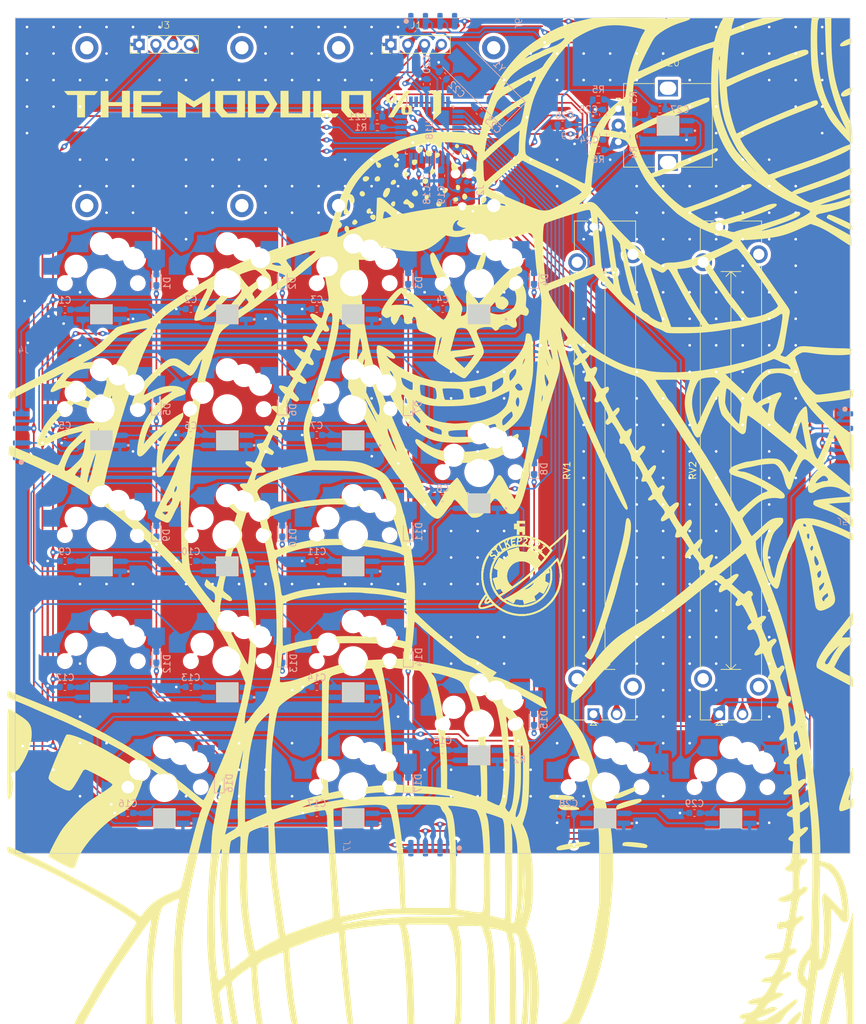
<source format=kicad_pcb>
(kicad_pcb (version 20221018) (generator pcbnew)
  (layers (0 "F.Cu" signal) (31 "B.Cu" signal) (34 "B.Paste" user) (35 "F.Paste" user) (36 "B.SilkS" user "B.Silkscreen") (37 "F.SilkS" user "F.Silkscreen") (38 "B.Mask" user) (39 "F.Mask" user) (44 "Edge.Cuts" user))
  (net 0 "")
  (net 1 "+5V")
  (net 2 "GND")
  (net 3 "Net-(U18-AREF)")
  (net 4 "XTAL1")
  (net 5 "XTAL2")
  (net 6 "COL_1")
  (net 7 "Net-(D1-A)")
  (net 8 "COL_2")
  (net 9 "Net-(D2-A)")
  (net 10 "COL_3")
  (net 11 "Net-(D3-A)")
  (net 12 "COL_4")
  (net 13 "Net-(D4-A)")
  (net 14 "Net-(D5-A)")
  (net 15 "Net-(D6-A)")
  (net 16 "Net-(D7-A)")
  (net 17 "Net-(D8-A)")
  (net 18 "Net-(D9-A)")
  (net 19 "Net-(D10-A)")
  (net 20 "Net-(D11-A)")
  (net 21 "Net-(D12-A)")
  (net 22 "Net-(D13-A)")
  (net 23 "Net-(D14-A)")
  (net 24 "Net-(D15-A)")
  (net 25 "Net-(D16-A)")
  (net 26 "Net-(D17-A)")
  (net 27 "SCL_1")
  (net 28 "SDA_1")
  (net 29 "MISO")
  (net 30 "SCK")
  (net 31 "MOSI")
  (net 32 "RESET")
  (net 33 "DIN")
  (net 34 "Net-(R3-Pad2)")
  (net 35 "Net-(R4-Pad2)")
  (net 36 "ROW_1")
  (net 37 "Net-(U1-Din)")
  (net 38 "Net-(U2-Din)")
  (net 39 "Net-(U3-Din)")
  (net 40 "Net-(U4-Din)")
  (net 41 "ROW_2")
  (net 42 "Net-(U5-Din)")
  (net 43 "Net-(U6-Din)")
  (net 44 "Net-(U7-Din)")
  (net 45 "ROW_3")
  (net 46 "Net-(U10-Dout)")
  (net 47 "Net-(U10-Din)")
  (net 48 "Net-(U11-Din)")
  (net 49 "ROW_4")
  (net 50 "Net-(U12-Din)")
  (net 51 "Net-(U13-Din)")
  (net 52 "Net-(U14-Din)")
  (net 53 "Net-(U15-Din)")
  (net 54 "ROW_5")
  (net 55 "Net-(U16-Din)")
  (net 56 "INT_1")
  (net 57 "SDA_0")
  (net 58 "SCL_0")
  (net 59 "INT_0")
  (net 60 "Net-(U19-1A)")
  (net 61 "Net-(U19-2A)")
  (net 62 "DOUT_ENCODER")
  (net 64 "Net-(U12-Dout)")
  (net 65 "Net-(U15-Dout)")
  (net 67 "Slider_1")
  (net 68 "Slider_2")
  (net 69 "SLIDER_BUTTON_1")
  (net 70 "SLIDER_BUTTON_2")
  (net 71 "Net-(U21-Din)")
  (footprint "Keyboard footprints:Multi Hotswap with RGB 1U" (layer "F.Cu") (at 38 38)
    (fp_text reference "U6")
    (fp_text value "Multi_Hotswap_with_RGB")
    (fp_rect (start -1.7 3.2) (end 1.7 6.2) (fill solid) (layer "Edge.Cuts"))
  )
  (footprint "Keyboard footprints:Multi Hotswap with RGB 1U" (layer "F.Cu") (at 57 19)
    (fp_text reference "U3")
    (fp_text value "Multi_Hotswap_with_RGB")
    (fp_rect (start -1.7 3.2) (end 1.7 6.2) (fill solid) (layer "Edge.Cuts"))
  )
  (footprint "Potentiometer_THT:Potentiometer_Bourns_PTA6043_Single_Slide" (layer "F.Cu") (at 93.25 84 90)
    (fp_text reference "RV1")
    (fp_text value "PTA6043-2010CIB502")
  )
  (footprint "Keyboard footprints:Multi Hotswap with RGB 1U" (layer "F.Cu") (at 19 19)
    (fp_text reference "U1")
    (fp_text value "Multi_Hotswap_with_RGB")
    (fp_rect (start -1.7 3.2) (end 1.7 6.2) (fill solid) (layer "Edge.Cuts"))
  )
  (footprint "Keyboard footprints:Multi Hotswap with RGB 1U" (layer "F.Cu") (at 57 95)
    (fp_text reference "U17")
    (fp_text value "Multi_Hotswap_with_RGB")
    (fp_rect (start -1.7 3.2) (end 1.7 6.2) (fill solid) (layer "Edge.Cuts"))
  )
  (footprint "Keyboard footprints:Multi Hotswap with RGB 1U" (layer "F.Cu") (at 76 19)
    (fp_text reference "U4")
    (fp_text value "Multi_Hotswap_with_RGB")
    (fp_rect (start -1.7 3.2) (end 1.7 6.2) (fill solid) (layer "Edge.Cuts"))
  )
  (footprint "Keyboard footprints:Multi Hotswap with RGB 1U" (layer "F.Cu") (at 38 76)
    (fp_text reference "U13")
    (fp_text value "Multi_Hotswap_with_RGB")
    (fp_rect (start -1.7 3.2) (end 1.7 6.2) (fill solid) (layer "Edge.Cuts"))
  )
  (footprint "Display modules:MC096VX and SSD1306 Display module 0.96”" (layer "F.Cu") (at 28.5 -4.6)
    (fp_text reference "J3")
    (fp_text value "Display 2" hide)
  )
  (footprint "Keyboard footprints:Multi Hotswap with RGB 1U" (layer "F.Cu") (at 19 38)
    (fp_text reference "U5")
    (fp_text value "Multi_Hotswap_with_RGB")
    (fp_rect (start -1.7 3.2) (end 1.7 6.2) (fill solid) (layer "Edge.Cuts"))
  )
  (footprint "Keyboard footprints:Multi Hotswap with RGB 2U 90deg" (layer "F.Cu") (at 76 85.5)
    (fp_text reference "U15")
    (fp_text value "Multi_Hotswap_with_RGB")
    (fp_rect (start -1.7 3.2) (end 1.7 6.2) (fill solid) (layer "Edge.Cuts"))
  )
  (footprint "Keyboard footprints:Multi Hotswap with RGB 1U" (layer "F.Cu") (at 19 76)
    (fp_text reference "U12")
    (fp_text value "Multi_Hotswap_with_RGB")
    (fp_rect (start -1.7 3.2) (end 1.7 6.2) (fill solid) (layer "Edge.Cuts"))
  )
  (footprint "Encoder:Alps EC12 with Neopixel" (layer "F.Cu") (at 104.5 -4.8)
    (fp_text reference "U20")
    (fp_text value "~")
    (fp_rect (start -1.7 -1.45) (end 1.7 1.55) (fill solid) (layer "Edge.Cuts"))
  )
  (footprint "Keyboard footprints:Multi Hotswap with RGB 2U 90deg" (layer "F.Cu") (at 76 47.5)
    (fp_text reference "U8")
    (fp_text value "Multi_Hotswap_with_RGB")
    (fp_rect (start -1.7 3.2) (end 1.7 6.2) (fill solid) (layer "Edge.Cuts"))
  )
  (footprint "Keyboard footprints:Multi Hotswap with RGB 1U" (layer "F.Cu") (at 114 95)
    (fp_text reference "U22")
    (fp_text value "Multi_Hotswap_with_RGB")
    (fp_rect (start -1.7 3.2) (end 1.7 6.2) (fill solid) (layer "Edge.Cuts"))
  )
  (footprint "Keyboard footprints:Multi Hotswap with RGB 1U" (layer "F.Cu") (at 57 38)
    (fp_text reference "U7")
    (fp_text value "Multi_Hotswap_with_RGB")
    (fp_rect (start -1.7 3.2) (end 1.7 6.2) (fill solid) (layer "Edge.Cuts"))
  )
  (footprint "Potentiometer_THT:Potentiometer_Bourns_PTA6043_Single_Slide" (layer "F.Cu") (at 112.25 84 90)
    (fp_text reference "RV2")
    (fp_text value "PTA6043-2010CIB502")
  )
  (footprint "Keyboard footprints:Multi Hotswap with RGB 2U" (layer "F.Cu") (at 28.5 95)
    (fp_text reference "U16")
    (fp_text value "Multi_Hotswap_with_RGB")
    (fp_rect (start -1.7 3.2) (end 1.7 6.2) (fill solid) (layer "Edge.Cuts"))
  )
  (footprint "Keyboard footprints:Multi Hotswap with RGB 1U" (layer "F.Cu") (at 57 57)
    (fp_text reference "U11")
    (fp_text value "Multi_Hotswap_with_RGB")
    (fp_rect (start -1.7 3.2) (end 1.7 6.2) (fill solid) (layer "Edge.Cuts"))
  )
  (footprint "Keyboard footprints:Multi Hotswap with RGB 1U" (layer "F.Cu") (at 57 76)
    (fp_text reference "U14")
    (fp_text value "Multi_Hotswap_with_RGB")
    (fp_rect (start -1.7 3.2) (end 1.7 6.2) (fill solid) (layer "Edge.Cuts"))
  )
  (footprint "Keyboard footprints:Multi Hotswap with RGB 1U" (layer "F.Cu") (at 38 57)
    (fp_text reference "U10")
    (fp_text value "Multi_Hotswap_with_RGB")
    (fp_rect (start -1.7 3.2) (end 1.7 6.2) (fill solid) (layer "Edge.Cuts"))
  )
  (footprint "Keyboard footprints:Multi Hotswap with RGB 1U" (layer "F.Cu") (at 19 57)
    (fp_text reference "U9")
    (fp_text value "Multi_Hotswap_with_RGB")
    (fp_rect (start -1.7 3.2) (end 1.7 6.2) (fill solid) (layer "Edge.Cuts"))
  )
  (footprint "Display modules:MC096VX and SSD1306 Display module 0.96”" (layer "F.Cu") (at 66.5 -4.6)
    (fp_text reference "J1")
    (fp_text value "Display 1" hide)
  )
  (footprint "Keyboard footprints:Multi Hotswap with RGB 1U" (layer "F.Cu") (at 38 19)
    (fp_text reference "U2")
    (fp_text value "Multi_Hotswap_with_RGB")
    (fp_rect (start -1.7 3.2) (end 1.7 6.2) (fill solid) (layer "Edge.Cuts"))
  )
  (footprint "Keyboard footprints:Multi Hotswap with RGB 1U" (layer "F.Cu") (at 95 95)
    (fp_text reference "U21")
    (fp_text value "Multi_Hotswap_with_RGB")
    (fp_rect (start -1.7 3.2) (end 1.7 6.2) (fill solid) (layer "Edge.Cuts"))
  )
  (footprint "Diode_SMD:D_0603_1608Metric" (layer "B.Cu") (at 36.8 94.4 90)
    (fp_text reference "D16")
    (fp_text value "D_Small")
  )
  (footprint "Capacitor_SMD:C_0603_1608Metric" (layer "B.Cu") (at 89.5 98.9 180)
    (fp_text reference "C28")
    (fp_text value "100nF")
  )
  (footprint "Connectors:POGO Magnetic 4 Pin 2,2mm Horizontal" (layer "B.Cu") (at 130.95 42)
    (fp_text reference "J5" hide)
    (fp_text value "Conn_01x04" hide)
  )
  (footprint "Capacitor_SMD:C_0603_1608Metric" (layer "B.Cu") (at 13.5 23 180)
    (fp_text reference "C1")
    (fp_text value "100nF")
  )
  (footprint "Diode_SMD:D_0603_1608Metric" (layer "B.Cu") (at 65.3 56.3875 90)
    (fp_text reference "D11")
    (fp_text value "D_Small")
  )
  (footprint "Capacitor_SMD:C_0603_1608Metric" (layer "B.Cu") (at 32.5 60.9 180)
    (fp_text reference "C10")
    (fp_text value "100nF")
  )
  (footprint "Capacitor_SMD:C_0603_1608Metric" (layer "B.Cu") (at 70.475 89.4 180)
    (fp_text reference "C15")
    (fp_text value "100nF")
  )
  (footprint "Diode_SMD:D_0603_1608Metric" (layer "B.Cu") (at 27.3 56.4 90)
    (fp_text reference "D9")
    (fp_text value "D_Small")
  )
  (footprint "Diode_SMD:D_0603_1608Metric" (layer "B.Cu") (at 46.3 37.3875 90)
    (fp_text reference "D6")
    (fp_text value "D_Small")
  )
  (footprint "ICs:SN74LVC2G17DCKR" (layer "B.Cu") (at 92.1 -4.9 -90)
    (fp_text reference "U19")
    (fp_text value "~" hide)
  )
  (footprint "Capacitor_SMD:C_0603_1608Metric" (layer "B.Cu") (at 60.6 -6.1)
    (fp_text reference "C21")
    (fp_text value "1uF")
  )
  (footprint "Resistor_SMD:R_0603_1608Metric" (layer "B.Cu") (at 82.1 89.4)
    (fp_text reference "R2")
    (fp_text value "330")
  )
  (footprint "Diode_SMD:D_0603_1608Metric" (layer "B.Cu") (at 65.3 94.3875 90)
    (fp_text reference "D17")
    (fp_text value "D_Small")
  )
  (footprint "Diode_SMD:D_0603_1608Metric" (layer "B.Cu") (at 65.3 18.3 90)
    (fp_text reference "D3")
    (fp_text value "D_Small")
  )
  (footprint "Diode_SMD:D_0603_1608Metric" (layer "B.Cu") (at 46.3 56.3875 90)
    (fp_text reference "D10")
    (fp_text value "D_Small")
  )
  (footprint "Diode_SMD:D_0603_1608Metric" (layer "B.Cu") (at 65.3 75.4 90)
    (fp_text reference "D14")
    (fp_text value "D_Small")
  )
  (footprint "Diode_SMD:D_0603_1608Metric" (layer "B.Cu") (at 46.3 75.4 90)
    (fp_text reference "D13")
    (fp_text value "D_Small")
  )
  (footprint "Diode_SMD:D_0603_1608Metric" (layer "B.Cu") (at 84.3 46.9875 90)
    (fp_text reference "D8")
    (fp_text value "D_Small")
  )
  (footprint "Resistor_SMD:R_0603_1608Metric" (layer "B.Cu") (at 94 -1.1)
    (fp_text reference "R6")
    (fp_text value "10k")
  )
  (footprint "Connector:Tag-Connect_TC2030-IDC-NL_2x03_P1.27mm_Vertical" (layer "B.Cu") (at 73.465 5 90)
    (fp_text reference "J2")
    (fp_text value "AVR-ISP-6")
  )
  (footprint "Capacitor_SMD:C_0603_1608Metric" (layer "B.Cu") (at 70.3 2.8 -90)
    (fp_text reference "C19")
    (fp_text value "100nF")
  )
  (footprint "Capacitor_SMD:C_0603_1608Metric" (layer "B.Cu") (at 103.3 -7.2)
    (fp_text reference "C27")
    (fp_text value "100nF")
  )
  (footprint "Capacitor_SMD:C_0603_1608Metric" (layer "B.Cu") (at 88.6 -4.9 180)
    (fp_text reference "C26")
    (fp_text value "100nF")
  )
  (footprint "Diode_SMD:D_0603_1608Metric" (layer "B.Cu") (at 84.3 18.3 90)
    (fp_text reference "D4")
    (fp_text value "D_Small")
  )
  (footprint "Resistor_SMD:R_0603_1608Metric" (layer "B.Cu") (at 99.3 -6.5 90)
    (fp_text reference "R3")
    (fp_text value "10k")
  )
  (footprint "Capacitor_SMD:C_0603_1608Metric" (layer "B.Cu") (at 94.7 -3.4 -90)
    (fp_text reference "C24")
    (fp_text value "100nF")
  )
  (footprint "Capacitor_SMD:C_0603_1608Metric" (layer "B.Cu") (at 51.5 60.9 180)
    (fp_text reference "C11")
    (fp_text value "100nF")
  )
  (footprint "Capacitor_SMD:C_0603_1608Metric" (layer "B.Cu") (at 68.1 2.8 -90)
    (fp_text reference "C18")
    (fp_text value "100nF")
  )
  (footprint "Capacitor_SMD:C_0603_1608Metric" (layer "B.Cu") (at 32.5 79.9 180)
    (fp_text reference "C13")
    (fp_text value "100nF")
  )
  (footprint "Capacitor_SMD:C_0603_1608Metric" (layer "B.Cu") (at 94.7 -6.4 90)
    (fp_text reference "C25")
    (fp_text value "100nF")
  )
  (footprint "Capacitor_SMD:C_0603_1608Metric" (layer "B.Cu") (at 68.1 -11 90)
    (fp_text reference "C20")
    (fp_text value "100nF")
  )
  (footprint "Diode_SMD:D_0603_1608Metric" (layer "B.Cu") (at 65.3 37.4875 90)
    (fp_text reference "D7")
    (fp_text value "D_Small")
  )
  (footprint "Resistor_SMD:R_0603_1608Metric" (layer "B.Cu") (at 60.65 -4.5)
    (fp_text reference "R1")
    (fp_text value "10k")
  )
  (footprint "Capacitor_SMD:C_0603_1608Metric" (layer "B.Cu") (at 13.5 41.9 180)
    (fp_text reference "C5")
    (fp_text value "100nF")
  )
  (footprint "Capacitor_SMD:C_0603_1608Metric" (layer "B.Cu") (at 108.5 98.9 180)
    (fp_text reference "C29")
    (fp_text value "100nF")
  )
  (footprint "Capacitor_SMD:C_0603_1608Metric" (layer "B.Cu") (at 76 -6.9 -45)
    (fp_text reference "C23")
    (fp_text value "22pF")
  )
  (footprint "Diode_SMD:D_0603_1608Metric" (layer "B.Cu") (at 27.3 18.5 90)
    (fp_text reference "D1")
    (fp_text value "D_Small")
  )
  (footprint "Package_QFP:TQFP-32_7x7mm_P0.8mm" (layer "B.Cu") (at 68.5 -4.1 -90)
    (fp_text reference "U18")
    (fp_text value "ATmega328PB-A")
  )
  (footprint "Capacitor_SMD:C_0603_1608Metric" (layer "B.Cu") (at 51.5 79.9 180)
    (fp_text reference "C14")
    (fp_text value "100nF")
  )
  (footprint "Diode_SMD:D_0603_1608Metric" (layer "B.Cu") (at 27.3 75.4 90)
    (fp_text reference "D12")
    (fp_text value "D_Small")
  )
  (footprint "Diode_SMD:D_0603_1608Metric" (layer "B.Cu") (at 27.3 37.4 90)
    (fp_text reference "D5")
    (fp_text value "D_Small")
  )
  (footprint "Resistor_SMD:R_0603_1608Metric" (layer "B.Cu") (at 94 -8.7)
    (fp_text reference "R5")
    (fp_text value "10k")
  )
  (footprint "Crystal:Crystal_SMD_HC49-SD" (layer "B.Cu") (at 76.5 -11.2 135)
    (fp_text reference "Y1")
    (fp_text value "ABLS-16.000MHZ-D-3-Y-T")
  )
  (footprint "Connectors:POGO Magnetic 4 Pin 2,2mm Horizontal" (layer "B.Cu") (at 69 103.95 -90)
    (fp_text reference "J7" hide)
    (fp_text value "Conn_01x04" hide)
  )
  (footprint "Capacitor_SMD:C_0603_1608Metric" (layer "B.Cu") (at 70.5 22.9 180)
    (fp_text reference "C4")
    (fp_text value "100nF")
  )
  (footprint "Resistor_SMD:R_0603_1608Metric" (layer "B.Cu") (at 99.3 -3.125 -90)
    (fp_text reference "R4")
    (fp_text value "10k")
  )
  (footprint "Capacitor_SMD:C_0603_1608Metric" (layer "B.Cu") (at 32.5 41.9 180)
    (fp_text reference "C6")
    (fp_text value "100nF")
  )
  (footprint "Connectors:POGO Magnetic 4 Pin 2,2mm Horizontal" (layer "B.Cu") (at 7.15 42 180)
    (fp_text reference "J4" hide)
    (fp_text value "Conn_01x04" hide)
  )
  (footprint "Capacitor_SMD:C_0603_1608Metric" (layer "B.Cu") (at 51.5 98.9 180)
    (fp_text reference "C17")
    (fp_text value "100nF")
  )
  (footprint "Capacitor_SMD:C_0603_1608Metric" (layer "B.Cu") (at 51.5 41.9 180)
    (fp_text reference "C7")
    (fp_text value "100nF")
  )
  (footprint "Capacitor_SMD:C_0603_1608Metric" (layer "B.Cu") (at 32.5 22.9 180)
    (fp_text reference "C2")
    (fp_text value "100nF")
  )
  (footprint "Capacitor_SMD:C_0603_1608Metric" (layer "B.Cu") (at 23 98.9 180)
    (fp_text reference "C16")
    (fp_text value "100nF")
  )
  (footprint "Connectors:POGO Magnetic 4 Pin 2,2mm Horizontal" (layer "B.Cu") (at 69 -20.25 90)
    (fp_text reference "J6" hide)
    (fp_text value "Conn_01x04" hide)
  )
  (footprint "Diode_SMD:D_0603_1608Metric" (layer "B.Cu") (at 46.3 18.4 90)
    (fp_text reference "D2")
    (fp_text value "D_Small")
  )
  (footprint "Capacitor_SMD:C_0603_1608Metric" (layer "B.Cu") (at 13.5 79.9 180)
    (fp_text reference "C12")
    (fp_text value "100nF")
  )
  (footprint "Capacitor_SMD:C_0603_1608Metric" (layer "B.Cu") (at 70.5 -12.3 135)
    (fp_text reference "C22")
    (fp_text value "22pF")
  )
  (footprint "Capacitor_SMD:C_0603_1608Metric" (layer "B.Cu") (at 51.5 22.9 180)
    (fp_text reference "C3")
    (fp_text value "100nF")
  )
  (footprint "Diode_SMD:D_0603_1608Metric" (layer "B.Cu") (at 84.3 84.8 90)
    (fp_text reference "D15")
    (fp_text value "D_Small")
  )
  (footprint "Capacitor_SMD:C_0603_1608Metric" (layer "B.Cu") (at 70.5 51.4 180)
    (fp_text reference "C8")
    (fp_text value "100nF")
  )
  (footprint "Capacitor_SMD:C_0603_1608Metric" (layer "B.Cu") (at 13.5 60.9 180)
    (fp_text reference "C9")
    (fp_text value "100nF")
  )
  (gr_poly (pts (xy 82.339937 57.413076) (xy 82.357036 57.4236) (xy 82.372687 57.43421) (xy 82.386933 57.444984) (xy 82.393543 57.450456) (xy 82.399817 57.455998) (xy 82.405762 57.461618) (xy 82.411382 57.467327) (xy 82.416683 57.473135) (xy 82.42167 57.47905) (xy 82.426348 57.485082) (xy 82.430724 57.491241) (xy 82.434801 57.497537) (xy 82.438586 57.503979) (xy 82.442084 57.510576) (xy 82.445301 57.517338) (xy 82.448241 57.524276) (xy 82.450909 57.531397) (xy 82.453312 57.538712) (xy 82.455455 57.546231) (xy 82.457343 57.553963) (xy 82.45898 57.561917) (xy 82.460374 57.570103) (xy 82.461528 57.578531) (xy 82.463142 57.59615) (xy 82.463863 57.614851) (xy 82.463735 57.63471) (xy 82.462665 57.655399) (xy 82.460566 57.67558) (xy 82.457451 57.695245) (xy 82.453333 57.714383) (xy 82.448225 57.732984) (xy 82.442139 57.751039) (xy 82.435089 57.768538) (xy 82.427087 57.785472) (xy 82.418146 57.801831) (xy 82.408279 57.817604) (xy 82.397498 57.832784) (xy 82.385817 57.847359) (xy 82.373249 57.86132) (xy 82.359805 57.874657) (xy 82.3455 57.887361) (xy 82.330346 57.899423) (xy 82.314355 57.910832) (xy 82.297541 57.921578) (xy 82.279917 57.931653) (xy 82.261494 57.941046) (xy 82.242287 57.949747) (xy 82.222307 57.957748) (xy 82.201569 57.965038) (xy 82.180084 57.971608) (xy 82.157865 57.977448) (xy 82.134926 57.982548) (xy 82.111278 57.986899) (xy 82.086936 57.990491) (xy 82.061911 57.993314) (xy 82.036217 57.995359) (xy 82.009867 57.996616) (xy 81.982872 57.997075) (xy 81.961833 57.997175) (xy 81.943383 57.9976) (xy 81.927318 57.99867) (xy 81.920116 57.999547) (xy 81.913433 58.000706) (xy 81.907243 58.002187) (xy 81.901522 58.00403) (xy 81.896243 58.006275) (xy 81.891381 58.008963) (xy 81.886911 58.012133) (xy 81.882805 58.015826) (xy 81.87904 58.020081) (xy 81.875589 58.024939) (xy 81.872426 58.03044) (xy 81.869527 58.036625) (xy 81.866865 58.043532) (xy 81.864414 58.051203) (xy 81.86215 58.059678) (xy 81.860047 58.068996) (xy 81.858078 58.079198) (xy 81.856218 58.090324) (xy 81.852724 58.115508) (xy 81.84936 58.144869) (xy 81.842199 58.217409) (xy 81.825238 58.395209) (xy 81.759296 58.400609) (xy 81.693357 58.406011) (xy 81.705184 58.282083) (xy 81.740883 57.918929) (xy 81.749022 57.842274) (xy 81.889001 57.842274) (xy 81.889545 57.852853) (xy 81.89108 57.858737) (xy 81.892567 57.860303) (xy 81.89496 57.861705) (xy 81.89821 57.862946) (xy 81.902271 57.864031) (xy 81.91263 57.865739) (xy 81.925653 57.866853) (xy 81.940958 57.867397) (xy 81.958159 57.867395) (xy 81.976875 57.866871) (xy 81.99672 57.865848) (xy 82.017313 57.864351) (xy 82.038269 57.862404) (xy 82.059204 57.86003) (xy 82.079736 57.857253) (xy 82.099481 57.854097) (xy 82.118055 57.850586) (xy 82.135074 57.846744) (xy 82.150156 57.842595) (xy 82.150148 57.842595) (xy 82.165411 57.837498) (xy 82.179995 57.831797) (xy 82.193879 57.825514) (xy 82.207041 57.818669) (xy 82.219459 57.811284) (xy 82.23111 57.803378) (xy 82.241973 57.794974) (xy 82.252025 57.786091) (xy 82.261244 57.776751) (xy 82.269609 57.766975) (xy 82.277097 57.756784) (xy 82.283685 57.746198) (xy 82.289353 57.735238) (xy 82.294077 57.723926) (xy 82.297836 57.712282) (xy 82.300608 57.700327) (xy 82.302791 57.687481) (xy 82.304422 57.67513) (xy 82.305494 57.663266) (xy 82.306001 57.651885) (xy 82.305936 57.640981) (xy 82.305291 57.630547) (xy 82.304059 57.62058) (xy 82.302235 57.611073) (xy 82.29981 57.602019) (xy 82.296778 57.593415) (xy 82.293133 57.585253) (xy 82.288866 57.577529) (xy 82.283972 57.570237) (xy 82.278442 57.563371) (xy 82.272271 57.556925) (xy 82.265452 57.550894) (xy 82.257977 57.545272) (xy 82.24984 57.540054) (xy 82.241033 57.535234) (xy 82.23155 57.530806) (xy 82.221384 57.526764) (xy 82.210527 57.523104) (xy 82.198974 57.519819) (xy 82.186717 57.516904) (xy 82.173749 57.514353) (xy 82.160063 57.51216) (xy 82.145653 57.51032) (xy 82.130511 57.508827) (xy 82.098004 57.506861) (xy 82.062488 57.506215) (xy 81.951514 57.506215) (xy 81.936214 57.544315) (xy 81.932116 57.55629) (xy 81.927777 57.572147) (xy 81.918731 57.61306) (xy 81.909781 57.662151) (xy 81.901629 57.714519) (xy 81.894979 57.765263) (xy 81.890536 57.809482) (xy 81.889361 57.827613) (xy 81.889001 57.842274) (xy 81.749022 57.842274) (xy 81.770381 57.641095) (xy 81.792203 57.461719) (xy 81.799775 57.413058) (xy 81.804874 57.393938) (xy 81.805793 57.39332) (xy 81.807304 57.392707) (xy 81.812036 57.391496) (xy 81.818944 57.390313) (xy 81.827903 57.389165) (xy 81.851471 57.386999) (xy 81.881735 57.385053) (xy 81.917691 57.383382) (xy 81.958335 57.382041) (xy 82.002661 57.381085) (xy 82.049666 57.380568) (xy 82.282441 57.379209)) (stroke (width 0.016933)) (fill solid) (layer "F.SilkS"))
  (gr_poly (pts (xy 85.758499 58.587049) (xy 85.782475 58.597836) (xy 85.805948 58.6079) (xy 85.828325 58.617021) (xy 85.849013 58.624976) (xy 85.86742 58.631548) (xy 85.882953 58.636514) (xy 85.89502 58.639656) (xy 85.899567 58.640473) (xy 85.903026 58.640752) (xy 85.904531 58.640814) (xy 85.906156 58.641) (xy 85.909743 58.641727) (xy 85.913744 58.642908) (xy 85.918118 58.64452) (xy 85.922824 58.646538) (xy 85.927819 58.648937) (xy 85.933062 58.651693) (xy 85.93851 58.654781) (xy 85.944123 58.658177) (xy 85.949858 58.661856) (xy 85.955673 58.665795) (xy 85.961527 58.669967) (xy 85.967378 58.674349) (xy 85.973184 58.678917) (xy 85.978904 58.683646) (xy 85.984494 58.68851) (xy 86.037944 58.73627) (xy 85.818415 58.921344) (xy 85.63291 59.076923) (xy 85.495185 59.191085) (xy 85.473153 59.209151) (xy 85.454006 59.225171) (xy 85.437709 59.239401) (xy 85.424223 59.252097) (xy 85.418523 59.25795) (xy 85.413512 59.263517) (xy 85.409185 59.268828) (xy 85.405538 59.273917) (xy 85.402567 59.278815) (xy 85.400266 59.283555) (xy 85.398631 59.288168) (xy 85.397658 59.292687) (xy 85.397341 59.297144) (xy 85.397677 59.301571) (xy 85.39866 59.306) (xy 85.400286 59.310463) (xy 85.40255 59.314992) (xy 85.405448 59.31962) (xy 85.408975 59.324379) (xy 85.413127 59.3293) (xy 85.417898 59.334415) (xy 85.423285 59.339758) (xy 85.435886 59.351252) (xy 85.450892 59.36404) (xy 85.468267 59.378377) (xy 85.546825 59.442749) (xy 85.493399 59.490483) (xy 85.470475 59.5113) (xy 85.465564 59.515492) (xy 85.46084 59.519222) (xy 85.456233 59.52246) (xy 85.451671 59.525178) (xy 85.447084 59.527347) (xy 85.44476 59.528217) (xy 85.442402 59.528938) (xy 85.440003 59.529508) (xy 85.437553 59.529923) (xy 85.435045 59.530179) (xy 85.432468 59.530272) (xy 85.429814 59.5302) (xy 85.427074 59.529957) (xy 85.42424 59.529542) (xy 85.421303 59.528949) (xy 85.418253 59.528176) (xy 85.415082 59.527219) (xy 85.408343 59.524738) (xy 85.401012 59.521478) (xy 85.393021 59.517409) (xy 85.384299 59.512503) (xy 85.374774 59.506731) (xy 85.364377 59.500063) (xy 85.353036 59.492473) (xy 85.340681 59.483929) (xy 85.327242 59.474404) (xy 85.296826 59.452295) (xy 85.261223 59.425915) (xy 85.172197 59.359416) (xy 85.172194 59.359415) (xy 85.086162 59.295182) (xy 85.022689 59.246824) (xy 84.998587 59.227587) (xy 84.979133 59.211103) (xy 84.963997 59.196969) (xy 84.95285 59.18478) (xy 84.94536 59.174131) (xy 84.942883 59.169257) (xy 84.941198 59.164617) (xy 84.940261 59.160159) (xy 84.940032 59.155833) (xy 84.940471 59.151589) (xy 84.941534 59.147375) (xy 84.945372 59.138837) (xy 84.951217 59.129816) (xy 84.967603 59.108701) (xy 84.975681 59.09856) (xy 84.983029 59.089821) (xy 84.986501 59.085988) (xy 84.989877 59.082517) (xy 84.993185 59.079414) (xy 84.996453 59.076681) (xy 84.99971 59.074323) (xy 85.002986 59.072345) (xy 85.006308 59.07075) (xy 85.009706 59.069542) (xy 85.013207 59.068726) (xy 85.016841 59.068306) (xy 85.020637 59.068285) (xy 85.024622 59.068669) (xy 85.028825 59.06946) (xy 85.033276 59.070663) (xy 85.038002 59.072283) (xy 85.043033 59.074323) (xy 85.048396 59.076787) (xy 85.054122 59.07968) (xy 85.060237 59.083005) (xy 85.066772 59.086767) (xy 85.073754 59.09097) (xy 85.081213 59.095618) (xy 85.097673 59.106265) (xy 85.116381 59.118742) (xy 85.137567 59.13308) (xy 85.239168 59.202075) (xy 85.327138 59.125537) (xy 85.373989 59.083745) (xy 85.436522 59.026533) (xy 85.506573 58.961434) (xy 85.575975 58.89598) (xy 85.736841 58.74296) (xy 85.697429 58.709246) (xy 85.688588 58.701792) (xy 85.678555 58.693523) (xy 85.6563 58.675637) (xy 85.633443 58.65779) (xy 85.622657 58.649568) (xy 85.612763 58.64218) (xy 85.567507 58.608831) (xy 85.604747 58.571088) (xy 85.641988 58.533345)) (stroke (width 0.016933)) (fill solid) (layer "F.SilkS"))
  (gr_poly (pts (xy 40.653138 -6.016666) (xy 38.894803 -6.016865) (xy 37.136467 -6.017065) (xy 36.661896 -6.558521) (xy 36.661999 -6.558532) (xy 36.662102 -6.558543) (xy 36.187531 -7.099998) (xy 36.187004 -8.541665) (xy 36.186695 -9.383332) (xy 37.353352 -9.383332) (xy 37.353352 -7.361785) (xy 37.694863 -6.971932) (xy 38.036377 -6.582077) (xy 39.470017 -6.600001) (xy 39.478711 -7.991665) (xy 39.487416 -9.383332) (xy 37.353352 -9.383332) (xy 36.186695 -9.383332) (xy 36.186474 -9.983332) (xy 40.653138 -9.983332)) (stroke (width 0.033333)) (fill solid) (layer "F.SilkS"))
  (gr_poly (pts (xy 88.99718 97.752572) (xy 89.260636 97.774061) (xy 89.533645 97.80525) (xy 89.807933 97.845065) (xy 90.075222 97.892433) (xy 90.32724 97.946281) (xy 90.55571 98.005534) (xy 90.752357 98.06912) (xy 90.908906 98.135965) (xy 90.969558 98.170274) (xy 91.017083 98.204995) (xy 91.050445 98.239994) (xy 91.068611 98.275136) (xy 91.06645 98.286583) (xy 91.053622 98.29771) (xy 90.998355 98.318916) (xy 90.907592 98.338569) (xy 90.786114 98.356484) (xy 90.638702 98.372473) (xy 90.470139 98.386352) (xy 90.088685 98.407037) (xy 89.680003 98.417049) (xy 89.282348 98.414905) (xy 89.099609 98.40881) (xy 88.933972 98.399118) (xy 88.790217 98.385644) (xy 88.673127 98.368201) (xy 88.673133 98.368201) (xy 88.604792 98.35359) (xy 88.540199 98.336575) (xy 88.479443 98.31723) (xy 88.422616 98.295629) (xy 88.36981 98.271846) (xy 88.321116 98.245956) (xy 88.276626 98.218033) (xy 88.236431 98.18815) (xy 88.200623 98.156383) (xy 88.169292 98.122805) (xy 88.142531 98.08749) (xy 88.130892 98.069205) (xy 88.12043 98.050513) (xy 88.111156 98.031424) (xy 88.103081 98.011947) (xy 88.096218 97.992092) (xy 88.090576 97.971868) (xy 88.086169 97.951284) (xy 88.083006 97.930349) (xy 88.0811 97.909072) (xy 88.080462 97.887464) (xy 88.088725 97.855751) (xy 88.112823 97.828207) (xy 88.151722 97.804698) (xy 88.204387 97.785091) (xy 88.269785 97.769251) (xy 88.34688 97.757043) (xy 88.532026 97.74299) (xy 88.751551 97.741858)) (stroke (width 0.118533)) (fill solid) (layer "F.SilkS"))
  (gr_poly (pts (xy 72.653126 -1.922611) (xy 72.674552 -1.919371) (xy 72.696334 -1.914082) (xy 72.718413 -1.906656) (xy 72.728139 -1.902702) (xy 72.737743 -1.898362) (xy 72.747211 -1.89365) (xy 72.756531 -1.888581) (xy 72.77468 -1.877439) (xy 72.792093 -1.865058) (xy 72.808672 -1.851563) (xy 72.82432 -1.837078) (xy 72.838939 -1.821726) (xy 72.852433 -1.80563) (xy 72.864704 -1.788917) (xy 72.875654 -1.771708) (xy 72.885187 -1.754128) (xy 72.893205 -1.7363) (xy 72.896615 -1.727333) (xy 72.89961 -1.71835) (xy 72.902178 -1.709367) (xy 72.904306 -1.7004) (xy 72.905982 -1.691463) (xy 72.907195 -1.682574) (xy 72.907931 -1.673746) (xy 72.908179 -1.664996) (xy 72.907286 -1.643882) (xy 72.904663 -1.623532) (xy 72.900398 -1.603974) (xy 72.894575 -1.585239) (xy 72.887282 -1.567354) (xy 72.878605 -1.550348) (xy 72.86863 -1.534251) (xy 72.857442 -1.519092) (xy 72.845129 -1.504898) (xy 72.831776 -1.491699) (xy 72.81747 -1.479524) (xy 72.802296 -1.468402) (xy 72.786342 -1.458361) (xy 72.769693 -1.44943) (xy 72.752436 -1.441639) (xy 72.734656 -1.435016) (xy 72.71644 -1.429589) (xy 72.697874 -1.425389) (xy 72.679045 -1.422443) (xy 72.660038 -1.420781) (xy 72.64094 -1.420431) (xy 72.621837 -1.421422) (xy 72.602815 -1.423783) (xy 72.58396 -1.427544) (xy 72.565359 -1.432732) (xy 72.547098 -1.439377) (xy 72.529262 -1.447507) (xy 72.511939 -1.457151) (xy 72.495215 -1.468339) (xy 72.479175 -1.481099) (xy 72.463905 -1.49546) (xy 72.449493 -1.511451) (xy 72.435149 -1.530245) (xy 72.422857 -1.549484) (xy 72.412561 -1.569081) (xy 72.404199 -1.588951) (xy 72.397716 -1.609006) (xy 72.393051 -1.629162) (xy 72.390147 -1.649333) (xy 72.388944 -1.669431) (xy 72.389384 -1.689372) (xy 72.391409 -1.709069) (xy 72.394961 -1.728437) (xy 72.39998 -1.747388) (xy 72.406408 -1.765838) (xy 72.414186 -1.7837) (xy 72.423257 -1.800888) (xy 72.433561 -1.817317) (xy 72.44504 -1.832899) (xy 72.457635 -1.84755) (xy 72.471289 -1.861183) (xy 72.485941 -1.873712) (xy 72.501535 -1.885052) (xy 72.51801 -1.895115) (xy 72.53531 -1.903817) (xy 72.553374 -1.91107) (xy 72.572145 -1.91679) (xy 72.591565 -1.92089) (xy 72.611574 -1.923284) (xy 72.632113 -1.923887)) (stroke (width 0.118533)) (fill solid) (layer "F.SilkS"))
  (gr_poly (pts (xy 72.74665 4.232784) (xy 72.781179 4.235482) (xy 72.819291 4.240196) (xy 72.854406 4.246125) (xy 72.870905 4.249662) (xy 72.886711 4.253597) (xy 72.901833 4.257942) (xy 72.916281 4.262707) (xy 72.930064 4.267905) (xy 72.943191 4.273548) (xy 72.955672 4.279647) (xy 72.967516 4.286214) (xy 72.978732 4.293261) (xy 72.989331 4.300799) (xy 72.999321 4.30884) (xy 73.008712 4.317396) (xy 73.017513 4.326478) (xy 73.025733 4.336098) (xy 73.033383 4.346269) (xy 73.040471 4.357001) (xy 73.047007 4.368306) (xy 73.052999 4.380197) (xy 73.058459 4.392684) (xy 73.063394 4.40578) (xy 73.067815 4.419496) (xy 73.071731 4.433844) (xy 73.07515 4.448836) (xy 73.078084 4.464483) (xy 73.08054 4.480797) (xy 73.082528 4.49779) (xy 73.08514 4.533859) (xy 73.085994 4.572783) (xy 73.085201 4.599264) (xy 73.082869 4.625033) (xy 73.079065 4.650048) (xy 73.073858 4.674267) (xy 73.067316 4.697646) (xy 73.059508 4.720142) (xy 73.050502 4.741714) (xy 73.040366 4.762318) (xy 73.029168 4.781911) (xy 73.016976 4.80045) (xy 73.00386 4.817893) (xy 72.989887 4.834196) (xy 72.975126 4.849318) (xy 72.959645 4.863215) (xy 72.943512 4.875844) (xy 72.926795 4.887162) (xy 72.909564 4.897127) (xy 72.891885 4.905696) (xy 72.873828 4.912826) (xy 72.85546 4.918474) (xy 72.836851 4.922597) (xy 72.818068 4.925153) (xy 72.79918 4.926099) (xy 72.780254 4.925391) (xy 72.76136 4.922988) (xy 72.742565 4.918846) (xy 72.723939 4.912922) (xy 72.705548 4.905174) (xy 72.687462 4.895559) (xy 72.669749 4.884033) (xy 72.652477 4.870555) (xy 72.635714 4.855081) (xy 72.635714 4.855078) (xy 72.631453 4.850445) (xy 72.627247 4.845133) (xy 72.619017 4.832568) (xy 72.611067 4.817571) (xy 72.60344 4.80033) (xy 72.596178 4.781035) (xy 72.589324 4.759874) (xy 72.582921 4.737036) (xy 72.57701 4.712709) (xy 72.571635 4.687082) (xy 72.566839 4.660343) (xy 72.562664 4.632682) (xy 72.559152 4.604287) (xy 72.556346 4.575346) (xy 72.55429 4.546048) (xy 72.553024 4.516582) (xy 72.552593 4.487137) (xy 72.553247 4.446529) (xy 72.555313 4.409948) (xy 72.558944 4.37725) (xy 72.561396 4.362312) (xy 72.564298 4.348291) (xy 72.567669 4.335169) (xy 72.571529 4.322928) (xy 72.575896 4.311551) (xy 72.580791 4.301018) (xy 72.586232 4.291312) (xy 72.59224 4.282416) (xy 72.598833 4.274311) (xy 72.606032 4.266979) (xy 72.613854 4.260403) (xy 72.62232 4.254564) (xy 72.631449 4.249444) (xy 72.641261 4.245027) (xy 72.651774 4.241292) (xy 72.663009 4.238223) (xy 72.674985 4.235802) (xy 72.68772 4.234011) (xy 72.701235 4.232831) (xy 72.715549 4.232246)) (stroke (width 0.118533)) (fill solid) (layer "F.SilkS"))
  (gr_poly (pts (xy 100.955504 -21.038643) (xy 102.598351 -21.001551) (xy 103.715769 -20.938988) (xy 104.007032 -20.898122) (xy 104.073481 -20.875287) (xy 104.082447 -20.850849) (xy 104.059794 -20.823062) (xy 104.041211 -20.79898) (xy 104.033531 -20.788328) (xy 104.02697 -20.778602) (xy 104.021562 -20.769803) (xy 104.017341 -20.76193) (xy 104.014342 -20.754984) (xy 104.012598 -20.748963) (xy 104.012142 -20.743869) (xy 104.012409 -20.741669) (xy 104.01301 -20.739701) (xy 104.013951 -20.737964) (xy 104.015235 -20.736459) (xy 104.016866 -20.735185) (xy 104.01885 -20.734143) (xy 104.02119 -20.733333) (xy 104.02389 -20.732754) (xy 104.03039 -20.732291) (xy 104.038381 -20.732754) (xy 104.0479 -20.734143) (xy 104.058979 -20.736459) (xy 104.071653 -20.739701) (xy 104.085955 -20.743869) (xy 104.101919 -20.748963) (xy 104.138972 -20.76193) (xy 104.183081 -20.778602) (xy 104.234519 -20.79898) (xy 104.293557 -20.823062) (xy 104.360467 -20.850849) (xy 104.420861 -20.87389) (xy 104.487726 -20.895154) (xy 104.561514 -20.914679) (xy 104.642675 -20.932507) (xy 104.731662 -20.948678) (xy 104.828927 -20.963231) (xy 104.934921 -20.976207) (xy 105.050095 -20.987646) (xy 105.174902 -20.997589) (xy 105.309794 -21.006076) (xy 105.455221 -21.013147) (xy 105.611636 -21.018841) (xy 105.959237 -21.026265) (xy 106.356208 -21.028667) (xy 106.688083 -21.02709) (xy 106.975907 -21.02205) (xy 107.219703 -21.013089) (xy 107.419497 -20.999747) (xy 107.575313 -20.981564) (xy 107.687176 -20.958081) (xy 107.726633 -20.944207) (xy 107.755112 -20.928837) (xy 107.772614 -20.911911) (xy 107.779144 -20.893373) (xy 107.774705 -20.873164) (xy 107.759299 -20.851229) (xy 107.732929 -20.827509) (xy 107.6956 -20.801946) (xy 107.588073 -20.745063) (xy 107.436742 -20.680122) (xy 107.241632 -20.606663) (xy 107.002769 -20.524224) (xy 106.720177 -20.432348) (xy 106.39388 -20.330575) (xy 106.079808 -20.227874) (xy 105.763354 -20.112307) (xy 105.446732 -19.985203) (xy 105.132157 -19.84789) (xy 104.821844 -19.701697) (xy 104.518005 -19.547953) (xy 104.222855 -19.387987) (xy 103.938609 -19.223127) (xy 103.667481 -19.054702) (xy 103.411685 -18.884041) (xy 103.173435 -18.712474) (xy 102.954945 -18.541327) (xy 102.758431 -18.371932) (xy 102.586105 -18.205615) (xy 102.440182 -18.043706) (xy 102.322877 -17.887534) (xy 102.089924 -17.499325) (xy 101.771664 -16.915545) (xy 101.402221 -16.205067) (xy 101.015724 -15.436763) (xy 100.646298 -14.679505) (xy 100.328071 -14.002164) (xy 100.095168 -13.473613) (xy 100.021379 -13.286656) (xy 99.981717 -13.162724) (xy 99.968807 -13.107009) (xy 99.95821 -13.057993) (xy 99.950162 -13.015387) (xy 99.944897 -12.978902) (xy 99.943382 -12.962864) (xy 99.942651 -12.948247) (xy 99.942733 -12.935016) (xy 99.943658 -12.923134) (xy 99.945455 -12.912566) (xy 99.948154 -12.903274) (xy 99.951784 -12.895222) (xy 99.956374 -12.888376) (xy 99.961953 -12.882697) (xy 99.968552 -12.87815) (xy 99.976199 -12.8747) (xy 99.984924 -12.872309) (xy 99.994756 -12.870942) (xy 100.005724 -12.870562) (xy 100.017859 -12.871134) (xy 100.031189 -12.87262) (xy 100.061551 -12.878193) (xy 100.097048 -12.886992) (xy 100.137913 -12.898727) (xy 100.184382 -12.913109) (xy 100.282329 -12.95036) (xy 100.453209 -13.02238) (xy 100.976069 -13.253764) (xy 101.677563 -13.573332) (xy 102.482293 -13.947155) (xy 103.411237 -14.37307) (xy 104.3657 -14.792498) (xy 105.33274 -15.200316) (xy 106.299419 -15.5914) (xy 107.252797 -15.960626) (xy 108.179934 -16.302869) (xy 109.067891 -16.613007) (xy 109.903728 -16.885915) (xy 111.033597 -17.244969) (xy 111.384301 -17.360076) (xy 111.52141 -17.409336) (xy 111.525816 -17.417127) (xy 111.532634 -17.434846) (xy 111.552931 -17.497971) (xy 111.581155 -17.594515) (xy 111.616159 -17.720285) (xy 111.656794 -17.871089) (xy 111.701914 -18.042732) (xy 111.750373 -18.231022) (xy 111.801021 -18.431763) (xy 111.859858 -18.648294) (xy 111.931775 -18.881835) (xy 112.013982 -19.12502) (xy 112.103686 -19.370482) (xy 112.198097 -19.610855) (xy 112.294421 -19.838772) (xy 112.389868 -20.046867) (xy 112.481646 -20.227774) (xy 112.913218 -21.027081) (xy 114.485676 -21.028637) (xy 114.332604 -20.584137) (xy 114.300081 -20.485384) (xy 114.266311 -20.374963) (xy 114.232278 -20.256601) (xy 114.198967 -20.13402) (xy 114.167362 -20.010947) (xy 114.138448 -19.891106) (xy 114.113209 -19.77822) (xy 114.092631 -19.676016) (xy 114.070557 -19.550053) (xy 114.062629 -19.496768) (xy 114.056837 -19.449631) (xy 114.053225 -19.408407) (xy 114.051841 -19.372859) (xy 114.052729 -19.342752) (xy 114.055938 -19.317848) (xy 114.058427 -19.307274) (xy 114.061513 -19.297912) (xy 114.065202 -19.289734) (xy 114.0695 -19.282708) (xy 114.074412 -19.276807) (xy 114.079945 -19.271999) (xy 114.086104 -19.268257) (xy 114.092895 -19.26555) (xy 114.100324 -19.263848) (xy 114.108396 -19.263123) (xy 114.126494 -19.264483) (xy 114.147236 -19.269393) (xy 114.170667 -19.277617) (xy 115.165339 -19.665807) (xy 115.502913 -19.798977) (xy 115.808685 -19.922821) (xy 116.049022 -20.023509) (xy 116.134142 -20.06085) (xy 116.190291 -20.087216) (xy 116.257886 -20.115593) (xy 116.375802 -20.158696) (xy 116.537537 -20.214394) (xy 116.736587 -20.280552) (xy 117.220623 -20.435722) (xy 117.775887 -20.607146) (xy 118.210922 -20.736717) (xy 118.571973 -20.836568) (xy 118.73267 -20.876498) (xy 118.884372 -20.910376) (xy 119.030244 -20.938662) (xy 119.173453 -20.961816) (xy 119.317166 -20.980296) (xy 119.46455 -20.994564) (xy 119.61877 -21.005077) (xy 119.782995 -21.012297) (xy 120.154121 -21.01869) (xy 120.603263 -21.01742) (xy 122.040273 -21.006204) (xy 120.617875 -20.541176) (xy 119.94867 -20.327256) (xy 119.178062 -20.088563) (xy 118.401344 -19.854228) (xy 117.713808 -19.653383) (xy 117.126564 -19.479516) (xy 116.508318 -19.285549) (xy 115.890141 -19.082387) (xy 115.303105 -18.880939) (xy 114.778283 -18.692109) (xy 114.346744 -18.526805) (xy 114.039563 -18.395934) (xy 113.942315 -18.346818) (xy 113.887809 -18.310401) (xy 113.882936 -18.305088) (xy 113.877837 -18.298024) (xy 113.867007 -18.278849) (xy 113.855425 -18.253278) (xy 113.843195 -18.221716) (xy 113.830422 -18.184567) (xy 113.817209 -18.142235) (xy 113.803662 -18.095123) (xy 113.789885 -18.043636) (xy 113.775983 -17.988177) (xy 113.762059 -17.92915) (xy 113.734566 -17.802008) (xy 113.708244 -17.66544) (xy 113.683927 -17.522678) (xy 113.622543 -17.01966) (xy 113.547748 -16.236215) (xy 113.388867 -14.252142) (xy 113.269177 -12.418659) (xy 113.24337 -11.823451) (xy 113.242361 -11.652616) (xy 113.250571 -11.583965) (xy 113.25566 -11.582448) (xy 113.265552 -11.58316) (xy 113.29925 -11.591061) (xy 113.350677 -11.607259) (xy 113.418841 -11.631342) (xy 113.601421 -11.701519) (xy 113.839069 -11.798302) (xy 114.123863 -11.918404) (xy 114.44788 -12.058535) (xy 114.803197 -12.215408) (xy 115.181895 -12.385734) (xy 115.981997 -12.743006) (xy 116.770767 -13.08512) (xy 117.457345 -13.373263) (xy 117.950876 -13.568622) (xy 118.358986 -13.725443) (xy 118.812995 -13.908657) (xy 119.257568 -14.095477) (xy 119.637366 -14.263114) (xy 119.801348 -14.336379) (xy 119.961632 -14.404729) (xy 120.114188 -14.466669) (xy 120.254985 -14.5207) (xy 120.379994 -14.565329) (xy 120.485185 -14.599059) (xy 120.566527 -14.620394) (xy 120.596995 -14.625946) (xy 120.61999 -14.627838) (xy 120.641128 -14.628994) (xy 120.666152 -14.632383) (xy 120.694739 -14.637894) (xy 120.726569 -14.64541) (xy 120.761323 -14.654818) (xy 120.798679 -14.666004) (xy 120.838318 -14.678854) (xy 120.879918 -14.693253) (xy 120.92316 -14.709088) (xy 120.967723 -14.726243) (xy 121.059531 -14.764061) (xy 121.106134 -14.784495) (xy 121.152778 -14.805794) (xy 121.19914 -14.827843) (xy 121.244901 -14.850528) (xy 121.364983 -14.906618) (xy 121.538368 -14.9809) (xy 121.756874 -15.070177) (xy 122.012318 -15.171255) (xy 122.296518 -15.280937) (xy 122.601292 -15.396028) (xy 122.918457 -15.513332) (xy 123.239831 -15.629654) (xy 123.830538 -15.833105) (xy 124.089597 -15.915611) (xy 124.325494 -15.985403) (xy 124.539006 -16.042554) (xy 124.730908 -16.087139) (xy 124.901976 -16.119233) (xy 125.052987 -16.138909) (xy 125.184717 -16.14624) (xy 125.297941 -16.141303) (xy 125.393437 -16.12417) (xy 125.471979 -16.094915) (xy 125.505136 -16.075766) (xy 125.534345 -16.053614) (xy 125.559704 -16.028469) (xy 125.58131 -16.00034) (xy 125.61365 -15.935166) (xy 125.632142 -15.858168) (xy 125.639096 -15.806709) (xy 125.641031 -15.783001) (xy 125.641134 -15.76027) (xy 125.64031 -15.749184) (xy 125.638803 -15.738238) (xy 125.636537 -15.727398) (xy 125.633436 -15.716628) (xy 125.629426 -15.705894) (xy 125.624431 -15.695161) (xy 125.618376 -15.684395) (xy 125.611185 -15.67356) (xy 125.602784 -15.662623) (xy 125.593097 -15.651547) (xy 125.582048 -15.640299) (xy 125.569563 -15.628844) (xy 125.555566 -15.617146) (xy 125.539982 -15.605172) (xy 125.522735 -15.592886) (xy 125.50375 -15.580254) (xy 125.482953 -15.567241) (xy 125.460267 -15.553813) (xy 125.408929 -15.52557) (xy 125.349135 -15.495247) (xy 125.280282 -15.462566) (xy 125.201767 -15.42725) (xy 125.112989 -15.38902) (xy 125.013345 -15.3476) (xy 124.902233 -15.302709) (xy 124.779051 -15.254072) (xy 124.643195 -15.20141) (xy 124.494065 -15.144445) (xy 124.331058 -15.082899) (xy 123.961002 -14.944953) (xy 123.528209 -14.785349) (xy 122.45514 -14.392274) (xy 120.104718 -13.513892) (xy 118.009245 -12.693281) (xy 116.219957 -11.951056) (xy 115.456144 -11.615779) (xy 114.788091 -11.307827) (xy 113.31484 -10.608366) (xy 113.389223 -9.565867) (xy 113.440134 -9.005416) (xy 113.514187 -8.416558) (xy 113.609678 -7.807813) (xy 113.724904 -7.187703) (xy 113.858162 -6.564747) (xy 114.007749 -5.947467) (xy 114.171961 -5.344383) (xy 114.349096 -4.764016) (xy 114.513989 -4.267673) (xy 114.657473 -3.86121) (xy 114.716371 -3.704791) (xy 114.76414 -3.586571) (xy 114.798854 -3.511795) (xy 114.810713 -3.492336) (xy 114.818586 -3.485704) (xy 114.8346 -3.490902) (xy 114.870347 -3.506151) (xy 114.996857 -3.564754) (xy 115.440673 -3.779989) (xy 116.083137 -4.098537) (xy 116.857351 -4.487526) (xy 117.830897 -4.948363) (xy 119.159805 -5.535711) (xy 122.320609 -6.860456) (xy 123.870954 -7.483113) (xy 125.21356 -8.002799) (xy 126.207652 -8.362144) (xy 126.530013 -8.463761) (xy 126.712455 -8.503779) (xy 126.75426 -8.505695) (xy 126.792702 -8.505807) (xy 126.827919 -8.504019) (xy 126.860051 -8.500232) (xy 126.875003 -8.49756) (xy 126.889236 -8.494351) (xy 126.902767 -8.490594) (xy 126.915613 -8.486276) (xy 126.927792 -8.481386) (xy 126.939322 -8.475912) (xy 126.950219 -8.46984) (xy 126.960501 -8.46316) (xy 126.970185 -8.455858) (xy 126.979288 -8.447923) (xy 126.987829 -8.439342) (xy 126.995824 -8.430104) (xy 127.003291 -8.420196) (xy 127.010246 -8.409606) (xy 127.016709 -8.398321) (xy 127.022695 -8.386331) (xy 127.028222 -8.373621) (xy 127.033307 -8.360181) (xy 127.042224 -8.331061) (xy 127.049582 -8.298871) (xy 127.055523 -8.263516) (xy 127.059213 -8.233741) (xy 127.061353 -8.205188) (xy 127.061593 -8.177672) (xy 127.059584 -8.151005) (xy 127.054976 -8.125001) (xy 127.047417 -8.099474) (xy 127.036559 -8.074238) (xy 127.029783 -8.06167) (xy 127.022051 -8.049105) (xy 127.003543 -8.023889) (xy 126.980685 -7.998404) (xy 126.953128 -7.972464) (xy 126.92052 -7.945882) (xy 126.882512 -7.918472) (xy 126.838754 -7.890046) (xy 126.788896 -7.86042) (xy 126.732587 -7.829405) (xy 126.669479 -7.796817) (xy 126.59922 -7.762468) (xy 126.521461 -7.726171) (xy 126.435851 -7.687742) (xy 126.342041 -7.646992) (xy 126.23968 -7.603736) (xy 126.128419 -7.557787) (xy 126.007907 -7.508959) (xy 125.737732 -7.40192) (xy 125.426354 -7.281126) (xy 125.070972 -7.145086) (xy 124.668787 -6.992309) (xy 123.1378 -6.395235) (xy 121.550841 -5.746995) (xy 119.98808 -5.083621) (xy 118.529684 -4.441144) (xy 117.255823 -3.855599) (xy 116.246666 -3.363015) (xy 115.582381 -2.999427) (xy 115.404618 -2.877266) (xy 115.343137 -2.800866) (xy 115.34586 -2.786988) (xy 115.353849 -2.764372) (xy 115.366835 -2.733525) (xy 115.384549 -2.694953) (xy 115.433084 -2.596659) (xy 115.497301 -2.473538) (xy 115.575047 -2.329638) (xy 115.664171 -2.169009) (xy 115.762517 -1.9957) (xy 115.867934 -1.813758) (xy 115.990256 -1.62404) (xy 116.166294 -1.378106) (xy 116.647055 -0.755376) (xy 117.245303 -0.021133) (xy 117.89612 0.74906) (xy 118.53459 1.479637) (xy 119.095797 2.095035) (xy 119.32714 2.335927) (xy 119.514825 2.519687) (xy 119.650735 2.63687) (xy 119.696739 2.667543) (xy 119.726757 2.67803) (xy 119.742413 2.676125) (xy 119.767673 2.670538) (xy 119.844766 2.649067) (xy 119.953567 2.615122) (xy 120.089604 2.570209) (xy 120.248406 2.515832) (xy 120.425504 2.453498) (xy 120.616427 2.384712) (xy 120.816704 2.31098) (xy 121.372771 2.109759) (xy 122.157568 1.833213) (xy 123.066774 1.517799) (xy 123.996067 1.199971) (xy 125.947586 0.526356) (xy 126.754042 0.236753) (xy 127.481814 -0.034383) (xy 128.156541 -0.296809) (xy 128.803861 -0.560277) (xy 129.449412 -0.834542) (xy 130.118835 -1.129356) (xy 130.739181 -1.399942) (xy 131.275605 -1.621528) (xy 131.494417 -1.706801) (xy 131.670735 -1.771248) (xy 131.797386 -1.812013) (xy 131.839846 -1.822621) (xy 131.8672 -1.826236) (xy 131.892938 -1.825006) (xy 131.916688 -1.821389) (xy 131.938466 -1.815497) (xy 131.958285 -1.80744) (xy 131.976161 -1.797329) (xy 131.992109 -1.785275) (xy 132.006142 -1.771389) (xy 132.018277 -1.755782) (xy 132.028527 -1.738565) (xy 132.036907 -1.719849) (xy 132.043432 -1.699744) (xy 132.048117 -1.678362) (xy 132.050976 -1.655814) (xy 132.052024 -1.63221) (xy 132.051276 -1.607661) (xy 132.048746 -1.582278) (xy 132.04445 -1.556173) (xy 132.038402 -1.529456) (xy 132.030616 -1.502238) (xy 132.021108 -1.474629) (xy 132.009891 -1.446742) (xy 131.996981 -1.418686) (xy 131.982393 -1.390573) (xy 131.966141 -1.362513) (xy 131.94824 -1.334618) (xy 131.928704 -1.306999) (xy 131.907549 -1.279765) (xy 131.884788 -1.253029) (xy 131.860438 -1.226901) (xy 131.834512 -1.201493) (xy 131.807025 -1.176914) (xy 131.777991 -1.153276) (xy 131.594391 -1.029) (xy 131.335905 -0.881893) (xy 131.007125 -0.713775) (xy 130.612642 -0.526467) (xy 129.644937 -0.101564) (xy 128.469523 0.378249) (xy 127.123137 0.898406) (xy 125.642512 1.44434) (xy 124.064385 2.001484) (xy 122.425489 2.555274) (xy 122.050466 2.681121) (xy 121.700603 2.802379) (xy 121.383558 2.916118) (xy 121.106986 3.019408) (xy 120.878546 3.10932) (xy 120.705894 3.182926) (xy 120.596687 3.237294) (xy 120.568269 3.256349) (xy 120.558584 3.269496) (xy 120.561078 3.282404) (xy 120.568478 3.29872) (xy 120.580659 3.31834) (xy 120.597496 3.341158) (xy 120.644643 3.395975) (xy 120.708923 3.462337) (xy 120.789339 3.539412) (xy 120.884896 3.626366) (xy 120.994598 3.722365) (xy 121.117448 3.826576) (xy 121.252452 3.938165) (xy 121.398612 4.056299) (xy 121.554934 4.180145) (xy 121.720421 4.308868) (xy 121.894078 4.441635) (xy 122.074907 4.577614) (xy 122.261915 4.715969) (xy 122.454104 4.855869) (xy 122.683621 5.019639) (xy 122.780292 5.086586) (xy 122.866069 5.14404) (xy 122.941823 5.192352) (xy 123.008428 5.231871) (xy 123.066755 5.262948) (xy 123.117678 5.285932) (xy 123.162069 5.301172) (xy 123.2008 5.30902) (xy 123.218316 5.310281) (xy 123.234744 5.309825) (xy 123.250194 5.307695) (xy 123.264774 5.303936) (xy 123.278594 5.298592) (xy 123.291762 5.291705) (xy 123.31658 5.273479) (xy 123.340101 5.249611) (xy 123.363198 5.220448) (xy 123.372964 5.209738) (xy 123.387772 5.197338) (xy 123.431965 5.167701) (xy 123.494684 5.131997) (xy 123.574832 5.090685) (xy 123.671317 5.044225) (xy 123.783043 4.993075) (xy 124.047842 4.878545) (xy 124.360474 4.750768) (xy 124.712182 4.613418) (xy 125.094211 4.47017) (xy 125.497805 4.324698) (xy 127.945454 3.449607) (xy 129.665709 2.807626) (xy 130.295222 2.557725) (xy 130.793475 2.346507) (xy 131.177332 2.167442) (xy 131.463656 2.013998) (xy 131.651942 1.905355) (xy 131.73202 1.861037) (xy 131.80354 1.823168) (xy 131.867115 1.791583) (xy 131.92336 1.76612) (xy 131.972887 1.746612) (xy 132.01631 1.732896) (xy 132.054244 1.724807) (xy 132.087302 1.72218) (xy 132.102194 1.722864) (xy 132.116097 1.724851) (xy 132.129089 1.728123) (xy 132.141244 1.732656) (xy 132.152641 1.738433) (xy 132.163356 1.74543) (xy 132.183046 1.763009) (xy 132.200928 1.785228) (xy 132.217617 1.811922) (xy 132.234949 1.84552) (xy 132.249141 1.879316) (xy 132.260202 1.913301) (xy 132.268139 1.947465) (xy 132.272961 1.981799) (xy 132.274676 2.016292) (xy 132.273291 2.050937) (xy 132.268815 2.085722) (xy 132.261257 2.120639) (xy 132.250623 2.155679) (xy 132.236923 2.190831) (xy 132.220164 2.226086) (xy 132.200354 2.261435) (xy 132.177503 2.296868) (xy 132.151616 2.332377) (xy 132.122704 2.36795) (xy 132.090774 2.403579) (xy 132.055833 2.439254) (xy 132.017891 2.474967) (xy 131.976955 2.510706) (xy 131.933033 2.546463) (xy 131.886134 2.582229) (xy 131.836265 2.617994) (xy 131.783435 2.653747) (xy 131.727652 2.689481) (xy 131.668923 2.725185) (xy 131.542664 2.796467) (xy 131.404721 2.867516) (xy 131.25516 2.938257) (xy 130.575394 3.222198) (xy 129.604841 3.596132) (xy 127.238136 4.456351) (xy 125.048562 5.203666) (xy 124.299425 5.436469) (xy 124.060133 5.500416) (xy 123.929641 5.522826) (xy 123.912263 5.523288) (xy 123.895383 5.524641) (xy 123.879087 5.526841) (xy 123.863463 5.529841) (xy 123.848598 5.533597) (xy 123.834579 5.538063) (xy 123.821492 5.543193) (xy 123.809424 5.548941) (xy 123.798463 5.555263) (xy 123.788696 5.562111) (xy 123.780209 5.569442) (xy 123.773089 5.577208) (xy 123.77007 5.581241) (xy 123.767424 5.585366) (xy 123.765164 5.589577) (xy 123.7633 5.593868) (xy 123.761843 5.598235) (xy 123.760805 5.60267) (xy 123.760194 5.607169) (xy 123.760024 5.611726) (xy 123.763797 5.625298) (xy 123.774601 5.642605) (xy 123.81587 5.687522) (xy 123.880969 5.744662) (xy 123.967035 5.812208) (xy 124.071204 5.888347) (xy 124.190615 5.971263) (xy 124.322403 6.059141) (xy 124.463706 6.150166) (xy 124.763407 6.334397) (xy 124.916079 6.423973) (xy 125.066814 6.509435) (xy 125.21275 6.58897) (xy 125.351024 6.660761) (xy 125.478773 6.722994) (xy 125.593134 6.773854) (xy 125.667959 6.804632) (xy 125.735938 6.831397) (xy 125.797882 6.854173) (xy 125.854602 6.872984) (xy 125.906908 6.887852) (xy 125.955611 6.898802) (xy 126.001522 6.905857) (xy 126.045452 6.90904) (xy 126.088211 6.908376) (xy 126.130611 6.903888) (xy 126.173462 6.895599) (xy 126.217576 6.883533) (xy 126.263762 6.867713) (xy 126.312832 6.848164) (xy 126.365597 6.824908) (xy 126.422867 6.797969) (xy 126.52396 6.75416) (xy 126.67439 6.695634) (xy 126.866853 6.624935) (xy 127.094043 6.544605) (xy 127.348656 6.457187) (xy 127.623387 6.365227) (xy 127.91093 6.271266) (xy 128.203982 6.177848) (xy 128.853847 5.967677) (xy 129.571799 5.726245) (xy 130.270589 5.483378) (xy 130.862969 5.268901) (xy 131.308385 5.108469) (xy 131.496267 5.046071) (xy 131.661963 4.9956) (xy 131.806247 4.957095) (xy 131.929893 4.930593) (xy 132.033674 4.916132) (xy 132.118364 4.913749) (xy 132.153791 4.9171) (xy 132.184735 4.923483) (xy 132.211294 4.932906) (xy 132.233563 4.945371) (xy 132.25164 4.960885) (xy 132.26562 4.979451) (xy 132.275602 5.001074) (xy 132.281681 5.02576) (xy 132.283954 5.053512) (xy 132.282517 5.084335) (xy 132.268905 5.155215) (xy 132.241616 5.238438) (xy 132.201424 5.33404) (xy 132.190241 5.356894) (xy 132.177657 5.379205) (xy 132.163467 5.401061) (xy 132.147467 5.422552) (xy 132.129454 5.443768) (xy 132.109223 5.464797) (xy 132.08657 5.48573) (xy 132.061291 5.506655) (xy 132.033183 5.527663) (xy 132.00204 5.548843) (xy 131.967659 5.570283) (xy 131.929836 5.592074) (xy 131.888366 5.614306) (xy 131.843047 5.637066) (xy 131.793672 5.660446) (xy 131.74004 5.684534) (xy 131.681945 5.70942) (xy 131.619183 5.735193) (xy 131.478842 5.78976) (xy 131.317387 5.848949) (xy 131.133183 5.913476) (xy 130.924598 5.984058) (xy 130.69 6.061409) (xy 130.427757 6.146246) (xy 130.136234 6.239283) (xy 129.339215 6.495316) (xy 128.59749 6.738936) (xy 127.99391 6.942597) (xy 127.611327 7.078753) (xy 127.018651 7.304752) (xy 127.866564 7.23748) (xy 128.279943 7.194203) (xy 128.721617 7.128861) (xy 129.180678 7.044017) (xy 129.64622 6.942238) (xy 130.107336 6.826087) (xy 130.55312 6.698129) (xy 130.972663 6.56093) (xy 131.35506 6.417055) (xy 131.497256 6.360193) (xy 131.624756 6.311399) (xy 131.738322 6.270761) (xy 131.838716 6.238365) (xy 131.926701 6.2143) (xy 132.003037 6.198651) (xy 132.068487 6.191506) (xy 132.097368 6.19115) (xy 132.123814 6.192952) (xy 132.147918 6.196924) (xy 132.169777 6.203076) (xy 132.189487 6.211419) (xy 132.207141 6.221964) (xy 132.222835 6.234723) (xy 132.236666 6.249705) (xy 132.248727 6.266922) (xy 132.259114 6.286384) (xy 132.267922 6.308103) (xy 132.275247 6.332089) (xy 132.285828 6.386907) (xy 132.291618 6.450925) (xy 132.293378 6.52423) (xy 132.292354 6.575552) (xy 132.289127 6.624853) (xy 132.283461 6.672267) (xy 132.275123 6.717928) (xy 132.263878 6.761968) (xy 132.24949 6.804522) (xy 132.231727 6.845721) (xy 132.210354 6.885701) (xy 132.185135 6.924593) (xy 132.155837 6.962532) (xy 132.122225 6.99965) (xy 132.084065 7.036081) (xy 132.041122 7.071958) (xy 131.993162 7.107415) (xy 131.93995 7.142585) (xy 131.881251 7.177602) (xy 131.816832 7.212598) (xy 131.746459 7.247706) (xy 131.669895 7.283061) (xy 131.586908 7.318795) (xy 131.497262 7.355043) (xy 131.400723 7.391936) (xy 131.297057 7.429609) (xy 131.186028 7.468195) (xy 130.940949 7.548639) (xy 130.663608 7.634334) (xy 130.352131 7.726347) (xy 130.004642 7.825744) (xy 129.235047 8.03762) (xy 128.52485 8.223119) (xy 127.953002 8.362249) (xy 127.743632 8.408179) (xy 127.598456 8.435019) (xy 127.483589 8.45463) (xy 127.376342 8.477733) (xy 127.277027 8.504083) (xy 127.185956 8.533432) (xy 127.103439 8.565533) (xy 127.029786 8.60014) (xy 126.96531 8.637006) (xy 126.910322 8.675883) (xy 126.886482 8.695999) (xy 126.865131 8.716526) (xy 126.846307 8.737432) (xy 126.83005 8.758687) (xy 126.816397 8.780259) (xy 126.805389 8.802119) (xy 126.797063 8.824235) (xy 126.791458 8.846576) (xy 126.788615 8.869112) (xy 126.78857 8.891811) (xy 126.791365 8.914643) (xy 126.797036 8.937576) (xy 126.805623 8.960581) (xy 126.817165 8.983626) (xy 126.831701 9.00668) (xy 126.84927 9.029713) (xy 126.875305 9.052602) (xy 126.924681 9.087214) (xy 127.088331 9.188781) (xy 127.329967 9.328763) (xy 127.639336 9.501512) (xy 128.006183 9.701378) (xy 128.420256 9.92271) (xy 128.871301 10.15986) (xy 129.349065 10.407176) (xy 130.285409 10.895742) (xy 131.086831 11.328105) (xy 131.668173 11.65736) (xy 131.849701 11.768664) (xy 131.944276 11.836602) (xy 131.975542 11.867634) (xy 131.990171 11.883688) (xy 132.004145 11.900155) (xy 132.017475 11.917078) (xy 132.030172 11.934498) (xy 132.042248 11.952458) (xy 132.053715 11.970998) (xy 132.064581 11.990161) (xy 132.074861 12.009988) (xy 132.084563 12.030521) (xy 132.0937 12.051802) (xy 132.102282 12.073872) (xy 132.110321 12.096774) (xy 132.117828 12.120549) (xy 132.124814 12.145238) (xy 132.137267 12.197527) (xy 132.147771 12.253976) (xy 132.156413 12.314918) (xy 132.163284 12.380688) (xy 132.168473 12.451618) (xy 132.172069 12.528043) (xy 132.174161 12.610297) (xy 132.174839 12.698713) (xy 132.173681 12.828746) (xy 132.170363 12.950056) (xy 132.165116 13.059986) (xy 132.158175 13.155883) (xy 132.149771 13.235091) (xy 132.140137 13.294956) (xy 132.134932 13.316805) (xy 132.129506 13.332822) (xy 132.12389 13.342675) (xy 132.121019 13.345187) (xy 132.118111 13.346034) (xy 132.103868 13.340433) (xy 132.073422 13.324) (xy 131.967383 13.260852) (xy 131.806916 13.161016) (xy 131.598942 13.028922) (xy 131.068159 12.685665) (xy 130.430404 12.266506) (xy 129.805391 11.85894) (xy 129.238082 11.502416) (xy 128.721118 11.192951) (xy 128.247137 10.926562) (xy 127.808781 10.699265) (xy 127.398688 10.507079) (xy 127.009498 10.346021) (xy 126.633852 10.212106) (xy 126.012017 10.00835) (xy 124.618789 10.652653) (xy 124.050727 10.9098) (xy 123.530329 11.132925) (xy 123.046644 11.325793) (xy 122.588721 11.492175) (xy 122.145609 11.635838) (xy 121.706357 11.76055) (xy 121.260014 11.870079) (xy 120.79563 11.968194) (xy 120.342313 12.048498) (xy 119.817723 12.126664) (xy 119.242353 12.20057) (xy 118.636698 12.268091) (xy 118.021253 12.327104) (xy 117.416511 12.375484) (xy 116.842967 12.411109) (xy 116.321114 12.431855) (xy 115.941443 12.444625) (xy 115.630512 12.460776) (xy 115.51085 12.469472) (xy 115.420404 12.478238) (xy 115.363184 12.486815) (xy 115.348288 12.490951) (xy 115.343201 12.494943) (xy 115.345556 12.505457) (xy 115.35264 12.522132) (xy 115.38087 12.573777) (xy 115.427625 12.649509) (xy 115.492641 12.748957) (xy 115.6764 13.017523) (xy 115.93003 13.376511) (xy 116.251417 13.822958) (xy 116.638445 14.353904) (xy 117.088999 14.966384) (xy 117.600962 15.657438) (xy 118.265413 16.561439) (xy 118.967666 17.533226) (xy 119.624053 18.45612) (xy 120.150905 19.213436) (xy 120.623018 19.899366) (xy 121.130359 20.627885) (xy 121.612021 21.311998) (xy 122.007098 21.864709) (xy 122.254576 22.210999) (xy 122.451102 22.497415) (xy 122.5317 22.62102) (xy 122.60129 22.733078) (xy 122.660448 22.834728) (xy 122.709752 22.927111) (xy 122.749777 23.011368) (xy 122.781101 23.088638) (xy 122.804301 23.160062) (xy 122.819952 23.22678) (xy 122.828632 23.289932) (xy 122.830917 23.35066) (xy 122.827383 23.410102) (xy 122.818609 23.4694) (xy 122.384301 25.989591) (xy 121.977543 28.451621) (xy 121.965752 28.525019) (xy 121.951819 28.599704) (xy 121.918235 28.750817) (xy 121.878213 28.900725) (xy 121.833172 29.045193) (xy 121.784533 29.179989) (xy 121.759308 29.242436) (xy 121.733715 29.300877) (xy 121.707934 29.354782) (xy 121.68214 29.403622) (xy 121.656512 29.446869) (xy 121.631228 29.483992) (xy 121.582432 29.551068) (xy 121.536909 29.615713) (xy 121.495655 29.676366) (xy 121.459667 29.731464) (xy 121.429942 29.779443) (xy 121.407475 29.818741) (xy 121.399276 29.834646) (xy 121.393265 29.847795) (xy 121.389567 29.857992) (xy 121.388306 29.865042) (xy 121.390286 29.871035) (xy 121.396077 29.878099) (xy 121.418198 29.895108) (xy 121.452881 29.915409) (xy 121.498338 29.938339) (xy 121.55278 29.963237) (xy 121.614421 29.989442) (xy 121.752145 30.043123) (xy 121.897205 30.094089) (xy 121.968017 30.116899) (xy 122.035298 30.137046) (xy 122.097262 30.153868) (xy 122.15212 30.166703) (xy 122.198084 30.174889) (xy 122.233367 30.177765) (xy 122.239416 30.176857) (xy 122.247371 30.174165) (xy 122.268776 30.163604) (xy 122.297139 30.146436) (xy 122.332018 30.123018) (xy 122.372968 30.093704) (xy 122.419547 30.058852) (xy 122.527821 29.973953) (xy 122.653295 29.871167) (xy 122.792424 29.753339) (xy 122.941664 29.623314) (xy 123.097472 29.483938) (xy 123.297758 29.302886) (xy 123.47638 29.14487) (xy 123.63878 29.008698) (xy 123.715595 28.948431) (xy 123.790395 28.893179) (xy 123.863859 28.842792) (xy 123.936667 28.797122) (xy 124.0095 28.756019) (xy 124.083036 28.719334) (xy 124.157957 28.68692) (xy 124.234941 28.658625) (xy 124.31467 28.634303) (xy 124.397822 28.613803) (xy 124.485079 28.596977) (xy 124.57712 28.583676) (xy 124.674625 28.57375) (xy 124.778274 28.567052) (xy 124.888747 28.563431) (xy 125.006724 28.56274) (xy 125.132885 28.564829) (xy 125.26791 28.569548) (xy 125.567272 28.586286) (xy 125.91025 28.61176) (xy 126.748813 28.684155) (xy 127.711558 28.758769) (xy 128.731453 28.819972) (xy 129.686851 28.861441) (xy 130.102348 28.8728) (xy 130.456103 28.876854) (xy 130.965411 28.88155) (xy 131.39033 28.895112) (xy 131.731129 28.91759) (xy 131.870066 28.932188) (xy 131.988074 28.949031) (xy 132.085185 28.968128) (xy 132.161433 28.989484) (xy 132.216852 29.013104) (xy 132.251475 29.038996) (xy 132.260999 29.052795) (xy 132.265336 29.067164) (xy 132.264491 29.082103) (xy 132.258468 29.097614) (xy 132.230904 29.130354) (xy 132.182679 29.165389) (xy 132.175797 29.169981) (xy 132.169181 29.175075) (xy 132.162835 29.180653) (xy 132.156762 29.186695) (xy 132.150967 29.193181) (xy 132.145454 29.200092) (xy 132.140229 29.20741) (xy 132.135294 29.215115) (xy 132.130655 29.223187) (xy 132.126315 29.231607) (xy 132.12228 29.240357) (xy 132.118553 29.249416) (xy 132.115138 29.258766) (xy 132.11204 29.268387) (xy 132.109264 29.27826) (xy 132.106813 29.288366) (xy 132.104692 29.298685) (xy 132.102906 29.309198) (xy 132.100352 29.330731) (xy 132.099187 29.352809) (xy 132.099445 29.375278) (xy 132.100118 29.386612) (xy 132.10116 29.397985) (xy 132.102576 29.40938) (xy 132.104368 29.420775) (xy 132.106543 29.432153) (xy 132.109103 29.443494) (xy 132.112053 29.454779) (xy 132.115398 29.465989) (xy 132.120644 29.483529) (xy 132.124891 29.50018) (xy 132.128042 29.515978) (xy 132.129997 29.530958) (xy 132.13066 29.545157) (xy 132.129929 29.558611) (xy 132.127708 29.571357) (xy 132.123898 29.58343) (xy 132.121366 29.589225) (xy 132.1184 29.594866) (xy 132.114987 29.600357) (xy 132.111116 29.605702) (xy 132.101947 29.615975) (xy 132.090794 29.625719) (xy 132.07756 29.634971) (xy 132.062146 29.643768) (xy 132.044452 29.652145) (xy 132.024381 29.660139) (xy 132.001835 29.667786) (xy 131.976713 29.675122) (xy 131.948919 29.682183) (xy 131.918354 29.689006) (xy 131.884918 29.695626) (xy 131.848514 29.70208) (xy 131.809043 29.708404) (xy 131.766406 29.714634) (xy 131.720505 29.720806) (xy 131.671242 29.726956) (xy 131.562233 29.739337) (xy 131.438591 29.752065) (xy 131.299529 29.765429) (xy 130.886893 29.791334) (xy 130.387497 29.802026) (xy 129.826168 29.798454) (xy 129.227729 29.781567) (xy 128.617006 29.75231) (xy 128.018823 29.711633) (xy 127.458007 29.660483) (xy 126.959382 29.599808) (xy 126.249586 29.499326) (xy 125.716508 29.428018) (xy 125.324759 29.386513) (xy 125.170823 29.377134) (xy 125.038948 29.375442) (xy 124.92471 29.381515) (xy 124.823687 29.395433) (xy 124.731453 29.417275) (xy 124.643586 29.447118) (xy 124.555662 29.485042) (xy 124.463257 29.531126) (xy 124.247309 29.648086) (xy 124.177514 29.68699) (xy 124.111508 29.725645) (xy 124.049391 29.763961) (xy 123.99126 29.801851) (xy 123.937214 29.839227) (xy 123.887351 29.876) (xy 123.84177 29.912083) (xy 123.80057 29.947387) (xy 123.763848 29.981824) (xy 123.731702 30.015306) (xy 123.704233 30.047746) (xy 123.681537 30.079054) (xy 123.663713 30.109142) (xy 123.65086 30.137924) (xy 123.643076 30.16531) (xy 123.641116 30.178452) (xy 123.640459 30.191212) (xy 123.642037 30.217072) (xy 123.646667 30.250407) (xy 123.654194 30.290694) (xy 123.66446 30.337412) (xy 123.69259 30.44805) (xy 123.729808 30.578144) (xy 123.774868 30.723517) (xy 123.826521 30.879992) (xy 123.88352 31.043393) (xy 123.944616 31.209543) (xy 124.009865 31.387108) (xy 124.078742 31.583229) (xy 124.219067 32.005251) (xy 124.286353 32.21821) (xy 124.348951 32.42384) (xy 124.404778 32.61567) (xy 124.451757 32.787229) (xy 124.495218 32.949891) (xy 124.536586 33.096557) (xy 124.57761 33.229917) (xy 124.62004 33.352662) (xy 124.665627 33.467482) (xy 124.716119 33.577068) (xy 124.773267 33.684111) (xy 124.83882 33.791301) (xy 124.914529 33.901328) (xy 125.002143 34.016885) (xy 125.103411 34.14066) (xy 125.220085 34.275346) (xy 125.353913 34.423632) (xy 125.506645 34.588209) (xy 125.875821 34.976999) (xy 126.134501 35.244518) (xy 126.244944 35.355671) (xy 126.344534 35.452951) (xy 126.43458 35.537257) (xy 126.516391 35.609488) (xy 126.591275 35.670542) (xy 126.660542 35.721318) (xy 126.725499 35.762715) (xy 126.787456 35.795633) (xy 126.847721 35.820969) (xy 126.907604 35.839622) (xy 126.968412 35.852492) (xy 127.031455 35.860477) (xy 127.098042 35.864476) (xy 127.16948 35.865387) (xy 127.432545 35.848877) (xy 127.847825 35.804396) (xy 128.380004 35.737017) (xy 128.993767 35.651814) (xy 129.6538 35.553862) (xy 130.324785 35.448235) (xy 130.971409 35.340006) (xy 131.558355 35.234249) (xy 132.423539 35.07111) (xy 132.388088 35.615101) (xy 132.352637 36.159092) (xy 131.463645 36.367781) (xy 131.246354 36.413578) (xy 130.968813 36.463794) (xy 130.642446 36.516795) (xy 130.278678 36.570946) (xy 129.888935 36.624611) (xy 129.484642 36.676157) (xy 129.077224 36.723947) (xy 128.678107 36.766348) (xy 127.939308 36.842396) (xy 127.329699 36.909098) (xy 126.912512 36.959257) (xy 126.795838 36.975883) (xy 126.750982 36.985675) (xy 126.751352 37.004574) (xy 126.772076 37.040968) (xy 126.870018 37.162046) (xy 127.035678 37.340524) (xy 127.259923 37.568017) (xy 127.84765 38.136501) (xy 128.560151 38.800416) (xy 129.324379 39.492677) (xy 130.067286 40.146201) (xy 130.715824 40.693903) (xy 130.981878 40.907108) (xy 131.196947 41.0687) (xy 132.411918 41.934909) (xy 132.404206 44.62037) (xy 132.396505 47.305831) (xy 131.983187 46.416833) (xy 131.181762 44.721453) (xy 130.458472 43.240483) (xy 129.921922 42.191988) (xy 129.757613 41.898063) (xy 129.707389 41.820606) (xy 129.680715 41.794031) (xy 129.676022 41.794999) (xy 129.670687 41.797874) (xy 129.664735 41.802607) (xy 129.658186 41.809151) (xy 129.643393 41.827482) (xy 129.62649 41.852487) (xy 129.60766 41.883786) (xy 129.587084 41.920999) (xy 129.564946 41.963747) (xy 129.541426 42.01165) (xy 129.516708 42.064328) (xy 129.490973 42.121401) (xy 129.464404 42.182489) (xy 129.437182 42.247212) (xy 129.409491 42.315192) (xy 129.381511 42.386046) (xy 129.353426 42.459397) (xy 129.325417 42.534865) (xy 129.174896 42.937696) (xy 128.965128 43.48686) (xy 128.478957 44.735374) (xy 128.364644 45.030784) (xy 128.260621 45.310617) (xy 128.168976 45.568445) (xy 128.0918 45.79784) (xy 128.031181 45.992375) (xy 127.989209 46.14562) (xy 127.967973 46.251149) (xy 127.965784 46.284012) (xy 127.969562 46.302534) (xy 127.984758 46.320365) (xy 128.01607 46.351197) (xy 128.12357 46.448925) (xy 128.285126 46.589836) (xy 128.4938 46.768052) (xy 128.742655 46.977691) (xy 129.024754 47.212872) (xy 129.333159 47.467716) (xy 129.660933 47.73634) (xy 130.336298 48.293896) (xy 130.973945 48.831538) (xy 131.502081 49.288043) (xy 131.702647 49.466737) (xy 131.848914 49.602188) (xy 132.411939 50.141725) (xy 132.411939 50.998551) (xy 132.409916 51.171919) (xy 132.404118 51.336074) (xy 132.394951 51.487249) (xy 132.382822 51.62168) (xy 132.368138 51.7356) (xy 132.351305 51.825245) (xy 132.342209 51.859787) (xy 132.332729 51.886848) (xy 132.322915 51.905957) (xy 132.312818 51.916644) (xy 132.296007 51.923248) (xy 132.266499 51.930375) (xy 132.225008 51.937958) (xy 132.172248 51.945929) (xy 132.035776 51.962768) (xy 131.862796 51.980357) (xy 131.65902 51.998159) (xy 131.430162 52.015639) (xy 131.181935 52.032259) (xy 130.920049 52.047483) (xy 130.375987 52.07963) (xy 129.850931 52.115729) (xy 129.404697 52.151361) (xy 129.097097 52.182108) (xy 128.56776 52.247162) (xy 129.749128 52.858364) (xy 130.202585 53.098846) (xy 130.629608 53.336842) (xy 131.02347 53.568032) (xy 131.377447 53.788099) (xy 131.684814 53.992725) (xy 131.938847 54.177589) (xy 132.043761 54.261262) (xy 132.132821 54.338375) (xy 132.205184 54.408389) (xy 132.26001 54.470764) (xy 132.274739 54.492517) (xy 132.289093 54.519537) (xy 132.302996 54.551435) (xy 132.316373 54.58782) (xy 132.329148 54.628301) (xy 132.341244 54.672488) (xy 132.352587 54.719991) (xy 132.363098 54.770419) (xy 132.372704 54.823382) (xy 132.381326 54.878489) (xy 132.388891 54.93535) (xy 132.395321 54.993574) (xy 132.400541 55.052772) (xy 132.404475 55.112552) (xy 132.407046 55.172524) (xy 132.408179 55.232298) (xy 132.41195 55.809689) (xy 131.600011 55.043744) (xy 131.416141 54.873531) (xy 131.236625 54.714284) (xy 131.059931 54.565112) (xy 130.884528 54.425122) (xy 130.708883 54.293423) (xy 130.531464 54.169124) (xy 130.350737 54.051333) (xy 130.165172 53.939158) (xy 129.973235 53.831709) (xy 129.773395 53.728093) (xy 129.564118 53.627418) (xy 129.343873 53.528794) (xy 129.111128 53.431329) (xy 128.864349 53.334131) (xy 128.602005 53.236309) (xy 128.322564 53.136971) (xy 127.762537 52.940211) (xy 127.328595 52.781617) (xy 127.004891 52.652759) (xy 126.879427 52.596845) (xy 126.775579 52.545203) (xy 126.691367 52.496779) (xy 126.624811 52.450518) (xy 126.573928 52.405366) (xy 126.536739 52.360271) (xy 126.511263 52.314176) (xy 126.495518 52.26603) (xy 126.487523 52.214776) (xy 126.485299 52.159362) (xy 126.486263 52.132036) (xy 126.489092 52.10475) (xy 126.493691 52.077676) (xy 126.499964 52.050987) (xy 126.507816 52.024855) (xy 126.517151 51.999452) (xy 126.527876 51.974951) (xy 126.539893 51.951523) (xy 126.553108 51.929341) (xy 126.567426 51.908577) (xy 126.582751 51.889403) (xy 126.598988 51.871992) (xy 126.616042 51.856516) (xy 126.633817 51.843147) (xy 126.652218 51.832057) (xy 126.661624 51.827421) (xy 126.671151 51.823419) (xy 126.75725 51.798027) (xy 126.890133 51.769115) (xy 127.276761 51.703044) (xy 127.79205 51.629824) (xy 128.397018 51.554077) (xy 129.052681 51.480422) (xy 129.720056 51.413481) (xy 130.36016 51.357872) (xy 130.934009 51.318216) (xy 131.207089 51.300918) (xy 131.461849 51.281494) (xy 131.692713 51.260605) (xy 131.894106 51.238911) (xy 132.060452 51.217071) (xy 132.186173 51.195746) (xy 132.265696 51.175595) (xy 132.28639 51.166166) (xy 132.293442 51.157278) (xy 132.289242 51.138839) (xy 132.27692 51.116278) (xy 132.256898 51.089863) (xy 132.229597 51.05986) (xy 132.154839 50.990152) (xy 132.056014 50.909286) (xy 131.936486 50.819392) (xy 131.799622 50.722599) (xy 131.648788 50.621039) (xy 131.48735 50.516841) (xy 131.318676 50.412135) (xy 131.14613 50.309052) (xy 130.973078 50.209722) (xy 130.802888 50.116276) (xy 130.638926 50.030842) (xy 130.484556 49.955552) (xy 130.343146 49.892536) (xy 130.218062 49.843924) (xy 130.004373 49.777004) (xy 129.783647 49.723515) (xy 129.557355 49.683271) (xy 129.326966 49.656084) (xy 129.093946 49.641769) (xy 128.859767 49.640139) (xy 128.625896 49.651008) (xy 128.393802 49.67419) (xy 128.164954 49.709497) (xy 127.94082 49.756745) (xy 127.72287 49.815746) (xy 127.512572 49.886314) (xy 127.311395 49.968263) (xy 127.120808 50.061407) (xy 126.94228 50.165558) (xy 126.777279 50.280532) (xy 126.646515 50.373986) (xy 126.523905 50.449131) (xy 126.409464 50.50667) (xy 126.303209 50.547307) (xy 126.205156 50.571747) (xy 126.115321 50.580692) (xy 126.033721 50.574847) (xy 125.960371 50.554916) (xy 125.895289 50.521602) (xy 125.838489 50.475609) (xy 125.789988 50.417641) (xy 125.749804 50.348402) (xy 125.717951 50.268596) (xy 125.694446 50.178927) (xy 125.679305 50.080097) (xy 125.672544 49.972812) (xy 125.674181 49.857775) (xy 125.68423 49.73569) (xy 125.702708 49.607261) (xy 125.729632 49.473191) (xy 125.765017 49.334185) (xy 125.80888 49.190945) (xy 125.82503 49.145675) (xy 126.722367 49.145675) (xy 126.723467 49.156437) (xy 126.726741 49.166168) (xy 126.732152 49.174875) (xy 126.739661 49.182564) (xy 126.749232 49.189239) (xy 126.760826 49.194907) (xy 126.774405 49.199574) (xy 126.789932 49.203244) (xy 126.807369 49.205924) (xy 126.826678 49.207619) (xy 126.847822 49.208334) (xy 126.870763 49.208077) (xy 126.895462 49.206851) (xy 126.921883 49.204664) (xy 126.979736 49.197424) (xy 127.044021 49.186404) (xy 127.114435 49.171648) (xy 127.190676 49.153201) (xy 127.272441 49.131109) (xy 127.35943 49.105416) (xy 127.451339 49.076168) (xy 127.547867 49.043411) (xy 127.648711 49.007189) (xy 127.648701 49.007189) (xy 127.67848 48.996882) (xy 127.711003 48.986864) (xy 127.74595 48.977187) (xy 127.782998 48.967902) (xy 127.862118 48.950719) (xy 127.945796 48.935729) (xy 128.031463 48.923348) (xy 128.116554 48.91399) (xy 128.198499 48.908072) (xy 128.237491 48.906531) (xy 128.274733 48.906006) (xy 128.318704 48.905134) (xy 128.360374 48.902546) (xy 128.399732 48.898285) (xy 128.436763 48.892392) (xy 128.471457 48.88491) (xy 128.503799 48.875881) (xy 128.533777 48.865347) (xy 128.561378 48.853351) (xy 128.586589 48.839935) (xy 128.609398 48.825141) (xy 128.629791 48.809011) (xy 128.647757 48.791587) (xy 128.663282 48.772913) (xy 128.676353 48.75303) (xy 128.686957 48.731979) (xy 128.695082 48.709805) (xy 128.700715 48.686548) (xy 128.703844 48.662251) (xy 128.704454 48.636957) (xy 128.702535 48.610707) (xy 128.698071 48.583544) (xy 128.691052 48.55551) (xy 128.681464 48.526647) (xy 128.669295 48.496998) (xy 128.654531 48.466604) (xy 128.637159 48.435509) (xy 128.617168 48.403754) (xy 128.594543 48.371381) (xy 128.569274 48.338433) (xy 128.541345 48.304952) (xy 128.510745 48.27098) (xy 128.477462 48.23656) (xy 128.436151 48.196341) (xy 128.396562 48.160145) (xy 128.358425 48.127876) (xy 128.321466 48.099437) (xy 128.285415 48.074733) (xy 128.25 48.053666) (xy 128.232445 48.044468) (xy 128.214948 48.036142) (xy 128.197473 48.028678) (xy 128.179988 48.022064) (xy 128.162457 48.016286) (xy 128.144847 48.011335) (xy 128.127125 48.007196) (xy 128.109255 48.003859) (xy 128.091204 48.001311) (xy 128.072939 47.99954) (xy 128.054424 47.998535) (xy 128.035627 47.998283) (xy 127.997048 47.99999) (xy 127.956929 48.004566) (xy 127.914999 48.011914) (xy 127.870986 48.021938) (xy 127.840152 48.031427) (xy 127.806506 48.045002) (xy 127.731766 48.08344) (xy 127.648756 48.135304) (xy 127.559467 48.198648) (xy 127.465887 48.271525) (xy 127.370007 48.35199) (xy 127.273815 48.438094) (xy 127.179301 48.527893) (xy 127.088456 48.619439) (xy 127.003268 48.710785) (xy 126.925727 48.799986) (xy 126.857823 48.885095) (xy 126.801545 48.964165) (xy 126.758884 49.035249) (xy 126.743281 49.067188) (xy 126.731828 49.096401) (xy 126.724774 49.122645) (xy 126.722367 49.145675) (xy 125.82503 49.145675) (xy 125.861237 49.044177) (xy 125.922104 48.894583) (xy 125.991498 48.742869) (xy 126.069434 48.589736) (xy 126.15593 48.43589) (xy 126.251 48.282035) (xy 126.354662 48.128873) (xy 126.466931 47.977109) (xy 126.587824 47.827447) (xy 126.717357 47.68059) (xy 127.203478 47.153208) (xy 126.399892 46.419199) (xy 126.045084 46.100264) (xy 125.893437 45.969094) (xy 125.757107 45.855901) (xy 125.634704 45.760018) (xy 125.524837 45.680779) (xy 125.426116 45.617517) (xy 125.337151 45.569566) (xy 125.295892 45.551124) (xy 125.256551 45.53626) (xy 125.218953 45.524891) (xy 125.182925 45.516933) (xy 125.148293 45.512303) (xy 125.114883 45.510918) (xy 125.082521 45.512694) (xy 125.051034 45.517548) (xy 125.020248 45.525397) (xy 124.989989 45.536158) (xy 124.960083 45.549747) (xy 124.930357 45.566081) (xy 124.870746 45.60665) (xy 124.809768 45.6572) (xy 124.738488 45.729961) (xy 124.661586 45.82572) (xy 124.579767 45.942954) (xy 124.493736 46.080139) (xy 124.404197 46.235753) (xy 124.311854 46.408273) (xy 124.217413 46.596176) (xy 124.121577 46.797939) (xy 124.025051 47.012038) (xy 123.928541 47.236952) (xy 123.832749 47.471157) (xy 123.738381 47.713129) (xy 123.646142 47.961347) (xy 123.556735 48.214286) (xy 123.470866 48.470425) (xy 123.389238 48.72824) (xy 123.313759 48.968767) (xy 123.23878 49.197834) (xy 123.166269 49.410094) (xy 123.098193 49.600198) (xy 123.03652 49.7628) (xy 122.983217 49.89255) (xy 122.940251 49.984101) (xy 122.92326 50.01388) (xy 122.909591 50.032104) (xy 122.890425 50.049127) (xy 122.87053 50.061738) (xy 122.849949 50.070012) (xy 122.828728 50.074024) (xy 122.80691 50.07385) (xy 122.784541 50.069565) (xy 122.761666 50.061244) (xy 122.738328 50.048963) (xy 122.714573 50.032795) (xy 122.690445 50.012818) (xy 122.665989 49.989106) (xy 122.64125 49.961734) (xy 122.616272 49.930778) (xy 122.5911 49.896313) (xy 122.565778 49.858414) (xy 122.540351 49.817156) (xy 122.514865 49.772615) (xy 122.489362 49.724865) (xy 122.46389 49.673983) (xy 122.43849 49.620043) (xy 122.41321 49.563121) (xy 122.388092 49.503291) (xy 122.363182 49.44063) (xy 122.338525 49.375212) (xy 122.314165 49.307112) (xy 122.290147 49.236406) (xy 122.266515 49.16317) (xy 122.243314 49.087477) (xy 122.220589 49.009404) (xy 122.198384 48.929026) (xy 122.176745 48.846419) (xy 122.155715 48.761656) (xy 122.104533 48.559293) (xy 122.050543 48.36468) (xy 121.993764 48.177858) (xy 121.934217 47.998865) (xy 121.87192 47.82774) (xy 121.806894 47.664521) (xy 121.739158 47.509249) (xy 121.668731 47.361962) (xy 121.595632 47.222698) (xy 121.519883 47.091498) (xy 121.441502 46.9684) (xy 121.360508 46.853442) (xy 121.276922 46.746665) (xy 121.190762 46.648107) (xy 121.102049 46.557807) (xy 121.010802 46.475804) (xy 120.94375 46.419934) (xy 120.882619 46.370958) (xy 120.825559 46.328535) (xy 120.797978 46.309675) (xy 120.77072 46.292326) (xy 120.743554 46.276445) (xy 120.71625 46.26199) (xy 120.688575 46.248918) (xy 120.660299 46.237186) (xy 120.63119 46.226753) (xy 120.601017 46.217575) (xy 120.569548 46.20961) (xy 120.536552 46.202815) (xy 120.501799 46.197148) (xy 120.465055 46.192566) (xy 120.426091 46.189028) (xy 120.384675 46.186489) (xy 120.340575 46.184908) (xy 120.293561 46.184242) (xy 120.189862 46.185486) (xy 120.071729 46.189879) (xy 119.93731 46.197081) (xy 119.612212 46.218554) (xy 119.394936 46.23614) (xy 119.164175 46.259258) (xy 118.926988 46.286922) (xy 118.690431 46.318146) (xy 118.461562 46.351944) (xy 118.247437 46.38733) (xy 118.055114 46.423318) (xy 117.891649 46.458922) (xy 117.55003 46.536763) (xy 117.145626 46.62296) (xy 116.728999 46.707029) (xy 116.350712 46.778486) (xy 116.176778 46.811573) (xy 116.000484 46.848364) (xy 115.82669 46.887629) (xy 115.660258 46.928139) (xy 115.506049 46.968667) (xy 115.368926 47.007982) (xy 115.25375 47.044856) (xy 115.165381 47.078061) (xy 114.809785 47.228168) (xy 115.143453 47.355904) (xy 115.178975 47.368917) (xy 115.2165 47.381565) (xy 115.296271 47.405504) (xy 115.38019 47.427197) (xy 115.465679 47.44612) (xy 115.550163 47.461749) (xy 115.631062 47.473562) (xy 115.669363 47.477873) (xy 115.705802 47.481033) (xy 115.740056 47.482977) (xy 115.771804 47.48364) (xy 115.877318 47.491323) (xy 116.004106 47.513811) (xy 116.315308 47.599819) (xy 116.693008 47.734909) (xy 117.124807 47.912326) (xy 117.598305 48.125313) (xy 118.101103 48.367115) (xy 119.144997 48.910143) (xy 120.15729 49.487362) (xy 120.620587 49.771905) (xy 121.038784 50.044729) (xy 121.399481 50.299078) (xy 121.690279 50.528197) (xy 121.898777 50.725331) (xy 121.96829 50.809792) (xy 122.012577 50.883723) (xy 122.029666 50.923709) (xy 122.043869 50.962281) (xy 122.055209 50.999423) (xy 122.063708 51.035122) (xy 122.069389 51.069363) (xy 122.072274 51.102131) (xy 122.072385 51.133411) (xy 122.069746 51.163188) (xy 122.064378 51.191449) (xy 122.056304 51.218178) (xy 122.045547 51.24336) (xy 122.032128 51.266981) (xy 122.016071 51.289027) (xy 121.997397 51.309482) (xy 121.97613 51.328332) (xy 121.952291 51.345562) (xy 121.925904 51.361158) (xy 121.89699 51.375104) (xy 121.865572 51.387387) (xy 121.831672 51.397991) (xy 121.795314 51.406902) (xy 121.756519 51.414105) (xy 121.71531 51.419586) (xy 121.671709 51.423329) (xy 121.625739 51.425321) (xy 121.577422 51.425545) (xy 121.526781 51.423989) (xy 121.473838 51.420637) (xy 121.418616 51.415474) (xy 121.361136 51.408485) (xy 121.301422 51.399657) (xy 121.239496 51.388974) (xy 121.067392 51.362403) (xy 120.888297 51.344538) (xy 120.703477 51.335158) (xy 120.514197 51.334046) (xy 120.321722 51.340984) (xy 120.127317 51.355753) (xy 119.932248 51.378137) (xy 119.737779 51.407915) (xy 119.545175 51.444872) (xy 119.355701 51.488787) (xy 119.170624 51.539443) (xy 118.991207 51.596623) (xy 118.818716 51.660107) (xy 118.654415 51.729678) (xy 118.49957 51.805118) (xy 118.355447 51.886208) (xy 118.207978 51.983844) (xy 118.036326 52.11149) (xy 117.845146 52.26458) (xy 117.639093 52.438545) (xy 117.200986 52.830826) (xy 116.759247 53.251785) (xy 116.351114 53.664877) (xy 116.171288 53.857052) (xy 116.013828 54.033555) (xy 115.883389 54.189817) (xy 115.784627 54.321271) (xy 115.722197 54.423348) (xy 115.706061 54.461943) (xy 115.700753 54.49148) (xy 115.702768 54.51151) (xy 115.708279 54.537616) (xy 115.717104 54.569378) (xy 115.729064 54.606379) (xy 115.743979 54.6482) (xy 115.761669 54.694425) (xy 115.804656 54.798409) (xy 115.856587 54.914988) (xy 115.916022 55.040816) (xy 115.981522 55.172551) (xy 116.05165 55.306847) (xy 116.393749 55.950079) (xy 116.726282 56.581082) (xy 116.793415 56.706087) (xy 116.859329 56.822707) (xy 116.922345 56.928388) (xy 116.980787 57.020577) (xy 117.032977 57.096723) (xy 117.056203 57.127982) (xy 117.077236 57.154273) (xy 117.095868 57.175277) (xy 117.111887 57.190675) (xy 117.125086 57.200148) (xy 117.130561 57.202563) (xy 117.135253 57.203376) (xy 117.144191 57.201223) (xy 117.1575 57.194815) (xy 117.196872 57.16956) (xy 117.25264 57.128259) (xy 117.324076 57.071559) (xy 117.511036 56.914547) (xy 117.751927 56.703696) (xy 118.040919 56.444181) (xy 118.372187 56.141173) (xy 118.739901 55.799847) (xy 119.138236 55.425376) (xy 119.276264 55.297489) (xy 119.408984 55.180111) (xy 119.537104 55.072887) (xy 119.661332 54.975465) (xy 119.782376 54.88749) (xy 119.900942 54.808609) (xy 120.017739 54.738468) (xy 120.133474 54.676715) (xy 120.248854 54.622995) (xy 120.364587 54.576955) (xy 120.481381 54.538241) (xy 120.599943 54.5065) (xy 120.720981 54.481378) (xy 120.845202 54.462522) (xy 120.973314 54.449578) (xy 121.106025 54.442192) (xy 121.335429 54.434933) (xy 121.428464 54.433401) (xy 121.508463 54.433908) (xy 121.576485 54.436932) (xy 121.633585 54.442953) (xy 121.680823 54.452449) (xy 121.701073 54.458651) (xy 121.719254 54.465902) (xy 121.735497 54.474261) (xy 121.749936 54.483789) (xy 121.762702 54.494546) (xy 121.773927 54.506591) (xy 121.783744 54.519984) (xy 121.792284 54.534786) (xy 121.79968 54.551055) (xy 121.806064 54.568853) (xy 121.816325 54.609273) (xy 121.824123 54.656525) (xy 121.836562 54.773441) (xy 121.840077 54.828339) (xy 121.840412 54.854935) (xy 121.839704 54.881105) (xy 121.837882 54.906957) (xy 121.834877 54.932597) (xy 121.830616 54.958134) (xy 121.82503 54.983674) (xy 121.818047 55.009324) (xy 121.809598 55.035192) (xy 121.799611 55.061385) (xy 121.788016 55.088009) (xy 121.774742 55.115174) (xy 121.759718 55.142984) (xy 121.742874 55.171548) (xy 121.724139 55.200973) (xy 121.703442 55.231367) (xy 121.680714 55.262836) (xy 121.628876 55.329428) (xy 121.568061 55.401608) (xy 121.497704 55.480234) (xy 121.417239 55.566164) (xy 121.326099 55.660254) (xy 121.223721 55.763364) (xy 121.109539 55.87635) (xy 120.982504 56.001922) (xy 120.869343 56.115969) (xy 120.768661 56.220863) (xy 120.679062 56.31898) (xy 120.599152 56.412695) (xy 120.527535 56.504381) (xy 120.462816 56.596415) (xy 120.4036 56.69117) (xy 120.348492 56.791022) (xy 120.296098 56.898344) (xy 120.245021 57.015513) (xy 120.193867 57.144901) (xy 120.141241 57.288884) (xy 120.085747 57.449837) (xy 119.960578 57.832149) (xy 119.876559 58.100712) (xy 119.801409 58.356531) (xy 119.735063 58.600257) (xy 119.677455 58.832544) (xy 119.628517 59.054045) (xy 119.588186 59.265412) (xy 119.556393 59.467297) (xy 119.533074 59.660353) (xy 119.518162 59.845234) (xy 119.511592 60.022591) (xy 119.513296 60.193078) (xy 119.52321 60.357348) (xy 119.541267 60.516052) (xy 119.567401 60.669843) (xy 119.601546 60.819375) (xy 119.643636 60.9653) (xy 119.682454 61.091439) (xy 119.723778 61.233735) (xy 119.766336 61.387313) (xy 119.80886 61.547298) (xy 119.888723 61.86699) (xy 119.923523 62.016947) (xy 119.953208 62.153813) (xy 119.988222 62.314186) (xy 120.025322 62.468554) (xy 120.064141 62.616084) (xy 120.104314 62.755943) (xy 120.145474 62.887299) (xy 120.187258 63.009318) (xy 120.229298 63.121169) (xy 120.271229 63.222018) (xy 120.312685 63.311032) (xy 120.353301 63.387379) (xy 120.392711 63.450227) (xy 120.430549 63.498741) (xy 120.46645 63.532091) (xy 120.48356 63.542818) (xy 120.500048 63.549442) (xy 120.515869 63.551858) (xy 120.530977 63.549962) (xy 120.545327 63.543651) (xy 120.558872 63.532819) (xy 120.564929 63.525701) (xy 120.571401 63.516079) (xy 120.585513 63.489614) (xy 120.601052 63.453996) (xy 120.617863 63.409796) (xy 120.63579 63.357586) (xy 120.654678 63.297936) (xy 120.694714 63.158607) (xy 120.736725 62.99638) (xy 120.779469 62.815828) (xy 120.8217 62.621524) (xy 120.862174 62.418038) (xy 120.904002 62.208347) (xy 120.950114 61.99625) (xy 120.998994 61.787568) (xy 121.049124 61.588121) (xy 121.098988 61.403728) (xy 121.147071 61.24021) (xy 121.191857 61.103387) (xy 121.231827 60.999079) (xy 121.318378 60.789343) (xy 121.421202 60.52692) (xy 121.527425 60.245315) (xy 121.624178 59.97803) (xy 121.673418 59.842497) (xy 121.731962 59.688425) (xy 121.868234 59.346056) (xy 122.015534 58.993707) (xy 122.087862 58.827159) (xy 122.156399 58.67416) (xy 122.512629 57.886849) (xy 122.780824 57.272851) (xy 123.019091 56.695478) (xy 123.285535 56.018041) (xy 123.466209 55.562824) (xy 123.505465 55.470934) (xy 124.840099 55.470934) (xy 124.841412 55.494498) (xy 124.84455 55.518759) (xy 124.849583 55.543661) (xy 124.856583 55.569148) (xy 124.865619 55.595163) (xy 124.874933 55.616004) (xy 124.886302 55.635608) (xy 124.899574 55.653969) (xy 124.914593 55.671081) (xy 124.931205 55.686938) (xy 124.949256 55.701533) (xy 124.968592 55.71486) (xy 124.989059 55.726913) (xy 125.010502 55.737686) (xy 125.032767 55.747172) (xy 125.055701 55.755365) (xy 125.079148 55.762258) (xy 125.102954 55.767847) (xy 125.126966 55.772124) (xy 125.15103 55.775082) (xy 125.17499 55.776716) (xy 125.198692 55.77702) (xy 125.221984 55.775987) (xy 125.244709 55.773611) (xy 125.266715 55.769885) (xy 125.287846 55.764804) (xy 125.307949 55.758361) (xy 125.326869 55.75055) (xy 125.344452 55.741364) (xy 125.360545 55.730798) (xy 125.374992 55.718845) (xy 125.387639 55.705498) (xy 125.398333 55.690752) (xy 125.406919 55.6746) (xy 125.413243 55.657036) (xy 125.41715 55.638054) (xy 125.418487 55.617647) (xy 125.418476 55.617647) (xy 125.417527 55.600226) (xy 125.414744 55.58175) (xy 125.41022 55.562378) (xy 125.404049 55.542274) (xy 125.396325 55.521598) (xy 125.38714 55.500511) (xy 125.37659 55.479177) (xy 125.364768 55.457755) (xy 125.351768 55.436408) (xy 125.337683 55.415297) (xy 125.322607 55.394584) (xy 125.306634 55.374429) (xy 125.289858 55.354995) (xy 125.272372 55.336444) (xy 125.25427 55.318936) (xy 125.235647 55.302633) (xy 125.214458 55.286225) (xy 125.193182 55.272025) (xy 125.17189 55.259977) (xy 125.150653 55.250025) (xy 125.129541 55.242114) (xy 125.108625 55.236186) (xy 125.087976 55.232187) (xy 125.067664 55.23006) (xy 125.047762 55.22975) (xy 125.028339 55.231199) (xy 125.009466 55.234353) (xy 124.991214 55.239155) (xy 124.973654 55.24555) (xy 124.956856 55.253481) (xy 124.940892 55.262893) (xy 124.925832 55.273729) (xy 124.911747 55.285933) (xy 124.898708 55.299451) (xy 124.886785 55.314224) (xy 124.87605 55.330199) (xy 124.866573 55.347317) (xy 124.858425 55.365525) (xy 124.851677 55.384765) (xy 124.8464 55.404982) (xy 124.842664 55.42612) (xy 124.84054 55.448122) (xy 124.840099 55.470934) (xy 123.505465 55.470934) (xy 123.545808 55.376496) (xy 123.621237 55.215091) (xy 123.694737 55.076661) (xy 123.731465 55.015453) (xy 123.768551 54.959258) (xy 123.806275 54.907832) (xy 123.844918 54.860932) (xy 123.88476 54.818315) (xy 123.926081 54.779736) (xy 123.969162 54.744953) (xy 124.014282 54.713722) (xy 124.061722 54.685799) (xy 124.111761 54.660941) (xy 124.164681 54.638904) (xy 124.220761 54.619444) (xy 124.280281 54.602319) (xy 124.343522 54.587285) (xy 124.482287 54.562513) (xy 124.639296 54.543182) (xy 124.816791 54.527342) (xy 125.017014 54.513045) (xy 125.305117 54.501409) (xy 125.601165 54.504728) (xy 125.906382 54.523357) (xy 126.221989 54.557647) (xy 126.549211 54.607954) (xy 126.88927 54.67463) (xy 127.24339 54.758029) (xy 127.612792 54.858505) (xy 127.9987 54.976411) (xy 128.402337 55.112102) (xy 128.824926 55.265929) (xy 129.26769 55.438248) (xy 129.731852 55.629412) (xy 130.218635 55.839773) (xy 130.729261 56.069687) (xy 131.264954 56.319506) (xy 132.41196 56.862851) (xy 132.41196 57.325622) (xy 132.411833 57.49821) (xy 132.408867 57.56581) (xy 132.405839 57.594879) (xy 132.40147 57.620772) (xy 132.395526 57.643473) (xy 132.387771 57.662967) (xy 132.377974 57.679235) (xy 132.365899 57.692263) (xy 132.351313 57.702034) (xy 132.333981 57.708532) (xy 132.313671 57.711739) (xy 132.290147 57.711641) (xy 132.263176 57.708221) (xy 132.232525 57.701461) (xy 132.197958 57.691347) (xy 132.159243 57.677861) (xy 132.116144 57.660988) (xy 132.068429 57.640712) (xy 131.958213 57.589881) (xy 131.826722 57.525239) (xy 131.672086 57.446656) (xy 131.285889 57.247143) (xy 130.737273 56.984552) (xy 130.059593 56.691667) (xy 129.307471 56.388614) (xy 128.535533 56.095524) (xy 127.7984 55.832526) (xy 127.150697 55.619748) (xy 126.647048 55.47732) (xy 126.466313 55.438777) (xy 126.342075 55.425371) (xy 126.307557 55.425901) (xy 126.292046 55.426698) (xy 126.277704 55.427967) (xy 126.264537 55.429797) (xy 126.252546 55.432275) (xy 126.241736 55.435493) (xy 126.23211 55.439536) (xy 126.223672 55.444495) (xy 126.216425 55.450458) (xy 126.213249 55.453844) (xy 126.210373 55.457513) (xy 126.207796 55.461478) (xy 126.205519 55.46575) (xy 126.203542 55.470338) (xy 126.201866 55.475256) (xy 126.199419 55.48612) (xy 126.198181 55.498431) (xy 126.198155 55.512278) (xy 126.199344 55.527748) (xy 126.201754 55.544932) (xy 126.205386 55.563916) (xy 126.210244 55.584791) (xy 126.216332 55.607644) (xy 126.223654 55.632564) (xy 126.232213 55.65964) (xy 126.242012 55.68896) (xy 126.265347 55.754688) (xy 126.293685 55.830456) (xy 126.327056 55.916973) (xy 126.365488 56.014949) (xy 126.760764 57.078673) (xy 127.240319 58.461394) (xy 128.291778 61.676897) (xy 129.198877 64.647603) (xy 129.497983 65.724329) (xy 129.640629 66.359661) (xy 129.656271 66.500924) (xy 129.663026 66.633964) (xy 129.662945 66.697594) (xy 129.660495 66.7594) (xy 129.655623 66.819459) (xy 129.648282 66.87785) (xy 129.638421 66.934648) (xy 129.625991 66.989932) (xy 129.610942 67.043779) (xy 129.593226 67.096266) (xy 129.572791 67.147471) (xy 129.549589 67.19747) (xy 129.52357 67.246341) (xy 129.494685 67.294162) (xy 129.462884 67.341009) (xy 129.428118 67.38696) (xy 129.390336 67.432092) (xy 129.349489 67.476483) (xy 129.305529 67.52021) (xy 129.258404 67.56335) (xy 129.208067 67.60598) (xy 129.154466 67.648179) (xy 129.037278 67.731588) (xy 128.906443 67.814197) (xy 128.761566 67.896622) (xy 128.60225 67.979484) (xy 128.447336 68.054743) (xy 128.301853 68.120866) (xy 128.165376 68.177889) (xy 128.037477 68.225845) (xy 127.917731 68.264768) (xy 127.805714 68.294693) (xy 127.700998 68.315654) (xy 127.603159 68.327684) (xy 127.51177 68.330818) (xy 127.426406 68.32509) (xy 127.34664 68.310534) (xy 127.272049 68.287185) (xy 127.202204 68.255076) (xy 127.136682 68.214241) (xy 127.075056 68.164715) (xy 127.0169 68.106531) (xy 126.976425 68.060334) (xy 126.957752 68.037091) (xy 126.939962 68.012888) (xy 126.922934 67.987076) (xy 126.906545 67.959009) (xy 126.890675 67.928038) (xy 126.875204 67.893516) (xy 126.86001 67.854794) (xy 126.844972 67.811226) (xy 126.82997 67.762163) (xy 126.814881 67.706958) (xy 126.799586 67.644963) (xy 126.783962 67.575529) (xy 126.76789 67.49801) (xy 126.751249 67.411757) (xy 126.733916 67.316123) (xy 126.715772 67.21046) (xy 126.696695 67.09412) (xy 126.676564 66.966455) (xy 126.632656 66.674561) (xy 126.627682 66.63995) (xy 127.703913 66.63995) (xy 127.705749 66.667354) (xy 127.709609 66.694318) (xy 127.7155 66.720827) (xy 127.723428 66.746866) (xy 127.733399 66.772421) (xy 127.74542 66.797477) (xy 127.759497 66.822018) (xy 127.775637 66.846031) (xy 127.793847 66.869499) (xy 127.810849 66.889398) (xy 127.827748 66.908026) (xy 127.844515 66.925381) (xy 127.861122 66.941464) (xy 127.877539 66.956274) (xy 127.893739 66.96981) (xy 127.909693 66.982073) (xy 127.925371 66.993062) (xy 127.940746 67.002776) (xy 127.955789 67.011216) (xy 127.970471 67.018381) (xy 127.984764 67.02427) (xy 127.998638 67.028883) (xy 128.012066 67.032221) (xy 128.025018 67.034282) (xy 128.037466 67.035066) (xy 128.049382 67.034573) (xy 128.060737 67.032803) (xy 128.071501 67.029754) (xy 128.081647 67.025428) (xy 128.091146 67.019823) (xy 128.099969 67.012939) (xy 128.108088 67.004776) (xy 128.115473 66.995334) (xy 128.122097 66.984611) (xy 128.127931 66.972608) (xy 128.132946 66.959325) (xy 128.137113 66.94476) (xy 128.140404 66.928915) (xy 128.14279 66.911787) (xy 128.144243 66.893378) (xy 128.144733 66.873686) (xy 128.144733 66.873691) (xy 128.145144 66.864786) (xy 128.146361 66.855401) (xy 128.148366 66.845563) (xy 128.151138 66.835297) (xy 128.154657 66.824628) (xy 128.158903 66.813581) (xy 128.169495 66.790459) (xy 128.182752 66.766132) (xy 128.198515 66.740804) (xy 128.216622 66.714679) (xy 128.236913 66.687959) (xy 128.259226 66.660848) (xy 128.2834 66.633549) (xy 128.309275 66.606266) (xy 128.336689 66.579201) (xy 128.365482 66.552559) (xy 128.395493 66.526541) (xy 128.426561 66.501353) (xy 128.458524 66.477196) (xy 128.503807 66.443336) (xy 128.544308 66.411054) (xy 128.580177 66.380001) (xy 128.59642 66.364827) (xy 128.611561 66.349831) (xy 128.625618 66.334968) (xy 128.638609 66.320197) (xy 128.650554 66.305472) (xy 128.66147 66.290751) (xy 128.671376 66.27599) (xy 128.680291 66.261146) (xy 128.688234 66.246176) (xy 128.695223 66.231036) (xy 128.701275 66.215683) (xy 128.706411 66.200074) (xy 128.710649 66.184164) (xy 128.714006 66.167911) (xy 128.716503 66.151271) (xy 128.718156 66.134201) (xy 128.718985 66.116657) (xy 128.719009 66.098596) (xy 128.718245 66.079976) (xy 128.716713 66.060751) (xy 128.714431 66.040879) (xy 128.711418 66.020317) (xy 128.70327 65.976947) (xy 128.69242 65.930294) (xy 128.612536 65.611975) (xy 128.205488 65.922449) (xy 128.12149 65.989187) (xy 128.04502 66.055473) (xy 127.976131 66.12119) (xy 127.914873 66.186217) (xy 127.861299 66.250436) (xy 127.837409 66.282205) (xy 127.81546 66.313728) (xy 127.795457 66.34499) (xy 127.777407 66.375974) (xy 127.761317 66.406668) (xy 127.747193 66.437056) (xy 127.735041 66.467122) (xy 127.724868 66.496853) (xy 127.716681 66.526234) (xy 127.710485 66.555248) (xy 127.706288 66.583882) (xy 127.704095 66.612121) (xy 127.703913 66.63995) (xy 126.627682 66.63995) (xy 126.583081 66.329596) (xy 126.526871 65.926376) (xy 126.463058 65.459721) (xy 126.388127 64.90403) (xy 127.241501 64.90403) (xy 127.241878 64.927533) (xy 127.243215 64.951909) (xy 127.248584 65.003655) (xy 127.257246 65.060019) (xy 127.268836 65.121753) (xy 127.294519 65.245963) (xy 127.306052 65.295576) (xy 127.31727 65.337177) (xy 127.328593 65.371003) (xy 127.334424 65.385075) (xy 127.340439 65.397291) (xy 127.346689 65.407683) (xy 127.353228 65.416279) (xy 127.360106 65.423108) (xy 127.367378 65.428202) (xy 127.375094 65.431588) (xy 127.383308 65.433297) (xy 127.392071 65.433359) (xy 127.401437 65.431803) (xy 127.411457 65.428659) (xy 127.422184 65.423956) (xy 127.43367 65.417724) (xy 127.445968 65.409992) (xy 127.473208 65.390149) (xy 127.504322 65.364664) (xy 127.57985 65.297714) (xy 127.604536 65.274449) (xy 127.63029 65.248434) (xy 127.656903 65.219948) (xy 127.684167 65.189272) (xy 127.711874 65.156684) (xy 127.739815 65.122465) (xy 127.767781 65.086894) (xy 127.795565 65.050252) (xy 127.822958 65.012817) (xy 127.849751 64.97487) (xy 127.875736 64.93669) (xy 127.900704 64.898557) (xy 127.924448 64.86075) (xy 127.946759 64.82355) (xy 127.967428 64.787237) (xy 127.986246 64.752089) (xy 127.986257 64.752094) (xy 128.003675 64.716908) (xy 128.020229 64.68048) (xy 128.03585 64.643096) (xy 128.050469 64.605039) (xy 128.064015 64.566592) (xy 128.076419 64.528038) (xy 128.08761 64.489661) (xy 128.09752 64.451745) (xy 128.106078 64.414574) (xy 128.113215 64.37843) (xy 128.118861 64.343598) (xy 128.122945 64.31036) (xy 128.1254 64.279001) (xy 128.126154 64.249804) (xy 128.125137 64.223052) (xy 128.122281 64.199029) (xy 128.11916 64.181621) (xy 128.115829 64.16547) (xy 128.112232 64.150596) (xy 128.108312 64.137016) (xy 128.104013 64.124749) (xy 128.099279 64.113813) (xy 128.094053 64.104228) (xy 128.088278 64.096011) (xy 128.081898 64.089181) (xy 128.078464 64.086292) (xy 128.074857 64.083756) (xy 128.071071 64.081576) (xy 128.067098 64.079755) (xy 128.062932 64.078294) (xy 128.058565 64.077196) (xy 128.053991 64.076464) (xy 128.049202 64.076098) (xy 128.038951 64.07648) (xy 128.027757 64.078359) (xy 128.015563 64.081754) (xy 128.002313 64.086683) (xy 127.98795 64.093166) (xy 127.972417 64.10122) (xy 127.955659 64.110864) (xy 127.937619 64.122117) (xy 127.91824 64.134997) (xy 127.897467 64.149522) (xy 127.875241 64.16571) (xy 127.851508 64.183581) (xy 127.826211 64.203153) (xy 127.770697 64.247473) (xy 127.708249 64.298818) (xy 127.638415 64.357335) (xy 127.567904 64.417471) (xy 127.505411 64.47245) (xy 127.450572 64.523024) (xy 127.403025 64.569945) (xy 127.362405 64.613964) (xy 127.34458 64.635121) (xy 127.328349 64.655835) (xy 127.313669 64.676199) (xy 127.300494 64.696307) (xy 127.288778 64.716255) (xy 127.278476 64.736135) (xy 127.269542 64.756042) (xy 127.261931 64.776069) (xy 127.255597 64.796311) (xy 127.250496 64.816861) (xy 127.246581 64.837815) (xy 127.243807 64.859264) (xy 127.242129 64.881305) (xy 127.241501 64.90403) (xy 126.388127 64.90403) (xy 126.30875 64.315374) (xy 126.243678 63.853099) (xy 126.171576 63.379746) (xy 126.091209 62.901616) (xy 126.959382 62.901616) (xy 126.960419 62.953697) (xy 126.963472 63.003673) (xy 126.968451 63.051491) (xy 126.975266 63.097095) (xy 126.983827 63.140432) (xy 126.994045 63.181448) (xy 127.005831 63.220089) (xy 127.019095 63.256301) (xy 127.033747 63.290031) (xy 127.049698 63.321223) (xy 127.066858 63.349824) (xy 127.085137 63.375781) (xy 127.104446 63.399039) (xy 127.124696 63.419543) (xy 127.145797 63.437241) (xy 127.167659 63.452078) (xy 127.190192 63.464) (xy 127.213308 63.472954) (xy 127.236916 63.478884) (xy 127.260927 63.481738) (xy 127.285252 63.48146) (xy 127.3098 63.477998) (xy 127.334482 63.471297) (xy 127.359209 63.461303) (xy 127.383891 63.447963) (xy 127.408438 63.431221) (xy 127.432762 63.411025) (xy 127.456771 63.38732) (xy 127.480378 63.360052) (xy 127.503491 63.329168) (xy 127.526022 63.294612) (xy 127.547881 63.256332) (xy 127.547892 63.256332) (xy 127.57703 63.194339) (xy 127.602035 63.125952) (xy 127.622933 63.052605) (xy 127.639746 62.975733) (xy 127.652499 62.896769) (xy 127.661217 62.817148) (xy 127.665922 62.738303) (xy 127.666641 62.661669) (xy 127.663396 62.58868) (xy 127.656212 62.52077) (xy 127.645113 62.459373) (xy 127.630124 62.405923) (xy 127.611268 62.361855) (xy 127.600397 62.343786) (xy 127.588569 62.328602) (xy 127.575787 62.316479) (xy 127.562053 62.307598) (xy 127.54737 62.302138) (xy 127.531742 62.300278) (xy 127.510842 62.30135) (xy 127.489242 62.304505) (xy 127.467033 62.309648) (xy 127.444303 62.316685) (xy 127.421142 62.325522) (xy 127.39764 62.336066) (xy 127.373885 62.348223) (xy 127.349967 62.361898) (xy 127.301999 62.39343) (xy 127.254452 62.42991) (xy 127.20804 62.470587) (xy 127.163478 62.51471) (xy 127.121482 62.561528) (xy 127.082765 62.61029) (xy 127.048043 62.660245) (xy 127.018032 62.710641) (xy 127.005015 62.735769) (xy 126.993445 62.760727) (xy 126.983409 62.785419) (xy 126.974997 62.809753) (xy 126.9683 62.833633) (xy 126.963405 62.856966) (xy 126.960402 62.879658) (xy 126.959382 62.901616) (xy 126.091209 62.901616) (xy 126.015851 62.453286) (xy 125.937015 62.026919) (xy 125.860719 61.642953) (xy 125.789358 61.314759) (xy 125.725324 61.055705) (xy 125.597555 60.614751) (xy 126.512231 60.614751) (xy 126.516862 60.707859) (xy 126.526589 60.803712) (xy 126.541448 60.901243) (xy 126.561475 60.999383) (xy 126.586707 61.097064) (xy 126.617179 61.193218) (xy 126.634392 61.240388) (xy 126.652929 61.286776) (xy 126.681663 61.354469) (xy 126.708205 61.414319) (xy 126.732956 61.466616) (xy 126.756318 61.51165) (xy 126.778691 61.54971) (xy 126.789633 61.566215) (xy 126.800478 61.581085) (xy 126.811276 61.594357) (xy 126.822079 61.606067) (xy 126.832936 61.61625) (xy 126.843897 61.624944) (xy 126.855013 61.632183) (xy 126.866333 61.638006) (xy 126.877908 61.642446) (xy 126.889788 61.645542) (xy 126.902023 61.647329) (xy 126.914664 61.647844) (xy 126.92776 61.647122) (xy 126.941362 61.645199) (xy 126.95552 61.642113) (xy 126.970284 61.637899) (xy 127.001831 61.626232) (xy 127.036405 61.610489) (xy 127.074407 61.590959) (xy 127.098901 61.576788) (xy 127.122681 61.560946) (xy 127.145626 61.543602) (xy 127.167614 61.524927) (xy 127.188522 61.50509) (xy 127.208229 61.484263) (xy 127.226613 61.462615) (xy 127.243551 61.440316) (xy 127.258922 61.417537) (xy 127.272604 61.394448) (xy 127.284474 61.371219) (xy 127.29441 61.348021) (xy 127.302292 61.325023) (xy 127.305423 61.313653) (xy 127.307996 61.302396) (xy 127.309993 61.291275) (xy 127.3114 61.28031) (xy 127.312202 61.269523) (xy 127.312383 61.258935) (xy 127.312394 61.258935) (xy 127.306402 61.185921) (xy 127.290901 61.102937) (xy 127.266995 61.012092) (xy 127.235788 60.9155) (xy 127.198386 60.815271) (xy 127.155892 60.713516) (xy 127.109411 60.612349) (xy 127.060048 60.513879) (xy 127.008906 60.420219) (xy 126.95709 60.333479) (xy 126.905704 60.255772) (xy 126.855854 60.189209) (xy 126.808643 60.135902) (xy 126.765176 60.097962) (xy 126.745192 60.085414) (xy 126.726557 60.0775) (xy 126.709411 60.074483) (xy 126.693891 60.076628) (xy 126.673496 60.085175) (xy 126.654289 60.096946) (xy 126.636274 60.111808) (xy 126.619457 60.129626) (xy 126.603841 60.150267) (xy 126.589431 60.173598) (xy 126.576231 60.199485) (xy 126.564247 60.227794) (xy 126.553482 60.258393) (xy 126.543942 60.291147) (xy 126.53563 60.325923) (xy 126.528551 60.362588) (xy 126.52271 60.401007) (xy 126.518112 60.441047) (xy 126.51266 60.525458) (xy 126.512231 60.614751) (xy 125.597555 60.614751) (xy 125.364554 59.810618) (xy 125.139319 59.070276) (xy 125.918625 59.070276) (xy 125.919585 59.084205) (xy 125.92123 59.097914) (xy 125.923564 59.111434) (xy 125.926586 59.124798) (xy 125.930298 59.138038) (xy 125.934703 59.151188) (xy 125.945593 59.177346) (xy 125.959267 59.203532) (xy 125.975737 59.230006) (xy 125.995015 59.257031) (xy 126.017112 59.284866) (xy 126.043155 59.315772) (xy 126.066746 59.342476) (xy 126.077732 59.354244) (xy 126.088236 59.364951) (xy 126.098302 59.374594) (xy 126.107973 59.383169) (xy 126.117294 59.390672) (xy 126.126308 59.397101) (xy 126.135058 59.402452) (xy 126.143589 59.40672) (xy 126.151943 59.409904) (xy 126.160166 59.411999) (xy 126.168299 59.413002) (xy 126.176388 59.41291) (xy 126.184475 59.411718) (xy 126.192605 59.409424) (xy 126.200821 59.406024) (xy 126.209166 59.401514) (xy 126.217685 59.395892) (xy 126.226422 59.389153) (xy 126.235419 59.381294) (xy 126.24472 59.372312) (xy 126.25437 59.362204) (xy 126.264411 59.350964) (xy 126.274888 59.338592) (xy 126.285844 59.325081) (xy 126.309369 59.294636) (xy 126.335335 59.2596) (xy 126.351343 59.23628) (xy 126.366555 59.211287) (xy 126.380906 59.184849) (xy 126.394334 59.157195) (xy 126.406773 59.128553) (xy 126.418161 59.099152) (xy 126.428433 59.06922) (xy 126.437525 59.038987) (xy 126.445372 59.00868) (xy 126.451912 58.978528) (xy 126.45708 58.948761) (xy 126.460813 58.919605) (xy 126.463045 58.891292) (xy 126.463713 58.864047) (xy 126.462753 58.838102) (xy 126.460102 58.813683) (xy 126.460102 58.813678) (xy 126.45463 58.781969) (xy 126.448006 58.752232) (xy 126.440285 58.724468) (xy 126.431526 58.698682) (xy 126.421785 58.674876) (xy 126.411119 58.653052) (xy 126.399585 58.633213) (xy 126.38724 58.615362) (xy 126.374139 58.599503) (xy 126.360342 58.585637) (xy 126.345903 58.573768) (xy 126.330881 58.563898) (xy 126.315332 58.556031) (xy 126.299312 58.550168) (xy 126.28288 58.546314) (xy 126.266091 58.54447) (xy 126.249002 58.544639) (xy 126.231671 58.546825) (xy 126.214154 58.55103) (xy 126.196509 58.557257) (xy 126.178791 58.565509) (xy 126.161058 58.575788) (xy 126.143367 58.588097) (xy 126.125774 58.60244) (xy 126.108337 58.618819) (xy 126.091112 58.637236) (xy 126.074157 58.657695) (xy 126.057527 58.680199) (xy 126.041281 58.70475) (xy 126.025474 58.73135) (xy 126.010164 58.760004) (xy 125.995408 58.790713) (xy 125.976425 58.833776) (xy 125.960102 58.873998) (xy 125.946447 58.91164) (xy 125.935475 58.946962) (xy 125.927194 58.980227) (xy 125.921618 59.011693) (xy 125.918758 59.041622) (xy 125.918625 59.070276) (xy 125.139319 59.070276) (xy 124.860526 58.153885) (xy 124.516779 57.061093) (xy 125.418465 57.061093) (xy 125.420821 57.125954) (xy 125.427649 57.189136) (xy 125.438592 57.250121) (xy 125.453295 57.308388) (xy 125.4714 57.363418) (xy 125.492551 57.414691) (xy 125.51639 57.461687) (xy 125.54256 57.503887) (xy 125.570706 57.540772) (xy 125.585407 57.557058) (xy 125.600469 57.571821) (xy 125.615846 57.584995) (xy 125.631493 57.596515) (xy 125.647367 57.606317) (xy 125.663422 57.614334) (xy 125.679614 57.620504) (xy 125.695898 57.624759) (xy 125.71223 57.627037) (xy 125.728565 57.627271) (xy 125.744858 57.625396) (xy 125.761065 57.621348) (xy 125.777142 57.615062) (xy 125.793043 57.606473) (xy 125.798144 57.602784) (xy 125.803182 57.598086) (xy 125.808148 57.592409) (xy 125.813037 57.585783) (xy 125.817842 57.578238) (xy 125.822557 57.569804) (xy 125.831691 57.55039) (xy 125.840388 57.527782) (xy 125.848596 57.50222) (xy 125.856266 57.473945) (xy 125.863345 57.443197) (xy 125.869782 57.410217) (xy 125.875527 57.375246) (xy 125.880528 57.338523) (xy 125.884734 57.300291) (xy 125.888095 57.260788) (xy 125.890559 57.220256) (xy 125.892074 57.178936) (xy 125.892591 57.137068) (xy 125.892602 57.137068) (xy 125.892039 57.078294) (xy 125.890255 57.025126) (xy 125.887103 56.977313) (xy 125.882439 56.934605) (xy 125.876116 56.896751) (xy 125.86799 56.863502) (xy 125.863205 56.848526) (xy 125.857915 56.834607) (xy 125.8521 56.821714) (xy 125.845745 56.809816) (xy 125.838829 56.798881) (xy 125.831335 56.788879) (xy 125.823245 56.779777) (xy 125.81454 56.771545) (xy 125.805202 56.764151) (xy 125.795214 56.757564) (xy 125.784557 56.751753) (xy 125.773212 56.746687) (xy 125.761162 56.742334) (xy 125.748389 56.738662) (xy 125.720598 56.73324) (xy 125.689695 56.73017) (xy 125.655533 56.729203) (xy 125.638962 56.729437) (xy 125.623106 56.730152) (xy 125.607953 56.731364) (xy 125.59349 56.733092) (xy 125.579705 56.735352) (xy 125.566585 56.738162) (xy 125.554119 56.741539) (xy 125.542293 56.745501) (xy 125.531096 56.750064) (xy 125.520515 56.755247) (xy 125.510537 56.761066) (xy 125.50115 56.76754) (xy 125.492342 56.774685) (xy 125.484101 56.782518) (xy 125.476413 56.791058) (xy 125.469267 56.800321) (xy 125.462651 56.810325) (xy 125.456551 56.821087) (xy 125.450955 56.832625) (xy 125.445851 56.844956) (xy 125.441227 56.858097) (xy 125.43707 56.872065) (xy 125.433368 56.886879) (xy 125.430108 56.902555) (xy 125.427278 56.919111) (xy 125.424865 56.936564) (xy 125.422858 56.954931) (xy 125.421244 56.97423) (xy 125.419143 57.015694) (xy 125.418465 57.061093) (xy 124.516779 57.061093) (xy 124.401361 56.694174) (xy 124.24739 56.22841) (xy 124.175179 56.040151) (xy 124.172912 56.039485) (xy 124.169855 56.041284) (xy 124.166033 56.045488) (xy 124.161467 56.052039) (xy 124.150193 56.071949) (xy 124.136216 56.100548) (xy 124.119715 56.137367) (xy 124.10087 56.18194) (xy 124.056872 56.292477) (xy 124.005665 56.428422) (xy 123.948693 56.586036) (xy 123.887398 56.761582) (xy 123.823224 56.951323) (xy 123.758057 57.142578) (xy 123.693929 57.322465) (xy 123.632482 57.486944) (xy 123.575358 57.631972) (xy 123.524197 57.753507) (xy 123.480643 57.847508) (xy 123.446335 57.909932) (xy 123.433162 57.928041) (xy 123.422916 57.936739) (xy 123.411158 57.946229) (xy 123.395223 57.965862) (xy 123.35202 58.032952) (xy 123.228627 58.260227) (xy 123.071832 58.576954) (xy 122.900728 58.941518) (xy 122.73441 59.31231) (xy 122.591971 59.647716) (xy 122.492506 59.906125) (xy 122.464855 59.993452) (xy 122.455108 60.045925) (xy 122.453546 60.06254) (xy 122.448964 60.086206) (xy 122.441516 60.116481) (xy 122.431356 60.152922) (xy 122.403518 60.242528) (xy 122.366685 60.351481) (xy 122.322092 60.476237) (xy 122.270974 60.613253) (xy 122.214566 60.758986) (xy 122.154102 60.909891) (xy 122.087693 61.088011) (xy 122.014254 61.311736) (xy 121.936214 61.572055) (xy 121.856 61.859956) (xy 121.776043 62.166427) (xy 121.69877 62.482456) (xy 121.62661 62.799032) (xy 121.561992 63.107143) (xy 121.420001 63.790583) (xy 121.355903 64.070278) (xy 121.294859 64.310702) (xy 121.235709 64.513416) (xy 121.177297 64.67998) (xy 121.118463 64.811955) (xy 121.088526 64.865458) (xy 121.058049 64.910899) (xy 121.026888 64.948473) (xy 120.994897 64.978374) (xy 120.961932 65.000798) (xy 120.927848 65.01594) (xy 120.8925 65.023994) (xy 120.855744 65.025156) (xy 120.817434 65.019621) (xy 120.777426 65.007583) (xy 120.735575 64.989238) (xy 120.691736 64.964781) (xy 120.597516 64.898309) (xy 120.493608 64.809729) (xy 120.378852 64.7006) (xy 120.231948 64.537778) (xy 120.087332 64.342658) (xy 119.945983 64.118296) (xy 119.808878 63.867743) (xy 119.676996 63.594053) (xy 119.551313 63.300279) (xy 119.432809 62.989475) (xy 119.322461 62.664693) (xy 119.221246 62.328987) (xy 119.130144 61.98541) (xy 119.050132 61.637015) (xy 118.982187 61.286855) (xy 118.927289 60.937984) (xy 118.886413 60.593455) (xy 118.86054 60.25632) (xy 118.850646 59.929634) (xy 118.85155 59.696769) (xy 118.856762 59.473482) (xy 118.866509 59.25868) (xy 118.881017 59.051268) (xy 118.900511 58.85015) (xy 118.925217 58.654232) (xy 118.955362 58.462418) (xy 118.99117 58.273615) (xy 119.032868 58.086726) (xy 119.080681 57.900658) (xy 119.134836 57.714315) (xy 119.195559 57.526603) (xy 119.263074 57.336426) (xy 119.337608 57.14269) (xy 119.419387 56.9443) (xy 119.508637 56.740162) (xy 119.576071 56.586553) (xy 119.636987 56.441256) (xy 119.690196 56.307593) (xy 119.734505 56.188886) (xy 119.768724 56.088458) (xy 119.791661 56.009631) (xy 119.798528 55.979356) (xy 119.802127 55.955728) (xy 119.80231 55.939161) (xy 119.798929 55.930071) (xy 119.79499 55.928789) (xy 119.788429 55.930119) (xy 119.779315 55.934) (xy 119.767717 55.94037) (xy 119.737347 55.960335) (xy 119.697875 55.989527) (xy 119.649856 56.027458) (xy 119.593846 56.07364) (xy 119.460068 56.188801) (xy 119.300985 56.331108) (xy 119.121035 56.496655) (xy 118.924659 56.681538) (xy 118.716298 56.881852) (xy 117.684232 57.884182) (xy 117.73516 58.640205) (xy 117.743564 58.741617) (xy 117.755313 58.845368) (xy 117.770517 58.951843) (xy 117.789284 59.06143) (xy 117.811723 59.174512) (xy 117.837942 59.291475) (xy 117.868049 59.412705) (xy 117.902154 59.538588) (xy 117.940365 59.669507) (xy 117.982791 59.805849) (xy 118.080721 60.096344) (xy 118.196814 60.413156) (xy 118.331937 60.759367) (xy 120.355489 65.852182) (xy 121.025178 67.652142) (xy 121.563743 69.266202) (xy 122.043886 70.928157) (xy 122.538309 72.871805) (xy 123.860801 78.539368) (xy 124.740214 82.379463) (xy 125.032021 83.702221) (xy 125.25073 84.755342) (xy 125.415466 85.635246) (xy 125.545355 86.43835) (xy 125.777096 88.19983) (xy 125.999657 89.953754) (xy 126.189174 91.340964) (xy 126.419942 93.006399) (xy 126.644126 94.809363) (xy 127.042926 98.519716) (xy 127.202633 100.273025) (xy 127.325939 101.855701) (xy 127.405389 103.190705) (xy 127.433529 104.200997) (xy 127.433529 106.151001) (xy 128.115093 106.338466) (xy 128.4693 106.438484) (xy 128.61819 106.483667) (xy 128.750942 106.52725) (xy 128.869561 106.570444) (xy 128.976049 106.614462) (xy 129.07241 106.660516) (xy 129.160648 106.709819) (xy 129.242767 106.763583) (xy 129.32077 106.823019) (xy 129.396661 106.889341) (xy 129.472443 106.96376) (xy 129.550121 107.047489) (xy 129.631697 107.141739) (xy 129.814561 107.366655) (xy 130.042183 107.670013) (xy 130.255271 107.989066) (xy 130.453804 108.323741) (xy 130.637761 108.673964) (xy 130.807121 109.039661) (xy 130.961864 109.420758) (xy 131.101968 109.817181) (xy 131.227413 110.228856) (xy 131.338177 110.655709) (xy 131.434241 111.097665) (xy 131.515583 111.554652) (xy 131.582182 112.026595) (xy 131.634017 112.513419) (xy 131.671069 113.015052) (xy 131.693315 113.531419) (xy 131.700734 114.062446) (xy 131.699138 114.386479) (xy 131.693215 114.643338) (xy 131.688098 114.749404) (xy 131.681261 114.84207) (xy 131.67249 114.922467) (xy 131.661573 114.991726) (xy 131.648298 115.050977) (xy 131.63245 115.101352) (xy 131.613817 115.143982) (xy 131.592187 115.179999) (xy 131.567346 115.210532) (xy 131.539082 115.236713) (xy 131.507181 115.259674) (xy 131.471432 115.280546) (xy 131.440575 115.295744) (xy 131.408978 115.308755) (xy 131.376713 115.31961) (xy 131.343851 115.328339) (xy 131.310462 115.334975) (xy 131.276619 115.33955) (xy 131.242392 115.342093) (xy 131.207853 115.342638) (xy 131.173072 115.341216) (xy 131.138121 115.337857) (xy 131.103071 115.332594) (xy 131.067993 115.325457) (xy 131.032959 115.316479) (xy 130.99804 115.305692) (xy 130.963306 115.293125) (xy 130.928829 115.278811) (xy 130.89468 115.262782) (xy 130.860931 115.245068) (xy 130.827653 115.225702) (xy 130.794916 115.204714) (xy 130.762792 115.182137) (xy 130.731352 115.158001) (xy 130.700668 115.132339) (xy 130.67081 115.105181) (xy 130.64185 115.07656) (xy 130.613858 115.046506) (xy 130.586907 115.015051) (xy 130.561067 114.982227) (xy 130.53641 114.948064) (xy 130.513006 114.912596) (xy 130.490927 114.875852) (xy 130.470244 114.837865) (xy 130.425199 114.759933) (xy 130.362759 114.665386) (xy 130.285514 114.55721) (xy 130.196051 114.438394) (xy 129.990826 114.180786) (xy 129.76779 113.916458) (xy 129.54765 113.669307) (xy 129.35111 113.463228) (xy 129.26816 113.383058) (xy 129.198876 113.322118) (xy 129.145845 113.283393) (xy 129.126233 113.273296) (xy 129.111655 113.269872) (xy 129.107654 113.273321) (xy 129.103688 113.283556) (xy 129.095885 113.323707) (xy 129.088288 113.388971) (xy 129.080941 113.477996) (xy 129.067168 113.721918) (xy 129.05491 114.044651) (xy 129.04451 114.435371) (xy 129.036312 114.883258) (xy 129.030658 115.377489) (xy 129.027894 115.907241) (xy 129.020407 116.856085) (xy 128.999763 117.658951) (xy 128.961893 118.349134) (xy 128.935227 118.662374) (xy 128.902729 118.95993) (xy 128.863891 119.245963) (xy 128.818204 119.524636) (xy 128.76516 119.80011) (xy 128.70425 120.076547) (xy 128.556798 120.64896) (xy 128.371782 121.275171) (xy 128.320888 121.433084) (xy 128.269295 121.579311) (xy 128.216839 121.714058) (xy 128.163355 121.837533) (xy 128.108678 121.949943) (xy 128.052643 122.051494) (xy 127.995084 122.142392) (xy 127.935837 122.222845) (xy 127.874736 122.293058) (xy 127.811616 122.353239) (xy 127.746313 122.403595) (xy 127.678662 122.444331) (xy 127.608496 122.475656) (xy 127.535651 122.497774) (xy 127.459963 122.510894) (xy 127.381266 122.515221) (xy 127.351446 122.515783) (xy 127.321781 122.517432) (xy 127.292453 122.520111) (xy 127.263646 122.523767) (xy 127.235541 122.528342) (xy 127.208322 122.533782) (xy 127.182171 122.540031) (xy 127.157271 122.547034) (xy 127.133805 122.554734) (xy 127.111954 122.563076) (xy 127.091902 122.572005) (xy 127.073832 122.581465) (xy 127.057926 122.591401) (xy 127.044366 122.601757) (xy 127.033336 122.612477) (xy 127.025017 122.623507) (xy 126.981524 122.851951) (xy 126.897749 123.424033) (xy 126.646197 125.313311) (xy 126.344036 127.71974) (xy 126.064942 130.07172) (xy 125.994083 130.694014) (xy 124.696526 130.694014) (xy 124.760047 130.308777) (xy 124.794262 130.079701) (xy 124.840475 129.740747) (xy 124.892621 129.337616) (xy 124.944639 128.916008) (xy 125.006778 128.428535) (xy 125.086474 127.846049) (xy 125.173459 127.241644) (xy 125.257468 126.688411) (xy 125.449227 125.468357) (xy 124.956602 125.046686) (xy 124.905514 125.001979) (xy 124.85408 124.955086) (xy 124.802643 124.906398) (xy 124.751544 124.856304) (xy 124.701125 124.805192) (xy 124.65173 124.753453) (xy 124.603699 124.701476) (xy 124.557375 124.649649) (xy 124.5131 124.598363) (xy 124.471216 124.548007) (xy 124.432065 124.49897) (xy 124.39599 124.451642) (xy 124.363333 124.406412) (xy 124.334435 124.363669) (xy 124.309638 124.323803) (xy 124.289286 124.287203) (xy 124.244808 124.186431) (xy 124.207089 124.070297) (xy 124.176086 123.940363) (xy 124.151752 123.798188) (xy 124.134044 123.645333) (xy 124.122915 123.483358) (xy 124.118321 123.313824) (xy 124.119157 123.236415) (xy 124.993867 123.236415) (xy 124.99828 123.304343) (xy 125.007892 123.36448) (xy 125.0264 123.43315) (xy 125.052398 123.506899) (xy 125.084854 123.584249) (xy 125.122735 123.663723) (xy 125.165006 123.743845) (xy 125.210635 123.823136) (xy 125.258588 123.900121) (xy 125.307832 123.973321) (xy 125.357334 124.041261) (xy 125.40606 124.102462) (xy 125.452977 124.155447) (xy 125.497052 124.198741) (xy 125.537251 124.230865) (xy 125.555574 124.242277) (xy 125.57254 124.250343) (xy 125.588021 124.254877) (xy 125.601888 124.255697) (xy 125.61401 124.252616) (xy 125.624259 124.24545) (xy 125.631238 124.231194) (xy 125.639686 124.201397) (xy 125.649488 124.156893) (xy 125.66053 124.098516) (xy 125.685872 123.943478) (xy 125.714795 123.742953) (xy 125.746381 123.50361) (xy 125.779711 123.232119) (xy 125.813868 122.93515) (xy 125.847933 122.619373) (xy 125.847922 122.619384) (xy 125.905894 122.005915) (xy 125.927216 121.733587) (xy 125.942915 121.493139) (xy 125.952606 121.291276) (xy 125.955904 121.134704) (xy 125.952423 121.03013) (xy 125.94802 120.999438) (xy 125.941778 120.984259) (xy 125.915591 120.966364) (xy 125.886514 120.961295) (xy 125.854817 120.968364) (xy 125.82077 120.986884) (xy 125.784642 121.016168) (xy 125.746703 121.055529) (xy 125.707222 121.10428) (xy 125.66647 121.161733) (xy 125.582228 121.299997) (xy 125.496134 121.464824) (xy 125.410345 121.650715) (xy 125.327019 121.852173) (xy 125.248311 122.063699) (xy 125.17638 122.279796) (xy 125.113383 122.494966) (xy 125.061476 122.70371) (xy 125.022816 122.900532) (xy 124.999561 123.079933) (xy 124.994384 123.161382) (xy 124.993867 123.236415) (xy 124.119157 123.236415) (xy 124.120216 123.13829) (xy 124.128557 122.958317) (xy 124.143298 122.775466) (xy 124.164395 122.591296) (xy 124.191801 122.407368) (xy 124.225472 122.225242) (xy 124.265363 122.046478) (xy 124.31143 121.872637) (xy 124.363627 121.70528) (xy 124.405162 121.586784) (xy 124.448799 121.47205) (xy 124.49561 121.359388) (xy 124.546666 121.247109) (xy 124.603041 121.133525) (xy 124.665806 121.016946) (xy 124.736033 120.895683) (xy 124.814795 120.768046) (xy 124.903162 120.632347) (xy 125.002207 120.486897) (xy 125.113003 120.330006) (xy 125.236621 120.159984) (xy 125.526612 119.773795) (xy 125.542139 119.753672) (xy 127.215874 119.753672) (xy 127.227874 120.259193) (xy 127.248964 120.606295) (xy 127.279446 120.818823) (xy 127.298304 120.882073) (xy 127.319625 120.920621) (xy 127.340205 120.944456) (xy 127.360166 120.965549) (xy 127.379546 120.983839) (xy 127.398379 120.999264) (xy 127.416702 121.011764) (xy 127.434552 121.021275) (xy 127.443311 121.024891) (xy 127.451965 121.027737) (xy 127.460519 121.029805) (xy 127.468977 121.031088) (xy 127.477344 121.031578) (xy 127.485624 121.031267) (xy 127.493822 121.030148) (xy 127.501943 121.028212) (xy 127.50999 121.025453) (xy 127.517969 121.021862) (xy 127.525884 121.017432) (xy 127.53374 121.012155) (xy 127.541541 121.006023) (xy 127.549291 120.999029) (xy 127.564658 120.982424) (xy 127.579878 120.962277) (xy 127.594988 120.938527) (xy 127.610022 120.911112) (xy 127.625018 120.879972) (xy 127.640013 120.845044) (xy 127.655041 120.806267) (xy 127.670139 120.763579) (xy 127.685345 120.716919) (xy 127.700693 120.666226) (xy 127.71622 120.611437) (xy 127.731962 120.552492) (xy 127.747957 120.489329) (xy 127.764239 120.421885) (xy 127.780845 120.350101) (xy 127.815175 120.193262) (xy 127.851237 120.01832) (xy 127.851269 120.01832) (xy 127.905729 119.720635) (xy 127.95405 119.401016) (xy 127.996199 119.061313) (xy 128.032143 118.703376) (xy 128.085277 117.940202) (xy 128.113184 117.126291) (xy 128.115593 116.276444) (xy 128.092234 115.405459) (xy 128.042839 114.528136) (xy 127.967138 113.659275) (xy 127.901842 113.01844) (xy 127.855045 112.522312) (xy 127.826656 112.148159) (xy 127.816579 111.873251) (xy 127.818379 111.76591) (xy 127.824722 111.674857) (xy 127.835597 111.597248) (xy 127.850991 111.530244) (xy 127.870894 111.471002) (xy 127.895294 111.416682) (xy 127.957535 111.31144) (xy 128.159067 111.003876) (xy 129.467274 112.373798) (xy 129.982223 112.905714) (xy 130.21259 113.13836) (xy 130.417246 113.341306) (xy 130.590462 113.508934) (xy 130.726508 113.635625) (xy 130.819656 113.71576) (xy 130.848352 113.736613) (xy 130.864176 113.74372) (xy 130.874513 113.737618) (xy 130.882428 113.719689) (xy 130.891313 113.65061) (xy 130.891482 113.541002) (xy 130.883582 113.395383) (xy 130.846177 113.01419) (xy 130.78429 112.543184) (xy 130.703117 112.018516) (xy 130.607852 111.47634) (xy 130.503688 110.952806) (xy 130.449891 110.709328) (xy 130.395818 110.484067) (xy 130.337835 110.262454) (xy 130.277682 110.050343) (xy 130.215107 109.847226) (xy 130.14986 109.652594) (xy 130.081689 109.465938) (xy 130.010343 109.286752) (xy 129.935572 109.114526) (xy 129.857124 108.948753) (xy 129.774747 108.788924) (xy 129.688192 108.63453) (xy 129.597206 108.485064) (xy 129.50154 108.340018) (xy 129.400941 108.198882) (xy 129.295159 108.061149) (xy 129.183942 107.926311) (xy 129.06704 107.793859) (xy 128.973903 107.697617) (xy 128.87106 107.60187) (xy 128.760408 107.507677) (xy 128.643846 107.416096) (xy 128.523273 107.328186) (xy 128.400586 107.245005) (xy 128.277685 107.167611) (xy 128.156468 107.097064) (xy 128.038832 107.034422) (xy 127.926677 106.980744) (xy 127.821901 106.937087) (xy 127.726401 106.90451) (xy 127.642077 106.884073) (xy 127.6047 106.878737) (xy 127.570828 106.876833) (xy 127.540698 106.878493) (xy 127.51455 106.883849) (xy 127.492619 106.893034) (xy 127.475142 106.90618) (xy 127.468597 106.915059) (xy 127.462328 106.929106) (xy 127.456305 106.949513) (xy 127.450498 106.977475) (xy 127.439411 107.060832) (xy 127.428825 107.18872) (xy 127.418497 107.370682) (xy 127.408186 107.61626) (xy 127.397648 107.935) (xy 127.386642 108.336443) (xy 127.362256 109.425612) (xy 127.33309 110.960115) (xy 127.252665 115.670504) (xy 127.217919 118.171994) (xy 127.215874 119.753672) (xy 125.542139 119.753672) (xy 125.880756 119.314817) (xy 125.900316 119.288583) (xy 125.918829 119.261026) (xy 125.936347 119.231384) (xy 125.952926 119.198894) (xy 125.968619 119.162796) (xy 125.98348 119.122326) (xy 125.997564 119.076724) (xy 126.010924 119.025228) (xy 126.023615 118.967075) (xy 126.03569 118.901503) (xy 126.047204 118.827752) (xy 126.058211 118.745058) (xy 126.068765 118.652661) (xy 126.078919 118.549798) (xy 126.098247 118.309627) (xy 126.116627 118.01845) (xy 126.134493 117.670174) (xy 126.152275 117.258702) (xy 126.170408 116.777939) (xy 126.189323 116.221792) (xy 126.209453 115.584164) (xy 126.255088 114.04009) (xy 126.345853 109.308496) (xy 126.353368 107.111683) (xy 126.336042 105.054637) (xy 126.294179 103.157689) (xy 126.228083 101.441171) (xy 126.138058 99.925416) (xy 126.024407 98.630755) (xy 125.777141 96.385741) (xy 125.557826 94.58302) (xy 125.343989 93.049455) (xy 125.113155 91.611913) (xy 124.910204 90.396276) (xy 124.848465 90.00645) (xy 124.825789 89.839493) (xy 124.825169 89.83561) (xy 124.82333 89.832975) (xy 124.820301 89.831563) (xy 124.816112 89.831352) (xy 124.810796 89.832315) (xy 124.804381 89.834431) (xy 124.796898 89.837674) (xy 124.788378 89.842021) (xy 124.768347 89.853929) (xy 124.744531 89.869963) (xy 124.717172 89.88993) (xy 124.686515 89.913638) (xy 124.652802 89.940894) (xy 124.616276 89.971506) (xy 124.57718 90.005282) (xy 124.535758 90.042029) (xy 124.492252 90.081555) (xy 124.446906 90.123668) (xy 124.399962 90.168174) (xy 124.351664 90.214882) (xy 124.270575 90.294514) (xy 124.199307 90.366154) (xy 124.137236 90.431451) (xy 124.083741 90.492056) (xy 124.060015 90.521115) (xy 124.038198 90.549619) (xy 124.018214 90.577775) (xy 123.999984 90.605789) (xy 123.983431 90.633868) (xy 123.968477 90.662217) (xy 123.955043 90.691043) (xy 123.943052 90.720552) (xy 123.932427 90.750951) (xy 123.923089 90.782445) (xy 123.91496 90.815241) (xy 123.907963 90.849546) (xy 123.902019 90.885564) (xy 123.897051 90.923504) (xy 123.892981 90.96357) (xy 123.889732 91.005969) (xy 123.885381 91.098592) (xy 123.883377 91.203023) (xy 123.883096 91.320911) (xy 123.883915 91.453907) (xy 123.893812 91.837333) (xy 123.915876 92.260257) (xy 123.947446 92.696247) (xy 123.985865 93.118867) (xy 124.028473 93.501686) (xy 124.072611 93.818268) (xy 124.115621 94.04218) (xy 124.135871 94.111124) (xy 124.154842 94.146988) (xy 124.158862 94.150368) (xy 124.163598 94.153203) (xy 124.169025 94.155501) (xy 124.17512 94.15727) (xy 124.181859 94.158518) (xy 124.18922 94.159253) (xy 124.197178 94.159482) (xy 124.20571 94.159213) (xy 124.214793 94.158455) (xy 124.224403 94.157215) (xy 124.245109 94.153322) (xy 124.267642 94.147596) (xy 124.291813 94.1401) (xy 124.317434 94.130899) (xy 124.344317 94.120054) (xy 124.372275 94.10763) (xy 124.401118 94.093689) (xy 124.430659 94.078294) (xy 124.46071 94.061508) (xy 124.491083 94.043394) (xy 124.52159 94.024016) (xy 124.592445 93.980553) (xy 124.663251 93.942776) (xy 124.733382 93.910693) (xy 124.802217 93.884311) (xy 124.86913 93.863638) (xy 124.933498 93.848681) (xy 124.994696 93.839446) (xy 125.052102 93.835941) (xy 125.10509 93.838174) (xy 125.129733 93.841444) (xy 125.153038 93.84615) (xy 125.174926 93.852295) (xy 125.195321 93.859879) (xy 125.214143 93.868902) (xy 125.231315 93.879366) (xy 125.246759 93.891271) (xy 125.260396 93.904618) (xy 125.27215 93.919409) (xy 125.281941 93.935644) (xy 125.289692 93.953325) (xy 125.295326 93.97245) (xy 125.298763 93.993023) (xy 125.299926 94.015044) (xy 125.299138 94.025355) (xy 125.296801 94.037184) (xy 125.292952 94.050479) (xy 125.287631 94.065186) (xy 125.272725 94.09863) (xy 125.252393 94.137094) (xy 125.226943 94.180157) (xy 125.196683 94.227397) (xy 125.161924 94.278393) (xy 125.122972 94.332724) (xy 125.080139 94.389969) (xy 125.033731 94.449706) (xy 124.984058 94.511514) (xy 124.93143 94.574972) (xy 124.876153 94.639658) (xy 124.818539 94.705151) (xy 124.758895 94.77103) (xy 124.69753 94.836873) (xy 124.095156 95.473801) (xy 124.228126 96.567487) (xy 124.284911 97.000463) (xy 124.341203 97.370882) (xy 124.367133 97.520336) (xy 124.390503 97.639396) (xy 124.410501 97.723144) (xy 124.418981 97.750238) (xy 124.426314 97.76666) (xy 124.430174 97.771672) (xy 124.435011 97.775838) (xy 124.440796 97.77917) (xy 124.447499 97.781682) (xy 124.45509 97.783385) (xy 124.46354 97.784292) (xy 124.472819 97.784416) (xy 124.482898 97.78377) (xy 124.493747 97.782366) (xy 124.505337 97.780216) (xy 124.517638 97.777334) (xy 124.53062 97.773732) (xy 124.558509 97.764417) (xy 124.588769 97.752374) (xy 124.621163 97.737703) (xy 124.655455 97.720504) (xy 124.691407 97.700879) (xy 124.728783 97.678929) (xy 124.767346 97.654754) (xy 124.80686 97.628456) (xy 124.847088 97.600135) (xy 124.887794 97.569892) (xy 124.969225 97.509892) (xy 125.047203 97.456713) (xy 125.12164 97.410369) (xy 125.192451 97.370873) (xy 125.259548 97.33824) (xy 125.322843 97.312483) (xy 125.382251 97.293617) (xy 125.437685 97.281654) (xy 125.463884 97.278266) (xy 125.489056 97.276609) (xy 125.513192 97.276685) (xy 125.536279 97.278496) (xy 125.558308 97.282043) (xy 125.579267 97.287328) (xy 125.599145 97.294353) (xy 125.617932 97.30312) (xy 125.635617 97.313629) (xy 125.652188 97.325884) (xy 125.667636 97.339885) (xy 125.681948 97.355635) (xy 125.695115 97.373135) (xy 125.707125 97.392387) (xy 125.717967 97.413392) (xy 125.727631 97.436153) (xy 125.736557 97.462336) (xy 125.743362 97.488841) (xy 125.748042 97.51567) (xy 125.750597 97.542828) (xy 125.751022 97.570318) (xy 125.749315 97.598144) (xy 125.745474 97.626308) (xy 125.739496 97.654815) (xy 125.731378 97.683667) (xy 125.721118 97.712868) (xy 125.708713 97.742422) (xy 125.69416 97.772331) (xy 125.677457 97.802601) (xy 125.658601 97.833233) (xy 125.63759 97.864231) (xy 125.61442 97.895599) (xy 125.58909 97.92734) (xy 125.561596 97.959458) (xy 125.531936 97.991956) (xy 125.500107 98.024837) (xy 125.429932 98.091764) (xy 125.351051 98.160266) (xy 125.263442 98.23037) (xy 125.167083 98.302105) (xy 125.061955 98.375497) (xy 124.948035 98.450574) (xy 124.351653 98.833269) (xy 124.351653 100.058504) (xy 124.354014 100.310012) (xy 124.360805 100.545665) (xy 124.371585 100.760647) (xy 124.385917 100.95014) (xy 124.40336 101.109328) (xy 124.423476 101.233395) (xy 124.434399 101.280752) (xy 124.445825 101.317522) (xy 124.4577 101.343104) (xy 124.469968 101.356894) (xy 124.476379 101.360401) (xy 124.483392 101.363385) (xy 124.490981 101.365853) (xy 124.499122 101.367814) (xy 124.507791 101.369273) (xy 124.516964 101.370238) (xy 124.526615 101.370717) (xy 124.536721 101.370716) (xy 124.558198 101.369303) (xy 124.581199 101.366057) (xy 124.605529 101.361035) (xy 124.630991 101.354295) (xy 124.657389 101.345893) (xy 124.684528 101.335886) (xy 124.712213 101.324332) (xy 124.740246 101.311288) (xy 124.768433 101.296811) (xy 124.796578 101.280957) (xy 124.824485 101.263785) (xy 124.851958 101.245351) (xy 124.879872 101.226541) (xy 124.909077 101.208258) (xy 124.939333 101.190597) (xy 124.970401 101.173653) (xy 125.00204 101.15752) (xy 125.034012 101.142292) (xy 125.066077 101.128066) (xy 125.097995 101.114934) (xy 125.129526 101.102993) (xy 125.160432 101.092337) (xy 125.190471 101.08306) (xy 125.219406 101.075257) (xy 125.246996 101.069024) (xy 125.273002 101.064454) (xy 125.297183 101.061643) (xy 125.319301 101.060685) (xy 125.358797 101.061516) (xy 125.395151 101.064015) (xy 125.428361 101.068187) (xy 125.458426 101.074038) (xy 125.485343 101.081575) (xy 125.50911 101.090803) (xy 125.529725 101.101729) (xy 125.547185 101.114358) (xy 125.561489 101.128698) (xy 125.567457 101.136511) (xy 125.572635 101.144753) (xy 125.577023 101.153427) (xy 125.580621 101.162531) (xy 125.585444 101.182037) (xy 125.587102 101.203277) (xy 125.585593 101.226258) (xy 125.580915 101.250985) (xy 125.573067 101.277465) (xy 125.562045 101.305704) (xy 125.547848 101.335708) (xy 125.530474 101.367482) (xy 125.50992 101.401034) (xy 125.486185 101.436369) (xy 125.459266 101.473494) (xy 125.429162 101.512414) (xy 125.395869 101.553135) (xy 125.359387 101.595664) (xy 125.319712 101.640007) (xy 125.276844 101.68617) (xy 125.230779 101.734159) (xy 125.181516 101.78398) (xy 125.129052 101.835639) (xy 125.014515 101.944497) (xy 124.344935 102.567635) (xy 124.377939 104.273736) (xy 124.388848 104.762429) (xy 124.401468 105.149494) (xy 124.417151 105.445552) (xy 124.437245 105.661225) (xy 124.449368 105.742236) (xy 124.463101 105.807134) (xy 124.478611 105.857247) (xy 124.496067 105.893902) (xy 124.515639 105.918426) (xy 124.537494 105.932149) (xy 124.561802 105.936396) (xy 124.588732 105.932497) (xy 124.70697 105.901803) (xy 124.814146 105.87573) (xy 124.910736 105.854331) (xy 124.997211 105.837658) (xy 125.074047 105.825767) (xy 125.141716 105.818708) (xy 125.200693 105.816536) (xy 125.251451 105.819304) (xy 125.294463 105.827064) (xy 125.313213 105.832833) (xy 125.330204 105.83987) (xy 125.345495 105.848182) (xy 125.359146 105.857776) (xy 125.371216 105.868657) (xy 125.381764 105.880833) (xy 125.390849 105.89431) (xy 125.398531 105.909096) (xy 125.409921 105.942617) (xy 125.416408 105.98145) (xy 125.418465 106.025648) (xy 125.418033 106.048534) (xy 125.416706 106.071043) (xy 125.414437 106.09323) (xy 125.411179 106.115152) (xy 125.406885 106.136864) (xy 125.40151 106.158421) (xy 125.395006 106.179879) (xy 125.387326 106.201294) (xy 125.378424 106.222721) (xy 125.368252 106.244217) (xy 125.356765 106.265836) (xy 125.343916 106.287635) (xy 125.329658 106.309668) (xy 125.313943 106.331992) (xy 125.296726 106.354663) (xy 125.27796 106.377736) (xy 125.257598 106.401266) (xy 125.235593 106.425309) (xy 125.186467 106.475159) (xy 125.13021 106.527729) (xy 125.066448 106.583465) (xy 124.994806 106.642813) (xy 124.914912 106.706217) (xy 124.82639 106.774122) (xy 124.728869 106.846975) (xy 124.700166 106.870618) (xy 124.672266 106.898524) (xy 124.645173 106.930659) (xy 124.618894 106.966992) (xy 124.593435 107.00749) (xy 124.568801 107.052122) (xy 124.544998 107.100855) (xy 124.522031 107.153658) (xy 124.478632 107.271344) (xy 124.438651 107.404924) (xy 124.402133 107.554141) (xy 124.369125 107.718738) (xy 124.339673 107.89846) (xy 124.313825 108.093051) (xy 124.291626 108.302253) (xy 124.273124 108.525811) (xy 124.258363 108.763467) (xy 124.247392 109.014967) (xy 124.240256 109.280054) (xy 124.237002 109.558471) (xy 124.237391 109.724395) (xy 124.240284 109.8728) (xy 124.245871 110.004029) (xy 124.254344 110.118426) (xy 124.265892 110.216335) (xy 124.280708 110.2981) (xy 124.298981 110.364065) (xy 124.309474 110.39123) (xy 124.320903 110.414574) (xy 124.333292 110.43414) (xy 124.346665 110.449971) (xy 124.361045 110.46211) (xy 124.376456 110.4706) (xy 124.392923 110.475484) (xy 124.410468 110.476805) (xy 124.429117 110.474605) (xy 124.448892 110.468929) (xy 124.469819 110.459818) (xy 124.491919 110.447317) (xy 124.539739 110.412312) (xy 124.592543 110.36426) (xy 124.650522 110.303502) (xy 124.674906 110.278052) (xy 124.700587 110.254072) (xy 124.727449 110.231571) (xy 124.755375 110.210554) (xy 124.784249 110.191028) (xy 124.813954 110.173002) (xy 124.844374 110.156481) (xy 124.875392 110.141472) (xy 124.906892 110.127983) (xy 124.938758 110.11602) (xy 124.970872 110.105591) (xy 125.003119 110.096702) (xy 125.035381 110.08936) (xy 125.067543 110.083572) (xy 125.099488 110.079345) (xy 125.1311 110.076687) (xy 125.162261 110.075603) (xy 125.192855 110.076101) (xy 125.222767 110.078189) (xy 125.251878 110.081871) (xy 125.280074 110.087157) (xy 125.307237 110.094053) (xy 125.333251 110.102565) (xy 125.358 110.1127) (xy 125.381366 110.124466) (xy 125.403234 110.13787) (xy 125.423487 110.152918) (xy 125.442008 110.169617) (xy 125.458682 110.187974) (xy 125.47339 110.207997) (xy 125.486018 110.229692) (xy 125.496448 110.253066) (xy 125.502625 110.273773) (xy 125.505943 110.296038) (xy 125.506484 110.319764) (xy 125.504332 110.344853) (xy 125.49957 110.371207) (xy 125.49228 110.39873) (xy 125.482545 110.427323) (xy 125.47045 110.456888) (xy 125.456075 110.487329) (xy 125.439506 110.518547) (xy 125.420824 110.550445) (xy 125.400112 110.582925) (xy 125.352933 110.649243) (xy 125.298632 110.716717) (xy 125.237873 110.784569) (xy 125.17132 110.852017) (xy 125.099637 110.91828) (xy 125.023488 110.982577) (xy 124.943537 111.044127) (xy 124.860448 111.10215) (xy 124.774885 111.155864) (xy 124.687511 111.20449) (xy 124.653221 111.22317) (xy 124.620324 111.242907) (xy 124.588751 111.263897) (xy 124.558429 111.286337) (xy 124.529289 111.310423) (xy 124.501258 111.336352) (xy 124.474266 111.364321) (xy 124.448242 111.394525) (xy 124.423114 111.427161) (xy 124.398812 111.462427) (xy 124.375264 111.500518) (xy 124.352399 111.541631) (xy 124.330147 111.585963) (xy 124.308435 111.63371) (xy 124.287194 111.685069) (xy 124.266351 111.740236) (xy 124.245836 111.799408) (xy 124.225577 111.862781) (xy 124.205505 111.930553) (xy 124.185546 112.002918) (xy 124.165631 112.080075) (xy 124.145689 112.162219) (xy 124.105436 112.342257) (xy 124.064219 112.544604) (xy 124.021469 112.770832) (xy 123.976618 113.022513) (xy 123.929096 113.301221) (xy 123.853781 113.772867) (xy 123.826341 113.968218) (xy 123.806039 114.138119) (xy 123.79312 114.283717) (xy 123.78783 114.40616) (xy 123.790412 114.506597) (xy 123.801113 114.586176) (xy 123.809584 114.618502) (xy 123.820177 114.646044) (xy 123.832922 114.668945) (xy 123.847849 114.687349) (xy 123.86499 114.701399) (xy 123.884375 114.711239) (xy 123.906034 114.717013) (xy 123.929999 114.718863) (xy 123.956299 114.716934) (xy 123.984966 114.711368) (xy 124.049521 114.689903) (xy 124.123909 114.655615) (xy 124.208376 114.609652) (xy 124.277241 114.573283) (xy 124.345578 114.543254) (xy 124.412846 114.519472) (xy 124.478505 114.501844) (xy 124.542015 114.490277) (xy 124.602837 114.484678) (xy 124.660429 114.484953) (xy 124.687845 114.487265) (xy 124.714252 114.491011) (xy 124.739581 114.496179) (xy 124.763765 114.502757) (xy 124.786737 114.510734) (xy 124.808429 114.520098) (xy 124.828774 114.530838) (xy 124.847704 114.542943) (xy 124.865151 114.556399) (xy 124.881048 114.571197) (xy 124.895328 114.587323) (xy 124.907923 114.604767) (xy 124.918766 114.623517) (xy 124.927789 114.643561) (xy 124.934924 114.664888) (xy 124.940104 114.687486) (xy 124.943261 114.711343) (xy 124.944329 114.736448) (xy 124.943543 114.745748) (xy 124.94121 114.756048) (xy 124.937369 114.76731) (xy 124.932058 114.779495) (xy 124.925316 114.792565) (xy 124.917182 114.806481) (xy 124.89689 114.836696) (xy 124.87149 114.869831) (xy 124.841291 114.905579) (xy 124.8066 114.943629) (xy 124.767727 114.983674) (xy 124.724978 115.025403) (xy 124.678663 115.068509) (xy 124.62909 115.112683) (xy 124.576567 115.157616) (xy 124.521402 115.202998) (xy 124.463904 115.248522) (xy 124.404381 115.293878) (xy 124.34314 115.338758) (xy 124.216058 115.432849) (xy 124.100937 115.524789) (xy 124.04757 115.570561) (xy 123.996843 115.616527) (xy 123.948638 115.662931) (xy 123.902838 115.710016) (xy 123.859328 115.758026) (xy 123.81799 115.807205) (xy 123.778706 115.857797) (xy 123.74136 115.910047) (xy 123.705836 115.964196) (xy 123.672015 116.020491) (xy 123.639782 116.079174) (xy 123.609019 116.140489) (xy 123.57961 116.204681) (xy 123.551436 116.271992) (xy 123.524383 116.342668) (xy 123.498332 116.416952) (xy 123.473166 116.495087) (xy 123.448769 116.577318) (xy 123.401814 116.755042) (xy 123.35653 116.952075) (xy 123.311982 117.170369) (xy 123.267234 117.411873) (xy 123.221352 117.678539) (xy 123.140951 118.133671) (xy 123.058247 118.557607) (xy 122.982971 118.902971) (xy 122.95116 119.031383) (xy 122.924854 119.122385) (xy 122.812606 119.463359) (xy 123.27777 119.388976) (xy 123.349572 119.37794) (xy 123.414102 119.369114) (xy 123.47184 119.362653) (xy 123.523263 119.358709) (xy 123.568851 119.357437) (xy 123.609082 119.35899) (xy 123.644434 119.363522) (xy 123.66043 119.366953) (xy 123.675385 119.371187) (xy 123.68936 119.376241) (xy 123.702415 119.382137) (xy 123.714608 119.388892) (xy 123.726001 119.396526) (xy 123.736652 119.405059) (xy 123.746622 119.414509) (xy 123.75597 119.424896) (xy 123.764756 119.436239) (xy 123.780882 119.461869) (xy 123.795479 119.491553) (xy 123.809024 119.525445) (xy 123.821996 119.563698) (xy 123.83775 119.617703) (xy 123.843899 119.64304) (xy 123.848793 119.667382) (xy 123.852353 119.690814) (xy 123.854502 119.713423) (xy 123.855161 119.735295) (xy 123.854252 119.756516) (xy 123.851696 119.777172) (xy 123.847417 119.797348) (xy 123.841335 119.817131) (xy 123.833374 119.836607) (xy 123.823454 119.855862) (xy 123.811497 119.874981) (xy 123.797426 119.894052) (xy 123.781162 119.913159) (xy 123.762628 119.932389) (xy 123.741744 119.951828) (xy 123.718434 119.971563) (xy 123.692619 119.991678) (xy 123.664221 120.01226) (xy 123.633162 120.033395) (xy 123.599363 120.055169) (xy 123.562748 120.077668) (xy 123.480752 120.125186) (xy 123.38655 120.176636) (xy 123.279516 120.232707) (xy 123.159028 120.294086) (xy 123.071116 120.339076) (xy 122.9928 120.381143) (xy 122.923108 120.421688) (xy 122.891193 120.441829) (xy 122.861071 120.462115) (xy 122.83262 120.482721) (xy 122.805719 120.503824) (xy 122.780246 120.525599) (xy 122.756081 120.54822) (xy 122.733103 120.571863) (xy 122.711189 120.596703) (xy 122.690219 120.622917) (xy 122.670071 120.650678) (xy 122.650625 120.680162) (xy 122.631758 120.711545) (xy 122.613351 120.745002) (xy 122.59528 120.780708) (xy 122.577426 120.818838) (xy 122.559667 120.859568) (xy 122.523948 120.949529) (xy 122.487155 121.051992) (xy 122.448316 121.16836) (xy 122.406462 121.300035) (xy 122.360622 121.44842) (xy 122.301207 121.637327) (xy 122.236666 121.833522) (xy 122.169063 122.031283) (xy 122.100461 122.224889) (xy 122.032925 122.408618) (xy 121.968518 122.57675) (xy 121.909305 122.723563) (xy 121.857348 122.843335) (xy 121.626378 123.34927) (xy 122.095302 123.110044) (xy 122.197474 123.05928) (xy 122.292579 123.014909) (xy 122.380844 122.976919) (xy 122.462494 122.945297) (xy 122.537754 122.920029) (xy 122.606851 122.901103) (xy 122.67001 122.888506) (xy 122.727457 122.882226) (xy 122.779417 122.882248) (xy 122.80341 122.884618) (xy 122.826116 122.88856) (xy 122.847562 122.894071) (xy 122.867778 122.901149) (xy 122.886792 122.909794) (xy 122.904631 122.920003) (xy 122.921325 122.931775) (xy 122.9369 122.945108) (xy 122.951386 122.960001) (xy 122.96481 122.976452) (xy 122.977201 122.994459) (xy 122.988586 123.014021) (xy 123.008455 123.057802) (xy 123.016337 123.081144) (xy 123.02206 123.104518) (xy 123.025602 123.127946) (xy 123.02694 123.15145) (xy 123.026049 123.175051) (xy 123.022908 123.19877) (xy 123.017493 123.22263) (xy 123.009781 123.246652) (xy 122.999749 123.270857) (xy 122.987374 123.295267) (xy 122.972632 123.319904) (xy 122.955501 123.344789) (xy 122.935957 123.369943) (xy 122.913978 123.395389) (xy 122.889539 123.421147) (xy 122.862619 123.44724) (xy 122.833194 123.473689) (xy 122.80124 123.500515) (xy 122.766735 123.52774) (xy 122.729656 123.555386) (xy 122.689979 123.583474) (xy 122.647682 123.612025) (xy 122.555133 123.670606) (xy 122.451824 123.731301) (xy 122.337571 123.794282) (xy 122.212187 123.859722) (xy 122.075489 123.927793) (xy 121.984507 123.973205) (xy 121.90044 124.017525) (xy 121.822718 124.061294) (xy 121.750772 124.105054) (xy 121.684033 124.149347) (xy 121.621931 124.194715) (xy 121.563897 124.241698) (xy 121.509361 124.290839) (xy 121.457755 124.342678) (xy 121.408509 124.397758) (xy 121.361054 124.456621) (xy 121.314821 124.519807) (xy 121.26924 124.587859) (xy 121.223743 124.661318) (xy 121.177759 124.740725) (xy 121.13072 124.826623) (xy 121.065404 124.95233) (xy 121.001268 125.082465) (xy 120.939943 125.213259) (xy 120.883062 125.340945) (xy 120.832258 125.461756) (xy 120.789164 125.571923) (xy 120.755411 125.667678) (xy 120.732633 125.745255) (xy 120.718842 125.801606) (xy 120.707756 125.851059) (xy 120.700007 125.894065) (xy 120.697581 125.913291) (xy 120.696227 125.931073) (xy 120.696023 125.947469) (xy 120.697049 125.962535) (xy 120.699383 125.976326) (xy 120.703105 125.988899) (xy 120.708293 126.000311) (xy 120.715028 126.010617) (xy 120.723387 126.019874) (xy 120.73345 126.028137) (xy 120.745296 126.035464) (xy 120.759004 126.041911) (xy 120.774653 126.047533) (xy 120.792322 126.052388) (xy 120.81209 126.056531) (xy 120.834037 126.060018) (xy 120.85824 126.062906) (xy 120.88478 126.065252) (xy 120.945185 126.068539) (xy 121.015885 126.07033) (xy 121.09751 126.071074) (xy 121.190694 126.071222) (xy 121.281139 126.072161) (xy 121.364468 126.074981) (xy 121.440679 126.079684) (xy 121.509771 126.086273) (xy 121.571741 126.094753) (xy 121.626587 126.105125) (xy 121.674306 126.117394) (xy 121.714898 126.131562) (xy 121.748359 126.147634) (xy 121.774688 126.165611) (xy 121.793882 126.185497) (xy 121.80594 126.207296) (xy 121.810858 126.231011) (xy 121.808636 126.256644) (xy 121.79927 126.2842) (xy 121.78276 126.313681) (xy 121.759102 126.34509) (xy 121.728294 126.378431) (xy 121.690335 126.413707) (xy 121.645222 126.450921) (xy 121.592954 126.490077) (xy 121.533527 126.531177) (xy 121.46694 126.574225) (xy 121.393191 126.619224) (xy 121.224198 126.715088) (xy 121.026531 126.818795) (xy 120.800172 126.930371) (xy 120.545104 127.04984) (xy 120.292568 127.169181) (xy 120.181484 127.224989) (xy 120.079443 127.279034) (xy 119.985634 127.331925) (xy 119.899245 127.384271) (xy 119.819467 127.436683) (xy 119.745489 127.489769) (xy 119.6765 127.544139) (xy 119.611689 127.600401) (xy 119.550245 127.659166) (xy 119.491359 127.721042) (xy 119.434219 127.786639) (xy 119.378015 127.856567) (xy 119.321936 127.931433) (xy 119.265171 128.011849) (xy 119.192514 128.118353) (xy 119.130569 128.211757) (xy 119.079735 128.292489) (xy 119.040407 128.360973) (xy 119.025182 128.390756) (xy 119.012982 128.417637) (xy 119.003857 128.441669) (xy 118.997856 128.462905) (xy 118.99503 128.4814) (xy 118.995427 128.497205) (xy 118.999097 128.510375) (xy 119.00609 128.520962) (xy 119.016456 128.52902) (xy 119.030243 128.534602) (xy 119.047502 128.537762) (xy 119.068282 128.538552) (xy 119.092632 128.537027) (xy 119.120603 128.533238) (xy 119.152244 128.52724) (xy 119.187604 128.519085) (xy 119.269681 128.49652) (xy 119.36723 128.465969) (xy 119.480648 128.427858) (xy 119.610332 128.382613) (xy 119.717257 128.346842) (xy 119.823406 128.315119) (xy 119.928105 128.287481) (xy 120.030681 128.263962) (xy 120.13046 128.244601) (xy 120.226766 128.229432) (xy 120.318926 128.218492) (xy 120.406266 128.211816) (xy 120.488112 128.209441) (xy 120.56379 128.211404) (xy 120.632624 128.217739) (xy 120.693942 128.228483) (xy 120.747069 128.243673) (xy 120.791331 128.263343) (xy 120.809927 128.27487) (xy 120.826054 128.287531) (xy 120.839628 128.30133) (xy 120.850564 128.316272) (xy 120.860998 128.336961) (xy 120.867289 128.358518) (xy 120.869458 128.380927) (xy 120.867531 128.404174) (xy 120.861531 128.428243) (xy 120.851482 128.45312) (xy 120.837407 128.47879) (xy 120.819332 128.505236) (xy 120.797279 128.532445) (xy 120.771272 128.5604) (xy 120.741336 128.589087) (xy 120.707493 128.61849) (xy 120.669769 128.648595) (xy 120.628187 128.679386) (xy 120.582771 128.710849) (xy 120.533544 128.742967) (xy 120.480531 128.775726) (xy 120.423756 128.809111) (xy 120.363241 128.843106) (xy 120.299012 128.877697) (xy 120.159505 128.948605) (xy 120.005424 129.021712) (xy 119.836962 129.096898) (xy 119.654309 129.174041) (xy 119.457656 129.253021) (xy 119.247195 129.333716) (xy 118.873072 129.47892) (xy 118.55596 129.612469) (xy 118.418817 129.674852) (xy 118.295968 129.734297) (xy 118.187428 129.790794) (xy 118.093209 129.844336) (xy 118.013327 129.894913) (xy 117.947795 129.942519) (xy 117.896627 129.987144) (xy 117.859836 130.028779) (xy 117.837438 130.067418) (xy 117.83164 130.085611) (xy 117.829445 130.103051) (xy 117.830855 130.119737) (xy 117.835872 130.135669) (xy 117.844497 130.150846) (xy 117.856733 130.165265) (xy 117.86041 130.168278) (xy 117.865416 130.171312) (xy 117.879263 130.177425) (xy 117.897972 130.183562) (xy 117.921241 130.18968) (xy 117.948768 130.19574) (xy 117.98025 130.201699) (xy 118.015385 130.207515) (xy 118.053871 130.213146) (xy 118.095406 130.218552) (xy 118.139687 130.22369) (xy 118.235281 130.232995) (xy 118.338234 130.24073) (xy 118.446129 130.24656) (xy 118.52591 130.248777) (xy 118.602581 130.248089) (xy 118.677118 130.244159) (xy 118.750497 130.236648) (xy 118.823694 130.225218) (xy 118.897684 130.209531) (xy 118.973444 130.189248) (xy 119.05195 130.164032) (xy 119.134176 130.133544) (xy 119.2211 130.097446) (xy 119.313696 130.055401) (xy 119.412941 130.007069) (xy 119.519811 129.952113) (xy 119.635281 129.890195) (xy 119.760327 129.820976) (xy 119.895925 129.744118) (xy 120.10263 129.621684) (xy 120.338356 129.474869) (xy 120.594877 129.309217) (xy 120.863967 129.130272) (xy 121.137401 128.943579) (xy 121.406952 128.754681) (xy 121.664395 128.569124) (xy 121.901504 128.39245) (xy 122.539624 127.909993) (xy 123.034179 127.544223) (xy 123.403195 127.285299) (xy 123.546258 127.19283) (xy 123.664696 127.123381) (xy 123.760762 127.075724) (xy 123.836709 127.048628) (xy 123.89479 127.040863) (xy 123.917835 127.043845) (xy 123.937258 127.051199) (xy 123.953341 127.06277) (xy 123.966367 127.078405) (xy 123.984369 127.121252) (xy 123.993518 127.17851) (xy 123.996067 127.248948) (xy 123.994997 127.262505) (xy 123.991814 127.277708) (xy 123.986554 127.294514) (xy 123.979255 127.312879) (xy 123.958685 127.354118) (xy 123.930404 127.40108) (xy 123.894708 127.453423) (xy 123.851894 127.510804) (xy 123.80226 127.572878) (xy 123.746104 127.639302) (xy 123.683722 127.709734) (xy 123.615413 127.783829) (xy 123.541473 127.861245) (xy 123.462201 127.941638) (xy 123.377893 128.024664) (xy 123.288846 128.10998) (xy 123.195359 128.197243) (xy 123.097729 128.286109) (xy 123.000336 128.375114) (xy 122.903996 128.465981) (xy 122.71626 128.651238) (xy 122.538102 128.83776) (xy 122.373103 129.021427) (xy 122.296658 129.110903) (xy 122.224845 129.19812) (xy 122.158113 129.282563) (xy 122.096909 129.363717) (xy 122.041681 129.441067) (xy 121.992877 129.514099) (xy 121.950943 129.582297) (xy 121.916329 129.645147) (xy 121.821028 129.829107) (xy 121.732914 129.990192) (xy 121.689967 130.062632) (xy 121.646916 130.129922) (xy 121.603127 130.192253) (xy 121.557965 130.249814) (xy 121.510798 130.302796) (xy 121.460991 130.351387) (xy 121.40791 130.395779) (xy 121.350922 130.436161) (xy 121.289394 130.472722) (xy 121.22269 130.505653) (xy 121.150178 130.535143) (xy 121.071224 130.561383) (xy 120.985194 130.584561) (xy 120.891454 130.604868) (xy 120.789371 130.622494) (xy 120.67831 130.637628) (xy 120.557638 130.650461) (xy 120.426722 130.661182) (xy 120.284927 130.669981) (xy 120.131619 130.677048) (xy 119.787932 130.686744) (xy 119.39059 130.69179) (xy 118.414663 130.694004) (xy 115.828574 130.694004) (xy 116.130936 130.368036) (xy 116.433298 130.042069) (xy 116.032349 129.975985) (xy 115.942654 129.960226) (xy 115.85995 129.943617) (xy 115.784073 129.926059) (xy 115.714854 129.907453) (xy 115.652128 129.887701) (xy 115.595728 129.866704) (xy 115.54549 129.844363) (xy 115.501245 129.820579) (xy 115.462828 129.795254) (xy 115.430073 129.768288) (xy 115.402813 129.739583) (xy 115.380883 129.70904) (xy 115.364115 129.67656) (xy 115.352344 129.642045) (xy 115.345403 129.605395) (xy 115.343126 129.566512) (xy 115.345062 129.551252) (xy 115.350758 129.53552) (xy 115.360046 129.519377) (xy 115.372762 129.502886) (xy 115.388737 129.486109) (xy 115.407806 129.46911) (xy 115.429802 129.451951) (xy 115.454557 129.434693) (xy 115.511681 129.400135) (xy 115.577845 129.365936) (xy 115.651716 129.332596) (xy 115.73196 129.300615) (xy 115.817245 129.270494) (xy 115.906236 129.242733) (xy 115.997601 129.217831) (xy 116.090005 129.19629) (xy 116.182117 129.178609) (xy 116.272602 129.165288) (xy 116.360128 129.156828) (xy 116.402364 129.154576) (xy 116.44336 129.153728) (xy 116.531258 129.149375) (xy 116.620932 129.137054) (xy 116.71195 129.117041) (xy 116.803876 129.089609) (xy 116.89628 129.055032) (xy 116.988726 129.013585) (xy 117.080783 128.965542) (xy 117.172016 128.911178) (xy 117.261993 128.850766) (xy 117.350281 128.784581) (xy 117.436446 128.712897) (xy 117.520055 128.635988) (xy 117.600675 128.554129) (xy 117.677872 128.467593) (xy 117.751214 128.376656) (xy 117.820267 128.281591) (xy 118.191459 127.742064) (xy 117.450048 127.706731) (xy 117.254421 127.695234) (xy 117.16939 127.688339) (xy 117.09242 127.680547) (xy 117.023168 127.671758) (xy 116.96129 127.661871) (xy 116.906442 127.650786) (xy 116.858279 127.638404) (xy 116.816456 127.624623) (xy 116.780631 127.609345) (xy 116.750458 127.592469) (xy 116.725593 127.573894) (xy 116.705692 127.553521) (xy 116.690411 127.53125) (xy 116.679406 127.50698) (xy 116.672332 127.480611) (xy 116.669584 127.460084) (xy 116.669242 127.439875) (xy 116.671339 127.419969) (xy 116.67591 127.400349) (xy 116.68299 127.381) (xy 116.692614 127.361906) (xy 116.704816 127.343052) (xy 116.719631 127.324421) (xy 116.737094 127.305999) (xy 116.757239 127.28777) (xy 116.780101 127.269717) (xy 116.805716 127.251826) (xy 116.834116 127.23408) (xy 116.865338 127.216464) (xy 116.899416 127.198962) (xy 116.936385 127.181559) (xy 116.976278 127.164238) (xy 117.019132 127.146985) (xy 117.064981 127.129783) (xy 117.113859 127.112617) (xy 117.165801 127.095471) (xy 117.220841 127.07833) (xy 117.279016 127.061177) (xy 117.340358 127.043997) (xy 117.472687 127.009495) (xy 117.618104 126.974697) (xy 117.776888 126.939477) (xy 117.949317 126.903711) (xy 118.108035 126.870187) (xy 118.25241 126.835786) (xy 118.383939 126.799337) (xy 118.504117 126.759667) (xy 118.614439 126.715604) (xy 118.666372 126.691559) (xy 118.716402 126.665976) (xy 118.764715 126.638709) (xy 118.8115 126.609611) (xy 118.856942 126.578536) (xy 118.901229 126.545336) (xy 118.944548 126.509866) (xy 118.987086 126.471979) (xy 119.029029 126.431529) (xy 119.070565 126.388368) (xy 119.153162 126.293331) (xy 119.236373 126.185694) (xy 119.321694 126.064287) (xy 119.41062 125.927936) (xy 119.504647 125.77547) (xy 119.605269 125.605716) (xy 119.845095 125.195104) (xy 119.939078 125.030812) (xy 120.015565 124.891194) (xy 120.074398 124.774247) (xy 120.115421 124.677972) (xy 120.129204 124.63696) (xy 120.138476 124.600365) (xy 120.143216 124.567936) (xy 120.143406 124.539425) (xy 120.139025 124.51458) (xy 120.130053 124.493151) (xy 120.116472 124.474888) (xy 120.098261 124.459541) (xy 120.075401 124.446859) (xy 120.047872 124.436593) (xy 120.015654 124.428492) (xy 119.978728 124.422306) (xy 119.890674 124.414679) (xy 119.78355 124.411709) (xy 119.511468 124.411735) (xy 119.365898 124.409209) (xy 119.227078 124.401971) (xy 119.098262 124.390528) (xy 118.982704 124.375388) (xy 118.930913 124.36659) (xy 118.883656 124.357058) (xy 118.841341 124.346855) (xy 118.804373 124.336045) (xy 118.77316 124.324692) (xy 118.748108 124.312858) (xy 118.729624 124.300608) (xy 118.718114 124.288004) (xy 118.706598 124.267287) (xy 118.69766 124.246627) (xy 118.691259 124.226052) (xy 118.687356 124.205591) (xy 118.685912 124.185269) (xy 118.686888 124.165114) (xy 118.690245 124.145155) (xy 118.695942 124.125417) (xy 118.703941 124.10593) (xy 118.714202 124.08672) (xy 118.726687 124.067814) (xy 118.741355 124.04924) (xy 118.758167 124.031026) (xy 118.777084 124.013199) (xy 118.798067 123.995786) (xy 118.821077 123.978815) (xy 118.846073 123.962314) (xy 118.873017 123.946309) (xy 118.901869 123.930827) (xy 118.93259 123.915898) (xy 118.965141 123.901547) (xy 118.999482 123.887803) (xy 119.035574 123.874693) (xy 119.073378 123.862244) (xy 119.112853 123.850484) (xy 119.153962 123.83944) (xy 119.196665 123.829139) (xy 119.240922 123.819609) (xy 119.286693 123.810878) (xy 119.333941 123.802973) (xy 119.382624 123.795921) (xy 119.432705 123.78975) (xy 119.488197 123.782665) (xy 119.545121 123.773823) (xy 119.603053 123.763353) (xy 119.661573 123.751383) (xy 119.778685 123.72346) (xy 119.893081 123.691089) (xy 120.001384 123.655302) (xy 120.052194 123.63645) (xy 120.100216 123.617131) (xy 120.145026 123.597475) (xy 120.186202 123.57761) (xy 120.223323 123.557665) (xy 120.255965 123.537771) (xy 120.284277 123.516554) (xy 120.315075 123.48854) (xy 120.383352 123.413584) (xy 120.45925 123.315833) (xy 120.54122 123.198218) (xy 120.627715 123.063672) (xy 120.717187 122.915125) (xy 120.808087 122.755509) (xy 120.898869 122.587755) (xy 120.987984 122.414796) (xy 121.073885 122.239561) (xy 121.155022 122.064984) (xy 121.22985 121.893994) (xy 121.29682 121.729524) (xy 121.354383 121.574504) (xy 121.400992 121.431868) (xy 121.4351 121.304545) (xy 121.509217 120.982892) (xy 120.352341 120.948958) (xy 119.996668 120.937294) (xy 119.722 120.924142) (xy 119.611809 120.916252) (xy 119.517987 120.907083) (xy 119.439241 120.896332) (xy 119.374277 120.883696) (xy 119.321802 120.868874) (xy 119.280521 120.851562) (xy 119.249141 120.831458) (xy 119.226368 120.80826) (xy 119.210907 120.781664) (xy 119.201466 120.751369) (xy 119.19675 120.717071) (xy 119.195466 120.678469) (xy 119.197245 120.652134) (xy 119.202557 120.626089) (xy 119.211358 120.60035) (xy 119.223607 120.574933) (xy 119.239261 120.549855) (xy 119.258279 120.525131) (xy 119.280618 120.500778) (xy 119.306237 120.476811) (xy 119.335093 120.453248) (xy 119.367145 120.430105) (xy 119.40235 120.407398) (xy 119.440666 120.385142) (xy 119.482052 120.363355) (xy 119.526465 120.342052) (xy 119.573864 120.32125) (xy 119.624206 120.300965) (xy 119.677449 120.281213) (xy 119.733551 120.262011) (xy 119.792471 120.243374) (xy 119.854166 120.225319) (xy 119.918594 120.207863) (xy 119.985713 120.191021) (xy 120.127857 120.159245) (xy 120.280261 120.130121) (xy 120.442589 120.10378) (xy 120.614505 120.080352) (xy 120.795673 120.059966) (xy 120.926054 120.045637) (xy 121.044608 120.030047) (xy 121.152091 120.012767) (xy 121.249257 119.993364) (xy 121.336862 119.971409) (xy 121.41566 119.946471) (xy 121.486407 119.918118) (xy 121.549856 119.885921) (xy 121.606763 119.849447) (xy 121.657883 119.808266) (xy 121.703971 119.761948) (xy 121.745781 119.710062) (xy 121.784068 119.652176) (xy 121.819588 119.587861) (xy 121.853094 119.516684) (xy 121.885343 119.438216) (xy 121.920076 119.333397) (xy 121.961795 119.182557) (xy 122.060685 118.771272) (xy 122.170992 118.261276) (xy 122.281694 117.709482) (xy 122.381769 117.172805) (xy 122.460197 116.708159) (xy 122.505955 116.372456) (xy 122.513139 116.270745) (xy 122.508022 116.222613) (xy 122.504792 116.218466) (xy 122.500451 116.21464) (xy 122.49503 116.211133) (xy 122.488561 116.207944) (xy 122.481077 116.205071) (xy 122.472608 116.202513) (xy 122.452845 116.198337) (xy 122.429528 116.195407) (xy 122.402912 116.193713) (xy 122.373249 116.193243) (xy 122.340797 116.193988) (xy 122.305808 116.195938) (xy 122.268537 116.199083) (xy 122.22924 116.203412) (xy 122.188171 116.208915) (xy 122.145584 116.215583) (xy 122.101734 116.223404) (xy 122.056875 116.23237) (xy 122.011263 116.242469) (xy 121.872513 116.273666) (xy 121.74663 116.299681) (xy 121.633073 116.320415) (xy 121.531302 116.335771) (xy 121.440777 116.345651) (xy 121.360958 116.349955) (xy 121.291304 116.348588) (xy 121.231276 116.34145) (xy 121.204702 116.335686) (xy 121.180333 116.328443) (xy 121.158099 116.319708) (xy 121.137935 116.30947) (xy 121.119771 116.297715) (xy 121.103542 116.284432) (xy 121.089178 116.269608) (xy 121.076613 116.253231) (xy 121.065779 116.235289) (xy 121.056609 116.215769) (xy 121.042989 116.17195) (xy 121.035213 116.121673) (xy 121.032741 116.064841) (xy 121.034215 115.973632) (xy 121.038793 115.890451) (xy 121.046712 115.815001) (xy 121.058208 115.746988) (xy 121.065371 115.715678) (xy 121.073517 115.686115) (xy 121.082675 115.658264) (xy 121.092875 115.632087) (xy 121.104147 115.607547) (xy 121.116519 115.584608) (xy 121.130022 115.563232) (xy 121.144685 115.543382) (xy 121.160538 115.525022) (xy 121.177609 115.508114) (xy 121.195929 115.492621) (xy 121.215527 115.478507) (xy 121.236432 115.465735) (xy 121.258675 115.454267) (xy 121.282284 115.444067) (xy 121.30729 115.435097) (xy 121.333721 115.427321) (xy 121.361607 115.420702) (xy 121.421864 115.410786) (xy 121.488295 115.405053) (xy 121.561138 115.403208) (xy 121.672041 115.400567) (xy 121.780788 115.392812) (xy 121.8868 115.380192) (xy 121.989498 115.36296) (xy 122.088303 115.341365) (xy 122.182635 115.315658) (xy 122.271915 115.28609) (xy 122.355563 115.252912) (xy 122.433001 115.216374) (xy 122.50365 115.176727) (xy 122.566929 115.134222) (xy 122.622259 115.089109) (xy 122.669063 115.04164) (xy 122.706759 114.992064) (xy 122.722011 114.966565) (xy 122.734769 114.940633) (xy 122.744961 114.9143) (xy 122.752514 114.887597) (xy 122.840659 114.3753) (xy 122.9803 113.473615) (xy 123.109503 112.593103) (xy 123.150836 112.289087) (xy 123.166334 112.144324) (xy 123.165024 112.135322) (xy 123.161199 112.127089) (xy 123.155013 112.119615) (xy 123.146622 112.112887) (xy 123.136181 112.106896) (xy 123.123844 112.101628) (xy 123.109767 112.097074) (xy 123.094104 112.093222) (xy 123.058644 112.087579) (xy 123.018702 112.084609) (xy 122.97552 112.084221) (xy 122.930339 112.086327) (xy 122.884398 112.090835) (xy 122.838937 112.097657) (xy 122.795198 112.106701) (xy 122.754421 112.117878) (xy 122.717845 112.131098) (xy 122.701521 112.138446) (xy 122.686712 112.14627) (xy 122.673574 112.154561) (xy 122.662262 112.163306) (xy 122.65293 112.172494) (xy 122.645734 112.182114) (xy 122.635305 112.193245) (xy 122.618738 112.203265) (xy 122.596431 112.212197) (xy 122.568781 112.220064) (xy 122.499043 112.232695) (xy 122.412703 112.241341) (xy 122.312942 112.246186) (xy 122.202938 112.247413) (xy 122.085872 112.245204) (xy 121.964923 112.239744) (xy 121.843271 112.231216) (xy 121.724096 112.219803) (xy 121.610578 112.205689) (xy 121.505895 112.189057) (xy 121.413229 112.170089) (xy 121.335758 112.148971) (xy 121.276663 112.125884) (xy 121.255 112.113659) (xy 121.239123 112.101012) (xy 121.228965 112.08883) (xy 121.221385 112.075319) (xy 121.21628 112.060592) (xy 121.213548 112.044761) (xy 121.213086 112.027939) (xy 121.214794 112.010239) (xy 121.218567 111.991772) (xy 121.224304 111.972652) (xy 121.231904 111.952991) (xy 121.241262 111.932901) (xy 121.252278 111.912495) (xy 121.264849 111.891885) (xy 121.278872 111.871184) (xy 121.294246 111.850504) (xy 121.310868 111.829958) (xy 121.328636 111.809658) (xy 121.347448 111.789717) (xy 121.367201 111.770248) (xy 121.387793 111.751362) (xy 121.409122 111.733172) (xy 121.431086 111.715791) (xy 121.453582 111.699331) (xy 121.476508 111.683905) (xy 121.499762 111.669626) (xy 121.523242 111.656605) (xy 121.546845 111.644955) (xy 121.570469 111.634788) (xy 121.594012 111.626218) (xy 121.617372 111.619357) (xy 121.640446 111.614316) (xy 121.663132 111.61121) (xy 121.685328 111.610149) (xy 121.705498 111.608537) (xy 121.732394 111.603808) (xy 121.765566 111.596121) (xy 121.804565 111.585635) (xy 121.898242 111.556903) (xy 122.009822 111.518888) (xy 122.135707 111.472863) (xy 122.272295 111.420104) (xy 122.415986 111.361884) (xy 122.56318 111.299477) (xy 122.713495 111.233356) (xy 122.845329 111.171548) (xy 122.904667 111.141248) (xy 122.959806 111.11081) (xy 123.010886 111.079829) (xy 123.058048 111.0479) (xy 123.101433 111.014616) (xy 123.14118 110.979574) (xy 123.177431 110.942367) (xy 123.210325 110.90259) (xy 123.240004 110.859837) (xy 123.266607 110.813704) (xy 123.290276 110.763786) (xy 123.31115 110.709676) (xy 123.32937 110.650969) (xy 123.345077 110.587261) (xy 123.358411 110.518145) (xy 123.369512 110.443217) (xy 123.378521 110.362071) (xy 123.385578 110.274301) (xy 123.390824 110.179503) (xy 123.394399 110.077271) (xy 123.3971 109.848884) (xy 123.394803 109.585896) (xy 123.388632 109.285066) (xy 123.379711 108.943151) (xy 123.344153 107.639292) (xy 123.001085 107.663955) (xy 122.924771 107.667088) (xy 122.849804 107.665602) (xy 122.776678 107.65973) (xy 122.705887 107.649709) (xy 122.637924 107.635773) (xy 122.573282 107.618156) (xy 122.512454 107.597094) (xy 122.455936 107.572822) (xy 122.404218 107.545573) (xy 122.357795 107.515585) (xy 122.317161 107.48309) (xy 122.282808 107.448324) (xy 122.268142 107.430162) (xy 122.255231 107.411521) (xy 122.244137 107.39243) (xy 122.234922 107.372918) (xy 122.227647 107.353014) (xy 122.222374 107.332748) (xy 122.219166 107.312149) (xy 122.218082 107.291246) (xy 122.218609 107.282636) (xy 122.220171 107.273519) (xy 122.222743 107.263922) (xy 122.2263 107.25387) (xy 122.230815 107.243389) (xy 122.236263 107.232505) (xy 122.242617 107.221242) (xy 122.249852 107.209628) (xy 122.266863 107.185444) (xy 122.287088 107.160158) (xy 122.31032 107.133976) (xy 122.336355 107.107101) (xy 122.364984 107.079738) (xy 122.396002 107.052093) (xy 122.429202 107.024371) (xy 122.464377 106.996775) (xy 122.501322 106.969511) (xy 122.53983 106.942785) (xy 122.579694 106.916799) (xy 122.620708 106.891761) (xy 122.664089 106.865078) (xy 122.705491 106.837263) (xy 122.744982 106.808088) (xy 122.782624 106.777327) (xy 122.818485 106.744751) (xy 122.85263 106.710135) (xy 122.885123 106.673251) (xy 122.916031 106.633871) (xy 122.945418 106.591769) (xy 122.97335 106.546718) (xy 122.999892 106.498489) (xy 123.025109 106.446856) (xy 123.049068 106.391592) (xy 123.071832 106.33247) (xy 123.093468 106.269262) (xy 123.114041 106.201741) (xy 123.133616 106.12968) (xy 123.152259 106.052852) (xy 123.170035 105.97103) (xy 123.187009 105.883987) (xy 123.203246 105.791495) (xy 123.218812 105.693327) (xy 123.248193 105.479054) (xy 123.275674 105.239353) (xy 123.301776 104.972404) (xy 123.327024 104.676391) (xy 123.35194 104.349497) (xy 123.435958 103.193316) (xy 123.064083 103.063678) (xy 122.980395 103.032834) (xy 122.942828 103.017543) (xy 122.908119 103.002245) (xy 122.876271 102.986874) (xy 122.847289 102.971358) (xy 122.821179 102.955629) (xy 122.797944 102.939618) (xy 122.777589 102.923256) (xy 122.760119 102.906473) (xy 122.745537 102.8892) (xy 122.733849 102.871367) (xy 122.72506 102.852907) (xy 122.719172 102.833749) (xy 122.716193 102.813824) (xy 122.716124 102.793063) (xy 122.718972 102.771398) (xy 122.724741 102.748757) (xy 122.733435 102.725074) (xy 122.745059 102.700277) (xy 122.759617 102.674298) (xy 122.777115 102.647068) (xy 122.797555 102.618518) (xy 122.820944 102.588578) (xy 122.847285 102.557179) (xy 122.876583 102.524253) (xy 122.908842 102.489728) (xy 122.944068 102.453538) (xy 123.023436 102.37588) (xy 123.114722 102.290726) (xy 123.537226 101.903727) (xy 123.454757 100.741382) (xy 123.419759 100.286637) (xy 123.385439 99.907725) (xy 123.355736 99.644212) (xy 123.343849 99.568094) (xy 123.338861 99.546108) (xy 123.334594 99.535662) (xy 123.33215 99.533334) (xy 123.328726 99.53083) (xy 123.319048 99.52532) (xy 123.305779 99.519196) (xy 123.289138 99.51252) (xy 123.269346 99.505356) (xy 123.246621 99.497767) (xy 123.221183 99.489816) (xy 123.193251 99.481567) (xy 123.130786 99.464426) (xy 123.060981 99.446849) (xy 122.985592 99.429343) (xy 122.906376 99.412412) (xy 122.854507 99.400932) (xy 122.806052 99.388417) (xy 122.76101 99.374886) (xy 122.719381 99.36036) (xy 122.681163 99.344856) (xy 122.646356 99.328393) (xy 122.614959 99.310992) (xy 122.586971 99.29267) (xy 122.562393 99.273447) (xy 122.541222 99.253342) (xy 122.523458 99.232374) (xy 122.509101 99.210561) (xy 122.49815 99.187924) (xy 122.490604 99.16448) (xy 122.486462 99.14025) (xy 122.485724 99.115252) (xy 122.488389 99.089504) (xy 122.494456 99.063027) (xy 122.503925 99.03584) (xy 122.516794 99.00796) (xy 122.533064 98.979408) (xy 122.552733 98.950202) (xy 122.5758 98.920361) (xy 122.602266 98.889904) (xy 122.632129 98.858851) (xy 122.665388 98.827221) (xy 122.702043 98.795032) (xy 122.742093 98.762303) (xy 122.785537 98.729054) (xy 122.832375 98.695304) (xy 122.882606 98.661071) (xy 122.93623 98.626375) (xy 123.432326 98.313215) (xy 123.34739 97.227582) (xy 123.310362 96.799499) (xy 123.272323 96.436447) (xy 123.254321 96.291292) (xy 123.237744 96.176777) (xy 123.22315 96.097695) (xy 123.216771 96.072939) (xy 123.211098 96.05884) (xy 123.207694 96.054671) (xy 123.202806 96.050735) (xy 123.196477 96.047034) (xy 123.188748 96.043568) (xy 123.169251 96.037345) (xy 123.144645 96.032075) (xy 123.115257 96.027762) (xy 123.081417 96.024415) (xy 123.043452 96.02204) (xy 123.001692 96.020644) (xy 122.956464 96.020234) (xy 122.908096 96.020816) (xy 122.856919 96.022399) (xy 122.803259 96.024987) (xy 122.747446 96.028589) (xy 122.689807 96.033211) (xy 122.630672 96.038859) (xy 122.570368 96.045542) (xy 122.405541 96.063363) (xy 122.33555 96.069333) (xy 122.273295 96.073235) (xy 122.218369 96.074989) (xy 122.170362 96.074514) (xy 122.128866 96.071731) (xy 122.093473 96.066558) (xy 122.063774 96.058916) (xy 122.03936 96.048723) (xy 122.029008 96.042646) (xy 122.019823 96.0359) (xy 122.011756 96.028477) (xy 122.004755 96.020366) (xy 121.998769 96.011558) (xy 121.993746 96.002041) (xy 121.986389 95.980844) (xy 121.982274 95.956694) (xy 121.980993 95.929513) (xy 121.981639 95.908265) (xy 121.983588 95.886989) (xy 121.986859 95.865665) (xy 121.991469 95.844275) (xy 121.997436 95.8228) (xy 122.004778 95.801222) (xy 122.013513 95.779523) (xy 122.023658 95.757683) (xy 122.035231 95.735684) (xy 122.04825 95.713508) (xy 122.062733 95.691136) (xy 122.078698 95.66855) (xy 122.096162 95.64573) (xy 122.115144 95.62266) (xy 122.13566 95.599319) (xy 122.15773 95.57569) (xy 122.206598 95.527492) (xy 122.261892 95.477918) (xy 122.323753 95.42682) (xy 122.392324 95.374049) (xy 122.467747 95.319457) (xy 122.550166 95.262895) (xy 122.639721 95.204217) (xy 122.736556 95.143273) (xy 122.778218 95.116941) (xy 122.819259 95.089863) (xy 122.859441 95.062244) (xy 122.89853 95.034285) (xy 122.93629 95.006191) (xy 122.972484 94.978165) (xy 123.006878 94.950412) (xy 123.039234 94.923133) (xy 123.069319 94.896533) (xy 123.096895 94.870816) (xy 123.121727 94.846184) (xy 123.14358 94.822842) (xy 123.162216 94.800992) (xy 123.177402 94.780839) (xy 123.1889 94.762586) (xy 123.196476 94.746436) (xy 123.201141 94.724823) (xy 123.2041 94.690542) (xy 123.205404 94.644338) (xy 123.205106 94.586954) (xy 123.199909 94.441618) (xy 123.188923 94.260478) (xy 123.172564 94.049481) (xy 123.151245 93.814572) (xy 123.125382 93.561697) (xy 123.095389 93.296801) (xy 123.034856 92.768769) (xy 122.984427 92.294929) (xy 122.949369 91.92711) (xy 122.934948 91.717144) (xy 122.933405 91.673646) (xy 122.930387 91.635057) (xy 122.928186 91.61753) (xy 122.925451 91.601143) (xy 122.922127 91.585867) (xy 122.918158 91.571672) (xy 122.913489 91.558529) (xy 122.908066 91.546409) (xy 122.901833 91.535283) (xy 122.894735 91.525122) (xy 122.886716 91.515896) (xy 122.877723 91.507576) (xy 122.8677 91.500134) (xy 122.856591 91.493539) (xy 122.844342 91.487763) (xy 122.830897 91.482777) (xy 122.816201 91.478551) (xy 122.8002 91.475056) (xy 122.782839 91.472263) (xy 122.764061 91.470144) (xy 122.743812 91.468667) (xy 122.722037 91.467806) (xy 122.698681 91.467529) (xy 122.673688 91.467809) (xy 122.618574 91.46992) (xy 122.556254 91.473905) (xy 122.486286 91.479531) (xy 122.429897 91.483458) (xy 122.376919 91.485246) (xy 122.327356 91.484924) (xy 122.281211 91.48252) (xy 122.238488 91.478063) (xy 122.19919 91.471581) (xy 122.16332 91.463104) (xy 122.130883 91.452659) (xy 122.101881 91.440276) (xy 122.076318 91.425982) (xy 122.054197 91.409806) (xy 122.035522 91.391778) (xy 122.020296 91.371925) (xy 122.008523 91.350276) (xy 122.000206 91.32686) (xy 121.995348 91.301704) (xy 121.993953 91.274839) (xy 121.996025 91.246292) (xy 122.001567 91.216092) (xy 122.010581 91.184267) (xy 122.023073 91.150847) (xy 122.039045 91.115859) (xy 122.0585 91.079332) (xy 122.081442 91.041295) (xy 122.107875 91.001776) (xy 122.137801 90.960805) (xy 122.171225 90.918408) (xy 122.20815 90.874616) (xy 122.248578 90.829457) (xy 122.292515 90.782959) (xy 122.339963 90.73515) (xy 122.390925 90.68606) (xy 122.820638 90.280774) (xy 122.61916 88.856987) (xy 122.417692 87.433201) (xy 122.037176 87.668357) (xy 121.95512 87.718126) (xy 121.88001 87.761575) (xy 121.811467 87.798734) (xy 121.749107 87.829632) (xy 121.69255 87.854301) (xy 121.641416 87.872769) (xy 121.595322 87.885067) (xy 121.574047 87.888912) (xy 121.553888 87.891226) (xy 121.534799 87.892012) (xy 121.516733 87.891275) (xy 121.49964 87.889017) (xy 121.483475 87.885244) (xy 121.468188 87.879958) (xy 121.453733 87.873164) (xy 121.440061 87.864865) (xy 121.427126 87.855065) (xy 121.414879 87.843767) (xy 121.403273 87.830976) (xy 121.392261 87.816695) (xy 121.381794 87.800928) (xy 121.362306 87.764952) (xy 121.344428 87.723076) (xy 121.341034 87.712459) (xy 121.338671 87.70102) (xy 121.337326 87.688782) (xy 121.336988 87.675766) (xy 121.337644 87.661995) (xy 121.339283 87.647492) (xy 121.341893 87.632279) (xy 121.34546 87.616378) (xy 121.355423 87.582601) (xy 121.369076 87.54634) (xy 121.386322 87.507774) (xy 121.407065 87.467081) (xy 121.431209 87.42444) (xy 121.458657 87.38003) (xy 121.489314 87.334028) (xy 121.523083 87.286614) (xy 121.559868 87.237966) (xy 121.56695 87.229101) (xy 123.409522 87.229101) (xy 123.409579 87.278215) (xy 123.410404 87.33084) (xy 123.414206 87.447464) (xy 123.42061 87.580656) (xy 123.429301 87.732098) (xy 123.439963 87.90347) (xy 123.45539 88.11263) (xy 123.474785 88.320842) (xy 123.497365 88.522615) (xy 123.52235 88.712455) (xy 123.548955 88.88487) (xy 123.576399 89.034366) (xy 123.6039 89.15545) (xy 123.617427 89.203622) (xy 123.630675 89.242631) (xy 123.75745 89.57428) (xy 124.172936 89.242759) (xy 124.238655 89.189653) (xy 124.296882 89.140874) (xy 124.347961 89.095679) (xy 124.392236 89.053325) (xy 124.411928 89.032982) (xy 124.430048 89.01307) (xy 124.446639 88.993497) (xy 124.461742 88.97417) (xy 124.475402 88.954996) (xy 124.48766 88.935882) (xy 124.49856 88.916736) (xy 124.508145 88.897464) (xy 124.516458 88.877973) (xy 124.523541 88.858171) (xy 124.529437 88.837966) (xy 124.53419 88.817263) (xy 124.537842 88.79597) (xy 124.540435 88.773994) (xy 124.542014 88.751243) (xy 124.54262 88.727623) (xy 124.542297 88.703042) (xy 124.541088 88.677406) (xy 124.536181 88.622601) (xy 124.528243 88.562464) (xy 124.517617 88.496253) (xy 124.517606 88.496253) (xy 124.478852 88.290401) (xy 124.424184 88.028432) (xy 124.287479 87.422915) (xy 124.148242 86.853238) (xy 124.090407 86.63607) (xy 124.047219 86.492939) (xy 124.042977 86.481479) (xy 124.038473 86.470933) (xy 124.033687 86.461308) (xy 124.028599 86.452609) (xy 124.023189 86.444843) (xy 124.017438 86.438017) (xy 124.011325 86.432136) (xy 124.004831 86.427208) (xy 124.001435 86.425103) (xy 123.997936 86.423239) (xy 123.994332 86.421616) (xy 123.99062 86.420236) (xy 123.986798 86.419098) (xy 123.982863 86.418204) (xy 123.974645 86.41715) (xy 123.965947 86.417082) (xy 123.956748 86.418004) (xy 123.947029 86.419925) (xy 123.93677 86.422849) (xy 123.925951 86.426784) (xy 123.914552 86.431736) (xy 123.902554 86.437712) (xy 123.889935 86.444718) (xy 123.876678 86.45276) (xy 123.862761 86.461845) (xy 123.848164 86.471979) (xy 123.832869 86.483169) (xy 123.816855 86.495422) (xy 123.800102 86.508744) (xy 123.782591 86.52314) (xy 123.764301 86.538619) (xy 123.745213 86.555185) (xy 123.725306 86.572846) (xy 123.68296 86.611478) (xy 123.630853 86.660465) (xy 123.585145 86.705838) (xy 123.564592 86.727696) (xy 123.54552 86.749281) (xy 123.527889 86.770803) (xy 123.51166 86.792474) (xy 123.496794 86.814502) (xy 123.48325 86.837099) (xy 123.47099 86.860474) (xy 123.459974 86.884838) (xy 123.450162 86.9104) (xy 123.441514 86.937372) (xy 123.433992 86.965963) (xy 123.427556 86.996384) (xy 123.422166 87.028845) (xy 123.417782 87.063555) (xy 123.414365 87.100726) (xy 123.411876 87.140567) (xy 123.410275 87.183289) (xy 123.409522 87.229101) (xy 121.56695 87.229101) (xy 121.599573 87.188263) (xy 121.642102 87.137683) (xy 121.687357 87.086405) (xy 121.773022 86.987789) (xy 121.811906 86.939597) (xy 121.848194 86.89175) (xy 121.881911 86.843946) (xy 121.913084 86.795886) (xy 121.94174 86.74727) (xy 121.967905 86.697797) (xy 121.991604 86.647168) (xy 122.012866 86.595082) (xy 122.031715 86.541239) (xy 122.048178 86.48534) (xy 122.062283 86.427083) (xy 122.074054 86.366169) (xy 122.083519 86.302299) (xy 122.090704 86.23517) (xy 122.095635 86.164485) (xy 122.098339 86.089942) (xy 122.098842 86.011241) (xy 122.097171 85.928082) (xy 122.093351 85.840166) (xy 122.08741 85.747191) (xy 122.069268 85.544867) (xy 122.042956 85.31871) (xy 122.008684 85.066319) (xy 121.966665 84.785292) (xy 121.917109 84.473229) (xy 121.84791 84.070149) (xy 121.814962 83.899418) (xy 121.782468 83.747838) (xy 121.749945 83.614368) (xy 121.716906 83.497967) (xy 121.682867 83.397593) (xy 121.647344 83.312205) (xy 121.609852 83.240762) (xy 121.569905 83.182224) (xy 121.52702 83.135547) (xy 121.480711 83.099693) (xy 121.430494 83.073618) (xy 121.375884 83.056283) (xy 121.316396 83.046645) (xy 121.251545 83.043664) (xy 121.223056 83.04274) (xy 121.195843 83.040014) (xy 121.169929 83.035557) (xy 121.145333 83.029439) (xy 121.122078 83.021728) (xy 121.100183 83.012496) (xy 121.079671 83.001811) (xy 121.060562 82.989743) (xy 121.042877 82.976363) (xy 121.026637 82.96174) (xy 121.011863 82.945944) (xy 120.998577 82.929044) (xy 120.986799 82.911111) (xy 120.976551 82.892215) (xy 120.967853 82.872425) (xy 120.960726 82.85181) (xy 120.955193 82.830441) (xy 120.951272 82.808388) (xy 120.948987 82.78572) (xy 120.948357 82.762508) (xy 120.949404 82.73882) (xy 120.952149 82.714727) (xy 120.956613 82.690299) (xy 120.962817 82.665605) (xy 120.970782 82.640716) (xy 120.980529 82.6157) (xy 120.992079 82.590628) (xy 121.005453 82.56557) (xy 121.020673 82.540596) (xy 121.037758 82.515774) (xy 121.056731 82.491176) (xy 121.077613 82.466871) (xy 121.101367 82.439276) (xy 121.123458 82.410738) (xy 121.143878 82.381132) (xy 121.162622 82.350333) (xy 121.179685 82.318215) (xy 121.195059 82.284654) (xy 121.208739 82.249523) (xy 121.220718 82.212698) (xy 121.230992 82.174054) (xy 121.239553 82.133466) (xy 121.246396 82.090807) (xy 121.251514 82.045954) (xy 121.254902 81.998781) (xy 121.256554 81.949163) (xy 121.256463 81.896974) (xy 121.254624 81.84209) (xy 121.25103 81.784385) (xy 121.245675 81.723734) (xy 121.22966 81.593093) (xy 121.20653 81.449167) (xy 121.176237 81.290953) (xy 121.138732 81.11745) (xy 121.093967 80.927657) (xy 121.041894 80.720572) (xy 120.982465 80.495194) (xy 120.840469 79.974308) (xy 120.723829 79.569775) (xy 120.672896 79.406614) (xy 120.625756 79.267107) (xy 120.58156 79.149445) (xy 120.53946 79.051815) (xy 120.498608 78.972408) (xy 120.458154 78.909411) (xy 120.417251 78.861014) (xy 120.375049 78.825406) (xy 120.3307 78.800776) (xy 120.283355 78.785313) (xy 120.232166 78.777205) (xy 120.176284 78.774642) (xy 120.1479 78.773859) (xy 120.118515 78.771965) (xy 120.088355 78.769017) (xy 120.05765 78.765074) (xy 120.026629 78.760193) (xy 119.995521 78.754432) (xy 119.964554 78.747849) (xy 119.933958 78.740501) (xy 119.90396 78.732446) (xy 119.874791 78.723742) (xy 119.846678 78.714447) (xy 119.819851 78.704618) (xy 119.794537 78.694314) (xy 119.770967 78.683591) (xy 119.749369 78.672508) (xy 119.729972 78.661123) (xy 119.7159 78.652049) (xy 119.702756 78.643172) (xy 119.690544 78.634441) (xy 119.679267 78.625804) (xy 119.668926 78.617207) (xy 119.659526 78.608598) (xy 119.651068 78.599925) (xy 119.643556 78.591137) (xy 119.636993 78.582179) (xy 119.631381 78.573001) (xy 119.626723 78.563549) (xy 119.623022 78.553771) (xy 119.62028 78.543615) (xy 119.618501 78.533029) (xy 119.617688 78.521961) (xy 119.617843 78.510357) (xy 119.618968 78.498165) (xy 119.621067 78.485334) (xy 119.624143 78.471811) (xy 119.628199 78.457543) (xy 119.633236 78.442479) (xy 119.639259 78.426565) (xy 119.64627 78.409749) (xy 119.654271 78.39198) (xy 119.663265 78.373204) (xy 119.673256 78.35337) (xy 119.684246 78.332425) (xy 119.696238 78.310317) (xy 119.72324 78.262401) (xy 119.754282 78.209203) (xy 119.785852 78.154497) (xy 119.813362 78.10356) (xy 119.83685 78.055448) (xy 119.856357 78.009223) (xy 119.86463 77.986523) (xy 119.871922 77.963942) (xy 119.87824 77.941361) (xy 119.883586 77.918664) (xy 119.887967 77.895732) (xy 119.891387 77.872448) (xy 119.893852 77.848694) (xy 119.895365 77.824353) (xy 119.895934 77.799307) (xy 119.895561 77.773438) (xy 119.894252 77.746629) (xy 119.892013 77.718762) (xy 119.884761 77.659384) (xy 119.873846 77.594362) (xy 119.864091 77.54632) (xy 121.269799 77.54632) (xy 121.270083 77.554997) (xy 121.27093 77.562738) (xy 121.272333 77.56955) (xy 121.27324 77.572609) (xy 121.274284 77.575437) (xy 121.275463 77.578034) (xy 121.276777 77.580402) (xy 121.278224 77.582541) (xy 121.279803 77.584452) (xy 121.281515 77.586135) (xy 121.283356 77.587591) (xy 121.285328 77.58882) (xy 121.287429 77.589823) (xy 121.289658 77.590601) (xy 121.292013 77.591153) (xy 121.294495 77.591482) (xy 121.297103 77.591586) (xy 121.299834 77.591468) (xy 121.302689 77.591127) (xy 121.308766 77.58978) (xy 121.315326 77.58755) (xy 121.322361 77.584441) (xy 121.329864 77.580459) (xy 121.337828 77.575608) (xy 121.346246 77.569892) (xy 121.355111 77.563317) (xy 121.364414 77.555887) (xy 121.374149 77.547607) (xy 121.384309 77.538481) (xy 121.394886 77.528514) (xy 121.405872 77.517712) (xy 121.417261 77.506077) (xy 121.429046 77.493617) (xy 121.441218 77.480334) (xy 121.453771 77.466233) (xy 121.466698 77.45132) (xy 121.47999 77.435599) (xy 121.493642 77.419075) (xy 121.507644 77.401752) (xy 121.521992 77.383635) (xy 121.570112 77.321689) (xy 121.588723 77.297059) (xy 121.603638 77.276596) (xy 121.614812 77.260253) (xy 121.622195 77.247982) (xy 121.624451 77.243359) (xy 121.625742 77.239736) (xy 121.626062 77.237107) (xy 121.625405 77.235468) (xy 121.623766 77.234811) (xy 121.621137 77.235131) (xy 121.617514 77.236422) (xy 121.612891 77.238678) (xy 121.60062 77.246061) (xy 121.584276 77.257235) (xy 121.563814 77.27215) (xy 121.539184 77.290761) (xy 121.477237 77.338881) (xy 121.435566 77.372475) (xy 121.396691 77.405581) (xy 121.361463 77.437348) (xy 121.330732 77.466926) (xy 121.317319 77.480627) (xy 121.30535 77.493463) (xy 121.29493 77.505325) (xy 121.286166 77.516108) (xy 121.279165 77.525706) (xy 121.274033 77.534011) (xy 121.270875 77.540918) (xy 121.27007 77.543814) (xy 121.269799 77.54632) (xy 119.864091 77.54632) (xy 119.859306 77.522756) (xy 119.841181 77.443624) (xy 119.819512 77.356025) (xy 119.794336 77.259018) (xy 119.703935 76.944232) (xy 119.587828 76.580838) (xy 119.455534 76.194428) (xy 119.316571 75.810587) (xy 119.180457 75.454906) (xy 119.05671 75.152973) (xy 118.954848 74.930376) (xy 118.915098 74.856825) (xy 118.884388 74.812703) (xy 118.87814 74.806583) (xy 118.871096 74.801063) (xy 118.863269 74.796139) (xy 118.854674 74.79181) (xy 118.845327 74.788073) (xy 118.835243 74.784925) (xy 118.824435 74.782364) (xy 118.81292 74.780387) (xy 118.800712 74.778992) (xy 118.787825 74.778176) (xy 118.774276 74.777936) (xy 118.760078 74.778271) (xy 118.729797 74.780652) (xy 118.697102 74.7853) (xy 118.662111 74.792192) (xy 118.624944 74.80131) (xy 118.58572 74.812632) (xy 118.544558 74.826139) (xy 118.501577 74.84181) (xy 118.456896 74.859624) (xy 118.410635 74.879562) (xy 118.362913 74.901603) (xy 118.208333 74.971538) (xy 118.137519 75.000628) (xy 118.071042 75.025834) (xy 118.008913 75.047181) (xy 117.951146 75.064693) (xy 117.897754 75.078395) (xy 117.84875 75.088313) (xy 117.804147 75.094472) (xy 117.76396 75.096897) (xy 117.7282 75.095613) (xy 117.696881 75.090645) (xy 117.670016 75.082018) (xy 117.647619 75.069757) (xy 117.629703 75.053888) (xy 117.61628 75.034435) (xy 117.607364 75.011423) (xy 117.602969 74.984878) (xy 117.603107 74.954825) (xy 117.607791 74.921288) (xy 117.617036 74.884293) (xy 117.630853 74.843865) (xy 117.649256 74.800028) (xy 117.672259 74.752809) (xy 117.699875 74.702232) (xy 117.732116 74.648322) (xy 117.768996 74.591105) (xy 117.810529 74.530605) (xy 117.907603 74.399857) (xy 118.023444 74.256279) (xy 118.0922 74.173213) (xy 118.153025 74.097661) (xy 118.206306 74.028515) (xy 118.252428 73.964667) (xy 118.291777 73.905006) (xy 118.324739 73.848424) (xy 118.338944 73.82094) (xy 118.351698 73.793811) (xy 118.363047 73.766896) (xy 118.373041 73.740058) (xy 118.381727 73.713158) (xy 118.389153 73.686056) (xy 118.395368 73.658616) (xy 118.40042 73.630697) (xy 118.404357 73.602161) (xy 118.407227 73.57287) (xy 118.40996 73.511466) (xy 118.409005 73.445377) (xy 118.404747 73.373493) (xy 118.397571 73.294704) (xy 118.387864 73.207903) (xy 118.370976 73.092729) (xy 118.347021 72.969145) (xy 118.316648 72.838814) (xy 118.28051 72.703397) (xy 118.239259 72.564556) (xy 118.193545 72.423953) (xy 118.144022 72.28325) (xy 118.09134 72.144108) (xy 118.036152 72.00819) (xy 117.979108 71.877157) (xy 117.920861 71.752671) (xy 117.862062 71.636394) (xy 117.803363 71.529987) (xy 117.745416 71.435113) (xy 117.688872 71.353433) (xy 117.634383 71.286609) (xy 117.608162 71.258818) (xy 117.582558 71.234233) (xy 117.569907 71.22313) (xy 117.557317 71.212813) (xy 117.544756 71.203275) (xy 117.532191 71.194513) (xy 117.519592 71.18652) (xy 117.506928 71.17929) (xy 117.494167 71.172819) (xy 117.481278 71.167102) (xy 117.468229 71.162132) (xy 117.454989 71.157904) (xy 117.441527 71.154413) (xy 117.427811 71.151653) (xy 117.41381 71.149619) (xy 117.399493 71.148306) (xy 117.384828 71.147708) (xy 117.369785 71.14782) (xy 117.35433 71.148636) (xy 117.338435 71.150151) (xy 117.322066 71.15236) (xy 117.305192 71.155256) (xy 117.287783 71.158835) (xy 117.269807 71.163092) (xy 117.232027 71.173615) (xy 117.191603 71.186781) (xy 117.148284 71.202549) (xy 117.087716 71.223846) (xy 117.029915 71.240749) (xy 116.974937 71.253409) (xy 116.922841 71.261977) (xy 116.873683 71.266607) (xy 116.827522 71.267451) (xy 116.784415 71.264659) (xy 116.744418 71.258386) (xy 116.707591 71.248781) (xy 116.673989 71.235999) (xy 116.643671 71.22019) (xy 116.616694 71.201507) (xy 116.593115 71.180102) (xy 116.572993 71.156127) (xy 116.556383 71.129735) (xy 116.543345 71.101076) (xy 116.533935 71.070304) (xy 116.52821 71.037571) (xy 116.526229 71.003028) (xy 116.528048 70.966827) (xy 116.533725 70.929122) (xy 116.543318 70.890063) (xy 116.556884 70.849803) (xy 116.57448 70.808494) (xy 116.596165 70.766288) (xy 116.621994 70.723337) (xy 116.652026 70.679794) (xy 116.686319 70.63581) (xy 116.724929 70.591538) (xy 116.767915 70.547129) (xy 116.815333 70.502736) (xy 116.867242 70.45851) (xy 117.205994 70.182798) (xy 116.58167 68.932013) (xy 116.347743 68.472694) (xy 116.149177 68.105292) (xy 116.061662 67.954196) (xy 115.981197 67.823842) (xy 115.907184 67.713485) (xy 115.839027 67.62238) (xy 115.776129 67.54978) (xy 115.717892 67.494941) (xy 115.663721 67.457116) (xy 115.637973 67.444351) (xy 115.613017 67.435559) (xy 115.588779 67.430649) (xy 115.565184 67.429527) (xy 115.542158 67.432099) (xy 115.519626 67.438272) (xy 115.475745 67.461049) (xy 115.432944 67.497113) (xy 115.417553 67.51109) (xy 115.399818 67.524676) (xy 115.379949 67.5378) (xy 115.358157 67.550391) (xy 115.334651 67.562378) (xy 115.309642 67.573693) (xy 115.28334 67.584264) (xy 115.255955 67.594021) (xy 115.227697 67.602893) (xy 115.198776 67.610811) (xy 115.169402 67.617704) (xy 115.139786 67.623501) (xy 115.110137 67.628132) (xy 115.080666 67.631528) (xy 115.051583 67.633616) (xy 115.023098 67.634328) (xy 114.993013 67.63347) (xy 114.964685 67.630917) (xy 114.938118 67.626703) (xy 114.913314 67.62086) (xy 114.890277 67.613421) (xy 114.869011 67.60442) (xy 114.849519 67.593888) (xy 114.831805 67.58186) (xy 114.815872 67.568367) (xy 114.801724 67.553443) (xy 114.789363 67.53712) (xy 114.778794 67.519432) (xy 114.77002 67.500412) (xy 114.763044 67.480092) (xy 114.75787 67.458505) (xy 114.754502 67.435684) (xy 114.752942 67.411662) (xy 114.753194 67.386473) (xy 114.755262 67.360147) (xy 114.759149 67.33272) (xy 114.764859 67.304223) (xy 114.772395 67.27469) (xy 114.78176 67.244154) (xy 114.792959 67.212646) (xy 114.805994 67.180201) (xy 114.820868 67.146851) (xy 114.837586 67.112629) (xy 114.856152 67.077568) (xy 114.876567 67.041701) (xy 114.898836 67.00506) (xy 114.922962 66.967679) (xy 114.948949 66.929591) (xy 114.983232 66.879956) (xy 114.998328 66.857043) (xy 115.01192 66.835156) (xy 115.023903 66.814112) (xy 115.034171 66.793727) (xy 115.042621 66.773819) (xy 115.049146 66.754204) (xy 115.053642 66.7347) (xy 115.056004 66.715123) (xy 115.056126 66.695291) (xy 115.053903 66.67502) (xy 115.049231 66.654128) (xy 115.042003 66.632432) (xy 115.032116 66.609748) (xy 115.019463 66.585893) (xy 115.003941 66.560685) (xy 114.985443 66.53394) (xy 114.963864 66.505475) (xy 114.9391 66.475108) (xy 114.911046 66.442655) (xy 114.879596 66.407934) (xy 114.844645 66.370761) (xy 114.806088 66.330953) (xy 114.717735 66.242701) (xy 114.613698 66.141713) (xy 114.493135 66.026527) (xy 114.355205 65.895677) (xy 114.192137 65.744908) (xy 114.03242 65.604254) (xy 113.880093 65.476792) (xy 113.739193 65.365603) (xy 113.613758 65.273763) (xy 113.558102 65.236061) (xy 113.507827 65.204352) (xy 113.463437 65.179019) (xy 113.425437 65.160447) (xy 113.394332 65.149022) (xy 113.370627 65.145128) (xy 113.348899 65.146447) (xy 113.323592 65.150316) (xy 113.295018 65.156606) (xy 113.263485 65.165185) (xy 113.229303 65.175924) (xy 113.192782 65.188693) (xy 113.15423 65.20336) (xy 113.113958 65.219796) (xy 113.072275 65.23787) (xy 113.02949 65.257452) (xy 112.985914 65.278411) (xy 112.941854 65.300618) (xy 112.897622 65.323942) (xy 112.853526 65.348253) (xy 112.809877 65.37342) (xy 112.766982 65.399313) (xy 112.708505 65.434908) (xy 112.654892 65.466328) (xy 112.605864 65.493628) (xy 112.561145 65.51686) (xy 112.520458 65.536081) (xy 112.483524 65.551342) (xy 112.450067 65.562699) (xy 112.41981 65.570205) (xy 112.392475 65.573914) (xy 112.379817 65.574362) (xy 112.367785 65.57388) (xy 112.356345 65.572477) (xy 112.345462 65.570158) (xy 112.335102 65.56693) (xy 112.32523 65.562801) (xy 112.315811 65.557776) (xy 112.306811 65.551863) (xy 112.298195 65.545068) (xy 112.289928 65.537398) (xy 112.274303 65.51946) (xy 112.259659 65.498103) (xy 112.250808 65.48172) (xy 112.243361 65.463576) (xy 112.237289 65.443765) (xy 112.232566 65.422381) (xy 112.229162 65.399518) (xy 112.227051 65.37527) (xy 112.226596 65.322996) (xy 112.230977 65.266311) (xy 112.239972 65.205966) (xy 112.25336 65.142714) (xy 112.270917 65.077306) (xy 112.292423 65.010495) (xy 112.317654 64.943033) (xy 112.346389 64.875672) (xy 112.378404 64.809163) (xy 112.41348 64.744259) (xy 112.451392 64.681712) (xy 112.491918 64.622273) (xy 112.534838 64.566696) (xy 112.554321 64.54239) (xy 112.571033 64.519986) (xy 112.584957 64.49936) (xy 112.590868 64.489677) (xy 112.596077 64.480393) (xy 112.600581 64.471493) (xy 112.604378 64.462961) (xy 112.607466 64.454784) (xy 112.609844 64.446945) (xy 112.611508 64.439429) (xy 112.612458 64.432222) (xy 112.612692 64.425307) (xy 112.612207 64.41867) (xy 112.611001 64.412296) (xy 112.609073 64.406169) (xy 112.60642 64.400275) (xy 112.60304 64.394597) (xy 112.598932 64.389122) (xy 112.594094 64.383833) (xy 112.588523 64.378715) (xy 112.582218 64.373754) (xy 112.575177 64.368934) (xy 112.567397 64.36424) (xy 112.558876 64.359656) (xy 112.549614 64.355168) (xy 112.528854 64.346418) (xy 112.505102 64.337868) (xy 112.486228 64.330562) (xy 112.465046 64.320623) (xy 112.441786 64.308223) (xy 112.416678 64.293535) (xy 112.389953 64.276732) (xy 112.361842 64.257984) (xy 112.332575 64.237466) (xy 112.302383 64.215349) (xy 112.271496 64.191805) (xy 112.240145 64.167008) (xy 112.208561 64.141129) (xy 112.176974 64.114341) (xy 112.145615 64.086816) (xy 112.114715 64.058727) (xy 112.084503 64.030246) (xy 112.055211 64.001545) (xy 112.025624 63.973142) (xy 111.994543 63.945535) (xy 111.962227 63.918868) (xy 111.928936 63.893283) (xy 111.894931 63.868924) (xy 111.860471 63.845933) (xy 111.825817 63.824453) (xy 111.791228 63.804627) (xy 111.756965 63.786599) (xy 111.723287 63.77051) (xy 111.690456 63.756504) (xy 111.658729 63.744725) (xy 111.628369 63.735314) (xy 111.599634 63.728415) (xy 111.572785 63.724171) (xy 111.548081 63.722725) (xy 111.534415 63.724313) (xy 111.517036 63.729028) (xy 111.471581 63.747522) (xy 111.412602 63.777585) (xy 111.340985 63.818593) (xy 111.257618 63.869924) (xy 111.163388 63.930954) (xy 111.05918 64.001061) (xy 110.945882 64.079621) (xy 110.695561 64.259612) (xy 110.419518 64.465942) (xy 110.124847 64.693629) (xy 109.818642 64.93769) (xy 107.768331 66.585387) (xy 106.116002 67.885228) (xy 104.764549 68.912438) (xy 104.171305 69.347315) (xy 103.616866 69.742243) (xy 102.699732 70.391498) (xy 101.862295 70.997371) (xy 101.095506 71.566914) (xy 100.390318 72.107178) (xy 99.737683 72.625217) (xy 99.128553 73.128081) (xy 98.553879 73.622823) (xy 98.004615 74.116495) (xy 97.296822 74.78411) (xy 96.542531 75.526963) (xy 95.769316 76.315568) (xy 95.004752 77.120436) (xy 94.276415 77.912077) (xy 93.61188 78.661005) (xy 93.03872 79.337729) (xy 92.584512 79.912761) (xy 92.428647 80.112202) (xy 92.255552 80.318666) (xy 92.068687 80.529093) (xy 91.871514 80.740423) (xy 91.667493 80.949595) (xy 91.460084 81.153548) (xy 91.252749 81.349223) (xy 91.048949 81.533558) (xy 90.852144 81.703494) (xy 90.665794 81.855969) (xy 90.493362 81.987923) (xy 90.338307 82.096295) (xy 90.20409 82.178026) (xy 90.094172 82.230054) (xy 90.049407 82.243973) (xy 90.012014 82.249319) (xy 89.982427 82.245709) (xy 89.961077 82.232761) (xy 89.957354 82.227672) (xy 89.953941 82.2205) (xy 89.948035 82.200136) (xy 89.943348 82.172134) (xy 89.939865 82.136961) (xy 89.937573 82.095082) (xy 89.936459 82.046962) (xy 89.936509 81.993066) (xy 89.937711 81.933861) (xy 89.94005 81.869811) (xy 89.943513 81.801382) (xy 89.953759 81.65325) (xy 89.968342 81.493186) (xy 89.987155 81.324916) (xy 90.019248 81.0822) (xy 90.035467 80.977914) (xy 90.052317 80.883731) (xy 90.070188 80.798692) (xy 90.089466 80.721838) (xy 90.110538 80.652209) (xy 90.133794 80.588846) (xy 90.15962 80.530791) (xy 90.188404 80.477084) (xy 90.220534 80.426765) (xy 90.256398 80.378877) (xy 90.296383 80.332458) (xy 90.340877 80.286552) (xy 90.390268 80.240198) (xy 90.444944 80.192437) (xy 90.486701 80.153329) (xy 90.53796 80.099093) (xy 90.598 80.030702) (xy 90.666102 79.949128) (xy 90.823607 79.750322) (xy 91.004714 79.510452) (xy 91.203658 79.237297) (xy 91.414678 78.938637) (xy 91.632011 78.622249) (xy 91.849895 78.295913) (xy 92.47707 77.368189) (xy 93.095261 76.505947) (xy 93.70645 75.706865) (xy 94.312618 74.968618) (xy 94.614438 74.621581) (xy 94.915746 74.288882) (xy 95.21679 73.97023) (xy 95.517817 73.665335) (xy 95.819075 73.373906) (xy 96.120812 73.095653) (xy 96.423274 72.830285) (xy 96.726711 72.577512) (xy 97.124432 72.273105) (xy 97.635944 71.908083) (xy 98.218062 71.510472) (xy 98.827604 71.108295) (xy 99.421385 70.729578) (xy 99.956221 70.402343) (xy 100.388929 70.154616) (xy 100.553489 70.069325) (xy 100.676323 70.01442) (xy 100.845206 69.928518) (xy 101.10455 69.768597) (xy 101.852174 69.25882) (xy 102.834288 68.54932) (xy 103.965984 67.704333) (xy 105.162355 66.788093) (xy 106.338494 65.864833) (xy 107.409494 64.998788) (xy 108.290447 64.254192) (xy 109.742558 62.987552) (xy 112.083463 62.987552) (xy 112.431797 63.123608) (xy 112.468125 63.138669) (xy 112.505084 63.155664) (xy 112.542414 63.174405) (xy 112.579852 63.194703) (xy 112.617136 63.21637) (xy 112.654006 63.239218) (xy 112.690198 63.263057) (xy 112.725452 63.2877) (xy 112.759506 63.312958) (xy 112.792098 63.338643) (xy 112.822966 63.364565) (xy 112.851849 63.390538) (xy 112.878485 63.416372) (xy 112.902612 63.441879) (xy 112.923968 63.46687) (xy 112.942292 63.491157) (xy 112.964382 63.521351) (xy 112.986821 63.549305) (xy 113.009655 63.575012) (xy 113.032931 63.598465) (xy 113.056695 63.619656) (xy 113.080994 63.638577) (xy 113.105873 63.655221) (xy 113.13138 63.66958) (xy 113.15756 63.681646) (xy 113.18446 63.691412) (xy 113.212127 63.698871) (xy 113.240606 63.704014) (xy 113.269943 63.706834) (xy 113.300187 63.707324) (xy 113.331381 63.705476) (xy 113.363574 63.701282) (xy 113.396811 63.694734) (xy 113.431138 63.685825) (xy 113.466603 63.674548) (xy 113.503251 63.660895) (xy 113.541129 63.644857) (xy 113.580283 63.626429) (xy 113.620759 63.605601) (xy 113.662604 63.582366) (xy 113.705864 63.556717) (xy 113.750586 63.528647) (xy 113.796816 63.498147) (xy 113.844599 63.465209) (xy 113.945014 63.391993) (xy 114.052202 63.308937) (xy 114.149858 63.234628) (xy 114.247003 63.16707) (xy 114.342838 63.106467) (xy 114.436566 63.053019) (xy 114.527386 63.006929) (xy 114.6145 62.968396) (xy 114.697109 62.937623) (xy 114.774414 62.914812) (xy 114.845616 62.900164) (xy 114.909917 62.893881) (xy 114.939229 62.893939) (xy 114.966517 62.896163) (xy 114.99168 62.90058) (xy 115.014618 62.907213) (xy 115.035231 62.916089) (xy 115.05342 62.927232) (xy 115.069085 62.940669) (xy 115.082125 62.956422) (xy 115.092441 62.974519) (xy 115.099934 62.994985) (xy 115.104503 63.017843) (xy 115.106048 63.04312) (xy 115.105357 63.051609) (xy 115.103307 63.061554) (xy 115.095267 63.085617) (xy 115.082198 63.114924) (xy 115.06437 63.149087) (xy 115.042054 63.18772) (xy 115.015522 63.230436) (xy 114.985044 63.276849) (xy 114.950891 63.326573) (xy 114.913333 63.37922) (xy 114.872641 63.434403) (xy 114.829087 63.491738) (xy 114.782941 63.550836) (xy 114.734474 63.611311) (xy 114.683957 63.672777) (xy 114.63166 63.734847) (xy 114.577854 63.797135) (xy 114.04965 64.400946) (xy 114.785282 65.04025) (xy 115.18518 65.388487) (xy 115.481336 65.641825) (xy 115.597192 65.735826) (xy 115.695129 65.809608) (xy 115.77782 65.864337) (xy 115.814284 65.884923) (xy 115.847938 65.901183) (xy 115.879116 65.913265) (xy 115.908154 65.921313) (xy 115.935384 65.925475) (xy 115.96114 65.925897) (xy 115.985758 65.922723) (xy 116.00957 65.916101) (xy 116.032911 65.906176) (xy 116.056115 65.893095) (xy 116.103448 65.858046) (xy 116.15424 65.812123) (xy 116.276894 65.692329) (xy 116.328134 65.644008) (xy 116.375419 65.601246) (xy 116.41929 65.563877) (xy 116.460287 65.531737) (xy 116.49895 65.504659) (xy 116.517574 65.492967) (xy 116.535817 65.482478) (xy 116.553747 65.473172) (xy 116.57143 65.465028) (xy 116.588934 65.458025) (xy 116.606328 65.452143) (xy 116.623677 65.44736) (xy 116.64105 65.443657) (xy 116.658514 65.441012) (xy 116.676137 65.439405) (xy 116.693986 65.438815) (xy 116.712129 65.439222) (xy 116.730632 65.440604) (xy 116.749564 65.442941) (xy 116.768992 65.446212) (xy 116.788984 65.450396) (xy 116.830928 65.461423) (xy 116.875935 65.475855) (xy 116.924546 65.493526) (xy 116.954193 65.505805) (xy 116.982565 65.519559) (xy 117.009635 65.534696) (xy 117.035378 65.551123) (xy 117.059768 65.568746) (xy 117.082778 65.587475) (xy 117.104382 65.607215) (xy 117.124555 65.627874) (xy 117.143271 65.64936) (xy 117.160502 65.671579) (xy 117.176224 65.69444) (xy 117.190411 65.717849) (xy 117.203035 65.741714) (xy 117.214071 65.765943) (xy 117.223494 65.790442) (xy 117.231277 65.815118) (xy 117.237393 65.83988) (xy 117.241818 65.864635) (xy 117.244524 65.889289) (xy 117.245486 65.913751) (xy 117.244678 65.937927) (xy 117.242074 65.961725) (xy 117.237648 65.985052) (xy 117.231373 66.007816) (xy 117.223224 66.029924) (xy 117.213174 66.051283) (xy 117.201198 66.071801) (xy 117.18727 66.091384) (xy 117.171362 66.109941) (xy 117.15345 66.127378) (xy 117.133508 66.143604) (xy 117.111509 66.158524) (xy 117.097144 66.168492) (xy 117.084199 66.179883) (xy 117.072713 66.192854) (xy 117.062721 66.207563) (xy 117.054262 66.224166) (xy 117.047374 66.242821) (xy 117.042094 66.263684) (xy 117.038459 66.286914) (xy 117.036507 66.312667) (xy 117.036276 66.341101) (xy 117.037803 66.372372) (xy 117.041126 66.406638) (xy 117.046282 66.444057) (xy 117.053309 66.484785) (xy 117.062244 66.528979) (xy 117.073125 66.576797) (xy 117.085989 66.628397) (xy 117.100874 66.683934) (xy 117.136858 66.807452) (xy 117.181376 66.94861) (xy 117.234728 67.108664) (xy 117.297216 67.288873) (xy 117.369139 67.490494) (xy 117.450798 67.714785) (xy 117.542493 67.963003) (xy 117.624525 68.188595) (xy 117.701053 68.408295) (xy 117.770401 68.616636) (xy 117.830895 68.808147) (xy 117.880861 68.97736) (xy 117.918624 69.118803) (xy 117.94251 69.227009) (xy 117.948726 69.266939) (xy 117.950844 69.296508) (xy 117.951044 69.346323) (xy 117.95213 69.389566) (xy 117.953233 69.408741) (xy 117.954832 69.426293) (xy 117.957018 69.442231) (xy 117.959882 69.45656) (xy 117.963515 69.469288) (xy 117.968009 69.480422) (xy 117.973455 69.489968) (xy 117.979945 69.497935) (xy 117.987569 69.504328) (xy 117.996419 69.509155) (xy 118.006586 69.512423) (xy 118.018162 69.514139) (xy 118.031238 69.514309) (xy 118.045905 69.512941) (xy 118.062255 69.510042) (xy 118.080378 69.505618) (xy 118.100367 69.499677) (xy 118.122312 69.492226) (xy 118.146305 69.483271) (xy 118.172437 69.47282) (xy 118.231483 69.447456) (xy 118.300182 69.416191) (xy 118.469457 69.336177) (xy 118.542792 69.303653) (xy 118.615601 69.276067) (xy 118.687302 69.25338) (xy 118.757316 69.235556) (xy 118.825063 69.222556) (xy 118.889962 69.214343) (xy 118.951433 69.210879) (xy 119.008897 69.212127) (xy 119.061773 69.218048) (xy 119.10948 69.228606) (xy 119.131215 69.235611) (xy 119.15144 69.243762) (xy 119.170083 69.253053) (xy 119.187072 69.263479) (xy 119.202333 69.275036) (xy 119.215795 69.287719) (xy 119.227385 69.301524) (xy 119.23703 69.316445) (xy 119.244658 69.332478) (xy 119.250196 69.349618) (xy 119.253572 69.367861) (xy 119.254714 69.387201) (xy 119.254158 69.393024) (xy 119.252509 69.400058) (xy 119.24604 69.417608) (xy 119.235525 69.439546) (xy 119.221181 69.465564) (xy 119.203227 69.495356) (xy 119.18188 69.528617) (xy 119.157358 69.56504) (xy 119.129879 69.604318) (xy 119.099661 69.646147) (xy 119.066922 69.690218) (xy 119.03188 69.736227) (xy 118.994752 69.783867) (xy 118.915111 69.882814) (xy 118.873034 69.933508) (xy 118.829743 69.984609) (xy 118.404772 70.48109) (xy 118.968641 71.836272) (xy 119.532499 73.191454) (xy 120.054455 72.885567) (xy 120.208584 72.797209) (xy 120.274377 72.761474) (xy 120.333483 72.731206) (xy 120.386524 72.706286) (xy 120.43412 72.686592) (xy 120.476891 72.672002) (xy 120.515458 72.662396) (xy 120.550443 72.657653) (xy 120.566786 72.657068) (xy 120.582466 72.657652) (xy 120.59756 72.659392) (xy 120.612147 72.662271) (xy 120.626304 72.666276) (xy 120.640108 72.67139) (xy 120.666969 72.684888) (xy 120.69335 72.702642) (xy 120.719874 72.724533) (xy 120.747159 72.75044) (xy 120.760555 72.764212) (xy 120.77285 72.777704) (xy 120.784013 72.790993) (xy 120.794016 72.804154) (xy 120.802828 72.817264) (xy 120.81042 72.8304) (xy 120.816763 72.843636) (xy 120.821825 72.857049) (xy 120.825579 72.870716) (xy 120.827994 72.884712) (xy 120.829041 72.899113) (xy 120.828689 72.913996) (xy 120.82691 72.929437) (xy 120.823674 72.945512) (xy 120.81895 72.962296) (xy 120.81271 72.979867) (xy 120.804923 72.9983) (xy 120.79556 73.017671) (xy 120.784592 73.038057) (xy 120.771989 73.059533) (xy 120.75772 73.082176) (xy 120.741757 73.106062) (xy 120.724069 73.131266) (xy 120.704628 73.157866) (xy 120.683403 73.185937) (xy 120.660364 73.215555) (xy 120.608729 73.279737) (xy 120.549485 73.351022) (xy 120.482395 73.430018) (xy 120.389079 73.542288) (xy 120.307981 73.6482) (xy 120.271997 73.699459) (xy 120.239046 73.749953) (xy 120.209121 73.799956) (xy 120.182215 73.849745) (xy 120.158321 73.899593) (xy 120.137432 73.949775) (xy 120.119541 74.000565) (xy 120.104641 74.05224) (xy 120.092724 74.105073) (xy 120.083784 74.15934) (xy 120.077813 74.215315) (xy 120.074804 74.273273) (xy 120.07475 74.333489) (xy 120.077643 74.396237) (xy 120.083478 74.461793) (xy 120.092247 74.530431) (xy 120.103942 74.602426) (xy 120.118556 74.678053) (xy 120.136083 74.757587) (xy 120.156515 74.841302) (xy 120.206065 75.022375) (xy 120.267152 75.223472) (xy 120.339716 75.44679) (xy 120.423702 75.694529) (xy 120.609347 76.233243) (xy 120.752259 76.62957) (xy 120.811973 76.779127) (xy 120.866142 76.898835) (xy 120.916481 76.99061) (xy 120.940749 77.026621) (xy 120.964701 77.056368) (xy 120.988552 77.080089) (xy 121.012516 77.098024) (xy 121.036807 77.110412) (xy 121.061639 77.117494) (xy 121.087226 77.119509) (xy 121.113783 77.116695) (xy 121.141523 77.109293) (xy 121.170661 77.097542) (xy 121.233985 77.061952) (xy 121.305469 77.01184) (xy 121.479769 76.875715) (xy 121.52832 76.837992) (xy 121.572239 76.805055) (xy 121.611996 76.776843) (xy 121.648059 76.753293) (xy 121.680899 76.734342) (xy 121.696257 76.726573) (xy 121.710985 76.71993) (xy 121.725142 76.714406) (xy 121.738786 76.709993) (xy 121.751976 76.706683) (xy 121.764771 76.704469) (xy 121.77723 76.703343) (xy 121.789411 76.703297) (xy 121.801372 76.704323) (xy 121.813174 76.706414) (xy 121.824873 76.709562) (xy 121.836529 76.713758) (xy 121.848201 76.718996) (xy 121.859947 76.725268) (xy 121.871825 76.732565) (xy 121.883895 76.74088) (xy 121.908845 76.760533) (xy 121.935265 76.784165) (xy 121.963625 76.811713) (xy 121.977837 76.826268) (xy 121.990972 76.840513) (xy 122.003005 76.854543) (xy 122.013914 76.868452) (xy 122.023674 76.882336) (xy 122.03226 76.896289) (xy 122.039649 76.910406) (xy 122.045815 76.924782) (xy 122.050737 76.939512) (xy 122.054388 76.954691) (xy 122.056745 76.970413) (xy 122.057784 76.986774) (xy 122.057481 77.003869) (xy 122.055811 77.021791) (xy 122.05275 77.040637) (xy 122.048275 77.060501) (xy 122.04236 77.081478) (xy 122.034983 77.103663) (xy 122.026118 77.12715) (xy 122.015743 77.152035) (xy 122.003831 77.178413) (xy 121.99036 77.206378) (xy 121.975306 77.236025) (xy 121.958643 77.267449) (xy 121.920397 77.336008) (xy 121.875431 77.412814) (xy 121.823549 77.498627) (xy 121.764561 77.594204) (xy 121.68898 77.719995) (xy 121.618469 77.845471) (xy 121.554572 77.967303) (xy 121.498832 78.082165) (xy 121.452792 78.186731) (xy 121.433892 78.234113) (xy 121.417995 78.277674) (xy 121.405296 78.316997) (xy 121.395986 78.351667) (xy 121.390258 78.381268) (xy 121.388306 78.405384) (xy 121.397247 78.481662) (xy 121.42268 78.599737) (xy 121.5147 78.936814) (xy 121.647715 79.367686) (xy 121.805074 79.843421) (xy 121.970125 80.315089) (xy 122.126218 80.733759) (xy 122.2567 81.050501) (xy 122.307134 81.155359) (xy 122.344921 81.216385) (xy 122.352096 81.224594) (xy 122.359839 81.232632) (xy 122.376931 81.248156) (xy 122.395998 81.262889) (xy 122.416841 81.276762) (xy 122.439261 81.289706) (xy 122.463059 81.301652) (xy 122.488037 81.31253) (xy 122.513994 81.322273) (xy 122.540733 81.33081) (xy 122.568054 81.338073) (xy 122.595758 81.343994) (xy 122.623646 81.348502) (xy 122.65152 81.351528) (xy 122.67918 81.353005) (xy 122.706428 81.352863) (xy 122.733063 81.351032) (xy 122.766474 81.349039) (xy 122.798003 81.350033) (xy 122.827637 81.353885) (xy 122.855364 81.360463) (xy 122.881172 81.369639) (xy 122.905048 81.381282) (xy 122.926981 81.395262) (xy 122.946956 81.411449) (xy 122.964962 81.429714) (xy 122.980987 81.449926) (xy 122.995018 81.471955) (xy 123.007043 81.495672) (xy 123.017048 81.520946) (xy 123.025023 81.547647) (xy 123.030954 81.575646) (xy 123.034829 81.604812) (xy 123.036635 81.635016) (xy 123.03636 81.666127) (xy 123.033992 81.698015) (xy 123.029518 81.730551) (xy 123.022926 81.763605) (xy 123.014203 81.797046) (xy 123.003337 81.830745) (xy 122.990316 81.864571) (xy 122.975126 81.898395) (xy 122.957756 81.932086) (xy 122.938193 81.965515) (xy 122.916425 81.998552) (xy 122.89244 82.031067) (xy 122.866224 82.062929) (xy 122.837765 82.094009) (xy 122.807052 82.124176) (xy 122.7572 82.170335) (xy 122.734768 82.191603) (xy 122.713999 82.212308) (xy 122.694893 82.232933) (xy 122.677452 82.253961) (xy 122.661675 82.275876) (xy 122.647565 82.299161) (xy 122.641134 82.311468) (xy 122.635121 82.324299) (xy 122.629524 82.337714) (xy 122.624344 82.351773) (xy 122.619581 82.366537) (xy 122.615234 82.382066) (xy 122.611305 82.398421) (xy 122.607794 82.415662) (xy 122.602022 82.453044) (xy 122.59792 82.494695) (xy 122.595488 82.541098) (xy 122.594728 82.592736) (xy 122.595639 82.650093) (xy 122.598223 82.713652) (xy 122.60248 82.783895) (xy 122.608411 82.861307) (xy 122.616016 82.94637) (xy 122.625297 83.039568) (xy 122.636253 83.141384) (xy 122.648886 83.252301) (xy 122.679184 83.50337) (xy 122.716196 83.796643) (xy 122.810384 84.525257) (xy 122.873015 85.006446) (xy 122.923138 85.363301) (xy 122.945614 85.500244) (xy 122.967491 85.612274) (xy 122.98961 85.701446) (xy 123.012815 85.769818) (xy 123.037947 85.819446) (xy 123.051499 85.837873) (xy 123.06585 85.852386) (xy 123.081103 85.863241) (xy 123.097365 85.870696) (xy 123.114741 85.875006) (xy 123.133336 85.876431) (xy 123.174604 85.871648) (xy 123.222013 85.858405) (xy 123.305796 85.827046) (xy 124.508777 85.827046) (xy 124.508981 85.832009) (xy 124.509512 85.837118) (xy 124.510373 85.842365) (xy 124.511566 85.847741) (xy 124.513094 85.853241) (xy 124.51496 85.858855) (xy 124.517167 85.864577) (xy 124.519717 85.870398) (xy 124.522615 85.876312) (xy 124.525862 85.88231) (xy 124.529462 85.888385) (xy 124.533372 85.894462) (xy 124.537539 85.900461) (xy 124.546596 85.912198) (xy 124.556536 85.923535) (xy 124.567258 85.934413) (xy 124.578666 85.944769) (xy 124.59066 85.954543) (xy 124.603144 85.963676) (xy 124.616017 85.972104) (xy 124.629182 85.979769) (xy 124.642541 85.986609) (xy 124.655995 85.992564) (xy 124.669446 85.997572) (xy 124.682796 86.001572) (xy 124.689402 86.003176) (xy 124.695946 86.004506) (xy 124.702415 86.005553) (xy 124.708797 86.00631) (xy 124.715081 86.00677) (xy 124.721253 86.006925) (xy 124.727233 86.00677) (xy 124.732947 86.00631) (xy 124.738392 86.005553) (xy 124.743567 86.004506) (xy 124.748467 86.003176) (xy 124.75309 86.001572) (xy 124.757434 85.999702) (xy 124.761494 85.997572) (xy 124.765269 85.99519) (xy 124.768755 85.992564) (xy 124.771949 85.989701) (xy 124.774849 85.986609) (xy 124.777452 85.983296) (xy 124.779754 85.979769) (xy 124.781754 85.976036) (xy 124.783447 85.972104) (xy 124.784831 85.967982) (xy 124.785903 85.963676) (xy 124.78666 85.959194) (xy 124.7871 85.954543) (xy 124.787219 85.949733) (xy 124.787015 85.944769) (xy 124.786484 85.93966) (xy 124.785624 85.934413) (xy 124.784432 85.929035) (xy 124.782905 85.923535) (xy 124.781039 85.91792) (xy 124.778833 85.912198) (xy 124.776283 85.906376) (xy 124.773386 85.900461) (xy 124.77014 85.894462) (xy 124.766541 85.888385) (xy 124.762631 85.88231) (xy 124.758464 85.876312) (xy 124.749406 85.864577) (xy 124.739467 85.853241) (xy 124.728744 85.842365) (xy 124.717335 85.832009) (xy 124.70534 85.822236) (xy 124.692856 85.813104) (xy 124.679982 85.804676) (xy 124.666817 85.797012) (xy 124.653458 85.790172) (xy 124.640004 85.784218) (xy 124.626553 85.77921) (xy 124.613204 85.775209) (xy 124.606598 85.773605) (xy 124.600055 85.772276) (xy 124.593586 85.771229) (xy 124.587204 85.770472) (xy 124.580921 85.770012) (xy 124.57475 85.769857) (xy 124.56877 85.770012) (xy 124.563055 85.770472) (xy 124.557608 85.771229) (xy 124.552433 85.772276) (xy 124.547532 85.773605) (xy 124.542908 85.775209) (xy 124.538564 85.77708) (xy 124.534503 85.77921) (xy 124.530728 85.781592) (xy 124.527241 85.784218) (xy 124.524047 85.78708) (xy 124.521146 85.790172) (xy 124.518544 85.793485) (xy 124.516241 85.797012) (xy 124.514242 85.800745) (xy 124.512549 85.804676) (xy 124.511165 85.808798) (xy 124.510092 85.813104) (xy 124.509335 85.817586) (xy 124.508896 85.822236) (xy 124.508777 85.827046) (xy 123.305796 85.827046) (xy 123.338621 85.81476) (xy 123.338823 85.81475) (xy 123.348875 85.810558) (xy 123.359226 85.805595) (xy 123.380734 85.793452) (xy 123.403164 85.778523) (xy 123.426335 85.761009) (xy 123.450062 85.741111) (xy 123.474163 85.71903) (xy 123.498455 85.694967) (xy 123.522756 85.669123) (xy 123.546882 85.641699) (xy 123.570651 85.612897) (xy 123.593879 85.582918) (xy 123.616385 85.551962) (xy 123.637985 85.520231) (xy 123.658496 85.487926) (xy 123.677735 85.455249) (xy 123.695521 85.422399) (xy 123.720599 85.370994) (xy 123.74209 85.319682) (xy 123.751474 85.293613) (xy 123.759942 85.267028) (xy 123.767488 85.239749) (xy 123.774104 85.211595) (xy 123.779785 85.182388) (xy 123.784523 85.151948) (xy 123.788314 85.120095) (xy 123.791149 85.086649) (xy 123.793023 85.051432) (xy 123.793929 85.014264) (xy 123.792811 84.933356) (xy 123.787744 84.842488) (xy 123.778676 84.740225) (xy 123.765556 84.625131) (xy 123.748331 84.49577) (xy 123.726949 84.350705) (xy 123.70136 84.1885) (xy 123.637351 83.806928) (xy 123.551493 83.355724) (xy 124.233135 83.355724) (xy 124.233539 83.370497) (xy 124.234729 83.385128) (xy 124.236665 83.39958) (xy 124.239312 83.413815) (xy 124.242634 83.427797) (xy 124.246592 83.44149) (xy 124.251151 83.454855) (xy 124.256273 83.467857) (xy 124.261921 83.480459) (xy 124.26806 83.492624) (xy 124.274651 83.504314) (xy 124.281658 83.515493) (xy 124.289044 83.526125) (xy 124.296773 83.536172) (xy 124.304807 83.545597) (xy 124.31311 83.554364) (xy 124.321645 83.562436) (xy 124.330375 83.569775) (xy 124.339262 83.576346) (xy 124.348271 83.582111) (xy 124.357365 83.587033) (xy 124.366506 83.591075) (xy 124.375658 83.594201) (xy 124.384784 83.596374) (xy 124.393846 83.597557) (xy 124.40281 83.597713) (xy 124.411636 83.596805) (xy 124.420289 83.594797) (xy 124.428732 83.591651) (xy 124.436927 83.58733) (xy 124.444839 83.581799) (xy 124.45243 83.575019) (xy 124.455384 83.571697) (xy 124.457938 83.568053) (xy 124.460097 83.564102) (xy 124.461865 83.559855) (xy 124.463248 83.555326) (xy 124.464251 83.550528) (xy 124.464879 83.545473) (xy 124.465137 83.540174) (xy 124.465029 83.534645) (xy 124.464562 83.528898) (xy 124.46374 83.522946) (xy 124.462567 83.516802) (xy 124.46105 83.510479) (xy 124.459193 83.50399) (xy 124.457001 83.497348) (xy 124.454479 83.490566) (xy 124.448467 83.476632) (xy 124.441196 83.462291) (xy 124.432706 83.447648) (xy 124.423039 83.432806) (xy 124.412235 83.417867) (xy 124.400333 83.402936) (xy 124.387375 83.388115) (xy 124.3734 83.373508) (xy 124.357808 83.358476) (xy 124.342953 83.345278) (xy 124.328872 83.333919) (xy 124.315601 83.324404) (xy 124.303179 83.316736) (xy 124.297298 83.313597) (xy 124.291642 83.310922) (xy 124.286217 83.308711) (xy 124.281027 83.306965) (xy 124.276077 83.305685) (xy 124.271372 83.304871) (xy 124.266916 83.304524) (xy 124.262714 83.304644) (xy 124.25877 83.305232) (xy 124.255089 83.306288) (xy 124.251676 83.307814) (xy 124.248536 83.309809) (xy 124.245672 83.312275) (xy 124.243091 83.315211) (xy 124.240795 83.318619) (xy 124.238791 83.322499) (xy 124.237082 83.326851) (xy 124.235674 83.331677) (xy 124.23457 83.336977) (xy 124.233776 83.342751) (xy 124.233296 83.349) (xy 124.233135 83.355724) (xy 123.551493 83.355724) (xy 123.126533 81.122467) (xy 122.438429 77.835389) (xy 121.753625 74.779962) (xy 121.468895 73.599825) (xy 121.252709 72.790452) (xy 120.772119 71.234616) (xy 120.221089 69.565762) (xy 119.62344 67.84782) (xy 119.002994 66.144719) (xy 118.383572 64.520388) (xy 117.788997 63.038758) (xy 117.243088 61.763759) (xy 116.769669 60.759319) (xy 116.675953 60.572513) (xy 116.576049 60.370565) (xy 116.481909 60.177786) (xy 116.405485 60.018485) (xy 116.389342 59.98528) (xy 116.372789 59.953006) (xy 116.35595 59.92183) (xy 116.338946 59.89192) (xy 116.321901 59.863442) (xy 116.304936 59.836563) (xy 116.288173 59.81145) (xy 116.271736 59.788272) (xy 116.255747 59.767195) (xy 116.240328 59.748385) (xy 116.225602 59.732011) (xy 116.21169 59.718239) (xy 116.198716 59.707237) (xy 116.186802 59.699171) (xy 116.17607 59.694209) (xy 116.171186 59.692944) (xy 116.166643 59.692517) (xy 116.138935 59.704737) (xy 116.08279 59.74116) (xy 115.886956 59.8852) (xy 115.582663 60.121806) (xy 115.173434 60.448145) (xy 114.66279 60.861386) (xy 114.054255 61.358697) (xy 112.557599 62.594202) (xy 112.083463 62.987552) (xy 109.742558 62.987552) (xy 109.801745 62.935924) (xy 109.864164 62.880073) (xy 109.919643 62.826375) (xy 109.968223 62.774671) (xy 109.989939 62.749516) (xy 110.009946 62.7248) (xy 110.02825 62.700502) (xy 110.044855 62.676602) (xy 110.059766 62.65308) (xy 110.072989 62.629917) (xy 110.08453 62.607092) (xy 110.094393 62.584585) (xy 110.102583 62.562376) (xy 110.109107 62.540445) (xy 110.113968 62.518773) (xy 110.117173 62.497338) (xy 110.118726 62.476122) (xy 110.118633 62.455104) (xy 110.116898 62.434263) (xy 110.113528 62.413581) (xy 110.108527 62.393037) (xy 110.101901 62.372611) (xy 110.093655 62.352283) (xy 110.083793 62.332032) (xy 110.072322 62.31184) (xy 110.059247 62.291686) (xy 110.044572 62.27155) (xy 110.028303 62.251411) (xy 110.010445 62.23125) (xy 109.991004 62.211048) (xy 109.982076 62.202425) (xy 109.973054 62.194325) (xy 109.963933 62.186747) (xy 109.954709 62.17969) (xy 109.945375 62.173155) (xy 109.935926 62.167141) (xy 109.926358 62.161648) (xy 109.916664 62.156676) (xy 109.906841 62.152223) (xy 109.896882 62.148291) (xy 109.886782 62.144879) (xy 109.876537 62.141986) (xy 109.866141 62.139612) (xy 109.855588 62.137758) (xy 109.844873 62.136422) (xy 109.833992 62.135605) (xy 109.822939 62.135306) (xy 109.811709 62.135525) (xy 109.800297 62.136261) (xy 109.788697 62.137515) (xy 109.776904 62.139286) (xy 109.764913 62.141574) (xy 109.752718 62.144379) (xy 109.740316 62.1477) (xy 109.727699 62.151537) (xy 109.714864 62.15589) (xy 109.688515 62.166143) (xy 109.661228 62.178455) (xy 109.632961 62.192826) (xy 109.601933 62.208703) (xy 109.571999 62.222546) (xy 109.543165 62.234365) (xy 109.51544 62.244168) (xy 109.488832 62.251963) (xy 109.463349 62.25776) (xy 109.438997 62.261566) (xy 109.415785 62.263391) (xy 109.393721 62.263244) (xy 109.372812 62.261132) (xy 109.353067 62.257064) (xy 109.334492 62.251049) (xy 109.317097 62.243096) (xy 109.300887 62.233214) (xy 109.285872 62.22141) (xy 109.27206 62.207694) (xy 109.259457 62.192074) (xy 109.248071 62.174559) (xy 109.237911 62.155158) (xy 109.228985 62.133878) (xy 109.221299 62.11073) (xy 109.214862 62.085721) (xy 109.209681 62.058859) (xy 109.205765 62.030155) (xy 109.203121 61.999616) (xy 109.201757 61.967251) (xy 109.20168 61.933068) (xy 109.202898 61.897077) (xy 109.20542 61.859286) (xy 109.209253 61.819703) (xy 109.214404 61.778337) (xy 109.220882 61.735197) (xy 109.232682 61.650987) (xy 109.239887 61.570494) (xy 109.242216 61.493024) (xy 109.239389 61.417881) (xy 109.231129 61.344371) (xy 109.224873 61.308012) (xy 109.217154 61.271801) (xy 109.207936 61.23565) (xy 109.197185 61.199474) (xy 109.170944 61.126697) (xy 109.138149 61.052774) (xy 109.098523 60.977012) (xy 109.051784 60.898716) (xy 108.997654 60.81719) (xy 108.935853 60.731742) (xy 108.866101 60.641675) (xy 108.78812 60.546295) (xy 108.701629 60.444909) (xy 108.63527 60.366573) (xy 108.571099 60.287193) (xy 108.510683 60.208957) (xy 108.455588 60.134052) (xy 108.407381 60.064667) (xy 108.367627 60.00299) (xy 108.351409 59.975725) (xy 108.337893 59.951207) (xy 108.327273 59.929711) (xy 108.319745 59.911508) (xy 108.315638 59.90113) (xy 108.311109 59.891704) (xy 108.306144 59.883235) (xy 108.30073 59.875728) (xy 108.294855 59.869188) (xy 108.288506 59.863621) (xy 108.281669 59.859033) (xy 108.274332 59.855428) (xy 108.266482 59.852812) (xy 108.258105 59.85119) (xy 108.249188 59.850568) (xy 108.239719 59.85095) (xy 108.229685 59.852343) (xy 108.219073 59.854751) (xy 108.207869 59.85818) (xy 108.19606 59.862636) (xy 108.183635 59.868122) (xy 108.170578 59.874646) (xy 108.156879 59.882212) (xy 108.142523 59.890825) (xy 108.127497 59.900491) (xy 108.11179 59.911215) (xy 108.095386 59.923003) (xy 108.078275 59.93586) (xy 108.060442 59.94979) (xy 108.041875 59.964801) (xy 108.02256 59.980896) (xy 108.002485 59.998081) (xy 107.960002 60.035743) (xy 107.914321 60.077829) (xy 107.847584 60.138184) (xy 107.783046 60.19233) (xy 107.720815 60.240384) (xy 107.660998 60.282466) (xy 107.603701 60.318693) (xy 107.549034 60.349183) (xy 107.497102 60.374053) (xy 107.448013 60.393422) (xy 107.401874 60.407408) (xy 107.358792 60.416128) (xy 107.318876 60.4197) (xy 107.282231 60.418243) (xy 107.248966 60.411874) (xy 107.219188 60.400711) (xy 107.193004 60.384872) (xy 107.17052 60.364475) (xy 107.151845 60.339638) (xy 107.137086 60.310478) (xy 107.12635 60.277114) (xy 107.119745 60.239664) (xy 107.117376 60.198245) (xy 107.119353 60.152975) (xy 107.125782 60.103973) (xy 107.13677 60.051355) (xy 107.152426 59.995241) (xy 107.172854 59.935748) (xy 107.198165 59.872993) (xy 107.228464 59.807096) (xy 107.263858 59.738173) (xy 107.304456 59.666342) (xy 107.350364 59.591722) (xy 107.40169 59.514431) (xy 107.777891 58.967636) (xy 107.161706 58.029078) (xy 106.982043 57.758911) (xy 106.904822 57.64621) (xy 106.835084 57.547518) (xy 106.772134 57.462148) (xy 106.715279 57.389414) (xy 106.663825 57.328631) (xy 106.617079 57.279113) (xy 106.574347 57.240174) (xy 106.534935 57.211129) (xy 106.49815 57.191292) (xy 106.463297 57.179977) (xy 106.429684 57.176498) (xy 106.396617 57.18017) (xy 106.363402 57.190307) (xy 106.329345 57.206223) (xy 106.272378 57.234058) (xy 106.213576 57.257861) (xy 106.153698 57.277657) (xy 106.093507 57.293473) (xy 106.03376 57.305333) (xy 105.97522 57.313264) (xy 105.918647 57.317292) (xy 105.8648 57.317443) (xy 105.814441 57.313743) (xy 105.768329 57.306218) (xy 105.727225 57.294893) (xy 105.708788 57.287813) (xy 105.691889 57.279794) (xy 105.676622 57.270838) (xy 105.663082 57.260948) (xy 105.651365 57.250128) (xy 105.641565 57.238381) (xy 105.633777 57.22571) (xy 105.628096 57.212118) (xy 105.624619 57.197609) (xy 105.623438 57.182185) (xy 105.624152 57.165973) (xy 105.626248 57.14634) (xy 105.629654 57.123553) (xy 105.634301 57.097878) (xy 105.647033 57.038934) (xy 105.66388 56.971643) (xy 105.684276 56.898139) (xy 105.707657 56.820557) (xy 105.73346 56.741032) (xy 105.761118 56.661698) (xy 105.783351 56.597923) (xy 105.801447 56.539133) (xy 105.80879 56.511148) (xy 105.814915 56.483859) (xy 105.819761 56.457082) (xy 105.823267 56.430633) (xy 105.825371 56.40433) (xy 105.826013 56.377989) (xy 105.825131 56.351425) (xy 105.822663 56.324456) (xy 105.81855 56.296898) (xy 105.812729 56.268568) (xy 105.80514 56.239281) (xy 105.795721 56.208856) (xy 105.784411 56.177107) (xy 105.771149 56.143852) (xy 105.755874 56.108907) (xy 105.738524 56.072088) (xy 105.719039 56.033213) (xy 105.697357 55.992097) (xy 105.647157 55.902409) (xy 105.587436 55.801558) (xy 105.517705 55.688074) (xy 105.437473 55.56049) (xy 105.346251 55.417338) (xy 105.235257 55.241864) (xy 105.13171 55.074312) (xy 105.037876 54.918625) (xy 104.956021 54.778746) (xy 104.888411 54.658617) (xy 104.837313 54.56218) (xy 104.804993 54.49338) (xy 104.796582 54.470575) (xy 104.793715 54.456157) (xy 104.793163 54.441147) (xy 104.791497 54.427463) (xy 104.788701 54.415111) (xy 104.786876 54.409436) (xy 104.784762 54.404095) (xy 104.782359 54.39909) (xy 104.779664 54.394421) (xy 104.776676 54.390088) (xy 104.773393 54.386091) (xy 104.769813 54.382433) (xy 104.765934 54.379112) (xy 104.761755 54.37613) (xy 104.757272 54.373488) (xy 104.752486 54.371185) (xy 104.747393 54.369223) (xy 104.741992 54.367601) (xy 104.736281 54.366321) (xy 104.730259 54.365384) (xy 104.723922 54.364789) (xy 104.710302 54.364629) (xy 104.695404 54.365848) (xy 104.679216 54.368448) (xy 104.661721 54.372436) (xy 104.642906 54.377815) (xy 104.622754 54.38459) (xy 104.601253 54.392767) (xy 104.578386 54.402348) (xy 104.55414 54.41334) (xy 104.528498 54.425746) (xy 104.501448 54.439571) (xy 104.472973 54.45482) (xy 104.443059 54.471498) (xy 104.411691 54.489608) (xy 104.378856 54.509156) (xy 104.344536 54.530147) (xy 104.308719 54.552584) (xy 104.271389 54.576473) (xy 104.232532 54.601818) (xy 104.150176 54.656894) (xy 104.087354 54.698024) (xy 104.027222 54.734416) (xy 103.969845 54.766167) (xy 103.915284 54.793373) (xy 103.863603 54.816129) (xy 103.814864 54.834532) (xy 103.76913 54.848678) (xy 103.726464 54.858663) (xy 103.686929 54.864583) (xy 103.650588 54.866535) (xy 103.617503 54.864614) (xy 103.587737 54.858916) (xy 103.561353 54.849538) (xy 103.538414 54.836576) (xy 103.518982 54.820125) (xy 103.503121 54.800283) (xy 103.490893 54.777144) (xy 103.482362 54.750806) (xy 103.477589 54.721364) (xy 103.476638 54.688915) (xy 103.479572 54.653554) (xy 103.486452 54.615378) (xy 103.497343 54.574483) (xy 103.512307 54.530964) (xy 103.531407 54.484919) (xy 103.554706 54.436443) (xy 103.582265 54.385632) (xy 103.614149 54.332582) (xy 103.65042 54.27739) (xy 103.691141 54.220151) (xy 103.736375 54.160963) (xy 103.786184 54.09992) (xy 103.856158 54.01378) (xy 103.916059 53.932902) (xy 103.942195 53.89413) (xy 103.96577 53.856307) (xy 103.986767 53.819309) (xy 104.005173 53.783015) (xy 104.020973 53.747301) (xy 104.034153 53.712047) (xy 104.044697 53.677128) (xy 104.052592 53.642424) (xy 104.057822 53.60781) (xy 104.060373 53.573166) (xy 104.06023 53.538368) (xy 104.05738 53.503295) (xy 104.051806 53.467823) (xy 104.043494 53.43183) (xy 104.032431 53.395195) (xy 104.018601 53.357794) (xy 104.001989 53.319505) (xy 103.982581 53.280206) (xy 103.960363 53.239774) (xy 103.935319 53.198088) (xy 103.907436 53.155023) (xy 103.876698 53.110459) (xy 103.806601 53.016342) (xy 103.724911 52.914756) (xy 103.63151 52.804723) (xy 103.535439 52.69231) (xy 103.435228 52.57224) (xy 103.333828 52.448227) (xy 103.234188 52.323985) (xy 103.13926 52.20323) (xy 103.051992 52.089676) (xy 102.975336 51.987038) (xy 102.912241 51.899031) (xy 102.859658 51.826156) (xy 102.808897 51.761449) (xy 102.784084 51.732124) (xy 102.759587 51.7048) (xy 102.73536 51.679461) (xy 102.711357 51.656095) (xy 102.68753 51.634689) (xy 102.663834 51.615226) (xy 102.640222 51.597695) (xy 102.616648 51.582081) (xy 102.593065 51.568371) (xy 102.569427 51.556549) (xy 102.545687 51.546603) (xy 102.521798 51.538519) (xy 102.497716 51.532283) (xy 102.473392 51.52788) (xy 102.44878 51.525298) (xy 102.423835 51.524522) (xy 102.398509 51.525538) (xy 102.372757 51.528332) (xy 102.346531 51.532891) (xy 102.319785 51.539201) (xy 102.292473 51.547248) (xy 102.264549 51.557018) (xy 102.235965 51.568496) (xy 102.206676 51.58167) (xy 102.176635 51.596526) (xy 102.145796 51.613048) (xy 102.114112 51.631225) (xy 102.081536 51.651041) (xy 102.058044 51.664597) (xy 102.033042 51.67694) (xy 102.006751 51.688042) (xy 101.979393 51.697875) (xy 101.951191 51.706411) (xy 101.922367 51.71362) (xy 101.893141 51.719475) (xy 101.863737 51.723947) (xy 101.834375 51.727007) (xy 101.805279 51.728627) (xy 101.776669 51.728778) (xy 101.748769 51.727433) (xy 101.721799 51.724563) (xy 101.695981 51.720138) (xy 101.671539 51.714131) (xy 101.648693 51.706514) (xy 101.631543 51.699743) (xy 101.615639 51.693026) (xy 101.601003 51.686303) (xy 101.587657 51.679516) (xy 101.575622 51.672604) (xy 101.564919 51.665509) (xy 101.555571 51.658171) (xy 101.547598 51.650532) (xy 101.541023 51.642532) (xy 101.535867 51.634112) (xy 101.533828 51.629726) (xy 101.532151 51.625213) (xy 101.53084 51.620566) (xy 101.529898 51.615776) (xy 101.529326 51.610837) (xy 101.529128 51.605742) (xy 101.529863 51.595051) (xy 101.532125 51.583644) (xy 101.535936 51.571463) (xy 101.541317 51.558447) (xy 101.548289 51.544539) (xy 101.556874 51.529678) (xy 101.567094 51.513806) (xy 101.57897 51.496863) (xy 101.592524 51.47879) (xy 101.607777 51.459529) (xy 101.624752 51.439019) (xy 101.643469 51.417202) (xy 101.66395 51.394019) (xy 101.710291 51.343317) (xy 101.763948 51.28644) (xy 101.825092 51.222914) (xy 102.214559 50.821089) (xy 102.036365 50.298092) (xy 101.994244 50.183012) (xy 101.942722 50.056285) (xy 101.883801 49.922069) (xy 101.819483 49.784524) (xy 101.75177 49.647807) (xy 101.682664 49.516076) (xy 101.614167 49.393491) (xy 101.548279 49.28421) (xy 101.498483 49.206197) (xy 101.452928 49.137074) (xy 101.41094 49.076417) (xy 101.371844 49.023798) (xy 101.334964 48.978793) (xy 101.317144 48.959013) (xy 101.299625 48.940976) (xy 101.282323 48.92463) (xy 101.265152 48.909921) (xy 101.24803 48.896797) (xy 101.23087 48.885203) (xy 101.21359 48.875088) (xy 101.196104 48.866397) (xy 101.178328 48.859077) (xy 101.160178 48.853075) (xy 101.141569 48.848339) (xy 101.122417 48.844814) (xy 101.102638 48.842448) (xy 101.082146 48.841187) (xy 101.060859 48.840979) (xy 101.03869 48.841769) (xy 100.991374 48.846134) (xy 100.939522 48.853856) (xy 100.882459 48.86451) (xy 100.81292 48.877569) (xy 100.751809 48.886863) (xy 100.724346 48.889935) (xy 100.698907 48.891867) (xy 100.675465 48.892596) (xy 100.653993 48.892054) (xy 100.634463 48.890176) (xy 100.616848 48.886897) (xy 100.60112 48.882149) (xy 100.587252 48.875868) (xy 100.575216 48.867987) (xy 100.564985 48.858442) (xy 100.556531 48.847165) (xy 100.549828 48.834091) (xy 100.544847 48.819154) (xy 100.541561 48.802289) (xy 100.539943 48.783429) (xy 100.539964 48.762508) (xy 100.541599 48.739462) (xy 100.544818 48.714223) (xy 100.549595 48.686727) (xy 100.555903 48.656907) (xy 100.572998 48.590032) (xy 100.595886 48.513072) (xy 100.624344 48.4255) (xy 100.658155 48.326789) (xy 100.678301 48.266207) (xy 100.694775 48.209366) (xy 100.707327 48.155162) (xy 100.712054 48.128704) (xy 100.715706 48.10249) (xy 100.718252 48.076384) (xy 100.719661 48.050247) (xy 100.719901 48.023941) (xy 100.71894 47.997328) (xy 100.716749 47.97027) (xy 100.713294 47.942629) (xy 100.708545 47.914267) (xy 100.702471 47.885046) (xy 100.69504 47.854828) (xy 100.68622 47.823475) (xy 100.675981 47.790849) (xy 100.66429 47.756812) (xy 100.63643 47.683953) (xy 100.60239 47.603793) (xy 100.561918 47.515229) (xy 100.514764 47.417155) (xy 100.460676 47.308469) (xy 100.399404 47.188066) (xy 100.318912 47.034761) (xy 100.238661 46.889056) (xy 100.158911 46.751268) (xy 100.079919 46.621712) (xy 100.001943 46.500705) (xy 99.925241 46.388562) (xy 99.850072 46.285599) (xy 99.776694 46.192133) (xy 99.705365 46.10848) (xy 99.636343 46.034955) (xy 99.569886 45.971874) (xy 99.506252 45.919554) (xy 99.4457 45.878311) (xy 99.388488 45.84846) (xy 99.334873 45.830318) (xy 99.309495 45.825736) (xy 99.285114 45.8242) (xy 99.269162 45.823768) (xy 99.253848 45.822423) (xy 99.239139 45.820087) (xy 99.225005 45.816685) (xy 99.211413 45.812141) (xy 99.198333 45.80638) (xy 99.185732 45.799324) (xy 99.173579 45.7909) (xy 99.161842 45.781029) (xy 99.15049 45.769638) (xy 99.139492 45.756649) (xy 99.128815 45.741986) (xy 99.118429 45.725575) (xy 99.108301 45.707338) (xy 99.0984 45.6872) (xy 99.088694 45.665086) (xy 99.079153 45.640918) (xy 99.069743 45.614622) (xy 99.060435 45.586121) (xy 99.051195 45.55534) (xy 99.041994 45.522202) (xy 99.032798 45.486631) (xy 99.023577 45.448553) (xy 99.014298 45.40789) (xy 98.995444 45.318507) (xy 98.975982 45.217877) (xy 98.955661 45.105391) (xy 98.934227 44.980443) (xy 98.905683 44.857502) (xy 98.859843 44.718648) (xy 98.799051 44.567467) (xy 98.72565 44.407549) (xy 98.641983 44.24248) (xy 98.550394 44.075847) (xy 98.453227 43.911238) (xy 98.352823 43.752241) (xy 98.251527 43.602443) (xy 98.151682 43.465431) (xy 98.055631 43.344793) (xy 97.965717 43.244116) (xy 97.884284 43.166989) (xy 97.84748 43.138377) (xy 97.813675 43.116997) (xy 97.783161 43.103299) (xy 97.756233 43.09773) (xy 97.733182 43.100739) (xy 97.714301 43.112774) (xy 97.707129 43.119609) (xy 97.699566 43.126174) (xy 97.683354 43.138473) (xy 97.665829 43.149637) (xy 97.647155 43.159635) (xy 97.627497 43.168433) (xy 97.607019 43.175999) (xy 97.585886 43.182299) (xy 97.564263 43.187302) (xy 97.542314 43.190974) (xy 97.520203 43.193282) (xy 97.498096 43.194194) (xy 97.476156 43.193677) (xy 97.454549 43.191698) (xy 97.433438 43.188225) (xy 97.412988 43.183224) (xy 97.403063 43.18014) (xy 97.393364 43.176663) (xy 97.374006 43.167892) (xy 97.355681 43.156915) (xy 97.338401 43.143857) (xy 97.322175 43.128844) (xy 97.307012 43.112001) (xy 97.292923 43.093456) (xy 97.279916 43.073332) (xy 97.268003 43.051756) (xy 97.257192 43.028853) (xy 97.247494 43.00475) (xy 97.238918 42.979571) (xy 97.231473 42.953443) (xy 97.225169 42.926491) (xy 97.220017 42.898841) (xy 97.216026 42.870619) (xy 97.213206 42.84195) (xy 97.211565 42.81296) (xy 97.211115 42.783775) (xy 97.211865 42.75452) (xy 97.213824 42.725321) (xy 97.217002 42.696305) (xy 97.22141 42.667595) (xy 97.227056 42.639319) (xy 97.23395 42.611601) (xy 97.242103 42.584568) (xy 97.251523 42.558345) (xy 97.262222 42.533058) (xy 97.274207 42.508833) (xy 97.287489 42.485795) (xy 97.302079 42.46407) (xy 97.317984 42.443784) (xy 97.335216 42.425062) (xy 97.347184 42.408623) (xy 97.355498 42.387095) (xy 97.360256 42.360684) (xy 97.361552 42.329595) (xy 97.359485 42.294036) (xy 97.35415 42.254211) (xy 97.334062 42.16259) (xy 97.302062 42.056378) (xy 97.258921 41.937223) (xy 97.205411 41.806773) (xy 97.142304 41.666674) (xy 97.070371 41.518573) (xy 96.990385 41.364119) (xy 96.903116 41.204957) (xy 96.809338 41.042736) (xy 96.709822 40.879102) (xy 96.605339 40.715703) (xy 96.496662 40.554187) (xy 96.384562 40.396199) (xy 96.01337 39.887322) (xy 95.704728 40.130105) (xy 95.664172 40.161206) (xy 95.625707 40.189025) (xy 95.589227 40.21359) (xy 95.554625 40.234929) (xy 95.521796 40.253068) (xy 95.490633 40.268036) (xy 95.46103 40.279861) (xy 95.43288 40.28857) (xy 95.406079 40.294191) (xy 95.39315 40.295852) (xy 95.380519 40.296751) (xy 95.368171 40.296892) (xy 95.356094 40.296278) (xy 95.344274 40.294913) (xy 95.332699 40.292801) (xy 95.321354 40.289944) (xy 95.310226 40.286345) (xy 95.299303 40.28201) (xy 95.288571 40.27694) (xy 95.278016 40.27114) (xy 95.267626 40.264613) (xy 95.247286 40.249392) (xy 95.231763 40.235245) (xy 95.217658 40.219807) (xy 95.204958 40.203153) (xy 95.193648 40.185359) (xy 95.183713 40.1665) (xy 95.175139 40.146653) (xy 95.167913 40.125892) (xy 95.162019 40.104293) (xy 95.157443 40.081933) (xy 95.154171 40.058887) (xy 95.152189 40.035229) (xy 95.151483 40.011037) (xy 95.152037 39.986385) (xy 95.153838 39.961349) (xy 95.156872 39.936006) (xy 95.161124 39.910429) (xy 95.166579 39.884696) (xy 95.173225 39.858882) (xy 95.181045 39.833062) (xy 95.190026 39.807312) (xy 95.200154 39.781708) (xy 95.211414 39.756325) (xy 95.223792 39.731239) (xy 95.237274 39.706525) (xy 95.251844 39.68226) (xy 95.26749 39.658519) (xy 95.284197 39.635377) (xy 95.30195 39.612911) (xy 95.320735 39.591195) (xy 95.340538 39.570305) (xy 95.361344 39.550318) (xy 95.38314 39.531308) (xy 95.407636 39.509553) (xy 95.430045 39.486627) (xy 95.450351 39.462462) (xy 95.468542 39.436991) (xy 95.484604 39.410145) (xy 95.498524 39.381857) (xy 95.510288 39.352059) (xy 95.519883 39.320683) (xy 95.527296 39.287661) (xy 95.532513 39.252925) (xy 95.535521 39.216407) (xy 95.536306 39.17804) (xy 95.534855 39.137755) (xy 95.531155 39.095485) (xy 95.525192 39.051162) (xy 95.516953 39.004718) (xy 95.506424 38.956084) (xy 95.493592 38.905194) (xy 95.478444 38.851979) (xy 95.460966 38.796371) (xy 95.441145 38.738303) (xy 95.418967 38.677706) (xy 95.415867 38.669935) (xy 96.38429 38.669935) (xy 96.384655 38.675922) (xy 96.386064 38.681426) (xy 96.388515 38.686455) (xy 96.392005 38.691015) (xy 96.396532 38.695111) (xy 96.402096 38.69875) (xy 96.408693 38.701938) (xy 96.416322 38.704681) (xy 96.424981 38.706986) (xy 96.434669 38.708857) (xy 96.445383 38.710302) (xy 96.45712 38.711327) (xy 96.483661 38.712139) (xy 96.489184 38.711884) (xy 96.494831 38.71113) (xy 96.500589 38.709887) (xy 96.506447 38.708168) (xy 96.512393 38.705986) (xy 96.518417 38.703354) (xy 96.524506 38.700284) (xy 96.530649 38.696787) (xy 96.536835 38.692878) (xy 96.543051 38.688568) (xy 96.549286 38.683869) (xy 96.555529 38.678795) (xy 96.567992 38.667568) (xy 96.580346 38.654988) (xy 96.592499 38.641154) (xy 96.604359 38.626165) (xy 96.615833 38.610122) (xy 96.626828 38.593124) (xy 96.637252 38.57527) (xy 96.647013 38.556661) (xy 96.656017 38.537397) (xy 96.664173 38.517576) (xy 96.664173 38.517571) (xy 96.674929 38.488883) (xy 96.683736 38.463802) (xy 96.690517 38.442296) (xy 96.695191 38.424331) (xy 96.696714 38.416666) (xy 96.69768 38.409874) (xy 96.698081 38.40395) (xy 96.697906 38.398891) (xy 96.697146 38.394692) (xy 96.695789 38.39135) (xy 96.693828 38.388859) (xy 96.691251 38.387215) (xy 96.688049 38.386416) (xy 96.684212 38.386456) (xy 96.679731 38.387331) (xy 96.674595 38.389037) (xy 96.668794 38.39157) (xy 96.662319 38.394926) (xy 96.647307 38.404089) (xy 96.629479 38.416493) (xy 96.608756 38.432105) (xy 96.58506 38.45089) (xy 96.558312 38.472817) (xy 96.521905 38.503636) (xy 96.489801 38.532112) (xy 96.461985 38.558292) (xy 96.438443 38.582228) (xy 96.419158 38.603966) (xy 96.411107 38.614027) (xy 96.404115 38.623557) (xy 96.39818 38.632563) (xy 96.3933 38.64105) (xy 96.389473 38.649024) (xy 96.386697 38.656493) (xy 96.38497 38.663461) (xy 96.38429 38.669935) (xy 95.415867 38.669935) (xy 95.367488 38.548656) (xy 95.306422 38.408677) (xy 95.235661 38.257226) (xy 95.155099 38.093761) (xy 95.064628 37.917739) (xy 94.862974 37.538938) (xy 94.775041 37.379919) (xy 94.694848 37.240152) (xy 94.621755 37.118885) (xy 94.555121 37.015368) (xy 94.494303 36.928848) (xy 94.43866 36.858576) (xy 94.387551 36.803799) (xy 94.340335 36.763765) (xy 94.296371 36.737725) (xy 94.275407 36.729717) (xy 94.255016 36.724926) (xy 94.235117 36.723257) (xy 94.21563 36.724617) (xy 94.196475 36.728912) (xy 94.177571 36.736047) (xy 94.140198 36.758464) (xy 94.10287 36.791118) (xy 94.083743 36.809132) (xy 94.063728 36.825867) (xy 94.042907 36.841328) (xy 94.021362 36.855518) (xy 93.999176 36.868443) (xy 93.976429 36.880106) (xy 93.953205 36.890513) (xy 93.929584 36.899667) (xy 93.90565 36.907574) (xy 93.881483 36.914238) (xy 93.857166 36.919663) (xy 93.832782 36.923854) (xy 93.808411 36.926815) (xy 93.784136 36.928551) (xy 93.760039 36.929067) (xy 93.736202 36.928367) (xy 93.712707 36.926455) (xy 93.689635 36.923337) (xy 93.66707 36.919016) (xy 93.645092 36.913497) (xy 93.623784 36.906785) (xy 93.603227 36.898883) (xy 93.583505 36.889798) (xy 93.564698 36.879533) (xy 93.546888 36.868092) (xy 93.530159 36.855481) (xy 93.514591 36.841703) (xy 93.500266 36.826764) (xy 93.487268 36.810667) (xy 93.475676 36.793418) (xy 93.465575 36.775021) (xy 93.457045 36.75548) (xy 93.453794 36.745914) (xy 93.45111 36.735669) (xy 93.448984 36.724774) (xy 93.447407 36.713262) (xy 93.445866 36.68851) (xy 93.446419 36.661663) (xy 93.448997 36.632972) (xy 93.453531 36.602686) (xy 93.459952 36.571057) (xy 93.468191 36.538333) (xy 93.47818 36.504767) (xy 93.489848 36.470608) (xy 93.503128 36.436106) (xy 93.51795 36.401511) (xy 93.534246 36.367075) (xy 93.551946 36.333047) (xy 93.570983 36.299678) (xy 93.591286 36.267218) (xy 93.614931 36.22958) (xy 93.636531 36.191865) (xy 93.656065 36.153965) (xy 93.673508 36.115771) (xy 93.68884 36.077175) (xy 93.702037 36.038067) (xy 93.713077 35.99834) (xy 93.721937 35.957884) (xy 93.728596 35.916592) (xy 93.733029 35.874354) (xy 93.735216 35.831062) (xy 93.735133 35.786607) (xy 93.732757 35.740882) (xy 93.728068 35.693776) (xy 93.721041 35.645182) (xy 93.711654 35.594991) (xy 93.699885 35.543095) (xy 93.685712 35.489385) (xy 93.669112 35.433752) (xy 93.650062 35.376087) (xy 93.604523 35.254231) (xy 93.548916 35.122946) (xy 93.48306 34.981365) (xy 93.406777 34.828619) (xy 93.319884 34.663839) (xy 93.222204 34.486157) (xy 93.08096 34.235792) (xy 93.021765 34.134329) (xy 92.968661 34.0474) (xy 92.920502 33.974044) (xy 92.876143 33.913303) (xy 92.834439 33.864215) (xy 92.814224 33.843742) (xy 92.794243 33.825823) (xy 92.774353 33.810337) (xy 92.754411 33.797165) (xy 92.734273 33.786187) (xy 92.713797 33.777282) (xy 92.692838 33.770332) (xy 92.671255 33.765215) (xy 92.648903 33.761812) (xy 92.62564 33.760003) (xy 92.575806 33.760687) (xy 92.520608 33.766308) (xy 92.458901 33.775904) (xy 92.389538 33.788517) (xy 92.343491 33.796578) (xy 92.299879 33.803005) (xy 92.258689 33.80777) (xy 92.219906 33.810843) (xy 92.183516 33.812196) (xy 92.149506 33.8118) (xy 92.117861 33.809625) (xy 92.088568 33.805642) (xy 92.061612 33.799822) (xy 92.036981 33.792138) (xy 92.014658 33.782558) (xy 91.994632 33.771054) (xy 91.976887 33.757598) (xy 91.96141 33.74216) (xy 91.948186 33.724711) (xy 91.937203 33.705222) (xy 91.928445 33.683664) (xy 91.921899 33.660008) (xy 91.917552 33.634225) (xy 91.915388 33.606286) (xy 91.915394 33.576162) (xy 91.917556 33.543824) (xy 91.92186 33.509242) (xy 91.928292 33.472388) (xy 91.936838 33.433233) (xy 91.947485 33.391748) (xy 91.960218 33.347903) (xy 91.975022 33.30167) (xy 92.010793 33.201922) (xy 92.054684 33.092272) (xy 92.087251 33.013571) (xy 92.115063 32.942971) (xy 92.137797 32.878606) (xy 92.147159 32.848178) (xy 92.15513 32.818607) (xy 92.161671 32.789661) (xy 92.16674 32.761106) (xy 92.170298 32.732709) (xy 92.172303 32.704236) (xy 92.172717 32.675453) (xy 92.171498 32.646127) (xy 92.168607 32.616024) (xy 92.164002 32.584912) (xy 92.157643 32.552556) (xy 92.149491 32.518723) (xy 92.139505 32.48318) (xy 92.127644 32.445692) (xy 92.113868 32.406027) (xy 92.098137 32.363951) (xy 92.060647 32.271633) (xy 92.014853 32.166867) (xy 91.960431 32.047788) (xy 91.824415 31.759216) (xy 91.405617 30.877348) (xy 91.061535 31.131741) (xy 90.995027 31.177867) (xy 90.928378 31.218232) (xy 90.862065 31.252815) (xy 90.796563 31.281594) (xy 90.73235 31.304551) (xy 90.669903 31.321663) (xy 90.609698 31.332911) (xy 90.552212 31.338274) (xy 90.524638 31.338743) (xy 90.497922 31.337732) (xy 90.472124 31.33524) (xy 90.447305 31.331264) (xy 90.423522 31.325801) (xy 90.400836 31.318849) (xy 90.379307 31.310405) (xy 90.358994 31.300466) (xy 90.339957 31.289031) (xy 90.322255 31.276097) (xy 90.305948 31.26166) (xy 90.291096 31.245718) (xy 90.277757 31.22827) (xy 90.265993 31.209311) (xy 90.255861 31.188841) (xy 90.247423 31.166855) (xy 90.245559 31.159293) (xy 90.244655 31.15076) (xy 90.244691 31.141291) (xy 90.245647 31.130922) (xy 90.247503 31.119687) (xy 90.250237 31.107622) (xy 90.258262 31.081142) (xy 90.269561 31.051764) (xy 90.283972 31.019769) (xy 90.301332 30.985439) (xy 90.32148 30.949054) (xy 90.344253 30.910897) (xy 90.369489 30.871248) (xy 90.397027 30.83039) (xy 90.426705 30.788604) (xy 90.45836 30.746171) (xy 90.49183 30.703373) (xy 90.526954 30.660491) (xy 90.563569 30.617807) (xy 90.577172 30.602067) (xy 91.953249 30.602067) (xy 91.953929 30.614514) (xy 91.955829 30.626913) (xy 91.958927 30.639321) (xy 91.963202 30.651793) (xy 91.968632 30.664387) (xy 91.975196 30.677159) (xy 91.982873 30.690165) (xy 91.99164 30.703462) (xy 92.012361 30.731154) (xy 92.037188 30.760688) (xy 92.055244 30.782406) (xy 92.075371 30.808642) (xy 92.097356 30.839042) (xy 92.120986 30.873254) (xy 92.172318 30.951689) (xy 92.227657 31.041113) (xy 92.28529 31.13869) (xy 92.343502 31.241584) (xy 92.400582 31.346961) (xy 92.454816 31.451983) (xy 92.50385 31.54677) (xy 92.550424 31.630682) (xy 92.59503 31.703932) (xy 92.616747 31.736625) (xy 92.638156 31.766731) (xy 92.659317 31.794278) (xy 92.680292 31.819292) (xy 92.701142 31.8418) (xy 92.721928 31.861827) (xy 92.742712 31.8794) (xy 92.763555 31.894547) (xy 92.784518 31.907292) (xy 92.805661 31.917664) (xy 92.827048 31.925687) (xy 92.848738 31.93139) (xy 92.870792 31.934797) (xy 92.893273 31.935937) (xy 92.916241 31.934834) (xy 92.939758 31.931517) (xy 92.963885 31.92601) (xy 92.988682 31.918341) (xy 93.014212 31.908536) (xy 93.040535 31.896622) (xy 93.067713 31.882625) (xy 93.095807 31.866572) (xy 93.154988 31.828402) (xy 93.218567 31.782325) (xy 93.243157 31.764573) (xy 93.267862 31.748452) (xy 93.292621 31.733943) (xy 93.317375 31.721031) (xy 93.342065 31.709698) (xy 93.366632 31.699927) (xy 93.391015 31.691701) (xy 93.415156 31.685004) (xy 93.438996 31.679819) (xy 93.462475 31.676128) (xy 93.485533 31.673915) (xy 93.508111 31.673162) (xy 93.53015 31.673853) (xy 93.551591 31.675971) (xy 93.572374 31.679499) (xy 93.592439 31.684421) (xy 93.611728 31.690718) (xy 93.630181 31.698374) (xy 93.647738 31.707373) (xy 93.66434 31.717697) (xy 93.679928 31.729329) (xy 93.694443 31.742253) (xy 93.707825 31.756451) (xy 93.720014 31.771907) (xy 93.730952 31.788604) (xy 93.740579 31.806524) (xy 93.748835 31.825652) (xy 93.755662 31.845969) (xy 93.760999 31.867459) (xy 93.764788 31.890105) (xy 93.766968 31.913891) (xy 93.767482 31.938798) (xy 93.766053 31.96118) (xy 93.762402 31.987922) (xy 93.756642 32.018674) (xy 93.74889 32.053085) (xy 93.73926 32.090803) (xy 93.727867 32.131477) (xy 93.700256 32.220291) (xy 93.666977 32.316717) (xy 93.628953 32.417948) (xy 93.587105 32.521175) (xy 93.542355 32.623588) (xy 93.31984 33.113623) (xy 93.735193 33.868188) (xy 93.943859 34.242096) (xy 94.032506 34.394921) (xy 94.112378 34.526489) (xy 94.184735 34.63792) (xy 94.25084 34.730338) (xy 94.311951 34.804862) (xy 94.369332 34.862614) (xy 94.397017 34.885551) (xy 94.424243 34.904716) (xy 94.451166 34.920249) (xy 94.477945 34.93229) (xy 94.504737 34.940979) (xy 94.531699 34.946456) (xy 94.55899 34.948862) (xy 94.586767 34.948336) (xy 94.615188 34.945019) (xy 94.64441 34.939052) (xy 94.705888 34.919724) (xy 94.772464 34.891475) (xy 94.845397 34.855426) (xy 94.916503 34.820591) (xy 94.990087 34.788094) (xy 95.064019 34.758646) (xy 95.136171 34.732958) (xy 95.204415 34.71174) (xy 95.236406 34.70303) (xy 95.266621 34.695704) (xy 95.294794 34.689852) (xy 95.32066 34.685562) (xy 95.343953 34.682922) (xy 95.364405 34.682023) (xy 95.388402 34.683501) (xy 95.410658 34.68784) (xy 95.43118 34.694901) (xy 95.449979 34.704542) (xy 95.467063 34.716622) (xy 95.482442 34.731) (xy 95.496125 34.747535) (xy 95.508122 34.766087) (xy 95.518441 34.786514) (xy 95.527091 34.808675) (xy 95.534083 34.83243) (xy 95.539425 34.857637) (xy 95.543126 34.884156) (xy 95.545196 34.911845) (xy 95.545644 34.940564) (xy 95.54448 34.970172) (xy 95.541712 35.000528) (xy 95.537349 35.03149) (xy 95.531402 35.062918) (xy 95.523879 35.094672) (xy 95.514789 35.126609) (xy 95.504142 35.15859) (xy 95.491947 35.190472) (xy 95.478213 35.222116) (xy 95.462949 35.25338) (xy 95.446165 35.284124) (xy 95.427871 35.314205) (xy 95.408074 35.343485) (xy 95.386785 35.37182) (xy 95.364012 35.399072) (xy 95.339765 35.425098) (xy 95.314054 35.449757) (xy 95.275945 35.48499) (xy 95.240494 35.519474) (xy 95.20773 35.553426) (xy 95.177682 35.587067) (xy 95.150378 35.620616) (xy 95.125847 35.654292) (xy 95.104118 35.688315) (xy 95.08522 35.722904) (xy 95.06918 35.758277) (xy 95.056029 35.794656) (xy 95.045794 35.832258) (xy 95.038505 35.871303) (xy 95.03419 35.91201) (xy 95.032878 35.954599) (xy 95.034598 35.99929) (xy 95.039377 36.0463) (xy 95.047246 36.09585) (xy 95.058233 36.148159) (xy 95.072366 36.203447) (xy 95.089675 36.261932) (xy 95.110187 36.323834) (xy 95.133932 36.389372) (xy 95.160939 36.458765) (xy 95.191235 36.532234) (xy 95.224851 36.609996) (xy 95.261814 36.692273) (xy 95.345898 36.871242) (xy 95.443717 37.070898) (xy 95.555501 37.292993) (xy 96.166869 38.496283) (xy 96.573853 38.101829) (xy 96.631823 38.046311) (xy 96.684995 37.996879) (xy 96.733651 37.953406) (xy 96.778073 37.915766) (xy 96.818541 37.883832) (xy 96.855337 37.857479) (xy 96.888743 37.836579) (xy 96.919039 37.821007) (xy 96.933109 37.815179) (xy 96.946506 37.810636) (xy 96.959268 37.807361) (xy 96.971428 37.805339) (xy 96.983021 37.804554) (xy 96.994083 37.80499) (xy 97.00465 37.806632) (xy 97.014755 37.809464) (xy 97.024435 37.813469) (xy 97.033724 37.818633) (xy 97.042658 37.824938) (xy 97.051271 37.832371) (xy 97.0596 37.840914) (xy 97.067678 37.850552) (xy 97.083227 37.873049) (xy 97.094932 37.893178) (xy 97.105319 37.913564) (xy 97.114382 37.934222) (xy 97.122117 37.955167) (xy 97.128517 37.976411) (xy 97.133579 37.99797) (xy 97.137297 38.019859) (xy 97.139665 38.042089) (xy 97.140679 38.064677) (xy 97.140333 38.087637) (xy 97.138623 38.110982) (xy 97.135543 38.134727) (xy 97.131088 38.158886) (xy 97.125252 38.183473) (xy 97.118032 38.208502) (xy 97.109421 38.233988) (xy 97.099414 38.259945) (xy 97.088007 38.286388) (xy 97.075194 38.313329) (xy 97.06097 38.340784) (xy 97.04533 38.368767) (xy 97.028269 38.397291) (xy 96.989861 38.456023) (xy 96.945708 38.517094) (xy 96.895766 38.580616) (xy 96.839995 38.646704) (xy 96.778354 38.715471) (xy 96.50245 39.015104) (xy 97.146844 40.089997) (xy 97.423067 40.545832) (xy 97.53909 40.731308) (xy 97.642467 40.89026) (xy 97.734759 41.02402) (xy 97.817525 41.133916) (xy 97.892326 41.221277) (xy 97.960721 41.287434) (xy 97.993003 41.312976) (xy 98.02427 41.333715) (xy 98.054715 41.349818) (xy 98.084534 41.361451) (xy 98.113921 41.368779) (xy 98.143072 41.371969) (xy 98.172182 41.371188) (xy 98.201445 41.366601) (xy 98.231057 41.358374) (xy 98.261212 41.346674) (xy 98.323934 41.313519) (xy 98.39117 41.268466) (xy 98.464481 41.212842) (xy 98.530049 41.162916) (xy 98.595263 41.116338) (xy 98.658407 41.074129) (xy 98.717765 41.037308) (xy 98.771619 41.006895) (xy 98.795947 40.99441) (xy 98.818254 40.983909) (xy 98.838328 40.97552) (xy 98.855954 40.96937) (xy 98.870916 40.965587) (xy 98.883001 40.964297) (xy 98.897956 40.96596) (xy 98.911663 40.970856) (xy 98.924134 40.978844) (xy 98.935382 40.989783) (xy 98.945417 41.003534) (xy 98.954251 41.019956) (xy 98.961897 41.038908) (xy 98.968367 41.060251) (xy 98.973672 41.083843) (xy 98.977825 41.109544) (xy 98.980837 41.137214) (xy 98.982719 41.166712) (xy 98.983146 41.230632) (xy 98.979201 41.30018) (xy 98.970978 41.374233) (xy 98.958572 41.451668) (xy 98.942081 41.531361) (xy 98.921597 41.612188) (xy 98.897217 41.693027) (xy 98.869037 41.772754) (xy 98.83715 41.850245) (xy 98.819847 41.887802) (xy 98.801653 41.924378) (xy 98.763539 42.001596) (xy 98.746969 42.038537) (xy 98.732135 42.074663) (xy 98.719097 42.110196) (xy 98.707912 42.145358) (xy 98.698641 42.180371) (xy 98.691341 42.215458) (xy 98.686073 42.25084) (xy 98.682894 42.286741) (xy 98.681863 42.323383) (xy 98.68304 42.360986) (xy 98.686484 42.399775) (xy 98.692252 42.439971) (xy 98.700405 42.481797) (xy 98.711001 42.525474) (xy 98.724098 42.571226) (xy 98.739757 42.619274) (xy 98.758035 42.66984) (xy 98.778991 42.723147) (xy 98.802685 42.779417) (xy 98.829175 42.838873) (xy 98.890779 42.968229) (xy 98.964276 43.112994) (xy 99.050135 43.274946) (xy 99.148827 43.455863) (xy 99.260825 43.657523) (xy 99.739116 44.513484) (xy 100.142031 44.04276) (xy 100.184193 43.994808) (xy 100.227362 43.948201) (xy 100.271223 43.90318) (xy 100.315457 43.859986) (xy 100.359748 43.818861) (xy 100.40378 43.780046) (xy 100.447235 43.743782) (xy 100.489797 43.710311) (xy 100.531149 43.679874) (xy 100.570973 43.652712) (xy 100.608954 43.629066) (xy 100.644773 43.609179) (xy 100.678115 43.593291) (xy 100.708663 43.581644) (xy 100.736099 43.574479) (xy 100.748551 43.572652) (xy 100.760106 43.572036) (xy 100.79629 43.573027) (xy 100.829873 43.57599) (xy 100.860857 43.580911) (xy 100.889242 43.587779) (xy 100.915032 43.59658) (xy 100.938228 43.607301) (xy 100.958831 43.619928) (xy 100.976844 43.634449) (xy 100.992268 43.650852) (xy 101.005104 43.669121) (xy 101.015354 43.689245) (xy 101.023021 43.711211) (xy 101.028106 43.735005) (xy 101.03061 43.760615) (xy 101.030535 43.788027) (xy 101.027883 43.817228) (xy 101.022656 43.848205) (xy 101.014855 43.880945) (xy 101.004482 43.915436) (xy 100.991539 43.951663) (xy 100.976027 43.989614) (xy 100.957949 44.029276) (xy 100.937305 44.070636) (xy 100.914098 44.11368) (xy 100.88833 44.158396) (xy 100.860001 44.204771) (xy 100.829114 44.252791) (xy 100.795671 44.302443) (xy 100.759672 44.353715) (xy 100.721121 44.406593) (xy 100.680018 44.461064) (xy 100.636365 44.517116) (xy 100.164088 45.114592) (xy 100.831937 46.249353) (xy 101.499776 47.384118) (xy 101.888485 46.959745) (xy 101.957825 46.886169) (xy 102.024347 46.819773) (xy 102.087967 46.760432) (xy 102.148596 46.708018) (xy 102.20615 46.662405) (xy 102.260541 46.623466) (xy 102.311685 46.591075) (xy 102.359494 46.565104) (xy 102.403882 46.545429) (xy 102.444764 46.53192) (xy 102.482053 46.524453) (xy 102.515662 46.522901) (xy 102.545507 46.527136) (xy 102.5715 46.537032) (xy 102.593555 46.552463) (xy 102.611587 46.573302) (xy 102.625508 46.599422) (xy 102.635234 46.630697) (xy 102.640677 46.666999) (xy 102.641751 46.708203) (xy 102.638371 46.754182) (xy 102.63045 46.804808) (xy 102.617902 46.859956) (xy 102.600641 46.919499) (xy 102.578581 46.98331) (xy 102.551634 47.051263) (xy 102.519716 47.12323) (xy 102.48274 47.199085) (xy 102.44062 47.278702) (xy 102.39327 47.361954) (xy 102.340603 47.448714) (xy 102.282534 47.538856) (xy 101.904987 48.10884) (xy 102.241689 48.751947) (xy 102.313936 48.886994) (xy 102.390246 49.024309) (xy 102.468313 49.160076) (xy 102.545828 49.290481) (xy 102.620485 49.411708) (xy 102.689977 49.519941) (xy 102.751995 49.611367) (xy 102.804233 49.682168) (xy 103.030086 49.969283) (xy 103.379296 49.711098) (xy 103.429349 49.674729) (xy 103.475554 49.642574) (xy 103.518192 49.614572) (xy 103.557542 49.59066) (xy 103.593885 49.570774) (xy 103.627501 49.554851) (xy 103.658671 49.54283) (xy 103.673427 49.538262) (xy 103.687675 49.534645) (xy 103.701453 49.531973) (xy 103.714794 49.530236) (xy 103.727734 49.529428) (xy 103.740307 49.529539) (xy 103.752549 49.530563) (xy 103.764495 49.532491) (xy 103.77618 49.535316) (xy 103.787638 49.539029) (xy 103.798906 49.543623) (xy 103.810017 49.549091) (xy 103.821008 49.555423) (xy 103.831912 49.562612) (xy 103.853603 49.579531) (xy 103.875371 49.599785) (xy 103.885905 49.610764) (xy 103.895604 49.621832) (xy 103.904459 49.633032) (xy 103.912461 49.644407) (xy 103.919603 49.656) (xy 103.925876 49.667854) (xy 103.931271 49.680013) (xy 103.935781 49.692518) (xy 103.939396 49.705413) (xy 103.942108 49.718742) (xy 103.94391 49.732546) (xy 103.944792 49.74687) (xy 103.944746 49.761756) (xy 103.943763 49.777246) (xy 103.941836 49.793385) (xy 103.938956 49.810215) (xy 103.935115 49.827779) (xy 103.930303 49.84612) (xy 103.924513 49.865282) (xy 103.917736 49.885306) (xy 103.909964 49.906236) (xy 103.901188 49.928116) (xy 103.891401 49.950988) (xy 103.880592 49.974894) (xy 103.855881 50.025985) (xy 103.826988 50.081733) (xy 103.793844 50.14248) (xy 103.756383 50.208573) (xy 103.718792 50.275147) (xy 103.685364 50.337198) (xy 103.656016 50.395166) (xy 103.63066 50.449488) (xy 103.609212 50.500601) (xy 103.591588 50.548944) (xy 103.5777 50.594954) (xy 103.567464 50.63907) (xy 103.560796 50.681729) (xy 103.557608 50.723369) (xy 103.557817 50.764427) (xy 103.561336 50.805343) (xy 103.568081 50.846553) (xy 103.577966 50.888495) (xy 103.590906 50.931608) (xy 103.606815 50.976329) (xy 103.630386 51.0313) (xy 103.665054 51.102153) (xy 103.763248 51.284276) (xy 103.892527 51.508239) (xy 104.044021 51.759582) (xy 104.20886 52.023847) (xy 104.378171 52.286575) (xy 104.543086 52.533308) (xy 104.694733 52.749587) (xy 104.699365 52.75472) (xy 104.705049 52.758812) (xy 104.711751 52.761883) (xy 104.71944 52.763947) (xy 104.728083 52.765023) (xy 104.737646 52.765128) (xy 104.748099 52.764279) (xy 104.759407 52.762492) (xy 104.771539 52.759785) (xy 104.784461 52.756175) (xy 104.798142 52.751679) (xy 104.812549 52.746315) (xy 104.843409 52.733047) (xy 104.876781 52.716509) (xy 104.912405 52.696838) (xy 104.95002 52.67417) (xy 104.989364 52.648642) (xy 105.030179 52.62039) (xy 105.072202 52.589552) (xy 105.115174 52.556263) (xy 105.158834 52.520662) (xy 105.202921 52.482884) (xy 105.277609 52.419561) (xy 105.349976 52.362614) (xy 105.41988 52.311913) (xy 105.487181 52.26733) (xy 105.551737 52.228734) (xy 105.613407 52.195997) (xy 105.672051 52.168989) (xy 105.727528 52.147581) (xy 105.779695 52.131643) (xy 105.828413 52.121047) (xy 105.87354 52.115661) (xy 105.914935 52.115358) (xy 105.952457 52.120008) (xy 105.985966 52.129482) (xy 106.015319 52.143649) (xy 106.040377 52.162381) (xy 106.060997 52.185549) (xy 106.07704 52.213022) (xy 106.088363 52.244672) (xy 106.094826 52.28037) (xy 106.096288 52.319985) (xy 106.092608 52.363389) (xy 106.083645 52.410452) (xy 106.069257 52.461044) (xy 106.049304 52.515037) (xy 106.023645 52.572301) (xy 105.992138 52.632707) (xy 105.954642 52.696124) (xy 105.911018 52.762425) (xy 105.861122 52.831479) (xy 105.804816 52.903158) (xy 105.741956 52.97733) (xy 105.705732 53.019908) (xy 105.670523 53.063885) (xy 105.636513 53.108923) (xy 105.603883 53.154683) (xy 105.572816 53.200827) (xy 105.543494 53.247018) (xy 105.516099 53.292916) (xy 105.490814 53.338184) (xy 105.467821 53.382483) (xy 105.447303 53.425475) (xy 105.429441 53.466822) (xy 105.414417 53.506186) (xy 105.402415 53.543228) (xy 105.393617 53.57761) (xy 105.388204 53.608994) (xy 105.386359 53.637041) (xy 105.389699 53.666348) (xy 105.399455 53.704492) (xy 105.436632 53.80473) (xy 105.494721 53.93263) (xy 105.570556 54.083068) (xy 105.76279 54.431058) (xy 105.987991 54.807707) (xy 106.220819 55.172018) (xy 106.435932 55.482996) (xy 106.528925 55.605674) (xy 106.607987 55.699646) (xy 106.66995 55.759787) (xy 106.693528 55.77557) (xy 106.711645 55.780973) (xy 106.716617 55.780547) (xy 106.72207 55.779282) (xy 106.727985 55.777199) (xy 106.734342 55.77432) (xy 106.741122 55.770664) (xy 106.748305 55.766254) (xy 106.763806 55.755252) (xy 106.780689 55.74148) (xy 106.798799 55.725107) (xy 106.817983 55.706297) (xy 106.838085 55.68522) (xy 106.858951 55.662042) (xy 106.880426 55.63693) (xy 106.902356 55.610051) (xy 106.924585 55.581573) (xy 106.94696 55.551662) (xy 106.969325 55.520486) (xy 106.991526 55.488211) (xy 107.013408 55.455005) (xy 107.061739 55.38289) (xy 107.112681 55.312238) (xy 107.165757 55.243483) (xy 107.220486 55.177053) (xy 107.276392 55.113381) (xy 107.332994 55.052895) (xy 107.389816 54.996029) (xy 107.446378 54.943211) (xy 107.502202 54.894872) (xy 107.55681 54.851444) (xy 107.609722 54.813357) (xy 107.66046 54.781042) (xy 107.708547 54.754929) (xy 107.753503 54.73545) (xy 107.774657 54.728332) (xy 107.794849 54.723034) (xy 107.81402 54.71961) (xy 107.832108 54.718113) (xy 107.839086 54.718255) (xy 107.84616 54.719086) (xy 107.853315 54.72059) (xy 107.860539 54.722749) (xy 107.867818 54.725547) (xy 107.87514 54.728966) (xy 107.882491 54.732991) (xy 107.889858 54.737604) (xy 107.897228 54.742788) (xy 107.904587 54.748526) (xy 107.911924 54.754801) (xy 107.919223 54.761598) (xy 107.926474 54.768898) (xy 107.933661 54.776685) (xy 107.940772 54.784942) (xy 107.947794 54.793652) (xy 107.954714 54.802798) (xy 107.961519 54.812364) (xy 107.974728 54.832686) (xy 107.987319 54.854483) (xy 107.999184 54.877621) (xy 108.01022 54.901964) (xy 108.02032 54.927377) (xy 108.029379 54.953725) (xy 108.033486 54.967208) (xy 108.037293 54.980874) (xy 108.041549 54.998748) (xy 108.044917 55.017027) (xy 108.04739 55.035729) (xy 108.04896 55.054874) (xy 108.049619 55.07448) (xy 108.04936 55.094569) (xy 108.048175 55.115157) (xy 108.046057 55.136266) (xy 108.038991 55.18012) (xy 108.0281 55.226284) (xy 108.013325 55.274913) (xy 107.994604 55.326161) (xy 107.971878 55.380181) (xy 107.945084 55.437129) (xy 107.914164 55.497158) (xy 107.879055 55.560423) (xy 107.839698 55.627076) (xy 107.796031 55.697274) (xy 107.747995 55.771169) (xy 107.695528 55.848916) (xy 107.612641 55.971519) (xy 107.535314 56.089389) (xy 107.465241 56.199697) (xy 107.404113 56.299614) (xy 107.353623 56.38631) (xy 107.315463 56.456954) (xy 107.291326 56.508719) (xy 107.285045 56.526637) (xy 107.282905 56.538774) (xy 107.294191 56.570567) (xy 107.326217 56.636454) (xy 107.44149 56.85156) (xy 107.60673 57.146189) (xy 107.799942 57.482439) (xy 107.999132 57.822409) (xy 108.182306 58.128196) (xy 108.32747 58.3619) (xy 108.378925 58.439875) (xy 108.412629 58.485617) (xy 108.414886 58.486892) (xy 108.418324 58.486854) (xy 108.42291 58.485533) (xy 108.428614 58.482959) (xy 108.443242 58.474169) (xy 108.461954 58.460721) (xy 108.484492 58.442854) (xy 108.510602 58.420804) (xy 108.540027 58.394809) (xy 108.572511 58.365107) (xy 108.607798 58.331934) (xy 108.645634 58.295528) (xy 108.68576 58.256128) (xy 108.727923 58.213969) (xy 108.771865 58.16929) (xy 108.817332 58.122327) (xy 108.864066 58.073319) (xy 108.911812 58.022503) (xy 108.982043 57.949536) (xy 109.049097 57.884457) (xy 109.112902 57.827097) (xy 109.173386 57.777285) (xy 109.230476 57.734852) (xy 109.2841 57.699629) (xy 109.334187 57.671446) (xy 109.380663 57.650134) (xy 109.423457 57.635523) (xy 109.462497 57.627443) (xy 109.49771 57.625726) (xy 109.529024 57.6302) (xy 109.556367 57.640698) (xy 109.579668 57.65705) (xy 109.598853 57.679085) (xy 109.61385 57.706634) (xy 109.624587 57.739529) (xy 109.630993 57.777598) (xy 109.632995 57.820673) (xy 109.63052 57.868585) (xy 109.623497 57.921163) (xy 109.611853 57.978238) (xy 109.595517 58.039641) (xy 109.574415 58.105202) (xy 109.548476 58.174751) (xy 109.517628 58.248119) (xy 109.481799 58.325137) (xy 109.440915 58.405635) (xy 109.394906 58.489443) (xy 109.343698 58.576391) (xy 109.287221 58.666311) (xy 109.2254 58.759033) (xy 108.930772 59.188618) (xy 109.381068 59.909372) (xy 109.474067 60.054263) (xy 109.565751 60.189646) (xy 109.653762 60.312542) (xy 109.735742 60.419973) (xy 109.80933 60.50896) (xy 109.842241 60.545607) (xy 109.872169 60.576526) (xy 109.89882 60.601346) (xy 109.921899 60.619693) (xy 109.941111 60.631196) (xy 109.949175 60.634264) (xy 109.956162 60.635482) (xy 109.963222 60.635272) (xy 109.9715 60.634102) (xy 109.99155 60.628978) (xy 110.01599 60.620298) (xy 110.044497 60.608249) (xy 110.076748 60.59302) (xy 110.11242 60.574798) (xy 110.151189 60.55377) (xy 110.192734 60.530126) (xy 110.23673 60.504051) (xy 110.282855 60.475735) (xy 110.330785 60.445365) (xy 110.380199 60.413129) (xy 110.430773 60.379215) (xy 110.482183 60.343809) (xy 110.534107 60.307101) (xy 110.586222 60.269278) (xy 110.711952 60.1804) (xy 110.770023 60.142156) (xy 110.82489 60.108031) (xy 110.876545 60.078018) (xy 110.924983 60.052109) (xy 110.970197 60.030297) (xy 111.01218 60.012574) (xy 111.050927 59.998933) (xy 111.08643 59.989366) (xy 111.118683 59.983865) (xy 111.14768 59.982423) (xy 111.173413 59.985032) (xy 111.195878 59.991685) (xy 111.215067 60.002374) (xy 111.230974 60.017091) (xy 111.243592 60.035829) (xy 111.252914 60.05858) (xy 111.258935 60.085337) (xy 111.261648 60.116092) (xy 111.261047 60.150838) (xy 111.257124 60.189566) (xy 111.249874 60.23227) (xy 111.23929 60.278941) (xy 111.225365 60.329572) (xy 111.208093 60.384156) (xy 111.187468 60.442685) (xy 111.163483 60.505151) (xy 111.105408 60.641864) (xy 111.033816 60.794236) (xy 110.926807 61.020449) (xy 110.882114 61.121451) (xy 110.843194 61.214839) (xy 110.809974 61.300953) (xy 110.78238 61.380134) (xy 110.760335 61.452724) (xy 110.743766 61.519063) (xy 110.732598 61.579493) (xy 110.726757 61.634354) (xy 110.726168 61.683988) (xy 110.730755 61.728735) (xy 110.740446 61.768936) (xy 110.755164 61.804933) (xy 110.774836 61.837067) (xy 110.799386 61.865678) (xy 110.813298 61.878823) (xy 110.827533 61.890692) (xy 110.84216 61.901261) (xy 110.85725 61.910506) (xy 110.872872 61.918402) (xy 110.889095 61.924925) (xy 110.90599 61.93005) (xy 110.923625 61.933754) (xy 110.942071 61.936011) (xy 110.961397 61.936798) (xy 110.981673 61.93609) (xy 111.002968 61.933862) (xy 111.025353 61.930091) (xy 111.048896 61.924751) (xy 111.073667 61.917819) (xy 111.099737 61.90927) (xy 111.127174 61.899079) (xy 111.156049 61.887223) (xy 111.18643 61.873677) (xy 111.218388 61.858415) (xy 111.251993 61.841416) (xy 111.287313 61.822652) (xy 111.363379 61.779738) (xy 111.447146 61.729478) (xy 111.539168 61.671677) (xy 111.640004 61.60614) (xy 111.750211 61.532672) (xy 111.75019 61.532645) (xy 112.201517 61.208634) (xy 112.75469 60.781406) (xy 113.362455 60.291049) (xy 113.977557 59.777649) (xy 114.552743 59.281293) (xy 115.040759 58.842069) (xy 115.394352 58.500062) (xy 115.505972 58.378042) (xy 115.566266 58.295359) (xy 115.580141 58.26851) (xy 115.59267 58.242186) (xy 115.603716 58.216014) (xy 115.613139 58.18962) (xy 115.6208 58.162632) (xy 115.626561 58.134676) (xy 115.630282 58.105381) (xy 115.631825 58.074372) (xy 115.631051 58.041277) (xy 115.62782 58.005723) (xy 115.621995 57.967338) (xy 115.613436 57.925747) (xy 115.602004 57.880579) (xy 115.58756 57.83146) (xy 115.569966 57.778017) (xy 115.549082 57.719878) (xy 115.52477 57.656669) (xy 115.49689 57.588018) (xy 115.465304 57.513551) (xy 115.429874 57.432897) (xy 115.390459 57.345681) (xy 115.346922 57.25153) (xy 115.246923 57.040936) (xy 115.128766 56.79813) (xy 114.99134 56.520129) (xy 114.654235 55.846608) (xy 114.169116 54.907785) (xy 113.643604 53.934264) (xy 113.141009 53.041008) (xy 112.91809 52.660406) (xy 112.724642 52.342982) (xy 112.346243 51.72504) (xy 111.947031 51.049834) (xy 111.574534 50.399025) (xy 111.413155 50.108288) (xy 111.276278 49.854274) (xy 111.064682 49.458369) (xy 110.835689 49.040034) (xy 110.579595 48.582375) (xy 110.286698 48.068499) (xy 109.551684 46.804519) (xy 108.553022 45.112942) (xy 108.419389 44.891196) (xy 108.268364 44.646911) (xy 107.934899 44.122818) (xy 107.594147 43.604837) (xy 107.434012 43.368193) (xy 107.287626 43.157143) (xy 107.145305 42.95214) (xy 106.996831 42.732829) (xy 106.846577 42.506019) (xy 106.698915 42.278514) (xy 106.558218 42.05712) (xy 106.428857 41.848646) (xy 106.315206 41.659896) (xy 106.221636 41.497677) (xy 106.047809 41.201697) (xy 105.821283 40.840636) (xy 105.543289 40.416291) (xy 105.215058 39.930462) (xy 104.837818 39.384947) (xy 104.412802 38.781546) (xy 103.941239 38.122057) (xy 103.42436 37.40828) (xy 103.26085 37.180057) (xy 103.077147 36.917213) (xy 102.674154 36.324951) (xy 102.265371 35.706081) (xy 101.90079 35.135186) (xy 101.719873 34.848391) (xy 101.552468 34.590592) (xy 101.396154 34.359681) (xy 101.24851 34.153548) (xy 101.107115 33.970084) (xy 100.969548 33.807182) (xy 100.833388 33.662731) (xy 100.728539 33.564811) (xy 102.54152 33.564811) (xy 102.553223 33.603573) (xy 102.586438 33.67176) (xy 102.706024 33.879353) (xy 102.877529 34.15348) (xy 103.078202 34.460029) (xy 103.285293 34.764887) (xy 103.476051 35.033944) (xy 103.627726 35.233087) (xy 103.681798 35.295782) (xy 103.717568 35.328206) (xy 103.724721 35.333122) (xy 103.732516 35.339413) (xy 103.749926 35.355952) (xy 103.769584 35.377496) (xy 103.791279 35.40372) (xy 103.814796 35.434297) (xy 103.839923 35.468901) (xy 103.866447 35.507205) (xy 103.894156 35.548883) (xy 103.922835 35.593609) (xy 103.952274 35.641056) (xy 103.982258 35.690899) (xy 104.012576 35.742811) (xy 104.043013 35.796465) (xy 104.073357 35.851536) (xy 104.103395 35.907696) (xy 104.132915 35.964621) (xy 104.163702 36.022967) (xy 104.197466 36.083296) (xy 104.272571 36.20804) (xy 104.355521 36.335118) (xy 104.44361 36.460798) (xy 104.534128 36.581346) (xy 104.624368 36.69303) (xy 104.668538 36.744381) (xy 104.711622 36.792115) (xy 104.753283 36.835766) (xy 104.793181 36.874869) (xy 104.832556 36.912937) (xy 104.872688 36.953558) (xy 104.913289 36.996367) (xy 104.954073 37.040999) (xy 105.035039 37.134274) (xy 105.11329 37.230466) (xy 105.186528 37.326659) (xy 105.22055 37.373843) (xy 105.252456 37.419934) (xy 105.281961 37.464567) (xy 105.308777 37.507376) (xy 105.332617 37.547998) (xy 105.353194 37.586068) (xy 105.478237 37.806743) (xy 105.704511 38.177517) (xy 106.038337 38.708233) (xy 106.486041 39.408733) (xy 107.748374 41.358449) (xy 109.542097 44.1054) (xy 110.216098 45.158397) (xy 110.95268 46.348801) (xy 111.713071 47.610012) (xy 112.458497 48.875433) (xy 113.150185 50.078464) (xy 113.749362 51.152508) (xy 114.217256 52.030967) (xy 114.515092 52.64724) (xy 114.554595 52.734854) (xy 114.596521 52.820592) (xy 114.640453 52.903921) (xy 114.68597 52.984305) (xy 114.732654 53.061212) (xy 114.780086 53.134107) (xy 114.827848 53.202456) (xy 114.87552 53.265725) (xy 114.922684 53.32338) (xy 114.968921 53.374888) (xy 115.013812 53.419714) (xy 115.056938 53.457324) (xy 115.09788 53.487184) (xy 115.13622 53.508761) (xy 115.154283 53.516276) (xy 115.171539 53.52152) (xy 115.187934 53.524425) (xy 115.203417 53.524926) (xy 115.209012 53.523384) (xy 115.217451 53.519218) (xy 115.242555 53.503277) (xy 115.278111 53.477627) (xy 115.323498 53.442795) (xy 115.441297 53.347683) (xy 115.591003 53.222143) (xy 115.767666 53.070376) (xy 115.966339 52.896584) (xy 116.182072 52.704969) (xy 116.409917 52.499733) (xy 116.409928 52.499728) (xy 116.853345 52.105836) (xy 117.262869 51.759629) (xy 117.455801 51.603792) (xy 117.641314 51.459139) (xy 117.819761 51.325424) (xy 117.991493 51.202401) (xy 118.156862 51.089824) (xy 118.31622 50.987448) (xy 118.469918 50.895026) (xy 118.618308 50.812313) (xy 118.761743 50.739063) (xy 118.900572 50.675031) (xy 119.03515 50.619969) (xy 119.165825 50.573633) (xy 119.255118 50.542769) (xy 119.33842 50.510649) (xy 119.413908 50.478214) (xy 119.448152 50.462172) (xy 119.479759 50.446405) (xy 119.508501 50.431029) (xy 119.53415 50.416163) (xy 119.556479 50.401924) (xy 119.575258 50.388429) (xy 119.590261 50.375797) (xy 119.60126 50.364145) (xy 119.608026 50.35359) (xy 119.609751 50.348761) (xy 119.610332 50.34425) (xy 119.602056 50.314664) (xy 119.577763 50.278764) (xy 119.538263 50.236951) (xy 119.484362 50.189626) (xy 119.336584 50.080044) (xy 119.140888 49.953226) (xy 118.903729 49.812381) (xy 118.631567 49.660717) (xy 118.330856 49.501442) (xy 118.008055 49.337765) (xy 117.669621 49.172893) (xy 117.32201 49.010035) (xy 116.97168 48.8524) (xy 116.625088 48.703196) (xy 116.28869 48.56563) (xy 115.968945 48.442912) (xy 115.672308 48.33825) (xy 115.405237 48.254851) (xy 115.186012 48.189987) (xy 114.970859 48.122505) (xy 114.765247 48.054381) (xy 114.574646 47.987592) (xy 114.404524 47.92411) (xy 114.260353 47.865914) (xy 114.147601 47.814977) (xy 114.104717 47.792848) (xy 114.071738 47.773275) (xy 114.035109 47.747866) (xy 114.001151 47.721432) (xy 113.969856 47.694038) (xy 113.941216 47.66575) (xy 113.915225 47.63663) (xy 113.891875 47.606743) (xy 113.871157 47.576153) (xy 113.853066 47.544925) (xy 113.837594 47.513122) (xy 113.824733 47.480808) (xy 113.814475 47.448049) (xy 113.806814 47.414908) (xy 113.801742 47.381449) (xy 113.799252 47.347737) (xy 113.799335 47.313835) (xy 113.801986 47.279808) (xy 113.807196 47.24572) (xy 113.814957 47.211636) (xy 113.825263 47.177618) (xy 113.838107 47.143733) (xy 113.85348 47.110043) (xy 113.871375 47.076613) (xy 113.891785 47.043507) (xy 113.914703 47.01079) (xy 113.940121 46.978525) (xy 113.968032 46.946776) (xy 113.998427 46.915609) (xy 114.031301 46.885087) (xy 114.066645 46.855274) (xy 114.104452 46.826234) (xy 114.144715 46.798032) (xy 114.187426 46.770732) (xy 114.287593 46.714733) (xy 114.411713 46.653791) (xy 114.556236 46.589085) (xy 114.717613 46.521797) (xy 115.07673 46.384196) (xy 115.46067 46.250432) (xy 115.841038 46.129952) (xy 116.18944 46.0322) (xy 116.34278 45.9948) (xy 116.47748 45.966623) (xy 116.589992 45.948851) (xy 116.676765 45.942665) (xy 116.710863 45.941387) (xy 116.755413 45.937637) (xy 116.872995 45.923229) (xy 117.023776 45.900449) (xy 117.202021 45.870309) (xy 117.401996 45.833818) (xy 117.617965 45.791987) (xy 117.844194 45.745827) (xy 118.074949 45.696347) (xy 118.358294 45.637746) (xy 118.631924 45.588778) (xy 118.897328 45.549293) (xy 119.155996 45.519142) (xy 119.409418 45.498178) (xy 119.659084 45.486251) (xy 119.906483 45.483212) (xy 120.153106 45.488913) (xy 120.436343 45.502704) (xy 120.558202 45.510933) (xy 120.668537 45.520489) (xy 120.768583 45.531699) (xy 120.859577 45.544892) (xy 120.942755 45.560396) (xy 121.019353 45.57854) (xy 121.090607 45.59965) (xy 121.157753 45.624057) (xy 121.222028 45.652086) (xy 121.284668 45.684068) (xy 121.346909 45.720329) (xy 121.409987 45.761199) (xy 121.475139 45.807005) (xy 121.543599 45.858075) (xy 121.589706 45.895379) (xy 121.638465 45.938819) (xy 121.689454 45.987863) (xy 121.742254 46.04198) (xy 121.796444 46.10064) (xy 121.851604 46.163312) (xy 121.907312 46.229464) (xy 121.963148 46.298566) (xy 122.018692 46.370085) (xy 122.073523 46.443493) (xy 122.12722 46.518257) (xy 122.179362 46.593846) (xy 122.22953 46.66973) (xy 122.277302 46.745377) (xy 122.322257 46.820256) (xy 122.363976 46.893838) (xy 122.443364 47.035582) (xy 122.520426 47.167873) (xy 122.593262 47.287812) (xy 122.659969 47.392497) (xy 122.718647 47.479031) (xy 122.767393 47.544513) (xy 122.787448 47.568454) (xy 122.804306 47.586045) (xy 122.817731 47.596923) (xy 122.827485 47.600727) (xy 122.831641 47.600137) (xy 122.836259 47.598251) (xy 122.841319 47.595101) (xy 122.846805 47.590718) (xy 122.852699 47.585136) (xy 122.858983 47.578385) (xy 122.872652 47.561509) (xy 122.887672 47.540347) (xy 122.903902 47.515158) (xy 122.921201 47.486198) (xy 122.939429 47.453725) (xy 122.958444 47.417996) (xy 122.978108 47.379269) (xy 122.998278 47.337801) (xy 123.018814 47.29385) (xy 123.039576 47.247673) (xy 123.060423 47.199527) (xy 123.081214 47.149671) (xy 123.101809 47.09836) (xy 123.149955 46.983081) (xy 123.210938 46.848308) (xy 123.282275 46.698939) (xy 123.361482 46.539871) (xy 123.446076 46.375999) (xy 123.533574 46.212221) (xy 123.621491 46.053434) (xy 123.707345 45.904533) (xy 123.789151 45.761513) (xy 123.865469 45.619581) (xy 123.934628 45.48245) (xy 123.994959 45.353836) (xy 124.04479 45.237454) (xy 124.082451 45.137017) (xy 124.096197 45.093939) (xy 124.106273 45.056241) (xy 124.112472 45.024387) (xy 124.114585 44.998841) (xy 124.113255 44.985674) (xy 124.109293 44.970674) (xy 124.102736 44.953881) (xy 124.093623 44.935332) (xy 124.081994 44.915065) (xy 124.067888 44.89312) (xy 124.032398 44.844346) (xy 123.987464 44.789316) (xy 123.933398 44.728338) (xy 123.87051 44.661719) (xy 123.799112 44.589765) (xy 123.719515 44.512784) (xy 123.632029 44.431082) (xy 123.536967 44.344966) (xy 123.43464 44.254743) (xy 123.325358 44.16072) (xy 123.209432 44.063204) (xy 123.087174 43.962503) (xy 122.958895 43.858921) (xy 121.690023 42.835663) (xy 121.147045 42.393665) (xy 123.758999 42.393665) (xy 123.763804 42.410715) (xy 123.777817 42.4368) (xy 123.831064 42.513517) (xy 123.913928 42.618693) (xy 124.021598 42.747202) (xy 124.292105 43.053726) (xy 124.60409 43.3921) (xy 124.919059 43.721333) (xy 125.198516 44.000432) (xy 125.312899 44.108371) (xy 125.403968 44.188406) (xy 125.466912 44.235412) (xy 125.486333 44.244928) (xy 125.496918 44.244265) (xy 125.498786 44.240255) (xy 125.499886 44.232796) (xy 125.499846 44.207891) (xy 125.496922 44.170267) (xy 125.49124 44.120638) (xy 125.472099 43.988229) (xy 125.443424 43.816385) (xy 125.406215 43.610828) (xy 125.361471 43.377279) (xy 125.310191 43.12146) (xy 125.253377 42.849093) (xy 125.130765 42.256522) (xy 125.009302 41.642107) (xy 124.903012 41.0784) (xy 124.825918 40.637956) (xy 124.79552 40.466641) (xy 124.76284 40.309491) (xy 124.728901 40.169754) (xy 124.694728 40.050678) (xy 124.677873 39.999904) (xy 124.661344 39.955512) (xy 124.645268 39.917911) (xy 124.629774 39.887505) (xy 124.614989 39.864701) (xy 124.601042 39.849905) (xy 124.594422 39.845636) (xy 124.58806 39.843522) (xy 124.581971 39.843613) (xy 124.576171 39.845959) (xy 124.554875 39.863452) (xy 124.531496 39.890595) (xy 124.479213 39.971569) (xy 124.420769 40.084368) (xy 124.357613 40.224482) (xy 124.291191 40.387396) (xy 124.222951 40.568597) (xy 124.086807 40.967814) (xy 123.96076 41.38603) (xy 123.905142 41.590982) (xy 123.85639 41.787145) (xy 123.815953 41.970008) (xy 123.785276 42.135057) (xy 123.765809 42.27778) (xy 123.758999 42.393665) (xy 121.147045 42.393665) (xy 120.262256 41.673424) (xy 119.357996 40.93795) (xy 118.593707 40.32683) (xy 117.961225 39.834149) (xy 117.45238 39.453986) (xy 117.059008 39.180426) (xy 116.903072 39.081772) (xy 116.772942 39.00755) (xy 116.667596 38.95702) (xy 116.586014 38.929441) (xy 116.527175 38.924075) (xy 116.490058 38.940181) (xy 116.483447 38.948269) (xy 116.476732 38.959361) (xy 116.463043 38.99022) (xy 116.449092 39.032079) (xy 116.434982 39.084256) (xy 116.420815 39.146071) (xy 116.406694 39.216845) (xy 116.392722 39.295895) (xy 116.378999 39.382542) (xy 116.352716 39.575904) (xy 116.328663 39.791487) (xy 116.307659 40.023847) (xy 116.290523 40.267539) (xy 116.268331 40.602391) (xy 116.245113 40.875751) (xy 116.219311 41.094849) (xy 116.204955 41.186308) (xy 116.189368 41.266914) (xy 116.172356 41.337568) (xy 116.153724 41.399175) (xy 116.133278 41.452638) (xy 116.110823 41.498862) (xy 116.086164 41.538749) (xy 116.059106 41.573203) (xy 116.029455 41.603129) (xy 115.997016 41.629429) (xy 115.962499 41.653811) (xy 115.930081 41.674663) (xy 115.914504 41.683748) (xy 115.899266 41.69193) (xy 115.884305 41.699202) (xy 115.869558 41.705557) (xy 115.854964 41.710988) (xy 115.840461 41.715488) (xy 115.825987 41.719051) (xy 115.811479 41.721669) (xy 115.796877 41.723335) (xy 115.782116 41.724043) (xy 115.767137 41.723786) (xy 115.751876 41.722556) (xy 115.736271 41.720347) (xy 115.720261 41.717152) (xy 115.703784 41.712965) (xy 115.686777 41.707777) (xy 115.669179 41.701582) (xy 115.650927 41.694374) (xy 115.63196 41.686145) (xy 115.612215 41.676888) (xy 115.570145 41.655265) (xy 115.52422 41.629449) (xy 115.473945 41.599384) (xy 115.418824 41.565016) (xy 115.308231 41.486433) (xy 115.166226 41.372067) (xy 114.997787 41.226905) (xy 114.807891 41.055935) (xy 114.38363 40.656523) (xy 113.93326 40.213735) (xy 113.496593 39.767476) (xy 113.113443 39.357649) (xy 112.95438 39.178868) (xy 112.823625 39.024158) (xy 112.726158 38.898509) (xy 112.666953 38.806907) (xy 112.621799 38.712863) (xy 112.576103 38.601918) (xy 112.530337 38.476197) (xy 112.484975 38.337821) (xy 112.440491 38.188916) (xy 112.397357 38.031604) (xy 112.317037 37.700254) (xy 112.247801 37.36076) (xy 112.193437 37.030109) (xy 112.181281 36.936832) (xy 113.074073 36.936832) (xy 113.077782 37.048304) (xy 113.081894 37.093381) (xy 113.089154 37.143594) (xy 113.099385 37.19841) (xy 113.11241 37.257295) (xy 113.128052 37.319717) (xy 113.146136 37.385144) (xy 113.166485 37.453042) (xy 113.188921 37.522879) (xy 113.23935 37.666237) (xy 113.296012 37.810958) (xy 113.326238 37.882497) (xy 113.357492 37.952778) (xy 113.389597 38.021268) (xy 113.422378 38.087436) (xy 113.496614 38.221646) (xy 113.591339 38.374906) (xy 113.703292 38.543252) (xy 113.829213 38.72272) (xy 114.109918 39.099166) (xy 114.407371 39.472532) (xy 114.695488 39.811107) (xy 114.827895 39.957437) (xy 114.948187 40.083178) (xy 115.053105 40.184365) (xy 115.139386 40.257035) (xy 115.203772 40.297223) (xy 115.226735 40.303898) (xy 115.243001 40.300966) (xy 115.247153 40.29711) (xy 115.251463 40.290619) (xy 115.260515 40.27001) (xy 115.270075 40.239693) (xy 115.280061 40.200225) (xy 115.29039 40.152164) (xy 115.300982 40.096065) (xy 115.322621 39.961982) (xy 115.344322 39.802427) (xy 115.365426 39.621854) (xy 115.385278 39.424715) (xy 115.403219 39.215461) (xy 115.42179 38.996719) (xy 115.44345 38.772381) (xy 115.492898 38.332352) (xy 115.519119 38.129381) (xy 115.545293 37.946252) (xy 115.570638 37.789325) (xy 115.594369 37.664959) (xy 115.611758 37.581353) (xy 118.636211 37.581353) (xy 118.638963 37.612128) (xy 118.645791 37.644293) (xy 118.656664 37.677967) (xy 118.671549 37.713273) (xy 118.690413 37.75033) (xy 118.713222 37.789259) (xy 118.739945 37.83018) (xy 118.770549 37.873213) (xy 118.843265 37.9661) (xy 118.931109 38.068883) (xy 119.033817 38.182525) (xy 119.541684 38.733501) (xy 119.689522 38.10052) (xy 119.71932 37.96807) (xy 119.747318 37.834268) (xy 119.772887 37.702773) (xy 119.795402 37.577247) (xy 119.814235 37.461349) (xy 119.828758 37.358741) (xy 119.838346 37.273083) (xy 119.84237 37.208035) (xy 119.84238 37.208035) (xy 119.843023 37.163161) (xy 119.842619 37.124122) (xy 119.841797 37.106755) (xy 119.840442 37.090806) (xy 119.838463 37.07626) (xy 119.83577 37.063102) (xy 119.832271 37.05132) (xy 119.827877 37.040899) (xy 119.822497 37.031825) (xy 119.816039 37.024084) (xy 119.808415 37.017662) (xy 119.799533 37.012546) (xy 119.789302 37.008722) (xy 119.777633 37.006175) (xy 119.764434 37.004891) (xy 119.749615 37.004857) (xy 119.733085 37.006058) (xy 119.714755 37.008482) (xy 119.694533 37.012113) (xy 119.672329 37.016938) (xy 119.648052 37.022942) (xy 119.621612 37.030113) (xy 119.561881 37.047896) (xy 119.49241 37.070175) (xy 119.321354 37.127777) (xy 119.173509 37.179704) (xy 119.044207 37.229) (xy 118.933185 37.276629) (xy 118.884446 37.30012) (xy 118.840179 37.323555) (xy 118.80035 37.347055) (xy 118.764928 37.37074) (xy 118.733878 37.394731) (xy 118.707168 37.419149) (xy 118.684765 37.444114) (xy 118.666637 37.469745) (xy 118.65275 37.496165) (xy 118.643072 37.523492) (xy 118.63757 37.551848) (xy 118.636211 37.581353) (xy 115.611758 37.581353) (xy 115.612218 37.579138) (xy 115.626819 37.501755) (xy 115.63779 37.431499) (xy 115.644753 37.367057) (xy 115.646612 37.336607) (xy 115.647328 37.307118) (xy 115.646851 37.278428) (xy 115.645135 37.250371) (xy 115.642133 37.222785) (xy 115.637796 37.195504) (xy 115.632077 37.168366) (xy 115.62493 37.141206) (xy 115.616306 37.11386) (xy 115.606159 37.086164) (xy 115.59444 37.057955) (xy 115.581102 37.029068) (xy 115.54938 36.968606) (xy 115.510615 36.903466) (xy 115.464426 36.832338) (xy 115.410434 36.753908) (xy 115.348259 36.666866) (xy 115.277523 36.5699) (xy 115.162554 36.420217) (xy 115.033597 36.264476) (xy 115.031668 36.262283) (xy 117.262872 36.262283) (xy 117.264821 36.310007) (xy 117.269946 36.356194) (xy 117.278229 36.401013) (xy 117.28965 36.444636) (xy 117.304188 36.487233) (xy 117.321823 36.528975) (xy 117.366309 36.610575) (xy 117.422947 36.690804) (xy 117.49158 36.771025) (xy 117.572048 36.852604) (xy 117.904413 37.17103) (xy 118.372141 36.829912) (xy 118.478192 36.759706) (xy 118.619901 36.676749) (xy 118.988817 36.482118) (xy 119.435927 36.265093) (xy 119.918271 36.044751) (xy 120.39289 35.840168) (xy 120.816822 35.670419) (xy 120.996356 35.604569) (xy 121.147107 35.554581) (xy 121.263708 35.52284) (xy 121.340786 35.511729) (xy 121.368328 35.51249) (xy 121.394077 35.514762) (xy 121.418034 35.518531) (xy 121.440199 35.523784) (xy 121.460571 35.530507) (xy 121.479152 35.538685) (xy 121.49594 35.548305) (xy 121.510937 35.559352) (xy 121.524141 35.571812) (xy 121.535555 35.585672) (xy 121.545176 35.600918) (xy 121.553007 35.617535) (xy 121.559047 35.635509) (xy 121.563295 35.654827) (xy 121.565753 35.675474) (xy 121.56642 35.697437) (xy 121.565296 35.720701) (xy 121.562382 35.745252) (xy 121.557678 35.771077) (xy 121.551184 35.798161) (xy 121.542899 35.826491) (xy 121.532825 35.856052) (xy 121.520961 35.88683) (xy 121.507308 35.918811) (xy 121.491865 35.951982) (xy 121.474633 35.986328) (xy 121.455611 36.021835) (xy 121.434801 36.05849) (xy 121.412202 36.096278) (xy 121.387814 36.135185) (xy 121.361637 36.175197) (xy 121.333672 36.216301) (xy 121.199027 36.425944) (xy 121.07357 36.651562) (xy 120.957919 36.890063) (xy 120.852691 37.138357) (xy 120.758502 37.393351) (xy 120.675968 37.651955) (xy 120.605707 37.911079) (xy 120.548335 38.16763) (xy 120.504469 38.418519) (xy 120.474725 38.660653) (xy 120.459721 38.890942) (xy 120.460072 39.106294) (xy 120.476396 39.30362) (xy 120.50931 39.479826) (xy 120.53218 39.559044) (xy 120.559429 39.631824) (xy 120.591133 39.697778) (xy 120.62737 39.756521) (xy 120.696294 39.842636) (xy 120.799129 39.954503) (xy 120.930793 40.087733) (xy 121.086205 40.237936) (xy 121.447941 40.571695) (xy 121.843684 40.92066) (xy 122.232776 41.249708) (xy 122.574563 41.523717) (xy 122.715012 41.629107) (xy 122.828388 41.707566) (xy 122.909611 41.754704) (xy 122.936576 41.765156) (xy 122.953597 41.766131) (xy 122.959488 41.762935) (xy 122.966228 41.757034) (xy 122.982133 41.737393) (xy 123.001075 41.707771) (xy 123.022817 41.66873) (xy 123.047122 41.620831) (xy 123.073754 41.564637) (xy 123.102475 41.500709) (xy 123.133049 41.42961) (xy 123.198805 41.268144) (xy 123.269127 41.084735) (xy 123.34212 40.883876) (xy 123.415888 40.670063) (xy 123.495015 40.442856) (xy 123.583382 40.203599) (xy 123.678015 39.95948) (xy 123.775938 39.717688) (xy 123.874177 39.48541) (xy 123.969757 39.269835) (xy 124.059703 39.078149) (xy 124.141042 38.917543) (xy 124.207434 38.798147) (xy 124.278567 38.679755) (xy 124.353598 38.563291) (xy 124.431685 38.449681) (xy 124.511987 38.339848) (xy 124.59366 38.234716) (xy 124.675862 38.13521) (xy 124.757751 38.042254) (xy 124.838484 37.956773) (xy 124.917219 37.87969) (xy 124.993114 37.81193) (xy 125.065327 37.754418) (xy 125.133014 37.708077) (xy 125.195334 37.673832) (xy 125.224218 37.661534) (xy 125.251444 37.652607) (xy 125.276908 37.647166) (xy 125.300503 37.645327) (xy 125.310523 37.647173) (xy 125.320392 37.652758) (xy 125.330118 37.662153) (xy 125.33971 37.675427) (xy 125.349177 37.692649) (xy 125.358528 37.713892) (xy 125.367772 37.739223) (xy 125.376918 37.768714) (xy 125.394952 37.840454) (xy 125.412702 37.929671) (xy 125.43024 38.036926) (xy 125.447637 38.16278) (xy 125.464966 38.307792) (xy 125.482298 38.472522) (xy 125.499705 38.657532) (xy 125.51726 38.86338) (xy 125.535034 39.090628) (xy 125.553099 39.339836) (xy 125.590389 39.906372) (xy 125.632978 40.368708) (xy 125.70644 40.929419) (xy 125.804443 41.554601) (xy 125.920657 42.210352) (xy 126.048749 42.862769) (xy 126.182388 43.477949) (xy 126.315243 44.021991) (xy 126.440983 44.460991) (xy 126.485672 44.596189) (xy 126.530627 44.723464) (xy 126.575715 44.842606) (xy 126.620809 44.953404) (xy 126.665778 45.055648) (xy 126.710493 45.149127) (xy 126.754824 45.23363) (xy 126.798641 45.308948) (xy 126.841815 45.374869) (xy 126.884215 45.431183) (xy 126.925713 45.477679) (xy 126.966179 45.514146) (xy 127.005482 45.540375) (xy 127.043494 45.556154) (xy 127.061975 45.560059) (xy 127.080084 45.561273) (xy 127.097806 45.559769) (xy 127.115124 45.555521) (xy 127.123527 45.550312) (xy 127.134191 45.539551) (xy 127.162031 45.50194) (xy 127.198101 45.443823) (xy 127.241861 45.366337) (xy 127.350288 45.157803) (xy 127.482985 44.885428) (xy 127.635627 44.558301) (xy 127.803886 44.185512) (xy 127.983436 43.776152) (xy 128.169951 43.33931) (xy 128.169941 43.339315) (xy 129.084162 41.169359) (xy 127.653657 39.674051) (xy 126.969956 38.94679) (xy 126.665509 38.61186) (xy 126.383405 38.292507) (xy 126.121704 37.986064) (xy 125.87846 37.689863) (xy 125.651733 37.401237) (xy 125.439578 37.117518) (xy 125.240053 36.836039) (xy 125.051214 36.554133) (xy 124.87112 36.269131) (xy 124.697826 35.978367) (xy 124.529391 35.679172) (xy 124.363871 35.368881) (xy 124.199322 35.044824) (xy 124.033803 34.704335) (xy 123.281647 33.126478) (xy 122.601696 32.810733) (xy 122.457116 32.748063) (xy 122.308552 32.692398) (xy 122.156308 32.643754) (xy 122.00069 32.60215) (xy 121.842 32.567603) (xy 121.680543 32.54013) (xy 121.516622 32.51975) (xy 121.350543 32.50648) (xy 121.182609 32.500338) (xy 121.013123 32.501341) (xy 120.842391 32.509507) (xy 120.670716 32.524853) (xy 120.498402 32.547398) (xy 120.325754 32.577158) (xy 120.153075 32.614153) (xy 119.980669 32.658398) (xy 119.916437 32.678016) (xy 119.851647 32.701286) (xy 119.786328 32.728178) (xy 119.72051 32.758659) (xy 119.587494 32.830273) (xy 119.452832 32.915881) (xy 119.316759 33.01524) (xy 119.179507 33.128104) (xy 119.041312 33.254229) (xy 118.902407 33.393371) (xy 118.763026 33.545284) (xy 118.623404 33.709723) (xy 118.483774 33.886444) (xy 118.344371 34.075202) (xy 118.205428 34.275752) (xy 118.06718 34.48785) (xy 117.92986 34.71125) (xy 117.793703 34.945708) (xy 117.679973 35.150279) (xy 117.580301 35.337092) (xy 117.494527 35.507514) (xy 117.422493 35.66291) (xy 117.364041 35.804645) (xy 117.319011 35.934084) (xy 117.287246 36.052593) (xy 117.268586 36.161538) (xy 117.264121 36.21285) (xy 117.262872 36.262283) (xy 115.031668 36.262283) (xy 114.893426 36.105139) (xy 114.744813 35.944665) (xy 114.590532 35.785517) (xy 114.433354 35.630153) (xy 114.276053 35.481035) (xy 114.121402 35.340622) (xy 113.972173 35.211377) (xy 113.831139 35.095759) (xy 113.701074 34.996228) (xy 113.58475 34.915246) (xy 113.484939 34.855272) (xy 113.404415 34.818768) (xy 113.372252 34.810086) (xy 113.345951 34.808194) (xy 113.325858 34.813399) (xy 113.312319 34.82601) (xy 113.291845 34.873381) (xy 113.270473 34.948815) (xy 113.248562 35.048912) (xy 113.226469 35.170275) (xy 113.183175 35.463202) (xy 113.143461 35.800409) (xy 113.110195 36.15471) (xy 113.086247 36.498918) (xy 113.074487 36.805845) (xy 113.074073 36.936832) (xy 112.181281 36.936832) (xy 112.173016 36.873409) (xy 112.157733 36.725291) (xy 112.148061 36.587877) (xy 112.144474 36.463292) (xy 112.143296 36.291187) (xy 112.141876 36.222301) (xy 112.139484 36.164306) (xy 112.135808 36.116788) (xy 112.130534 36.079332) (xy 112.1272 36.064247) (xy 112.123349 36.051523) (xy 112.118942 36.041107) (xy 112.113939 36.032947) (xy 112.108302 36.026991) (xy 112.101992 36.023189) (xy 112.094968 36.021487) (xy 112.087193 36.021834) (xy 112.078627 36.024178) (xy 112.069231 36.028468) (xy 112.047791 36.042676) (xy 112.02256 36.064044) (xy 111.993226 36.092157) (xy 111.920992 36.166959) (xy 111.856324 36.253555) (xy 111.769118 36.398716) (xy 111.537294 36.84178) (xy 111.245922 37.450244) (xy 110.915406 38.178203) (xy 110.566146 38.979751) (xy 110.218546 39.808983) (xy 109.893007 40.619993) (xy 109.609932 41.366875) (xy 109.56345 41.490272) (xy 109.517328 41.604318) (xy 109.471487 41.708972) (xy 109.425845 41.804191) (xy 109.380323 41.889932) (xy 109.334838 41.966154) (xy 109.289311 42.032813) (xy 109.24366 42.089866) (xy 109.197805 42.137272) (xy 109.151666 42.174988) (xy 109.10516 42.202971) (xy 109.058207 42.221179) (xy 109.010728 42.229569) (xy 108.96264 42.228099) (xy 108.913864 42.216725) (xy 108.864317 42.195407) (xy 108.813921 42.1641) (xy 108.762593 42.122763) (xy 108.710253 42.071353) (xy 108.65682 42.009828) (xy 108.602214 41.938145) (xy 108.546354 41.85626) (xy 108.489158 41.764133) (xy 108.430547 41.66172) (xy 108.370438 41.54898) (xy 108.308753 41.425868) (xy 108.245409 41.292343) (xy 108.180327 41.148362) (xy 108.044621 40.828863) (xy 107.900991 40.467031) (xy 107.729565 40.011835) (xy 107.578925 39.586822) (xy 107.448826 39.18841) (xy 107.339024 38.813018) (xy 107.249278 38.457067) (xy 107.179344 38.116975) (xy 107.128979 37.789161) (xy 107.097939 37.470044) (xy 107.085982 37.156045) (xy 107.088597 37.03728) (xy 108.07854 37.03728) (xy 108.081941 37.220365) (xy 108.091054 37.402643) (xy 108.105906 37.583887) (xy 108.126523 37.763871) (xy 108.154703 37.950178) (xy 108.192076 38.153252) (xy 108.289184 38.592928) (xy 108.407405 39.049352) (xy 108.536298 39.488978) (xy 108.665419 39.878259) (xy 108.784328 40.183649) (xy 108.83669 40.294401) (xy 108.882583 40.3716) (xy 108.920702 40.411054) (xy 108.936438 40.415315) (xy 108.949741 40.408568) (xy 108.962429 40.391385) (xy 108.981037 40.360204) (xy 109.034557 40.258965) (xy 109.10739 40.111079) (xy 109.196625 39.922773) (xy 109.299353 39.700278) (xy 109.412663 39.449821) (xy 109.533644 39.177631) (xy 109.659386 38.889937) (xy 109.659376 38.889932) (xy 110.020963 38.070517) (xy 110.359197 37.335028) (xy 110.675168 36.681417) (xy 110.969965 36.107639) (xy 111.244677 35.611647) (xy 111.500394 35.191395) (xy 111.738205 34.844838) (xy 111.850736 34.698556) (xy 111.959199 34.569929) (xy 112.013074 34.508161) (xy 112.064855 34.446615) (xy 112.114297 34.385673) (xy 112.161157 34.32572) (xy 112.205193 34.267139) (xy 112.24616 34.210311) (xy 112.283815 34.155621) (xy 112.317916 34.103451) (xy 112.348218 34.054185) (xy 112.37448 34.008205) (xy 112.396457 33.965895) (xy 112.413906 33.927637) (xy 112.426584 33.893815) (xy 112.434248 33.864812) (xy 112.436654 33.84101) (xy 112.435809 33.83118) (xy 112.433559 33.822793) (xy 112.43007 33.814819) (xy 112.42555 33.806212) (xy 112.413537 33.787208) (xy 112.397762 33.766003) (xy 112.378467 33.74282) (xy 112.355896 33.717878) (xy 112.33029 33.6914) (xy 112.301892 33.663608) (xy 112.270944 33.634722) (xy 112.237689 33.604963) (xy 112.20237 33.574555) (xy 112.165228 33.543717) (xy 112.126507 33.512671) (xy 112.086448 33.48164) (xy 112.045295 33.450843) (xy 112.003289 33.420504) (xy 111.960673 33.390842) (xy 111.89319 33.345652) (xy 111.830149 33.305717) (xy 111.770227 33.270815) (xy 111.712098 33.240721) (xy 111.683293 33.227407) (xy 111.654439 33.215211) (xy 111.625372 33.204106) (xy 111.595926 33.194063) (xy 111.565935 33.185055) (xy 111.535234 33.177052) (xy 111.503657 33.170029) (xy 111.471039 33.163955) (xy 111.437214 33.158804) (xy 111.402018 33.154548) (xy 111.326845 33.148607) (xy 111.244197 33.145908) (xy 111.152749 33.146229) (xy 111.051178 33.149344) (xy 110.93816 33.155031) (xy 110.812369 33.163066) (xy 110.672483 33.173224) (xy 110.425333 33.194619) (xy 110.201549 33.220515) (xy 109.999257 33.252348) (xy 109.816584 33.291554) (xy 109.732021 33.314371) (xy 109.65166 33.33957) (xy 109.575269 33.367329) (xy 109.502612 33.39783) (xy 109.433456 33.431251) (xy 109.367567 33.467771) (xy 109.304711 33.507571) (xy 109.244653 33.550829) (xy 109.18716 33.597726) (xy 109.131998 33.64844) (xy 109.078933 33.703151) (xy 109.02773 33.762039) (xy 108.978156 33.825283) (xy 108.929976 33.893063) (xy 108.836864 34.042947) (xy 108.746523 34.213127) (xy 108.657078 34.40504) (xy 108.56666 34.62012) (xy 108.473394 34.859805) (xy 108.410365 35.034896) (xy 108.352723 35.2119) (xy 108.300495 35.39059) (xy 108.253708 35.57074) (xy 108.21239 35.752122) (xy 108.176566 35.934511) (xy 108.146265 36.117679) (xy 108.121513 36.3014) (xy 108.102337 36.485447) (xy 108.088765 36.669594) (xy 108.080824 36.853614) (xy 108.07854 37.03728) (xy 107.088597 37.03728) (xy 107.092863 36.843581) (xy 107.118341 36.529072) (xy 107.162172 36.208938) (xy 107.224112 35.879598) (xy 107.303919 35.53747) (xy 107.401349 35.178974) (xy 107.51616 34.80053) (xy 107.654773 34.356286) (xy 107.76848 33.979133) (xy 107.845538 33.708938) (xy 107.866654 33.626407) (xy 107.874202 33.585565) (xy 107.870784 33.581008) (xy 107.860504 33.576508) (xy 107.82004 33.567706) (xy 107.754178 33.559203) (xy 107.664283 33.551045) (xy 107.417863 33.535946) (xy 107.091715 33.522776) (xy 106.696772 33.511897) (xy 106.24397 33.503675) (xy 105.74424 33.498475) (xy 105.208518 33.49666) (xy 104.172975 33.502038) (xy 103.324953 33.516681) (xy 102.751963 33.538351) (xy 102.595954 33.551122) (xy 102.555356 33.557869) (xy 102.54152 33.564811) (xy 100.728539 33.564811) (xy 100.696215 33.534623) (xy 100.555606 33.420749) (xy 100.409141 33.319001) (xy 100.2544 33.227268) (xy 100.08896 33.143443) (xy 99.910402 33.065416) (xy 99.716304 32.991078) (xy 99.504246 32.918321) (xy 99.271805 32.845035) (xy 98.784302 32.680503) (xy 113.054946 32.680503) (xy 113.576742 33.221402) (xy 113.704541 33.350334) (xy 113.868195 33.50982) (xy 114.060947 33.693565) (xy 114.276037 33.895277) (xy 114.746195 34.327424) (xy 114.987745 34.545271) (xy 115.224598 34.755909) (xy 116.350669 35.749524) (xy 116.571171 35.482826) (xy 116.595432 35.452093) (xy 116.622544 35.415228) (xy 116.684155 35.325056) (xy 116.753679 35.216221) (xy 116.828787 35.092636) (xy 116.907152 34.958213) (xy 116.986448 34.816863) (xy 117.064347 34.672498) (xy 117.138521 34.529031) (xy 117.138521 34.529026) (xy 117.23959 34.343474) (xy 117.357579 34.152362) (xy 117.490394 33.95778) (xy 117.635938 33.761814) (xy 117.792118 33.566554) (xy 117.956838 33.374088) (xy 118.128003 33.186503) (xy 118.303519 33.005889) (xy 118.48129 32.834334) (xy 118.659221 32.673926) (xy 118.835219 32.526753) (xy 119.007186 32.394903) (xy 119.173029 32.280465) (xy 119.330653 32.185528) (xy 119.477963 32.112179) (xy 119.547095 32.084253) (xy 119.612864 32.062507) (xy 119.742025 32.031203) (xy 119.899944 32.003121) (xy 120.082319 31.978352) (xy 120.28485 31.956984) (xy 120.733173 31.924806) (xy 121.210508 31.9073) (xy 121.682447 31.905177) (xy 122.114585 31.919149) (xy 122.304975 31.932393) (xy 122.472513 31.949927) (xy 122.612897 31.971841) (xy 122.721827 31.998223) (xy 122.767371 32.011974) (xy 122.808804 32.023453) (xy 122.846287 32.032624) (xy 122.879982 32.039451) (xy 122.910051 32.043897) (xy 122.936655 32.045925) (xy 122.959958 32.045501) (xy 122.970421 32.044357) (xy 122.98012 32.042587) (xy 122.989074 32.040185) (xy 122.997303 32.037147) (xy 123.004829 32.033469) (xy 123.01167 32.029146) (xy 123.017848 32.024173) (xy 123.023383 32.018546) (xy 123.028294 32.012261) (xy 123.032603 32.005312) (xy 123.036329 31.997696) (xy 123.039492 31.989408) (xy 123.042113 31.980443) (xy 123.044212 31.970796) (xy 123.046926 31.949442) (xy 123.047794 31.925308) (xy 123.046459 31.899998) (xy 123.042538 31.873221) (xy 123.036161 31.845125) (xy 123.027454 31.815858) (xy 123.016546 31.785569) (xy 123.003564 31.754407) (xy 122.971894 31.690056) (xy 122.933467 31.623995) (xy 122.889306 31.55741) (xy 122.840436 31.491492) (xy 122.78788 31.427427) (xy 122.732663 31.366406) (xy 122.675809 31.309615) (xy 122.618341 31.258244) (xy 122.561283 31.213481) (xy 122.505659 31.176514) (xy 122.478705 31.161325) (xy 122.452493 31.148531) (xy 122.427152 31.138281) (xy 122.40281 31.130722) (xy 122.379593 31.126004) (xy 122.357631 31.124275) (xy 122.333095 31.121981) (xy 122.300842 31.115654) (xy 122.261399 31.105502) (xy 122.215291 31.091732) (xy 122.163043 31.07455) (xy 122.105179 31.054162) (xy 121.974708 31.004601) (xy 121.82808 30.944701) (xy 121.669496 30.876117) (xy 121.503157 30.800505) (xy 121.333266 30.719518) (xy 121.083637 30.599523) (xy 120.977853 30.550675) (xy 120.883244 30.508927) (xy 120.798678 30.474028) (xy 120.723021 30.445727) (xy 120.655141 30.423773) (xy 120.593904 30.407917) (xy 120.538177 30.397907) (xy 120.486827 30.393493) (xy 120.438721 30.394424) (xy 120.392727 30.400449) (xy 120.34771 30.411319) (xy 120.302538 30.426782) (xy 120.256077 30.446589) (xy 120.207195 30.470487) (xy 119.793516 30.639423) (xy 119.066144 30.895523) (xy 118.119447 31.209195) (xy 117.047792 31.550847) (xy 115.945546 31.890888) (xy 114.907076 32.199726) (xy 114.026749 32.447769) (xy 113.398932 32.605425) (xy 113.054946 32.680503) (xy 98.784302 32.680503) (xy 98.725825 32.660767) (xy 98.095472 32.41799) (xy 97.406461 32.128597) (xy 96.684504 31.804478) (xy 95.955315 31.457524) (xy 95.244607 31.099627) (xy 94.578094 30.742677) (xy 93.981489 30.398565) (xy 93.590156 30.164845) (xy 93.276415 29.98376) (xy 93.032433 29.85207) (xy 92.934154 29.803737) (xy 92.850377 29.766538) (xy 92.780124 29.74007) (xy 92.722414 29.723927) (xy 92.676269 29.717705) (xy 92.64071 29.720999) (xy 92.626594 29.726088) (xy 92.614758 29.733404) (xy 92.605078 29.742896) (xy 92.597432 29.754515) (xy 92.587755 29.783928) (xy 92.584747 29.821238) (xy 92.584282 29.827682) (xy 92.5829 29.834865) (xy 92.580626 29.842759) (xy 92.577482 29.851337) (xy 92.568674 29.870434) (xy 92.55666 29.891931) (xy 92.541621 29.915606) (xy 92.523741 29.941235) (xy 92.503202 29.968597) (xy 92.480185 29.997468) (xy 92.454875 30.027625) (xy 92.427453 30.058845) (xy 92.398101 30.090906) (xy 92.367003 30.123583) (xy 92.33434 30.156656) (xy 92.300296 30.189899) (xy 92.265053 30.223092) (xy 92.228792 30.256009) (xy 92.174008 30.30538) (xy 92.125733 30.350264) (xy 92.083794 30.391113) (xy 92.048021 30.428381) (xy 92.018242 30.462518) (xy 92.005547 30.478554) (xy 91.994285 30.493976) (xy 91.984437 30.508843) (xy 91.975979 30.523209) (xy 91.968892 30.537131) (xy 91.963152 30.550666) (xy 91.95874 30.563871) (xy 91.955632 30.576802) (xy 91.953809 30.589515) (xy 91.953249 30.602067) (xy 90.577172 30.602067) (xy 90.636241 30.533717) (xy 90.704037 30.452714) (xy 90.765473 30.376754) (xy 90.819067 30.307791) (xy 90.863333 30.247781) (xy 90.896789 30.198679) (xy 90.908999 30.17883) (xy 90.91795 30.162441) (xy 90.923457 30.149756) (xy 90.925334 30.141021) (xy 90.923095 30.13067) (xy 90.916526 30.113233) (xy 90.905848 30.089116) (xy 90.891282 30.058723) (xy 90.851371 29.980728) (xy 90.798565 29.882487) (xy 90.734632 29.767236) (xy 90.661344 29.638214) (xy 90.580469 29.498659) (xy 90.493778 29.351807) (xy 90.410356 29.214065) (xy 90.331829 29.089549) (xy 90.257472 28.977663) (xy 90.186558 28.877806) (xy 90.118362 28.78938) (xy 90.052157 28.711785) (xy 89.987217 28.644423) (xy 89.922817 28.586695) (xy 89.858231 28.538001) (xy 89.792732 28.497744) (xy 89.759413 28.480591) (xy 89.725594 28.465323) (xy 89.656092 28.44014) (xy 89.5835 28.421596) (xy 89.507091 28.409091) (xy 89.42614 28.402028) (xy 89.33992 28.399807) (xy 89.300632 28.399298) (xy 89.263609 28.397751) (xy 89.228843 28.395132) (xy 89.196327 28.391409) (xy 89.166051 28.38655) (xy 89.138008 28.380521) (xy 89.11219 28.373291) (xy 89.088588 28.364826) (xy 89.067194 28.355094) (xy 89.048 28.344062) (xy 89.030997 28.331698) (xy 89.016179 28.31797) (xy 89.003535 28.302844) (xy 88.993059 28.286287) (xy 88.984742 28.268269) (xy 88.978575 28.248755) (xy 88.974551 28.227713) (xy 88.972662 28.20511) (xy 88.972898 28.180915) (xy 88.975253 28.155093) (xy 88.979717 28.127614) (xy 88.986283 28.098443) (xy 88.994942 28.067549) (xy 89.003516 28.041497) (xy 90.688212 28.041497) (xy 90.694521 28.080044) (xy 90.712534 28.139126) (xy 90.740884 28.215947) (xy 90.778205 28.307706) (xy 90.874287 28.524848) (xy 90.98984 28.768165) (xy 91.113925 29.015269) (xy 91.235601 29.243772) (xy 91.34393 29.431288) (xy 91.389671 29.502679) (xy 91.427973 29.555427) (xy 91.454392 29.588189) (xy 91.478095 29.616521) (xy 91.489205 29.629005) (xy 91.499969 29.640357) (xy 91.510498 29.650567) (xy 91.520903 29.659629) (xy 91.531294 29.667533) (xy 91.541782 29.674271) (xy 91.552479 29.679835) (xy 91.563495 29.684215) (xy 91.574941 29.687405) (xy 91.586929 29.689395) (xy 91.599568 29.690177) (xy 91.61297 29.689742) (xy 91.627246 29.688083) (xy 91.642506 29.68519) (xy 91.658862 29.681056) (xy 91.676424 29.675672) (xy 91.695304 29.66903) (xy 91.715612 29.66112) (xy 91.737459 29.651936) (xy 91.760956 29.641468) (xy 91.786214 29.629708) (xy 91.813344 29.616647) (xy 91.873663 29.586592) (xy 92.021642 29.510508) (xy 92.021637 29.510508) (xy 92.395039 29.317414) (xy 92.104656 29.090872) (xy 91.94748 28.965356) (xy 91.734184 28.791068) (xy 91.49277 28.591061) (xy 91.251243 28.388389) (xy 91.138143 28.295414) (xy 91.03263 28.213769) (xy 90.937014 28.144877) (xy 90.893639 28.115657) (xy 90.853604 28.090159) (xy 90.817198 28.068561) (xy 90.784709 28.05104) (xy 90.756427 28.037774) (xy 90.73264 28.028941) (xy 90.713636 28.024719) (xy 90.706018 28.024393) (xy 90.699704 28.025286) (xy 90.694731 28.027421) (xy 90.691133 28.030819) (xy 90.688949 28.035504) (xy 90.688212 28.041497) (xy 89.003516 28.041497) (xy 89.005687 28.0349) (xy 89.018508 28.000461) (xy 89.033398 27.964201) (xy 89.050349 27.926087) (xy 89.069353 27.886087) (xy 89.113484 27.800296) (xy 89.165726 27.706568) (xy 89.431602 27.244603) (xy 89.022764 26.569447) (xy 88.936511 26.430082) (xy 88.848067 26.292836) (xy 88.759939 26.161229) (xy 88.674632 26.038783) (xy 88.594652 25.929018) (xy 88.522506 25.835456) (xy 88.460699 25.761615) (xy 88.434456 25.733192) (xy 88.411738 25.711019) (xy 88.378547 25.681337) (xy 88.349382 25.656419) (xy 88.336261 25.645846) (xy 88.324087 25.636583) (xy 88.312842 25.628669) (xy 88.302505 25.622146) (xy 88.293057 25.617052) (xy 88.284479 25.613427) (xy 88.27675 25.611311) (xy 88.269851 25.610744) (xy 88.266706 25.611054) (xy 88.263762 25.611765) (xy 88.261015 25.612884) (xy 88.258463 25.614415) (xy 88.256105 25.616363) (xy 88.253936 25.618733) (xy 88.25016 25.624759) (xy 88.247115 25.632532) (xy 88.244783 25.642092) (xy 88.243143 25.65348) (xy 88.242175 25.666734) (xy 88.241861 25.681895) (xy 88.24218 25.699003) (xy 88.243112 25.718096) (xy 88.244639 25.739216) (xy 88.249396 25.787692) (xy 88.256293 25.844749) (xy 88.265173 25.910704) (xy 88.27588 25.985877) (xy 88.382845 26.649005) (xy 88.517629 27.338776) (xy 88.686881 28.079806) (xy 88.89725 28.896708) (xy 89.155386 29.814097) (xy 89.467938 30.856586) (xy 89.841556 32.04879) (xy 90.282889 33.415323) (xy 90.722885 34.734191) (xy 91.163184 35.98728) (xy 91.628409 37.235366) (xy 92.143184 38.539224) (xy 92.73213 39.959628) (xy 93.41987 41.557355) (xy 94.231029 43.393178) (xy 95.190227 45.527873) (xy 96.791264 49.088393) (xy 97.770527 51.319938) (xy 98.06645 52.029853) (xy 98.254278 52.518533) (xy 98.349793 52.822982) (xy 98.368778 52.980204) (xy 98.359583 53.026828) (xy 98.346955 53.064058) (xy 98.330847 53.09182) (xy 98.321473 53.102127) (xy 98.311212 53.110038) (xy 98.300057 53.115545) (xy 98.288002 53.118637) (xy 98.275042 53.119306) (xy 98.26117 53.117541) (xy 98.230668 53.106675) (xy 98.196449 53.085964) (xy 98.158465 53.055332) (xy 98.116669 53.014705) (xy 98.071013 52.964006) (xy 98.02145 52.90316) (xy 97.967932 52.832093) (xy 97.910412 52.750728) (xy 97.848842 52.658991) (xy 97.783175 52.556806) (xy 97.639359 52.320791) (xy 97.478584 52.042081) (xy 97.30047 51.720073) (xy 97.104638 51.354164) (xy 96.890707 50.943752) (xy 96.658298 50.488234) (xy 96.40703 49.987008) (xy 96.136524 49.439471) (xy 95.09267 47.28207) (xy 94.083191 45.135948) (xy 93.126955 43.044375) (xy 92.24283 41.050618) (xy 91.449683 39.197948) (xy 90.766383 37.529632) (xy 90.211796 36.088939) (xy 89.80479 34.919139) (xy 89.660919 34.476491) (xy 89.507923 34.016065) (xy 89.364083 33.59231) (xy 89.247677 33.259678) (xy 88.815264 32.034058) (xy 88.468411 31.00235) (xy 88.20272 30.151038) (xy 88.098937 29.788807) (xy 88.013796 29.466608) (xy 87.961868 29.268742) (xy 87.915062 29.107931) (xy 87.873579 28.982995) (xy 87.837618 28.892754) (xy 87.821769 28.860275) (xy 87.807376 28.836029) (xy 87.794463 28.819866) (xy 87.783054 28.81164) (xy 87.773174 28.811204) (xy 87.764849 28.818409) (xy 87.758104 28.833109) (xy 87.752962 28.855156) (xy 87.747591 28.920701) (xy 87.748935 29.013866) (xy 87.757193 29.13347) (xy 87.772564 29.278334) (xy 87.795247 29.447279) (xy 87.825441 29.639125) (xy 87.863345 29.852693) (xy 87.909158 30.086804) (xy 88.028073 30.671426) (xy 88.072746 30.915128) (xy 88.105904 31.137822) (xy 88.126301 31.348058) (xy 88.131325 31.451175) (xy 88.132692 31.554384) (xy 88.130247 31.658753) (xy 88.123833 31.76535) (xy 88.113296 31.875245) (xy 88.098479 31.989505) (xy 88.055384 32.235397) (xy 87.993304 32.511576) (xy 87.910994 32.82659) (xy 87.807209 33.188989) (xy 87.680704 33.607321) (xy 87.530234 34.090136) (xy 87.15242 35.283409) (xy 86.135198 38.589594) (xy 85.073848 42.193985) (xy 84.124365 45.556138) (xy 83.442743 48.135607) (xy 83.149428 49.300963) (xy 82.891803 50.268396) (xy 82.660576 51.063985) (xy 82.446455 51.713808) (xy 82.342906 51.992206) (xy 82.240148 52.243942) (xy 82.137022 52.472276) (xy 82.032364 52.680468) (xy 81.925013 52.871776) (xy 81.813809 53.049462) (xy 81.697589 53.216784) (xy 81.575192 53.377003) (xy 81.532965 53.428514) (xy 81.491761 53.47583) (xy 81.451378 53.519067) (xy 81.411614 53.558343) (xy 81.372268 53.593774) (xy 81.333138 53.625479) (xy 81.294021 53.653574) (xy 81.254715 53.678176) (xy 81.21502 53.699402) (xy 81.174732 53.717369) (xy 81.133651 53.732196) (xy 81.091573 53.743997) (xy 81.048297 53.752892) (xy 81.003622 53.758996) (xy 80.957345 53.762428) (xy 80.909265 53.763303) (xy 80.826176 53.759938) (xy 80.786016 53.756064) (xy 80.746636 53.750605) (xy 80.707927 53.743469) (xy 80.66978 53.734565) (xy 80.632089 53.723801) (xy 80.594744 53.711083) (xy 80.557638 53.696321) (xy 80.520663 53.679422) (xy 80.483711 53.660294) (xy 80.446673 53.638845) (xy 80.409442 53.614982) (xy 80.371909 53.588615) (xy 80.333966 53.55965) (xy 80.295506 53.527995) (xy 80.25642 53.493559) (xy 80.2166 53.45625) (xy 80.175939 53.415974) (xy 80.134327 53.372641) (xy 80.047822 53.276432) (xy 79.956219 53.166887) (xy 79.858656 53.043268) (xy 79.754267 52.90484) (xy 79.642188 52.750865) (xy 79.521554 52.580606) (xy 79.268027 52.225491) (xy 79.157252 52.076495) (xy 79.055952 51.945533) (xy 78.963239 51.831854) (xy 78.878226 51.734701) (xy 78.800024 51.653323) (xy 78.727744 51.586965) (xy 78.6605 51.534873) (xy 78.597403 51.496293) (xy 78.567133 51.481834) (xy 78.537566 51.470471) (xy 78.508591 51.462109) (xy 78.480099 51.456654) (xy 78.451977 51.454012) (xy 78.424116 51.454088) (xy 78.396402 51.456788) (xy 78.368727 51.462018) (xy 78.313046 51.479692) (xy 78.256184 51.506354) (xy 78.243112 51.514085) (xy 78.228969 51.523832) (xy 78.197661 51.549137) (xy 78.162627 51.581782) (xy 78.124238 51.621282) (xy 78.082863 51.667152) (xy 78.03887 51.718906) (xy 77.992629 51.776059) (xy 77.94451 51.838125) (xy 77.89488 51.904619) (xy 77.844109 51.975055) (xy 77.792567 52.048948) (xy 77.740622 52.125813) (xy 77.688644 52.205164) (xy 77.637001 52.286515) (xy 77.586064 52.36938) (xy 77.5362 52.453276) (xy 77.405034 52.672951) (xy 77.277289 52.876732) (xy 77.152536 53.065025) (xy 77.030352 53.238236) (xy 76.910309 53.396771) (xy 76.791981 53.541034) (xy 76.674943 53.671433) (xy 76.558767 53.788372) (xy 76.443029 53.892258) (xy 76.327302 53.983496) (xy 76.21116 54.062491) (xy 76.094177 54.12965) (xy 75.975926 54.185379) (xy 75.855982 54.230082) (xy 75.733918 54.264166) (xy 75.609309 54.288036) (xy 75.541376 54.297506) (xy 75.475961 54.305164) (xy 75.413055 54.311008) (xy 75.352649 54.315038) (xy 75.294733 54.317253) (xy 75.239297 54.317652) (xy 75.186331 54.316234) (xy 75.135827 54.312999) (xy 75.087774 54.307945) (xy 75.042164 54.301072) (xy 74.998986 54.292379) (xy 74.95823 54.281865) (xy 74.919888 54.269529) (xy 74.88395 54.255371) (xy 74.850406 54.239389) (xy 74.819246 54.221583) (xy 74.789601 54.200105) (xy 74.750346 54.166893) (xy 74.702129 54.122644) (xy 74.645598 54.068055) (xy 74.510189 53.930652) (xy 74.349304 53.760267) (xy 74.16813 53.562481) (xy 73.971854 53.342878) (xy 73.765663 53.107039) (xy 73.554741 52.860548) (xy 73.345313 52.6158) (xy 73.143404 52.384966) (xy 72.953901 52.173278) (xy 72.781688 51.985965) (xy 72.631652 51.828259) (xy 72.508679 51.705391) (xy 72.417656 51.622593) (xy 72.385652 51.597855) (xy 72.363467 51.585096) (xy 72.353398 51.581807) (xy 72.343118 51.579582) (xy 72.332632 51.578416) (xy 72.321946 51.578304) (xy 72.311066 51.579239) (xy 72.299996 51.581217) (xy 72.288742 51.584233) (xy 72.277309 51.58828) (xy 72.265704 51.593353) (xy 72.253931 51.599447) (xy 72.241996 51.606557) (xy 72.229905 51.614677) (xy 72.217662 51.623802) (xy 72.205274 51.633926) (xy 72.192745 51.645044) (xy 72.180082 51.65715) (xy 72.167289 51.67024) (xy 72.154373 51.684307) (xy 72.141338 51.699347) (xy 72.12819 51.715353) (xy 72.101577 51.750246) (xy 72.074578 51.788941) (xy 72.047236 51.831396) (xy 72.019596 51.877567) (xy 71.991699 51.927411) (xy 71.963592 51.980886) (xy 71.914642 52.073981) (xy 71.865343 52.162431) (xy 71.817034 52.244185) (xy 71.771055 52.317194) (xy 71.728742 52.379406) (xy 71.70938 52.405823) (xy 71.691436 52.428772) (xy 71.675079 52.447997) (xy 71.660475 52.463242) (xy 71.647792 52.474249) (xy 71.637197 52.480764) (xy 71.63194 52.483617) (xy 71.625684 52.487968) (xy 71.610306 52.501005) (xy 71.59132 52.519548) (xy 71.568985 52.543274) (xy 71.543559 52.571857) (xy 71.5153 52.604973) (xy 71.484466 52.642297) (xy 71.451316 52.683504) (xy 71.379098 52.77627) (xy 71.300711 52.880674) (xy 71.218221 52.994116) (xy 71.133693 53.114001) (xy 71.022512 53.271287) (xy 70.913399 53.41993) (xy 70.806569 53.559721) (xy 70.702235 53.690453) (xy 70.600614 53.811919) (xy 70.50192 53.923911) (xy 70.406366 54.026222) (xy 70.314169 54.118644) (xy 70.225542 54.200969) (xy 70.1407 54.272992) (xy 70.059859 54.334503) (xy 69.983232 54.385295) (xy 69.911035 54.425162) (xy 69.843482 54.453895) (xy 69.780787 54.471287) (xy 69.751329 54.475665) (xy 69.723166 54.47713) (xy 69.684649 54.475631) (xy 69.644345 54.471168) (xy 69.602325 54.463791) (xy 69.558661 54.453551) (xy 69.466679 54.424684) (xy 69.368964 54.38497) (xy 69.266078 54.334813) (xy 69.158586 54.274619) (xy 69.047052 54.20479) (xy 68.932039 54.125732) (xy 68.814111 54.037848) (xy 68.693833 53.941541) (xy 68.571769 53.837218) (xy 68.448481 53.725281) (xy 68.324534 53.606134) (xy 68.200492 53.480182) (xy 68.076919 53.34783) (xy 67.954378 53.20948) (xy 66.324022 51.2895) (xy 64.92233 49.562847) (xy 64.291911 48.749067) (xy 63.70027 47.956076) (xy 63.14128 47.174693) (xy 62.608811 46.395739) (xy 62.096734 45.610031) (xy 61.59892 44.808389) (xy 61.10924 43.981632) (xy 60.621565 43.12058) (xy 59.627715 41.258866) (xy 59.52472 41.053818) (xy 62.133271 41.053818) (xy 62.133433 41.093986) (xy 62.135166 41.137886) (xy 62.138522 41.185525) (xy 62.15032 41.292054) (xy 62.181706 41.453452) (xy 62.236052 41.651568) (xy 62.310327 41.879899) (xy 62.401501 42.131943) (xy 62.622417 42.681152) (xy 62.874552 43.247169) (xy 63.133656 43.777969) (xy 63.258242 44.013904) (xy 63.375477 44.221525) (xy 63.482329 44.394328) (xy 63.575767 44.52581) (xy 63.65276 44.609469) (xy 63.684142 44.631332) (xy 63.710276 44.638801) (xy 63.712012 44.636979) (xy 63.712374 44.631575) (xy 63.709093 44.610374) (xy 63.700678 44.575912) (xy 63.687371 44.528903) (xy 63.647059 44.400099) (xy 63.590107 44.229676) (xy 63.518463 44.023346) (xy 63.434077 43.786821) (xy 63.3389 43.525814) (xy 63.234879 43.246037) (xy 63.234879 43.246032) (xy 62.525688 41.349502) (xy 62.482034 41.238098) (xy 62.439064 41.140762) (xy 62.397208 41.05756) (xy 62.376832 41.021279) (xy 62.356896 40.988557) (xy 62.337454 40.9594) (xy 62.31856 40.933819) (xy 62.300267 40.91182) (xy 62.282629 40.893412) (xy 62.2657 40.878603) (xy 62.249534 40.867402) (xy 62.234185 40.859817) (xy 62.219706 40.855855) (xy 62.206151 40.855526) (xy 62.193574 40.858838) (xy 62.182029 40.865797) (xy 62.17157 40.876414) (xy 62.16225 40.890696) (xy 62.154123 40.908652) (xy 62.147243 40.930289) (xy 62.141664 40.955616) (xy 62.13744 40.984641) (xy 62.134624 41.017372) (xy 62.133271 41.053818) (xy 59.52472 41.053818) (xy 58.568337 39.149799) (xy 58.149269 38.305517) (xy 57.704994 37.425515) (xy 57.288517 36.613964) (xy 57.27785 36.59366) (xy 58.68443 36.59366) (xy 58.68741 36.627228) (xy 58.696108 36.669507) (xy 58.710233 36.719867) (xy 58.729492 36.777678) (xy 58.753593 36.842309) (xy 58.782244 36.913131) (xy 58.815153 36.989513) (xy 58.852026 37.070824) (xy 58.892571 37.156435) (xy 58.936497 37.245714) (xy 59.033319 37.432759) (xy 59.140153 37.626916) (xy 59.196594 37.725085) (xy 59.25466 37.823141) (xy 59.507752 38.250988) (xy 59.775497 38.714924) (xy 60.025981 39.159029) (xy 60.227286 39.527383) (xy 60.309084 39.676477) (xy 60.387178 39.810221) (xy 60.45973 39.926068) (xy 60.524904 40.021475) (xy 60.554151 40.060718) (xy 60.580864 40.093898) (xy 60.604814 40.120694) (xy 60.625772 40.14079) (xy 60.643508 40.153868) (xy 60.651096 40.157675) (xy 60.657792 40.159609) (xy 60.663568 40.159629) (xy 60.668395 40.157695) (xy 60.672245 40.153768) (xy 60.675088 40.147809) (xy 60.676277 40.138611) (xy 60.675222 40.125078) (xy 60.666586 40.085478) (xy 60.649598 40.02996) (xy 60.624676 39.959476) (xy 60.552703 39.777411) (xy 60.454016 39.546894) (xy 60.33196 39.275535) (xy 60.189883 38.970942) (xy 60.031132 38.640727) (xy 59.859053 38.292498) (xy 59.859058 38.292492) (xy 59.549161 37.681061) (xy 59.294294 37.195858) (xy 59.090239 36.83078) (xy 59.005947 36.69138) (xy 58.932775 36.579723) (xy 58.870195 36.495047) (xy 58.817682 36.436587) (xy 58.774705 36.40358) (xy 58.756629 36.396384) (xy 58.74074 36.395266) (xy 58.726971 36.400129) (xy 58.715257 36.410879) (xy 58.697729 36.449658) (xy 58.68763 36.510839) (xy 58.68443 36.59366) (xy 57.27785 36.59366) (xy 56.952845 35.975035) (xy 56.672741 35.452476) (xy 58.899485 35.452476) (xy 59.572269 36.815604) (xy 59.932109 37.537103) (xy 60.220274 38.093747) (xy 60.340469 38.314215) (xy 60.446335 38.498229) (xy 60.539069 38.647376) (xy 60.619867 38.763243) (xy 60.689926 38.847416) (xy 60.750443 38.901483) (xy 60.777496 38.917722) (xy 60.802613 38.92703) (xy 60.825942 38.929604) (xy 60.847634 38.925643) (xy 60.867837 38.915346) (xy 60.886702 38.89891) (xy 60.921015 38.848417) (xy 60.951767 38.775751) (xy 60.980157 38.682499) (xy 60.980157 38.682509) (xy 60.999882 38.603003) (xy 61.016272 38.523665) (xy 61.02929 38.443945) (xy 61.0389 38.363292) (xy 61.045064 38.281157) (xy 61.047745 38.196989) (xy 61.046906 38.110237) (xy 61.04251 38.020351) (xy 61.034519 37.92678) (xy 61.022896 37.828975) (xy 61.007605 37.726384) (xy 60.988608 37.618458) (xy 60.965867 37.504646) (xy 60.939346 37.384397) (xy 60.909008 37.257161) (xy 60.874814 37.122388) (xy 60.769045 36.768712) (xy 60.597637 36.252575) (xy 60.141826 34.963622) (xy 59.675232 33.716944) (xy 59.490345 33.253651) (xy 59.365706 32.973957) (xy 59.347801 32.941155) (xy 59.330374 32.912729) (xy 59.313416 32.888714) (xy 59.296915 32.869147) (xy 59.28086 32.854064) (xy 59.272997 32.848216) (xy 59.265241 32.843501) (xy 59.257592 32.839926) (xy 59.250047 32.837495) (xy 59.242606 32.836211) (xy 59.235267 32.83608) (xy 59.228029 32.837106) (xy 59.22089 32.839294) (xy 59.21385 32.842648) (xy 59.206906 32.847172) (xy 59.200058 32.852871) (xy 59.193304 32.859751) (xy 59.186642 32.867814) (xy 59.180072 32.877066) (xy 59.1672 32.899155) (xy 59.154678 32.926052) (xy 59.142494 32.957794) (xy 59.130637 32.994418) (xy 59.119097 33.035959) (xy 59.107863 33.082453) (xy 59.096925 33.133937) (xy 59.08627 33.190447) (xy 59.07589 33.252018) (xy 59.065772 33.318688) (xy 59.055905 33.390491) (xy 59.04628 33.467465) (xy 59.036885 33.549644) (xy 59.02771 33.637067) (xy 59.009975 33.827783) (xy 58.992987 34.039903) (xy 58.976662 34.273714) (xy 58.899485 35.452476) (xy 56.672741 35.452476) (xy 56.279868 34.719535) (xy 56.341116 33.300894) (xy 58.097803 33.300894) (xy 58.09851 33.414038) (xy 58.110052 33.477872) (xy 58.11978 33.491051) (xy 58.132089 33.491607) (xy 58.146937 33.479443) (xy 58.16428 33.454458) (xy 58.206283 33.365636) (xy 58.257758 33.224353) (xy 58.318364 33.029822) (xy 58.38776 32.781256) (xy 58.465604 32.477866) (xy 58.551557 32.118866) (xy 58.551562 32.118866) (xy 58.642563 31.712058) (xy 58.712164 31.365903) (xy 58.760661 31.076844) (xy 58.777087 30.952612) (xy 58.788348 30.841319) (xy 58.79448 30.74252) (xy 58.795519 30.65577) (xy 58.791504 30.580623) (xy 58.78247 30.516636) (xy 58.768454 30.463363) (xy 58.749493 30.420358) (xy 58.725625 30.387178) (xy 58.696885 30.363376) (xy 58.691132 30.361767) (xy 58.684802 30.363628) (xy 58.677919 30.368879) (xy 58.670505 30.377438) (xy 58.662583 30.389225) (xy 58.654176 30.404158) (xy 58.635997 30.443136) (xy 58.616153 30.493724) (xy 58.594825 30.555272) (xy 58.572196 30.62713) (xy 58.54845 30.708649) (xy 58.523769 30.799179) (xy 58.498337 30.89807) (xy 58.472336 31.004673) (xy 58.445948 31.118337) (xy 58.419358 31.238414) (xy 58.392748 31.364253) (xy 58.3663 31.495205) (xy 58.340198 31.63062) (xy 58.210148 32.370968) (xy 58.164104 32.673477) (xy 58.130259 32.929826) (xy 58.108272 33.139227) (xy 58.097803 33.300894) (xy 56.341116 33.300894) (xy 56.41757 31.530036) (xy 56.45589 30.680773) (xy 57.495261 30.680773) (xy 57.496055 30.855565) (xy 57.508012 30.967814) (xy 57.518544 30.997343) (xy 57.532308 31.007466) (xy 57.535949 31.0067) (xy 57.540048 31.004426) (xy 57.544587 31.000682) (xy 57.549551 30.995506) (xy 57.560685 30.981008) (xy 57.573314 30.96123) (xy 57.587307 30.936474) (xy 57.602529 30.907041) (xy 57.618847 30.873229) (xy 57.636127 30.835341) (xy 57.654236 30.793676) (xy 57.673039 30.748535) (xy 57.692404 30.700218) (xy 57.712196 30.649025) (xy 57.732283 30.595257) (xy 57.75253 30.539215) (xy 57.772804 30.481199) (xy 57.792971 30.421508) (xy 57.837033 30.29749) (xy 57.887736 30.169589) (xy 57.943285 30.041479) (xy 58.001884 29.916831) (xy 58.061736 29.799317) (xy 58.121046 29.692609) (xy 58.149936 29.644455) (xy 58.178018 29.600379) (xy 58.205065 29.560841) (xy 58.230855 29.5263) (xy 58.27083 29.474428) (xy 58.305792 29.425994) (xy 58.321433 29.402627) (xy 58.335869 29.379592) (xy 58.349116 29.356713) (xy 58.361191 29.333814) (xy 58.372108 29.310719) (xy 58.381885 29.287252) (xy 58.390536 29.263238) (xy 58.398079 29.2385) (xy 58.40453 29.212863) (xy 58.409904 29.18615) (xy 58.414217 29.158186) (xy 58.417485 29.128795) (xy 58.419725 29.0978) (xy 58.420953 29.065027) (xy 58.421184 29.030298) (xy 58.420435 28.993439) (xy 58.418721 28.954273) (xy 58.416059 28.912624) (xy 58.407955 28.821175) (xy 58.396251 28.717684) (xy 58.381074 28.600745) (xy 58.362554 28.468949) (xy 58.340818 28.320889) (xy 58.289607 27.992134) (xy 58.242981 27.729733) (xy 58.220866 27.621988) (xy 58.199273 27.529119) (xy 58.177994 27.450555) (xy 58.156821 27.385724) (xy 58.135545 27.334056) (xy 58.113959 27.29498) (xy 58.091854 27.267925) (xy 58.080542 27.258727) (xy 58.069022 27.25232) (xy 58.057269 27.248632) (xy 58.045256 27.247593) (xy 58.032957 27.249131) (xy 58.020346 27.253175) (xy 57.994086 27.268493) (xy 57.966267 27.292978) (xy 57.928847 27.365654) (xy 57.887317 27.506526) (xy 57.842853 27.705535) (xy 57.796628 27.952627) (xy 57.703598 28.550828) (xy 57.617627 29.220675) (xy 57.548113 29.881716) (xy 57.504456 30.453497) (xy 57.495261 30.680773) (xy 56.45589 30.680773) (xy 56.535706 28.911848) (xy 56.626354 27.095932) (xy 56.697437 25.851332) (xy 56.357349 25.702538) (xy 56.319944 25.683684) (xy 56.27817 25.658102) (xy 56.232474 25.626236) (xy 56.183304 25.588526) (xy 56.131107 25.545414) (xy 56.076329 25.497343) (xy 56.019419 25.444753) (xy 55.960823 25.388087) (xy 55.900988 25.327786) (xy 55.840363 25.264292) (xy 55.779394 25.198047) (xy 55.718528 25.129492) (xy 55.658212 25.05907) (xy 55.598894 24.987221) (xy 55.541021 24.914388) (xy 55.485041 24.841012) (xy 55.376743 24.696466) (xy 55.281709 24.57237) (xy 55.198833 24.46983) (xy 55.16161 24.426988) (xy 55.127012 24.389951) (xy 55.094903 24.358854) (xy 55.065143 24.333837) (xy 55.037594 24.315038) (xy 55.01212 24.302595) (xy 54.988581 24.296646) (xy 54.977494 24.29615) (xy 54.96684 24.297329) (xy 54.9566 24.300201) (xy 54.946758 24.304783) (xy 54.928198 24.319144) (xy 54.911022 24.340553) (xy 54.895091 24.369146) (xy 54.880268 24.405063) (xy 54.866415 24.44844) (xy 54.853393 24.499416) (xy 54.841065 24.55813) (xy 54.829292 24.624719) (xy 54.817937 24.699322) (xy 54.795928 24.873121) (xy 54.773933 25.080632) (xy 54.725568 25.601211) (xy 54.694727 25.868449) (xy 54.646691 26.18322) (xy 54.504391 26.934462) (xy 54.309376 27.813135) (xy 54.072357 28.777435) (xy 53.804044 29.78556) (xy 53.515146 30.795708) (xy 53.216373 31.766074) (xy 52.918435 32.654857) (xy 51.887044 35.6349) (xy 51.119394 37.975961) (xy 50.831379 38.916706) (xy 50.605589 39.709505) (xy 50.440787 40.358291) (xy 50.335737 40.866997) (xy 50.328393 40.921377) (xy 50.323651 40.983493) (xy 50.321474 41.052991) (xy 50.321823 41.129516) (xy 50.324659 41.212716) (xy 50.329945 41.302235) (xy 50.337642 41.397721) (xy 50.347711 41.49882) (xy 50.374814 41.71644) (xy 50.410946 41.952263) (xy 50.455801 42.20346) (xy 50.509071 42.467199) (xy 50.928963 44.461066) (xy 51.067886 45.125408) (xy 51.160883 45.557502) (xy 51.221178 45.8242) (xy 53.906313 45.8242) (xy 55.030796 45.831996) (xy 55.972977 45.85886) (xy 56.386341 45.881072) (xy 56.766893 45.910008) (xy 57.11889 45.946318) (xy 57.446584 45.990655) (xy 57.754232 46.04367) (xy 58.046088 46.106016) (xy 58.326406 46.178345) (xy 58.599442 46.261309) (xy 58.86945 46.355559) (xy 59.140685 46.461747) (xy 59.703856 46.712546) (xy 60.300726 47.001293) (xy 60.556232 47.130619) (xy 60.786581 47.252529) (xy 60.994365 47.368985) (xy 61.182181 47.481949) (xy 61.352625 47.593381) (xy 61.50829 47.705244) (xy 61.651773 47.819499) (xy 61.785668 47.938108) (xy 61.912571 48.063032) (xy 62.035077 48.196234) (xy 62.15578 48.339674) (xy 62.277277 48.495314) (xy 62.402162 48.665116) (xy 62.533031 48.851041) (xy 62.661358 49.04417) (xy 62.791368 49.254717) (xy 62.922228 49.480766) (xy 63.053103 49.720401) (xy 63.183159 49.971705) (xy 63.311561 50.232762) (xy 63.560067 50.77647) (xy 63.791946 51.336191) (xy 63.899565 51.617266) (xy 64.000525 51.896595) (xy 64.09399 52.172263) (xy 64.179127 52.442351) (xy 64.255101 52.704944) (xy 64.321078 52.958126) (xy 64.360154 53.113331) (xy 64.400954 53.267478) (xy 64.442274 53.416523) (xy 64.482911 53.556424) (xy 64.52166 53.683139) (xy 64.557319 53.792624) (xy 64.588682 53.880839) (xy 64.614547 53.94374) (xy 64.643639 54.020823) (xy 64.679945 54.141494) (xy 64.772276 54.50426) (xy 64.887691 55.013356) (xy 65.022345 55.650101) (xy 65.17239 56.395814) (xy 65.333978 57.231812) (xy 65.503261 58.139416) (xy 65.676393 59.099943) (xy 65.827118 60.001183) (xy 65.953175 60.870587) (xy 66.055971 61.725439) (xy 66.136917 62.583025) (xy 66.197422 63.460629) (xy 66.238895 64.375537) (xy 66.262746 65.345032) (xy 66.270383 66.386401) (xy 66.270383 68.660039) (xy 67.189015 69.542783) (xy 67.705213 70.033091) (xy 68.210474 70.500124) (xy 68.723392 70.95979) (xy 69.262563 71.427994) (xy 69.846578 71.920646) (xy 70.494034 72.453651) (xy 71.223522 73.042918) (xy 72.053639 73.704352) (xy 72.66669 74.187165) (xy 73.175165 74.579515) (xy 73.595035 74.892149) (xy 73.942274 75.135812) (xy 74.093648 75.235138) (xy 74.232854 75.32125) (xy 74.361888 75.395492) (xy 74.482748 75.459208) (xy 74.597428 75.51374) (xy 74.707927 75.560431) (xy 74.81624 75.600625) (xy 74.924364 75.635665) (xy 75.000505 75.660282) (xy 75.081118 75.689282) (xy 75.165549 75.722323) (xy 75.253142 75.759061) (xy 75.435193 75.842254) (xy 75.622028 75.936114) (xy 75.808407 76.037891) (xy 75.989086 76.144839) (xy 76.075649 76.199393) (xy 76.158822 76.254209) (xy 76.237949 76.308944) (xy 76.312375 76.363254) (xy 76.466204 76.475204) (xy 76.640972 76.596141) (xy 76.830619 76.722239) (xy 77.029083 76.849673) (xy 77.230306 76.974614) (xy 77.428227 77.093237) (xy 77.616785 77.201715) (xy 77.78992 77.296221) (xy 78.582189 77.714377) (xy 78.281985 78.037995) (xy 77.981775 78.361612) (xy 78.497252 78.439008) (xy 78.63273 78.463663) (xy 78.782852 78.499418) (xy 78.949046 78.546899) (xy 79.132737 78.606734) (xy 79.33535 78.67955) (xy 79.558311 78.765974) (xy 79.803045 78.866633) (xy 80.070978 78.982153) (xy 80.363535 79.113162) (xy 80.682142 79.260286) (xy 81.403208 79.605391) (xy 82.24558 80.022483) (xy 83.220661 80.516578) (xy 85.532062 81.698041) (xy 85.854222 82.341228) (xy 85.919017 82.472285) (xy 85.979614 82.598137) (xy 86.034677 82.715773) (xy 86.082869 82.82218) (xy 86.122852 82.91435) (xy 86.153292 82.989268) (xy 86.17285 83.043926) (xy 86.17813 83.062716) (xy 86.180189 83.075312) (xy 86.178206 83.084288) (xy 86.171426 83.09021) (xy 86.159928 83.093117) (xy 86.143791 83.09305) (xy 86.123094 83.090048) (xy 86.097916 83.08415) (xy 86.034432 83.063827) (xy 85.95397 83.032397) (xy 85.857161 82.990178) (xy 85.744636 82.937488) (xy 85.617026 82.874642) (xy 85.474962 82.801959) (xy 85.319075 82.719756) (xy 85.149996 82.628349) (xy 84.968356 82.528057) (xy 84.569916 82.302081) (xy 84.128805 82.044367) (xy 83.628252 81.756091) (xy 83.08846 81.459612) (xy 82.525492 81.162913) (xy 81.955414 80.873978) (xy 81.394291 80.60079) (xy 80.858187 80.351332) (xy 80.363169 80.133588) (xy 79.925301 79.955539) (xy 79.479256 79.793579) (xy 79.006218 79.639007) (xy 78.526553 79.496953) (xy 78.060624 79.372543) (xy 77.628795 79.270906) (xy 77.251431 79.197167) (xy 77.089537 79.172362) (xy 76.948896 79.156455) (xy 76.832053 79.150087) (xy 76.741554 79.153898) (xy 76.716209 79.157249) (xy 76.693135 79.161075) (xy 76.672443 79.165492) (xy 76.654239 79.170619) (xy 76.638632 79.176573) (xy 76.62573 79.183471) (xy 76.620328 79.18731) (xy 76.615642 79.19143) (xy 76.611687 79.195845) (xy 76.608476 79.200568) (xy 76.606023 79.205617) (xy 76.60434 79.211003) (xy 76.603443 79.216744) (xy 76.603343 79.222852) (xy 76.604055 79.229344) (xy 76.605593 79.236232) (xy 76.607969 79.243533) (xy 76.611198 79.251262) (xy 76.620266 79.268057) (xy 76.632906 79.286736) (xy 76.649227 79.307416) (xy 76.669335 79.330214) (xy 76.693341 79.355248) (xy 76.721351 79.382636) (xy 76.753475 79.412495) (xy 76.78982 79.444942) (xy 76.830496 79.480095) (xy 76.875609 79.518071) (xy 76.925269 79.558987) (xy 76.979584 79.602962) (xy 77.102612 79.700554) (xy 77.245558 79.811789) (xy 77.40929 79.937604) (xy 77.594674 80.078939) (xy 77.836562 80.265586) (xy 78.076522 80.455854) (xy 78.308279 80.644425) (xy 78.52556 80.825979) (xy 78.72209 80.995198) (xy 78.891594 81.146764) (xy 79.027798 81.275358) (xy 79.124428 81.375663) (xy 79.327203 81.602281) (xy 79.611383 81.916857) (xy 80.273186 82.643494) (xy 80.446894 82.836974) (xy 80.639397 83.058045) (xy 80.844305 83.298967) (xy 81.055227 83.552001) (xy 81.265773 83.809407) (xy 81.469553 84.063445) (xy 81.660176 84.306375) (xy 81.831251 84.530459) (xy 82.07467 84.859252) (xy 82.177168 85.003209) (xy 82.268826 85.137774) (xy 82.351117 85.266121) (xy 82.425518 85.391425) (xy 82.493502 85.516862) (xy 82.556546 85.645607) (xy 82.616123 85.780834) (xy 82.673708 85.925719) (xy 82.730777 86.083437) (xy 82.788805 86.257163) (xy 82.849265 86.450071) (xy 82.913634 86.665338) (xy 83.059995 87.175646) (xy 83.516999 88.792548) (xy 83.508481 92.585607) (xy 83.499745 93.99289) (xy 83.477423 95.158618) (xy 83.436966 96.128202) (xy 83.373825 96.947054) (xy 83.28345 97.660583) (xy 83.161292 98.3142) (xy 83.002803 98.953317) (xy 82.803434 99.623343) (xy 82.501563 100.578922) (xy 82.785452 101.145792) (xy 82.850056 101.278492) (xy 82.912934 101.415007) (xy 83.032831 101.69737) (xy 83.143793 101.988664) (xy 83.244469 102.284667) (xy 83.333507 102.581163) (xy 83.409558 102.873931) (xy 83.47127 103.158753) (xy 83.496327 103.296865) (xy 83.517293 103.431409) (xy 83.564796 103.734858) (xy 83.63804 104.166778) (xy 83.727034 104.669609) (xy 83.821786 105.185788) (xy 83.885549 105.55433) (xy 83.936765 105.922809) (xy 83.958057 106.114257) (xy 83.97668 106.314368) (xy 84.006541 106.75215) (xy 84.027595 107.259297) (xy 84.04109 107.858952) (xy 84.048272 108.574256) (xy 84.050389 109.428353) (xy 84.046314 110.533616) (xy 84.030208 111.433617) (xy 83.996243 112.177142) (xy 83.970745 112.505472) (xy 83.938597 112.812978) (xy 83.899073 113.105758) (xy 83.851444 113.389911) (xy 83.794982 113.671534) (xy 83.728959 113.956727) (xy 83.565317 114.562214) (xy 83.354693 115.255156) (xy 83.013917 116.342113) (xy 83.467534 117.324726) (xy 83.599436 117.62325) (xy 83.724342 117.932697) (xy 83.842522 118.254349) (xy 83.954244 118.589491) (xy 84.059777 118.939409) (xy 84.159387 119.305385) (xy 84.253344 119.688706) (xy 84.341916 120.090654) (xy 84.42537 120.512516) (xy 84.503976 120.955574) (xy 84.578 121.421114) (xy 84.647713 121.910419) (xy 84.775273 122.965467) (xy 84.888801 124.130991) (xy 84.930741 124.771661) (xy 84.952042 125.482871) (xy 84.953352 126.245665) (xy 84.935318 127.041087) (xy 84.898586 127.850179) (xy 84.843805 128.653985) (xy 84.771621 129.433548) (xy 84.682681 130.169912) (xy 84.610834 130.694078) (xy 84.084131 130.694078) (xy 83.914962 130.693043) (xy 83.84632 130.691097) (xy 83.787483 130.687618) (xy 83.737834 130.682173) (xy 83.696754 130.674325) (xy 83.679235 130.669365) (xy 83.663627 130.663642) (xy 83.649853 130.6571) (xy 83.637835 130.649686) (xy 83.627497 130.641346) (xy 83.618761 130.632025) (xy 83.61155 130.621669) (xy 83.605787 130.610223) (xy 83.601395 130.597633) (xy 83.598296 130.583845) (xy 83.596414 130.568804) (xy 83.595671 130.552456) (xy 83.597293 130.515622) (xy 83.602545 130.472908) (xy 83.61081 130.423879) (xy 83.621471 130.3681) (xy 83.659676 130.085676) (xy 83.692461 129.669221) (xy 83.741934 128.51972) (xy 83.770213 127.0906) (xy 83.777623 125.552861) (xy 83.764489 124.077504) (xy 83.731135 122.835532) (xy 83.677885 121.997944) (xy 83.643901 121.784233) (xy 83.625087 121.737999) (xy 83.605065 121.735743) (xy 83.598102 121.763901) (xy 83.590366 121.833828) (xy 83.572897 122.090283) (xy 83.553311 122.487699) (xy 83.532256 123.00867) (xy 83.488343 124.351644) (xy 83.446364 125.979941) (xy 83.403153 127.624287) (xy 83.355886 129.010926) (xy 83.310285 129.993931) (xy 83.289896 130.288467) (xy 83.272069 130.42737) (xy 83.266089 130.446665) (xy 83.259833 130.465073) (xy 83.253269 130.482611) (xy 83.246362 130.499299) (xy 83.23908 130.515153) (xy 83.23139 130.530191) (xy 83.223257 130.544433) (xy 83.214649 130.557895) (xy 83.205533 130.570596) (xy 83.195874 130.582554) (xy 83.18564 130.593786) (xy 83.174797 130.604312) (xy 83.163312 130.614148) (xy 83.151152 130.623314) (xy 83.138283 130.631826) (xy 83.124671 130.639703) (xy 83.110285 130.646964) (xy 83.095089 130.653625) (xy 83.079052 130.659705) (xy 83.062139 130.665222) (xy 83.044317 130.670195) (xy 83.025553 130.67464) (xy 83.005814 130.678577) (xy 82.985065 130.682022) (xy 82.963275 130.684995) (xy 82.940409 130.687513) (xy 82.891317 130.691257) (xy 82.837523 130.693397) (xy 82.77876 130.694078) (xy 82.643198 130.693099) (xy 82.588566 130.690969) (xy 82.542063 130.68694) (xy 82.52171 130.684025) (xy 82.50321 130.680409) (xy 82.486502 130.676016) (xy 82.471528 130.670771) (xy 82.458228 130.664598) (xy 82.446541 130.657422) (xy 82.436408 130.649168) (xy 82.427769 130.63976) (xy 82.420564 130.629122) (xy 82.414734 130.617179) (xy 82.410219 130.603855) (xy 82.406958 130.589076) (xy 82.404893 130.572765) (xy 82.403963 130.554847) (xy 82.404109 130.535246) (xy 82.405271 130.513888) (xy 82.410402 130.465596) (xy 82.41888 130.409366) (xy 82.44396 130.270678) (xy 82.500981 129.899203) (xy 82.555548 129.416808) (xy 82.606061 128.848564) (xy 82.650924 128.219544) (xy 82.688536 127.554819) (xy 82.717301 126.879462) (xy 82.73562 126.218545) (xy 82.741894 125.597139) (xy 82.734479 124.859921) (xy 82.712872 124.115318) (xy 82.676773 123.35942) (xy 82.625884 122.58832) (xy 82.559906 121.798109) (xy 82.47854 120.984879) (xy 82.381486 120.144721) (xy 82.268447 119.273726) (xy 82.193165 118.734089) (xy 82.128679 118.307864) (xy 82.070667 117.978602) (xy 82.042737 117.84519) (xy 82.014804 117.729849) (xy 81.986328 117.630522) (xy 81.956769 117.545153) (xy 81.925585 117.471686) (xy 81.892238 117.408064) (xy 81.856185 117.352231) (xy 81.816887 117.302129) (xy 81.773804 117.255704) (xy 81.726394 117.210897) (xy 81.6679 117.159624) (xy 81.612346 117.11352) (xy 81.559729 117.072598) (xy 81.510043 117.036866) (xy 81.463284 117.006338) (xy 81.419446 116.981023) (xy 81.378524 116.960932) (xy 81.340514 116.946077) (xy 81.305411 116.936468) (xy 81.273209 116.932117) (xy 81.243905 116.933034) (xy 81.217492 116.939231) (xy 81.193966 116.950719) (xy 81.173323 116.967508) (xy 81.155557 116.989609) (xy 81.140663 117.017034) (xy 81.128636 117.049793) (xy 81.119472 117.087898) (xy 81.113165 117.131359) (xy 81.109711 117.180188) (xy 81.109105 117.234395) (xy 81.111341 117.293992) (xy 81.116415 117.358989) (xy 81.124322 117.429398) (xy 81.135058 117.505229) (xy 81.148616 117.586494) (xy 81.164992 117.673203) (xy 81.184182 117.765367) (xy 81.230981 117.966106) (xy 81.288975 118.188799) (xy 81.318168 118.307283) (xy 81.344597 118.440928) (xy 81.36845 118.594901) (xy 81.389914 118.774369) (xy 81.409179 118.984497) (xy 81.426432 119.230451) (xy 81.441862 119.517399) (xy 81.455656 119.850506) (xy 81.479092 120.675862) (xy 81.498245 121.747849) (xy 81.514622 123.107797) (xy 81.529728 124.797036) (xy 81.577013 130.694078) (xy 80.672181 130.694185) (xy 80.709677 125.469329) (xy 80.712624 122.330129) (xy 80.696084 121.112898) (xy 80.666932 120.115472) (xy 80.624714 119.326521) (xy 80.568977 118.734716) (xy 80.49927 118.328725) (xy 80.459036 118.19187) (xy 80.415139 118.097219) (xy 80.406105 118.080485) (xy 80.396887 118.059367) (xy 80.387552 118.034179) (xy 80.378166 118.005239) (xy 80.368795 117.972862) (xy 80.359506 117.937365) (xy 80.350365 117.899065) (xy 80.341439 117.858276) (xy 80.324495 117.770501) (xy 80.309206 117.67657) (xy 80.296102 117.579014) (xy 80.290536 117.529666) (xy 80.285715 117.480361) (xy 80.280614 117.43104) (xy 80.274221 117.381649) (xy 80.266631 117.332508) (xy 80.257937 117.283932) (xy 80.248235 117.236241) (xy 80.237617 117.189751) (xy 80.22618 117.14478) (xy 80.214017 117.101646) (xy 80.201222 117.060667) (xy 80.187889 117.022159) (xy 80.174113 116.986442) (xy 80.159989 116.953832) (xy 80.14561 116.924648) (xy 80.13107 116.899206) (xy 80.116465 116.877825) (xy 80.101887 116.860822) (xy 80.067535 116.831649) (xy 80.021792 116.801704) (xy 79.899404 116.740135) (xy 79.741273 116.677395) (xy 79.553947 116.61476) (xy 79.343976 116.553507) (xy 79.117906 116.494914) (xy 78.882288 116.440258) (xy 78.643668 116.390815) (xy 78.408597 116.347864) (xy 78.183622 116.312682) (xy 77.975292 116.286546) (xy 77.790156 116.270733) (xy 77.634762 116.266521) (xy 77.515658 116.275186) (xy 77.471762 116.284747) (xy 77.439394 116.298007) (xy 77.419373 116.315125) (xy 77.412517 116.33626) (xy 77.412982 116.349889) (xy 77.414345 116.363135) (xy 77.41656 116.375931) (xy 77.419582 116.388207) (xy 77.423364 116.399896) (xy 77.427862 116.410929) (xy 77.433027 116.421236) (xy 77.438816 116.430749) (xy 77.445182 116.439401) (xy 77.452079 116.447121) (xy 77.455712 116.450611) (xy 77.459461 116.453842) (xy 77.46332 116.456806) (xy 77.467282 116.459495) (xy 77.471343 116.461899) (xy 77.475497 116.464011) (xy 77.479737 116.465821) (xy 77.484059 116.467321) (xy 77.488456 116.468503) (xy 77.492922 116.469358) (xy 77.497453 116.469877) (xy 77.502041 116.470052) (xy 77.551198 116.489978) (xy 77.600315 116.548653) (xy 77.649265 116.644422) (xy 77.697916 116.775628) (xy 77.793807 117.137733) (xy 77.886953 117.621724) (xy 77.976316 118.214357) (xy 78.06086 118.902388) (xy 78.211349 120.511669) (xy 78.330128 122.343618) (xy 78.408907 124.292282) (xy 78.439396 126.251713) (xy 78.433941 127.202356) (xy 78.413304 128.115958) (xy 78.3306 130.694046) (xy 77.569696 130.694046) (xy 77.491569 125.371949) (xy 77.422699 121.871051) (xy 77.376511 120.646059) (xy 77.315611 119.688377) (xy 77.234843 118.935755) (xy 77.129051 118.325947) (xy 76.993079 117.796705) (xy 76.82177 117.285782) (xy 76.756089 117.099906) (xy 76.697868 116.923448) (xy 76.648161 116.760488) (xy 76.608025 116.615106) (xy 76.578516 116.491383) (xy 76.56069 116.3934) (xy 76.556488 116.355335) (xy 76.555603 116.325236) (xy 76.558167 116.303611) (xy 76.564311 116.290972) (xy 76.567976 116.286786) (xy 76.570999 116.282218) (xy 76.57339 116.277284) (xy 76.57516 116.271999) (xy 76.576316 116.266379) (xy 76.576871 116.260439) (xy 76.576832 116.254196) (xy 76.576211 116.247666) (xy 76.575016 116.240863) (xy 76.573257 116.233804) (xy 76.570945 116.226504) (xy 76.568089 116.218979) (xy 76.564699 116.211246) (xy 76.560784 116.203318) (xy 76.556355 116.195214) (xy 76.55142 116.186947) (xy 76.545991 116.178534) (xy 76.540076 116.16999) (xy 76.533685 116.161332) (xy 76.526829 116.152574) (xy 76.511758 116.134826) (xy 76.494941 116.116869) (xy 76.476456 116.098831) (xy 76.456381 116.080838) (xy 76.434794 116.063014) (xy 76.411774 116.045487) (xy 76.394677 116.033887) (xy 76.37573 116.022776) (xy 76.354845 116.012144) (xy 76.33193 116.001985) (xy 76.279662 115.983052) (xy 76.218212 115.965914) (xy 76.146869 115.950508) (xy 76.064922 115.936771) (xy 75.971658 115.92464) (xy 75.866365 115.914053) (xy 75.748331 115.904946) (xy 75.616844 115.897258) (xy 75.471193 115.890924) (xy 75.310665 115.885884) (xy 75.134548 115.882072) (xy 74.94213 115.879427) (xy 74.505546 115.877387) (xy 73.850302 115.881745) (xy 73.305413 115.893613) (xy 73.092108 115.901797) (xy 72.927699 115.911178) (xy 72.819287 115.921532) (xy 72.7883 115.927002) (xy 72.773976 115.93263) (xy 72.771525 115.93721) (xy 72.769857 115.945195) (xy 72.768813 115.971025) (xy 72.770721 116.009403) (xy 72.775463 116.059617) (xy 72.792961 116.192694) (xy 72.820342 116.364544) (xy 72.85664 116.569452) (xy 72.900891 116.801705) (xy 72.952129 117.055592) (xy 73.009389 117.325399) (xy 73.103384 117.773724) (xy 73.141686 117.980747) (xy 73.174738 118.188661) (xy 73.202953 118.406703) (xy 73.22674 118.644109) (xy 73.246512 118.910117) (xy 73.262679 119.213965) (xy 73.275653 119.56489) (xy 73.285844 119.972129) (xy 73.293664 120.44492) (xy 73.299524 120.992499) (xy 73.307008 122.348973) (xy 73.311585 124.11545) (xy 73.308471 126.276993) (xy 73.291477 128.13169) (xy 73.263379 129.482158) (xy 73.246034 129.906623) (xy 73.226953 130.131011) (xy 73.194668 130.312508) (xy 73.179586 130.386422) (xy 73.164283 130.450124) (xy 73.148063 130.504374) (xy 73.139391 130.52819) (xy 73.130229 130.549927) (xy 73.12049 130.569681) (xy 73.110086 130.587544) (xy 73.09893 130.603613) (xy 73.086936 130.617982) (xy 73.074017 130.630746) (xy 73.060085 130.641999) (xy 73.045054 130.651837) (xy 73.028836 130.660354) (xy 73.011344 130.667645) (xy 72.992492 130.673805) (xy 72.972192 130.678928) (xy 72.950357 130.68311) (xy 72.901736 130.689027) (xy 72.845932 130.692315) (xy 72.782249 130.693732) (xy 72.70999 130.694036) (xy 72.57443 130.692875) (xy 72.519553 130.690643) (xy 72.472645 130.686617) (xy 72.45203 130.683767) (xy 72.43323 130.680274) (xy 72.416184 130.676072) (xy 72.400833 130.671096) (xy 72.387118 130.66528) (xy 72.374979 130.658561) (xy 72.364358 130.650872) (xy 72.355194 130.642148) (xy 72.347428 130.632325) (xy 72.341002 130.621338) (xy 72.335854 130.609121) (xy 72.331927 130.595609) (xy 72.329161 130.580738) (xy 72.327496 130.564441) (xy 72.326872 130.546655) (xy 72.327232 130.527314) (xy 72.33066 130.483707) (xy 72.337306 130.433099) (xy 72.346695 130.37497) (xy 72.358351 130.308799) (xy 72.432795 129.723044) (xy 72.496414 128.892592) (xy 72.547563 127.882278) (xy 72.5846 126.756935) (xy 72.60588 125.581398) (xy 72.609761 124.4205) (xy 72.594599 123.339075) (xy 72.558751 122.401958) (xy 72.478968 121.098567) (xy 72.393284 119.987159) (xy 72.29838 119.046862) (xy 72.190937 118.256806) (xy 72.067633 117.596119) (xy 71.998997 117.307767) (xy 71.92515 117.043931) (xy 71.845679 116.802001) (xy 71.760168 116.57937) (xy 71.668202 116.373427) (xy 71.569366 116.181565) (xy 71.303539 115.699567) (xy 68.061425 115.668004) (xy 66.017759 115.647729) (xy 65.696167 115.65168) (xy 65.438751 115.662624) (xy 65.239734 115.682256) (xy 65.093338 115.71227) (xy 64.993788 115.754358) (xy 64.959774 115.780459) (xy 64.935306 115.810214) (xy 64.91966 115.843834) (xy 64.912115 115.881531) (xy 64.918438 115.970004) (xy 64.948498 116.077325) (xy 64.996519 116.205187) (xy 65.123334 116.529311) (xy 65.203563 116.793692) (xy 65.283897 117.143143) (xy 65.363794 117.57162) (xy 65.442711 118.073077) (xy 65.595434 119.270751) (xy 65.737723 120.687803) (xy 65.865238 122.27587) (xy 65.973634 123.98659) (xy 66.058572 125.771601) (xy 66.115709 127.582541) (xy 66.18763 130.694036) (xy 65.240282 130.694036) (xy 65.167559 127.582541) (xy 65.131564 126.351354) (xy 65.08144 125.114996) (xy 65.018165 123.887759) (xy 64.942716 122.683931) (xy 64.85607 121.517803) (xy 64.759204 120.403665) (xy 64.653095 119.355806) (xy 64.538722 118.388515) (xy 64.453994 117.758675) (xy 64.373282 117.227143) (xy 64.294882 116.787035) (xy 64.217093 116.431468) (xy 64.177896 116.283236) (xy 64.138212 116.153558) (xy 64.09783 116.041575) (xy 64.056537 115.946424) (xy 64.01412 115.867246) (xy 63.970366 115.80318) (xy 63.925063 115.753367) (xy 63.877997 115.716945) (xy 63.86339 115.708998) (xy 63.845855 115.701604) (xy 63.801828 115.688477) (xy 63.745572 115.677565) (xy 63.676741 115.668874) (xy 63.594991 115.662407) (xy 63.499976 115.658167) (xy 63.391352 115.656158) (xy 63.268774 115.656383) (xy 63.131896 115.658847) (xy 62.980374 115.663552) (xy 62.632017 115.679701) (xy 62.220944 115.704859) (xy 61.744394 115.739055) (xy 61.149998 115.786676) (xy 60.587152 115.837908) (xy 60.02537 115.896548) (xy 59.434166 115.966392) (xy 58.783053 116.051235) (xy 58.041545 116.154875) (xy 56.165398 116.433725) (xy 56.095002 116.444915) (xy 56.032349 116.456141) (xy 55.976999 116.467818) (xy 55.928509 116.480355) (xy 55.886438 116.494166) (xy 55.867671 116.501677) (xy 55.850343 116.50966) (xy 55.834399 116.518168) (xy 55.819783 116.527251) (xy 55.80644 116.536961) (xy 55.794316 116.547349) (xy 55.783354 116.558467) (xy 55.773499 116.570366) (xy 55.764697 116.583098) (xy 55.756892 116.596714) (xy 55.750029 116.611266) (xy 55.744052 116.626805) (xy 55.738907 116.643382) (xy 55.734538 116.66105) (xy 55.727907 116.69986) (xy 55.723718 116.743648) (xy 55.721528 116.792824) (xy 55.720897 116.847802) (xy 55.854662 118.880454) (xy 56.166698 122.679924) (xy 56.523117 126.683336) (xy 56.790032 129.32781) (xy 56.845041 129.780909) (xy 56.881549 130.120802) (xy 56.891994 130.25338) (xy 56.896769 130.363759) (xy 56.895526 130.453973) (xy 56.887915 130.526055) (xy 56.873588 130.582039) (xy 56.863798 130.60463) (xy 56.852198 130.623959) (xy 56.838745 130.640281) (xy 56.823395 130.65385) (xy 56.806106 130.664919) (xy 56.786832 130.673744) (xy 56.742159 130.685678) (xy 56.689029 130.691683) (xy 56.556003 130.694046) (xy 56.419285 130.697036) (xy 56.390738 130.695554) (xy 56.364101 130.691661) (xy 56.351446 130.688574) (xy 56.339205 130.684599) (xy 56.327356 130.679641) (xy 56.315879 130.673606) (xy 56.30475 130.666399) (xy 56.293951 130.657925) (xy 56.283458 130.648089) (xy 56.273251 130.636796) (xy 56.263308 130.623951) (xy 56.253608 130.609459) (xy 56.244129 130.593226) (xy 56.234851 130.575156) (xy 56.225752 130.555154) (xy 56.21681 130.533126) (xy 56.199313 130.48261) (xy 56.18219 130.422849) (xy 56.16527 130.353084) (xy 56.148382 130.272555) (xy 56.131356 130.180503) (xy 56.11402 130.076168) (xy 56.096204 129.958792) (xy 56.077737 129.827614) (xy 56.058447 129.681875) (xy 56.01672 129.343678) (xy 55.969656 128.938125) (xy 55.915887 128.459142) (xy 55.782773 127.256585) (xy 55.532869 124.956735) (xy 55.356202 123.173267) (xy 55.214827 121.492925) (xy 55.070799 119.502452) (xy 54.997535 118.490267) (xy 54.930953 117.654791) (xy 54.878391 117.082705) (xy 54.85966 116.922523) (xy 54.847184 116.860694) (xy 54.832847 116.855359) (xy 54.80519 116.854109) (xy 54.712751 116.863122) (xy 54.575544 116.886241) (xy 54.399246 116.921975) (xy 53.952084 117.025325) (xy 53.41668 117.161245) (xy 52.838449 117.317808) (xy 52.262807 117.483084) (xy 51.735169 117.645147) (xy 51.30095 117.792069) (xy 50.80241 117.976859) (xy 50.164504 118.218418) (xy 49.46933 118.485427) (xy 48.798984 118.746569) (xy 47.270335 119.347202) (xy 47.347301 120.778519) (xy 47.397881 121.545047) (xy 47.472462 122.430823) (xy 47.567796 123.407269) (xy 47.680633 124.44581) (xy 47.945825 126.594863) (xy 48.091681 127.648221) (xy 48.242047 128.649364) (xy 48.562963 130.694057) (xy 48.17905 130.694057) (xy 48.09909 130.694163) (xy 48.029084 130.692537) (xy 47.997439 130.690166) (xy 47.967832 130.686268) (xy 47.940113 130.680482) (xy 47.914133 130.672443) (xy 47.889741 130.661786) (xy 47.866787 130.648147) (xy 47.845121 130.631163) (xy 47.824593 130.610469) (xy 47.805054 130.585702) (xy 47.786352 130.556496) (xy 47.768339 130.522488) (xy 47.750864 130.483314) (xy 47.733776 130.43861) (xy 47.716926 130.388011) (xy 47.700165 130.331153) (xy 47.683341 130.267673) (xy 47.666305 130.197206) (xy 47.648907 130.119388) (xy 47.630996 130.033855) (xy 47.612423 129.940243) (xy 47.572691 129.727325) (xy 47.528508 129.477721) (xy 47.421994 128.856803) (xy 47.284946 128.00782) (xy 47.154139 127.105721) (xy 47.031966 126.172003) (xy 46.920822 125.228166) (xy 46.823098 124.295709) (xy 46.741188 123.396131) (xy 46.677486 122.550931) (xy 46.634384 121.781608) (xy 46.598184 121.095315) (xy 46.556497 120.513811) (xy 46.535207 120.28154) (xy 46.514478 120.098488) (xy 46.494956 119.97233) (xy 46.485848 119.932984) (xy 46.477283 119.91074) (xy 46.471635 119.903106) (xy 46.464721 119.896433) (xy 46.456539 119.890722) (xy 46.447091 119.885971) (xy 46.436375 119.882182) (xy 46.424391 119.879353) (xy 46.411139 119.877486) (xy 46.396619 119.87658) (xy 46.38083 119.876635) (xy 46.363772 119.877652) (xy 46.345445 119.87963) (xy 46.325849 119.882569) (xy 46.304982 119.88647) (xy 46.282846 119.891333) (xy 46.234762 119.903942) (xy 46.181594 119.920399) (xy 46.12334 119.940703) (xy 46.059998 119.964855) (xy 45.991565 119.992854) (xy 45.918038 120.024703) (xy 45.839417 120.0604) (xy 45.755697 120.099947) (xy 45.666877 120.143343) (xy 45.51351 120.217577) (xy 45.357525 120.289628) (xy 45.203262 120.357718) (xy 45.055055 120.420072) (xy 44.917242 120.474912) (xy 44.794159 120.520461) (xy 44.690143 120.554943) (xy 44.609532 120.576581) (xy 44.571925 120.586036) (xy 44.526962 120.599604) (xy 44.417335 120.638052) (xy 44.285379 120.689872) (xy 44.135826 120.753009) (xy 43.973406 120.825406) (xy 43.802849 120.905009) (xy 43.628887 120.989763) (xy 43.456248 121.077613) (xy 43.288599 121.167274) (xy 43.139197 121.253028) (xy 43.007185 121.336552) (xy 42.947432 121.378002) (xy 42.891706 121.419523) (xy 42.839898 121.461326) (xy 42.791904 121.50362) (xy 42.747614 121.546614) (xy 42.706922 121.59052) (xy 42.669722 121.635545) (xy 42.635905 121.681901) (xy 42.605366 121.729796) (xy 42.577996 121.779441) (xy 42.55369 121.831044) (xy 42.532339 121.884817) (xy 42.513837 121.940969) (xy 42.498077 121.999709) (xy 42.484952 122.061247) (xy 42.474354 122.125792) (xy 42.466177 122.193556) (xy 42.460314 122.264746) (xy 42.456657 122.339574) (xy 42.4551 122.418248) (xy 42.457857 122.587976) (xy 42.467727 122.775608) (xy 42.483854 122.982821) (xy 42.560307 123.987587) (xy 42.66346 125.478589) (xy 42.730204 126.317253) (xy 42.82161 127.242586) (xy 42.925645 128.142201) (xy 42.978637 128.547245) (xy 43.030272 128.903715) (xy 43.203041 130.054882) (xy 43.255598 130.428214) (xy 43.2749 130.592811) (xy 43.274379 130.598) (xy 43.272832 130.603124) (xy 43.270286 130.608175) (xy 43.266765 130.613147) (xy 43.262295 130.618035) (xy 43.256902 130.62283) (xy 43.250611 130.627528) (xy 43.243448 130.632121) (xy 43.235438 130.636602) (xy 43.226608 130.640966) (xy 43.216981 130.645206) (xy 43.206585 130.649315) (xy 43.195444 130.653286) (xy 43.183585 130.657115) (xy 43.157811 130.664314) (xy 43.129468 130.670861) (xy 43.09876 130.676704) (xy 43.065892 130.68179) (xy 43.031068 130.686068) (xy 42.994492 130.689485) (xy 42.956369 130.691991) (xy 42.916903 130.693532) (xy 42.876298 130.694057) (xy 42.477691 130.694057) (xy 42.33999 129.834694) (xy 42.21923 129.055803) (xy 42.115469 128.329338) (xy 42.027346 127.642061) (xy 41.953499 126.98073) (xy 41.892564 126.332109) (xy 41.843179 125.682956) (xy 41.803983 125.020032) (xy 41.773614 124.330099) (xy 41.736673 123.526962) (xy 41.692284 122.84639) (xy 41.669042 122.574519) (xy 41.646031 122.360234) (xy 41.623949 122.212515) (xy 41.613475 122.166425) (xy 41.603495 122.140345) (xy 41.596645 122.129724) (xy 41.58971 122.119917) (xy 41.582669 122.110928) (xy 41.5755 122.102763) (xy 41.568183 122.095428) (xy 41.560695 122.088927) (xy 41.553016 122.083266) (xy 41.545124 122.078449) (xy 41.536997 122.074483) (xy 41.528616 122.071371) (xy 41.519957 122.06912) (xy 41.511001 122.067734) (xy 41.501725 122.067219) (xy 41.492108 122.06758) (xy 41.482129 122.068822) (xy 41.471767 122.070951) (xy 41.461 122.07397) (xy 41.449807 122.077887) (xy 41.438167 122.082705) (xy 41.426058 122.088431) (xy 41.41346 122.095069) (xy 41.40035 122.102624) (xy 41.386707 122.111102) (xy 41.372511 122.120507) (xy 41.357739 122.130846) (xy 41.342371 122.142123) (xy 41.326385 122.154343) (xy 41.30976 122.167512) (xy 41.274508 122.196717) (xy 41.236442 122.229778) (xy 41.174356 122.282815) (xy 41.102405 122.340959) (xy 41.023166 122.402319) (xy 40.939219 122.465002) (xy 40.85314 122.527116) (xy 40.767509 122.586769) (xy 40.684903 122.642067) (xy 40.607899 122.691118) (xy 40.520137 122.748618) (xy 40.406694 122.828128) (xy 40.272311 122.926059) (xy 40.121728 123.038821) (xy 39.959685 123.162823) (xy 39.790923 123.294476) (xy 39.620181 123.43019) (xy 39.452199 123.566375) (xy 39.220973 123.758831) (xy 39.123767 123.842686) (xy 39.03794 123.919449) (xy 38.962823 123.989984) (xy 38.897747 124.05516) (xy 38.842044 124.115841) (xy 38.795043 124.172895) (xy 38.756078 124.227187) (xy 38.724478 124.279585) (xy 38.699574 124.330955) (xy 38.680699 124.382163) (xy 38.667183 124.434075) (xy 38.658356 124.487558) (xy 38.653551 124.543479) (xy 38.652098 124.602703) (xy 38.679115 124.944638) (xy 38.752729 125.541996) (xy 38.995107 127.212789) (xy 39.289962 129.034703) (xy 39.429171 129.820962) (xy 39.548022 130.427359) (xy 39.556341 130.469271) (xy 39.562191 130.50662) (xy 39.564085 130.523664) (xy 39.565235 130.539663) (xy 39.565598 130.55465) (xy 39.565131 130.568657) (xy 39.563793 130.581715) (xy 39.561541 130.593857) (xy 39.558332 130.605115) (xy 39.554124 130.615521) (xy 39.548874 130.625107) (xy 39.54254 130.633905) (xy 39.53508 130.641946) (xy 39.526451 130.649264) (xy 39.51661 130.65589) (xy 39.505515 130.661857) (xy 39.493124 130.667196) (xy 39.479395 130.671938) (xy 39.464283 130.676118) (xy 39.447749 130.679765) (xy 39.429748 130.682914) (xy 39.410238 130.685594) (xy 39.389177 130.68784) (xy 39.366522 130.689681) (xy 39.316262 130.692283) (xy 39.259119 130.693656) (xy 39.194751 130.694057) (xy 39.152616 130.693482) (xy 39.110965 130.691794) (xy 39.070043 130.68905) (xy 39.030096 130.685307) (xy 38.991368 130.680622) (xy 38.954106 130.675051) (xy 38.918555 130.668652) (xy 38.88496 130.661481) (xy 38.853567 130.653595) (xy 38.824621 130.645052) (xy 38.798367 130.635907) (xy 38.775051 130.626218) (xy 38.754919 130.616041) (xy 38.738215 130.605434) (xy 38.725185 130.594453) (xy 38.716075 130.583155) (xy 38.688136 130.509297) (xy 38.651792 130.368563) (xy 38.559022 129.918914) (xy 38.448026 129.299109) (xy 38.329063 128.574047) (xy 38.212393 127.80863) (xy 38.108276 127.067756) (xy 38.026973 126.416326) (xy 37.978744 125.91924) (xy 37.962319 125.709027) (xy 37.943953 125.511036) (xy 37.924266 125.329735) (xy 37.903877 125.169593) (xy 37.883407 125.035077) (xy 37.863475 124.930655) (xy 37.8447 124.860795) (xy 37.83594 124.840222) (xy 37.827702 124.829966) (xy 37.823068 124.828313) (xy 37.817143 124.828249) (xy 37.809965 124.829736) (xy 37.801573 124.83274) (xy 37.792005 124.837225) (xy 37.7813 124.843155) (xy 37.756629 124.859207) (xy 37.727869 124.88061) (xy 37.695326 124.907079) (xy 37.659306 124.938327) (xy 37.620116 124.974069) (xy 37.578064 125.014019) (xy 37.533456 125.057892) (xy 37.486598 125.105401) (xy 37.437798 125.156261) (xy 37.387363 125.210185) (xy 37.335599 125.266889) (xy 37.282813 125.326086) (xy 37.229312 125.38749) (xy 36.708029 125.992662) (xy 37.032477 128.254461) (xy 37.260344 129.877978) (xy 37.328667 130.392179) (xy 37.35258 130.605169) (xy 37.351723 130.609725) (xy 37.349656 130.614223) (xy 37.346411 130.618658) (xy 37.342017 130.623024) (xy 37.336507 130.627315) (xy 37.329908 130.631526) (xy 37.322254 130.63565) (xy 37.313572 130.639682) (xy 37.303895 130.643617) (xy 37.293252 130.647448) (xy 37.269191 130.654777) (xy 37.241633 130.661625) (xy 37.21082 130.667946) (xy 37.176997 130.673693) (xy 37.140405 130.678823) (xy 37.10129 130.683288) (xy 37.059893 130.687043) (xy 37.016458 130.690043) (xy 36.971228 130.692243) (xy 36.924448 130.693596) (xy 36.876359 130.694057) (xy 36.699455 130.696517) (xy 36.662728 130.69611) (xy 36.628627 130.694434) (xy 36.596963 130.69106) (xy 36.567549 130.685558) (xy 36.540197 130.677497) (xy 36.514721 130.666449) (xy 36.490932 130.651984) (xy 36.468643 130.633671) (xy 36.447668 130.611081) (xy 36.427817 130.583783) (xy 36.408904 130.551349) (xy 36.390742 130.513348) (xy 36.373142 130.469351) (xy 36.355918 130.418927) (xy 36.338882 130.361647) (xy 36.321846 130.297081) (xy 36.304624 130.2248) (xy 36.287027 130.144372) (xy 36.24996 129.957362) (xy 36.209146 129.732611) (xy 36.163086 129.466682) (xy 36.049226 128.797533) (xy 35.89305 127.794468) (xy 35.735622 126.616519) (xy 35.581678 125.31133) (xy 35.435955 123.926547) (xy 35.30319 122.509817) (xy 35.188119 121.108784) (xy 35.095478 119.771095) (xy 35.030004 118.544396) (xy 35.008835 117.550034) (xy 35.013511 116.248533) (xy 35.08723 113.117383) (xy 35.122565 112.300772) (xy 36.029068 112.300772) (xy 36.032908 115.026283) (xy 36.082404 118.11232) (xy 36.121067 119.441155) (xy 36.167296 120.440867) (xy 36.215227 121.1451) (xy 36.266849 121.797572) (xy 36.321022 122.388477) (xy 36.376605 122.908012) (xy 36.432459 123.346373) (xy 36.487442 123.693753) (xy 36.540414 123.940349) (xy 36.565789 124.02279) (xy 36.590235 124.076357) (xy 36.599513 124.090738) (xy 36.608875 124.103893) (xy 36.618394 124.115792) (xy 36.62814 124.126402) (xy 36.638186 124.135693) (xy 36.648603 124.143633) (xy 36.659464 124.150192) (xy 36.670839 124.155337) (xy 36.6828 124.159037) (xy 36.695421 124.161262) (xy 36.708771 124.161979) (xy 36.722922 124.161158) (xy 36.737948 124.158768) (xy 36.753919 124.154777) (xy 36.770906 124.149153) (xy 36.788983 124.141866) (xy 36.80822 124.132884) (xy 36.828689 124.122176) (xy 36.850462 124.109711) (xy 36.873611 124.095457) (xy 36.898208 124.079383) (xy 36.924323 124.061458) (xy 36.95203 124.041651) (xy 36.9814 124.01993) (xy 37.012503 123.996264) (xy 37.045413 123.970622) (xy 37.116939 123.913283) (xy 37.196551 123.847664) (xy 37.284822 123.773514) (xy 37.284819 123.773525) (xy 37.754849 123.375919) (xy 37.419015 120.604523) (xy 37.231883 118.855948) (xy 37.08317 117.035284) (xy 36.97386 115.179916) (xy 36.904935 113.32723) (xy 36.899279 112.955157) (xy 37.968298 112.955157) (xy 37.998161 115.628013) (xy 38.073949 118.141776) (xy 38.195238 120.327923) (xy 38.361607 122.017928) (xy 38.372945 122.096966) (xy 38.384601 122.16987) (xy 38.396608 122.236715) (xy 38.408997 122.297577) (xy 38.421798 122.352532) (xy 38.435043 122.401652) (xy 38.448764 122.445015) (xy 38.462991 122.482696) (xy 38.477756 122.514768) (xy 38.493089 122.541308) (xy 38.509024 122.56239) (xy 38.525589 122.57809) (xy 38.542817 122.588483) (xy 38.55169 122.591712) (xy 38.56074 122.593643) (xy 38.569971 122.594285) (xy 38.579387 122.593647) (xy 38.59879 122.588569) (xy 38.620987 122.577372) (xy 38.655825 122.556137) (xy 38.760446 122.485758) (xy 38.906687 122.381841) (xy 39.088583 122.248799) (xy 39.300166 122.091039) (xy 39.535472 121.912973) (xy 39.788533 121.719012) (xy 40.053385 121.513564) (xy 40.053379 121.513564) (xy 40.465408 121.19046) (xy 40.778431 120.93875) (xy 40.901586 120.835452) (xy 41.004515 120.744945) (xy 41.088725 120.665544) (xy 41.155726 120.59556) (xy 41.207024 120.53331) (xy 41.244129 120.477107) (xy 41.268549 120.425264) (xy 41.281792 120.376097) (xy 41.285367 120.327919) (xy 41.280781 120.279044) (xy 41.269543 120.227786) (xy 41.253161 120.17246) (xy 41.145665 119.805801) (xy 41.036738 119.380721) (xy 40.929809 118.914627) (xy 40.828307 118.424925) (xy 40.735662 117.929021) (xy 40.655301 117.444322) (xy 40.590654 116.988235) (xy 40.54515 116.578167) (xy 40.495015 116.076945) (xy 40.435164 115.552294) (xy 40.373105 115.066446) (xy 40.316346 114.681632) (xy 40.191817 113.757476) (xy 40.089041 112.651287) (xy 40.009212 111.401611) (xy 39.953527 110.046992) (xy 39.923179 108.625974) (xy 39.919363 107.1771) (xy 39.941333 105.855651) (xy 40.92259 105.855651) (xy 40.923562 107.09467) (xy 40.940842 108.511184) (xy 41.00567 111.320659) (xy 41.050606 112.407694) (xy 41.109266 113.354918) (xy 41.185683 114.216324) (xy 41.283889 115.045907) (xy 41.407917 115.897659) (xy 41.561798 116.825574) (xy 41.838218 118.391884) (xy 41.937136 118.912269) (xy 42.01677 119.287327) (xy 42.082301 119.539451) (xy 42.111398 119.626409) (xy 42.138913 119.69103) (xy 42.165494 119.736112) (xy 42.191788 119.764455) (xy 42.218443 119.778857) (xy 42.246108 119.782117) (xy 42.26465 119.778671) (xy 42.291118 119.76993) (xy 42.325016 119.756168) (xy 42.365846 119.737662) (xy 42.413111 119.714685) (xy 42.466315 119.687512) (xy 42.588549 119.621681) (xy 42.728571 119.542368) (xy 42.882405 119.451771) (xy 43.046075 119.352092) (xy 43.215604 119.245528) (xy 43.215604 119.245532) (xy 43.215604 119.245535) (xy 43.215604 119.245538) (xy 43.215603 119.245541) (xy 43.215603 119.245543) (xy 43.215603 119.245545) (xy 43.215602 119.245548) (xy 43.215602 119.245554) (xy 43.215601 119.245555) (xy 43.215601 119.245557) (xy 43.215601 119.245558) (xy 43.215601 119.24556) (xy 43.399499 119.131017) (xy 43.604354 119.008459) (xy 43.8233 118.881693) (xy 44.049473 118.754522) (xy 44.276011 118.630753) (xy 44.496047 118.51419) (xy 44.702719 118.408638) (xy 44.889161 118.317902) (xy 45.060028 118.235778) (xy 45.222057 118.154916) (xy 45.371516 118.077388) (xy 45.50467 118.005267) (xy 45.617785 117.940628) (xy 45.707127 117.885544) (xy 45.768963 117.842087) (xy 45.7884 117.825367) (xy 45.799559 117.812331) (xy 45.802683 117.805111) (xy 45.805201 117.794619) (xy 45.808457 117.764181) (xy 45.809405 117.72174) (xy 45.808122 117.668015) (xy 45.804686 117.603728) (xy 45.799177 117.529601) (xy 45.782248 117.354708) (xy 45.757961 117.149105) (xy 45.726939 116.918562) (xy 45.689808 116.668847) (xy 45.647192 116.40573) (xy 45.408531 114.798043) (xy 45.097723 112.454921) (xy 44.775518 109.851135) (xy 44.502669 107.461451) (xy 44.461569 107.03161) (xy 44.423377 106.540679) (xy 44.388785 106.003027) (xy 44.358483 105.433021) (xy 44.313509 104.253419) (xy 44.300218 103.672559) (xy 44.293978 103.116817) (xy 44.282338 102.147661) (xy 44.259208 101.362387) (xy 44.244381 101.063843) (xy 44.227936 100.841435) (xy 44.210294 100.705218) (xy 44.201154 100.672573) (xy 44.196528 100.665667) (xy 44.191872 100.665247) (xy 44.178507 100.672086) (xy 44.157389 100.680991) (xy 44.093716 100.704432) (xy 44.004499 100.734432) (xy 43.893385 100.769853) (xy 43.764018 100.809555) (xy 43.620047 100.852401) (xy 43.465116 100.897251) (xy 43.302871 100.942968) (xy 42.915432 101.057374) (xy 42.555252 101.177025) (xy 42.227809 101.29943) (xy 41.938584 101.422097) (xy 41.810014 101.482752) (xy 41.693052 101.542538) (xy 41.588384 101.601145) (xy 41.496694 101.658262) (xy 41.418667 101.713576) (xy 41.354987 101.766777) (xy 41.30634 101.817554) (xy 41.27341 101.865595) (xy 41.220069 101.987669) (xy 41.171216 102.145896) (xy 41.12682 102.340906) (xy 41.086849 102.573334) (xy 41.051272 102.84381) (xy 41.020056 103.152969) (xy 40.993171 103.501441) (xy 40.970584 103.88986) (xy 40.952265 104.318858) (xy 40.93818 104.789068) (xy 40.92259 105.855651) (xy 39.941333 105.855651) (xy 39.943274 105.738917) (xy 39.996107 104.349967) (xy 40.046508 103.244664) (xy 40.054644 102.893587) (xy 40.049833 102.650605) (xy 40.042205 102.563488) (xy 40.030899 102.496002) (xy 40.015767 102.445682) (xy 39.996663 102.410064) (xy 39.973439 102.386682) (xy 39.945948 102.373072) (xy 39.914042 102.366771) (xy 39.877576 102.365313) (xy 39.853526 102.366584) (xy 39.826531 102.370313) (xy 39.796885 102.376372) (xy 39.764881 102.384635) (xy 39.730814 102.394975) (xy 39.694977 102.407264) (xy 39.657665 102.421375) (xy 39.619172 102.437182) (xy 39.579792 102.454557) (xy 39.539819 102.473373) (xy 39.499547 102.493503) (xy 39.459271 102.514821) (xy 39.419283 102.537198) (xy 39.379879 102.560509) (xy 39.341353 102.584625) (xy 39.303998 102.60942) (xy 39.227518 102.660366) (xy 39.146411 102.711887) (xy 39.063152 102.762569) (xy 38.980212 102.810998) (xy 38.900064 102.855763) (xy 38.825181 102.895448) (xy 38.758036 102.928642) (xy 38.701103 102.95393) (xy 38.682307 102.962103) (xy 38.664289 102.97098) (xy 38.647015 102.980657) (xy 38.630452 102.991231) (xy 38.614564 103.002798) (xy 38.599318 103.015454) (xy 38.584679 103.029297) (xy 38.570614 103.044423) (xy 38.557089 103.060929) (xy 38.544069 103.07891) (xy 38.531521 103.098464) (xy 38.51941 103.119687) (xy 38.507702 103.142675) (xy 38.496363 103.167525) (xy 38.48536 103.194334) (xy 38.474657 103.223199) (xy 38.464221 103.254215) (xy 38.454019 103.287479) (xy 38.444014 103.323088) (xy 38.434175 103.361139) (xy 38.424466 103.401727) (xy 38.414853 103.44495) (xy 38.405303 103.490904) (xy 38.395782 103.539685) (xy 38.376687 103.646116) (xy 38.357297 103.765016) (xy 38.337338 103.897157) (xy 38.316538 104.043311) (xy 38.158479 105.667287) (xy 38.048035 107.806269) (xy 37.984782 110.291735) (xy 37.968298 112.955157) (xy 36.899279 112.955157) (xy 36.877381 111.51461) (xy 36.892181 109.779441) (xy 36.950319 108.159109) (xy 37.052779 106.690998) (xy 37.169289 105.36187) (xy 37.201235 104.933141) (xy 37.216507 104.632076) (xy 37.215752 104.436506) (xy 37.209567 104.371353) (xy 37.199619 104.32426) (xy 37.185988 104.292457) (xy 37.168755 104.273171) (xy 37.148002 104.263632) (xy 37.123809 104.261068) (xy 37.098535 104.265715) (xy 37.073188 104.279616) (xy 37.04778 104.302709) (xy 37.022321 104.334931) (xy 36.996822 104.376221) (xy 36.971295 104.426516) (xy 36.945751 104.485754) (xy 36.9202 104.553873) (xy 36.869123 104.716506) (xy 36.818154 104.913918) (xy 36.767381 105.145613) (xy 36.716893 105.411093) (xy 36.666777 105.709861) (xy 36.617124 106.041422) (xy 36.568021 106.405278) (xy 36.519557 106.800933) (xy 36.471821 107.227889) (xy 36.4249 107.68565) (xy 36.378885 108.173719) (xy 36.333863 108.691599) (xy 36.255546 109.576746) (xy 36.181793 110.31717) (xy 36.120894 110.835359) (xy 36.097857 110.986892) (xy 36.081144 111.0538) (xy 36.062322 111.165788) (xy 36.047475 111.422593) (xy 36.029068 112.300772) (xy 35.122565 112.300772) (xy 35.224825 109.937486) (xy 35.309346 108.575052) (xy 35.399959 107.495385) (xy 35.474328 106.67927) (xy 35.544384 105.752743) (xy 35.602247 104.829706) (xy 35.640042 104.024064) (xy 35.655604 103.658242) (xy 35.676539 103.27721) (xy 35.730857 102.514244) (xy 35.760189 102.179962) (xy 37.592177 102.179962) (xy 37.593197 102.192526) (xy 37.594378 102.198056) (xy 37.596026 102.20308) (xy 37.598157 102.207593) (xy 37.600785 102.211591) (xy 37.603926 102.21507) (xy 37.607595 102.218026) (xy 37.611807 102.220455) (xy 37.616576 102.222352) (xy 37.621919 102.223714) (xy 37.62785 102.224535) (xy 37.641537 102.224543) (xy 37.657758 102.222341) (xy 37.676634 102.217897) (xy 37.698285 102.211177) (xy 37.722833 102.202148) (xy 37.750398 102.190777) (xy 37.781101 102.17703) (xy 37.815063 102.160874) (xy 37.852404 102.142277) (xy 37.93771 102.097622) (xy 38.037983 102.0428) (xy 38.154192 101.977545) (xy 38.287302 101.901589) (xy 38.43828 101.814667) (xy 38.438282 101.814678) (xy 38.868472 101.565347) (xy 39.040997 101.460688) (xy 39.187695 101.364505) (xy 39.251957 101.318451) (xy 39.31048 101.273149) (xy 39.363504 101.228142) (xy 39.411267 101.182974) (xy 39.45401 101.13719) (xy 39.491972 101.090334) (xy 39.525392 101.041949) (xy 39.554508 100.99158) (xy 39.579562 100.938771) (xy 39.600791 100.883067) (xy 39.618436 100.82401) (xy 39.632735 100.761146) (xy 39.643929 100.694019) (xy 39.652255 100.622172) (xy 39.657955 100.545149) (xy 39.661047 100.467966) (xy 45.021325 100.467966) (xy 45.080737 101.316496) (xy 45.147957 102.514243) (xy 45.217901 103.963086) (xy 45.285486 105.564905) (xy 45.319114 106.330962) (xy 45.358136 107.037299) (xy 45.404428 107.703822) (xy 45.459867 108.350439) (xy 45.52633 108.997056) (xy 45.605693 109.663581) (xy 45.699832 110.369921) (xy 45.810624 111.135981) (xy 46.159523 113.538499) (xy 46.414742 115.403176) (xy 46.486601 115.95762) (xy 46.546981 116.394458) (xy 46.598869 116.727155) (xy 46.645252 116.969172) (xy 46.667312 117.060382) (xy 46.689116 117.133972) (xy 46.711037 117.191623) (xy 46.733449 117.235018) (xy 46.756724 117.265841) (xy 46.781236 117.285773) (xy 46.807359 117.296499) (xy 46.835465 117.2997) (xy 46.855776 117.296266) (xy 46.893954 117.28619) (xy 47.019972 117.24747) (xy 47.205654 117.186256) (xy 47.44313 117.105263) (xy 48.042 116.894799) (xy 48.753642 116.637799) (xy 48.75364 116.63781) (xy 49.583093 116.338799) (xy 50.502735 116.013956) (xy 51.138756 115.793316) (xy 54.95039 115.793316) (xy 55.246723 115.704235) (xy 55.326816 115.683061) (xy 55.441287 115.656975) (xy 55.584789 115.627002) (xy 55.751975 115.594163) (xy 55.937496 115.559483) (xy 56.136004 115.523984) (xy 56.342152 115.488691) (xy 56.550593 115.454627) (xy 56.550598 115.454627) (xy 56.979217 115.383291) (xy 57.285997 115.328379) (xy 80.742671 115.328379) (xy 80.744432 115.373964) (xy 80.746611 115.393799) (xy 80.749704 115.411783) (xy 80.753748 115.428006) (xy 80.758778 115.442557) (xy 80.764832 115.455528) (xy 80.771945 115.467008) (xy 80.780154 115.477088) (xy 80.789495 115.485858) (xy 80.800004 115.493408) (xy 80.811718 115.499828) (xy 80.824674 115.505208) (xy 80.838907 115.509639) (xy 80.87135 115.516014) (xy 80.909338 115.519674) (xy 80.953163 115.521341) (xy 81.003115 115.521737) (xy 81.033552 115.520887) (xy 81.063775 115.518395) (xy 81.0936 115.514344) (xy 81.122844 115.508817) (xy 81.151322 115.5019) (xy 81.178852 115.493676) (xy 81.205249 115.484229) (xy 81.23033 115.473642) (xy 81.25391 115.462) (xy 81.275806 115.449387) (xy 81.295835 115.435887) (xy 81.313811 115.421584) (xy 81.329552 115.406561) (xy 81.342875 115.390903) (xy 81.353594 115.374693) (xy 81.35792 115.366408) (xy 81.361526 115.358016) (xy 81.361526 115.358005) (xy 81.369019 115.334335) (xy 81.37844 115.297611) (xy 81.402513 115.188099) (xy 81.432625 115.035669) (xy 81.435322 115.021108) (xy 82.16993 115.021108) (xy 82.172386 115.041656) (xy 82.175018 115.046885) (xy 82.178572 115.048952) (xy 82.188395 115.044209) (xy 82.20176 115.028636) (xy 82.218574 115.003444) (xy 82.262172 114.92905) (xy 82.273525 114.906325) (xy 82.286618 114.875187) (xy 82.317398 114.789863) (xy 82.353268 114.677453) (xy 82.392984 114.542332) (xy 82.435304 114.388876) (xy 82.478982 114.22146) (xy 82.522776 114.044459) (xy 82.565442 113.862249) (xy 82.565436 113.862249) (xy 82.592175 113.735186) (xy 82.617474 113.595054) (xy 82.664058 113.271253) (xy 82.705804 112.882176) (xy 82.743325 112.419158) (xy 82.777235 111.873531) (xy 82.808147 111.236628) (xy 82.836676 110.499781) (xy 82.863435 109.654323) (xy 82.897546 108.362347) (xy 82.919544 107.29806) (xy 82.92758 106.571733) (xy 82.925785 106.369765) (xy 82.919805 106.293638) (xy 82.911693 106.288201) (xy 82.903643 106.289207) (xy 82.895645 106.296808) (xy 82.887686 106.311154) (xy 82.879755 106.332399) (xy 82.871842 106.360694) (xy 82.856018 106.439044) (xy 82.840124 106.547421) (xy 82.824067 106.68704) (xy 82.807754 106.859118) (xy 82.791094 107.064872) (xy 82.756366 107.582271) (xy 82.719145 108.24897) (xy 82.678695 109.074699) (xy 82.634282 110.06919) (xy 82.570067 111.317631) (xy 82.491525 112.482452) (xy 82.4086 113.433359) (xy 82.368601 113.787878) (xy 82.331236 114.040058) (xy 82.216907 114.677216) (xy 82.185889 114.867847) (xy 82.1713 114.986098) (xy 82.16993 115.021108) (xy 81.435322 115.021108) (xy 81.467656 114.84652) (xy 81.547999 114.382859) (xy 81.634585 113.846708) (xy 81.693152 113.430613) (xy 81.740349 112.99042) (xy 81.777333 112.49524) (xy 81.805262 111.914183) (xy 81.825296 111.216359) (xy 81.838594 110.37088) (xy 81.846313 109.346855) (xy 81.849612 108.113396) (xy 81.845909 105.647556) (xy 81.834732 104.816051) (xy 81.813794 104.177845) (xy 81.78044 103.677206) (xy 81.73201 103.258401) (xy 81.665849 102.865696) (xy 81.579299 102.44336) (xy 81.480126 102.020724) (xy 81.369855 101.619505) (xy 81.253677 101.252776) (xy 81.13678 100.933612) (xy 81.079684 100.795953) (xy 81.024355 100.675087) (xy 80.971441 100.57265) (xy 80.921591 100.490275) (xy 80.875454 100.429596) (xy 80.833679 100.392249) (xy 80.814629 100.382835) (xy 80.796913 100.379867) (xy 80.780612 100.383549) (xy 80.765806 100.394085) (xy 80.763189 100.398059) (xy 80.760978 100.404302) (xy 80.757756 100.423348) (xy 80.756094 100.450737) (xy 80.755946 100.485981) (xy 80.757266 100.528593) (xy 80.760008 100.578086) (xy 80.769575 100.695764) (xy 80.784278 100.835119) (xy 80.803749 100.992251) (xy 80.82762 101.163264) (xy 80.855523 101.344259) (xy 80.874669 101.482846) (xy 80.891712 101.64972) (xy 80.919583 102.078057) (xy 80.939322 102.648719) (xy 80.951116 103.381158) (xy 80.955153 104.294825) (xy 80.95162 105.409169) (xy 80.92259 108.317695) (xy 80.847713 112.775656) (xy 80.809199 114.260497) (xy 80.776365 114.958701) (xy 80.75555 115.137809) (xy 80.74852 115.211023) (xy 80.744131 115.274306) (xy 80.742671 115.328379) (xy 57.285997 115.328379) (xy 57.401447 115.307714) (xy 57.76867 115.236914) (xy 58.032266 115.179908) (xy 58.15775 115.155445) (xy 58.333275 115.129686) (xy 58.550819 115.103404) (xy 58.802362 115.077373) (xy 59.07988 115.052366) (xy 59.375351 115.029159) (xy 59.680753 115.008524) (xy 59.988065 114.991236) (xy 60.722368 114.947637) (xy 61.626416 114.883954) (xy 62.585473 114.808744) (xy 63.484802 114.730562) (xy 64.071698 114.681636) (xy 64.677116 114.642844) (xy 65.326484 114.613662) (xy 66.045234 114.593565) (xy 66.858797 114.582026) (xy 67.792604 114.578522) (xy 70.122668 114.593512) (xy 74.745471 114.642678) (xy 73.441601 114.4329) (xy 73.165166 114.391171) (xy 72.879216 114.353044) (xy 72.592015 114.319296) (xy 72.311829 114.290703) (xy 72.046923 114.268043) (xy 71.805562 114.252092) (xy 71.59601 114.243628) (xy 71.426533 114.243427) (xy 70.83706 114.243703) (xy 69.757804 114.229463) (xy 68.342394 114.203192) (xy 66.74446 114.167377) (xy 65.229894 114.134252) (xy 64.006389 114.120932) (xy 62.989459 114.13358) (xy 62.094618 114.178364) (xy 61.666579 114.214733) (xy 61.237379 114.261448) (xy 60.333255 114.388998) (xy 59.29776 114.56718) (xy 58.046408 114.802158) (xy 57.39877 114.92836) (xy 56.85663 115.039444) (xy 56.410259 115.137972) (xy 56.049928 115.226504) (xy 55.765909 115.307603) (xy 55.548471 115.383828) (xy 55.46168 115.420914) (xy 55.387886 115.457742) (xy 55.325873 115.494632) (xy 55.274424 115.531905) (xy 54.95039 115.793316) (xy 51.138756 115.793316) (xy 51.400635 115.702468) (xy 52.164863 115.443519) (xy 52.489103 115.333732) (xy 52.796987 115.225819) (xy 53.081393 115.122533) (xy 53.335196 115.026629) (xy 53.551271 114.940862) (xy 53.722494 114.867985) (xy 53.84174 114.810752) (xy 53.879646 114.788864) (xy 53.901886 114.77192) (xy 53.911049 114.757292) (xy 53.919129 114.732916) (xy 53.931975 114.653543) (xy 53.940295 114.531041) (xy 53.943962 114.362648) (xy 53.94285 114.145605) (xy 53.936831 113.877151) (xy 53.909564 113.174971) (xy 53.861143 112.234026) (xy 53.790551 111.032233) (xy 53.696771 109.547511) (xy 53.578786 107.757778) (xy 53.253127 102.655116) (xy 53.153403 100.910451) (xy 53.115999 100.041158) (xy 53.113637 99.877975) (xy 53.10774 99.720816) (xy 53.098426 99.570157) (xy 53.085812 99.426477) (xy 53.070014 99.290253) (xy 53.05115 99.161964) (xy 53.029337 99.042086) (xy 53.025446 99.024568) (xy 53.951909 99.024568) (xy 54.03077 100.894935) (xy 54.363616 106.4898) (xy 54.765063 112.051455) (xy 54.929675 113.880311) (xy 54.992132 114.39233) (xy 55.037234 114.573443) (xy 55.10188 114.565061) (xy 55.247745 114.541038) (xy 55.74589 114.452807) (xy 56.457187 114.322227) (xy 57.307155 114.162774) (xy 57.307155 114.162784) (xy 58.310057 113.978173) (xy 59.23339 113.819388) (xy 60.080025 113.686054) (xy 60.852834 113.5778) (xy 61.554687 113.494252) (xy 62.188455 113.435037) (xy 62.75701 113.399781) (xy 63.263222 113.388112) (xy 64.274102 113.388112) (xy 64.206901 113.062145) (xy 64.190959 112.936809) (xy 64.171366 112.704176) (xy 64.124292 111.970475) (xy 64.071808 110.967966) (xy 64.020045 109.803571) (xy 63.928412 108.13514) (xy 63.79106 106.389603) (xy 63.617915 104.643399) (xy 63.418899 102.972963) (xy 63.203937 101.454735) (xy 62.982952 100.165149) (xy 62.765867 99.180645) (xy 62.661889 98.826685) (xy 62.562607 98.577659) (xy 62.523841 98.502238) (xy 62.484574 98.43054) (xy 62.44459 98.362484) (xy 62.403673 98.297986) (xy 62.361606 98.236964) (xy 62.318173 98.179336) (xy 62.273158 98.125019) (xy 62.226344 98.073932) (xy 62.177515 98.025992) (xy 62.126456 97.981116) (xy 62.072948 97.939222) (xy 62.016777 97.900228) (xy 61.957725 97.864051) (xy 61.895577 97.83061) (xy 61.830117 97.799821) (xy 61.761127 97.771603) (xy 61.728834 97.760179) (xy 63.511646 97.760179) (xy 63.515494 97.800989) (xy 63.541668 97.98189) (xy 63.59023 98.299197) (xy 63.726794 99.164118) (xy 63.966149 100.71741) (xy 64.171773 102.183922) (xy 64.344287 103.570063) (xy 64.484316 104.882246) (xy 64.592481 106.126881) (xy 64.669405 107.31038) (xy 64.71571 108.439153) (xy 64.732019 109.519613) (xy 64.739045 110.458815) (xy 64.755696 111.33923) (xy 64.779494 112.062123) (xy 64.793301 112.333644) (xy 64.807967 112.52876) (xy 64.880674 113.269594) (xy 71.577799 113.269594) (xy 71.664786 110.48599) (xy 71.690947 109.449825) (xy 71.703355 108.442484) (xy 71.701744 107.452552) (xy 71.685846 106.468615) (xy 71.65539 105.479258) (xy 71.610111 104.473067) (xy 71.549738 103.438626) (xy 71.474005 102.364522) (xy 71.410281 101.614352) (xy 71.340238 100.962969) (xy 71.26268 100.404741) (xy 71.17641 99.934033) (xy 71.129635 99.729738) (xy 71.080233 99.54521) (xy 71.028056 99.379745) (xy 70.972953 99.232638) (xy 70.914776 99.103186) (xy 70.853374 98.990684) (xy 70.788599 98.894427) (xy 70.7203 98.813712) (xy 70.689532 98.780347) (xy 70.658283 98.744065) (xy 70.626774 98.705219) (xy 70.595223 98.664159) (xy 70.563848 98.62124) (xy 70.53287 98.576811) (xy 70.502506 98.531226) (xy 70.472977 98.484837) (xy 70.444501 98.437995) (xy 70.417297 98.391053) (xy 70.391585 98.344362) (xy 70.367582 98.298276) (xy 70.345509 98.253145) (xy 70.325583 98.209323) (xy 70.308026 98.16716) (xy 70.293054 98.12701) (xy 70.276048 98.08028) (xy 70.258188 98.036287) (xy 70.238883 97.994948) (xy 70.217541 97.956178) (xy 70.193569 97.919893) (xy 70.166376 97.886009) (xy 70.151386 97.869942) (xy 70.135369 97.854443) (xy 70.118251 97.839502) (xy 70.111318 97.834047) (xy 71.248734 97.834047) (xy 71.249112 97.840982) (xy 71.250232 97.848718) (xy 71.254627 97.866471) (xy 71.261772 97.887064) (xy 71.271518 97.910258) (xy 71.283717 97.935811) (xy 71.298222 97.963483) (xy 71.314883 97.993032) (xy 71.333554 98.024219) (xy 71.354086 98.056801) (xy 71.37633 98.09054) (xy 71.40014 98.125193) (xy 71.425367 98.16052) (xy 71.451863 98.19628) (xy 71.479479 98.232232) (xy 71.508069 98.268136) (xy 71.537483 98.303751) (xy 71.601625 98.386208) (xy 71.663036 98.478184) (xy 71.721766 98.580195) (xy 71.777865 98.692759) (xy 71.831379 98.816393) (xy 71.88236 98.951615) (xy 71.976916 99.258888) (xy 72.061925 99.618718) (xy 72.137779 100.035243) (xy 72.204872 100.512601) (xy 72.263594 101.054929) (xy 72.314341 101.666366) (xy 72.357503 102.35105) (xy 72.393473 103.113119) (xy 72.422645 103.956711) (xy 72.445411 104.885964) (xy 72.462163 105.905017) (xy 72.479198 108.229073) (xy 72.493345 113.4417) (xy 73.086015 113.541867) (xy 74.025189 113.698554) (xy 74.765125 113.815807) (xy 75.332305 113.895673) (xy 75.753211 113.940198) (xy 75.917087 113.949847) (xy 76.054326 113.951428) (xy 76.168237 113.945196) (xy 76.262131 113.931407) (xy 76.339319 113.910318) (xy 76.40311 113.882182) (xy 76.456814 113.847258) (xy 76.503744 113.805799) (xy 76.503728 113.805799) (xy 76.529101 113.775299) (xy 76.553324 113.735581) (xy 76.576405 113.686462) (xy 76.598351 113.627757) (xy 76.638873 113.480851) (xy 76.674955 113.293386) (xy 76.70666 113.063886) (xy 76.734052 112.790875) (xy 76.757197 112.472878) (xy 76.776158 112.108417) (xy 76.790999 111.696017) (xy 76.801784 111.234201) (xy 76.808579 110.721494) (xy 76.811446 110.15642) (xy 76.805657 108.863263) (xy 76.78493 107.342922) (xy 76.744649 105.542931) (xy 76.688033 104.013366) (xy 76.611567 102.723451) (xy 76.511738 101.642407) (xy 76.385032 100.739459) (xy 76.310502 100.345153) (xy 76.227934 99.98383) (xy 76.13689 99.651642) (xy 76.036931 99.344742) (xy 75.927616 99.059284) (xy 75.838775 98.85949) (xy 76.97099 98.85949) (xy 76.971373 98.872652) (xy 76.974069 98.891979) (xy 76.978973 98.917117) (xy 76.985984 98.947713) (xy 76.994999 98.983412) (xy 77.018632 99.068705) (xy 77.049051 99.170161) (xy 77.085436 99.284949) (xy 77.126968 99.410237) (xy 77.172827 99.543192) (xy 77.233726 99.757009) (xy 77.290809 100.039736) (xy 77.343976 100.389065) (xy 77.393123 100.802688) (xy 77.478954 101.813576) (xy 77.547484 103.053932) (xy 77.597898 104.505286) (xy 77.629381 106.149169) (xy 77.641116 107.967111) (xy 77.632287 109.940642) (xy 77.590262 114.375628) (xy 78.538524 114.637455) (xy 78.972263 114.755841) (xy 79.149035 114.80193) (xy 79.301677 114.839114) (xy 79.432143 114.867261) (xy 79.542383 114.886245) (xy 79.634351 114.895937) (xy 79.709997 114.896208) (xy 79.74231 114.892771) (xy 79.771274 114.88693) (xy 79.797135 114.87867) (xy 79.820134 114.867974) (xy 79.840518 114.854827) (xy 79.858529 114.839212) (xy 79.874412 114.821114) (xy 79.888411 114.800516) (xy 79.911732 114.751756) (xy 79.930443 114.692805) (xy 79.946498 114.623533) (xy 79.961847 114.543813) (xy 79.961852 114.543813) (xy 79.990538 113.830394) (xy 80.000697 112.291036) (xy 79.976201 107.807915) (xy 79.9099 103.241282) (xy 79.867802 101.597532) (xy 79.823328 100.737964) (xy 79.798963 100.558263) (xy 79.769695 100.38625) (xy 79.736487 100.225476) (xy 79.700304 100.079489) (xy 79.662111 99.951836) (xy 79.642562 99.895995) (xy 79.622872 99.846068) (xy 79.603162 99.8025) (xy 79.583553 99.765733) (xy 79.564164 99.736211) (xy 79.545116 99.714379) (xy 79.490474 99.678725) (xy 79.391341 99.630483) (xy 79.085608 99.504941) (xy 78.679934 99.355177) (xy 78.265649 99.212183) (xy 81.442602 99.212183) (xy 81.44402 99.277235) (xy 81.448186 99.335756) (xy 81.454969 99.387854) (xy 81.464233 99.433638) (xy 81.475848 99.473217) (xy 81.48968 99.506701) (xy 81.505597 99.534199) (xy 81.523465 99.55582) (xy 81.543153 99.571674) (xy 81.564527 99.581868) (xy 81.587454 99.586513) (xy 81.611802 99.585717) (xy 81.637439 99.57959) (xy 81.66423 99.568241) (xy 81.692045 99.551779) (xy 81.720749 99.530313) (xy 81.75021 99.503953) (xy 81.780296 99.472806) (xy 81.810873 99.436984) (xy 81.841809 99.396594) (xy 81.872972 99.351746) (xy 81.904228 99.302549) (xy 81.935444 99.249112) (xy 81.966489 99.191545) (xy 81.997229 99.129956) (xy 82.027531 99.064455) (xy 82.057263 98.99515) (xy 82.086292 98.922152) (xy 82.114485 98.845568) (xy 82.14171 98.765509) (xy 82.167833 98.682083) (xy 82.192723 98.5954) (xy 82.25527 98.351875) (xy 82.313179 98.093443) (xy 82.366534 97.818994) (xy 82.415424 97.527421) (xy 82.459934 97.217613) (xy 82.500151 96.888463) (xy 82.568053 96.1677) (xy 82.619824 95.35626) (xy 82.656155 94.445275) (xy 82.677741 93.425872) (xy 82.685273 92.289183) (xy 82.677573 90.829846) (xy 82.666778 90.250898) (xy 82.651058 89.765127) (xy 82.630189 89.367058) (xy 82.603949 89.051214) (xy 82.572115 88.812118) (xy 82.534466 88.644294) (xy 82.502064 88.543097) (xy 82.468509 88.448686) (xy 82.434771 88.363128) (xy 82.401825 88.288489) (xy 82.385953 88.255909) (xy 82.370642 88.226835) (xy 82.356016 88.201523) (xy 82.342195 88.180233) (xy 82.329301 88.163223) (xy 82.317456 88.150751) (xy 82.306781 88.143074) (xy 82.301921 88.141116) (xy 82.297398 88.140453) (xy 82.293128 88.144672) (xy 82.289017 88.157201) (xy 82.281281 88.206361) (xy 82.267833 88.395294) (xy 82.257234 88.694003) (xy 82.249667 89.089238) (xy 82.24531 89.567753) (xy 82.244346 90.116299) (xy 82.246955 90.721626) (xy 82.253317 91.370487) (xy 82.262571 92.586964) (xy 82.255745 93.622828) (xy 82.230218 94.510648) (xy 82.18337 95.28299) (xy 82.112579 95.972423) (xy 82.015225 96.611515) (xy 81.888688 97.232832) (xy 81.730347 97.868943) (xy 81.672545 98.090403) (xy 81.618622 98.307581) (xy 81.569756 98.514968) (xy 81.527128 98.707053) (xy 81.491918 98.878327) (xy 81.465307 99.023279) (xy 81.448475 99.136401) (xy 81.442602 99.212183) (xy 78.265649 99.212183) (xy 78.226336 99.198614) (xy 77.776829 99.052676) (xy 77.38343 98.934787) (xy 77.098154 98.86237) (xy 77.012319 98.848658) (xy 76.986446 98.848379) (xy 76.97302 98.852848) (xy 76.971697 98.855332) (xy 76.97099 98.85949) (xy 75.838775 98.85949) (xy 75.808507 98.79142) (xy 75.773083 98.718108) (xy 75.739693 98.653361) (xy 75.723093 98.623898) (xy 75.706199 98.596216) (xy 75.688744 98.570193) (xy 75.67046 98.545709) (xy 75.65108 98.522644) (xy 75.630337 98.500878) (xy 75.607962 98.480289) (xy 75.583689 98.460758) (xy 75.557249 98.442165) (xy 75.528376 98.424388) (xy 75.496802 98.407308) (xy 75.46226 98.390804) (xy 75.424481 98.374755) (xy 75.383199 98.359042) (xy 75.338145 98.343543) (xy 75.289054 98.32814) (xy 75.235656 98.31271) (xy 75.177684 98.297133) (xy 75.046951 98.26506) (xy 74.894714 98.230957) (xy 74.718833 98.19386) (xy 74.287581 98.106833) (xy 73.691348 97.994862) (xy 73.673419 97.991922) (xy 79.911512 97.991922) (xy 79.911993 98.017449) (xy 79.913725 98.042578) (xy 79.91672 98.067399) (xy 79.920993 98.092001) (xy 79.926555 98.116476) (xy 79.933421 98.140913) (xy 79.941604 98.165402) (xy 79.951117 98.190034) (xy 79.961974 98.214899) (xy 79.987769 98.265687) (xy 80.019097 98.318488) (xy 80.056064 98.374024) (xy 80.098774 98.433015) (xy 80.147336 98.496183) (xy 80.202252 98.564931) (xy 80.252014 98.624464) (xy 80.297236 98.674768) (xy 80.318336 98.696455) (xy 80.338532 98.715829) (xy 80.3579 98.732889) (xy 80.376517 98.747633) (xy 80.394459 98.760059) (xy 80.411803 98.770166) (xy 80.428627 98.777952) (xy 80.445007 98.783414) (xy 80.461019 98.786553) (xy 80.476741 98.787364) (xy 80.492249 98.785848) (xy 80.50762 98.782002) (xy 80.522931 98.775824) (xy 80.538259 98.767313) (xy 80.553679 98.756467) (xy 80.56927 98.743284) (xy 80.585108 98.727763) (xy 80.601269 98.709902) (xy 80.617831 98.689698) (xy 80.63487 98.667151) (xy 80.652463 98.642258) (xy 80.670687 98.615019) (xy 80.709333 98.553491) (xy 80.751424 98.482553) (xy 80.860401 98.25234) (xy 80.960761 97.953576) (xy 81.052257 97.590432) (xy 81.13464 97.167081) (xy 81.207661 96.687692) (xy 81.271073 96.156438) (xy 81.324625 95.577489) (xy 81.36807 94.955018) (xy 81.401159 94.293194) (xy 81.423643 93.59619) (xy 81.435275 92.868176) (xy 81.435805 92.113325) (xy 81.424984 91.335806) (xy 81.402565 90.539792) (xy 81.368299 89.729454) (xy 81.321937 88.908962) (xy 81.25979 88.058715) (xy 81.187757 87.316898) (xy 81.104083 86.674974) (xy 81.057333 86.388806) (xy 81.007016 86.12441) (xy 80.95291 85.880719) (xy 80.894799 85.656668) (xy 80.832461 85.451189) (xy 80.765679 85.263215) (xy 80.694232 85.091679) (xy 80.617902 84.935514) (xy 80.536469 84.793653) (xy 80.449714 84.66503) (xy 80.396501 84.592911) (xy 80.348277 84.529017) (xy 80.304765 84.473165) (xy 80.265686 84.425172) (xy 80.230763 84.384856) (xy 80.199719 84.352033) (xy 80.172276 84.32652) (xy 80.159818 84.316447) (xy 80.148157 84.308133) (xy 80.137257 84.301555) (xy 80.127083 84.29669) (xy 80.117602 84.293515) (xy 80.108778 84.292008) (xy 80.100577 84.292145) (xy 80.092965 84.293903) (xy 80.085905 84.29726) (xy 80.079364 84.302192) (xy 80.073307 84.308678) (xy 80.067699 84.316693) (xy 80.062506 84.326215) (xy 80.057693 84.337222) (xy 80.049067 84.363595) (xy 80.041544 84.39563) (xy 80.037562 84.422091) (xy 80.035045 84.454559) (xy 80.033949 84.492579) (xy 80.034228 84.535694) (xy 80.035839 84.583448) (xy 80.038736 84.635387) (xy 80.048211 84.749994) (xy 80.062296 84.875867) (xy 80.080634 85.009363) (xy 80.102867 85.146833) (xy 80.128638 85.284633) (xy 80.158964 85.475095) (xy 80.194244 85.763501) (xy 80.233205 86.135623) (xy 80.274577 86.57723) (xy 80.359463 87.611981) (xy 80.438728 88.753914) (xy 80.484505 89.521906) (xy 80.518783 90.203069) (xy 80.541779 90.815771) (xy 80.553713 91.37838) (xy 80.554804 91.909264) (xy 80.545269 92.426791) (xy 80.525328 92.949329) (xy 80.495199 93.495246) (xy 80.443426 94.263346) (xy 80.388016 94.968218) (xy 80.329573 95.60474) (xy 80.268702 96.167789) (xy 80.206006 96.652242) (xy 80.142091 97.052975) (xy 80.077561 97.364867) (xy 80.01302 97.582795) (xy 79.984961 97.659045) (xy 79.961267 97.729375) (xy 79.942044 97.794504) (xy 79.9274 97.855155) (xy 79.917439 97.912049) (xy 79.914248 97.939312) (xy 79.912268 97.965907) (xy 79.911512 97.991922) (xy 73.673419 97.991922) (xy 73.12853 97.90259) (xy 72.613331 97.831293) (xy 72.159953 97.782245) (xy 71.7826 97.756722) (xy 71.626872 97.75318) (xy 71.495477 97.755998) (xy 71.39019 97.765334) (xy 71.312787 97.781348) (xy 71.265043 97.8042) (xy 71.252848 97.818239) (xy 71.248734 97.834047) (xy 70.111318 97.834047) (xy 70.099957 97.825108) (xy 70.080413 97.811252) (xy 70.059546 97.797923) (xy 70.037282 97.785109) (xy 70.013546 97.772802) (xy 69.988264 97.760989) (xy 69.961363 97.74966) (xy 69.902407 97.728415) (xy 69.836084 97.708982) (xy 69.761803 97.691277) (xy 69.678971 97.675215) (xy 69.586996 97.660712) (xy 69.485287 97.647685) (xy 69.373252 97.636049) (xy 69.250297 97.625719) (xy 69.115832 97.616613) (xy 68.969263 97.608645) (xy 68.809999 97.601731) (xy 68.637448 97.595788) (xy 68.451017 97.59073) (xy 68.03415 97.582937) (xy 67.554659 97.577678) (xy 67.007809 97.574281) (xy 66.388863 97.572071) (xy 64.738563 97.571939) (xy 64.224805 97.579975) (xy 63.876826 97.59674) (xy 63.755204 97.609176) (xy 63.663267 97.624729) (xy 63.597094 97.643712) (xy 63.552766 97.666436) (xy 63.526362 97.693214) (xy 63.513962 97.724358) (xy 63.511646 97.760179) (xy 61.728834 97.760179) (xy 61.688392 97.745873) (xy 61.611695 97.722548) (xy 61.530821 97.701547) (xy 61.445552 97.682787) (xy 61.355672 97.666185) (xy 61.260966 97.65166) (xy 61.161216 97.639129) (xy 61.056207 97.628509) (xy 60.945722 97.619719) (xy 60.829545 97.612676) (xy 60.579249 97.603501) (xy 60.303589 97.600325) (xy 60.000834 97.602491) (xy 59.1719 97.630771) (xy 58.238333 97.688918) (xy 57.263076 97.769939) (xy 56.309069 97.866837) (xy 55.439256 97.972619) (xy 54.716579 98.08029) (xy 54.203981 98.182855) (xy 54.04613 98.230038) (xy 53.964403 98.273321) (xy 53.951909 99.024568) (xy 53.025446 99.024568) (xy 53.004691 98.931098) (xy 52.97733 98.829477) (xy 52.947372 98.737701) (xy 52.914932 98.656247) (xy 52.880128 98.585594) (xy 52.843078 98.526219) (xy 52.803898 98.478599) (xy 52.762705 98.443214) (xy 52.74139 98.430257) (xy 52.719616 98.420539) (xy 52.637948 98.414754) (xy 52.483059 98.427372) (xy 51.986189 98.500987) (xy 51.294149 98.627729) (xy 50.472084 98.793943) (xy 49.585139 98.985971) (xy 48.698458 99.19016) (xy 47.877186 99.392853) (xy 47.186466 99.580395) (xy 46.706188 99.724516) (xy 46.278102 99.862316) (xy 45.90606 99.992218) (xy 45.593914 100.11264) (xy 45.345515 100.222006) (xy 45.246425 100.272048) (xy 45.164716 100.318734) (xy 45.10087 100.361866) (xy 45.055369 100.401247) (xy 45.028693 100.43668) (xy 45.022565 100.452854) (xy 45.021325 100.467966) (xy 39.661047 100.467966) (xy 39.661266 100.462496) (xy 39.661682 100.278472) (xy 39.655418 100.066454) (xy 39.63051 99.543844) (xy 39.619952 99.218881) (xy 39.617681 98.989922) (xy 40.610739 98.989922) (xy 40.616022 99.696608) (xy 40.628881 100.1741) (xy 40.637802 100.304108) (xy 40.642824 100.337939) (xy 40.648197 100.349469) (xy 40.661114 100.346171) (xy 40.688274 100.336492) (xy 40.782267 100.299298) (xy 41.107579 100.162695) (xy 41.575294 99.960524) (xy 42.136575 99.713653) (xy 42.136578 99.713642) (xy 43.215351 99.241762) (xy 43.594548 99.080446) (xy 43.794421 99.000098) (xy 43.81199 98.993735) (xy 43.828559 98.987186) (xy 43.844143 98.980382) (xy 43.858758 98.973254) (xy 43.872419 98.965734) (xy 43.885141 98.957751) (xy 43.896941 98.949237) (xy 43.907832 98.940123) (xy 43.917832 98.93034) (xy 43.926955 98.919818) (xy 43.935216 98.908489) (xy 43.942632 98.896283) (xy 43.949217 98.883131) (xy 43.954987 98.868965) (xy 43.959957 98.853715) (xy 43.964144 98.837312) (xy 43.967562 98.819687) (xy 43.970226 98.800771) (xy 43.972153 98.780494) (xy 43.973358 98.758789) (xy 43.973855 98.735584) (xy 43.973661 98.710813) (xy 43.972791 98.684405) (xy 43.971261 98.656291) (xy 43.969085 98.626402) (xy 43.966279 98.59467) (xy 43.958841 98.525397) (xy 43.949069 98.44792) (xy 43.937086 98.361686) (xy 43.850589 97.697341) (xy 43.785421 97.039647) (xy 43.741037 96.359048) (xy 43.71689 95.625988) (xy 43.712434 94.810908) (xy 43.72143 94.243386) (xy 44.52796 94.243386) (xy 44.537668 96.803649) (xy 44.567074 97.685562) (xy 44.588309 97.974015) (xy 44.61405 98.140629) (xy 44.636276 98.216704) (xy 44.647877 98.250628) (xy 44.660524 98.281671) (xy 44.674757 98.309728) (xy 44.682637 98.322604) (xy 44.691115 98.334695) (xy 44.700261 98.345987) (xy 44.71014 98.356467) (xy 44.720821 98.366122) (xy 44.732371 98.37494) (xy 44.744858 98.382906) (xy 44.758348 98.390009) (xy 44.772911 98.396234) (xy 44.788613 98.401569) (xy 44.805521 98.406001) (xy 44.823703 98.409517) (xy 44.843227 98.412104) (xy 44.864161 98.413748) (xy 44.886571 98.414437) (xy 44.910526 98.414158) (xy 44.936092 98.412897) (xy 44.963338 98.410641) (xy 45.023137 98.403094) (xy 45.090465 98.391411) (xy 45.165859 98.375489) (xy 45.249862 98.355224) (xy 45.343013 98.330509) (xy 45.445852 98.301242) (xy 45.558919 98.267318) (xy 45.682755 98.228631) (xy 45.8179 98.185079) (xy 45.964893 98.136555) (xy 46.191091 98.05992) (xy 49.198753 98.05992) (xy 49.199387 98.067772) (xy 49.204154 98.074383) (xy 49.213049 98.079751) (xy 49.22607 98.083877) (xy 49.243213 98.086759) (xy 49.264474 98.088396) (xy 49.28985 98.088787) (xy 49.319338 98.087932) (xy 49.390633 98.08248) (xy 49.478331 98.072034) (xy 49.582404 98.056585) (xy 49.702825 98.036129) (xy 49.839564 98.010658) (xy 49.992595 97.980166) (xy 49.992589 97.980166) (xy 51.221064 97.721144) (xy 53.113131 97.312102) (xy 53.477761 97.23728) (xy 53.90101 97.157563) (xy 54.330371 97.082487) (xy 54.713338 97.021586) (xy 55.40379 96.918372) (xy 55.898669 96.842612) (xy 56.844909 96.724414) (xy 58.05714 96.622405) (xy 59.48203 96.538335) (xy 61.066249 96.473951) (xy 62.756466 96.431001) (xy 64.499351 96.411235) (xy 66.241573 96.416399) (xy 67.929801 96.448243) (xy 69.283583 96.490435) (xy 70.472342 96.535759) (xy 71.367733 96.578776) (xy 71.841404 96.614046) (xy 72.003594 96.635058) (xy 72.069245 96.642648) (xy 72.125054 96.648137) (xy 72.171363 96.651408) (xy 72.208513 96.652344) (xy 72.236846 96.650827) (xy 72.247812 96.649111) (xy 72.256702 96.646738) (xy 72.263559 96.643694) (xy 72.268424 96.639963) (xy 72.271341 96.63553) (xy 72.272352 96.630381) (xy 72.2715 96.624502) (xy 72.268828 96.617877) (xy 72.258193 96.602333) (xy 72.240788 96.583631) (xy 72.216954 96.561654) (xy 72.151366 96.507406) (xy 72.126074 96.488945) (xy 72.096527 96.470432) (xy 72.063087 96.451988) (xy 72.026121 96.433732) (xy 71.985993 96.415784) (xy 71.943068 96.398265) (xy 71.897709 96.381296) (xy 71.850283 96.364995) (xy 71.801152 96.349484) (xy 71.750683 96.334881) (xy 71.699239 96.321309) (xy 71.647186 96.308886) (xy 71.594887 96.297733) (xy 71.542708 96.287969) (xy 71.491013 96.279716) (xy 71.440167 96.273093) (xy 70.764902 96.192828) (xy 69.826336 96.078429) (xy 69.253076 96.025811) (xy 68.390713 95.969169) (xy 66.124493 95.857521) (xy 63.67931 95.770908) (xy 62.593242 95.745558) (xy 61.706796 95.73675) (xy 61.09475 95.745721) (xy 60.472559 95.775184) (xy 59.796204 95.830631) (xy 59.02167 95.917556) (xy 58.104939 96.041452) (xy 57.001995 96.207811) (xy 55.66882 96.422127) (xy 54.061398 96.689893) (xy 53.31714 96.821817) (xy 52.621314 96.958639) (xy 51.974838 97.100123) (xy 51.378627 97.246031) (xy 50.833597 97.396126) (xy 50.340662 97.55017) (xy 49.90074 97.707926) (xy 49.514747 97.869156) (xy 49.420464 97.913297) (xy 49.342866 97.952507) (xy 49.281924 97.986781) (xy 49.25769 98.002065) (xy 49.23761 98.016112) (xy 49.221679 98.028922) (xy 49.209895 98.040494) (xy 49.202254 98.050827) (xy 49.198753 98.05992) (xy 46.191091 98.05992) (xy 46.296587 98.024178) (xy 46.682159 97.890664) (xy 47.63222 97.556882) (xy 47.632228 97.556882) (xy 48.588225 97.231623) (xy 49.549171 96.92477) (xy 50.403288 96.670859) (xy 50.755355 96.574549) (xy 51.038798 96.504426) (xy 52.224128 96.234887) (xy 52.267428 91.299219) (xy 53.125788 91.299219) (xy 53.137115 94.054814) (xy 53.161019 94.936144) (xy 53.197783 95.527548) (xy 53.247931 95.859811) (xy 53.278188 95.938388) (xy 53.311987 95.963724) (xy 53.321901 95.962849) (xy 53.338347 95.960283) (xy 53.389337 95.950419) (xy 53.461954 95.934824) (xy 53.553192 95.91419) (xy 53.779521 95.86057) (xy 54.044292 95.79509) (xy 54.044298 95.79508) (xy 54.662948 95.665754) (xy 55.566207 95.510383) (xy 56.65636 95.34231) (xy 57.83569 95.174876) (xy 59.00648 95.021424) (xy 60.071016 94.895296) (xy 60.931581 94.809835) (xy 61.49046 94.778383) (xy 61.575717 94.778099) (xy 61.650932 94.776877) (xy 61.716863 94.77416) (xy 61.774264 94.769393) (xy 61.82389 94.762019) (xy 61.846025 94.757182) (xy 61.866498 94.751485) (xy 61.885407 94.744858) (xy 61.902843 94.737232) (xy 61.918903 94.728538) (xy 61.93368 94.718706) (xy 61.94727 94.707667) (xy 61.959766 94.695351) (xy 61.971262 94.681689) (xy 61.981854 94.666612) (xy 61.991636 94.650048) (xy 62.000701 94.631931) (xy 62.009146 94.612189) (xy 62.017063 94.590753) (xy 62.031695 94.542524) (xy 62.045352 94.486686) (xy 62.05879 94.422684) (xy 62.072764 94.349962) (xy 62.087571 94.214202) (xy 62.097582 93.997474) (xy 62.104276 93.358293) (xy 62.094965 92.506772) (xy 62.071765 91.517262) (xy 62.036794 90.464116) (xy 61.992169 89.421686) (xy 61.940007 88.464323) (xy 61.882426 87.666381) (xy 61.52937 83.812818) (xy 61.376679 82.432841) (xy 61.226489 81.330826) (xy 61.068758 80.441843) (xy 60.893446 79.700961) (xy 60.69051 79.043251) (xy 60.449908 78.403782) (xy 60.252079 77.920788) (xy 60.079194 77.513183) (xy 59.949864 77.223885) (xy 59.907349 77.137012) (xy 59.882701 77.09581) (xy 59.856446 77.080551) (xy 59.809977 77.069695) (xy 59.660726 77.060513) (xy 59.443618 77.066913) (xy 59.167319 77.087542) (xy 58.471826 77.166079) (xy 57.643592 77.285305) (xy 56.751963 77.434401) (xy 55.866285 77.60255) (xy 55.055904 77.778931) (xy 54.700619 77.866829) (xy 54.390164 77.952727) (xy 54.241543 77.997875) (xy 54.108533 78.041136) (xy 53.990109 78.08352) (xy 53.885245 78.126034) (xy 53.792915 78.169687) (xy 53.75113 78.192256) (xy 53.712094 78.215488) (xy 53.675678 78.239508) (xy 53.641754 78.264444) (xy 53.610195 78.290421) (xy 53.580872 78.317565) (xy 53.553656 78.346002) (xy 53.52842 78.375858) (xy 53.505035 78.407259) (xy 53.483374 78.440332) (xy 53.463307 78.475202) (xy 53.444707 78.511996) (xy 53.427445 78.550839) (xy 53.411393 78.591857) (xy 53.382407 78.680925) (xy 53.356724 78.780208) (xy 53.333316 78.890714) (xy 53.311159 79.013451) (xy 53.295391 79.251625) (xy 53.277472 79.773131) (xy 53.23767 81.53488) (xy 53.196724 84.036165) (xy 53.15961 87.014457) (xy 53.125788 91.299219) (xy 52.267428 91.299219) (xy 52.300968 87.476) (xy 52.346805 81.280953) (xy 52.349092 78.686213) (xy 52.329027 78.676582) (xy 52.295043 78.674911) (xy 52.189076 78.693631) (xy 52.038724 78.73874) (xy 51.851516 78.806607) (xy 51.634983 78.8936) (xy 51.396656 78.996087) (xy 50.884742 79.233014) (xy 50.376019 79.488333) (xy 50.141681 79.613809) (xy 49.930732 79.732987) (xy 49.750704 79.842235) (xy 49.609128 79.937921) (xy 49.513533 80.016413) (xy 49.485332 80.048076) (xy 49.471451 80.074079) (xy 49.467378 80.084403) (xy 49.460488 80.096366) (xy 49.450855 80.109913) (xy 49.438554 80.124988) (xy 49.406242 80.159501) (xy 49.364146 80.199458) (xy 49.312862 80.244416) (xy 49.252983 80.293929) (xy 49.185104 80.347553) (xy 49.109818 80.404842) (xy 49.027722 80.465352) (xy 48.939409 80.528639) (xy 48.845473 80.594256) (xy 48.746509 80.66176) (xy 48.643111 80.730705) (xy 48.535873 80.800647) (xy 48.42539 80.87114) (xy 48.312257 80.941741) (xy 47.746399 81.298047) (xy 47.246167 81.628015) (xy 46.812515 81.930898) (xy 46.446394 82.205947) (xy 46.288955 82.3328) (xy 46.148757 82.452414) (xy 46.025918 82.564696) (xy 45.920558 82.669551) (xy 45.832795 82.766886) (xy 45.762749 82.856608) (xy 45.710538 82.938623) (xy 45.676282 83.012838) (xy 45.607962 83.21851) (xy 45.539602 83.454712) (xy 45.471384 83.720299) (xy 45.403489 84.014125) (xy 45.269389 84.681914) (xy 45.138749 85.448918) (xy 45.013015 86.305974) (xy 44.893634 87.243923) (xy 44.78205 88.253601) (xy 44.679712 89.325847) (xy 44.622632 90.227293) (xy 44.577712 91.428049) (xy 44.52796 94.243386) (xy 43.72143 94.243386) (xy 43.727123 93.884253) (xy 43.760411 92.816466) (xy 43.811751 91.57799) (xy 43.951446 88.801719) (xy 44.010048 87.848779) (xy 44.050699 87.370064) (xy 44.066064 87.257887) (xy 44.082743 87.120499) (xy 44.117914 86.791478) (xy 44.151951 86.425786) (xy 44.180593 86.066205) (xy 44.210694 85.685579) (xy 44.248693 85.262585) (xy 44.289726 84.848759) (xy 44.32893 84.495638) (xy 44.34537 84.346821) (xy 44.35797 84.207988) (xy 44.366651 84.082176) (xy 44.371332 83.972426) (xy 44.371932 83.881774) (xy 44.368372 83.813261) (xy 44.365007 83.788256) (xy 44.360572 83.769925) (xy 44.355056 83.758647) (xy 44.35189 83.755773) (xy 44.348449 83.754804) (xy 44.323635 83.759228) (xy 44.291848 83.772184) (xy 44.209201 83.821794) (xy 44.104195 83.899844) (xy 43.980519 84.002539) (xy 43.841859 84.126089) (xy 43.691903 84.266701) (xy 43.534338 84.420582) (xy 43.372852 84.58394) (xy 43.211132 84.752983) (xy 43.052866 84.923919) (xy 42.90174 85.092955) (xy 42.761443 85.256299) (xy 42.635661 85.410158) (xy 42.528082 85.550741) (xy 42.442395 85.674254) (xy 42.382284 85.776906) (xy 42.276151 86.00329) (xy 42.171157 86.260477) (xy 42.06776 86.546313) (xy 41.96642 86.858645) (xy 41.867596 87.19532) (xy 41.771749 87.554185) (xy 41.679337 87.933086) (xy 41.59082 88.32987) (xy 41.506657 88.742384) (xy 41.427308 89.168476) (xy 41.284888 90.052776) (xy 41.167236 90.965546) (xy 41.118847 91.427223) (xy 41.078028 91.889559) (xy 41.070601 91.973417) (xy 41.060823 92.069756) (xy 41.035882 92.286261) (xy 41.006543 92.511848) (xy 40.976145 92.719292) (xy 40.903506 93.236969) (xy 40.837126 93.823272) (xy 40.777789 94.466501) (xy 40.726277 95.154954) (xy 40.683375 95.876929) (xy 40.649865 96.620724) (xy 40.62653 97.374637) (xy 40.614156 98.126967) (xy 40.610739 98.989922) (xy 39.617681 98.989922) (xy 39.616015 98.821966) (xy 39.618365 98.368492) (xy 39.626666 97.873848) (xy 39.640582 97.353426) (xy 39.659779 96.822618) (xy 39.683921 96.296814) (xy 39.712672 95.791405) (xy 39.813946 94.279023) (xy 39.861356 93.706809) (xy 39.914605 93.187025) (xy 39.979689 92.667007) (xy 40.062599 92.09409) (xy 40.305874 90.578896) (xy 40.400991 89.969782) (xy 40.47372 89.44417) (xy 40.499459 89.230222) (xy 40.516925 89.058201) (xy 40.525224 88.935124) (xy 40.523465 88.86801) (xy 40.515463 88.865479) (xy 40.499743 88.897753) (xy 40.44716 89.058245) (xy 40.271518 89.703727) (xy 39.751059 91.818436) (xy 39.21977 94.128141) (xy 39.03059 95.017369) (xy 38.935332 95.548847) (xy 38.917741 95.677579) (xy 38.895439 95.816381) (xy 38.869335 95.960879) (xy 38.840339 96.106697) (xy 38.80936 96.249458) (xy 38.777308 96.384788) (xy 38.745092 96.50831) (xy 38.713621 96.615648) (xy 38.677177 96.749603) (xy 38.630703 96.949398) (xy 38.576108 97.205311) (xy 38.515302 97.507618) (xy 38.382692 98.212521) (xy 38.314707 98.59567) (xy 38.248147 98.98632) (xy 38.051912 100.128587) (xy 37.968388 100.583115) (xy 37.892222 100.971534) (xy 37.821633 101.302566) (xy 37.754844 101.584931) (xy 37.690074 101.82735) (xy 37.625545 102.038544) (xy 37.609986 102.088165) (xy 37.603772 102.110277) (xy 37.598764 102.130546) (xy 37.595081 102.148939) (xy 37.592845 102.165422) (xy 37.592177 102.179962) (xy 35.760189 102.179962) (xy 35.762408 102.154674) (xy 35.795665 101.824623) (xy 35.82971 101.535273) (xy 35.863628 101.297806) (xy 36.214165 99.295453) (xy 36.65292 96.998345) (xy 37.065639 94.984887) (xy 37.22653 94.265279) (xy 37.338067 93.833486) (xy 37.407363 93.605837) (xy 37.45809 93.427768) (xy 37.490143 93.299494) (xy 37.50342 93.221226) (xy 37.502985 93.200911) (xy 37.500994 93.195471) (xy 37.497818 93.193178) (xy 37.487904 93.198054) (xy 37.473232 93.215564) (xy 37.42956 93.288596) (xy 37.366697 93.412487) (xy 37.284541 93.587451) (xy 37.182988 93.813701) (xy 36.921278 94.42091) (xy 36.580739 95.23582) (xy 36.160543 96.260137) (xy 35.731597 97.323395) (xy 35.380814 98.230095) (xy 35.083799 99.061139) (xy 34.947832 99.473572) (xy 34.816159 99.897428) (xy 34.553499 100.819865) (xy 34.271426 101.909351) (xy 33.945546 103.246788) (xy 33.551465 104.913077) (xy 32.975063 107.419946) (xy 32.515958 109.549681) (xy 32.131398 111.509533) (xy 31.778629 113.506748) (xy 31.565674 114.78427) (xy 31.405656 115.827123) (xy 31.343112 116.299879) (xy 31.290939 116.761164) (xy 31.248182 117.226711) (xy 31.213886 117.712251) (xy 31.187098 118.233517) (xy 31.166862 118.806241) (xy 31.142231 120.168991) (xy 31.132358 121.926358) (xy 31.129605 124.2042) (xy 31.125231 130.693726) (xy 30.688722 130.693726) (xy 30.631979 130.693034) (xy 30.579173 130.690927) (xy 30.530192 130.687359) (xy 30.484924 130.682281) (xy 30.443256 130.675646) (xy 30.405078 130.667408) (xy 30.370277 130.657519) (xy 30.33874 130.645933) (xy 30.310357 130.632602) (xy 30.285016 130.617479) (xy 30.262604 130.600517) (xy 30.243009 130.581668) (xy 30.226121 130.560886) (xy 30.211825 130.538124) (xy 30.200012 130.513334) (xy 30.190569 130.486469) (xy 30.183558 130.453961) (xy 30.175305 130.400041) (xy 30.15549 130.232893) (xy 30.131957 129.994869) (xy 30.105537 129.695814) (xy 30.047369 128.953987) (xy 29.987648 128.086168) (xy 29.909219 126.163666) (xy 29.892782 123.952365) (xy 29.931828 121.590125) (xy 30.019843 119.214806) (xy 30.150317 116.96427) (xy 30.316738 114.976377) (xy 30.512595 113.388987) (xy 30.619527 112.788562) (xy 30.731377 112.33996) (xy 30.749538 112.279478) (xy 30.765145 112.222872) (xy 30.778074 112.170139) (xy 30.788204 112.121277) (xy 30.795414 112.076284) (xy 30.799581 112.035157) (xy 30.800585 111.997894) (xy 30.798302 111.964493) (xy 30.792612 111.934952) (xy 30.783392 111.909267) (xy 30.770521 111.887437) (xy 30.762678 111.877968) (xy 30.753877 111.86946) (xy 30.744102 111.861916) (xy 30.733338 111.855333) (xy 30.708782 111.845054) (xy 30.680088 111.838621) (xy 30.647135 111.83603) (xy 30.609799 111.83728) (xy 30.567959 111.842369) (xy 30.521495 111.851295) (xy 30.470283 111.864054) (xy 30.414202 111.880644) (xy 30.35313 111.901064) (xy 30.286946 111.925311) (xy 30.215527 111.953382) (xy 30.138752 111.985276) (xy 30.0565 112.02099) (xy 29.875074 112.103868) (xy 29.670276 112.201998) (xy 29.441131 112.315362) (xy 29.066294 112.50488) (xy 28.911237 112.585654) (xy 28.775419 112.658996) (xy 28.657087 112.726327) (xy 28.554489 112.789066) (xy 28.465874 112.848634) (xy 28.389488 112.906448) (xy 28.323581 112.963931) (xy 28.2664 113.0225) (xy 28.216193 113.083575) (xy 28.171207 113.148578) (xy 28.129691 113.218926) (xy 28.089893 113.296039) (xy 28.008441 113.476243) (xy 27.944733 113.637617) (xy 27.881053 113.825616) (xy 27.817344 114.040561) (xy 27.753549 114.282774) (xy 27.689612 114.552577) (xy 27.625477 114.850289) (xy 27.496384 115.530733) (xy 27.365819 116.326676) (xy 27.233329 117.24069) (xy 27.098463 118.275347) (xy 26.960767 119.433217) (xy 26.869454 120.260389) (xy 26.796884 120.991702) (xy 26.740975 121.666985) (xy 26.699644 122.326066) (xy 26.670807 123.008774) (xy 26.652383 123.754938) (xy 26.642288 124.604386) (xy 26.638439 125.596947) (xy 26.643718 126.976447) (xy 26.661553 128.235239) (xy 26.689109 129.234276) (xy 26.705648 129.592935) (xy 26.723554 129.834513) (xy 26.813119 130.693886) (xy 25.731965 130.693886) (xy 25.737077 127.345313) (xy 25.755001 125.336859) (xy 25.805226 123.457615) (xy 25.892106 121.588643) (xy 26.019991 119.611005) (xy 26.051391 119.235854) (xy 26.096453 118.776533) (xy 26.212773 117.730421) (xy 26.339372 116.722752) (xy 26.397282 116.311483) (xy 26.44667 116.003606) (xy 26.469779 115.869294) (xy 26.491337 115.734458) (xy 26.510873 115.602733) (xy 26.527915 115.47775) (xy 26.541991 115.363143) (xy 26.552629 115.262545) (xy 26.559358 115.179587) (xy 26.561706 115.117904) (xy 26.561221 115.039006) (xy 26.560129 115.007979) (xy 26.558036 114.982552) (xy 26.556514 114.971934) (xy 26.55462 114.962713) (xy 26.552314 114.954886) (xy 26.549555 114.948451) (xy 26.546303 114.943408) (xy 26.542518 114.939755) (xy 26.538157 114.937491) (xy 26.533182 114.936614) (xy 26.527551 114.937122) (xy 26.521225 114.939015) (xy 26.514161 114.942291) (xy 26.506321 114.946949) (xy 26.497662 114.952987) (xy 26.488146 114.960403) (xy 26.466375 114.979366) (xy 26.440685 115.003827) (xy 26.410749 115.033775) (xy 26.336848 115.110085) (xy 26.026158 115.504987) (xy 25.43785 116.311312) (xy 23.750339 118.69755) (xy 21.918226 121.347438) (xy 21.149167 122.483325) (xy 20.585425 123.339614) (xy 19.607325 124.903824) (xy 18.599801 126.579053) (xy 17.661377 128.198493) (xy 17.248865 128.935167) (xy 16.890573 129.59534) (xy 16.308573 130.689635) (xy 15.645131 130.691857) (xy 14.981689 130.694089) (xy 15.270773 130.071784) (xy 15.270736 130.071698) (xy 15.38035 129.836309) (xy 15.468209 129.651158) (xy 15.543365 129.500141) (xy 15.614869 129.367152) (xy 15.691772 129.236088) (xy 15.783126 129.090843) (xy 15.897982 128.915312) (xy 16.04539 128.693392) (xy 16.132924 128.555892) (xy 16.255839 128.354088) (xy 16.585252 127.796262) (xy 16.988508 127.097311) (xy 17.420486 126.33463) (xy 18.097064 125.149303) (xy 18.740198 124.063944) (xy 19.04619 123.563766) (xy 19.340182 123.094597) (xy 19.620961 122.658441) (xy 19.887314 122.257303) (xy 23.37949 117.007036) (xy 23.70155 116.519945) (xy 23.944891 116.143707) (xy 24.039594 115.991724) (xy 24.117681 115.860933) (xy 24.180171 115.749161) (xy 24.228087 115.654232) (xy 24.262448 115.573974) (xy 24.284277 115.506213) (xy 24.294593 115.448775) (xy 24.294418 115.399486) (xy 24.284773 115.356172) (xy 24.266678 115.316659) (xy 24.241155 115.278773) (xy 24.209225 115.240342) (xy 24.059022 115.099071) (xy 23.81714 114.908815) (xy 23.492033 114.674707) (xy 23.092152 114.401878) (xy 22.101883 113.760585) (xy 20.913955 113.025995) (xy 19.595988 112.239161) (xy 18.215604 111.44114) (xy 16.840424 110.672989) (xy 15.538069 109.975762) (xy 14.911324 109.645539) (xy 14.300136 109.317314) (xy 13.774515 109.029052) (xy 13.404469 108.818715) (xy 13.021889 108.611064) (xy 12.412082 108.302278) (xy 10.686481 107.465078) (xy 8.579059 106.474665) (xy 6.441205 105.498586) (xy 5.924837 105.266164) (xy 5.536267 105.086285) (xy 5.384226 105.012058) (xy 5.257317 104.94618) (xy 5.153269 104.887053) (xy 5.069809 104.833082) (xy 5.004664 104.782671) (xy 4.955564 104.734224) (xy 4.920235 104.686145) (xy 4.896406 104.636839) (xy 4.881804 104.584708) (xy 4.874157 104.528158) (xy 4.870638 104.395415) (xy 4.867409 104.234031) (xy 4.868167 104.201277) (xy 4.870749 104.171887) (xy 4.87575 104.146023) (xy 4.879346 104.134464) (xy 4.883771 104.123849) (xy 4.8891 104.114196) (xy 4.895409 104.105527) (xy 4.902771 104.097862) (xy 4.911261 104.091221) (xy 4.920955 104.085624) (xy 4.931927 104.081093) (xy 4.944252 104.077648) (xy 4.958004 104.075308) (xy 4.973259 104.074095) (xy 4.990091 104.074028) (xy 5.028786 104.077416) (xy 5.074686 104.085636) (xy 5.12839 104.09885) (xy 5.190496 104.117222) (xy 5.261603 104.140915) (xy 5.342307 104.170092) (xy 5.433208 104.204915) (xy 5.534904 104.245549) (xy 5.647993 104.292157) (xy 5.910741 104.403944) (xy 6.226237 104.541582) (xy 6.599267 104.706376) (xy 7.537069 105.122652) (xy 9.113476 105.826907) (xy 9.737593 106.115699) (xy 10.354858 106.412521) (xy 11.042174 106.755065) (xy 11.876445 107.18102) (xy 14.293469 108.433927) (xy 17.767841 110.267945) (xy 19.216729 111.056874) (xy 20.485499 111.767294) (xy 21.583211 112.404365) (xy 22.518926 112.973244) (xy 23.301702 113.47909) (xy 23.940601 113.927062) (xy 24.118474 114.056911) (xy 24.288223 114.178048) (xy 24.44586 114.287823) (xy 24.587398 114.383584) (xy 24.708849 114.46268) (xy 24.806226 114.522459) (xy 24.875541 114.560271) (xy 24.89843 114.57011) (xy 24.912807 114.573464) (xy 24.918215 114.572805) (xy 24.924463 114.57085) (xy 24.931522 114.567632) (xy 24.939365 114.563182) (xy 24.947962 114.557533) (xy 24.957285 114.550717) (xy 24.977992 114.533714) (xy 25.001259 114.51243) (xy 25.026854 114.487125) (xy 25.054548 114.458057) (xy 25.084113 114.425483) (xy 25.115318 114.389663) (xy 25.147934 114.350854) (xy 25.181731 114.309315) (xy 25.216481 114.265304) (xy 25.251953 114.21908) (xy 25.287918 114.170901) (xy 25.324146 114.121024) (xy 25.360409 114.069709) (xy 25.540588 113.823431) (xy 25.733592 113.583198) (xy 25.939187 113.349179) (xy 26.157143 113.121542) (xy 26.387226 112.900455) (xy 26.629206 112.686088) (xy 26.882851 112.478608) (xy 27.147929 112.278184) (xy 27.424208 112.084985) (xy 27.711457 111.89918) (xy 28.009443 111.720935) (xy 28.317935 111.550422) (xy 28.636701 111.387806) (xy 28.965509 111.233259) (xy 29.304127 111.086947) (xy 29.652324 110.949039) (xy 30.015024 110.809572) (xy 30.301503 110.693036) (xy 30.41954 110.641281) (xy 30.52258 110.592755) (xy 30.611974 110.546623) (xy 30.689074 110.50205) (xy 30.755234 110.458202) (xy 30.811805 110.414244) (xy 30.860139 110.369341) (xy 30.90159 110.322658) (xy 30.93751 110.273361) (xy 30.96925 110.220615) (xy 30.998163 110.163585) (xy 31.025603 110.101436) (xy 31.071409 109.964622) (xy 31.139559 109.7236) (xy 31.226742 109.391752) (xy 31.32965 108.982463) (xy 31.569406 107.98509) (xy 31.832355 106.838547) (xy 32.411277 104.413076) (xy 33.068262 101.884658) (xy 33.665925 99.762523) (xy 33.899579 99.012946) (xy 34.066884 98.555901) (xy 34.257767 98.125461) (xy 32.691486 96.84258) (xy 31.980444 96.269767) (xy 31.202288 95.658477) (xy 30.451194 95.081864) (xy 29.821337 94.613082) (xy 29.258953 94.202194) (xy 28.691567 93.783199) (xy 28.1853 93.40518) (xy 27.806271 93.117218) (xy 27.382886 92.809145) (xy 26.777678 92.394353) (xy 26.038328 91.903505) (xy 25.212511 91.367267) (xy 24.347905 90.816302) (xy 23.492189 90.281276) (xy 22.69304 89.792854) (xy 21.998136 89.381699) (xy 21.123876 88.895778) (xy 19.998505 88.298723) (xy 17.352762 86.950029) (xy 14.777573 85.693262) (xy 13.740394 85.211115) (xy 12.989604 84.886066) (xy 12.264282 84.587369) (xy 11.340879 84.195594) (xy 10.338022 83.761593) (xy 9.374337 83.33622) (xy 8.457416 82.932473) (xy 7.58189 82.557327) (xy 6.846937 82.252648) (xy 6.351737 82.060303) (xy 5.870385 81.887009) (xy 5.506484 81.748988) (xy 5.363446 81.689566) (xy 5.243613 81.634596) (xy 5.144934 81.582622) (xy 5.065355 81.532188) (xy 5.002824 81.48184) (xy 4.95529 81.430121) (xy 4.936505 81.403292) (xy 4.920699 81.375575) (xy 4.897 81.316748) (xy 4.882139 81.252184) (xy 4.874066 81.180427) (xy 4.87007 81.009513) (xy 4.871582 80.91809) (xy 4.875915 80.832801) (xy 4.882766 80.755511) (xy 4.89183 80.688089) (xy 4.897097 80.658661) (xy 4.902804 80.6324) (xy 4.908912 80.609539) (xy 4.915384 80.590311) (xy 4.922182 80.57495) (xy 4.929267 80.563689) (xy 4.936601 80.556761) (xy 4.940351 80.554995) (xy 4.944148 80.5544) (xy 4.955153 80.555915) (xy 4.972637 80.56036) (xy 5.025522 80.577444) (xy 5.099764 80.604453) (xy 5.192325 80.640189) (xy 5.300165 80.683455) (xy 5.420247 80.733053) (xy 5.549532 80.787786) (xy 5.684981 80.846454) (xy 6.329354 81.118318) (xy 7.343452 81.530888) (xy 8.746987 82.092101) (xy 10.55967 82.809896) (xy 12.058541 83.419384) (xy 13.558788 84.064797) (xy 16.548096 85.454475) (xy 19.496962 86.961089) (xy 22.374751 88.566801) (xy 25.150832 90.25377) (xy 27.794572 92.004158) (xy 29.057241 92.897558) (xy 30.275338 93.800124) (xy 31.445033 94.709624) (xy 32.562497 95.623829) (xy 32.90172 95.906406) (xy 33.223745 96.170025) (xy 33.521129 96.408916) (xy 33.786425 96.617311) (xy 34.012188 96.789438) (xy 34.190972 96.919529) (xy 34.315331 97.001815) (xy 34.354775 97.023228) (xy 34.377821 97.030526) (xy 34.385641 97.029247) (xy 34.394541 97.025452) (xy 34.404483 97.019205) (xy 34.415427 97.010567) (xy 34.427336 96.999601) (xy 34.440171 96.98637) (xy 34.46847 96.953364) (xy 34.500016 96.912049) (xy 34.534504 96.862927) (xy 34.571629 96.8065) (xy 34.611085 96.743268) (xy 34.652566 96.673734) (xy 34.695767 96.598398) (xy 34.740382 96.517761) (xy 34.786105 96.432326) (xy 34.83263 96.342593) (xy 34.879652 96.249064) (xy 34.926866 96.152241) (xy 34.973965 96.052623) (xy 36.343452 93.118917) (xy 36.977423 91.707073) (xy 37.58816 90.237748) (xy 38.167532 88.734673) (xy 38.707409 87.22158) (xy 39.19966 85.7222) (xy 39.636155 84.260263) (xy 40.008763 82.859501) (xy 40.309353 81.543645) (xy 40.786902 79.235897) (xy 40.169005 77.731905) (xy 39.795271 76.852025) (xy 39.396251 75.970369) (xy 38.971662 75.086489) (xy 38.521221 74.199935) (xy 38.044646 73.310258) (xy 37.541651 72.41701) (xy 37.011955 71.519741) (xy 36.455273 70.618001) (xy 35.871323 69.711343) (xy 35.259822 68.799316) (xy 34.721244 68.026123) (xy 36.874065 68.026123) (xy 36.875995 68.157259) (xy 36.881972 68.283427) (xy 36.892279 68.40545) (xy 36.907197 68.524145) (xy 36.927008 68.640333) (xy 36.951995 68.754834) (xy 36.982439 68.868468) (xy 37.018621 68.982053) (xy 37.060824 69.096411) (xy 37.109331 69.21236) (xy 37.164421 69.33072) (xy 37.226378 69.452312) (xy 37.295484 69.577955) (xy 37.37202 69.708468) (xy 37.456268 69.844672) (xy 37.54851 69.987386) (xy 37.670682 70.187841) (xy 37.845456 70.496126) (xy 38.064659 70.896823) (xy 38.320118 71.374511) (xy 38.907115 72.499184) (xy 39.541066 73.746789) (xy 40.277628 75.196396) (xy 40.549861 75.712963) (xy 40.764899 76.102674) (xy 40.927871 76.374504) (xy 40.991435 76.469019) (xy 41.043906 76.537429) (xy 41.085925 76.580857) (xy 41.118133 76.600425) (xy 41.141171 76.597253) (xy 41.15568 76.572466) (xy 41.16391 76.538637) (xy 41.173331 76.488977) (xy 41.195305 76.346052) (xy 41.220727 76.15147) (xy 41.248722 75.913008) (xy 41.278416 75.638445) (xy 41.308934 75.335561) (xy 41.339401 75.012134) (xy 41.368942 74.675942) (xy 41.368947 74.675942) (xy 41.478883 73.407296) (xy 41.547184 72.671933) (xy 41.553631 72.538126) (xy 41.552094 72.336847) (xy 41.527351 71.759282) (xy 41.477535 70.994047) (xy 41.407222 70.095951) (xy 41.320991 69.119803) (xy 41.223419 68.120412) (xy 41.119085 67.152586) (xy 41.012565 66.271135) (xy 40.801504 64.776726) (xy 40.56814 63.363388) (xy 40.321173 62.067549) (xy 40.069301 60.925633) (xy 39.821225 59.974068) (xy 39.585642 59.24928) (xy 39.475254 58.98331) (xy 39.371252 58.787694) (xy 39.274722 58.666985) (xy 39.2296 58.636144) (xy 39.186753 58.625738) (xy 39.170991 58.627318) (xy 39.154869 58.632068) (xy 39.138383 58.639998) (xy 39.121528 58.651119) (xy 39.104299 58.665442) (xy 39.086691 58.682979) (xy 39.068701 58.703741) (xy 39.050322 58.727738) (xy 39.031551 58.754983) (xy 39.012383 58.785486) (xy 38.992813 58.819258) (xy 38.972836 58.856311) (xy 38.952448 58.896655) (xy 38.931644 58.940302) (xy 38.888769 59.037549) (xy 38.844174 59.148142) (xy 38.797821 59.272168) (xy 38.749673 59.409719) (xy 38.699692 59.560882) (xy 38.64784 59.725747) (xy 38.59408 59.904403) (xy 38.538375 60.096941) (xy 38.480686 60.303447) (xy 38.431735 60.486647) (xy 38.390399 60.653724) (xy 38.356857 60.806041) (xy 38.331288 60.944961) (xy 38.313869 61.071848) (xy 38.30478 61.188065) (xy 38.304199 61.294974) (xy 38.312306 61.393938) (xy 38.329278 61.48632) (xy 38.355295 61.573484) (xy 38.390535 61.656792) (xy 38.435177 61.737608) (xy 38.489399 61.817294) (xy 38.55338 61.897214) (xy 38.6273 61.978729) (xy 38.711335 62.063205) (xy 38.797259 62.149938) (xy 38.873232 62.233732) (xy 38.939191 62.314219) (xy 38.995071 62.391034) (xy 39.04081 62.463809) (xy 39.059856 62.498567) (xy 39.076342 62.532178) (xy 39.090261 62.564596) (xy 39.101604 62.595776) (xy 39.110363 62.62567) (xy 39.116531 62.654234) (xy 39.1201 62.681422) (xy 39.121061 62.707188) (xy 39.119406 62.731486) (xy 39.115128 62.75427) (xy 39.108218 62.775494) (xy 39.098669 62.795114) (xy 39.086472 62.813082) (xy 39.07162 62.829353) (xy 39.054104 62.843882) (xy 39.033916 62.856622) (xy 39.011049 62.867528) (xy 38.985495 62.876553) (xy 38.957245 62.883653) (xy 38.926291 62.888781) (xy 38.892626 62.891891) (xy 38.856241 62.892938) (xy 38.827322 62.891944) (xy 38.796431 62.889029) (xy 38.763845 62.88429) (xy 38.729845 62.877826) (xy 38.694707 62.869735) (xy 38.658712 62.860115) (xy 38.622137 62.849064) (xy 38.585261 62.83668) (xy 38.548363 62.823062) (xy 38.51172 62.808308) (xy 38.475613 62.792516) (xy 38.440319 62.775784) (xy 38.406118 62.75821) (xy 38.373287 62.739892) (xy 38.342105 62.720929) (xy 38.312851 62.70142) (xy 38.283628 62.681826) (xy 38.254406 62.663934) (xy 38.225348 62.647781) (xy 38.196614 62.633405) (xy 38.168367 62.620845) (xy 38.140768 62.610137) (xy 38.11398 62.601319) (xy 38.088164 62.59443) (xy 38.063481 62.589508) (xy 38.040094 62.586589) (xy 38.018165 62.585713) (xy 37.997854 62.586916) (xy 37.979325 62.590237) (xy 37.970779 62.592704) (xy 37.962739 62.595714) (xy 37.955224 62.599272) (xy 37.948257 62.603383) (xy 37.941855 62.608052) (xy 37.936041 62.613284) (xy 37.91585 62.63879) (xy 37.894123 62.67605) (xy 37.846724 62.782709) (xy 37.795169 62.92701) (xy 37.74078 63.102701) (xy 37.628802 63.523249) (xy 37.521383 63.994342) (xy 37.429117 64.465969) (xy 37.362596 64.888118) (xy 37.3423 65.065011) (xy 37.332413 65.21078) (xy 37.334259 65.319175) (xy 37.339996 65.357403) (xy 37.349162 65.383943) (xy 37.363639 65.40744) (xy 37.383773 65.434634) (xy 37.4092 65.465198) (xy 37.439559 65.498805) (xy 37.474487 65.53513) (xy 37.51362 65.573845) (xy 37.556597 65.614625) (xy 37.603055 65.657143) (xy 37.652631 65.701072) (xy 37.704962 65.746086) (xy 37.759687 65.791858) (xy 37.816441 65.838063) (xy 37.874863 65.884373) (xy 37.93459 65.930462) (xy 37.99526 65.976005) (xy 38.056508 66.020673) (xy 38.141143 66.083465) (xy 38.218954 66.145177) (xy 38.290022 66.205637) (xy 38.354425 66.264673) (xy 38.412243 66.322112) (xy 38.463554 66.377781) (xy 38.508437 66.431508) (xy 38.546973 66.483121) (xy 38.579239 66.532446) (xy 38.605316 66.579312) (xy 38.625281 66.623545) (xy 38.639215 66.664974) (xy 38.647196 66.703425) (xy 38.649304 66.738727) (xy 38.645617 66.770706) (xy 38.636215 66.799191) (xy 38.621177 66.824008) (xy 38.600581 66.844985) (xy 38.574508 66.86195) (xy 38.543036 66.87473) (xy 38.506244 66.883152) (xy 38.464211 66.887044) (xy 38.417017 66.886234) (xy 38.36474 66.880548) (xy 38.307461 66.869815) (xy 38.245257 66.853861) (xy 38.178207 66.832515) (xy 38.106392 66.805604) (xy 38.02989 66.772955) (xy 37.948781 66.734395) (xy 37.863142 66.689753) (xy 37.773055 66.638855) (xy 37.666141 66.576895) (xy 37.564114 66.519092) (xy 37.469368 66.46671) (xy 37.384301 66.421014) (xy 37.311309 66.383271) (xy 37.252788 66.354744) (xy 37.211136 66.336701) (xy 37.197384 66.332005) (xy 37.188748 66.330405) (xy 37.179227 66.333772) (xy 37.169071 66.34365) (xy 37.158343 66.359709) (xy 37.147102 66.381619) (xy 37.123333 66.441663) (xy 37.098254 66.521134) (xy 37.072357 66.617385) (xy 37.046134 66.727766) (xy 37.020075 66.849629) (xy 36.994673 66.980326) (xy 36.947805 67.257629) (xy 36.927321 67.398937) (xy 36.909459 67.538487) (xy 36.894711 67.673628) (xy 36.883569 67.801714) (xy 36.876523 67.920095) (xy 36.874065 68.026123) (xy 34.721244 68.026123) (xy 34.620485 67.881472) (xy 33.95303 66.957361) (xy 32.532631 65.088543) (xy 30.99636 63.189271) (xy 30.217757 62.2829) (xy 29.37283 61.35268) (xy 28.469267 60.405152) (xy 27.514759 59.446855) (xy 26.516996 58.484329) (xy 25.483669 57.524115) (xy 24.422466 56.572753) (xy 23.341079 55.636783) (xy 22.247197 54.722746) (xy 21.148511 53.837181) (xy 20.052709 52.986628) (xy 18.967484 52.177629) (xy 17.900523 51.416722) (xy 16.859518 50.710449) (xy 16.406141 50.420112) (xy 19.260483 50.420112) (xy 19.265501 50.551183) (xy 19.280208 50.655089) (xy 19.304535 50.732232) (xy 19.316583 50.754855) (xy 19.333303 50.780286) (xy 19.3799 50.838904) (xy 19.442613 50.906746) (xy 19.519728 50.982469) (xy 19.609533 51.064733) (xy 19.710316 51.152194) (xy 19.820364 51.243511) (xy 19.937963 51.337343) (xy 20.061401 51.432347) (xy 20.188966 51.527182) (xy 20.318944 51.620506) (xy 20.449623 51.710977) (xy 20.57929 51.797253) (xy 20.706232 51.877993) (xy 20.828738 51.951854) (xy 20.945093 52.017496) (xy 21.273887 52.195294) (xy 21.441382 52.303321) (xy 21.686241 52.486384) (xy 22.374337 53.047375) (xy 23.270746 53.817773) (xy 24.308038 54.737088) (xy 25.418785 55.744826) (xy 26.535557 56.780496) (xy 27.590926 57.783606) (xy 28.517462 58.693664) (xy 30.442887 60.633337) (xy 31.243728 61.451442) (xy 31.166636 59.959386) (xy 31.166644 59.959392) (xy 31.135781 59.108849) (xy 31.108732 57.910337) (xy 31.090997 56.699476) (xy 32.050025 56.699476) (xy 32.050657 57.999542) (xy 32.077076 59.201625) (xy 32.128341 60.278123) (xy 32.20351 61.201433) (xy 32.301642 61.94395) (xy 32.359026 62.238785) (xy 32.421797 62.478071) (xy 32.47927 62.619337) (xy 32.577556 62.81049) (xy 32.711889 63.044774) (xy 32.877503 63.315432) (xy 33.283515 63.93885) (xy 33.757467 64.626698) (xy 34.261236 65.324928) (xy 34.756699 65.979493) (xy 35.20573 66.536347) (xy 35.40092 66.761242) (xy 35.570206 66.941442) (xy 35.656927 67.026374) (xy 35.735127 67.09765) (xy 35.771178 67.128055) (xy 35.805275 67.154911) (xy 35.837475 67.178174) (xy 35.867837 67.1978) (xy 35.896419 67.213742) (xy 35.923281 67.225957) (xy 35.948479 67.234399) (xy 35.972074 67.239024) (xy 35.994123 67.239787) (xy 36.014684 67.236644) (xy 36.033816 67.229549) (xy 36.051578 67.218458) (xy 36.068027 67.203326) (xy 36.083223 67.184108) (xy 36.097224 67.16076) (xy 36.110087 67.133236) (xy 36.121872 67.101492) (xy 36.132638 67.065483) (xy 36.142441 67.025164) (xy 36.151341 66.980491) (xy 36.159397 66.931419) (xy 36.166666 66.877902) (xy 36.179079 66.757358) (xy 36.189048 66.618501) (xy 36.19704 66.460972) (xy 36.197037 66.460961) (xy 36.200028 66.375204) (xy 36.201234 66.296147) (xy 36.200487 66.223215) (xy 36.197621 66.155836) (xy 36.192466 66.093436) (xy 36.184854 66.035442) (xy 36.174619 65.981278) (xy 36.161591 65.930373) (xy 36.145602 65.882151) (xy 36.126486 65.836041) (xy 36.104073 65.791467) (xy 36.078196 65.747856) (xy 36.048687 65.704635) (xy 36.015378 65.66123) (xy 35.9781 65.617067) (xy 35.936687 65.571573) (xy 35.906456 65.54025) (xy 35.874812 65.509088) (xy 35.842014 65.478278) (xy 35.808323 65.448012) (xy 35.773999 65.418484) (xy 35.739303 65.389883) (xy 35.704495 65.362403) (xy 35.669834 65.336236) (xy 35.635581 65.311572) (xy 35.601998 65.288605) (xy 35.569342 65.267526) (xy 35.537875 65.248527) (xy 35.507858 65.231801) (xy 35.47955 65.217538) (xy 35.453211 65.205931) (xy 35.429103 65.197172) (xy 35.373818 65.176042) (xy 35.313895 65.146726) (xy 35.250466 65.11026) (xy 35.184662 65.067683) (xy 35.117615 65.020031) (xy 35.050459 64.968342) (xy 34.984325 64.913652) (xy 34.920346 64.857001) (xy 34.859653 64.799424) (xy 34.803379 64.74196) (xy 34.752657 64.685645) (xy 34.708617 64.631518) (xy 34.672394 64.580615) (xy 34.645118 64.533973) (xy 34.635189 64.512575) (xy 34.627922 64.492631) (xy 34.623458 64.474271) (xy 34.621939 64.457625) (xy 34.622557 64.443077) (xy 34.624371 64.425746) (xy 34.627319 64.405858) (xy 34.631341 64.383639) (xy 34.642361 64.333109) (xy 34.656942 64.275964) (xy 34.674595 64.214009) (xy 34.694832 64.14905) (xy 34.717163 64.082892) (xy 34.7411 64.017343) (xy 34.860264 63.703915) (xy 35.594169 64.368053) (xy 35.773295 64.526915) (xy 35.853917 64.595783) (xy 35.928713 64.657695) (xy 35.997784 64.712713) (xy 36.061231 64.760902) (xy 36.119155 64.802326) (xy 36.171658 64.837047) (xy 36.218841 64.865131) (xy 36.260804 64.886639) (xy 36.297648 64.901638) (xy 36.329475 64.910189) (xy 36.356387 64.912356) (xy 36.36803 64.911066) (xy 36.378483 64.908205) (xy 36.387756 64.903779) (xy 36.395865 64.897797) (xy 36.402819 64.890267) (xy 36.408634 64.881197) (xy 36.418572 64.858861) (xy 36.431628 64.823507) (xy 36.466245 64.716804) (xy 36.510785 64.567204) (xy 36.563549 64.380824) (xy 36.622838 64.163782) (xy 36.686953 63.922194) (xy 36.754196 63.662176) (xy 36.822867 63.389847) (xy 37.156533 62.04949) (xy 36.630067 61.592379) (xy 36.521985 61.496111) (xy 36.43 61.408579) (xy 36.3901 61.367953) (xy 36.354293 61.329346) (xy 36.3226 61.292705) (xy 36.295044 61.257974) (xy 36.271648 61.225099) (xy 36.252433 61.194026) (xy 36.237423 61.164698) (xy 36.22664 61.137063) (xy 36.220107 61.111064) (xy 36.217846 61.086648) (xy 36.21988 61.063759) (xy 36.22623 61.042343) (xy 36.23692 61.022345) (xy 36.251973 61.00371) (xy 36.27141 60.986385) (xy 36.295254 60.970313) (xy 36.323528 60.95544) (xy 36.356254 60.941712) (xy 36.393455 60.929074) (xy 36.435153 60.917471) (xy 36.481371 60.906848) (xy 36.532131 60.897151) (xy 36.587456 60.888325) (xy 36.647368 60.880315) (xy 36.781044 60.866524) (xy 36.93334 60.855343) (xy 37.526005 60.818599) (xy 37.842084 59.633264) (xy 37.981448 59.104044) (xy 38.035599 58.887469) (xy 38.079138 58.699197) (xy 38.111875 58.53644) (xy 38.133615 58.396407) (xy 38.144166 58.27631) (xy 38.143334 58.173359) (xy 38.138591 58.127441) (xy 38.130929 58.084764) (xy 38.120325 58.044978) (xy 38.106756 58.007736) (xy 38.090196 57.972688) (xy 38.070622 57.939486) (xy 38.022336 57.877223) (xy 37.961704 57.81816) (xy 37.888533 57.759506) (xy 37.703806 57.632267) (xy 37.631707 57.582541) (xy 37.565518 57.532844) (xy 37.50517 57.483348) (xy 37.450596 57.434226) (xy 37.401727 57.38565) (xy 37.358494 57.337793) (xy 37.320831 57.290826) (xy 37.288668 57.244922) (xy 37.261938 57.200254) (xy 37.240572 57.156993) (xy 37.224501 57.115313) (xy 37.213659 57.075385) (xy 37.207976 57.037381) (xy 37.207384 57.001475) (xy 37.211815 56.967838) (xy 37.221201 56.936643) (xy 37.235474 56.908063) (xy 37.254565 56.882268) (xy 37.278407 56.859432) (xy 37.306931 56.839728) (xy 37.340068 56.823326) (xy 37.377751 56.810401) (xy 37.419911 56.801124) (xy 37.466481 56.795667) (xy 37.517391 56.794203) (xy 37.572575 56.796903) (xy 37.631963 56.803942) (xy 37.695487 56.81549) (xy 37.763079 56.83172) (xy 37.834672 56.852805) (xy 37.910196 56.878916) (xy 37.989583 56.910227) (xy 38.080982 56.947293) (xy 38.167781 56.980339) (xy 38.247971 57.008752) (xy 38.319543 57.031919) (xy 38.380487 57.049226) (xy 38.428796 57.060059) (xy 38.447583 57.062856) (xy 38.462458 57.063804) (xy 38.473169 57.062827) (xy 38.476885 57.061593) (xy 38.479466 57.059848) (xy 38.486001 57.047328) (xy 38.497407 57.018357) (xy 38.533737 56.914528) (xy 38.580106 56.773942) (xy 39.994904 56.773942) (xy 39.995615 56.841274) (xy 39.999005 56.911169) (xy 40.005192 56.984345) (xy 40.014293 57.061522) (xy 40.026422 57.143419) (xy 40.041697 57.230753) (xy 40.060235 57.324244) (xy 40.107561 57.532571) (xy 40.169333 57.774151) (xy 40.246481 58.054733) (xy 40.339936 58.380067) (xy 40.45063 58.755903) (xy 40.727459 59.682082) (xy 40.873583 60.194141) (xy 41.012045 60.73263) (xy 41.146099 61.314026) (xy 41.278995 61.954811) (xy 41.413987 62.671463) (xy 41.554327 63.480462) (xy 41.703267 64.398287) (xy 41.864059 65.441418) (xy 41.977125 66.209106) (xy 42.066341 66.87284) (xy 42.13516 67.479702) (xy 42.18703 68.076774) (xy 42.225402 68.711139) (xy 42.253727 69.42988) (xy 42.275454 70.280078) (xy 42.294034 71.308815) (xy 42.307095 72.770241) (xy 42.298344 74.052605) (xy 42.269138 75.074325) (xy 42.247288 75.461949) (xy 42.220833 75.75382) (xy 42.113789 76.552499) (xy 41.967961 77.497859) (xy 41.792576 78.540045) (xy 41.596857 79.629203) (xy 41.390031 80.71548) (xy 41.181322 81.74902) (xy 40.979955 82.679971) (xy 40.795156 83.458477) (xy 40.76961 83.570224) (xy 40.742969 83.706372) (xy 40.716017 83.861662) (xy 40.689537 84.030832) (xy 40.664313 84.208621) (xy 40.64113 84.38977) (xy 40.620771 84.569017) (xy 40.604019 84.741102) (xy 40.58214 84.998501) (xy 40.568941 85.192621) (xy 40.56612 85.268163) (xy 40.566098 85.33054) (xy 40.569083 85.380636) (xy 40.575286 85.419336) (xy 40.579659 85.434689) (xy 40.584915 85.447525) (xy 40.59108 85.457955) (xy 40.598181 85.466088) (xy 40.606242 85.472036) (xy 40.615292 85.47591) (xy 40.625355 85.477819) (xy 40.636458 85.477875) (xy 40.661888 85.472868) (xy 40.691792 85.461775) (xy 40.72638 85.445479) (xy 40.76586 85.424866) (xy 40.778468 85.417502) (xy 40.792226 85.408307) (xy 40.823005 85.384648) (xy 40.857818 85.354334) (xy 40.896286 85.31781) (xy 40.938031 85.275522) (xy 40.982674 85.227913) (xy 41.029834 85.17543) (xy 41.079134 85.118516) (xy 41.130194 85.057617) (xy 41.182636 84.993178) (xy 41.23608 84.925643) (xy 41.290147 84.855457) (xy 41.344459 84.783066) (xy 41.398636 84.708915) (xy 41.4523 84.633447) (xy 41.505071 84.557108) (xy 41.505068 84.557097) (xy 41.623686 84.389143) (xy 41.76709 84.196313) (xy 41.9298 83.985412) (xy 42.106335 83.763245) (xy 42.291217 83.536617) (xy 42.478964 83.312332) (xy 42.664097 83.097197) (xy 42.841136 82.898015) (xy 43.091639 82.616928) (xy 43.198681 82.491997) (xy 43.295205 82.374752) (xy 43.382425 82.263149) (xy 43.461558 82.155145) (xy 43.533818 82.048699) (xy 43.600422 81.941766) (xy 43.662585 81.832305) (xy 43.721523 81.718273) (xy 43.77845 81.597626) (xy 43.834584 81.468322) (xy 43.891138 81.328319) (xy 43.94933 81.175573) (xy 44.075485 80.823682) (xy 44.278843 80.212902) (xy 44.467725 79.58895) (xy 44.639887 78.961482) (xy 44.660341 78.878527) (xy 45.882608 78.878527) (xy 45.883437 78.954188) (xy 45.884809 78.988418) (xy 45.887118 79.020302) (xy 45.890587 79.049882) (xy 45.895439 79.077197) (xy 45.901899 79.10229) (xy 45.91019 79.125201) (xy 45.920536 79.14597) (xy 45.93316 79.164639) (xy 45.948286 79.181249) (xy 45.966138 79.19584) (xy 45.986939 79.208453) (xy 46.010913 79.21913) (xy 46.038283 79.227911) (xy 46.069274 79.234837) (xy 46.104108 79.239949) (xy 46.14301 79.243288) (xy 46.186203 79.244894) (xy 46.233911 79.244809) (xy 46.286357 79.243074) (xy 46.343765 79.239729) (xy 46.406358 79.234816) (xy 46.474361 79.228375) (xy 46.627489 79.211074) (xy 46.804938 79.188152) (xy 47.008497 79.159937) (xy 47.239955 79.126757) (xy 47.23995 79.126757) (xy 47.335309 79.110632) (xy 47.447984 79.087463) (xy 47.719858 79.021655) (xy 48.044733 78.93265) (xy 48.41177 78.823766) (xy 48.810129 78.698322) (xy 49.228972 78.559637) (xy 49.657459 78.411029) (xy 50.084752 78.255816) (xy 50.930205 77.94407) (xy 51.738302 77.651067) (xy 52.417452 77.409715) (xy 52.876068 77.252919) (xy 53.570237 77.028818) (xy 61.291935 77.028818) (xy 61.293445 77.050754) (xy 61.297874 77.08534) (xy 61.314897 77.189482) (xy 61.341809 77.33529) (xy 61.377417 77.516807) (xy 61.469946 77.963147) (xy 61.582937 78.480857) (xy 61.811476 79.619271) (xy 62.02466 80.917418) (xy 62.222031 82.370857) (xy 62.403131 83.975141) (xy 62.567503 85.725829) (xy 62.714689 87.618477) (xy 62.844232 89.64864) (xy 62.955674 91.811875) (xy 63.053946 93.785027) (xy 63.090159 94.391586) (xy 63.110962 94.621862) (xy 63.179316 94.631228) (xy 63.364496 94.647354) (xy 64.034395 94.696361) (xy 65.018779 94.761829) (xy 66.21577 94.836702) (xy 68.441251 94.981055) (xy 69.158896 95.034407) (xy 69.470739 95.065215) (xy 69.513109 95.07379) (xy 69.565497 95.082332) (xy 69.625838 95.090615) (xy 69.692064 95.098415) (xy 69.762111 95.105504) (xy 69.83391 95.111658) (xy 69.905397 95.11665) (xy 69.974505 95.120255) (xy 70.300477 95.133991) (xy 70.299361 93.563434) (xy 70.299324 93.563424) (xy 70.249 91.228883) (xy 70.10845 88.888628) (xy 69.888259 86.610739) (xy 69.599015 84.463294) (xy 69.251302 82.514372) (xy 69.058829 81.635631) (xy 68.855708 80.832051) (xy 68.643263 80.112141) (xy 68.422817 79.48441) (xy 68.195694 78.957369) (xy 67.963217 78.539528) (xy 67.733857 78.193866) (xy 67.633414 78.048938) (xy 67.540896 77.921229) (xy 67.455128 77.8097) (xy 67.4082 77.753296) (xy 68.659611 77.753296) (xy 68.665908 77.767121) (xy 68.700948 77.800296) (xy 68.754051 77.843799) (xy 68.81148 77.899291) (xy 68.872166 77.965102) (xy 68.93504 78.039567) (xy 68.999031 78.121015) (xy 69.063069 78.207779) (xy 69.126086 78.298191) (xy 69.187011 78.390582) (xy 69.244775 78.483285) (xy 69.298308 78.57463) (xy 69.346539 78.66295) (xy 69.3884 78.746577) (xy 69.422821 78.823842) (xy 69.448732 78.893077) (xy 69.465063 78.952613) (xy 69.469302 78.978223) (xy 69.470744 79.000783) (xy 69.472307 79.031435) (xy 69.476891 79.073355) (xy 69.494508 79.188063) (xy 69.522359 79.339035) (xy 69.55921 79.520399) (xy 69.603825 79.726283) (xy 69.65497 79.950817) (xy 69.711408 80.188129) (xy 69.771904 80.432346) (xy 70.069168 81.742208) (xy 70.336641 83.189972) (xy 70.570908 84.743915) (xy 70.768554 86.372314) (xy 70.926163 88.043446) (xy 71.040319 89.725587) (xy 71.107608 91.387016) (xy 71.124614 92.996009) (xy 71.110979 95.303041) (xy 72.394816 95.572399) (xy 72.674487 95.633554) (xy 72.977486 95.704228) (xy 73.614902 95.86405) (xy 74.229935 96.031704) (xy 74.504955 96.112166) (xy 74.745455 96.187024) (xy 75.1768 96.324495) (xy 75.51526 96.425644) (xy 75.653779 96.462998) (xy 75.77402 96.491753) (xy 75.877632 96.512068) (xy 75.966263 96.524104) (xy 76.041561 96.528022) (xy 76.105173 96.523981) (xy 76.158748 96.512143) (xy 76.203934 96.492666) (xy 76.242378 96.465713) (xy 76.275729 96.431442) (xy 76.305634 96.390015) (xy 76.333742 96.341591) (xy 76.333753 96.341581) (xy 76.35301 96.235085) (xy 76.364025 96.01279) (xy 76.363712 95.275348) (xy 76.337574 94.238335) (xy 76.290373 93.010833) (xy 76.226869 91.701924) (xy 76.151823 90.42069) (xy 76.069997 89.276213) (xy 75.986151 88.377575) (xy 75.81593 87.029025) (xy 75.6172 85.738833) (xy 75.394571 84.526537) (xy 75.152652 83.411673) (xy 74.896055 82.413781) (xy 74.629389 81.552398) (xy 74.493721 81.179003) (xy 74.357265 80.847062) (xy 74.220596 80.559017) (xy 74.084292 80.31731) (xy 74.059104 80.275544) (xy 74.030023 80.224888) (xy 73.998084 80.167287) (xy 73.964322 80.104687) (xy 73.929773 80.039031) (xy 73.895473 79.972264) (xy 73.862458 79.90633) (xy 73.831763 79.843174) (xy 73.806487 79.792535) (xy 74.956081 79.792535) (xy 74.956534 79.801359) (xy 74.959145 79.821892) (xy 74.963953 79.846053) (xy 74.970871 79.87358) (xy 74.979808 79.90421) (xy 74.990675 79.937681) (xy 75.003385 79.973729) (xy 75.017847 80.012093) (xy 75.033973 80.05251) (xy 75.051674 80.094717) (xy 75.07086 80.138452) (xy 75.091444 80.183452) (xy 75.113334 80.229455) (xy 75.136444 80.276198) (xy 75.240844 80.499246) (xy 75.348924 80.760116) (xy 75.459801 81.055416) (xy 75.572591 81.381752) (xy 75.800373 82.113962) (xy 76.0252 82.929602) (xy 76.239999 83.801527) (xy 76.437701 84.702593) (xy 76.611232 85.605656) (xy 76.753522 86.483571) (xy 76.841792 87.188051) (xy 76.922073 88.021257) (xy 76.993245 88.961677) (xy 77.054182 89.987798) (xy 77.103763 91.07811) (xy 77.140863 92.2111) (xy 77.16436 93.365256) (xy 77.173131 94.519066) (xy 77.175348 97.045287) (xy 78.034721 97.448266) (xy 78.209769 97.528537) (xy 78.37775 97.602123) (xy 78.534653 97.667506) (xy 78.676467 97.723168) (xy 78.799181 97.767591) (xy 78.898785 97.799257) (xy 78.938667 97.809832) (xy 78.971268 97.816649) (xy 78.996085 97.819519) (xy 79.012618 97.81825) (xy 79.01896 97.815765) (xy 79.02575 97.811743) (xy 79.032966 97.806223) (xy 79.040587 97.799248) (xy 79.048594 97.790858) (xy 79.056965 97.781094) (xy 79.074719 97.757608) (xy 79.093683 97.729117) (xy 79.113692 97.69595) (xy 79.13458 97.658434) (xy 79.156183 97.616897) (xy 79.178336 97.571666) (xy 79.200872 97.523068) (xy 79.223627 97.471433) (xy 79.246436 97.417086) (xy 79.269132 97.360356) (xy 79.291552 97.301571) (xy 79.31353 97.241057) (xy 79.3349 97.179143) (xy 79.334949 97.179143) (xy 79.443437 96.778012) (xy 79.534947 96.278188) (xy 79.609659 95.690529) (xy 79.667752 95.025897) (xy 79.709405 94.295152) (xy 79.734798 93.509152) (xy 79.737519 91.814831) (xy 79.67735 90.029814) (xy 79.555726 88.24098) (xy 79.472316 87.372282) (xy 79.374081 86.53521) (xy 79.261199 85.740623) (xy 79.133849 84.999383) (xy 78.927799 83.933877) (xy 78.850069 83.559528) (xy 78.78377 83.268411) (xy 78.724829 83.043748) (xy 78.669172 82.868761) (xy 78.612723 82.726673) (xy 78.551411 82.600705) (xy 78.505395 82.524776) (xy 78.43998 82.433653) (xy 78.357017 82.329171) (xy 78.258354 82.213166) (xy 78.145844 82.087472) (xy 78.021336 81.953923) (xy 77.886681 81.814353) (xy 77.743729 81.670599) (xy 77.440336 81.377871) (xy 77.283596 81.232567) (xy 77.12596 81.090416) (xy 76.969279 80.953253) (xy 76.815404 80.822911) (xy 76.666185 80.701226) (xy 76.523472 80.590032) (xy 76.416614 80.5114) (xy 76.302575 80.431912) (xy 76.060172 80.274191) (xy 75.810703 80.124509) (xy 75.568609 79.990508) (xy 75.348329 79.879831) (xy 75.250882 79.835626) (xy 75.164304 79.800118) (xy 75.090399 79.774262) (xy 75.030974 79.759012) (xy 74.987832 79.755325) (xy 74.972932 79.758115) (xy 74.962779 79.764155) (xy 74.960207 79.767623) (xy 74.958262 79.772228) (xy 74.956934 79.777937) (xy 74.95621 79.784717) (xy 74.956081 79.792535) (xy 73.806487 79.792535) (xy 73.75056 79.68049) (xy 73.709596 79.604853) (xy 73.667838 79.532714) (xy 73.624872 79.463847) (xy 73.580283 79.398023) (xy 73.533657 79.335016) (xy 73.484581 79.274598) (xy 73.432639 79.216541) (xy 73.377419 79.160617) (xy 73.318505 79.106599) (xy 73.255483 79.05426) (xy 73.18794 79.003371) (xy 73.115461 78.953706) (xy 73.037632 78.905036) (xy 72.954038 78.857134) (xy 72.864266 78.809772) (xy 72.767902 78.762724) (xy 72.664531 78.71576) (xy 72.553739 78.668654) (xy 72.435112 78.621178) (xy 72.308235 78.573105) (xy 72.028078 78.474255) (xy 71.709954 78.370283) (xy 71.350549 78.25937) (xy 70.94655 78.139693) (xy 70.494645 78.009433) (xy 70.125166 77.912055) (xy 69.763063 77.831049) (xy 69.425399 77.768407) (xy 69.129241 77.726119) (xy 69.002059 77.713229) (xy 68.891652 77.706173) (xy 68.800154 77.705201) (xy 68.729697 77.710561) (xy 68.682415 77.722502) (xy 68.668131 77.731018) (xy 68.660441 77.741272) (xy 68.659611 77.753296) (xy 67.4082 77.753296) (xy 67.374936 77.713314) (xy 67.299144 77.631033) (xy 67.226579 77.56182) (xy 67.156065 77.504636) (xy 67.086428 77.458443) (xy 67.016493 77.422204) (xy 66.945085 77.394882) (xy 66.87103 77.375437) (xy 66.793152 77.362833) (xy 66.710278 77.356032) (xy 66.621232 77.353995) (xy 66.497616 77.349157) (xy 66.31322 77.33529) (xy 66.07702 77.313367) (xy 65.797989 77.28436) (xy 65.147337 77.20898) (xy 64.433064 77.116927) (xy 63.709936 77.024473) (xy 63.078031 76.955197) (xy 62.53895 76.909146) (xy 62.094294 76.886364) (xy 61.745663 76.886895) (xy 61.607858 76.895917) (xy 61.494659 76.910784) (xy 61.406267 76.931503) (xy 61.342883 76.958077) (xy 61.304705 76.990514) (xy 61.295131 77.008932) (xy 61.291935 77.028818) (xy 53.570237 77.028818) (xy 54.168688 76.835618) (xy 55.014826 76.574728) (xy 55.31658 76.489412) (xy 55.562053 76.42697) (xy 55.76969 76.381993) (xy 55.957938 76.34907) (xy 56.077183 76.329139) (xy 56.211812 76.304195) (xy 56.357205 76.275237) (xy 56.508746 76.243267) (xy 56.661814 76.209285) (xy 56.811791 76.17429) (xy 56.954059 76.139282) (xy 57.083999 76.105262) (xy 57.456028 76.050063) (xy 58.152681 75.985778) (xy 59.08573 75.917496) (xy 59.261187 75.906592) (xy 65.530969 75.906592) (xy 65.87102 75.974033) (xy 66.110613 76.01523) (xy 66.511597 76.077541) (xy 67.018087 76.152514) (xy 67.574199 76.231694) (xy 67.886731 76.279218) (xy 68.253125 76.341553) (xy 69.094017 76.500056) (xy 69.989916 76.685992) (xy 70.425068 76.782619) (xy 70.833862 76.87815) (xy 72.591122 77.289568) (xy 73.45086 77.484145) (xy 74.152801 77.63806) (xy 76.011061 78.02579) (xy 76.569225 78.128867) (xy 76.765114 78.158335) (xy 76.90918 78.173329) (xy 77.004151 78.174027) (xy 77.052755 78.160609) (xy 77.060521 78.148662) (xy 77.05772 78.133253) (xy 77.021775 78.09214) (xy 76.947649 78.037447) (xy 76.83807 77.969354) (xy 76.523466 77.793685) (xy 76.523477 77.793674) (xy 76.369725 77.708931) (xy 76.205243 77.615434) (xy 76.035134 77.516262) (xy 75.864505 77.414495) (xy 75.69846 77.31321) (xy 75.542104 77.215488) (xy 75.400541 77.124406) (xy 75.278877 77.043045) (xy 75.16326 76.966759) (xy 75.03903 76.890229) (xy 74.910079 76.815514) (xy 74.780294 76.744672) (xy 74.653566 76.679761) (xy 74.533783 76.62284) (xy 74.424834 76.575968) (xy 74.375638 76.556943) (xy 74.33061 76.541202) (xy 74.286393 76.525524) (xy 74.23958 76.506687) (xy 74.190576 76.484942) (xy 74.139788 76.460539) (xy 74.087621 76.43373) (xy 74.034481 76.404765) (xy 73.980774 76.373896) (xy 73.926906 76.341373) (xy 73.873283 76.307446) (xy 73.820311 76.272368) (xy 73.768396 76.236388) (xy 73.717944 76.199758) (xy 73.66936 76.162728) (xy 73.623051 76.125549) (xy 73.579422 76.088473) (xy 73.53888 76.051749) (xy 73.438208 75.960864) (xy 73.296023 75.83768) (xy 73.118888 75.68764) (xy 72.913366 75.516185) (xy 72.443415 75.130796) (xy 71.938678 74.725043) (xy 70.459178 73.532105) (xy 69.114358 72.416642) (xy 67.979832 71.442385) (xy 67.515058 71.028124) (xy 67.131214 70.673063) (xy 66.933133 70.48856) (xy 66.75817 70.332771) (xy 66.679513 70.265755) (xy 66.606821 70.206052) (xy 66.540156 70.153705) (xy 66.47958 70.108759) (xy 66.425156 70.071258) (xy 66.376945 70.041247) (xy 66.335009 70.01877) (xy 66.299411 70.003872) (xy 66.270211 69.996597) (xy 66.258031 69.995833) (xy 66.247473 69.99699) (xy 66.238546 70.000076) (xy 66.231258 70.005095) (xy 66.225616 70.012054) (xy 66.221628 70.020957) (xy 66.215662 70.046177) (xy 66.208494 70.087835) (xy 66.190934 70.216684) (xy 66.169711 70.39993) (xy 66.145591 70.630003) (xy 66.09171 71.200337) (xy 66.035402 71.867109) (xy 65.974897 72.550002) (xy 65.909571 73.164242) (xy 65.877556 73.424591) (xy 65.847282 73.642545) (xy 65.819732 73.809692) (xy 65.795888 73.917623) (xy 65.773161 74.007743) (xy 65.748804 74.12383) (xy 65.723575 74.261054) (xy 65.698234 74.414586) (xy 65.673539 74.579596) (xy 65.650249 74.751255) (xy 65.629122 74.924732) (xy 65.610917 75.095199) (xy 65.530969 75.906592) (xy 59.261187 75.906592) (xy 60.166947 75.850305) (xy 62.420977 75.739558) (xy 63.417335 75.70618) (xy 64.208952 75.694251) (xy 64.273542 75.694044) (xy 64.330292 75.692535) (xy 64.355943 75.690917) (xy 64.379895 75.688526) (xy 64.402233 75.685211) (xy 64.423044 75.680822) (xy 64.442415 75.675211) (xy 64.460433 75.668227) (xy 64.477184 75.659722) (xy 64.492755 75.649545) (xy 64.507232 75.637548) (xy 64.520703 75.62358) (xy 64.533254 75.607492) (xy 64.544971 75.589135) (xy 64.555942 75.568359) (xy 64.566252 75.545015) (xy 64.575989 75.518953) (xy 64.58524 75.490024) (xy 64.59409 75.458077) (xy 64.602627 75.422965) (xy 64.610937 75.384536) (xy 64.619107 75.342642) (xy 64.635373 75.24786) (xy 64.652119 75.137422) (xy 64.689823 74.864795) (xy 64.711038 74.698056) (xy 64.728225 74.542381) (xy 64.741195 74.401184) (xy 64.749758 74.277883) (xy 64.753723 74.175894) (xy 64.752901 74.098632) (xy 64.750636 74.070341) (xy 64.747102 74.049513) (xy 64.742277 74.036575) (xy 64.739373 74.033198) (xy 64.736136 74.031954) (xy 64.691426 74.023858) (xy 64.588918 74.001956) (xy 64.236871 73.92274) (xy 63.732725 73.806316) (xy 63.129205 73.664693) (xy 62.625774 73.548325) (xy 62.403538 73.500492) (xy 62.192476 73.458825) (xy 61.986226 73.422773) (xy 61.778427 73.391787) (xy 61.562721 73.365314) (xy 61.332745 73.342806) (xy 61.08214 73.323711) (xy 60.804544 73.307478) (xy 60.142942 73.281397) (xy 59.297055 73.260159) (xy 58.215998 73.239359) (xy 56.533161 73.225926) (xy 55.001768 73.251359) (xy 53.598602 73.318127) (xy 52.300444 73.428698) (xy 51.084077 73.585543) (xy 49.926285 73.791129) (xy 48.80385 74.047926) (xy 47.693554 74.358402) (xy 46.244835 74.798935) (xy 46.190313 75.276372) (xy 46.092027 76.229486) (xy 45.991832 77.336593) (xy 45.913951 78.314128) (xy 45.890948 78.665692) (xy 45.882608 78.878527) (xy 44.660341 78.878527) (xy 44.793085 78.340155) (xy 44.925073 77.734627) (xy 45.033606 77.154553) (xy 45.11644 76.60959) (xy 45.171331 76.109395) (xy 45.217814 75.601642) (xy 45.277624 75.007771) (xy 45.343051 74.401678) (xy 45.40638 73.857264) (xy 45.439873 73.533037) (xy 45.466192 73.166339) (xy 45.485379 72.754874) (xy 45.49575 72.361645) (xy 46.296491 72.361645) (xy 46.301083 72.907381) (xy 46.313385 73.294446) (xy 46.334696 73.54761) (xy 46.349137 73.631721) (xy 46.366319 73.691646) (xy 46.386404 73.730483) (xy 46.409554 73.751327) (xy 46.435933 73.757275) (xy 46.465702 73.751424) (xy 46.622036 73.7032) (xy 46.909192 73.618999) (xy 47.286266 73.510678) (xy 47.712353 73.390091) (xy 47.712361 73.390102) (xy 48.214275 73.259175) (xy 48.783162 73.129217) (xy 49.413451 73.001193) (xy 50.099572 72.876068) (xy 50.835953 72.754806) (xy 51.617021 72.638373) (xy 52.437208 72.527734) (xy 53.29094 72.423853) (xy 53.775223 72.372533) (xy 54.249823 72.33276) (xy 54.737181 72.303989) (xy 55.259739 72.285676) (xy 55.839938 72.277279) (xy 56.50022 72.278255) (xy 57.263027 72.288058) (xy 58.1508 72.306147) (xy 59.23257 72.336018) (xy 60.158012 72.374563) (xy 60.966272 72.426191) (xy 61.696495 72.495311) (xy 62.387829 72.586334) (xy 63.079418 72.703668) (xy 63.810409 72.851724) (xy 64.619947 73.034911) (xy 64.925353 73.106582) (xy 65.06534 70.854621) (xy 65.112513 69.950287) (xy 65.127239 69.542205) (xy 65.135854 69.176289) (xy 65.138202 68.862118) (xy 65.134128 68.609275) (xy 65.123479 68.427341) (xy 65.11564 68.365958) (xy 65.1061 68.325895) (xy 65.096219 68.294224) (xy 65.08706 68.256615) (xy 65.078651 68.213554) (xy 65.07102 68.165527) (xy 65.064197 68.113019) (xy 65.058209 68.056516) (xy 65.048854 67.933469) (xy 65.043183 67.80027) (xy 65.041423 67.660805) (xy 65.043804 67.518961) (xy 65.046618 67.44836) (xy 65.050552 67.378621) (xy 65.094227 66.708112) (xy 64.526578 66.526896) (xy 64.131876 66.415878) (xy 63.643574 66.302467) (xy 63.085929 66.190674) (xy 62.4832 66.084507) (xy 61.859643 65.987977) (xy 61.239518 65.905092) (xy 60.647082 65.839863) (xy 60.106594 65.7963) (xy 59.595281 65.761226) (xy 59.123138 65.722766) (xy 58.742673 65.685578) (xy 58.603228 65.668917) (xy 58.506392 65.65432) (xy 58.343212 65.632713) (xy 58.121972 65.615845) (xy 57.533087 65.59568) (xy 56.795286 65.592531) (xy 55.964119 65.605106) (xy 55.095136 65.63211) (xy 54.243887 65.672251) (xy 53.465923 65.724237) (xy 52.816793 65.786772) (xy 51.694573 65.926806) (xy 50.716764 66.063652) (xy 49.865968 66.200947) (xy 49.124782 66.342326) (xy 48.475809 66.491424) (xy 47.901648 66.651878) (xy 47.384898 66.827323) (xy 46.908161 67.021396) (xy 46.851924 67.047047) (xy 46.797138 67.073556) (xy 46.744094 67.100716) (xy 46.693079 67.128325) (xy 46.644382 67.156177) (xy 46.598294 67.184068) (xy 46.555102 67.211794) (xy 46.515096 67.23915) (xy 46.478565 67.265932) (xy 46.445798 67.291935) (xy 46.417084 67.316955) (xy 46.392712 67.340788) (xy 46.372971 67.363229) (xy 46.358149 67.384073) (xy 46.348537 67.403117) (xy 46.345775 67.411899) (xy 46.344423 67.420155) (xy 46.337518 67.726468) (xy 46.327828 68.446029) (xy 46.305229 70.695066) (xy 46.296491 72.361645) (xy 45.49575 72.361645) (xy 45.497473 72.296344) (xy 45.502515 71.788455) (xy 45.500546 71.228909) (xy 45.491607 70.615411) (xy 45.475738 69.945665) (xy 45.438534 68.788116) (xy 45.394113 67.762396) (xy 45.341437 66.856939) (xy 45.279469 66.060179) (xy 45.207171 65.360547) (xy 45.123505 64.746478) (xy 45.027433 64.206405) (xy 44.917918 63.72876) (xy 44.786317 63.17179) (xy 44.599317 62.316969) (xy 44.381828 61.280756) (xy 44.283477 60.795258) (xy 45.31213 60.795258) (xy 45.313036 60.87315) (xy 45.31776 60.958461) (xy 45.326167 61.051754) (xy 45.338122 61.153593) (xy 45.353489 61.264541) (xy 45.393919 61.51602) (xy 45.446378 61.810697) (xy 45.583052 62.54768) (xy 45.706675 63.235143) (xy 45.8266 63.931665) (xy 45.929128 64.555909) (xy 46.000557 65.026541) (xy 46.061949 65.480706) (xy 46.08802 65.660299) (xy 46.114539 65.81035) (xy 46.144152 65.932447) (xy 46.160946 65.983508) (xy 46.179508 66.028177) (xy 46.200166 66.066651) (xy 46.223253 66.099129) (xy 46.2491 66.125809) (xy 46.278037 66.14689) (xy 46.310396 66.162571) (xy 46.346506 66.173049) (xy 46.386701 66.178524) (xy 46.431309 66.179194) (xy 46.480663 66.175257) (xy 46.535092 66.166911) (xy 46.660504 66.137791) (xy 46.810193 66.093419) (xy 46.986806 66.035385) (xy 47.431393 65.884681) (xy 47.688662 65.801279) (xy 47.963017 65.716902) (xy 48.245996 65.633865) (xy 48.529139 65.554485) (xy 48.803986 65.48108) (xy 49.062077 65.415965) (xy 49.29495 65.361457) (xy 49.494145 65.319872) (xy 50.147074 65.218329) (xy 50.961837 65.129864) (xy 51.910358 65.055762) (xy 52.964562 64.997306) (xy 54.09637 64.955781) (xy 55.277708 64.93247) (xy 56.480498 64.928659) (xy 57.676664 64.945631) (xy 58.550498 64.968499) (xy 59.285106 64.994161) (xy 59.914166 65.025462) (xy 60.47136 65.065248) (xy 60.990366 65.116363) (xy 61.504866 65.181651) (xy 62.048538 65.263957) (xy 62.655063 65.366127) (xy 63.453844 65.508871) (xy 64.139138 65.638131) (xy 64.63802 65.73969) (xy 64.794768 65.77564) (xy 64.877566 65.799333) (xy 64.894046 65.805643) (xy 64.909648 65.811103) (xy 64.924392 65.815659) (xy 64.938303 65.819255) (xy 64.951402 65.821836) (xy 64.963714 65.823346) (xy 64.97526 65.823731) (xy 64.986064 65.822935) (xy 64.996149 65.820903) (xy 65.005538 65.817579) (xy 65.014253 65.812909) (xy 65.022317 65.806837) (xy 65.029754 65.799308) (xy 65.036587 65.790266) (xy 65.042838 65.779657) (xy 65.048529 65.767425) (xy 65.053685 65.753515) (xy 65.058328 65.737871) (xy 65.062481 65.720439) (xy 65.066167 65.701163) (xy 65.069409 65.679988) (xy 65.072229 65.656859) (xy 65.074652 65.63172) (xy 65.076698 65.604516) (xy 65.078392 65.575193) (xy 65.079757 65.543693) (xy 65.081589 65.473948) (xy 65.082378 65.394838) (xy 65.082307 65.305922) (xy 65.0749 65.026778) (xy 65.055657 64.625344) (xy 64.987849 63.545145) (xy 64.891253 62.244403) (xy 64.778242 60.902195) (xy 64.700552 60.037519) (xy 64.14243 59.754698) (xy 64.013825 59.69658) (xy 63.852486 59.635686) (xy 63.659885 59.572327) (xy 63.437492 59.506813) (xy 62.909216 59.370563) (xy 62.279427 59.229419) (xy 61.559896 59.085864) (xy 60.76239 58.942381) (xy 59.89868 58.801455) (xy 58.980533 58.665568) (xy 58.021332 58.557343) (xy 56.951728 58.483049) (xy 55.81367 58.442358) (xy 54.649102 58.434941) (xy 53.499972 58.46047) (xy 52.408225 58.518616) (xy 51.415808 58.609052) (xy 50.969956 58.666276) (xy 50.564667 58.731449) (xy 49.875054 58.862201) (xy 49.239384 58.996381) (xy 48.651261 59.13581) (xy 48.104293 59.282311) (xy 47.592085 59.437706) (xy 47.108246 59.603817) (xy 46.646381 59.782467) (xy 46.200097 59.975477) (xy 45.848605 60.133981) (xy 45.709284 60.2014) (xy 45.648257 60.234122) (xy 45.592804 60.266938) (xy 45.542792 60.300412) (xy 45.498084 60.335106) (xy 45.458547 60.371585) (xy 45.424043 60.410411) (xy 45.394439 60.452148) (xy 45.369599 60.497359) (xy 45.349388 60.546609) (xy 45.333671 60.60046) (xy 45.322312 60.659476) (xy 45.315177 60.724221) (xy 45.31213 60.795258) (xy 44.283477 60.795258) (xy 44.15876 60.17961) (xy 43.842678 58.645971) (xy 43.518622 57.178573) (xy 43.19567 55.811776) (xy 42.882904 54.579939) (xy 42.876301 54.556038) (xy 43.913307 54.556038) (xy 43.917067 54.583867) (xy 44.134598 55.392786) (xy 44.416629 56.498252) (xy 44.689135 57.60496) (xy 44.878088 58.417605) (xy 44.952837 58.761932) (xy 44.986275 58.898506) (xy 45.020401 59.012412) (xy 45.038497 59.061113) (xy 45.057697 59.104445) (xy 45.078311 59.142507) (xy 45.100648 59.175398) (xy 45.12502 59.203218) (xy 45.151738 59.226066) (xy 45.181111 59.24404) (xy 45.213449 59.257242) (xy 45.249065 59.265769) (xy 45.288267 59.269721) (xy 45.331366 59.269197) (xy 45.378674 59.264297) (xy 45.430499 59.25512) (xy 45.487153 59.241765) (xy 45.548947 59.224331) (xy 45.61619 59.202918) (xy 45.768268 59.14855) (xy 45.945869 59.079456) (xy 46.38758 58.900264) (xy 46.726303 58.774109) (xy 47.139445 58.639488) (xy 47.614941 58.49954) (xy 48.140724 58.357402) (xy 48.704727 58.216211) (xy 49.294886 58.079105) (xy 49.899133 57.949219) (xy 50.505402 57.829692) (xy 50.847848 57.771221) (xy 51.021972 57.746423) (xy 51.201795 57.72441) (xy 51.39014 57.705052) (xy 51.589829 57.688219) (xy 52.034539 57.661605) (xy 52.55851 57.643525) (xy 53.18433 57.632939) (xy 53.934587 57.628804) (xy 54.831867 57.630078) (xy 56.348009 57.64562) (xy 57.650827 57.684815) (xy 58.796257 57.75481) (xy 59.327432 57.803591) (xy 59.840235 57.862753) (xy 60.341658 57.933189) (xy 60.838694 58.015792) (xy 61.84757 58.221075) (xy 62.922799 58.485749) (xy 64.120315 58.816962) (xy 64.167043 58.830068) (xy 64.208052 58.84059) (xy 64.243585 58.848132) (xy 64.259373 58.850662) (xy 64.273882 58.852299) (xy 64.287144 58.852992) (xy 64.299188 58.852692) (xy 64.310043 58.851351) (xy 64.319742 58.848919) (xy 64.328313 58.845345) (xy 64.335788 58.840581) (xy 64.342196 58.834577) (xy 64.347568 58.827284) (xy 64.351933 58.818651) (xy 64.355323 58.80863) (xy 64.357767 58.797172) (xy 64.359295 58.784226) (xy 64.359939 58.769742) (xy 64.359728 58.753673) (xy 64.358692 58.735968) (xy 64.356862 58.716577) (xy 64.35094 58.672542) (xy 64.342205 58.621171) (xy 64.330897 58.562069) (xy 64.317259 58.49484) (xy 64.226293 58.122469) (xy 64.074771 57.574222) (xy 63.665341 56.195616) (xy 63.239521 54.850052) (xy 63.067513 54.343107) (xy 62.947866 54.028559) (xy 62.898031 53.921262) (xy 62.872601 53.871467) (xy 62.846492 53.824071) (xy 62.819453 53.778948) (xy 62.791233 53.735971) (xy 62.761579 53.695014) (xy 62.730239 53.65595) (xy 62.696963 53.618651) (xy 62.661497 53.582992) (xy 62.623591 53.548846) (xy 62.582993 53.516086) (xy 62.53945 53.484585) (xy 62.49271 53.454217) (xy 62.442523 53.424854) (xy 62.388636 53.396371) (xy 62.330797 53.368641) (xy 62.268756 53.341536) (xy 62.202258 53.314931) (xy 62.131054 53.288697) (xy 62.054891 53.26271) (xy 61.973517 53.236842) (xy 61.886681 53.210966) (xy 61.794131 53.184955) (xy 61.59088 53.132025) (xy 61.361751 53.077037) (xy 61.104728 53.018978) (xy 60.817798 52.956833) (xy 59.821772 52.763174) (xy 58.813123 52.603721) (xy 57.795229 52.478278) (xy 56.771466 52.386652) (xy 55.745213 52.328647) (xy 54.719846 52.304069) (xy 53.698744 52.312723) (xy 52.685283 52.354415) (xy 51.682842 52.428949) (xy 50.694797 52.536131) (xy 49.724527 52.675767) (xy 48.775408 52.847661) (xy 47.850817 53.051619) (xy 46.954134 53.287445) (xy 46.088734 53.554946) (xy 45.257995 53.853927) (xy 44.887806 53.999672) (xy 44.585811 54.124229) (xy 44.346851 54.230407) (xy 44.249398 54.277481) (xy 44.165769 54.321013) (xy 44.095321 54.361354) (xy 44.037408 54.398855) (xy 43.991385 54.433867) (xy 43.956608 54.46674) (xy 43.932433 54.497825) (xy 43.918214 54.527474) (xy 43.913307 54.556038) (xy 42.876301 54.556038) (xy 42.5894 53.51742) (xy 42.324239 52.658579) (xy 42.096499 52.037774) (xy 41.999499 51.827373) (xy 41.915259 51.689365) (xy 41.884046 51.649167) (xy 41.856274 51.614301) (xy 41.831467 51.584749) (xy 41.820027 51.57196) (xy 41.80915 51.560493) (xy 41.798777 51.550345) (xy 41.788848 51.541514) (xy 41.779303 51.533998) (xy 41.770085 51.527795) (xy 41.761132 51.522902) (xy 41.752385 51.519316) (xy 41.743786 51.517037) (xy 41.735274 51.516061) (xy 41.726791 51.516386) (xy 41.718276 51.51801) (xy 41.709671 51.52093) (xy 41.700916 51.525145) (xy 41.691951 51.530652) (xy 41.682717 51.537448) (xy 41.673156 51.545532) (xy 41.663206 51.554901) (xy 41.652809 51.565553) (xy 41.641906 51.577486) (xy 41.618341 51.605184) (xy 41.592038 51.637978) (xy 41.562519 51.675848) (xy 41.517356 51.752304) (xy 41.457117 51.882234) (xy 41.29927 52.278805) (xy 41.104689 52.818148) (xy 40.889086 53.452845) (xy 40.668173 54.135483) (xy 40.457661 54.818647) (xy 40.273263 55.45492) (xy 40.130689 55.996887) (xy 40.055197 56.314009) (xy 40.02748 56.450572) (xy 40.016536 56.51587) (xy 40.007689 56.580137) (xy 40.001058 56.644093) (xy 39.996757 56.708455) (xy 39.994904 56.773942) (xy 38.580106 56.773942) (xy 38.586259 56.75529) (xy 38.652778 56.547572) (xy 38.819024 56.014409) (xy 39.014909 55.370469) (xy 39.511524 53.719922) (xy 39.170697 53.43677) (xy 38.86153 53.178696) (xy 38.625012 52.976928) (xy 38.531308 52.894171) (xy 38.452538 52.821903) (xy 38.387628 52.75893) (xy 38.335501 52.704056) (xy 38.295082 52.656085) (xy 38.265295 52.613823) (xy 38.245064 52.576074) (xy 38.233313 52.541641) (xy 38.228967 52.50933) (xy 38.23095 52.477946) (xy 38.238186 52.446292) (xy 38.2496 52.413173) (xy 38.259632 52.389253) (xy 38.270724 52.367072) (xy 38.282902 52.346631) (xy 38.296194 52.327935) (xy 38.310627 52.310987) (xy 38.32623 52.295789) (xy 38.343029 52.282346) (xy 38.361052 52.270659) (xy 38.380326 52.260733) (xy 38.400878 52.25257) (xy 38.422737 52.246174) (xy 38.44593 52.241547) (xy 38.470483 52.238693) (xy 38.496425 52.237615) (xy 38.523783 52.238315) (xy 38.552584 52.240798) (xy 38.582856 52.245067) (xy 38.614626 52.251123) (xy 38.647922 52.258971) (xy 38.682771 52.268614) (xy 38.7192 52.280055) (xy 38.757237 52.293297) (xy 38.79691 52.308343) (xy 38.838246 52.325196) (xy 38.881272 52.34386) (xy 38.926015 52.364337) (xy 38.972504 52.38663) (xy 39.020766 52.410744) (xy 39.070827 52.436681) (xy 39.122716 52.464443) (xy 39.232087 52.525459) (xy 39.337199 52.584596) (xy 39.436233 52.638487) (xy 39.526954 52.686043) (xy 39.607123 52.726177) (xy 39.674504 52.757801) (xy 39.726859 52.779827) (xy 39.746703 52.7869) (xy 39.761951 52.791166) (xy 39.772325 52.792488) (xy 39.775596 52.792003) (xy 39.777544 52.790731) (xy 39.805438 52.740973) (xy 39.844186 52.652717) (xy 39.947263 52.382336) (xy 40.072806 52.022849) (xy 40.206845 51.617512) (xy 40.335414 51.209585) (xy 40.444543 50.842325) (xy 40.520264 50.558991) (xy 40.541231 50.462315) (xy 40.542889 50.448948) (xy 42.486968 50.448948) (xy 42.487213 50.472812) (xy 42.488979 50.497717) (xy 42.492294 50.52384) (xy 42.497183 50.551356) (xy 42.503674 50.580441) (xy 42.511794 50.611269) (xy 42.521569 50.644016) (xy 42.533027 50.678858) (xy 42.546193 50.715969) (xy 42.561095 50.755527) (xy 42.57776 50.797705) (xy 42.616486 50.890627) (xy 42.662585 50.996137) (xy 42.716271 51.115641) (xy 42.777759 51.250541) (xy 42.856436 51.429284) (xy 42.940388 51.632229) (xy 43.027023 51.852346) (xy 43.113749 52.082606) (xy 43.197974 52.315979) (xy 43.277107 52.545435) (xy 43.348555 52.763944) (xy 43.409726 52.964476) (xy 43.498254 53.265878) (xy 43.567886 53.489866) (xy 43.597466 53.575346) (xy 43.624544 53.644493) (xy 43.649859 53.698313) (xy 43.674152 53.737814) (xy 43.686146 53.752509) (xy 43.698163 53.764001) (xy 43.710294 53.772418) (xy 43.722632 53.777883) (xy 43.735269 53.780524) (xy 43.7483 53.780465) (xy 43.761814 53.777834) (xy 43.775907 53.772755) (xy 43.806193 53.755759) (xy 43.839899 53.730484) (xy 43.920533 53.659124) (xy 43.948396 53.634902) (xy 43.981511 53.608346) (xy 44.01945 53.579723) (xy 44.061782 53.549299) (xy 44.157916 53.484109) (xy 44.266486 53.414904) (xy 44.384061 53.343811) (xy 44.507213 53.272957) (xy 44.632514 53.204469) (xy 44.756534 53.140474) (xy 45.135764 52.96971) (xy 45.575453 52.804895) (xy 46.070984 52.646729) (xy 46.617741 52.495909) (xy 47.211109 52.353137) (xy 47.846471 52.219111) (xy 48.519211 52.09453) (xy 49.224714 51.980094) (xy 49.958363 51.876502) (xy 50.715542 51.784454) (xy 51.491635 51.704648) (xy 52.282027 51.637784) (xy 53.082102 51.584562) (xy 53.887242 51.54568) (xy 54.692833 51.521838) (xy 55.494259 51.513735) (xy 56.26322 51.518803) (xy 56.943541 51.536022) (xy 57.564355 51.568414) (xy 58.154794 51.619002) (xy 58.743989 51.690809) (xy 59.361073 51.786857) (xy 60.035178 51.910169) (xy 60.795437 52.063766) (xy 61.366471 52.177653) (xy 61.842503 52.26251) (xy 62.029358 52.291501) (xy 62.173817 52.310175) (xy 62.269667 52.31751) (xy 62.297421 52.316607) (xy 62.310692 52.312487) (xy 62.322599 52.287893) (xy 62.325969 52.247429) (xy 62.308881 52.122905) (xy 62.263002 51.946943) (xy 62.191904 51.727572) (xy 62.099161 51.472817) (xy 61.988344 51.190706) (xy 61.726783 50.576528) (xy 61.435803 49.949256) (xy 61.143987 49.373109) (xy 61.006696 49.124276) (xy 60.879915 48.912307) (xy 60.767216 48.745228) (xy 60.672172 48.631068) (xy 60.599958 48.571065) (xy 60.498146 48.504855) (xy 60.369155 48.433315) (xy 60.215407 48.357322) (xy 60.039321 48.277752) (xy 59.843317 48.195482) (xy 59.629817 48.111388) (xy 59.401241 48.026348) (xy 59.16001 47.941237) (xy 58.908543 47.856933) (xy 58.649262 47.774312) (xy 58.384587 47.694251) (xy 58.116939 47.617625) (xy 57.848737 47.545313) (xy 57.582403 47.47819) (xy 57.320357 47.417134) (xy 57.208099 47.394251) (xy 57.081378 47.372419) (xy 56.783956 47.331868) (xy 56.426905 47.295401) (xy 56.009043 47.262937) (xy 55.529185 47.234395) (xy 54.986147 47.209697) (xy 54.378745 47.18876) (xy 53.705796 47.171505) (xy 50.920263 47.110601) (xy 48.608865 47.694993) (xy 47.373514 48.022275) (xy 46.274366 48.344888) (xy 45.312675 48.662317) (xy 44.489696 48.974048) (xy 44.130616 49.127616) (xy 43.806685 49.279567) (xy 43.518059 49.429836) (xy 43.264895 49.578358) (xy 43.04735 49.725071) (xy 42.865582 49.869909) (xy 42.719747 50.012808) (xy 42.610001 50.153704) (xy 42.576996 50.205034) (xy 42.548788 50.252111) (xy 42.53655 50.274492) (xy 42.525591 50.296337) (xy 42.515939 50.31782) (xy 42.507621 50.339117) (xy 42.500662 50.360403) (xy 42.495091 50.381853) (xy 42.490933 50.403644) (xy 42.488217 50.42595) (xy 42.486968 50.448948) (xy 40.542889 50.448948) (xy 40.548608 50.402842) (xy 40.547071 50.374126) (xy 40.54256 50.343593) (xy 40.535228 50.311512) (xy 40.525225 50.278154) (xy 40.512706 50.243787) (xy 40.49782 50.208682) (xy 40.480721 50.173109) (xy 40.461559 50.137338) (xy 40.440488 50.101639) (xy 40.417659 50.066281) (xy 40.393224 50.031534) (xy 40.367334 49.997669) (xy 40.340142 49.964956) (xy 40.3118 49.933663) (xy 40.28246 49.904061) (xy 40.252273 49.876421) (xy 40.210255 49.839074) (xy 40.171414 49.802867) (xy 40.13575 49.767803) (xy 40.103261 49.733885) (xy 40.073947 49.701116) (xy 40.047805 49.669498) (xy 40.024836 49.639036) (xy 40.005037 49.609732) (xy 39.988408 49.581588) (xy 39.974948 49.554608) (xy 39.964655 49.528796) (xy 39.957529 49.504153) (xy 39.953568 49.480683) (xy 39.952772 49.458389) (xy 39.955139 49.437274) (xy 39.960668 49.417341) (xy 39.969357 49.398592) (xy 39.981207 49.381031) (xy 39.996216 49.364662) (xy 40.014382 49.349486) (xy 40.035705 49.335507) (xy 40.060183 49.322728) (xy 40.087816 49.311152) (xy 40.118601 49.300781) (xy 40.15254 49.29162) (xy 40.189629 49.28367) (xy 40.229868 49.276935) (xy 40.273256 49.271418) (xy 40.319792 49.267121) (xy 40.369475 49.264049) (xy 40.422303 49.262203) (xy 40.478276 49.261587) (xy 41.000616 49.261587) (xy 41.237651 48.691547) (xy 42.105521 48.691547) (xy 42.106826 48.709341) (xy 42.109753 48.72469) (xy 42.114377 48.737592) (xy 42.12077 48.748043) (xy 42.129005 48.756041) (xy 42.139155 48.761583) (xy 42.151294 48.764666) (xy 42.165494 48.765287) (xy 42.181829 48.763443) (xy 42.200371 48.759131) (xy 42.221194 48.752348) (xy 42.24437 48.743091) (xy 42.269973 48.731357) (xy 42.298076 48.717144) (xy 42.328751 48.700449) (xy 42.362073 48.681268) (xy 42.436946 48.635437) (xy 42.523279 48.57963) (xy 42.621657 48.513822) (xy 42.732663 48.43799) (xy 42.732656 48.437932) (xy 42.944088 48.302736) (xy 43.191372 48.16276) (xy 43.47151 48.019069) (xy 43.781504 47.872731) (xy 44.118359 47.724813) (xy 44.479077 47.576384) (xy 44.860661 47.42851) (xy 45.260114 47.282258) (xy 46.100639 46.998892) (xy 46.976676 46.734825) (xy 47.420519 46.612697) (xy 47.86425 46.498595) (xy 48.30487 46.393588) (xy 48.739383 46.298742) (xy 49.239689 46.189736) (xy 49.673002 46.085882) (xy 49.85004 46.039558) (xy 49.992935 45.998928) (xy 50.095888 45.965461) (xy 50.130574 45.951872) (xy 50.1531 45.940625) (xy 50.164686 45.932731) (xy 50.175404 45.923835) (xy 50.185244 45.913834) (xy 50.1942 45.902625) (xy 50.202262 45.890102) (xy 50.209423 45.876165) (xy 50.215673 45.860708) (xy 50.221006 45.843629) (xy 50.225412 45.824824) (xy 50.228884 45.804189) (xy 50.231412 45.781622) (xy 50.23299 45.757019) (xy 50.233608 45.730276) (xy 50.233257 45.701291) (xy 50.231931 45.669959) (xy 50.229621 45.636177) (xy 50.226318 45.599842) (xy 50.222014 45.560851) (xy 50.2167 45.5191) (xy 50.21037 45.474485) (xy 50.194623 45.376251) (xy 50.174706 45.265324) (xy 50.150555 45.140874) (xy 50.122101 45.002076) (xy 50.08928 44.848101) (xy 50.052025 44.678123) (xy 49.822908 43.579683) (xy 49.734652 43.091919) (xy 49.664148 42.638125) (xy 49.611561 42.213051) (xy 49.577054 41.811446) (xy 49.560791 41.428059) (xy 49.562936 41.05764) (xy 49.583653 40.694939) (xy 49.623104 40.334704) (xy 49.681455 39.971685) (xy 49.758868 39.600632) (xy 49.855507 39.216294) (xy 49.971537 38.81342) (xy 50.107121 38.38676) (xy 50.262422 37.931064) (xy 50.549145 37.099843) (xy 50.872463 36.143141) (xy 51.19274 35.179233) (xy 51.470343 34.326399) (xy 52.530009 31.027301) (xy 52.725546 30.369527) (xy 52.93464 29.579592) (xy 53.147021 28.704843) (xy 53.352421 27.792627) (xy 53.540571 26.89029) (xy 53.701202 26.04518) (xy 53.824045 25.304643) (xy 53.898831 24.716027) (xy 53.916247 24.472422) (xy 53.920516 24.2524) (xy 53.912582 24.056739) (xy 53.893393 23.886217) (xy 53.879873 23.810626) (xy 53.863894 23.741611) (xy 53.845574 23.67927) (xy 53.825031 23.623699) (xy 53.802384 23.574996) (xy 53.777751 23.533258) (xy 53.751251 23.498583) (xy 53.723 23.471067) (xy 53.693119 23.450807) (xy 53.661725 23.437902) (xy 53.628936 23.432448) (xy 53.594871 23.434542) (xy 53.559647 23.444281) (xy 53.523384 23.461763) (xy 53.486199 23.487086) (xy 53.448211 23.520345) (xy 53.409538 23.561638) (xy 53.370298 23.611064) (xy 53.330609 23.668718) (xy 53.290591 23.734697) (xy 53.25036 23.8091) (xy 53.210036 23.892024) (xy 53.169736 23.983564) (xy 53.12958 24.08382) (xy 53.073993 24.231862) (xy 53.025794 24.366961) (xy 52.984977 24.490316) (xy 52.951538 24.603126) (xy 52.925474 24.706589) (xy 52.906779 24.801902) (xy 52.895449 24.890265) (xy 52.891481 24.972876) (xy 52.894869 25.050932) (xy 52.90561 25.125633) (xy 52.923698 25.198177) (xy 52.949131 25.269762) (xy 52.981903 25.341586) (xy 53.02201 25.414847) (xy 53.069448 25.490744) (xy 53.124213 25.570476) (xy 53.149143 25.606875) (xy 53.172696 25.644021) (xy 53.194779 25.681645) (xy 53.215299 25.71948) (xy 53.234162 25.757259) (xy 53.251276 25.794713) (xy 53.266548 25.831576) (xy 53.279884 25.867579) (xy 53.291192 25.902455) (xy 53.300378 25.935936) (xy 53.307349 25.967755) (xy 53.312013 25.997644) (xy 53.314276 26.025334) (xy 53.314044 26.05056) (xy 53.311226 26.073053) (xy 53.308818 26.08319) (xy 53.305728 26.092544) (xy 53.296939 26.111417) (xy 53.285582 26.129225) (xy 53.271829 26.14596) (xy 53.255854 26.161612) (xy 53.237832 26.176174) (xy 53.217936 26.189637) (xy 53.19634 26.201993) (xy 53.173217 26.213233) (xy 53.148741 26.223349) (xy 53.123087 26.232332) (xy 53.096427 26.240174) (xy 53.068936 26.246866) (xy 53.012155 26.256768) (xy 52.954134 26.261971) (xy 52.896263 26.262406) (xy 52.867819 26.260815) (xy 52.839933 26.258006) (xy 52.812779 26.253972) (xy 52.786532 26.248704) (xy 52.761365 26.242193) (xy 52.737453 26.234432) (xy 52.714967 26.225411) (xy 52.694083 26.215122) (xy 52.674975 26.203557) (xy 52.657815 26.190707) (xy 52.642778 26.176564) (xy 52.630038 26.161119) (xy 52.619768 26.144365) (xy 52.612142 26.126291) (xy 52.601348 26.098346) (xy 52.589016 26.074539) (xy 52.575188 26.054824) (xy 52.559909 26.039155) (xy 52.55174 26.032823) (xy 52.543224 26.027485) (xy 52.534367 26.023137) (xy 52.525175 26.01977) (xy 52.515654 26.017381) (xy 52.505807 26.015963) (xy 52.485165 26.016019) (xy 52.463291 26.01989) (xy 52.440229 26.027532) (xy 52.416025 26.038899) (xy 52.390721 26.053944) (xy 52.364362 26.072622) (xy 52.336992 26.094886) (xy 52.308654 26.120691) (xy 52.279393 26.149991) (xy 52.249252 26.18274) (xy 52.218276 26.218891) (xy 52.186509 26.2584) (xy 52.153994 26.30122) (xy 52.120775 26.347305) (xy 52.086897 26.396609) (xy 52.052403 26.449087) (xy 52.017338 26.504691) (xy 51.981744 26.563378) (xy 51.945668 26.625099) (xy 51.909151 26.689811) (xy 51.872238 26.757466) (xy 51.834974 26.828019) (xy 51.797402 26.901423) (xy 51.759566 26.977633) (xy 51.72151 27.056604) (xy 51.619138 27.277365) (xy 51.536198 27.467784) (xy 51.472453 27.628656) (xy 51.447704 27.69826) (xy 51.427664 27.760775) (xy 51.412304 27.816301) (xy 51.401594 27.864936) (xy 51.395505 27.90678) (xy 51.394005 27.941932) (xy 51.397067 27.970492) (xy 51.404659 27.992558) (xy 51.410144 28.001187) (xy 51.416752 28.008231) (xy 51.424477 28.0137) (xy 51.433317 28.017608) (xy 51.453025 28.025983) (xy 51.474523 28.038432) (xy 51.497639 28.054693) (xy 51.522198 28.074505) (xy 51.574957 28.123741) (xy 51.631415 28.184054) (xy 51.690186 28.253356) (xy 51.749887 28.329561) (xy 51.809133 28.410583) (xy 51.866539 28.494334) (xy 51.920719 28.578729) (xy 51.970291 28.66168) (xy 52.013867 28.7411) (xy 52.050065 28.814904) (xy 52.077499 28.881004) (xy 52.087496 28.910513) (xy 52.094784 28.937314) (xy 52.099188 28.961145) (xy 52.100536 28.981747) (xy 52.098654 28.998857) (xy 52.093369 29.012216) (xy 52.083184 29.026385) (xy 52.070935 29.03939) (xy 52.056725 29.05124) (xy 52.040657 29.061946) (xy 52.022834 29.071516) (xy 52.003361 29.07996) (xy 51.982339 29.087288) (xy 51.959872 29.093509) (xy 51.936064 29.098632) (xy 51.911018 29.102667) (xy 51.884837 29.105623) (xy 51.857624 29.10751) (xy 51.800515 29.108115) (xy 51.740518 29.104557) (xy 51.678459 29.096912) (xy 51.615163 29.085256) (xy 51.551458 29.069664) (xy 51.488168 29.050213) (xy 51.426119 29.026978) (xy 51.366138 29.000035) (xy 51.337182 28.985196) (xy 51.309051 28.969459) (xy 51.281851 28.952833) (xy 51.255684 28.935328) (xy 51.228162 28.916517) (xy 51.201761 28.899503) (xy 51.176406 28.88435) (xy 51.152024 28.871125) (xy 51.128541 28.859893) (xy 51.105883 28.850719) (xy 51.083976 28.843669) (xy 51.062747 28.838809) (xy 51.042122 28.836204) (xy 51.022027 28.83592) (xy 51.002388 28.838023) (xy 50.983132 28.842577) (xy 50.964184 28.849649) (xy 50.945471 28.859304) (xy 50.92692 28.871608) (xy 50.908456 28.886626) (xy 50.890005 28.904423) (xy 50.871494 28.925067) (xy 50.85285 28.948621) (xy 50.833998 28.975152) (xy 50.814864 29.004725) (xy 50.795375 29.037406) (xy 50.775457 29.07326) (xy 50.755037 29.112353) (xy 50.73404 29.154751) (xy 50.712392 29.200519) (xy 50.666851 29.302426) (xy 50.617824 29.418602) (xy 50.56472 29.549569) (xy 50.500293 29.71357) (xy 50.475428 29.781713) (xy 50.455667 29.842328) (xy 50.441164 29.8967) (xy 50.435932 29.921945) (xy 50.432073 29.946111) (xy 50.429605 29.969357) (xy 50.428548 29.991845) (xy 50.42892 30.013735) (xy 50.430742 30.035186) (xy 50.434033 30.05636) (xy 50.438811 30.077417) (xy 50.445096 30.098517) (xy 50.452907 30.11982) (xy 50.462264 30.141488) (xy 50.473185 30.163681) (xy 50.499799 30.210282) (xy 50.532902 30.260906) (xy 50.572649 30.316837) (xy 50.67269 30.449755) (xy 50.719383 30.512707) (xy 50.762125 30.573864) (xy 50.800947 30.633144) (xy 50.835884 30.690469) (xy 50.866968 30.745757) (xy 50.894233 30.79893) (xy 50.917712 30.849907) (xy 50.937437 30.898609) (xy 50.953443 30.944955) (xy 50.965762 30.988866) (xy 50.974427 31.030262) (xy 50.979472 31.069063) (xy 50.980929 31.105189) (xy 50.978831 31.138561) (xy 50.973213 31.169097) (xy 50.964106 31.196719) (xy 50.951545 31.221347) (xy 50.935561 31.2429) (xy 50.916189 31.261299) (xy 50.893462 31.276464) (xy 50.867412 31.288315) (xy 50.838072 31.296772) (xy 50.805477 31.301755) (xy 50.769658 31.303185) (xy 50.73065 31.300981) (xy 50.688484 31.295063) (xy 50.643195 31.285353) (xy 50.594816 31.271769) (xy 50.543379 31.254232) (xy 50.488917 31.232662) (xy 50.431465 31.206979) (xy 50.371055 31.177104) (xy 50.249817 31.115658) (xy 50.19935 31.091792) (xy 50.154675 31.072591) (xy 50.115064 31.058126) (xy 50.096928 31.052691) (xy 50.079784 31.048467) (xy 50.06354 31.045462) (xy 50.048106 31.043684) (xy 50.033389 31.043144) (xy 50.019299 31.043849) (xy 50.005744 31.045808) (xy 49.992632 31.04903) (xy 49.979874 31.053524) (xy 49.967376 31.059299) (xy 49.955048 31.066364) (xy 49.942799 31.074727) (xy 49.930537 31.084397) (xy 49.918171 31.095383) (xy 49.892761 31.121338) (xy 49.865839 31.152662) (xy 49.836675 31.189426) (xy 49.804537 31.231701) (xy 49.759761 31.295339) (xy 49.704488 31.380552) (xy 49.640893 31.483625) (xy 49.571151 31.600846) (xy 49.497438 31.728502) (xy 49.421928 31.86288) (xy 49.346796 32.000267) (xy 49.274218 32.13695) (xy 48.932028 32.791945) (xy 49.422384 33.244639) (xy 49.490039 33.308932) (xy 49.552352 33.371847) (xy 49.60937 33.433254) (xy 49.661138 33.493021) (xy 49.707703 33.551017) (xy 49.749112 33.607112) (xy 49.785409 33.661173) (xy 49.816642 33.713071) (xy 49.842857 33.762675) (xy 49.864099 33.809852) (xy 49.880416 33.854472) (xy 49.891853 33.896405) (xy 49.898456 33.935519) (xy 49.900272 33.971683) (xy 49.897347 34.004767) (xy 49.889726 34.034639) (xy 49.877458 34.061167) (xy 49.860586 34.084223) (xy 49.839158 34.103673) (xy 49.81322 34.119388) (xy 49.782818 34.131236) (xy 49.747999 34.139086) (xy 49.708807 34.142807) (xy 49.665291 34.142269) (xy 49.617495 34.13734) (xy 49.565466 34.127889) (xy 49.50925 34.113785) (xy 49.448894 34.094897) (xy 49.384443 34.071095) (xy 49.315944 34.042247) (xy 49.243444 34.008222) (xy 49.166987 33.96889) (xy 49.036687 33.900377) (xy 48.98217 33.873342) (xy 48.9338 33.851087) (xy 48.890873 33.833587) (xy 48.852681 33.820817) (xy 48.83514 33.816198) (xy 48.818519 33.812751) (xy 48.802728 33.810475) (xy 48.787681 33.809364) (xy 48.773287 33.809418) (xy 48.759461 33.810631) (xy 48.746112 33.813001) (xy 48.733153 33.816526) (xy 48.720495 33.821201) (xy 48.708051 33.827023) (xy 48.695732 33.833991) (xy 48.68345 33.842099) (xy 48.658643 33.861726) (xy 48.632924 33.88588) (xy 48.605589 33.914535) (xy 48.57593 33.947667) (xy 48.531678 34.002372) (xy 48.48296 34.070242) (xy 48.430787 34.149285) (xy 48.376167 34.237507) (xy 48.263633 34.43351) (xy 48.153437 34.642301) (xy 48.053663 34.84793) (xy 48.010208 34.944575) (xy 47.97239 35.034448) (xy 47.941217 35.115555) (xy 47.9177 35.185903) (xy 47.902848 35.243498) (xy 47.897674 35.286346) (xy 47.898305 35.294189) (xy 47.900179 35.303289) (xy 47.90753 35.32509) (xy 47.91948 35.351409) (xy 47.935779 35.381905) (xy 47.956182 35.416239) (xy 47.980441 35.45407) (xy 48.008307 35.495058) (xy 48.039533 35.538863) (xy 48.073872 35.585145) (xy 48.111077 35.633563) (xy 48.150898 35.683778) (xy 48.19309 35.735449) (xy 48.237404 35.788236) (xy 48.283592 35.841799) (xy 48.331408 35.895797) (xy 48.380603 35.949891) (xy 48.450275 36.026229) (xy 48.512486 36.096115) (xy 48.567455 36.159993) (xy 48.615399 36.218304) (xy 48.656533 36.27149) (xy 48.691076 36.319993) (xy 48.719243 36.364256) (xy 48.741253 36.40472) (xy 48.757322 36.441827) (xy 48.763197 36.459259) (xy 48.767668 36.476019) (xy 48.770762 36.49216) (xy 48.772506 36.507738) (xy 48.772928 36.522809) (xy 48.772055 36.537427) (xy 48.769913 36.551649) (xy 48.76653 36.565528) (xy 48.761934 36.57912) (xy 48.75615 36.592481) (xy 48.741131 36.61873) (xy 48.72169 36.644716) (xy 48.703144 36.666396) (xy 48.684742 36.686519) (xy 48.666421 36.705075) (xy 48.648123 36.722054) (xy 48.629787 36.737449) (xy 48.611352 36.75125) (xy 48.592758 36.763447) (xy 48.573944 36.774032) (xy 48.55485 36.782996) (xy 48.535416 36.790329) (xy 48.515582 36.796022) (xy 48.495286 36.800067) (xy 48.474469 36.802453) (xy 48.45307 36.803173) (xy 48.431029 36.802217) (xy 48.408285 36.799575) (xy 48.384779 36.795239) (xy 48.360449 36.7892) (xy 48.335235 36.781447) (xy 48.309077 36.771974) (xy 48.281915 36.760769) (xy 48.253687 36.747825) (xy 48.224334 36.733131) (xy 48.193796 36.71668) (xy 48.162011 36.698461) (xy 48.12892 36.678466) (xy 48.094462 36.656685) (xy 48.058577 36.63311) (xy 47.982284 36.58054) (xy 47.899556 36.520681) (xy 47.818189 36.462497) (xy 47.740228 36.410267) (xy 47.667526 36.36499) (xy 47.601936 36.327662) (xy 47.572388 36.312289) (xy 47.545312 36.299278) (xy 47.520942 36.288752) (xy 47.499507 36.280835) (xy 47.48124 36.275654) (xy 47.466373 36.273331) (xy 47.455138 36.273991) (xy 47.450954 36.275479) (xy 47.447765 36.27776) (xy 47.440465 36.288023) (xy 47.429441 36.307743) (xy 47.397116 36.373486) (xy 47.352586 36.470849) (xy 47.29765 36.595691) (xy 47.234103 36.743873) (xy 47.163742 36.911253) (xy 47.088365 37.093692) (xy 47.009768 37.287049) (xy 46.623794 38.24431) (xy 47.042292 38.662808) (xy 47.109939 38.730897) (xy 47.169305 38.791866) (xy 47.220641 38.846381) (xy 47.264197 38.895106) (xy 47.300226 38.938708) (xy 47.328977 38.977853) (xy 47.340702 38.995963) (xy 47.350702 39.013207) (xy 47.359008 39.02967) (xy 47.365652 39.045435) (xy 47.370665 39.060585) (xy 47.374078 39.075203) (xy 47.375923 39.089372) (xy 47.376231 39.103176) (xy 47.375033 39.116698) (xy 47.372362 39.130022) (xy 47.368248 39.143229) (xy 47.362722 39.156404) (xy 47.355817 39.16963) (xy 47.347563 39.18299) (xy 47.327134 39.210445) (xy 47.301688 39.239434) (xy 47.271475 39.270624) (xy 47.240403 39.301083) (xy 47.21184 39.32742) (xy 47.198326 39.339037) (xy 47.185232 39.349615) (xy 47.172487 39.359152) (xy 47.160022 39.367646) (xy 47.147768 39.375094) (xy 47.135655 39.381493) (xy 47.123615 39.386841) (xy 47.111577 39.391136) (xy 47.099473 39.394374) (xy 47.087231 39.396554) (xy 47.074785 39.397671) (xy 47.062063 39.397725) (xy 47.048997 39.396712) (xy 47.035516 39.394631) (xy 47.021553 39.391477) (xy 47.007036 39.387249) (xy 46.991898 39.381944) (xy 46.976067 39.375559) (xy 46.959476 39.368092) (xy 46.942054 39.359541) (xy 46.923732 39.349903) (xy 46.904441 39.339174) (xy 46.862674 39.314437) (xy 46.816195 39.28531) (xy 46.764451 39.251772) (xy 46.710525 39.216695) (xy 46.662524 39.186328) (xy 46.619754 39.160691) (xy 46.581522 39.139803) (xy 46.563891 39.131145) (xy 46.547133 39.123681) (xy 46.531163 39.117414) (xy 46.515894 39.112346) (xy 46.501238 39.108478) (xy 46.48711 39.105815) (xy 46.473422 39.104357) (xy 46.460087 39.104107) (xy 46.44702 39.105068) (xy 46.434132 39.107241) (xy 46.421338 39.11063) (xy 46.40855 39.115237) (xy 46.395682 39.121063) (xy 46.382648 39.128111) (xy 46.369359 39.136384) (xy 46.355731 39.145884) (xy 46.327105 39.168573) (xy 46.296077 39.196198) (xy 46.261951 39.228778) (xy 46.224036 39.26633) (xy 46.199519 39.293305) (xy 46.172099 39.327937) (xy 46.14207 39.369688) (xy 46.109728 39.418022) (xy 46.075367 39.472399) (xy 46.039283 39.532281) (xy 46.00177 39.597132) (xy 45.963125 39.666412) (xy 45.883613 39.816111) (xy 45.803109 39.977073) (xy 45.723973 40.144994) (xy 45.648565 40.315572) (xy 45.544705 40.562577) (xy 45.467193 40.758057) (xy 45.437916 40.838773) (xy 45.414744 40.909365) (xy 45.397517 40.970752) (xy 45.386074 41.023853) (xy 45.380256 41.069587) (xy 45.379901 41.108872) (xy 45.384848 41.142629) (xy 45.394939 41.171775) (xy 45.410011 41.197229) (xy 45.429904 41.219911) (xy 45.454459 41.24074) (xy 45.483514 41.260635) (xy 45.577117 41.320865) (xy 45.664252 41.379273) (xy 45.74498 41.435919) (xy 45.81936 41.490863) (xy 45.88745 41.544168) (xy 45.949309 41.595894) (xy 46.004997 41.646102) (xy 46.054573 41.694852) (xy 46.098095 41.742206) (xy 46.135622 41.788225) (xy 46.167214 41.832969) (xy 46.19293 41.8765) (xy 46.212829 41.918879) (xy 46.226968 41.960165) (xy 46.235409 42.000421) (xy 46.23821 42.039708) (xy 46.237487 42.06642) (xy 46.235305 42.091379) (xy 46.231643 42.114584) (xy 46.226483 42.136035) (xy 46.219803 42.155731) (xy 46.211585 42.173673) (xy 46.201807 42.189859) (xy 46.19045 42.204289) (xy 46.184174 42.210846) (xy 46.177495 42.216963) (xy 46.170411 42.222642) (xy 46.16292 42.227881) (xy 46.146706 42.237041) (xy 46.128834 42.244444) (xy 46.109283 42.25009) (xy 46.088033 42.253977) (xy 46.065064 42.256106) (xy 46.040356 42.256476) (xy 46.01389 42.255086) (xy 45.985645 42.251937) (xy 45.955601 42.247027) (xy 45.923738 42.240357) (xy 45.890038 42.231927) (xy 45.854478 42.221734) (xy 45.81704 42.20978) (xy 45.777703 42.196064) (xy 45.736448 42.180586) (xy 45.693255 42.163345) (xy 45.648103 42.14434) (xy 45.600972 42.123571) (xy 45.551844 42.101039) (xy 45.500697 42.076742) (xy 45.447511 42.05068) (xy 45.392268 42.022853) (xy 45.295083 41.974343) (xy 45.203295 41.930584) (xy 45.118993 41.892424) (xy 45.044265 41.860717) (xy 44.981201 41.836312) (xy 44.93189 41.82006) (xy 44.913045 41.815257) (xy 44.898422 41.812812) (xy 44.888281 41.812831) (xy 44.884973 41.813797) (xy 44.882884 41.815419) (xy 44.853455 41.862071) (xy 44.813399 41.936671) (xy 44.708317 42.153487) (xy 44.581465 42.433398) (xy 44.44667 42.743934) (xy 44.317759 43.052626) (xy 44.208561 43.327006) (xy 44.132902 43.534603) (xy 44.111971 43.603211) (xy 44.104609 43.642949) (xy 44.105225 43.651702) (xy 44.107053 43.661152) (xy 44.110062 43.671267) (xy 44.114222 43.682017) (xy 44.119504 43.693372) (xy 44.125877 43.705301) (xy 44.141774 43.730761) (xy 44.161672 43.758153) (xy 44.185331 43.787234) (xy 44.212508 43.817762) (xy 44.242962 43.849492) (xy 44.276452 43.882182) (xy 44.312736 43.915588) (xy 44.351573 43.949467) (xy 44.392721 43.983575) (xy 44.435939 44.017671) (xy 44.480985 44.051509) (xy 44.527617 44.084848) (xy 44.575595 44.117443) (xy 44.645974 44.164618) (xy 44.708637 44.208041) (xy 44.763854 44.248125) (xy 44.811895 44.285281) (xy 44.85303 44.319919) (xy 44.887529 44.352453) (xy 44.915663 44.383293) (xy 44.927428 44.398206) (xy 44.937703 44.41285) (xy 44.946521 44.427277) (xy 44.953917 44.441537) (xy 44.959925 44.455682) (xy 44.964577 44.469764) (xy 44.967909 44.483834) (xy 44.969953 44.497943) (xy 44.970744 44.512144) (xy 44.970315 44.526487) (xy 44.9687 44.541023) (xy 44.965933 44.555805) (xy 44.962048 44.570883) (xy 44.957078 44.58631) (xy 44.94402 44.618413) (xy 44.927029 44.652526) (xy 44.901737 44.699739) (xy 44.879083 44.740708) (xy 44.868425 44.758873) (xy 44.858042 44.775505) (xy 44.847808 44.790612) (xy 44.837593 44.804203) (xy 44.827271 44.816287) (xy 44.816713 44.826873) (xy 44.805791 44.835969) (xy 44.794378 44.843586) (xy 44.782345 44.849731) (xy 44.769566 44.854414) (xy 44.755911 44.857645) (xy 44.741253 44.85943) (xy 44.725465 44.859781) (xy 44.708418 44.858705) (xy 44.689984 44.856212) (xy 44.670037 44.852311) (xy 44.648447 44.84701) (xy 44.625087 44.840319) (xy 44.599829 44.832246) (xy 44.572545 44.822801) (xy 44.51139 44.79983) (xy 44.440597 44.771476) (xy 44.266007 44.698909) (xy 44.179009 44.664522) (xy 44.094181 44.634707) (xy 44.013642 44.609955) (xy 43.975643 44.599632) (xy 43.939512 44.590757) (xy 43.905511 44.583394) (xy 43.873908 44.577604) (xy 43.844966 44.573447) (xy 43.81895 44.570985) (xy 43.796125 44.57028) (xy 43.776756 44.571393) (xy 43.761108 44.574385) (xy 43.749445 44.579317) (xy 43.735417 44.591222) (xy 43.719 44.610828) (xy 43.67975 44.671234) (xy 43.633179 44.756714) (xy 43.580773 44.863443) (xy 43.464406 45.125356) (xy 43.342536 45.426391) (xy 43.227052 45.73596) (xy 43.129844 46.02348) (xy 43.091809 46.149413) (xy 43.062801 46.258365) (xy 43.044306 46.346511) (xy 43.037811 46.410029) (xy 43.038284 46.422041) (xy 43.039688 46.434567) (xy 43.042 46.447577) (xy 43.045196 46.461039) (xy 43.054151 46.489198) (xy 43.066365 46.518793) (xy 43.081653 46.549578) (xy 43.099831 46.581302) (xy 43.120712 46.613716) (xy 43.14411 46.646572) (xy 43.169842 46.679621) (xy 43.19772 46.712614) (xy 43.227559 46.745302) (xy 43.259175 46.777436) (xy 43.29238 46.808767) (xy 43.32699 46.839047) (xy 43.36282 46.868026) (xy 43.399683 46.895456) (xy 43.44866 46.931343) (xy 43.493752 46.966467) (xy 43.53497 47.000803) (xy 43.572326 47.034326) (xy 43.605831 47.067011) (xy 43.635496 47.098835) (xy 43.661334 47.129771) (xy 43.683355 47.159797) (xy 43.701572 47.188886) (xy 43.715995 47.217014) (xy 43.726637 47.244157) (xy 43.733508 47.27029) (xy 43.736621 47.295389) (xy 43.735986 47.319428) (xy 43.731616 47.342383) (xy 43.723521 47.36423) (xy 43.711714 47.384944) (xy 43.696206 47.4045) (xy 43.677008 47.422873) (xy 43.654133 47.440039) (xy 43.627591 47.455974) (xy 43.597393 47.470652) (xy 43.563553 47.48405) (xy 43.52608 47.496141) (xy 43.484987 47.506903) (xy 43.440285 47.516309) (xy 43.391985 47.524336) (xy 43.3401 47.530959) (xy 43.284641 47.536153) (xy 43.225618 47.539893) (xy 43.163044 47.542156) (xy 43.096931 47.542915) (xy 42.984971 47.544484) (xy 42.883911 47.549731) (xy 42.792913 47.559462) (xy 42.750926 47.566261) (xy 42.711141 47.574485) (xy 42.673453 47.584234) (xy 42.637758 47.595608) (xy 42.60395 47.60871) (xy 42.571925 47.623639) (xy 42.541579 47.640497) (xy 42.512807 47.659385) (xy 42.485504 47.680404) (xy 42.459566 47.703654) (xy 42.434887 47.729237) (xy 42.411364 47.757254) (xy 42.388892 47.787805) (xy 42.367365 47.820992) (xy 42.34668 47.856915) (xy 42.326732 47.895675) (xy 42.307416 47.937374) (xy 42.288627 47.982112) (xy 42.252213 48.08111) (xy 42.216653 48.193477) (xy 42.18111 48.32002) (xy 42.144746 48.461548) (xy 42.127686 48.533615) (xy 42.115072 48.595986) (xy 42.110615 48.623528) (xy 42.107489 48.648638) (xy 42.105766 48.671312) (xy 42.105521 48.691547) (xy 41.237651 48.691547) (xy 41.357959 48.402219) (xy 41.547479 47.942255) (xy 41.621776 47.754327) (xy 41.682357 47.591047) (xy 41.729166 47.449872) (xy 41.762149 47.32826) (xy 41.781249 47.223668) (xy 41.785576 47.17696) (xy 41.786412 47.133554) (xy 41.783749 47.093132) (xy 41.777582 47.055376) (xy 41.767902 47.019968) (xy 41.754704 46.986591) (xy 41.737979 46.954927) (xy 41.717722 46.924658) (xy 41.693925 46.895467) (xy 41.666581 46.867034) (xy 41.601226 46.811177) (xy 41.521601 46.754545) (xy 41.31932 46.628785) (xy 41.222271 46.567455) (xy 41.13434 46.506102) (xy 41.055762 46.445233) (xy 40.986774 46.385356) (xy 40.95595 46.355949) (xy 40.927613 46.326979) (xy 40.901791 46.298512) (xy 40.878516 46.27061) (xy 40.857815 46.243336) (xy 40.839718 46.216755) (xy 40.824256 46.19093) (xy 40.811458 46.165924) (xy 40.801354 46.1418) (xy 40.793972 46.118622) (xy 40.789343 46.096454) (xy 40.787496 46.075359) (xy 40.788461 46.0554) (xy 40.792267 46.036641) (xy 40.798944 46.019146) (xy 40.808521 46.002977) (xy 40.821029 45.988199) (xy 40.836496 45.974875) (xy 40.854953 45.963067) (xy 40.876428 45.95284) (xy 40.900952 45.944258) (xy 40.928554 45.937383) (xy 40.959263 45.932279) (xy 40.99311 45.929009) (xy 41.061291 45.925431) (xy 41.127987 45.923751) (xy 41.19304 45.923938) (xy 41.256293 45.925964) (xy 41.317589 45.929798) (xy 41.37677 45.935412) (xy 41.433678 45.942777) (xy 41.488158 45.951862) (xy 41.54005 45.962639) (xy 41.589199 45.975077) (xy 41.635446 45.989148) (xy 41.678633 46.004822) (xy 41.718605 46.02207) (xy 41.755203 46.040862) (xy 41.78827 46.061169) (xy 41.817649 46.082962) (xy 41.838148 46.09886) (xy 41.858366 46.112665) (xy 41.878351 46.124328) (xy 41.898151 46.133798) (xy 41.917815 46.141026) (xy 41.937393 46.145961) (xy 41.956933 46.148554) (xy 41.976482 46.148755) (xy 41.996091 46.146513) (xy 42.015808 46.141779) (xy 42.035681 46.134503) (xy 42.05576 46.124635) (xy 42.076092 46.112125) (xy 42.096726 46.096924) (xy 42.117712 46.07898) (xy 42.139098 46.058245) (xy 42.160932 46.034668) (xy 42.183263 46.0082) (xy 42.20614 45.97879) (xy 42.229612 45.946389) (xy 42.253727 45.910946) (xy 42.278534 45.872413) (xy 42.304081 45.830738) (xy 42.330418 45.785872) (xy 42.357593 45.737765) (xy 42.385654 45.686367) (xy 42.444631 45.573498) (xy 42.50774 45.446867) (xy 42.575368 45.306073) (xy 42.647975 45.15059) (xy 42.711226 45.010024) (xy 42.765202 44.882938) (xy 42.809981 44.767895) (xy 42.845646 44.663457) (xy 42.872275 44.568186) (xy 42.88995 44.480646) (xy 42.89875 44.399398) (xy 42.899848 44.360684) (xy 42.898757 44.323005) (xy 42.895488 44.28618) (xy 42.89005 44.25003) (xy 42.882453 44.214374) (xy 42.872709 44.179034) (xy 42.846815 44.108581) (xy 42.812449 44.037233) (xy 42.76969 43.963553) (xy 42.718619 43.886102) (xy 42.659316 43.803444) (xy 42.606893 43.729388) (xy 42.584185 43.694646) (xy 42.56384 43.661382) (xy 42.545879 43.629564) (xy 42.530323 43.599158) (xy 42.517192 43.570131) (xy 42.506507 43.54245) (xy 42.49829 43.516081) (xy 42.49256 43.490992) (xy 42.489338 43.467148) (xy 42.488645 43.444516) (xy 42.490502 43.423064) (xy 42.49493 43.402758) (xy 42.501948 43.383564) (xy 42.511579 43.365449) (xy 42.523842 43.34838) (xy 42.538759 43.332324) (xy 42.55635 43.317247) (xy 42.576636 43.303116) (xy 42.599637 43.289898) (xy 42.625375 43.277559) (xy 42.65387 43.266066) (xy 42.685142 43.255386) (xy 42.719213 43.245485) (xy 42.756103 43.23633) (xy 42.795833 43.227888) (xy 42.838424 43.220126) (xy 42.93227 43.206507) (xy 43.037808 43.195205) (xy 43.105877 43.188102) (xy 43.167424 43.17932) (xy 43.196037 43.174004) (xy 43.223362 43.167916) (xy 43.249514 43.160938) (xy 43.274607 43.152952) (xy 43.298756 43.14384) (xy 43.322073 43.133485) (xy 43.344675 43.121769) (xy 43.366675 43.108575) (xy 43.388188 43.093785) (xy 43.409327 43.077282) (xy 43.430207 43.058947) (xy 43.450943 43.038663) (xy 43.471649 43.016313) (xy 43.492439 42.991779) (xy 43.513427 42.964943) (xy 43.534728 42.935688) (xy 43.556456 42.903896) (xy 43.578725 42.86945) (xy 43.625345 42.792124) (xy 43.675502 42.702769) (xy 43.730111 42.600443) (xy 43.790086 42.484207) (xy 43.856342 42.353119) (xy 44.260012 41.549112) (xy 43.945241 41.220565) (xy 43.913177 41.186342) (xy 43.882012 41.1516) (xy 43.851907 41.116579) (xy 43.823024 41.081524) (xy 43.795524 41.046677) (xy 43.769568 41.012281) (xy 43.745319 40.97858) (xy 43.722937 40.945817) (xy 43.702584 40.914234) (xy 43.684421 40.884074) (xy 43.668609 40.85558) (xy 43.655311 40.828996) (xy 43.644686 40.804565) (xy 43.636898 40.782529) (xy 43.632106 40.763131) (xy 43.630473 40.746615) (xy 43.631351 40.726852) (xy 43.633946 40.707909) (xy 43.638195 40.689803) (xy 43.644037 40.67255) (xy 43.651411 40.656165) (xy 43.660256 40.640664) (xy 43.670511 40.626062) (xy 43.682113 40.612375) (xy 43.695003 40.59962) (xy 43.709117 40.587811) (xy 43.724397 40.576964) (xy 43.740779 40.567096) (xy 43.758203 40.558221) (xy 43.776607 40.550355) (xy 43.79593 40.543515) (xy 43.816111 40.537716) (xy 43.837088 40.532973) (xy 43.858801 40.529303) (xy 43.881188 40.52672) (xy 43.904186 40.525241) (xy 43.927737 40.524882) (xy 43.951777 40.525657) (xy 43.976246 40.527584) (xy 44.001083 40.530677) (xy 44.026225 40.534951) (xy 44.051613 40.540424) (xy 44.077184 40.547111) (xy 44.102877 40.555026) (xy 44.128631 40.564187) (xy 44.154384 40.574608) (xy 44.180076 40.586306) (xy 44.205645 40.599295) (xy 44.239553 40.616625) (xy 44.271561 40.631201) (xy 44.301895 40.642983) (xy 44.316503 40.647816) (xy 44.330777 40.651936) (xy 44.344744 40.655339) (xy 44.358432 40.658021) (xy 44.371869 40.659975) (xy 44.385083 40.661199) (xy 44.398102 40.661686) (xy 44.410954 40.661433) (xy 44.423668 40.660434) (xy 44.43627 40.658685) (xy 44.44879 40.656181) (xy 44.461254 40.652918) (xy 44.473692 40.64889) (xy 44.486131 40.644093) (xy 44.498598 40.638521) (xy 44.511123 40.632172) (xy 44.523732 40.625039) (xy 44.536455 40.617117) (xy 44.562351 40.598891) (xy 44.589035 40.577456) (xy 44.61673 40.552773) (xy 44.645661 40.524805) (xy 44.690597 40.471529) (xy 44.744576 40.393742) (xy 44.805949 40.294909) (xy 44.87307 40.178496) (xy 45.01796 39.906786) (xy 45.166066 39.606331) (xy 45.304206 39.30485) (xy 45.419198 39.030061) (xy 45.463895 38.911339) (xy 45.497861 38.809684) (xy 45.51945 38.728563) (xy 45.527013 38.671438) (xy 45.526445 38.663933) (xy 45.52476 38.655579) (xy 45.521984 38.646407) (xy 45.518146 38.636451) (xy 45.507395 38.61431) (xy 45.49273 38.589416) (xy 45.474374 38.562025) (xy 45.452548 38.532394) (xy 45.427477 38.500782) (xy 45.399382 38.467444) (xy 45.368487 38.432638) (xy 45.335014 38.396623) (xy 45.299186 38.359654) (xy 45.261226 38.32199) (xy 45.221357 38.283888) (xy 45.179801 38.245605) (xy 45.136781 38.207398) (xy 45.09252 38.169526) (xy 45.042062 38.12625) (xy 44.995469 38.084408) (xy 44.952732 38.044016) (xy 44.913844 38.005092) (xy 44.878798 37.967654) (xy 44.847585 37.931717) (xy 44.820198 37.8973) (xy 44.796629 37.864419) (xy 44.776871 37.833093) (xy 44.760915 37.803337) (xy 44.748755 37.775169) (xy 44.740381 37.748606) (xy 44.735788 37.723667) (xy 44.734966 37.700366) (xy 44.737909 37.678723) (xy 44.744608 37.658754) (xy 44.755056 37.640475) (xy 44.769245 37.623906) (xy 44.787168 37.609062) (xy 44.808816 37.595961) (xy 44.834182 37.584619) (xy 44.863259 37.575055) (xy 44.896038 37.567286) (xy 44.932512 37.561328) (xy 44.972674 37.557198) (xy 45.016515 37.554915) (xy 45.064027 37.554494) (xy 45.115204 37.555954) (xy 45.170037 37.559312) (xy 45.228519 37.564584) (xy 45.290642 37.571788) (xy 45.356398 37.580941) (xy 45.460929 37.595482) (xy 45.5545 37.605037) (xy 45.597605 37.607505) (xy 45.638484 37.608199) (xy 45.677309 37.606944) (xy 45.714253 37.603565) (xy 45.749485 37.597884) (xy 45.783179 37.589728) (xy 45.815506 37.578919) (xy 45.846636 37.565284) (xy 45.876742 37.548645) (xy 45.905996 37.528827) (xy 45.934569 37.505655) (xy 45.962632 37.478952) (xy 45.990357 37.448544) (xy 46.017916 37.414255) (xy 46.04548 37.375909) (xy 46.07322 37.33333) (xy 46.101309 37.286343) (xy 46.129918 37.234772) (xy 46.159219 37.178441) (xy 46.189383 37.117175) (xy 46.252986 36.979136) (xy 46.3221 36.819248) (xy 46.398099 36.636106) (xy 46.482354 36.428306) (xy 46.757666 35.74468) (xy 46.265225 35.242922) (xy 46.196249 35.171057) (xy 46.133667 35.102585) (xy 46.077439 35.037532) (xy 46.027524 34.975925) (xy 45.983881 34.917789) (xy 45.94647 34.863151) (xy 45.91525 34.812036) (xy 45.89018 34.764471) (xy 45.871221 34.720481) (xy 45.85833 34.680092) (xy 45.851467 34.643331) (xy 45.850592 34.610223) (xy 45.855664 34.580795) (xy 45.866642 34.555072) (xy 45.883486 34.533081) (xy 45.906155 34.514847) (xy 45.934608 34.500397) (xy 45.968804 34.489756) (xy 46.008703 34.482951) (xy 46.054265 34.480008) (xy 46.105448 34.480952) (xy 46.162211 34.485809) (xy 46.224515 34.494606) (xy 46.292318 34.507369) (xy 46.36558 34.524123) (xy 46.44426 34.544896) (xy 46.528317 34.569711) (xy 46.617711 34.598596) (xy 46.712401 34.631577) (xy 46.812347 34.66868) (xy 47.027841 34.755354) (xy 47.035542 34.757411) (xy 47.044204 34.757538) (xy 47.053793 34.755776) (xy 47.064277 34.752166) (xy 47.075621 34.746749) (xy 47.087794 34.739566) (xy 47.100761 34.730657) (xy 47.114489 34.720065) (xy 47.128946 34.707829) (xy 47.144098 34.69399) (xy 47.176355 34.661669) (xy 47.210995 34.623428) (xy 47.247752 34.579596) (xy 47.286361 34.530498) (xy 47.326556 34.476463) (xy 47.368073 34.417817) (xy 47.410645 34.354888) (xy 47.454008 34.288003) (xy 47.497896 34.21749) (xy 47.542043 34.143674) (xy 47.586185 34.066884) (xy 48.006824 33.320469) (xy 47.640237 32.942239) (xy 47.59713 32.896688) (xy 47.557313 32.852397) (xy 47.520778 32.809386) (xy 47.487519 32.767678) (xy 47.457529 32.727294) (xy 47.430801 32.688257) (xy 47.40733 32.650587) (xy 47.387107 32.614308) (xy 47.370128 32.579439) (xy 47.356385 32.546004) (xy 47.345871 32.514024) (xy 47.338581 32.483521) (xy 47.334506 32.454516) (xy 47.333642 32.427031) (xy 47.335981 32.401089) (xy 47.341517 32.37671) (xy 47.350243 32.353917) (xy 47.362153 32.332731) (xy 47.37724 32.313174) (xy 47.395497 32.295268) (xy 47.416917 32.279035) (xy 47.441496 32.264496) (xy 47.469224 32.251672) (xy 47.500097 32.240587) (xy 47.534108 32.231262) (xy 47.571249 32.223718) (xy 47.611515 32.217976) (xy 47.654898 32.21406) (xy 47.701393 32.211991) (xy 47.750992 32.21179) (xy 47.803689 32.213479) (xy 47.859478 32.21708) (xy 47.935794 32.222763) (xy 48.003663 32.226147) (xy 48.034837 32.226613) (xy 48.064388 32.226069) (xy 48.092478 32.224367) (xy 48.119271 32.221364) (xy 48.144929 32.216914) (xy 48.169616 32.210871) (xy 48.193494 32.20309) (xy 48.216727 32.193426) (xy 48.239476 32.181733) (xy 48.261906 32.167866) (xy 48.284178 32.15168) (xy 48.306457 32.133028) (xy 48.328904 32.111767) (xy 48.351683 32.087749) (xy 48.374956 32.060831) (xy 48.398886 32.030866) (xy 48.423637 31.99771) (xy 48.449372 31.961216) (xy 48.476252 31.92124) (xy 48.504442 31.877636) (xy 48.5654 31.778962) (xy 48.633549 31.664032) (xy 48.796634 31.380751) (xy 49.294509 30.509441) (xy 48.714621 29.950512) (xy 48.631444 29.868444) (xy 48.555158 29.789337) (xy 48.485698 29.713293) (xy 48.422998 29.640414) (xy 48.366991 29.5708) (xy 48.317611 29.504553) (xy 48.274793 29.441774) (xy 48.238469 29.382564) (xy 48.208573 29.327024) (xy 48.185041 29.275256) (xy 48.167804 29.227361) (xy 48.156798 29.18344) (xy 48.151955 29.143594) (xy 48.15321 29.107924) (xy 48.160496 29.076533) (xy 48.173748 29.04952) (xy 48.192899 29.026987) (xy 48.217882 29.009036) (xy 48.248633 28.995767) (xy 48.285083 28.987282) (xy 48.327168 28.983682) (xy 48.374822 28.985068) (xy 48.427977 28.991542) (xy 48.486567 29.003205) (xy 48.550527 29.020157) (xy 48.619791 29.0425) (xy 48.694292 29.070336) (xy 48.773963 29.103766) (xy 48.858739 29.14289) (xy 48.948554 29.18781) (xy 49.043341 29.238627) (xy 49.143035 29.295443) (xy 49.333533 29.406836) (xy 49.410845 29.449085) (xy 49.445686 29.466439) (xy 49.478239 29.481122) (xy 49.508695 29.493018) (xy 49.537246 29.50201) (xy 49.564083 29.507981) (xy 49.589397 29.510814) (xy 49.613379 29.510393) (xy 49.636221 29.506599) (xy 49.658114 29.499316) (xy 49.67925 29.488427) (xy 49.699819 29.473815) (xy 49.720014 29.455364) (xy 49.740025 29.432955) (xy 49.760043 29.406473) (xy 49.780261 29.3758) (xy 49.800869 29.340819) (xy 49.822058 29.301413) (xy 49.844021 29.257465) (xy 49.891029 29.155477) (xy 49.943426 29.033917) (xy 50.070503 28.728343) (xy 50.102543 28.65077) (xy 50.129952 28.582057) (xy 50.152409 28.52086) (xy 50.169589 28.465838) (xy 50.176098 28.440223) (xy 50.181168 28.415648) (xy 50.184756 28.391945) (xy 50.186822 28.368947) (xy 50.187327 28.346485) (xy 50.186229 28.324392) (xy 50.183488 28.302501) (xy 50.179064 28.280642) (xy 50.172916 28.258649) (xy 50.165003 28.236354) (xy 50.155286 28.213589) (xy 50.143724 28.190185) (xy 50.130276 28.165976) (xy 50.114902 28.140793) (xy 50.097561 28.114469) (xy 50.078213 28.086835) (xy 50.033334 28.026969) (xy 49.979942 27.959852) (xy 49.846322 27.798495) (xy 49.76442 27.697066) (xy 49.688014 27.595869) (xy 49.618774 27.497589) (xy 49.558373 27.404911) (xy 49.53201 27.361512) (xy 49.508483 27.32052) (xy 49.488003 27.282271) (xy 49.470778 27.2471) (xy 49.457016 27.215343) (xy 49.446928 27.187335) (xy 49.440721 27.163413) (xy 49.438606 27.143911) (xy 49.439757 27.124247) (xy 49.443165 27.105875) (xy 49.448763 27.088793) (xy 49.456484 27.073002) (xy 49.46626 27.0585) (xy 49.478026 27.045287) (xy 49.491713 27.033363) (xy 49.507255 27.022726) (xy 49.524585 27.013376) (xy 49.543635 27.005313) (xy 49.564339 26.998535) (xy 49.586629 26.993042) (xy 49.610438 26.988833) (xy 49.6357 26.985908) (xy 49.662347 26.984267) (xy 49.690312 26.983907) (xy 49.719528 26.984829) (xy 49.749929 26.987033) (xy 49.781446 26.990516) (xy 49.814013 26.99528) (xy 49.847563 27.001322) (xy 49.882029 27.008644) (xy 49.917344 27.017242) (xy 49.953441 27.027118) (xy 49.990252 27.038271) (xy 50.02771 27.050699) (xy 50.065749 27.064402) (xy 50.104302 27.07938) (xy 50.1433 27.095632) (xy 50.182678 27.113157) (xy 50.222369 27.131954) (xy 50.262304 27.152024) (xy 50.334132 27.188763) (xy 50.366945 27.204814) (xy 50.397936 27.219078) (xy 50.427289 27.231377) (xy 50.455187 27.241529) (xy 50.481814 27.249353) (xy 50.507353 27.254671) (xy 50.531989 27.257302) (xy 50.555904 27.257065) (xy 50.579283 27.253781) (xy 50.602308 27.247268) (xy 50.625165 27.237348) (xy 50.648036 27.223839) (xy 50.671104 27.206562) (xy 50.694555 27.185336) (xy 50.71857 27.159981) (xy 50.743335 27.130316) (xy 50.769032 27.096163) (xy 50.795845 27.057339) (xy 50.823958 27.013666) (xy 50.853555 26.964963) (xy 50.884819 26.911049) (xy 50.917933 26.851746) (xy 50.990449 26.716245) (xy 51.072571 26.55702) (xy 51.271513 26.16163) (xy 51.709451 25.286646) (xy 51.239806 24.798496) (xy 51.146439 24.699697) (xy 51.059354 24.603983) (xy 50.97871 24.511613) (xy 50.904664 24.422848) (xy 50.837376 24.337946) (xy 50.777004 24.257167) (xy 50.723708 24.180771) (xy 50.677645 24.109018) (xy 50.638975 24.042166) (xy 50.607855 23.980476) (xy 50.584446 23.924207) (xy 50.568905 23.873619) (xy 50.561391 23.828971) (xy 50.560693 23.808956) (xy 50.562062 23.790523) (xy 50.565517 23.773705) (xy 50.571079 23.758534) (xy 50.578765 23.745043) (xy 50.588598 23.733265) (xy 50.604871 23.71846) (xy 50.622438 23.70528) (xy 50.641276 23.693719) (xy 50.661365 23.683769) (xy 50.682681 23.675424) (xy 50.705202 23.668679) (xy 50.728908 23.663527) (xy 50.753774 23.659961) (xy 50.77978 23.657976) (xy 50.806902 23.657564) (xy 50.83512 23.658721) (xy 50.864411 23.661438) (xy 50.894753 23.665711) (xy 50.926123 23.671533) (xy 50.958501 23.678897) (xy 50.991863 23.687797) (xy 51.026187 23.698227) (xy 51.061452 23.71018) (xy 51.134714 23.738632) (xy 51.211473 23.773103) (xy 51.291552 23.813541) (xy 51.374774 23.859897) (xy 51.460962 23.91212) (xy 51.549939 23.97016) (xy 51.64153 24.033966) (xy 51.695264 24.071763) (xy 51.748398 24.1076) (xy 51.800618 24.141328) (xy 51.851611 24.172802) (xy 51.901063 24.201874) (xy 51.94866 24.228396) (xy 51.994088 24.252222) (xy 52.037034 24.273204) (xy 52.077184 24.291196) (xy 52.114223 24.306049) (xy 52.147838 24.317617) (xy 52.177716 24.325752) (xy 52.203543 24.330308) (xy 52.225004 24.331138) (xy 52.234 24.330109) (xy 52.241786 24.328093) (xy 52.248325 24.325072) (xy 52.253576 24.321027) (xy 52.263633 24.308525) (xy 52.275336 24.28953) (xy 52.288541 24.264432) (xy 52.303106 24.23362) (xy 52.318888 24.197486) (xy 52.335744 24.156419) (xy 52.372108 24.061046) (xy 52.411055 23.950621) (xy 52.451444 23.828265) (xy 52.492133 23.697099) (xy 52.53198 23.560243) (xy 52.591255 23.34468) (xy 52.614271 23.254012) (xy 52.632781 23.172749) (xy 52.646718 23.099389) (xy 52.656013 23.032428) (xy 52.660599 22.970362) (xy 52.660407 22.911691) (xy 52.655369 22.854909) (xy 52.645417 22.798515) (xy 52.630482 22.741006) (xy 52.610498 22.680878) (xy 52.585396 22.616628) (xy 52.555107 22.546754) (xy 52.478697 22.38412) (xy 52.427614 22.271802) (xy 52.386709 22.168402) (xy 52.355891 22.074081) (xy 52.344237 22.030375) (xy 52.335071 21.989) (xy 52.328383 21.949976) (xy 52.32416 21.913322) (xy 52.322392 21.879058) (xy 52.323067 21.847206) (xy 52.326175 21.817784) (xy 52.331704 21.790814) (xy 52.339643 21.766315) (xy 52.349981 21.744307) (xy 52.362706 21.724811) (xy 52.377808 21.707847) (xy 52.395275 21.693434) (xy 52.415096 21.681593) (xy 52.437259 21.672345) (xy 52.461754 21.665709) (xy 52.48857 21.661705) (xy 52.517694 21.660354) (xy 52.549117 21.661676) (xy 52.582826 21.66569) (xy 52.618811 21.672417) (xy 52.657061 21.681878) (xy 52.697563 21.694092) (xy 52.740308 21.709079) (xy 52.785283 21.72686) (xy 52.832478 21.747454) (xy 52.878394 21.767894) (xy 52.920498 21.785558) (xy 52.95904 21.80044) (xy 52.994266 21.812535) (xy 53.026425 21.821838) (xy 53.055766 21.828343) (xy 53.082537 21.832044) (xy 53.095036 21.832842) (xy 53.106985 21.832937) (xy 53.118416 21.832328) (xy 53.129359 21.831015) (xy 53.139846 21.828998) (xy 53.149907 21.826274) (xy 53.159574 21.822844) (xy 53.168877 21.818708) (xy 53.177848 21.813863) (xy 53.186517 21.80831) (xy 53.194916 21.802049) (xy 53.203076 21.795077) (xy 53.218801 21.779002) (xy 53.233941 21.76008) (xy 53.248744 21.738306) (xy 53.262973 21.714509) (xy 53.276036 21.689613) (xy 53.287906 21.663342) (xy 53.298558 21.635422) (xy 53.307967 21.605578) (xy 53.316105 21.573535) (xy 53.322947 21.539019) (xy 53.328468 21.501755) (xy 53.332642 21.461468) (xy 53.335442 21.417884) (xy 53.336842 21.370727) (xy 53.336818 21.319724) (xy 53.335342 21.264599) (xy 53.332389 21.205077) (xy 53.321949 21.071747) (xy 53.305291 20.917535) (xy 53.282207 20.740244) (xy 53.252491 20.537676) (xy 53.215934 20.307634) (xy 53.172331 20.04792) (xy 53.121474 19.756336) (xy 52.997171 19.068768) (xy 52.853865 18.232796) (xy 52.724539 17.377913) (xy 52.623387 16.604401) (xy 52.587811 16.279498) (xy 52.5646 16.012543) (xy 52.546666 15.783639) (xy 52.52621 15.567789) (xy 52.509617 15.4203) (xy 57.795198 15.4203) (xy 57.810979 16.131504) (xy 57.81924 16.328804) (xy 57.836792 16.618093) (xy 57.895415 17.417222) (xy 57.978145 18.418042) (xy 58.076278 19.509707) (xy 58.39433 22.947172) (xy 58.567523 24.471942) (xy 58.822328 26.111485) (xy 59.149661 27.827655) (xy 59.540438 29.582311) (xy 59.985573 31.337307) (xy 60.475981 33.054501) (xy 61.002578 34.695749) (xy 61.556277 36.222907) (xy 62.275694 37.965168) (xy 63.452958 40.72283) (xy 64.715541 43.630829) (xy 65.690914 45.824104) (xy 66.272923 47.074018) (xy 66.843752 48.256174) (xy 67.390953 49.347355) (xy 67.902082 50.324341) (xy 68.364693 51.163914) (xy 68.766339 51.842856) (xy 69.094576 52.337947) (xy 69.227277 52.509293) (xy 69.336957 52.625969) (xy 69.37761 52.662387) (xy 69.413888 52.693462) (xy 69.430607 52.706893) (xy 69.446496 52.718866) (xy 69.461644 52.729339) (xy 69.476138 52.738271) (xy 69.490066 52.745621) (xy 69.503517 52.751349) (xy 69.516577 52.755413) (xy 69.529336 52.757773) (xy 69.54188 52.758387) (xy 69.554298 52.757214) (xy 69.566678 52.754214) (xy 69.579107 52.749346) (xy 69.591674 52.742568) (xy 69.604467 52.73384) (xy 69.617573 52.72312) (xy 69.631081 52.710369) (xy 69.645078 52.695543) (xy 69.659652 52.678604) (xy 69.674891 52.659509) (xy 69.690884 52.638219) (xy 69.707717 52.61469) (xy 69.72548 52.588884) (xy 69.764144 52.530274) (xy 69.807579 52.462059) (xy 69.856489 52.383912) (xy 69.925899 52.269461) (xy 70.014604 52.118259) (xy 70.235278 51.731546) (xy 70.48928 51.275664) (xy 70.747377 50.802504) (xy 70.898126 50.532303) (xy 71.052463 50.274157) (xy 71.2098 50.028886) (xy 71.369547 49.797316) (xy 71.531113 49.580269) (xy 71.693909 49.378569) (xy 71.775584 49.283731) (xy 71.857345 49.193039) (xy 71.939119 49.106595) (xy 72.020832 49.024503) (xy 72.687245 48.372574) (xy 72.970157 48.723385) (xy 73.002778 48.766217) (xy 73.041942 48.821773) (xy 73.13782 48.967533) (xy 73.253623 49.153614) (xy 73.385188 49.372968) (xy 73.528347 49.618545) (xy 73.678936 49.883295) (xy 73.83279 50.160169) (xy 73.985742 50.442116) (xy 74.329164 51.077067) (xy 74.623624 51.607327) (xy 74.873079 52.039068) (xy 75.081485 52.378466) (xy 75.252798 52.631695) (xy 75.32578 52.727925) (xy 75.390973 52.804929) (xy 75.448871 52.863477) (xy 75.499968 52.904341) (xy 75.544759 52.928294) (xy 75.583738 52.936107) (xy 75.592629 52.935293) (xy 75.602611 52.932878) (xy 75.613642 52.928902) (xy 75.625683 52.923405) (xy 75.638695 52.916427) (xy 75.652636 52.908007) (xy 75.683147 52.887003) (xy 75.716895 52.860711) (xy 75.75356 52.829452) (xy 75.792821 52.793543) (xy 75.834355 52.753305) (xy 75.877843 52.709055) (xy 75.922962 52.661114) (xy 75.969392 52.6098) (xy 76.016813 52.555433) (xy 76.064901 52.49833) (xy 76.113338 52.438813) (xy 76.161801 52.377198) (xy 76.209969 52.313807) (xy 76.209943 52.313828) (xy 76.308689 52.177935) (xy 76.411278 52.030113) (xy 76.514715 51.875102) (xy 76.616006 51.717643) (xy 76.712158 51.562477) (xy 76.800177 51.414342) (xy 76.877068 51.277981) (xy 76.939839 51.158133) (xy 77.006734 51.030568) (xy 77.095446 50.872098) (xy 77.202153 50.689013) (xy 77.323032 50.487603) (xy 77.45426 50.274159) (xy 77.592016 50.054969) (xy 77.732476 49.836325) (xy 77.871818 49.624517) (xy 78.397741 48.828917) (xy 78.60058 48.517474) (xy 78.725968 48.320647) (xy 78.761085 48.265336) (xy 78.79532 48.214915) (xy 78.828851 48.169555) (xy 78.861857 48.129428) (xy 78.894517 48.094705) (xy 78.92701 48.065556) (xy 78.959515 48.042153) (xy 78.975828 48.03266) (xy 78.992211 48.024667) (xy 79.008687 48.018195) (xy 79.025277 48.013268) (xy 79.042004 48.009905) (xy 79.058891 48.008127) (xy 79.07596 48.007958) (xy 79.093233 48.009417) (xy 79.110732 48.012526) (xy 79.128481 48.017307) (xy 79.146501 48.023781) (xy 79.164814 48.031969) (xy 79.183444 48.041893) (xy 79.202412 48.053574) (xy 79.241453 48.082292) (xy 79.282116 48.118295) (xy 79.324579 48.161754) (xy 79.369023 48.21284) (xy 79.415626 48.271724) (xy 79.464566 48.338576) (xy 79.516023 48.413569) (xy 79.570175 48.496872) (xy 79.627202 48.588657) (xy 79.687282 48.689095) (xy 79.750595 48.798357) (xy 79.817318 48.916614) (xy 79.961714 49.180798) (xy 80.121902 49.483013) (xy 80.299312 49.824628) (xy 80.668724 50.5265) (xy 80.835871 50.83348) (xy 80.985691 51.101272) (xy 81.113966 51.322459) (xy 81.216479 51.48963) (xy 81.289016 51.59537) (xy 81.312724 51.622886) (xy 81.327357 51.632264) (xy 81.340713 51.629932) (xy 81.354697 51.62274) (xy 81.369398 51.610396) (xy 81.384901 51.592608) (xy 81.401295 51.569082) (xy 81.418665 51.539525) (xy 81.4371 51.503646) (xy 81.456686 51.461151) (xy 81.499661 51.355144) (xy 81.548286 51.219161) (xy 81.603257 51.050862) (xy 81.665272 50.847905) (xy 81.735027 50.607948) (xy 81.813219 50.32865) (xy 81.900544 50.007668) (xy 81.997699 49.642662) (xy 82.224286 48.77121) (xy 82.498551 47.695559) (xy 82.764531 46.603425) (xy 83.012362 45.498539) (xy 83.241883 44.381819) (xy 83.452929 43.254185) (xy 83.645337 42.116554) (xy 83.818943 40.969845) (xy 83.973585 39.814977) (xy 84.109098 38.652869) (xy 84.315117 36.803309) (xy 85.364105 36.803309) (xy 85.365139 36.872603) (xy 85.368623 36.933011) (xy 85.374649 36.982877) (xy 85.383309 37.020545) (xy 85.388655 37.034288) (xy 85.394694 37.044361) (xy 85.401438 37.050556) (xy 85.408898 37.052667) (xy 85.411872 37.052031) (xy 85.415149 37.050143) (xy 85.418714 37.047034) (xy 85.422558 37.042736) (xy 85.426667 37.03728) (xy 85.431031 37.030697) (xy 85.440471 37.014274) (xy 85.450785 36.993718) (xy 85.461877 36.969277) (xy 85.473651 36.941201) (xy 85.486012 36.90974) (xy 85.498865 36.875142) (xy 85.512115 36.837659) (xy 85.525667 36.797538) (xy 85.539425 36.755029) (xy 85.553294 36.710383) (xy 85.567179 36.663847) (xy 85.580985 36.615673) (xy 85.594617 36.566108) (xy 85.619469 36.462781) (xy 85.638395 36.361239) (xy 85.651731 36.263016) (xy 85.659809 36.169644) (xy 85.662964 36.082659) (xy 85.661529 36.003592) (xy 85.655839 35.933979) (xy 85.646228 35.875352) (xy 85.633029 35.829244) (xy 85.625188 35.811365) (xy 85.616576 35.79719) (xy 85.607234 35.786913) (xy 85.597203 35.780723) (xy 85.586526 35.778814) (xy 85.575245 35.781377) (xy 85.5634 35.788603) (xy 85.551034 35.800684) (xy 85.538189 35.817812) (xy 85.524906 35.840179) (xy 85.497194 35.901395) (xy 85.468232 35.985866) (xy 85.449835 36.052962) (xy 85.432966 36.127728) (xy 85.417718 36.208509) (xy 85.404184 36.293649) (xy 85.382622 36.470383) (xy 85.369017 36.644684) (xy 85.364105 36.803309) (xy 84.315117 36.803309) (xy 84.531602 34.8598) (xy 84.692793 33.072757) (xy 85.828336 33.072757) (xy 85.831141 33.17222) (xy 85.83918 33.283704) (xy 85.851888 33.404665) (xy 85.868702 33.53256) (xy 85.912387 33.798972) (xy 85.965722 34.062586) (xy 86.024191 34.30305) (xy 86.05394 34.40824) (xy 86.083281 34.50001) (xy 86.111647 34.575815) (xy 86.138476 34.633111) (xy 86.163203 34.669355) (xy 86.174601 34.678787) (xy 86.185263 34.682001) (xy 86.1895 34.681606) (xy 86.19404 34.680435) (xy 86.198868 34.678506) (xy 86.203971 34.675839) (xy 86.209335 34.672454) (xy 86.214945 34.668369) (xy 86.220789 34.663604) (xy 86.226851 34.658179) (xy 86.233119 34.652112) (xy 86.239578 34.645423) (xy 86.253014 34.630258) (xy 86.267049 34.612837) (xy 86.281571 34.593316) (xy 86.29647 34.571848) (xy 86.311635 34.54859) (xy 86.326953 34.523695) (xy 86.342315 34.497318) (xy 86.357609 34.469615) (xy 86.372724 34.44074) (xy 86.387549 34.410848) (xy 86.401973 34.380093) (xy 86.434045 34.308729) (xy 86.461572 34.244219) (xy 86.484407 34.185118) (xy 86.49402 34.157145) (xy 86.502405 34.129982) (xy 86.509544 34.10345) (xy 86.515419 34.077367) (xy 86.520011 34.051554) (xy 86.523303 34.025829) (xy 86.525275 34.000012) (xy 86.525911 33.973923) (xy 86.525191 33.947381) (xy 86.523097 33.920206) (xy 86.519611 33.892217) (xy 86.514715 33.863233) (xy 86.50839 33.833074) (xy 86.500619 33.80156) (xy 86.491383 33.768509) (xy 86.480663 33.733742) (xy 86.4547 33.658337) (xy 86.422585 33.573898) (xy 86.384172 33.478983) (xy 86.287866 33.251944) (xy 86.234198 33.130918) (xy 86.18361 33.02444) (xy 86.136154 32.932529) (xy 86.091885 32.855207) (xy 86.050854 32.792494) (xy 86.03157 32.766623) (xy 86.013114 32.744411) (xy 85.995495 32.725862) (xy 85.978719 32.710979) (xy 85.962791 32.699763) (xy 85.947719 32.692217) (xy 85.93351 32.688345) (xy 85.92017 32.688148) (xy 85.907705 32.691629) (xy 85.896122 32.69879) (xy 85.885428 32.709635) (xy 85.87563 32.724166) (xy 85.866733 32.742385) (xy 85.858745 32.764295) (xy 85.851671 32.789898) (xy 85.84552 32.819198) (xy 85.836009 32.888895) (xy 85.830263 32.973408) (xy 85.828336 33.072757) (xy 84.692793 33.072757) (xy 84.778535 32.122178) (xy 84.922031 30.239696) (xy 85.974613 30.239696) (xy 85.975288 30.255361) (xy 85.977356 30.274004) (xy 85.980828 30.295671) (xy 85.985716 30.320407) (xy 85.992032 30.348257) (xy 85.999787 30.379265) (xy 86.019662 30.450936) (xy 86.045435 30.53578) (xy 86.077199 30.634158) (xy 86.115047 30.746427) (xy 86.159073 30.872948) (xy 86.209371 31.01408) (xy 86.266033 31.170183) (xy 86.329154 31.341615) (xy 86.386621 31.492998) (xy 86.437797 31.620411) (xy 86.482535 31.724261) (xy 86.520685 31.804958) (xy 86.552101 31.86291) (xy 86.576634 31.898526) (xy 86.586273 31.908085) (xy 86.594136 31.912214) (xy 86.600204 31.910963) (xy 86.604459 31.904383) (xy 86.606883 31.892525) (xy 86.607456 31.875441) (xy 86.602978 31.825798) (xy 86.590877 31.755862) (xy 86.571005 31.666041) (xy 86.543214 31.556744) (xy 86.507356 31.428379) (xy 86.463284 31.281356) (xy 86.410849 31.116082) (xy 86.410854 31.116077) (xy 86.358692 30.96088) (xy 86.305229 30.811419) (xy 86.251979 30.671298) (xy 86.200454 30.544124) (xy 86.152169 30.433502) (xy 86.108637 30.343037) (xy 86.071371 30.276336) (xy 86.055561 30.253023) (xy 86.041884 30.237002) (xy 86.029276 30.22535) (xy 86.017943 30.216226) (xy 86.007898 30.209678) (xy 85.999152 30.205749) (xy 85.99527 30.20478) (xy 85.991717 30.204484) (xy 85.988495 30.204864) (xy 85.985604 30.205928) (xy 85.983048 30.20768) (xy 85.980826 30.210126) (xy 85.978941 30.213272) (xy 85.977393 30.217124) (xy 85.975318 30.226966) (xy 85.974613 30.239696) (xy 84.922031 30.239696) (xy 85.090288 28.03238) (xy 85.158039 27.036603) (xy 86.182315 27.036603) (xy 86.229873 27.866337) (xy 86.248087 28.060749) (xy 86.280725 28.27971) (xy 86.325747 28.517113) (xy 86.381115 28.766853) (xy 86.514736 29.278922) (xy 86.665277 29.767072) (xy 86.741795 29.986912) (xy 86.816428 30.182456) (xy 86.887136 30.347598) (xy 86.951881 30.476231) (xy 87.008624 30.562251) (xy 87.033357 30.587372) (xy 87.055326 30.599551) (xy 87.074275 30.598024) (xy 87.089949 30.582027) (xy 87.102093 30.550797) (xy 87.110454 30.503572) (xy 87.113029 30.465587) (xy 87.11309 30.419317) (xy 87.110738 30.365401) (xy 87.106079 30.304475) (xy 87.090251 30.164151) (xy 87.066437 30.00345) (xy 87.035467 29.827476) (xy 86.998172 29.641335) (xy 86.955382 29.450132) (xy 86.907928 29.258972) (xy 86.907928 29.258967) (xy 86.854751 29.061153) (xy 86.795564 28.850889) (xy 86.667076 28.418771) (xy 86.538306 28.014143) (xy 86.478767 27.83824) (xy 86.425097 27.688533) (xy 86.182315 27.036603) (xy 85.158039 27.036603) (xy 85.357774 24.100993) (xy 85.471906 21.838602) (xy 85.464946 21.66381) (xy 85.444733 21.432242) (xy 85.412688 21.153865) (xy 85.370232 20.838645) (xy 85.318787 20.496549) (xy 85.281229 20.268062) (xy 86.445243 20.268062) (xy 86.445686 20.285583) (xy 86.44729 20.304282) (xy 86.450054 20.32427) (xy 86.453978 20.345655) (xy 86.459061 20.368546) (xy 86.465301 20.393051) (xy 86.472698 20.41928) (xy 86.481252 20.447342) (xy 86.49096 20.477345) (xy 86.501822 20.509399) (xy 86.527006 20.580093) (xy 86.556795 20.660295) (xy 86.591184 20.750876) (xy 86.665163 20.920487) (xy 86.771999 21.130583) (xy 86.908207 21.376017) (xy 87.070305 21.651644) (xy 87.458232 22.272895) (xy 87.90791 22.953169) (xy 88.391469 23.651304) (xy 88.881039 24.326133) (xy 89.348748 24.936493) (xy 89.565696 25.204633) (xy 89.766728 25.441218) (xy 90.17633 25.890534) (xy 90.668832 26.401974) (xy 91.211845 26.944676) (xy 91.772981 27.487781) (xy 92.319852 28.000428) (xy 92.82007 28.451756) (xy 93.241248 28.810906) (xy 93.412075 28.946269) (xy 93.550996 29.047015) (xy 94.021122 29.358952) (xy 94.48235 29.653647) (xy 94.934624 29.931075) (xy 95.377885 30.19121) (xy 95.812076 30.434024) (xy 96.237139 30.659493) (xy 96.653016 30.867589) (xy 97.05965 31.058286) (xy 97.456982 31.231559) (xy 97.844955 31.387381) (xy 98.223511 31.525726) (xy 98.592592 31.646567) (xy 98.95214 31.749879) (xy 99.302098 31.835636) (xy 99.642408 31.90381) (xy 99.973012 31.954377) (xy 100.150975 31.978804) (xy 100.331029 32.006516) (xy 100.50823 32.036553) (xy 100.677633 32.067956) (xy 100.834296 32.099767) (xy 100.973274 32.131028) (xy 101.089624 32.16078) (xy 101.178402 32.188064) (xy 101.453714 32.266174) (xy 101.798728 32.333447) (xy 102.20641 32.389912) (xy 102.669728 32.435596) (xy 103.181649 32.470527) (xy 103.73514 32.494734) (xy 104.938699 32.511083) (xy 106.224142 32.484868) (xy 107.535206 32.41631) (xy 108.182763 32.366223) (xy 108.815626 32.305634) (xy 109.426763 32.234571) (xy 110.009141 32.153062) (xy 112.069761 31.805648) (xy 113.98936 31.420077) (xy 115.73673 31.005928) (xy 117.280664 30.57278) (xy 117.966589 30.352074) (xy 118.589951 30.13021) (xy 119.146851 29.908386) (xy 119.633386 29.687798) (xy 120.045656 29.469644) (xy 120.379759 29.255122) (xy 120.631795 29.045428) (xy 120.797863 28.841761) (xy 120.850922 28.74335) (xy 120.906156 28.619631) (xy 120.96321 28.472075) (xy 121.02173 28.302156) (xy 121.08136 28.111346) (xy 121.141748 27.901117) (xy 121.263375 27.428295) (xy 121.383778 26.89547) (xy 121.500121 26.314422) (xy 121.609568 25.696932) (xy 121.709285 25.054779) (xy 121.77937 24.533779) (xy 121.802832 24.319992) (xy 121.817904 24.135849) (xy 121.824085 23.980224) (xy 121.820871 23.851995) (xy 121.807759 23.750037) (xy 121.797335 23.708558) (xy 121.784249 23.673225) (xy 121.768436 23.643898) (xy 121.749836 23.620436) (xy 121.728384 23.602698) (xy 121.704018 23.590545) (xy 121.676676 23.583836) (xy 121.646294 23.582429) (xy 121.612809 23.586185) (xy 121.57616 23.594963) (xy 121.493114 23.627023) (xy 121.396654 23.677485) (xy 121.286277 23.745224) (xy 121.161481 23.829117) (xy 120.967782 23.951621) (xy 120.739168 24.07494) (xy 120.475936 24.198988) (xy 120.178386 24.323684) (xy 119.846814 24.448941) (xy 119.481518 24.574677) (xy 119.082796 24.700808) (xy 118.650946 24.827248) (xy 118.186265 24.953915) (xy 117.689052 25.080724) (xy 117.159603 25.207591) (xy 116.598218 25.334432) (xy 115.380825 25.5877) (xy 114.039257 25.839855) (xy 113.062209 26.005457) (xy 112.120563 26.144864) (xy 111.199672 26.259344) (xy 110.284888 26.350167) (xy 109.361563 26.418602) (xy 108.41505 26.465919) (xy 107.430702 26.493386) (xy 106.39387 26.502273) (xy 105.772179 26.500962) (xy 105.284819 26.495474) (xy 104.910045 26.483524) (xy 104.626115 26.462825) (xy 104.511421 26.44848) (xy 104.411283 26.43109) (xy 104.322984 26.410369) (xy 104.243806 26.386032) (xy 104.17103 26.357793) (xy 104.101939 26.325365) (xy 103.963939 26.246801) (xy 103.868844 26.191133) (xy 103.757403 26.130808) (xy 103.63368 26.067746) (xy 103.501741 26.003868) (xy 103.365648 25.941094) (xy 103.229466 25.881344) (xy 103.097259 25.826539) (xy 102.973092 25.778599) (xy 102.837553 25.725337) (xy 102.69389 25.662549) (xy 102.541509 25.589859) (xy 102.379817 25.506889) (xy 102.208221 25.413263) (xy 102.026127 25.308605) (xy 101.832943 25.192537) (xy 101.628074 25.064684) (xy 101.180911 24.772113) (xy 100.679891 24.427879) (xy 100.120268 24.02897) (xy 99.497295 23.572372) (xy 99.147225 23.304971) (xy 98.79551 23.020038) (xy 98.437949 22.71369) (xy 98.070341 22.382046) (xy 97.688486 22.021224) (xy 97.288183 21.627343) (xy 96.865231 21.196521) (xy 96.41543 20.724878) (xy 95.679315 19.947168) (xy 94.973394 19.208256) (xy 94.377817 18.591621) (xy 93.972736 18.180742) (xy 93.286403 17.501528) (xy 92.194736 17.892042) (xy 90.358991 18.563928) (xy 88.591628 19.235216) (xy 87.226338 19.776719) (xy 86.798749 19.95843) (xy 86.596813 20.05925) (xy 86.561472 20.085612) (xy 86.545564 20.098057) (xy 86.53083 20.110157) (xy 86.517269 20.122021) (xy 86.504879 20.133757) (xy 86.49366 20.145475) (xy 86.483612 20.157283) (xy 86.474733 20.169289) (xy 86.467022 20.181605) (xy 86.460478 20.194337) (xy 86.455102 20.207594) (xy 86.450891 20.221487) (xy 86.447844 20.236123) (xy 86.445962 20.251612) (xy 86.445243 20.268062) (xy 85.281229 20.268062) (xy 85.259775 20.137543) (xy 85.194616 19.771594) (xy 85.124731 19.408669) (xy 85.052197 19.030873) (xy 84.979444 18.6223) (xy 84.841107 17.764649) (xy 84.725368 16.939357) (xy 84.680864 16.571234) (xy 84.647877 16.250068) (xy 84.403906 13.644167) (xy 84.312449 12.827992) (xy 84.307781 12.796826) (xy 85.589004 12.796826) (xy 85.620937 14.078171) (xy 85.684085 15.408062) (xy 85.772103 16.677403) (xy 85.878646 17.7771) (xy 85.99737 18.598057) (xy 86.059316 18.869915) (xy 86.121929 19.031178) (xy 86.126592 19.038207) (xy 86.131701 19.044942) (xy 86.137239 19.05138) (xy 86.143188 19.057517) (xy 86.14953 19.06335) (xy 86.156247 19.068873) (xy 86.163321 19.074085) (xy 86.170733 19.078979) (xy 86.178466 19.083554) (xy 86.186502 19.087804) (xy 86.194822 19.091727) (xy 86.203409 19.095318) (xy 86.212244 19.098572) (xy 86.22131 19.101488) (xy 86.230588 19.10406) (xy 86.24006 19.106284) (xy 86.249709 19.108158) (xy 86.259517 19.109676) (xy 86.269465 19.110836) (xy 86.279535 19.111632) (xy 86.289709 19.112062) (xy 86.299969 19.112122) (xy 86.310298 19.111807) (xy 86.320676 19.111114) (xy 86.331087 19.11004) (xy 86.341512 19.108579) (xy 86.351933 19.106728) (xy 86.362331 19.104484) (xy 86.37269 19.101842) (xy 86.382991 19.098798) (xy 86.393215 19.09535) (xy 86.403345 19.091492) (xy 86.994032 18.860841) (xy 88.139727 18.416956) (xy 88.139738 18.416956) (xy 88.800988 18.16403) (xy 89.462315 17.91576) (xy 90.046987 17.700679) (xy 90.478269 17.547323) (xy 90.661829 17.482067) (xy 90.87819 17.401402) (xy 91.377472 17.206568) (xy 91.912423 16.988264) (xy 92.419349 16.771933) (xy 93.562826 16.27044) (xy 93.480506 14.897121) (xy 93.3592 13.273978) (xy 93.17714 11.206507) (xy 92.993245 9.329738) (xy 92.948864 8.930054) (xy 93.801719 8.930054) (xy 93.803549 9.045574) (xy 93.812463 9.222187) (xy 93.827899 9.452222) (xy 93.849299 9.728012) (xy 93.876104 10.041886) (xy 93.907754 10.386176) (xy 93.943689 10.753213) (xy 94.027501 11.635246) (xy 94.119868 12.689701) (xy 94.209576 13.784235) (xy 94.285416 14.786504) (xy 94.331088 15.398134) (xy 94.373608 15.901119) (xy 94.414893 16.308248) (xy 94.456854 16.632306) (xy 94.501407 16.88608) (xy 94.550466 17.082357) (xy 94.577283 17.16293) (xy 94.605944 17.233923) (xy 94.636689 17.296935) (xy 94.669756 17.353565) (xy 94.790718 17.522274) (xy 94.997674 17.790251) (xy 95.547306 18.474448) (xy 95.828851 18.815887) (xy 96.074128 19.107035) (xy 96.25257 19.3105) (xy 96.307177 19.367667) (xy 96.333613 19.388893) (xy 96.334314 19.388261) (xy 96.334865 19.386181) (xy 96.335523 19.377819) (xy 96.335137 19.345295) (xy 96.33262 19.293615) (xy 96.328136 19.225072) (xy 96.321848 19.141962) (xy 96.313921 19.046578) (xy 96.304518 18.941215) (xy 96.293804 18.828167) (xy 96.279354 18.697608) (xy 96.259253 18.542061) (xy 96.205749 18.17927) (xy 96.140596 17.786336) (xy 96.105935 17.593109) (xy 96.071102 17.409798) (xy 95.973602 16.84984) (xy 95.832197 15.957494) (xy 95.665837 14.855575) (xy 95.493476 13.666898) (xy 95.323977 12.518394) (xy 95.193066 11.699031) (xy 95.991057 11.699031) (xy 95.991841 11.744002) (xy 95.998244 11.858188) (xy 96.011479 12.007739) (xy 96.032011 12.196298) (xy 96.060303 12.427509) (xy 96.096821 12.705019) (xy 96.142028 13.03247) (xy 96.260368 13.851779) (xy 96.419036 14.914593) (xy 96.621747 16.250068) (xy 96.80442 17.425266) (xy 96.960235 18.366035) (xy 97.097073 19.103901) (xy 97.222815 19.670392) (xy 97.283988 19.899224) (xy 97.345343 20.097035) (xy 97.407865 20.267765) (xy 97.472539 20.415356) (xy 97.54035 20.543749) (xy 97.612284 20.656884) (xy 97.689325 20.758703) (xy 97.77246 20.853145) (xy 97.953824 21.03376) (xy 98.216925 21.28041) (xy 98.530228 21.565319) (xy 98.862201 21.860711) (xy 99.181308 22.138811) (xy 99.456017 22.371843) (xy 99.654793 22.532031) (xy 99.715851 22.576128) (xy 99.746102 22.591599) (xy 99.747881 22.590517) (xy 99.748766 22.587304) (xy 99.747925 22.574703) (xy 99.74373 22.55422) (xy 99.736333 22.52628) (xy 99.725882 22.491306) (xy 99.712529 22.449724) (xy 99.67772 22.348431) (xy 99.633109 22.225795) (xy 99.5799 22.085213) (xy 99.519299 21.93008) (xy 99.452509 21.763791) (xy 99.452509 21.763794) (xy 99.239692 21.209026) (xy 99.026639 20.590912) (xy 98.81445 19.913452) (xy 98.604227 19.180644) (xy 98.397069 18.396489) (xy 98.194077 17.564986) (xy 97.996352 16.690135) (xy 97.804995 15.775934) (xy 97.619553 14.833844) (xy 97.467581 14.021223) (xy 97.431613 13.812578) (xy 98.037278 13.812578) (xy 98.039099 13.831456) (xy 98.044442 13.864663) (xy 98.064976 13.970841) (xy 98.09744 14.124672) (xy 98.140392 14.319713) (xy 98.252007 14.807659) (xy 98.388303 15.383146) (xy 98.639246 16.395366) (xy 98.938874 17.524201) (xy 99.357967 19.029023) (xy 99.967309 21.169201) (xy 100.137195 21.769245) (xy 100.286345 22.307734) (xy 100.398656 22.725761) (xy 100.458022 22.964419) (xy 100.46271 22.984521) (xy 100.468179 23.00442) (xy 100.474432 23.024123) (xy 100.481479 23.043637) (xy 100.489324 23.062967) (xy 100.497975 23.082122) (xy 100.507437 23.101106) (xy 100.517718 23.119927) (xy 100.54076 23.157105) (xy 100.567153 23.193708) (xy 100.596949 23.229788) (xy 100.630198 23.265398) (xy 100.666954 23.30059) (xy 100.707267 23.335416) (xy 100.751189 23.369929) (xy 100.798773 23.40418) (xy 100.850069 23.438223) (xy 100.905129 23.472109) (xy 100.964006 23.505891) (xy 101.026751 23.539621) (xy 101.078713 23.567453) (xy 101.130839 23.596818) (xy 101.182789 23.627465) (xy 101.234223 23.659143) (xy 101.334192 23.72459) (xy 101.428034 23.791155) (xy 101.471809 23.82423) (xy 101.513036 23.856832) (xy 101.551375 23.888711) (xy 101.586488 23.919617) (xy 101.618035 23.949297) (xy 101.645677 23.977503) (xy 101.669076 24.003983) (xy 101.687893 24.028486) (xy 101.707686 24.053641) (xy 101.733216 24.080988) (xy 101.800061 24.141485) (xy 101.885567 24.20842) (xy 101.986873 24.280239) (xy 102.10112 24.355384) (xy 102.225448 24.4323) (xy 102.356996 24.509432) (xy 102.492905 24.585222) (xy 102.630313 24.658116) (xy 102.766361 24.726557) (xy 102.898189 24.788989) (xy 103.022936 24.843857) (xy 103.137743 24.889605) (xy 103.239749 24.924676) (xy 103.326094 24.947515) (xy 103.3625 24.953862) (xy 103.393918 24.956566) (xy 103.414696 24.956537) (xy 103.435596 24.955374) (xy 103.45648 24.953131) (xy 103.477211 24.949862) (xy 103.497649 24.945621) (xy 103.517656 24.94046) (xy 103.537095 24.934435) (xy 103.555827 24.927599) (xy 103.573714 24.920006) (xy 103.590617 24.911709) (xy 103.606398 24.902762) (xy 103.62092 24.893219) (xy 103.634043 24.883135) (xy 103.645629 24.872562) (xy 103.65554 24.861554) (xy 103.663639 24.850166) (xy 103.663628 24.850166) (xy 103.666458 24.842435) (xy 103.667822 24.830872) (xy 103.666276 24.79667) (xy 103.659239 24.748394) (xy 103.646957 24.68688) (xy 103.62968 24.612964) (xy 103.607653 24.527481) (xy 103.550344 24.325159) (xy 103.477011 24.086599) (xy 103.389636 23.818484) (xy 103.290198 23.527501) (xy 103.18068 23.220334) (xy 102.924395 22.500084) (xy 102.634834 21.660966) (xy 102.347522 20.807231) (xy 102.097985 20.043132) (xy 101.878412 19.372398) (xy 101.672703 18.77287) (xy 101.503922 18.309975) (xy 101.440587 18.150212) (xy 101.395133 18.049143) (xy 101.353988 17.960711) (xy 101.303009 17.837166) (xy 101.244212 17.684145) (xy 101.179614 17.507288) (xy 101.111231 17.312234) (xy 101.041079 17.104622) (xy 100.971174 16.890091) (xy 100.903533 16.674281) (xy 100.878936 16.594115) (xy 101.838787 16.594115) (xy 101.83954 16.629975) (xy 101.844154 16.675029) (xy 101.852517 16.728805) (xy 101.864519 16.790834) (xy 101.880051 16.860645) (xy 101.899 16.937767) (xy 101.921258 17.02173) (xy 101.946714 17.112064) (xy 101.975257 17.208298) (xy 102.006778 17.309962) (xy 102.041165 17.416585) (xy 102.078308 17.527698) (xy 102.118098 17.642829) (xy 103.729339 22.206362) (xy 104.95562 25.673464) (xy 107.297581 25.673464) (xy 108.211779 25.665598) (xy 108.969687 25.644179) (xy 109.265385 25.629409) (xy 109.492434 25.612478) (xy 109.640975 25.593794) (xy 109.682724 25.583923) (xy 109.70115 25.573766) (xy 109.701171 25.573766) (xy 109.702978 25.566633) (xy 109.702089 25.555586) (xy 109.692472 25.522171) (xy 109.672816 25.474364) (xy 109.643619 25.413011) (xy 109.605379 25.338954) (xy 109.558594 25.253038) (xy 109.441379 25.049007) (xy 109.295955 24.807669) (xy 109.126305 24.535778) (xy 108.936411 24.240086) (xy 108.730254 23.927347) (xy 108.494465 23.56357) (xy 108.219636 23.121605) (xy 107.915704 22.618459) (xy 107.592607 22.071142) (xy 107.260283 21.496663) (xy 106.928669 20.912032) (xy 106.607702 20.334256) (xy 106.30732 19.780346) (xy 105.749541 18.754501) (xy 105.258674 17.883569) (xy 105.054917 17.534964) (xy 104.88779 17.25961) (xy 104.763926 17.069015) (xy 104.689959 16.974685) (xy 104.651476 16.940287) (xy 104.631553 16.923276) (xy 105.87038 16.923276) (xy 105.870793 16.942031) (xy 105.874647 16.984425) (xy 105.882057 17.033771) (xy 105.905239 17.155432) (xy 105.953095 17.293533) (xy 106.05718 17.524572) (xy 106.407678 18.218587) (xy 106.904016 19.14372) (xy 107.49348 20.206216) (xy 108.123352 21.312321) (xy 108.740918 22.368279) (xy 109.293462 23.280335) (xy 109.728269 23.954733) (xy 110.271993 24.752086) (xy 110.335235 24.844245) (xy 110.392382 24.925589) (xy 110.444363 24.996703) (xy 110.492106 25.05817) (xy 110.536538 25.110577) (xy 110.578589 25.154507) (xy 110.599011 25.173476) (xy 110.619185 25.190546) (xy 110.639228 25.205789) (xy 110.659256 25.219278) (xy 110.679384 25.231087) (xy 110.699728 25.241288) (xy 110.720405 25.249955) (xy 110.741531 25.257161) (xy 110.763222 25.262978) (xy 110.785592 25.267481) (xy 110.80876 25.270741) (xy 110.83284 25.272833) (xy 110.884202 25.273802) (xy 110.940607 25.270973) (xy 111.002983 25.26493) (xy 111.072257 25.256258) (xy 113.189422 24.962671) (xy 113.189411 24.962671) (xy 113.88093 24.870465) (xy 114.508122 24.794955) (xy 115.001949 24.743935) (xy 115.177277 24.730044) (xy 115.293374 24.725197) (xy 115.374805 24.723938) (xy 115.450773 24.720333) (xy 115.519615 24.714633) (xy 115.579669 24.707092) (xy 115.60588 24.70271) (xy 115.629271 24.697963) (xy 115.649633 24.692882) (xy 115.666759 24.687498) (xy 115.680441 24.681845) (xy 115.690471 24.675952) (xy 115.696642 24.669852) (xy 115.698215 24.666735) (xy 115.698745 24.663577) (xy 115.696896 24.647218) (xy 115.691422 24.626837) (xy 115.670041 24.574608) (xy 115.635486 24.508089) (xy 115.588641 24.428478) (xy 115.530388 24.336971) (xy 115.461611 24.234768) (xy 115.383193 24.123066) (xy 115.296017 24.003063) (xy 115.098927 23.742943) (xy 114.877407 23.463993) (xy 114.638523 23.175795) (xy 114.514778 23.031223) (xy 114.389342 22.887932) (xy 114.233177 22.70795) (xy 114.070968 22.514321) (xy 113.907447 22.313121) (xy 113.747344 22.110428) (xy 113.595391 21.912319) (xy 113.456319 21.724871) (xy 113.33486 21.554161) (xy 113.235746 21.406266) (xy 113.134112 21.251114) (xy 113.005425 21.059602) (xy 112.687845 20.597647) (xy 112.324917 20.080685) (xy 111.958547 19.569001) (xy 111.773596 19.310328) (xy 111.576878 19.029257) (xy 111.172278 18.435896) (xy 110.79302 17.86087) (xy 110.62798 17.602719) (xy 110.487378 17.376134) (xy 110.224234 16.947356) (xy 110.114048 16.773949) (xy 110.015339 16.625838) (xy 109.926023 16.501503) (xy 109.844015 16.399427) (xy 109.8051 16.356261) (xy 109.76723 16.31809) (xy 109.730144 16.284724) (xy 109.693582 16.255973) (xy 109.657283 16.231648) (xy 109.620987 16.211558) (xy 109.584433 16.195514) (xy 109.547361 16.183326) (xy 109.509509 16.174804) (xy 109.470617 16.169758) (xy 109.430425 16.167999) (xy 109.388671 16.169336) (xy 109.299439 16.18054) (xy 109.200835 16.201852) (xy 109.090775 16.231752) (xy 108.967173 16.268723) (xy 108.615351 16.369875) (xy 108.244601 16.465283) (xy 107.867236 16.552562) (xy 107.495565 16.629324) (xy 107.1419 16.693182) (xy 106.818552 16.74175) (xy 106.537833 16.772641) (xy 106.417305 16.780712) (xy 106.312052 16.783469) (xy 106.154844 16.784355) (xy 106.091387 16.786254) (xy 106.037259 16.789827) (xy 105.991882 16.795603) (xy 105.972295 16.799482) (xy 105.954679 16.804109) (xy 105.938962 16.809551) (xy 105.925072 16.815873) (xy 105.912938 16.823141) (xy 105.902486 16.831422) (xy 105.893645 16.840781) (xy 105.886342 16.851285) (xy 105.880505 16.862999) (xy 105.876063 16.875989) (xy 105.872943 16.890321) (xy 105.871072 16.906061) (xy 105.87038 16.923276) (xy 104.631553 16.923276) (xy 104.616838 16.910712) (xy 104.600752 16.897773) (xy 104.585374 16.886086) (xy 104.570623 16.875667) (xy 104.556412 16.866532) (xy 104.54266 16.858696) (xy 104.529281 16.852175) (xy 104.516191 16.846984) (xy 104.503308 16.843138) (xy 104.490547 16.840654) (xy 104.477823 16.839547) (xy 104.465053 16.839831) (xy 104.452154 16.841524) (xy 104.43904 16.844639) (xy 104.425629 16.849194) (xy 104.411835 16.855203) (xy 104.397576 16.862681) (xy 104.382768 16.871645) (xy 104.367325 16.882109) (xy 104.351166 16.89409) (xy 104.334204 16.907603) (xy 104.316357 16.922664) (xy 104.297541 16.939287) (xy 104.256665 16.977283) (xy 104.210904 17.021718) (xy 104.159586 17.072714) (xy 104.127748 17.103623) (xy 104.09498 17.133665) (xy 104.061529 17.162685) (xy 104.027642 17.190527) (xy 103.993567 17.217035) (xy 103.959551 17.242054) (xy 103.925842 17.265429) (xy 103.892687 17.287004) (xy 103.860333 17.306623) (xy 103.829027 17.32413) (xy 103.799017 17.339371) (xy 103.770551 17.35219) (xy 103.743875 17.362431) (xy 103.719237 17.369939) (xy 103.696885 17.374557) (xy 103.677065 17.376131) (xy 103.654905 17.373979) (xy 103.625684 17.367664) (xy 103.589878 17.357399) (xy 103.547969 17.343396) (xy 103.500433 17.325869) (xy 103.447751 17.305029) (xy 103.328862 17.254265) (xy 103.195132 17.192805) (xy 103.050391 17.12235) (xy 102.898471 17.044603) (xy 102.743201 16.961265) (xy 102.588982 16.877927) (xy 102.440072 16.800179) (xy 102.30009 16.729725) (xy 102.172655 16.668264) (xy 102.061389 16.617499) (xy 101.969909 16.579131) (xy 101.901836 16.554863) (xy 101.877708 16.548548) (xy 101.860789 16.546395) (xy 101.854514 16.54777) (xy 101.8493 16.551854) (xy 101.845135 16.55859) (xy 101.842003 16.567917) (xy 101.839892 16.579779) (xy 101.838787 16.594115) (xy 100.878936 16.594115) (xy 100.584327 15.633936) (xy 99.42195 14.667767) (xy 99.041211 14.354204) (xy 98.733567 14.108188) (xy 98.492135 13.925471) (xy 98.394098 13.85652) (xy 98.310033 13.8018) (xy 98.23908 13.76078) (xy 98.180379 13.732927) (xy 98.133069 13.71771) (xy 98.09629 13.714599) (xy 98.081581 13.717417) (xy 98.069182 13.723061) (xy 98.058985 13.731467) (xy 98.050884 13.742566) (xy 98.040536 13.772582) (xy 98.037278 13.812578) (xy 97.431613 13.812578) (xy 97.36477 13.424841) (xy 97.336703 13.234856) (xy 97.32681 13.131471) (xy 97.323601 13.104986) (xy 97.314351 13.072706) (xy 97.279183 12.992501) (xy 97.224203 12.894335) (xy 97.152309 12.781691) (xy 97.0664 12.658052) (xy 96.969375 12.526897) (xy 96.86413 12.391709) (xy 96.753565 12.25597) (xy 96.640577 12.12316) (xy 96.528064 11.996763) (xy 96.418925 11.880259) (xy 96.316058 11.777131) (xy 96.222361 11.690859) (xy 96.140731 11.624926) (xy 96.105348 11.600674) (xy 96.074068 11.582812) (xy 96.047254 11.571776) (xy 96.025269 11.568001) (xy 96.016534 11.570219) (xy 96.008985 11.577179) (xy 96.002679 11.589334) (xy 95.997676 11.607142) (xy 95.994032 11.631057) (xy 95.991807 11.661535) (xy 95.991057 11.699031) (xy 95.193066 11.699031) (xy 95.165398 11.525858) (xy 95.035503 10.795401) (xy 94.986865 10.561609) (xy 94.952059 10.433129) (xy 94.916495 10.352902) (xy 94.865008 10.255391) (xy 94.799984 10.143823) (xy 94.723806 10.021427) (xy 94.547525 9.757066) (xy 94.35524 9.488136) (xy 94.166024 9.240465) (xy 94.078527 9.132673) (xy 93.998951 9.039883) (xy 93.929679 8.965321) (xy 93.873095 8.912217) (xy 93.831585 8.883799) (xy 93.817227 8.879856) (xy 93.807531 8.883296) (xy 93.803635 8.897601) (xy 93.801719 8.930054) (xy 92.948864 8.930054) (xy 92.919022 8.661314) (xy 92.866436 8.278703) (xy 92.850163 8.199013) (xy 92.841288 8.162906) (xy 92.831697 8.129255) (xy 92.821223 8.098034) (xy 92.8097 8.069218) (xy 92.79696 8.042777) (xy 92.782836 8.018688) (xy 92.767162 7.996922) (xy 92.749769 7.977454) (xy 92.730491 7.960256) (xy 92.709161 7.945303) (xy 92.685612 7.932567) (xy 92.659676 7.922023) (xy 92.631187 7.913643) (xy 92.599978 7.907402) (xy 92.565881 7.903272) (xy 92.528729 7.901227) (xy 92.488356 7.901241) (xy 92.444594 7.903287) (xy 92.397276 7.907338) (xy 92.346235 7.913368) (xy 92.291304 7.92135) (xy 92.232316 7.931259) (xy 92.169103 7.943067) (xy 92.1015 7.956747) (xy 91.95245 7.989621) (xy 91.783831 8.029667) (xy 91.594305 8.076674) (xy 91.149484 8.201484) (xy 90.476628 8.40565) (xy 88.764983 8.949006) (xy 87.095719 9.500642) (xy 86.47584 9.71516) (xy 86.105186 9.854461) (xy 86.042667 9.881652) (xy 85.987245 9.9078) (xy 85.962022 9.920846) (xy 85.938364 9.934068) (xy 85.916201 9.947611) (xy 85.895465 9.961621) (xy 85.876084 9.976242) (xy 85.85799 9.991622) (xy 85.841112 10.007904) (xy 85.825381 10.025235) (xy 85.810727 10.04376) (xy 85.79708 10.063625) (xy 85.784371 10.084975) (xy 85.772529 10.107956) (xy 85.761486 10.132713) (xy 85.75117 10.159392) (xy 85.741514 10.188137) (xy 85.732446 10.219096) (xy 85.723897 10.252413) (xy 85.715797 10.288233) (xy 85.708076 10.326703) (xy 85.700666 10.367967) (xy 85.686495 10.459462) (xy 85.672726 10.563882) (xy 85.658801 10.68239) (xy 85.644161 10.816152) (xy 85.613511 11.204476) (xy 85.59463 11.673121) (xy 85.589004 12.796826) (xy 84.307781 12.796826) (xy 84.228016 12.264273) (xy 84.185309 12.060194) (xy 84.140609 11.898961) (xy 84.092667 11.773818) (xy 84.040233 11.678009) (xy 83.982057 11.604778) (xy 83.916889 11.54737) (xy 83.760583 11.452997) (xy 83.717299 11.431115) (xy 83.674988 11.412657) (xy 83.653949 11.404738) (xy 83.632856 11.397706) (xy 83.611609 11.391573) (xy 83.59011 11.386347) (xy 83.568259 11.38204) (xy 83.545958 11.378663) (xy 83.523107 11.376225) (xy 83.499607 11.374737) (xy 83.475359 11.374209) (xy 83.450264 11.374653) (xy 83.424222 11.376078) (xy 83.397136 11.378495) (xy 83.368904 11.381915) (xy 83.33943 11.386347) (xy 83.276354 11.398292) (xy 83.207114 11.414413) (xy 83.130919 11.434795) (xy 83.046974 11.459521) (xy 82.954488 11.488675) (xy 82.852668 11.522341) (xy 82.740719 11.560602) (xy 82.20266 11.732444) (xy 81.565656 11.913126) (xy 80.872387 12.09286) (xy 80.165533 12.261861) (xy 79.487775 12.410342) (xy 78.881795 12.528516) (xy 78.390271 12.606598) (xy 78.200769 12.627545) (xy 78.055886 12.6348) (xy 77.915466 12.632083) (xy 77.776273 12.623833) (xy 77.637861 12.609899) (xy 77.499782 12.59013) (xy 77.36159 12.564375) (xy 77.222839 12.532485) (xy 77.083081 12.494309) (xy 76.94187 12.449696) (xy 76.798759 12.398495) (xy 76.653301 12.340557) (xy 76.50505 12.27573) (xy 76.353558 12.203865) (xy 76.19838 12.124809) (xy 76.039068 12.038414) (xy 75.875176 11.944528) (xy 75.706257 11.843) (xy 75.007581 11.413824) (xy 74.224589 11.661333) (xy 74.023226 11.723251) (xy 73.831768 11.778429) (xy 73.649273 11.82695) (xy 73.474798 11.868898) (xy 73.307401 11.904358) (xy 73.146138 11.933415) (xy 72.990069 11.956151) (xy 72.838249 11.972653) (xy 72.689737 11.983003) (xy 72.54359 11.987287) (xy 72.398866 11.985588) (xy 72.254623 11.97799) (xy 72.109917 11.964579) (xy 71.963806 11.945438) (xy 71.815348 11.920652) (xy 71.663601 11.890305) (xy 70.952402 11.737156) (xy 70.133563 12.433388) (xy 69.767222 12.737706) (xy 69.420781 13.008975) (xy 69.089693 13.248377) (xy 68.769409 13.457096) (xy 68.455381 13.636314) (xy 68.299292 13.71523) (xy 68.143061 13.787214) (xy 67.98612 13.852414) (xy 67.8279 13.910978) (xy 67.667833 13.963054) (xy 67.505351 14.008789) (xy 67.339884 14.048332) (xy 67.170864 14.08183) (xy 66.997723 14.109431) (xy 66.819892 14.131284) (xy 66.447888 14.158333) (xy 66.050301 14.16416) (xy 65.622584 14.149947) (xy 65.16019 14.116878) (xy 64.658569 14.066135) (xy 64.113174 13.9989) (xy 63.818863 13.957244) (xy 63.495544 13.906528) (xy 62.804132 13.785744) (xy 62.123437 13.652211) (xy 61.813515 13.585557) (xy 61.537959 13.521589) (xy 61.1255 13.42471) (xy 60.952252 13.387429) (xy 60.799363 13.357701) (xy 60.665614 13.33561) (xy 60.549784 13.321241) (xy 60.450651 13.314679) (xy 60.366994 13.316009) (xy 60.297594 13.325316) (xy 60.267859 13.332987) (xy 60.241229 13.342684) (xy 60.217553 13.354418) (xy 60.196679 13.368199) (xy 60.178452 13.384038) (xy 60.162722 13.401945) (xy 60.149335 13.421932) (xy 60.138138 13.444008) (xy 60.121706 13.494471) (xy 60.112205 13.55342) (xy 60.108415 13.62094) (xy 60.106353 13.635299) (xy 60.100708 13.658014) (xy 60.0794 13.726549) (xy 60.045966 13.822617) (xy 60.001876 13.942289) (xy 59.948604 14.08164) (xy 59.887622 14.236742) (xy 59.820402 14.403666) (xy 59.748417 14.578486) (xy 59.390225 15.438896) (xy 58.592711 15.429598) (xy 57.795198 15.4203) (xy 52.509617 15.4203) (xy 52.503945 15.369881) (xy 52.480586 15.194805) (xy 52.456846 15.04745) (xy 52.43344 14.932704) (xy 52.422085 14.889088) (xy 52.411082 14.855458) (xy 52.40052 14.832424) (xy 52.390487 14.820599) (xy 52.384049 14.819019) (xy 52.374531 14.820257) (xy 52.362017 14.824247) (xy 52.346591 14.830924) (xy 52.30734 14.852076) (xy 52.257454 14.88319) (xy 52.197606 14.923741) (xy 52.128472 14.973205) (xy 52.050726 15.031057) (xy 51.965042 15.096775) (xy 51.77256 15.249707) (xy 51.556422 15.427808) (xy 51.322025 15.626886) (xy 51.074766 15.842748) (xy 50.794715 16.085591) (xy 50.466337 16.361997) (xy 50.101621 16.662354) (xy 49.71255 16.977045) (xy 49.311112 17.296456) (xy 48.909293 17.610973) (xy 48.519078 17.910982) (xy 48.152454 18.186868) (xy 44.527327 20.880457) (xy 43.589271 21.563085) (xy 42.457525 22.364638) (xy 41.274633 23.185217) (xy 40.183139 23.924927) (xy 39.164588 24.609612) (xy 38.37143 25.160187) (xy 38.049166 25.394752) (xy 37.771002 25.607271) (xy 37.532854 25.801573) (xy 37.33064 25.981484) (xy 37.160277 26.150831) (xy 37.017683 26.313442) (xy 36.898773 26.473145) (xy 36.799466 26.633766) (xy 36.715679 26.799133) (xy 36.643328 26.973074) (xy 36.57833 27.159414) (xy 36.516604 27.361983) (xy 36.069363 28.875416) (xy 35.588976 30.459206) (xy 35.188041 31.746541) (xy 34.979154 32.370605) (xy 34.930389 32.50328) (xy 34.869146 32.706874) (xy 34.714979 33.299978) (xy 34.528151 34.096227) (xy 34.320162 35.041933) (xy 34.102512 36.083405) (xy 33.886702 37.166956) (xy 33.68423 38.238895) (xy 33.506597 39.245534) (xy 33.319097 40.45861) (xy 33.116313 41.941199) (xy 32.715546 45.261634) (xy 32.405613 48.300286) (xy 32.316371 49.430645) (xy 32.287832 50.150601) (xy 32.27681 50.557715) (xy 32.243335 51.403319) (xy 32.129884 53.915814) (xy 32.07612 55.329033) (xy 32.050025 56.699476) (xy 31.090997 56.699476) (xy 31.088414 56.523094) (xy 31.077745 55.106362) (xy 31.064723 53.784188) (xy 31.037976 52.709627) (xy 31.020544 52.296003) (xy 31.000986 51.981244) (xy 30.979738 51.777671) (xy 30.968616 51.72143) (xy 30.957235 51.697606) (xy 30.951409 51.694927) (xy 30.945152 51.6938) (xy 30.938484 51.694192) (xy 30.931426 51.696068) (xy 30.923995 51.699396) (xy 30.916213 51.704143) (xy 30.908097 51.710275) (xy 30.899668 51.717759) (xy 30.890945 51.726561) (xy 30.881947 51.736649) (xy 30.872694 51.747989) (xy 30.863206 51.760548) (xy 30.853501 51.774293) (xy 30.843599 51.78919) (xy 30.823283 51.822308) (xy 30.802413 51.859637) (xy 30.781145 51.90091) (xy 30.759634 51.945861) (xy 30.738035 51.994225) (xy 30.716504 52.045735) (xy 30.695198 52.100124) (xy 30.67427 52.157128) (xy 30.653877 52.21648) (xy 30.613103 52.334961) (xy 30.571835 52.446962) (xy 30.531206 52.549924) (xy 30.492351 52.641293) (xy 30.456403 52.718511) (xy 30.424497 52.779022) (xy 30.410414 52.802214) (xy 30.397767 52.82027) (xy 30.386698 52.832871) (xy 30.377347 52.839698) (xy 30.372613 52.842767) (xy 30.366875 52.848098) (xy 30.352514 52.865311) (xy 30.334518 52.890864) (xy 30.313138 52.92428) (xy 30.288628 52.965087) (xy 30.261239 53.012807) (xy 30.198839 53.127094) (xy 30.127958 53.263341) (xy 30.050617 53.41775) (xy 29.968838 53.586523) (xy 29.884639 53.765861) (xy 29.718164 54.118158) (xy 29.643408 54.269377) (xy 29.573611 54.404928) (xy 29.508251 54.525528) (xy 29.446805 54.63189) (xy 29.388754 54.72473) (xy 29.333573 54.804763) (xy 29.280743 54.872703) (xy 29.229741 54.929264) (xy 29.180045 54.975163) (xy 29.131134 55.011114) (xy 29.082485 55.037831) (xy 29.033577 55.05603) (xy 28.983889 55.066425) (xy 28.932898 55.069731) (xy 28.87117 55.062154) (xy 28.787699 55.040506) (xy 28.685717 55.006414) (xy 28.568456 54.961504) (xy 28.439148 54.907401) (xy 28.301025 54.845733) (xy 28.011261 54.706203) (xy 27.725019 54.555923) (xy 27.591299 54.480816) (xy 27.468156 54.4079) (xy 27.358821 54.338801) (xy 27.266526 54.275145) (xy 27.194504 54.218558) (xy 27.145986 54.170666) (xy 27.135146 54.15549) (xy 27.126275 54.13819) (xy 27.119482 54.118496) (xy 27.114878 54.096141) (xy 27.112572 54.070856) (xy 27.112674 54.042373) (xy 27.115293 54.010423) (xy 27.120541 53.974737) (xy 27.128526 53.935048) (xy 27.139358 53.891086) (xy 27.153147 53.842584) (xy 27.170004 53.789272) (xy 27.190037 53.730882) (xy 27.213356 53.667147) (xy 27.255734 53.559535) (xy 28.169481 53.559535) (xy 28.170194 53.575525) (xy 28.173242 53.592458) (xy 28.178605 53.610354) (xy 28.186265 53.629228) (xy 28.1962 53.6491) (xy 28.222818 53.691906) (xy 28.258299 53.738915) (xy 28.302483 53.790268) (xy 28.32567 53.815001) (xy 28.348814 53.83791) (xy 28.371913 53.858995) (xy 28.394969 53.878255) (xy 28.417979 53.89569) (xy 28.440945 53.911302) (xy 28.463866 53.925088) (xy 28.486742 53.937051) (xy 28.509572 53.947189) (xy 28.532356 53.955504) (xy 28.555094 53.961994) (xy 28.577786 53.966659) (xy 28.600432 53.969501) (xy 28.62303 53.970519) (xy 28.645582 53.969712) (xy 28.668086 53.967082) (xy 28.690543 53.962628) (xy 28.712952 53.95635) (xy 28.735313 53.948248) (xy 28.757626 53.938322) (xy 28.779891 53.926572) (xy 28.802106 53.912999) (xy 28.824273 53.897602) (xy 28.84639 53.880381) (xy 28.868458 53.861336) (xy 28.890476 53.840468) (xy 28.912445 53.817777) (xy 28.934363 53.793262) (xy 28.95623 53.766923) (xy 28.978047 53.738761) (xy 28.999813 53.708776) (xy 29.021527 53.676967) (xy 29.051853 53.630891) (xy 29.07758 53.590451) (xy 29.098305 53.555279) (xy 29.106666 53.539554) (xy 29.113626 53.525008) (xy 29.119134 53.511595) (xy 29.123141 53.49927) (xy 29.125595 53.487987) (xy 29.126446 53.477698) (xy 29.125645 53.46836) (xy 29.12314 53.459925) (xy 29.118882 53.452348) (xy 29.112821 53.445583) (xy 29.104905 53.439584) (xy 29.095085 53.434304) (xy 29.08331 53.429699) (xy 29.069531 53.425721) (xy 29.053696 53.422326) (xy 29.035756 53.419467) (xy 29.015659 53.417099) (xy 28.993357 53.415174) (xy 28.941933 53.412475) (xy 28.88108 53.411002) (xy 28.810397 53.410387) (xy 28.729481 53.410264) (xy 28.626324 53.411393) (xy 28.53411 53.414874) (xy 28.452678 53.420849) (xy 28.381868 53.42946) (xy 28.321521 53.440851) (xy 28.295221 53.447633) (xy 28.271477 53.455163) (xy 28.250268 53.463459) (xy 28.231575 53.472539) (xy 28.215377 53.48242) (xy 28.201655 53.493121) (xy 28.190389 53.504658) (xy 28.181559 53.517051) (xy 28.175144 53.530316) (xy 28.171125 53.544471) (xy 28.169481 53.559535) (xy 27.255734 53.559535) (xy 27.270294 53.522563) (xy 27.341695 53.353373) (xy 27.428439 53.157429) (xy 27.531403 52.932583) (xy 27.651466 52.676688) (xy 27.762431 52.444299) (xy 28.75946 52.444299) (xy 28.760404 52.464925) (xy 28.765983 52.480491) (xy 28.779959 52.500814) (xy 28.795352 52.518956) (xy 28.812083 52.534947) (xy 28.830076 52.548815) (xy 28.84925 52.560591) (xy 28.869527 52.570303) (xy 28.890828 52.577982) (xy 28.913076 52.583657) (xy 28.936191 52.587357) (xy 28.960094 52.589112) (xy 28.984707 52.588951) (xy 29.009951 52.586905) (xy 29.035749 52.583001) (xy 29.06202 52.57727) (xy 29.088686 52.569742) (xy 29.11567 52.560446) (xy 29.142891 52.549411) (xy 29.170272 52.536666) (xy 29.197734 52.522243) (xy 29.225198 52.506169) (xy 29.252586 52.488474) (xy 29.279818 52.469188) (xy 29.306817 52.44834) (xy 29.333504 52.425961) (xy 29.3598 52.402078) (xy 29.385626 52.376723) (xy 29.410904 52.349923) (xy 29.435555 52.32171) (xy 29.459501 52.292112) (xy 29.482662 52.261159) (xy 29.504961 52.22888) (xy 29.526318 52.195305) (xy 29.526316 52.195305) (xy 29.573381 52.11343) (xy 29.615251 52.031152) (xy 29.651852 51.949257) (xy 29.683108 51.868532) (xy 29.708944 51.789766) (xy 29.729285 51.713746) (xy 29.744055 51.641259) (xy 29.75318 51.573094) (xy 29.756585 51.510038) (xy 29.754193 51.452878) (xy 29.745931 51.402401) (xy 29.739574 51.379916) (xy 29.731722 51.359397) (xy 29.722364 51.340943) (xy 29.711491 51.324652) (xy 29.699095 51.310622) (xy 29.685164 51.298953) (xy 29.669691 51.289743) (xy 29.652666 51.283089) (xy 29.634078 51.279091) (xy 29.61392 51.277847) (xy 29.595118 51.281037) (xy 29.573253 51.290084) (xy 29.548582 51.304627) (xy 29.521362 51.324299) (xy 29.4603 51.377579) (xy 29.392121 51.447014) (xy 29.318876 51.529691) (xy 29.242619 51.6227) (xy 29.165402 51.723129) (xy 29.089278 51.828066) (xy 29.016301 51.9346) (xy 28.948522 52.03982) (xy 28.887995 52.140813) (xy 28.836772 52.234669) (xy 28.796907 52.318477) (xy 28.770452 52.389324) (xy 28.762895 52.418978) (xy 28.75946 52.444299) (xy 27.762431 52.444299) (xy 27.789507 52.387595) (xy 27.946404 52.063156) (xy 28.32028 51.299653) (xy 28.769819 50.368774) (xy 29.940719 50.368774) (xy 29.944781 50.414165) (xy 29.948714 50.434545) (xy 29.953908 50.453341) (xy 29.960359 50.470521) (xy 29.968062 50.486055) (xy 29.977013 50.499911) (xy 29.987205 50.51206) (xy 29.998635 50.52247) (xy 30.011298 50.53111) (xy 30.025188 50.537949) (xy 30.040302 50.542956) (xy 30.056633 50.546101) (xy 30.074179 50.547353) (xy 30.092932 50.546681) (xy 30.11289 50.544053) (xy 30.134046 50.53944) (xy 30.156397 50.53281) (xy 30.163487 50.529996) (xy 30.17077 50.526231) (xy 30.17823 50.521542) (xy 30.185852 50.515957) (xy 30.193621 50.509503) (xy 30.201519 50.502207) (xy 30.209532 50.494097) (xy 30.217644 50.4852) (xy 30.234101 50.465154) (xy 30.250766 50.442288) (xy 30.267513 50.41682) (xy 30.284217 50.388969) (xy 30.300751 50.358953) (xy 30.31699 50.326991) (xy 30.33281 50.293301) (xy 30.348084 50.258102) (xy 30.362686 50.221612) (xy 30.376492 50.18405) (xy 30.389376 50.145634) (xy 30.401212 50.106584) (xy 30.401222 50.106589) (xy 30.414291 50.058788) (xy 30.425417 50.01326) (xy 30.434599 49.969964) (xy 30.441834 49.928857) (xy 30.447121 49.889899) (xy 30.450456 49.853047) (xy 30.451839 49.818258) (xy 30.451268 49.785492) (xy 30.448739 49.754705) (xy 30.444251 49.725857) (xy 30.437803 49.698906) (xy 30.429391 49.673808) (xy 30.419014 49.650523) (xy 30.40667 49.629008) (xy 30.392356 49.609222) (xy 30.376071 49.591122) (xy 30.36673 49.582252) (xy 30.357487 49.57444) (xy 30.348328 49.567699) (xy 30.33924 49.562043) (xy 30.330208 49.557484) (xy 30.321219 49.554036) (xy 30.312259 49.551712) (xy 30.303315 49.550525) (xy 30.294372 49.550489) (xy 30.285417 49.551617) (xy 30.276435 49.553922) (xy 30.267414 49.557418) (xy 30.258339 49.562118) (xy 30.249196 49.568034) (xy 30.239972 49.575181) (xy 30.230653 49.583571) (xy 30.221226 49.593218) (xy 30.211675 49.604136) (xy 30.201988 49.616337) (xy 30.19215 49.629834) (xy 30.182149 49.644641) (xy 30.17197 49.660772) (xy 30.161599 49.678239) (xy 30.151022 49.697056) (xy 30.140226 49.717235) (xy 30.129197 49.738791) (xy 30.117921 49.761737) (xy 30.106385 49.786085) (xy 30.082475 49.839044) (xy 30.057356 49.897773) (xy 30.024881 49.979751) (xy 29.997741 50.057244) (xy 29.975897 50.130004) (xy 29.959312 50.197784) (xy 29.947946 50.260337) (xy 29.941761 50.317416) (xy 29.940719 50.368774) (xy 28.769819 50.368774) (xy 28.863068 50.17568) (xy 29.361821 49.103885) (xy 29.761225 48.205594) (xy 29.906388 47.859427) (xy 30.005972 47.602131) (xy 30.557637 46.061194) (xy 30.598062 45.952615) (xy 30.639945 45.848558) (xy 30.682071 45.7515) (xy 30.723226 45.663913) (xy 30.762195 45.588274) (xy 30.797762 45.527057) (xy 30.813891 45.50263) (xy 30.828713 45.482737) (xy 30.842078 45.467687) (xy 30.853834 45.457789) (xy 30.863488 45.449146) (xy 30.871163 45.437498) (xy 30.876941 45.423059) (xy 30.880904 45.406045) (xy 30.883133 45.38667) (xy 30.88371 45.36515) (xy 30.880236 45.316535) (xy 30.871138 45.26192) (xy 30.857071 45.203025) (xy 30.838689 45.141573) (xy 30.816648 45.079284) (xy 30.791603 45.017878) (xy 30.764209 44.959076) (xy 30.73512 44.9046) (xy 30.704993 44.856169) (xy 30.674481 44.815506) (xy 30.659286 44.798624) (xy 30.64424 44.78433) (xy 30.629426 44.772837) (xy 30.614926 44.764362) (xy 30.60082 44.759119) (xy 30.587192 44.757324) (xy 30.574478 44.760381) (xy 30.557902 44.769419) (xy 30.537614 44.784239) (xy 30.513767 44.804641) (xy 30.455997 44.861392) (xy 30.385804 44.938075) (xy 30.304398 45.033093) (xy 30.212989 45.14485) (xy 30.112787 45.271747) (xy 30.005002 45.412189) (xy 29.771529 45.727316) (xy 29.522252 46.077455) (xy 29.266855 46.449829) (xy 29.139887 46.640362) (xy 29.01502 46.831662) (xy 28.902261 47.003781) (xy 28.787115 47.174876) (xy 28.672813 47.340449) (xy 28.562587 47.496004) (xy 28.459669 47.637043) (xy 28.367291 47.75907) (xy 28.288684 47.857588) (xy 28.227079 47.928099) (xy 28.202134 47.953502) (xy 28.176523 47.977704) (xy 28.123588 48.022454) (xy 28.068843 48.062239) (xy 28.012859 48.096949) (xy 27.956203 48.126473) (xy 27.899447 48.150704) (xy 27.843157 48.16953) (xy 27.787905 48.182842) (xy 27.760846 48.187396) (xy 27.73426 48.190531) (xy 27.708217 48.192232) (xy 27.682789 48.192485) (xy 27.658048 48.191278) (xy 27.634064 48.188597) (xy 27.610909 48.184427) (xy 27.588653 48.178755) (xy 27.567368 48.171567) (xy 27.547126 48.16285) (xy 27.527996 48.15259) (xy 27.510051 48.140773) (xy 27.493361 48.127385) (xy 27.477998 48.112413) (xy 27.464033 48.095843) (xy 27.451537 48.077662) (xy 27.42569 48.001171) (xy 27.405126 47.868824) (xy 27.389649 47.687709) (xy 27.379061 47.46491) (xy 27.371764 46.922613) (xy 27.381658 46.298624) (xy 27.407166 45.649637) (xy 27.446713 45.032345) (xy 27.49872 44.503441) (xy 27.528904 44.28985) (xy 27.561611 44.119616) (xy 27.601052 43.960053) (xy 27.645674 43.79877) (xy 27.695202 43.636368) (xy 27.749364 43.473449) (xy 27.807886 43.310616) (xy 27.870495 43.148471) (xy 27.936918 42.987616) (xy 28.006881 42.828653) (xy 28.08011 42.672184) (xy 28.156334 42.518812) (xy 28.235278 42.369138) (xy 28.316668 42.223764) (xy 28.400232 42.083293) (xy 28.485697 41.948327) (xy 28.572788 41.819468) (xy 28.661233 41.697318) (xy 28.71961 41.617478) (xy 28.772349 41.541272) (xy 28.818418 41.470492) (xy 28.856787 41.406927) (xy 28.872761 41.378411) (xy 28.886424 41.352371) (xy 28.897646 41.32903) (xy 28.906298 41.308613) (xy 28.912252 41.291343) (xy 28.915378 41.277444) (xy 28.915548 41.267141) (xy 28.914484 41.263407) (xy 28.912633 41.260656) (xy 28.896796 41.253523) (xy 28.872978 41.255307) (xy 28.84157 41.265641) (xy 28.802964 41.284156) (xy 28.705726 41.344257) (xy 28.584401 41.432664) (xy 28.442125 41.546431) (xy 28.282034 41.682613) (xy 28.107264 41.838264) (xy 27.92095 42.010438) (xy 27.726228 42.196189) (xy 27.526236 42.392572) (xy 27.324108 42.596641) (xy 27.12298 42.80545) (xy 26.925989 43.016053) (xy 26.736271 43.225504) (xy 26.556961 43.430859) (xy 26.391195 43.62917) (xy 26.0134 44.083948) (xy 25.84734 44.276044) (xy 25.695209 44.445597) (xy 25.556035 44.593349) (xy 25.428846 44.720039) (xy 25.312669 44.826407) (xy 25.206533 44.913195) (xy 25.109465 44.981141) (xy 25.020493 45.030987) (xy 24.97874 45.049353) (xy 24.938646 45.063472) (xy 24.90009 45.073435) (xy 24.862951 45.079336) (xy 24.827106 45.081267) (xy 24.792435 45.079321) (xy 24.758816 45.073589) (xy 24.726127 45.064166) (xy 24.694247 45.051142) (xy 24.663055 45.034611) (xy 24.602246 44.991396) (xy 24.586823 44.978165) (xy 24.572239 44.964716) (xy 24.558482 44.950966) (xy 24.545538 44.936829) (xy 24.533396 44.922221) (xy 24.522044 44.907058) (xy 24.511468 44.891256) (xy 24.501658 44.87473) (xy 24.492599 44.857396) (xy 24.484282 44.839169) (xy 24.476692 44.819966) (xy 24.469817 44.799702) (xy 24.463646 44.778291) (xy 24.458165 44.755651) (xy 24.453363 44.731697) (xy 24.449228 44.706344) (xy 24.445746 44.679508) (xy 24.442906 44.651105) (xy 24.440696 44.62105) (xy 24.439102 44.589259) (xy 24.438113 44.555648) (xy 24.437717 44.520131) (xy 24.438651 44.443047) (xy 24.441808 44.357332) (xy 24.447088 44.26231) (xy 24.454393 44.157308) (xy 24.463625 44.041649) (xy 24.485396 43.821471) (xy 24.514601 43.588675) (xy 24.526653 43.512724) (xy 25.280694 43.512724) (xy 25.654477 43.042305) (xy 25.902143 42.739536) (xy 26.162372 42.437031) (xy 26.42324 42.147133) (xy 26.672817 41.882187) (xy 26.899177 41.654537) (xy 27.090394 41.476528) (xy 27.169096 41.409996) (xy 27.23454 41.360504) (xy 27.285234 41.329594) (xy 27.304585 41.32159) (xy 27.319689 41.31881) (xy 27.327327 41.31795) (xy 27.3367 41.315535) (xy 27.360433 41.306197) (xy 27.390458 41.291106) (xy 27.426347 41.27057) (xy 27.467668 41.244902) (xy 27.513992 41.21441) (xy 27.56489 41.179406) (xy 27.619931 41.140198) (xy 27.678686 41.097098) (xy 27.740726 41.050416) (xy 27.872939 40.947544) (xy 28.013132 40.834064) (xy 28.157868 40.712457) (xy 28.464858 40.459405) (xy 28.814192 40.187864) (xy 29.190124 39.908825) (xy 29.576912 39.633276) (xy 29.958814 39.372209) (xy 30.320085 39.136614) (xy 30.644982 38.937482) (xy 30.788871 38.855023) (xy 30.917763 38.785801) (xy 31.302997 38.587511) (xy 31.302997 38.93287) (xy 31.300711 38.975745) (xy 31.29391 39.022944) (xy 31.282687 39.074277) (xy 31.26713 39.129556) (xy 31.247331 39.188595) (xy 31.223379 39.251205) (xy 31.195365 39.317198) (xy 31.163379 39.386386) (xy 31.127512 39.458581) (xy 31.087852 39.533595) (xy 31.044491 39.61124) (xy 30.997519 39.691327) (xy 30.947026 39.773671) (xy 30.893103 39.858081) (xy 30.835839 39.94437) (xy 30.775324 40.032351) (xy 30.086677 41.039506) (xy 29.786533 41.49818) (xy 29.514571 41.929621) (xy 29.26984 42.335856) (xy 29.051386 42.718912) (xy 28.858258 43.080816) (xy 28.689503 43.423596) (xy 28.544168 43.749277) (xy 28.421301 44.059888) (xy 28.319951 44.357455) (xy 28.239163 44.644005) (xy 28.177986 44.921565) (xy 28.135468 45.192162) (xy 28.110655 45.457824) (xy 28.102596 45.720577) (xy 28.104615 45.868127) (xy 28.110405 46.001138) (xy 28.119567 46.11707) (xy 28.131701 46.213381) (xy 28.138756 46.253384) (xy 28.146405 46.28753) (xy 28.154597 46.315501) (xy 28.163282 46.336978) (xy 28.172409 46.351644) (xy 28.177124 46.356324) (xy 28.18193 46.359182) (xy 28.186822 46.360179) (xy 28.191793 46.359275) (xy 28.196837 46.356429) (xy 28.201949 46.351603) (xy 28.233186 46.314046) (xy 28.284129 46.250134) (xy 28.434439 46.057101) (xy 28.631488 45.800209) (xy 28.853884 45.507167) (xy 28.853889 45.507167) (xy 28.988066 45.336388) (xy 29.158042 45.131111) (xy 29.356894 44.899117) (xy 29.577699 44.648184) (xy 29.813532 44.386091) (xy 30.057469 44.120616) (xy 30.302587 43.859539) (xy 30.541963 43.610638) (xy 30.971096 43.166115) (xy 31.149456 42.976463) (xy 31.30588 42.80517) (xy 31.442014 42.649702) (xy 31.55951 42.507523) (xy 31.660016 42.3761) (xy 31.745182 42.252897) (xy 31.816657 42.13538) (xy 31.876091 42.021014) (xy 31.925133 41.907264) (xy 31.965433 41.791595) (xy 31.99864 41.671473) (xy 32.026402 41.544363) (xy 32.050371 41.407729) (xy 32.072195 41.259038) (xy 32.327152 39.647091) (xy 32.694145 37.575369) (xy 33.059082 35.664644) (xy 33.205126 34.963646) (xy 33.307871 34.535685) (xy 33.421144 34.115698) (xy 33.559929 33.562255) (xy 33.706645 32.94731) (xy 33.84371 32.342818) (xy 34.210466 30.681493) (xy 34.221593 30.629208) (xy 34.230062 30.582516) (xy 34.235931 30.541351) (xy 34.239258 30.505647) (xy 34.240102 30.475337) (xy 34.23852 30.450354) (xy 34.234572 30.43063) (xy 34.228315 30.416101) (xy 34.224339 30.410763) (xy 34.219808 30.406698) (xy 34.214729 30.403898) (xy 34.209109 30.402356) (xy 34.202956 30.402061) (xy 34.196276 30.403006) (xy 34.181369 30.408583) (xy 34.164444 30.419021) (xy 34.145561 30.434251) (xy 34.124777 30.454208) (xy 34.102151 30.478824) (xy 34.077741 30.508034) (xy 34.051606 30.541769) (xy 34.023804 30.579965) (xy 33.994393 30.622553) (xy 33.930978 30.720641) (xy 33.861828 30.835499) (xy 33.787408 30.966594) (xy 33.708186 31.113392) (xy 33.624628 31.27536) (xy 33.537201 31.451962) (xy 33.447629 31.633271) (xy 33.361212 31.801641) (xy 33.277808 31.957254) (xy 33.197276 32.10029) (xy 33.119475 32.230929) (xy 33.044264 32.349351) (xy 32.971502 32.455738) (xy 32.901048 32.550269) (xy 32.83276 32.633125) (xy 32.766497 32.704485) (xy 32.702119 32.764532) (xy 32.639485 32.813444) (xy 32.578452 32.851403) (xy 32.518881 32.878589) (xy 32.460629 32.895182) (xy 32.403557 32.901362) (xy 32.395657 32.901047) (xy 32.386838 32.899841) (xy 32.366577 32.894838) (xy 32.343049 32.886531) (xy 32.31653 32.875096) (xy 32.287296 32.860708) (xy 32.255623 32.843544) (xy 32.221786 32.82378) (xy 32.186062 32.801593) (xy 32.148726 32.777158) (xy 32.110055 32.750652) (xy 32.070324 32.722251) (xy 32.02981 32.692131) (xy 31.988787 32.660468) (xy 31.947532 32.627438) (xy 31.906321 32.593219) (xy 31.865429 32.557985) (xy 31.724384 32.437309) (xy 31.579955 32.319776) (xy 31.433243 32.206027) (xy 31.285344 32.096702) (xy 31.137356 31.992441) (xy 30.990377 31.893886) (xy 30.845506 31.801677) (xy 30.703838 31.716454) (xy 30.566474 31.638858) (xy 30.43451 31.56953) (xy 30.309043 31.50911) (xy 30.191173 31.45824) (xy 30.081996 31.417558) (xy 29.982611 31.387707) (xy 29.894115 31.369327) (xy 29.817607 31.363057) (xy 29.765736 31.364649) (xy 29.712684 31.369468) (xy 29.658362 31.377579) (xy 29.602681 31.389048) (xy 29.545551 31.40394) (xy 29.486884 31.422322) (xy 29.426591 31.444258) (xy 29.364581 31.469815) (xy 29.235059 31.532051) (xy 29.097604 31.609554) (xy 28.951503 31.702849) (xy 28.796044 31.81246) (xy 28.630513 31.938912) (xy 28.454197 32.082728) (xy 28.266384 32.244434) (xy 28.06636 32.424553) (xy 27.853413 32.62361) (xy 27.626828 32.84213) (xy 27.385895 33.080636) (xy 27.129898 33.339653) (xy 26.82079 33.660411) (xy 26.546282 33.955966) (xy 26.305275 34.227682) (xy 26.096666 34.476918) (xy 25.919356 34.705037) (xy 25.842094 34.811604) (xy 25.772244 34.913401) (xy 25.709668 35.010599) (xy 25.654229 35.10337) (xy 25.605789 35.191882) (xy 25.564211 35.276306) (xy 25.505479 35.405787) (xy 25.45235 35.528244) (xy 25.405867 35.640876) (xy 25.367075 35.740886) (xy 25.337016 35.825474) (xy 25.316735 35.891841) (xy 25.310587 35.917318) (xy 25.307275 35.937189) (xy 25.30693 35.951107) (xy 25.309681 35.958719) (xy 25.313075 35.960256) (xy 25.318872 35.960543) (xy 25.337425 35.957479) (xy 25.364834 35.949751) (xy 25.400593 35.937579) (xy 25.444196 35.921185) (xy 25.495137 35.900793) (xy 25.617007 35.848898) (xy 25.762154 35.783668) (xy 25.92653 35.70688) (xy 26.106084 35.620307) (xy 26.296768 35.525727) (xy 26.809855 35.276602) (xy 27.049829 35.167292) (xy 27.279988 35.067784) (xy 27.501257 34.977803) (xy 27.714558 34.897072) (xy 27.920817 34.825317) (xy 28.120957 34.762263) (xy 28.315901 34.707635) (xy 28.506575 34.661157) (xy 28.693901 34.622554) (xy 28.878804 34.591551) (xy 29.062208 34.567873) (xy 29.245036 34.551245) (xy 29.428213 34.54139) (xy 29.612662 34.538035) (xy 29.814043 34.542205) (xy 30.0096 34.554874) (xy 30.198439 34.575658) (xy 30.379668 34.604173) (xy 30.552392 34.640033) (xy 30.715718 34.682854) (xy 30.868754 34.732251) (xy 31.010604 34.787839) (xy 31.140376 34.849235) (xy 31.257176 34.916053) (xy 31.360111 34.987909) (xy 31.448286 35.064418) (xy 31.52081 35.145196) (xy 31.550923 35.187065) (xy 31.576787 35.229857) (xy 31.598292 35.273523) (xy 31.615326 35.318017) (xy 31.627776 35.363289) (xy 31.635531 35.409292) (xy 31.640671 35.460946) (xy 31.642195 35.484766) (xy 31.642871 35.507356) (xy 31.642589 35.528797) (xy 31.641238 35.549171) (xy 31.638705 35.568558) (xy 31.634879 35.58704) (xy 31.629648 35.604698) (xy 31.622901 35.621613) (xy 31.614527 35.637867) (xy 31.604413 35.653541) (xy 31.592448 35.668716) (xy 31.578521 35.683473) (xy 31.56252 35.697893) (xy 31.544333 35.712057) (xy 31.52385 35.726048) (xy 31.500957 35.739946) (xy 31.475544 35.753832) (xy 31.447499 35.767787) (xy 31.416711 35.781894) (xy 31.383068 35.796232) (xy 31.346458 35.810883) (xy 31.30677 35.825929) (xy 31.217713 35.857528) (xy 31.115004 35.89168) (xy 30.997752 35.929034) (xy 30.865062 35.970239) (xy 30.618443 36.054963) (xy 30.370645 36.157475) (xy 30.121849 36.277621) (xy 29.872235 36.415247) (xy 29.621983 36.570199) (xy 29.371274 36.742323) (xy 29.120288 36.931465) (xy 28.869205 37.137472) (xy 28.618205 37.360189) (xy 28.367469 37.599462) (xy 28.117177 37.855138) (xy 27.867509 38.127063) (xy 27.618645 38.415082) (xy 27.370767 38.719042) (xy 27.124053 39.038788) (xy 26.878684 39.374167) (xy 26.76381 39.5403) (xy 26.652286 39.711671) (xy 26.544233 39.888001) (xy 26.439772 40.069014) (xy 26.339025 40.25443) (xy 26.242113 40.443972) (xy 26.149157 40.637362) (xy 26.06028 40.834323) (xy 25.975601 41.034576) (xy 25.895244 41.237844) (xy 25.819328 41.443848) (xy 25.747977 41.652311) (xy 25.68131 41.862955) (xy 25.61945 42.075501) (xy 25.562517 42.289673) (xy 25.510634 42.505192) (xy 25.280694 43.512724) (xy 24.526653 43.512724) (xy 24.593013 43.094546) (xy 24.694273 42.57789) (xy 24.813796 42.057337) (xy 24.946994 41.551513) (xy 25.089281 41.079048) (xy 25.23607 40.658569) (xy 25.309719 40.473645) (xy 25.382774 40.308704) (xy 25.545272 39.980438) (xy 25.724032 39.650698) (xy 25.917635 39.321175) (xy 26.124663 38.99356) (xy 26.343701 38.669544) (xy 26.57333 38.350817) (xy 26.812132 38.03907) (xy 27.058691 37.735994) (xy 27.311588 37.443279) (xy 27.569408 37.162618) (xy 27.830731 36.8957) (xy 28.094141 36.644216) (xy 28.358221 36.409857) (xy 28.621553 36.194314) (xy 28.882719 35.999278) (xy 29.140302 35.826439) (xy 29.30458 35.719584) (xy 29.440952 35.624153) (xy 29.498718 35.580742) (xy 29.549561 35.540212) (xy 29.593499 35.502572) (xy 29.630551 35.467829) (xy 29.660733 35.435993) (xy 29.684064 35.407072) (xy 29.700562 35.381075) (xy 29.710244 35.358009) (xy 29.71313 35.337883) (xy 29.709236 35.320705) (xy 29.69858 35.306485) (xy 29.681181 35.29523) (xy 29.657057 35.286949) (xy 29.626225 35.281651) (xy 29.588703 35.279343) (xy 29.54451 35.280034) (xy 29.493662 35.283734) (xy 29.436179 35.290449) (xy 29.372078 35.300188) (xy 29.301377 35.312961) (xy 29.140247 35.347639) (xy 28.952932 35.39455) (xy 28.739576 35.453762) (xy 28.500322 35.525342) (xy 28.313465 35.584988) (xy 28.128761 35.648015) (xy 27.945876 35.71459) (xy 27.764477 35.784879) (xy 27.584232 35.859047) (xy 27.404807 35.937261) (xy 27.225871 36.019685) (xy 27.047088 36.106486) (xy 26.868128 36.197829) (xy 26.688657 36.293881) (xy 26.326851 36.500772) (xy 25.959007 36.728485) (xy 25.582461 36.978348) (xy 25.218179 37.221855) (xy 24.884752 37.432818) (xy 24.585163 37.609727) (xy 24.448988 37.684941) (xy 24.322392 37.751076) (xy 24.205745 37.807943) (xy 24.099421 37.855354) (xy 24.003792 37.893122) (xy 23.919232 37.921056) (xy 23.846113 37.938969) (xy 23.784808 37.946672) (xy 23.735689 37.943977) (xy 23.715816 37.938671) (xy 23.699129 37.930695) (xy 23.67737 37.91392) (xy 23.658438 37.892336) (xy 23.642303 37.866071) (xy 23.628934 37.835253) (xy 23.6183 37.800011) (xy 23.610369 37.760472) (xy 23.605111 37.716765) (xy 23.602494 37.669019) (xy 23.602489 37.617361) (xy 23.605063 37.561919) (xy 23.617828 37.440198) (xy 23.64054 37.304883) (xy 23.672951 37.156999) (xy 23.714814 36.997572) (xy 23.765882 36.827628) (xy 23.825905 36.648192) (xy 23.894637 36.460291) (xy 23.971829 36.26495) (xy 24.057234 36.063196) (xy 24.150604 35.856053) (xy 24.25169 35.644549) (xy 24.434544 35.280723) (xy 24.519303 35.121814) (xy 24.603269 34.973724) (xy 24.689183 34.833068) (xy 24.779783 34.696456) (xy 24.87781 34.560504) (xy 24.986003 34.421822) (xy 25.107102 34.277025) (xy 25.243846 34.122725) (xy 25.398975 33.955535) (xy 25.575229 33.772069) (xy 25.775347 33.568938) (xy 26.002069 33.342755) (xy 26.546284 32.807689) (xy 27.258336 32.117925) (xy 27.841919 31.571319) (xy 28.092375 31.346782) (xy 28.318921 31.152131) (xy 28.524294 30.9854) (xy 28.71123 30.844621) (xy 28.882465 30.727826) (xy 29.040734 30.633048) (xy 29.188774 30.558319) (xy 29.329321 30.501671) (xy 29.46511 30.461138) (xy 29.598878 30.434751) (xy 29.73336 30.420543) (xy 29.871293 30.416547) (xy 29.971621 30.417453) (xy 30.06282 30.420028) (xy 30.146857 30.425104) (xy 30.225701 30.433509) (xy 30.301321 30.446076) (xy 30.338537 30.454179) (xy 30.375685 30.463633) (xy 30.41301 30.474543) (xy 30.45076 30.487011) (xy 30.48918 30.501143) (xy 30.528516 30.517041) (xy 30.610921 30.554553) (xy 30.699943 30.600377) (xy 30.79755 30.655342) (xy 30.905711 30.720281) (xy 31.026394 30.796022) (xy 31.161568 30.883396) (xy 31.483261 31.096365) (xy 31.602195 31.173751) (xy 31.718863 31.245945) (xy 31.830304 31.311367) (xy 31.933555 31.368437) (xy 32.025655 31.415574) (xy 32.103641 31.4512) (xy 32.136416 31.464202) (xy 32.164551 31.473734) (xy 32.187677 31.479598) (xy 32.205424 31.481597) (xy 32.213286 31.480844) (xy 32.221917 31.478609) (xy 32.231288 31.47493) (xy 32.241366 31.469843) (xy 32.252122 31.463385) (xy 32.263524 31.455593) (xy 32.275542 31.446504) (xy 32.288144 31.436154) (xy 32.31498 31.411823) (xy 32.343787 31.382895) (xy 32.374316 31.349664) (xy 32.406323 31.312425) (xy 32.43956 31.271475) (xy 32.473781 31.227109) (xy 32.508741 31.179621) (xy 32.544191 31.129307) (xy 32.579887 31.076462) (xy 32.615582 31.021382) (xy 32.651029 30.964361) (xy 32.685982 30.905696) (xy 32.724049 30.843673) (xy 32.768631 30.776801) (xy 32.819174 30.705708) (xy 32.875125 30.631021) (xy 32.935928 30.553366) (xy 33.001031 30.47337) (xy 33.141918 30.308866) (xy 33.293353 30.142524) (xy 33.450904 29.979362) (xy 33.530589 29.90054) (xy 33.61014 29.824395) (xy 33.689004 29.751552) (xy 33.766626 29.68264) (xy 33.921803 29.544338) (xy 34.077287 29.399265) (xy 34.228909 29.251742) (xy 34.372499 29.106095) (xy 34.503887 28.966644) (xy 34.618905 28.837713) (xy 34.713383 28.723625) (xy 34.751617 28.673499) (xy 34.783152 28.628704) (xy 34.858368 28.505292) (xy 34.946996 28.341842) (xy 35.153979 27.920157) (xy 35.38308 27.414309) (xy 35.613279 26.874957) (xy 35.823555 26.352758) (xy 35.99289 25.898372) (xy 36.055635 25.71244) (xy 36.100262 25.562458) (xy 36.124143 25.454758) (xy 36.124651 25.395674) (xy 36.117857 25.370758) (xy 36.114582 25.342582) (xy 36.11475 25.311263) (xy 36.118287 25.276922) (xy 36.125118 25.239676) (xy 36.135167 25.199643) (xy 36.164621 25.111695) (xy 36.206049 25.014026) (xy 36.25885 24.907585) (xy 36.322424 24.793321) (xy 36.396169 24.672184) (xy 36.479486 24.545121) (xy 36.571774 24.413082) (xy 36.672432 24.277016) (xy 36.780861 24.137872) (xy 36.896459 23.996599) (xy 37.018625 23.854145) (xy 37.128055 23.732289) (xy 38.769906 23.732289) (xy 38.769908 23.741738) (xy 38.771274 23.750048) (xy 38.773998 23.757225) (xy 38.778078 23.763278) (xy 38.783508 23.768214) (xy 38.790285 23.77204) (xy 38.798405 23.774764) (xy 38.807862 23.776393) (xy 38.818654 23.776934) (xy 38.821765 23.776392) (xy 38.826122 23.774782) (xy 38.838436 23.768467) (xy 38.855317 23.758202) (xy 38.876485 23.744199) (xy 38.901662 23.726671) (xy 38.930568 23.705832) (xy 38.998449 23.655067) (xy 39.077894 23.593606) (xy 39.16667 23.523152) (xy 39.262541 23.445404) (xy 39.363273 23.362065) (xy 39.36327 23.362065) (xy 39.465432 23.278727) (xy 39.565409 23.200981) (xy 39.660677 23.130526) (xy 39.748715 23.069066) (xy 39.827001 23.018301) (xy 39.861699 22.997462) (xy 39.893013 22.979934) (xy 39.920628 22.965931) (xy 39.944229 22.955666) (xy 39.963501 22.949351) (xy 39.978128 22.947199) (xy 39.999398 22.944671) (xy 40.025416 22.937283) (xy 40.090273 22.909089) (xy 40.169864 22.864944) (xy 40.261351 22.807177) (xy 40.3619 22.738118) (xy 40.468673 22.660094) (xy 40.578834 22.575434) (xy 40.689546 22.486467) (xy 40.797974 22.395521) (xy 40.901282 22.304925) (xy 40.996632 22.217007) (xy 41.081188 22.134097) (xy 41.152115 22.058522) (xy 41.206575 21.992611) (xy 41.226744 21.964008) (xy 41.241733 21.938693) (xy 41.251188 21.91696) (xy 41.254753 21.899097) (xy 41.254119 21.881391) (xy 41.251185 21.861243) (xy 41.246063 21.83888) (xy 41.23887 21.814534) (xy 41.229719 21.788434) (xy 41.218725 21.76081) (xy 41.206004 21.73189) (xy 41.191669 21.701905) (xy 41.175835 21.671085) (xy 41.158617 21.639658) (xy 41.140129 21.607855) (xy 41.120487 21.575905) (xy 41.099805 21.544037) (xy 41.078198 21.512483) (xy 41.055779 21.48147) (xy 41.032665 21.451228) (xy 40.805522 21.162469) (xy 40.173299 21.950794) (xy 39.897419 22.291948) (xy 39.613626 22.638081) (xy 39.355304 22.948746) (xy 39.155837 23.183492) (xy 39.034512 23.326447) (xy 38.982551 23.390171) (xy 38.936347 23.448805) (xy 38.895866 23.502408) (xy 38.861074 23.55104) (xy 38.831937 23.594759) (xy 38.808422 23.633625) (xy 38.790495 23.667696) (xy 38.778123 23.697033) (xy 38.771272 23.721694) (xy 38.769906 23.732289) (xy 37.128055 23.732289) (xy 37.146761 23.71146) (xy 37.280264 23.569493) (xy 37.426201 23.420675) (xy 37.567578 23.281841) (xy 37.700925 23.156029) (xy 37.822776 23.046279) (xy 37.929663 22.955628) (xy 37.97641 22.918415) (xy 38.018116 22.887115) (xy 38.054346 22.862111) (xy 38.084668 22.84378) (xy 38.108647 22.832503) (xy 38.12585 22.828659) (xy 38.132813 22.82831) (xy 38.140017 22.827276) (xy 38.147448 22.825572) (xy 38.155088 22.823216) (xy 38.162921 22.820225) (xy 38.170929 22.816617) (xy 38.179097 22.812408) (xy 38.187407 22.807615) (xy 38.195843 22.802256) (xy 38.204389 22.796347) (xy 38.22174 22.782951) (xy 38.239328 22.767561) (xy 38.257018 22.750317) (xy 38.274678 22.731353) (xy 38.292173 22.710806) (xy 38.309372 22.688815) (xy 38.326138 22.665514) (xy 38.342341 22.641042) (xy 38.357845 22.615534) (xy 38.372518 22.589127) (xy 38.386225 22.561959) (xy 38.4036 22.530002) (xy 38.429034 22.489548) (xy 38.46203 22.441204) (xy 38.502093 22.385582) (xy 38.601434 22.254941) (xy 38.72309 22.102504) (xy 38.863094 21.93315) (xy 39.017479 21.751757) (xy 39.182276 21.563205) (xy 39.353518 21.372372) (xy 39.566062 21.134499) (xy 39.743864 20.92589) (xy 39.82034 20.831662) (xy 39.888855 20.743671) (xy 39.949649 20.661559) (xy 40.002965 20.584966) (xy 40.0083 20.576696) (xy 41.733938 20.576696) (xy 41.734921 20.600086) (xy 41.737802 20.624747) (xy 41.742486 20.65047) (xy 41.748876 20.677045) (xy 41.756874 20.704261) (xy 41.766384 20.731909) (xy 41.777307 20.759779) (xy 41.789549 20.787661) (xy 41.80301 20.815345) (xy 41.817594 20.842623) (xy 41.833204 20.869282) (xy 41.849743 20.895115) (xy 41.867114 20.919911) (xy 41.88522 20.94346) (xy 41.903964 20.965553) (xy 41.923248 20.985979) (xy 41.942186 21.00617) (xy 41.959909 21.027574) (xy 41.976356 21.050004) (xy 41.991464 21.073274) (xy 42.005171 21.097196) (xy 42.017413 21.121585) (xy 42.028128 21.146253) (xy 42.037253 21.171014) (xy 42.044726 21.195682) (xy 42.050484 21.220068) (xy 42.054464 21.243988) (xy 42.056603 21.267254) (xy 42.056839 21.289679) (xy 42.05511 21.311078) (xy 42.053488 21.321333) (xy 42.051352 21.331262) (xy 42.048692 21.340841) (xy 42.045502 21.350046) (xy 42.029407 21.394225) (xy 42.023039 21.413736) (xy 42.01784 21.431508) (xy 42.013847 21.447523) (xy 42.011098 21.461768) (xy 42.00963 21.474226) (xy 42.00948 21.484881) (xy 42.010684 21.493717) (xy 42.013281 21.50072) (xy 42.015113 21.503529) (xy 42.017308 21.505874) (xy 42.019868 21.507752) (xy 42.0228 21.509161) (xy 42.026108 21.510101) (xy 42.029797 21.510568) (xy 42.038334 21.510078) (xy 42.04845 21.507676) (xy 42.060181 21.503346) (xy 42.073564 21.497071) (xy 42.088636 21.488837) (xy 42.105436 21.478628) (xy 42.123999 21.466429) (xy 42.144363 21.452222) (xy 42.166566 21.435994) (xy 42.216634 21.397407) (xy 42.274502 21.350543) (xy 42.340465 21.295276) (xy 42.414822 21.231481) (xy 42.49787 21.159032) (xy 42.497873 21.159035) (xy 42.658572 21.006319) (xy 42.814894 20.835825) (xy 42.965054 20.651551) (xy 43.107262 20.457492) (xy 43.239734 20.257648) (xy 43.360681 20.056016) (xy 43.468317 19.856593) (xy 43.560854 19.663377) (xy 43.636505 19.480365) (xy 43.693484 19.311555) (xy 43.730003 19.160944) (xy 43.740031 19.093712) (xy 43.744275 19.03253) (xy 43.74251 18.977896) (xy 43.734513 18.930311) (xy 43.720062 18.890273) (xy 43.698931 18.858283) (xy 43.670898 18.834841) (xy 43.63574 18.820445) (xy 43.593234 18.815597) (xy 43.543155 18.820794) (xy 43.532291 18.823324) (xy 43.520948 18.826803) (xy 43.509152 18.831205) (xy 43.496934 18.836504) (xy 43.471341 18.849683) (xy 43.444397 18.866125) (xy 43.416331 18.885616) (xy 43.387369 18.90794) (xy 43.35774 18.932883) (xy 43.327671 18.96023) (xy 43.297392 18.989766) (xy 43.267128 19.021277) (xy 43.237109 19.054548) (xy 43.207562 19.089363) (xy 43.178716 19.125509) (xy 43.150797 19.162771) (xy 43.124035 19.200933) (xy 43.098656 19.239781) (xy 43.073717 19.278449) (xy 43.048243 19.316079) (xy 43.02242 19.352474) (xy 42.996431 19.387438) (xy 42.970463 19.420773) (xy 42.944697 19.452284) (xy 42.919321 19.481772) (xy 42.894517 19.509041) (xy 42.87047 19.533895) (xy 42.847365 19.556137) (xy 42.825387 19.575569) (xy 42.804719 19.591995) (xy 42.785546 19.605218) (xy 42.768054 19.615042) (xy 42.752425 19.621268) (xy 42.745367 19.622972) (xy 42.738845 19.623702) (xy 42.715079 19.626611) (xy 42.688444 19.633507) (xy 42.659177 19.644165) (xy 42.627517 19.658359) (xy 42.557966 19.696455) (xy 42.481691 19.745992) (xy 42.400595 19.805168) (xy 42.316577 19.872181) (xy 42.231539 19.945226) (xy 42.147381 20.022502) (xy 42.066005 20.102207) (xy 41.989312 20.182536) (xy 41.919202 20.261689) (xy 41.857576 20.337861) (xy 41.806336 20.40925) (xy 41.767382 20.474054) (xy 41.753107 20.503424) (xy 41.742616 20.53047) (xy 41.736148 20.55497) (xy 41.733938 20.576696) (xy 40.0083 20.576696) (xy 40.049044 20.513533) (xy 40.088127 20.4469) (xy 40.120455 20.384707) (xy 40.14627 20.326595) (xy 40.165813 20.272206) (xy 40.179326 20.221178) (xy 40.187049 20.173154) (xy 40.189225 20.127772) (xy 40.185805 20.062129) (xy 40.17733 19.996169) (xy 40.16418 19.930521) (xy 40.146738 19.865812) (xy 40.125385 19.80267) (xy 40.100502 19.741724) (xy 40.072472 19.683602) (xy 40.041677 19.628931) (xy 40.008498 19.57834) (xy 39.973316 19.532457) (xy 39.936514 19.491909) (xy 39.898473 19.457326) (xy 39.879107 19.442467) (xy 39.859575 19.429334) (xy 39.839924 19.418007) (xy 39.820202 19.408563) (xy 39.800456 19.401081) (xy 39.780735 19.395639) (xy 39.761086 19.392317) (xy 39.741556 19.391192) (xy 39.733004 19.393342) (xy 39.720717 19.399723) (xy 39.685351 19.424754) (xy 39.636285 19.465441) (xy 39.574346 19.520942) (xy 39.500362 19.590414) (xy 39.41516 19.673013) (xy 39.21441 19.874222) (xy 38.978715 20.117825) (xy 38.714691 20.397076) (xy 38.428956 20.705233) (xy 38.128128 21.03555) (xy 37.761964 21.433398) (xy 37.399196 21.812263) (xy 37.041054 22.171224) (xy 36.688767 22.509357) (xy 36.343567 22.825741) (xy 36.006682 23.119452) (xy 35.679345 23.389569) (xy 35.362783 23.635169) (xy 35.058228 23.85533) (xy 34.76691 24.049128) (xy 34.490059 24.215642) (xy 34.228904 24.35395) (xy 33.984676 24.463128) (xy 33.758606 24.542254) (xy 33.551922 24.590407) (xy 33.365856 24.606662) (xy 33.312667 24.606291) (xy 33.265946 24.60475) (xy 33.24491 24.603342) (xy 33.225368 24.601402) (xy 33.207281 24.598851) (xy 33.190607 24.595608) (xy 33.175306 24.591595) (xy 33.161336 24.58673) (xy 33.148657 24.580935) (xy 33.137229 24.574129) (xy 33.12701 24.566232) (xy 33.117959 24.557166) (xy 33.110037 24.54685) (xy 33.103201 24.535204) (xy 33.097411 24.522148) (xy 33.092627 24.507603) (xy 33.088808 24.491488) (xy 33.085912 24.473725) (xy 33.0839 24.454233) (xy 33.082729 24.432932) (xy 33.082361 24.409743) (xy 33.082752 24.384586) (xy 33.085655 24.328047) (xy 33.091111 24.262677) (xy 33.098793 24.187838) (xy 33.108376 24.102891) (xy 33.125607 24.001867) (xy 33.156163 23.878988) (xy 33.199408 23.735694) (xy 33.254705 23.573426) (xy 33.321415 23.393624) (xy 33.398904 23.197728) (xy 33.449122 23.079682) (xy 34.395503 23.079682) (xy 34.395594 23.109276) (xy 34.400123 23.133323) (xy 34.409122 23.151925) (xy 34.422623 23.165184) (xy 34.44066 23.173201) (xy 34.463263 23.176079) (xy 34.490466 23.173918) (xy 34.522301 23.166822) (xy 34.5588 23.154891) (xy 34.599995 23.138228) (xy 34.696603 23.091112) (xy 34.812384 23.026287) (xy 34.947596 22.944569) (xy 35.102497 22.846772) (xy 35.102497 22.846769) (xy 35.238657 22.751765) (xy 35.396413 22.628123) (xy 35.572782 22.478942) (xy 35.764781 22.307324) (xy 35.969427 22.116366) (xy 36.183737 21.90917) (xy 36.629415 21.458459) (xy 37.07795 20.979989) (xy 37.505478 20.498559) (xy 37.703906 20.264482) (xy 37.888134 20.038965) (xy 38.055177 19.825106) (xy 38.202053 19.626006) (xy 38.303178 19.481287) (xy 38.39643 19.342273) (xy 38.481683 19.209272) (xy 38.55881 19.082591) (xy 38.627682 18.962538) (xy 38.688174 18.84942) (xy 38.740158 18.743545) (xy 38.783507 18.645221) (xy 38.818095 18.554756) (xy 38.843794 18.472456) (xy 38.860477 18.39863) (xy 38.868017 18.333586) (xy 38.866288 18.27763) (xy 38.861908 18.253157) (xy 38.855163 18.231071) (xy 38.846036 18.211411) (xy 38.834513 18.194216) (xy 38.820577 18.179523) (xy 38.804213 18.167372) (xy 38.786839 18.162509) (xy 38.758245 18.161999) (xy 38.670336 18.173073) (xy 38.546369 18.198669) (xy 38.392228 18.236861) (xy 38.016949 18.343337) (xy 37.591561 18.477099) (xy 37.163124 18.622748) (xy 36.778697 18.764883) (xy 36.617695 18.829821) (xy 36.485342 18.888105) (xy 36.387523 18.93781) (xy 36.330119 18.977012) (xy 36.314631 18.994658) (xy 36.294988 19.022045) (xy 36.271488 19.058595) (xy 36.244427 19.103728) (xy 36.180814 19.217435) (xy 36.106528 19.358542) (xy 36.023948 19.522425) (xy 35.935451 19.70446) (xy 35.843417 19.900022) (xy 35.750223 20.104487) (xy 35.539098 20.567161) (xy 35.297512 21.08366) (xy 35.05526 21.590935) (xy 34.842138 22.025939) (xy 34.631581 22.45627) (xy 34.55067 22.631028) (xy 34.486348 22.779934) (xy 34.438874 22.903803) (xy 34.408506 23.003447) (xy 34.399818 23.04444) (xy 34.395503 23.079682) (xy 33.449122 23.079682) (xy 33.583665 22.763417) (xy 33.803893 22.282015) (xy 34.054491 21.765046) (xy 34.330364 21.224032) (xy 34.626414 20.670495) (xy 34.731545 20.474201) (xy 34.818234 20.302322) (xy 34.886045 20.154683) (xy 34.912736 20.089899) (xy 34.934544 20.031111) (xy 34.951414 19.978297) (xy 34.963293 19.931434) (xy 34.970126 19.890502) (xy 34.971857 19.855478) (xy 34.968434 19.826342) (xy 34.959801 19.80307) (xy 34.945904 19.785642) (xy 34.926689 19.774037) (xy 34.9021 19.768231) (xy 34.872084 19.768204) (xy 34.836586 19.773934) (xy 34.795551 19.7854) (xy 34.748926 19.802579) (xy 34.696655 19.825451) (xy 34.638684 19.853992) (xy 34.574959 19.888183) (xy 34.430028 19.973424) (xy 34.261425 20.081) (xy 34.068716 20.210737) (xy 33.851464 20.362464) (xy 33.622651 20.522372) (xy 33.381128 20.687273) (xy 32.889121 21.013121) (xy 32.653224 21.164601) (xy 32.433787 21.30214) (xy 32.238102 21.421007) (xy 32.073464 21.516466) (xy 31.437165 21.887499) (xy 30.794916 22.288849) (xy 30.165927 22.706567) (xy 29.569407 23.126706) (xy 29.024565 23.535317) (xy 28.55061 23.918454) (xy 28.346219 24.09611) (xy 28.166753 24.262167) (xy 28.014613 24.414881) (xy 27.892201 24.552509) (xy 27.793268 24.685425) (xy 27.672178 24.869672) (xy 27.374339 25.371034) (xy 27.020313 26.014344) (xy 26.631728 26.757355) (xy 26.230212 27.557814) (xy 25.837391 28.373474) (xy 25.474894 29.162084) (xy 25.164348 29.881395) (xy 24.65037 31.220807) (xy 24.026094 33.000441) (xy 23.329811 35.097765) (xy 22.599808 37.39025) (xy 21.874376 39.755366) (xy 21.191803 42.070582) (xy 20.590378 44.213368) (xy 20.10839 46.061194) (xy 19.864518 47.070424) (xy 19.662721 47.951692) (xy 19.502447 48.708214) (xy 19.383141 49.343207) (xy 19.304251 49.859888) (xy 19.265222 50.261474) (xy 19.260483 50.420112) (xy 16.406141 50.420112) (xy 15.852159 50.06535) (xy 14.886136 49.487964) (xy 14.201321 49.11431) (xy 13.553823 48.781048) (xy 16.841935 48.781048) (xy 16.842441 48.825841) (xy 16.843945 48.86751) (xy 16.846421 48.906059) (xy 16.849847 48.941494) (xy 16.854198 48.97382) (xy 16.85945 49.003044) (xy 16.865579 49.029169) (xy 16.872562 49.052203) (xy 16.880375 49.07215) (xy 16.888992 49.089015) (xy 16.898392 49.102805) (xy 16.908549 49.113524) (xy 16.919439 49.121179) (xy 16.931039 49.125774) (xy 16.943326 49.127315) (xy 16.956274 49.125808) (xy 16.96986 49.121257) (xy 16.98406 49.11367) (xy 16.998849 49.10305) (xy 17.014206 49.089403) (xy 17.030104 49.072735) (xy 17.04652 49.053052) (xy 17.063431 49.030358) (xy 17.080812 49.004659) (xy 17.09864 48.975962) (xy 17.11689 48.94427) (xy 17.135538 48.90959) (xy 17.154561 48.871927) (xy 17.193636 48.787674) (xy 17.233921 48.691555) (xy 17.233921 48.69155) (xy 17.372527 48.278614) (xy 17.543697 47.673203) (xy 17.729155 46.95394) (xy 17.910625 46.199452) (xy 18.06983 45.488361) (xy 18.188494 44.899294) (xy 18.24834 44.510874) (xy 18.250496 44.416478) (xy 18.243632 44.398532) (xy 18.231093 44.401727) (xy 18.167938 44.487387) (xy 18.088553 44.639336) (xy 17.995739 44.848744) (xy 17.892298 45.106778) (xy 17.664743 45.733394) (xy 17.428301 46.448525) (xy 17.205386 47.181515) (xy 17.018411 47.861704) (xy 16.945405 48.159918) (xy 16.889789 48.418434) (xy 16.854365 48.628422) (xy 16.841935 48.781048) (xy 13.553823 48.781048) (xy 13.283855 48.642097) (xy 12.198667 48.102449) (xy 11.89308 47.954294) (xy 14.934027 47.954294) (xy 15.324949 48.192634) (xy 15.404962 48.240521) (xy 15.482479 48.285213) (xy 15.555599 48.32573) (xy 15.622418 48.361093) (xy 15.681035 48.390323) (xy 15.729549 48.412439) (xy 15.766057 48.426464) (xy 15.779215 48.430135) (xy 15.788658 48.431416) (xy 15.792487 48.430719) (xy 15.796463 48.428608) (xy 15.800577 48.425116) (xy 15.804818 48.42028) (xy 15.809177 48.414134) (xy 15.813645 48.406714) (xy 15.822868 48.388193) (xy 15.832412 48.364998) (xy 15.8422 48.337409) (xy 15.852157 48.305711) (xy 15.862207 48.270183) (xy 15.872273 48.231107) (xy 15.88228 48.188766) (xy 15.892152 48.143441) (xy 15.901813 48.095413) (xy 15.911186 48.044965) (xy 15.920197 47.992378) (xy 15.928768 47.937934) (xy 15.936824 47.881913) (xy 15.936824 47.881919) (xy 15.951966 47.764075) (xy 15.966092 47.639885) (xy 15.978893 47.513085) (xy 15.99006 47.387412) (xy 15.999284 47.266603) (xy 16.006255 47.154397) (xy 16.010664 47.054531) (xy 16.012203 46.970742) (xy 16.012203 46.609511) (xy 15.685301 46.922698) (xy 15.650899 46.956465) (xy 15.615302 46.992943) (xy 15.541628 47.072648) (xy 15.466489 47.159055) (xy 15.392097 47.249406) (xy 15.320662 47.340944) (xy 15.254395 47.430909) (xy 15.195509 47.516545) (xy 15.169524 47.556877) (xy 15.146213 47.595092) (xy 14.934027 47.954294) (xy 11.89308 47.954294) (xy 11.01069 47.526494) (xy 9.802113 46.960071) (xy 13.405015 46.960071) (xy 13.406238 47.020326) (xy 13.410198 47.075847) (xy 13.416914 47.126629) (xy 13.426403 47.172665) (xy 13.438685 47.213951) (xy 13.453778 47.250481) (xy 13.471701 47.282248) (xy 13.492472 47.309248) (xy 13.503932 47.320959) (xy 13.516111 47.331476) (xy 13.529011 47.340798) (xy 13.542635 47.348924) (xy 13.556986 47.355855) (xy 13.572064 47.361588) (xy 13.587874 47.366125) (xy 13.604416 47.369463) (xy 13.63971 47.372542) (xy 13.677964 47.370819) (xy 13.719197 47.364291) (xy 13.763427 47.352949) (xy 13.810674 47.33679) (xy 13.860956 47.315808) (xy 13.914291 47.289996) (xy 13.970698 47.25935) (xy 14.030196 47.223864) (xy 14.092803 47.183531) (xy 14.158539 47.138347) (xy 14.227421 47.088306) (xy 14.299468 47.033402) (xy 14.3747 46.973631) (xy 14.453134 46.908985) (xy 14.534789 46.839459) (xy 14.619684 46.765049) (xy 14.707837 46.685748) (xy 14.799268 46.60155) (xy 14.893994 46.512451) (xy 14.893994 46.512462) (xy 15.314734 46.107823) (xy 15.488338 45.934285) (xy 15.640099 45.775258) (xy 15.772018 45.627236) (xy 15.886095 45.48671) (xy 15.937069 45.418162) (xy 15.984333 45.350173) (xy 16.028136 45.282304) (xy 16.06873 45.214118) (xy 16.106364 45.145176) (xy 16.141289 45.075038) (xy 16.173754 45.003268) (xy 16.20401 44.929426) (xy 16.258893 44.773773) (xy 16.307941 44.604574) (xy 16.353152 44.41832) (xy 16.396529 44.211505) (xy 16.440072 43.980621) (xy 16.485782 43.72216) (xy 16.567786 43.224034) (xy 16.6277 42.808873) (xy 16.647601 42.645952) (xy 16.659854 42.520029) (xy 16.663749 42.436525) (xy 16.662341 42.412374) (xy 16.658578 42.400859) (xy 16.647074 42.398702) (xy 16.626577 42.405562) (xy 16.560747 42.444375) (xy 16.46538 42.513384) (xy 16.344767 42.608677) (xy 16.044965 42.862463) (xy 15.695672 43.174431) (xy 15.331216 43.513278) (xy 14.985926 43.847702) (xy 14.831197 44.003474) (xy 14.694133 44.146401) (xy 14.579025 44.272572) (xy 14.490165 44.378074) (xy 14.417209 44.4793) (xy 14.337684 44.605806) (xy 14.253144 44.753893) (xy 14.165143 44.919861) (xy 13.984979 45.290651) (xy 13.809626 45.688589) (xy 13.651518 46.084087) (xy 13.582817 46.271675) (xy 13.52309 46.447558) (xy 13.473893 46.608038) (xy 13.436778 46.749416) (xy 13.4133 46.867993) (xy 13.405015 46.960071) (xy 9.802113 46.960071) (xy 8.586099 46.390163) (xy 7.479348 45.892041) (xy 6.529536 45.482115) (xy 5.047869 44.862293) (xy 5.088473 44.217141) (xy 5.097603 44.088188) (xy 5.108323 43.974997) (xy 5.121487 43.877135) (xy 5.129251 43.833816) (xy 5.137947 43.794165) (xy 5.147681 43.758128) (xy 5.158559 43.725652) (xy 5.170689 43.69668) (xy 5.184177 43.67116) (xy 5.19913 43.649036) (xy 5.215655 43.630254) (xy 5.233858 43.614759) (xy 5.253847 43.602498) (xy 5.275727 43.593416) (xy 5.299606 43.587458) (xy 5.325591 43.58457) (xy 5.353789 43.584698) (xy 5.384305 43.587787) (xy 5.417248 43.593782) (xy 5.452723 43.602629) (xy 5.490837 43.614275) (xy 5.575411 43.645741) (xy 5.671825 43.687746) (xy 5.780932 43.739853) (xy 5.903586 43.801628) (xy 6.02385 43.859804) (xy 6.194506 43.937364) (xy 6.655331 44.137192) (xy 7.222737 44.374208) (xy 7.833402 44.621513) (xy 8.520273 44.903344) (xy 9.295171 45.23438) (xy 10.063083 45.573359) (xy 10.728998 45.879021) (xy 11.017833 46.012343) (xy 11.296582 46.135335) (xy 11.558479 46.245404) (xy 11.79676 46.339958) (xy 12.004659 46.416405) (xy 12.175411 46.472152) (xy 12.302251 46.504606) (xy 12.34709 46.511288) (xy 12.378413 46.511174) (xy 12.394539 46.508013) (xy 12.410729 46.503306) (xy 12.427005 46.497015) (xy 12.44339 46.489106) (xy 12.459907 46.479541) (xy 12.476579 46.468286) (xy 12.493428 46.455304) (xy 12.510478 46.440559) (xy 12.52775 46.424015) (xy 12.545268 46.405635) (xy 12.563054 46.385385) (xy 12.581131 46.363227) (xy 12.599523 46.339126) (xy 12.61825 46.313046) (xy 12.637337 46.28495) (xy 12.656806 46.254803) (xy 12.67668 46.222569) (xy 12.696981 46.188211) (xy 12.738957 46.112981) (xy 12.782916 46.028824) (xy 12.829039 45.935452) (xy 12.877509 45.832577) (xy 12.928508 45.71991) (xy 12.982217 45.597163) (xy 13.038818 45.464048) (xy 13.251221 44.971556) (xy 13.34958 44.757524) (xy 13.445808 44.560698) (xy 13.542228 44.377879) (xy 13.641163 44.205864) (xy 13.744936 44.041453) (xy 13.855871 43.881443) (xy 13.97629 43.722635) (xy 14.108516 43.561826) (xy 14.254872 43.395816) (xy 14.417682 43.221403) (xy 14.599268 43.035387) (xy 14.801953 42.834564) (xy 15.279914 42.375699) (xy 15.528372 42.136905) (xy 18.080428 42.136905) (xy 18.081988 42.146363) (xy 18.086268 42.149595) (xy 18.089505 42.148826) (xy 18.093473 42.146541) (xy 18.09815 42.14278) (xy 18.103514 42.137579) (xy 18.116207 42.123012) (xy 18.131373 42.103142) (xy 18.14883 42.078269) (xy 18.168395 42.048696) (xy 18.189888 42.014725) (xy 18.213128 41.976658) (xy 18.237932 41.934796) (xy 18.264119 41.889442) (xy 18.319919 41.789462) (xy 18.379076 41.679134) (xy 18.440138 41.560872) (xy 18.49183 41.454386) (xy 18.540133 41.346347) (xy 18.584624 41.238649) (xy 18.624883 41.133187) (xy 18.660488 41.031856) (xy 18.691018 40.93655) (xy 18.716051 40.849164) (xy 18.735168 40.771592) (xy 18.747945 40.705729) (xy 18.753962 40.65347) (xy 18.752798 40.616709) (xy 18.749391 40.604732) (xy 18.744031 40.59734) (xy 18.736665 40.594771) (xy 18.72724 40.59726) (xy 18.715704 40.605044) (xy 18.702004 40.618361) (xy 18.667901 40.662539) (xy 18.624511 40.731688) (xy 18.589398 40.796114) (xy 18.549413 40.877116) (xy 18.459175 41.077402) (xy 18.362482 41.309663) (xy 18.268023 41.551011) (xy 18.184485 41.778564) (xy 18.120555 41.969436) (xy 18.098657 42.043965) (xy 18.08492 42.100741) (xy 18.080428 42.136905) (xy 15.528372 42.136905) (xy 15.529326 42.135989) (xy 15.752651 41.914935) (xy 15.945671 41.717192) (xy 16.104168 41.547413) (xy 16.223921 41.410253) (xy 16.267951 41.355359) (xy 16.300713 41.310365) (xy 16.32168 41.275852) (xy 16.330324 41.252402) (xy 16.32986 41.245008) (xy 16.326118 41.240597) (xy 16.319032 41.239244) (xy 16.308535 41.241019) (xy 16.122254 41.289766) (xy 15.790299 41.374257) (xy 14.877229 41.602961) (xy 14.377886 41.731218) (xy 13.934897 41.855749) (xy 13.527168 41.9846) (xy 13.329933 42.053159) (xy 13.133601 42.125815) (xy 12.733102 42.287441) (xy 12.304574 42.477522) (xy 11.826922 42.704104) (xy 11.279049 42.975232) (xy 10.836854 43.19065) (xy 10.643641 43.279079) (xy 10.467801 43.354893) (xy 10.308418 43.41827) (xy 10.164579 43.469389) (xy 10.03537 43.508427) (xy 9.919877 43.535562) (xy 9.817185 43.550974) (xy 9.726382 43.55484) (xy 9.646551 43.547339) (xy 9.576781 43.528648) (xy 9.516156 43.498947) (xy 9.463764 43.458412) (xy 9.418688 43.407224) (xy 9.380017 43.345559) (xy 9.367485 43.319827) (xy 9.356711 43.292672) (xy 9.34772 43.264017) (xy 9.340536 43.233783) (xy 9.335182 43.201893) (xy 9.331683 43.16827) (xy 9.330062 43.132837) (xy 9.330342 43.095516) (xy 9.332549 43.056229) (xy 9.336706 43.0149) (xy 9.342836 42.97145) (xy 9.350963 42.925803) (xy 9.373306 42.827606) (xy 9.403925 42.71969) (xy 9.443011 42.601435) (xy 9.490754 42.472222) (xy 9.547347 42.331432) (xy 9.559435 42.303256) (xy 10.462641 42.303256) (xy 10.464675 42.325541) (xy 10.471427 42.343389) (xy 10.476634 42.350655) (xy 10.483094 42.35682) (xy 10.499875 42.365853) (xy 10.521966 42.370508) (xy 10.549565 42.370804) (xy 10.58287 42.366762) (xy 10.622077 42.358401) (xy 10.667385 42.34574) (xy 10.71899 42.3288) (xy 10.777091 42.3076) (xy 10.913567 42.252498) (xy 11.078393 42.180593) (xy 11.273149 42.092041) (xy 11.758766 41.865626) (xy 11.758765 41.865626) (xy 12.021454 41.748507) (xy 12.310253 41.630475) (xy 12.618784 41.513698) (xy 12.94067 41.400343) (xy 13.269532 41.292576) (xy 13.598993 41.192566) (xy 13.922676 41.102478) (xy 14.234202 41.02448) (xy 14.831532 40.876754) (xy 15.450251 40.711161) (xy 16.017335 40.547951) (xy 16.258693 40.473567) (xy 16.459758 40.407371) (xy 16.651863 40.344359) (xy 16.835289 40.290378) (xy 17.007527 40.245914) (xy 17.166071 40.211456) (xy 17.308414 40.187488) (xy 17.372726 40.179591) (xy 17.432048 40.174499) (xy 17.486066 40.172274) (xy 17.534467 40.172975) (xy 17.576937 40.176665) (xy 17.613163 40.183403) (xy 17.658218 40.193858) (xy 17.699307 40.201324) (xy 17.718494 40.203835) (xy 17.736845 40.205478) (xy 17.754413 40.206211) (xy 17.771249 40.205994) (xy 17.787405 40.204786) (xy 17.802934 40.202548) (xy 17.817887 40.199237) (xy 17.832316 40.194814) (xy 17.846273 40.189239) (xy 17.856388 40.184181) (xy 18.91256 40.184181) (xy 18.914172 40.202576) (xy 18.918839 40.213912) (xy 18.922314 40.21694) (xy 18.926547 40.218213) (xy 18.931536 40.217731) (xy 18.93728 40.2155) (xy 18.951026 40.205797) (xy 18.967769 40.189126) (xy 18.987496 40.16551) (xy 19.010192 40.134971) (xy 19.064434 40.053218) (xy 19.130382 39.944048) (xy 19.207919 39.807643) (xy 19.296934 39.644184) (xy 19.39731 39.453853) (xy 19.508935 39.236831) (xy 19.631692 38.9933) (xy 19.765469 38.723442) (xy 19.910151 38.427438) (xy 19.910149 38.427438) (xy 20.156498 37.916158) (xy 20.347509 37.507215) (xy 20.489187 37.183159) (xy 20.543402 37.04751) (xy 20.587536 36.926537) (xy 20.622338 36.81806) (xy 20.648558 36.719898) (xy 20.666949 36.629867) (xy 20.678259 36.545788) (xy 20.68324 36.465479) (xy 20.682641 36.386757) (xy 20.677214 36.307443) (xy 20.667709 36.225353) (xy 20.659648 36.168856) (xy 20.651222 36.116726) (xy 20.642462 36.069032) (xy 20.633397 36.025842) (xy 20.624061 35.987223) (xy 20.614482 35.953243) (xy 20.604693 35.92397) (xy 20.594724 35.899473) (xy 20.584605 35.879819) (xy 20.574369 35.865075) (xy 20.569216 35.859566) (xy 20.564045 35.85531) (xy 20.55886 35.852316) (xy 20.553665 35.850592) (xy 20.548463 35.850147) (xy 20.543259 35.850989) (xy 20.538056 35.853127) (xy 20.532858 35.856568) (xy 20.52767 35.861322) (xy 20.522494 35.867398) (xy 20.512198 35.883545) (xy 20.414108 36.107756) (xy 20.233395 36.557416) (xy 19.735086 37.842691) (xy 19.239244 39.158585) (xy 19.061614 39.646518) (xy 18.967842 39.924311) (xy 18.936948 40.039562) (xy 18.926197 40.086418) (xy 18.918559 40.126125) (xy 18.914018 40.158705) (xy 18.91256 40.184181) (xy 17.856388 40.184181) (xy 17.859811 40.182469) (xy 17.87298 40.174466) (xy 17.885833 40.165188) (xy 17.898423 40.154595) (xy 17.9108 40.142645) (xy 17.923018 40.1293) (xy 17.935127 40.114517) (xy 17.94718 40.098256) (xy 17.959229 40.080477) (xy 17.971325 40.06114) (xy 17.983522 40.040202) (xy 18.008422 39.993367) (xy 18.034345 39.939647) (xy 18.061706 39.878717) (xy 18.090921 39.810252) (xy 18.110066 39.762693) (xy 18.128908 39.712334) (xy 18.165253 39.604962) (xy 18.199094 39.491633) (xy 18.229573 39.375843) (xy 18.255828 39.261086) (xy 18.276999 39.150859) (xy 18.292226 39.048657) (xy 18.297342 39.001658) (xy 18.300649 38.957976) (xy 18.30222 38.907364) (xy 18.301016 38.858259) (xy 18.29688 38.810556) (xy 18.28965 38.76415) (xy 18.27917 38.718938) (xy 18.265279 38.674814) (xy 18.247819 38.631674) (xy 18.226631 38.589413) (xy 18.201557 38.547927) (xy 18.172436 38.507112) (xy 18.13911 38.466862) (xy 18.101421 38.427073) (xy 18.059209 38.387641) (xy 18.012315 38.348461) (xy 17.960581 38.309428) (xy 17.903847 38.270438) (xy 17.841954 38.231387) (xy 17.774745 38.19217) (xy 17.702059 38.152681) (xy 17.623738 38.112817) (xy 17.539622 38.072474) (xy 17.449554 38.031546) (xy 17.353374 37.989929) (xy 17.250922 37.947518) (xy 17.026571 37.859898) (xy 16.775228 37.76785) (xy 16.495623 37.670535) (xy 16.186484 37.567119) (xy 14.841991 37.12461) (xy 14.265425 37.651671) (xy 13.97859 37.91097) (xy 13.623821 38.227363) (xy 13.246218 38.560831) (xy 12.890886 38.871352) (xy 12.745308 39.002354) (xy 12.597475 39.144388) (xy 12.448108 39.296505) (xy 12.29793 39.457757) (xy 12.147663 39.627192) (xy 11.998027 39.803864) (xy 11.849745 39.98682) (xy 11.703538 40.175114) (xy 11.560129 40.367794) (xy 11.420238 40.563912) (xy 11.284587 40.762518) (xy 11.153899 40.962664) (xy 11.028894 41.163399) (xy 10.910295 41.363774) (xy 10.798823 41.56284) (xy 10.695201 41.759648) (xy 10.563928 42.02137) (xy 10.516334 42.124586) (xy 10.497739 42.169351) (xy 10.482874 42.209581) (xy 10.471938 42.245296) (xy 10.465128 42.276514) (xy 10.462641 42.303256) (xy 9.559435 42.303256) (xy 9.612979 42.178446) (xy 9.687841 42.012643) (xy 9.772125 41.833406) (xy 9.866021 41.640114) (xy 9.96972 41.432148) (xy 10.113967 41.154804) (xy 10.26307 40.886202) (xy 10.418683 40.624403) (xy 10.582461 40.367464) (xy 10.75606 40.113448) (xy 10.941133 39.860414) (xy 11.139336 39.606422) (xy 11.352324 39.349532) (xy 11.581751 39.087804) (xy 11.829272 38.819299) (xy 12.096543 38.542076) (xy 12.385218 38.254196) (xy 12.696951 37.953718) (xy 13.033398 37.638702) (xy 13.396214 37.30721) (xy 13.787052 36.9573) (xy 13.913346 36.849254) (xy 14.034905 36.754804) (xy 14.094672 36.712626) (xy 14.154172 36.673787) (xy 14.213709 36.638264) (xy 14.273589 36.606038) (xy 14.334118 36.577089) (xy 14.395601 36.551395) (xy 14.458344 36.528938) (xy 14.52265 36.509695) (xy 14.588827 36.493647) (xy 14.65718 36.480773) (xy 14.728014 36.471053) (xy 14.801633 36.464466) (xy 14.878345 36.460992) (xy 14.958453 36.460611) (xy 15.042264 36.463301) (xy 15.130083 36.469043) (xy 15.222215 36.477817) (xy 15.318966 36.489601) (xy 15.527544 36.522119) (xy 15.758262 36.566435) (xy 16.013562 36.622385) (xy 16.295888 36.689805) (xy 16.607682 36.768532) (xy 16.849748 36.829024) (xy 17.078442 36.88259) (xy 17.288554 36.928262) (xy 17.474874 36.965073) (xy 17.632192 36.992057) (xy 17.755296 37.008244) (xy 17.80239 37.011987) (xy 17.838977 37.012668) (xy 17.864405 37.010167) (xy 17.878024 37.004361) (xy 17.889875 36.981552) (xy 17.888626 36.950712) (xy 17.874946 36.912356) (xy 17.849503 36.867) (xy 17.812965 36.815158) (xy 17.766 36.757345) (xy 17.64346 36.625862) (xy 17.487231 36.476669) (xy 17.302656 36.313884) (xy 17.09508 36.141624) (xy 16.869848 35.964005) (xy 16.632306 35.785146) (xy 16.387798 35.609163) (xy 16.141669 35.440174) (xy 15.899265 35.282295) (xy 15.66593 35.139646) (xy 15.447009 35.016341) (xy 15.247847 34.916499) (xy 15.073789 34.844237) (xy 15.026526 34.828763) (xy 14.972746 34.813708) (xy 14.913061 34.79915) (xy 14.848083 34.785168) (xy 14.704702 34.759246) (xy 14.547506 34.736571) (xy 14.381395 34.717773) (xy 14.211273 34.70348) (xy 14.042041 34.694321) (xy 13.878602 34.690925) (xy 13.766374 34.691575) (xy 13.660901 34.694082) (xy 13.561299 34.698656) (xy 13.466689 34.705505) (xy 13.376189 34.714839) (xy 13.288919 34.726867) (xy 13.203996 34.741798) (xy 13.120539 34.759841) (xy 13.037668 34.781205) (xy 12.954502 34.8061) (xy 12.870159 34.834735) (xy 12.783758 34.867318) (xy 12.694418 34.904059) (xy 12.601258 34.945167) (xy 12.503397 34.990851) (xy 12.399953 35.04132) (xy 12.160417 35.156702) (xy 11.953175 35.248308) (xy 11.861674 35.284977) (xy 11.778256 35.315441) (xy 11.702927 35.339613) (xy 11.63569 35.357407) (xy 11.576549 35.368735) (xy 11.525506 35.37351) (xy 11.482567 35.371646) (xy 11.447734 35.363056) (xy 11.421012 35.347652) (xy 11.402403 35.325348) (xy 11.391912 35.296056) (xy 11.389543 35.259691) (xy 11.395298 35.216164) (xy 11.409182 35.16539) (xy 11.431199 35.10728) (xy 11.461352 35.041749) (xy 11.499644 34.968709) (xy 11.54608 34.888074) (xy 11.663397 34.703668) (xy 11.813332 34.487836) (xy 11.995914 34.239884) (xy 12.211173 33.959115) (xy 12.387911 33.735112) (xy 13.523004 33.735112) (xy 13.523972 33.739654) (xy 13.526847 33.744348) (xy 13.53158 33.749184) (xy 13.538124 33.75415) (xy 13.546432 33.759236) (xy 13.556455 33.764431) (xy 13.58146 33.775105) (xy 13.612759 33.786087) (xy 13.649973 33.797291) (xy 13.692721 33.808631) (xy 13.740623 33.820021) (xy 13.793301 33.831375) (xy 13.850374 33.842607) (xy 13.911462 33.853632) (xy 13.976185 33.864363) (xy 14.044164 33.874715) (xy 14.115019 33.884601) (xy 14.18837 33.893937) (xy 14.263837 33.902635) (xy 14.422332 33.921432) (xy 14.588901 33.943853) (xy 14.758561 33.96906) (xy 14.926327 33.99621) (xy 15.087219 34.024466) (xy 15.23625 34.052987) (xy 15.36844 34.080932) (xy 15.478804 34.107462) (xy 15.597051 34.143866) (xy 15.728276 34.194353) (xy 15.871188 34.258073) (xy 16.024497 34.334175) (xy 16.18691 34.421809) (xy 16.357137 34.520123) (xy 16.533886 34.628268) (xy 16.715866 34.745391) (xy 16.901786 34.870643) (xy 17.090354 35.003173) (xy 17.28028 35.14213) (xy 17.470271 35.286663) (xy 17.659037 35.435922) (xy 17.845286 35.589056) (xy 18.027728 35.745214) (xy 18.20507 35.903546) (xy 18.34956 36.032965) (xy 18.487495 36.151825) (xy 18.615634 36.257659) (xy 18.730731 36.348) (xy 18.829545 36.420381) (xy 18.871832 36.449066) (xy 18.908831 36.472335) (xy 18.940138 36.489881) (xy 18.965347 36.501395) (xy 18.984052 36.506568) (xy 18.990839 36.50668) (xy 18.995848 36.505092) (xy 19.000317 36.501455) (xy 19.005503 36.495489) (xy 19.017927 36.476816) (xy 19.032927 36.449569) (xy 19.050307 36.414241) (xy 19.069875 36.371328) (xy 19.091436 36.321324) (xy 19.139764 36.202024) (xy 19.193738 36.060298) (xy 19.251807 35.900103) (xy 19.312421 35.725399) (xy 19.374029 35.540141) (xy 19.374027 35.540136) (xy 19.549191 34.997119) (xy 19.6795 34.574779) (xy 19.728806 34.402409) (xy 19.741949 34.35221) (xy 21.231608 34.35221) (xy 21.233864 34.382968) (xy 21.23877 34.40682) (xy 21.2462 34.423985) (xy 21.25603 34.434684) (xy 21.268133 34.439139) (xy 21.282385 34.437569) (xy 21.298661 34.430197) (xy 21.316834 34.417241) (xy 21.33678 34.398923) (xy 21.358373 34.375464) (xy 21.381488 34.347084) (xy 21.405999 34.314005) (xy 21.45871 34.234629) (xy 21.515504 34.139102) (xy 21.575376 34.029189) (xy 21.637326 33.906657) (xy 21.700349 33.773271) (xy 21.763443 33.630797) (xy 21.825606 33.481001) (xy 21.885835 33.325647) (xy 21.943127 33.166503) (xy 21.996479 33.005333) (xy 22.107703 32.644363) (xy 22.191482 32.352638) (xy 22.247773 32.130476) (xy 22.265599 32.045581) (xy 22.276538 31.978196) (xy 22.280585 31.928362) (xy 22.277734 31.896117) (xy 22.273721 31.886604) (xy 22.267982 31.881502) (xy 22.260516 31.880818) (xy 22.251322 31.884557) (xy 22.22775 31.905321) (xy 22.19726 31.943834) (xy 22.159848 32.000136) (xy 22.115508 32.074267) (xy 22.066656 32.165351) (xy 22.009606 32.282204) (xy 21.877208 32.576992) (xy 21.730907 32.926179) (xy 21.583296 33.297311) (xy 21.446968 33.657933) (xy 21.334515 33.975593) (xy 21.258531 34.217837) (xy 21.23815 34.300535) (xy 21.231608 34.35221) (xy 19.741949 34.35221) (xy 19.768065 34.252464) (xy 19.797666 34.122363) (xy 19.817998 34.009525) (xy 19.829449 33.911369) (xy 19.832408 33.825313) (xy 19.827264 33.748776) (xy 19.814406 33.679176) (xy 19.794223 33.613934) (xy 19.767104 33.550466) (xy 19.733436 33.486193) (xy 19.69361 33.418533) (xy 19.641823 33.341184) (xy 19.577284 33.257548) (xy 19.501243 33.168681) (xy 19.414953 33.075642) (xy 19.319666 32.979487) (xy 19.216633 32.881274) (xy 19.107107 32.782059) (xy 18.992338 32.6829) (xy 18.87358 32.584854) (xy 18.752084 32.488978) (xy 18.629102 32.396329) (xy 18.505885 32.307965) (xy 18.383685 32.224942) (xy 18.263755 32.148319) (xy 18.147347 32.079151) (xy 18.035711 32.018496) (xy 17.912155 31.964447) (xy 17.771794 31.920133) (xy 17.616591 31.885403) (xy 17.448505 31.860109) (xy 17.269498 31.844102) (xy 17.081532 31.837233) (xy 16.886568 31.839353) (xy 16.686568 31.850314) (xy 16.483493 31.869965) (xy 16.279304 31.898158) (xy 16.075962 31.934745) (xy 15.875429 31.979576) (xy 15.679667 32.032502) (xy 15.490636 32.093374) (xy 15.310298 32.162044) (xy 15.140615 32.238362) (xy 15.027443 32.298891) (xy 14.905588 32.373347) (xy 14.777255 32.459687) (xy 14.64465 32.555873) (xy 14.509978 32.659862) (xy 14.375446 32.769615) (xy 14.243258 32.883089) (xy 14.11562 32.998244) (xy 13.994738 33.11304) (xy 13.882818 33.225436) (xy 13.782065 33.33339) (xy 13.694684 33.434862) (xy 13.622883 33.527811) (xy 13.568865 33.610196) (xy 13.549214 33.64679) (xy 13.534837 33.679977) (xy 13.526008 33.709502) (xy 13.523004 33.735112) (xy 12.387911 33.735112) (xy 12.459139 33.644835) (xy 12.86824 33.12706) (xy 13.195557 32.703047) (xy 13.318162 32.539875) (xy 13.40786 32.416552) (xy 13.460495 32.338547) (xy 13.471617 32.318248) (xy 13.471915 32.31133) (xy 13.38222 32.352201) (xy 13.14506 32.469339) (xy 12.293005 32.899562) (xy 11.045076 33.536294) (xy 9.530594 34.313827) (xy 6.70902 35.750233) (xy 5.792927 36.204422) (xy 5.387872 36.391696) (xy 5.340208 36.403426) (xy 5.295882 36.409371) (xy 5.254882 36.409818) (xy 5.217191 36.405054) (xy 5.182795 36.395363) (xy 5.151678 36.381034) (xy 5.123826 36.362352) (xy 5.099223 36.339603) (xy 5.077854 36.313073) (xy 5.059705 36.283049) (xy 5.04476 36.249818) (xy 5.033004 36.213665) (xy 5.024422 36.174877) (xy 5.018999 36.13374) (xy 5.016719 36.09054) (xy 5.017569 36.045564) (xy 5.021532 35.999098) (xy 5.028594 35.951429) (xy 5.03874 35.902841) (xy 5.051954 35.853623) (xy 5.068222 35.80406) (xy 5.087528 35.754438) (xy 5.109857 35.705044) (xy 5.135195 35.656164) (xy 5.163526 35.608084) (xy 5.194835 35.561091) (xy 5.229107 35.515471) (xy 5.266327 35.47151) (xy 5.30648 35.429494) (xy 5.349551 35.389711) (xy 5.395525 35.352445) (xy 5.444386 35.317984) (xy 5.621319 35.218195) (xy 6.006215 35.012285) (xy 7.303325 34.332391) (xy 9.142568 33.378894) (xy 11.330795 32.252386) (xy 13.621993 31.065335) (xy 16.033259 31.065335) (xy 16.033614 31.068391) (xy 16.03693 31.070415) (xy 16.042476 31.072128) (xy 16.060023 31.074639) (xy 16.085783 31.075957) (xy 16.119286 31.076119) (xy 16.207631 31.07311) (xy 16.321284 31.065892) (xy 16.456473 31.054742) (xy 16.609425 31.03994) (xy 16.776365 31.021763) (xy 16.953522 31.000491) (xy 17.224976 30.96834) (xy 17.340954 30.956774) (xy 17.445914 30.948458) (xy 17.541471 30.943578) (xy 17.629235 30.942316) (xy 17.710818 30.944856) (xy 17.787834 30.951383) (xy 17.861894 30.96208) (xy 17.93461 30.977131) (xy 18.007594 30.996719) (xy 18.082459 31.021028) (xy 18.160817 31.050243) (xy 18.24428 31.084547) (xy 18.432969 31.169157) (xy 18.534521 31.217901) (xy 18.634836 31.269515) (xy 18.734238 31.324246) (xy 18.833053 31.382343) (xy 18.931607 31.444052) (xy 19.030226 31.509623) (xy 19.129235 31.579304) (xy 19.228959 31.653341) (xy 19.329724 31.731984) (xy 19.431857 31.81548) (xy 19.535682 31.904076) (xy 19.641525 31.998023) (xy 19.749712 32.097565) (xy 19.860569 32.202954) (xy 19.97442 32.314435) (xy 20.091593 32.432257) (xy 20.119122 32.459583) (xy 20.14571 32.484396) (xy 20.171483 32.506582) (xy 20.196566 32.526026) (xy 20.221086 32.542617) (xy 20.24517 32.55624) (xy 20.268942 32.566782) (xy 20.292529 32.574129) (xy 20.316057 32.578168) (xy 20.327839 32.578912) (xy 20.339653 32.578786) (xy 20.351516 32.577777) (xy 20.363443 32.575869) (xy 20.375449 32.57305) (xy 20.387551 32.569304) (xy 20.412106 32.558977) (xy 20.437232 32.544775) (xy 20.463056 32.526585) (xy 20.489703 32.504292) (xy 20.517301 32.477784) (xy 20.545975 32.446946) (xy 20.575852 32.411667) (xy 20.607056 32.371831) (xy 20.639715 32.327327) (xy 20.673954 32.278039) (xy 20.7099 32.223856) (xy 20.747679 32.164663) (xy 20.787417 32.100347) (xy 20.829239 32.030794) (xy 20.919643 31.875526) (xy 21.0199 31.69795) (xy 21.131018 31.497159) (xy 21.457971 30.922802) (xy 21.819385 30.323223) (xy 22.198808 29.722785) (xy 22.579786 29.145845) (xy 22.945863 28.616766) (xy 23.280587 28.159906) (xy 23.567503 27.799627) (xy 23.687892 27.663318) (xy 23.790158 27.560289) (xy 23.898795 27.463671) (xy 24.031479 27.351633) (xy 24.183065 27.228193) (xy 24.34841 27.097369) (xy 24.522368 26.96318) (xy 24.699794 26.829644) (xy 24.875544 26.700779) (xy 25.044474 26.580604) (xy 25.278321 26.415482) (xy 25.478981 26.26966) (xy 25.646054 26.142597) (xy 25.779141 26.033753) (xy 25.877843 25.942586) (xy 25.914175 25.903463) (xy 25.94176 25.868557) (xy 25.960549 25.8378) (xy 25.970493 25.811125) (xy 25.97154 25.788464) (xy 25.963642 25.76975) (xy 25.946748 25.754915) (xy 25.920808 25.743891) (xy 25.885773 25.736611) (xy 25.841592 25.733007) (xy 25.788215 25.733012) (xy 25.725593 25.736559) (xy 25.572414 25.754005) (xy 25.381654 25.784805) (xy 25.152914 25.828419) (xy 24.885795 25.884307) (xy 24.579897 25.951927) (xy 23.71954 26.149389) (xy 23.0395 26.317649) (xy 22.756972 26.395035) (xy 22.507373 26.470169) (xy 22.286651 26.544734) (xy 22.090756 26.620413) (xy 21.915638 26.698888) (xy 21.757246 26.781843) (xy 21.611531 26.87096) (xy 21.474441 26.967922) (xy 21.341927 27.074413) (xy 21.209938 27.192114) (xy 20.931333 27.467882) (xy 20.24384 28.1756) (xy 19.705563 28.719359) (xy 19.479924 28.939844) (xy 19.276643 29.131448) (xy 19.090737 29.298207) (xy 18.917223 29.444156) (xy 18.751119 29.573333) (xy 18.587443 29.689774) (xy 18.421213 29.797514) (xy 18.247446 29.90059) (xy 18.06116 30.003038) (xy 17.857373 30.108894) (xy 17.377365 30.346975) (xy 16.842526 30.614002) (xy 16.410893 30.839027) (xy 16.247558 30.928393) (xy 16.126559 30.998381) (xy 16.053407 31.046034) (xy 16.036496 31.060559) (xy 16.033259 31.065335) (xy 13.621993 31.065335) (xy 15.526777 30.078482) (xy 17.006291 29.296957) (xy 17.79086 28.867155) (xy 17.904061 28.798235) (xy 18.018576 28.724705) (xy 18.134487 28.646497) (xy 18.251874 28.563541) (xy 18.370819 28.47577) (xy 18.491404 28.383116) (xy 18.613709 28.28551) (xy 18.737816 28.182884) (xy 18.863805 28.075169) (xy 18.991758 27.962298) (xy 19.253882 27.720813) (xy 19.524835 27.457882) (xy 19.805268 27.172959) (xy 20.038103 26.933527) (xy 20.268137 26.700997) (xy 20.48942 26.481115) (xy 20.696 26.279623) (xy 20.881925 26.102267) (xy 21.041244 25.95479) (xy 21.168007 25.842937) (xy 21.256261 25.772452) (xy 21.301147 25.744755) (xy 21.361352 25.714699) (xy 21.436297 25.682448) (xy 21.525407 25.648166) (xy 21.628105 25.612017) (xy 21.743812 25.574164) (xy 22.011951 25.494005) (xy 22.325207 25.409) (xy 22.678965 25.320459) (xy 23.068609 25.229695) (xy 23.489522 25.138018) (xy 24.472935 24.928671) (xy 25.230142 24.758544) (xy 25.536259 24.683548) (xy 25.800633 24.612788) (xy 26.028199 24.544409) (xy 26.223895 24.476556) (xy 26.392655 24.407371) (xy 26.539416 24.334999) (xy 26.669114 24.257585) (xy 26.786685 24.173271) (xy 26.897065 24.080203) (xy 27.00519 23.976523) (xy 27.234418 23.729908) (xy 27.299128 23.660446) (xy 27.374693 23.584197) (xy 27.460182 23.501929) (xy 27.554663 23.41441) (xy 27.766879 23.226684) (xy 28.003888 23.027155) (xy 28.258242 22.82196) (xy 28.522491 22.617236) (xy 28.789183 22.41912) (xy 29.050868 22.233748) (xy 29.952041 21.629061) (xy 30.992855 20.958302) (xy 32.124115 20.251057) (xy 33.296625 19.536916) (xy 34.46119 18.845466) (xy 35.568613 18.206295) (xy 36.279902 17.810321) (xy 39.800532 17.810321) (xy 39.803991 17.835198) (xy 39.811518 17.861285) (xy 39.822901 17.888788) (xy 39.856376 17.948867) (xy 39.902701 18.017085) (xy 40.027045 18.184545) (xy 40.240879 18.469252) (xy 40.447172 18.737319) (xy 40.640484 18.982173) (xy 40.815376 19.197244) (xy 40.966409 19.37596) (xy 41.088144 19.51175) (xy 41.175143 19.598044) (xy 41.203917 19.620575) (xy 41.221967 19.628268) (xy 41.226665 19.627222) (xy 41.234031 19.624117) (xy 41.256479 19.611938) (xy 41.288739 19.592141) (xy 41.330235 19.565135) (xy 41.438648 19.491141) (xy 41.577131 19.393238) (xy 41.741098 19.274708) (xy 41.925962 19.138831) (xy 42.127137 18.98889) (xy 42.340035 18.828167) (xy 42.340038 18.828167) (xy 42.551613 18.664596) (xy 42.748997 18.506493) (xy 42.927869 18.357712) (xy 43.083908 18.222108) (xy 43.212795 18.103534) (xy 43.31021 18.005844) (xy 43.345765 17.966035) (xy 43.371832 17.932892) (xy 43.38787 17.906898) (xy 43.393341 17.888533) (xy 43.390977 17.869457) (xy 43.38403 17.847754) (xy 43.37274 17.82362) (xy 43.357345 17.797249) (xy 43.338086 17.768837) (xy 43.315203 17.738579) (xy 43.259519 17.673304) (xy 43.192211 17.602986) (xy 43.115195 17.529186) (xy 43.030388 17.453466) (xy 42.939707 17.377387) (xy 42.845068 17.30251) (xy 42.748389 17.230396) (xy 42.651585 17.162607) (xy 42.556573 17.100703) (xy 42.465271 17.046247) (xy 42.379594 17.000799) (xy 42.339465 16.981941) (xy 42.314411 16.97138) (xy 43.747514 16.97138) (xy 43.751554 16.999212) (xy 43.760738 17.030099) (xy 43.775036 17.064061) (xy 43.794419 17.101122) (xy 43.848319 17.184624) (xy 43.922199 17.280781) (xy 44.015821 17.38977) (xy 44.128947 17.511766) (xy 44.189631 17.576381) (xy 44.243741 17.636838) (xy 44.291717 17.694423) (xy 44.333997 17.750425) (xy 44.353137 17.778234) (xy 44.371018 17.806131) (xy 44.387695 17.834276) (xy 44.403221 17.86283) (xy 44.417652 17.891955) (xy 44.431043 17.92181) (xy 44.443449 17.952558) (xy 44.454924 17.984359) (xy 44.465524 18.017375) (xy 44.475302 18.051765) (xy 44.484315 18.087692) (xy 44.492616 18.125315) (xy 44.507304 18.206299) (xy 44.519806 18.296003) (xy 44.530559 18.395715) (xy 44.540002 18.506725) (xy 44.548575 18.630319) (xy 44.556716 18.767786) (xy 44.604536 19.626041) (xy 44.97687 19.367384) (xy 45.177557 19.22514) (xy 45.448745 19.029054) (xy 45.754878 18.805) (xy 46.060403 18.57885) (xy 46.060403 18.578848) (xy 46.344659 18.366044) (xy 46.592881 18.178326) (xy 46.778359 18.036017) (xy 46.874385 17.959442) (xy 46.883434 17.947076) (xy 46.885069 17.932433) (xy 46.879555 17.915631) (xy 46.867153 17.896788) (xy 46.848128 17.876023) (xy 46.822742 17.853454) (xy 46.753944 17.803382) (xy 46.662865 17.74752) (xy 46.551612 17.686815) (xy 46.422291 17.622218) (xy 46.277009 17.554676) (xy 46.117872 17.485138) (xy 45.946988 17.414553) (xy 45.766462 17.343868) (xy 45.578402 17.274034) (xy 45.384914 17.205999) (xy 45.188104 17.14071) (xy 44.99008 17.079117) (xy 44.792948 17.022168) (xy 44.58847 16.967531) (xy 44.406837 16.923437) (xy 44.247808 16.890062) (xy 44.111147 16.867584) (xy 43.996613 16.856178) (xy 43.94757 16.854681) (xy 43.903969 16.856019) (xy 43.865781 16.860212) (xy 43.832976 16.867284) (xy 43.805524 16.877255) (xy 43.783394 16.890148) (xy 43.766559 16.905985) (xy 43.754987 16.924788) (xy 43.748649 16.946579) (xy 43.747514 16.97138) (xy 42.314411 16.97138) (xy 42.30146 16.965921) (xy 42.265821 16.952933) (xy 42.232786 16.943173) (xy 42.199166 16.937288) (xy 42.158162 16.934777) (xy 42.110201 16.935547) (xy 42.055708 16.939507) (xy 41.995109 16.946561) (xy 41.928832 16.956619) (xy 41.857301 16.969585) (xy 41.780944 16.985369) (xy 41.700185 17.003875) (xy 41.615452 17.025013) (xy 41.527171 17.048687) (xy 41.435767 17.074807) (xy 41.341667 17.103277) (xy 41.245296 17.134007) (xy 41.147082 17.166901) (xy 41.04745 17.201868) (xy 40.572014 17.372521) (xy 40.2234 17.503098) (xy 40.092366 17.557486) (xy 39.987894 17.606808) (xy 39.908272 17.652714) (xy 39.877244 17.674902) (xy 39.851785 17.696855) (xy 39.831681 17.71878) (xy 39.816718 17.740883) (xy 39.806682 17.763369) (xy 39.801358 17.786447) (xy 39.800532 17.810321) (xy 36.279902 17.810321) (xy 36.569699 17.648991) (xy 37.415252 17.203142) (xy 38.217631 16.806075) (xy 39.068013 16.401154) (xy 39.799036 16.064646) (xy 44.697269 16.064646) (xy 44.698964 16.07942) (xy 44.70397 16.094331) (xy 44.712169 16.10934) (xy 44.723442 16.124411) (xy 44.737672 16.139504) (xy 44.754741 16.154584) (xy 44.774531 16.169612) (xy 44.796923 16.184551) (xy 44.8218 16.199363) (xy 44.849043 16.21401) (xy 44.910157 16.24266) (xy 44.97932 16.270201) (xy 45.055587 16.296332) (xy 45.138015 16.320752) (xy 45.225659 16.343159) (xy 45.317573 16.363255) (xy 45.412815 16.380736) (xy 45.510439 16.395303) (xy 45.609501 16.406655) (xy 45.709056 16.414491) (xy 45.80816 16.41851) (xy 45.956502 16.420807) (xy 46.016038 16.420564) (xy 46.066335 16.418921) (xy 46.107784 16.415524) (xy 46.140774 16.41002) (xy 46.154218 16.406367) (xy 46.165694 16.402054) (xy 46.175249 16.397037) (xy 46.182932 16.391271) (xy 46.188793 16.384714) (xy 46.19288 16.37732) (xy 46.195241 16.369044) (xy 46.195925 16.359844) (xy 46.194981 16.349674) (xy 46.192457 16.338491) (xy 46.188403 16.326249) (xy 46.182866 16.312905) (xy 46.16754 16.282734) (xy 46.14687 16.247623) (xy 46.09105 16.161166) (xy 46.091047 16.161166) (xy 46.071416 16.133796) (xy 46.049009 16.106797) (xy 46.024082 16.080327) (xy 45.996894 16.054542) (xy 45.967703 16.029598) (xy 45.936767 16.005652) (xy 45.904343 15.982862) (xy 45.870689 15.961383) (xy 45.836064 15.941373) (xy 45.800724 15.922987) (xy 45.764929 15.906384) (xy 45.728935 15.891719) (xy 45.693001 15.879149) (xy 45.657385 15.86883) (xy 45.622344 15.86092) (xy 45.588136 15.855576) (xy 45.511584 15.848437) (xy 45.433916 15.844907) (xy 45.355969 15.84479) (xy 45.278577 15.847889) (xy 45.202576 15.85401) (xy 45.1288 15.862956) (xy 45.058087 15.87453) (xy 44.99127 15.888537) (xy 44.929186 15.90478) (xy 44.872669 15.923065) (xy 44.822555 15.943193) (xy 44.77968 15.964971) (xy 44.744878 15.988201) (xy 44.730766 16.000299) (xy 44.718986 16.012687) (xy 44.709641 16.025341) (xy 44.702838 16.038234) (xy 44.698679 16.051344) (xy 44.697269 16.064646) (xy 39.799036 16.064646) (xy 39.932407 16.003252) (xy 40.776822 15.627239) (xy 40.983012 15.538745) (xy 46.857846 15.538745) (xy 46.859457 15.567388) (xy 46.875531 15.628493) (xy 46.906159 15.696308) (xy 46.998673 15.859821) (xy 47.048299 15.942541) (xy 47.103218 16.028077) (xy 47.161613 16.113961) (xy 47.221663 16.197721) (xy 47.281552 16.276887) (xy 47.33946 16.348989) (xy 47.393568 16.411556) (xy 47.418629 16.438492) (xy 47.442058 16.462118) (xy 47.464321 16.484822) (xy 47.485959 16.509055) (xy 47.506861 16.534598) (xy 47.526915 16.561235) (xy 47.546008 16.588746) (xy 47.564029 16.616915) (xy 47.580865 16.645524) (xy 47.596404 16.674355) (xy 47.610535 16.70319) (xy 47.623146 16.731812) (xy 47.634123 16.760002) (xy 47.643356 16.787543) (xy 47.650732 16.814218) (xy 47.65614 16.839807) (xy 47.659466 16.864095) (xy 47.6606 16.886862) (xy 47.661723 16.926404) (xy 47.665032 16.964428) (xy 47.670439 17.000794) (xy 47.677855 17.035357) (xy 47.68719 17.067975) (xy 47.698357 17.098506) (xy 47.711267 17.126806) (xy 47.72583 17.152734) (xy 47.741958 17.176146) (xy 47.759563 17.196899) (xy 47.76889 17.206234) (xy 47.778554 17.214851) (xy 47.788542 17.222732) (xy 47.798844 17.229859) (xy 47.809449 17.236214) (xy 47.820344 17.24178) (xy 47.83152 17.246539) (xy 47.842965 17.250472) (xy 47.854668 17.253563) (xy 47.866618 17.255792) (xy 47.878804 17.257143) (xy 47.891214 17.257597) (xy 47.895937 17.256576) (xy 47.902586 17.253548) (xy 47.921447 17.241667) (xy 47.947367 17.222354) (xy 47.979916 17.196011) (xy 48.018662 17.163035) (xy 48.063176 17.123829) (xy 48.167785 17.028324) (xy 48.290298 16.912696) (xy 48.427272 16.780146) (xy 48.575263 16.633877) (xy 48.730827 16.477088) (xy 48.903659 16.306774) (xy 49.10114 16.121741) (xy 49.316358 15.927909) (xy 49.542398 15.731197) (xy 49.772346 15.537523) (xy 49.999289 15.352808) (xy 50.216313 15.18297) (xy 50.416503 15.033928) (xy 50.692678 14.829855) (xy 50.921216 14.650209) (xy 51.017516 14.569519) (xy 51.101781 14.494903) (xy 51.173968 14.42635) (xy 51.234036 14.36385) (xy 51.281941 14.307391) (xy 51.317643 14.256963) (xy 51.341098 14.212555) (xy 51.352265 14.174157) (xy 51.351102 14.141756) (xy 51.345883 14.127802) (xy 51.337566 14.115343) (xy 51.311616 14.094907) (xy 51.273208 14.080436) (xy 51.222302 14.07192) (xy 51.158855 14.069348) (xy 51.082825 14.07271) (xy 50.994169 14.081993) (xy 50.892846 14.097188) (xy 50.778814 14.118284) (xy 50.512452 14.178135) (xy 50.194746 14.261457) (xy 49.82536 14.368166) (xy 49.403955 14.498173) (xy 48.930197 14.651393) (xy 48.181188 14.898606) (xy 47.626802 15.08731) (xy 47.414843 15.164571) (xy 47.242239 15.233024) (xy 47.105889 15.294608) (xy 47.002695 15.351263) (xy 46.929554 15.404929) (xy 46.903285 15.431247) (xy 46.883368 15.457546) (xy 46.869414 15.484066) (xy 46.861035 15.511052) (xy 46.857846 15.538745) (xy 40.983012 15.538745) (xy 41.567267 15.287988) (xy 42.26975 15.00037) (xy 42.85028 14.779256) (xy 43.274866 14.639518) (xy 43.384433 14.607863) (xy 43.491327 14.575268) (xy 43.592873 14.542664) (xy 43.686398 14.510985) (xy 43.769227 14.481162) (xy 43.838686 14.454129) (xy 43.892102 14.430817) (xy 43.911958 14.420848) (xy 43.9268 14.412159) (xy 44.050249 14.34946) (xy 44.261416 14.263523) (xy 44.910522 14.03297) (xy 45.599523 13.808365) (xy 55.804565 13.808365) (xy 55.805024 13.81804) (xy 55.807373 13.827178) (xy 55.811573 13.835831) (xy 55.817583 13.84405) (xy 55.825362 13.851887) (xy 55.834869 13.859392) (xy 55.846065 13.866618) (xy 55.873359 13.880438) (xy 55.90692 13.893758) (xy 56.037858 13.942541) (xy 56.225214 14.014301) (xy 56.443979 14.099379) (xy 56.669143 14.188114) (xy 56.785368 14.229844) (xy 56.912076 14.267434) (xy 57.046985 14.300761) (xy 57.187815 14.329698) (xy 57.332287 14.354121) (xy 57.478119 14.373905) (xy 57.623032 14.388924) (xy 57.764745 14.399054) (xy 57.900977 14.40417) (xy 58.02945 14.404146) (xy 58.147882 14.398857) (xy 58.253993 14.388179) (xy 58.345503 14.371986) (xy 58.420131 14.350153) (xy 58.450402 14.337082) (xy 58.475598 14.322555) (xy 58.495433 14.306555) (xy 58.509623 14.289067) (xy 58.509617 14.289072) (xy 58.513351 14.282507) (xy 58.51667 14.275582) (xy 58.519578 14.268315) (xy 58.522079 14.260727) (xy 58.524178 14.252836) (xy 58.525879 14.24466) (xy 58.527185 14.236219) (xy 58.528102 14.227532) (xy 58.528782 14.209494) (xy 58.527954 14.190698) (xy 58.52565 14.171293) (xy 58.521905 14.151432) (xy 58.516751 14.131266) (xy 58.510223 14.110945) (xy 58.502355 14.090622) (xy 58.493179 14.070447) (xy 58.48273 14.050571) (xy 58.471041 14.031146) (xy 58.458146 14.012322) (xy 58.444078 13.994251) (xy 58.42543 13.970598) (xy 58.408841 13.947084) (xy 58.394295 13.923733) (xy 58.381778 13.900568) (xy 58.371275 13.877614) (xy 58.362772 13.854895) (xy 58.356253 13.832433) (xy 58.351704 13.810254) (xy 58.349111 13.78838) (xy 58.348458 13.766836) (xy 58.349732 13.745646) (xy 58.352916 13.724833) (xy 58.357998 13.704421) (xy 58.364961 13.684435) (xy 58.373791 13.664897) (xy 58.384474 13.645831) (xy 58.396994 13.627263) (xy 58.411338 13.609215) (xy 58.42749 13.59171) (xy 58.445436 13.574774) (xy 58.46516 13.55843) (xy 58.486649 13.542702) (xy 58.509888 13.527613) (xy 58.534862 13.513187) (xy 58.561555 13.499449) (xy 58.589955 13.486421) (xy 58.620045 13.474129) (xy 58.651811 13.462595) (xy 58.685239 13.451844) (xy 58.720313 13.441899) (xy 58.75702 13.432785) (xy 58.795344 13.424524) (xy 58.832171 13.416424) (xy 58.86775 13.407138) (xy 58.902043 13.396718) (xy 58.935016 13.38522) (xy 58.966633 13.372696) (xy 58.996858 13.359201) (xy 59.025656 13.344789) (xy 59.052992 13.329513) (xy 59.078829 13.313427) (xy 59.103133 13.296586) (xy 59.125867 13.279043) (xy 59.146997 13.260853) (xy 59.166487 13.242068) (xy 59.184301 13.222743) (xy 59.200403 13.202933) (xy 59.214759 13.18269) (xy 59.227332 13.162069) (xy 59.238088 13.141123) (xy 59.24699 13.119907) (xy 59.254004 13.098475) (xy 59.259093 13.07688) (xy 59.262221 13.055176) (xy 59.263355 13.033417) (xy 59.262458 13.011658) (xy 59.259494 12.989951) (xy 59.254428 12.968351) (xy 59.247224 12.946912) (xy 59.237847 12.925688) (xy 59.226262 12.904733) (xy 59.212433 12.8841) (xy 59.196324 12.863843) (xy 59.1779 12.844017) (xy 59.156481 12.82606) (xy 59.129374 12.809123) (xy 59.09691 12.793211) (xy 59.05942 12.778333) (xy 58.97069 12.751698) (xy 58.865837 12.729273) (xy 58.747512 12.711107) (xy 58.618367 12.697254) (xy 58.481054 12.687765) (xy 58.338226 12.682694) (xy 58.192533 12.682091) (xy 58.046629 12.686009) (xy 57.903165 12.6945) (xy 57.764793 12.707617) (xy 57.634165 12.725411) (xy 57.513934 12.747935) (xy 57.40675 12.775241) (xy 57.315267 12.80738) (xy 57.224888 12.848406) (xy 57.115896 12.903296) (xy 56.992443 12.969662) (xy 56.858678 13.045114) (xy 56.71875 13.127262) (xy 56.576811 13.213716) (xy 56.437009 13.302088) (xy 56.303495 13.389986) (xy 56.125339 13.511855) (xy 56.052146 13.563802) (xy 55.98911 13.610306) (xy 55.935906 13.651779) (xy 55.892212 13.688634) (xy 55.857702 13.721281) (xy 55.832053 13.750134) (xy 55.822449 13.763266) (xy 55.814939 13.775603) (xy 55.809482 13.787198) (xy 55.806038 13.798102) (xy 55.804565 13.808365) (xy 45.599523 13.808365) (xy 45.801362 13.742568) (xy 46.861182 13.414384) (xy 48.017225 13.070485) (xy 49.196735 12.732939) (xy 50.326955 12.423812) (xy 51.33513 12.165173) (xy 51.638814 12.087812) (xy 51.933817 12.007011) (xy 52.212845 11.925156) (xy 52.468606 11.844633) (xy 52.693808 11.767827) (xy 52.70969 11.761833) (xy 54.539569 11.761833) (xy 54.54188 11.865048) (xy 54.546427 11.911424) (xy 54.553365 11.953751) (xy 54.562791 11.991606) (xy 54.574803 12.024567) (xy 54.589499 12.052213) (xy 54.606975 12.074122) (xy 54.617113 12.082363) (xy 54.629353 12.088969) (xy 54.64363 12.093968) (xy 54.65988 12.097384) (xy 54.678038 12.099244) (xy 54.69804 12.099573) (xy 54.719821 12.098397) (xy 54.743318 12.095742) (xy 54.795199 12.086097) (xy 54.853168 12.070843) (xy 54.91671 12.050188) (xy 54.985309 12.024337) (xy 55.058449 11.993497) (xy 55.135617 11.957872) (xy 55.216296 11.917671) (xy 55.299972 11.873097) (xy 55.386128 11.824358) (xy 55.474251 11.77166) (xy 55.563823 11.715209) (xy 55.654332 11.65521) (xy 55.654333 11.655207) (xy 55.654334 11.655204) (xy 55.654335 11.655201) (xy 55.654337 11.655198) (xy 55.654339 11.655193) (xy 55.654345 11.655181) (xy 55.654348 11.655175) (xy 55.654351 11.655169) (xy 55.654352 11.655165) (xy 55.654353 11.655162) (xy 55.718233 11.611326) (xy 55.774386 11.571643) (xy 55.823058 11.535587) (xy 55.864495 11.502629) (xy 55.898942 11.472244) (xy 55.913622 11.457852) (xy 55.926647 11.443905) (xy 55.938047 11.430338) (xy 55.947854 11.417085) (xy 55.956098 11.404079) (xy 55.96281 11.391256) (xy 55.968021 11.37855) (xy 55.971761 11.365894) (xy 55.974062 11.353222) (xy 55.974953 11.34047) (xy 55.974467 11.32757) (xy 55.972633 11.314458) (xy 55.969482 11.301067) (xy 55.965045 11.287331) (xy 55.959353 11.273185) (xy 55.952436 11.258562) (xy 55.935053 11.227626) (xy 55.913141 11.193993) (xy 55.886946 11.15714) (xy 55.853603 11.109961) (xy 55.824278 11.064977) (xy 55.798945 11.021939) (xy 55.777577 10.980601) (xy 55.760149 10.940713) (xy 55.752904 10.921236) (xy 55.746635 10.902029) (xy 55.741337 10.88306) (xy 55.737009 10.864299) (xy 55.733646 10.845715) (xy 55.731245 10.827277) (xy 55.729803 10.808954) (xy 55.729317 10.790714) (xy 55.729784 10.772528) (xy 55.7312 10.754363) (xy 55.733562 10.736189) (xy 55.736867 10.717976) (xy 55.741112 10.699691) (xy 55.746293 10.681304) (xy 55.759452 10.6441) (xy 55.776317 10.606117) (xy 55.796863 10.567105) (xy 55.821065 10.526818) (xy 55.835522 10.506166) (xy 55.85103 10.487987) (xy 55.867487 10.472224) (xy 55.884795 10.45882) (xy 55.902857 10.447718) (xy 55.921571 10.438862) (xy 55.94084 10.432194) (xy 55.960566 10.427657) (xy 55.980647 10.425195) (xy 56.000987 10.42475) (xy 56.021486 10.426266) (xy 56.042045 10.429686) (xy 56.062565 10.434952) (xy 56.082948 10.442009) (xy 56.103094 10.450798) (xy 56.122904 10.461264) (xy 56.14228 10.473349) (xy 56.161123 10.486996) (xy 56.179333 10.502148) (xy 56.196813 10.518749) (xy 56.213462 10.536741) (xy 56.229183 10.556068) (xy 56.243876 10.576672) (xy 56.257442 10.598498) (xy 56.269782 10.621487) (xy 56.280798 10.645583) (xy 56.290391 10.670729) (xy 56.298461 10.696868) (xy 56.30491 10.723943) (xy 56.309639 10.751897) (xy 56.312548 10.780674) (xy 56.31354 10.810216) (xy 56.313935 10.83911) (xy 56.315094 10.867195) (xy 56.316978 10.894324) (xy 56.319548 10.920351) (xy 56.322765 10.945133) (xy 56.326589 10.968522) (xy 56.330983 10.990374) (xy 56.335906 11.010544) (xy 56.34132 11.028885) (xy 56.347186 11.045253) (xy 56.353465 11.059501) (xy 56.360118 11.071485) (xy 56.367105 11.081059) (xy 56.374389 11.088078) (xy 56.378129 11.090583) (xy 56.381929 11.092396) (xy 56.385783 11.093496) (xy 56.389686 11.093867) (xy 56.402737 11.091777) (xy 56.425807 11.085643) (xy 56.49976 11.062073) (xy 56.607048 11.024809) (xy 56.743174 10.975504) (xy 56.903641 10.915811) (xy 57.083952 10.847382) (xy 57.27961 10.771869) (xy 57.486117 10.690926) (xy 57.597656 10.648513) (xy 71.976334 10.648513) (xy 71.976412 10.706484) (xy 71.979886 10.762652) (xy 71.986861 10.816723) (xy 71.99744 10.868403) (xy 72.011729 10.917398) (xy 72.029832 10.963415) (xy 72.051852 11.006159) (xy 72.077895 11.045337) (xy 72.108065 11.080655) (xy 72.126755 11.096933) (xy 72.14966 11.111717) (xy 72.176562 11.125025) (xy 72.207241 11.136873) (xy 72.241479 11.147281) (xy 72.279057 11.156266) (xy 72.363355 11.170039) (xy 72.458382 11.178336) (xy 72.562387 11.181301) (xy 72.673618 11.179077) (xy 72.790321 11.171808) (xy 72.910745 11.159637) (xy 73.033138 11.142709) (xy 73.155746 11.121167) (xy 73.276819 11.095154) (xy 73.394604 11.064814) (xy 73.507349 11.030291) (xy 73.613301 10.991729) (xy 73.710708 10.949271) (xy 73.710713 10.949271) (xy 73.74085 10.934159) (xy 73.769372 10.918534) (xy 73.796261 10.902471) (xy 73.821501 10.88605) (xy 73.845073 10.869347) (xy 73.866961 10.85244) (xy 73.887149 10.835407) (xy 73.905618 10.818325) (xy 73.922351 10.801272) (xy 73.937332 10.784324) (xy 73.950543 10.767561) (xy 73.961968 10.751059) (xy 73.971589 10.734896) (xy 73.979388 10.719149) (xy 73.98535 10.703895) (xy 73.989456 10.689214) (xy 73.99169 10.675181) (xy 73.992035 10.661875) (xy 73.990473 10.649373) (xy 73.986987 10.637752) (xy 73.981561 10.627091) (xy 73.974176 10.617466) (xy 73.964816 10.608955) (xy 73.953465 10.601636) (xy 73.940104 10.595586) (xy 73.924716 10.590883) (xy 73.907285 10.587604) (xy 73.887793 10.585828) (xy 73.866224 10.58563) (xy 73.84256 10.58709) (xy 73.816783 10.590284) (xy 73.788878 10.59529) (xy 73.763995 10.598897) (xy 73.736578 10.600135) (xy 73.706828 10.599109) (xy 73.674947 10.595922) (xy 73.605593 10.58348) (xy 73.530124 10.56364) (xy 73.45015 10.537231) (xy 73.367278 10.505082) (xy 73.283118 10.468025) (xy 73.199277 10.426889) (xy 73.117365 10.382504) (xy 73.03899 10.335699) (xy 72.96576 10.287306) (xy 72.899283 10.238153) (xy 72.84117 10.189071) (xy 72.793027 10.140889) (xy 72.773197 10.117396) (xy 72.756464 10.094439) (xy 72.743027 10.072121) (xy 72.733088 10.050548) (xy 72.729155 10.039501) (xy 72.725786 10.028346) (xy 72.722976 10.017094) (xy 72.72072 10.005759) (xy 72.719013 9.994353) (xy 72.717852 9.982888) (xy 72.717231 9.971378) (xy 72.717145 9.959834) (xy 72.71759 9.948269) (xy 72.718561 9.936696) (xy 72.720053 9.925127) (xy 72.722062 9.913575) (xy 72.72761 9.89057) (xy 72.735168 9.867783) (xy 72.744697 9.845314) (xy 72.75616 9.823261) (xy 72.769519 9.801727) (xy 72.784737 9.780811) (xy 72.801774 9.760612) (xy 72.820594 9.741232) (xy 72.841159 9.722771) (xy 72.863431 9.705328) (xy 72.886653 9.68773) (xy 72.907704 9.670521) (xy 72.926612 9.653735) (xy 72.943405 9.637401) (xy 72.958113 9.621552) (xy 72.970763 9.606221) (xy 72.981385 9.591438) (xy 72.990008 9.577236) (xy 72.99666 9.563646) (xy 73.00137 9.550701) (xy 73.004167 9.538432) (xy 73.005079 9.52687) (xy 73.004136 9.516048) (xy 73.001365 9.505998) (xy 72.996796 9.496751) (xy 72.990458 9.488339) (xy 72.982379 9.480795) (xy 72.972588 9.474149) (xy 72.961114 9.468434) (xy 72.947985 9.463681) (xy 72.933231 9.459922) (xy 72.916879 9.45719) (xy 72.898959 9.455515) (xy 72.8795 9.454931) (xy 72.85853 9.455468) (xy 72.836078 9.457158) (xy 72.812173 9.460033) (xy 72.786843 9.464125) (xy 72.760117 9.469467) (xy 72.732025 9.476089) (xy 72.702594 9.484023) (xy 72.671853 9.493302) (xy 72.622623 9.511649) (xy 72.574389 9.534951) (xy 72.527255 9.562915) (xy 72.481325 9.595246) (xy 72.436704 9.63165) (xy 72.393497 9.671833) (xy 72.351807 9.715503) (xy 72.31174 9.762364) (xy 72.273398 9.812124) (xy 72.236888 9.864488) (xy 72.202312 9.919162) (xy 72.169776 9.975853) (xy 72.139384 10.034267) (xy 72.11124 10.094109) (xy 72.085449 10.155087) (xy 72.062115 10.216906) (xy 72.041341 10.279273) (xy 72.023234 10.341893) (xy 72.007896 10.404473) (xy 71.995433 10.466718) (xy 71.985949 10.528336) (xy 71.979548 10.589032) (xy 71.976334 10.648513) (xy 57.597656 10.648513) (xy 57.952425 10.51361) (xy 58.46784 10.328687) (xy 58.969716 10.158055) (xy 59.196 10.084941) (xy 59.395405 10.02361) (xy 59.576408 9.968279) (xy 59.749944 9.912358) (xy 59.91188 9.85738) (xy 60.058085 9.804875) (xy 60.184427 9.756375) (xy 60.286771 9.713412) (xy 60.360987 9.677518) (xy 60.386256 9.6627) (xy 60.402943 9.650224) (xy 60.409096 9.642435) (xy 60.415324 9.630386) (xy 60.427962 9.593969) (xy 60.440766 9.541893) (xy 60.453642 9.475076) (xy 60.466502 9.394438) (xy 60.473913 9.34007) (xy 61.42139 9.34007) (xy 61.843435 9.260891) (xy 61.934607 9.242513) (xy 62.032025 9.220587) (xy 62.132673 9.195934) (xy 62.233534 9.169376) (xy 62.331593 9.141735) (xy 62.423832 9.113832) (xy 62.507237 9.086489) (xy 62.578789 9.060528) (xy 62.892094 8.93934) (xy 62.427849 8.534874) (xy 62.303495 8.428396) (xy 62.191938 8.337514) (xy 62.092304 8.262551) (xy 62.046686 8.23114) (xy 62.003723 8.20383) (xy 61.963304 8.18066) (xy 61.925321 8.161672) (xy 61.889665 8.146906) (xy 61.856226 8.136401) (xy 61.824897 8.130199) (xy 61.795567 8.128339) (xy 61.768127 8.130862) (xy 61.74247 8.137809) (xy 61.718485 8.149219) (xy 61.696063 8.165133) (xy 61.675097 8.18559) (xy 61.655475 8.210633) (xy 61.63709 8.2403) (xy 61.619833 8.274632) (xy 61.603594 8.31367) (xy 61.588264 8.357454) (xy 61.573735 8.406023) (xy 61.559897 8.459419) (xy 61.533858 8.580851) (xy 61.509277 8.722072) (xy 61.48528 8.883405) (xy 61.42139 9.34007) (xy 60.473913 9.34007) (xy 60.479253 9.300897) (xy 60.504064 9.07878) (xy 60.527348 8.816079) (xy 60.548375 8.520143) (xy 60.566416 8.198324) (xy 60.580741 7.857972) (xy 60.640011 6.174737) (xy 60.938704 6.139882) (xy 60.960393 6.138022) (xy 60.982525 6.137496) (xy 61.005169 6.13835) (xy 61.028395 6.140628) (xy 61.052273 6.144378) (xy 61.076871 6.149645) (xy 61.102261 6.156475) (xy 61.128512 6.164914) (xy 61.155694 6.175007) (xy 61.183875 6.186803) (xy 61.213127 6.200344) (xy 61.243519 6.215679) (xy 61.308001 6.25191) (xy 61.377879 6.295865) (xy 61.453712 6.347909) (xy 61.536058 6.408411) (xy 61.625473 6.477738) (xy 61.722518 6.556258) (xy 61.827748 6.644338) (xy 61.941724 6.742346) (xy 62.065001 6.850649) (xy 62.19814 6.969615) (xy 62.404311 7.151193) (xy 62.622122 7.335854) (xy 62.844986 7.518465) (xy 63.066312 7.693894) (xy 63.279515 7.857007) (xy 63.478004 8.002671) (xy 63.655191 8.125752) (xy 63.804489 8.221118) (xy 64.450085 8.608013) (xy 65.567648 8.379063) (xy 66.634521 8.17808) (xy 67.820506 7.986126) (xy 69.096847 7.806483) (xy 70.434789 7.642434) (xy 71.805574 7.497261) (xy 73.180448 7.374247) (xy 74.530653 7.276674) (xy 75.827434 7.207826) (xy 76.555471 7.17328) (xy 77.133084 7.1357) (xy 77.370622 7.114621) (xy 77.398538 7.111476) (xy 79.116711 7.111476) (xy 79.118564 7.127023) (xy 79.123496 7.142476) (xy 79.131413 7.157802) (xy 79.142221 7.172968) (xy 79.155827 7.187941) (xy 79.172138 7.202688) (xy 79.191061 7.217175) (xy 79.212502 7.231368) (xy 79.236369 7.245236) (xy 79.262568 7.258744) (xy 79.291005 7.27186) (xy 79.321589 7.284549) (xy 79.354224 7.29678) (xy 79.388819 7.308518) (xy 79.425279 7.319731) (xy 79.463512 7.330384) (xy 79.503425 7.340446) (xy 79.587916 7.358659) (xy 79.678005 7.374105) (xy 79.772948 7.386519) (xy 79.871998 7.395632) (xy 79.974409 7.401181) (xy 80.026642 7.402535) (xy 80.079436 7.402899) (xy 80.553572 7.401788) (xy 80.079436 7.182306) (xy 80.079436 7.182138) (xy 79.980331 7.137454) (xy 79.886883 7.097791) (xy 79.799015 7.063141) (xy 79.716653 7.033494) (xy 79.639723 7.008841) (xy 79.568149 6.989173) (xy 79.501857 6.97448) (xy 79.440771 6.964753) (xy 79.384818 6.959983) (xy 79.333921 6.960161) (xy 79.288007 6.965277) (xy 79.247 6.975322) (xy 79.210825 6.990287) (xy 79.179409 7.010163) (xy 79.165461 7.021939) (xy 79.152675 7.034939) (xy 79.130549 7.064608) (xy 79.122609 7.080236) (xy 79.118028 7.095869) (xy 79.116711 7.111476) (xy 77.398538 7.111476) (xy 77.57672 7.091402) (xy 77.753434 7.065582) (xy 77.90282 7.036701) (xy 78.026933 7.004298) (xy 78.127829 6.967913) (xy 78.207563 6.927084) (xy 78.268191 6.881352) (xy 78.311767 6.830256) (xy 78.340349 6.773335) (xy 78.35599 6.710129) (xy 78.360747 6.640176) (xy 78.359706 6.631521) (xy 78.356617 6.621824) (xy 78.35153 6.611121) (xy 78.344497 6.599453) (xy 78.335569 6.586858) (xy 78.324797 6.573374) (xy 78.312232 6.55904) (xy 78.297925 6.543895) (xy 78.264287 6.511325) (xy 78.224294 6.475973) (xy 78.178354 6.438149) (xy 78.126873 6.398162) (xy 78.070261 6.356319) (xy 78.008925 6.312931) (xy 77.943275 6.268307) (xy 77.873718 6.222754) (xy 77.800662 6.176584) (xy 77.724516 6.130103) (xy 77.645687 6.083622) (xy 77.564585 6.03745) (xy 77.346222 5.918989) (xy 77.246156 5.867834) (xy 77.151272 5.821773) (xy 77.060895 5.780587) (xy 76.974353 5.74406) (xy 76.890973 5.711974) (xy 76.810082 5.684111) (xy 76.731007 5.660254) (xy 76.653075 5.640186) (xy 76.575614 5.623688) (xy 76.497951 5.610544) (xy 76.419412 5.600535) (xy 76.339325 5.593445) (xy 76.257018 5.589055) (xy 76.171816 5.587148) (xy 75.958274 5.58522) (xy 75.873179 5.582227) (xy 75.801514 5.575982) (xy 75.770479 5.571195) (xy 75.742513 5.565062) (xy 75.717522 5.557404) (xy 75.69541 5.548043) (xy 75.676081 5.536801) (xy 75.659439 5.523501) (xy 75.645388 5.507964) (xy 75.633833 5.490012) (xy 75.624678 5.469468) (xy 75.617827 5.446153) (xy 75.613185 5.41989) (xy 75.610655 5.3905) (xy 75.610143 5.357806) (xy 75.611551 5.321629) (xy 75.614785 5.281791) (xy 75.619748 5.238115) (xy 75.634481 5.138536) (xy 75.654984 5.021467) (xy 75.710235 4.729166) (xy 75.716187 4.692773) (xy 77.293898 4.692773) (xy 77.299777 4.703983) (xy 77.317252 4.719878) (xy 77.386025 4.765286) (xy 77.498284 4.828125) (xy 77.652095 4.90752) (xy 78.076643 5.112488) (xy 78.644202 5.373206) (xy 79.339306 5.68269) (xy 80.146489 6.033956) (xy 81.050286 6.420019) (xy 82.035229 6.833895) (xy 82.996042 7.232389) (xy 83.754767 7.540058) (xy 84.346144 7.767951) (xy 84.804916 7.927114) (xy 84.995431 7.984374) (xy 85.165823 8.028595) (xy 85.320435 8.061157) (xy 85.463609 8.083442) (xy 85.599687 8.096829) (xy 85.733013 8.102701) (xy 86.008778 8.097419) (xy 86.125767 8.090492) (xy 86.23699 8.080454) (xy 86.345372 8.066103) (xy 86.453836 8.046241) (xy 86.565307 8.019667) (xy 86.682709 7.985182) (xy 86.808966 7.941585) (xy 86.947001 7.887676) (xy 87.09974 7.822255) (xy 87.270105 7.744122) (xy 87.461021 7.652078) (xy 87.675411 7.544921) (xy 87.916201 7.421453) (xy 88.186314 7.280473) (xy 88.53754 7.094238) (xy 91.064399 7.094238) (xy 91.065473 7.112446) (xy 91.073134 7.1272) (xy 91.087389 7.138532) (xy 91.108248 7.146477) (xy 91.13572 7.151068) (xy 91.169813 7.152338) (xy 91.210537 7.150321) (xy 91.2579 7.145051) (xy 91.311912 7.13656) (xy 91.439916 7.110053) (xy 91.594619 7.071067) (xy 91.776092 7.019872) (xy 91.984408 6.956734) (xy 92.177851 6.899473) (xy 92.354989 6.85458) (xy 92.438255 6.837176) (xy 92.518419 6.82335) (xy 92.595805 6.813264) (xy 92.670739 6.807079) (xy 92.743544 6.804958) (xy 92.814545 6.807063) (xy 92.884067 6.813556) (xy 92.952435 6.824598) (xy 93.019972 6.840352) (xy 93.087005 6.860979) (xy 93.153858 6.886642) (xy 93.220854 6.917502) (xy 93.28832 6.953721) (xy 93.356579 6.995462) (xy 93.425956 7.042886) (xy 93.496776 7.096155) (xy 93.569364 7.155432) (xy 93.644044 7.220878) (xy 93.72114 7.292655) (xy 93.800978 7.370925) (xy 93.970177 7.547592) (xy 94.154237 7.752175) (xy 94.355757 7.98597) (xy 94.577332 8.250272) (xy 95.700002 9.56292) (xy 96.829957 10.808446) (xy 97.949624 11.970356) (xy 99.04143 13.032155) (xy 99.571394 13.520358) (xy 100.087804 13.977348) (xy 100.588462 14.401064) (xy 101.071171 14.789442) (xy 101.533737 15.140421) (xy 101.973961 15.45194) (xy 102.389647 15.721937) (xy 102.778599 15.948349) (xy 103.243745 16.199767) (xy 103.388923 16.276971) (xy 103.446609 16.306181) (xy 103.45001 16.305603) (xy 103.456771 16.303234) (xy 103.479646 16.293484) (xy 103.513775 16.277647) (xy 103.557701 16.256441) (xy 103.609964 16.230583) (xy 103.669108 16.20079) (xy 103.733675 16.167781) (xy 103.802205 16.132271) (xy 103.802216 16.132271) (xy 103.843288 16.1128) (xy 103.89001 16.094196) (xy 103.942042 16.076513) (xy 103.999043 16.059804) (xy 104.060673 16.044121) (xy 104.126592 16.029518) (xy 104.196461 16.016046) (xy 104.269937 16.00376) (xy 104.346682 15.992711) (xy 104.426355 15.982953) (xy 104.508616 15.974538) (xy 104.593124 15.96752) (xy 104.67954 15.961952) (xy 104.767523 15.957885) (xy 104.856733 15.955373) (xy 104.94683 15.95447) (xy 105.145644 15.951219) (xy 105.349632 15.941824) (xy 105.559219 15.926196) (xy 105.676182 15.914288) (xy 110.732977 15.914288) (xy 110.734454 15.961422) (xy 110.741866 16.010199) (xy 110.754936 16.060954) (xy 110.79696 16.169738) (xy 110.858335 16.290453) (xy 111.030376 16.578393) (xy 111.343127 17.070086) (xy 111.765956 17.715648) (xy 112.768019 19.211823) (xy 113.688911 20.553802) (xy 114.010275 21.00662) (xy 114.180974 21.22847) (xy 114.301276 21.365716) (xy 114.469732 21.573303) (xy 114.675886 21.837347) (xy 114.909277 22.143965) (xy 115.159448 22.479273) (xy 115.41594 22.829387) (xy 115.668295 23.180425) (xy 115.906055 23.518501) (xy 116.00821 23.664806) (xy 116.099971 23.792937) (xy 116.183497 23.903788) (xy 116.26095 23.998253) (xy 116.298075 24.03962) (xy 116.334491 24.077225) (xy 116.370469 24.111181) (xy 116.40628 24.141599) (xy 116.442192 24.16859) (xy 116.478477 24.192266) (xy 116.515404 24.212739) (xy 116.553244 24.230121) (xy 116.592266 24.244523) (xy 116.63274 24.256057) (xy 116.674938 24.264835) (xy 116.719128 24.270968) (xy 116.765581 24.274568) (xy 116.814567 24.275747) (xy 116.866355 24.274616) (xy 116.921217 24.271287) (xy 117.041241 24.258483) (xy 117.176798 24.238227) (xy 117.330049 24.211414) (xy 117.503154 24.178936) (xy 117.866456 24.105282) (xy 118.227234 24.024478) (xy 118.543773 23.946314) (xy 118.672418 23.911281) (xy 118.774361 23.880579) (xy 118.774361 23.880574) (xy 118.910748 23.833444) (xy 119.0579 23.777226) (xy 119.37537 23.642373) (xy 119.708505 23.485711) (xy 120.03904 23.316941) (xy 120.348711 23.145761) (xy 120.619252 22.981869) (xy 120.73414 22.905687) (xy 120.832397 22.834964) (xy 120.911739 22.770912) (xy 120.969883 22.714745) (xy 121.01071 22.669321) (xy 121.046094 22.628896) (xy 121.076034 22.592517) (xy 121.088962 22.575547) (xy 121.10053 22.559233) (xy 121.110737 22.543454) (xy 121.119583 22.528091) (xy 121.127068 22.513026) (xy 121.133192 22.49814) (xy 121.137955 22.483313) (xy 121.141357 22.468427) (xy 121.143398 22.453363) (xy 121.144079 22.438001) (xy 121.143398 22.422223) (xy 121.141357 22.405909) (xy 121.137955 22.388941) (xy 121.133192 22.3712) (xy 121.127068 22.352566) (xy 121.119583 22.332921) (xy 121.110737 22.312146) (xy 121.10053 22.290121) (xy 121.088962 22.266727) (xy 121.076034 22.241847) (xy 121.046094 22.187147) (xy 121.01071 22.12507) (xy 120.969883 22.054663) (xy 120.836653 21.839752) (xy 120.615966 21.50056) (xy 119.96884 20.533087) (xy 119.141741 19.319754) (xy 118.247909 18.028071) (xy 117.989127 17.663812) (xy 117.712396 17.285385) (xy 117.450865 16.937518) (xy 117.336159 16.789021) (xy 117.237685 16.664937) (xy 117.142962 16.545692) (xy 117.039007 16.411063) (xy 116.929208 16.265669) (xy 116.816956 16.114128) (xy 116.705639 15.961059) (xy 116.598648 15.811081) (xy 116.499371 15.668812) (xy 116.411199 15.538872) (xy 116.321003 15.406938) (xy 116.215911 15.258961) (xy 116.099722 15.099957) (xy 115.976234 14.934947) (xy 115.849245 14.768949) (xy 115.722553 14.606982) (xy 115.599955 14.454065) (xy 115.48525 14.315217) (xy 115.406374 14.222332) (xy 115.333917 14.138997) (xy 115.26731 14.064819) (xy 115.205983 13.999404) (xy 115.149366 13.942357) (xy 115.09689 13.893284) (xy 115.047985 13.851792) (xy 115.002081 13.817486) (xy 114.958609 13.789973) (xy 114.916999 13.768858) (xy 114.896714 13.760577) (xy 114.876681 13.753747) (xy 114.856829 13.74832) (xy 114.837086 13.744247) (xy 114.817382 13.741477) (xy 114.797644 13.739962) (xy 114.757786 13.7405) (xy 114.716941 13.745465) (xy 114.67454 13.754465) (xy 114.636501 13.766218) (xy 114.580828 13.786664) (xy 114.420917 13.851674) (xy 114.203491 13.945571) (xy 113.937232 14.064433) (xy 113.630823 14.204335) (xy 113.292946 14.361353) (xy 112.932286 14.531566) (xy 112.557525 14.711047) (xy 111.881009 15.039963) (xy 111.609023 15.176776) (xy 111.378296 15.298731) (xy 111.186639 15.408507) (xy 111.031859 15.508783) (xy 110.911767 15.602238) (xy 110.864044 15.647244) (xy 110.824171 15.69155) (xy 110.791875 15.73549) (xy 110.766881 15.779399) (xy 110.748916 15.823611) (xy 110.737706 15.868463) (xy 110.732977 15.914288) (xy 105.676182 15.914288) (xy 105.774832 15.904245) (xy 105.996898 15.875881) (xy 106.225843 15.841016) (xy 106.462093 15.79956) (xy 106.706076 15.751424) (xy 106.958217 15.696519) (xy 107.218943 15.634755) (xy 107.767858 15.490292) (xy 108.356232 15.317323) (xy 108.987478 15.115131) (xy 109.85203 14.81337) (xy 110.719226 14.483735) (xy 111.558582 14.140157) (xy 112.339615 13.796567) (xy 113.031839 13.466895) (xy 113.604771 13.165073) (xy 113.836977 13.028959) (xy 114.027928 12.905031) (xy 114.173814 12.795031) (xy 114.270824 12.7007) (xy 114.287407 12.678853) (xy 114.300513 12.657279) (xy 114.30571 12.646569) (xy 114.309978 12.635899) (xy 114.313293 12.625257) (xy 114.315637 12.614635) (xy 114.316989 12.604023) (xy 114.317327 12.593411) (xy 114.316632 12.582789) (xy 114.314882 12.572147) (xy 114.312058 12.561476) (xy 114.308139 12.550767) (xy 114.303103 12.540008) (xy 114.296932 12.529192) (xy 114.289603 12.518307) (xy 114.281097 12.507345) (xy 114.271393 12.496295) (xy 114.26047 12.485148) (xy 114.234886 12.462524) (xy 114.20418 12.439394) (xy 114.168189 12.415681) (xy 114.126747 12.391307) (xy 114.079691 12.366194) (xy 114.026855 12.340265) (xy 113.968075 12.313442) (xy 113.903187 12.285647) (xy 113.832026 12.256803) (xy 113.754428 12.226831) (xy 113.670228 12.195654) (xy 113.579261 12.163194) (xy 113.481364 12.129373) (xy 113.376372 12.094114) (xy 113.144443 12.018971) (xy 112.882159 11.937141) (xy 112.588204 11.848003) (xy 112.261262 11.750934) (xy 111.622284 11.549247) (xy 110.984853 11.321443) (xy 110.353915 11.06981) (xy 109.734417 10.796636) (xy 109.131306 10.504211) (xy 108.549528 10.194822) (xy 107.994031 9.870758) (xy 107.727683 9.703938) (xy 107.469761 9.534307) (xy 106.106632 8.616064) (xy 106.053873 8.577448) (xy 105.983814 8.521095) (xy 105.79645 8.359558) (xy 105.553844 8.140204) (xy 105.265303 7.871784) (xy 104.940132 7.563048) (xy 104.587636 7.222749) (xy 104.21712 6.859637) (xy 103.837891 6.482464) (xy 103.388279 6.027496) (xy 102.979237 5.602531) (xy 102.606016 5.200056) (xy 102.263865 4.812554) (xy 101.948034 4.432508) (xy 101.653772 4.052405) (xy 101.376329 3.664727) (xy 101.110956 3.26196) (xy 100.8529 2.836587) (xy 100.597413 2.381093) (xy 100.339743 1.887963) (xy 100.075141 1.349679) (xy 99.798856 0.758728) (xy 99.506137 0.107593) (xy 98.852399 -1.405292) (xy 98.743861 -1.652869) (xy 98.692835 -1.762704) (xy 98.643567 -1.863842) (xy 98.595753 -1.956739) (xy 98.54909 -2.041851) (xy 98.503273 -2.119631) (xy 98.458 -2.190536) (xy 98.412968 -2.25502) (xy 98.367872 -2.313538) (xy 98.322408 -2.366546) (xy 98.276275 -2.414498) (xy 98.229167 -2.457849) (xy 98.180783 -2.497055) (xy 98.130817 -2.532571) (xy 98.078966 -2.564851) (xy 97.984656 -2.614456) (xy 97.873352 -2.663568) (xy 97.746187 -2.711951) (xy 97.604295 -2.759372) (xy 97.448809 -2.805596) (xy 97.280863 -2.850388) (xy 97.10159 -2.893513) (xy 96.912122 -2.934738) (xy 96.713595 -2.973827) (xy 96.50714 -3.010545) (xy 96.293891 -3.044659) (xy 96.074982 -3.075934) (xy 95.851545 -3.104135) (xy 95.624714 -3.129027) (xy 95.395623 -3.150376) (xy 95.165404 -3.167948) (xy 94.249346 -3.229991) (xy 93.903485 -2.142892) (xy 93.831427 -1.911211) (xy 93.75921 -1.669351) (xy 93.622052 -1.183623) (xy 93.507511 -0.742772) (xy 93.463567 -0.557007) (xy 93.43109 -0.403859) (xy 93.362192 -0.00103) (xy 93.285428 0.528746) (xy 93.204629 1.15182) (xy 93.123625 1.834542) (xy 92.976323 3.244333) (xy 92.917685 3.904103) (xy 92.874164 4.488923) (xy 92.799177 5.647903) (xy 91.832586 6.383783) (xy 91.645734 6.527921) (xy 91.484729 6.656364) (xy 91.349643 6.769381) (xy 91.240546 6.867239) (xy 91.15751 6.950206) (xy 91.125787 6.98619) (xy 91.100605 7.018551) (xy 91.081974 7.047324) (xy 91.069902 7.072542) (xy 91.064399 7.094238) (xy 88.53754 7.094238) (xy 88.826205 6.941177) (xy 88.82621 6.941174) (xy 89.66852 6.484512) (xy 90.406928 6.070668) (xy 90.96179 5.745174) (xy 91.145501 5.629787) (xy 91.253459 5.553562) (xy 91.577167 5.288111) (xy 91.206991 4.946386) (xy 91.087632 4.844944) (xy 90.935779 4.730663) (xy 90.752729 4.604252) (xy 90.539781 4.466417) (xy 90.298231 4.317863) (xy 90.029378 4.159299) (xy 89.414952 3.814966) (xy 88.706883 3.439069) (xy 87.915553 3.037262) (xy 87.051344 2.6152) (xy 86.124637 2.178536) (xy 85.19766 1.745858) (xy 84.338562 1.33886) (xy 83.643081 1.003272) (xy 83.206952 0.784825) (xy 82.541414 0.434203) (xy 81.488221 1.152516) (xy 81.263351 1.307966) (xy 81.027846 1.474554) (xy 80.552901 1.820393) (xy 80.327449 1.989266) (xy 80.119336 2.148525) (xy 79.935554 2.29298) (xy 79.783098 2.417444) (xy 79.322543 2.807863) (xy 78.87459 3.195496) (xy 78.45428 3.566595) (xy 78.076657 3.907406) (xy 77.756765 4.204181) (xy 77.509645 4.443167) (xy 77.350342 4.610615) (xy 77.308322 4.663214) (xy 77.293898 4.692773) (xy 75.716187 4.692773) (xy 75.717109 4.687131) (xy 75.722945 4.639506) (xy 75.727748 4.586827) (xy 75.731525 4.529628) (xy 75.736021 4.403814) (xy 75.736479 4.266344) (xy 75.732946 4.121498) (xy 75.725468 3.973557) (xy 75.71409 3.826802) (xy 75.69886 3.685513) (xy 75.672864 3.496431) (xy 75.659484 3.415525) (xy 75.645482 3.342941) (xy 75.630584 3.278103) (xy 75.614513 3.220437) (xy 75.596995 3.169366) (xy 75.577755 3.124315) (xy 75.556517 3.084708) (xy 75.533007 3.04997) (xy 75.506948 3.019523) (xy 75.478066 2.992795) (xy 75.446085 2.969207) (xy 75.410731 2.948185) (xy 75.371728 2.929153) (xy 75.328801 2.911536) (xy 75.291397 2.89605) (xy 75.256727 2.879138) (xy 75.224779 2.860893) (xy 75.195541 2.841407) (xy 75.168999 2.820775) (xy 75.145143 2.799088) (xy 75.12396 2.77644) (xy 75.105436 2.752922) (xy 75.089561 2.728629) (xy 75.076322 2.703653) (xy 75.065706 2.678087) (xy 75.057702 2.652023) (xy 75.052296 2.625556) (xy 75.049477 2.598776) (xy 75.049233 2.571778) (xy 75.05155 2.544654) (xy 75.056417 2.517497) (xy 75.063822 2.4904) (xy 75.073752 2.463455) (xy 75.086195 2.436756) (xy 75.101138 2.410396) (xy 75.11857 2.384467) (xy 75.138477 2.359062) (xy 75.160849 2.334274) (xy 75.185672 2.310196) (xy 75.212934 2.286921) (xy 75.242623 2.264541) (xy 75.274726 2.24315) (xy 75.309232 2.22284) (xy 75.346128 2.203704) (xy 75.385402 2.185835) (xy 75.427041 2.169326) (xy 75.440086 2.16414) (xy 75.45269 2.158367) (xy 75.464855 2.152005) (xy 75.476583 2.145047) (xy 75.487874 2.137492) (xy 75.498731 2.129333) (xy 75.509157 2.120569) (xy 75.519151 2.111193) (xy 75.528717 2.101203) (xy 75.537856 2.090594) (xy 75.54657 2.079362) (xy 75.554861 2.067504) (xy 75.562729 2.055014) (xy 75.570178 2.041889) (xy 75.577209 2.028125) (xy 75.583823 2.013718) (xy 75.590023 1.998664) (xy 75.59581 1.982959) (xy 75.601186 1.966598) (xy 75.606153 1.949577) (xy 75.610712 1.931894) (xy 75.614866 1.913542) (xy 75.618615 1.894519) (xy 75.621962 1.87482) (xy 75.624909 1.854442) (xy 75.627457 1.833379) (xy 75.629609 1.811629) (xy 75.631365 1.789186) (xy 75.632728 1.766048) (xy 75.633699 1.742209) (xy 75.634474 1.692416) (xy 75.635969 1.590449) (xy 75.640255 1.453682) (xy 75.655995 1.099635) (xy 75.679292 0.67804) (xy 75.685141 0.587288) (xy 76.552348 0.587288) (xy 76.608419 2.042864) (xy 76.637272 2.676196) (xy 76.654403 2.931556) (xy 76.674939 3.147859) (xy 76.700081 3.326462) (xy 76.731032 3.468724) (xy 76.749062 3.526651) (xy 76.768994 3.576003) (xy 76.790979 3.616949) (xy 76.815167 3.649659) (xy 76.841709 3.674303) (xy 76.870755 3.69105) (xy 76.902454 3.700071) (xy 76.936958 3.701535) (xy 76.974416 3.695612) (xy 77.014978 3.682472) (xy 77.058796 3.662285) (xy 77.106018 3.635221) (xy 77.211279 3.561139) (xy 77.331962 3.461586) (xy 77.46927 3.33792) (xy 77.624405 3.191499) (xy 77.791724 3.036734) (xy 78.008362 2.844726) (xy 78.265246 2.623083) (xy 78.553306 2.379414) (xy 78.863471 2.121325) (xy 79.186672 1.856425) (xy 79.513837 1.592321) (xy 79.835895 1.336621) (xy 79.835895 1.336622) (xy 80.587856 0.744849) (xy 81.145601 0.297304) (xy 81.360696 0.116712) (xy 81.538102 -0.040909) (xy 81.681439 -0.179922) (xy 81.79433 -0.304687) (xy 81.880395 -0.419568) (xy 81.943257 -0.528927) (xy 81.986536 -0.637125) (xy 82.013854 -0.748525) (xy 82.028832 -0.867488) (xy 82.035092 -0.998377) (xy 82.035945 -1.313382) (xy 82.036627 -1.385699) (xy 82.902914 -1.385699) (xy 82.913438 -1.02478) (xy 82.94411 -0.728341) (xy 82.956681 -0.653644) (xy 82.970488 -0.586293) (xy 82.978263 -0.555006) (xy 82.986839 -0.525114) (xy 82.996378 -0.496471) (xy 83.007044 -0.468931) (xy 83.019001 -0.442346) (xy 83.032412 -0.41657) (xy 83.047441 -0.391455) (xy 83.064252 -0.366856) (xy 83.083009 -0.342624) (xy 83.103874 -0.318613) (xy 83.127012 -0.294676) (xy 83.152586 -0.270666) (xy 83.18076 -0.246437) (xy 83.211698 -0.221842) (xy 83.245563 -0.196733) (xy 83.282519 -0.170964) (xy 83.322729 -0.144388) (xy 83.366358 -0.116858) (xy 83.464524 -0.058349) (xy 83.578326 0.005738) (xy 83.709075 0.076578) (xy 83.858078 0.155346) (xy 84.026645 0.243217) (xy 84.518683 0.490153) (xy 85.110001 0.773988) (xy 85.726236 1.059651) (xy 86.293025 1.312069) (xy 86.588474 1.443927) (xy 86.948283 1.610866) (xy 87.805405 2.022812) (xy 88.753237 2.493549) (xy 89.680622 2.968717) (xy 90.518411 3.398647) (xy 91.222295 3.746213) (xy 91.50093 3.878001) (xy 91.718376 3.975868) (xy 91.865396 4.03537) (xy 91.90961 4.049346) (xy 91.932754 4.052064) (xy 91.938933 4.048969) (xy 91.945241 4.042834) (xy 91.951664 4.033738) (xy 91.958188 4.021758) (xy 91.971495 3.989459) (xy 91.985058 3.946563) (xy 91.998776 3.893696) (xy 92.012548 3.831481) (xy 92.026272 3.760545) (xy 92.039847 3.681513) (xy 92.053172 3.595009) (xy 92.066143 3.501658) (xy 92.078661 3.402086) (xy 92.090623 3.296918) (xy 92.101928 3.186779) (xy 92.112474 3.072293) (xy 92.12216 2.954086) (xy 92.130884 2.832784) (xy 92.1309 2.832786) (xy 92.211378 1.944973) (xy 92.335607 0.976327) (xy 92.495066 -0.030451) (xy 92.681235 -1.032663) (xy 92.885593 -1.987607) (xy 93.09962 -2.852584) (xy 93.314796 -3.584894) (xy 93.420152 -3.887955) (xy 93.517245 -4.128565) (xy 94.718345 -4.128565) (xy 94.718926 -4.12598) (xy 94.720651 -4.123402) (xy 94.72349 -4.120835) (xy 94.727417 -4.118283) (xy 94.732401 -4.115749) (xy 94.738415 -4.113238) (xy 94.753417 -4.108297) (xy 94.772196 -4.103492) (xy 94.794523 -4.098854) (xy 94.820172 -4.094414) (xy 94.848912 -4.090201) (xy 94.880518 -4.086247) (xy 94.914762 -4.082584) (xy 94.951414 -4.079241) (xy 94.990248 -4.076249) (xy 95.031035 -4.07364) (xy 95.073549 -4.071443) (xy 95.11756 -4.069691) (xy 95.162841 -4.068413) (xy 95.271484 -4.062067) (xy 95.410254 -4.047748) (xy 95.573436 -4.026372) (xy 95.755319 -3.998853) (xy 95.950189 -3.966105) (xy 96.152335 -3.929042) (xy 96.356042 -3.888579) (xy 96.555599 -3.84563) (xy 96.753345 -3.803197) (xy 96.951854 -3.764216) (xy 97.145779 -3.729498) (xy 97.329772 -3.699851) (xy 97.498485 -3.676087) (xy 97.646571 -3.659015) (xy 97.768681 -3.649444) (xy 97.859469 -3.648186) (xy 98.215076 -3.663521) (xy 98.180576 -4.493267) (xy 98.157226 -4.929595) (xy 98.122736 -5.411819) (xy 98.080068 -5.911595) (xy 98.037652 -6.344709) (xy 99.021475 -6.344709) (xy 99.028142 -5.602373) (xy 99.048379 -4.989494) (xy 99.082195 -4.560311) (xy 99.104197 -4.431556) (xy 99.129597 -4.369066) (xy 99.13418 -4.36608) (xy 99.140808 -4.364191) (xy 99.149424 -4.363377) (xy 99.159973 -4.363615) (xy 99.18664 -4.367163) (xy 99.220358 -4.374662) (xy 99.260676 -4.385935) (xy 99.30714 -4.40081) (xy 99.3593 -4.419112) (xy 99.416705 -4.440665) (xy 99.478901 -4.465297) (xy 99.545439 -4.492832) (xy 99.615865 -4.523096) (xy 99.689729 -4.555915) (xy 99.766578 -4.591114) (xy 99.845962 -4.628519) (xy 99.927428 -4.667955) (xy 100.010525 -4.709249) (xy 101.28112 -5.318945) (xy 102.794742 -5.998915) (xy 104.435582 -6.702443) (xy 106.087828 -7.382813) (xy 107.635671 -7.99331) (xy 108.963299 -8.487218) (xy 109.954904 -8.817821) (xy 110.288506 -8.907284) (xy 110.494674 -8.938403) (xy 110.52223 -8.93732) (xy 110.547943 -8.93414) (xy 110.571815 -8.928964) (xy 110.59385 -8.921894) (xy 110.61405 -8.913033) (xy 110.632418 -8.902483) (xy 110.648959 -8.890346) (xy 110.663674 -8.876723) (xy 110.676567 -8.861717) (xy 110.687641 -8.84543) (xy 110.6969 -8.827965) (xy 110.704346 -8.809422) (xy 110.709982 -8.789904) (xy 110.713811 -8.769514) (xy 110.715837 -8.748353) (xy 110.716063 -8.726523) (xy 110.714492 -8.704127) (xy 110.711127 -8.681266) (xy 110.705971 -8.658043) (xy 110.699027 -8.63456) (xy 110.690298 -8.610918) (xy 110.679787 -8.58722) (xy 110.667499 -8.563568) (xy 110.653435 -8.540063) (xy 110.637598 -8.516809) (xy 110.619992 -8.493907) (xy 110.600621 -8.471459) (xy 110.579486 -8.449567) (xy 110.556592 -8.428334) (xy 110.531941 -8.407861) (xy 110.505536 -8.38825) (xy 110.477381 -8.369604) (xy 110.442676 -8.35022) (xy 110.389395 -8.323667) (xy 110.231544 -8.250918) (xy 110.012701 -8.155088) (xy 109.741738 -8.039904) (xy 109.078945 -7.766399) (xy 108.314149 -7.460241) (xy 106.815716 -6.859396) (xy 105.346212 -6.252209) (xy 102.670496 -5.097515) (xy 101.552539 -4.589364) (xy 100.640017 -4.153579) (xy 99.977059 -3.809838) (xy 99.607792 -3.577818) (xy 99.587246 -3.559751) (xy 99.568327 -3.54034) (xy 99.551047 -3.519469) (xy 99.535422 -3.497019) (xy 99.521466 -3.472873) (xy 99.509192 -3.446913) (xy 99.498615 -3.419021) (xy 99.489748 -3.38908) (xy 99.482606 -3.356972) (xy 99.477204 -3.322579) (xy 99.473554 -3.285783) (xy 99.471672 -3.246467) (xy 99.471571 -3.204512) (xy 99.473266 -3.159802) (xy 99.47677 -3.112218) (xy 99.482097 -3.061643) (xy 99.489263 -3.007959) (xy 99.49828 -2.951048) (xy 99.509163 -2.890793) (xy 99.521927 -2.827075) (xy 99.553151 -2.688782) (xy 99.592064 -2.535228) (xy 99.63878 -2.365469) (xy 99.693412 -2.178565) (xy 99.756072 -1.973574) (xy 99.826873 -1.749554) (xy 100.00668 -1.212376) (xy 100.194108 -0.699468) (xy 100.388798 -0.211609) (xy 100.590394 0.250418) (xy 100.798539 0.685832) (xy 101.012875 1.093851) (xy 101.233047 1.473695) (xy 101.458697 1.824582) (xy 101.939829 2.53307) (xy 104.996551 1.259931) (xy 107.748555 0.13372) (xy 109.86324 -0.689328) (xy 110.656343 -0.977727) (xy 111.259821 -1.179009) (xy 111.663578 -1.289399) (xy 111.787405 -1.30933) (xy 111.857514 -1.305122) (xy 111.882882 -1.294555) (xy 111.905758 -1.283289) (xy 111.926149 -1.271333) (xy 111.94406 -1.258696) (xy 111.959499 -1.245388) (xy 111.97247 -1.231419) (xy 111.98298 -1.216799) (xy 111.991035 -1.201537) (xy 111.99664 -1.185642) (xy 111.999801 -1.169125) (xy 112.000526 -1.151995) (xy 111.998819 -1.134262) (xy 111.994686 -1.115936) (xy 111.988134 -1.097025) (xy 111.979169 -1.07754) (xy 111.967796 -1.057491) (xy 111.954021 -1.036887) (xy 111.937851 -1.015738) (xy 111.919291 -0.994053) (xy 111.898348 -0.971842) (xy 111.875027 -0.949115) (xy 111.849334 -0.925882) (xy 111.821276 -0.902151) (xy 111.790858 -0.877934) (xy 111.758086 -0.853239) (xy 111.722967 -0.828076) (xy 111.685506 -0.802454) (xy 111.645709 -0.776385) (xy 111.603582 -0.749876) (xy 111.559132 -0.722938) (xy 111.512364 -0.695581) (xy 111.463283 -0.667813) (xy 111.29745 -0.58568) (xy 111.010196 -0.454971) (xy 110.134483 -0.074741) (xy 108.962261 0.419054) (xy 107.619649 0.972589) (xy 105.135473 1.981487) (xy 103.644111 2.570789) (xy 103.183825 2.741242) (xy 102.86745 2.846577) (xy 102.660223 2.900053) (xy 102.527378 2.914932) (xy 102.488171 2.915883) (xy 102.452703 2.918859) (xy 102.421083 2.924049) (xy 102.393419 2.931641) (xy 102.381105 2.936396) (xy 102.369821 2.941823) (xy 102.359581 2.947943) (xy 102.350397 2.954782) (xy 102.342285 2.962363) (xy 102.335257 2.970708) (xy 102.329327 2.979842) (xy 102.324509 2.989788) (xy 102.320816 3.00057) (xy 102.318263 3.01221) (xy 102.316861 3.024733) (xy 102.316627 3.038162) (xy 102.317571 3.052521) (xy 102.319709 3.067832) (xy 102.323055 3.084121) (xy 102.327621 3.101409) (xy 102.340469 3.139079) (xy 102.358363 3.181032) (xy 102.381413 3.227455) (xy 102.409726 3.278536) (xy 102.443413 3.334464) (xy 102.482581 3.395425) (xy 102.52734 3.46161) (xy 102.577799 3.533204) (xy 102.634067 3.610397) (xy 102.696252 3.693376) (xy 102.764464 3.78233) (xy 102.838812 3.877447) (xy 102.919404 3.978913) (xy 103.00635 4.086919) (xy 103.199737 4.323298) (xy 103.419846 4.588087) (xy 103.667548 4.882791) (xy 103.858005 5.101526) (xy 104.065716 5.327577) (xy 104.287482 5.558206) (xy 104.520105 5.790677) (xy 104.760384 6.022255) (xy 105.005121 6.250201) (xy 105.495172 6.684257) (xy 105.734088 6.884894) (xy 105.964665 7.070954) (xy 106.183704 7.239701) (xy 106.388006 7.3884) (xy 106.574372 7.514313) (xy 106.739603 7.614704) (xy 106.880499 7.686836) (xy 106.993862 7.727974) (xy 107.100794 7.718337) (xy 107.310344 7.665949) (xy 107.994795 7.448938) (xy 108.962209 7.108968) (xy 110.127579 6.678068) (xy 111.405898 6.188266) (xy 112.712159 5.671589) (xy 113.961356 5.160064) (xy 115.068482 4.685721) (xy 115.519186 4.492117) (xy 115.904603 4.338767) (xy 116.074015 4.276906) (xy 116.228528 4.224771) (xy 116.368616 4.18225) (xy 116.494755 4.149229) (xy 116.607418 4.125597) (xy 116.70708 4.11124) (xy 116.794215 4.106047) (xy 116.869298 4.109905) (xy 116.932803 4.122701) (xy 116.985205 4.144322) (xy 117.026977 4.174657) (xy 117.058594 4.213592) (xy 117.066609 4.229374) (xy 117.071344 4.245727) (xy 117.072429 4.254149) (xy 117.07263 4.262749) (xy 117.071926 4.271542) (xy 117.070296 4.280538) (xy 117.064171 4.299193) (xy 117.054085 4.318811) (xy 117.039867 4.339491) (xy 117.021346 4.36133) (xy 116.998353 4.384428) (xy 116.970715 4.408882) (xy 116.938264 4.43479) (xy 116.900827 4.46225) (xy 116.858235 4.491361) (xy 116.810317 4.522221) (xy 116.756903 4.554927) (xy 116.697821 4.589579) (xy 116.632901 4.626274) (xy 116.561973 4.66511) (xy 116.484866 4.706186) (xy 116.40141 4.749599) (xy 116.214765 4.843831) (xy 116.000675 4.948592) (xy 115.757775 5.064666) (xy 115.484699 5.192839) (xy 115.180084 5.333896) (xy 114.842565 5.488623) (xy 114.151561 5.797937) (xy 113.426788 6.110735) (xy 112.679088 6.422711) (xy 111.9193 6.729555) (xy 111.158268 7.026962) (xy 110.406832 7.310623) (xy 109.675833 7.57623) (xy 108.976113 7.819477) (xy 108.756649 7.895051) (xy 108.551799 7.967893) (xy 108.366054 8.036241) (xy 108.203904 8.098335) (xy 108.069841 8.152412) (xy 107.968356 8.196712) (xy 107.903939 8.229473) (xy 107.887034 8.240976) (xy 107.881081 8.248934) (xy 107.884052 8.259661) (xy 107.893612 8.274205) (xy 107.931419 8.314028) (xy 107.992354 8.366974) (xy 108.074265 8.431611) (xy 108.175002 8.506511) (xy 108.292414 8.590241) (xy 108.568662 8.778477) (xy 108.885804 8.984875) (xy 109.226636 9.197995) (xy 109.573954 9.406395) (xy 109.744669 9.505248) (xy 109.910554 9.598631) (xy 110.701034 10.03658) (xy 111.48314 9.855198) (xy 112.350423 9.639835) (xy 113.330012 9.372448) (xy 114.377397 9.067073) (xy 115.448062 8.737748) (xy 116.497496 8.39851) (xy 117.481187 8.063395) (xy 118.35462 7.746441) (xy 119.073284 7.461685) (xy 119.339208 7.355789) (xy 119.591947 7.266859) (xy 119.829001 7.194574) (xy 120.047869 7.138616) (xy 120.246052 7.098664) (xy 120.421048 7.074401) (xy 120.570356 7.065504) (xy 120.691477 7.071656) (xy 120.740686 7.080276) (xy 120.78191 7.092537) (xy 120.814837 7.108401) (xy 120.839154 7.127827) (xy 120.854548 7.150776) (xy 120.860708 7.177207) (xy 120.857321 7.20708) (xy 120.844073 7.240356) (xy 120.820653 7.276995) (xy 120.786747 7.316957) (xy 120.742044 7.360201) (xy 120.686231 7.406688) (xy 120.540023 7.509231) (xy 120.345623 7.624266) (xy 120.150394 7.724138) (xy 119.896647 7.841236) (xy 119.240936 8.117236) (xy 118.433161 8.432516) (xy 117.527991 8.767328) (xy 116.580098 9.10192) (xy 115.644154 9.416546) (xy 114.774828 9.691453) (xy 114.026792 9.906895) (xy 112.66836 10.272846) (xy 111.964881 10.46675) (xy 111.950712 10.471747) (xy 111.939403 10.477356) (xy 111.930975 10.483585) (xy 111.927848 10.486935) (xy 111.925448 10.490444) (xy 111.923779 10.494114) (xy 111.922843 10.497944) (xy 111.922642 10.501937) (xy 111.923179 10.506094) (xy 111.924457 10.510416) (xy 111.926478 10.514905) (xy 111.93276 10.524385) (xy 111.942046 10.534544) (xy 111.954356 10.545394) (xy 111.96971 10.556942) (xy 111.988129 10.569199) (xy 112.009633 10.582176) (xy 112.034244 10.595881) (xy 112.06198 10.610325) (xy 112.092864 10.625517) (xy 112.164153 10.658185) (xy 112.248276 10.693965) (xy 112.345396 10.732934) (xy 112.455676 10.775172) (xy 112.579281 10.820756) (xy 112.716375 10.869765) (xy 112.867121 10.922279) (xy 113.031682 10.978375) (xy 113.443112 11.115985) (xy 113.764773 11.218645) (xy 113.89719 11.257694) (xy 114.013465 11.288995) (xy 114.115698 11.31288) (xy 114.20599 11.329677) (xy 114.286439 11.339717) (xy 114.359147 11.343331) (xy 114.426212 11.340848) (xy 114.489737 11.332598) (xy 114.551819 11.318911) (xy 114.614561 11.300118) (xy 114.750419 11.248533) (xy 114.863052 11.20738) (xy 115.024759 11.155489) (xy 115.227949 11.094959) (xy 115.465036 11.027891) (xy 115.72843 10.956387) (xy 116.010544 10.882547) (xy 116.303788 10.808473) (xy 116.600576 10.736265) (xy 116.600586 10.736265) (xy 117.676573 10.46684) (xy 118.751152 10.17375) (xy 119.794255 9.866885) (xy 120.775813 9.556134) (xy 121.665757 9.251386) (xy 122.434019 8.96253) (xy 123.050529 8.699455) (xy 123.292481 8.580676) (xy 123.485219 8.47205) (xy 123.566322 8.425494) (xy 123.648183 8.38526) (xy 123.729973 8.351341) (xy 123.810868 8.323728) (xy 123.89004 8.302414) (xy 123.966664 8.28739) (xy 124.039912 8.278647) (xy 124.108959 8.276178) (xy 124.172977 8.279974) (xy 124.231141 8.290026) (xy 124.25777 8.297396) (xy 124.282625 8.306328) (xy 124.305603 8.316819) (xy 124.3266 8.328869) (xy 124.345515 8.342478) (xy 124.362243 8.357643) (xy 124.37668 8.374364) (xy 124.388724 8.39264) (xy 124.398272 8.41247) (xy 124.405219 8.433853) (xy 124.409464 8.456788) (xy 124.410901 8.481273) (xy 124.408551 8.517937) (xy 124.401242 8.554573) (xy 124.388592 8.591356) (xy 124.370217 8.628462) (xy 124.345733 8.666067) (xy 124.314757 8.704346) (xy 124.276903 8.743474) (xy 124.231789 8.783628) (xy 124.179031 8.824982) (xy 124.118245 8.867713) (xy 124.049047 8.911996) (xy 123.971054 8.958006) (xy 123.883881 9.00592) (xy 123.787144 9.055912) (xy 123.680461 9.108159) (xy 123.563447 9.162835) (xy 123.435718 9.220117) (xy 123.29689 9.280179) (xy 123.146581 9.343199) (xy 122.984405 9.40935) (xy 122.62292 9.551752) (xy 122.209364 9.708788) (xy 121.740668 9.881865) (xy 121.213761 10.072387) (xy 120.625573 10.281757) (xy 119.973032 10.511381) (xy 119.307406 10.750895) (xy 119.042514 10.851458) (xy 118.822993 10.939056) (xy 118.648908 11.01356) (xy 118.520327 11.074843) (xy 118.437318 11.122777) (xy 118.412923 11.141698) (xy 118.399947 11.157234) (xy 118.398396 11.169369) (xy 118.408281 11.178087) (xy 118.429608 11.183371) (xy 118.462387 11.185207) (xy 118.562333 11.178468) (xy 118.708185 11.15774) (xy 118.90001 11.122898) (xy 119.137876 11.073812) (xy 119.751996 10.9324) (xy 120.524319 10.729116) (xy 121.320413 10.488326) (xy 122.119715 10.21807) (xy 122.90166 9.926391) (xy 123.645683 9.62133) (xy 124.331221 9.310931) (xy 124.937708 9.003234) (xy 125.204881 8.852913) (xy 125.444581 8.706283) (xy 125.600589 8.605567) (xy 125.733843 8.516024) (xy 125.791359 8.474775) (xy 125.842493 8.435518) (xy 125.887013 8.397985) (xy 125.924687 8.36191) (xy 125.955285 8.327025) (xy 125.978576 8.293064) (xy 125.994327 8.259758) (xy 125.999303 8.243268) (xy 126.002307 8.226842) (xy 126.003311 8.210446) (xy 126.002286 8.194047) (xy 125.999202 8.177612) (xy 125.994031 8.161107) (xy 125.986744 8.144499) (xy 125.977312 8.127754) (xy 125.951897 8.093722) (xy 125.917554 8.058743) (xy 125.874053 8.02255) (xy 125.821162 7.984876) (xy 125.75865 7.945453) (xy 125.686285 7.904015) (xy 125.603836 7.860295) (xy 125.511072 7.814025) (xy 125.407761 7.764938) (xy 125.168574 7.657244) (xy 124.884424 7.535077) (xy 124.173833 7.238775) (xy 123.396348 6.899527) (xy 122.61355 6.524827) (xy 121.830215 6.118213) (xy 121.051118 5.683219) (xy 120.281035 5.223382) (xy 119.524741 4.742237) (xy 118.787013 4.24332) (xy 118.072625 3.730166) (xy 117.386355 3.206313) (xy 116.732977 2.675294) (xy 116.117266 2.140647) (xy 115.544 1.605906) (xy 115.017952 1.074609) (xy 114.5439 0.550289) (xy 114.126618 0.036484) (xy 113.770882 -0.463272) (xy 113.543667 -0.817326) (xy 113.327579 -1.172059) (xy 113.12224 -1.528414) (xy 112.92727 -1.887335) (xy 112.742294 -2.249765) (xy 112.566932 -2.61665) (xy 112.400807 -2.988933) (xy 112.243542 -3.367557) (xy 112.094757 -3.753468) (xy 111.954075 -4.147609) (xy 111.821118 -4.550923) (xy 111.695509 -4.964356) (xy 111.576869 -5.388851) (xy 111.46482 -5.825352) (xy 111.358985 -6.274802) (xy 111.258985 -6.738147) (xy 111.206669 -7.062022) (xy 111.163007 -7.476792) (xy 111.101052 -8.531554) (xy 111.071932 -9.807517) (xy 111.07419 -11.06085) (xy 112.024172 -11.06085) (xy 112.02628 -10.277941) (xy 112.033541 -9.624803) (xy 112.04736 -9.078497) (xy 112.069145 -8.616079) (xy 112.1003 -8.21461) (xy 112.142232 -7.851147) (xy 112.196346 -7.502748) (xy 112.264049 -7.146473) (xy 112.359707 -6.702222) (xy 112.464704 -6.261858) (xy 112.578674 -5.826295) (xy 112.701253 -5.396446) (xy 112.832076 -4.973227) (xy 112.970778 -4.55755) (xy 113.116994 -4.150331) (xy 113.270359 -3.752483) (xy 113.430509 -3.364921) (xy 113.597078 -2.988558) (xy 113.769701 -2.624309) (xy 113.948015 -2.273089) (xy 114.131653 -1.93581) (xy 114.32025 -1.613388) (xy 114.513443 -1.306736) (xy 114.710866 -1.016769) (xy 114.839836 -0.847136) (xy 115.017195 -0.631989) (xy 115.487089 -0.096313) (xy 116.060554 0.527938) (xy 116.677596 1.178441) (xy 117.278224 1.792874) (xy 117.802445 2.308915) (xy 118.190264 2.664243) (xy 118.314276 2.762163) (xy 118.355526 2.787779) (xy 118.38169 2.796534) (xy 118.38534 2.795175) (xy 118.386265 2.791141) (xy 118.384525 2.7845) (xy 118.380179 2.775318) (xy 118.363913 2.749596) (xy 118.337946 2.71451) (xy 118.30276 2.670592) (xy 118.258834 2.618376) (xy 118.206649 2.558393) (xy 118.146686 2.491178) (xy 118.005346 2.33718) (xy 117.838656 2.160646) (xy 117.650459 1.965839) (xy 117.4446 1.757023) (xy 117.236753 1.546217) (xy 117.042848 1.345704) (xy 116.867132 1.160149) (xy 116.713848 0.994214) (xy 116.587239 0.852565) (xy 116.49155 0.739865) (xy 116.431025 0.660778) (xy 116.415275 0.635296) (xy 116.409907 0.619967) (xy 116.409045 0.614014) (xy 116.406488 0.606252) (xy 116.396458 0.58551) (xy 116.380154 0.558164) (xy 116.357915 0.524637) (xy 116.330077 0.485353) (xy 116.296978 0.440734) (xy 116.258958 0.391205) (xy 116.216352 0.337188) (xy 116.118738 0.217384) (xy 116.006839 0.084709) (xy 115.883358 -0.05745) (xy 115.750997 -0.205707) (xy 115.660651 -0.308078) (xy 115.571851 -0.413986) (xy 115.484114 -0.524228) (xy 115.396951 -0.639599) (xy 115.309878 -0.760893) (xy 115.222408 -0.888906) (xy 115.134056 -1.024433) (xy 115.044336 -1.16827) (xy 114.952762 -1.321212) (xy 114.858847 -1.484054) (xy 114.762107 -1.657592) (xy 114.662055 -1.84262) (xy 114.450071 -2.250331) (xy 114.21901 -2.713549) (xy 113.982773 -3.20944) (xy 113.766073 -3.695705) (xy 113.568047 -4.176421) (xy 113.387833 -4.655665) (xy 113.224566 -5.137516) (xy 113.077383 -5.626052) (xy 112.945422 -6.125349) (xy 112.827818 -6.639487) (xy 112.723709 -7.172542) (xy 112.63223 -7.728593) (xy 112.55252 -8.311717) (xy 112.483714 -8.925992) (xy 112.424949 -9.575496) (xy 112.375362 -10.264307) (xy 112.33409 -10.996502) (xy 112.300269 -11.77616) (xy 112.282892 -12.182331) (xy 112.262742 -12.561253) (xy 112.24054 -12.904633) (xy 112.21701 -13.204177) (xy 112.192872 -13.451592) (xy 112.16885 -13.638585) (xy 112.145665 -13.756862) (xy 112.134613 -13.787641) (xy 112.124041 -13.798131) (xy 112.118922 -13.794552) (xy 112.113868 -13.78393) (xy 112.103981 -13.742263) (xy 112.09443 -13.674532) (xy 112.085266 -13.582142) (xy 112.068306 -13.328997) (xy 112.05351 -12.994055) (xy 112.04129 -12.588542) (xy 112.032053 -12.123685) (xy 112.026211 -11.610712) (xy 112.024172 -11.06085) (xy 111.07419 -11.06085) (xy 111.074459 -11.209764) (xy 111.107443 -12.643376) (xy 111.169696 -14.013438) (xy 111.226033 -14.769038) (xy 112.144549 -14.769038) (xy 112.145163 -14.710924) (xy 112.146478 -14.658813) (xy 112.148533 -14.612616) (xy 112.151369 -14.572243) (xy 112.155029 -14.537604) (xy 112.159551 -14.50861) (xy 112.164978 -14.48517) (xy 112.17135 -14.467194) (xy 112.174904 -14.460227) (xy 112.178708 -14.454593) (xy 112.18277 -14.45028) (xy 112.187094 -14.447277) (xy 112.191684 -14.445573) (xy 112.196547 -14.445157) (xy 112.201686 -14.446016) (xy 112.207108 -14.448141) (xy 112.212818 -14.45152) (xy 112.21882 -14.456141) (xy 112.231722 -14.469066) (xy 112.245856 -14.486827) (xy 112.261262 -14.509334) (xy 112.272978 -14.529173) (xy 112.284385 -14.551846) (xy 112.295421 -14.577089) (xy 112.306027 -14.604643) (xy 112.316143 -14.634244) (xy 112.32571 -14.66563) (xy 112.334667 -14.69854) (xy 112.342955 -14.732713) (xy 112.350514 -14.767885) (xy 112.357284 -14.803795) (xy 112.363205 -14.840182) (xy 112.368217 -14.876783) (xy 112.372261 -14.913337) (xy 112.375277 -14.949582) (xy 112.377205 -14.985255) (xy 112.377985 -15.020096) (xy 112.377607 -15.055143) (xy 112.376091 -15.088158) (xy 112.373483 -15.119039) (xy 112.36983 -15.147684) (xy 112.365178 -15.173991) (xy 112.359572 -15.197857) (xy 112.35306 -15.219181) (xy 112.345687 -15.237859) (xy 112.337499 -15.25379) (xy 112.328543 -15.266872) (xy 112.323792 -15.272313) (xy 112.318865 -15.277002) (xy 112.31377 -15.280929) (xy 112.308511 -15.284079) (xy 112.303096 -15.28644) (xy 112.297528 -15.287999) (xy 112.291815 -15.288743) (xy 112.285961 -15.288661) (xy 112.279973 -15.287738) (xy 112.273857 -15.285962) (xy 112.267618 -15.28332) (xy 112.261262 -15.2798) (xy 112.255189 -15.275473) (xy 112.249197 -15.270068) (xy 112.243295 -15.263618) (xy 112.23749 -15.256155) (xy 112.231788 -15.247712) (xy 112.226198 -15.238323) (xy 112.215383 -15.216834) (xy 112.205104 -15.19195) (xy 112.195421 -15.163932) (xy 112.186395 -15.133044) (xy 112.178083 -15.099545) (xy 112.170548 -15.063699) (xy 112.163848 -15.025767) (xy 112.158044 -14.986011) (xy 112.153195 -14.944693) (xy 112.14936 -14.902075) (xy 112.146602 -14.858419) (xy 112.144978 -14.813986) (xy 112.144549 -14.769038) (xy 111.226033 -14.769038) (xy 111.260031 -15.225031) (xy 111.315357 -15.74174) (xy 111.377257 -16.183238) (xy 111.442474 -16.583667) (xy 112.404197 -16.583667) (xy 112.407903 -16.228067) (xy 112.498394 -16.583667) (xy 112.507601 -16.622966) (xy 112.516532 -16.667196) (xy 112.533383 -16.768505) (xy 112.548582 -16.883705) (xy 112.561765 -17.008905) (xy 112.572569 -17.140218) (xy 112.58063 -17.273753) (xy 112.585585 -17.405621) (xy 112.587069 -17.531934) (xy 112.586994 -17.531934) (xy 112.585146 -18.1246) (xy 112.492829 -17.531934) (xy 112.474375 -17.405621) (xy 112.4573 -17.273753) (xy 112.441967 -17.140218) (xy 112.428742 -17.008905) (xy 112.417988 -16.883704) (xy 112.41007 -16.768505) (xy 112.405351 -16.667196) (xy 112.404197 -16.583667) (xy 111.442474 -16.583667) (xy 111.447155 -16.612404) (xy 110.876301 -16.460251) (xy 110.044755 -16.182522) (xy 108.768683 -15.6902) (xy 107.194798 -15.046509) (xy 105.46981 -14.31467) (xy 103.740429 -13.557905) (xy 102.153366 -12.839439) (xy 100.855333 -12.222493) (xy 99.99304 -11.770289) (xy 99.281835 -11.353787) (xy 99.130344 -9.523796) (xy 99.082813 -8.806044) (xy 99.048818 -8.000786) (xy 99.02837 -7.16226) (xy 99.021475 -6.344709) (xy 98.037652 -6.344709) (xy 98.03218 -6.400583) (xy 97.982032 -6.85044) (xy 97.932584 -7.232826) (xy 97.886794 -7.519397) (xy 97.866196 -7.617895) (xy 97.847623 -7.681812) (xy 97.841783 -7.696464) (xy 97.835881 -7.710054) (xy 97.829872 -7.722571) (xy 97.82371 -7.734003) (xy 97.817348 -7.744338) (xy 97.810741 -7.753562) (xy 97.803843 -7.761665) (xy 97.796608 -7.768635) (xy 97.788989 -7.774458) (xy 97.780942 -7.779122) (xy 97.772419 -7.782617) (xy 97.763376 -7.784929) (xy 97.753765 -7.786047) (xy 97.743542 -7.785957) (xy 97.73266 -7.784649) (xy 97.721073 -7.78211) (xy 97.708735 -7.778327) (xy 97.695601 -7.77329) (xy 97.681624 -7.766985) (xy 97.666758 -7.7594) (xy 97.650957 -7.750523) (xy 97.634176 -7.740343) (xy 97.616369 -7.728846) (xy 97.597489 -7.716022) (xy 97.577491 -7.701857) (xy 97.556328 -7.68634) (xy 97.533955 -7.669458) (xy 97.510325 -7.651199) (xy 97.459114 -7.610503) (xy 97.402326 -7.564154) (xy 97.212257 -7.404841) (xy 97.029228 -7.246036) (xy 96.853222 -7.087718) (xy 96.684223 -6.92987) (xy 96.522212 -6.772471) (xy 96.367173 -6.615502) (xy 96.219089 -6.458943) (xy 96.077943 -6.302777) (xy 95.943718 -6.146982) (xy 95.816397 -5.99154) (xy 95.695962 -5.836432) (xy 95.582398 -5.681639) (xy 95.475686 -5.52714) (xy 95.37581 -5.372916) (xy 95.282753 -5.21895) (xy 95.196497 -5.06522) (xy 95.010841 -4.717054) (xy 94.858803 -4.424401) (xy 94.756074 -4.217993) (xy 94.728104 -4.156736) (xy 94.718345 -4.128565) (xy 93.517245 -4.128565) (xy 93.5226 -4.141837) (xy 93.656504 -4.424726) (xy 93.80988 -4.713021) (xy 93.98133 -5.005108) (xy 94.169458 -5.299371) (xy 94.372864 -5.594197) (xy 94.590153 -5.88797) (xy 94.819925 -6.179075) (xy 95.060784 -6.465898) (xy 95.311331 -6.746823) (xy 95.57017 -7.020237) (xy 95.835902 -7.284524) (xy 96.10713 -7.538069) (xy 96.382456 -7.779259) (xy 96.660483 -8.006477) (xy 96.939813 -8.218109) (xy 97.219048 -8.412541) (xy 97.38802 -8.527098) (xy 97.547057 -8.639203) (xy 97.692578 -8.746028) (xy 97.821002 -8.844744) (xy 97.928748 -8.932525) (xy 98.012236 -9.006542) (xy 98.043765 -9.037506) (xy 98.067885 -9.063968) (xy 98.084151 -9.085576) (xy 98.092115 -9.101976) (xy 98.103152 -9.158857) (xy 98.120999 -9.270383) (xy 98.173398 -9.630881) (xy 98.241868 -10.130499) (xy 98.318961 -10.716267) (xy 98.422028 -11.439205) (xy 98.541806 -12.141622) (xy 98.67806 -12.822566) (xy 98.830551 -13.481082) (xy 98.999044 -14.116219) (xy 99.183302 -14.727024) (xy 99.383089 -15.312542) (xy 99.598168 -15.871822) (xy 100.005422 -16.875983) (xy 100.305218 -17.624828) (xy 100.35627 -17.748556) (xy 100.415887 -17.882975) (xy 100.481905 -18.023785) (xy 100.552163 -18.166685) (xy 100.624499 -18.307376) (xy 100.69675 -18.441557) (xy 100.766756 -18.56493) (xy 100.832354 -18.673194) (xy 100.892099 -18.771176) (xy 100.945339 -18.865082) (xy 100.991087 -18.952677) (xy 101.028357 -19.031729) (xy 101.043504 -19.067353) (xy 101.056161 -19.100003) (xy 101.066205 -19.1294) (xy 101.073513 -19.155265) (xy 101.077962 -19.177319) (xy 101.079427 -19.195282) (xy 101.077786 -19.208875) (xy 101.075761 -19.213946) (xy 101.072915 -19.21782) (xy 101.03147 -19.243554) (xy 100.955232 -19.274392) (xy 100.847494 -19.309636) (xy 100.71155 -19.348589) (xy 100.36821 -19.434836) (xy 99.951555 -19.527556) (xy 99.487927 -19.621174) (xy 99.003668 -19.710112) (xy 98.52512 -19.788796) (xy 98.078624 -19.851648) (xy 97.778481 -19.885812) (xy 97.47911 -19.912729) (xy 97.181131 -19.932442) (xy 96.885161 -19.944993) (xy 96.591821 -19.950423) (xy 96.30173 -19.948777) (xy 96.015505 -19.940096) (xy 95.733767 -19.924423) (xy 95.457134 -19.9018) (xy 95.186225 -19.872269) (xy 94.921659 -19.835874) (xy 94.664056 -19.792656) (xy 94.414033 -19.742659) (xy 94.17221 -19.685923) (xy 93.939207 -19.622493) (xy 93.715641 -19.55241) (xy 93.465138 -19.464384) (xy 93.205813 -19.365817) (xy 92.669687 -19.141797) (xy 92.125244 -18.889838) (xy 91.590463 -18.619427) (xy 91.083325 -18.340052) (xy 90.62181 -18.0612) (xy 90.41378 -17.924935) (xy 90.223898 -17.792359) (xy 90.054412 -17.664657) (xy 89.90757 -17.543016) (xy 89.518859 -17.182043) (xy 89.118564 -16.772334) (xy 88.710066 -16.319057) (xy 88.296748 -15.82738) (xy 87.881993 -15.30247) (xy 87.469185 -14.749495) (xy 87.061706 -14.173622) (xy 86.662939 -13.58002) (xy 86.276268 -12.973854) (xy 85.905074 -12.360293) (xy 85.552741 -11.744505) (xy 85.222652 -11.131657) (xy 84.91819 -10.526917) (xy 84.642738 -9.935452) (xy 84.399679 -9.362429) (xy 84.192395 -8.813017) (xy 84.048108 -8.373618) (xy 83.907 -7.8888) (xy 83.639173 -6.814308) (xy 83.39861 -5.652341) (xy 83.195006 -4.465698) (xy 83.038058 -3.317177) (xy 82.937462 -2.269577) (xy 82.911326 -1.803248) (xy 82.902914 -1.385699) (xy 82.036627 -1.385699) (xy 82.037672 -1.496408) (xy 82.042369 -1.706731) (xy 82.059373 -2.179533) (xy 82.084357 -2.672323) (xy 82.114724 -3.125636) (xy 82.192787 -4.128664) (xy 81.550978 -3.669715) (xy 81.171937 -3.391967) (xy 80.769396 -3.084047) (xy 80.343649 -2.746196) (xy 79.894987 -2.378659) (xy 79.423704 -1.981677) (xy 78.930091 -1.555495) (xy 78.414441 -1.100355) (xy 77.877046 -0.6165) (xy 76.552348 0.587288) (xy 75.685141 0.587288) (xy 75.707741 0.236664) (xy 75.730575 -0.104578) (xy 75.743979 -0.364768) (xy 75.746441 -0.46845) (xy 75.745702 -0.556646) (xy 75.741479 -0.630949) (xy 75.733492 -0.692952) (xy 75.721459 -0.744246) (xy 75.705099 -0.786424) (xy 75.684131 -0.821079) (xy 75.658272 -0.849804) (xy 75.627241 -0.87419) (xy 75.590758 -0.895831) (xy 75.584839 -0.898541) (xy 76.819964 -0.898541) (xy 76.820151 -0.852013) (xy 76.821024 -0.811901) (xy 76.822984 -0.778326) (xy 76.824497 -0.764027) (xy 76.826432 -0.751408) (xy 76.82884 -0.740482) (xy 76.83177 -0.731266) (xy 76.835272 -0.723774) (xy 76.839398 -0.718021) (xy 76.844196 -0.714021) (xy 76.849717 -0.711791) (xy 76.856011 -0.711345) (xy 76.863129 -0.712698) (xy 76.87112 -0.715866) (xy 76.880034 -0.720862) (xy 76.889922 -0.727702) (xy 76.900834 -0.736401) (xy 76.912819 -0.746974) (xy 76.925929 -0.759436) (xy 76.955721 -0.790087) (xy 76.99061 -0.828474) (xy 77.030998 -0.874716) (xy 77.129873 -0.991248) (xy 77.167999 -1.034059) (xy 77.217887 -1.086016) (xy 77.349729 -1.214529) (xy 77.518957 -1.371106) (xy 77.719131 -1.550066) (xy 77.943807 -1.745731) (xy 78.186545 -1.952419) (xy 78.440903 -2.16445) (xy 78.70044 -2.376143) (xy 78.97724 -2.596035) (xy 79.281081 -2.831564) (xy 79.930238 -3.320222) (xy 80.255731 -3.558696) (xy 80.568619 -3.783495) (xy 80.85899 -3.987293) (xy 81.116933 -4.16276) (xy 81.48558 -4.410177) (xy 81.637098 -4.51433) (xy 81.769024 -4.607809) (xy 81.883064 -4.692391) (xy 81.980927 -4.769848) (xy 82.064321 -4.841954) (xy 82.134954 -4.910485) (xy 82.194533 -4.977212) (xy 82.244765 -5.043912) (xy 82.28736 -5.112357) (xy 82.324024 -5.184322) (xy 82.356466 -5.26158) (xy 82.386393 -5.345907) (xy 82.445535 -5.542858) (xy 82.53385 -5.883957) (xy 82.627339 -6.293693) (xy 82.719994 -6.739246) (xy 82.805805 -7.187797) (xy 82.878765 -7.606525) (xy 82.932865 -7.96261) (xy 82.962097 -8.223232) (xy 82.96551 -8.307489) (xy 82.960452 -8.355571) (xy 82.945847 -8.36605) (xy 82.914292 -8.362991) (xy 82.804021 -8.318905) (xy 82.637009 -8.228615) (xy 82.42063 -8.09742) (xy 81.869262 -7.733517) (xy 81.208895 -7.2696) (xy 80.498512 -6.748069) (xy 79.797093 -6.211326) (xy 79.163618 -5.701774) (xy 78.890792 -5.470445) (xy 78.657069 -5.261814) (xy 78.205833 -4.843794) (xy 78.023411 -4.66993) (xy 77.866265 -4.512904) (xy 77.731753 -4.36777) (xy 77.672159 -4.298117) (xy 77.617232 -4.229583) (xy 77.566643 -4.161549) (xy 77.520062 -4.093398) (xy 77.477158 -4.02451) (xy 77.4376 -3.954269) (xy 77.401059 -3.882056) (xy 77.367205 -3.807252) (xy 77.335707 -3.72924) (xy 77.306234 -3.647401) (xy 77.278458 -3.561117) (xy 77.252047 -3.469771) (xy 77.202002 -3.269416) (xy 77.153456 -3.041393) (xy 77.103767 -2.780754) (xy 76.990398 -2.141852) (xy 76.92427 -1.744422) (xy 76.870094 -1.377529) (xy 76.849235 -1.218282) (xy 76.833461 -1.081969) (xy 76.823471 -0.973689) (xy 76.819964 -0.898541) (xy 75.584839 -0.898541) (xy 75.500308 -0.937244) (xy 75.48481 -0.94412) (xy 75.469537 -0.951556) (xy 75.439714 -0.968044) (xy 75.410945 -0.986573) (xy 75.383332 -1.007009) (xy 75.356979 -1.029218) (xy 75.331991 -1.053065) (xy 75.30847 -1.078417) (xy 75.28652 -1.105138) (xy 75.266246 -1.133095) (xy 75.24775 -1.162154) (xy 75.231136 -1.192179) (xy 75.216509 -1.223037) (xy 75.203972 -1.254594) (xy 75.193629 -1.286714) (xy 75.185583 -1.319265) (xy 75.182453 -1.335659) (xy 75.179938 -1.352111) (xy 75.175405 -1.382809) (xy 75.170038 -1.413651) (xy 75.163905 -1.444433) (xy 75.157074 -1.474954) (xy 75.149615 -1.50501) (xy 75.141596 -1.5344) (xy 75.133085 -1.56292) (xy 75.124153 -1.590369) (xy 75.114866 -1.616543) (xy 75.105296 -1.64124) (xy 75.095509 -1.664259) (xy 75.085575 -1.685395) (xy 75.075563 -1.704448) (xy 75.065541 -1.721213) (xy 75.055579 -1.73549) (xy 75.045745 -1.747074) (xy 75.021565 -1.76647) (xy 74.985796 -1.786639) (xy 74.881854 -1.828937) (xy 74.738649 -1.873238) (xy 74.560911 -1.918814) (xy 74.353369 -1.964936) (xy 74.120755 -2.010877) (xy 73.599225 -2.099297) (xy 73.034162 -2.178247) (xy 72.463406 -2.241897) (xy 72.187718 -2.266163) (xy 71.924796 -2.284419) (xy 71.679371 -2.295935) (xy 71.456173 -2.299984) (xy 70.300483 -2.300354) (xy 70.300483 -1.885487) (xy 70.29999 -1.821739) (xy 70.298349 -1.764715) (xy 70.295313 -1.714055) (xy 70.290636 -1.669397) (xy 70.28407 -1.630383) (xy 70.280003 -1.612879) (xy 70.275371 -1.596651) (xy 70.270144 -1.581654) (xy 70.264292 -1.567842) (xy 70.257783 -1.555171) (xy 70.250586 -1.543595) (xy 70.242671 -1.533069) (xy 70.234007 -1.523549) (xy 70.224563 -1.51499) (xy 70.214309 -1.507346) (xy 70.203213 -1.500572) (xy 70.191245 -1.494624) (xy 70.178374 -1.489455) (xy 70.164569 -1.485022) (xy 70.1498 -1.481279) (xy 70.134036 -1.478182) (xy 70.099398 -1.473742) (xy 70.060409 -1.471342) (xy 70.016823 -1.470622) (xy 69.987565 -1.47157) (xy 69.958412 -1.474352) (xy 69.929548 -1.478874) (xy 69.901153 -1.485042) (xy 69.873408 -1.492764) (xy 69.846496 -1.501944) (xy 69.820597 -1.512489) (xy 69.795893 -1.524306) (xy 69.772565 -1.537301) (xy 69.750795 -1.551381) (xy 69.730764 -1.56645) (xy 69.712653 -1.582417) (xy 69.696644 -1.599187) (xy 69.682919 -1.616666) (xy 69.671657 -1.634761) (xy 69.667008 -1.64401) (xy 69.663042 -1.653378) (xy 69.649335 -1.685035) (xy 69.632986 -1.715524) (xy 69.61404 -1.744833) (xy 69.592543 -1.772952) (xy 69.568539 -1.79987) (xy 69.542075 -1.825574) (xy 69.513195 -1.850055) (xy 69.481946 -1.8733) (xy 69.448371 -1.895298) (xy 69.412517 -1.916038) (xy 69.374429 -1.93551) (xy 69.334152 -1.953701) (xy 69.291732 -1.9706) (xy 69.247214 -1.986196) (xy 69.200643 -2.000478) (xy 69.152065 -2.013435) (xy 69.101524 -2.025055) (xy 69.049067 -2.035328) (xy 68.994739 -2.044241) (xy 68.938585 -2.051784) (xy 68.88065 -2.057946) (xy 68.820979 -2.062714) (xy 68.759619 -2.066079) (xy 68.696614 -2.068028) (xy 68.565852 -2.067636) (xy 68.429055 -2.061447) (xy 68.286587 -2.049373) (xy 68.13881 -2.031322) (xy 67.48776 -1.923551) (xy 66.775114 -1.777844) (xy 66.041571 -1.605497) (xy 65.327828 -1.417808) (xy 64.674583 -1.226072) (xy 64.122532 -1.041585) (xy 63.897173 -0.95559) (xy 63.712375 -0.875643) (xy 63.573224 -0.803157) (xy 63.484807 -0.739543) (xy 63.477806 -0.732528) (xy 63.471441 -0.725492) (xy 63.465709 -0.718434) (xy 63.460612 -0.711356) (xy 63.456148 -0.704258) (xy 63.452317 -0.697143) (xy 63.44912 -0.690009) (xy 63.446555 -0.68286) (xy 63.444622 -0.675696) (xy 63.44332 -0.668517) (xy 63.44265 -0.661326) (xy 63.442611 -0.654122) (xy 63.443203 -0.646907) (xy 63.444424 -0.639682) (xy 63.446275 -0.632448) (xy 63.448756 -0.625206) (xy 63.451865 -0.617957) (xy 63.455603 -0.610702) (xy 63.459969 -0.603442) (xy 63.464963 -0.596178) (xy 63.470584 -0.588911) (xy 63.476832 -0.581643) (xy 63.483707 -0.574373) (xy 63.491208 -0.567104) (xy 63.499334 -0.559836) (xy 63.508086 -0.55257) (xy 63.517463 -0.545308) (xy 63.527464 -0.53805) (xy 63.538089 -0.530797) (xy 63.549339 -0.52355) (xy 63.561211 -0.516311) (xy 63.573707 -0.509081) (xy 63.597267 -0.495106) (xy 63.619347 -0.480621) (xy 63.639943 -0.465647) (xy 63.659057 -0.450206) (xy 63.676688 -0.43432) (xy 63.692834 -0.418013) (xy 63.707496 -0.401305) (xy 63.720673 -0.384219) (xy 63.732363 -0.366778) (xy 63.742567 -0.349002) (xy 63.751284 -0.330916) (xy 63.758513 -0.31254) (xy 63.764254 -0.293897) (xy 63.768506 -0.275009) (xy 63.771269 -0.255898) (xy 63.772541 -0.236586) (xy 63.772323 -0.217097) (xy 63.770613 -0.19745) (xy 63.767411 -0.17767) (xy 63.762717 -0.157778) (xy 63.75653 -0.137796) (xy 63.748849 -0.117747) (xy 63.739673 -0.097652) (xy 63.729003 -0.077534) (xy 63.716837 -0.057415) (xy 63.703175 -0.037317) (xy 63.688016 -0.017262) (xy 63.67136 0.002727) (xy 63.653206 0.022629) (xy 63.633553 0.04242) (xy 63.612401 0.06208) (xy 63.58975 0.081586) (xy 63.56021 0.105295) (xy 63.546261 0.115793) (xy 63.532804 0.125372) (xy 63.519796 0.134022) (xy 63.507195 0.141731) (xy 63.494959 0.148488) (xy 63.483045 0.154283) (xy 63.471412 0.159103) (xy 63.460017 0.16294) (xy 63.448818 0.16578) (xy 63.437774 0.167614) (xy 63.42684 0.16843) (xy 63.415977 0.168218) (xy 63.40514 0.166966) (xy 63.394289 0.164664) (xy 63.383381 0.1613) (xy 63.372374 0.156863) (xy 63.361225 0.151343) (xy 63.349893 0.144728) (xy 63.338334 0.137008) (xy 63.326508 0.128172) (xy 63.314372 0.118208) (xy 63.301884 0.107105) (xy 63.289001 0.094853) (xy 63.275681 0.081441) (xy 63.247562 0.051091) (xy 63.217191 0.015968) (xy 63.184229 -0.024016) (xy 63.140365 -0.079686) (xy 63.097802 -0.136549) (xy 63.057587 -0.193008) (xy 63.020771 -0.247465) (xy 62.988402 -0.298325) (xy 62.961529 -0.34399) (xy 62.950481 -0.364375) (xy 62.941202 -0.382863) (xy 62.93382 -0.399253) (xy 62.928469 -0.413347) (xy 62.917933 -0.422094) (xy 62.894984 -0.42429) (xy 62.815186 -0.410558) (xy 62.695766 -0.375209) (xy 62.54341 -0.321302) (xy 62.166645 -0.170043) (xy 61.7384 0.018755) (xy 61.312179 0.220628) (xy 60.941489 0.411114) (xy 60.79369 0.494441) (xy 60.679838 0.565747) (xy 60.606622 0.621974) (xy 60.587342 0.643478) (xy 60.58073 0.660065) (xy 60.581128 0.664521) (xy 60.58231 0.66928) (xy 60.584255 0.674327) (xy 60.586944 0.679649) (xy 60.590358 0.68523) (xy 60.594477 0.691057) (xy 60.599281 0.697115) (xy 60.604752 0.703391) (xy 60.61087 0.70987) (xy 60.617614 0.716537) (xy 60.632906 0.730381) (xy 60.650473 0.744809) (xy 60.670158 0.759708) (xy 60.691804 0.774963) (xy 60.715257 0.790461) (xy 60.74036 0.806087) (xy 60.766957 0.821729) (xy 60.794891 0.837272) (xy 60.824007 0.852601) (xy 60.854148 0.867605) (xy 60.885159 0.882168) (xy 60.919023 0.89904) (xy 60.950684 0.917695) (xy 60.980143 0.937978) (xy 61.0074 0.959739) (xy 61.032457 0.982825) (xy 61.055315 1.007085) (xy 61.075975 1.032366) (xy 61.094437 1.058518) (xy 61.110703 1.085386) (xy 61.124773 1.112821) (xy 61.136649 1.140669) (xy 61.146332 1.168779) (xy 61.153822 1.196999) (xy 61.159121 1.225177) (xy 61.162229 1.253161) (xy 61.163148 1.280799) (xy 61.161877 1.307939) (xy 61.15842 1.334429) (xy 61.152776 1.360118) (xy 61.144946 1.384853) (xy 61.134931 1.408482) (xy 61.122733 1.430854) (xy 61.108352 1.451816) (xy 61.091789 1.471217) (xy 61.073046 1.488904) (xy 61.052122 1.504726) (xy 61.02902 1.518531) (xy 61.00374 1.530166) (xy 60.976283 1.539481) (xy 60.94665 1.546322) (xy 60.914842 1.550538) (xy 60.88086 1.551977) (xy 60.865159 1.551608) (xy 60.849862 1.55049) (xy 60.834957 1.548609) (xy 60.820431 1.545948) (xy 60.806273 1.542493) (xy 60.79247 1.538228) (xy 60.779011 1.533138) (xy 60.765882 1.527208) (xy 60.753074 1.520422) (xy 60.740572 1.512765) (xy 60.728365 1.504222) (xy 60.716441 1.494777) (xy 60.704788 1.484416) (xy 60.693395 1.473122) (xy 60.682248 1.460881) (xy 60.671335 1.447677) (xy 60.660645 1.433495) (xy 60.650166 1.418319) (xy 60.639886 1.402135) (xy 60.629792 1.384927) (xy 60.619872 1.366679) (xy 60.610114 1.347377) (xy 60.600507 1.327005) (xy 60.591038 1.305548) (xy 60.572466 1.259316) (xy 60.554302 1.20856) (xy 60.53645 1.153158) (xy 60.518812 1.092985) (xy 60.390034 0.633995) (xy 59.364857 1.604406) (xy 59.158777 1.802755) (xy 58.958592 2.00207) (xy 58.764334 2.20231) (xy 58.576037 2.403434) (xy 58.393731 2.605401) (xy 58.217451 2.808169) (xy 58.047227 3.011698) (xy 57.883093 3.215947) (xy 57.72508 3.420875) (xy 57.573221 3.626439) (xy 57.427549 3.832601) (xy 57.288094 4.039317) (xy 57.154891 4.246548) (xy 57.02797 4.454252) (xy 56.907365 4.662388) (xy 56.793108 4.870916) (xy 56.414622 5.582115) (xy 56.708652 5.690021) (xy 56.750165 5.708202) (xy 56.789998 5.731427) (xy 56.828093 5.759328) (xy 56.864391 5.791535) (xy 56.898831 5.827681) (xy 56.931356 5.867397) (xy 56.961905 5.910313) (xy 56.990419 5.956062) (xy 57.01684 6.004274) (xy 57.041107 6.054582) (xy 57.063162 6.106616) (xy 57.082946 6.160007) (xy 57.115461 6.269389) (xy 57.13818 6.379778) (xy 57.145717 6.434429) (xy 57.150627 6.488226) (xy 57.15285 6.540799) (xy 57.152329 6.591781) (xy 57.149002 6.640804) (xy 57.142812 6.687497) (xy 57.133698 6.731493) (xy 57.121602 6.772423) (xy 57.106464 6.809919) (xy 57.088226 6.843611) (xy 57.066826 6.873131) (xy 57.042208 6.89811) (xy 57.014311 6.91818) (xy 56.983076 6.932973) (xy 56.948444 6.942118) (xy 56.910355 6.945249) (xy 56.88619 6.944303) (xy 56.862291 6.941498) (xy 56.838691 6.936882) (xy 56.815423 6.930505) (xy 56.79252 6.922416) (xy 56.770014 6.912662) (xy 56.747939 6.901293) (xy 56.726327 6.888357) (xy 56.705211 6.873904) (xy 56.684625 6.857982) (xy 56.6646 6.84064) (xy 56.64517 6.821927) (xy 56.626368 6.801891) (xy 56.608226 6.780582) (xy 56.590777 6.758048) (xy 56.574054 6.734338) (xy 56.558091 6.7095) (xy 56.542919 6.683584) (xy 56.528572 6.656639) (xy 56.515083 6.628712) (xy 56.502483 6.599853) (xy 56.490807 6.570112) (xy 56.480088 6.539535) (xy 56.470357 6.508173) (xy 56.461648 6.476074) (xy 56.453993 6.443287) (xy 56.447426 6.40986) (xy 56.441979 6.375843) (xy 56.437686 6.341284) (xy 56.434579 6.306233) (xy 56.43269 6.270737) (xy 56.432053 6.234845) (xy 56.431468 6.18914) (xy 56.429746 6.148794) (xy 56.426933 6.113712) (xy 56.423076 6.083797) (xy 56.418224 6.058949) (xy 56.412424 6.039074) (xy 56.405723 6.024073) (xy 56.398168 6.013848) (xy 56.394086 6.010497) (xy 56.389808 6.008304) (xy 56.38534 6.007256) (xy 56.380688 6.007342) (xy 56.370857 6.010866) (xy 56.360363 6.018778) (xy 56.349251 6.03098) (xy 56.337571 6.047377) (xy 56.325369 6.067869) (xy 56.312693 6.092361) (xy 56.299589 6.120755) (xy 56.286107 6.152954) (xy 56.258192 6.228376) (xy 56.229328 6.31785) (xy 56.199894 6.420598) (xy 56.170269 6.535843) (xy 56.140832 6.662805) (xy 56.111963 6.800708) (xy 56.08404 6.948774) (xy 56.038023 7.213358) (xy 56.020417 7.323533) (xy 56.006546 7.420712) (xy 55.996508 7.506207) (xy 55.990403 7.581328) (xy 55.988332 7.647388) (xy 55.990391 7.705697) (xy 55.996683 7.757568) (xy 56.007305 7.804311) (xy 56.022357 7.847237) (xy 56.041939 7.88766) (xy 56.06615 7.926889) (xy 56.095089 7.966236) (xy 56.128856 8.007014) (xy 56.167551 8.050532) (xy 56.194668 8.081293) (xy 56.219531 8.111394) (xy 56.242145 8.140816) (xy 56.26252 8.169537) (xy 56.280663 8.197537) (xy 56.296582 8.224794) (xy 56.310285 8.251288) (xy 56.32178 8.276998) (xy 56.331076 8.301904) (xy 56.338179 8.325983) (xy 56.343098 8.349216) (xy 56.345841 8.371582) (xy 56.346416 8.39306) (xy 56.344831 8.413629) (xy 56.341094 8.433269) (xy 56.335212 8.451957) (xy 56.327194 8.469675) (xy 56.317047 8.4864) (xy 56.30478 8.502112) (xy 56.290401 8.51679) (xy 56.273917 8.530414) (xy 56.255336 8.542962) (xy 56.234667 8.554414) (xy 56.211917 8.564749) (xy 56.187094 8.573946) (xy 56.160207 8.581985) (xy 56.131263 8.588843) (xy 56.10027 8.594502) (xy 56.067235 8.598939) (xy 56.032168 8.602134) (xy 55.995077 8.604067) (xy 55.955968 8.604715) (xy 55.902932 8.604176) (xy 55.855704 8.60233) (xy 55.813968 8.598835) (xy 55.795062 8.596362) (xy 55.777412 8.593348) (xy 55.760977 8.589751) (xy 55.74572 8.585527) (xy 55.7316 8.580634) (xy 55.718579 8.575029) (xy 55.706617 8.568669) (xy 55.695675 8.561511) (xy 55.685713 8.553513) (xy 55.676692 8.544631) (xy 55.668574 8.534823) (xy 55.661318 8.524046) (xy 55.654886 8.512258) (xy 55.649237 8.499414) (xy 55.644334 8.485474) (xy 55.640137 8.470393) (xy 55.636606 8.454129) (xy 55.633702 8.436639) (xy 55.631386 8.41788) (xy 55.629618 8.39781) (xy 55.627572 8.353563) (xy 55.627248 8.303556) (xy 55.628334 8.247447) (xy 55.629543 8.176395) (xy 55.628958 8.112328) (xy 55.626628 8.055177) (xy 55.622601 8.004876) (xy 55.616926 7.961357) (xy 55.609651 7.924551) (xy 55.600824 7.894393) (xy 55.590493 7.870814) (xy 55.578707 7.853746) (xy 55.565513 7.843123) (xy 55.558404 7.840207) (xy 55.550961 7.838876) (xy 55.535098 7.840938) (xy 55.517972 7.849242) (xy 55.499633 7.863719) (xy 55.480128 7.884303) (xy 55.459505 7.910926) (xy 55.437813 7.94352) (xy 55.4151 7.982018) (xy 55.391414 8.026352) (xy 55.366804 8.076455) (xy 55.315003 8.193697) (xy 55.260084 8.333202) (xy 55.202432 8.494432) (xy 55.142434 8.676845) (xy 55.080477 8.879901) (xy 55.016945 9.103061) (xy 54.973015 9.268756) (xy 54.956037 9.339385) (xy 54.942433 9.402792) (xy 54.932235 9.459669) (xy 54.925481 9.510708) (xy 54.922204 9.556603) (xy 54.92244 9.598044) (xy 54.926225 9.635725) (xy 54.933594 9.670338) (xy 54.944581 9.702576) (xy 54.959221 9.733129) (xy 54.977551 9.762693) (xy 54.999606 9.791957) (xy 55.02542 9.821615) (xy 55.055028 9.852359) (xy 55.074555 9.872407) (xy 55.093534 9.892914) (xy 55.111868 9.913731) (xy 55.129457 9.934708) (xy 55.146203 9.955696) (xy 55.162009 9.976544) (xy 55.176776 9.997103) (xy 55.190406 10.017223) (xy 55.2028 10.036755) (xy 55.213861 10.055548) (xy 55.223489 10.073453) (xy 55.231588 10.090321) (xy 55.238057 10.106001) (xy 55.2428 10.120344) (xy 55.245718 10.1332) (xy 55.246712 10.14442) (xy 55.244935 10.188061) (xy 55.239759 10.231577) (xy 55.231424 10.274597) (xy 55.220165 10.31675) (xy 55.206219 10.357664) (xy 55.189823 10.396968) (xy 55.171216 10.434291) (xy 55.150632 10.469261) (xy 55.12831 10.501507) (xy 55.104486 10.530659) (xy 55.079397 10.556344) (xy 55.053281 10.578191) (xy 55.039911 10.58756) (xy 55.026373 10.59583) (xy 55.012697 10.602955) (xy 54.998913 10.608889) (xy 54.985048 10.613585) (xy 54.971135 10.616997) (xy 54.957201 10.619078) (xy 54.943277 10.619782) (xy 54.919901 10.623381) (xy 54.896381 10.6339) (xy 54.872812 10.650915) (xy 54.849293 10.674004) (xy 54.825921 10.702747) (xy 54.802794 10.73672) (xy 54.757665 10.818673) (xy 54.714685 10.916487) (xy 54.674635 11.026789) (xy 54.638296 11.146202) (xy 54.606447 11.271353) (xy 54.57987 11.398867) (xy 54.559344 11.525367) (xy 54.54565 11.647481) (xy 54.539569 11.761833) (xy 52.70969 11.761833) (xy 52.881157 11.697124) (xy 53.023363 11.634909) (xy 53.075257 11.60773) (xy 53.113131 11.583569) (xy 53.149892 11.554108) (xy 53.186033 11.52045) (xy 53.221555 11.48259) (xy 53.256459 11.440526) (xy 53.290746 11.394257) (xy 53.324417 11.34378) (xy 53.357474 11.289093) (xy 53.389918 11.230193) (xy 53.421749 11.167078) (xy 53.45297 11.099746) (xy 53.483581 11.028194) (xy 53.513584 10.95242) (xy 53.542979 10.872422) (xy 53.571769 10.788197) (xy 53.599954 10.699743) (xy 53.627535 10.607058) (xy 54.167615 8.799665) (xy 54.424176 8.000838) (xy 54.675346 7.264734) (xy 54.923821 6.585959) (xy 55.172298 5.959123) (xy 55.423471 5.378831) (xy 55.680039 4.83969) (xy 55.944696 4.336309) (xy 56.220139 3.863295) (xy 56.509064 3.415254) (xy 56.814167 2.986795) (xy 57.138144 2.572523) (xy 57.483692 2.167048) (xy 57.853507 1.764975) (xy 58.250284 1.360913) (xy 58.784966 0.847862) (xy 59.321603 0.365348) (xy 59.861475 -0.08729) (xy 60.405858 -0.510714) (xy 60.956032 -0.905583) (xy 61.513273 -1.272559) (xy 62.078859 -1.612302) (xy 62.654069 -1.925474) (xy 63.240181 -2.212733) (xy 63.838472 -2.474742) (xy 64.450221 -2.712161) (xy 65.076704 -2.925651) (xy 65.719201 -3.115872) (xy 66.378988 -3.283485) (xy 67.057345 -3.429151) (xy 67.755549 -3.553531) (xy 68.121699 -3.605513) (xy 68.525759 -3.650473) (xy 69.421929 -3.719353) (xy 70.392692 -3.760223) (xy 71.386686 -3.77314) (xy 72.352545 -3.758156) (xy 73.238905 -3.715326) (xy 73.994403 -3.644704) (xy 74.307026 -3.598988) (xy 74.567672 -3.546345) (xy 74.753393 -3.50301) (xy 74.940454 -3.462112) (xy 75.123775 -3.424577) (xy 75.298274 -3.391337) (xy 75.458872 -3.363319) (xy 75.600487 -3.341452) (xy 75.718038 -3.326665) (xy 75.806446 -3.319887) (xy 75.933413 -3.313304) (xy 75.959885 -3.312874) (xy 75.984604 -3.313754) (xy 76.007749 -3.316357) (xy 76.029498 -3.321092) (xy 76.050027 -3.328373) (xy 76.059891 -3.333096) (xy 76.069516 -3.33861) (xy 76.078925 -3.344966) (xy 76.088141 -3.352216) (xy 76.097185 -3.360411) (xy 76.10608 -3.369602) (xy 76.123511 -3.39118) (xy 76.140613 -3.417362) (xy 76.157562 -3.448559) (xy 76.174537 -3.485184) (xy 76.191715 -3.527647) (xy 76.209275 -3.57636) (xy 76.227393 -3.631736) (xy 76.246248 -3.694185) (xy 76.266017 -3.764121) (xy 76.286879 -3.841953) (xy 76.33259 -4.022957) (xy 76.384804 -4.240491) (xy 76.444942 -4.497848) (xy 76.594683 -5.145208) (xy 76.676981 -5.463716) (xy 77.649527 -5.463716) (xy 77.650147 -5.458688) (xy 77.651988 -5.454833) (xy 77.65502 -5.452131) (xy 77.659211 -5.450562) (xy 77.664532 -5.450106) (xy 77.670951 -5.45074) (xy 77.67844 -5.452447) (xy 77.686966 -5.455204) (xy 77.6965 -5.458991) (xy 77.707012 -5.463788) (xy 77.718471 -5.469575) (xy 77.730846 -5.47633) (xy 77.758225 -5.492665) (xy 77.788904 -5.512629) (xy 77.822642 -5.536059) (xy 77.859195 -5.562791) (xy 77.89832 -5.592661) (xy 77.939772 -5.625505) (xy 77.98331 -5.661158) (xy 78.028689 -5.699458) (xy 78.075667 -5.740241) (xy 78.124 -5.783342) (xy 78.221146 -5.86945) (xy 78.315319 -5.949782) (xy 78.404206 -6.022578) (xy 78.485491 -6.086081) (xy 78.556859 -6.138533) (xy 78.615997 -6.178175) (xy 78.640256 -6.192643) (xy 78.66059 -6.20325) (xy 78.676708 -6.209775) (xy 78.688322 -6.211999) (xy 78.688333 -6.211999) (xy 78.693558 -6.212545) (xy 78.699941 -6.214166) (xy 78.716036 -6.220525) (xy 78.736331 -6.230861) (xy 78.760536 -6.244961) (xy 78.788363 -6.26261) (xy 78.819525 -6.283594) (xy 78.853731 -6.307698) (xy 78.890695 -6.334709) (xy 78.930126 -6.364413) (xy 78.971738 -6.396594) (xy 79.060346 -6.467536) (xy 79.154212 -6.54582) (xy 79.202395 -6.58718) (xy 79.251027 -6.629733) (xy 79.507725 -6.848083) (xy 79.800394 -7.081251) (xy 80.129827 -7.329797) (xy 80.496819 -7.594284) (xy 80.902165 -7.875272) (xy 81.346658 -8.173323) (xy 81.831094 -8.488996) (xy 82.356267 -8.822854) (xy 83.566266 -9.583557) (xy 84.035788 -10.594412) (xy 84.131827 -10.804334) (xy 84.224748 -11.01344) (xy 84.312278 -11.216204) (xy 84.392148 -11.407101) (xy 84.462084 -11.580606) (xy 84.519817 -11.731193) (xy 84.563074 -11.853338) (xy 84.589584 -11.941515) (xy 84.673858 -12.277762) (xy 84.154658 -12.015462) (xy 84.021881 -11.945537) (xy 83.842951 -11.846986) (xy 83.378046 -11.582166) (xy 82.822769 -11.257315) (xy 82.239944 -10.908748) (xy 81.054959 -10.196811) (xy 80.165611 -9.670906) (xy 80.018812 -9.584016) (xy 79.879438 -9.497784) (xy 79.747349 -9.412084) (xy 79.622405 -9.326791) (xy 79.504467 -9.24178) (xy 79.393396 -9.156924) (xy 79.289052 -9.072099) (xy 79.191296 -8.987179) (xy 79.099988 -8.902039) (xy 79.014989 -8.816553) (xy 78.936159 -8.730596) (xy 78.863359 -8.644043) (xy 78.79645 -8.556767) (xy 78.735292 -8.468644) (xy 78.679746 -8.379549) (xy 78.629672 -8.289355) (xy 78.531981 -8.069137) (xy 78.394862 -7.717709) (xy 78.234483 -7.281676) (xy 78.067011 -6.807648) (xy 77.908612 -6.34223) (xy 77.775454 -5.93203) (xy 77.683703 -5.623657) (xy 77.658408 -5.522219) (xy 77.649527 -5.463716) (xy 76.676981 -5.463716) (xy 76.741485 -5.713357) (xy 76.94254 -6.400085) (xy 77.182743 -7.161289) (xy 77.446993 -7.952866) (xy 77.720187 -8.730712) (xy 77.98722 -9.450723) (xy 78.23299 -10.068796) (xy 78.442394 -10.540828) (xy 78.464957 -10.585625) (xy 79.664606 -10.585625) (xy 79.666104 -10.571477) (xy 79.670626 -10.55956) (xy 79.678214 -10.549893) (xy 79.688911 -10.542494) (xy 79.702761 -10.537381) (xy 79.719806 -10.534572) (xy 79.740088 -10.534085) (xy 79.76365 -10.535938) (xy 79.790536 -10.540149) (xy 79.820787 -10.546736) (xy 79.854447 -10.555717) (xy 79.891558 -10.567111) (xy 79.932163 -10.580935) (xy 79.976305 -10.597208) (xy 80.075369 -10.63717) (xy 80.189094 -10.687143) (xy 80.317819 -10.747271) (xy 80.461889 -10.817699) (xy 80.621643 -10.89857) (xy 80.797425 -10.99003) (xy 80.989576 -11.092223) (xy 81.198438 -11.205293) (xy 81.424353 -11.329385) (xy 81.424347 -11.329384) (xy 82.028985 -11.656179) (xy 82.741733 -12.029946) (xy 83.473627 -12.404595) (xy 84.135699 -12.734036) (xy 84.540365 -12.934162) (xy 84.870546 -13.104436) (xy 85.135049 -13.250708) (xy 85.245424 -13.316672) (xy 85.342681 -13.37883) (xy 85.427923 -13.437912) (xy 85.502249 -13.494651) (xy 85.56676 -13.549778) (xy 85.622558 -13.604023) (xy 85.670743 -13.658118) (xy 85.712416 -13.712795) (xy 85.748678 -13.768785) (xy 85.780629 -13.826819) (xy 85.804 -13.870293) (xy 85.833309 -13.920661) (xy 85.908012 -14.039654) (xy 86.001276 -14.178944) (xy 86.109637 -14.333678) (xy 86.229634 -14.499004) (xy 86.357804 -14.670068) (xy 86.490685 -14.842017) (xy 86.624814 -15.009999) (xy 86.7541 -15.172595) (xy 86.873105 -15.329106) (xy 86.979338 -15.475761) (xy 87.070311 -15.608792) (xy 87.143534 -15.724426) (xy 87.172711 -15.774541) (xy 87.196518 -15.818894) (xy 87.214641 -15.857013) (xy 87.226772 -15.888426) (xy 87.232598 -15.912662) (xy 87.233049 -15.921942) (xy 87.231807 -15.92925) (xy 87.222772 -15.936334) (xy 87.202647 -15.937437) (xy 87.13051 -15.92236) (xy 87.018165 -15.885327) (xy 86.868379 -15.827649) (xy 86.467562 -15.655596) (xy 85.9502 -15.416677) (xy 85.33844 -15.12137) (xy 84.654425 -14.780152) (xy 83.920299 -14.4035) (xy 83.158208 -14.001891) (xy 82.998404 -13.914125) (xy 82.835417 -13.819981) (xy 82.503848 -13.615479) (xy 82.171406 -13.394218) (xy 81.845994 -13.162033) (xy 81.535517 -12.924761) (xy 81.247877 -12.688236) (xy 81.115092 -12.572077) (xy 80.990979 -12.458293) (xy 80.876529 -12.347613) (xy 80.772728 -12.240767) (xy 80.698801 -12.158352) (xy 80.617998 -12.061933) (xy 80.44219 -11.836678) (xy 80.258159 -11.584205) (xy 80.078761 -11.323715) (xy 79.916852 -11.07441) (xy 79.785286 -10.855492) (xy 79.734899 -10.763429) (xy 79.696919 -10.686163) (xy 79.672952 -10.626095) (xy 79.664606 -10.585625) (xy 78.464957 -10.585625) (xy 78.598665 -10.851092) (xy 78.769836 -11.167885) (xy 78.95516 -11.490205) (xy 79.153889 -11.817048) (xy 79.365273 -12.14741) (xy 79.588564 -12.48029) (xy 79.823015 -12.814684) (xy 80.067876 -13.149588) (xy 80.322399 -13.484) (xy 80.585836 -13.816917) (xy 80.857438 -14.147336) (xy 81.136457 -14.474252) (xy 81.254321 -14.607268) (xy 82.568673 -14.607268) (xy 83.339142 -15.013664) (xy 83.503588 -15.098397) (xy 83.67571 -15.183429) (xy 83.850402 -15.266472) (xy 84.022559 -15.345238) (xy 84.187076 -15.417436) (xy 84.338849 -15.480779) (xy 84.472772 -15.532976) (xy 84.583742 -15.57174) (xy 84.583736 -15.57174) (xy 84.686236 -15.606572) (xy 84.79589 -15.647503) (xy 84.909295 -15.693033) (xy 85.023048 -15.741663) (xy 85.133745 -15.791894) (xy 85.237983 -15.842228) (xy 85.332359 -15.891165) (xy 85.413469 -15.937206) (xy 85.454614 -15.960624) (xy 85.504257 -15.986606) (xy 85.626368 -16.045168) (xy 85.774453 -16.110719) (xy 85.943167 -16.181085) (xy 86.12716 -16.254093) (xy 86.321084 -16.327567) (xy 86.519593 -16.399335) (xy 86.717339 -16.467222) (xy 87.094627 -16.597836) (xy 87.262934 -16.660306) (xy 87.419074 -16.721657) (xy 87.564092 -16.782469) (xy 87.699032 -16.843322) (xy 87.824937 -16.904796) (xy 87.942852 -16.96747) (xy 88.053819 -17.031925) (xy 88.158884 -17.09874) (xy 88.259089 -17.168495) (xy 88.355479 -17.241769) (xy 88.449097 -17.319143) (xy 88.540988 -17.401197) (xy 88.632195 -17.488509) (xy 88.723762 -17.581661) (xy 88.790732 -17.653203) (xy 88.849024 -17.718832) (xy 88.898475 -17.778502) (xy 88.938927 -17.832163) (xy 88.970217 -17.879768) (xy 88.992187 -17.921269) (xy 88.999626 -17.939716) (xy 89.004674 -17.956619) (xy 89.007312 -17.971972) (xy 89.007519 -17.98577) (xy 89.005276 -17.998005) (xy 89.000562 -18.008673) (xy 88.993356 -18.017767) (xy 88.98364 -18.025282) (xy 88.971393 -18.031211) (xy 88.956595 -18.035548) (xy 88.939226 -18.038288) (xy 88.919266 -18.039424) (xy 88.871491 -18.036862) (xy 88.813111 -18.027814) (xy 88.743965 -18.012232) (xy 88.663892 -17.990069) (xy 88.572732 -17.961277) (xy 88.470324 -17.925807) (xy 88.356508 -17.883613) (xy 88.231123 -17.834647) (xy 88.094009 -17.77886) (xy 87.945006 -17.716205) (xy 87.610687 -17.5701) (xy 87.226882 -17.39595) (xy 86.792308 -17.193371) (xy 86.305679 -16.961984) (xy 85.765713 -16.701404) (xy 85.245732 -16.44548) (xy 84.793634 -16.21512) (xy 84.403193 -16.006657) (xy 84.068184 -15.816421) (xy 83.782384 -15.640744) (xy 83.539567 -15.475956) (xy 83.333508 -15.31839) (xy 83.157984 -15.164375) (xy 82.568673 -14.607268) (xy 81.254321 -14.607268) (xy 81.422144 -14.796664) (xy 81.713751 -15.113568) (xy 82.01053 -15.423962) (xy 82.311732 -15.726841) (xy 82.605338 -16.002901) (xy 82.936826 -16.290919) (xy 83.300944 -16.58757) (xy 83.69244 -16.889528) (xy 84.10606 -17.193468) (xy 84.536553 -17.496064) (xy 84.978665 -17.793992) (xy 85.427145 -18.083926) (xy 85.876738 -18.36254) (xy 86.322194 -18.62651) (xy 86.758258 -18.87251) (xy 87.179679 -19.097214) (xy 87.581204 -19.297298) (xy 87.957579 -19.469435) (xy 88.303554 -19.610302) (xy 88.613874 -19.716572) (xy 88.816675 -19.780267) (xy 89.018366 -19.847773) (xy 89.19561 -19.911038) (xy 89.267773 -19.938563) (xy 89.325073 -19.962007) (xy 89.535788 -20.037353) (xy 89.870322 -20.138711) (xy 90.297746 -20.258091) (xy 90.787126 -20.387502) (xy 91.307531 -20.518953) (xy 91.828031 -20.644454) (xy 92.317692 -20.756013) (xy 92.745584 -20.84564) (xy 93.101554 -20.893112) (xy 93.635965 -20.934357) (xy 95.127456 -20.998119) (xy 96.994748 -21.036823) (xy 99.012533 -21.050366)) (stroke (width 0.118533)) (fill solid) (layer "F.SilkS"))
  (gr_poly (pts (xy 68.130017 5.760521) (xy 68.151533 5.762435) (xy 68.172124 5.765567) (xy 68.191769 5.769873) (xy 68.210451 5.775305) (xy 68.22815 5.78182) (xy 68.244847 5.789369) (xy 68.260524 5.797907) (xy 68.27516 5.807388) (xy 68.288738 5.817767) (xy 68.301238 5.828997) (xy 68.31264 5.841032) (xy 68.322928 5.853825) (xy 68.33208 5.867332) (xy 68.340078 5.881506) (xy 68.346903 5.896301) (xy 68.352537 5.911671) (xy 68.356959 5.92757) (xy 68.360152 5.943952) (xy 68.362096 5.960771) (xy 68.362771 5.977981) (xy 68.36216 5.995536) (xy 68.360243 6.01339) (xy 68.357001 6.031496) (xy 68.352414 6.04981) (xy 68.346465 6.068284) (xy 68.339134 6.086873) (xy 68.330402 6.105531) (xy 68.32025 6.124212) (xy 68.308658 6.142869) (xy 68.295609 6.161458) (xy 68.281083 6.179931) (xy 68.264059 6.199887) (xy 68.247186 6.218557) (xy 68.230473 6.23594) (xy 68.213928 6.252037) (xy 68.197562 6.266847) (xy 68.181382 6.280371) (xy 68.165399 6.292608) (xy 68.149621 6.303558) (xy 68.134057 6.313222) (xy 68.118717 6.321599) (xy 68.10361 6.32869) (xy 68.088745 6.334493) (xy 68.07413 6.33901) (xy 68.059776 6.34224) (xy 68.045691 6.344183) (xy 68.031885 6.34484) (xy 68.018366 6.344209) (xy 68.005143 6.342291) (xy 67.992227 6.339087) (xy 67.979625 6.334595) (xy 67.967348 6.328817) (xy 67.955404 6.321751) (xy 67.943802 6.313398) (xy 67.932551 6.303758) (xy 67.921662 6.292831) (xy 67.911142 6.280617) (xy 67.901001 6.267116) (xy 67.891248 6.252327) (xy 67.881892 6.236251) (xy 67.872942 6.218888) (xy 67.864408 6.200237) (xy 67.856299 6.1803) (xy 67.856299 6.180417) (xy 67.849076 6.160086) (xy 67.843032 6.139872) (xy 67.838147 6.119811) (xy 67.8344 6.099937) (xy 67.83177 6.080285) (xy 67.830237 6.060888) (xy 67.829781 6.041783) (xy 67.830379 6.023003) (xy 67.832012 6.004583) (xy 67.834659 5.986558) (xy 67.838299 5.968962) (xy 67.842912 5.951829) (xy 67.848477 5.935196) (xy 67.854974 5.919095) (xy 67.862381 5.903562) (xy 67.870678 5.888631) (xy 67.879844 5.874336) (xy 67.889858 5.860714) (xy 67.900701 5.847797) (xy 67.912351 5.835621) (xy 67.924788 5.82422) (xy 67.93799 5.813629) (xy 67.951938 5.803883) (xy 67.96661 5.795015) (xy 67.981987 5.787061) (xy 67.998046 5.780056) (xy 68.014769 5.774033) (xy 68.032133 5.769028) (xy 68.050118 5.765075) (xy 68.068703 5.762208) (xy 68.087869 5.760463) (xy 68.107594 5.759873)) (stroke (width 0.118533)) (fill solid) (layer "F.SilkS"))
  (gr_poly (pts (xy 88.255896 83.993457) (xy 88.284718 83.996304) (xy 88.315458 84.001122) (xy 88.348059 84.007893) (xy 88.382462 84.016603) (xy 88.418611 84.027236) (xy 88.456447 84.039775) (xy 88.495914 84.054206) (xy 88.536954 84.070512) (xy 88.579509 84.088678) (xy 88.623522 84.108687) (xy 88.668935 84.130525) (xy 88.715692 84.154175) (xy 88.763734 84.179622) (xy 88.813003 84.206849) (xy 88.863444 84.235842) (xy 88.914997 84.266583) (xy 88.967605 84.299059) (xy 89.021212 84.333252) (xy 89.075759 84.369147) (xy 89.131189 84.406728) (xy 89.254577 84.490067) (xy 89.374007 84.567815) (xy 89.486556 84.63827) (xy 89.589301 84.699729) (xy 89.679321 84.750493) (xy 89.753692 84.78886) (xy 89.784096 84.802862) (xy 89.809492 84.813127) (xy 89.829514 84.819442) (xy 89.843798 84.821595) (xy 89.871482 84.825635) (xy 89.903627 84.837545) (xy 89.93999 84.857004) (xy 89.980326 84.883697) (xy 90.024389 84.917303) (xy 90.071937 84.957506) (xy 90.176504 85.056426) (xy 90.29207 85.177912) (xy 90.41668 85.319417) (xy 90.548377 85.478396) (xy 90.685204 85.652304) (xy 90.825205 85.838594) (xy 90.966424 86.034722) (xy 91.106903 86.23814) (xy 91.244688 86.446305) (xy 91.37782 86.656669) (xy 91.504344 86.866687) (xy 91.622304 87.073814) (xy 91.729742 87.275504) (xy 92.055525 87.955682) (xy 92.3913 88.739906) (xy 92.733271 89.614344) (xy 93.077643 90.565165) (xy 93.758411 92.640624) (xy 94.403243 94.855627) (xy 94.981779 97.099516) (xy 95.463657 99.261633) (xy 95.658862 100.277448) (xy 95.818517 101.231323) (xy 95.938827 102.109428) (xy 96.015998 102.897928) (xy 96.114176 104.443899) (xy 96.171087 105.899664) (xy 96.184865 107.314898) (xy 96.153641 108.739276) (xy 96.075547 110.222471) (xy 95.948716 111.81416) (xy 95.771279 113.564016) (xy 95.54137 115.521715) (xy 95.287403 117.316532) (xy 94.972718 119.077013) (xy 94.595857 120.808398) (xy 94.155361 122.515929) (xy 93.649767 124.204845) (xy 93.077619 125.880388) (xy 92.437454 127.547797) (xy 91.727814 129.212314) (xy 91.091415 130.634713) (xy 89.79342 130.661533) (xy 88.495425 130.688311) (xy 88.935061 130.453721) (xy 88.983146 130.426355) (xy 89.032268 130.395112) (xy 89.082135 130.360286) (xy 89.132456 130.322172) (xy 89.182939 130.281066) (xy 89.233291 130.237261) (xy 89.283222 130.191054) (xy 89.332438 130.142739) (xy 89.380649 130.092611) (xy 89.427562 130.040964) (xy 89.472886 129.988095) (xy 89.516328 129.934298) (xy 89.557597 129.879868) (xy 89.5964 129.825099) (xy 89.632447 129.770288) (xy 89.665444 129.715728) (xy 89.80024 129.45016) (xy 89.964375 129.073385) (xy 90.363848 128.038297) (xy 90.83025 126.714637) (xy 91.329965 125.206579) (xy 91.829379 123.618297) (xy 92.294877 122.053964) (xy 92.692844 120.617755) (xy 92.989664 119.413842) (xy 93.144125 118.663418) (xy 93.336553 117.642252) (xy 93.542418 116.48453) (xy 93.73719 115.324434) (xy 94.176111 112.61767) (xy 94.175368 107.224404) (xy 94.16857 104.196941) (xy 94.156502 103.176362) (xy 94.135112 102.394391) (xy 94.101742 101.783409) (xy 94.053737 101.275798) (xy 93.988439 100.803937) (xy 93.903191 100.300208) (xy 93.519816 98.400042) (xy 93.031926 96.393444) (xy 92.463806 94.354078) (xy 91.839739 92.35561) (xy 91.184007 90.471702) (xy 90.520894 88.776021) (xy 90.194159 88.021785) (xy 89.874684 87.34223) (xy 89.565506 86.746563) (xy 89.269659 86.243993) (xy 89.080504 85.939915) (xy 88.880996 85.60762) (xy 88.682101 85.266703) (xy 88.494782 84.936762) (xy 88.330003 84.637393) (xy 88.198729 84.388193) (xy 88.111925 84.20876) (xy 88.088625 84.151329) (xy 88.080553 84.11869) (xy 88.081876 84.096667) (xy 88.085807 84.076804) (xy 88.092288 84.059084) (xy 88.101262 84.043492) (xy 88.112672 84.030011) (xy 88.126459 84.018627) (xy 88.142566 84.009323) (xy 88.160937 84.002084) (xy 88.181512 83.996893) (xy 88.204236 83.993736) (xy 88.22905 83.992596)) (stroke (width 0.118533)) (fill solid) (layer "F.SilkS"))
  (gr_poly (pts (xy 72.528469 6.116223) (xy 72.564337 6.118508) (xy 72.597275 6.122378) (xy 72.627353 6.127884) (xy 72.654636 6.135075) (xy 72.667251 6.139318) (xy 72.679193 6.144002) (xy 72.690471 6.149133) (xy 72.701092 6.154716) (xy 72.711065 6.160759) (xy 72.720399 6.167267) (xy 72.729101 6.174248) (xy 72.737182 6.181706) (xy 72.744648 6.189649) (xy 72.751508 6.198083) (xy 72.757771 6.207013) (xy 72.763445 6.216447) (xy 72.768539 6.226391) (xy 72.773061 6.236851) (xy 72.777019 6.247833) (xy 72.780422 6.259343) (xy 72.783279 6.271389) (xy 72.785597 6.283975) (xy 72.788652 6.310797) (xy 72.789656 6.33986) (xy 72.788683 6.36309) (xy 72.785829 6.386402) (xy 72.78119 6.409643) (xy 72.774862 6.432661) (xy 72.76694 6.455304) (xy 72.757522 6.47742) (xy 72.746703 6.498858) (xy 72.73458 6.519466) (xy 72.721248 6.539091) (xy 72.706803 6.557581) (xy 72.691343 6.574785) (xy 72.674962 6.590551) (xy 72.657757 6.604727) (xy 72.639824 6.61716) (xy 72.621259 6.627699) (xy 72.61177 6.632211) (xy 72.602159 6.636192) (xy 72.528291 6.664847) (xy 72.498737 6.676055) (xy 72.473134 6.685093) (xy 72.450753 6.691893) (xy 72.430869 6.696389) (xy 72.421636 6.697752) (xy 72.412754 6.698513) (xy 72.404132 6.698664) (xy 72.39568 6.698197) (xy 72.387307 6.697103) (xy 72.378922 6.695374) (xy 72.370433 6.693001) (xy 72.361751 6.689976) (xy 72.352783 6.686291) (xy 72.343441 6.681937) (xy 72.323264 6.671187) (xy 72.300493 6.657661) (xy 72.274402 6.64129) (xy 72.209349 6.599746) (xy 72.209349 6.599748) (xy 72.187209 6.584445) (xy 72.167587 6.568248) (xy 72.150429 6.551248) (xy 72.135684 6.533535) (xy 72.123298 6.515199) (xy 72.11322 6.496332) (xy 72.105397 6.477023) (xy 72.099777 6.457363) (xy 72.096307 6.437442) (xy 72.094935 6.417352) (xy 72.095609 6.397182) (xy 72.098277 6.377023) (xy 72.102885 6.356966) (xy 72.109382 6.3371) (xy 72.117716 6.317517) (xy 72.127833 6.298306) (xy 72.139682 6.279559) (xy 72.15321 6.261366) (xy 72.168365 6.243817) (xy 72.185095 6.227002) (xy 72.203347 6.211013) (xy 72.223068 6.19594) (xy 72.244207 6.181872) (xy 72.266712 6.168902) (xy 72.290529 6.157118) (xy 72.315606 6.146612) (xy 72.341891 6.137474) (xy 72.369332 6.129795) (xy 72.397877 6.123665) (xy 72.427472 6.119174) (xy 72.458066 6.116413) (xy 72.489606 6.115473)) (stroke (width 0.118533)) (fill solid) (layer "F.SilkS"))
  (gr_poly (pts (xy 128.867737 8.727393) (xy 128.927409 8.739879) (xy 129.002853 8.760528) (xy 129.093741 8.789207) (xy 129.199748 8.825787) (xy 129.320548 8.870133) (xy 129.605221 8.981602) (xy 129.94515 9.122559) (xy 130.337728 9.29195) (xy 130.780345 9.488721) (xy 131.270391 9.711817) (xy 131.368697 9.757931) (xy 131.46165 9.803374) (xy 131.549229 9.848132) (xy 131.631413 9.892189) (xy 131.708181 9.93553) (xy 131.779511 9.978141) (xy 131.845381 10.020006) (xy 131.905771 10.06111) (xy 131.960659 10.101439) (xy 132.010024 10.140976) (xy 132.053845 10.179708) (xy 132.0921 10.217619) (xy 132.124767 10.254693) (xy 132.151827 10.290917) (xy 132.173256 10.326274) (xy 132.189034 10.36075) (xy 132.21158 10.423029) (xy 132.231289 10.483653) (xy 132.248151 10.542289) (xy 132.262158 10.598606) (xy 132.273302 10.652272) (xy 132.281575 10.702955) (xy 132.286967 10.750323) (xy 132.289472 10.794044) (xy 132.289079 10.833786) (xy 132.285782 10.869218) (xy 132.279571 10.900008) (xy 132.270438 10.925823) (xy 132.264774 10.936761) (xy 132.258376 10.946331) (xy 132.251243 10.954492) (xy 132.243374 10.961202) (xy 132.234769 10.966419) (xy 132.225426 10.970102) (xy 132.215344 10.97221) (xy 132.204522 10.9727) (xy 132.186385 10.967919) (xy 132.150934 10.954428) (xy 132.031868 10.903103) (xy 131.854869 10.822298) (xy 131.627481 10.715588) (xy 131.05172 10.438744) (xy 130.36495 10.101161) (xy 130.364939 10.101158) (xy 129.680476 9.759061) (xy 129.110984 9.469936) (xy 128.715866 9.264255) (xy 128.602261 9.202229) (xy 128.554526 9.172491) (xy 128.544887 9.1613) (xy 128.537029 9.148897) (xy 128.530891 9.135387) (xy 128.526412 9.120871) (xy 128.523531 9.105453) (xy 128.522184 9.089234) (xy 128.522312 9.072318) (xy 128.523852 9.054807) (xy 128.526742 9.036805) (xy 128.53092 9.018413) (xy 128.536327 8.999735) (xy 128.542898 8.980872) (xy 128.550574 8.961929) (xy 128.559291 8.943008) (xy 128.56899 8.92421) (xy 128.579607 8.90564) (xy 128.591082 8.887399) (xy 128.603352 8.869591) (xy 128.616356 8.852318) (xy 128.630033 8.835683) (xy 128.644321 8.819789) (xy 128.659157 8.804737) (xy 128.674481 8.790632) (xy 128.690231 8.777576) (xy 128.706345 8.76567) (xy 128.722761 8.755019) (xy 128.739419 8.745725) (xy 128.756255 8.737891) (xy 128.77321 8.731618) (xy 128.79022 8.727011) (xy 128.807224 8.724171) (xy 128.824161 8.723201)) (stroke (width 0.118533)) (fill solid) (layer "F.SilkS"))
  (gr_poly (pts (xy 100.339977 96.832283) (xy 100.37926 96.844979) (xy 100.405706 96.862351) (xy 100.426377 96.884824) (xy 100.443212 96.907177) (xy 100.456101 96.929468) (xy 100.461031 96.940609) (xy 100.464934 96.951757) (xy 100.467794 96.962918) (xy 100.469599 96.974101) (xy 100.470335 96.985313) (xy 100.469988 96.996561) (xy 100.468543 97.007852) (xy 100.465988 97.019194) (xy 100.462308 97.030594) (xy 100.45749 97.042059) (xy 100.451519 97.053597) (xy 100.444383 97.065215) (xy 100.426556 97.088721) (xy 100.4039 97.112636) (xy 100.376303 97.137017) (xy 100.343655 97.161925) (xy 100.305846 97.187416) (xy 100.262765 97.213552) (xy 100.214301 97.240389) (xy 100.160344 97.267987) (xy 100.100784 97.296405) (xy 100.035511 97.325701) (xy 99.964412 97.355933) (xy 99.887379 97.387162) (xy 99.804301 97.419445) (xy 99.715066 97.452841) (xy 99.619565 97.487409) (xy 99.517687 97.523207) (xy 99.409322 97.560295) (xy 99.172688 97.638574) (xy 98.908778 97.722714) (xy 98.616709 97.813187) (xy 97.948396 98.015556) (xy 97.387549 98.181285) (xy 96.993007 98.293267) (xy 96.876488 98.323757) (xy 96.823611 98.334395) (xy 96.818986 98.334089) (xy 96.814419 98.33318) (xy 96.809918 98.331682) (xy 96.805486 98.329612) (xy 96.80113 98.326984) (xy 96.796857 98.323814) (xy 96.79267 98.320115) (xy 96.788578 98.315904) (xy 96.784584 98.311195) (xy 96.780695 98.306004) (xy 96.776917 98.300344) (xy 96.773255 98.294232) (xy 96.769716 98.287683) (xy 96.766305 98.28071) (xy 96.763027 98.27333) (xy 96.759889 98.265558) (xy 96.756897 98.257408) (xy 96.754056 98.248895) (xy 96.751371 98.240035) (xy 96.74885 98.230842) (xy 96.746496 98.221332) (xy 96.744317 98.21152) (xy 96.742319 98.201419) (xy 96.740506 98.191047) (xy 96.738884 98.180417) (xy 96.737461 98.169545) (xy 96.73624 98.158445) (xy 96.735228 98.147133) (xy 96.734431 98.135623) (xy 96.733855 98.123932) (xy 96.733505 98.112073) (xy 96.733387 98.100062) (xy 96.733397 98.100062) (xy 96.733746 98.087826) (xy 96.734781 98.075303) (xy 96.738841 98.049498) (xy 96.74544 98.022856) (xy 96.754441 97.995583) (xy 96.765709 97.967888) (xy 96.779106 97.939979) (xy 96.794495 97.912063) (xy 96.81174 97.884348) (xy 96.830703 97.857041) (xy 96.851249 97.830352) (xy 96.873241 97.804486) (xy 96.896541 97.779653) (xy 96.921014 97.75606) (xy 96.946521 97.733914) (xy 96.972927 97.713424) (xy 97.000095 97.694797) (xy 97.145115 97.613215) (xy 97.327839 97.528567) (xy 97.542126 97.442356) (xy 97.781835 97.356082) (xy 98.040823 97.271248) (xy 98.31295 97.189353) (xy 98.872054 97.040387) (xy 99.410013 96.921195) (xy 99.65571 96.876517) (xy 99.877696 96.843785) (xy 100.069831 96.824502) (xy 100.225971 96.820167)) (stroke (width 0.118533)) (fill solid) (layer "F.SilkS"))
  (gr_poly (pts (xy 5.123003 83.282071) (xy 5.150675 83.286189) (xy 5.180769 83.292884) (xy 5.212997 83.302015) (xy 5.24707 83.313445) (xy 5.282699 83.327035) (xy 5.319595 83.342647) (xy 5.357471 83.360141) (xy 5.396036 83.379378) (xy 5.435004 83.400221) (xy 5.474084 83.422531) (xy 5.512988 83.446168) (xy 5.551428 83.470994) (xy 5.589115 83.496871) (xy 5.62576 83.52366) (xy 5.661075 83.551221) (xy 5.739268 83.612533) (xy 5.833261 83.68319) (xy 5.939492 83.760683) (xy 6.054398 83.842503) (xy 6.174417 83.926142) (xy 6.295988 84.009092) (xy 6.415548 84.088843) (xy 6.529536 84.162888) (xy 6.815148 84.34883) (xy 7.07152 84.523536) (xy 7.300144 84.689293) (xy 7.502512 84.848389) (xy 7.680115 85.003113) (xy 7.834447 85.155751) (xy 7.903352 85.232003) (xy 7.966999 85.308591) (xy 8.025573 85.385802) (xy 8.079263 85.463922) (xy 8.128253 85.543236) (xy 8.172731 85.624031) (xy 8.212883 85.706591) (xy 8.248896 85.791205) (xy 8.280956 85.878157) (xy 8.309249 85.967733) (xy 8.333963 86.060219) (xy 8.355283 86.155902) (xy 8.38849 86.358) (xy 8.410362 86.576315) (xy 8.422391 86.813135) (xy 8.426069 87.070746) (xy 8.419126 87.334436) (xy 8.39835 87.604201) (xy 8.363823 87.879816) (xy 8.315626 88.161053) (xy 8.253841 88.447684) (xy 8.178548 88.739483) (xy 8.08983 89.036222) (xy 7.987768 89.337674) (xy 7.872442 89.643612) (xy 7.743934 89.953809) (xy 7.602327 90.268037) (xy 7.447699 90.586069) (xy 7.280135 90.907678) (xy 7.099713 91.232637) (xy 6.906517 91.560718) (xy 6.700627 91.891695) (xy 6.646161 91.975367) (xy 6.593543 92.052731) (xy 6.542428 92.124095) (xy 6.492469 92.189771) (xy 6.443321 92.250066) (xy 6.394639 92.305292) (xy 6.346075 92.355757) (xy 6.297284 92.401772) (xy 6.247921 92.443647) (xy 6.19764 92.48169) (xy 6.146093 92.516212) (xy 6.092937 92.547522) (xy 6.037824 92.57593) (xy 5.980409 92.601747) (xy 5.920346 92.625281) (xy 5.857289 92.646842) (xy 5.746221 92.682967) (xy 5.648619 92.716462) (xy 5.563957 92.748185) (xy 5.491707 92.778996) (xy 5.460071 92.794329) (xy 5.43134 92.809756) (xy 5.405449 92.825384) (xy 5.38233 92.841322) (xy 5.361919 92.857676) (xy 5.344149 92.874555) (xy 5.328955 92.892065) (xy 5.316269 92.910314) (xy 5.306027 92.929409) (xy 5.298162 92.949459) (xy 5.292609 92.970569) (xy 5.289302 92.992848) (xy 5.288173 93.016404) (xy 5.289159 93.041343) (xy 5.292192 93.067772) (xy 5.297207 93.095801) (xy 5.304137 93.125535) (xy 5.312917 93.157083) (xy 5.335763 93.226047) (xy 5.365216 93.303555) (xy 5.400749 93.390464) (xy 5.459884 93.561002) (xy 5.506818 93.75686) (xy 5.541938 93.973722) (xy 5.565633 94.207273) (xy 5.578289 94.453197) (xy 5.580295 94.707179) (xy 5.572038 94.964904) (xy 5.553905 95.222056) (xy 5.526284 95.474319) (xy 5.489563 95.717379) (xy 5.44413 95.94692) (xy 5.390371 96.158626) (xy 5.328675 96.348183) (xy 5.259428 96.511274) (xy 5.18302 96.643585) (xy 5.142251 96.696849) (xy 5.099837 96.740799) (xy 5.079198 96.759042) (xy 5.06936 96.767176) (xy 5.059834 96.774457) (xy 5.050617 96.780737) (xy 5.041704 96.785872) (xy 5.033088 96.789713) (xy 5.024766 96.792116) (xy 5.016732 96.792934) (xy 5.008981 96.79202) (xy 5.00521 96.790868) (xy 5.001508 96.789228) (xy 4.997874 96.787082) (xy 4.994308 96.784412) (xy 4.987376 96.777425) (xy 4.980706 96.768122) (xy 4.974294 96.756355) (xy 4.968135 96.741978) (xy 4.962223 96.724845) (xy 4.956554 96.704811) (xy 4.951122 96.681727) (xy 4.945922 96.655449) (xy 4.94095 96.625829) (xy 4.936199 96.592722) (xy 4.931666 96.55598) (xy 4.927345 96.515458) (xy 4.92323 96.47101) (xy 4.919318 96.422488) (xy 4.915602 96.369747) (xy 4.912078 96.31264) (xy 4.905584 96.184745) (xy 4.899797 96.03763) (xy 4.894675 95.870125) (xy 4.890177 95.68106) (xy 4.886264 95.469264) (xy 4.882894 95.233566) (xy 4.880027 94.972795) (xy 4.877622 94.685781) (xy 4.875639 94.371353) (xy 4.874037 94.02834) (xy 4.871814 93.251876) (xy 4.870628 92.347025) (xy 4.870069 90.114693) (xy 4.874428 86.235446) (xy 4.900691 84.198631) (xy 4.928217 83.685852) (xy 4.968636 83.411341) (xy 4.994453 83.340275) (xy 5.02442 83.300984) (xy 5.058846 83.284203) (xy 5.098041 83.280668)) (stroke (width 0.118533)) (fill solid) (layer "F.SilkS"))
  (gr_poly (pts (xy 59.686657 -6.016666) (xy 56.191952 -6.016666) (xy 55.705632 -6.568021) (xy 55.219296 -7.119376) (xy 55.227978 -8.543021) (xy 55.233098 -9.383344) (xy 56.386685 -9.383344) (xy 56.386685 -7.383704) (xy 56.737889 -6.983524) (xy 57.089085 -6.583344) (xy 58.520016 -6.583344) (xy 58.520016 -9.383344) (xy 56.386685 -9.383344) (xy 55.233098 -9.383344) (xy 55.236653 -9.966665) (xy 57.461659 -9.975234) (xy 59.686657 -9.983804)) (stroke (width 0.033333)) (fill solid) (layer "F.SilkS"))
  (gr_poly (pts (xy 89.42789 56.150855) (xy 89.431819 56.166791) (xy 89.435387 56.199984) (xy 89.441376 56.310119) (xy 89.445722 56.465207) (xy 89.448288 56.649199) (xy 89.44894 56.846043) (xy 89.447541 57.039687) (xy 89.443956 57.214082) (xy 89.43805 57.353176) (xy 89.41905 57.602364) (xy 89.392464 57.854841) (xy 89.358451 58.110033) (xy 89.31717 58.367369) (xy 89.268779 58.626274) (xy 89.213439 58.886175) (xy 89.151306 59.146499) (xy 89.082541 59.406674) (xy 89.007302 59.666125) (xy 88.925747 59.92428) (xy 88.838037 60.180565) (xy 88.744329 60.434408) (xy 88.644782 60.685234) (xy 88.539556 60.932472) (xy 88.428808 61.175547) (xy 88.312699 61.413887) (xy 88.251798 61.534816) (xy 88.292707 61.709149) (xy 88.369283 62.086051) (xy 88.422082 62.46058) (xy 88.451699 62.832043) (xy 88.458728 63.199748) (xy 88.443765 63.562999) (xy 88.407404 63.921105) (xy 88.350242 64.273372) (xy 88.272874 64.619106) (xy 88.175893 64.957615) (xy 88.059897 65.288205) (xy 87.925479 65.610182) (xy 87.773235 65.922853) (xy 87.60376 66.225526) (xy 87.41765 66.517506) (xy 87.215499 66.7981) (xy 86.997902 67.066616) (xy 86.765456 67.322359) (xy 86.518754 67.564637) (xy 86.258393 67.792755) (xy 85.984967 68.006022) (xy 85.699071 68.203743) (xy 85.401302 68.385224) (xy 85.092253 68.549774) (xy 84.77252 68.696698) (xy 84.442698 68.825304) (xy 84.103383 68.934897) (xy 83.755169 69.024785) (xy 83.398651 69.094274) (xy 83.034426 69.142671) (xy 82.663088 69.169282) (xy 82.285232 69.173415) (xy 81.901453 69.154375) (xy 81.901439 69.154377) (xy 81.659169 69.13052) (xy 81.420846 69.097857) (xy 81.186095 69.056228) (xy 80.954537 69.005475) (xy 80.725798 68.945438) (xy 80.4995 68.875958) (xy 80.275265 68.796876) (xy 80.052719 68.708032) (xy 79.831483 68.609267) (xy 79.611182 68.500422) (xy 79.391438 68.381338) (xy 79.171874 68.251855) (xy 78.952115 68.111815) (xy 78.731783 67.961057) (xy 78.510502 67.799423) (xy 78.287894 67.626753) (xy 78.249045 67.595756) (xy 77.945876 67.709651) (xy 77.54838 67.851482) (xy 77.194367 67.961917) (xy 76.883783 68.040884) (xy 76.74476 68.068546) (xy 76.616574 68.088315) (xy 76.499218 68.100182) (xy 76.392686 68.104138) (xy 76.296971 68.100175) (xy 76.212066 68.088283) (xy 76.137965 68.068454) (xy 76.07466 68.04068) (xy 76.022146 68.004951) (xy 75.980415 67.961258) (xy 75.949461 67.909593) (xy 75.929277 67.849947) (xy 75.919857 67.782311) (xy 75.921193 67.706677) (xy 75.921752 67.702804) (xy 76.169485 67.702804) (xy 76.169886 67.733674) (xy 76.174094 67.761557) (xy 76.182126 67.786485) (xy 76.193994 67.808493) (xy 76.209712 67.827614) (xy 76.229296 67.843881) (xy 76.25276 67.857329) (xy 76.280117 67.867991) (xy 76.311383 67.875901) (xy 76.34657 67.881092) (xy 76.385694 67.883598) (xy 76.42877 67.883453) (xy 76.47581 67.88069) (xy 76.526829 67.875343) (xy 76.581842 67.867446) (xy 76.703906 67.844135) (xy 76.842116 67.811026) (xy 76.977726 67.772566) (xy 77.147535 67.71954) (xy 77.336256 67.657304) (xy 77.528604 67.591211) (xy 77.709295 67.526617) (xy 77.863042 67.468877) (xy 77.974561 67.423346) (xy 78.009708 67.406832) (xy 78.028566 67.395378) (xy 78.02907 67.393684) (xy 78.028333 67.390639) (xy 78.023403 67.380818) (xy 78.014318 67.366568) (xy 78.00162 67.348544) (xy 77.967541 67.303784) (xy 77.925493 67.251768) (xy 77.879801 67.197723) (xy 77.834789 67.146878) (xy 77.813891 67.12429) (xy 77.794784 67.104462) (xy 77.77801 67.088049) (xy 77.76411 67.075703) (xy 77.73582 67.052455) (xy 77.579197 67.145567) (xy 77.512347 67.184676) (xy 77.450407 67.219523) (xy 77.393049 67.250185) (xy 77.339943 67.27674) (xy 77.29076 67.299269) (xy 77.24517 67.317847) (xy 77.202844 67.332555) (xy 77.163453 67.343469) (xy 77.126668 67.350669) (xy 77.092159 67.354233) (xy 77.059597 67.354238) (xy 77.028653 67.350764) (xy 76.998996 67.343889) (xy 76.9703 67.333691) (xy 76.942232 67.320247) (xy 76.914466 67.303637) (xy 76.897387 67.291256) (xy 76.882007 67.277626) (xy 76.868318 67.262774) (xy 76.856314 67.246727) (xy 76.845985 67.229509) (xy 76.837326 67.211147) (xy 76.830328 67.191667) (xy 76.824983 67.171095) (xy 76.821284 67.149457) (xy 76.819224 67.126779) (xy 76.818794 67.103086) (xy 76.819988 67.078406) (xy 76.822798 67.052764) (xy 76.824068 67.045118) (xy 77.062279 67.045118) (xy 77.063013 67.055762) (xy 77.065642 67.065445) (xy 77.070049 67.074392) (xy 77.076114 67.082831) (xy 77.078788 67.085864) (xy 77.081596 67.088683) (xy 77.084543 67.091286) (xy 77.087632 67.093673) (xy 77.090866 67.095845) (xy 77.094247 67.097801) (xy 77.09778 67.099541) (xy 77.101468 67.101064) (xy 77.105313 67.102371) (xy 77.10932 67.103461) (xy 77.113491 67.104335) (xy 77.117829 67.104991) (xy 77.122338 67.105429) (xy 77.127021 67.10565) (xy 77.131882 67.105653) (xy 77.136923 67.105439) (xy 77.142148 67.105006) (xy 77.14756 67.104354) (xy 77.153162 67.103485) (xy 77.158957 67.102396) (xy 77.164949 67.101088) (xy 77.171141 67.099561) (xy 77.184138 67.095849) (xy 77.197974 67.091257) (xy 77.212675 67.085785) (xy 77.228265 67.07943) (xy 77.244773 67.072191) (xy 77.244773 67.072186) (xy 77.262666 67.063316) (xy 77.283476 67.051689) (xy 77.306641 67.037725) (xy 77.3316 67.021838) (xy 77.38465 66.985971) (xy 77.438134 66.947426) (xy 77.487555 66.909541) (xy 77.52842 66.875653) (xy 77.54424 66.861252) (xy 77.556235 66.849102) (xy 77.563845 66.83962) (xy 77.565829 66.83601) (xy 77.566506 66.833224) (xy 77.56639 66.832206) (xy 77.566048 66.830869) (xy 77.564705 66.827281) (xy 77.562521 66.822534) (xy 77.559543 66.816702) (xy 77.555815 66.809858) (xy 77.551382 66.802077) (xy 77.540585 66.783998) (xy 77.527512 66.763057) (xy 77.512526 66.739844) (xy 77.49599 66.714952) (xy 77.478264 66.688972) (xy 77.390021 66.561325) (xy 77.363964 66.601103) (xy 77.356817 66.611522) (xy 77.346454 66.625935) (xy 77.318041 66.664143) (xy 77.282655 66.710517) (xy 77.244223 66.759849) (xy 77.185117 66.835903) (xy 77.138782 66.898135) (xy 77.120109 66.924635) (xy 77.104274 66.948359) (xy 77.091161 66.969535) (xy 77.080651 66.988389) (xy 77.072625 67.005147) (xy 77.066967 67.020037) (xy 77.063557 67.033285) (xy 77.062279 67.045118) (xy 76.824068 67.045118) (xy 76.827215 67.026185) (xy 76.833233 66.998697) (xy 76.840844 66.970324) (xy 76.85004 66.941093) (xy 76.860814 66.91103) (xy 76.873159 66.880161) (xy 76.887065 66.848512) (xy 76.902527 66.816109) (xy 76.919536 66.782977) (xy 76.938085 66.749144) (xy 76.958166 66.714634) (xy 76.979772 66.679474) (xy 77.002895 66.64369) (xy 77.053661 66.570354) (xy 77.110405 66.494833) (xy 77.173066 66.417335) (xy 77.247475 66.328386) (xy 77.212804 66.272288) (xy 77.203989 66.258489) (xy 77.195059 66.245399) (xy 77.186079 66.233075) (xy 77.177116 66.221576) (xy 77.168234 66.210958) (xy 77.159501 66.201279) (xy 77.150981 66.192598) (xy 77.142742 66.184972) (xy 77.134847 66.178458) (xy 77.127364 66.173115) (xy 77.120359 66.169) (xy 77.113896 66.16617) (xy 77.110889 66.165256) (xy 77.108042 66.164684) (xy 77.105364 66.164463) (xy 77.102863 66.1646) (xy 77.100547 66.165101) (xy 77.098425 66.165974) (xy 77.096504 66.167226) (xy 77.094793 66.168864) (xy 77.065813 66.207468) (xy 77.007372 66.289079) (xy 76.835413 66.533636) (xy 76.645527 66.807162) (xy 76.504328 67.014283) (xy 76.412336 67.156408) (xy 76.334892 67.284965) (xy 76.272111 67.400225) (xy 76.224105 67.502457) (xy 76.205679 67.548771) (xy 76.190989 67.591929) (xy 76.180051 67.631965) (xy 76.172878 67.668912) (xy 76.169485 67.702804) (xy 75.921752 67.702804) (xy 75.933279 67.623035) (xy 75.956108 67.531377) (xy 75.989673 67.431694) (xy 76.033969 67.323977) (xy 76.088988 67.208218) (xy 76.154723 67.084407) (xy 76.318315 66.812596) (xy 76.524693 66.508473) (xy 76.773803 66.171969) (xy 76.991196 65.888453) (xy 76.941028 65.799435) (xy 76.897954 65.718871) (xy 76.855227 65.63085) (xy 76.813029 65.535979) (xy 76.771539 65.434864) (xy 76.730937 65.328113) (xy 76.691403 65.216332) (xy 76.653116 65.100127) (xy 76.616257 64.980105) (xy 76.581005 64.856873) (xy 76.54754 64.731037) (xy 76.516042 64.603204) (xy 76.486691 64.473981) (xy 76.459666 64.343975) (xy 76.435148 64.213791) (xy 76.413316 64.084037) (xy 76.39435 63.955319) (xy 76.356551 63.678418) (xy 76.356233 63.19725) (xy 76.607395 63.19725) (xy 76.620357 63.570673) (xy 76.656575 63.941966) (xy 76.716143 64.309529) (xy 76.799153 64.671757) (xy 76.905699 65.02705) (xy 77.035874 65.373804) (xy 77.189771 65.710417) (xy 77.295158 65.911155) (xy 77.407401 66.106414) (xy 77.526308 66.29609) (xy 77.65169 66.480078) (xy 77.783356 66.658276) (xy 77.921117 66.830579) (xy 78.064782 66.996882) (xy 78.214161 67.157082) (xy 78.369063 67.311074) (xy 78.529299 67.458755) (xy 78.694679 67.60002) (xy 78.865012 67.734766) (xy 79.040108 67.862888) (xy 79.219776 67.984282) (xy 79.403828 68.098845) (xy 79.592072 68.206471) (xy 79.784318 68.307058) (xy 79.980376 68.400501) (xy 80.180057 68.486695) (xy 80.383169 68.565537) (xy 80.589523 68.636923) (xy 80.798928 68.700749) (xy 81.011195 68.75691) (xy 81.226132 68.805303) (xy 81.443551 68.845823) (xy 81.66326 68.878367) (xy 81.88507 68.90283) (xy 82.10879 68.919108) (xy 82.33423 68.927098) (xy 82.5612 68.926694) (xy 82.78951 68.917794) (xy 83.01897 68.900293) (xy 83.018973 68.900294) (xy 83.279885 68.869367) (xy 83.536886 68.826668) (xy 83.789727 68.772464) (xy 84.038157 68.707022) (xy 84.281925 68.630608) (xy 84.520782 68.54349) (xy 84.754476 68.445933) (xy 84.982758 68.338204) (xy 85.205377 68.220571) (xy 85.422082 68.0933) (xy 85.632625 67.956658) (xy 85.836753 67.810911) (xy 86.034216 67.656327) (xy 86.224765 67.493171) (xy 86.408149 67.321711) (xy 86.584117 67.142213) (xy 86.75242 66.954945) (xy 86.912806 66.760172) (xy 87.065026 66.558162) (xy 87.208829 66.349181) (xy 87.343965 66.133496) (xy 87.470183 65.911374) (xy 87.587233 65.683082) (xy 87.694864 65.448885) (xy 87.792827 65.209052) (xy 87.880871 64.963848) (xy 87.958745 64.713541) (xy 88.026199 64.458396) (xy 88.082983 64.198682) (xy 88.128847 63.934664) (xy 88.163539 63.666609) (xy 88.186811 63.394784) (xy 88.20709 63.077284) (xy 88.186811 62.759784) (xy 88.167561 62.515747) (xy 88.141342 62.285462) (xy 88.125272 62.173924) (xy 88.107045 62.063961) (xy 88.086521 61.954953) (xy 88.063564 61.846278) (xy 88.038033 61.737315) (xy 88.009792 61.627444) (xy 87.944623 61.402494) (xy 87.866949 61.166459) (xy 87.775666 60.914374) (xy 87.773604 60.909164) (xy 87.771488 60.904438) (xy 87.76928 60.900225) (xy 87.766942 60.896557) (xy 87.765712 60.894936) (xy 87.764436 60.893462) (xy 87.763108 60.892139) (xy 87.761724 60.890971) (xy 87.760279 60.88996) (xy 87.758769 60.889112) (xy 87.757189 60.88843) (xy 87.755533 60.887917) (xy 87.753798 60.887578) (xy 87.751978 60.887415) (xy 87.750069 60.887433) (xy 87.748067 60.887635) (xy 87.745965 60.888026) (xy 87.743761 60.888608) (xy 87.741448 60.889386) (xy 87.739022 60.890364) (xy 87.736479 60.891544) (xy 87.733814 60.892931) (xy 87.731021 60.894529) (xy 87.728097 60.896341) (xy 87.721835 60.900622) (xy 87.714989 60.905806) (xy 87.707523 60.911921) (xy 87.699397 60.918997) (xy 87.690574 60.927064) (xy 87.681017 60.936153) (xy 87.670687 60.946292) (xy 87.659547 60.957512) (xy 87.647559 60.969843) (xy 87.634685 60.983314) (xy 87.620887 60.997955) (xy 87.606129 61.013797) (xy 87.573576 61.049199) (xy 87.536724 61.089759) (xy 87.49527 61.135716) (xy 87.40054 61.240171) (xy 87.302107 61.347333) (xy 87.211606 61.444612) (xy 87.140671 61.519417) (xy 87.067335 61.596288) (xy 87.005414 61.663059) (xy 86.954582 61.720138) (xy 86.914508 61.767935) (xy 86.898404 61.78848) (xy 86.884865 61.806858) (xy 86.873853 61.823119) (xy 86.865324 61.837315) (xy 86.859239 61.849498) (xy 86.855556 61.859717) (xy 86.854234 61.868024) (xy 86.855233 61.874471) (xy 86.866906 61.911417) (xy 86.882931 61.971569) (xy 86.901923 62.048842) (xy 86.922495 62.137152) (xy 86.943262 62.230415) (xy 86.96284 62.322546) (xy 86.979844 62.40746) (xy 86.992887 62.479074) (xy 87.02377 62.662417) (xy 87.022971 63.119618) (xy 87.017553 63.344692) (xy 87.002151 63.567031) (xy 86.976974 63.786398) (xy 86.942228 64.002557) (xy 86.898119 64.215273) (xy 86.844855 64.42431) (xy 86.782642 64.629431) (xy 86.711687 64.830402) (xy 86.632196 65.026985) (xy 86.544378 65.218946) (xy 86.448437 65.406048) (xy 86.344581 65.588056) (xy 86.233018 65.764733) (xy 86.113953 65.935845) (xy 85.987594 66.101154) (xy 85.854146 66.260425) (xy 85.713818 66.413422) (xy 85.566816 66.55991) (xy 85.413346 66.699652) (xy 85.253616 66.832413) (xy 85.087831 66.957956) (xy 84.9162 67.076047) (xy 84.738929 67.186448) (xy 84.556224 67.288925) (xy 84.368292 67.383241) (xy 84.175341 67.46916) (xy 83.977576 67.546447) (xy 83.775205 67.614865) (xy 83.568434 67.674179) (xy 83.357471 67.724153) (xy 83.142522 67.764552) (xy 82.923793 67.795138) (xy 82.688759 67.822423) (xy 82.248493 67.813682) (xy 82.004533 67.803068) (xy 81.76458 67.781159) (xy 81.52888 67.748204) (xy 81.297677 67.704455) (xy 81.071215 67.65016) (xy 80.84974 67.58557) (xy 80.633496 67.510934) (xy 80.422728 67.426503) (xy 80.217681 67.332525) (xy 80.018599 67.229252) (xy 79.825727 67.116933) (xy 79.63931 66.995818) (xy 79.459593 66.866156) (xy 79.422234 66.836326) (xy 79.980438 66.836326) (xy 79.980913 66.839607) (xy 79.982183 66.84302) (xy 79.984256 66.846595) (xy 79.987141 66.850366) (xy 79.990846 66.854363) (xy 79.995378 66.858619) (xy 80.000748 66.863165) (xy 80.006961 66.868032) (xy 80.014028 66.873252) (xy 80.030752 66.88488) (xy 80.050987 66.898301) (xy 80.102253 66.931537) (xy 80.193339 66.988566) (xy 80.287168 67.043314) (xy 80.383535 67.095707) (xy 80.482237 67.145673) (xy 80.583069 67.193138) (xy 80.685827 67.238028) (xy 80.790307 67.280273) (xy 80.896304 67.319797) (xy 81.003616 67.356529) (xy 81.112036 67.390395) (xy 81.221361 67.421322) (xy 81.331388 67.449237) (xy 81.441911 67.474068) (xy 81.552727 67.495741) (xy 81.663631 67.514184) (xy 81.774419 67.529323) (xy 81.896974 67.544436) (xy 81.977619 67.554733) (xy 82.051503 67.559305) (xy 82.169451 67.560561) (xy 82.317319 67.558937) (xy 82.480968 67.55487) (xy 82.646257 67.548796) (xy 82.799045 67.54115) (xy 82.925191 67.532369) (xy 83.010553 67.522889) (xy 83.010573 67.522986) (xy 83.217358 67.485207) (xy 83.419895 67.439127) (xy 83.618035 67.384926) (xy 83.811625 67.322782) (xy 84.000513 67.252875) (xy 84.184548 67.175384) (xy 84.363577 67.090489) (xy 84.537449 66.998368) (xy 84.706013 66.899201) (xy 84.869115 66.793166) (xy 85.026606 66.680444) (xy 85.178332 66.561213) (xy 85.324142 66.435652) (xy 85.463884 66.303942) (xy 85.597407 66.16626) (xy 85.724559 66.022786) (xy 85.845187 65.8737) (xy 85.959141 65.71918) (xy 86.066268 65.559406) (xy 86.166416 65.394557) (xy 86.259435 65.224812) (xy 86.345171 65.050351) (xy 86.423473 64.871352) (xy 86.49419 64.687995) (xy 86.55717 64.500459) (xy 86.612261 64.308924) (xy 86.65931 64.113568) (xy 86.698167 63.91457) (xy 86.72868 63.712111) (xy 86.750696 63.506368) (xy 86.764064 63.297522) (xy 86.768633 63.085751) (xy 86.768075 62.947966) (xy 86.765988 62.828141) (xy 86.761975 62.721255) (xy 86.755637 62.622289) (xy 86.746579 62.526223) (xy 86.734404 62.428036) (xy 86.718713 62.322708) (xy 86.699111 62.205219) (xy 86.688024 62.142647) (xy 86.683156 62.117567) (xy 86.678512 62.096404) (xy 86.673921 62.078994) (xy 86.669212 62.06517) (xy 86.666761 62.059552) (xy 86.664217 62.054768) (xy 86.661558 62.050798) (xy 86.658764 62.047622) (xy 86.655814 62.045218) (xy 86.652685 62.043567) (xy 86.649356 62.042647) (xy 86.645807 62.042438) (xy 86.642016 62.042919) (xy 86.637962 62.044069) (xy 86.633624 62.045868) (xy 86.62898 62.048295) (xy 86.618689 62.054952) (xy 86.60692 62.063873) (xy 86.578269 62.087848) (xy 86.562886 62.100983) (xy 86.549561 62.112662) (xy 86.543674 62.118125) (xy 86.538306 62.123428) (xy 86.533458 62.128639) (xy 86.529133 62.133826) (xy 86.525331 62.139056) (xy 86.522054 62.144399) (xy 86.519304 62.149921) (xy 86.517081 62.155691) (xy 86.515389 62.161777) (xy 86.514227 62.168246) (xy 86.513599 62.175167) (xy 86.513504 62.182608) (xy 86.513945 62.190636) (xy 86.514924 62.19932) (xy 86.516441 62.208728) (xy 86.518499 62.218927) (xy 86.521098 62.229985) (xy 86.524241 62.241971) (xy 86.527929 62.254953) (xy 86.532163 62.268998) (xy 86.542276 62.30055) (xy 86.554594 62.337172) (xy 86.585889 62.4278) (xy 86.615881 62.51638) (xy 86.639448 62.589744) (xy 86.648083 62.618335) (xy 86.654227 62.640261) (xy 86.657583 62.654569) (xy 86.658124 62.658567) (xy 86.657857 62.660304) (xy 86.650093 62.663561) (xy 86.63041 62.670766) (xy 86.560571 62.695198) (xy 86.458902 62.729955) (xy 86.335967 62.771391) (xy 86.020699 62.876993) (xy 86.011418 63.226904) (xy 86.008955 63.303109) (xy 86.005674 63.37855) (xy 85.997103 63.521002) (xy 85.992036 63.584943) (xy 85.986595 63.641983) (xy 85.980893 63.690585) (xy 85.975038 63.729216) (xy 85.954738 63.846337) (xy 85.947657 63.88935) (xy 85.943982 63.913919) (xy 85.940023 63.946222) (xy 86.204201 64.083252) (xy 86.309909 64.138577) (xy 86.402439 64.187917) (xy 86.47182 64.225896) (xy 86.494714 64.238944) (xy 86.508081 64.247136) (xy 86.547782 64.27399) (xy 86.508107 64.340269) (xy 86.469703 64.410765) (xy 86.394468 64.553713) (xy 86.293267 64.748326) (xy 86.176966 64.973816) (xy 86.056884 65.205751) (xy 85.94539 65.417917) (xy 85.854921 65.586844) (xy 85.797916 65.689064) (xy 85.710332 65.837048) (xy 85.405524 65.684465) (xy 85.100716 65.531883) (xy 85.003904 65.636834) (xy 84.992579 65.648689) (xy 84.978704 65.662494) (xy 84.944078 65.695279) (xy 84.901578 65.733839) (xy 84.852756 65.776825) (xy 84.799166 65.822886) (xy 84.74236 65.870672) (xy 84.683891 65.918833) (xy 84.625312 65.966018) (xy 84.514995 66.054551) (xy 84.422928 66.129846) (xy 84.358733 66.183936) (xy 84.340095 66.200539) (xy 84.332033 66.208853) (xy 84.331555 66.210133) (xy 84.331301 66.212044) (xy 84.331451 66.217684) (xy 84.332446 66.225637) (xy 84.334246 66.235766) (xy 84.336817 66.247931) (xy 84.340119 66.261997) (xy 84.348768 66.295281) (xy 84.359896 66.334516) (xy 84.373201 66.378603) (xy 84.388385 66.426444) (xy 84.405147 66.476939) (xy 84.438862 66.579362) (xy 84.468113 66.673815) (xy 84.480084 66.714772) (xy 84.489764 66.749801) (xy 84.496761 66.777589) (xy 84.500682 66.796824) (xy 84.511603 66.867235) (xy 84.421477 66.893492) (xy 84.347067 66.916491) (xy 84.211089 66.959705) (xy 83.831819 67.082028) (xy 83.433719 67.209432) (xy 83.109959 67.30933) (xy 82.890534 67.372705) (xy 82.82932 67.38788) (xy 82.812478 67.390846) (xy 82.805437 67.390544) (xy 82.80459 67.389384) (xy 82.803536 67.387412) (xy 82.802292 67.384675) (xy 82.800871 67.381218) (xy 82.797562 67.372331) (xy 82.793733 67.361121) (xy 82.789504 67.347956) (xy 82.784998 67.333208) (xy 82.780336 67.317244) (xy 82.775641 67.300435) (xy 82.760975 67.249209) (xy 82.737787 67.171056) (xy 82.70926 67.076604) (xy 82.678577 66.976483) (xy 82.604152 66.735486) (xy 82.347144 66.735086) (xy 82.253385 66.734234) (xy 82.16738 66.731837) (xy 82.086945 66.727689) (xy 82.009897 66.721578) (xy 81.934052 66.713298) (xy 81.857226 66.702638) (xy 81.777236 66.689391) (xy 81.691898 66.673347) (xy 81.558576 66.647035) (xy 81.536184 66.669743) (xy 81.533209 66.673373) (xy 81.528957 66.679486) (xy 81.516945 66.698599) (xy 81.500787 66.725945) (xy 81.481123 66.76039) (xy 81.458591 66.800798) (xy 81.433833 66.846035) (xy 81.407487 66.894964) (xy 81.380193 66.946451) (xy 81.283466 67.128986) (xy 81.251455 67.187326) (xy 81.227739 67.227943) (xy 81.21838 67.242598) (xy 81.210362 67.254012) (xy 81.20344 67.262582) (xy 81.19737 67.268704) (xy 81.191907 67.272776) (xy 81.186808 67.275193) (xy 81.181827 67.276352) (xy 81.17672 67.276651) (xy 81.166061 67.27381) (xy 81.145741 67.265615) (xy 81.079932 67.235138) (xy 80.986917 67.189162) (xy 80.874321 67.131632) (xy 80.749767 67.06649) (xy 80.620879 66.997682) (xy 80.495281 66.92915) (xy 80.380597 66.864837) (xy 80.155178 66.736186) (xy 80.063098 66.781346) (xy 80.025322 66.799852) (xy 80.010576 66.807486) (xy 79.99868 66.814379) (xy 79.993821 66.817627) (xy 79.989699 66.820784) (xy 79.986323 66.823883) (xy 79.9837 66.826955) (xy 79.98184 66.830031) (xy 79.98075 66.833145) (xy 79.980438 66.836326) (xy 79.422234 66.836326) (xy 79.286819 66.728199) (xy 79.121235 66.582194) (xy 78.963084 66.428393) (xy 78.812612 66.267046) (xy 78.783034 66.232053) (xy 79.207681 66.232053) (xy 79.210052 66.240916) (xy 79.215004 66.25159) (xy 79.22237 66.263927) (xy 79.231985 66.277778) (xy 79.257301 66.309432) (xy 79.289627 66.345366) (xy 79.32764 66.384394) (xy 79.370016 66.425331) (xy 79.41543 66.466992) (xy 79.462559 66.508192) (xy 79.510079 66.547744) (xy 79.556666 66.584463) (xy 79.600995 66.617165) (xy 79.641744 66.644663) (xy 79.677587 66.665772) (xy 79.693255 66.67356) (xy 79.707201 66.679307) (xy 79.719258 66.682863) (xy 79.729262 66.684082) (xy 79.733383 66.68319) (xy 79.740694 66.680575) (xy 79.764176 66.670523) (xy 79.798277 66.654631) (xy 79.841566 66.633605) (xy 79.892614 66.608148) (xy 79.94999 66.578966) (xy 80.012263 66.546763) (xy 80.078003 66.512243) (xy 80.078003 66.512246) (xy 80.605932 66.225762) (xy 81.126446 65.92881) (xy 81.63936 65.621533) (xy 82.14449 65.304075) (xy 82.219565 65.25462) (xy 82.731171 65.25462) (xy 82.731306 65.255877) (xy 82.731719 65.257003) (xy 82.732422 65.257996) (xy 82.733429 65.258853) (xy 82.73475 65.259572) (xy 82.736398 65.260152) (xy 82.738386 65.260589) (xy 82.740726 65.260883) (xy 82.743429 65.26103) (xy 82.74651 65.261029) (xy 82.749978 65.260878) (xy 82.753848 65.260573) (xy 82.758131 65.260114) (xy 82.76284 65.259498) (xy 82.773583 65.257786) (xy 82.786176 65.255421) (xy 82.800717 65.252384) (xy 82.817303 65.248659) (xy 82.836035 65.244229) (xy 82.857009 65.239076) (xy 82.880324 65.233184) (xy 82.906079 65.226534) (xy 82.934371 65.21911) (xy 82.934372 65.21911) (xy 83.058953 65.182835) (xy 83.179936 65.140876) (xy 83.297044 65.093454) (xy 83.410001 65.040795) (xy 83.51853 64.98312) (xy 83.622354 64.920655) (xy 83.721198 64.853623) (xy 83.814784 64.782246) (xy 83.902836 64.70675) (xy 83.985078 64.627356) (xy 84.061233 64.54429) (xy 84.131025 64.457774) (xy 84.194177 64.368032) (xy 84.250412 64.275288) (xy 84.299455 64.179766) (xy 84.341028 64.081688) (xy 84.357508 64.038337) (xy 84.276706 64.108395) (xy 84.211939 64.162168) (xy 84.122791 64.232747) (xy 84.014749 64.316015) (xy 83.893297 64.407859) (xy 83.632106 64.600815) (xy 83.503338 64.693697) (xy 83.383103 64.778695) (xy 83.142894 64.948171) (xy 82.934164 65.098588) (xy 82.786921 65.20804) (xy 82.745734 65.240558) (xy 82.73489 65.250067) (xy 82.731171 65.25462) (xy 82.219565 65.25462) (xy 82.641648 64.976579) (xy 83.13065 64.639188) (xy 83.61131 64.292047) (xy 84.083442 63.935299) (xy 84.546861 63.569086) (xy 85.00138 63.193553) (xy 85.446815 62.808842) (xy 85.88298 62.415098) (xy 86.309689 62.012464) (xy 86.726757 61.601082) (xy 87.133998 61.181097) (xy 87.531226 60.752652) (xy 87.643652 60.62958) (xy 87.73737 60.528794) (xy 87.802591 60.460695) (xy 87.821456 60.442154) (xy 87.826917 60.437329) (xy 87.829526 60.435684) (xy 87.832019 60.437128) (xy 87.835521 60.441364) (xy 87.845326 60.457652) (xy 87.858486 60.483428) (xy 87.874545 60.517566) (xy 87.913538 60.60644) (xy 87.958663 60.715289) (xy 88.006276 60.835128) (xy 88.052732 60.956971) (xy 88.094388 61.071832) (xy 88.1276 61.170728) (xy 88.143161 61.219971) (xy 88.332071 60.747394) (xy 88.528773 60.233821) (xy 88.697196 59.746271) (xy 88.771245 59.510343) (xy 88.838755 59.278628) (xy 88.899901 59.050362) (xy 88.954862 58.82478) (xy 89.003814 58.601117) (xy 89.046933 58.378611) (xy 89.084397 58.156495) (xy 89.116382 57.934007) (xy 89.143065 57.710382) (xy 89.164623 57.484854) (xy 89.181232 57.256662) (xy 89.19307 57.025039) (xy 89.204731 56.738593) (xy 88.833918 57.110714) (xy 88.683406 57.25995) (xy 88.531407 57.406754) (xy 88.373285 57.555315) (xy 88.204405 57.709825) (xy 88.020129 57.874471) (xy 87.815823 58.053444) (xy 87.58685 58.250933) (xy 87.328574 58.471129) (xy 87.141372 58.630739) (xy 86.982157 58.767856) (xy 86.867779 58.867877) (xy 86.815085 58.916196) (xy 86.775733 58.958867) (xy 86.90461 59.100376) (xy 86.960258 59.162057) (xy 86.982312 59.187662) (xy 87.000618 59.210475) (xy 87.008389 59.220998) (xy 87.015249 59.23102) (xy 87.02121 59.240605) (xy 87.026279 59.24982) (xy 87.030466 59.258729) (xy 87.033781 59.267399) (xy 87.036231 59.275894) (xy 87.037828 59.284281) (xy 87.038579 59.292624) (xy 87.038494 59.30099) (xy 87.037582 59.309442) (xy 87.035853 59.318048) (xy 87.033315 59.326873) (xy 87.029978 59.335981) (xy 87.025851 59.345439) (xy 87.020943 59.355311) (xy 87.015263 59.365664) (xy 87.00882 59.376563) (xy 86.993684 59.40026) (xy 86.975609 59.426925) (xy 86.954666 59.457083) (xy 86.625067 59.913101) (xy 86.274477 60.365303) (xy 85.903192 60.813432) (xy 85.511508 61.257228) (xy 85.099718 61.696433) (xy 84.668119 62.130785) (xy 84.217006 62.560028) (xy 83.746675 62.983902) (xy 83.257419 63.402147) (xy 82.749536 63.814504) (xy 82.223319 64.220715) (xy 81.679064 64.62052) (xy 81.117067 65.01366) (xy 80.537623 65.399876) (xy 79.941026 65.778909) (xy 79.327573 66.1505) (xy 79.248028 66.197876) (xy 79.22242 66.213372) (xy 79.211341 66.220352) (xy 79.208055 66.225149) (xy 79.207681 66.232053) (xy 78.783034 66.232053) (xy 78.670063 66.098401) (xy 78.535682 65.92271) (xy 78.409714 65.740222) (xy 78.292403 65.551186) (xy 78.183994 65.355853) (xy 78.084732 65.154473) (xy 77.994862 64.947295) (xy 77.914627 64.73457) (xy 77.844274 64.516547) (xy 77.784047 64.293476) (xy 77.73419 64.065607) (xy 77.694948 63.83319) (xy 77.666566 63.596475) (xy 77.649289 63.355711) (xy 77.644593 63.161947) (xy 77.888239 63.161947) (xy 77.891735 63.347511) (xy 77.902353 63.529103) (xy 77.920286 63.707255) (xy 77.945728 63.882497) (xy 77.978874 64.055361) (xy 78.019918 64.226378) (xy 78.069052 64.396077) (xy 78.126472 64.564991) (xy 78.19237 64.733649) (xy 78.266942 64.902584) (xy 78.350381 65.072325) (xy 78.442881 65.243404) (xy 78.544635 65.416352) (xy 78.655839 65.591699) (xy 78.776685 65.769976) (xy 78.907367 65.951715) (xy 78.932902 65.986929) (xy 78.943205 66.000766) (xy 78.947939 66.006743) (xy 78.952472 66.012094) (xy 78.95686 66.016819) (xy 78.961159 66.020919) (xy 78.965428 66.024394) (xy 78.969723 66.027244) (xy 78.974102 66.02947) (xy 78.97862 66.031073) (xy 78.983336 66.032053) (xy 78.988305 66.03241) (xy 78.993586 66.032146) (xy 78.999235 66.031261) (xy 79.005309 66.029754) (xy 79.011865 66.027628) (xy 79.018961 66.024881) (xy 79.026652 66.021516) (xy 79.034997 66.017531) (xy 79.044051 66.012929) (xy 79.064519 66.001871) (xy 79.088512 65.988347) (xy 79.148894 65.953915) (xy 79.232233 65.906068) (xy 79.316369 65.856503) (xy 79.47235 65.761403) (xy 79.536853 65.720459) (xy 79.587472 65.686978) (xy 79.620535 65.663257) (xy 79.629336 65.655773) (xy 79.632372 65.65159) (xy 79.632303 65.65096) (xy 79.6321 65.650209) (xy 79.631765 65.649342) (xy 79.631301 65.648361) (xy 79.630003 65.646076) (xy 79.628233 65.643385) (xy 79.626017 65.64032) (xy 79.623382 65.636912) (xy 79.620355 65.633192) (xy 79.616963 65.629191) (xy 79.613233 65.624941) (xy 79.609192 65.620472) (xy 79.604866 65.615816) (xy 79.600283 65.611004) (xy 79.59547 65.606067) (xy 79.590453 65.601037) (xy 79.585259 65.595944) (xy 79.579915 65.59082) (xy 79.565219 65.575762) (xy 79.548612 65.556768) (xy 79.530412 65.534325) (xy 79.510935 65.508921) (xy 79.469426 65.451183) (xy 79.426625 65.387457) (xy 79.385075 65.321645) (xy 79.347317 65.257652) (xy 79.330655 65.227557) (xy 79.315894 65.19938) (xy 79.303352 65.17361) (xy 79.293346 65.150734) (xy 79.255162 65.056657) (xy 79.227867 65.067637) (xy 79.157849 65.093528) (xy 79.068502 65.123298) (xy 78.968505 65.15446) (xy 78.866535 65.184526) (xy 78.771269 65.211009) (xy 78.691384 65.23142) (xy 78.635558 65.243273) (xy 78.619379 65.245212) (xy 78.612468 65.244078) (xy 78.598175 65.213417) (xy 78.574846 65.151437) (xy 78.506715 64.951763) (xy 78.32404 64.377282) (xy 78.154663 63.812571) (xy 78.103154 63.625109) (xy 78.090629 63.571067) (xy 78.088802 63.549566) (xy 78.095768 63.546199) (xy 78.1118 63.54017) (xy 78.166704 63.521481) (xy 78.337343 63.467083) (xy 78.530954 63.408092) (xy 78.614572 63.38366) (xy 78.67777 63.366224) (xy 78.747634 63.348045) (xy 78.756264 62.996765) (xy 78.756287 62.996008) (xy 80.2038 62.996008) (xy 80.212613 63.269479) (xy 80.216661 63.355714) (xy 80.223199 63.438823) (xy 80.23232 63.51906) (xy 80.244114 63.596676) (xy 80.258674 63.671925) (xy 80.27609 63.745057) (xy 80.296453 63.816326) (xy 80.319855 63.885983) (xy 80.346388 63.954281) (xy 80.376142 64.021473) (xy 80.409208 64.087811) (xy 80.44568 64.153546) (xy 80.485646 64.218931) (xy 80.5292 64.284219) (xy 80.576431 64.349662) (xy 80.627433 64.415512) (xy 80.650326 64.442979) (xy 80.676015 64.471788) (xy 80.703961 64.50148) (xy 80.733627 64.531594) (xy 80.764475 64.56167) (xy 80.795965 64.591245) (xy 80.827561 64.619862) (xy 80.858724 64.647057) (xy 80.888915 64.672372) (xy 80.917598 64.695346) (xy 80.944233 64.715518) (xy 80.968283 64.732427) (xy 80.98921 64.745613) (xy 81.006475 64.754615) (xy 81.013566 64.757404) (xy 81.01954 64.758974) (xy 81.02433 64.759267) (xy 81.027867 64.758227) (xy 81.061081 64.735283) (xy 81.137884 64.680954) (xy 81.376503 64.510635) (xy 81.376505 64.51064) (xy 81.843338 64.171847) (xy 82.276278 63.84863) (xy 82.676444 63.540077) (xy 83.044952 63.245274) (xy 83.38292 62.96331) (xy 83.691465 62.693272) (xy 83.971705 62.434249) (xy 84.224756 62.185327) (xy 84.338275 62.069753) (xy 84.241689 61.926439) (xy 84.180534 61.839909) (xy 84.115953 61.756656) (xy 84.048063 61.676764) (xy 83.976986 61.60032) (xy 83.902841 61.527407) (xy 83.825746 61.458112) (xy 83.745822 61.39252) (xy 83.663187 61.330715) (xy 83.577962 61.272784) (xy 83.490265 61.218811) (xy 83.400217 61.168881) (xy 83.307936 61.12308) (xy 83.213542 61.081492) (xy 83.117155 61.044204) (xy 83.018894 61.0113) (xy 82.918879 60.982866) (xy 82.756571 60.940747) (xy 82.494103 60.932111) (xy 82.387574 60.930944) (xy 82.282419 60.934447) (xy 82.178731 60.94254) (xy 82.076604 60.955144) (xy 81.976134 60.972182) (xy 81.877412 60.993575) (xy 81.780535 61.019243) (xy 81.685596 61.049109) (xy 81.592688 61.083094) (xy 81.501907 61.121119) (xy 81.413346 61.163106) (xy 81.327099 61.208975) (xy 81.243261 61.258649) (xy 81.161925 61.312049) (xy 81.083185 61.369096) (xy 81.007137 61.429711) (xy 80.933873 61.493816) (xy 80.863488 61.561333) (xy 80.796076 61.632183) (xy 80.731732 61.706287) (xy 80.670548 61.783566) (xy 80.61262 61.863942) (xy 80.558041 61.947337) (xy 80.506906 62.033671) (xy 80.459308 62.122867) (xy 80.415343 62.214845) (xy 80.375102 62.309527) (xy 80.338682 62.406834) (xy 80.306176 62.506689) (xy 80.277678 62.609011) (xy 80.253282 62.713723) (xy 80.233083 62.820746) (xy 80.2038 62.996008) (xy 78.756287 62.996008) (xy 78.758652 62.917059) (xy 78.761797 62.840264) (xy 78.765631 62.767315) (xy 78.770086 62.699152) (xy 78.775095 62.63671) (xy 78.78059 62.580926) (xy 78.786501 62.532739) (xy 78.792763 62.493085) (xy 78.813533 62.378414) (xy 78.824335 62.316725) (xy 78.824234 62.315144) (xy 78.823491 62.313263) (xy 78.822112 62.311085) (xy 78.820102 62.308613) (xy 78.817465 62.305849) (xy 78.814207 62.302797) (xy 78.805845 62.295842) (xy 78.795057 62.287772) (xy 78.781881 62.27861) (xy 78.766357 62.268382) (xy 78.748524 62.257112) (xy 78.728421 62.244824) (xy 78.706089 62.231543) (xy 78.681566 62.217294) (xy 78.654892 62.2021) (xy 78.626106 62.185987) (xy 78.595247 62.168978) (xy 78.527471 62.132373) (xy 78.410766 62.068791) (xy 78.359723 62.040024) (xy 78.315196 62.01424) (xy 78.278417 61.992165) (xy 78.250621 61.974524) (xy 78.233039 61.962044) (xy 78.228464 61.957965) (xy 78.226905 61.955449) (xy 78.235401 61.924059) (xy 78.259467 61.864889) (xy 78.345776 61.679534) (xy 78.468768 61.432043) (xy 78.611377 61.155077) (xy 78.75654 60.881295) (xy 78.88719 60.643356) (xy 78.986262 60.473919) (xy 79.018625 60.425095) (xy 79.036693 60.405644) (xy 79.039231 60.405533) (xy 79.043393 60.406302) (xy 79.056261 60.410319) (xy 79.074631 60.417371) (xy 79.097838 60.427134) (xy 79.156097 60.453489) (xy 79.225712 60.486782) (xy 79.301357 60.524414) (xy 79.377704 60.563783) (xy 79.449428 60.602289) (xy 79.511202 60.637331) (xy 79.529362 60.647848) (xy 79.546931 60.657659) (xy 79.563479 60.66655) (xy 79.578577 60.674306) (xy 79.591795 60.680712) (xy 79.602703 60.685554) (xy 79.610873 60.688617) (xy 79.613797 60.689414) (xy 79.615876 60.689685) (xy 79.625586 60.684746) (xy 79.645949 60.670652) (xy 79.713362 60.619326) (xy 79.807571 60.544367) (xy 79.918035 60.454434) (xy 80.034212 60.358189) (xy 80.14556 60.26429) (xy 80.241537 60.181398) (xy 80.3116 60.118173) (xy 80.423917 60.012326) (xy 80.334616 59.728705) (xy 80.299477 59.615296) (xy 80.269814 59.516172) (xy 80.24875 59.442004) (xy 80.24242 59.417614) (xy 80.239411 59.403465) (xy 80.233504 59.361847) (xy 80.741504 59.195385) (xy 81.149735 59.064506) (xy 81.516079 58.952141) (xy 81.789454 58.873539) (xy 81.875314 58.851665) (xy 81.918776 58.84395) (xy 81.921079 58.843985) (xy 81.923286 58.84409) (xy 81.925399 58.844268) (xy 81.92742 58.84452) (xy 81.92935 58.844849) (xy 81.931191 58.845258) (xy 81.932945 58.845747) (xy 81.934612 58.84632) (xy 81.936195 58.846978) (xy 81.937695 58.847723) (xy 81.939113 58.848558) (xy 81.940452 58.849485) (xy 81.941712 58.850505) (xy 81.942896 58.851621) (xy 81.944004 58.852835) (xy 81.945039 58.85415) (xy 81.946001 58.855566) (xy 81.946893 58.857087) (xy 81.947716 58.858714) (xy 81.948471 58.86045) (xy 81.949161 58.862297) (xy 81.949786 58.864256) (xy 81.950348 58.86633) (xy 81.950848 58.868521) (xy 81.951289 58.870832) (xy 81.951672 58.873263) (xy 81.951998 58.875818) (xy 81.952268 58.878499) (xy 81.952651 58.884244) (xy 81.952831 58.890517) (xy 81.953377 58.89671) (xy 81.954834 58.905574) (xy 81.960293 58.930644) (xy 81.968834 58.964392) (xy 81.980084 59.005478) (xy 81.993668 59.052568) (xy 82.009212 59.104324) (xy 82.026341 59.159408) (xy 82.044683 59.216484) (xy 82.135942 59.495885) (xy 82.513991 59.507587) (xy 82.609017 59.510909) (xy 82.694251 59.514714) (xy 82.770433 59.519064) (xy 82.838303 59.52402) (xy 82.8986 59.529642) (xy 82.952065 59.535992) (xy 82.999438 59.54313) (xy 83.041458 59.551119) (xy 83.190879 59.582948) (xy 83.234211 59.497084) (xy 83.296483 59.380151) (xy 83.390034 59.209733) (xy 83.477077 59.054056) (xy 83.506352 59.003066) (xy 83.519831 58.981346) (xy 83.525718 58.980888) (xy 83.538552 58.984184) (xy 83.583367 59.001172) (xy 83.737719 59.070711) (xy 83.95577 59.176184) (xy 84.210407 59.303811) (xy 84.474513 59.439811) (xy 84.720973 59.570406) (xy 84.922673 59.681814) (xy 85.052497 59.760256) (xy 85.092879 59.787557) (xy 85.050794 59.878494) (xy 85.026052 59.929664) (xy 84.989798 60.001764) (xy 84.946905 60.085215) (xy 84.902248 60.170438) (xy 84.79579 60.371443) (xy 84.817583 60.398876) (xy 84.825707 60.40837) (xy 84.840532 60.424929) (xy 84.886916 60.475586) (xy 84.949991 60.543544) (xy 85.023017 60.621497) (xy 85.061316 60.662846) (xy 85.099771 60.705559) (xy 85.137346 60.748404) (xy 85.173003 60.79015) (xy 85.205707 60.829568) (xy 85.23442 60.865425) (xy 85.258106 60.896493) (xy 85.275728 60.921539) (xy 85.3448 61.026392) (xy 85.372786 61.011414) (xy 85.39337 60.997417) (xy 85.420139 60.974605) (xy 85.452058 60.944217) (xy 85.48809 60.907495) (xy 85.527197 60.865677) (xy 85.568342 60.820005) (xy 85.652603 60.722056) (xy 85.732578 60.623568) (xy 85.768366 60.577222) (xy 85.799972 60.534461) (xy 85.826359 60.496527) (xy 85.846491 60.464658) (xy 85.85933 60.440094) (xy 85.862691 60.43094) (xy 85.86384 60.424077) (xy 85.86245 60.420255) (xy 85.858375 60.413847) (xy 85.842756 60.393866) (xy 85.785707 60.329406) (xy 85.702003 60.240201) (xy 85.60095 60.135758) (xy 85.491857 60.025583) (xy 85.384031 59.919181) (xy 85.28678 59.826058) (xy 85.209412 59.755721) (xy 85.084791 59.650714) (xy 84.96008 59.551803) (xy 84.835022 59.458867) (xy 84.709362 59.371785) (xy 84.582844 59.290437) (xy 84.455212 59.2147) (xy 84.326211 59.144454) (xy 84.195585 59.079578) (xy 84.063078 59.01995) (xy 84.014459 59.000271) (xy 84.597708 59.000271) (xy 84.59776 59.000775) (xy 84.597892 59.001307) (xy 84.598104 59.001868) (xy 84.598396 59.002457) (xy 84.598768 59.003073) (xy 84.599219 59.003716) (xy 84.59975 59.004384) (xy 84.600361 59.005078) (xy 84.60105 59.005797) (xy 84.601818 59.00654) (xy 84.602665 59.007307) (xy 84.60359 59.008097) (xy 84.604594 59.008909) (xy 84.605676 59.009743) (xy 84.606835 59.010598) (xy 84.608072 59.011474) (xy 84.609387 59.01237) (xy 84.610779 59.013285) (xy 84.616568 59.01698) (xy 84.621743 59.020183) (xy 84.626316 59.022893) (xy 84.630299 59.02511) (xy 84.633702 59.026835) (xy 84.636537 59.028067) (xy 84.638816 59.028806) (xy 84.639751 59.028991) (xy 84.64055 59.029052) (xy 84.641216 59.028991) (xy 84.641751 59.028806) (xy 84.642155 59.028498) (xy 84.642429 59.028067) (xy 84.642576 59.027512) (xy 84.642597 59.026835) (xy 84.642493 59.026034) (xy 84.642266 59.02511) (xy 84.641447 59.022893) (xy 84.640152 59.020183) (xy 84.638392 59.01698) (xy 84.636179 59.013285) (xy 84.636173 59.013285) (xy 84.63561 59.012417) (xy 84.635001 59.011561) (xy 84.63435 59.010718) (xy 84.633658 59.009888) (xy 84.632157 59.008275) (xy 84.630516 59.00673) (xy 84.62875 59.005261) (xy 84.626874 59.003878) (xy 84.624904 59.002589) (xy 84.622856 59.001401) (xy 84.620745 59.000325) (xy 84.618588 58.999368) (xy 84.6164 58.998539) (xy 84.614196 58.997846) (xy 84.611992 58.997299) (xy 84.609804 58.996905) (xy 84.608721 58.996768) (xy 84.607648 58.996673) (xy 84.606587 58.99662) (xy 84.605539 58.996611) (xy 84.604445 58.996645) (xy 84.603433 58.996715) (xy 84.602505 58.996823) (xy 84.601659 58.996967) (xy 84.600895 58.997147) (xy 84.600215 58.997362) (xy 84.599616 58.997611) (xy 84.599099 58.997894) (xy 84.598664 58.998211) (xy 84.59831 58.99856) (xy 84.598038 58.998941) (xy 84.597847 58.999354) (xy 84.597737 58.999797) (xy 84.597708 59.000271) (xy 84.014459 59.000271) (xy 83.928434 58.965451) (xy 83.791397 58.915958) (xy 83.651712 58.871351) (xy 83.509123 58.831509) (xy 83.363374 58.796311) (xy 83.21421 58.765636) (xy 83.061374 58.739362) (xy 82.824306 58.702423) (xy 82.38404 58.701883) (xy 82.145966 58.70719) (xy 81.911782 58.723533) (xy 81.681729 58.750673) (xy 81.456048 58.788372) (xy 81.234978 58.83639) (xy 81.018761 58.89449) (xy 80.807636 58.962433) (xy 80.601845 59.039979) (xy 80.401628 59.126891) (xy 80.207226 59.22293) (xy 80.018878 59.327857) (xy 79.836826 59.441434) (xy 79.66131 59.563422) (xy 79.492571 59.693582) (xy 79.330848 59.831677) (xy 79.176383 59.977466) (xy 79.029417 60.130712) (xy 78.890188 60.291176) (xy 78.758939 60.45862) (xy 78.63591 60.632804) (xy 78.521341 60.813491) (xy 78.415472 61.000441) (xy 78.318545 61.193416) (xy 78.230799 61.392178) (xy 78.152476 61.596487) (xy 78.083815 61.806106) (xy 78.025058 62.020795) (xy 77.976445 62.240316) (xy 77.938215 62.46443) (xy 77.910611 62.692899) (xy 77.893872 62.925485) (xy 77.888239 63.161947) (xy 77.644593 63.161947) (xy 77.643361 63.111149) (xy 77.643041 62.662416) (xy 77.673204 62.462619) (xy 77.692225 62.345718) (xy 77.713849 62.229633) (xy 77.738034 62.114488) (xy 77.764737 62.000409) (xy 77.793913 61.88752) (xy 77.82552 61.775946) (xy 77.859513 61.665811) (xy 77.895851 61.557241) (xy 77.934489 61.450359) (xy 77.975384 61.34529) (xy 78.018492 61.24216) (xy 78.063771 61.141092) (xy 78.111176 61.042212) (xy 78.160665 60.945643) (xy 78.212194 60.851512) (xy 78.26572 60.759941) (xy 78.361359 60.601599) (xy 78.315296 60.612579) (xy 78.295406 60.617417) (xy 78.275302 60.622472) (xy 78.25733 60.627144) (xy 78.243833 60.630835) (xy 78.240108 60.631811) (xy 78.23648 60.632577) (xy 78.232948 60.633131) (xy 78.229512 60.633473) (xy 78.22617 60.633601) (xy 78.222921 60.633514) (xy 78.219764 60.633212) (xy 78.216698 60.632692) (xy 78.213722 60.631955) (xy 78.210836 60.630999) (xy 78.208037 60.629822) (xy 78.205325 60.628425) (xy 78.2027 60.626805) (xy 78.200159 60.624962) (xy 78.197702 60.622895) (xy 78.195328 60.620602) (xy 78.193035 60.618083) (xy 78.190823 60.615336) (xy 78.188692 60.61236) (xy 78.186638 60.609155) (xy 78.184663 60.60572) (xy 78.182764 60.602052) (xy 78.180941 60.598152) (xy 78.179192 60.594017) (xy 78.177516 60.589648) (xy 78.175914 60.585042) (xy 78.174382 60.5802) (xy 78.172922 60.575119) (xy 78.170207 60.564239) (xy 78.167762 60.552393) (xy 78.156316 60.491379) (xy 78.21717 60.481503) (xy 78.232802 60.478448) (xy 78.248038 60.474449) (xy 78.262851 60.469555) (xy 78.277216 60.463813) (xy 78.291107 60.457271) (xy 78.304499 60.449977) (xy 78.317366 60.441979) (xy 78.329682 60.433325) (xy 78.341421 60.424062) (xy 78.352558 60.414239) (xy 78.363067 60.403903) (xy 78.372923 60.393102) (xy 78.3821 60.381884) (xy 78.390571 60.370296) (xy 78.398313 60.358388) (xy 78.405298 60.346205) (xy 78.411501 60.333798) (xy 78.416897 60.321212) (xy 78.42146 60.308497) (xy 78.425164 60.295699) (xy 78.427983 60.282867) (xy 78.429893 60.270049) (xy 78.430866 60.257292) (xy 78.430878 60.244645) (xy 78.429903 60.232155) (xy 78.427915 60.219869) (xy 78.424889 60.207837) (xy 78.420798 60.196105) (xy 78.415618 60.184722) (xy 78.409322 60.173736) (xy 78.401886 60.163194) (xy 78.393282 60.153143) (xy 78.388291 60.148075) (xy 78.383176 60.143372) (xy 78.377926 60.139034) (xy 78.372527 60.135063) (xy 78.36697 60.131461) (xy 78.361241 60.128226) (xy 78.35533 60.125362) (xy 78.349224 60.122869) (xy 78.342911 60.120748) (xy 78.336381 60.118999) (xy 78.329621 60.117624) (xy 78.32262 60.116624) (xy 78.315366 60.116) (xy 78.307846 60.115753) (xy 78.300051 60.115883) (xy 78.291966 60.116392) (xy 78.283582 60.117281) (xy 78.274886 60.118551) (xy 78.265867 60.120203) (xy 78.256512 60.122237) (xy 78.24681 60.124656) (xy 78.23675 60.127459) (xy 78.226319 60.130648) (xy 78.215506 60.134223) (xy 78.192686 60.142539) (xy 78.168198 60.152414) (xy 78.141946 60.163856) (xy 78.113837 60.176872) (xy 77.981366 60.239792) (xy 77.885242 60.240372) (xy 77.865539 60.240117) (xy 77.84697 60.23907) (xy 77.829441 60.237181) (xy 77.812859 60.234396) (xy 77.797131 60.230664) (xy 77.782163 60.225935) (xy 77.767861 60.220156) (xy 77.754134 60.213275) (xy 77.740886 60.205242) (xy 77.728025 60.196004) (xy 77.715458 60.18551) (xy 77.703091 60.173709) (xy 77.69083 60.160548) (xy 77.678582 60.145976) (xy 77.666255 60.129943) (xy 77.653754 60.112395) (xy 77.614008 60.054685) (xy 77.622419 59.945773) (xy 77.630829 59.836862) (xy 77.52186 60.00504) (xy 77.329716 60.325516) (xy 77.159989 60.658283) (xy 77.012772 61.001742) (xy 76.888157 61.354287) (xy 76.786239 61.714319) (xy 76.70711 62.080233) (xy 76.650865 62.450428) (xy 76.617595 62.823301) (xy 76.607395 63.19725) (xy 76.356233 63.19725) (xy 76.356171 63.102684) (xy 76.355791 62.52695) (xy 76.386978 62.298351) (xy 76.435089 62.002429) (xy 76.497701 61.711763) (xy 76.574386 61.426692) (xy 76.664713 61.147553) (xy 76.76825 60.874685) (xy 76.884569 60.608427) (xy 77.013239 60.349115) (xy 77.153828 60.097089) (xy 77.305908 59.852686) (xy 77.452842 59.639732) (xy 77.773012 59.639732) (xy 77.773069 59.640276) (xy 77.773329 59.640709) (xy 77.773788 59.641033) (xy 77.774442 59.641248) (xy 77.775285 59.641358) (xy 77.776313 59.641363) (xy 77.777521 59.641265) (xy 77.778903 59.641066) (xy 77.780456 59.640767) (xy 77.784054 59.639879) (xy 77.788276 59.638614) (xy 77.793082 59.636985) (xy 77.798436 59.635007) (xy 77.804298 59.632692) (xy 77.81063 59.630055) (xy 77.817394 59.627109) (xy 77.824552 59.623868) (xy 77.832064 59.620344) (xy 77.839894 59.616553) (xy 77.848001 59.612508) (xy 77.866975 59.603275) (xy 77.885017 59.595252) (xy 77.90211 59.588441) (xy 77.918237 59.582841) (xy 77.93338 59.578452) (xy 77.947521 59.575274) (xy 77.960643 59.573309) (xy 77.972728 59.572555) (xy 77.983758 59.573014) (xy 77.988872 59.573698) (xy 77.993716 59.574685) (xy 77.998288 59.575975) (xy 78.002585 59.577568) (xy 78.006605 59.579465) (xy 78.010346 59.581665) (xy 78.013806 59.584168) (xy 78.016982 59.586975) (xy 78.019873 59.590085) (xy 78.022476 59.593498) (xy 78.024789 59.597215) (xy 78.02681 59.601235) (xy 78.028536 59.605558) (xy 78.029966 59.610185) (xy 78.033431 59.623743) (xy 78.03618 59.636046) (xy 78.038175 59.647183) (xy 78.039375 59.657241) (xy 78.039664 59.661893) (xy 78.039739 59.666308) (xy 78.039595 59.670498) (xy 78.039227 59.674472) (xy 78.038631 59.678243) (xy 78.0378 59.681821) (xy 78.036731 59.685217) (xy 78.035417 59.688442) (xy 78.033855 59.691507) (xy 78.032039 59.694423) (xy 78.029964 59.697201) (xy 78.027624 59.699852) (xy 78.025016 59.702386) (xy 78.022134 59.704816) (xy 78.018973 59.707151) (xy 78.015527 59.709403) (xy 78.011793 59.711583) (xy 78.007765 59.713702) (xy 77.998806 59.717799) (xy 77.98861 59.721783) (xy 77.977138 59.72574) (xy 77.961672 59.731187) (xy 77.946732 59.737198) (xy 77.932331 59.743745) (xy 77.918487 59.750796) (xy 77.905215 59.758321) (xy 77.89253 59.766289) (xy 77.880449 59.774671) (xy 77.868986 59.783435) (xy 77.858159 59.792551) (xy 77.847982 59.801988) (xy 77.838471 59.811717) (xy 77.829643 59.821706) (xy 77.821512 59.831925) (xy 77.814094 59.842345) (xy 77.807406 59.852933) (xy 77.801463 59.86366) (xy 77.79628 59.874495) (xy 77.791873 59.885408) (xy 77.788259 59.896368) (xy 77.785452 59.907345) (xy 77.783469 59.918308) (xy 77.782326 59.929227) (xy 77.782037 59.940072) (xy 77.782619 59.950811) (xy 77.784087 59.961415) (xy 77.786457 59.971853) (xy 77.789745 59.982094) (xy 77.793967 59.992109) (xy 77.799138 60.001865) (xy 77.805275 60.011334) (xy 77.812392 60.020485) (xy 77.820505 60.029286) (xy 77.824758 60.033415) (xy 77.828989 60.03726) (xy 77.833216 60.040818) (xy 77.837457 60.04409) (xy 77.841731 60.047072) (xy 77.846058 60.049765) (xy 77.850455 60.052167) (xy 77.854941 60.054276) (xy 77.859535 60.056091) (xy 77.864255 60.057611) (xy 77.86912 60.058835) (xy 77.874149 60.05976) (xy 77.879361 60.060386) (xy 77.884773 60.060711) (xy 77.890405 60.060735) (xy 77.896275 60.060455) (xy 77.902402 60.059871) (xy 77.908805 60.05898) (xy 77.915501 60.057782) (xy 77.922511 60.056276) (xy 77.929852 60.054459) (xy 77.937542 60.052331) (xy 77.945602 60.049891) (xy 77.954049 60.047136) (xy 77.972179 60.040679) (xy 77.992081 60.03295) (xy 78.013906 60.023938) (xy 78.037801 60.013632) (xy 78.062132 60.003269) (xy 78.088022 59.992799) (xy 78.114677 59.982509) (xy 78.141301 59.972684) (xy 78.167101 59.963611) (xy 78.191279 59.955578) (xy 78.213043 59.948869) (xy 78.231597 59.943773) (xy 78.312488 59.923435) (xy 78.387441 59.952059) (xy 78.404817 59.959368) (xy 78.421795 59.967846) (xy 78.438319 59.977428) (xy 78.454332 59.988053) (xy 78.469779 59.999659) (xy 78.484604 60.012183) (xy 78.49875 60.025562) (xy 78.512163 60.039734) (xy 78.524786 60.054637) (xy 78.536563 60.070208) (xy 78.547439 60.086385) (xy 78.557357 60.103105) (xy 78.566262 60.120307) (xy 78.574098 60.137927) (xy 78.580808 60.155903) (xy 78.586338 60.174173) (xy 78.594276 60.203389) (xy 78.601014 60.227315) (xy 78.605839 60.243481) (xy 78.607312 60.247883) (xy 78.60804 60.249419) (xy 78.60869 60.248823) (xy 78.610283 60.247075) (xy 78.616104 60.240357) (xy 78.636904 60.215684) (xy 78.667285 60.179169) (xy 78.704093 60.13458) (xy 78.704094 60.134578) (xy 78.798569 60.019737) (xy 78.758355 59.969478) (xy 78.749285 59.958095) (xy 78.741456 59.947995) (xy 78.734901 59.938955) (xy 78.732111 59.934761) (xy 78.729651 59.930748) (xy 78.727524 59.926888) (xy 78.725735 59.923152) (xy 78.724288 59.919513) (xy 78.723187 59.915942) (xy 78.722434 59.912412) (xy 78.722035 59.908893) (xy 78.721994 59.905359) (xy 78.722313 59.901782) (xy 78.722998 59.898132) (xy 78.724051 59.894383) (xy 78.725477 59.890505) (xy 78.72728 59.886472) (xy 78.729464 59.882255) (xy 78.732032 59.877826) (xy 78.734988 59.873156) (xy 78.738337 59.868219) (xy 78.742081 59.862985) (xy 78.746226 59.857427) (xy 78.755732 59.845227) (xy 78.766885 59.831393) (xy 78.779715 59.815701) (xy 78.841457 59.740354) (xy 78.824318 59.702785) (xy 78.822272 59.698563) (xy 78.819693 59.693683) (xy 78.81309 59.682185) (xy 78.804819 59.668758) (xy 78.795187 59.653869) (xy 78.784502 59.637983) (xy 78.773073 59.621568) (xy 78.761208 59.605091) (xy 78.749215 59.589017) (xy 78.716949 59.545736) (xy 78.671945 59.484222) (xy 78.620163 59.412669) (xy 78.567565 59.339273) (xy 78.516881 59.268077) (xy 78.496407 59.239865) (xy 78.478617 59.216334) (xy 78.463086 59.197303) (xy 78.449393 59.182589) (xy 78.443103 59.176795) (xy 78.437115 59.172011) (xy 78.431374 59.168216) (xy 78.425829 59.165386) (xy 78.420427 59.1635) (xy 78.415114 59.162533) (xy 78.409839 59.162464) (xy 78.404547 59.163269) (xy 78.399187 59.164927) (xy 78.393705 59.167413) (xy 78.388049 59.170706) (xy 78.382166 59.174782) (xy 78.369508 59.185195) (xy 78.355307 59.198469) (xy 78.320591 59.232874) (xy 78.231316 59.321039) (xy 78.193663 59.268161) (xy 78.189771 59.26248) (xy 78.186109 59.256707) (xy 78.182691 59.250877) (xy 78.179528 59.245026) (xy 78.176632 59.239191) (xy 78.174015 59.233407) (xy 78.171691 59.227709) (xy 78.16967 59.222135) (xy 78.167965 59.216718) (xy 78.166588 59.211496) (xy 78.165552 59.206504) (xy 78.164867 59.201778) (xy 78.164548 59.197354) (xy 78.164605 59.193268) (xy 78.16505 59.189555) (xy 78.165897 59.186251) (xy 78.166472 59.182563) (xy 78.16479 59.181672) (xy 78.160995 59.183414) (xy 78.155229 59.187623) (xy 78.138356 59.202785) (xy 78.115312 59.225842) (xy 78.055281 59.290375) (xy 77.984272 59.370688) (xy 77.91142 59.456248) (xy 77.845861 59.536522) (xy 77.818672 59.571384) (xy 77.796731 59.600975) (xy 77.781181 59.623977) (xy 77.773165 59.639075) (xy 77.773012 59.639732) (xy 77.452842 59.639732) (xy 77.469047 59.616245) (xy 77.642816 59.388104) (xy 77.826784 59.168601) (xy 77.845234 59.148551) (xy 78.178399 59.148551) (xy 78.178733 59.148751) (xy 78.179466 59.148551) (xy 78.180587 59.14796) (xy 78.183953 59.14564) (xy 78.188746 59.141869) (xy 78.194882 59.136725) (xy 78.210848 59.122631) (xy 78.231177 59.103983) (xy 78.255198 59.081406) (xy 78.282238 59.055524) (xy 78.311624 59.026964) (xy 78.342684 58.99635) (xy 78.346307 58.992725) (xy 78.541698 58.992725) (xy 78.709998 59.244303) (xy 78.840932 59.438417) (xy 78.890157 59.510259) (xy 78.919394 59.551837) (xy 78.960491 59.607794) (xy 79.04229 59.527225) (xy 79.124089 59.446655) (xy 79.149521 59.479735) (xy 79.157861 59.491094) (xy 79.165149 59.502121) (xy 79.171387 59.512835) (xy 79.176577 59.523255) (xy 79.178778 59.528361) (xy 79.180718 59.533401) (xy 79.182396 59.538377) (xy 79.183812 59.543291) (xy 79.184967 59.548146) (xy 79.18586 59.552944) (xy 79.186492 59.557688) (xy 79.186863 59.562379) (xy 79.186973 59.567021) (xy 79.186822 59.571615) (xy 79.18641 59.576164) (xy 79.185738 59.580671) (xy 79.184805 59.585137) (xy 79.183611 59.589565) (xy 79.182158 59.593958) (xy 79.180444 59.598318) (xy 79.17847 59.602647) (xy 79.176236 59.606947) (xy 79.173742 59.611221) (xy 79.170989 59.615472) (xy 79.167976 59.619701) (xy 79.164704 59.623912) (xy 79.157381 59.632285) (xy 79.145735 59.644938) (xy 79.13679 59.655205) (xy 79.13046 59.663137) (xy 79.128248 59.666244) (xy 79.126657 59.668787) (xy 79.125677 59.670773) (xy 79.125295 59.672209) (xy 79.125326 59.672723) (xy 79.125502 59.673101) (xy 79.125823 59.673345) (xy 79.126286 59.673456) (xy 79.127637 59.67328) (xy 79.129544 59.67258) (xy 79.131996 59.671363) (xy 79.134982 59.669635) (xy 79.142513 59.664674) (xy 79.152049 59.657749) (xy 79.163504 59.648914) (xy 79.176791 59.638221) (xy 79.191824 59.625724) (xy 79.208514 59.611476) (xy 79.226776 59.595529) (xy 79.246521 59.577937) (xy 79.407228 59.439845) (xy 79.572212 59.310771) (xy 79.741548 59.190688) (xy 79.915311 59.079568) (xy 80.093577 58.977384) (xy 80.27642 58.884109) (xy 80.463915 58.799715) (xy 80.656139 58.724174) (xy 80.853166 58.657459) (xy 81.055071 58.599543) (xy 81.261929 58.550398) (xy 81.473816 58.509997) (xy 81.690807 58.478311) (xy 81.813377 58.465624) (xy 82.957157 58.465624) (xy 82.957247 58.46599) (xy 82.957434 58.466344) (xy 82.957719 58.466684) (xy 82.958101 58.467011) (xy 82.958581 58.467325) (xy 82.959157 58.467624) (xy 82.95983 58.467908) (xy 82.960598 58.468178) (xy 82.961463 58.468433) (xy 82.962423 58.468672) (xy 82.963478 58.468896) (xy 82.964628 58.469103) (xy 82.965872 58.469294) (xy 82.96721 58.469468) (xy 82.968643 58.469625) (xy 82.971788 58.469887) (xy 82.975304 58.470076) (xy 82.978555 58.47016) (xy 82.981612 58.470137) (xy 82.984462 58.470012) (xy 82.987094 58.46979) (xy 82.989497 58.469474) (xy 82.99166 58.469071) (xy 82.99357 58.468583) (xy 82.995217 58.468016) (xy 82.996588 58.467375) (xy 82.997674 58.466664) (xy 82.998105 58.466283) (xy 82.998461 58.465887) (xy 82.998739 58.465475) (xy 82.998939 58.465049) (xy 82.999058 58.464609) (xy 82.999096 58.464155) (xy 82.999051 58.463689) (xy 82.998921 58.46321) (xy 82.998705 58.462719) (xy 82.998402 58.462217) (xy 82.99801 58.461705) (xy 82.997528 58.461182) (xy 82.997518 58.461187) (xy 82.996965 58.460674) (xy 82.996361 58.460191) (xy 82.995709 58.459737) (xy 82.995011 58.459313) (xy 82.994268 58.458919) (xy 82.993483 58.458555) (xy 82.992658 58.458221) (xy 82.991795 58.457916) (xy 82.989962 58.457398) (xy 82.988002 58.457001) (xy 82.985931 58.456726) (xy 82.983767 58.456574) (xy 82.981525 58.456544) (xy 82.979222 58.456639) (xy 82.976875 58.456858) (xy 82.974501 58.457202) (xy 82.972116 58.457673) (xy 82.969737 58.45827) (xy 82.967381 58.458994) (xy 82.965064 58.459847) (xy 82.963849 58.460349) (xy 82.962737 58.460844) (xy 82.961727 58.461329) (xy 82.960818 58.461805) (xy 82.960011 58.462272) (xy 82.959304 58.462729) (xy 82.958698 58.463176) (xy 82.958193 58.463612) (xy 82.957787 58.464037) (xy 82.957481 58.464451) (xy 82.957274 58.464854) (xy 82.957167 58.465245) (xy 82.957157 58.465624) (xy 81.813377 58.465624) (xy 81.912977 58.455315) (xy 82.055534 58.446328) (xy 82.779252 58.446328) (xy 82.779289 58.446494) (xy 82.779365 58.446658) (xy 82.779479 58.446818) (xy 82.779823 58.447133) (xy 82.780317 58.447437) (xy 82.78096 58.447729) (xy 82.78175 58.448011) (xy 82.782685 58.44828) (xy 82.783764 58.448537) (xy 82.784984 58.448781) (xy 82.786343 58.449011) (xy 82.78784 58.449227) (xy 82.791238 58.449616) (xy 82.795164 58.449943) (xy 82.799602 58.450205) (xy 82.804537 58.450396) (xy 82.809954 58.450514) (xy 82.815837 58.450554) (xy 82.827138 58.450396) (xy 82.832073 58.450204) (xy 82.836511 58.449943) (xy 82.840437 58.449616) (xy 82.843835 58.449227) (xy 82.846691 58.44878) (xy 82.84899 58.448279) (xy 82.850715 58.447728) (xy 82.851852 58.447131) (xy 82.852195 58.446817) (xy 82.852386 58.446493) (xy 82.852421 58.446159) (xy 82.852301 58.445816) (xy 82.852022 58.445465) (xy 82.851582 58.445106) (xy 82.850214 58.444365) (xy 82.848183 58.443599) (xy 82.845472 58.44281) (xy 82.842299 58.442062) (xy 82.838914 58.441413) (xy 82.835346 58.440864) (xy 82.831627 58.440415) (xy 82.827786 58.440065) (xy 82.823854 58.439816) (xy 82.819861 58.439666) (xy 82.815837 58.439616) (xy 82.811814 58.439666) (xy 82.807821 58.439816) (xy 82.803889 58.440065) (xy 82.800048 58.440415) (xy 82.796329 58.440864) (xy 82.792761 58.441413) (xy 82.789376 58.442062) (xy 82.786203 58.44281) (xy 82.784762 58.443207) (xy 82.783492 58.443599) (xy 82.782392 58.443986) (xy 82.78146 58.444366) (xy 82.780694 58.44474) (xy 82.780092 58.445107) (xy 82.779653 58.445466) (xy 82.779374 58.445818) (xy 82.779294 58.44599) (xy 82.779253 58.44616) (xy 82.779252 58.446328) (xy 82.055534 58.446328) (xy 82.140401 58.440979) (xy 82.373154 58.435277) (xy 82.756594 58.433007) (xy 82.633826 58.416739) (xy 82.51106 58.400472) (xy 82.512259 58.372443) (xy 82.513002 58.362035) (xy 82.513615 58.357037) (xy 82.514412 58.352151) (xy 82.51541 58.347358) (xy 82.516626 58.342638) (xy 82.518076 58.337972) (xy 82.519779 58.333342) (xy 82.521751 58.328728) (xy 82.524008 58.324111) (xy 82.526569 58.319472) (xy 82.529449 58.314791) (xy 82.532666 58.31005) (xy 82.536237 58.30523) (xy 82.540179 58.30031) (xy 82.544509 58.295273) (xy 82.549244 58.290098) (xy 82.5544 58.284767) (xy 82.559996 58.279261) (xy 82.566047 58.273561) (xy 82.579585 58.261499) (xy 82.59515 58.24843) (xy 82.612879 58.234199) (xy 82.632907 58.218654) (xy 82.655369 58.201641) (xy 82.680403 58.183008) (xy 82.888384 58.027893) (xy 82.958801 57.973647) (xy 83.011425 57.93109) (xy 83.049697 57.897333) (xy 83.064527 57.882851) (xy 83.077059 57.869486) (xy 83.087724 57.856875) (xy 83.096951 57.844659) (xy 83.112816 57.819965) (xy 83.122421 57.802469) (xy 83.130538 57.78536) (xy 83.137204 57.768667) (xy 83.142455 57.752424) (xy 83.146327 57.73666) (xy 83.148857 57.721406) (xy 83.150081 57.706694) (xy 83.150036 57.692555) (xy 83.148757 57.67902) (xy 83.146281 57.666119) (xy 83.142645 57.653884) (xy 83.137884 57.642346) (xy 83.132035 57.631536) (xy 83.125134 57.621485) (xy 83.117217 57.612224) (xy 83.108321 57.603785) (xy 83.098482 57.596197) (xy 83.087737 57.589493) (xy 83.076121 57.583703) (xy 83.063672 57.578859) (xy 83.050424 57.57499) (xy 83.036415 57.57213) (xy 83.021681 57.570308) (xy 83.006258 57.569555) (xy 82.990183 57.569903) (xy 82.973492 57.571383) (xy 82.95622 57.574026) (xy 82.938405 57.577862) (xy 82.920083 57.582923) (xy 82.901289 57.58924) (xy 82.882061 57.596844) (xy 82.862435 57.605767) (xy 82.830935 57.620668) (xy 82.817776 57.626485) (xy 82.806145 57.631203) (xy 82.795892 57.634815) (xy 82.786868 57.637314) (xy 82.78277 57.638143) (xy 82.778922 57.638692) (xy 82.775308 57.638959) (xy 82.771907 57.638944) (xy 82.768701 57.638644) (xy 82.765671 57.63806) (xy 82.762798 57.637191) (xy 82.760065 57.636035) (xy 82.757452 57.634592) (xy 82.75494 57.632862) (xy 82.752511 57.630842) (xy 82.750147 57.628532) (xy 82.747827 57.625932) (xy 82.745535 57.623039) (xy 82.740955 57.616377) (xy 82.736258 57.608537) (xy 82.731293 57.599512) (xy 82.708725 57.557343) (xy 82.738529 57.52441) (xy 82.750317 57.512333) (xy 82.763094 57.501011) (xy 82.776792 57.490446) (xy 82.791344 57.480639) (xy 82.806683 57.47159) (xy 82.822743 57.463301) (xy 82.839455 57.455771) (xy 82.856753 57.449003) (xy 82.87457 57.442997) (xy 82.892838 57.437753) (xy 82.93046 57.429559) (xy 82.969082 57.424427) (xy 83.008166 57.422365) (xy 83.047177 57.42338) (xy 83.085576 57.427479) (xy 83.122826 57.434669) (xy 83.140852 57.439426) (xy 83.15839 57.444958) (xy 83.175373 57.451266) (xy 83.191732 57.458352) (xy 83.207402 57.466216) (xy 83.222314 57.474859) (xy 83.236402 57.484283) (xy 83.249598 57.494487) (xy 83.261836 57.505473) (xy 83.273049 57.517241) (xy 83.285977 57.532759) (xy 83.297556 57.548343) (xy 83.307779 57.564008) (xy 83.31664 57.579768) (xy 83.32413 57.595638) (xy 83.330243 57.611633) (xy 83.334972 57.627767) (xy 83.33831 57.644055) (xy 83.34025 57.660512) (xy 83.340784 57.677151) (xy 83.339906 57.693989) (xy 83.337608 57.711039) (xy 83.333884 57.728316) (xy 83.328726 57.745835) (xy 83.322128 57.763611) (xy 83.314082 57.781657) (xy 83.304581 57.799989) (xy 83.293618 57.818621) (xy 83.281187 57.837569) (xy 83.26728 57.856846) (xy 83.251889 57.876467) (xy 83.235009 57.896447) (xy 83.216631 57.9168) (xy 83.196749 57.937542) (xy 83.175356 57.958687) (xy 83.152445 57.980248) (xy 83.102039 58.024683) (xy 83.045475 58.070963) (xy 82.982697 58.119205) (xy 82.919547 58.167094) (xy 82.893894 58.187235) (xy 82.872071 58.205023) (xy 82.853992 58.220598) (xy 82.839568 58.234095) (xy 82.828712 58.245654) (xy 82.824595 58.250749) (xy 82.821337 58.255411) (xy 82.818927 58.259657) (xy 82.817354 58.263505) (xy 82.816607 58.266971) (xy 82.816676 58.270072) (xy 82.817549 58.272827) (xy 82.819216 58.275252) (xy 82.821665 58.277364) (xy 82.824885 58.279181) (xy 82.828866 58.28072) (xy 82.833597 58.281997) (xy 82.845263 58.283838) (xy 82.859797 58.284842) (xy 82.877109 58.285146) (xy 82.892797 58.285544) (xy 82.911457 58.286682) (xy 82.955608 58.290853) (xy 83.00538 58.297005) (xy 83.056593 58.304481) (xy 83.105064 58.312627) (xy 83.146613 58.320788) (xy 83.17706 58.328307) (xy 83.186812 58.331622) (xy 83.192221 58.334531) (xy 83.192826 58.335164) (xy 83.193373 58.335952) (xy 83.193863 58.336891) (xy 83.194295 58.337976) (xy 83.194671 58.339202) (xy 83.194992 58.340564) (xy 83.195466 58.343678) (xy 83.195722 58.347281) (xy 83.195762 58.351335) (xy 83.195592 58.355802) (xy 83.195214 58.360644) (xy 83.194631 58.365823) (xy 83.193848 58.371301) (xy 83.192868 58.377042) (xy 83.191695 58.383006) (xy 83.190332 58.389155) (xy 83.188783 58.395453) (xy 83.187052 58.401862) (xy 83.185141 58.408342) (xy 83.165781 58.471413) (xy 83.122055 58.472473) (xy 83.120371 58.472818) (xy 83.121185 58.473687) (xy 83.129705 58.476861) (xy 83.17009 58.487982) (xy 83.233565 58.50363) (xy 83.310484 58.521599) (xy 83.466061 58.555674) (xy 83.525428 58.567366) (xy 83.55965 58.572553) (xy 83.559972 58.572527) (xy 83.560198 58.572403) (xy 83.560329 58.572183) (xy 83.560367 58.57187) (xy 83.560314 58.571465) (xy 83.560171 58.570972) (xy 83.559942 58.570392) (xy 83.559626 58.569729) (xy 83.558746 58.56816) (xy 83.557545 58.566285) (xy 83.556039 58.564122) (xy 83.554241 58.561692) (xy 83.552167 58.559013) (xy 83.549832 58.556104) (xy 83.547249 58.552986) (xy 83.544434 58.549677) (xy 83.541401 58.546197) (xy 83.538166 58.542564) (xy 83.534741 58.538799) (xy 83.531144 58.53492) (xy 83.509633 58.509194) (xy 83.491338 58.481559) (xy 83.476168 58.452194) (xy 83.464031 58.421278) (xy 83.459458 58.405222) (xy 83.611707 58.405222) (xy 83.65327 58.446785) (xy 83.659157 58.45235) (xy 83.665299 58.457532) (xy 83.671685 58.462334) (xy 83.678306 58.466755) (xy 83.685148 58.470796) (xy 83.692202 58.474457) (xy 83.699457 58.477739) (xy 83.706901 58.480641) (xy 83.714523 58.483165) (xy 83.722313 58.485311) (xy 83.73026 58.487078) (xy 83.738352 58.488468) (xy 83.746578 58.489481) (xy 83.754927 58.490117) (xy 83.763389 58.490377) (xy 83.771953 58.490261) (xy 83.780607 58.489769) (xy 83.78934 58.488902) (xy 83.798141 58.48766) (xy 83.807 58.486044) (xy 83.815905 58.484054) (xy 83.824845 58.48169) (xy 83.83381 58.478953) (xy 83.842788 58.475843) (xy 83.851768 58.47236) (xy 83.86074 58.468506) (xy 83.869691 58.464279) (xy 83.878612 58.459682) (xy 83.887492 58.454713) (xy 83.896318 58.449374) (xy 83.905081 58.443665) (xy 83.913768 58.437586) (xy 83.913767 58.437587) (xy 83.939233 58.418027) (xy 83.963414 58.397242) (xy 83.986293 58.375348) (xy 84.007853 58.352463) (xy 84.028077 58.328702) (xy 84.046949 58.304181) (xy 84.064451 58.279018) (xy 84.080568 58.253329) (xy 84.095282 58.22723) (xy 84.108577 58.200838) (xy 84.120436 58.174269) (xy 84.130842 58.147639) (xy 84.139779 58.121065) (xy 84.147229 58.094663) (xy 84.153176 58.068551) (xy 84.157603 58.042843) (xy 84.160494 58.017657) (xy 84.161831 57.993109) (xy 84.161599 57.969316) (xy 84.15978 57.946394) (xy 84.156357 57.924459) (xy 84.151314 57.903627) (xy 84.144634 57.884016) (xy 84.1363 57.865742) (xy 84.126296 57.848921) (xy 84.114605 57.83367) (xy 84.101209 57.820104) (xy 84.086093 57.808341) (xy 84.06924 57.798496) (xy 84.050632 57.790687) (xy 84.030254 57.78503) (xy 84.008088 57.781641) (xy 83.923862 57.773548) (xy 83.848218 57.830945) (xy 83.821708 57.852431) (xy 83.796497 57.875622) (xy 83.772641 57.900403) (xy 83.750197 57.926657) (xy 83.729223 57.954269) (xy 83.709774 57.983122) (xy 83.691908 58.013101) (xy 83.675681 58.044089) (xy 83.661151 58.07597) (xy 83.648374 58.108628) (xy 83.637407 58.141947) (xy 83.628306 58.17581) (xy 83.621129 58.210103) (xy 83.615932 58.244708) (xy 83.612773 58.27951) (xy 83.611707 58.314392) (xy 83.611707 58.405222) (xy 83.459458 58.405222) (xy 83.454835 58.388988) (xy 83.44849 58.355503) (xy 83.444903 58.321003) (xy 83.443984 58.285665) (xy 83.44564 58.249668) (xy 83.44978 58.213191) (xy 83.456314 58.176412) (xy 83.465148 58.139509) (xy 83.476193 58.102662) (xy 83.489356 58.066048) (xy 83.504546 58.029846) (xy 83.521671 57.994236) (xy 83.54064 57.959394) (xy 83.561362 57.9255) (xy 83.583745 57.892733) (xy 83.607698 57.861271) (xy 83.633129 57.831292) (xy 83.659946 57.802975) (xy 83.688059 57.776498) (xy 83.717375 57.752041) (xy 83.747803 57.729781) (xy 83.779253 57.709897) (xy 83.811632 57.692568) (xy 83.844848 57.677972) (xy 83.878811 57.666288) (xy 83.913429 57.657694) (xy 83.948611 57.652368) (xy 83.984264 57.65049) (xy 84.111264 57.65015) (xy 84.19007 57.696477) (xy 84.203477 57.704741) (xy 84.216246 57.713394) (xy 84.228376 57.722433) (xy 84.239866 57.731855) (xy 84.250716 57.741658) (xy 84.260926 57.75184) (xy 84.270494 57.762398) (xy 84.27942 57.773329) (xy 84.287703 57.784631) (xy 84.295343 57.796301) (xy 84.30234 57.808337) (xy 84.308691 57.820736) (xy 84.314398 57.833496) (xy 84.319459 57.846613) (xy 84.323873 57.860087) (xy 84.32764 57.873913) (xy 84.33076 57.88809) (xy 84.333232 57.902614) (xy 84.335054 57.917484) (xy 84.336227 57.932697) (xy 84.33675 57.948249) (xy 84.336622 57.96414) (xy 84.335843 57.980366) (xy 84.334411 57.996924) (xy 84.332327 58.013812) (xy 84.32959 58.031028) (xy 84.326199 58.048568) (xy 84.322153 58.066431) (xy 84.317452 58.084614) (xy 84.312095 58.103114) (xy 84.306082 58.121929) (xy 84.299411 58.141056) (xy 84.280591 58.188178) (xy 84.258796 58.234389) (xy 84.234323 58.2794) (xy 84.207464 58.322922) (xy 84.178516 58.364668) (xy 84.147773 58.404347) (xy 84.11553 58.441671) (xy 84.082081 58.476352) (xy 84.047721 58.5081) (xy 84.012745 58.536627) (xy 83.977449 58.561643) (xy 83.942125 58.582862) (xy 83.907071 58.599992) (xy 83.889736 58.606934) (xy 83.872579 58.612746) (xy 83.855636 58.617392) (xy 83.838945 58.620835) (xy 83.822542 58.62304) (xy 83.806464 58.62397) (xy 83.803218 58.624087) (xy 83.800395 58.624313) (xy 83.798002 58.624653) (xy 83.79604 58.625107) (xy 83.794515 58.625678) (xy 83.793918 58.626009) (xy 83.793431 58.626369) (xy 83.793056 58.62676) (xy 83.792792 58.627182) (xy 83.79264 58.627634) (xy 83.792602 58.628118) (xy 83.792676 58.628633) (xy 83.792864 58.629181) (xy 83.793167 58.62976) (xy 83.793585 58.630372) (xy 83.794766 58.631694) (xy 83.796413 58.633149) (xy 83.798529 58.63474) (xy 83.80112 58.636468) (xy 83.804188 58.638336) (xy 83.807738 58.640346) (xy 83.811774 58.642501) (xy 83.816301 58.644802) (xy 83.821322 58.647252) (xy 83.826842 58.649854) (xy 83.839393 58.65552) (xy 83.853988 58.661819) (xy 83.870659 58.668768) (xy 83.88944 58.676385) (xy 83.910364 58.68469) (xy 83.933464 58.6937) (xy 84.011598 58.723959) (xy 84.069594 58.745906) (xy 84.092117 58.753925) (xy 84.110895 58.760063) (xy 84.126361 58.764384) (xy 84.138944 58.766954) (xy 84.149074 58.767839) (xy 84.157182 58.767103) (xy 84.163698 58.764813) (xy 84.169053 58.761034) (xy 84.173677 58.755831) (xy 84.177999 58.749269) (xy 84.187464 58.732334) (xy 84.212864 58.687133) (xy 84.478121 58.605767) (xy 84.620412 58.560923) (xy 84.734822 58.521707) (xy 84.782547 58.503662) (xy 84.82447 58.486366) (xy 84.860983 58.469599) (xy 84.892474 58.453144) (xy 84.919333 58.43678) (xy 84.941951 58.420289) (xy 84.960717 58.40345) (xy 84.97602 58.386046) (xy 84.988251 58.367856) (xy 84.9978 58.348662) (xy 85.005056 58.328244) (xy 85.010408 58.306383) (xy 85.021169 58.25264) (xy 84.913869 58.14534) (xy 84.786385 58.153522) (xy 84.658901 58.161704) (xy 84.64332 58.120725) (xy 84.638765 58.108273) (xy 84.63508 58.097021) (xy 84.63232 58.086876) (xy 84.631302 58.08219) (xy 84.630535 58.077747) (xy 84.630026 58.073535) (xy 84.62978 58.069542) (xy 84.629804 58.065758) (xy 84.630105 58.06217) (xy 84.63069 58.058768) (xy 84.631565 58.055539) (xy 84.632736 58.052473) (xy 84.63421 58.049558) (xy 84.635994 58.046782) (xy 84.638094 58.044134) (xy 84.640517 58.041603) (xy 84.64327 58.039177) (xy 84.646358 58.036845) (xy 84.649789 58.034594) (xy 84.653569 58.032415) (xy 84.657704 58.030295) (xy 84.662202 58.028222) (xy 84.667069 58.026186) (xy 84.677934 58.022178) (xy 84.690353 58.018177) (xy 84.704378 58.014093) (xy 84.732024 58.007278) (xy 84.75956 58.002288) (xy 84.786912 57.999064) (xy 84.814006 57.997544) (xy 84.84077 57.997669) (xy 84.867131 57.999377) (xy 84.893015 58.002608) (xy 84.918349 58.0073) (xy 84.943059 58.013395) (xy 84.967074 58.02083) (xy 84.990319 58.029545) (xy 85.012721 58.03948) (xy 85.034207 58.050574) (xy 85.054704 58.062766) (xy 85.074139 58.075995) (xy 85.092438 58.090201) (xy 85.109528 58.105323) (xy 85.125336 58.121301) (xy 85.13979 58.138073) (xy 85.152815 58.15558) (xy 85.164338 58.17376) (xy 85.174287 58.192553) (xy 85.182587 58.211898) (xy 85.189167 58.231734) (xy 85.193952 58.252002) (xy 85.196869 58.272639) (xy 85.197846 58.293586) (xy 85.196809 58.314782) (xy 85.193684 58.336166) (xy 85.188399 58.357678) (xy 85.180881 58.379256) (xy 85.171056 58.400841) (xy 85.165884 58.410492) (xy 85.1603 58.419962) (xy 85.154289 58.429259) (xy 85.147834 58.438393) (xy 85.140918 58.447374) (xy 85.133526 58.456212) (xy 85.125641 58.464915) (xy 85.117248 58.473495) (xy 85.108329 58.481959) (xy 85.098869 58.490319) (xy 85.088852 58.498583) (xy 85.07826 58.506761) (xy 85.067079 58.514863) (xy 85.055291 58.522898) (xy 85.042881 58.530876) (xy 85.029832 58.538806) (xy 85.016129 58.546698) (xy 85.001754 58.554562) (xy 84.970926 58.570243) (xy 84.937218 58.585926) (xy 84.900501 58.601688) (xy 84.860646 58.617604) (xy 84.817521 58.633753) (xy 84.770998 58.65021) (xy 84.720946 58.667054) (xy 84.55244 58.72325) (xy 84.500301 58.741225) (xy 84.480107 58.748871) (xy 84.480142 58.749188) (xy 84.480635 58.749738) (xy 84.482953 58.751511) (xy 84.486973 58.754142) (xy 84.492606 58.757583) (xy 84.508353 58.766695) (xy 84.529483 58.778458) (xy 84.555285 58.792479) (xy 84.585046 58.808369) (xy 84.618055 58.825735) (xy 84.6536 58.844188) (xy 84.689212 58.862923) (xy 84.722415 58.881097) (xy 84.752482 58.898263) (xy 84.778688 58.913973) (xy 84.800309 58.92778) (xy 84.816618 58.939236) (xy 84.822555 58.943942) (xy 84.826891 58.947894) (xy 84.829538 58.951033) (xy 84.830403 58.953305) (xy 84.830061 58.957044) (xy 84.829275 58.960953) (xy 84.82807 58.965011) (xy 84.826468 58.969198) (xy 84.824494 58.973491) (xy 84.822171 58.977871) (xy 84.819524 58.982316) (xy 84.816577 58.986805) (xy 84.809875 58.99583) (xy 84.802256 59.004778) (xy 84.793911 59.013481) (xy 84.785031 59.02177) (xy 84.775806 59.029477) (xy 84.766427 59.036433) (xy 84.757084 59.042469) (xy 84.747969 59.047417) (xy 84.743556 59.049431) (xy 84.739271 59.051109) (xy 84.735139 59.052431) (xy 84.731183 59.053376) (xy 84.727426 59.053922) (xy 84.723893 59.054049) (xy 84.720608 59.053736) (xy 84.717594 59.052961) (xy 84.713262 59.051486) (xy 84.709452 59.050304) (xy 84.706167 59.049419) (xy 84.703412 59.048832) (xy 84.701189 59.048548) (xy 84.699503 59.048569) (xy 84.698862 59.048695) (xy 84.698357 59.048898) (xy 84.697989 59.04918) (xy 84.697756 59.049539) (xy 84.697661 59.049977) (xy 84.697703 59.050494) (xy 84.697883 59.051091) (xy 84.698201 59.051767) (xy 84.699255 59.053361) (xy 84.700868 59.055278) (xy 84.703044 59.057522) (xy 84.705786 59.060095) (xy 84.709099 59.063002) (xy 84.712986 59.066244) (xy 84.722498 59.073749) (xy 84.734352 59.082635) (xy 84.748578 59.092925) (xy 84.765206 59.104645) (xy 84.784266 59.11782) (xy 84.805788 59.132472) (xy 84.829801 59.148628) (xy 84.856337 59.166312) (xy 84.974313 59.247382) (xy 85.09383 59.335) (xy 85.214797 59.42909) (xy 85.337124 59.529575) (xy 85.46072 59.636379) (xy 85.585497 59.749427) (xy 85.711362 59.868642) (xy 85.838227 59.993948) (xy 85.924517 60.079993) (xy 85.996918 60.150456) (xy 86.025537 60.177572) (xy 86.047836 60.198066) (xy 86.062865 60.211029) (xy 86.067357 60.214402) (xy 86.069675 60.215552) (xy 86.070479 60.215265) (xy 86.071693 60.214413) (xy 86.075303 60.211071) (xy 86.080415 60.205638) (xy 86.086942 60.198227) (xy 86.103881 60.177923) (xy 86.125407 60.151057) (xy 86.150811 60.118531) (xy 86.179379 60.081245) (xy 86.210401 60.0401) (xy 86.243164 59.995996) (xy 86.243134 59.995995) (xy 86.425077 59.747593) (xy 86.575345 59.539161) (xy 86.679234 59.391317) (xy 86.70919 59.346557) (xy 86.722036 59.324675) (xy 86.722053 59.321269) (xy 86.720189 59.316206) (xy 86.711088 59.301378) (xy 86.695278 59.280734) (xy 86.6733 59.254816) (xy 86.645698 59.224167) (xy 86.613016 59.189329) (xy 86.534584 59.109256) (xy 86.44235 59.018936) (xy 86.340661 58.922709) (xy 86.233864 58.824915) (xy 86.126305 58.729894) (xy 85.936828 58.571386) (xy 85.745839 58.422649) (xy 85.553226 58.283634) (xy 85.358874 58.154292) (xy 85.162671 58.034577) (xy 84.964502 57.924439) (xy 84.764253 57.82383) (xy 84.561812 57.732703) (xy 84.357064 57.651008) (xy 84.149897 57.578698) (xy 83.940195 57.515724) (xy 83.727846 57.462038) (xy 83.512736 57.417592) (xy 83.294752 57.382338) (xy 83.073779 57.356228) (xy 82.849704 57.339212) (xy 82.768115 57.335016) (xy 82.692888 57.331921) (xy 82.620555 57.329908) (xy 82.547644 57.328955) (xy 82.470687 57.329044) (xy 82.386214 57.330154) (xy 82.180838 57.335358) (xy 82.011504 57.340477) (xy 82.163904 57.361176) (xy 82.222563 57.369685) (xy 82.24761 57.373873) (xy 82.270137 57.378156) (xy 82.290393 57.382639) (xy 82.308627 57.387429) (xy 82.325089 57.39263) (xy 82.340029 57.398347) (xy 82.353697 57.404687) (xy 82.366343 57.411753) (xy 82.378216 57.419651) (xy 82.389566 57.428488) (xy 82.400643 57.438367) (xy 82.411697 57.449394) (xy 82.422977 57.461674) (xy 82.434734 57.475313) (xy 82.480616 57.52984) (xy 82.474236 57.642865) (xy 82.467856 57.75589) (xy 82.419342 57.825898) (xy 82.412529 57.835318) (xy 82.405296 57.844528) (xy 82.397648 57.853522) (xy 82.389591 57.8623) (xy 82.381131 57.870859) (xy 82.372272 57.879196) (xy 82.353382 57.895195) (xy 82.332964 57.910276) (xy 82.311063 57.924421) (xy 82.28772 57.937608) (xy 82.262981 57.949817) (xy 82.236888 57.96103) (xy 82.209484 57.971225) (xy 82.180814 57.980382) (xy 82.150921 57.988483) (xy 82.119848 57.995505) (xy 82.087639 58.00143) (xy 82.054337 58.006238) (xy 82.019986 58.009908) (xy 81.876052 58.022684) (xy 81.85542 58.199581) (xy 81.846657 58.273998) (xy 81.839244 58.32951) (xy 81.83562 58.351041) (xy 81.831826 58.368885) (xy 81.827691 58.383386) (xy 81.823047 58.394892) (xy 81.820481 58.39963) (xy 81.817724 58.403748) (xy 81.814755 58.40729) (xy 81.811553 58.4103) (xy 81.808096 58.412821) (xy 81.804364 58.414895) (xy 81.795988 58.417878) (xy 81.786255 58.419596) (xy 81.774997 58.420394) (xy 81.747225 58.420618) (xy 81.676603 58.420618) (xy 81.687322 58.331717) (xy 81.694239 58.268636) (xy 81.705142 58.162598) (xy 81.732927 57.880829) (xy 81.734584 57.864254) (xy 81.901525 57.864254) (xy 81.998891 57.853513) (xy 82.040335 57.848659) (xy 82.081201 57.843384) (xy 82.116781 57.838325) (xy 82.142366 57.834117) (xy 82.142282 57.834117) (xy 82.147245 57.832987) (xy 82.152591 57.831401) (xy 82.158269 57.829389) (xy 82.16423 57.826978) (xy 82.170424 57.824199) (xy 82.176801 57.82108) (xy 82.183311 57.81765) (xy 82.189904 57.813939) (xy 82.19653 57.809974) (xy 82.203139 57.805786) (xy 82.209682 57.801403) (xy 82.216108 57.796854) (xy 82.222368 57.792168) (xy 82.228411 57.787374) (xy 82.234188 57.782502) (xy 82.239649 57.777579) (xy 82.290906 57.729697) (xy 82.290706 57.664524) (xy 82.290359 57.653499) (xy 82.289399 57.642857) (xy 82.287832 57.632601) (xy 82.285666 57.622735) (xy 82.282908 57.613262) (xy 82.279566 57.604187) (xy 82.275647 57.595513) (xy 82.271158 57.587245) (xy 82.266106 57.579385) (xy 82.2605 57.571937) (xy 82.254345 57.564906) (xy 82.247651 57.558295) (xy 82.240423 57.552108) (xy 82.232669 57.546348) (xy 82.224397 57.54102) (xy 82.215614 57.536127) (xy 82.206328 57.531673) (xy 82.196544 57.527662) (xy 82.186272 57.524097) (xy 82.175518 57.520982) (xy 82.16429 57.518322) (xy 82.152594 57.516119) (xy 82.140439 57.514378) (xy 82.127831 57.513102) (xy 82.114779 57.512296) (xy 82.101288 57.511962) (xy 82.087367 57.512105) (xy 82.073023 57.512729) (xy 82.058264 57.513836) (xy 82.043096 57.515432) (xy 82.027526 57.517519) (xy 82.011563 57.520102) (xy 81.943831 57.531974) (xy 81.924491 57.641861) (xy 81.920568 57.665084) (xy 81.916836 57.688968) (xy 81.910295 57.735994) (xy 81.907659 57.757774) (xy 81.90556 57.777489) (xy 81.904087 57.794459) (xy 81.903325 57.808002) (xy 81.901525 57.864254) (xy 81.734584 57.864254) (xy 81.747561 57.734433) (xy 81.761626 57.603424) (xy 81.773521 57.502109) (xy 81.781646 57.444796) (xy 81.795485 57.370751) (xy 81.764498 57.370751) (xy 81.755685 57.371136) (xy 81.742458 57.37224) (xy 81.725465 57.373984) (xy 81.705352 57.376293) (xy 81.658361 57.382292) (xy 81.632778 57.385827) (xy 81.606665 57.389617) (xy 81.479822 57.408483) (xy 81.474742 57.486341) (xy 81.469663 57.564199) (xy 81.283396 57.600464) (xy 81.033629 57.648441) (xy 80.97013 57.660154) (xy 80.97013 57.786386) (xy 80.969929 57.833879) (xy 80.970179 57.852699) (xy 80.971106 57.868456) (xy 80.971928 57.875238) (xy 80.973044 57.881315) (xy 80.974496 57.886709) (xy 80.976326 57.891441) (xy 80.978575 57.895531) (xy 80.981286 57.899) (xy 80.984499 57.901868) (xy 80.988256 57.904156) (xy 80.992599 57.905884) (xy 80.99757 57.907075) (xy 81.00321 57.907747) (xy 81.009561 57.907922) (xy 81.016665 57.90762) (xy 81.024563 57.906863) (xy 81.042909 57.904062) (xy 81.064932 57.899685) (xy 81.090966 57.893898) (xy 81.156397 57.878752) (xy 81.215289 57.865906) (xy 81.269241 57.855321) (xy 81.292498 57.851219) (xy 81.312279 57.848093) (xy 81.327838 57.846081) (xy 81.33843 57.84532) (xy 81.376529 57.844881) (xy 81.376529 57.981185) (xy 81.33638 57.996448) (xy 81.325115 58.000103) (xy 81.308418 58.004649) (xy 81.287098 58.009906) (xy 81.261962 58.015694) (xy 81.233819 58.021831) (xy 81.203476 58.028137) (xy 81.171741 58.03443) (xy 81.139421 58.040531) (xy 80.982613 58.069348) (xy 80.99122 58.220319) (xy 80.994497 58.28239) (xy 80.9962 58.306999) (xy 80.998525 58.327634) (xy 81.000056 58.336534) (xy 81.001905 58.344528) (xy 81.004125 58.351645) (xy 81.006772 58.357913) (xy 81.009899 58.363363) (xy 81.01356 58.368023) (xy 81.017809 58.371922) (xy 81.022701 58.375089) (xy 81.02829 58.377554) (xy 81.03463 58.379346) (xy 81.041774 58.380493) (xy 81.049778 58.381024) (xy 81.058695 58.38097) (xy 81.06858 58.380358) (xy 81.091467 58.37758) (xy 81.118874 58.372923) (xy 81.151234 58.366619) (xy 81.232543 58.350003) (xy 81.315283 58.33412) (xy 81.351974 58.327676) (xy 81.384341 58.322415) (xy 81.411484 58.318477) (xy 81.432499 58.316002) (xy 81.446484 58.315129) (xy 81.450558 58.315337) (xy 81.452536 58.315998) (xy 81.454091 58.317868) (xy 81.455492 58.320194) (xy 81.456742 58.322946) (xy 81.457844 58.326093) (xy 81.459613 58.33345) (xy 81.460823 58.342019) (xy 81.461497 58.351557) (xy 81.461657 58.361818) (xy 81.461326 58.372558) (xy 81.460528 58.383531) (xy 81.459284 58.394495) (xy 81.457618 58.405203) (xy 81.455552 58.415412) (xy 81.453109 58.424876) (xy 81.450313 58.43335) (xy 81.447186 58.440591) (xy 81.445505 58.443672) (xy 81.44375 58.446353) (xy 81.441924 58.448604) (xy 81.440029 58.450392) (xy 81.429488 58.455508) (xy 81.4087 58.462716) (xy 81.342332 58.481995) (xy 81.252828 58.505394) (xy 81.152091 58.530079) (xy 81.052022 58.553216) (xy 80.964525 58.571969) (xy 80.901503 58.583504) (xy 80.88289 58.58568) (xy 80.874858 58.584987) (xy 80.87322 58.580903) (xy 80.871261 58.571496) (xy 80.866317 58.535987) (xy 80.859893 58.476998) (xy 80.851854 58.39307) (xy 80.842066 58.282741) (xy 80.830396 58.144551) (xy 80.80087 57.778745) (xy 80.790309 57.639062) (xy 80.787686 57.617431) (xy 80.784439 57.600382) (xy 80.782484 57.593462) (xy 80.780254 57.587551) (xy 80.777712 57.582602) (xy 80.774816 57.578569) (xy 80.771529 57.575408) (xy 80.76781 57.573072) (xy 80.76362 57.571515) (xy 80.75892 57.570692) (xy 80.753671 57.570556) (xy 80.747832 57.571062) (xy 80.734231 57.573818) (xy 80.717802 57.578591) (xy 80.698229 57.585017) (xy 80.648395 57.601357) (xy 80.521395 57.640906) (xy 80.397405 57.896828) (xy 80.372661 57.948638) (xy 80.349894 57.997747) (xy 80.329578 58.043024) (xy 80.31219 58.08334) (xy 80.298204 58.117563) (xy 80.288098 58.144565) (xy 80.282346 58.163215) (xy 80.281252 58.169054) (xy 80.281424 58.172382) (xy 80.283314 58.175553) (xy 80.287257 58.180932) (xy 80.300863 58.197813) (xy 80.321362 58.222018) (xy 80.347871 58.252542) (xy 80.37951 58.288378) (xy 80.415395 58.32852) (xy 80.454647 58.371962) (xy 80.496382 58.417697) (xy 80.537653 58.463304) (xy 80.575572 58.506376) (xy 80.609351 58.545933) (xy 80.638203 58.580995) (xy 80.661338 58.610581) (xy 80.677968 58.633712) (xy 80.683598 58.642551) (xy 80.687307 58.649408) (xy 80.688995 58.65416) (xy 80.68905 58.65571) (xy 80.688564 58.656687) (xy 80.686752 58.658147) (xy 80.684387 58.659772) (xy 80.681508 58.661544) (xy 80.678152 58.663446) (xy 80.674358 58.665461) (xy 80.670163 58.667572) (xy 80.660723 58.672013) (xy 80.650136 58.676632) (xy 80.638705 58.681291) (xy 80.626735 58.685852) (xy 80.614528 58.690178) (xy 80.555263 58.710363) (xy 80.38165 58.531621) (xy 80.31487 58.462416) (xy 80.266245 58.412699) (xy 80.247634 58.394806) (xy 80.232234 58.381374) (xy 80.2256 58.376289) (xy 80.219603 58.372268) (xy 80.214188 58.369294) (xy 80.209299 58.36735) (xy 80.204881 58.366419) (xy 80.200878 58.366484) (xy 80.197236 58.367528) (xy 80.193899 58.369533) (xy 80.190812 58.372483) (xy 80.187919 58.37636) (xy 80.185165 58.381148) (xy 80.182495 58.386829) (xy 80.177186 58.400803) (xy 80.171548 58.418145) (xy 80.157517 58.462387) (xy 80.121074 58.571897) (xy 80.165679 58.718134) (xy 80.182579 58.775275) (xy 80.195621 58.822756) (xy 80.200292 58.841326) (xy 80.203515 58.855626) (xy 80.20513 58.865036) (xy 80.205283 58.867714) (xy 80.204973 58.868938) (xy 80.185201 58.885514) (xy 80.176068 58.892755) (xy 80.167398 58.899262) (xy 80.159163 58.90501) (xy 80.151334 58.909972) (xy 80.143882 58.914122) (xy 80.13678 58.917433) (xy 80.129999 58.919878) (xy 80.123509 58.921432) (xy 80.117283 58.922068) (xy 80.111292 58.921759) (xy 80.105507 58.92048) (xy 80.099899 58.918203) (xy 80.094441 58.914903) (xy 80.089103 58.910553) (xy 80.083857 58.905126) (xy 80.078675 58.898597) (xy 80.073527 58.890938) (xy 80.068386 58.882124) (xy 80.063222 58.872127) (xy 80.058007 58.860923) (xy 80.052713 58.848483) (xy 80.047311 58.834783) (xy 80.041772 58.819794) (xy 80.036068 58.803492) (xy 80.024049 58.76684) (xy 80.011027 58.724615) (xy 79.996772 58.676606) (xy 79.929604 58.449936) (xy 79.856101 58.204998) (xy 79.778086 57.947048) (xy 79.618853 58.032128) (xy 79.54393 58.073336) (xy 79.457643 58.122643) (xy 79.370662 58.173859) (xy 79.293657 58.220792) (xy 79.127695 58.324376) (xy 79.186748 58.452928) (xy 79.263458 58.622061) (xy 79.364963 58.84818) (xy 79.409854 58.949738) (xy 79.427852 58.989814) (xy 79.443681 59.02315) (xy 79.457939 59.050039) (xy 79.464665 59.061159) (xy 79.471223 59.070777) (xy 79.477687 59.078932) (xy 79.484131 59.08566) (xy 79.49063 59.090998) (xy 79.49726 59.094983) (xy 79.504094 59.097651) (xy 79.511208 59.09904) (xy 79.518675 59.099186) (xy 79.526572 59.098127) (xy 79.534971 59.095899) (xy 79.543949 59.09254) (xy 79.553579 59.088085) (xy 79.563937 59.082573) (xy 79.587134 59.068521) (xy 79.614137 59.050681) (xy 79.681949 59.004813) (xy 79.745658 58.962321) (xy 79.792767 58.931621) (xy 79.811039 58.920487) (xy 79.82629 58.912054) (xy 79.838898 58.906241) (xy 79.844329 58.904291) (xy 79.849239 58.902965) (xy 79.853677 58.902253) (xy 79.85769 58.902144) (xy 79.861324 58.902628) (xy 79.864627 58.903696) (xy 79.867646 58.905336) (xy 79.870427 58.907539) (xy 79.873018 58.910294) (xy 79.875467 58.913591) (xy 79.880122 58.92177) (xy 79.88477 58.931994) (xy 79.895549 58.958246) (xy 79.922092 59.021746) (xy 79.874611 59.059981) (xy 79.832197 59.092525) (xy 79.774071 59.134986) (xy 79.636139 59.232083) (xy 79.569062 59.277932) (xy 79.511729 59.316121) (xy 79.470504 59.342257) (xy 79.457921 59.349432) (xy 79.451752 59.351946) (xy 79.450729 59.351348) (xy 79.449126 59.349575) (xy 79.444247 59.342619) (xy 79.428228 59.315887) (xy 79.404688 59.273625) (xy 79.374625 59.217708) (xy 79.339033 59.150009) (xy 79.298908 59.072403) (xy 79.255246 58.986764) (xy 79.209041 58.894966) (xy 79.119352 58.717847) (xy 79.04412 58.573403) (xy 78.991235 58.4765) (xy 78.975638 58.450521) (xy 78.970983 58.443962) (xy 78.968587 58.442) (xy 78.966626 58.443007) (xy 78.963247 58.445158) (xy 78.952556 58.452651) (xy 78.937155 58.46399) (xy 78.917686 58.478685) (xy 78.894793 58.496247) (xy 78.869117 58.516188) (xy 78.8413 58.538018) (xy 78.811986 58.561248) (xy 78.667261 58.67648) (xy 78.70533 58.744352) (xy 78.743398 58.812224) (xy 78.642548 58.902474) (xy 78.541698 58.992725) (xy 78.346307 58.992725) (xy 78.373281 58.965737) (xy 78.401343 58.937176) (xy 78.426289 58.911295) (xy 78.447539 58.888718) (xy 78.464513 58.87007) (xy 78.476633 58.855976) (xy 78.480692 58.850832) (xy 78.483319 58.847061) (xy 78.484443 58.844741) (xy 78.484418 58.844149) (xy 78.483991 58.84395) (xy 78.483164 58.844149) (xy 78.481955 58.844741) (xy 78.478433 58.847061) (xy 78.473507 58.850832) (xy 78.467262 58.855976) (xy 78.451152 58.87007) (xy 78.430774 58.888718) (xy 78.406802 58.911295) (xy 78.379907 58.937176) (xy 78.350762 58.965737) (xy 78.32004 58.99635) (xy 78.261959 59.055524) (xy 78.237158 59.081406) (xy 78.215957 59.103983) (xy 78.198934 59.122631) (xy 78.186669 59.136725) (xy 78.179742 59.14564) (xy 78.178462 59.14796) (xy 78.178399 59.148551) (xy 77.845234 59.148551) (xy 78.02052 58.958074) (xy 78.223594 58.756862) (xy 78.435577 58.565302) (xy 78.656037 58.383732) (xy 78.884544 58.212492) (xy 79.120668 58.051919) (xy 79.363979 57.902351) (xy 79.427763 57.867095) (xy 79.964655 57.867095) (xy 79.964852 57.878182) (xy 79.966401 57.894649) (xy 79.969171 57.91582) (xy 79.977845 57.969576) (xy 79.989821 58.03405) (xy 80.004044 58.103838) (xy 80.019461 58.173542) (xy 80.035019 58.237759) (xy 80.049662 58.291089) (xy 80.050761 58.294551) (xy 80.051884 58.297689) (xy 80.053036 58.300499) (xy 80.054217 58.302978) (xy 80.055432 58.305124) (xy 80.056684 58.306933) (xy 80.057974 58.308403) (xy 80.059306 58.30953) (xy 80.059989 58.309964) (xy 80.060683 58.310311) (xy 80.061389 58.310571) (xy 80.062108 58.310743) (xy 80.062839 58.310828) (xy 80.063583 58.310824) (xy 80.064341 58.310732) (xy 80.065112 58.31055) (xy 80.065897 58.310279) (xy 80.066697 58.309918) (xy 80.068341 58.308925) (xy 80.070047 58.307568) (xy 80.071818 58.305845) (xy 80.073656 58.303751) (xy 80.075565 58.301284) (xy 80.077548 58.298441) (xy 80.079607 58.29522) (xy 80.081745 58.291616) (xy 80.083966 58.287627) (xy 80.086271 58.283249) (xy 80.088664 58.278481) (xy 80.091148 58.273318) (xy 80.093725 58.267758) (xy 80.099172 58.255434) (xy 80.105028 58.241485) (xy 80.111315 58.225885) (xy 80.111316 58.225884) (xy 80.157659 58.112328) (xy 80.231394 57.934426) (xy 80.324636 57.710701) (xy 80.236737 57.745313) (xy 80.129744 57.788121) (xy 80.047299 57.822559) (xy 80.016055 57.836307) (xy 79.991875 57.847562) (xy 79.975068 57.856191) (xy 79.965943 57.862062) (xy 79.965105 57.863779) (xy 79.964655 57.867095) (xy 79.427763 57.867095) (xy 79.614046 57.764127) (xy 79.870439 57.637584) (xy 80.132727 57.523061) (xy 80.400481 57.420896) (xy 80.580582 57.361826) (xy 81.860882 57.361826) (xy 81.860941 57.361977) (xy 81.86124 57.362273) (xy 81.861779 57.362559) (xy 81.862555 57.362836) (xy 81.863566 57.363102) (xy 81.864807 57.363358) (xy 81.866276 57.363604) (xy 81.869888 57.36406) (xy 81.874375 57.364467) (xy 81.879716 57.364821) (xy 81.885885 57.365119) (xy 81.89286 57.365357) (xy 81.900615 57.365532) (xy 81.909128 57.365639) (xy 81.918375 57.365676) (xy 81.936133 57.365532) (xy 81.950862 57.365119) (xy 81.962372 57.364467) (xy 81.970471 57.363604) (xy 81.973182 57.363102) (xy 81.974968 57.362559) (xy 81.975807 57.361977) (xy 81.975863 57.361673) (xy 81.975673 57.361361) (xy 81.974544 57.360714) (xy 81.972394 57.360039) (xy 81.969201 57.35934) (xy 81.96494 57.358622) (xy 81.954635 57.357348) (xy 81.943185 57.356439) (xy 81.93097 57.355893) (xy 81.918373 57.355711) (xy 81.905777 57.355893) (xy 81.893562 57.356439) (xy 81.882111 57.357348) (xy 81.871807 57.358622) (xy 81.867546 57.35934) (xy 81.864354 57.360039) (xy 81.86315 57.360379) (xy 81.862204 57.360714) (xy 81.861513 57.361041) (xy 81.861075 57.361361) (xy 81.860949 57.361518) (xy 81.860885 57.361673) (xy 81.860882 57.361826) (xy 80.580582 57.361826) (xy 80.673269 57.331427) (xy 80.950662 57.254992) (xy 81.232229 57.19193) (xy 81.517539 57.142578) (xy 81.806164 57.107276) (xy 82.097671 57.08636) (xy 82.391631 57.08017) (xy 82.687614 57.089042) (xy 82.985189 57.113317) (xy 83.240783 57.145131) (xy 83.490342 57.184956) (xy 83.734016 57.232859) (xy 83.97196 57.288906) (xy 84.204324 57.353163) (xy 84.431262 57.425697) (xy 84.652925 57.506575) (xy 84.869466 57.595863) (xy 85.081036 57.693628) (xy 85.287789 57.799936) (xy 85.489876 57.914853) (xy 85.68745 58.038447) (xy 85.880663 58.170784) (xy 86.069667 58.31193) (xy 86.254615 58.461951) (xy 86.435659 58.620916) (xy 86.609528 58.779563) (xy 86.723523 58.686109) (xy 86.995278 58.457694) (xy 87.293376 58.197013) (xy 87.610278 57.911138) (xy 87.938442 57.607141) (xy 88.270328 57.292095) (xy 88.598393 56.973073) (xy 88.915098 56.657147) (xy 89.2129 56.35139) (xy 89.254471 56.308491) (xy 89.293606 56.269042) (xy 89.329424 56.233866) (xy 89.361042 56.203784) (xy 89.38758 56.17962) (xy 89.408155 56.162195) (xy 89.415931 56.156267) (xy 89.421886 56.152333) (xy 89.425909 56.150494) (xy 89.427162 56.150393)) (stroke (width 0.016933)) (fill solid) (layer "F.SilkS"))
  (gr_poly (pts (xy 129.094448 -18.509834) (xy 129.124127 -16.582991) (xy 129.162768 -15.699499) (xy 129.219292 -14.859832) (xy 129.295212 -14.056895) (xy 129.39204 -13.283592) (xy 129.511288 -12.532827) (xy 129.654469 -11.797504) (xy 129.823094 -11.070527) (xy 130.018677 -10.3448) (xy 130.242728 -9.613228) (xy 130.496762 -8.868715) (xy 130.782289 -8.104165) (xy 131.100822 -7.312482) (xy 131.453873 -6.48657) (xy 131.842954 -5.619334) (xy 131.897583 -5.497921) (xy 131.946676 -5.383677) (xy 131.990607 -5.274672) (xy 132.029749 -5.168977) (xy 132.064477 -5.064659) (xy 132.095164 -4.959791) (xy 132.122186 -4.85244) (xy 132.145914 -4.740677) (xy 132.166724 -4.622572) (xy 132.18499 -4.496193) (xy 132.201085 -4.359612) (xy 132.215384 -4.210898) (xy 132.22826 -4.048119) (xy 132.240088 -3.869347) (xy 132.262093 -3.4561) (xy 132.273705 -3.168692) (xy 132.280298 -2.90416) (xy 132.282009 -2.667276) (xy 132.278975 -2.462812) (xy 132.271332 -2.295537) (xy 132.259218 -2.170222) (xy 132.251527 -2.124791) (xy 132.24277 -2.09164) (xy 132.232963 -2.071364) (xy 132.227672 -2.06624) (xy 132.222124 -2.064559) (xy 132.215019 -2.066448) (xy 132.204731 -2.071914) (xy 132.174951 -2.093226) (xy 132.13349 -2.127781) (xy 132.081048 -2.174864) (xy 132.01833 -2.233763) (xy 131.946038 -2.303764) (xy 131.775544 -2.474215) (xy 131.575189 -2.680507) (xy 131.350596 -2.916929) (xy 131.107388 -3.177772) (xy 130.851188 -3.457326) (xy 130.851006 -3.457326) (xy 130.255651 -4.115612) (xy 129.787416 -4.645501) (xy 129.592596 -4.873922) (xy 129.419509 -5.084194) (xy 129.264806 -5.280967) (xy 129.125139 -5.468893) (xy 128.997158 -5.65262) (xy 128.877513 -5.8368) (xy 128.762858 -6.026082) (xy 128.649841 -6.225118) (xy 128.535115 -6.438556) (xy 128.415331 -6.671047) (xy 128.14719 -7.211791) (xy 127.772985 -8.008566) (xy 127.604112 -8.394903) (xy 127.446626 -8.775774) (xy 127.299954 -9.153101) (xy 127.163521 -9.528811) (xy 127.036753 -9.904827) (xy 126.919078 -10.283075) (xy 126.80992 -10.665479) (xy 126.708705 -11.053962) (xy 126.614861 -11.450451) (xy 126.527812 -11.85687) (xy 126.446985 -12.275143) (xy 126.371807 -12.707195) (xy 126.236097 -13.620334) (xy 126.183055 -14.200787) (xy 126.141791 -15.012481) (xy 126.112971 -15.976994) (xy 126.097262 -17.015905) (xy 126.095331 -18.050793) (xy 126.107845 -19.003236) (xy 126.135472 -19.794812) (xy 126.178878 -20.3471) (xy 126.265246 -21.028667) (xy 127.300933 -21.028667) (xy 127.130889 -20.7027) (xy 127.093547 -20.589341) (xy 127.060583 -20.405602) (xy 127.032048 -20.158743) (xy 127.007992 -19.856025) (xy 126.973525 -19.112056) (xy 126.95759 -18.23178) (xy 126.960596 -17.273283) (xy 126.98295 -16.294653) (xy 127.025063 -15.353974) (xy 127.087342 -14.509334) (xy 127.173473 -13.701296) (xy 127.278532 -12.926997) (xy 127.403569 -12.183877) (xy 127.549636 -11.469381) (xy 127.717784 -10.780949) (xy 127.909063 -10.116025) (xy 128.124525 -9.472049) (xy 128.365222 -8.846465) (xy 128.632203 -8.236714) (xy 128.926522 -7.640239) (xy 129.249228 -7.054481) (xy 129.601373 -6.476884) (xy 129.984009 -5.904888) (xy 130.398185 -5.335936) (xy 130.844954 -4.767471) (xy 131.325367 -4.196934) (xy 131.380863 -4.133915) (xy 131.427925 -4.082591) (xy 131.466301 -4.043756) (xy 131.482154 -4.02927) (xy 131.495742 -4.018204) (xy 131.507034 -4.010658) (xy 131.515998 -4.00673) (xy 131.519598 -4.006155) (xy 131.522604 -4.006521) (xy 131.525012 -4.007842) (xy 131.526819 -4.010129) (xy 131.528021 -4.013395) (xy 131.528614 -4.017654) (xy 131.527956 -4.029194) (xy 131.524814 -4.04485) (xy 131.519158 -4.064721) (xy 131.510955 -4.088905) (xy 131.500175 -4.117503) (xy 131.470758 -4.188335) (xy 131.430656 -4.278012) (xy 131.37962 -4.387327) (xy 131.3174 -4.517076) (xy 131.243746 -4.668053) (xy 131.061136 -5.036868) (xy 130.78223 -5.638098) (xy 130.487012 -6.347765) (xy 130.18634 -7.134173) (xy 129.891074 -7.965629) (xy 129.61207 -8.810436) (xy 129.360189 -9.636902) (xy 129.146289 -10.413331) (xy 128.981228 -11.108028) (xy 128.844588 -11.80224) (xy 128.725206 -12.525117) (xy 128.621985 -13.288075) (xy 128.53383 -14.102535) (xy 128.459646 -14.979916) (xy 128.398337 -15.931636) (xy 128.348807 -16.969114) (xy 128.30996 -18.103769) (xy 128.226497 -21.028667) (xy 129.092963 -21.028667)) (stroke (width 0.118533)) (fill solid) (layer "F.SilkS"))
  (gr_poly (pts (xy 85.639691 58.574808) (xy 85.647306 58.575517) (xy 85.655713 58.57679) (xy 85.664897 58.578636) (xy 85.674846 58.581064) (xy 85.685547 58.584084) (xy 85.696986 58.587706) (xy 85.709151 58.59194) (xy 85.722026 58.596795) (xy 85.735601 58.602281) (xy 85.749861 58.608407) (xy 85.764792 58.615184) (xy 85.783507 58.62366) (xy 85.801968 58.631577) (xy 85.8197 58.638761) (xy 85.836227 58.645039) (xy 85.851074 58.650236) (xy 85.863765 58.654178) (xy 85.873823 58.656691) (xy 85.877717 58.657358) (xy 85.880774 58.657602) (xy 85.883613 58.657827) (xy 85.886862 58.658439) (xy 85.890484 58.659416) (xy 85.894441 58.660739) (xy 85.898695 58.662389) (xy 85.903208 58.664346) (xy 85.907943 58.666589) (xy 85.912863 58.669099) (xy 85.917929 58.671855) (xy 85.923104 58.674839) (xy 85.92835 58.678029) (xy 85.93363 58.681407) (xy 85.938906 58.684951) (xy 85.94414 58.688643) (xy 85.949295 58.692463) (xy 85.954332 58.69639) (xy 86.002492 58.734928) (xy 85.700331 58.987857) (xy 85.500196 59.155723) (xy 85.438927 59.207839) (xy 85.398033 59.243706) (xy 85.373396 59.267045) (xy 85.365887 59.275178) (xy 85.360897 59.281575) (xy 85.357912 59.286701) (xy 85.356418 59.291019) (xy 85.35584 59.299097) (xy 85.355939 59.300067) (xy 85.356233 59.301188) (xy 85.356718 59.302456) (xy 85.357388 59.303866) (xy 85.359265 59.307089) (xy 85.361825 59.310816) (xy 85.365029 59.315006) (xy 85.368839 59.319618) (xy 85.373216 59.324609) (xy 85.37812 59.329938) (xy 85.383513 59.335565) (xy 85.389356 59.341448) (xy 85.39561 59.347545) (xy 85.402237 59.353815) (xy 85.409196 59.360216) (xy 85.41645 59.366708) (xy 85.423959 59.373249) (xy 85.431685 59.379797) (xy 85.507534 59.443198) (xy 85.479862 59.473773) (xy 85.472425 59.481766) (xy 85.468892 59.48528) (xy 85.465421 59.488445) (xy 85.461964 59.491239) (xy 85.458475 59.493642) (xy 85.456703 59.494691) (xy 85.454907 59.495634) (xy 85.453078 59.496469) (xy 85.451213 59.497193) (xy 85.449304 59.497804) (xy 85.447347 59.498298) (xy 85.445334 59.498675) (xy 85.443261 59.49893) (xy 85.441121 59.499061) (xy 85.438909 59.499066) (xy 85.436619 59.498942) (xy 85.434245 59.498686) (xy 85.431781 59.498296) (xy 85.429221 59.49777) (xy 85.426559 59.497104) (xy 85.42379 59.496296) (xy 85.420907 59.495344) (xy 85.417906 59.494244) (xy 85.411522 59.491593) (xy 85.404591 59.488322) (xy 85.397067 59.48441) (xy 85.388903 59.479836) (xy 85.380051 59.474581) (xy 85.370465 59.468622) (xy 85.360099 59.461939) (xy 85.348905 59.454512) (xy 85.336837 59.446318) (xy 85.323848 59.437339) (xy 85.309891 59.427552) (xy 85.278887 59.405474) (xy 85.24345 59.379917) (xy 85.203206 59.350716) (xy 85.203205 59.350717) (xy 85.052773 59.240956) (xy 85.028771 59.222739) (xy 85.009483 59.207431) (xy 84.994546 59.194644) (xy 84.983595 59.183987) (xy 84.976267 59.175072) (xy 84.973848 59.171145) (xy 84.972198 59.167508) (xy 84.971272 59.164111) (xy 84.971024 59.160906) (xy 84.971408 59.157844) (xy 84.972381 59.154876) (xy 84.975905 59.149029) (xy 84.981233 59.142975) (xy 84.995842 59.128688) (xy 85.032465 59.092067) (xy 85.126157 59.154276) (xy 85.163963 59.179068) (xy 85.179649 59.188846) (xy 85.193552 59.196894) (xy 85.205942 59.203224) (xy 85.211653 59.205749) (xy 85.217089 59.207849) (xy 85.222281 59.209526) (xy 85.227263 59.210781) (xy 85.232071 59.211616) (xy 85.236737 59.212033) (xy 85.241295 59.212032) (xy 85.245779 59.211615) (xy 85.250224 59.210784) (xy 85.254661 59.209541) (xy 85.259127 59.207887) (xy 85.263654 59.205823) (xy 85.268276 59.203351) (xy 85.273027 59.200472) (xy 85.283051 59.193502) (xy 85.293997 59.184924) (xy 85.306136 59.17475) (xy 85.319738 59.162993) (xy 85.404169 59.08728) (xy 85.534844 58.968254) (xy 85.662846 58.850659) (xy 85.73926 58.779241) (xy 85.742453 58.776071) (xy 85.745395 58.773015) (xy 85.74808 58.770059) (xy 85.7505 58.767192) (xy 85.75265 58.764402) (xy 85.754523 58.761675) (xy 85.756114 58.758999) (xy 85.757417 58.756363) (xy 85.758424 58.753754) (xy 85.759131 58.751159) (xy 85.75953 58.748567) (xy 85.759616 58.745964) (xy 85.759383 58.743339) (xy 85.758823 58.740679) (xy 85.757932 58.737972) (xy 85.756703 58.735206) (xy 85.75513 58.732368) (xy 85.753207 58.729445) (xy 85.750927 58.726427) (xy 85.748284 58.723299) (xy 85.745272 58.720051) (xy 85.741886 58.716669) (xy 85.738118 58.713141) (xy 85.733963 58.709455) (xy 85.729415 58.705599) (xy 85.724467 58.70156) (xy 85.713347 58.692885) (xy 85.700554 58.68333) (xy 85.68604 58.672798) (xy 85.673976 58.663924) (xy 85.662981 58.655409) (xy 85.653043 58.647262) (xy 85.644148 58.639495) (xy 85.636283 58.632116) (xy 85.629434 58.625136) (xy 85.623589 58.618563) (xy 85.618734 58.612408) (xy 85.614856 58.60668) (xy 85.611942 58.60139) (xy 85.609978 58.596546) (xy 85.608951 58.592158) (xy 85.608848 58.588236) (xy 85.609655 58.584791) (xy 85.61136 58.581831) (xy 85.613949 58.579365) (xy 85.617409 58.577405) (xy 85.621726 58.57596) (xy 85.626888 58.575038) (xy 85.632881 58.574651)) (stroke (width 0.016933)) (fill solid) (layer "F.SilkS"))
  (gr_poly (pts (xy 85.732538 58.592589) (xy 85.751454 58.601582) (xy 85.771118 58.610414) (xy 85.790956 58.618861) (xy 85.810394 58.626697) (xy 85.828856 58.633698) (xy 85.845768 58.639638) (xy 85.860555 58.644294) (xy 85.872643 58.647438) (xy 85.878094 58.648777) (xy 85.883867 58.650461) (xy 85.889911 58.652465) (xy 85.896176 58.654764) (xy 85.902613 58.657334) (xy 85.90917 58.660149) (xy 85.915799 58.663184) (xy 85.922448 58.666414) (xy 85.929069 58.669814) (xy 85.93561 58.673359) (xy 85.942021 58.677025) (xy 85.948253 58.680785) (xy 85.954255 58.684615) (xy 85.959978 58.68849) (xy 85.96537 58.692384) (xy 85.970383 58.696274) (xy 86.016986 58.733886) (xy 85.885381 58.844661) (xy 85.555974 59.121485) (xy 85.484685 59.181685) (xy 85.456269 59.206372) (xy 85.432468 59.227968) (xy 85.413129 59.246861) (xy 85.398098 59.26344) (xy 85.39215 59.270983) (xy 85.387222 59.278093) (xy 85.383295 59.284818) (xy 85.380349 59.291208) (xy 85.378365 59.29731) (xy 85.377324 59.303173) (xy 85.377207 59.308846) (xy 85.377995 59.314378) (xy 85.379668 59.319816) (xy 85.382207 59.325209) (xy 85.385594 59.330606) (xy 85.389809 59.336056) (xy 85.394833 59.341607) (xy 85.400646 59.347307) (xy 85.414566 59.35935) (xy 85.431415 59.372574) (xy 85.451039 59.387366) (xy 85.52761 59.444737) (xy 85.483113 59.483011) (xy 85.464223 59.499675) (xy 85.46018 59.503024) (xy 85.456277 59.505986) (xy 85.452447 59.508533) (xy 85.448624 59.510634) (xy 85.446694 59.511508) (xy 85.444741 59.512259) (xy 85.442757 59.512885) (xy 85.440733 59.51338) (xy 85.438661 59.513741) (xy 85.436532 59.513965) (xy 85.434339 59.514048) (xy 85.432073 59.513986) (xy 85.429726 59.513776) (xy 85.427289 59.513413) (xy 85.424755 59.512894) (xy 85.422115 59.512215) (xy 85.41936 59.511373) (xy 85.416483 59.510364) (xy 85.410327 59.50783) (xy 85.403581 59.504582) (xy 85.396179 59.500591) (xy 85.388054 59.495828) (xy 85.379141 59.490263) (xy 85.369372 59.483865) (xy 85.358682 59.476606) (xy 85.347003 59.468455) (xy 85.334271 59.459383) (xy 85.305379 59.438356) (xy 85.271474 59.413288) (xy 85.186505 59.350076) (xy 85.101003 59.286564) (xy 85.038187 59.239127) (xy 85.014462 59.220457) (xy 84.99542 59.20463) (xy 84.980731 59.191255) (xy 84.970065 59.17994) (xy 84.963093 59.170292) (xy 84.960889 59.165971) (xy 84.959485 59.16192) (xy 84.958839 59.15809) (xy 84.958911 59.154432) (xy 84.959659 59.150897) (xy 84.961041 59.147436) (xy 84.965546 59.14054) (xy 84.972097 59.133353) (xy 84.990013 59.116536) (xy 85.03124 59.077808) (xy 85.134679 59.148055) (xy 85.238121 59.2183) (xy 85.27683 59.18776) (xy 85.330016 59.143498) (xy 85.398602 59.083184) (xy 85.475656 59.013319) (xy 85.554244 58.940406) (xy 85.627435 58.870947) (xy 85.688297 58.811446) (xy 85.729898 58.768403) (xy 85.741309 58.755086) (xy 85.745305 58.748322) (xy 85.745176 58.746727) (xy 85.744787 58.744993) (xy 85.744134 58.743116) (xy 85.743213 58.741092) (xy 85.74202 58.73892) (xy 85.740553 58.736594) (xy 85.738807 58.734112) (xy 85.736779 58.731471) (xy 85.734465 58.728667) (xy 85.731861 58.725697) (xy 85.725771 58.719246) (xy 85.718478 58.712092) (xy 85.709953 58.704207) (xy 85.700168 58.695566) (xy 85.689093 58.686142) (xy 85.676698 58.675909) (xy 85.662955 58.664841) (xy 85.647835 58.65291) (xy 85.631307 58.640091) (xy 85.613343 58.626357) (xy 85.593914 58.611682) (xy 85.593569 58.611358) (xy 85.593302 58.610963) (xy 85.593113 58.610501) (xy 85.592999 58.609974) (xy 85.59296 58.609383) (xy 85.592993 58.608731) (xy 85.593098 58.608021) (xy 85.593273 58.607253) (xy 85.593517 58.606431) (xy 85.593828 58.605557) (xy 85.594206 58.604633) (xy 85.594648 58.603661) (xy 85.595722 58.601581) (xy 85.597039 58.599336) (xy 85.598587 58.596943) (xy 85.600357 58.59442) (xy 85.602337 58.591784) (xy 85.604517 58.589052) (xy 85.606885 58.586242) (xy 85.609431 58.583372) (xy 85.612144 58.580459) (xy 85.615013 58.577521) (xy 85.643572 58.548963)) (stroke (width 0.016933)) (fill solid) (layer "F.SilkS"))
  (gr_poly (pts (xy 70.253315 -6.698923) (xy 69.878315 -6.332524) (xy 69.552269 -6.015392) (xy 69.29498 -5.767444) (xy 69.086644 -5.568764) (xy 69.08585 -7.517721) (xy 69.085896 -7.517721) (xy 69.085102 -9.466677) (xy 68.670338 -9.693043) (xy 68.507734 -9.783459) (xy 68.371605 -9.862304) (xy 68.317926 -9.894739) (xy 68.276212 -9.921102) (xy 68.248247 -9.940335) (xy 68.239978 -9.946945) (xy 68.235814 -9.951376) (xy 68.235762 -9.953239) (xy 68.237929 -9.955053) (xy 68.248842 -9.958531) (xy 68.268388 -9.961803) (xy 68.296408 -9.964865) (xy 68.332739 -9.967713) (xy 68.377219 -9.970339) (xy 68.489982 -9.97491) (xy 68.633403 -9.978538) (xy 68.80619 -9.98118) (xy 69.007048 -9.982796) (xy 69.234684 -9.983344) (xy 70.253315 -9.983344)) (stroke (width 0.033333)) (fill solid) (layer "F.SilkS"))
  (gr_poly (pts (xy 87.52317 96.207361) (xy 87.677506 96.211283) (xy 87.850447 96.217235) (xy 88.043203 96.22513) (xy 88.25699 96.234876) (xy 88.773682 96.264926) (xy 89.213413 96.302638) (xy 89.404795 96.324454) (xy 89.577387 96.348288) (xy 89.731341 96.374177) (xy 89.866807 96.402154) (xy 89.983935 96.432253) (xy 90.082876 96.46451) (xy 90.16378 96.498959) (xy 90.226798 96.535635) (xy 90.27208 96.574572) (xy 90.299776 96.615804) (xy 90.307076 96.637292) (xy 90.310037 96.659367) (xy 90.303013 96.705295) (xy 90.293181 96.720604) (xy 90.274309 96.735273) (xy 90.246796 96.749288) (xy 90.211041 96.762634) (xy 90.116409 96.787262) (xy 89.993612 96.809043) (xy 89.845849 96.827861) (xy 89.676321 96.843602) (xy 89.488226 96.856151) (xy 89.284764 96.865392) (xy 89.069134 96.871211) (xy 88.844537 96.873493) (xy 88.614172 96.872122) (xy 88.381237 96.866984) (xy 88.148934 96.857963) (xy 87.92046 96.844945) (xy 87.699017 96.827814) (xy 87.487803 96.806456) (xy 87.340299 96.788513) (xy 87.20734 96.770075) (xy 87.088582 96.750947) (xy 86.983682 96.730936) (xy 86.892296 96.709848) (xy 86.814079 96.687489) (xy 86.74869 96.663666) (xy 86.695783 96.638184) (xy 86.673903 96.624761) (xy 86.655016 96.610851) (xy 86.639076 96.596429) (xy 86.626043 96.581471) (xy 86.615873 96.565953) (xy 86.608523 96.549852) (xy 86.603949 96.533142) (xy 86.60211 96.515799) (xy 86.602962 96.497799) (xy 86.606462 96.479118) (xy 86.612567 96.459733) (xy 86.621234 96.439617) (xy 86.646083 96.3971) (xy 86.680665 96.351375) (xy 86.693091 96.337258) (xy 86.706376 96.323929) (xy 86.720673 96.311377) (xy 86.736134 96.29959) (xy 86.75291 96.288558) (xy 86.771152 96.278268) (xy 86.791013 96.268711) (xy 86.812643 96.259874) (xy 86.836195 96.251747) (xy 86.86182 96.244318) (xy 86.88967 96.237576) (xy 86.919897 96.231511) (xy 86.952651 96.22611) (xy 86.988085 96.221362) (xy 87.026351 96.217256) (xy 87.067599 96.213782) (xy 87.111983 96.210928) (xy 87.159652 96.208682) (xy 87.265456 96.205971) (xy 87.386224 96.205561)) (stroke (width 0.118533)) (fill solid) (layer "F.SilkS"))
  (gr_poly (pts (xy 89.42384 56.166505) (xy 89.424625 56.168019) (xy 89.429413 56.197563) (xy 89.43351 56.245429) (xy 89.439654 56.387146) (xy 89.443099 56.575216) (xy 89.443887 56.791683) (xy 89.442059 57.018591) (xy 89.437658 57.237987) (xy 89.430726 57.431914) (xy 89.421305 57.582418) (xy 89.398687 57.809614) (xy 89.37015 58.037862) (xy 89.335708 58.26712) (xy 89.29537 58.497346) (xy 89.24915 58.728499) (xy 89.19706 58.960536) (xy 89.139111 59.193414) (xy 89.075315 59.427093) (xy 89.005685 59.661529) (xy 88.930232 59.896681) (xy 88.848969 60.132507) (xy 88.761907 60.368964) (xy 88.669058 60.606012) (xy 88.570434 60.843606) (xy 88.466048 61.081706) (xy 88.355912 61.32027) (xy 88.253818 61.535989) (xy 88.311087 61.80287) (xy 88.39449 62.269956) (xy 88.443727 62.732597) (xy 88.459232 63.189699) (xy 88.441441 63.640169) (xy 88.390792 64.082912) (xy 88.307718 64.516835) (xy 88.192658 64.940844) (xy 88.046045 65.353845) (xy 87.868316 65.754745) (xy 87.659908 66.14245) (xy 87.421255 66.515866) (xy 87.152793 66.873899) (xy 86.854959 67.215455) (xy 86.528189 67.539442) (xy 86.172918 67.844764) (xy 85.789582 68.130328) (xy 85.586979 68.263651) (xy 85.375797 68.388969) (xy 85.156945 68.506031) (xy 84.931334 68.614587) (xy 84.699876 68.714388) (xy 84.463482 68.805183) (xy 84.223061 68.886722) (xy 83.979526 68.958755) (xy 83.733788 69.021033) (xy 83.486756 69.073304) (xy 83.239343 69.11532) (xy 82.992459 69.14683) (xy 82.747015 69.167583) (xy 82.503922 69.17733) (xy 82.26409 69.175821) (xy 82.028432 69.162806) (xy 82.02844 69.162804) (xy 81.769275 69.13777) (xy 81.516957 69.104995) (xy 81.270939 69.064261) (xy 81.030676 69.01535) (xy 80.795622 68.958043) (xy 80.565232 68.892123) (xy 80.338958 68.81737) (xy 80.116256 68.733568) (xy 79.89658 68.640497) (xy 79.679383 68.537939) (xy 79.464121 68.425676) (xy 79.250246 68.30349) (xy 79.037214 68.171163) (xy 78.824479 68.028476) (xy 78.611494 67.875212) (xy 78.397715 67.711151) (xy 78.343269 67.667116) (xy 78.32179 67.649812) (xy 78.303054 67.635592) (xy 78.294461 67.629625) (xy 78.286248 67.624413) (xy 78.278314 67.619949) (xy 78.270556 67.61623) (xy 78.262873 67.613248) (xy 78.255164 67.611) (xy 78.247326 67.609479) (xy 78.239257 67.60868) (xy 78.230856 67.608597) (xy 78.222021 67.609225) (xy 78.21265 67.610559) (xy 78.202642 67.612592) (xy 78.191893 67.615321) (xy 78.180304 67.618738) (xy 78.154194 67.627619) (xy 78.123496 67.639192) (xy 78.087397 67.653411) (xy 77.995736 67.689619) (xy 77.698037 67.798967) (xy 77.40884 67.892922) (xy 77.133254 67.970429) (xy 77.002161 68.002683) (xy 76.876386 68.030428) (xy 76.756568 68.053532) (xy 76.643346 68.071862) (xy 76.537357 68.085287) (xy 76.439241 68.093675) (xy 76.349635 68.096892) (xy 76.269179 68.094807) (xy 76.198511 68.087288) (xy 76.138269 68.074202) (xy 76.098659 68.0606) (xy 76.06292 68.043926) (xy 76.031048 68.024193) (xy 76.003039 68.001413) (xy 75.978888 67.975599) (xy 75.958592 67.946765) (xy 75.942145 67.914922) (xy 75.929544 67.880084) (xy 75.920784 67.842263) (xy 75.915862 67.801472) (xy 75.914772 67.757724) (xy 75.91618 67.733723) (xy 76.160401 67.733723) (xy 76.162837 67.763325) (xy 76.16949 67.789516) (xy 76.180351 67.812388) (xy 76.19541 67.832032) (xy 76.214656 67.84854) (xy 76.23808 67.862002) (xy 76.265671 67.872511) (xy 76.297418 67.880157) (xy 76.333311 67.885032) (xy 76.417497 67.886836) (xy 76.518146 67.878653) (xy 76.635175 67.861215) (xy 76.687526 67.850917) (xy 76.748576 67.836854) (xy 76.89292 67.798697) (xy 77.060506 67.749267) (xy 77.243632 67.691088) (xy 77.434598 67.626683) (xy 77.625704 67.558577) (xy 77.809248 67.489292) (xy 77.977529 67.421351) (xy 78.041416 67.394505) (xy 78.025325 67.365262) (xy 78.022991 67.361538) (xy 78.019358 67.356458) (xy 78.008505 67.342579) (xy 77.99338 67.324335) (xy 77.974601 67.302434) (xy 77.952782 67.277584) (xy 77.928538 67.250496) (xy 77.902486 67.221878) (xy 77.875241 67.192439) (xy 77.741248 67.048863) (xy 77.607311 67.129374) (xy 77.535352 67.171595) (xy 77.46757 67.209194) (xy 77.403808 67.242201) (xy 77.343912 67.270643) (xy 77.287728 67.294551) (xy 77.235102 67.313951) (xy 77.185879 67.328874) (xy 77.139903 67.339349) (xy 77.097022 67.345402) (xy 77.05708 67.347065) (xy 77.019922 67.344364) (xy 76.985395 67.33733) (xy 76.969069 67.332196) (xy 76.953343 67.32599) (xy 76.923612 67.310373) (xy 76.896048 67.290509) (xy 76.870496 67.266426) (xy 76.829906 67.223221) (xy 76.829906 67.056908) (xy 77.061015 67.056908) (xy 77.061878 67.064785) (xy 77.063615 67.072034) (xy 77.066211 67.078643) (xy 77.069649 67.084601) (xy 77.073916 67.089896) (xy 77.078995 67.094515) (xy 77.084871 67.098446) (xy 77.09153 67.101679) (xy 77.098955 67.1042) (xy 77.107131 67.105997) (xy 77.116044 67.10706) (xy 77.125677 67.107376) (xy 77.136016 67.106933) (xy 77.147045 67.105718) (xy 77.158749 67.103721) (xy 77.171112 67.100929) (xy 77.18412 67.09733) (xy 77.197757 67.092913) (xy 77.212007 67.087664) (xy 77.226856 67.081574) (xy 77.242288 67.074628) (xy 77.258287 67.066816) (xy 77.258289 67.066816) (xy 77.277358 67.056639) (xy 77.298338 67.044529) (xy 77.344374 67.015733) (xy 77.393089 66.982872) (xy 77.441175 66.948389) (xy 77.485326 66.914728) (xy 77.522234 66.884333) (xy 77.536938 66.871123) (xy 77.548591 66.859646) (xy 77.55678 66.850207) (xy 77.56109 66.843112) (xy 77.561529 66.839922) (xy 77.560945 66.835474) (xy 77.55696 66.823175) (xy 77.54964 66.80696) (xy 77.53949 66.787569) (xy 77.527014 66.765745) (xy 77.512718 66.742232) (xy 77.480679 66.693104) (xy 77.463947 66.668976) (xy 77.447412 66.646127) (xy 77.431578 66.625301) (xy 77.416951 66.60724) (xy 77.404034 66.592687) (xy 77.393333 66.582384) (xy 77.388971 66.579058) (xy 77.385352 66.577073) (xy 77.382539 66.576522) (xy 77.380596 66.577498) (xy 77.358505 66.605012) (xy 77.325363 66.647796) (xy 77.240881 66.759251) (xy 77.157059 66.872016) (xy 77.124742 66.916438) (xy 77.103806 66.946246) (xy 77.09509 66.959743) (xy 77.087401 66.972731) (xy 77.080723 66.985199) (xy 77.075042 66.997135) (xy 77.070341 67.008527) (xy 77.066606 67.019363) (xy 77.063821 67.029631) (xy 77.061971 67.039319) (xy 77.061041 67.048416) (xy 77.061015 67.056908) (xy 76.829906 67.056908) (xy 76.829906 66.980417) (xy 76.892098 66.850181) (xy 76.91871 66.79684) (xy 76.947651 66.743391) (xy 76.978917 66.68984) (xy 77.012507 66.636192) (xy 77.048415 66.582453) (xy 77.086638 66.528628) (xy 77.127174 66.474722) (xy 77.170018 66.420741) (xy 77.245456 66.328123) (xy 77.221227 66.281736) (xy 77.213845 66.268601) (xy 77.205484 66.255459) (xy 77.196328 66.242474) (xy 77.186558 66.229811) (xy 77.176359 66.217633) (xy 77.165913 66.206104) (xy 77.155404 66.195389) (xy 77.145015 66.185651) (xy 77.134928 66.177054) (xy 77.125326 66.169762) (xy 77.116394 66.16394) (xy 77.108314 66.15975) (xy 77.104651 66.158319) (xy 77.101269 66.157357) (xy 77.098192 66.156886) (xy 77.095442 66.156925) (xy 77.093042 66.157496) (xy 77.091016 66.158618) (xy 77.089386 66.160313) (xy 77.088175 66.1626) (xy 77.080212 66.175993) (xy 77.060741 66.205648) (xy 76.992421 66.306245) (xy 76.893514 66.44938) (xy 76.774318 66.620042) (xy 76.637026 66.818224) (xy 76.517263 66.996912) (xy 76.414947 67.156837) (xy 76.329995 67.298731) (xy 76.262326 67.423324) (xy 76.211857 67.531349) (xy 76.178508 67.623537) (xy 76.168227 67.66392) (xy 76.162195 67.700618) (xy 76.160401 67.733723) (xy 75.91618 67.733723) (xy 75.917511 67.711031) (xy 75.924075 67.661407) (xy 75.934459 67.608863) (xy 75.948658 67.553414) (xy 75.96667 67.495071) (xy 75.988489 67.433847) (xy 76.014111 67.369756) (xy 76.043532 67.302809) (xy 76.076747 67.23302) (xy 76.113753 67.160401) (xy 76.154545 67.084965) (xy 76.19912 67.006725) (xy 76.247471 66.925694) (xy 76.299597 66.841884) (xy 76.355491 66.755308) (xy 76.41515 66.665979) (xy 76.478571 66.57391) (xy 76.616676 66.381602) (xy 76.769773 66.178485) (xy 76.990635 65.891733) (xy 76.881934 65.665608) (xy 76.750408 65.365956) (xy 76.637339 65.053873) (xy 76.542695 64.731189) (xy 76.466442 64.399735) (xy 76.40855 64.06134) (xy 76.368985 63.717836) (xy 76.347717 63.371053) (xy 76.34591 63.161599) (xy 76.607549 63.161599) (xy 76.610801 63.463631) (xy 76.62935 63.761606) (xy 76.663534 64.053882) (xy 76.713689 64.338817) (xy 76.776824 64.609792) (xy 76.852371 64.875022) (xy 76.93997 65.134253) (xy 77.039264 65.387228) (xy 77.149891 65.633692) (xy 77.271495 65.873389) (xy 77.403716 66.106064) (xy 77.546194 66.33146) (xy 77.698571 66.549324) (xy 77.860488 66.759397) (xy 78.031586 66.961427) (xy 78.211506 67.155155) (xy 78.399889 67.340328) (xy 78.596377 67.51669) (xy 78.800609 67.683984) (xy 79.012227 67.841955) (xy 79.230873 67.990349) (xy 79.456187 68.128908) (xy 79.68781 68.257378) (xy 79.925384 68.375502) (xy 80.168549 68.483026) (xy 80.416946 68.579694) (xy 80.670217 68.66525) (xy 80.928003 68.739438) (xy 81.189944 68.802003) (xy 81.455681 68.85269) (xy 81.724856 68.891242) (xy 81.99711 68.917405) (xy 82.272083 68.930922) (xy 82.549418 68.931538) (xy 82.828754 68.918998) (xy 83.109732 68.893045) (xy 83.10974 68.893045) (xy 83.365578 68.8575) (xy 83.617363 68.810957) (xy 83.864873 68.753654) (xy 84.107885 68.685826) (xy 84.34618 68.607711) (xy 84.579533 68.519545) (xy 84.807724 68.421566) (xy 85.030531 68.31401) (xy 85.247731 68.197113) (xy 85.459104 68.071113) (xy 85.664427 67.936247) (xy 85.863478 67.79275) (xy 86.056035 67.640861) (xy 86.241877 67.480815) (xy 86.420782 67.31285) (xy 86.592528 67.137202) (xy 86.756892 66.954108) (xy 86.913654 66.763806) (xy 87.062591 66.566531) (xy 87.203481 66.36252) (xy 87.336104 66.152011) (xy 87.460235 65.93524) (xy 87.575655 65.712443) (xy 87.682141 65.483859) (xy 87.779471 65.249722) (xy 87.867423 65.010272) (xy 87.945776 64.765743) (xy 88.014307 64.516373) (xy 88.072796 64.262398) (xy 88.121019 64.004056) (xy 88.158755 63.741583) (xy 88.185782 63.475216) (xy 88.195191 63.323264) (xy 88.19944 63.166752) (xy 88.198654 63.006471) (xy 88.192956 62.843211) (xy 88.182471 62.677763) (xy 88.167324 62.510917) (xy 88.147639 62.343463) (xy 88.12354 62.176192) (xy 88.095151 62.009894) (xy 88.062597 61.84536) (xy 88.026003 61.68338) (xy 87.985492 61.524744) (xy 87.94119 61.370242) (xy 87.89322 61.220666) (xy 87.841706 61.076805) (xy 87.786774 60.93945) (xy 87.780215 60.923937) (xy 87.774227 60.910693) (xy 87.771304 60.905017) (xy 87.768352 60.900023) (xy 87.765313 60.895749) (xy 87.76213 60.892232) (xy 87.760467 60.89077) (xy 87.758746 60.889511) (xy 87.75696 60.888461) (xy 87.755103 60.887624) (xy 87.753166 60.887006) (xy 87.751143 60.88661) (xy 87.749027 60.886441) (xy 87.746811 60.886505) (xy 87.744486 60.886806) (xy 87.742047 60.887349) (xy 87.739485 60.888138) (xy 87.736794 60.889179) (xy 87.730996 60.892033) (xy 87.724595 60.895949) (xy 87.717534 60.900967) (xy 87.709754 60.907122) (xy 87.701199 60.914455) (xy 87.691812 60.923002) (xy 87.681534 60.932802) (xy 87.670309 60.943893) (xy 87.658079 60.956313) (xy 87.644787 60.970101) (xy 87.614786 61.001928) (xy 87.579848 61.039682) (xy 87.493323 61.134183) (xy 87.273085 61.373763) (xy 87.075144 61.587149) (xy 87.002686 61.665433) (xy 86.939987 61.734628) (xy 86.893754 61.787233) (xy 86.87891 61.804971) (xy 86.870697 61.815749) (xy 86.848316 61.849616) (xy 86.89854 62.043651) (xy 86.941198 62.225477) (xy 86.975648 62.409392) (xy 87.001913 62.595137) (xy 87.020018 62.782453) (xy 87.02999 62.971081) (xy 87.031851 63.160761) (xy 87.025627 63.351236) (xy 87.011343 63.542245) (xy 86.989024 63.733529) (xy 86.958694 63.924831) (xy 86.920378 64.11589) (xy 86.874101 64.306447) (xy 86.819888 64.496244) (xy 86.757764 64.685022) (xy 86.687753 64.872521) (xy 86.60988 65.058482) (xy 86.529629 65.231024) (xy 86.443519 65.398848) (xy 86.351704 65.561865) (xy 86.254335 65.719988) (xy 86.151564 65.873128) (xy 86.043542 66.021198) (xy 85.93042 66.164109) (xy 85.812352 66.301773) (xy 85.689487 66.434102) (xy 85.561979 66.561007) (xy 85.429978 66.682401) (xy 85.293636 66.798196) (xy 85.153104 66.908303) (xy 85.008536 67.012634) (xy 84.860081 67.111101) (xy 84.707893 67.203616) (xy 84.552121 67.290091) (xy 84.392919 67.370437) (xy 84.230438 67.444567) (xy 84.064829 67.512392) (xy 83.896244 67.573825) (xy 83.724834 67.628776) (xy 83.550752 67.677158) (xy 83.374149 67.718883) (xy 83.195177 67.753863) (xy 83.013987 67.782009) (xy 82.830731 67.803233) (xy 82.645561 67.817447) (xy 82.458628 67.824564) (xy 82.270083 67.824494) (xy 82.08008 67.81715) (xy 81.888768 67.802444) (xy 81.660658 67.775276) (xy 81.436627 67.738082) (xy 81.216885 67.691094) (xy 81.001638 67.634541) (xy 80.791095 67.568654) (xy 80.585463 67.493663) (xy 80.384952 67.409799) (xy 80.189767 67.31729) (xy 80.000119 67.216369) (xy 79.816214 67.107265) (xy 79.63826 66.990208) (xy 79.466466 66.865428) (xy 79.430225 66.836451) (xy 79.981047 66.836451) (xy 79.981074 66.839968) (xy 79.981938 66.843606) (xy 79.98365 66.847398) (xy 79.986222 66.85138) (xy 79.989668 66.855585) (xy 79.993997 66.860048) (xy 79.999223 66.864803) (xy 80.005357 66.869885) (xy 80.012412 66.875327) (xy 80.020398 66.881164) (xy 80.039213 66.894162) (xy 80.0619 66.909151) (xy 80.119266 66.946206) (xy 80.199432 66.996153) (xy 80.282767 67.044573) (xy 80.369035 67.091377) (xy 80.457996 67.136478) (xy 80.549414 67.179787) (xy 80.643051 67.221217) (xy 80.738669 67.260679) (xy 80.83603 67.298085) (xy 80.934896 67.333348) (xy 81.03503 67.366379) (xy 81.136194 67.39709) (xy 81.238151 67.425393) (xy 81.340662 67.451201) (xy 81.44349 67.474424) (xy 81.546396 67.494975) (xy 81.649144 67.512767) (xy 81.75028 67.528755) (xy 81.832144 67.540716) (xy 81.868683 67.545345) (xy 81.903805 67.549159) (xy 81.938643 67.552221) (xy 81.97433 67.554594) (xy 82.012 67.556342) (xy 82.052787 67.55753) (xy 82.148245 67.558477) (xy 82.26977 67.557943) (xy 82.426432 67.556439) (xy 82.858231 67.552018) (xy 83.103763 67.508331) (xy 83.103708 67.508319) (xy 83.282447 67.473031) (xy 83.458017 67.431395) (xy 83.630315 67.383521) (xy 83.799234 67.329516) (xy 83.96467 67.269489) (xy 84.126517 67.203549) (xy 84.284669 67.131803) (xy 84.439023 67.054362) (xy 84.589471 66.971333) (xy 84.73591 66.882824) (xy 84.878233 66.788945) (xy 85.016336 66.689804) (xy 85.150113 66.585509) (xy 85.27946 66.47617) (xy 85.404269 66.361893) (xy 85.524438 66.242789) (xy 85.639859 66.118966) (xy 85.750428 65.990532) (xy 85.85604 65.857595) (xy 85.95659 65.720265) (xy 86.051971 65.578649) (xy 86.142079 65.432857) (xy 86.226809 65.282997) (xy 86.306055 65.129178) (xy 86.379712 64.971507) (xy 86.447675 64.810094) (xy 86.509838 64.645047) (xy 86.566096 64.476475) (xy 86.616345 64.304486) (xy 86.660478 64.129189) (xy 86.69839 63.950692) (xy 86.729976 63.769104) (xy 86.767664 63.526016) (xy 86.768264 63.08575) (xy 86.765905 62.902897) (xy 86.758837 62.721873) (xy 86.747744 62.549094) (xy 86.733312 62.390978) (xy 86.716227 62.253943) (xy 86.697172 62.144405) (xy 86.687121 62.101954) (xy 86.676834 62.068784) (xy 86.666398 62.045696) (xy 86.655898 62.033495) (xy 86.653118 62.032457) (xy 86.64971 62.032334) (xy 86.645723 62.033075) (xy 86.641207 62.034628) (xy 86.636211 62.036941) (xy 86.630784 62.03996) (xy 86.618837 62.047915) (xy 86.605764 62.058075) (xy 86.591959 62.070025) (xy 86.577819 62.083348) (xy 86.563741 62.097628) (xy 86.55012 62.112449) (xy 86.537354 62.127394) (xy 86.525837 62.142048) (xy 86.515966 62.155993) (xy 86.508138 62.168814) (xy 86.505114 62.174673) (xy 86.502749 62.180095) (xy 86.501093 62.185027) (xy 86.500195 62.189418) (xy 86.500105 62.193216) (xy 86.500872 62.196369) (xy 86.520625 62.24574) (xy 86.544463 62.310615) (xy 86.570206 62.384361) (xy 86.595676 62.460347) (xy 86.618693 62.53194) (xy 86.637078 62.592508) (xy 86.648653 62.635418) (xy 86.651205 62.648179) (xy 86.651238 62.654039) (xy 86.648737 62.656016) (xy 86.643142 62.658993) (xy 86.634619 62.662907) (xy 86.62333 62.6677) (xy 86.593111 62.679679) (xy 86.553796 62.694446) (xy 86.506695 62.711518) (xy 86.453119 62.730413) (xy 86.394377 62.750648) (xy 86.331781 62.77174) (xy 86.021064 62.875305) (xy 86.010843 63.22606) (xy 86.007947 63.31046) (xy 86.004333 63.389856) (xy 86.000012 63.464131) (xy 85.994992 63.533169) (xy 85.989283 63.596853) (xy 85.982893 63.655067) (xy 85.975833 63.707693) (xy 85.968111 63.754616) (xy 85.935605 63.932416) (xy 85.963251 63.954481) (xy 85.96734 63.957377) (xy 85.973814 63.961463) (xy 85.993357 63.972904) (xy 86.020759 63.988202) (xy 86.054899 64.006753) (xy 86.094657 64.027956) (xy 86.138912 64.051207) (xy 86.186544 64.075904) (xy 86.236431 64.101443) (xy 86.334317 64.151841) (xy 86.419335 64.196735) (xy 86.482366 64.231237) (xy 86.502788 64.243062) (xy 86.514293 64.250456) (xy 86.546624 64.274572) (xy 86.461449 64.425227) (xy 86.410009 64.5198) (xy 86.332913 64.665931) (xy 86.240593 64.843674) (xy 86.143483 65.033084) (xy 85.970374 65.370904) (xy 85.910941 65.485283) (xy 85.881069 65.541084) (xy 85.780855 65.71443) (xy 85.710262 65.836976) (xy 85.406618 65.684979) (xy 85.102976 65.532979) (xy 84.962735 65.673755) (xy 84.930072 65.705513) (xy 84.890914 65.741866) (xy 84.84674 65.781538) (xy 84.799029 65.823252) (xy 84.749257 65.865732) (xy 84.698904 65.9077) (xy 84.649447 65.947881) (xy 84.602364 65.984997) (xy 84.51424 66.054121) (xy 84.437026 66.116315) (xy 84.379048 66.164765) (xy 84.359874 66.181707) (xy 84.348632 66.192657) (xy 84.315032 66.229851) (xy 84.372324 66.385) (xy 84.395008 66.449662) (xy 84.419036 66.523578) (xy 84.442892 66.601378) (xy 84.465063 66.677696) (xy 84.484032 66.74716) (xy 84.498284 66.804404) (xy 84.506305 66.844058) (xy 84.507506 66.855612) (xy 84.50658 66.860754) (xy 84.426276 66.890374) (xy 84.231013 66.954571) (xy 83.650038 67.138499) (xy 83.072509 67.316144) (xy 82.881554 67.372487) (xy 82.807282 67.391111) (xy 82.80532 67.385929) (xy 82.800966 67.372743) (xy 82.786176 67.325902) (xy 82.765093 67.257675) (xy 82.739902 67.175149) (xy 82.641381 66.851312) (xy 82.607143 66.739139) (xy 82.283956 66.730339) (xy 82.20322 66.727681) (xy 82.127311 66.724214) (xy 82.055846 66.719906) (xy 81.988441 66.714724) (xy 81.924715 66.708636) (xy 81.864285 66.701609) (xy 81.806767 66.693611) (xy 81.75178 66.684608) (xy 81.670205 66.670703) (xy 81.602583 66.660142) (xy 81.55595 66.653959) (xy 81.542703 66.65283) (xy 81.538981 66.652813) (xy 81.537342 66.653183) (xy 81.52858 66.667798) (xy 81.508626 66.703763) (xy 81.445595 66.820258) (xy 81.369155 66.963708) (xy 81.300209 67.09515) (xy 81.289304 67.115723) (xy 81.277713 67.136706) (xy 81.265792 67.157513) (xy 81.253896 67.177556) (xy 81.24238 67.196247) (xy 81.2316 67.213001) (xy 81.221909 67.227228) (xy 81.213663 67.238342) (xy 81.177759 67.283734) (xy 80.968129 67.179384) (xy 80.862828 67.125382) (xy 80.731081 67.055487) (xy 80.589709 66.978729) (xy 80.455532 66.904139) (xy 80.152564 66.733246) (xy 80.061872 66.780632) (xy 80.024185 66.80035) (xy 80.00953 66.808529) (xy 80.003291 66.812319) (xy 79.997793 66.815954) (xy 79.993049 66.81947) (xy 79.98907 66.8229) (xy 79.985869 66.826278) (xy 79.983457 66.82964) (xy 79.981846 66.83302) (xy 79.981047 66.836451) (xy 79.430225 66.836451) (xy 79.301039 66.733156) (xy 79.142187 66.593622) (xy 78.990118 66.447056) (xy 78.845041 66.293689) (xy 78.798353 66.239532) (xy 79.209377 66.239532) (xy 79.210548 66.246795) (xy 79.214163 66.255739) (xy 79.220075 66.26624) (xy 79.228137 66.278173) (xy 79.250122 66.305828) (xy 79.278943 66.337703) (xy 79.313425 66.372793) (xy 79.352393 66.410096) (xy 79.39467 66.448609) (xy 79.439082 66.487327) (xy 79.484453 66.525247) (xy 79.529607 66.561367) (xy 79.573369 66.594683) (xy 79.614565 66.624191) (xy 79.652017 66.648888) (xy 79.684551 66.667771) (xy 79.698607 66.674719) (xy 79.710992 66.679837) (xy 79.72156 66.683) (xy 79.730164 66.684082) (xy 79.735137 66.682908) (xy 79.744291 66.679463) (xy 79.774212 66.666225) (xy 79.818076 66.645297) (xy 79.87403 66.617607) (xy 79.940223 66.584082) (xy 80.014802 66.545651) (xy 80.095916 66.503242) (xy 80.181711 66.457783) (xy 80.181707 66.457785) (xy 80.700067 66.173864) (xy 81.214249 65.87733) (xy 81.723525 65.568751) (xy 82.203453 65.263762) (xy 82.714937 65.263762) (xy 82.715572 65.264937) (xy 82.717623 65.265688) (xy 82.725711 65.265977) (xy 82.738687 65.264752) (xy 82.756035 65.262137) (xy 82.801786 65.253228) (xy 82.858846 65.240238) (xy 82.923091 65.224155) (xy 82.990401 65.205966) (xy 83.056654 65.18666) (xy 83.11773 65.167224) (xy 83.117731 65.167222) (xy 83.216585 65.131633) (xy 83.312438 65.092266) (xy 83.405213 65.049187) (xy 83.494833 65.002458) (xy 83.581222 64.952144) (xy 83.664304 64.89831) (xy 83.744 64.84102) (xy 83.820236 64.780337) (xy 83.892933 64.716326) (xy 83.962017 64.649051) (xy 84.027409 64.578576) (xy 84.089034 64.504965) (xy 84.146814 64.428282) (xy 84.200674 64.348593) (xy 84.250536 64.265959) (xy 84.296324 64.180447) (xy 84.321741 64.129349) (xy 84.331434 64.109062) (xy 84.339015 64.092209) (xy 84.34441 64.078735) (xy 84.347542 64.068584) (xy 84.348236 64.064738) (xy 84.348336 64.061703) (xy 84.347833 64.059471) (xy 84.346718 64.058035) (xy 84.34498 64.05739) (xy 84.34261 64.057527) (xy 84.339599 64.05844) (xy 84.335938 64.060122) (xy 84.326626 64.065765) (xy 84.314599 64.074402) (xy 84.29978 64.085977) (xy 84.282095 64.100436) (xy 84.237824 64.137784) (xy 84.164546 64.198687) (xy 84.080344 64.265949) (xy 83.984979 64.339748) (xy 83.878212 64.420265) (xy 83.7598 64.507677) (xy 83.629506 64.602163) (xy 83.487089 64.703903) (xy 83.332308 64.813075) (xy 83.034414 65.022839) (xy 82.844811 65.158684) (xy 82.784717 65.203195) (xy 82.744614 65.234396) (xy 82.722141 65.254011) (xy 82.716778 65.260011) (xy 82.714937 65.263762) (xy 82.203453 65.263762) (xy 82.227163 65.248695) (xy 82.724433 64.917728) (xy 83.214605 64.576419) (xy 83.69695 64.225334) (xy 84.170736 63.865041) (xy 84.635234 63.496108) (xy 85.089714 63.119103) (xy 85.533445 62.734592) (xy 85.965697 62.343143) (xy 86.385741 61.945323) (xy 86.792846 61.541701) (xy 87.186281 61.132842) (xy 87.565317 60.719316) (xy 87.664643 60.609187) (xy 87.747646 60.519) (xy 87.805643 60.458063) (xy 87.82255 60.441472) (xy 87.827507 60.437154) (xy 87.82995 60.435683) (xy 87.831755 60.436444) (xy 87.834091 60.438695) (xy 87.840285 60.447492) (xy 87.84838 60.461708) (xy 87.858221 60.480983) (xy 87.882535 60.533253) (xy 87.912004 60.6014) (xy 87.945404 60.682521) (xy 87.981514 60.773711) (xy 88.019109 60.872069) (xy 88.056968 60.974692) (xy 88.144843 61.217368) (xy 88.26825 60.915425) (xy 88.487769 60.35104) (xy 88.677478 59.804824) (xy 88.761209 59.538289) (xy 88.837555 59.276009) (xy 88.906536 59.017886) (xy 88.968175 58.763825) (xy 89.022495 58.513729) (xy 89.069517 58.267503) (xy 89.109263 58.02505) (xy 89.141756 57.786274) (xy 89.167017 57.551079) (xy 89.185069 57.319368) (xy 89.195934 57.091047) (xy 89.199634 56.866018) (xy 89.199713 56.725352) (xy 89.104151 56.832151) (xy 88.985065 56.960142) (xy 88.839075 57.108401) (xy 88.669323 57.273996) (xy 88.478951 57.453996) (xy 88.271102 57.64547) (xy 88.048919 57.845486) (xy 87.815542 58.051113) (xy 87.574115 58.25942) (xy 86.917441 58.821779) (xy 86.809067 58.917382) (xy 86.78824 58.937534) (xy 86.781412 58.946395) (xy 86.781258 58.947244) (xy 86.78134 58.948337) (xy 86.781651 58.949666) (xy 86.782188 58.951225) (xy 86.783914 58.955004) (xy 86.786474 58.959614) (xy 86.789824 58.964998) (xy 86.793921 58.971099) (xy 86.798721 58.977858) (xy 86.804181 58.985219) (xy 86.810257 58.993123) (xy 86.816905 59.001513) (xy 86.824082 59.010332) (xy 86.831745 59.019521) (xy 86.839849 59.029023) (xy 86.848351 59.03878) (xy 86.857208 59.048735) (xy 86.866376 59.058831) (xy 86.885503 59.079902) (xy 86.905269 59.102088) (xy 86.944439 59.147139) (xy 86.962703 59.168671) (xy 86.979325 59.188652) (xy 86.993736 59.206416) (xy 87.005365 59.221297) (xy 87.05409 59.285378) (xy 87.036969 59.322959) (xy 87.02024 59.35365) (xy 86.991683 59.398924) (xy 86.903741 59.527039) (xy 86.782454 59.694933) (xy 86.637134 59.890236) (xy 86.477093 60.10058) (xy 86.311642 60.313593) (xy 86.150092 60.516906) (xy 86.001757 60.698149) (xy 85.694932 61.055959) (xy 85.37382 61.411321) (xy 85.038521 61.764154) (xy 84.689133 62.114377) (xy 84.325756 62.461908) (xy 83.948489 62.806666) (xy 83.557432 63.148569) (xy 83.152684 63.487537) (xy 82.734344 63.823486) (xy 82.302512 64.156336) (xy 81.857287 64.486006) (xy 81.398768 64.812414) (xy 80.927055 65.135478) (xy 80.442247 65.455117) (xy 79.944443 65.77125) (xy 79.433744 66.083795) (xy 79.388732 66.111268) (xy 79.346727 66.137732) (xy 79.30865 66.162547) (xy 79.275419 66.185074) (xy 79.247957 66.204675) (xy 79.227182 66.220711) (xy 79.21959 66.227192) (xy 79.214015 66.232543) (xy 79.210573 66.236683) (xy 79.209377 66.239532) (xy 78.798353 66.239532) (xy 78.707162 66.133751) (xy 78.576691 65.967471) (xy 78.453834 65.795081) (xy 78.3388 65.61681) (xy 78.231798 65.432889) (xy 78.133033 65.243547) (xy 78.042716 65.049016) (xy 77.961053 64.849525) (xy 77.888253 64.645305) (xy 77.824523 64.436586) (xy 77.770072 64.223598) (xy 77.725107 64.006571) (xy 77.689837 63.785736) (xy 77.671962 63.627615) (xy 77.896715 63.627615) (xy 77.927843 63.813882) (xy 77.951254 63.943709) (xy 77.977625 64.070122) (xy 78.007198 64.193678) (xy 78.040218 64.31493) (xy 78.076925 64.434434) (xy 78.117564 64.552744) (xy 78.162376 64.670416) (xy 78.211606 64.788003) (xy 78.265495 64.906061) (xy 78.324286 65.025145) (xy 78.388222 65.14581) (xy 78.457546 65.26861) (xy 78.532501 65.394099) (xy 78.613329 65.522834) (xy 78.700273 65.655368) (xy 78.793576 65.792257) (xy 78.975255 66.054249) (xy 79.154811 65.952311) (xy 79.236288 65.905459) (xy 79.325394 65.853244) (xy 79.41135 65.802035) (xy 79.483374 65.758203) (xy 79.48337 65.758204) (xy 79.538233 65.724104) (xy 79.560176 65.710116) (xy 79.578668 65.697854) (xy 79.593865 65.687081) (xy 79.605923 65.677559) (xy 79.614999 65.669052) (xy 79.618467 65.665105) (xy 79.621247 65.661323) (xy 79.623361 65.657677) (xy 79.624826 65.654136) (xy 79.625662 65.650671) (xy 79.62589 65.647252) (xy 79.625528 65.64385) (xy 79.624595 65.640435) (xy 79.623112 65.636978) (xy 79.621098 65.633449) (xy 79.615555 65.626056) (xy 79.608122 65.61802) (xy 79.58821 65.599069) (xy 79.574366 65.585475) (xy 79.559675 65.569683) (xy 79.544248 65.55186) (xy 79.528198 65.53217) (xy 79.511636 65.510782) (xy 79.494674 65.48786) (xy 79.477422 65.463571) (xy 79.459993 65.438082) (xy 79.442499 65.411558) (xy 79.42505 65.384165) (xy 79.407759 65.35607) (xy 79.390737 65.32744) (xy 79.374095 65.29844) (xy 79.357946 65.269236) (xy 79.3424 65.239995) (xy 79.32757 65.210882) (xy 79.275888 65.107996) (xy 79.259334 65.075739) (xy 79.252266 65.062753) (xy 79.251915 65.062595) (xy 79.251244 65.062551) (xy 79.248971 65.062793) (xy 79.245514 65.06346) (xy 79.24094 65.064532) (xy 79.228704 65.067809) (xy 79.212793 65.072466) (xy 79.193737 65.078343) (xy 79.172066 65.08528) (xy 79.148311 65.093117) (xy 79.123001 65.101695) (xy 79.006559 65.140652) (xy 78.903152 65.173134) (xy 78.813549 65.198963) (xy 78.738517 65.217964) (xy 78.678823 65.22996) (xy 78.654968 65.233276) (xy 78.635235 65.234775) (xy 78.61972 65.234434) (xy 78.608519 65.232231) (xy 78.601728 65.228145) (xy 78.600017 65.225388) (xy 78.599443 65.222152) (xy 78.595148 65.204684) (xy 78.582835 65.163389) (xy 78.537616 65.020085) (xy 78.470691 64.813774) (xy 78.388967 64.565986) (xy 78.241219 64.11262) (xy 78.186736 63.937641) (xy 78.14483 63.7959) (xy 78.115236 63.686471) (xy 78.097693 63.608431) (xy 78.091936 63.560855) (xy 78.093396 63.548202) (xy 78.097704 63.542819) (xy 78.405589 63.448296) (xy 78.654477 63.373678) (xy 78.751844 63.345813) (xy 78.751844 63.195016) (xy 80.197151 63.195016) (xy 80.201865 63.327604) (xy 80.215004 63.459494) (xy 80.236723 63.590254) (xy 80.267182 63.719454) (xy 80.306536 63.846662) (xy 80.354944 63.971447) (xy 80.412562 64.093379) (xy 80.479548 64.212026) (xy 80.55606 64.326957) (xy 80.642253 64.437741) (xy 80.659778 64.457769) (xy 80.680849 64.480425) (xy 80.731232 64.531455) (xy 80.788596 64.586505) (xy 80.848137 64.641248) (xy 80.905048 64.691358) (xy 80.954526 64.732507) (xy 80.974975 64.74837) (xy 80.991764 64.76037) (xy 81.004291 64.767967) (xy 81.00877 64.769945) (xy 81.011957 64.770619) (xy 81.020705 64.765212) (xy 81.043456 64.749714) (xy 81.124802 64.692796) (xy 81.243667 64.608556) (xy 81.387719 64.505688) (xy 81.387725 64.505687) (xy 81.842591 64.175434) (xy 82.267363 63.857978) (xy 82.662485 63.552957) (xy 83.028399 63.26001) (xy 83.365547 62.978775) (xy 83.674373 62.708891) (xy 83.95532 62.449996) (xy 84.208829 62.201727) (xy 84.340285 62.068553) (xy 84.247077 61.932315) (xy 84.184461 61.844639) (xy 84.119057 61.760545) (xy 84.050937 61.680085) (xy 83.980174 61.603313) (xy 83.906839 61.530281) (xy 83.831007 61.461043) (xy 83.75275 61.395651) (xy 83.672141 61.334159) (xy 83.589251 61.276618) (xy 83.504155 61.223083) (xy 83.416925 61.173607) (xy 83.327633 61.128241) (xy 83.236352 61.08704) (xy 83.143156 61.050055) (xy 83.048116 61.017341) (xy 82.951305 60.98895) (xy 82.756572 60.93669) (xy 82.409438 60.936521) (xy 82.062304 60.936351) (xy 81.906357 60.973764) (xy 81.765538 61.012668) (xy 81.629683 61.060356) (xy 81.498948 61.116397) (xy 81.373492 61.18036) (xy 81.253471 61.251815) (xy 81.139043 61.330329) (xy 81.030364 61.415473) (xy 80.927593 61.506815) (xy 80.830887 61.603924) (xy 80.740402 61.706368) (xy 80.656297 61.813718) (xy 80.578728 61.925542) (xy 80.507852 62.041408) (xy 80.443828 62.160887) (xy 80.386813 62.283546) (xy 80.336963 62.408955) (xy 80.294436 62.536683) (xy 80.259389 62.666298) (xy 80.23198 62.79737) (xy 80.212366 62.929468) (xy 80.200704 63.06216) (xy 80.197151 63.195016) (xy 78.751844 63.195016) (xy 78.751844 63.088275) (xy 78.753232 62.994963) (xy 78.757194 62.895686) (xy 78.763424 62.793794) (xy 78.771619 62.692637) (xy 78.781471 62.595565) (xy 78.792678 62.505926) (xy 78.804933 62.427071) (xy 78.817932 62.362349) (xy 78.824231 62.337183) (xy 78.825357 62.331883) (xy 78.826164 62.326869) (xy 78.826586 62.322089) (xy 78.826553 62.317488) (xy 78.825996 62.313011) (xy 78.824847 62.308604) (xy 78.824029 62.30641) (xy 78.823037 62.304214) (xy 78.821863 62.302007) (xy 78.820497 62.299784) (xy 78.817159 62.295262) (xy 78.812953 62.290593) (xy 78.807811 62.285723) (xy 78.801664 62.280597) (xy 78.794443 62.275161) (xy 78.78608 62.26936) (xy 78.776506 62.26314) (xy 78.765652 62.256448) (xy 78.753449 62.249228) (xy 78.739829 62.241426) (xy 78.708061 62.223861) (xy 78.669799 62.203316) (xy 78.624492 62.179358) (xy 78.510544 62.119463) (xy 78.400415 62.060384) (xy 78.310228 62.009899) (xy 78.275522 61.989554) (xy 78.249291 61.973366) (xy 78.2327 61.962006) (xy 78.228382 61.958346) (xy 78.226911 61.956143) (xy 78.235579 61.925004) (xy 78.260119 61.865517) (xy 78.348039 61.678251) (xy 78.473114 61.427856) (xy 78.617785 61.147843) (xy 78.764496 60.871722) (xy 78.895688 60.633003) (xy 78.993804 60.465198) (xy 79.024972 60.41836) (xy 79.041288 60.401816) (xy 79.048469 60.403519) (xy 79.06147 60.408417) (xy 79.102419 60.42653) (xy 79.159117 60.453621) (xy 79.226546 60.487157) (xy 79.299688 60.524605) (xy 79.373526 60.563429) (xy 79.443041 60.601097) (xy 79.503217 60.635074) (xy 79.61959 60.702709) (xy 79.901151 60.471925) (xy 80.020118 60.372956) (xy 80.1359 60.274088) (xy 80.235248 60.186785) (xy 80.274619 60.151054) (xy 80.304914 60.122513) (xy 80.427117 60.003883) (xy 80.385038 59.876883) (xy 80.347436 59.76171) (xy 80.315416 59.660067) (xy 80.289103 59.572423) (xy 80.268622 59.499248) (xy 80.254097 59.441009) (xy 80.245653 59.398176) (xy 80.243751 59.382684) (xy 80.243416 59.371219) (xy 80.244664 59.36384) (xy 80.24751 59.360605) (xy 80.809246 59.17619) (xy 81.215128 59.045781) (xy 81.564244 58.939212) (xy 81.813986 58.869058) (xy 81.888276 58.851566) (xy 81.910446 58.847904) (xy 81.921744 58.847893) (xy 81.922678 58.848386) (xy 81.923704 58.849265) (xy 81.924818 58.850521) (xy 81.926016 58.852144) (xy 81.928652 58.856448) (xy 81.931582 58.862098) (xy 81.934775 58.869012) (xy 81.938205 58.87711) (xy 81.941839 58.886311) (xy 81.94565 58.896534) (xy 81.949609 58.907698) (xy 81.953684 58.919723) (xy 81.957849 58.932528) (xy 81.962072 58.946032) (xy 81.966324 58.960154) (xy 81.970577 58.974814) (xy 81.974801 58.989931) (xy 81.978966 59.005423) (xy 81.999032 59.077724) (xy 82.02409 59.162369) (xy 82.050942 59.248823) (xy 82.076393 59.326549) (xy 82.133814 59.495882) (xy 82.487529 59.506317) (xy 82.599901 59.510683) (xy 82.709174 59.516939) (xy 82.813132 59.524847) (xy 82.909557 59.534167) (xy 82.996236 59.544659) (xy 83.070952 59.556083) (xy 83.131488 59.568199) (xy 83.155746 59.574442) (xy 83.175629 59.580768) (xy 83.176904 59.581054) (xy 83.178297 59.581035) (xy 83.179805 59.580715) (xy 83.181427 59.580099) (xy 83.183158 59.579189) (xy 83.184997 59.57799) (xy 83.186941 59.576505) (xy 83.188988 59.574738) (xy 83.191134 59.572693) (xy 83.193377 59.570373) (xy 83.195715 59.567783) (xy 83.198144 59.564925) (xy 83.203268 59.558425) (xy 83.208727 59.550901) (xy 83.214501 59.542385) (xy 83.220568 59.532906) (xy 83.226908 59.522493) (xy 83.233499 59.511178) (xy 83.240321 59.49899) (xy 83.247352 59.48596) (xy 83.254571 59.472116) (xy 83.261957 59.457489) (xy 83.299542 59.383572) (xy 83.340391 59.306063) (xy 83.382263 59.228913) (xy 83.422919 59.156077) (xy 83.460119 59.091508) (xy 83.491623 59.039158) (xy 83.515191 59.002981) (xy 83.523299 58.992193) (xy 83.528583 58.98693) (xy 83.552826 58.991318) (xy 83.607242 59.01248) (xy 83.789076 59.096024) (xy 84.039053 59.219354) (xy 84.32214 59.364268) (xy 84.603302 59.512559) (xy 84.847507 59.646024) (xy 85.019721 59.746458) (xy 85.067884 59.778599) (xy 85.084911 59.795656) (xy 85.084164 59.799009) (xy 85.081973 59.805104) (xy 85.073554 59.824908) (xy 85.060243 59.853849) (xy 85.042631 59.890707) (xy 85.021308 59.934264) (xy 84.996865 59.9833) (xy 84.969892 60.036596) (xy 84.940979 60.092932) (xy 84.839325 60.291314) (xy 84.808402 60.352953) (xy 84.797045 60.377124) (xy 84.798059 60.378781) (xy 84.801034 60.382513) (xy 84.812467 60.395767) (xy 84.830543 60.416007) (xy 84.854459 60.442355) (xy 84.916607 60.509861) (xy 84.992496 60.591258) (xy 85.03336 60.635472) (xy 85.074578 60.681229) (xy 85.115027 60.727206) (xy 85.153584 60.772079) (xy 85.189125 60.814523) (xy 85.220527 60.853215) (xy 85.246666 60.886831) (xy 85.266419 60.914047) (xy 85.282432 60.937008) (xy 85.297853 60.958428) (xy 85.312312 60.977839) (xy 85.325435 60.994772) (xy 85.33685 61.008758) (xy 85.346187 61.019329) (xy 85.349959 61.023187) (xy 85.353071 61.026015) (xy 85.355478 61.027755) (xy 85.357132 61.028348) (xy 85.363466 61.026806) (xy 85.371964 61.022302) (xy 85.394831 61.00515) (xy 85.424493 60.978368) (xy 85.459708 60.943431) (xy 85.499236 60.901816) (xy 85.541836 60.854999) (xy 85.63129 60.751664) (xy 85.718144 60.645235) (xy 85.757494 60.594551) (xy 85.792471 60.547522) (xy 85.821836 60.505625) (xy 85.844347 60.470335) (xy 85.858763 60.443129) (xy 85.862548 60.433018) (xy 85.863845 60.425482) (xy 85.862005 60.420227) (xy 85.856621 60.411687) (xy 85.836011 60.38554) (xy 85.803609 60.348618) (xy 85.761007 60.302496) (xy 85.651576 60.188954) (xy 85.520465 60.057518) (xy 85.380418 59.920792) (xy 85.24418 59.791381) (xy 85.124495 59.681889) (xy 85.074844 59.638551) (xy 85.03411 59.60492) (xy 84.840479 59.460151) (xy 84.641509 59.32766) (xy 84.437406 59.207493) (xy 84.228374 59.099695) (xy 84.014619 59.004313) (xy 83.796347 58.921393) (xy 83.573763 58.850983) (xy 83.347073 58.793127) (xy 83.116481 58.747873) (xy 82.882195 58.715266) (xy 82.644418 58.695353) (xy 82.403357 58.688181) (xy 82.159217 58.693795) (xy 81.912204 58.712243) (xy 81.662522 58.74357) (xy 81.410378 58.787822) (xy 81.23989 58.825355) (xy 81.072367 58.869014) (xy 80.90791 58.91869) (xy 80.746621 58.974276) (xy 80.5886 59.035664) (xy 80.433948 59.102748) (xy 80.282768 59.175418) (xy 80.13516 59.253568) (xy 79.991224 59.33709) (xy 79.851064 59.425875) (xy 79.714779 59.519818) (xy 79.582471 59.618809) (xy 79.454241 59.722741) (xy 79.33019 59.831506) (xy 79.21042 59.944998) (xy 79.095032 60.063107) (xy 78.877805 60.31275) (xy 78.67932 60.579574) (xy 78.500385 60.862717) (xy 78.341811 61.161319) (xy 78.270412 61.316147) (xy 78.204407 61.474517) (xy 78.143897 61.636321) (xy 78.088983 61.801452) (xy 78.039766 61.9698) (xy 77.996348 62.14126) (xy 77.958829 62.315723) (xy 77.927312 62.493082) (xy 77.897634 62.679348) (xy 77.897174 63.153482) (xy 77.896715 63.627615) (xy 77.671962 63.627615) (xy 77.664469 63.561323) (xy 77.649211 63.333562) (xy 77.644271 63.102684) (xy 77.644811 62.662417) (xy 77.6825 62.41933) (xy 77.702632 62.301139) (xy 77.726592 62.180977) (xy 77.754142 62.059491) (xy 77.785046 61.937324) (xy 77.819068 61.815124) (xy 77.855969 61.693534) (xy 77.895512 61.5732) (xy 77.937461 61.454768) (xy 77.981579 61.338883) (xy 78.027629 61.22619) (xy 78.075373 61.117334) (xy 78.124575 61.012962) (xy 78.174997 60.913717) (xy 78.226403 60.820246) (xy 78.278555 60.733193) (xy 78.331217 60.653204) (xy 78.338701 60.642346) (xy 78.345092 60.632849) (xy 78.350328 60.624654) (xy 78.354347 60.617704) (xy 78.35588 60.614679) (xy 78.357086 60.611943) (xy 78.357955 60.609489) (xy 78.358482 60.607311) (xy 78.358657 60.605402) (xy 78.358473 60.603753) (xy 78.357922 60.602358) (xy 78.356997 60.60121) (xy 78.355689 60.600301) (xy 78.353991 60.599624) (xy 78.351895 60.599173) (xy 78.349393 60.598939) (xy 78.346478 60.598916) (xy 78.343141 60.599097) (xy 78.339375 60.599474) (xy 78.335172 60.60004) (xy 78.325423 60.601711) (xy 78.313833 60.604052) (xy 78.284877 60.610515) (xy 78.207389 60.628247) (xy 78.192003 60.603932) (xy 78.189163 60.599238) (xy 78.186586 60.594555) (xy 78.184271 60.589891) (xy 78.182217 60.585252) (xy 78.18042 60.580646) (xy 78.17888 60.576078) (xy 78.177594 60.571556) (xy 78.176561 60.567087) (xy 78.175778 60.562676) (xy 78.175244 60.558332) (xy 78.174957 60.55406) (xy 78.174916 60.549868) (xy 78.175117 60.545761) (xy 78.17556 60.541748) (xy 78.176242 60.537834) (xy 78.177162 60.534027) (xy 78.178317 60.530333) (xy 78.179706 60.526759) (xy 78.181328 60.523312) (xy 78.183179 60.519998) (xy 78.185259 60.516824) (xy 78.187565 60.513797) (xy 78.190096 60.510924) (xy 78.192849 60.508212) (xy 78.195823 60.505666) (xy 78.199016 60.503295) (xy 78.202426 60.501104) (xy 78.206051 60.499101) (xy 78.209889 60.497292) (xy 78.213939 60.495684) (xy 78.218199 60.494284) (xy 78.222666 60.493099) (xy 78.239579 60.488578) (xy 78.255992 60.483129) (xy 78.271879 60.476802) (xy 78.287216 60.469648) (xy 78.30198 60.461716) (xy 78.316145 60.453058) (xy 78.329687 60.443723) (xy 78.342582 60.433762) (xy 78.354805 60.423225) (xy 78.366333 60.412162) (xy 78.37714 60.400625) (xy 78.387203 60.388663) (xy 78.396497 60.376327) (xy 78.404997 60.363667) (xy 78.412679 60.350733) (xy 78.41952 60.337577) (xy 78.425494 60.324247) (xy 78.430577 60.310795) (xy 78.434744 60.297272) (xy 78.437973 60.283726) (xy 78.440237 60.270209) (xy 78.441512 60.256772) (xy 78.441775 60.243464) (xy 78.441001 60.230335) (xy 78.439166 60.217437) (xy 78.436244 60.20482) (xy 78.432213 60.192533) (xy 78.427047 60.180628) (xy 78.420721 60.169154) (xy 78.413213 60.158163) (xy 78.404497 60.147704) (xy 78.394548 60.137828) (xy 78.38936 60.133399) (xy 78.383966 60.129317) (xy 78.37836 60.125585) (xy 78.372537 60.122201) (xy 78.366494 60.119168) (xy 78.360224 60.116484) (xy 78.353722 60.114152) (xy 78.346985 60.112172) (xy 78.340006 60.110543) (xy 78.332781 60.109267) (xy 78.325304 60.108345) (xy 78.317571 60.107776) (xy 78.309577 60.107562) (xy 78.301317 60.107703) (xy 78.292785 60.1082) (xy 78.283977 60.109053) (xy 78.274888 60.110262) (xy 78.265512 60.111829) (xy 78.255845 60.113754) (xy 78.245882 60.116037) (xy 78.225046 60.121681) (xy 78.202966 60.128766) (xy 78.1796 60.137296) (xy 78.15491 60.147277) (xy 78.128854 60.158712) (xy 78.101393 60.171607) (xy 78.059324 60.190609) (xy 78.018806 60.206201) (xy 77.979888 60.218395) (xy 77.94262 60.2272) (xy 77.907052 60.232628) (xy 77.889921 60.234079) (xy 77.873233 60.234689) (xy 77.856994 60.23446) (xy 77.841212 60.233393) (xy 77.825891 60.23149) (xy 77.811039 60.228752) (xy 77.796661 60.225181) (xy 77.782763 60.220777) (xy 77.769352 60.215541) (xy 77.756435 60.209477) (xy 77.744016 60.202583) (xy 77.732103 60.194863) (xy 77.720701 60.186317) (xy 77.709817 60.176947) (xy 77.699456 60.166753) (xy 77.689626 60.155738) (xy 77.680332 60.143903) (xy 77.671581 60.131248) (xy 77.663378 60.117776) (xy 77.65573 60.103488) (xy 77.648643 60.088384) (xy 77.642124 60.072467) (xy 77.612645 59.995279) (xy 77.638221 59.890592) (xy 77.663796 59.785904) (xy 77.639365 59.818694) (xy 77.485273 60.041287) (xy 77.342444 60.279533) (xy 77.211212 60.531791) (xy 77.091915 60.796417) (xy 76.984889 61.07177) (xy 76.89047 61.356206) (xy 76.808995 61.648083) (xy 76.740801 61.945759) (xy 76.686222 62.247591) (xy 76.645597 62.551937) (xy 76.61926 62.857154) (xy 76.607549 63.161599) (xy 76.34591 63.161599) (xy 76.344712 63.022821) (xy 76.359939 62.674971) (xy 76.393365 62.329334) (xy 76.444959 61.98774) (xy 76.514687 61.652019) (xy 76.602519 61.324002) (xy 76.708422 61.00552) (xy 76.832363 60.698402) (xy 76.974311 60.40448) (xy 77.088694 60.196925) (xy 77.210313 59.994847) (xy 77.338929 59.798377) (xy 77.398511 59.714427) (xy 77.712149 59.714427) (xy 77.774761 59.666672) (xy 77.787177 59.657595) (xy 77.800363 59.648691) (xy 77.81419 59.640015) (xy 77.82853 59.63162) (xy 77.843255 59.623563) (xy 77.858238 59.615897) (xy 77.873351 59.608678) (xy 77.888465 59.60196) (xy 77.903452 59.595797) (xy 77.918185 59.590246) (xy 77.932535 59.585359) (xy 77.946376 59.581193) (xy 77.959578 59.577802) (xy 77.972013 59.575241) (xy 77.983555 59.573564) (xy 77.994074 59.572826) (xy 78.023708 59.572086) (xy 78.023708 59.70486) (xy 77.971004 59.716435) (xy 77.959124 59.719417) (xy 77.947435 59.723082) (xy 77.935958 59.727401) (xy 77.924714 59.732342) (xy 77.913723 59.737873) (xy 77.903005 59.743964) (xy 77.892582 59.750584) (xy 77.882472 59.757701) (xy 77.872697 59.765284) (xy 77.863276 59.773302) (xy 77.854232 59.781725) (xy 77.845583 59.79052) (xy 77.837351 59.799657) (xy 77.829555 59.809104) (xy 77.822216 59.818831) (xy 77.815355 59.828805) (xy 77.808992 59.838997) (xy 77.803148 59.849375) (xy 77.797842 59.859908) (xy 77.793095 59.870565) (xy 77.788929 59.881314) (xy 77.785362 59.892124) (xy 77.782416 59.902964) (xy 77.780111 59.913804) (xy 77.778467 59.924612) (xy 77.777505 59.935356) (xy 77.777245 59.946006) (xy 77.777708 59.956531) (xy 77.778914 59.966899) (xy 77.780883 59.977079) (xy 77.783636 59.98704) (xy 77.787194 59.996752) (xy 77.790713 60.004732) (xy 77.794463 60.012219) (xy 77.798456 60.019215) (xy 77.802702 60.025718) (xy 77.807213 60.031729) (xy 77.812 60.03725) (xy 77.817075 60.042281) (xy 77.822449 60.046822) (xy 77.828133 60.050874) (xy 77.834139 60.054437) (xy 77.840478 60.057512) (xy 77.847161 60.060099) (xy 77.8542 60.0622) (xy 77.861607 60.063813) (xy 77.869391 60.064941) (xy 77.877566 60.065584) (xy 77.886141 60.065742) (xy 77.895129 60.065415) (xy 77.904541 60.064605) (xy 77.914388 60.063311) (xy 77.924681 60.061535) (xy 77.935433 60.059276) (xy 77.946654 60.056536) (xy 77.958355 60.053315) (xy 77.970548 60.049614) (xy 77.983245 60.045432) (xy 77.996456 60.040771) (xy 78.010193 60.035631) (xy 78.024467 60.030013) (xy 78.039291 60.023917) (xy 78.070629 60.010294) (xy 78.096462 59.999294) (xy 78.122014 59.989584) (xy 78.14725 59.981147) (xy 78.172133 59.973969) (xy 78.196629 59.968035) (xy 78.220703 59.963331) (xy 78.244318 59.959842) (xy 78.26744 59.957553) (xy 78.290034 59.956449) (xy 78.312063 59.956515) (xy 78.333493 59.957737) (xy 78.354289 59.9601) (xy 78.374414 59.963589) (xy 78.393835 59.96819) (xy 78.412514 59.973887) (xy 78.430418 59.980666) (xy 78.44751 59.988512) (xy 78.463755 59.99741) (xy 78.479119 60.007346) (xy 78.493565 60.018305) (xy 78.507059 60.030272) (xy 78.519564 60.043232) (xy 78.531046 60.057171) (xy 78.54147 60.072073) (xy 78.5508 60.087924) (xy 78.559 60.10471) (xy 78.566036 60.122415) (xy 78.571871 60.141024) (xy 78.576472 60.160524) (xy 78.579801 60.180899) (xy 78.581825 60.202134) (xy 78.582508 60.224214) (xy 78.582508 60.285359) (xy 78.813745 60.00526) (xy 78.765859 59.964966) (xy 78.7551 59.955842) (xy 78.745814 59.947661) (xy 78.741732 59.94386) (xy 78.738029 59.940218) (xy 78.734709 59.936708) (xy 78.731774 59.933305) (xy 78.729229 59.929983) (xy 78.727078 59.926717) (xy 78.725323 59.923481) (xy 78.723968 59.920248) (xy 78.723018 59.916993) (xy 78.722475 59.913691) (xy 78.722343 59.910315) (xy 78.722626 59.906841) (xy 78.723327 59.903241) (xy 78.72445 59.89949) (xy 78.725999 59.895563) (xy 78.727977 59.891434) (xy 78.730387 59.887077) (xy 78.733233 59.882466) (xy 78.736519 59.877575) (xy 78.740249 59.872379) (xy 78.744426 59.866852) (xy 78.749053 59.860968) (xy 78.759673 59.848026) (xy 78.772139 59.833348) (xy 78.786478 59.816727) (xy 78.801231 59.800235) (xy 78.814132 59.786249) (xy 78.819797 59.779953) (xy 78.82489 59.773992) (xy 78.829373 59.768271) (xy 78.83321 59.762692) (xy 78.836365 59.757159) (xy 78.8388 59.751574) (xy 78.839737 59.748732) (xy 78.84048 59.74584) (xy 78.841025 59.742888) (xy 78.841368 59.739862) (xy 78.841503 59.736751) (xy 78.841427 59.733542) (xy 78.841134 59.730224) (xy 78.84062 59.726784) (xy 78.838911 59.71949) (xy 78.836263 59.711564) (xy 78.832641 59.702909) (xy 78.828006 59.693428) (xy 78.822322 59.683024) (xy 78.815554 59.671601) (xy 78.807664 59.659062) (xy 78.798615 59.64531) (xy 78.788371 59.630248) (xy 78.776896 59.61378) (xy 78.750105 59.576236) (xy 78.717947 59.531904) (xy 78.636365 59.419779) (xy 78.558541 59.312134) (xy 78.500705 59.233768) (xy 78.477907 59.204662) (xy 78.458455 59.18179) (xy 78.441797 59.164793) (xy 78.434345 59.158384) (xy 78.427385 59.153307) (xy 78.420849 59.149519) (xy 78.414668 59.146973) (xy 78.408773 59.145624) (xy 78.403095 59.145428) (xy 78.397566 59.146338) (xy 78.392116 59.14831) (xy 78.386677 59.151299) (xy 78.38118 59.155259) (xy 78.369738 59.165912) (xy 78.357238 59.179908) (xy 78.326865 59.216484) (xy 78.298924 59.249273) (xy 78.287353 59.262296) (xy 78.277132 59.27313) (xy 78.268075 59.281821) (xy 78.263925 59.285377) (xy 78.259995 59.288413) (xy 78.256263 59.290936) (xy 78.252706 59.292951) (xy 78.249299 59.294463) (xy 78.24602 59.295478) (xy 78.242844 59.296002) (xy 78.23975 59.29604) (xy 78.236713 59.295598) (xy 78.233711 59.294681) (xy 78.230719 59.293295) (xy 78.227715 59.291445) (xy 78.224675 59.289137) (xy 78.221575 59.286377) (xy 78.218394 59.28317) (xy 78.215106 59.279522) (xy 78.208119 59.270924) (xy 78.200429 59.260628) (xy 78.191849 59.248677) (xy 78.154485 59.196204) (xy 78.349306 58.998772) (xy 78.561383 58.998772) (xy 78.562072 59.006487) (xy 78.56375 59.014786) (xy 78.566444 59.023769) (xy 78.570177 59.03354) (xy 78.574977 59.044199) (xy 78.580869 59.055846) (xy 78.587877 59.068585) (xy 78.596029 59.082516) (xy 78.60535 59.09774) (xy 78.615865 59.11436) (xy 78.64058 59.152189) (xy 78.67038 59.196814) (xy 78.746056 59.309697) (xy 78.818309 59.417965) (xy 78.872979 59.497615) (xy 78.894929 59.527622) (xy 78.913932 59.55157) (xy 78.930472 59.569825) (xy 78.937969 59.576932) (xy 78.945031 59.582753) (xy 78.951719 59.587333) (xy 78.958093 59.590718) (xy 78.964213 59.592954) (xy 78.970141 59.594086) (xy 78.975935 59.59416) (xy 78.981657 59.593222) (xy 78.987366 59.591318) (xy 78.993125 59.588493) (xy 79.005027 59.580262) (xy 79.017847 59.568895) (xy 79.048172 59.538217) (xy 79.07433 59.511547) (xy 79.084985 59.501021) (xy 79.094262 59.492338) (xy 79.09844 59.488681) (xy 79.10234 59.485476) (xy 79.105984 59.482721) (xy 79.109396 59.480412) (xy 79.112597 59.478547) (xy 79.115609 59.477123) (xy 79.118455 59.476138) (xy 79.121157 59.475587) (xy 79.123738 59.47547) (xy 79.126219 59.475782) (xy 79.128623 59.476521) (xy 79.130973 59.477684) (xy 79.13329 59.479269) (xy 79.135597 59.481272) (xy 79.137916 59.48369) (xy 79.140269 59.486522) (xy 79.142679 59.489763) (xy 79.145168 59.493412) (xy 79.150472 59.50192) (xy 79.163008 59.523699) (xy 79.193178 59.576698) (xy 79.163562 59.612491) (xy 79.147343 59.631661) (xy 79.125074 59.657397) (xy 79.09969 59.686332) (xy 79.074126 59.7151) (xy 79.067447 59.722679) (xy 79.062208 59.728889) (xy 79.058406 59.733731) (xy 79.057044 59.735639) (xy 79.05604 59.737206) (xy 79.055394 59.738431) (xy 79.055107 59.739315) (xy 79.055097 59.739629) (xy 79.055177 59.739858) (xy 79.055347 59.740002) (xy 79.055605 59.74006) (xy 79.056391 59.739922) (xy 79.057534 59.739442) (xy 79.059033 59.738623) (xy 79.060889 59.737463) (xy 79.06567 59.734123) (xy 79.071875 59.729425) (xy 79.079501 59.723368) (xy 79.088547 59.715956) (xy 79.09901 59.707188) (xy 79.110889 59.697066) (xy 79.124182 59.685592) (xy 79.138886 59.672766) (xy 79.29971 59.535988) (xy 79.459937 59.408096) (xy 79.619959 59.288915) (xy 79.780164 59.178269) (xy 79.940943 59.075986) (xy 80.102686 58.981888) (xy 80.265783 58.895802) (xy 80.430624 58.817552) (xy 80.597598 58.746964) (xy 80.767096 58.683862) (xy 80.939508 58.628072) (xy 81.115224 58.579418) (xy 81.294633 58.537726) (xy 81.478126 58.502821) (xy 81.666093 58.474528) (xy 81.858924 58.452672) (xy 82.039783 58.440226) (xy 82.236413 58.435406) (xy 82.443193 58.437871) (xy 82.654499 58.447284) (xy 82.86471 58.463304) (xy 83.068205 58.485592) (xy 83.25936 58.51381) (xy 83.348553 58.530037) (xy 83.432553 58.547618) (xy 83.600762 58.585428) (xy 83.55661 58.553266) (xy 83.538805 58.53849) (xy 83.522936 58.52162) (xy 83.508967 58.50279) (xy 83.496864 58.482135) (xy 83.486591 58.45979) (xy 83.478116 58.43589) (xy 83.471401 58.410568) (xy 83.466414 58.383961) (xy 83.463118 58.356202) (xy 83.461479 58.327426) (xy 83.461463 58.297769) (xy 83.461568 58.29575) (xy 83.598815 58.29575) (xy 83.598831 58.317596) (xy 83.600083 58.338499) (xy 83.602551 58.358409) (xy 83.606215 58.377278) (xy 83.611054 58.395055) (xy 83.617048 58.41169) (xy 83.624178 58.427135) (xy 83.632422 58.441341) (xy 83.64176 58.454256) (xy 83.652173 58.465833) (xy 83.663639 58.476022) (xy 83.67614 58.484772) (xy 83.689654 58.492035) (xy 83.704161 58.497762) (xy 83.719642 58.501902) (xy 83.736075 58.504406) (xy 83.75344 58.505225) (xy 83.771719 58.504309) (xy 83.790889 58.501609) (xy 83.810931 58.497075) (xy 83.831824 58.490659) (xy 83.85355 58.482309) (xy 83.874256 58.472476) (xy 83.894726 58.46061) (xy 83.914905 58.446842) (xy 83.93474 58.431304) (xy 83.954175 58.414128) (xy 83.973156 58.395445) (xy 83.99163 58.375387) (xy 84.009541 58.354087) (xy 84.026837 58.331675) (xy 84.043461 58.308282) (xy 84.074482 58.259085) (xy 84.102168 58.207549) (xy 84.126087 58.154727) (xy 84.145804 58.101673) (xy 84.160884 58.04944) (xy 84.16655 58.023961) (xy 84.170894 57.999082) (xy 84.173862 57.974935) (xy 84.1754 57.951651) (xy 84.175453 57.929363) (xy 84.173967 57.908202) (xy 84.170888 57.8883) (xy 84.166161 57.869788) (xy 84.159732 57.852798) (xy 84.151548 57.837462) (xy 84.141553 57.823911) (xy 84.129694 57.812278) (xy 84.116852 57.802418) (xy 84.103609 57.793796) (xy 84.089995 57.786396) (xy 84.07604 57.780203) (xy 84.061775 57.775203) (xy 84.047231 57.771379) (xy 84.032438 57.768718) (xy 84.017427 57.767204) (xy 84.002227 57.766823) (xy 83.986871 57.767559) (xy 83.971388 57.769398) (xy 83.955809 57.772325) (xy 83.940165 57.776325) (xy 83.924485 57.781382) (xy 83.908801 57.787482) (xy 83.893143 57.794611) (xy 83.877542 57.802752) (xy 83.862028 57.811892) (xy 83.846632 57.822015) (xy 83.831384 57.833106) (xy 83.816315 57.845151) (xy 83.801455 57.858134) (xy 83.786835 57.87204) (xy 83.772486 57.886856) (xy 83.758437 57.902565) (xy 83.744721 57.919152) (xy 83.731366 57.936604) (xy 83.718405 57.954905) (xy 83.705866 57.974039) (xy 83.693781 57.993993) (xy 83.682181 58.014751) (xy 83.671096 58.036298) (xy 83.657637 58.064855) (xy 83.645617 58.092963) (xy 83.635015 58.120573) (xy 83.625812 58.147636) (xy 83.617986 58.174103) (xy 83.611518 58.199923) (xy 83.606387 58.225047) (xy 83.602573 58.249425) (xy 83.600056 58.27301) (xy 83.598815 58.29575) (xy 83.461568 58.29575) (xy 83.463035 58.267365) (xy 83.466159 58.236348) (xy 83.470801 58.204853) (xy 83.476927 58.173016) (xy 83.484501 58.140971) (xy 83.503856 58.076794) (xy 83.528587 58.013402) (xy 83.542882 57.982336) (xy 83.558417 57.951871) (xy 83.575157 57.922141) (xy 83.593067 57.893281) (xy 83.612113 57.865425) (xy 83.632259 57.838709) (xy 83.653471 57.813266) (xy 83.675715 57.789232) (xy 83.698955 57.766741) (xy 83.723156 57.745929) (xy 83.748284 57.726929) (xy 83.774305 57.709877) (xy 83.869365 57.652265) (xy 83.973369 57.652504) (xy 84.0027 57.653296) (xy 84.030871 57.655513) (xy 84.057866 57.659124) (xy 84.083668 57.664096) (xy 84.108263 57.670396) (xy 84.131634 57.677993) (xy 84.153764 57.686854) (xy 84.174638 57.696946) (xy 84.19424 57.708238) (xy 84.212553 57.720696) (xy 84.229561 57.734288) (xy 84.245249 57.748981) (xy 84.2596 57.764745) (xy 84.272599 57.781545) (xy 84.284228 57.799349) (xy 84.294472 57.818126) (xy 84.303316 57.837842) (xy 84.310742 57.858465) (xy 84.316735 57.879963) (xy 84.321279 57.902304) (xy 84.324357 57.925454) (xy 84.325954 57.949382) (xy 84.326054 57.974055) (xy 84.324639 57.999441) (xy 84.321696 58.025507) (xy 84.317206 58.052221) (xy 84.311154 58.07955) (xy 84.303525 58.107462) (xy 84.294302 58.135925) (xy 84.283468 58.164906) (xy 84.271008 58.194372) (xy 84.256906 58.224292) (xy 84.238133 58.260213) (xy 84.218049 58.294879) (xy 84.196725 58.328223) (xy 84.174233 58.360179) (xy 84.150643 58.390683) (xy 84.126026 58.419668) (xy 84.100454 58.447069) (xy 84.073997 58.47282) (xy 84.046725 58.496854) (xy 84.018711 58.519108) (xy 83.990025 58.539514) (xy 83.960737 58.558007) (xy 83.930919 58.574521) (xy 83.900642 58.58899) (xy 83.869977 58.60135) (xy 83.838994 58.611533) (xy 83.757215 58.635379) (xy 83.883429 58.678386) (xy 83.939538 58.697932) (xy 83.999009 58.719357) (xy 84.054749 58.740068) (xy 84.099662 58.757469) (xy 84.117551 58.764403) (xy 84.133865 58.770265) (xy 84.148274 58.774971) (xy 84.160448 58.778435) (xy 84.165593 58.779676) (xy 84.170056 58.780574) (xy 84.173795 58.781119) (xy 84.176769 58.781301) (xy 84.178936 58.781109) (xy 84.179704 58.780869) (xy 84.180255 58.780532) (xy 84.180584 58.780096) (xy 84.180685 58.77956) (xy 84.180554 58.778922) (xy 84.180185 58.778182) (xy 84.177929 58.773974) (xy 84.176363 58.769752) (xy 84.1755 58.765508) (xy 84.175356 58.761235) (xy 84.175942 58.756926) (xy 84.177273 58.752574) (xy 84.179363 58.748171) (xy 84.182224 58.743711) (xy 84.18587 58.739186) (xy 84.190315 58.73459) (xy 84.195573 58.729915) (xy 84.201656 58.725154) (xy 84.208579 58.7203) (xy 84.216355 58.715346) (xy 84.224998 58.710284) (xy 84.23452 58.705108) (xy 84.244937 58.699811) (xy 84.25626 58.694385) (xy 84.268505 58.688823) (xy 84.281684 58.683118) (xy 84.29581 58.677264) (xy 84.310898 58.671252) (xy 84.326962 58.665076) (xy 84.344013 58.658729) (xy 84.381137 58.645492) (xy 84.422377 58.631485) (xy 84.467842 58.616649) (xy 84.517641 58.60093) (xy 84.656403 58.556335) (xy 84.71545 58.53604) (xy 84.768049 58.51681) (xy 84.814534 58.498441) (xy 84.855235 58.48073) (xy 84.890484 58.463474) (xy 84.920614 58.446469) (xy 84.945956 58.429513) (xy 84.966842 58.412403) (xy 84.983605 58.394934) (xy 84.996575 58.376904) (xy 85.006086 58.358109) (xy 85.012468 58.338348) (xy 85.016054 58.317415) (xy 85.017176 58.295108) (xy 85.016879 58.284477) (xy 85.015994 58.274175) (xy 85.014528 58.264208) (xy 85.012488 58.25458) (xy 85.009883 58.245296) (xy 85.00672 58.23636) (xy 85.003006 58.227776) (xy 84.998749 58.219549) (xy 84.993956 58.211683) (xy 84.988636 58.204183) (xy 84.982795 58.197052) (xy 84.976441 58.190297) (xy 84.969583 58.18392) (xy 84.962226 58.177927) (xy 84.95438 58.172321) (xy 84.946051 58.167108) (xy 84.937247 58.162292) (xy 84.927976 58.157876) (xy 84.918245 58.153867) (xy 84.908062 58.150267) (xy 84.897435 58.147082) (xy 84.88637 58.144315) (xy 84.874875 58.141972) (xy 84.862959 58.140056) (xy 84.850629 58.138573) (xy 84.837891 58.137526) (xy 84.824755 58.13692) (xy 84.811226 58.13676) (xy 84.797314 58.13705) (xy 84.783025 58.137794) (xy 84.768367 58.138996) (xy 84.753348 58.140662) (xy 84.66166 58.152118) (xy 84.644559 58.107151) (xy 84.640138 58.092555) (xy 84.638305 58.07906) (xy 84.63893 58.066656) (xy 84.641879 58.055335) (xy 84.647022 58.045086) (xy 84.654226 58.035902) (xy 84.66336 58.027772) (xy 84.674291 58.020689) (xy 84.686888 58.014642) (xy 84.701019 58.009623) (xy 84.716552 58.005623) (xy 84.733355 58.002632) (xy 84.751297 58.000641) (xy 84.770245 57.999642) (xy 84.790067 57.999625) (xy 84.810632 58.000581) (xy 84.831808 58.002501) (xy 84.853463 58.005377) (xy 84.875465 58.009198) (xy 84.897682 58.013956) (xy 84.919982 58.019642) (xy 84.942234 58.026246) (xy 84.964306 58.03376) (xy 84.986065 58.042174) (xy 85.00738 58.05148) (xy 85.028119 58.061668) (xy 85.048151 58.07273) (xy 85.067342 58.084655) (xy 85.085562 58.097435) (xy 85.102679 58.111062) (xy 85.11856 58.125525) (xy 85.133074 58.140816) (xy 85.186504 58.20167) (xy 85.186438 58.281514) (xy 85.186055 58.298483) (xy 85.184915 58.314949) (xy 85.182992 58.330932) (xy 85.180259 58.346453) (xy 85.17669 58.361533) (xy 85.172256 58.376191) (xy 85.166933 58.390448) (xy 85.160693 58.404324) (xy 85.153508 58.417839) (xy 85.145353 58.431015) (xy 85.1362 58.44387) (xy 85.126023 58.456427) (xy 85.114795 58.468703) (xy 85.102488 58.480721) (xy 85.089077 58.492501) (xy 85.074534 58.504062) (xy 85.058833 58.515426) (xy 85.041946 58.526611) (xy 85.023847 58.53764) (xy 85.00451 58.548531) (xy 84.983906 58.559306) (xy 84.96201 58.569985) (xy 84.938795 58.580587) (xy 84.914233 58.591134) (xy 84.860965 58.612143) (xy 84.80199 58.633172) (xy 84.737093 58.654385) (xy 84.666062 58.675945) (xy 84.59693 58.696638) (xy 84.543705 58.713643) (xy 84.522708 58.720965) (xy 84.505269 58.727606) (xy 84.491249 58.733649) (xy 84.480507 58.739173) (xy 84.472905 58.74426) (xy 84.470238 58.746664) (xy 84.468303 58.748989) (xy 84.467083 58.751246) (xy 84.466561 58.753443) (xy 84.466719 58.755591) (xy 84.46754 58.7577) (xy 84.469006 58.759781) (xy 84.4711 58.761843) (xy 84.477103 58.765952) (xy 84.485407 58.770107) (xy 84.495874 58.77439) (xy 84.507497 58.779287) (xy 84.524103 58.786972) (xy 84.544915 58.797052) (xy 84.569159 58.809138) (xy 84.596059 58.822837) (xy 84.624839 58.83776) (xy 84.654725 58.853515) (xy 84.68494 58.869712) (xy 84.830986 58.948677) (xy 84.795925 58.997917) (xy 84.788406 59.008233) (xy 84.781396 59.017224) (xy 84.778037 59.021228) (xy 84.77475 59.024905) (xy 84.771517 59.028259) (xy 84.76832 59.031291) (xy 84.765142 59.034003) (xy 84.761964 59.036396) (xy 84.758767 59.038473) (xy 84.755534 59.040235) (xy 84.752247 59.041685) (xy 84.748886 59.042824) (xy 84.745435 59.043654) (xy 84.741875 59.044177) (xy 84.738188 59.044394) (xy 84.734355 59.044308) (xy 84.730359 59.043921) (xy 84.726181 59.043233) (xy 84.721804 59.042248) (xy 84.717208 59.040967) (xy 84.712376 59.039392) (xy 84.70729 59.037525) (xy 84.701932 59.035367) (xy 84.696282 59.03292) (xy 84.684039 59.027169) (xy 84.670416 59.020286) (xy 84.655266 59.012285) (xy 84.637505 59.003026) (xy 84.622343 58.99564) (xy 84.609752 58.990049) (xy 84.599705 58.986177) (xy 84.595627 58.984861) (xy 84.592174 58.983946) (xy 84.589343 58.983422) (xy 84.58713 58.983279) (xy 84.585533 58.983508) (xy 84.584546 58.984099) (xy 84.584168 58.985042) (xy 84.584393 58.986327) (xy 84.58522 58.987946) (xy 84.586644 58.989888) (xy 84.588662 58.992144) (xy 84.591271 58.994704) (xy 84.598245 59.000697) (xy 84.607538 59.00779) (xy 84.619123 59.015907) (xy 84.632971 59.024969) (xy 84.649055 59.034899) (xy 84.667347 59.045621) (xy 84.726303 59.080475) (xy 84.787554 59.11886) (xy 84.850924 59.160634) (xy 84.916236 59.205655) (xy 84.983316 59.253784) (xy 85.051988 59.304877) (xy 85.193406 59.415392) (xy 85.339084 59.53607) (xy 85.487618 59.66578) (xy 85.637602 59.803391) (xy 85.787633 59.947771) (xy 85.893714 60.051456) (xy 85.982266 60.136428) (xy 86.044033 60.193914) (xy 86.061979 60.209608) (xy 86.067212 60.213713) (xy 86.069757 60.21514) (xy 86.070573 60.214834) (xy 86.071857 60.213885) (xy 86.075778 60.210123) (xy 86.081421 60.203982) (xy 86.088685 60.19559) (xy 86.107675 60.172562) (xy 86.131943 60.142062) (xy 86.160686 60.105112) (xy 86.1931 60.062735) (xy 86.228383 60.015954) (xy 86.265729 59.96579) (xy 86.265738 59.965785) (xy 86.447644 59.718141) (xy 86.589361 59.521561) (xy 86.68347 59.386478) (xy 86.710354 59.345259) (xy 86.722554 59.323326) (xy 86.722755 59.319681) (xy 86.721188 59.314524) (xy 86.717905 59.307907) (xy 86.712957 59.299881) (xy 86.698276 59.27981) (xy 86.67756 59.254725) (xy 86.651224 59.225039) (xy 86.619684 59.191166) (xy 86.583355 59.153517) (xy 86.542651 59.112508) (xy 86.497989 59.06855) (xy 86.449782 59.022057) (xy 86.344399 58.923119) (xy 86.229822 58.819) (xy 86.109374 58.713005) (xy 85.872151 58.516559) (xy 85.632018 58.335424) (xy 85.388726 58.169521) (xy 85.142027 58.018772) (xy 84.891672 57.883098) (xy 84.637411 57.762421) (xy 84.378996 57.656663) (xy 84.116177 57.565745) (xy 83.848707 57.489589) (xy 83.576335 57.428116) (xy 83.298813 57.381249) (xy 83.015892 57.348907) (xy 82.727323 57.331014) (xy 82.432858 57.32749) (xy 82.132246 57.338257) (xy 81.82524 57.363237) (xy 81.666639 57.381252) (xy 81.597998 57.390201) (xy 81.539648 57.398621) (xy 81.493978 57.406147) (xy 81.463378 57.412412) (xy 81.454475 57.414958) (xy 81.450235 57.417051) (xy 81.449957 57.417913) (xy 81.450957 57.418646) (xy 81.45694 57.419696) (xy 81.458108 57.419869) (xy 81.459251 57.420179) (xy 81.460369 57.420624) (xy 81.461461 57.421201) (xy 81.462527 57.421909) (xy 81.463564 57.422743) (xy 81.464574 57.423703) (xy 81.465554 57.424786) (xy 81.466504 57.425989) (xy 81.467423 57.427309) (xy 81.46831 57.428745) (xy 81.469165 57.430293) (xy 81.469986 57.431952) (xy 81.470773 57.433719) (xy 81.471524 57.435591) (xy 81.47224 57.437567) (xy 81.472919 57.439643) (xy 81.47356 57.441817) (xy 81.474162 57.444086) (xy 81.474725 57.446449) (xy 81.475248 57.448903) (xy 81.47573 57.451445) (xy 81.47617 57.454073) (xy 81.476567 57.456784) (xy 81.476921 57.459576) (xy 81.47723 57.462447) (xy 81.477712 57.468414) (xy 81.478006 57.474665) (xy 81.478106 57.481182) (xy 81.478106 57.540812) (xy 81.440006 57.556116) (xy 81.435071 57.55787) (xy 81.428205 57.559957) (xy 81.409179 57.565023) (xy 81.383916 57.571095) (xy 81.353408 57.577959) (xy 81.318643 57.585395) (xy 81.280611 57.593189) (xy 81.240303 57.601123) (xy 81.198706 57.60898) (xy 81.117079 57.624278) (xy 81.084117 57.630923) (xy 81.0559 57.637249) (xy 81.032059 57.643516) (xy 81.012226 57.649987) (xy 80.996034 57.656923) (xy 80.989188 57.660648) (xy 80.983115 57.664586) (xy 80.977767 57.668772) (xy 80.9731 57.673238) (xy 80.969067 57.678016) (xy 80.965623 57.683139) (xy 80.96272 57.688641) (xy 80.960314 57.694553) (xy 80.958358 57.700909) (xy 80.956807 57.70774) (xy 80.954733 57.722963) (xy 80.953724 57.740483) (xy 80.953432 57.78346) (xy 80.953485 57.836432) (xy 80.954378 57.857407) (xy 80.955315 57.866567) (xy 80.956683 57.874862) (xy 80.958561 57.882308) (xy 80.961028 57.888918) (xy 80.96416 57.894707) (xy 80.968037 57.89969) (xy 80.972737 57.903881) (xy 80.978338 57.907296) (xy 80.984918 57.909948) (xy 80.992556 57.911854) (xy 81.00133 57.913026) (xy 81.011318 57.91348) (xy 81.022598 57.913231) (xy 81.035249 57.912294) (xy 81.049349 57.910682) (xy 81.064977 57.908411) (xy 81.08221 57.905495) (xy 81.101127 57.901949) (xy 81.144326 57.893027) (xy 81.195199 57.88176) (xy 81.322475 57.852666) (xy 81.361577 57.843738) (xy 81.351107 57.988819) (xy 81.180226 58.024259) (xy 81.107035 58.039304) (xy 81.077895 58.045615) (xy 81.05326 58.051603) (xy 81.032779 58.057632) (xy 81.023987 58.060775) (xy 81.016102 58.064065) (xy 81.009081 58.067547) (xy 81.00288 58.071266) (xy 80.997454 58.075267) (xy 80.992762 58.079597) (xy 80.988757 58.084301) (xy 80.985398 58.089424) (xy 80.98264 58.095011) (xy 80.980439 58.101108) (xy 80.978752 58.10776) (xy 80.977535 58.115014) (xy 80.976336 58.131505) (xy 80.976491 58.150944) (xy 80.977651 58.173695) (xy 80.981586 58.230588) (xy 80.985614 58.292438) (xy 80.987743 58.317041) (xy 80.990484 58.337729) (xy 80.992209 58.346674) (xy 80.994237 58.354724) (xy 80.996619 58.361908) (xy 80.999404 58.368252) (xy 81.002644 58.373785) (xy 81.006387 58.378535) (xy 81.010684 58.38253) (xy 81.015585 58.385797) (xy 81.02114 58.388366) (xy 81.027399 58.390263) (xy 81.034414 58.391517) (xy 81.042232 58.392156) (xy 81.050906 58.392208) (xy 81.060484 58.3917) (xy 81.071018 58.390661) (xy 81.082556 58.389119) (xy 81.10885 58.384636) (xy 81.139765 58.378476) (xy 81.217067 58.36202) (xy 81.3633 58.331747) (xy 81.410688 58.322519) (xy 81.43154 58.319106) (xy 81.432191 58.319188) (xy 81.432834 58.319441) (xy 81.433468 58.319861) (xy 81.434092 58.320443) (xy 81.434705 58.321184) (xy 81.435306 58.322078) (xy 81.435895 58.323122) (xy 81.436472 58.324312) (xy 81.437034 58.325643) (xy 81.437581 58.32711) (xy 81.438628 58.33044) (xy 81.439607 58.334266) (xy 81.44051 58.338554) (xy 81.441331 58.343271) (xy 81.442064 58.348383) (xy 81.442702 58.353856) (xy 81.443238 58.359655) (xy 81.443667 58.365747) (xy 81.443981 58.372097) (xy 81.444174 58.378672) (xy 81.44424 58.385437) (xy 81.44424 58.451856) (xy 81.169074 58.518451) (xy 81.061354 58.5435) (xy 80.97147 58.562474) (xy 80.936151 58.569105) (xy 80.908814 58.573523) (xy 80.890633 58.575498) (xy 80.885343 58.575497) (xy 80.882782 58.574799) (xy 80.88145 58.571163) (xy 80.879764 58.562545) (xy 80.875435 58.531404) (xy 80.869998 58.483466) (xy 80.863655 58.420824) (xy 80.849068 58.259786) (xy 80.833295 58.065018) (xy 80.805419 57.710996) (xy 80.792267 57.561309) (xy 80.791472 57.560961) (xy 80.78976 57.560911) (xy 80.783784 57.56165) (xy 80.763029 57.566078) (xy 80.7332 57.573681) (xy 80.697498 57.58355) (xy 80.659123 57.594773) (xy 80.621273 57.606439) (xy 80.587149 57.617637) (xy 80.559951 57.627456) (xy 80.51386 57.6454) (xy 80.391942 57.893309) (xy 80.26389 58.153234) (xy 80.263854 58.154154) (xy 80.264367 58.155667) (xy 80.26699 58.160403) (xy 80.271655 58.167318) (xy 80.278256 58.176286) (xy 80.286687 58.187181) (xy 80.296843 58.199877) (xy 80.321905 58.23017) (xy 80.352597 58.266162) (xy 80.388074 58.306846) (xy 80.42749 58.351218) (xy 80.47 58.398273) (xy 80.547575 58.483445) (xy 80.604499 58.54673) (xy 80.625925 58.57131) (xy 80.643036 58.591792) (xy 80.656116 58.608633) (xy 80.665448 58.622291) (xy 80.671314 58.633224) (xy 80.673036 58.637812) (xy 80.673998 58.64189) (xy 80.674235 58.645515) (xy 80.673782 58.648746) (xy 80.672676 58.651638) (xy 80.67095 58.65425) (xy 80.665784 58.65886) (xy 80.658568 58.663033) (xy 80.639113 58.671901) (xy 80.625794 58.677711) (xy 80.619544 58.680172) (xy 80.613515 58.682307) (xy 80.607667 58.684091) (xy 80.601962 58.685501) (xy 80.596358 58.686514) (xy 80.590818 58.687105) (xy 80.585302 58.687252) (xy 80.57977 58.686931) (xy 80.574183 58.686119) (xy 80.568502 58.684791) (xy 80.562687 58.682924) (xy 80.556698 58.680495) (xy 80.550497 58.677481) (xy 80.544044 58.673857) (xy 80.537299 58.669601) (xy 80.530223 58.664688) (xy 80.522777 58.659095) (xy 80.514921 58.652799) (xy 80.506617 58.645776) (xy 80.497823 58.638003) (xy 80.488502 58.629455) (xy 80.478614 58.62011) (xy 80.456977 58.598934) (xy 80.432599 58.574286) (xy 80.405163 58.545976) (xy 80.374355 58.513819) (xy 80.311312 58.44786) (xy 80.285915 58.421785) (xy 80.264109 58.400188) (xy 80.245527 58.382974) (xy 80.229799 58.370047) (xy 80.22289 58.365162) (xy 80.216557 58.361314) (xy 80.210754 58.35849) (xy 80.205433 58.356679) (xy 80.20055 58.355869) (xy 80.196058 58.356048) (xy 80.191911 58.357205) (xy 80.188063 58.359327) (xy 80.184468 58.362403) (xy 80.18108 58.366421) (xy 80.177853 58.371368) (xy 80.174741 58.377234) (xy 80.168676 58.391673) (xy 80.162518 58.409643) (xy 80.148447 58.455796) (xy 80.116799 58.560324) (xy 80.15443 58.706372) (xy 80.169536 58.764657) (xy 80.180231 58.807521) (xy 80.183858 58.82403) (xy 80.186302 58.837716) (xy 80.187536 58.848922) (xy 80.187535 58.857994) (xy 80.187063 58.861836) (xy 80.186271 58.865274) (xy 80.185157 58.86835) (xy 80.183718 58.871107) (xy 80.181949 58.873588) (xy 80.179849 58.875837) (xy 80.174637 58.879808) (xy 80.168056 58.883363) (xy 80.16008 58.886847) (xy 80.139833 58.894979) (xy 80.13387 58.897587) (xy 80.128366 58.900196) (xy 80.118544 58.904977) (xy 80.114128 58.906931) (xy 80.109976 58.908449) (xy 80.106041 58.90942) (xy 80.10414 58.909667) (xy 80.102274 58.909737) (xy 80.100438 58.909615) (xy 80.098625 58.909289) (xy 80.09683 58.908745) (xy 80.095047 58.907969) (xy 80.093269 58.906947) (xy 80.09149 58.905665) (xy 80.089704 58.904111) (xy 80.087906 58.90227) (xy 80.086088 58.900129) (xy 80.084245 58.897675) (xy 80.082371 58.894892) (xy 80.08046 58.891769) (xy 80.076502 58.884444) (xy 80.072321 58.87559) (xy 80.067869 58.865099) (xy 80.063098 58.852862) (xy 80.057959 58.838768) (xy 80.052402 58.822709) (xy 80.04638 58.804576) (xy 80.039843 58.78426) (xy 80.025031 58.73664) (xy 80.007576 58.678976) (xy 79.987089 58.610395) (xy 79.935459 58.436988) (xy 79.880646 58.255372) (xy 79.834063 58.10469) (xy 79.800637 58.00063) (xy 79.790398 57.970986) (xy 79.785295 57.958881) (xy 79.782199 57.958028) (xy 79.776152 57.958995) (xy 79.755938 57.965981) (xy 79.726112 57.97902) (xy 79.688135 57.997295) (xy 79.593569 58.046277) (xy 79.483921 58.106382) (xy 79.370872 58.171064) (xy 79.266103 58.233776) (xy 79.181298 58.287975) (xy 79.150031 58.309836) (xy 79.128136 58.327114) (xy 79.12873 58.330693) (xy 79.131997 58.340027) (xy 79.146373 58.375558) (xy 79.170905 58.432894) (xy 79.205236 58.511224) (xy 79.301857 58.727616) (xy 79.433368 59.018241) (xy 79.453015 59.061831) (xy 79.461243 59.078947) (xy 79.465147 59.086332) (xy 79.468985 59.092933) (xy 79.47281 59.09875) (xy 79.476677 59.103783) (xy 79.480639 59.108029) (xy 79.484752 59.111488) (xy 79.48907 59.114159) (xy 79.493646 59.116041) (xy 79.498536 59.117133) (xy 79.503793 59.117435) (xy 79.509472 59.116944) (xy 79.515627 59.115661) (xy 79.522312 59.113585) (xy 79.529582 59.110714) (xy 79.537491 59.107047) (xy 79.546094 59.102584) (xy 79.555444 59.097323) (xy 79.565596 59.091265) (xy 79.588523 59.076748) (xy 79.615309 59.059027) (xy 79.682198 59.013942) (xy 79.714286 58.992708) (xy 79.743277 58.974302) (xy 79.769313 58.958724) (xy 79.792535 58.945975) (xy 79.813085 58.936054) (xy 79.831105 58.928959) (xy 79.83921 58.926473) (xy 79.846736 58.924692) (xy 79.8537 58.923619) (xy 79.860121 58.923252) (xy 79.866014 58.923592) (xy 79.8714 58.924639) (xy 79.876294 58.926392) (xy 79.880715 58.928852) (xy 79.884681 58.932018) (xy 79.888209 58.93589) (xy 79.891317 58.940469) (xy 79.894023 58.945754) (xy 79.896344 58.951746) (xy 79.898298 58.958444) (xy 79.899903 58.965848) (xy 79.901176 58.973959) (xy 79.902799 58.992298) (xy 79.903308 59.013462) (xy 79.899283 59.018601) (xy 79.887828 59.029045) (xy 79.846343 59.063054) (xy 79.786289 59.109898) (xy 79.715101 59.163987) (xy 79.640213 59.21973) (xy 79.569061 59.271538) (xy 79.50908 59.31382) (xy 79.467705 59.340985) (xy 79.466179 59.341394) (xy 79.464305 59.340991) (xy 79.462081 59.339768) (xy 79.459503 59.337721) (xy 79.456566 59.33484) (xy 79.453266 59.33112) (xy 79.445563 59.321131) (xy 79.436361 59.307699) (xy 79.42563 59.290768) (xy 79.413338 59.270281) (xy 79.399452 59.246183) (xy 79.383941 59.218417) (xy 79.366773 59.186927) (xy 79.347917 59.151658) (xy 79.32734 59.112553) (xy 79.280897 59.022611) (xy 79.227192 58.916652) (xy 79.067235 58.601187) (xy 79.01489 58.499777) (xy 78.991288 58.456066) (xy 78.975164 58.432248) (xy 78.830469 58.545235) (xy 78.772517 58.590609) (xy 78.749311 58.609114) (xy 78.72968 58.62525) (xy 78.713423 58.639328) (xy 78.700337 58.651663) (xy 78.690219 58.662568) (xy 78.68621 58.667581) (xy 78.682866 58.672355) (xy 78.680164 58.676927) (xy 78.678077 58.681338) (xy 78.676581 58.685626) (xy 78.675649 58.68983) (xy 78.675256 58.69399) (xy 78.675378 58.698144) (xy 78.675989 58.702333) (xy 78.677063 58.706594) (xy 78.6805 58.715492) (xy 78.685488 58.725152) (xy 78.699305 58.748011) (xy 78.733817 58.803852) (xy 78.641228 58.89529) (xy 78.620927 58.914828) (xy 78.603249 58.931429) (xy 78.588399 58.945904) (xy 78.582098 58.952599) (xy 78.576582 58.959065) (xy 78.571875 58.965406) (xy 78.568004 58.971723) (xy 78.564993 58.978116) (xy 78.562869 58.984688) (xy 78.561657 58.991539) (xy 78.561383 58.998772) (xy 78.349306 58.998772) (xy 78.39813 58.949294) (xy 78.457683 58.888708) (xy 78.503587 58.841459) (xy 78.536073 58.807277) (xy 78.555367 58.785893) (xy 78.560138 58.779916) (xy 78.561698 58.777038) (xy 78.561282 58.77675) (xy 78.560074 58.777224) (xy 78.555294 58.780441) (xy 78.536384 58.795834) (xy 78.505196 58.822946) (xy 78.420626 58.900025) (xy 78.334427 58.983298) (xy 78.247275 59.072026) (xy 78.159844 59.16547) (xy 78.072811 59.262892) (xy 77.986851 59.363552) (xy 77.902639 59.466712) (xy 77.82085 59.571633) (xy 77.712149 59.714427) (xy 77.398511 59.714427) (xy 77.4743 59.607644) (xy 77.616189 59.422777) (xy 77.764356 59.243906) (xy 77.918561 59.071161) (xy 78.078565 58.904672) (xy 78.244129 58.744567) (xy 78.415013 58.590977) (xy 78.590978 58.444031) (xy 78.771785 58.303859) (xy 78.957193 58.17059) (xy 79.146964 58.044354) (xy 79.340859 57.925281) (xy 79.444801 57.866535) (xy 79.936388 57.866535) (xy 79.944818 57.89381) (xy 79.947394 57.903091) (xy 79.951501 57.919098) (xy 79.963465 57.967789) (xy 79.979016 58.032876) (xy 79.996459 58.107352) (xy 80.027888 58.240501) (xy 80.038549 58.281961) (xy 80.046847 58.309609) (xy 80.050345 58.318941) (xy 80.053536 58.325646) (xy 80.056513 58.329998) (xy 80.059372 58.332271) (xy 80.062205 58.332742) (xy 80.065108 58.331684) (xy 80.068175 58.329373) (xy 80.0715 58.326084) (xy 80.073625 58.322977) (xy 80.076927 58.316968) (xy 80.086778 58.296872) (xy 80.100495 58.267064) (xy 80.117521 58.228815) (xy 80.137297 58.183391) (xy 80.159266 58.132063) (xy 80.182868 58.076098) (xy 80.207547 58.016765) (xy 80.207547 58.016764) (xy 80.254115 57.902136) (xy 80.291191 57.807208) (xy 80.304999 57.770216) (xy 80.315026 57.741851) (xy 80.320806 57.723346) (xy 80.321956 57.718177) (xy 80.321868 57.715935) (xy 80.321259 57.715677) (xy 80.320169 57.715627) (xy 80.316591 57.716129) (xy 80.311235 57.717406) (xy 80.304202 57.71942) (xy 80.285507 57.725513) (xy 80.261311 57.734115) (xy 80.232417 57.74493) (xy 80.199632 57.757665) (xy 80.16376 57.772024) (xy 80.125606 57.787714) (xy 79.936388 57.866535) (xy 79.444801 57.866535) (xy 79.538638 57.8135) (xy 79.740061 57.709141) (xy 79.944889 57.612333) (xy 80.152883 57.523207) (xy 80.211976 57.500425) (xy 81.026756 57.500425) (xy 81.026845 57.500791) (xy 81.027032 57.501145) (xy 81.027317 57.501485) (xy 81.0277 57.501812) (xy 81.028179 57.502125) (xy 81.028755 57.502425) (xy 81.029428 57.502709) (xy 81.030197 57.502979) (xy 81.031061 57.503234) (xy 81.032021 57.503473) (xy 81.033075 57.503697) (xy 81.034225 57.503904) (xy 81.035468 57.504095) (xy 81.036806 57.504269) (xy 81.038238 57.504426) (xy 81.041381 57.504688) (xy 81.044895 57.504877) (xy 81.048148 57.504961) (xy 81.051205 57.504938) (xy 81.054056 57.504813) (xy 81.056689 57.504591) (xy 81.059092 57.504275) (xy 81.061255 57.503872) (xy 81.063165 57.503384) (xy 81.064811 57.502817) (xy 81.066182 57.502176) (xy 81.067267 57.501464) (xy 81.067698 57.501084) (xy 81.068053 57.500688) (xy 81.068331 57.500276) (xy 81.068531 57.49985) (xy 81.06865 57.49941) (xy 81.068687 57.498956) (xy 81.068642 57.49849) (xy 81.068512 57.498011) (xy 81.068296 57.49752) (xy 81.067993 57.497018) (xy 81.067601 57.496505) (xy 81.067119 57.495983) (xy 81.067121 57.495987) (xy 81.066567 57.495475) (xy 81.065963 57.494991) (xy 81.065311 57.494538) (xy 81.064612 57.494114) (xy 81.063869 57.49372) (xy 81.063084 57.493356) (xy 81.062259 57.493021) (xy 81.061395 57.492717) (xy 81.059562 57.492199) (xy 81.057602 57.491802) (xy 81.055532 57.491527) (xy 81.053367 57.491374) (xy 81.051125 57.491345) (xy 81.048823 57.49144) (xy 81.046476 57.491659) (xy 81.044102 57.492003) (xy 81.041717 57.492474) (xy 81.039339 57.493071) (xy 81.036982 57.493795) (xy 81.034665 57.494648) (xy 81.03345 57.49515) (xy 81.032337 57.495644) (xy 81.031326 57.49613) (xy 81.030417 57.496606) (xy 81.02961 57.497073) (xy 81.028903 57.49753) (xy 81.028297 57.497976) (xy 81.027791 57.498413) (xy 81.027385 57.498838) (xy 81.027079 57.499252) (xy 81.026872 57.499655) (xy 81.026765 57.500046) (xy 81.026756 57.500425) (xy 80.211976 57.500425) (xy 80.2599 57.481949) (xy 81.096374 57.481949) (xy 81.096401 57.482132) (xy 81.096455 57.482312) (xy 81.096537 57.482489) (xy 81.096646 57.482664) (xy 81.096782 57.482836) (xy 81.097135 57.483171) (xy 81.097594 57.483494) (xy 81.098158 57.483804) (xy 81.098826 57.484101) (xy 81.099597 57.484384) (xy 81.100468 57.484653) (xy 81.101439 57.484907) (xy 81.102508 57.485146) (xy 81.103674 57.485369) (xy 81.104936 57.485575) (xy 81.106291 57.485764) (xy 81.10774 57.485936) (xy 81.10928 57.486089) (xy 81.11091 57.486224) (xy 81.112629 57.486339) (xy 81.114435 57.486435) (xy 81.116327 57.48651) (xy 81.118304 57.486565) (xy 81.122507 57.486609) (xy 81.12671 57.486565) (xy 81.130579 57.486435) (xy 81.134104 57.486224) (xy 81.137274 57.485935) (xy 81.140078 57.485574) (xy 81.142506 57.485145) (xy 81.144546 57.484653) (xy 81.146187 57.4841) (xy 81.147419 57.483493) (xy 81.147879 57.48317) (xy 81.148231 57.482835) (xy 81.148477 57.482489) (xy 81.148613 57.482131) (xy 81.148638 57.481763) (xy 81.148552 57.481385) (xy 81.148353 57.480997) (xy 81.148039 57.480601) (xy 81.147609 57.480197) (xy 81.147062 57.479784) (xy 81.14561 57.478939) (xy 81.143674 57.478069) (xy 81.141408 57.477243) (xy 81.13899 57.476527) (xy 81.136442 57.475922) (xy 81.133785 57.475426) (xy 81.131041 57.475041) (xy 81.128233 57.474766) (xy 81.125381 57.4746) (xy 81.122507 57.474545) (xy 81.119633 57.4746) (xy 81.116781 57.474766) (xy 81.113973 57.475041) (xy 81.111229 57.475426) (xy 81.108572 57.475922) (xy 81.106024 57.476527) (xy 81.103606 57.477243) (xy 81.10134 57.478069) (xy 81.10031 57.478507) (xy 81.099403 57.478939) (xy 81.098618 57.479365) (xy 81.097952 57.479785) (xy 81.097405 57.480197) (xy 81.096975 57.480602) (xy 81.096661 57.480998) (xy 81.096547 57.481193) (xy 81.096462 57.481385) (xy 81.096404 57.481576) (xy 81.096375 57.481763) (xy 81.096374 57.481949) (xy 80.2599 57.481949) (xy 80.303824 57.465015) (xy 81.181041 57.465015) (xy 81.181067 57.465197) (xy 81.181122 57.465378) (xy 81.181203 57.465555) (xy 81.181312 57.46573) (xy 81.181448 57.465902) (xy 81.181801 57.466237) (xy 81.182261 57.46656) (xy 81.182825 57.46687) (xy 81.183493 57.467167) (xy 81.184263 57.46745) (xy 81.185134 57.467719) (xy 81.186105 57.467973) (xy 81.187174 57.468212) (xy 81.18834 57.468434) (xy 81.189602 57.468641) (xy 81.190958 57.46883) (xy 81.192406 57.469001) (xy 81.193946 57.469155) (xy 81.195576 57.46929) (xy 81.197295 57.469405) (xy 81.199102 57.469501) (xy 81.200994 57.469576) (xy 81.202971 57.469631) (xy 81.207174 57.469675) (xy 81.211376 57.469631) (xy 81.215245 57.469501) (xy 81.21877 57.469289) (xy 81.221941 57.469001) (xy 81.224745 57.46864) (xy 81.227172 57.468211) (xy 81.229212 57.467718) (xy 81.230854 57.467166) (xy 81.232086 57.466559) (xy 81.232545 57.466236) (xy 81.232898 57.465901) (xy 81.233143 57.465554) (xy 81.233279 57.465197) (xy 81.233305 57.464829) (xy 81.233218 57.464451) (xy 81.233019 57.464063) (xy 81.232705 57.463667) (xy 81.232275 57.463262) (xy 81.231728 57.46285) (xy 81.230277 57.462005) (xy 81.22834 57.461135) (xy 81.226074 57.460309) (xy 81.223656 57.459593) (xy 81.221108 57.458988) (xy 81.218451 57.458492) (xy 81.215708 57.458107) (xy 81.212899 57.457831) (xy 81.210047 57.457666) (xy 81.207174 57.457611) (xy 81.2043 57.457666) (xy 81.201448 57.457831) (xy 81.198639 57.458107) (xy 81.195896 57.458492) (xy 81.193239 57.458988) (xy 81.190691 57.459593) (xy 81.188273 57.460309) (xy 81.186007 57.461135) (xy 81.184977 57.461573) (xy 81.18407 57.462005) (xy 81.183284 57.462431) (xy 81.182618 57.462851) (xy 81.182071 57.463263) (xy 81.181641 57.463667) (xy 81.181327 57.464064) (xy 81.181213 57.464259) (xy 81.181128 57.464451) (xy 81.181071 57.464641) (xy 81.181042 57.464829) (xy 81.181041 57.465015) (xy 80.303824 57.465015) (xy 80.347749 57.44808) (xy 81.265709 57.44808) (xy 81.265735 57.448263) (xy 81.26579 57.448443) (xy 81.265871 57.448621) (xy 81.26598 57.448796) (xy 81.266116 57.448967) (xy 81.266469 57.449302) (xy 81.266929 57.449625) (xy 81.267493 57.449936) (xy 81.268161 57.450233) (xy 81.268931 57.450516) (xy 81.269802 57.450785) (xy 81.270773 57.451039) (xy 81.271842 57.451277) (xy 81.273008 57.4515) (xy 81.27427 57.451706) (xy 81.275626 57.451896) (xy 81.277074 57.452067) (xy 81.278614 57.452221) (xy 81.280244 57.452355) (xy 81.281963 57.452471) (xy 81.28377 57.452567) (xy 81.285662 57.452642) (xy 81.287639 57.452697) (xy 81.291841 57.452741) (xy 81.296044 57.452697) (xy 81.299913 57.452567) (xy 81.303438 57.452355) (xy 81.306608 57.452067) (xy 81.309413 57.451706) (xy 81.31184 57.451277) (xy 81.31388 57.450784) (xy 81.315522 57.450232) (xy 81.316754 57.449625) (xy 81.317213 57.449302) (xy 81.317566 57.448967) (xy 81.317811 57.44862) (xy 81.317947 57.448262) (xy 81.317973 57.447894) (xy 81.317886 57.447516) (xy 81.317687 57.447129) (xy 81.317373 57.446733) (xy 81.316943 57.446328) (xy 81.316396 57.445916) (xy 81.314945 57.44507) (xy 81.313008 57.444201) (xy 81.313007 57.444201) (xy 81.310741 57.443375) (xy 81.308323 57.442659) (xy 81.305775 57.442053) (xy 81.303118 57.441558) (xy 81.300374 57.441172) (xy 81.297566 57.440897) (xy 81.294714 57.440732) (xy 81.29184 57.440677) (xy 81.288967 57.440732) (xy 81.286115 57.440897) (xy 81.283306 57.441172) (xy 81.280563 57.441558) (xy 81.277906 57.442053) (xy 81.275358 57.442659) (xy 81.27294 57.443375) (xy 81.270674 57.444201) (xy 81.269645 57.444638) (xy 81.268738 57.445071) (xy 81.267952 57.445497) (xy 81.267286 57.445916) (xy 81.266739 57.446329) (xy 81.266309 57.446733) (xy 81.265995 57.44713) (xy 81.265881 57.447324) (xy 81.265796 57.447517) (xy 81.265739 57.447707) (xy 81.26571 57.447895) (xy 81.265709 57.44808) (xy 80.347749 57.44808) (xy 80.363804 57.441891) (xy 80.395083 57.431146) (xy 81.350373 57.431146) (xy 81.3504 57.431329) (xy 81.350454 57.431509) (xy 81.350536 57.431687) (xy 81.350645 57.431861) (xy 81.350781 57.432033) (xy 81.351134 57.432368) (xy 81.351593 57.432691) (xy 81.352158 57.433001) (xy 81.352826 57.433298) (xy 81.353596 57.433582) (xy 81.354467 57.43385) (xy 81.355438 57.434105) (xy 81.356507 57.434343) (xy 81.357673 57.434566) (xy 81.358935 57.434772) (xy 81.360291 57.434961) (xy 81.361739 57.435133) (xy 81.363279 57.435286) (xy 81.364909 57.435421) (xy 81.366628 57.435537) (xy 81.368434 57.435632) (xy 81.370327 57.435708) (xy 81.372304 57.435762) (xy 81.376506 57.435807) (xy 81.380709 57.435762) (xy 81.384578 57.435632) (xy 81.388103 57.435421) (xy 81.391273 57.435133) (xy 81.394078 57.434772) (xy 81.396505 57.434343) (xy 81.398545 57.43385) (xy 81.400186 57.433298) (xy 81.401419 57.43269) (xy 81.401878 57.432368) (xy 81.402231 57.432033) (xy 81.402476 57.431686) (xy 81.402612 57.431328) (xy 81.402638 57.43096) (xy 81.402551 57.430582) (xy 81.402352 57.430195) (xy 81.402038 57.429799) (xy 81.401608 57.429394) (xy 81.401061 57.428982) (xy 81.39961 57.428136) (xy 81.397673 57.427266) (xy 81.395407 57.42644) (xy 81.392989 57.425725) (xy 81.390441 57.425119) (xy 81.387784 57.424624) (xy 81.385041 57.424238) (xy 81.382232 57.423963) (xy 81.37938 57.423798) (xy 81.376506 57.423743) (xy 81.373633 57.423798) (xy 81.370781 57.423963) (xy 81.367972 57.424238) (xy 81.365229 57.424624) (xy 81.362572 57.425119) (xy 81.360024 57.425725) (xy 81.357606 57.42644) (xy 81.355339 57.427266) (xy 81.35431 57.427704) (xy 81.353403 57.428136) (xy 81.352617 57.428563) (xy 81.351951 57.428982) (xy 81.351404 57.429395) (xy 81.350974 57.429799) (xy 81.35066 57.430195) (xy 81.350546 57.43039) (xy 81.350461 57.430583) (xy 81.350404 57.430773) (xy 81.350375 57.430961) (xy 81.350373 57.431146) (xy 80.395083 57.431146) (xy 80.577411 57.368515) (xy 80.793467 57.303209) (xy 81.01173 57.246103) (xy 81.231962 57.197326) (xy 81.453924 57.157008) (xy 81.677376 57.125278) (xy 81.902078 57.102266) (xy 82.127792 57.088102) (xy 82.354278 57.082914) (xy 82.581296 57.086834) (xy 82.808608 57.09999) (xy 83.035973 57.122512) (xy 83.292033 57.157168) (xy 83.540593 57.198924) (xy 83.781998 57.247931) (xy 84.016596 57.304343) (xy 84.244736 57.368313) (xy 84.466764 57.439994) (xy 84.683027 57.519537) (xy 84.893873 57.607097) (xy 85.099649 57.702825) (xy 85.300702 57.806875) (xy 85.49738 57.919399) (xy 85.690031 58.040551) (xy 85.879001 58.170482) (xy 86.064638 58.309347) (xy 86.247289 58.457297) (xy 86.427301 58.614485) (xy 86.609763 58.779651) (xy 86.638968 58.757224) (xy 86.854301 58.583001) (xy 87.124714 58.35037) (xy 87.435168 58.073284) (xy 87.770624 57.765697) (xy 88.116044 57.441561) (xy 88.456388 57.114831) (xy 88.776617 56.79946) (xy 89.061692 56.509401) (xy 89.149334 56.418828) (xy 89.223848 56.342928) (xy 89.285758 56.281209) (xy 89.335589 56.233175) (xy 89.373866 56.198332) (xy 89.401115 56.176188) (xy 89.410767 56.169724) (xy 89.417859 56.166248) (xy 89.422457 56.165701)) (stroke (width 0.016933)) (fill solid) (layer "F.SilkS"))
  (gr_poly (pts (xy 85.705594 58.569966) (xy 85.720228 58.577071) (xy 85.736887 58.584564) (xy 85.754992 58.592217) (xy 85.773962 58.599807) (xy 85.793217 58.607106) (xy 85.81218 58.613889) (xy 85.830268 58.619931) (xy 85.846904 58.625005) (xy 85.873341 58.633148) (xy 85.897621 58.641739) (xy 85.919697 58.650724) (xy 85.93952 58.660047) (xy 85.95704 58.669655) (xy 85.972208 58.679492) (xy 85.984976 58.689503) (xy 85.990444 58.694556) (xy 85.995294 58.699633) (xy 85.999519 58.704725) (xy 86.003114 58.709827) (xy 86.006072 58.714932) (xy 86.008387 58.720032) (xy 86.010052 58.72512) (xy 86.011063 58.730191) (xy 86.011412 58.735236) (xy 86.011094 58.74025) (xy 86.010102 58.745224) (xy 86.00843 58.750153) (xy 86.006073 58.75503) (xy 86.003024 58.759847) (xy 85.999276 58.764599) (xy 85.994825 58.769277) (xy 85.989663 58.773875) (xy 85.983785 58.778386) (xy 85.937261 58.814889) (xy 85.85853 58.879764) (xy 85.651804 59.054248) (xy 85.458315 59.221069) (xy 85.396131 59.276366) (xy 85.378859 59.29257) (xy 85.372773 59.29946) (xy 85.372871 59.300066) (xy 85.373165 59.300818) (xy 85.373647 59.301711) (xy 85.374315 59.302741) (xy 85.376184 59.305192) (xy 85.378734 59.308136) (xy 85.381926 59.311538) (xy 85.385722 59.315362) (xy 85.390082 59.319571) (xy 85.394967 59.324132) (xy 85.40034 59.329007) (xy 85.406161 59.334162) (xy 85.412391 59.339561) (xy 85.418992 59.345167) (xy 85.425926 59.350946) (xy 85.433152 59.356862) (xy 85.440634 59.362879) (xy 85.448331 59.368962) (xy 85.464043 59.381422) (xy 85.477768 59.392701) (xy 85.489535 59.402929) (xy 85.499373 59.412235) (xy 85.503579 59.416583) (xy 85.507313 59.42075) (xy 85.510579 59.424751) (xy 85.513382 59.428602) (xy 85.515724 59.432321) (xy 85.51761 59.435923) (xy 85.519042 59.439424) (xy 85.520026 59.442841) (xy 85.520563 59.44619) (xy 85.520659 59.449487) (xy 85.520316 59.452748) (xy 85.519539 59.455989) (xy 85.51833 59.459228) (xy 85.516694 59.462479) (xy 85.514634 59.465759) (xy 85.512154 59.469085) (xy 85.509257 59.472472) (xy 85.505948 59.475937) (xy 85.502229 59.479496) (xy 85.498105 59.483165) (xy 85.488654 59.4909) (xy 85.477625 59.499269) (xy 85.430075 59.534424) (xy 85.395868 59.515154) (xy 85.358487 59.490794) (xy 85.297796 59.447802) (xy 85.222515 59.392743) (xy 85.141367 59.332184) (xy 85.063071 59.27269) (xy 84.996348 59.220829) (xy 84.949919 59.183166) (xy 84.93704 59.171711) (xy 84.932505 59.166268) (xy 84.932567 59.165635) (xy 84.932752 59.164892) (xy 84.933057 59.164042) (xy 84.933478 59.163089) (xy 84.934659 59.160889) (xy 84.936269 59.15832) (xy 84.938284 59.155412) (xy 84.940681 59.152195) (xy 84.943433 59.148696) (xy 84.946518 59.144946) (xy 84.94991 59.140973) (xy 84.953585 59.136807) (xy 84.957519 59.132477) (xy 84.961686 59.128011) (xy 84.966063 59.12344) (xy 84.970626 59.118792) (xy 84.975349 59.114097) (xy 84.980208 59.109383) (xy 85.027915 59.06368) (xy 85.124895 59.131615) (xy 85.165314 59.160588) (xy 85.18171 59.171756) (xy 85.189254 59.176388) (xy 85.196476 59.180337) (xy 85.203461 59.183569) (xy 85.210295 59.186048) (xy 85.217063 59.18774) (xy 85.22385 59.188608) (xy 85.230743 59.188617) (xy 85.237826 59.187733) (xy 85.245184 59.185921) (xy 85.252905 59.183144) (xy 85.261072 59.179367) (xy 85.269771 59.174556) (xy 85.279088 59.168675) (xy 85.289108 59.161689) (xy 85.299917 59.153562) (xy 85.311599 59.14426) (xy 85.324241 59.133747) (xy 85.337928 59.121988) (xy 85.368779 59.094591) (xy 85.404834 59.061786) (xy 85.495295 58.978826) (xy 85.588895 58.893566) (xy 85.656729 58.830867) (xy 85.681756 58.806554) (xy 85.701269 58.786173) (xy 85.715576 58.769154) (xy 85.720875 58.761727) (xy 85.724988 58.754928) (xy 85.727954 58.748684) (xy 85.729812 58.742925) (xy 85.7306 58.73758) (xy 85.730358 58.732577) (xy 85.729123 58.727845) (xy 85.726935 58.723312) (xy 85.723831 58.718909) (xy 85.719852 58.714563) (xy 85.709418 58.70576) (xy 85.695942 58.696332) (xy 85.661101 58.673328) (xy 85.629388 58.651526) (xy 85.6167 58.642497) (xy 85.606026 58.634515) (xy 85.597293 58.627432) (xy 85.590427 58.621097) (xy 85.587671 58.618164) (xy 85.585354 58.615362) (xy 85.583467 58.612672) (xy 85.582001 58.610075) (xy 85.580946 58.607554) (xy 85.580293 58.605089) (xy 85.580033 58.602661) (xy 85.580157 58.600253) (xy 85.580656 58.597844) (xy 85.58152 58.595417) (xy 85.58274 58.592953) (xy 85.584307 58.590432) (xy 85.586212 58.587837) (xy 85.588445 58.585149) (xy 85.59386 58.579417) (xy 85.600478 58.573087) (xy 85.608226 58.56601) (xy 85.640482 58.53682)) (stroke (width 0.016933)) (fill solid) (layer "F.SilkS"))
  (gr_poly (pts (xy 83.339776 26.635577) (xy 83.386979 26.638969) (xy 83.440447 26.64469) (xy 83.485264 26.651582) (xy 83.527973 26.66181) (xy 83.568632 26.675648) (xy 83.607295 26.693369) (xy 83.64402 26.715244) (xy 83.678864 26.741546) (xy 83.711882 26.772548) (xy 83.743131 26.808522) (xy 83.772668 26.849741) (xy 83.800549 26.896478) (xy 83.826831 26.949005) (xy 83.85157 27.007594) (xy 83.874823 27.072518) (xy 83.896646 27.14405) (xy 83.917095 27.222462) (xy 83.936228 27.308027) (xy 83.9541 27.401017) (xy 83.970769 27.501704) (xy 83.986289 27.610362) (xy 84.000719 27.727263) (xy 84.014114 27.85268) (xy 84.026532 27.986884) (xy 84.038028 28.130149) (xy 84.048659 28.282747) (xy 84.058481 28.44495) (xy 84.067551 28.617032) (xy 84.083662 28.99192) (xy 84.097442 29.40959) (xy 84.109344 29.872225) (xy 84.121793 30.768345) (xy 84.113602 31.566853) (xy 84.081901 32.294348) (xy 84.056339 32.639779) (xy 84.023823 32.977432) (xy 83.983996 33.310633) (xy 83.936498 33.642706) (xy 83.817058 34.316769) (xy 83.662635 35.026223) (xy 83.47036 35.797669) (xy 83.26321 36.557695) (xy 83.064183 37.216578) (xy 82.965953 37.512094) (xy 82.867638 37.787131) (xy 82.768534 38.043288) (xy 82.667935 38.282169) (xy 82.565136 38.505374) (xy 82.459432 38.714506) (xy 82.350118 38.911166) (xy 82.23649 39.096956) (xy 82.117841 39.273478) (xy 81.993467 39.442334) (xy 81.862662 39.605125) (xy 81.724723 39.763453) (xy 81.292147 40.20989) (xy 80.832731 40.622462) (xy 80.345774 41.00138) (xy 79.830573 41.346859) (xy 79.286425 41.659112) (xy 78.712629 41.938352) (xy 78.108482 42.184791) (xy 77.473281 42.398644) (xy 76.806325 42.580124) (xy 76.106911 42.729443) (xy 75.374336 42.846816) (xy 74.607899 42.932454) (xy 73.806896 42.986572) (xy 72.970626 43.009383) (xy 72.098387 43.001099) (xy 71.189475 42.961934) (xy 70.835787 42.936134) (xy 70.495349 42.900809) (xy 70.166788 42.855432) (xy 69.848729 42.799478) (xy 69.539796 42.732422) (xy 69.238616 42.653738) (xy 68.943812 42.5629) (xy 68.654012 42.459382) (xy 68.367839 42.342659) (xy 68.08392 42.212205) (xy 67.800878 42.067495) (xy 67.517341 41.908001) (xy 67.231932 41.7332) (xy 66.943277 41.542566) (xy 66.650002 41.335571) (xy 66.350731 41.111692) (xy 66.05824 40.870463) (xy 65.761633 40.593698) (xy 65.637293 40.464907) (xy 67.924375 40.464907) (xy 67.924551 40.482901) (xy 67.926069 40.502152) (xy 67.928901 40.522581) (xy 67.933026 40.544109) (xy 67.938419 40.566656) (xy 67.945056 40.590144) (xy 67.952912 40.614492) (xy 67.961964 40.639621) (xy 67.972188 40.665452) (xy 67.983559 40.691905) (xy 67.996054 40.718901) (xy 68.009648 40.746361) (xy 68.024318 40.774206) (xy 68.040039 40.802355) (xy 68.056788 40.83073) (xy 68.074539 40.85925) (xy 68.09327 40.887838) (xy 68.112956 40.916413) (xy 68.133574 40.944896) (xy 68.155098 40.973207) (xy 68.177505 41.001268) (xy 68.200771 41.028998) (xy 68.23464 41.065269) (xy 68.2745 41.102416) (xy 68.320056 41.140281) (xy 68.371017 41.178704) (xy 68.427088 41.217526) (xy 68.487975 41.256586) (xy 68.553386 41.295725) (xy 68.623026 41.334784) (xy 68.696603 41.373603) (xy 68.773823 41.412023) (xy 68.854392 41.449883) (xy 68.938017 41.487024) (xy 69.024405 41.523287) (xy 69.113261 41.558512) (xy 69.204293 41.592539) (xy 69.297208 41.62521) (xy 69.656168 41.745804) (xy 69.802658 41.792622) (xy 69.929114 41.830253) (xy 70.037006 41.858546) (xy 70.127804 41.877352) (xy 70.202978 41.88652) (xy 70.235165 41.887443) (xy 70.263998 41.8859) (xy 70.28966 41.881873) (xy 70.312334 41.875342) (xy 70.332205 41.866289) (xy 70.349456 41.854695) (xy 70.364271 41.840542) (xy 70.376834 41.823809) (xy 70.387328 41.80448) (xy 70.395938 41.782534) (xy 70.408237 41.73072) (xy 70.415203 41.668216) (xy 70.417551 41.612681) (xy 71.308004 41.612681) (xy 71.309067 41.663727) (xy 71.312375 41.712196) (xy 71.318107 41.758142) (xy 71.326442 41.80162) (xy 71.337559 41.842687) (xy 71.351637 41.881396) (xy 71.368854 41.917803) (xy 71.389391 41.951964) (xy 71.413425 41.983934) (xy 71.441136 42.013769) (xy 71.472702 42.041523) (xy 71.508303 42.067252) (xy 71.548118 42.091011) (xy 71.592324 42.112856) (xy 71.641103 42.132842) (xy 71.694631 42.151023) (xy 71.753089 42.167457) (xy 71.816656 42.182197) (xy 71.885509 42.195299) (xy 71.959829 42.206819) (xy 72.039793 42.216811) (xy 72.125582 42.225331) (xy 72.217374 42.232435) (xy 72.315347 42.238178) (xy 72.419682 42.242614) (xy 72.530556 42.2458) (xy 72.77264 42.24864) (xy 73.04303 42.247142) (xy 73.343159 42.241747) (xy 73.908205 42.223985) (xy 74.380357 42.199969) (xy 74.566162 42.186598) (xy 74.710222 42.172843) (xy 74.806363 42.159096) (xy 74.834534 42.152348) (xy 74.848411 42.14575) (xy 74.848416 42.145777) (xy 74.851467 42.141888) (xy 74.854151 42.136754) (xy 74.856472 42.130411) (xy 74.858433 42.122895) (xy 74.861295 42.10449) (xy 74.862769 42.081825) (xy 74.862889 42.055191) (xy 74.861688 42.024876) (xy 74.859198 41.991168) (xy 74.855454 41.954355) (xy 74.850486 41.914727) (xy 74.84433 41.872573) (xy 74.837017 41.82818) (xy 74.828582 41.781837) (xy 74.819055 41.733833) (xy 74.808472 41.684457) (xy 74.796864 41.633997) (xy 74.784265 41.582741) (xy 74.686783 41.198685) (xy 75.575839 41.198685) (xy 75.577376 41.26626) (xy 75.582666 41.337777) (xy 75.591426 41.411666) (xy 75.603372 41.486359) (xy 75.618222 41.560285) (xy 75.635693 41.631877) (xy 75.655501 41.699564) (xy 75.677365 41.761777) (xy 75.701001 41.816948) (xy 75.726126 41.863507) (xy 75.739158 41.883066) (xy 75.752457 41.899884) (xy 75.765986 41.913765) (xy 75.779711 41.924511) (xy 75.796558 41.933031) (xy 75.818437 41.9398) (xy 75.876405 41.948264) (xy 75.951834 41.950253) (xy 76.042946 41.946115) (xy 76.147962 41.936198) (xy 76.265102 41.920853) (xy 76.392587 41.900428) (xy 76.528639 41.875271) (xy 76.671477 41.845733) (xy 76.819323 41.812161) (xy 76.970398 41.774905) (xy 77.122923 41.734313) (xy 77.275117 41.690735) (xy 77.425203 41.644519) (xy 77.571401 41.596015) (xy 77.711931 41.545571) (xy 77.711937 41.545576) (xy 77.852874 41.490745) (xy 77.98171 41.436132) (xy 78.098682 41.381486) (xy 78.204027 41.326556) (xy 78.297983 41.271091) (xy 78.380786 41.214839) (xy 78.452674 41.157549) (xy 78.513882 41.09897) (xy 78.540556 41.069118) (xy 78.56465 41.03885) (xy 78.586192 41.008134) (xy 78.605213 40.976938) (xy 78.621742 40.945232) (xy 78.635808 40.912983) (xy 78.647443 40.880161) (xy 78.656674 40.846733) (xy 78.663532 40.812669) (xy 78.668046 40.777938) (xy 78.670246 40.742506) (xy 78.670162 40.706345) (xy 78.667823 40.669421) (xy 78.663259 40.631703) (xy 78.647574 40.553762) (xy 78.638602 40.520876) (xy 78.628326 40.488314) (xy 78.616863 40.456272) (xy 78.604335 40.424942) (xy 78.590861 40.39452) (xy 78.57656 40.365198) (xy 78.561551 40.337171) (xy 78.545955 40.310634) (xy 78.529891 40.28578) (xy 78.513478 40.262803) (xy 78.496835 40.241897) (xy 78.480084 40.223257) (xy 78.463342 40.207077) (xy 78.44673 40.19355) (xy 78.430367 40.18287) (xy 78.414372 40.175232) (xy 78.405474 40.172604) (xy 78.394593 40.170757) (xy 78.367126 40.169351) (xy 78.332465 40.170896) (xy 78.291102 40.175273) (xy 78.243532 40.182365) (xy 78.190249 40.192054) (xy 78.131745 40.204221) (xy 78.068514 40.218748) (xy 78.00105 40.235518) (xy 77.929846 40.254411) (xy 77.855396 40.27531) (xy 77.778193 40.298097) (xy 77.698732 40.322653) (xy 77.617505 40.348861) (xy 77.535005 40.376602) (xy 77.451728 40.405758) (xy 77.279401 40.465613) (xy 77.099938 40.524856) (xy 76.918604 40.581948) (xy 76.740664 40.635348) (xy 76.571383 40.683516) (xy 76.416024 40.724912) (xy 76.279854 40.757996) (xy 76.168136 40.781228) (xy 76.119444 40.790698) (xy 76.071287 40.801243) (xy 76.023953 40.812752) (xy 75.977724 40.825112) (xy 75.932886 40.838213) (xy 75.889723 40.851942) (xy 75.848521 40.866187) (xy 75.809563 40.880837) (xy 75.773135 40.895779) (xy 75.739521 40.910903) (xy 75.709005 40.926096) (xy 75.681874 40.941246) (xy 75.65841 40.956243) (xy 75.6389 40.970973) (xy 75.623627 40.985325) (xy 75.612877 40.999187) (xy 75.604097 41.01587) (xy 75.596574 41.035303) (xy 75.590272 41.057291) (xy 75.585155 41.081637) (xy 75.578338 41.136621) (xy 75.575839 41.198685) (xy 74.686783 41.198685) (xy 74.657367 41.082794) (xy 73.575351 41.093165) (xy 73.108461 41.103389) (xy 72.637086 41.12356) (xy 72.216173 41.15076) (xy 72.041813 41.166084) (xy 71.900674 41.18207) (xy 71.714263 41.208234) (xy 71.637819 41.220846) (xy 71.57158 41.23385) (xy 71.514818 41.247772) (xy 71.466806 41.263142) (xy 71.445855 41.271535) (xy 71.426818 41.280488) (xy 71.409605 41.290067) (xy 71.394126 41.300338) (xy 71.380289 41.311367) (xy 71.368003 41.32322) (xy 71.357178 41.335963) (xy 71.347722 41.349663) (xy 71.339546 41.364385) (xy 71.332557 41.380195) (xy 71.326665 41.39716) (xy 71.321779 41.415344) (xy 71.314661 41.455639) (xy 71.310478 41.501608) (xy 71.308501 41.553779) (xy 71.308004 41.612681) (xy 70.417551 41.612681) (xy 70.418304 41.594871) (xy 70.419012 41.510537) (xy 70.419006 41.510537) (xy 70.418319 41.447082) (xy 70.415962 41.389838) (xy 70.411496 41.338242) (xy 70.408334 41.314385) (xy 70.40448 41.29173) (xy 70.399878 41.270205) (xy 70.394474 41.24974) (xy 70.388212 41.230265) (xy 70.381037 41.21171) (xy 70.372894 41.194003) (xy 70.363729 41.177075) (xy 70.353486 41.160856) (xy 70.342109 41.145274) (xy 70.329545 41.13026) (xy 70.315738 41.115743) (xy 70.300632 41.101653) (xy 70.284174 41.08792) (xy 70.266307 41.074473) (xy 70.246977 41.061241) (xy 70.226128 41.048155) (xy 70.203706 41.035144) (xy 70.153923 41.009066) (xy 70.097184 40.982444) (xy 70.033052 40.954715) (xy 69.961084 40.925316) (xy 69.764405 40.853675) (xy 69.503556 40.768489) (xy 69.203728 40.676879) (xy 68.890112 40.585961) (xy 68.5879 40.502856) (xy 68.322283 40.434682) (xy 68.118452 40.388557) (xy 68.047579 40.375988) (xy 68.0016 40.3716) (xy 67.987053 40.372652) (xy 67.974087 40.375756) (xy 67.962678 40.380831) (xy 67.952801 40.387799) (xy 67.944433 40.396581) (xy 67.937549 40.407096) (xy 67.932125 40.419266) (xy 67.928137 40.43301) (xy 67.925562 40.448251) (xy 67.924375 40.464907) (xy 65.637293 40.464907) (xy 65.462435 40.28379) (xy 65.162167 39.943127) (xy 64.86235 39.5741) (xy 64.564508 39.179099) (xy 64.270163 38.760514) (xy 64.065189 38.448952) (xy 65.576598 38.448952) (xy 65.579279 38.483189) (xy 65.584677 38.518784) (xy 65.592798 38.55575) (xy 65.603651 38.594101) (xy 65.61724 38.633849) (xy 65.633572 38.675008) (xy 65.652653 38.717592) (xy 65.67449 38.761613) (xy 65.699088 38.807086) (xy 65.726456 38.854024) (xy 65.756597 38.90244) (xy 65.78952 38.952347) (xy 65.82523 39.00376) (xy 65.905037 39.111153) (xy 65.996069 39.224727) (xy 66.098377 39.344589) (xy 66.212011 39.470845) (xy 66.337022 39.603604) (xy 66.51625 39.787108) (xy 66.594396 39.864437) (xy 66.665427 39.93251) (xy 66.729743 39.991598) (xy 66.787743 40.04197) (xy 66.839824 40.083896) (xy 66.886386 40.117647) (xy 66.927827 40.143492) (xy 66.964546 40.161702) (xy 66.98126 40.168028) (xy 66.996942 40.172546) (xy 67.011643 40.175291) (xy 67.025413 40.176295) (xy 67.038302 40.175593) (xy 67.050359 40.173219) (xy 67.061634 40.169205) (xy 67.072176 40.163587) (xy 67.082037 40.156397) (xy 67.091266 40.147669) (xy 67.108025 40.125736) (xy 67.11893 40.107585) (xy 67.129547 40.088108) (xy 67.139822 40.067483) (xy 67.149697 40.045889) (xy 67.159117 40.023506) (xy 67.168028 40.000513) (xy 67.176372 39.977088) (xy 67.184094 39.953411) (xy 67.191138 39.929661) (xy 67.197449 39.906016) (xy 67.202971 39.882657) (xy 67.207648 39.859762) (xy 67.211424 39.83751) (xy 67.214244 39.81608) (xy 67.216052 39.795652) (xy 67.216791 39.776403) (xy 67.216791 39.776398) (xy 67.215979 39.76615) (xy 67.213363 39.754044) (xy 67.202899 39.724499) (xy 67.185758 39.68825) (xy 67.162299 39.645783) (xy 67.132881 39.597584) (xy 67.097862 39.544139) (xy 67.0576 39.485935) (xy 67.012454 39.423458) (xy 66.962783 39.357193) (xy 66.908945 39.287627) (xy 66.851298 39.215246) (xy 66.790201 39.140537) (xy 66.726013 39.063985) (xy 66.659091 38.986077) (xy 66.589796 38.907299) (xy 66.518484 38.828136) (xy 66.330881 38.625688) (xy 66.248495 38.539694) (xy 66.17318 38.463452) (xy 66.104532 38.396661) (xy 66.042145 38.33902) (xy 65.985616 38.29023) (xy 65.934541 38.249987) (xy 65.888515 38.217993) (xy 65.847133 38.193945) (xy 65.809991 38.177544) (xy 65.792884 38.172116) (xy 65.776684 38.168487) (xy 65.761343 38.166619) (xy 65.74681 38.166475) (xy 65.733032 38.168016) (xy 65.719961 38.171206) (xy 65.707546 38.176006) (xy 65.695736 38.18238) (xy 65.68448 38.190288) (xy 65.673728 38.199695) (xy 65.652234 38.222317) (xy 65.6334 38.246176) (xy 65.617234 38.271286) (xy 65.603741 38.297659) (xy 65.592928 38.32531) (xy 65.5848 38.354251) (xy 65.579366 38.384496) (xy 65.57663 38.416059) (xy 65.576598 38.448952) (xy 64.065189 38.448952) (xy 63.980837 38.320737) (xy 63.698051 37.862156) (xy 63.423329 37.387163) (xy 63.158193 36.898147) (xy 62.904164 36.3975) (xy 62.685824 35.936315) (xy 64.215203 35.936315) (xy 64.216214 35.962186) (xy 64.218654 35.990076) (xy 64.222519 36.020045) (xy 64.227807 36.052151) (xy 64.234515 36.086452) (xy 64.24264 36.123008) (xy 64.25218 36.161876) (xy 64.26313 36.203115) (xy 64.275489 36.246783) (xy 64.289253 36.29294) (xy 64.30442 36.341644) (xy 64.33895 36.446925) (xy 64.379055 36.563096) (xy 64.42589 36.693244) (xy 64.470942 36.812396) (xy 64.514462 36.920911) (xy 64.556702 37.019147) (xy 64.597913 37.107463) (xy 64.638347 37.186219) (xy 64.678257 37.255771) (xy 64.717892 37.31648) (xy 64.757506 37.368703) (xy 64.79735 37.4128) (xy 64.837675 37.449129) (xy 64.878734 37.478048) (xy 64.920777 37.499916) (xy 64.964057 37.515093) (xy 65.008824 37.523935) (xy 65.055332 37.526803) (xy 65.068371 37.526447) (xy 65.080723 37.52535) (xy 65.092399 37.523467) (xy 65.103406 37.520755) (xy 65.113753 37.517169) (xy 65.123451 37.512668) (xy 65.132506 37.507205) (xy 65.140929 37.500738) (xy 65.148728 37.493223) (xy 65.155912 37.484616) (xy 65.16249 37.474873) (xy 65.168471 37.46395) (xy 65.173864 37.451804) (xy 65.178677 37.43839) (xy 65.18292 37.423665) (xy 65.186601 37.407586) (xy 65.18973 37.390107) (xy 65.192315 37.371186) (xy 65.194365 37.350778) (xy 65.195889 37.32884) (xy 65.196896 37.305327) (xy 65.197394 37.280197) (xy 65.197394 37.253405) (xy 65.196903 37.224907) (xy 65.19593 37.19466) (xy 65.194485 37.16262) (xy 65.192576 37.128743) (xy 65.190212 37.092984) (xy 65.184156 37.01565) (xy 65.176387 36.930266) (xy 65.176381 36.930266) (xy 65.16196 36.817975) (xy 65.140699 36.706981) (xy 65.117652 36.615976) (xy 66.313874 36.615976) (xy 66.314078 36.621575) (xy 66.318999 36.639416) (xy 66.329701 36.665713) (xy 66.345904 36.69998) (xy 66.367324 36.741736) (xy 66.393678 36.790494) (xy 66.460058 36.907085) (xy 66.542785 37.045882) (xy 66.639597 37.203011) (xy 66.748234 37.374601) (xy 66.866434 37.55678) (xy 67.077301 37.866253) (xy 67.288166 38.15121) (xy 67.500725 38.412663) (xy 67.716674 38.65162) (xy 67.826449 38.762979) (xy 67.937706 38.869093) (xy 68.050659 38.970088) (xy 68.165519 39.06609) (xy 68.282497 39.157226) (xy 68.401806 39.243621) (xy 68.523658 39.325403) (xy 68.648263 39.402697) (xy 68.775836 39.47563) (xy 68.906586 39.544328) (xy 69.040726 39.608917) (xy 69.178469 39.669523) (xy 69.320026 39.726272) (xy 69.465608 39.779292) (xy 69.769698 39.874645) (xy 70.092435 39.956592) (xy 70.435513 40.026143) (xy 70.800628 40.084308) (xy 71.189475 40.132097) (xy 71.590005 40.174509) (xy 71.90748 40.204759) (xy 72.045383 40.215309) (xy 72.174893 40.2228) (xy 72.300136 40.227228) (xy 72.425236 40.228586) (xy 72.554315 40.226869) (xy 72.691499 40.22207) (xy 73.006676 40.203205) (xy 73.403758 40.171944) (xy 73.915738 40.128241) (xy 73.915738 40.12823) (xy 74.483243 40.07181) (xy 75.02558 40.002359) (xy 75.490219 39.928236) (xy 79.427538 39.928236) (xy 79.428295 39.999343) (xy 79.430606 40.065674) (xy 79.434533 40.127221) (xy 79.440135 40.183978) (xy 79.447475 40.235936) (xy 79.456612 40.28309) (xy 79.467609 40.325432) (xy 79.480525 40.362955) (xy 79.495421 40.395651) (xy 79.512359 40.423514) (xy 79.5314 40.446536) (xy 79.552603 40.46471) (xy 79.576031 40.478029) (xy 79.601743 40.486486) (xy 79.629802 40.490073) (xy 79.660267 40.488784) (xy 79.6932 40.482611) (xy 79.728662 40.471547) (xy 79.766712 40.455585) (xy 79.807414 40.434718) (xy 79.850826 40.408938) (xy 79.897011 40.378239) (xy 79.946028 40.342613) (xy 79.99794 40.302053) (xy 80.052806 40.256553) (xy 80.110688 40.206104) (xy 80.235742 40.090332) (xy 80.373589 39.954682) (xy 80.524717 39.799096) (xy 80.524717 39.799106) (xy 80.727868 39.583667) (xy 80.811125 39.492468) (xy 80.883047 39.410617) (xy 80.944288 39.336864) (xy 80.995507 39.26996) (xy 81.03736 39.208655) (xy 81.070504 39.1517) (xy 81.084015 39.124462) (xy 81.095596 39.097844) (xy 81.105327 39.071687) (xy 81.113291 39.045837) (xy 81.119571 39.020138) (xy 81.124248 38.994432) (xy 81.127404 38.968563) (xy 81.129122 38.942377) (xy 81.128571 38.888423) (xy 81.123251 38.83132) (xy 81.11382 38.769819) (xy 81.100933 38.70267) (xy 81.091844 38.661372) (xy 81.081748 38.621232) (xy 81.070752 38.582458) (xy 81.058962 38.545258) (xy 81.046484 38.509839) (xy 81.033424 38.476409) (xy 81.019887 38.445177) (xy 81.00598 38.41635) (xy 80.991809 38.390136) (xy 80.97748 38.366743) (xy 80.963099 38.346379) (xy 80.948772 38.329251) (xy 80.934605 38.315567) (xy 80.920704 38.305536) (xy 80.913886 38.301955) (xy 80.907175 38.299365) (xy 80.900583 38.297792) (xy 80.894124 38.297262) (xy 80.886895 38.298064) (xy 80.878019 38.300445) (xy 80.855532 38.309785) (xy 80.82707 38.324967) (xy 80.793041 38.345676) (xy 80.753853 38.371599) (xy 80.709914 38.40242) (xy 80.661631 38.437824) (xy 80.609412 38.477498) (xy 80.553664 38.521126) (xy 80.494796 38.568395) (xy 80.369328 38.672593) (xy 80.236269 38.787577) (xy 80.167912 38.848327) (xy 80.098881 38.91083) (xy 79.998285 39.00357) (xy 79.907909 39.088785) (xy 79.827238 39.167252) (xy 79.755759 39.239753) (xy 79.692955 39.307066) (xy 79.638313 39.369973) (xy 79.591318 39.429252) (xy 79.551454 39.485685) (xy 79.518208 39.54005) (xy 79.491065 39.593127) (xy 79.469509 39.645698) (xy 79.453027 39.698541) (xy 79.441104 39.752436) (xy 79.433224 39.808164) (xy 79.428874 39.866504) (xy 79.427538 39.928236) (xy 75.490219 39.928236) (xy 75.54283 39.919843) (xy 76.035076 39.824229) (xy 76.502402 39.715483) (xy 76.944891 39.59357) (xy 77.362625 39.458458) (xy 77.755687 39.310112) (xy 78.12416 39.148499) (xy 78.468127 38.973584) (xy 78.787672 38.785335) (xy 79.082876 38.583718) (xy 79.353823 38.368698) (xy 79.600596 38.140242) (xy 79.823277 37.898316) (xy 80.02195 37.642886) (xy 80.075045 37.560897) (xy 80.128282 37.464548) (xy 80.18117 37.355564) (xy 80.233216 37.235669) (xy 80.283927 37.106586) (xy 80.332812 36.970041) (xy 80.356005 36.899173) (xy 81.479557 36.899173) (xy 81.479704 36.989709) (xy 81.485938 37.079238) (xy 81.498371 37.166617) (xy 81.517115 37.250708) (xy 81.528887 37.291163) (xy 81.542279 37.330369) (xy 81.557305 37.368181) (xy 81.573978 37.404459) (xy 81.592311 37.439059) (xy 81.61232 37.471838) (xy 81.635831 37.50682) (xy 81.658665 37.538943) (xy 81.680836 37.568197) (xy 81.702358 37.594571) (xy 81.723245 37.618056) (xy 81.743512 37.638641) (xy 81.763172 37.656317) (xy 81.78224 37.671073) (xy 81.80073 37.682898) (xy 81.818656 37.691783) (xy 81.836032 37.697717) (xy 81.852873 37.700691) (xy 81.869193 37.700694) (xy 81.885006 37.697715) (xy 81.900325 37.691746) (xy 81.915167 37.682775) (xy 81.929543 37.670792) (xy 81.94347 37.655788) (xy 81.95696 37.637751) (xy 81.970028 37.616672) (xy 81.982689 37.592541) (xy 81.994956 37.565347) (xy 82.006844 37.535081) (xy 82.018367 37.501732) (xy 82.029539 37.465289) (xy 82.040374 37.425743) (xy 82.050887 37.383084) (xy 82.061091 37.337301) (xy 82.071001 37.288385) (xy 82.080631 37.236324) (xy 82.099108 37.12273) (xy 82.099113 37.12273) (xy 82.113391 37.006881) (xy 82.121161 36.895189) (xy 82.122755 36.788474) (xy 82.11851 36.687557) (xy 82.10876 36.593257) (xy 82.093839 36.506394) (xy 82.074081 36.427788) (xy 82.049821 36.358259) (xy 82.021394 36.298627) (xy 82.005722 36.272779) (xy 81.989133 36.249712) (xy 81.97167 36.22953) (xy 81.953374 36.212334) (xy 81.934287 36.198228) (xy 81.914451 36.187313) (xy 81.893908 36.179693) (xy 81.872699 36.175469) (xy 81.850866 36.174744) (xy 81.828451 36.177621) (xy 81.805495 36.184202) (xy 81.782042 36.19459) (xy 81.758132 36.208887) (xy 81.733807 36.227195) (xy 81.708363 36.250106) (xy 81.684176 36.275474) (xy 81.661261 36.303157) (xy 81.63963 36.333011) (xy 81.619299 36.364895) (xy 81.600282 36.398665) (xy 81.582591 36.434179) (xy 81.566241 36.471295) (xy 81.53762 36.549761) (xy 81.51453 36.632923) (xy 81.497081 36.719639) (xy 81.485387 36.80877) (xy 81.479557 36.899173) (xy 80.356005 36.899173) (xy 80.379377 36.827757) (xy 80.423131 36.681458) (xy 80.463581 36.532869) (xy 80.500235 36.383713) (xy 80.532601 36.235716) (xy 80.560186 36.0906) (xy 80.582499 35.95009) (xy 80.599045 35.815911) (xy 80.609335 35.689786) (xy 80.612874 35.573439) (xy 80.612874 35.172576) (xy 79.278077 35.802182) (xy 78.801219 36.022714) (xy 78.345483 36.223942) (xy 77.907322 36.406709) (xy 77.48319 36.571858) (xy 77.069541 36.720234) (xy 76.662828 36.852679) (xy 76.259506 36.970038) (xy 75.856026 37.073154) (xy 75.448845 37.16287) (xy 75.034414 37.24003) (xy 74.609188 37.305478) (xy 74.16962 37.360056) (xy 73.712165 37.404609) (xy 73.233275 37.439981) (xy 72.729404 37.467013) (xy 72.197007 37.486551) (xy 71.224475 37.507187) (xy 70.385845 37.506482) (xy 69.663304 37.482524) (xy 69.340001 37.461228) (xy 69.039041 37.433403) (xy 68.758198 37.398808) (xy 68.495245 37.357207) (xy 68.247955 37.308359) (xy 68.014102 37.252025) (xy 67.791461 37.187968) (xy 67.577803 37.115948) (xy 67.370903 37.035726) (xy 67.168534 36.947062) (xy 67.004593 36.872419) (xy 66.850017 36.804416) (xy 66.708306 36.744426) (xy 66.58296 36.693821) (xy 66.477479 36.653971) (xy 66.395363 36.626249) (xy 66.34011 36.612026) (xy 66.323652 36.610405) (xy 66.315222 36.612673) (xy 66.313874 36.615976) (xy 65.117652 36.615976) (xy 65.113126 36.598104) (xy 65.079765 36.492164) (xy 65.041142 36.389984) (xy 64.997783 36.292383) (xy 64.950214 36.200183) (xy 64.898961 36.114203) (xy 64.84455 36.035265) (xy 64.787506 35.964189) (xy 64.728355 35.901796) (xy 64.667624 35.848907) (xy 64.605837 35.806342) (xy 64.574712 35.789188) (xy 64.54352 35.774923) (xy 64.512328 35.763649) (xy 64.481201 35.75547) (xy 64.450204 35.750486) (xy 64.419403 35.748803) (xy 64.395684 35.749295) (xy 64.373443 35.750812) (xy 64.352677 35.753413) (xy 64.333383 35.757154) (xy 64.315559 35.762096) (xy 64.2992 35.768296) (xy 64.284305 35.775814) (xy 64.270871 35.784707) (xy 64.258894 35.795034) (xy 64.248371 35.806855) (xy 64.239301 35.820227) (xy 64.231679 35.835208) (xy 64.225504 35.851858) (xy 64.220771 35.870235) (xy 64.217479 35.890398) (xy 64.215624 35.912405) (xy 64.215203 35.936315) (xy 62.685824 35.936315) (xy 62.662765 35.88761) (xy 62.435518 35.370869) (xy 62.223946 34.849667) (xy 62.02957 34.326394) (xy 61.866123 33.879069) (xy 61.684679 33.405907) (xy 61.603481 33.20326) (xy 64.186351 33.20326) (xy 64.186526 33.227577) (xy 64.188156 33.256605) (xy 64.191194 33.290018) (xy 64.195591 33.327494) (xy 64.201298 33.368707) (xy 64.208269 33.413335) (xy 64.216455 33.461052) (xy 64.225809 33.511535) (xy 64.236281 33.564459) (xy 64.260392 33.676335) (xy 64.273934 33.734639) (xy 64.288404 33.794088) (xy 64.31036 33.878186) (xy 64.333067 33.956505) (xy 64.356911 34.029614) (xy 64.382278 34.098085) (xy 64.409555 34.162488) (xy 64.439127 34.223394) (xy 64.471381 34.281372) (xy 64.506703 34.336994) (xy 64.545479 34.39083) (xy 64.588095 34.44345) (xy 64.634938 34.495426) (xy 64.686394 34.547327) (xy 64.742849 34.599724) (xy 64.804689 34.653188) (xy 64.8723 34.708289) (xy 64.946069 34.765597) (xy 64.999814 34.80538) (xy 65.054975 34.844047) (xy 65.111142 34.881398) (xy 65.167904 34.917234) (xy 65.22485 34.951353) (xy 65.281572 34.983556) (xy 65.337659 35.013643) (xy 65.3927 35.041412) (xy 65.446285 35.066664) (xy 65.498004 35.089199) (xy 65.547448 35.108817) (xy 65.594205 35.125316) (xy 65.637866 35.138498) (xy 65.67802 35.148161) (xy 65.714257 35.154106) (xy 65.746168 35.156132) (xy 65.79321 35.1555) (xy 65.814684 35.154582) (xy 65.834846 35.153149) (xy 65.853738 35.151115) (xy 65.871401 35.148396) (xy 65.887876 35.144906) (xy 65.903204 35.140559) (xy 65.917426 35.135271) (xy 65.930582 35.128956) (xy 65.942714 35.121529) (xy 65.953862 35.112905) (xy 65.964067 35.102998) (xy 65.973371 35.091723) (xy 65.981813 35.078995) (xy 65.989436 35.064728) (xy 65.99628 35.048838) (xy 66.002386 35.031238) (xy 66.007794 35.011844) (xy 66.012547 34.99057) (xy 66.016684 34.967331) (xy 66.020246 34.942042) (xy 66.023276 34.914618) (xy 66.025812 34.884973) (xy 66.029571 34.818678) (xy 66.031851 34.742477) (xy 66.032402 34.700125) (xy 67.023115 34.700125) (xy 67.026529 34.815576) (xy 67.03319 34.937197) (xy 67.042928 35.062446) (xy 67.055575 35.188779) (xy 67.07096 35.313654) (xy 67.088916 35.434528) (xy 67.109274 35.548857) (xy 67.131864 35.6541) (xy 67.156517 35.747713) (xy 67.183066 35.827154) (xy 67.192093 35.842608) (xy 67.207702 35.859484) (xy 67.229616 35.877688) (xy 67.257559 35.897129) (xy 67.330428 35.939344) (xy 67.424103 35.985384) (xy 67.536374 36.034504) (xy 67.665034 36.085956) (xy 67.807876 36.138996) (xy 67.962692 36.192879) (xy 68.127273 36.246858) (xy 68.299412 36.300188) (xy 68.476902 36.352123) (xy 68.657533 36.401918) (xy 68.8391 36.448828) (xy 69.019393 36.492105) (xy 69.196206 36.531006) (xy 69.367329 36.564784) (xy 69.371312 36.565284) (xy 69.37558 36.565371) (xy 69.380122 36.565056) (xy 69.384924 36.564348) (xy 69.389972 36.563256) (xy 69.395254 36.561788) (xy 69.400756 36.559954) (xy 69.406466 36.557763) (xy 69.418456 36.552348) (xy 69.431118 36.545615) (xy 69.444349 36.537638) (xy 69.458042 36.52849) (xy 69.472094 36.518244) (xy 69.486399 36.506973) (xy 69.500853 36.494751) (xy 69.515351 36.48165) (xy 69.529788 36.467744) (xy 69.54406 36.453107) (xy 69.558061 36.437811) (xy 69.571686 36.421929) (xy 69.571686 36.421934) (xy 69.585494 36.401732) (xy 69.597798 36.376452) (xy 69.60863 36.346416) (xy 69.618019 36.311944) (xy 69.632597 36.230985) (xy 69.641779 36.136148) (xy 69.645811 36.030009) (xy 69.644942 35.915142) (xy 69.639418 35.794121) (xy 69.629487 35.669522) (xy 69.615395 35.543918) (xy 69.597391 35.419884) (xy 69.57572 35.299995) (xy 69.550632 35.186826) (xy 69.522371 35.08295) (xy 69.491187 34.990942) (xy 69.457325 34.913378) (xy 69.439468 34.880816) (xy 69.438606 34.879506) (xy 70.419898 34.879506) (xy 70.423705 34.97037) (xy 70.433217 35.076646) (xy 70.466826 35.324224) (xy 70.515666 35.599816) (xy 70.574673 35.880999) (xy 70.638788 36.145348) (xy 70.702948 36.370437) (xy 70.733463 36.461253) (xy 70.762092 36.533844) (xy 70.788202 36.585408) (xy 70.800114 36.60243) (xy 70.811159 36.613143) (xy 70.866502 36.631395) (xy 70.969449 36.645124) (xy 71.113275 36.654585) (xy 71.29125 36.660034) (xy 71.722734 36.659921) (xy 72.210078 36.646829) (xy 72.699455 36.622804) (xy 73.137041 36.589891) (xy 73.319592 36.570742) (xy 73.46901 36.550138) (xy 73.578568 36.528335) (xy 73.641537 36.505589) (xy 73.641542 36.505589) (xy 73.657413 36.492273) (xy 73.671374 36.473375) (xy 73.683473 36.449244) (xy 73.693759 36.420231) (xy 73.70228 36.386685) (xy 73.709082 36.348955) (xy 73.717728 36.262343) (xy 73.720081 36.163191) (xy 73.716525 36.054296) (xy 73.707446 35.938455) (xy 73.693227 35.818465) (xy 73.674254 35.697122) (xy 73.650911 35.577223) (xy 73.623583 35.461564) (xy 73.592654 35.352942) (xy 73.558509 35.254154) (xy 73.538328 35.20713) (xy 74.498677 35.20713) (xy 74.50064 35.300754) (xy 74.505419 35.400268) (xy 74.512908 35.503879) (xy 74.522997 35.609794) (xy 74.535577 35.716222) (xy 74.550542 35.821369) (xy 74.567782 35.923445) (xy 74.58719 36.020656) (xy 74.608657 36.11121) (xy 74.632075 36.193315) (xy 74.639644 36.212401) (xy 74.649864 36.23008) (xy 74.662714 36.246355) (xy 74.678173 36.261225) (xy 74.69622 36.274693) (xy 74.716835 36.286759) (xy 74.739996 36.297424) (xy 74.765683 36.30669) (xy 74.793875 36.314558) (xy 74.824551 36.321029) (xy 74.857691 36.326104) (xy 74.893274 36.329784) (xy 74.931279 36.332071) (xy 74.971684 36.332965) (xy 75.014471 36.332468) (xy 75.059616 36.330581) (xy 75.107101 36.327305) (xy 75.156904 36.322641) (xy 75.26338 36.309155) (xy 75.37888 36.290131) (xy 75.503236 36.265579) (xy 75.636282 36.235509) (xy 75.777853 36.199929) (xy 75.927782 36.158848) (xy 76.085902 36.112277) (xy 76.085897 36.112272) (xy 76.262485 36.057617) (xy 76.419448 36.006614) (xy 76.557763 35.958359) (xy 76.678404 35.911948) (xy 76.782347 35.866474) (xy 76.87057 35.821033) (xy 76.944047 35.77472) (xy 76.975561 35.750954) (xy 77.003754 35.726631) (xy 77.02875 35.701637) (xy 77.050669 35.675859) (xy 77.069633 35.649185) (xy 77.085765 35.621501) (xy 77.099187 35.592695) (xy 77.110021 35.562652) (xy 77.118388 35.53126) (xy 77.124411 35.498406) (xy 77.129911 35.427859) (xy 77.127497 35.350106) (xy 77.118146 35.264241) (xy 77.102833 35.169361) (xy 77.076139 35.022309) (xy 77.903838 35.022309) (xy 77.905633 35.158185) (xy 77.910697 35.276716) (xy 77.918834 35.374619) (xy 77.923994 35.414809) (xy 77.929849 35.448612) (xy 77.936374 35.475618) (xy 77.943545 35.495415) (xy 77.951338 35.507594) (xy 77.955461 35.510699) (xy 77.959729 35.511745) (xy 77.964751 35.511283) (xy 77.971136 35.509912) (xy 77.987828 35.504534) (xy 78.00948 35.495791) (xy 78.035766 35.483865) (xy 78.066362 35.468937) (xy 78.100942 35.451189) (xy 78.180752 35.407954) (xy 78.272593 35.355611) (xy 78.373864 35.295607) (xy 78.48196 35.229393) (xy 78.59428 35.158418) (xy 78.594275 35.158413) (xy 78.750116 35.05639) (xy 78.892141 34.958982) (xy 79.020846 34.86555) (xy 79.136725 34.775453) (xy 79.240275 34.688054) (xy 79.311962 34.621348) (xy 81.368984 34.621348) (xy 81.370337 34.643594) (xy 81.374183 34.664891) (xy 81.380624 34.685122) (xy 81.389762 34.70417) (xy 81.435422 34.781178) (xy 81.480889 34.851866) (xy 81.526357 34.916364) (xy 81.572022 34.974801) (xy 81.618077 35.027309) (xy 81.664717 35.074018) (xy 81.688317 35.095238) (xy 81.712136 35.115057) (xy 81.736198 35.133492) (xy 81.760528 35.150558) (xy 81.78515 35.166272) (xy 81.810089 35.18065) (xy 81.835368 35.193708) (xy 81.861012 35.205463) (xy 81.887045 35.215931) (xy 81.913491 35.225128) (xy 81.940376 35.233071) (xy 81.967723 35.239775) (xy 81.995555 35.245258) (xy 82.023899 35.249535) (xy 82.052778 35.252622) (xy 82.082216 35.254536) (xy 82.142867 35.254911) (xy 82.206048 35.250789) (xy 82.248313 35.245794) (xy 82.288492 35.239316) (xy 82.326539 35.231382) (xy 82.362407 35.22202) (xy 82.39605 35.21126) (xy 82.42742 35.199128) (xy 82.456471 35.185654) (xy 82.483157 35.170866) (xy 82.507431 35.154792) (xy 82.529246 35.137461) (xy 82.548556 35.1189) (xy 82.565314 35.099139) (xy 82.579474 35.078205) (xy 82.590988 35.056127) (xy 82.599812 35.032934) (xy 82.605897 35.008652) (xy 82.605902 35.008658) (xy 82.609374 34.981312) (xy 82.609908 34.952053) (xy 82.607636 34.921063) (xy 82.602694 34.888525) (xy 82.595216 34.854621) (xy 82.585338 34.819533) (xy 82.558918 34.746537) (xy 82.52451 34.670994) (xy 82.483194 34.594365) (xy 82.436045 34.518109) (xy 82.384141 34.443684) (xy 82.328561 34.37255) (xy 82.27038 34.306167) (xy 82.210678 34.245993) (xy 82.150531 34.193488) (xy 82.091017 34.15011) (xy 82.061833 34.1323) (xy 82.033212 34.11732) (xy 82.005289 34.10535) (xy 81.978196 34.096575) (xy 81.95207 34.091176) (xy 81.927045 34.089336) (xy 81.900207 34.090542) (xy 81.872993 34.094083) (xy 81.845505 34.09984) (xy 81.817846 34.107697) (xy 81.790117 34.117537) (xy 81.762423 34.129241) (xy 81.734864 34.142694) (xy 81.707543 34.157778) (xy 81.680564 34.174375) (xy 81.654028 34.192368) (xy 81.628037 34.21164) (xy 81.602695 34.232074) (xy 81.554366 34.275959) (xy 81.509858 34.323083) (xy 81.469993 34.37251) (xy 81.452057 34.397793) (xy 81.435589 34.423301) (xy 81.420692 34.448915) (xy 81.407467 34.474518) (xy 81.396017 34.499993) (xy 81.386446 34.525223) (xy 81.378854 34.550091) (xy 81.373345 34.574479) (xy 81.370021 34.598271) (xy 81.368984 34.621348) (xy 79.311962 34.621348) (xy 79.331989 34.602712) (xy 79.412362 34.518789) (xy 79.481891 34.435645) (xy 79.54107 34.352641) (xy 79.590394 34.269138) (xy 79.630359 34.184497) (xy 79.661459 34.098079) (xy 79.68419 34.009244) (xy 79.699047 33.917353) (xy 79.706524 33.821766) (xy 79.707117 33.721846) (xy 79.702966 33.625446) (xy 79.695879 33.532298) (xy 79.686241 33.444671) (xy 79.674438 33.364833) (xy 79.660852 33.295052) (xy 79.653511 33.264642) (xy 79.645869 33.237597) (xy 79.637974 33.214201) (xy 79.629874 33.194737) (xy 79.621617 33.179488) (xy 79.613251 33.168738) (xy 79.608037 33.165099) (xy 79.600835 33.162574) (xy 79.591703 33.16114) (xy 79.580696 33.160777) (xy 79.553281 33.16318) (xy 79.519038 33.169613) (xy 79.478417 33.179905) (xy 79.431866 33.193888) (xy 79.379832 33.211391) (xy 79.322765 33.232246) (xy 79.261112 33.256282) (xy 79.195322 33.283331) (xy 79.125843 33.313223) (xy 79.053124 33.345788) (xy 78.977613 33.380857) (xy 78.899759 33.418259) (xy 78.820009 33.457827) (xy 78.738812 33.499389) (xy 77.945881 33.911543) (xy 77.910836 34.711647) (xy 77.905507 34.872369) (xy 77.903838 35.022309) (xy 77.076139 35.022309) (xy 77.075814 35.02052) (xy 77.050596 34.890739) (xy 77.025143 34.779127) (xy 77.011693 34.729857) (xy 76.997421 34.684797) (xy 76.982073 34.643834) (xy 76.965394 34.606858) (xy 76.94713 34.573758) (xy 76.927026 34.544423) (xy 76.904828 34.518741) (xy 76.880281 34.496601) (xy 76.853132 34.477893) (xy 76.823125 34.462506) (xy 76.790006 34.450327) (xy 76.753521 34.441246) (xy 76.713415 34.435152) (xy 76.669434 34.431934) (xy 76.621323 34.43148) (xy 76.568828 34.43368) (xy 76.511694 34.438422) (xy 76.449668 34.445596) (xy 76.309918 34.466793) (xy 76.147544 34.496381) (xy 75.746776 34.577176) (xy 75.318285 34.66879) (xy 74.950211 34.754429) (xy 74.801081 34.792011) (xy 74.681755 34.824505) (xy 74.597133 34.85071) (xy 74.552115 34.869429) (xy 74.54307 34.877561) (xy 74.534904 34.890079) (xy 74.527605 34.906757) (xy 74.521159 34.927372) (xy 74.510772 34.979516) (xy 74.503635 35.044718) (xy 74.499639 35.121187) (xy 74.498677 35.20713) (xy 73.538328 35.20713) (xy 73.521533 35.167997) (xy 73.502103 35.130529) (xy 73.48211 35.097267) (xy 73.461601 35.06856) (xy 73.440624 35.04476) (xy 73.426653 35.031719) (xy 73.411235 35.01919) (xy 73.394283 35.007162) (xy 73.375707 34.995621) (xy 73.35542 34.984556) (xy 73.333332 34.973954) (xy 73.309356 34.963803) (xy 73.283403 34.95409) (xy 73.255384 34.944803) (xy 73.225212 34.935929) (xy 73.158052 34.919373) (xy 73.081215 34.904321) (xy 72.993994 34.890676) (xy 72.895681 34.878338) (xy 72.785569 34.867208) (xy 72.662951 34.857187) (xy 72.527119 34.848175) (xy 72.377365 34.840074) (xy 72.212983 34.832784) (xy 72.033264 34.826206) (xy 71.837501 34.820242) (xy 71.552573 34.814315) (xy 71.286796 34.812681) (xy 71.045983 34.815099) (xy 70.83595 34.821328) (xy 70.662511 34.831124) (xy 70.531479 34.844248) (xy 70.483684 34.851981) (xy 70.44867 34.860456) (xy 70.427166 34.869641) (xy 70.421707 34.87449) (xy 70.419898 34.879506) (xy 69.438606 34.879506) (xy 69.421034 34.85283) (xy 69.401706 34.832838) (xy 69.372224 34.811343) (xy 69.285474 34.764499) (xy 69.166128 34.713607) (xy 69.01953 34.659976) (xy 68.851027 34.604916) (xy 68.665962 34.549736) (xy 68.267525 34.444253) (xy 67.866978 34.354003) (xy 67.679275 34.317863) (xy 67.507079 34.28946) (xy 67.355734 34.270101) (xy 67.230585 34.261098) (xy 67.136977 34.263758) (xy 67.103671 34.269871) (xy 67.080254 34.279391) (xy 67.069906 34.289069) (xy 67.060645 34.304422) (xy 67.052448 34.325131) (xy 67.045295 34.350879) (xy 67.034036 34.416221) (xy 67.026699 34.497905) (xy 67.023115 34.593387) (xy 67.023115 34.700125) (xy 66.032402 34.700125) (xy 66.032979 34.655686) (xy 66.033282 34.557625) (xy 66.033277 34.557625) (xy 66.033277 33.959117) (xy 65.139809 33.534808) (xy 64.959283 33.450621) (xy 64.788844 33.374107) (xy 64.632367 33.306794) (xy 64.493726 33.250213) (xy 64.376798 33.205894) (xy 64.285457 33.175368) (xy 64.250592 33.165755) (xy 64.223577 33.160163) (xy 64.204897 33.158785) (xy 64.195035 33.161812) (xy 64.192593 33.165202) (xy 64.190557 33.170053) (xy 64.188921 33.176325) (xy 64.187678 33.183977) (xy 64.186351 33.20326) (xy 61.603481 33.20326) (xy 61.507333 32.963304) (xy 61.427102 32.771086) (xy 61.356182 32.607657) (xy 61.245476 32.338866) (xy 61.227388 32.288193) (xy 62.481475 32.288193) (xy 62.481639 32.304141) (xy 62.483085 32.321218) (xy 62.485807 32.339401) (xy 62.4898 32.35867) (xy 62.495059 32.379003) (xy 62.50158 32.400377) (xy 62.509356 32.422771) (xy 62.518383 32.446164) (xy 62.528656 32.470533) (xy 62.540169 32.495856) (xy 62.552919 32.522112) (xy 62.566898 32.54928) (xy 62.582103 32.577337) (xy 62.598528 32.606261) (xy 62.616168 32.636031) (xy 62.635019 32.666625) (xy 62.655074 32.698021) (xy 62.676329 32.730197) (xy 62.698779 32.763132) (xy 62.722419 32.796804) (xy 62.779046 32.873429) (xy 62.832517 32.940126) (xy 62.882495 32.996873) (xy 62.906068 33.021508) (xy 62.92864 33.043647) (xy 62.950169 33.063287) (xy 62.970614 33.080426) (xy 62.989931 33.095061) (xy 63.008077 33.107188) (xy 63.025012 33.116806) (xy 63.040692 33.123911) (xy 63.055076 33.128501) (xy 63.06812 33.130573) (xy 63.079783 33.130124) (xy 63.090022 33.127151) (xy 63.098795 33.121652) (xy 63.106059 33.113624) (xy 63.111773 33.103064) (xy 63.115893 33.089968) (xy 63.118378 33.074336) (xy 63.119186 33.056163) (xy 63.118273 33.035447) (xy 63.115597 33.012185) (xy 63.111117 32.986374) (xy 63.10479 32.958012) (xy 63.096573 32.927096) (xy 63.086424 32.893623) (xy 63.074301 32.85759) (xy 63.060162 32.818995) (xy 63.060162 32.818984) (xy 63.032655 32.749539) (xy 63.004218 32.683342) (xy 62.974981 32.620561) (xy 62.945073 32.561367) (xy 62.914626 32.505931) (xy 62.88377 32.454423) (xy 62.852634 32.407013) (xy 62.821348 32.36387) (xy 62.790044 32.325166) (xy 62.75885 32.29107) (xy 62.727897 32.261753) (xy 62.697316 32.237384) (xy 62.667236 32.218134) (xy 62.637787 32.204174) (xy 62.62334 32.19923) (xy 62.6091 32.195673) (xy 62.595083 32.193523) (xy 62.581305 32.192801) (xy 62.565695 32.193504) (xy 62.551428 32.195596) (xy 62.538498 32.199057) (xy 62.526901 32.203865) (xy 62.516631 32.209998) (xy 62.507683 32.217433) (xy 62.500052 32.22615) (xy 62.493733 32.236127) (xy 62.488721 32.247342) (xy 62.48501 32.259772) (xy 62.482597 32.273396) (xy 62.481475 32.288193) (xy 61.227388 32.288193) (xy 61.140656 32.045214) (xy 61.042537 31.732279) (xy 60.951934 31.405636) (xy 60.869664 31.070863) (xy 60.79654 30.733537) (xy 60.733379 30.399234) (xy 60.680996 30.073531) (xy 60.640207 29.762004) (xy 60.611826 29.470232) (xy 60.596669 29.203789) (xy 60.595553 28.968254) (xy 60.609291 28.769202) (xy 60.638699 28.612211) (xy 60.659535 28.551231) (xy 60.684593 28.502858) (xy 60.713977 28.467788) (xy 60.747789 28.446718) (xy 60.797589 28.434453) (xy 60.856761 28.431739) (xy 60.924558 28.438057) (xy 61.000229 28.452885) (xy 61.172202 28.505986) (xy 61.366688 28.58687) (xy 61.577697 28.691368) (xy 61.799236 28.815309) (xy 62.025316 28.954522) (xy 62.249945 29.104837) (xy 62.467133 29.262083) (xy 62.670887 29.42209) (xy 62.855217 29.580688) (xy 63.014132 29.733705) (xy 63.141641 29.876971) (xy 63.191746 29.943645) (xy 63.231753 30.006317) (xy 63.260912 30.064465) (xy 63.278476 30.11757) (xy 63.283695 30.165109) (xy 63.27582 30.206561) (xy 63.266978 30.226838) (xy 63.256663 30.245428) (xy 63.244872 30.26233) (xy 63.231605 30.277543) (xy 63.216859 30.291068) (xy 63.200634 30.302904) (xy 63.182928 30.313051) (xy 63.163739 30.321508) (xy 63.143066 30.328276) (xy 63.120908 30.333354) (xy 63.097262 30.336742) (xy 63.072128 30.338439) (xy 63.045504 30.338446) (xy 63.017389 30.336761) (xy 62.987781 30.333386) (xy 62.956678 30.328318) (xy 62.924079 30.321559) (xy 62.889983 30.313108) (xy 62.854388 30.302964) (xy 62.817293 30.291127) (xy 62.778696 30.277598) (xy 62.738596 30.262375) (xy 62.69699 30.245459) (xy 62.653879 30.226849) (xy 62.60926 30.206545) (xy 62.563131 30.184547) (xy 62.466341 30.135466) (xy 62.363496 30.079604) (xy 62.254584 30.01696) (xy 61.8541 29.78072) (xy 61.986477 30.028063) (xy 62.027962 30.098476) (xy 62.078737 30.172317) (xy 62.206778 30.329366) (xy 62.367843 30.497372) (xy 62.559176 30.674501) (xy 62.77802 30.858914) (xy 63.021619 31.048777) (xy 63.287214 31.242254) (xy 63.572051 31.437506) (xy 63.873372 31.6327) (xy 64.18842 31.825997) (xy 64.514439 32.015563) (xy 64.848671 32.199561) (xy 65.188361 32.376154) (xy 65.530752 32.543507) (xy 65.873087 32.699782) (xy 66.212608 32.843145) (xy 66.925993 33.120693) (xy 67.257694 33.240373) (xy 67.576768 33.348158) (xy 67.886239 33.444674) (xy 68.189133 33.530547) (xy 68.488476 33.606402) (xy 68.787291 33.672867) (xy 69.088605 33.730566) (xy 69.395442 33.780125) (xy 69.710828 33.82217) (xy 70.037788 33.857328) (xy 70.379347 33.886224) (xy 70.738529 33.909484) (xy 71.521867 33.9416) (xy 72.218933 33.954631) (xy 72.876846 33.952178) (xy 73.498992 33.933377) (xy 74.08875 33.897364) (xy 74.649505 33.843274) (xy 75.184638 33.770243) (xy 75.697532 33.677407) (xy 76.191569 33.5639) (xy 76.670131 33.428859) (xy 77.136602 33.27142) (xy 77.594363 33.090717) (xy 77.640778 33.069704) (xy 80.489317 33.069704) (xy 80.490279 33.116182) (xy 80.492849 33.163704) (xy 80.50276 33.262101) (xy 80.518942 33.365335) (xy 80.541293 33.473845) (xy 80.569706 33.58807) (xy 80.58089 33.628163) (xy 80.59179 33.663472) (xy 80.602603 33.694087) (xy 80.613527 33.7201) (xy 80.619091 33.731409) (xy 80.624757 33.741602) (xy 80.63055 33.75069) (xy 80.636493 33.758685) (xy 80.642611 33.765598) (xy 80.648929 33.771441) (xy 80.655471 33.776224) (xy 80.662263 33.779961) (xy 80.669329 33.78266) (xy 80.676693 33.784336) (xy 80.68438 33.784998) (xy 80.692415 33.784658) (xy 80.700822 33.783328) (xy 80.709626 33.781019) (xy 80.718852 33.777742) (xy 80.728524 33.77351) (xy 80.738666 33.768332) (xy 80.749304 33.762222) (xy 80.772165 33.747247) (xy 80.797303 33.728678) (xy 80.824916 33.706604) (xy 80.84531 33.688858) (xy 80.86855 33.666903) (xy 80.894371 33.641055) (xy 80.922507 33.611627) (xy 80.984659 33.543288) (xy 81.052877 33.464401) (xy 81.125033 33.37748) (xy 81.198998 33.285039) (xy 81.272645 33.189593) (xy 81.343844 33.093655) (xy 81.343844 33.09365) (xy 81.409761 32.997247) (xy 81.468619 32.899686) (xy 81.520316 32.801797) (xy 81.564749 32.70441) (xy 81.601815 32.608355) (xy 81.631413 32.514462) (xy 81.65344 32.423561) (xy 81.667793 32.336482) (xy 81.67437 32.254056) (xy 81.673068 32.177112) (xy 81.66943 32.140955) (xy 81.663785 32.106481) (xy 81.656118 32.073792) (xy 81.646418 32.042992) (xy 81.634671 32.014186) (xy 81.620865 31.987476) (xy 81.604986 31.962968) (xy 81.587023 31.940763) (xy 81.566962 31.920967) (xy 81.54479 31.903683) (xy 81.520495 31.889015) (xy 81.494063 31.877066) (xy 81.482876 31.873376) (xy 81.47108 31.870649) (xy 81.45869 31.868878) (xy 81.445718 31.868056) (xy 81.43218 31.868175) (xy 81.418087 31.869228) (xy 81.403454 31.871208) (xy 81.388293 31.874108) (xy 81.372619 31.877919) (xy 81.356445 31.882635) (xy 81.339785 31.888248) (xy 81.322651 31.894751) (xy 81.287018 31.910398) (xy 81.249655 31.929516) (xy 81.210669 31.952047) (xy 81.170169 31.977932) (xy 81.128261 32.007111) (xy 81.085055 32.039527) (xy 81.040657 32.07512) (xy 80.995177 32.113831) (xy 80.948721 32.155602) (xy 80.901398 32.200374) (xy 80.82785 32.27498) (xy 80.761835 32.349154) (xy 80.703246 32.423334) (xy 80.676704 32.460563) (xy 80.651979 32.49796) (xy 80.629059 32.535577) (xy 80.60793 32.57347) (xy 80.588579 32.611694) (xy 80.570992 32.650304) (xy 80.555158 32.689355) (xy 80.541063 32.728902) (xy 80.528693 32.768999) (xy 80.518035 32.809701) (xy 80.509077 32.851064) (xy 80.501805 32.893142) (xy 80.496206 32.93599) (xy 80.492267 32.979663) (xy 80.489975 33.024216) (xy 80.489317 33.069704) (xy 77.640778 33.069704) (xy 78.046796 32.885888) (xy 78.497285 32.656066) (xy 78.949212 32.400389) (xy 79.405958 32.117991) (xy 79.870907 31.808007) (xy 80.20657 31.566846) (xy 80.5265 31.317165) (xy 80.590431 31.262964) (xy 82.509028 31.262964) (xy 82.512636 31.297745) (xy 82.520166 31.325617) (xy 82.525427 31.336815) (xy 82.531699 31.346109) (xy 82.538992 31.35344) (xy 82.547316 31.35875) (xy 82.556681 31.361979) (xy 82.567097 31.363068) (xy 82.570292 31.362494) (xy 82.573922 31.360791) (xy 82.57797 31.357986) (xy 82.582423 31.354108) (xy 82.587263 31.349185) (xy 82.592477 31.343246) (xy 82.60396 31.328428) (xy 82.616748 31.309881) (xy 82.630718 31.287829) (xy 82.645746 31.262498) (xy 82.661709 31.234111) (xy 82.678482 31.202895) (xy 82.695942 31.169075) (xy 82.713966 31.132874) (xy 82.732429 31.09452) (xy 82.751208 31.054235) (xy 82.770179 31.012247) (xy 82.789218 30.968779) (xy 82.808203 30.924057) (xy 82.850993 30.81517) (xy 82.885933 30.713212) (xy 82.913299 30.619158) (xy 82.933364 30.533983) (xy 82.946406 30.45866) (xy 82.952699 30.394166) (xy 82.952519 30.341474) (xy 82.950088 30.319859) (xy 82.946141 30.301559) (xy 82.940715 30.286698) (xy 82.933842 30.275396) (xy 82.925557 30.267776) (xy 82.915896 30.263959) (xy 82.904891 30.264067) (xy 82.892578 30.268223) (xy 82.878991 30.276547) (xy 82.864165 30.289162) (xy 82.848134 30.30619) (xy 82.830932 30.327752) (xy 82.793154 30.384966) (xy 82.751107 30.46178) (xy 82.705066 30.559167) (xy 82.670869 30.638844) (xy 82.639704 30.716795) (xy 82.611653 30.792549) (xy 82.586796 30.865636) (xy 82.565214 30.935584) (xy 82.546988 31.001922) (xy 82.532199 31.064178) (xy 82.520927 31.121882) (xy 82.513254 31.174561) (xy 82.509261 31.221746) (xy 82.509028 31.262964) (xy 80.590431 31.262964) (xy 80.83015 31.059731) (xy 81.116976 30.79531) (xy 81.38643 30.524666) (xy 81.637966 30.248565) (xy 81.871039 29.967774) (xy 82.0851 29.683058) (xy 82.279605 29.395181) (xy 82.454007 29.104911) (xy 82.60776 28.813013) (xy 82.740317 28.520251) (xy 82.851132 28.227393) (xy 82.939659 27.935202) (xy 83.005352 27.644446) (xy 83.047664 27.35589) (xy 83.074089 27.116649) (xy 83.086376 27.01921) (xy 83.098734 26.935314) (xy 83.11168 26.864024) (xy 83.125729 26.804408) (xy 83.141398 26.755531) (xy 83.150001 26.734827) (xy 83.159202 26.716457) (xy 83.169067 26.700305) (xy 83.179658 26.686253) (xy 83.191042 26.674186) (xy 83.203282 26.663985) (xy 83.216443 26.655535) (xy 83.230589 26.648718) (xy 83.245786 26.643418) (xy 83.262097 26.639517) (xy 83.29832 26.635448)) (stroke (width 0.118533)) (fill solid) (layer "F.SilkS"))
  (gr_poly (pts (xy 65.080769 -7.783331) (xy 65.67001 -7.78333) (xy 65.761685 -7.668445) (xy 65.777461 -7.648451) (xy 65.791316 -7.630028) (xy 65.797561 -7.621171) (xy 65.803374 -7.612426) (xy 65.808768 -7.603698) (xy 65.813759 -7.594894) (xy 65.818364 -7.585919) (xy 65.822598 -7.57668) (xy 65.826476 -7.567084) (xy 65.830013 -7.557035) (xy 65.833227 -7.546441) (xy 65.836131 -7.535208) (xy 65.838742 -7.523241) (xy 65.841075 -7.510447) (xy 65.843146 -7.496732) (xy 65.844971 -7.482002) (xy 65.846565 -7.466164) (xy 65.847943 -7.449122) (xy 65.849121 -7.430785) (xy 65.850115 -7.411057) (xy 65.851613 -7.367055) (xy 65.852561 -7.316365) (xy 65.853083 -7.258238) (xy 65.853352 -7.116666) (xy 65.853086 -6.975093) (xy 65.851622 -6.866276) (xy 65.850129 -6.822274) (xy 65.847961 -6.784208) (xy 65.844993 -6.751329) (xy 65.841101 -6.722884) (xy 65.83616 -6.698123) (xy 65.830044 -6.676295) (xy 65.822628 -6.65665) (xy 65.813788 -6.638437) (xy 65.803399 -6.620905) (xy 65.791335 -6.603303) (xy 65.761685 -6.564885) (xy 65.67001 -6.450001) (xy 65.080769 -6.45) (xy 64.491536 -6.449999) (xy 64.389111 -6.57426) (xy 64.371103 -6.596216) (xy 64.35534 -6.61607) (xy 64.348254 -6.625456) (xy 64.341673 -6.634614) (xy 64.335578 -6.643642) (xy 64.329951 -6.65264) (xy 64.324774 -6.661706) (xy 64.320027 -6.67094) (xy 64.315692 -6.680439) (xy 64.311749 -6.690304) (xy 64.308182 -6.700633) (xy 64.30497 -6.711525) (xy 64.302095 -6.723079) (xy 64.299538 -6.735394) (xy 64.297281 -6.748569) (xy 64.295305 -6.762702) (xy 64.293592 -6.777894) (xy 64.292122 -6.794242) (xy 64.290877 -6.811846) (xy 64.289838 -6.830805) (xy 64.288305 -6.873182) (xy 64.287373 -6.922165) (xy 64.286892 -6.978545) (xy 64.286686 -7.116665) (xy 64.286688 -7.118165) (xy 64.820019 -7.118165) (xy 64.820667 -7.035793) (xy 64.822597 -6.962463) (xy 64.82579 -6.89837) (xy 64.830226 -6.84371) (xy 64.835887 -6.79868) (xy 64.83917 -6.779837) (xy 64.842752 -6.763476) (xy 64.846631 -6.74962) (xy 64.850803 -6.738294) (xy 64.855267 -6.729523) (xy 64.86002 -6.723331) (xy 64.866406 -6.717838) (xy 64.874103 -6.71276) (xy 64.883026 -6.708093) (xy 64.89309 -6.703836) (xy 64.916302 -6.696535) (xy 64.943057 -6.690834) (xy 64.972673 -6.686709) (xy 65.004468 -6.684136) (xy 65.037762 -6.683091) (xy 65.071872 -6.68355) (xy 65.106118 -6.685489) (xy 65.139818 -6.688884) (xy 65.172291 -6.693711) (xy 65.202855 -6.699947) (xy 65.230828 -6.707568) (xy 65.25553 -6.716549) (xy 65.266441 -6.721542) (xy 65.276279 -6.726867) (xy 65.284958 -6.732519) (xy 65.292393 -6.738497) (xy 65.292393 -6.738498) (xy 65.297049 -6.74287) (xy 65.301471 -6.747365) (xy 65.305665 -6.752019) (xy 65.309636 -6.756866) (xy 65.31339 -6.76194) (xy 65.316932 -6.767277) (xy 65.320269 -6.77291) (xy 65.323406 -6.778875) (xy 65.326348 -6.785205) (xy 65.329101 -6.791936) (xy 65.331671 -6.799103) (xy 65.334064 -6.806739) (xy 65.336285 -6.814879) (xy 65.338339 -6.823558) (xy 65.340233 -6.83281) (xy 65.341973 -6.842671) (xy 65.343563 -6.853174) (xy 65.345009 -6.864354) (xy 65.347494 -6.888884) (xy 65.349472 -6.916538) (xy 65.35099 -6.947593) (xy 65.352091 -6.982325) (xy 65.352822 -7.02101) (xy 65.353227 -7.063927) (xy 65.353352 -7.11135) (xy 65.352861 -7.206) (xy 65.351021 -7.281721) (xy 65.349424 -7.313419) (xy 65.347283 -7.341508) (xy 65.34453 -7.366361) (xy 65.341096 -7.388352) (xy 65.336913 -7.407857) (xy 65.331912 -7.425249) (xy 65.326024 -7.440902) (xy 65.31918 -7.455191) (xy 65.311311 -7.468489) (xy 65.30235 -7.481171) (xy 65.292227 -7.493611) (xy 65.280873 -7.506183) (xy 65.272206 -7.514771) (xy 65.262824 -7.522875) (xy 65.252775 -7.530492) (xy 65.242105 -7.53762) (xy 65.23086 -7.544257) (xy 65.219088 -7.550399) (xy 65.206835 -7.556044) (xy 65.194148 -7.561189) (xy 65.167659 -7.569972) (xy 65.139995 -7.576726) (xy 65.111529 -7.581431) (xy 65.082635 -7.584065) (xy 65.053688 -7.58461) (xy 65.025062 -7.583043) (xy 64.997129 -7.579346) (xy 64.970265 -7.573496) (xy 64.957351 -7.569757) (xy 64.944844 -7.565473) (xy 64.93279 -7.560641) (xy 64.921238 -7.555258) (xy 64.910233 -7.549321) (xy 64.899822 -7.542829) (xy 64.890052 -7.535777) (xy 64.88097 -7.528165) (xy 64.87624 -7.523721) (xy 64.871753 -7.519149) (xy 64.867503 -7.514408) (xy 64.863485 -7.509456) (xy 64.859691 -7.504253) (xy 64.856117 -7.498756) (xy 64.852756 -7.492926) (xy 64.849602 -7.48672) (xy 64.846648 -7.480098) (xy 64.843889 -7.473018) (xy 64.841318 -7.46544) (xy 64.83893 -7.457322) (xy 64.836718 -7.448622) (xy 64.834676 -7.439301) (xy 64.832797 -7.429315) (xy 64.831077 -7.418626) (xy 64.829508 -7.40719) (xy 64.828085 -7.394968) (xy 64.825651 -7.367997) (xy 64.823726 -7.337385) (xy 64.822261 -7.302801) (xy 64.821207 -7.263916) (xy 64.820514 -7.220402) (xy 64.820135 -7.171928) (xy 64.820019 -7.118165) (xy 64.286688 -7.118165) (xy 64.286886 -7.254785) (xy 64.288287 -7.360148) (xy 64.289812 -7.402525) (xy 64.292088 -7.439088) (xy 64.295263 -7.470628) (xy 64.299489 -7.497936) (xy 64.304916 -7.521805) (xy 64.311692 -7.543026) (xy 64.319969 -7.562391) (xy 64.329897 -7.58069) (xy 64.341625 -7.598716) (xy 64.355303 -7.617261) (xy 64.389111 -7.65907) (xy 64.491536 -7.783332)) (stroke (width 0.033333)) (fill solid) (layer "F.SilkS"))
  (gr_poly (pts (xy 66.367467 4.979006) (xy 66.377954 4.980555) (xy 66.388498 4.983198) (xy 66.399159 4.986935) (xy 66.41 4.991764) (xy 66.421084 4.997685) (xy 66.432472 5.004698) (xy 66.444226 5.012802) (xy 66.456408 5.021997) (xy 66.46908 5.032281) (xy 66.496142 5.056118) (xy 66.525908 5.084308) (xy 66.558875 5.116847) (xy 66.578878 5.138343) (xy 66.597954 5.161801) (xy 66.616021 5.186991) (xy 66.632994 5.21368) (xy 66.64879 5.241639) (xy 66.663328 5.270637) (xy 66.676522 5.300442) (xy 66.688291 5.330825) (xy 66.69855 5.361554) (xy 66.707217 5.392398) (xy 66.71421 5.423127) (xy 66.719443 5.453511) (xy 66.722835 5.483317) (xy 66.724301 5.512317) (xy 66.72376 5.540277) (xy 66.721127 5.566969) (xy 66.716223 5.593605) (xy 66.70933 5.619129) (xy 66.700547 5.643514) (xy 66.689971 5.666736) (xy 66.677699 5.688769) (xy 66.663829 5.709587) (xy 66.648458 5.729165) (xy 66.631683 5.747476) (xy 66.613603 5.764495) (xy 66.594315 5.780198) (xy 66.573915 5.794557) (xy 66.552502 5.807547) (xy 66.530173 5.819143) (xy 66.507025 5.829319) (xy 66.483156 5.83805) (xy 66.458664 5.84531) (xy 66.433645 5.851072) (xy 66.408198 5.855312) (xy 66.38242 5.858004) (xy 66.356407 5.859123) (xy 66.330259 5.858641) (xy 66.304071 5.856535) (xy 66.277942 5.852779) (xy 66.25197 5.847346) (xy 66.22625 5.840211) (xy 66.200882 5.831348) (xy 66.175962 5.820733) (xy 66.151589 5.808338) (xy 66.127858 5.79414) (xy 66.104869 5.778111) (xy 66.082717 5.760226) (xy 66.061502 5.74046) (xy 66.061507 5.740572) (xy 66.042925 5.721395) (xy 66.025677 5.702351) (xy 66.009765 5.683427) (xy 65.995191 5.664608) (xy 65.981957 5.645879) (xy 65.970065 5.627225) (xy 65.959516 5.608632) (xy 65.950312 5.590085) (xy 65.942456 5.571569) (xy 65.935948 5.55307) (xy 65.930791 5.534572) (xy 65.926987 5.516062) (xy 65.924537 5.497525) (xy 65.923443 5.478945) (xy 65.923706 5.460309) (xy 65.92533 5.441601) (xy 65.928315 5.422806) (xy 65.932663 5.403911) (xy 65.938377 5.3849) (xy 65.945457 5.365759) (xy 65.953906 5.346473) (xy 65.963726 5.327027) (xy 65.974918 5.307407) (xy 65.987485 5.287597) (xy 66.001427 5.267584) (xy 66.016747 5.247353) (xy 66.033446 5.226888) (xy 66.051527 5.206176) (xy 66.070992 5.1852) (xy 66.091841 5.163948) (xy 66.137701 5.120553) (xy 66.174739 5.087397) (xy 66.208035 5.058651) (xy 66.238082 5.034311) (xy 66.252044 5.023793) (xy 66.265379 5.014373) (xy 66.278151 5.006054) (xy 66.290421 4.998833) (xy 66.302251 4.99271) (xy 66.313703 4.987685) (xy 66.32484 4.983757) (xy 66.335722 4.980926) (xy 66.346413 4.97919) (xy 66.356974 4.978551)) (stroke (width 0.118533)) (fill solid) (layer "F.SilkS"))
  (gr_poly (pts (xy 72.113343 0.897368) (xy 72.140448 0.902265) (xy 72.168379 0.909849) (xy 72.197068 0.920126) (xy 72.226451 0.933098) (xy 72.256462 0.948772) (xy 72.287035 0.967153) (xy 72.318105 0.988244) (xy 72.349606 1.012051) (xy 72.381471 1.038578) (xy 72.413637 1.06783) (xy 72.446036 1.099813) (xy 72.478603 1.13453) (xy 72.511272 1.171987) (xy 72.543979 1.212188) (xy 72.595874 1.279002) (xy 72.641064 1.339383) (xy 72.679609 1.394026) (xy 72.711569 1.443627) (xy 72.725099 1.466755) (xy 72.737005 1.488884) (xy 72.747294 1.5101) (xy 72.755976 1.530491) (xy 72.763056 1.550143) (xy 72.768542 1.569144) (xy 72.772443 1.58758) (xy 72.774765 1.605539) (xy 72.775516 1.623108) (xy 72.774704 1.640373) (xy 72.772335 1.657422) (xy 72.768419 1.674341) (xy 72.762961 1.691218) (xy 72.75597 1.708139) (xy 72.747454 1.725192) (xy 72.737419 1.742463) (xy 72.725873 1.76004) (xy 72.712824 1.778009) (xy 72.682246 1.815473) (xy 72.645745 1.855551) (xy 72.603382 1.898938) (xy 72.579905 1.921667) (xy 72.556507 1.942833) (xy 72.533202 1.962436) (xy 72.510005 1.980479) (xy 72.48693 1.996961) (xy 72.463993 2.011885) (xy 72.441207 2.025251) (xy 72.418589 2.037059) (xy 72.396152 2.047312) (xy 72.373911 2.056009) (xy 72.351881 2.063152) (xy 72.330077 2.068743) (xy 72.308513 2.072781) (xy 72.287205 2.075268) (xy 72.266166 2.076205) (xy 72.245412 2.075593) (xy 72.224958 2.073433) (xy 72.204817 2.069726) (xy 72.185006 2.064472) (xy 72.165538 2.057673) (xy 72.146428 2.049331) (xy 72.127691 2.039444) (xy 72.109342 2.028016) (xy 72.091396 2.015047) (xy 72.073867 2.000538) (xy 72.05677 1.984489) (xy 72.040119 1.966902) (xy 72.02393 1.947778) (xy 72.008217 1.927117) (xy 71.992995 1.904921) (xy 71.978279 1.881191) (xy 71.964083 1.855928) (xy 71.951583 1.830687) (xy 71.939434 1.802455) (xy 71.927698 1.771534) (xy 71.916439 1.738231) (xy 71.905719 1.702847) (xy 71.895602 1.665688) (xy 71.886149 1.627056) (xy 71.877425 1.587256) (xy 71.869491 1.546592) (xy 71.862411 1.505367) (xy 71.856248 1.463885) (xy 71.851064 1.422451) (xy 71.846923 1.381367) (xy 71.843887 1.340939) (xy 71.84202 1.301469) (xy 71.841383 1.263262) (xy 71.842409 1.220608) (xy 71.845441 1.180556) (xy 71.850415 1.14311) (xy 71.857265 1.108274) (xy 71.865925 1.076054) (xy 71.87633 1.046454) (xy 71.888413 1.019479) (xy 71.902109 0.995133) (xy 71.917353 0.973423) (xy 71.934079 0.954351) (xy 71.95222 0.937924) (xy 71.971712 0.924145) (xy 71.992489 0.91302) (xy 72.014484 0.904554) (xy 72.037633 0.898751) (xy 72.061869 0.895616) (xy 72.087128 0.895153)) (stroke (width 0.118533)) (fill solid) (layer "F.SilkS"))
  (gr_poly (pts (xy 132.234703 -10.454255) (xy 132.240649 -10.451771) (xy 132.245078 -10.44851) (xy 132.25809 -10.432926) (xy 132.268812 -10.414651) (xy 132.27731 -10.393857) (xy 132.283653 -10.370718) (xy 132.287909 -10.345405) (xy 132.290145 -10.318091) (xy 132.290429 -10.288949) (xy 132.288829 -10.258152) (xy 132.280247 -10.192282) (xy 132.264943 -10.121863) (xy 132.243459 -10.048276) (xy 132.216336 -9.972903) (xy 132.184118 -9.897125) (xy 132.147346 -9.822323) (xy 132.106563 -9.749879) (xy 132.062312 -9.681175) (xy 132.015134 -9.617591) (xy 131.965572 -9.560509) (xy 131.940066 -9.534838) (xy 131.914168 -9.511311) (xy 131.887945 -9.4901) (xy 131.861465 -9.471378) (xy 131.78507 -9.425073) (xy 131.703532 -9.382501) (xy 131.618056 -9.343851) (xy 131.529852 -9.309318) (xy 131.440125 -9.279094) (xy 131.350085 -9.253371) (xy 131.260937 -9.232341) (xy 131.173891 -9.216197) (xy 131.090153 -9.205131) (xy 131.01093 -9.199335) (xy 130.937432 -9.199003) (xy 130.870864 -9.204325) (xy 130.812434 -9.215496) (xy 130.786649 -9.223334) (xy 130.763351 -9.232706) (xy 130.742691 -9.243637) (xy 130.724821 -9.256149) (xy 130.709891 -9.270268) (xy 130.698052 -9.286017) (xy 130.685946 -9.308615) (xy 130.67688 -9.332223) (xy 130.670803 -9.356786) (xy 130.667665 -9.382248) (xy 130.667415 -9.408553) (xy 130.670002 -9.435646) (xy 130.675376 -9.463472) (xy 130.683485 -9.491974) (xy 130.694278 -9.521099) (xy 130.707706 -9.550789) (xy 130.723717 -9.58099) (xy 130.742259 -9.611645) (xy 130.763284 -9.642701) (xy 130.786739 -9.6741) (xy 130.812574 -9.705788) (xy 130.840738 -9.737709) (xy 130.87118 -9.769807) (xy 130.903849 -9.802028) (xy 130.938696 -9.834315) (xy 130.975668 -9.866613) (xy 131.014715 -9.898866) (xy 131.055786 -9.93102) (xy 131.143798 -9.994805) (xy 131.239297 -10.057525) (xy 131.341877 -10.118734) (xy 131.451132 -10.17799) (xy 131.566654 -10.234847) (xy 131.690137 -10.290561) (xy 131.808134 -10.33974) (xy 131.917863 -10.381508) (xy 132.01654 -10.414989) (xy 132.101383 -10.439305) (xy 132.137747 -10.447753) (xy 132.169609 -10.453582) (xy 132.196621 -10.456682) (xy 132.218435 -10.456942)) (stroke (width 0.118533)) (fill solid) (layer "F.SilkS"))
  (gr_poly (pts (xy 64.981131 2.224035) (xy 65.006263 2.22646) (xy 65.039145 2.232761) (xy 65.069911 2.241868) (xy 65.09856 2.253595) (xy 65.125092 2.267754) (xy 65.149506 2.284158) (xy 65.171803 2.30262) (xy 65.191982 2.322954) (xy 65.210043 2.344971) (xy 65.225985 2.368484) (xy 65.239809 2.393308) (xy 65.251514 2.419254) (xy 65.261099 2.446135) (xy 65.268565 2.473765) (xy 65.273912 2.501957) (xy 65.277138 2.530522) (xy 65.278244 2.559274) (xy 65.27723 2.588027) (xy 65.274095 2.616592) (xy 65.268839 2.644783) (xy 65.261461 2.672413) (xy 65.251962 2.699294) (xy 65.240341 2.72524) (xy 65.226598 2.750063) (xy 65.210733 2.773577) (xy 65.192745 2.795593) (xy 65.172634 2.815926) (xy 65.1504 2.834388) (xy 65.126043 2.850791) (xy 65.099561 2.86495) (xy 65.070956 2.876676) (xy 65.040227 2.885783) (xy 65.007374 2.892083) (xy 64.98094 2.895139) (xy 64.954453 2.896822) (xy 64.928082 2.897179) (xy 64.902 2.896256) (xy 64.876378 2.894099) (xy 64.851385 2.890754) (xy 64.827194 2.886268) (xy 64.803976 2.880685) (xy 64.7819 2.874053) (xy 64.76114 2.866418) (xy 64.741864 2.857826) (xy 64.724245 2.848322) (xy 64.708453 2.837954) (xy 64.69466 2.826767) (xy 64.683036 2.814807) (xy 64.678092 2.808552) (xy 64.673753 2.802121) (xy 64.673646 2.802118) (xy 64.660551 2.778863) (xy 64.649535 2.754971) (xy 64.640543 2.730539) (xy 64.633518 2.705664) (xy 64.628404 2.680445) (xy 64.625145 2.654979) (xy 64.623683 2.629365) (xy 64.623963 2.603699) (xy 64.625927 2.578079) (xy 64.62952 2.552604) (xy 64.634685 2.527371) (xy 64.641365 2.502477) (xy 64.649505 2.478021) (xy 64.659047 2.4541) (xy 64.669935 2.430813) (xy 64.682113 2.408255) (xy 64.695523 2.386526) (xy 64.710111 2.365723) (xy 64.725818 2.345945) (xy 64.74259 2.327287) (xy 64.760368 2.309849) (xy 64.779098 2.293728) (xy 64.798722 2.279022) (xy 64.819183 2.265828) (xy 64.840426 2.254245) (xy 64.862394 2.24437) (xy 64.885031 2.2363) (xy 64.908279 2.230134) (xy 64.932083 2.22597) (xy 64.956386 2.223904)) (stroke (width 0.118533)) (fill solid) (layer "F.SilkS"))
  (gr_poly (pts (xy 82.109407 57.391186) (xy 82.183631 57.393876) (xy 82.24385 57.398359) (xy 82.266181 57.401272) (xy 82.28198 57.404633) (xy 82.314303 57.415521) (xy 82.343452 57.428149) (xy 82.369483 57.442391) (xy 82.392453 57.458117) (xy 82.41242 57.475199) (xy 82.42944 57.49351) (xy 82.443571 57.51292) (xy 82.45487 57.533303) (xy 82.463395 57.554528) (xy 82.469201 57.57647) (xy 82.472347 57.598998) (xy 82.47289 57.621985) (xy 82.470887 57.645304) (xy 82.466395 57.668824) (xy 82.459471 57.69242) (xy 82.450172 57.715961) (xy 82.438556 57.73932) (xy 82.42468 57.76237) (xy 82.4086 57.78498) (xy 82.390374 57.807025) (xy 82.37006 57.828374) (xy 82.347714 57.848901) (xy 82.323393 57.868476) (xy 82.297156 57.886972) (xy 82.269058 57.90426) (xy 82.239157 57.920213) (xy 82.20751 57.934701) (xy 82.174175 57.947598) (xy 82.139208 57.958774) (xy 82.102667 57.968101) (xy 82.064609 57.975452) (xy 82.02509 57.980698) (xy 81.966049 57.986748) (xy 81.942398 57.989647) (xy 81.922223 57.992959) (xy 81.913337 57.994887) (xy 81.905197 57.997059) (xy 81.897763 57.999521) (xy 81.890994 58.00232) (xy 81.884849 58.005503) (xy 81.879286 58.009116) (xy 81.874266 58.013207) (xy 81.869746 58.017821) (xy 81.865687 58.023005) (xy 81.862047 58.028807) (xy 81.858786 58.035273) (xy 81.855862 58.04245) (xy 81.853235 58.050384) (xy 81.850864 58.059121) (xy 81.846725 58.079196) (xy 81.843119 58.103048) (xy 81.839718 58.13105) (xy 81.832224 58.201) (xy 81.824622 58.269982) (xy 81.818035 58.326751) (xy 81.813168 58.365429) (xy 81.811599 58.376146) (xy 81.810724 58.380136) (xy 81.810212 58.380386) (xy 81.809216 58.38075) (xy 81.805883 58.381787) (xy 81.800932 58.383193) (xy 81.794572 58.384911) (xy 81.787013 58.386886) (xy 81.778463 58.389062) (xy 81.76913 58.391381) (xy 81.759224 58.39379) (xy 81.71014 58.405594) (xy 81.719976 58.281873) (xy 81.742688 58.025578) (xy 81.760869 57.842528) (xy 81.875157 57.842528) (xy 81.875772 57.856732) (xy 81.876649 57.861618) (xy 81.877932 57.864881) (xy 81.880318 57.867513) (xy 81.88398 57.869838) (xy 81.888842 57.871864) (xy 81.894828 57.873598) (xy 81.909868 57.876218) (xy 81.928492 57.877756) (xy 81.950093 57.878272) (xy 81.974063 57.877822) (xy 81.999794 57.876466) (xy 82.02668 57.874261) (xy 82.054111 57.871265) (xy 82.081481 57.867537) (xy 82.108183 57.863135) (xy 82.133608 57.858117) (xy 82.157149 57.852541) (xy 82.178198 57.846465) (xy 82.196148 57.839948) (xy 82.210392 57.833048) (xy 82.216177 57.829473) (xy 82.222137 57.825378) (xy 82.228226 57.82081) (xy 82.234399 57.815816) (xy 82.24061 57.810446) (xy 82.246815 57.804745) (xy 82.252969 57.798762) (xy 82.259025 57.792544) (xy 82.264939 57.786139) (xy 82.270666 57.779595) (xy 82.27616 57.77296) (xy 82.281376 57.766281) (xy 82.28627 57.759605) (xy 82.290795 57.752981) (xy 82.294907 57.746456) (xy 82.29856 57.740078) (xy 82.331612 57.679093) (xy 82.315493 57.613822) (xy 82.312509 57.604457) (xy 82.308269 57.595264) (xy 82.302843 57.586263) (xy 82.296299 57.577476) (xy 82.288708 57.568922) (xy 82.280138 57.560623) (xy 82.27066 57.5526) (xy 82.260343 57.544873) (xy 82.249256 57.537463) (xy 82.237469 57.53039) (xy 82.225052 57.523676) (xy 82.212073 57.517341) (xy 82.184711 57.505892) (xy 82.155939 57.496209) (xy 82.126313 57.488458) (xy 82.09639 57.482805) (xy 82.081491 57.480817) (xy 82.066726 57.479416) (xy 82.052164 57.478623) (xy 82.037876 57.478457) (xy 82.023931 57.478941) (xy 82.010397 57.480095) (xy 81.997346 57.481939) (xy 81.984846 57.484495) (xy 81.972967 57.487782) (xy 81.961778 57.491823) (xy 81.951349 57.496637) (xy 81.94175 57.502245) (xy 81.939488 57.504547) (xy 81.93705 57.508534) (xy 81.931719 57.521126) (xy 81.925914 57.539137) (xy 81.91979 57.561685) (xy 81.907205 57.616862) (xy 81.895207 57.679596) (xy 81.885037 57.742825) (xy 81.87794 57.79949) (xy 81.875932 57.823154) (xy 81.875157 57.842528) (xy 81.760869 57.842528) (xy 81.77113 57.739226) (xy 81.796777 57.504884) (xy 81.805888 57.432863) (xy 81.811104 57.404619) (xy 81.813939 57.402883) (xy 81.818802 57.401259) (xy 81.834113 57.398347) (xy 81.856026 57.395883) (xy 81.883531 57.393867) (xy 81.951274 57.391181) (xy 82.029261 57.390287)) (stroke (width 0.016933)) (fill solid) (layer "F.SilkS"))
  (gr_poly (pts (xy 131.925232 -17.808089) (xy 131.940866 -17.806532) (xy 131.955955 -17.803811) (xy 131.970605 -17.799928) (xy 131.984921 -17.794884) (xy 131.999008 -17.788681) (xy 132.01297 -17.781318) (xy 132.026912 -17.772799) (xy 132.055157 -17.752293) (xy 132.084582 -17.727171) (xy 132.116025 -17.697444) (xy 132.150326 -17.663121) (xy 132.18383 -17.628616) (xy 132.212672 -17.597567) (xy 132.225316 -17.583173) (xy 132.23676 -17.569445) (xy 132.246994 -17.556318) (xy 132.256006 -17.543726) (xy 132.263784 -17.531603) (xy 132.270318 -17.519883) (xy 132.275596 -17.5085) (xy 132.279607 -17.497389) (xy 132.282341 -17.486484) (xy 132.283784 -17.475719) (xy 132.283927 -17.465028) (xy 132.282759 -17.454346) (xy 132.280267 -17.443606) (xy 132.27644 -17.432744) (xy 132.271269 -17.421692) (xy 132.26474 -17.410386) (xy 132.256843 -17.39876) (xy 132.247567 -17.386747) (xy 132.236901 -17.374282) (xy 132.224833 -17.3613) (xy 132.211351 -17.347733) (xy 132.196446 -17.333518) (xy 132.162318 -17.302876) (xy 132.122358 -17.268847) (xy 132.076476 -17.230906) (xy 131.986757 -17.164869) (xy 131.883632 -17.101859) (xy 131.769749 -17.042481) (xy 131.647757 -16.987336) (xy 131.520304 -16.937028) (xy 131.39004 -16.89216) (xy 131.259611 -16.853336) (xy 131.131668 -16.821157) (xy 131.008858 -16.796229) (xy 130.89383 -16.779153) (xy 130.789232 -16.770533) (xy 130.697713 -16.770972) (xy 130.621921 -16.781073) (xy 130.59075 -16.789936) (xy 130.564505 -16.80144) (xy 130.543515 -16.815661) (xy 130.528113 -16.832675) (xy 130.518629 -16.852557) (xy 130.515394 -16.875382) (xy 130.515394 -16.875383) (xy 130.516701 -16.893194) (xy 130.520574 -16.91201) (xy 130.526941 -16.931774) (xy 130.535732 -16.952428) (xy 130.546874 -16.973914) (xy 130.560295 -16.996172) (xy 130.575924 -17.019146) (xy 130.593689 -17.042776) (xy 130.61352 -17.067005) (xy 130.635342 -17.091774) (xy 130.68468 -17.142699) (xy 130.74113 -17.195085) (xy 130.804119 -17.248467) (xy 130.873072 -17.302378) (xy 130.947418 -17.356351) (xy 131.026583 -17.409922) (xy 131.109993 -17.462623) (xy 131.197076 -17.513989) (xy 131.287257 -17.563553) (xy 131.379965 -17.61085) (xy 131.474625 -17.655413) (xy 131.624784 -17.721926) (xy 131.687372 -17.748097) (xy 131.742751 -17.769557) (xy 131.791759 -17.786316) (xy 131.835236 -17.798384) (xy 131.87402 -17.805769) (xy 131.891914 -17.807709) (xy 131.90895 -17.808482)) (stroke (width 0.118533)) (fill solid) (layer "F.SilkS"))
  (gr_poly (pts (xy 82.152367 57.38312) (xy 82.186005 57.384448) (xy 82.216532 57.386517) (xy 82.244192 57.389383) (xy 82.269233 57.393105) (xy 82.291901 57.397743) (xy 82.312442 57.403353) (xy 82.331102 57.409996) (xy 82.348127 57.417728) (xy 82.363764 57.426608) (xy 82.378259 57.436695) (xy 82.391857 57.448048) (xy 82.404807 57.460724) (xy 82.417353 57.474782) (xy 82.460241 57.525751) (xy 82.460241 57.618129) (xy 82.459795 57.639044) (xy 82.458459 57.659376) (xy 82.456235 57.679124) (xy 82.453123 57.698286) (xy 82.449126 57.716861) (xy 82.444245 57.734849) (xy 82.43848 57.752247) (xy 82.431835 57.769055) (xy 82.424309 57.785272) (xy 82.415906 57.800895) (xy 82.406625 57.815924) (xy 82.396469 57.830359) (xy 82.385439 57.844196) (xy 82.373536 57.857436) (xy 82.360763 57.870077) (xy 82.347119 57.882118) (xy 82.332608 57.893557) (xy 82.317231 57.904393) (xy 82.300988 57.914626) (xy 82.283881 57.924254) (xy 82.265912 57.933275) (xy 82.247083 57.941689) (xy 82.227394 57.949494) (xy 82.206848 57.956689) (xy 82.185445 57.963272) (xy 82.163187 57.969244) (xy 82.140076 57.974601) (xy 82.116113 57.979344) (xy 82.0913 57.98347) (xy 82.065638 57.986979) (xy 82.011772 57.992141) (xy 81.868274 58.002266) (xy 81.860674 58.029409) (xy 81.858935 58.037107) (xy 81.856903 58.048632) (xy 81.854651 58.063421) (xy 81.852254 58.08091) (xy 81.849786 58.100537) (xy 81.84732 58.121739) (xy 81.844932 58.143954) (xy 81.842694 58.166619) (xy 81.83793 58.214366) (xy 81.832642 58.263006) (xy 81.82747 58.306845) (xy 81.823055 58.340186) (xy 81.813794 58.403685) (xy 81.756017 58.403685) (xy 81.749601 58.403588) (xy 81.743488 58.403302) (xy 81.737694 58.402831) (xy 81.732233 58.402181) (xy 81.727122 58.401358) (xy 81.722375 58.400368) (xy 81.718008 58.399217) (xy 81.714037 58.397909) (xy 81.710477 58.396452) (xy 81.707343 58.39485) (xy 81.704652 58.393109) (xy 81.702417 58.391234) (xy 81.700655 58.389232) (xy 81.699957 58.388185) (xy 81.699382 58.387109) (xy 81.698933 58.386003) (xy 81.698612 58.384869) (xy 81.698421 58.383707) (xy 81.698362 58.382518) (xy 81.698363 58.382518) (xy 81.714362 58.207211) (xy 81.749808 57.870942) (xy 81.753441 57.838318) (xy 81.889861 57.838318) (xy 81.890402 57.849396) (xy 81.891726 57.856221) (xy 81.901645 57.882053) (xy 82.007378 57.870769) (xy 82.029729 57.868158) (xy 82.05273 57.865055) (xy 82.075723 57.861576) (xy 82.098053 57.857836) (xy 82.119062 57.853952) (xy 82.138091 57.850039) (xy 82.154486 57.846212) (xy 82.167588 57.842588) (xy 82.167588 57.842589) (xy 82.179169 57.838534) (xy 82.190374 57.833696) (xy 82.201184 57.82812) (xy 82.211585 57.821852) (xy 82.221561 57.814936) (xy 82.231096 57.807416) (xy 82.240174 57.799338) (xy 82.248779 57.790747) (xy 82.256895 57.781686) (xy 82.264507 57.772202) (xy 82.271598 57.762338) (xy 82.278153 57.752141) (xy 82.284156 57.741653) (xy 82.289591 57.730921) (xy 82.294442 57.719988) (xy 82.298693 57.7089) (xy 82.302329 57.697702) (xy 82.305334 57.686439) (xy 82.307691 57.675154) (xy 82.309385 57.663894) (xy 82.3104 57.652702) (xy 82.310721 57.641623) (xy 82.31033 57.630704) (xy 82.309214 57.619987) (xy 82.307354 57.609518) (xy 82.304737 57.599342) (xy 82.301346 57.589504) (xy 82.297164 57.580048) (xy 82.292177 57.571019) (xy 82.286368 57.562462) (xy 82.279722 57.554421) (xy 82.272222 57.546943) (xy 82.236602 57.514685) (xy 82.087612 57.508829) (xy 81.938622 57.502973) (xy 81.929522 57.534229) (xy 81.925656 57.549061) (xy 81.921699 57.567077) (xy 81.913764 57.610538) (xy 81.906216 57.660364) (xy 81.899553 57.712304) (xy 81.894273 57.76211) (xy 81.890876 57.805531) (xy 81.889861 57.838318) (xy 81.753441 57.838318) (xy 81.786318 57.543157) (xy 81.805515 57.3933) (xy 81.807314 57.392614) (xy 81.811284 57.391909) (xy 81.825278 57.390462) (xy 81.846574 57.389002) (xy 81.874251 57.387571) (xy 81.907385 57.386212) (xy 81.945056 57.384966) (xy 81.98634 57.383877) (xy 82.030317 57.382987) (xy 82.11537 57.382472)) (stroke (width 0.016933)) (fill solid) (layer "F.SilkS"))
  (gr_poly (pts (xy 83.909617 58.033204) (xy 83.91803 58.034078) (xy 83.925825 58.035572) (xy 83.933114 58.037647) (xy 83.939897 58.040269) (xy 83.946173 58.043407) (xy 83.951943 58.047027) (xy 83.957207 58.051097) (xy 83.961966 58.055586) (xy 83.966219 58.060459) (xy 83.969966 58.065686) (xy 83.973208 58.071233) (xy 83.975945 58.077068) (xy 83.978178 58.083159) (xy 83.979905 58.089472) (xy 83.981128 58.095977) (xy 83.981846 58.102639) (xy 83.98206 58.109427) (xy 83.98177 58.116308) (xy 83.980976 58.12325) (xy 83.979678 58.130221) (xy 83.977877 58.137187) (xy 83.975572 58.144117) (xy 83.972763 58.150977) (xy 83.969452 58.157736) (xy 83.965637 58.164361) (xy 83.96132 58.17082) (xy 83.956499 58.17708) (xy 83.951177 58.183108) (xy 83.945352 58.188872) (xy 83.939024 58.194341) (xy 83.932195 58.19948) (xy 83.924864 58.204258) (xy 83.917031 58.208643) (xy 83.905688 58.214429) (xy 83.895485 58.219422) (xy 83.886307 58.223616) (xy 83.878039 58.227004) (xy 83.870567 58.229581) (xy 83.867094 58.230562) (xy 83.863776 58.231339) (xy 83.860601 58.231909) (xy 83.857553 58.232272) (xy 83.854618 58.232427) (xy 83.851782 58.232373) (xy 83.84903 58.23211) (xy 83.846349 58.231637) (xy 83.843724 58.230952) (xy 83.84114 58.230056) (xy 83.838583 58.228947) (xy 83.83604 58.227624) (xy 83.833495 58.226087) (xy 83.830934 58.224335) (xy 83.825709 58.220182) (xy 83.82025 58.215159) (xy 83.814442 58.209259) (xy 83.808171 58.202475) (xy 83.80824 58.202475) (xy 83.80324 58.196364) (xy 83.799007 58.189967) (xy 83.795518 58.183318) (xy 83.792751 58.17645) (xy 83.790683 58.169398) (xy 83.789293 58.162196) (xy 83.788558 58.154878) (xy 83.788455 58.147479) (xy 83.788964 58.140032) (xy 83.790061 58.132571) (xy 83.791724 58.125131) (xy 83.793931 58.117746) (xy 83.796659 58.11045) (xy 83.799887 58.103277) (xy 83.803592 58.09626) (xy 83.807753 58.089435) (xy 83.812345 58.082835) (xy 83.817349 58.076495) (xy 83.82274 58.070448) (xy 83.828497 58.064729) (xy 83.834598 58.059372) (xy 83.841021 58.054411) (xy 83.847742 58.049879) (xy 83.854741 58.045812) (xy 83.861994 58.042243) (xy 83.86948 58.039206) (xy 83.877176 58.036736) (xy 83.88506 58.034867) (xy 83.89311 58.033632) (xy 83.901303 58.033066)) (stroke (width 0.016933)) (fill solid) (layer "F.SilkS"))
  (gr_poly (pts (xy 83.063135 57.442327) (xy 83.089477 57.446036) (xy 83.115135 57.451889) (xy 83.140043 57.459879) (xy 83.164137 57.47) (xy 83.187352 57.482247) (xy 83.209623 57.496611) (xy 83.230887 57.513088) (xy 83.251078 57.53167) (xy 83.306905 57.587497) (xy 83.306905 57.666065) (xy 83.306007 57.693448) (xy 83.304842 57.706705) (xy 83.303159 57.719721) (xy 83.30093 57.73253) (xy 83.298125 57.74517) (xy 83.294716 57.757675) (xy 83.290673 57.770082) (xy 83.285967 57.782427) (xy 83.280568 57.794745) (xy 83.274448 57.807072) (xy 83.267577 57.819444) (xy 83.259926 57.831898) (xy 83.251465 57.844468) (xy 83.242166 57.857191) (xy 83.232 57.870103) (xy 83.220936 57.883239) (xy 83.208946 57.896635) (xy 83.182071 57.924352) (xy 83.15114 57.95354) (xy 83.11592 57.984487) (xy 83.076176 58.017479) (xy 83.031676 58.052804) (xy 82.982184 58.090747) (xy 82.927468 58.131597) (xy 82.900246 58.151932) (xy 82.875751 58.170726) (xy 82.853951 58.188022) (xy 82.83481 58.203865) (xy 82.818295 58.218298) (xy 82.804373 58.231365) (xy 82.793009 58.243109) (xy 82.78417 58.253574) (xy 82.777823 58.262805) (xy 82.775573 58.266971) (xy 82.773933 58.270845) (xy 82.772899 58.274431) (xy 82.772467 58.277737) (xy 82.772632 58.280766) (xy 82.77339 58.283525) (xy 82.774738 58.286019) (xy 82.77667 58.288254) (xy 82.779183 58.290235) (xy 82.782273 58.291967) (xy 82.785934 58.293455) (xy 82.790164 58.294707) (xy 82.80031 58.296518) (xy 82.937463 58.314114) (xy 83.04632 58.330159) (xy 83.08834 58.337311) (xy 83.12113 58.343728) (xy 83.143968 58.349293) (xy 83.151431 58.35172) (xy 83.156137 58.353891) (xy 83.177982 58.367391) (xy 83.158142 58.410936) (xy 83.156008 58.415362) (xy 83.153715 58.419645) (xy 83.151284 58.423763) (xy 83.148737 58.427694) (xy 83.146094 58.431419) (xy 83.143376 58.434914) (xy 83.140606 58.438159) (xy 83.137803 58.441133) (xy 83.13499 58.443813) (xy 83.132187 58.44618) (xy 83.129416 58.448211) (xy 83.126697 58.449885) (xy 83.124052 58.45118) (xy 83.122764 58.451679) (xy 83.121503 58.452076) (xy 83.12027 58.452368) (xy 83.119069 58.452551) (xy 83.117902 58.452624) (xy 83.116773 58.452584) (xy 83.020738 58.441169) (xy 82.820076 58.416387) (xy 82.820073 58.416391) (xy 82.544905 58.382093) (xy 82.544905 58.345359) (xy 82.545033 58.342783) (xy 82.54542 58.340122) (xy 82.546072 58.337368) (xy 82.546995 58.334516) (xy 82.548197 58.33156) (xy 82.549682 58.328495) (xy 82.551457 58.325314) (xy 82.553529 58.322011) (xy 82.555904 58.318581) (xy 82.558587 58.315017) (xy 82.561586 58.311315) (xy 82.564905 58.307468) (xy 82.568552 58.303469) (xy 82.572533 58.299315) (xy 82.581519 58.290511) (xy 82.591915 58.281011) (xy 82.60377 58.270767) (xy 82.617132 58.259732) (xy 82.632053 58.247859) (xy 82.648581 58.235102) (xy 82.666766 58.221413) (xy 82.686659 58.206746) (xy 82.708307 58.191054) (xy 82.829505 58.102752) (xy 82.927868 58.02827) (xy 82.969266 57.995457) (xy 83.005892 57.965194) (xy 83.038057 57.93718) (xy 83.066072 57.911113) (xy 83.09025 57.88669) (xy 83.110903 57.86361) (xy 83.128342 57.841573) (xy 83.142879 57.820275) (xy 83.154827 57.799415) (xy 83.164496 57.778691) (xy 83.1722 57.757803) (xy 83.178249 57.736448) (xy 83.181225 57.721941) (xy 83.182953 57.70786) (xy 83.183475 57.694224) (xy 83.182832 57.681054) (xy 83.181064 57.668368) (xy 83.178213 57.656188) (xy 83.17432 57.644531) (xy 83.169425 57.63342) (xy 83.16357 57.622872) (xy 83.156795 57.612909) (xy 83.149142 57.60355) (xy 83.140651 57.594814) (xy 83.131364 57.586722) (xy 83.121321 57.579293) (xy 83.110564 57.572548) (xy 83.099133 57.566505) (xy 83.08707 57.561186) (xy 83.074415 57.556609) (xy 83.061209 57.552794) (xy 83.047494 57.549762) (xy 83.033311 57.547532) (xy 83.0187 57.546124) (xy 83.003702 57.545557) (xy 82.988358 57.545853) (xy 82.97271 57.547029) (xy 82.956799 57.549107) (xy 82.940664 57.552106) (xy 82.924348 57.556046) (xy 82.907892 57.560946) (xy 82.891335 57.566828) (xy 82.87472 57.573709) (xy 82.858088 57.581611) (xy 82.776061 57.623137) (xy 82.754155 57.59431) (xy 82.748329 57.586506) (xy 82.745769 57.582914) (xy 82.743463 57.579508) (xy 82.741423 57.576269) (xy 82.739663 57.573181) (xy 82.738196 57.570227) (xy 82.737036 57.567391) (xy 82.736195 57.564654) (xy 82.735687 57.562002) (xy 82.735524 57.559416) (xy 82.735721 57.556879) (xy 82.736291 57.554376) (xy 82.737246 57.551888) (xy 82.7386 57.5494) (xy 82.740366 57.546894) (xy 82.742557 57.544353) (xy 82.745187 57.54176) (xy 82.74827 57.5391) (xy 82.751817 57.536354) (xy 82.755842 57.533505) (xy 82.760359 57.530538) (xy 82.765381 57.527435) (xy 82.770921 57.524179) (xy 82.776992 57.520753) (xy 82.783608 57.517141) (xy 82.798525 57.50929) (xy 82.81578 57.500489) (xy 82.835477 57.490606) (xy 82.864976 57.476933) (xy 82.894306 57.465455) (xy 82.923404 57.456166) (xy 82.952203 57.449059) (xy 82.980641 57.444129) (xy 83.008652 57.441367) (xy 83.036171 57.440769)) (stroke (width 0.016933)) (fill solid) (layer "F.SilkS"))
  (gr_poly (pts (xy 67.906881 3.27099) (xy 67.936273 3.27238) (xy 67.96439 3.274696) (xy 67.991232 3.277939) (xy 68.0168 3.282109) (xy 68.041094 3.287207) (xy 68.064113 3.293231) (xy 68.085857 3.300183) (xy 68.106328 3.308063) (xy 68.125525 3.316871) (xy 68.143448 3.326607) (xy 68.160097 3.337271) (xy 68.175473 3.348863) (xy 68.189575 3.361383) (xy 68.202404 3.374833) (xy 68.213959 3.389211) (xy 68.224241 3.404518) (xy 68.233251 3.420754) (xy 68.240987 3.43792) (xy 68.247451 3.456015) (xy 68.252642 3.47504) (xy 68.256561 3.494995) (xy 68.259207 3.515879) (xy 68.260581 3.537694) (xy 68.260683 3.560439) (xy 68.259513 3.584115) (xy 68.257071 3.608721) (xy 68.253357 3.634258) (xy 68.248372 3.660726) (xy 68.242115 3.688125) (xy 68.234586 3.716456) (xy 68.225786 3.745718) (xy 68.216933 3.770496) (xy 68.206585 3.793912) (xy 68.194819 3.815958) (xy 68.181714 3.836624) (xy 68.167347 3.855902) (xy 68.151795 3.873782) (xy 68.135137 3.890255) (xy 68.117451 3.905314) (xy 68.098814 3.918948) (xy 68.079304 3.931149) (xy 68.058999 3.941908) (xy 68.037976 3.951216) (xy 68.016314 3.959064) (xy 67.99409 3.965443) (xy 67.971382 3.970345) (xy 67.948267 3.97376) (xy 67.924824 3.975679) (xy 67.901131 3.976094) (xy 67.877264 3.974996) (xy 67.853303 3.972375) (xy 67.829324 3.968224) (xy 67.805406 3.962532) (xy 67.781625 3.955291) (xy 67.758061 3.946493) (xy 67.734791 3.936127) (xy 67.711892 3.924186) (xy 67.689442 3.910661) (xy 67.66752 3.895541) (xy 67.646203 3.878819) (xy 67.625568 3.860486) (xy 67.605694 3.840533) (xy 67.586658 3.81895) (xy 67.569313 3.796574) (xy 67.554044 3.773826) (xy 67.540816 3.750777) (xy 67.52959 3.727499) (xy 67.52033 3.704062) (xy 67.512997 3.680537) (xy 67.507554 3.656995) (xy 67.503964 3.633507) (xy 67.502189 3.610145) (xy 67.502192 3.586978) (xy 67.503935 3.564079) (xy 67.507381 3.541518) (xy 67.512493 3.519365) (xy 67.519232 3.497692) (xy 67.527562 3.47657) (xy 67.537445 3.45607) (xy 67.548843 3.436263) (xy 67.56172 3.417219) (xy 67.576037 3.39901) (xy 67.591757 3.381706) (xy 67.608844 3.365379) (xy 67.627258 3.3501) (xy 67.646963 3.335939) (xy 67.667921 3.322967) (xy 67.690096 3.311256) (xy 67.713449 3.300876) (xy 67.737942 3.291898) (xy 67.763539 3.284394) (xy 67.790203 3.278433) (xy 67.817894 3.274088) (xy 67.846577 3.271429) (xy 67.876214 3.270527)) (stroke (width 0.118533)) (fill solid) (layer "F.SilkS"))
  (gr_poly (pts (xy 83.905997 58.049409) (xy 83.909321 58.049685) (xy 83.912612 58.050166) (xy 83.915869 58.050853) (xy 83.919089 58.051745) (xy 83.922272 58.052842) (xy 83.925416 58.054144) (xy 83.92852 58.055652) (xy 83.931582 58.057365) (xy 83.9346 58.059284) (xy 83.937573 58.061408) (xy 83.9405 58.063738) (xy 83.943379 58.066273) (xy 83.946209 58.069013) (xy 83.948987 58.071959) (xy 83.951714 58.07511) (xy 83.974135 58.102126) (xy 83.949553 58.145305) (xy 83.947068 58.149486) (xy 83.944438 58.153558) (xy 83.941671 58.157517) (xy 83.938774 58.161359) (xy 83.935756 58.16508) (xy 83.932624 58.168675) (xy 83.929385 58.172141) (xy 83.926047 58.175474) (xy 83.922618 58.17867) (xy 83.919105 58.181725) (xy 83.915516 58.184634) (xy 83.911859 58.187395) (xy 83.908141 58.190002) (xy 83.904369 58.192451) (xy 83.900552 58.19474) (xy 83.896698 58.196863) (xy 83.892812 58.198817) (xy 83.888904 58.200598) (xy 83.884981 58.202201) (xy 83.881051 58.203623) (xy 83.87712 58.204859) (xy 83.873198 58.205906) (xy 83.86929 58.20676) (xy 83.865406 58.207417) (xy 83.861552 58.207872) (xy 83.857737 58.208121) (xy 83.853967 58.208161) (xy 83.850251 58.207988) (xy 83.846596 58.207597) (xy 83.84301 58.206985) (xy 83.8395 58.206147) (xy 83.836074 58.20508) (xy 83.836074 58.205069) (xy 83.833193 58.203807) (xy 83.830537 58.20213) (xy 83.828102 58.200062) (xy 83.825886 58.197627) (xy 83.823889 58.194849) (xy 83.822109 58.19175) (xy 83.820543 58.188354) (xy 83.819189 58.184686) (xy 83.818047 58.180768) (xy 83.817114 58.176624) (xy 83.816388 58.172279) (xy 83.815868 58.167754) (xy 83.815551 58.163075) (xy 83.815437 58.158264) (xy 83.815523 58.153346) (xy 83.815807 58.148343) (xy 83.816963 58.13818) (xy 83.818892 58.127963) (xy 83.820141 58.122894) (xy 83.821578 58.117882) (xy 83.823201 58.112951) (xy 83.825008 58.108124) (xy 83.826997 58.103426) (xy 83.829167 58.098879) (xy 83.831515 58.094508) (xy 83.83404 58.090336) (xy 83.836741 58.086387) (xy 83.839614 58.082683) (xy 83.842659 58.07925) (xy 83.845874 58.07611) (xy 83.853183 58.069892) (xy 83.856824 58.067091) (xy 83.860455 58.064495) (xy 83.864073 58.062103) (xy 83.867678 58.059917) (xy 83.871267 58.057936) (xy 83.87484 58.05616) (xy 83.878394 58.054589) (xy 83.881929 58.053224) (xy 83.885443 58.052063) (xy 83.888934 58.051108) (xy 83.8924 58.050358) (xy 83.895842 58.049813) (xy 83.899256 58.049473) (xy 83.902642 58.049338)) (stroke (width 0.016933)) (fill solid) (layer "F.SilkS"))
  (gr_poly (pts (xy 59.499883 7.776765) (xy 59.520645 7.782123) (xy 59.539383 7.790778) (xy 59.556131 7.802505) (xy 59.570925 7.817078) (xy 59.583804 7.834273) (xy 59.594803 7.853865) (xy 59.603958 7.875629) (xy 59.611306 7.899339) (xy 59.616884 7.92477) (xy 59.620727 7.951698) (xy 59.622873 7.979897) (xy 59.623357 8.009143) (xy 59.622217 8.039209) (xy 59.619489 8.069872) (xy 59.615208 8.100905) (xy 59.609412 8.132085) (xy 59.602137 8.163185) (xy 59.59342 8.193981) (xy 59.583297 8.224248) (xy 59.571804 8.253761) (xy 59.558978 8.282294) (xy 59.544855 8.309623) (xy 59.529472 8.335522) (xy 59.512865 8.359766) (xy 59.495071 8.382131) (xy 59.476126 8.402391) (xy 59.456066 8.420321) (xy 59.434929 8.435696) (xy 59.41275 8.448292) (xy 59.389565 8.457882) (xy 59.365413 8.464242) (xy 59.354667 8.466016) (xy 59.343871 8.46728) (xy 59.333042 8.468044) (xy 59.322198 8.468318) (xy 59.300538 8.467433) (xy 59.279035 8.464701) (xy 59.257831 8.460198) (xy 59.237072 8.454) (xy 59.216899 8.446184) (xy 59.197458 8.436825) (xy 59.17889 8.426001) (xy 59.16134 8.413786) (xy 59.144952 8.400258) (xy 59.129868 8.385492) (xy 59.116233 8.369565) (xy 59.110004 8.36119) (xy 59.10419 8.352553) (xy 59.098811 8.343664) (xy 59.093883 8.334533) (xy 59.089425 8.325168) (xy 59.085454 8.315579) (xy 59.078418 8.294577) (xy 59.07318 8.273075) (xy 59.069684 8.251149) (xy 59.067875 8.228875) (xy 59.067698 8.20633) (xy 59.069096 8.18359) (xy 59.072016 8.160733) (xy 59.076401 8.137835) (xy 59.082196 8.114972) (xy 59.089345 8.092221) (xy 59.097793 8.069658) (xy 59.107484 8.04736) (xy 59.118364 8.025404) (xy 59.130376 8.003866) (xy 59.143465 7.982822) (xy 59.157576 7.96235) (xy 59.172653 7.942525) (xy 59.188641 7.923424) (xy 59.205485 7.905124) (xy 59.223128 7.887702) (xy 59.241516 7.871233) (xy 59.260592 7.855795) (xy 59.280303 7.841464) (xy 59.300591 7.828316) (xy 59.321402 7.816429) (xy 59.342681 7.805878) (xy 59.364371 7.79674) (xy 59.386417 7.789092) (xy 59.408765 7.783011) (xy 59.431357 7.778572) (xy 59.45414 7.775852) (xy 59.477057 7.774929)) (stroke (width 0.118533)) (fill solid) (layer "F.SilkS"))
  (gr_poly (pts (xy 85.705031 58.586179) (xy 85.719998 58.593388) (xy 85.737389 58.601235) (xy 85.756579 58.609467) (xy 85.776943 58.617833) (xy 85.797854 58.626082) (xy 85.818687 58.63396) (xy 85.838816 58.641216) (xy 85.857614 58.647599) (xy 85.866622 58.650665) (xy 85.875682 58.653982) (xy 85.893716 58.661239) (xy 85.911238 58.669118) (xy 85.927769 58.677368) (xy 85.935513 58.681553) (xy 85.942829 58.685736) (xy 85.949658 58.689886) (xy 85.95594 58.69397) (xy 85.961614 58.697959) (xy 85.966622 58.701819) (xy 85.970902 58.70552) (xy 85.974396 58.70903) (xy 86.00427 58.742041) (xy 85.961742 58.775495) (xy 85.892328 58.831665) (xy 85.803329 58.905913) (xy 85.602132 59.077854) (xy 85.429264 59.229753) (xy 85.375676 59.278947) (xy 85.360983 59.293489) (xy 85.355838 59.300045) (xy 85.35594 59.300874) (xy 85.35624 59.301863) (xy 85.356735 59.303005) (xy 85.357419 59.304296) (xy 85.359336 59.307302) (xy 85.36195 59.310841) (xy 85.365222 59.314871) (xy 85.369112 59.319352) (xy 85.373581 59.324242) (xy 85.378589 59.329502) (xy 85.384096 59.335089) (xy 85.390063 59.340963) (xy 85.396449 59.347082) (xy 85.403215 59.353407) (xy 85.410322 59.359895) (xy 85.417729 59.366507) (xy 85.425397 59.3732) (xy 85.433286 59.379935) (xy 85.510733 59.445307) (xy 85.470293 59.483296) (xy 85.429856 59.521286) (xy 85.219281 59.367139) (xy 85.060737 59.251316) (xy 84.975257 59.189307) (xy 84.941809 59.165619) (xy 84.983878 59.123552) (xy 85.025943 59.081485) (xy 85.127391 59.148932) (xy 85.169243 59.177228) (xy 85.186131 59.188204) (xy 85.193816 59.192821) (xy 85.20109 59.196827) (xy 85.208024 59.200199) (xy 85.214691 59.202916) (xy 85.221162 59.204955) (xy 85.227509 59.206293) (xy 85.233802 59.206908) (xy 85.240114 59.206778) (xy 85.246516 59.20588) (xy 85.253079 59.204191) (xy 85.259875 59.20169) (xy 85.266976 59.198353) (xy 85.274453 59.194159) (xy 85.282378 59.189085) (xy 85.290822 59.183109) (xy 85.299857 59.176207) (xy 85.309554 59.168359) (xy 85.319984 59.15954) (xy 85.343333 59.138904) (xy 85.370476 59.114119) (xy 85.438431 59.051387) (xy 85.654426 58.853765) (xy 85.687509 58.822385) (xy 85.713229 58.796596) (xy 85.732086 58.775588) (xy 85.744582 58.758552) (xy 85.748601 58.751269) (xy 85.751218 58.744676) (xy 85.752494 58.73867) (xy 85.752494 58.733151) (xy 85.75128 58.728018) (xy 85.748913 58.723168) (xy 85.745457 58.718502) (xy 85.740975 58.713917) (xy 85.729182 58.704587) (xy 85.714035 58.694369) (xy 85.675682 58.66803) (xy 85.589127 58.603409) (xy 85.639356 58.55318)) (stroke (width 0.016933)) (fill solid) (layer "F.SilkS"))
  (gr_poly (pts (xy 68.301796 -0.995446) (xy 68.328984 -0.991878) (xy 68.356455 -0.986068) (xy 68.384111 -0.978131) (xy 68.411855 -0.968177) (xy 68.439589 -0.95632) (xy 68.467216 -0.942673) (xy 68.494636 -0.927348) (xy 68.521754 -0.910458) (xy 68.54847 -0.892115) (xy 68.574688 -0.872432) (xy 68.600309 -0.851523) (xy 68.649369 -0.806473) (xy 68.694871 -0.757867) (xy 68.73603 -0.706605) (xy 68.754737 -0.68026) (xy 68.772065 -0.65359) (xy 68.787916 -0.626706) (xy 68.802194 -0.599722) (xy 68.814799 -0.57275) (xy 68.825634 -0.545903) (xy 68.834602 -0.519293) (xy 68.841605 -0.493034) (xy 68.846544 -0.467238) (xy 68.849322 -0.442017) (xy 68.849842 -0.417484) (xy 68.848005 -0.393753) (xy 68.843714 -0.370934) (xy 68.836871 -0.349142) (xy 68.82737 -0.328173) (xy 68.815552 -0.30852) (xy 68.801553 -0.290182) (xy 68.785508 -0.273164) (xy 68.767551 -0.257466) (xy 68.747817 -0.243089) (xy 68.726442 -0.230037) (xy 68.70356 -0.21831) (xy 68.679305 -0.20791) (xy 68.653814 -0.19884) (xy 68.62722 -0.1911) (xy 68.599659 -0.184692) (xy 68.571266 -0.179618) (xy 68.542175 -0.175881) (xy 68.512521 -0.173481) (xy 68.48244 -0.172421) (xy 68.452066 -0.172702) (xy 68.421533 -0.174325) (xy 68.390978 -0.177293) (xy 68.360535 -0.181608) (xy 68.330338 -0.187271) (xy 68.300523 -0.194283) (xy 68.271224 -0.202647) (xy 68.242577 -0.212364) (xy 68.214716 -0.223437) (xy 68.187776 -0.235866) (xy 68.161892 -0.249654) (xy 68.137199 -0.264801) (xy 68.113832 -0.281311) (xy 68.091926 -0.299185) (xy 68.071615 -0.318424) (xy 68.053035 -0.33903) (xy 68.053035 -0.339042) (xy 68.036277 -0.360978) (xy 68.021438 -0.383981) (xy 68.008479 -0.407935) (xy 67.997361 -0.432726) (xy 67.988045 -0.458236) (xy 67.980491 -0.484351) (xy 67.974662 -0.510955) (xy 67.970517 -0.537932) (xy 67.968018 -0.565167) (xy 67.967126 -0.592543) (xy 67.967802 -0.619946) (xy 67.970006 -0.64726) (xy 67.9737 -0.674368) (xy 67.978844 -0.701156) (xy 67.9854 -0.727507) (xy 67.993328 -0.753307) (xy 68.00259 -0.778438) (xy 68.013147 -0.802787) (xy 68.024958 -0.826237) (xy 68.037986 -0.848672) (xy 68.052192 -0.869977) (xy 68.067535 -0.890036) (xy 68.083978 -0.908733) (xy 68.101482 -0.925953) (xy 68.120006 -0.941581) (xy 68.139512 -0.9555) (xy 68.159962 -0.967595) (xy 68.181315 -0.97775) (xy 68.203534 -0.98585) (xy 68.226578 -0.991779) (xy 68.25041 -0.995421) (xy 68.274989 -0.99666)) (stroke (width 0.118533)) (fill solid) (layer "F.SilkS"))
  (gr_poly (pts (xy 57.562084 13.072438) (xy 57.596762 13.076239) (xy 57.63016 13.082222) (xy 57.662393 13.090396) (xy 57.693576 13.10077) (xy 57.723824 13.113352) (xy 57.753251 13.128153) (xy 57.781972 13.145179) (xy 57.810103 13.164441) (xy 57.844917 13.190273) (xy 57.875103 13.213855) (xy 57.888463 13.22498) (xy 57.900668 13.235757) (xy 57.91172 13.246257) (xy 57.921618 13.256552) (xy 57.930365 13.266713) (xy 57.93796 13.276812) (xy 57.944405 13.28692) (xy 57.949701 13.297108) (xy 57.953848 13.307449) (xy 57.956847 13.318014) (xy 57.958699 13.328874) (xy 57.959405 13.340101) (xy 57.958966 13.351766) (xy 57.957382 13.36394) (xy 57.954655 13.376696) (xy 57.950785 13.390105) (xy 57.945773 13.404239) (xy 57.93962 13.419168) (xy 57.932327 13.434964) (xy 57.923894 13.4517) (xy 57.914323 13.469445) (xy 57.903614 13.488273) (xy 57.878785 13.52946) (xy 57.849417 13.575832) (xy 57.815513 13.627963) (xy 57.796479 13.655979) (xy 57.776952 13.682698) (xy 57.756956 13.708113) (xy 57.736513 13.732217) (xy 57.715645 13.755004) (xy 57.694374 13.776467) (xy 57.672724 13.796599) (xy 57.650716 13.815393) (xy 57.628373 13.832843) (xy 57.605718 13.848943) (xy 57.582772 13.863686) (xy 57.559559 13.877064) (xy 57.5361 13.889072) (xy 57.512418 13.899702) (xy 57.488536 13.908948) (xy 57.464476 13.916804) (xy 57.44026 13.923263) (xy 57.415911 13.928318) (xy 57.391451 13.931962) (xy 57.366903 13.934189) (xy 57.342289 13.934992) (xy 57.317632 13.934364) (xy 57.292953 13.9323) (xy 57.268276 13.928791) (xy 57.243623 13.923832) (xy 57.219016 13.917417) (xy 57.194478 13.909537) (xy 57.17003 13.900187) (xy 57.145696 13.889359) (xy 57.121499 13.877049) (xy 57.097459 13.863247) (xy 57.073601 13.847949) (xy 57.073606 13.847952) (xy 57.063662 13.840073) (xy 57.053121 13.82956) (xy 57.03055 13.801387) (xy 57.006486 13.764948) (xy 56.981528 13.721756) (xy 56.95627 13.673323) (xy 56.93131 13.621163) (xy 56.907242 13.566788) (xy 56.884664 13.511713) (xy 56.864171 13.45745) (xy 56.846359 13.405513) (xy 56.831825 13.357414) (xy 56.821164 13.314668) (xy 56.814973 13.278786) (xy 56.81374 13.263893) (xy 56.813847 13.251283) (xy 56.815371 13.241146) (xy 56.818384 13.233672) (xy 56.822962 13.229048) (xy 56.829178 13.227465) (xy 56.840742 13.225262) (xy 56.866376 13.218949) (xy 56.953365 13.195763) (xy 57.077167 13.161447) (xy 57.224803 13.119542) (xy 57.273854 13.106201) (xy 57.320707 13.094971) (xy 57.365476 13.085863) (xy 57.408276 13.078883) (xy 57.449222 13.074043) (xy 57.488429 13.071349) (xy 57.526011 13.070811)) (stroke (width 0.118533)) (fill solid) (layer "F.SilkS"))
  (gr_poly (pts (xy 98.443577 54.477466) (xy 98.452032 54.478637) (xy 98.460719 54.480566) (xy 98.469622 54.483233) (xy 98.47872 54.486619) (xy 98.487994 54.490704) (xy 98.497427 54.495468) (xy 98.506998 54.500894) (xy 98.51669 54.50696) (xy 98.526483 54.513649) (xy 98.546299 54.528814) (xy 98.566294 54.546236) (xy 98.586317 54.565757) (xy 98.606218 54.587225) (xy 98.625847 54.610484) (xy 98.645052 54.635379) (xy 98.663683 54.661756) (xy 98.681589 54.68946) (xy 98.698619 54.718336) (xy 98.714622 54.748229) (xy 98.729448 54.778985) (xy 98.761746 54.860266) (xy 98.789525 54.952167) (xy 98.8317 55.166689) (xy 98.856325 55.420269) (xy 98.863748 55.710627) (xy 98.854321 56.035483) (xy 98.828393 56.392555) (xy 98.786315 56.779564) (xy 98.728436 57.194228) (xy 98.655108 57.634268) (xy 98.566679 58.097402) (xy 98.4635 58.58135) (xy 98.345921 59.083832) (xy 98.214293 59.602566) (xy 98.068965 60.135273) (xy 97.910288 60.679672) (xy 97.738611 61.233482) (xy 97.673979 61.445934) (xy 97.598958 61.709607) (xy 97.428527 62.348807) (xy 97.248875 63.06746) (xy 97.08156 63.781946) (xy 96.760865 65.031964) (xy 96.294103 66.628388) (xy 95.730394 68.425832) (xy 95.118854 70.278911) (xy 94.508602 72.04224) (xy 93.948756 73.570431) (xy 93.488435 74.7181) (xy 93.310945 75.103806) (xy 93.176755 75.339861) (xy 93.12224 75.413975) (xy 93.09607 75.447523) (xy 93.070525 75.478744) (xy 93.045528 75.507646) (xy 93.021002 75.53424) (xy 92.996873 75.558534) (xy 92.973063 75.580538) (xy 92.949497 75.60026) (xy 92.926098 75.61771) (xy 92.902791 75.632896) (xy 92.8795 75.645828) (xy 92.856147 75.656516) (xy 92.832658 75.664967) (xy 92.808955 75.671192) (xy 92.784964 75.6752) (xy 92.760608 75.676999) (xy 92.73581 75.676599) (xy 92.710495 75.674008) (xy 92.684586 75.669237) (xy 92.658008 75.662294) (xy 92.630684 75.653188) (xy 92.602539 75.641928) (xy 92.573495 75.628524) (xy 92.543478 75.612985) (xy 92.512411 75.595319) (xy 92.480217 75.575537) (xy 92.446821 75.553646) (xy 92.412147 75.529657) (xy 92.376119 75.503578) (xy 92.299694 75.445188) (xy 92.299699 75.445177) (xy 91.982688 75.195815) (xy 92.266614 74.822883) (xy 92.429314 74.592581) (xy 92.594807 74.324155) (xy 92.764368 74.014023) (xy 92.939272 73.658602) (xy 93.120792 73.25431) (xy 93.310205 72.797565) (xy 93.508783 72.284783) (xy 93.717802 71.712382) (xy 93.938535 71.07678) (xy 94.172259 70.374395) (xy 94.683771 68.754944) (xy 95.262535 66.825368) (xy 95.918746 64.557008) (xy 96.779841 61.476979) (xy 97.408242 59.081387) (xy 97.641073 58.116633) (xy 97.822799 57.294643) (xy 97.955776 56.605968) (xy 98.042362 56.04116) (xy 98.104016 55.56341) (xy 98.15525 55.193525) (xy 98.199484 54.917891) (xy 98.220045 54.811164) (xy 98.240138 54.722896) (xy 98.260192 54.651385) (xy 98.280634 54.59493) (xy 98.301892 54.551828) (xy 98.324392 54.520378) (xy 98.348563 54.498879) (xy 98.374832 54.485629) (xy 98.403627 54.478927) (xy 98.435375 54.477071)) (stroke (width 0.118533)) (fill solid) (layer "F.SilkS"))
  (gr_poly (pts (xy 63.132261 6.704318) (xy 63.149914 6.706485) (xy 63.166779 6.710582) (xy 63.182801 6.716592) (xy 63.197928 6.724499) (xy 63.212104 6.734285) (xy 63.225274 6.745934) (xy 63.237386 6.759429) (xy 63.248384 6.774753) (xy 63.258214 6.791891) (xy 63.266822 6.810825) (xy 63.274154 6.831538) (xy 63.280155 6.854014) (xy 63.284771 6.878236) (xy 63.287948 6.904187) (xy 63.289631 6.931852) (xy 63.289766 6.961212) (xy 63.2883 6.992252) (xy 63.285177 7.024954) (xy 63.280558 7.059449) (xy 63.275082 7.092285) (xy 63.268773 7.123451) (xy 63.261656 7.152935) (xy 63.253757 7.180724) (xy 63.2451 7.206806) (xy 63.23571 7.231169) (xy 63.225613 7.253799) (xy 63.214833 7.274686) (xy 63.203396 7.293817) (xy 63.191326 7.311179) (xy 63.178648 7.32676) (xy 63.165388 7.340549) (xy 63.151571 7.352531) (xy 63.137222 7.362696) (xy 63.122364 7.371031) (xy 63.107025 7.377524) (xy 63.091228 7.382162) (xy 63.075 7.384933) (xy 63.058363 7.385825) (xy 63.041345 7.384825) (xy 63.02397 7.381922) (xy 63.006262 7.377103) (xy 62.988247 7.370355) (xy 62.96995 7.361666) (xy 62.951396 7.351025) (xy 62.932611 7.338418) (xy 62.913618 7.323834) (xy 62.894443 7.30726) (xy 62.875111 7.288683) (xy 62.855647 7.268092) (xy 62.836077 7.245475) (xy 62.836141 7.245475) (xy 62.814952 7.219073) (xy 62.796571 7.194169) (xy 62.780994 7.170555) (xy 62.774256 7.159166) (xy 62.768219 7.148021) (xy 62.762883 7.137095) (xy 62.758246 7.12636) (xy 62.754309 7.115791) (xy 62.751071 7.105362) (xy 62.748533 7.095046) (xy 62.746693 7.084818) (xy 62.745552 7.074651) (xy 62.745109 7.06452) (xy 62.745365 7.054398) (xy 62.746319 7.044259) (xy 62.74797 7.034077) (xy 62.750319 7.023826) (xy 62.753365 7.01348) (xy 62.757107 7.003012) (xy 62.761547 6.992398) (xy 62.766682 6.98161) (xy 62.772514 6.970622) (xy 62.779042 6.959408) (xy 62.794184 6.936201) (xy 62.812107 6.911777) (xy 62.832809 6.885928) (xy 62.85579 6.859329) (xy 62.878744 6.834893) (xy 62.901615 6.812603) (xy 62.92435 6.792444) (xy 62.946895 6.774397) (xy 62.969195 6.758447) (xy 62.991195 6.744577) (xy 63.012842 6.732769) (xy 63.034082 6.723009) (xy 63.054859 6.715278) (xy 63.07512 6.70956) (xy 63.09481 6.705838) (xy 63.113875 6.704097)) (stroke (width 0.118533)) (fill solid) (layer "F.SilkS"))
  (gr_poly (pts (xy 60.029399 8.723723) (xy 60.053055 8.725287) (xy 60.075747 8.72788) (xy 60.097469 8.73149) (xy 60.118214 8.736106) (xy 60.137975 8.741715) (xy 60.156746 8.748307) (xy 60.174519 8.755869) (xy 60.191287 8.764391) (xy 60.207044 8.773859) (xy 60.221784 8.784264) (xy 60.235498 8.795593) (xy 60.248181 8.807834) (xy 60.259825 8.820977) (xy 60.270424 8.835009) (xy 60.279971 8.849919) (xy 60.288459 8.865695) (xy 60.295881 8.882326) (xy 60.302231 8.899799) (xy 60.307501 8.918104) (xy 60.311686 8.937229) (xy 60.314777 8.957162) (xy 60.316768 8.977892) (xy 60.317653 8.999406) (xy 60.317424 9.021695) (xy 60.316075 9.044744) (xy 60.313598 9.068544) (xy 60.309988 9.093083) (xy 60.305237 9.118348) (xy 60.299339 9.144329) (xy 60.292286 9.171013) (xy 60.284072 9.19839) (xy 60.274945 9.225105) (xy 60.265067 9.250146) (xy 60.254457 9.273512) (xy 60.243133 9.295203) (xy 60.231113 9.315217) (xy 60.218416 9.333553) (xy 60.205062 9.350213) (xy 60.191067 9.365193) (xy 60.176452 9.378495) (xy 60.161235 9.390116) (xy 60.145434 9.400058) (xy 60.129068 9.408318) (xy 60.112155 9.414896) (xy 60.094714 9.419792) (xy 60.076764 9.423004) (xy 60.058324 9.424533) (xy 60.039411 9.424377) (xy 60.020045 9.422536) (xy 60.000244 9.419009) (xy 59.980027 9.413796) (xy 59.959412 9.406895) (xy 59.938418 9.398306) (xy 59.917064 9.388029) (xy 59.895368 9.376062) (xy 59.873349 9.362405) (xy 59.851025 9.347058) (xy 59.828415 9.330019) (xy 59.805538 9.311289) (xy 59.782412 9.290865) (xy 59.759056 9.268748) (xy 59.735488 9.244937) (xy 59.711728 9.219432) (xy 59.711728 9.219418) (xy 59.692113 9.196536) (xy 59.674636 9.173651) (xy 59.659269 9.150814) (xy 59.645985 9.128069) (xy 59.634754 9.105467) (xy 59.625548 9.083054) (xy 59.61834 9.060878) (xy 59.613101 9.038987) (xy 59.609803 9.017429) (xy 59.608418 8.996251) (xy 59.608917 8.975501) (xy 59.611272 8.955227) (xy 59.615456 8.935477) (xy 59.621439 8.916298) (xy 59.629194 8.897738) (xy 59.638693 8.879845) (xy 59.649908 8.862666) (xy 59.662809 8.84625) (xy 59.677369 8.830643) (xy 59.69356 8.815895) (xy 59.711354 8.802052) (xy 59.730721 8.789163) (xy 59.751636 8.777274) (xy 59.774068 8.766434) (xy 59.797989 8.756691) (xy 59.823373 8.748092) (xy 59.850189 8.740684) (xy 59.878411 8.734517) (xy 59.90801 8.729637) (xy 59.938958 8.726092) (xy 59.971226 8.72393) (xy 60.004786 8.723199)) (stroke (width 0.118533)) (fill solid) (layer "F.SilkS"))
  (gr_poly (pts (xy 89.426795 56.17503) (xy 89.434984 56.218313) (xy 89.441506 56.280106) (xy 89.449745 56.450946) (xy 89.451904 56.670987) (xy 89.448375 56.923668) (xy 89.43955 57.192427) (xy 89.425822 57.460702) (xy 89.407584 57.711931) (xy 89.385227 57.929552) (xy 89.356404 58.138507) (xy 89.321409 58.352184) (xy 89.280482 58.569806) (xy 89.23386 58.790596) (xy 89.12449 59.238572) (xy 88.99521 59.689897) (xy 88.847929 60.138356) (xy 88.684559 60.577733) (xy 88.507009 61.001814) (xy 88.413514 61.206175) (xy 88.317191 61.404382) (xy 88.251792 61.53488) (xy 88.292548 61.709183) (xy 88.36151 62.043777) (xy 88.411897 62.376881) (xy 88.444068 62.707984) (xy 88.458384 63.036574) (xy 88.455204 63.362139) (xy 88.434887 63.684169) (xy 88.397794 64.002151) (xy 88.344283 64.315574) (xy 88.274715 64.623925) (xy 88.189448 64.926694) (xy 88.088843 65.223369) (xy 87.97326 65.513438) (xy 87.843057 65.79639) (xy 87.698594 66.071713) (xy 87.540232 66.338895) (xy 87.368329 66.597424) (xy 87.183245 66.84679) (xy 86.98534 67.08648) (xy 86.774974 67.315983) (xy 86.552506 67.534787) (xy 86.318295 67.74238) (xy 86.072701 67.938252) (xy 85.816085 68.12189) (xy 85.548805 68.292782) (xy 85.271221 68.450418) (xy 84.983693 68.594285) (xy 84.68658 68.723872) (xy 84.380241 68.838667) (xy 84.065038 68.938158) (xy 83.741329 69.021835) (xy 83.409473 69.089185) (xy 83.069831 69.139696) (xy 82.987684 69.146373) (xy 82.861921 69.152663) (xy 82.539337 69.162727) (xy 82.221649 69.167176) (xy 82.102008 69.166449) (xy 82.028431 69.163302) (xy 82.02844 69.1633) (xy 81.77444 69.138913) (xy 81.549231 69.113053) (xy 81.32542 69.07852) (xy 81.103101 69.035356) (xy 80.882369 68.983599) (xy 80.663318 68.923289) (xy 80.446041 68.854467) (xy 80.230633 68.777172) (xy 80.017186 68.691443) (xy 79.805796 68.597321) (xy 79.596556 68.494845) (xy 79.389561 68.384055) (xy 79.184903 68.264991) (xy 78.982677 68.137692) (xy 78.782977 68.002199) (xy 78.585897 67.85855) (xy 78.39153 67.706787) (xy 78.340154 67.664767) (xy 78.319665 67.648224) (xy 78.301777 67.634559) (xy 78.293605 67.628783) (xy 78.28584 67.623698) (xy 78.278401 67.619295) (xy 78.271206 67.615564) (xy 78.264174 67.612497) (xy 78.257225 67.610084) (xy 78.250277 67.608316) (xy 78.243248 67.607183) (xy 78.236058 67.606676) (xy 78.228626 67.606786) (xy 78.22087 67.607502) (xy 78.21271 67.608817) (xy 78.204063 67.61072) (xy 78.19485 67.613202) (xy 78.174398 67.619867) (xy 78.150704 67.628735) (xy 78.12312 67.639733) (xy 78.053682 67.667817) (xy 77.837297 67.750117) (xy 77.616602 67.82657) (xy 77.395819 67.896049) (xy 77.179173 67.957424) (xy 76.970887 68.009568) (xy 76.775185 68.051353) (xy 76.596291 68.08165) (xy 76.514467 68.092137) (xy 76.438428 68.09933) (xy 76.365629 68.102869) (xy 76.298276 68.102114) (xy 76.236367 68.097077) (xy 76.179901 68.087768) (xy 76.128874 68.074198) (xy 76.083286 68.056379) (xy 76.043133 68.034322) (xy 76.025095 68.021707) (xy 76.008415 68.008037) (xy 75.993092 67.993312) (xy 75.979128 67.977536) (xy 75.966521 67.960707) (xy 75.955271 67.942829) (xy 75.945378 67.923903) (xy 75.936842 67.903929) (xy 75.923839 67.860846) (xy 75.916259 67.813591) (xy 75.914101 67.762175) (xy 75.916029 67.729339) (xy 76.165817 67.729339) (xy 76.168394 67.762441) (xy 76.176019 67.791451) (xy 76.188693 67.816462) (xy 76.206417 67.837566) (xy 76.229189 67.854855) (xy 76.257011 67.86842) (xy 76.289882 67.878355) (xy 76.327803 67.88475) (xy 76.370774 67.887698) (xy 76.418794 67.887291) (xy 76.529985 67.87678) (xy 76.661376 67.853953) (xy 76.81297 67.819546) (xy 76.812973 67.819545) (xy 76.947129 67.782508) (xy 77.119177 67.729444) (xy 77.312734 67.666071) (xy 77.51142 67.598108) (xy 77.698852 67.531274) (xy 77.85865 67.471288) (xy 77.974432 67.423869) (xy 78.010697 67.406659) (xy 78.029816 67.394735) (xy 78.030323 67.392688) (xy 78.02929 67.389019) (xy 78.022975 67.377247) (xy 78.011615 67.360287) (xy 77.995956 67.339006) (xy 77.95472 67.286948) (xy 77.905228 67.228008) (xy 77.853442 67.169122) (xy 77.805323 67.117224) (xy 77.784502 67.096063) (xy 77.766833 67.07925) (xy 77.753061 67.067652) (xy 77.74787 67.064079) (xy 77.743932 67.062135) (xy 77.742822 67.06199) (xy 77.741246 67.062132) (xy 77.73675 67.063251) (xy 77.730548 67.065437) (xy 77.722743 67.068638) (xy 77.713439 67.072799) (xy 77.702739 67.077868) (xy 77.677569 67.090512) (xy 77.64806 67.106142) (xy 77.615042 67.124329) (xy 77.579344 67.144644) (xy 77.541796 67.166659) (xy 77.462444 67.212702) (xy 77.391595 67.251222) (xy 77.359015 67.267798) (xy 77.328149 67.282656) (xy 77.298859 67.295852) (xy 77.271008 67.30744) (xy 77.244458 67.317476) (xy 77.219072 67.326012) (xy 77.194713 67.333105) (xy 77.171244 67.338809) (xy 77.148526 67.343178) (xy 77.126422 67.346266) (xy 77.104796 67.348129) (xy 77.08351 67.348822) (xy 77.048983 67.347816) (xy 77.016921 67.344419) (xy 76.987318 67.338687) (xy 76.960168 67.330679) (xy 76.935467 67.320453) (xy 76.913207 67.308066) (xy 76.893384 67.293576) (xy 76.875993 67.277042) (xy 76.861027 67.258521) (xy 76.848481 67.238071) (xy 76.838349 67.215749) (xy 76.830626 67.191615) (xy 76.825306 67.165726) (xy 76.822384 67.138139) (xy 76.821854 67.108913) (xy 76.82371 67.078105) (xy 76.827948 67.045773) (xy 76.829253 67.039103) (xy 77.058506 67.039103) (xy 77.058715 67.046001) (xy 77.059341 67.052516) (xy 77.06038 67.058648) (xy 77.061828 67.064396) (xy 77.063681 67.06976) (xy 77.065935 67.074738) (xy 77.068588 67.079331) (xy 77.071634 67.083538) (xy 77.075071 67.087359) (xy 77.078894 67.090793) (xy 77.083101 67.093838) (xy 77.087686 67.096496) (xy 77.092647 67.098765) (xy 77.097979 67.100645) (xy 77.103679 67.102135) (xy 77.109743 67.103234) (xy 77.116168 67.103943) (xy 77.122949 67.10426) (xy 77.130083 67.104186) (xy 77.137566 67.103719) (xy 77.145395 67.102859) (xy 77.153565 67.101605) (xy 77.162074 67.099957) (xy 77.170916 67.097914) (xy 77.180089 67.095477) (xy 77.189589 67.092643) (xy 77.199412 67.089413) (xy 77.209553 67.085787) (xy 77.220011 67.081763) (xy 77.23078 67.077341) (xy 77.241857 67.072521) (xy 77.253238 67.067302) (xy 77.25324 67.0673) (xy 77.272174 67.057815) (xy 77.293147 67.046273) (xy 77.31573 67.032983) (xy 77.339495 67.018259) (xy 77.38886 66.985752) (xy 77.437818 66.951247) (xy 77.482944 66.917237) (xy 77.503 66.901196) (xy 77.520814 66.886215) (xy 77.535958 66.872604) (xy 77.548003 66.860675) (xy 77.556523 66.850741) (xy 77.561087 66.843112) (xy 77.561404 66.841811) (xy 77.561485 66.84019) (xy 77.561334 66.838259) (xy 77.560957 66.836027) (xy 77.559546 66.830703) (xy 77.557294 66.824294) (xy 77.554242 66.816879) (xy 77.550431 66.808535) (xy 77.545904 66.799341) (xy 77.540702 66.789375) (xy 77.534866 66.778714) (xy 77.528439 66.767436) (xy 77.521463 66.755619) (xy 77.513978 66.743341) (xy 77.506027 66.73068) (xy 77.49765 66.717714) (xy 77.488891 66.704521) (xy 77.47979 66.691179) (xy 77.390021 66.561323) (xy 77.363964 66.601289) (xy 77.357208 66.611196) (xy 77.347964 66.624071) (xy 77.336646 66.639372) (xy 77.323666 66.656557) (xy 77.309436 66.675085) (xy 77.294369 66.694415) (xy 77.278877 66.714005) (xy 77.263373 66.733313) (xy 77.220913 66.786786) (xy 77.181907 66.837933) (xy 77.147035 66.885738) (xy 77.116979 66.929186) (xy 77.092417 66.967262) (xy 77.074031 66.998951) (xy 77.067366 67.012083) (xy 77.0625 67.023236) (xy 77.059518 67.032286) (xy 77.058506 67.039103) (xy 76.829253 67.039103) (xy 76.83456 67.011976) (xy 76.843542 66.976771) (xy 76.854888 66.940216) (xy 76.868593 66.902369) (xy 76.88465 66.863288) (xy 76.903055 66.82303) (xy 76.923802 66.781655) (xy 76.946884 66.739218) (xy 76.972298 66.695779) (xy 77.000036 66.651396) (xy 77.030094 66.606126) (xy 77.062465 66.560027) (xy 77.097144 66.513157) (xy 77.134127 66.465574) (xy 77.173406 66.417335) (xy 77.247475 66.328386) (xy 77.213314 66.273114) (xy 77.20561 66.26122) (xy 77.196797 66.248596) (xy 77.187183 66.235627) (xy 77.177077 66.222699) (xy 77.16679 66.210199) (xy 77.15663 66.19851) (xy 77.146906 66.188019) (xy 77.142304 66.183342) (xy 77.137928 66.17911) (xy 77.096701 66.140381) (xy 77.086332 66.167404) (xy 77.083901 66.172095) (xy 77.078843 66.18046) (xy 77.061407 66.207387) (xy 77.035152 66.246541) (xy 77.001208 66.296278) (xy 76.914765 66.420926) (xy 76.81111 66.568181) (xy 76.659787 66.784778) (xy 76.528651 66.979488) (xy 76.417702 67.153047) (xy 76.326943 67.30619) (xy 76.256373 67.439655) (xy 76.205995 67.554177) (xy 76.188378 67.604565) (xy 76.175809 67.650493) (xy 76.168289 67.692053) (xy 76.165817 67.729339) (xy 75.916029 67.729339) (xy 75.917363 67.706609) (xy 75.926042 67.646905) (xy 75.940137 67.583073) (xy 75.959645 67.515125) (xy 75.984565 67.443072) (xy 76.014894 67.366924) (xy 76.050631 67.286694) (xy 76.091772 67.202391) (xy 76.138317 67.114027) (xy 76.190264 67.021614) (xy 76.247609 66.925161) (xy 76.310352 66.824681) (xy 76.378489 66.720185) (xy 76.45202 66.611683) (xy 76.530942 66.499186) (xy 76.615252 66.382707) (xy 76.70495 66.262255) (xy 76.800032 66.137842) (xy 76.99336 65.887932) (xy 76.959827 65.833041) (xy 76.866354 65.66432) (xy 76.779794 65.476535) (xy 76.700412 65.271674) (xy 76.628474 65.051729) (xy 76.564245 64.818686) (xy 76.507992 64.574535) (xy 76.45998 64.321266) (xy 76.420474 64.060867) (xy 76.389741 63.795327) (xy 76.368045 63.526635) (xy 76.361583 63.38592) (xy 76.603764 63.38592) (xy 76.640196 63.858641) (xy 76.715226 64.325114) (xy 76.828398 64.783098) (xy 76.979256 65.230351) (xy 77.167342 65.664629) (xy 77.392201 66.083691) (xy 77.653375 66.485294) (xy 77.950409 66.867196) (xy 78.282845 67.227154) (xy 78.650228 67.562927) (xy 78.838659 67.71514) (xy 79.030235 67.857999) (xy 79.225188 67.991594) (xy 79.42375 68.116014) (xy 79.626152 68.23135) (xy 79.832626 68.337691) (xy 80.043405 68.435126) (xy 80.25872 68.523746) (xy 80.478803 68.60364) (xy 80.703885 68.674899) (xy 80.934199 68.73761) (xy 81.169977 68.791866) (xy 81.41145 68.837754) (xy 81.658851 68.875366) (xy 81.91241 68.90479) (xy 82.172361 68.926117) (xy 82.241224 68.928447) (xy 82.337677 68.92873) (xy 82.453356 68.927211) (xy 82.579901 68.924134) (xy 82.832138 68.914284) (xy 82.941106 68.907999) (xy 83.027492 68.901135) (xy 83.027506 68.90113) (xy 83.338836 68.861831) (xy 83.644079 68.805797) (xy 83.942853 68.733553) (xy 84.234779 68.645622) (xy 84.519476 68.54253) (xy 84.796562 68.4248) (xy 85.065657 68.292956) (xy 85.326381 68.147522) (xy 85.578353 67.989022) (xy 85.821191 67.81798) (xy 86.054516 67.634921) (xy 86.277946 67.440369) (xy 86.491102 67.234847) (xy 86.693601 67.018879) (xy 86.885064 66.79299) (xy 87.065109 66.557705) (xy 87.233357 66.313545) (xy 87.389425 66.061037) (xy 87.532935 65.800704) (xy 87.663504 65.53307) (xy 87.780752 65.258659) (xy 87.884299 64.977995) (xy 87.973763 64.691602) (xy 88.048765 64.400005) (xy 88.108922 64.103727) (xy 88.153856 63.803293) (xy 88.183184 63.499226) (xy 88.196526 63.192051) (xy 88.193502 62.882292) (xy 88.17373 62.570473) (xy 88.136831 62.257117) (xy 88.082422 61.942749) (xy 88.047353 61.784568) (xy 88.003813 61.612745) (xy 87.955086 61.43773) (xy 87.904457 61.269972) (xy 87.855208 61.119919) (xy 87.810625 60.998021) (xy 87.791108 60.950896) (xy 87.77399 60.914728) (xy 87.759679 60.890823) (xy 87.748587 60.880487) (xy 87.747345 60.880499) (xy 87.745532 60.881159) (xy 87.743166 60.882451) (xy 87.740261 60.884359) (xy 87.732898 60.889964) (xy 87.72357 60.897847) (xy 87.712401 60.907883) (xy 87.699517 60.919948) (xy 87.685044 60.933916) (xy 87.669107 60.949662) (xy 87.633342 60.985987) (xy 87.593225 61.027922) (xy 87.54976 61.074466) (xy 87.503949 61.124617) (xy 87.402754 61.235853) (xy 87.294421 61.353704) (xy 87.191932 61.464114) (xy 87.108271 61.553026) (xy 87.038911 61.626862) (xy 86.975362 61.696226) (xy 86.924659 61.753329) (xy 86.906324 61.774849) (xy 86.893839 61.790383) (xy 86.848909 61.849614) (xy 86.905196 62.069748) (xy 86.953751 62.282704) (xy 86.990998 62.496765) (xy 87.017142 62.711558) (xy 87.032386 62.926712) (xy 87.036937 63.141856) (xy 87.030999 63.356616) (xy 87.014776 63.570623) (xy 86.988473 63.783503) (xy 86.952295 63.994885) (xy 86.906447 64.204398) (xy 86.851134 64.411669) (xy 86.78656 64.616327) (xy 86.63045 65.016315) (xy 86.439755 65.401389) (xy 86.216112 65.768575) (xy 85.961161 66.114897) (xy 85.822457 66.279305) (xy 85.67654 66.437382) (xy 85.523614 66.588756) (xy 85.363885 66.733056) (xy 85.197558 66.869909) (xy 85.024837 66.998944) (xy 84.845927 67.119789) (xy 84.661032 67.232072) (xy 84.470358 67.335421) (xy 84.27411 67.429466) (xy 84.072491 67.513833) (xy 83.865708 67.588151) (xy 83.720866 67.632965) (xy 83.572112 67.673052) (xy 83.419937 67.708389) (xy 83.264834 67.738946) (xy 83.107295 67.764699) (xy 82.947813 67.785621) (xy 82.786878 67.801685) (xy 82.624984 67.812864) (xy 82.462623 67.819133) (xy 82.300287 67.820464) (xy 82.138467 67.816832) (xy 81.977657 67.80821) (xy 81.818349 67.79457) (xy 81.661034 67.775888) (xy 81.506205 67.752136) (xy 81.354354 67.723288) (xy 81.150317 67.676063) (xy 80.950452 67.620689) (xy 80.754911 67.557355) (xy 80.563844 67.486248) (xy 80.377402 67.407556) (xy 80.195736 67.321468) (xy 80.018997 67.228172) (xy 79.847336 67.127854) (xy 79.680904 67.020704) (xy 79.519851 66.906908) (xy 79.431679 66.838732) (xy 79.980466 66.838732) (xy 79.981133 66.842262) (xy 79.982627 66.845937) (xy 79.984957 66.849789) (xy 79.988132 66.853849) (xy 79.992163 66.858149) (xy 79.997059 66.86272) (xy 80.002829 66.867596) (xy 80.009483 66.872807) (xy 80.017031 66.878385) (xy 80.034845 66.890772) (xy 80.056347 66.90501) (xy 80.110723 66.940059) (xy 80.256039 67.028373) (xy 80.407359 67.110422) (xy 80.564172 67.186095) (xy 80.725971 67.25528) (xy 80.892248 67.317869) (xy 81.062494 67.37375) (xy 81.236201 67.422813) (xy 81.412861 67.464948) (xy 81.591967 67.500045) (xy 81.773008 67.527993) (xy 81.955478 67.548682) (xy 82.138868 67.562002) (xy 82.32267 67.567842) (xy 82.506376 67.566092) (xy 82.689477 67.556642) (xy 82.871465 67.539381) (xy 82.871482 67.539314) (xy 83.109633 67.505233) (xy 83.342463 67.459521) (xy 83.569741 67.402497) (xy 83.791237 67.334478) (xy 84.006719 67.255782) (xy 84.215957 67.166727) (xy 84.41872 67.067631) (xy 84.614777 66.958811) (xy 84.803898 66.840585) (xy 84.985852 66.71327) (xy 85.160407 66.577186) (xy 85.327333 66.432648) (xy 85.4864 66.279976) (xy 85.637377 66.119487) (xy 85.780032 65.951499) (xy 85.914135 65.776329) (xy 86.039455 65.594295) (xy 86.155762 65.405716) (xy 86.262824 65.210908) (xy 86.360411 65.01019) (xy 86.448293 64.803879) (xy 86.526237 64.592293) (xy 86.594014 64.37575) (xy 86.651393 64.154567) (xy 86.698142 63.929064) (xy 86.734032 63.699556) (xy 86.758831 63.466362) (xy 86.772308 63.2298) (xy 86.774234 62.990187) (xy 86.764376 62.747842) (xy 86.742504 62.503082) (xy 86.708388 62.256224) (xy 86.701455 62.215147) (xy 86.694406 62.176245) (xy 86.687437 62.140412) (xy 86.680744 62.108539) (xy 86.674523 62.08152) (xy 86.668969 62.060249) (xy 86.66428 62.045617) (xy 86.66232 62.04107) (xy 86.660649 62.038518) (xy 86.658109 62.036834) (xy 86.654873 62.0361) (xy 86.650997 62.036262) (xy 86.646533 62.037268) (xy 86.641535 62.039066) (xy 86.636057 62.041603) (xy 86.630152 62.044827) (xy 86.623873 62.048685) (xy 86.61041 62.058096) (xy 86.596097 62.069415) (xy 86.581361 62.082224) (xy 86.566631 62.096103) (xy 86.552336 62.110633) (xy 86.538904 62.125394) (xy 86.526763 62.139968) (xy 86.516342 62.153934) (xy 86.508069 62.166874) (xy 86.504872 62.172828) (xy 86.502372 62.178368) (xy 86.500624 62.183442) (xy 86.499681 62.187997) (xy 86.499596 62.191981) (xy 86.500423 62.195342) (xy 86.520434 62.245441) (xy 86.544431 62.31075) (xy 86.570255 62.384699) (xy 86.595745 62.460715) (xy 86.618743 62.532228) (xy 86.637089 62.592667) (xy 86.648622 62.635461) (xy 86.651159 62.648188) (xy 86.651183 62.654039) (xy 86.64868 62.656017) (xy 86.643082 62.658994) (xy 86.634552 62.662911) (xy 86.623254 62.667707) (xy 86.59301 62.679694) (xy 86.553662 62.694472) (xy 86.506522 62.711558) (xy 86.4529 62.730468) (xy 86.394109 62.75072) (xy 86.331459 62.77183) (xy 86.020476 62.875485) (xy 86.011496 63.217683) (xy 86.009134 63.290175) (xy 86.005876 63.363867) (xy 85.997242 63.506963) (xy 85.992147 63.572419) (xy 85.986723 63.631184) (xy 85.981111 63.681285) (xy 85.975452 63.720749) (xy 85.95511 63.843962) (xy 85.944208 63.914299) (xy 85.940029 63.946983) (xy 86.225969 64.095253) (xy 86.343057 64.155521) (xy 86.427931 64.200322) (xy 86.459404 64.218495) (xy 86.484162 64.23469) (xy 86.494162 64.242243) (xy 86.502651 64.249537) (xy 86.509684 64.256651) (xy 86.515318 64.263665) (xy 86.519607 64.270655) (xy 86.522608 64.277703) (xy 86.524376 64.284885) (xy 86.524967 64.292281) (xy 86.524437 64.299969) (xy 86.522842 64.308029) (xy 86.520237 64.316539) (xy 86.516678 64.325577) (xy 86.506923 64.345553) (xy 86.494021 64.368588) (xy 86.460564 64.426353) (xy 86.416232 64.507574) (xy 86.357936 64.618017) (xy 86.293248 64.743171) (xy 86.229743 64.868528) (xy 86.097211 65.129199) (xy 85.965984 65.380295) (xy 85.851184 65.593286) (xy 85.804671 65.676578) (xy 85.767937 65.739645) (xy 85.709467 65.836612) (xy 85.403907 65.683651) (xy 85.098346 65.530693) (xy 85.002723 65.636456) (xy 84.991506 65.648404) (xy 84.977708 65.662318) (xy 84.943148 65.695367) (xy 84.900603 65.734241) (xy 84.851631 65.77758) (xy 84.79779 65.824022) (xy 84.740641 65.872206) (xy 84.681741 65.920771) (xy 84.62265 65.968355) (xy 84.51193 66.056027) (xy 84.468053 66.091207) (xy 84.43126 66.121724) (xy 84.401125 66.148405) (xy 84.37722 66.172082) (xy 84.367469 66.183053) (xy 84.359116 66.193584) (xy 84.352107 66.203779) (xy 84.346388 66.213741) (xy 84.341905 66.223574) (xy 84.338606 66.233382) (xy 84.336436 66.243269) (xy 84.335343 66.253338) (xy 84.335273 66.263692) (xy 84.336172 66.274437) (xy 84.337988 66.285675) (xy 84.340666 66.29751) (xy 84.348395 66.323386) (xy 84.358934 66.352895) (xy 84.386727 66.426132) (xy 84.411357 66.495052) (xy 84.435221 66.566854) (xy 84.457336 66.638005) (xy 84.476722 66.704968) (xy 84.492395 66.76421) (xy 84.503375 66.812196) (xy 84.506798 66.830863) (xy 84.508679 66.845391) (xy 84.508895 66.855337) (xy 84.507325 66.86026) (xy 84.427337 66.890187) (xy 84.232217 66.954678) (xy 83.651147 67.139056) (xy 83.073242 67.316804) (xy 82.882078 67.373008) (xy 82.80763 67.391334) (xy 82.779642 67.305433) (xy 82.721618 67.118473) (xy 82.661174 66.920237) (xy 82.625922 66.800508) (xy 82.609581 66.739135) (xy 82.27667 66.730316) (xy 82.198925 66.727819) (xy 82.124667 66.724557) (xy 82.054442 66.720574) (xy 81.988794 66.715913) (xy 81.92827 66.710617) (xy 81.873414 66.70473) (xy 81.824771 66.698294) (xy 81.782888 66.691354) (xy 81.717102 66.67955) (xy 81.656899 66.669695) (xy 81.608941 66.662818) (xy 81.591635 66.660818) (xy 81.579888 66.659948) (xy 81.537752 66.658749) (xy 81.46982 66.781199) (xy 81.39221 66.92249) (xy 81.301007 67.090234) (xy 81.280276 67.127714) (xy 81.260033 67.16268) (xy 81.240787 67.194366) (xy 81.223045 67.222007) (xy 81.207313 67.244838) (xy 81.194101 67.262093) (xy 81.188599 67.268391) (xy 81.183916 67.273007) (xy 81.180117 67.275848) (xy 81.178568 67.276572) (xy 81.177265 67.276816) (xy 81.166773 67.274027) (xy 81.146794 67.265974) (xy 81.082016 67.235964) (xy 80.990213 67.190554) (xy 80.878666 67.133513) (xy 80.754657 67.068611) (xy 80.625467 66.999618) (xy 80.498378 66.930302) (xy 80.380671 66.864433) (xy 80.155318 66.736284) (xy 80.06317 66.781477) (xy 80.024959 66.800334) (xy 80.010088 66.80821) (xy 80.003745 66.811872) (xy 79.998142 66.815392) (xy 79.99329 66.818802) (xy 79.989197 66.822133) (xy 79.985874 66.825418) (xy 79.98333 66.828689) (xy 79.981574 66.831977) (xy 79.980616 66.835314) (xy 79.980466 66.838732) (xy 79.431679 66.838732) (xy 79.36433 66.786656) (xy 79.21449 66.660135) (xy 79.070484 66.527533) (xy 78.93246 66.389038) (xy 78.800572 66.244838) (xy 78.789315 66.23142) (xy 79.207668 66.23142) (xy 79.209742 66.240177) (xy 79.21443 66.250762) (xy 79.221566 66.263029) (xy 79.230982 66.276826) (xy 79.25599 66.308417) (xy 79.28812 66.344342) (xy 79.326039 66.383406) (xy 79.368414 66.424416) (xy 79.413912 66.466179) (xy 79.461199 66.507499) (xy 79.508942 66.547183) (xy 79.555808 66.584038) (xy 79.600463 66.616869) (xy 79.641574 66.644482) (xy 79.677807 66.665684) (xy 79.693678 66.673508) (xy 79.70783 66.679281) (xy 79.720096 66.682854) (xy 79.730309 66.684079) (xy 79.734442 66.683233) (xy 79.741584 66.680753) (xy 79.764209 66.671223) (xy 79.796825 66.656156) (xy 79.838069 66.636221) (xy 79.886581 66.612085) (xy 79.941001 66.584418) (xy 79.999966 66.553886) (xy 80.062117 66.521159) (xy 80.062114 66.521162) (xy 80.596577 66.230081) (xy 81.124022 65.928152) (xy 81.644067 65.615671) (xy 82.156329 65.292934) (xy 82.22145 65.249954) (xy 82.751281 65.249954) (xy 82.75189 65.254058) (xy 82.755182 65.256767) (xy 82.761077 65.258165) (xy 82.780345 65.257361) (xy 82.809044 65.252312) (xy 82.846522 65.243683) (xy 82.945217 65.218348) (xy 82.945218 65.218348) (xy 83.033224 65.193621) (xy 83.120131 65.165458) (xy 83.205749 65.133979) (xy 83.289888 65.099303) (xy 83.372359 65.061552) (xy 83.452971 65.020846) (xy 83.531535 64.977304) (xy 83.607861 64.931047) (xy 83.681759 64.882196) (xy 83.753039 64.830869) (xy 83.821511 64.777189) (xy 83.886985 64.721274) (xy 83.949272 64.663245) (xy 84.008181 64.603222) (xy 84.063523 64.541326) (xy 84.115108 64.477676) (xy 84.129158 64.458539) (xy 84.145216 64.435142) (xy 84.181758 64.37838) (xy 84.221524 64.313018) (xy 84.261307 64.244685) (xy 84.297899 64.179011) (xy 84.328092 64.121625) (xy 84.348677 64.078154) (xy 84.354364 64.063396) (xy 84.356446 64.054228) (xy 84.356235 64.053713) (xy 84.355578 64.053573) (xy 84.354486 64.053797) (xy 84.352968 64.054379) (xy 84.348705 64.056582) (xy 84.342876 64.060115) (xy 84.335572 64.064913) (xy 84.32688 64.07091) (xy 84.31689 64.078041) (xy 84.30569 64.086239) (xy 84.280017 64.105575) (xy 84.250571 64.128394) (xy 84.218063 64.15417) (xy 84.183203 64.182376) (xy 84.0983 64.251191) (xy 84.017412 64.315402) (xy 83.935919 64.378445) (xy 83.849201 64.443754) (xy 83.75264 64.514766) (xy 83.641617 64.594918) (xy 83.357703 64.79638) (xy 82.944934 65.088989) (xy 82.828978 65.175198) (xy 82.791329 65.205609) (xy 82.766366 65.228445) (xy 82.753436 65.244373) (xy 82.751281 65.249954) (xy 82.22145 65.249954) (xy 82.660424 64.960236) (xy 83.155972 64.617873) (xy 83.642588 64.266142) (xy 84.119891 63.905337) (xy 84.587497 63.535756) (xy 85.045024 63.157692) (xy 85.49209 62.771443) (xy 85.928311 62.377303) (xy 86.353305 61.97557) (xy 86.766689 61.566537) (xy 87.168082 61.150502) (xy 87.557099 60.72776) (xy 87.659863 60.614352) (xy 87.745699 60.52148) (xy 87.805629 60.45873) (xy 87.823074 60.441644) (xy 87.828176 60.437198) (xy 87.830677 60.435683) (xy 87.832503 60.436668) (xy 87.835039 60.439569) (xy 87.842104 60.450797) (xy 87.8516 60.468719) (xy 87.863258 60.492686) (xy 87.891973 60.556166) (xy 87.926084 60.636056) (xy 87.963425 60.727173) (xy 88.001832 60.824336) (xy 88.03914 60.922361) (xy 88.073181 61.016066) (xy 88.143525 61.21545) (xy 88.263962 60.922933) (xy 88.475031 60.387357) (xy 88.656604 59.876182) (xy 88.7367 59.628201) (xy 88.809865 59.384467) (xy 88.876248 59.144362) (xy 88.935997 58.907269) (xy 88.98926 58.672568) (xy 89.036185 58.439644) (xy 89.07692 58.207877) (xy 89.111613 57.976649) (xy 89.140412 57.745344) (xy 89.163464 57.513343) (xy 89.180919 57.280028) (xy 89.192923 57.044782) (xy 89.197327 56.931126) (xy 89.19919 56.848238) (xy 89.19865 56.817643) (xy 89.196855 56.793913) (xy 89.193595 56.776774) (xy 89.191352 56.77059) (xy 89.188665 56.76595) (xy 89.185509 56.76282) (xy 89.181858 56.761166) (xy 89.177685 56.760952) (xy 89.172966 56.762146) (xy 89.167673 56.764711) (xy 89.161782 56.768615) (xy 89.148099 56.780298) (xy 89.131711 56.796919) (xy 89.112409 56.818203) (xy 89.06424 56.87366) (xy 89.012937 56.931166) (xy 88.952667 56.995548) (xy 88.806495 57.143774) (xy 88.628271 57.315995) (xy 88.420542 57.509866) (xy 88.185854 57.723046) (xy 87.926754 57.95319) (xy 87.645789 58.197956) (xy 87.345505 58.455001) (xy 87.025307 58.728258) (xy 86.911386 58.826513) (xy 86.849932 58.880568) (xy 86.777692 58.94675) (xy 86.793512 58.975782) (xy 86.795445 58.979047) (xy 86.797956 58.982823) (xy 86.801003 58.987067) (xy 86.804547 58.991731) (xy 86.808549 58.996771) (xy 86.812969 59.002142) (xy 86.8229 59.013695) (xy 86.834022 59.026028) (xy 86.846016 59.038778) (xy 86.858563 59.051583) (xy 86.871343 59.064081) (xy 86.885658 59.078201) (xy 86.900445 59.093602) (xy 86.91551 59.110028) (xy 86.930663 59.127223) (xy 86.960458 59.162896) (xy 86.98829 59.198576) (xy 87.012617 59.232214) (xy 87.022986 59.247629) (xy 87.031901 59.261765) (xy 87.03917 59.274368) (xy 87.044601 59.285182) (xy 87.048 59.29395) (xy 87.048878 59.297487) (xy 87.049176 59.300417) (xy 87.046058 59.30943) (xy 87.036975 59.326253) (xy 87.002545 59.381023) (xy 86.949149 59.460119) (xy 86.88005 59.558933) (xy 86.79851 59.672857) (xy 86.707793 59.797283) (xy 86.61116 59.927605) (xy 86.511875 60.059215) (xy 86.194476 60.463964) (xy 85.862832 60.863039) (xy 85.516551 61.256775) (xy 85.155244 61.645503) (xy 84.778521 62.029558) (xy 84.385989 62.409273) (xy 83.977261 62.784981) (xy 83.551943 63.157016) (xy 83.109647 63.525711) (xy 82.649982 63.891399) (xy 82.172558 64.254413) (xy 81.676983 64.615088) (xy 81.162868 64.973755) (xy 80.629822 65.33075) (xy 80.077455 65.686404) (xy 79.505376 66.041052) (xy 79.212027 66.219993) (xy 79.208374 66.224643) (xy 79.207668 66.23142) (xy 78.789315 66.23142) (xy 78.674969 66.095121) (xy 78.555803 65.940074) (xy 78.443224 65.779886) (xy 78.337383 65.614745) (xy 78.238432 65.444839) (xy 78.146522 65.270355) (xy 78.061803 65.091482) (xy 77.984425 64.908408) (xy 77.914542 64.72132) (xy 77.852302 64.530406) (xy 77.797857 64.335855) (xy 77.751359 64.137854) (xy 77.712958 63.936592) (xy 77.682804 63.732255) (xy 77.66105 63.525033) (xy 77.647845 63.315113) (xy 77.643341 63.102684) (xy 77.643308 63.035348) (xy 77.883515 63.035348) (xy 77.883629 63.247722) (xy 77.89368 63.46183) (xy 77.913852 63.677411) (xy 77.93202 63.814589) (xy 77.954191 63.948778) (xy 77.980598 64.080529) (xy 78.011472 64.210395) (xy 78.047046 64.33893) (xy 78.087551 64.466684) (xy 78.13322 64.59421) (xy 78.184285 64.722062) (xy 78.240978 64.850791) (xy 78.30353 64.98095) (xy 78.372174 65.113091) (xy 78.447142 65.247767) (xy 78.528666 65.38553) (xy 78.616977 65.526933) (xy 78.712308 65.672528) (xy 78.814891 65.822868) (xy 78.975463 66.053856) (xy 79.096486 65.986104) (xy 79.159846 65.949823) (xy 79.242893 65.901124) (xy 79.334852 65.846378) (xy 79.424944 65.791954) (xy 79.424939 65.791954) (xy 79.501346 65.74537) (xy 79.557374 65.710216) (xy 79.578385 65.696096) (xy 79.595068 65.683839) (xy 79.60768 65.673113) (xy 79.612539 65.668221) (xy 79.616476 65.663587) (xy 79.619523 65.659171) (xy 79.621712 65.654931) (xy 79.623075 65.650824) (xy 79.623644 65.646811) (xy 79.623451 65.642849) (xy 79.622527 65.638897) (xy 79.620906 65.634914) (xy 79.618618 65.630858) (xy 79.612172 65.622361) (xy 79.603444 65.613077) (xy 79.580168 65.590815) (xy 79.56616 65.576605) (xy 79.550849 65.559495) (xy 79.534429 65.53978) (xy 79.517096 65.517756) (xy 79.499045 65.493719) (xy 79.480473 65.467962) (xy 79.442541 65.412474) (xy 79.404863 65.353653) (xy 79.369 65.293861) (xy 79.352238 65.264339) (xy 79.336516 65.23546) (xy 79.322028 65.207519) (xy 79.308971 65.180812) (xy 79.270233 65.099371) (xy 79.257861 65.073801) (xy 79.252619 65.063464) (xy 79.252233 65.063363) (xy 79.251349 65.06343) (xy 79.248139 65.064058) (xy 79.236304 65.067171) (xy 79.21792 65.072549) (xy 79.193792 65.079939) (xy 79.164728 65.089087) (xy 79.131533 65.099741) (xy 79.055977 65.124548) (xy 78.980697 65.148866) (xy 78.904483 65.172186) (xy 78.83061 65.193641) (xy 78.762355 65.212362) (xy 78.702991 65.22748) (xy 78.655793 65.238128) (xy 78.624037 65.243436) (xy 78.614973 65.243817) (xy 78.610997 65.242537) (xy 78.59374 65.205086) (xy 78.568224 65.137736) (xy 78.497791 64.931106) (xy 78.316969 64.354498) (xy 78.228088 64.055592) (xy 78.154566 63.797) (xy 78.107159 63.614257) (xy 78.096609 63.562434) (xy 78.096621 63.5429) (xy 78.219151 63.504111) (xy 78.401578 63.448075) (xy 78.576773 63.395229) (xy 78.67761 63.366011) (xy 78.747313 63.348129) (xy 78.750659 63.218427) (xy 80.200822 63.218427) (xy 80.206183 63.361409) (xy 80.221143 63.502987) (xy 80.245851 63.642565) (xy 80.28046 63.779545) (xy 80.325121 63.91333) (xy 80.379985 64.043322) (xy 80.445203 64.168924) (xy 80.520927 64.289538) (xy 80.607309 64.404568) (xy 80.704499 64.513416) (xy 80.81265 64.615484) (xy 80.931911 64.710176) (xy 81.012436 64.768734) (xy 81.05477 64.741179) (xy 81.097262 64.711779) (xy 81.181664 64.652106) (xy 81.427303 64.476651) (xy 81.427304 64.476652) (xy 81.847252 64.171632) (xy 82.23761 63.880437) (xy 82.600433 63.6014) (xy 82.937779 63.332853) (xy 83.251703 63.073128) (xy 83.544262 62.820557) (xy 83.817512 62.573473) (xy 84.07351 62.330206) (xy 84.340581 62.069748) (xy 84.242842 61.926225) (xy 84.174422 61.830799) (xy 84.101938 61.739395) (xy 84.025578 61.652134) (xy 83.945527 61.569141) (xy 83.861973 61.490539) (xy 83.775102 61.416451) (xy 83.685101 61.347) (xy 83.592156 61.28231) (xy 83.496455 61.222503) (xy 83.398183 61.167703) (xy 83.297528 61.118032) (xy 83.194677 61.073615) (xy 83.089815 61.034574) (xy 82.98313 61.001033) (xy 82.874808 60.973114) (xy 82.765036 60.950942) (xy 82.604171 60.922888) (xy 82.32477 60.93196) (xy 82.045369 60.941031) (xy 81.876035 60.98403) (xy 81.721226 61.029633) (xy 81.572987 61.08578) (xy 81.431471 61.151874) (xy 81.296828 61.227316) (xy 81.169209 61.31151) (xy 81.048767 61.403858) (xy 80.935652 61.503764) (xy 80.830016 61.610629) (xy 80.73201 61.723856) (xy 80.641785 61.842849) (xy 80.559494 61.967009) (xy 80.485287 62.095739) (xy 80.419315 62.228442) (xy 80.36173 62.36452) (xy 80.312683 62.503377) (xy 80.272326 62.644415) (xy 80.24081 62.787036) (xy 80.218287 62.930644) (xy 80.204907 63.07464) (xy 80.200822 63.218427) (xy 78.750659 63.218427) (xy 78.756377 62.996806) (xy 78.758834 62.918428) (xy 78.76207 62.842078) (xy 78.766001 62.768945) (xy 78.770539 62.700215) (xy 78.775599 62.637077) (xy 78.781092 62.580717) (xy 78.786934 62.532323) (xy 78.793038 62.493083) (xy 78.813616 62.378179) (xy 78.824338 62.315927) (xy 78.824264 62.314269) (xy 78.823586 62.312338) (xy 78.822308 62.310134) (xy 78.820431 62.307659) (xy 78.817956 62.304913) (xy 78.814886 62.301899) (xy 78.806967 62.295068) (xy 78.796689 62.287174) (xy 78.784065 62.278228) (xy 78.769112 62.268238) (xy 78.751843 62.257213) (xy 78.732273 62.245163) (xy 78.710417 62.232096) (xy 78.68629 62.218023) (xy 78.659906 62.202952) (xy 78.631281 62.186892) (xy 78.600428 62.169853) (xy 78.532099 62.132874) (xy 78.320931 62.018918) (xy 78.255013 61.982572) (xy 78.228809 61.967229) (xy 78.228085 61.959827) (xy 78.231925 61.944195) (xy 78.252146 61.890464) (xy 78.334689 61.708672) (xy 78.458004 61.45738) (xy 78.603658 61.172113) (xy 78.75322 60.888397) (xy 78.888257 60.641758) (xy 78.990336 60.467722) (xy 79.023255 60.419033) (xy 79.034178 60.406213) (xy 79.041024 60.401816) (xy 79.048063 60.403415) (xy 79.060563 60.408018) (xy 79.099615 60.425064) (xy 79.153522 60.450612) (xy 79.217629 60.482322) (xy 79.287279 60.517854) (xy 79.357816 60.554867) (xy 79.424585 60.591019) (xy 79.482929 60.62397) (xy 79.506004 60.63717) (xy 79.52825 60.649485) (xy 79.549128 60.660645) (xy 79.5681 60.67038) (xy 79.584628 60.678421) (xy 79.598173 60.684498) (xy 79.608198 60.688342) (xy 79.611722 60.689343) (xy 79.614164 60.689684) (xy 79.623913 60.68514) (xy 79.643453 60.672142) (xy 79.707261 60.624574) (xy 79.796307 60.554562) (xy 79.901308 60.46969) (xy 80.012982 60.37754) (xy 80.122048 60.285695) (xy 80.219225 60.20174) (xy 80.295229 60.133257) (xy 80.424683 60.012328) (xy 80.390984 59.906505) (xy 80.320507 59.681006) (xy 80.271045 59.513408) (xy 80.254508 59.452439) (xy 80.243602 59.407287) (xy 80.238453 59.3784) (xy 80.238076 59.370195) (xy 80.239185 59.366223) (xy 80.240639 59.365005) (xy 80.242656 59.363654) (xy 80.245199 59.362184) (xy 80.248232 59.36061) (xy 80.25172 59.358946) (xy 80.255625 59.357205) (xy 80.259912 59.355402) (xy 80.264544 59.353552) (xy 80.269486 59.351667) (xy 80.274702 59.349763) (xy 80.285808 59.345952) (xy 80.297573 59.34223) (xy 80.303612 59.340439) (xy 80.309708 59.338712) (xy 80.375477 59.318288) (xy 80.510739 59.27479) (xy 80.910842 59.144115) (xy 81.316698 59.013311) (xy 81.629404 58.918176) (xy 81.746911 58.885121) (xy 81.836433 58.862347) (xy 81.896403 58.85031) (xy 81.914818 58.84846) (xy 81.925257 58.849465) (xy 81.926408 58.849989) (xy 81.927572 58.850682) (xy 81.928748 58.851538) (xy 81.929933 58.852552) (xy 81.931125 58.85372) (xy 81.932322 58.855036) (xy 81.933522 58.856495) (xy 81.934722 58.858094) (xy 81.937116 58.861687) (xy 81.939488 58.865777) (xy 81.94182 58.870325) (xy 81.944096 58.875292) (xy 81.946298 58.880639) (xy 81.94841 58.886326) (xy 81.950414 58.892316) (xy 81.952295 58.898568) (xy 81.954034 58.905045) (xy 81.955614 58.911706) (xy 81.95702 58.918514) (xy 81.958234 58.925429) (xy 81.962093 58.944111) (xy 81.968958 58.971463) (xy 81.978447 59.006176) (xy 81.990175 59.046943) (xy 82.003759 59.092455) (xy 82.018815 59.141404) (xy 82.034961 59.192482) (xy 82.051812 59.24438) (xy 82.134604 59.495883) (xy 82.496389 59.506983) (xy 82.612999 59.511688) (xy 82.726785 59.518395) (xy 82.834571 59.526755) (xy 82.933185 59.536419) (xy 83.019451 59.54704) (xy 83.090196 59.558269) (xy 83.142246 59.569758) (xy 83.160268 59.575491) (xy 83.172426 59.581159) (xy 83.173278 59.581227) (xy 83.174485 59.580613) (xy 83.176036 59.579334) (xy 83.177922 59.577404) (xy 83.182661 59.571663) (xy 83.18862 59.56352) (xy 83.195721 59.553106) (xy 83.203886 59.540551) (xy 83.223089 59.509544) (xy 83.245595 59.471546) (xy 83.270772 59.427602) (xy 83.297988 59.378759) (xy 83.32661 59.326064) (xy 83.38423 59.22035) (xy 83.436765 59.12704) (xy 83.478413 59.056239) (xy 83.493343 59.032438) (xy 83.503376 59.018055) (xy 83.538977 58.973188) (xy 83.994442 59.197419) (xy 84.376107 59.390159) (xy 84.722517 59.573307) (xy 84.864542 59.651541) (xy 84.976202 59.715686) (xy 85.050314 59.761845) (xy 85.071044 59.776963) (xy 85.079694 59.786122) (xy 85.07992 59.787553) (xy 85.079777 59.789677) (xy 85.078422 59.795933) (xy 85.075697 59.804738) (xy 85.071669 59.81594) (xy 85.066408 59.829387) (xy 85.059981 59.844927) (xy 85.043904 59.881682) (xy 85.023982 59.924991) (xy 85.000762 59.973638) (xy 84.974789 60.026411) (xy 84.946608 60.082095) (xy 84.845447 60.279993) (xy 84.800373 60.369504) (xy 84.800364 60.370404) (xy 84.800857 60.371824) (xy 84.803305 60.376167) (xy 84.807617 60.382423) (xy 84.813699 60.390478) (xy 84.821452 60.400223) (xy 84.83078 60.411545) (xy 84.853773 60.438475) (xy 84.881903 60.470377) (xy 84.914395 60.506358) (xy 84.950475 60.545526) (xy 84.989367 60.58699) (xy 85.03001 60.630613) (xy 85.071111 60.675969) (xy 85.111541 60.721733) (xy 85.150174 60.766577) (xy 85.185883 60.809177) (xy 85.21754 60.848207) (xy 85.244019 60.88234) (xy 85.264191 60.910251) (xy 85.280634 60.933975) (xy 85.296426 60.956107) (xy 85.311187 60.976163) (xy 85.324541 60.993659) (xy 85.33611 61.00811) (xy 85.345515 61.019032) (xy 85.349288 61.023018) (xy 85.352379 61.025941) (xy 85.35474 61.027738) (xy 85.356324 61.028351) (xy 85.362452 61.026807) (xy 85.370775 61.0223) (xy 85.393379 61.005136) (xy 85.422882 60.978342) (xy 85.458029 60.943398) (xy 85.497568 60.90179) (xy 85.540245 60.854997) (xy 85.629999 60.751792) (xy 85.717263 60.645643) (xy 85.756828 60.59517) (xy 85.79201 60.548409) (xy 85.821556 60.506841) (xy 85.844213 60.47195) (xy 85.858725 60.445217) (xy 85.862536 60.435373) (xy 85.863842 60.428125) (xy 85.861779 60.419718) (xy 85.855728 60.407963) (xy 85.832478 60.375181) (xy 85.795726 60.331323) (xy 85.747107 60.277931) (xy 85.688256 60.216548) (xy 85.620806 60.148718) (xy 85.466653 59.999885) (xy 85.297725 59.843776) (xy 85.1271 59.692735) (xy 85.045238 59.622972) (xy 84.967857 59.559105) (xy 84.89659 59.502676) (xy 84.833072 59.455229) (xy 84.650315 59.331656) (xy 84.461151 59.218685) (xy 84.266003 59.116398) (xy 84.065293 59.024874) (xy 83.859443 58.944194) (xy 83.648874 58.874439) (xy 83.434009 58.815688) (xy 83.215269 58.768024) (xy 82.993077 58.731526) (xy 82.767855 58.706275) (xy 82.540024 58.692351) (xy 82.310006 58.689835) (xy 82.078224 58.698808) (xy 81.845099 58.71935) (xy 81.611054 58.751541) (xy 81.376509 58.795462) (xy 81.168419 58.844824) (xy 80.964934 58.903436) (xy 80.766239 58.971039) (xy 80.572516 59.047374) (xy 80.383951 59.132181) (xy 80.200726 59.225202) (xy 80.023026 59.326177) (xy 79.851035 59.434846) (xy 79.684936 59.550952) (xy 79.524914 59.674233) (xy 79.371152 59.804432) (xy 79.223833 59.941289) (xy 79.083143 60.084545) (xy 78.949264 60.23394) (xy 78.822381 60.389215) (xy 78.702678 60.550112) (xy 78.590337 60.716371) (xy 78.485544 60.887732) (xy 78.388482 61.063937) (xy 78.299335 61.244726) (xy 78.218286 61.42984) (xy 78.14552 61.61902) (xy 78.081221 61.812006) (xy 78.025572 62.00854) (xy 77.978757 62.208362) (xy 77.94096 62.411213) (xy 77.912365 62.616834) (xy 77.893155 62.824965) (xy 77.883515 63.035348) (xy 77.643308 63.035348) (xy 77.643122 62.662417) (xy 77.67338 62.467685) (xy 77.694153 62.343405) (xy 77.717652 62.220283) (xy 77.743829 62.098454) (xy 77.772636 61.978052) (xy 77.804026 61.859211) (xy 77.837949 61.742068) (xy 77.874358 61.626756) (xy 77.913205 61.51341) (xy 77.954441 61.402165) (xy 77.99802 61.293155) (xy 78.043892 61.186516) (xy 78.09201 61.082382) (xy 78.142326 60.980887) (xy 78.194791 60.882167) (xy 78.249358 60.786357) (xy 78.305979 60.69359) (xy 78.328237 60.658175) (xy 78.344314 60.631662) (xy 78.350079 60.621441) (xy 78.354352 60.613084) (xy 78.357151 60.60647) (xy 78.358004 60.603778) (xy 78.358494 60.601477) (xy 78.358625 60.599551) (xy 78.358398 60.597986) (xy 78.357816 60.596765) (xy 78.35688 60.595874) (xy 78.355595 60.595299) (xy 78.35396 60.595023) (xy 78.351979 60.595032) (xy 78.349654 60.595311) (xy 78.34398 60.596617) (xy 78.336956 60.598821) (xy 78.318929 60.605438) (xy 78.309064 60.60891) (xy 78.298894 60.611966) (xy 78.288532 60.614603) (xy 78.278093 60.616818) (xy 78.267689 60.618607) (xy 78.257432 60.619967) (xy 78.247437 60.620895) (xy 78.237816 60.621388) (xy 78.228683 60.621441) (xy 78.22015 60.621053) (xy 78.212332 60.620219) (xy 78.20534 60.618936) (xy 78.199288 60.617202) (xy 78.194289 60.615012) (xy 78.19222 60.613745) (xy 78.190457 60.612363) (xy 78.189014 60.610866) (xy 78.187905 60.609253) (xy 78.187122 60.607721) (xy 78.18625 60.605765) (xy 78.184274 60.600702) (xy 78.18205 60.594303) (xy 78.179654 60.586808) (xy 78.177159 60.578458) (xy 78.174639 60.569493) (xy 78.172169 60.560153) (xy 78.169823 60.550679) (xy 78.158867 60.504805) (xy 78.230368 60.485552) (xy 78.238487 60.483146) (xy 78.246852 60.480244) (xy 78.25542 60.476873) (xy 78.264149 60.473057) (xy 78.272997 60.468825) (xy 78.28192 60.464201) (xy 78.290877 60.459212) (xy 78.299825 60.453883) (xy 78.308722 60.448242) (xy 78.317524 60.442314) (xy 78.32619 60.436125) (xy 78.334677 60.429702) (xy 78.342942 60.42307) (xy 78.350943 60.416255) (xy 78.358638 60.409284) (xy 78.365984 60.402184) (xy 78.430097 60.338069) (xy 78.429557 60.26411) (xy 78.429135 60.248793) (xy 78.4281 60.234272) (xy 78.426451 60.220549) (xy 78.42419 60.207623) (xy 78.421317 60.195495) (xy 78.417833 60.184164) (xy 78.413737 60.173631) (xy 78.409032 60.163896) (xy 78.403716 60.154959) (xy 78.397792 60.14682) (xy 78.391259 60.13948) (xy 78.384118 60.132939) (xy 78.376369 60.127196) (xy 78.368014 60.122253) (xy 78.359052 60.118108) (xy 78.349485 60.114764) (xy 78.339313 60.112218) (xy 78.328536 60.110473) (xy 78.317156 60.109527) (xy 78.305172 60.109381) (xy 78.292585 60.110036) (xy 78.279396 60.111491) (xy 78.265605 60.113746) (xy 78.251214 60.116802) (xy 78.236222 60.12066) (xy 78.22063 60.125318) (xy 78.204439 60.130777) (xy 78.187649 60.137038) (xy 78.170261 60.144101) (xy 78.152276 60.151966) (xy 78.133693 60.160632) (xy 78.114515 60.170101) (xy 78.095497 60.179327) (xy 78.07465 60.188717) (xy 78.05265 60.198009) (xy 78.030176 60.206941) (xy 78.007907 60.215252) (xy 77.986521 60.222681) (xy 77.966697 60.228965) (xy 77.949112 60.233844) (xy 77.870378 60.25367) (xy 77.795118 60.224928) (xy 77.782335 60.219761) (xy 77.77001 60.214201) (xy 77.758146 60.208255) (xy 77.746747 60.20193) (xy 77.735815 60.195232) (xy 77.725354 60.188168) (xy 77.715367 60.180746) (xy 77.705859 60.172971) (xy 77.696832 60.16485) (xy 77.688289 60.156391) (xy 77.680235 60.1476) (xy 77.672673 60.138484) (xy 77.665605 60.12905) (xy 77.659036 60.119303) (xy 77.652969 60.109252) (xy 77.647407 60.098903) (xy 77.642354 60.088263) (xy 77.637813 60.077338) (xy 77.633788 60.066135) (xy 77.630282 60.054662) (xy 77.627298 60.042924) (xy 77.62484 60.030928) (xy 77.622912 60.018682) (xy 77.621516 60.006192) (xy 77.620656 59.993465) (xy 77.620336 59.980507) (xy 77.620558 59.967326) (xy 77.621328 59.953928) (xy 77.622647 59.940319) (xy 77.624519 59.926508) (xy 77.626948 59.9125) (xy 77.629937 59.898302) (xy 77.64722 59.822768) (xy 77.624753 59.845593) (xy 77.613971 59.858599) (xy 77.598851 59.879867) (xy 77.557669 59.943607) (xy 77.505343 60.029657) (xy 77.446008 60.130857) (xy 77.3838 60.240048) (xy 77.322856 60.350071) (xy 77.26731 60.453767) (xy 77.221299 60.543977) (xy 77.016555 61.007092) (xy 76.853148 61.477413) (xy 76.730622 61.952699) (xy 76.64852 62.430707) (xy 76.606386 62.909195) (xy 76.603764 63.38592) (xy 76.361583 63.38592) (xy 76.355652 63.256781) (xy 76.352829 62.987753) (xy 76.35984 62.72154) (xy 76.376952 62.460132) (xy 76.40443 62.205516) (xy 76.442539 61.959683) (xy 76.515321 61.621618) (xy 76.610232 61.288365) (xy 76.72654 60.960851) (xy 76.863513 60.640002) (xy 77.020418 60.326744) (xy 77.196523 60.022003) (xy 77.391096 59.726704) (xy 77.417563 59.691183) (xy 77.729874 59.691183) (xy 77.732456 59.692993) (xy 77.739497 59.690055) (xy 77.767913 59.668826) (xy 77.780661 59.658621) (xy 77.793924 59.648783) (xy 77.807612 59.639351) (xy 77.821636 59.630367) (xy 77.835905 59.62187) (xy 77.85033 59.613901) (xy 77.864822 59.606499) (xy 77.87929 59.599706) (xy 77.893646 59.593562) (xy 77.907799 59.588106) (xy 77.921659 59.583379) (xy 77.935138 59.579421) (xy 77.948145 59.576273) (xy 77.960591 59.573974) (xy 77.972386 59.572566) (xy 77.98344 59.572087) (xy 78.023705 59.572087) (xy 78.023638 59.635587) (xy 78.023571 59.699086) (xy 77.935355 59.741419) (xy 77.909146 59.754907) (xy 77.885286 59.769012) (xy 77.863735 59.783642) (xy 77.844451 59.798701) (xy 77.827391 59.814097) (xy 77.812515 59.829734) (xy 77.79978 59.845518) (xy 77.789146 59.861357) (xy 77.78057 59.877155) (xy 77.77401 59.892818) (xy 77.769426 59.908254) (xy 77.766776 59.923367) (xy 77.766017 59.938064) (xy 77.767109 59.95225) (xy 77.770009 59.965832) (xy 77.774676 59.978716) (xy 77.781069 59.990808) (xy 77.789146 60.002013) (xy 77.798864 60.012237) (xy 77.810183 60.021388) (xy 77.823061 60.029369) (xy 77.837456 60.036089) (xy 77.853327 60.041452) (xy 77.870632 60.045365) (xy 77.889329 60.047733) (xy 77.909377 60.048462) (xy 77.930733 60.04746) (xy 77.953358 60.04463) (xy 77.977208 60.039881) (xy 78.002242 60.033116) (xy 78.028419 60.024244) (xy 78.055696 60.013168) (xy 78.110945 59.991112) (xy 78.16428 59.97415) (xy 78.190159 59.967552) (xy 78.215474 59.962193) (xy 78.240197 59.958063) (xy 78.2643 59.95515) (xy 78.287753 59.953443) (xy 78.310529 59.952932) (xy 78.332599 59.953604) (xy 78.353934 59.955448) (xy 78.374506 59.958454) (xy 78.394286 59.962609) (xy 78.413247 59.967903) (xy 78.431359 59.974324) (xy 78.448594 59.981862) (xy 78.464923 59.990504) (xy 78.480318 60.00024) (xy 78.494751 60.011059) (xy 78.508193 60.022949) (xy 78.520616 60.035898) (xy 78.53199 60.049896) (xy 78.542289 60.064932) (xy 78.551482 60.080994) (xy 78.559542 60.09807) (xy 78.56644 60.11615) (xy 78.572148 60.135223) (xy 78.576637 60.155277) (xy 78.579879 60.176301) (xy 78.581845 60.198283) (xy 78.582506 60.221213) (xy 78.582506 60.28667) (xy 78.694387 60.148097) (xy 78.806269 60.009525) (xy 78.76212 59.963445) (xy 78.752208 59.953077) (xy 78.743648 59.943897) (xy 78.739887 59.93968) (xy 78.736479 59.935672) (xy 78.733427 59.931846) (xy 78.730736 59.928171) (xy 78.728412 59.924619) (xy 78.726458 59.92116) (xy 78.724879 59.917767) (xy 78.723681 59.914408) (xy 78.722867 59.911056) (xy 78.722442 59.907682) (xy 78.722412 59.904255) (xy 78.72278 59.900749) (xy 78.723551 59.897132) (xy 78.72473 59.893377) (xy 78.726322 59.889453) (xy 78.728331 59.885333) (xy 78.730761 59.880987) (xy 78.733618 59.876386) (xy 78.736907 59.871501) (xy 78.740631 59.866303) (xy 78.744795 59.860762) (xy 78.749404 59.854851) (xy 78.759977 59.841798) (xy 78.786667 59.80996) (xy 78.855361 59.728493) (xy 78.782433 59.62684) (xy 78.568467 59.328504) (xy 78.515043 59.253673) (xy 78.493708 59.224111) (xy 78.475377 59.199512) (xy 78.459615 59.17967) (xy 78.445987 59.16438) (xy 78.439837 59.158377) (xy 78.434057 59.153436) (xy 78.428593 59.14953) (xy 78.42339 59.146634) (xy 78.418394 59.144722) (xy 78.413551 59.143768) (xy 78.408806 59.143747) (xy 78.404104 59.144633) (xy 78.399392 59.1464) (xy 78.394615 59.149023) (xy 78.389718 59.152476) (xy 78.384647 59.156734) (xy 78.373767 59.16756) (xy 78.361537 59.181297) (xy 78.331292 59.216678) (xy 78.316517 59.233545) (xy 78.303264 59.248313) (xy 78.29138 59.261032) (xy 78.280711 59.271753) (xy 78.271107 59.280527) (xy 78.266656 59.2842) (xy 78.262414 59.287405) (xy 78.258361 59.290149) (xy 78.254479 59.292438) (xy 78.250749 59.294277) (xy 78.247152 59.295675) (xy 78.243668 59.296637) (xy 78.240279 59.297168) (xy 78.236965 59.297277) (xy 78.233707 59.296969) (xy 78.230487 59.29625) (xy 78.227285 59.295126) (xy 78.224082 59.293605) (xy 78.22086 59.291692) (xy 78.217599 59.289394) (xy 78.21428 59.286717) (xy 78.210884 59.283668) (xy 78.207392 59.280252) (xy 78.200043 59.272347) (xy 78.192083 59.263054) (xy 78.183689 59.252918) (xy 78.179993 59.248234) (xy 78.176683 59.243727) (xy 78.173798 59.239336) (xy 78.171378 59.235003) (xy 78.170355 59.232839) (xy 78.169463 59.230668) (xy 78.168706 59.22848) (xy 78.168091 59.22627) (xy 78.167621 59.224029) (xy 78.167302 59.221751) (xy 78.167138 59.219427) (xy 78.167135 59.21705) (xy 78.167297 59.214613) (xy 78.167629 59.212109) (xy 78.168137 59.209529) (xy 78.168824 59.206866) (xy 78.169697 59.204114) (xy 78.17076 59.201264) (xy 78.172017 59.198309) (xy 78.173475 59.195242) (xy 78.175137 59.192055) (xy 78.177008 59.18874) (xy 78.1814 59.181699) (xy 78.18669 59.174059) (xy 78.192916 59.165761) (xy 78.200118 59.156745) (xy 78.208336 59.146951) (xy 78.217608 59.136319) (xy 78.227975 59.124791) (xy 78.239475 59.112306) (xy 78.252148 59.098805) (xy 78.266033 59.084227) (xy 78.28117 59.068514) (xy 78.315354 59.033443) (xy 78.349979 58.998299) (xy 78.548639 58.998299) (xy 78.564391 59.025913) (xy 78.606211 59.091972) (xy 78.735438 59.289988) (xy 78.871091 59.493474) (xy 78.920943 59.566369) (xy 78.94794 59.603554) (xy 78.948314 59.603772) (xy 78.948901 59.603803) (xy 78.949697 59.60365) (xy 78.950696 59.603319) (xy 78.953278 59.602136) (xy 78.956601 59.600288) (xy 78.96062 59.597808) (xy 78.965289 59.594728) (xy 78.970561 59.591084) (xy 78.976391 59.586907) (xy 78.982733 59.582232) (xy 78.98954 59.577092) (xy 79.004369 59.56555) (xy 79.020508 59.552549) (xy 79.037592 59.538356) (xy 79.053962 59.524705) (xy 79.068631 59.512877) (xy 79.081742 59.502871) (xy 79.093437 59.494688) (xy 79.098798 59.49128) (xy 79.103859 59.488329) (xy 79.108638 59.485834) (xy 79.113152 59.483794) (xy 79.11742 59.482211) (xy 79.121459 59.481085) (xy 79.125288 59.480414) (xy 79.128924 59.4802) (xy 79.132384 59.480443) (xy 79.135688 59.481142) (xy 79.138852 59.482298) (xy 79.141895 59.483911) (xy 79.144835 59.48598) (xy 79.147689 59.488507) (xy 79.150475 59.49149) (xy 79.153212 59.494931) (xy 79.155916 59.498828) (xy 79.158607 59.503183) (xy 79.164018 59.513264) (xy 79.169588 59.525175) (xy 79.17546 59.538916) (xy 79.197089 59.591133) (xy 79.122631 59.669487) (xy 79.048172 59.747841) (xy 79.155881 59.655733) (xy 79.305968 59.530041) (xy 79.449739 59.415225) (xy 79.588607 59.310315) (xy 79.723987 59.214345) (xy 79.857292 59.126344) (xy 79.989938 59.045346) (xy 80.123337 58.970381) (xy 80.258905 58.900482) (xy 80.389978 58.837864) (xy 80.519455 58.780312) (xy 80.647908 58.727707) (xy 80.775912 58.679931) (xy 80.90404 58.636865) (xy 81.032866 58.598391) (xy 81.162962 58.56439) (xy 81.294903 58.534743) (xy 81.429261 58.509332) (xy 81.566611 58.488039) (xy 81.707525 58.470744) (xy 81.788424 58.463263) (xy 82.96552 58.463263) (xy 82.965558 58.463428) (xy 82.965634 58.463592) (xy 82.965748 58.463753) (xy 82.966091 58.464067) (xy 82.966585 58.464371) (xy 82.967228 58.464663) (xy 82.968018 58.464945) (xy 82.968954 58.465214) (xy 82.970032 58.465471) (xy 82.971252 58.465715) (xy 82.972611 58.465945) (xy 82.974108 58.466162) (xy 82.977506 58.46655) (xy 82.981432 58.466878) (xy 82.98587 58.467139) (xy 82.990805 58.46733) (xy 82.996222 58.467448) (xy 83.002105 58.467488) (xy 83.013405 58.46733) (xy 83.018341 58.467139) (xy 83.022779 58.466877) (xy 83.026705 58.46655) (xy 83.030103 58.466161) (xy 83.032959 58.465714) (xy 83.035257 58.465213) (xy 83.036982 58.464662) (xy 83.038119 58.464066) (xy 83.038463 58.463751) (xy 83.038653 58.463427) (xy 83.038689 58.463093) (xy 83.038568 58.462751) (xy 83.038289 58.462399) (xy 83.037849 58.46204) (xy 83.036482 58.4613) (xy 83.03445 58.460533) (xy 83.031739 58.459745) (xy 83.028566 58.458996) (xy 83.025181 58.458347) (xy 83.021613 58.457798) (xy 83.017894 58.457348) (xy 83.014053 58.456999) (xy 83.010121 58.456749) (xy 83.006128 58.456599) (xy 83.002105 58.456549) (xy 82.998082 58.456599) (xy 82.994089 58.456749) (xy 82.990157 58.456999) (xy 82.986316 58.457348) (xy 82.982597 58.457798) (xy 82.979029 58.458347) (xy 82.975644 58.458996) (xy 82.972472 58.459745) (xy 82.97103 58.460142) (xy 82.969761 58.460534) (xy 82.968661 58.46092) (xy 82.967729 58.4613) (xy 82.966963 58.461674) (xy 82.966361 58.462041) (xy 82.965922 58.462401) (xy 82.965642 58.462752) (xy 82.965562 58.462924) (xy 82.965522 58.463095) (xy 82.96552 58.463263) (xy 81.788424 58.463263) (xy 81.852578 58.45733) (xy 82.002342 58.447677) (xy 82.157391 58.441668) (xy 82.318299 58.439183) (xy 82.485639 58.440103) (xy 82.908973 58.446512) (xy 82.519504 58.394797) (xy 82.524044 58.354041) (xy 82.525333 58.343807) (xy 82.526107 58.339019) (xy 82.527021 58.3344) (xy 82.528113 58.329912) (xy 82.529425 58.325518) (xy 82.530995 58.321179) (xy 82.532864 58.31686) (xy 82.535071 58.312521) (xy 82.537656 58.308126) (xy 82.540659 58.303637) (xy 82.544119 58.299016) (xy 82.548077 58.294225) (xy 82.552572 58.289228) (xy 82.557643 58.283986) (xy 82.563332 58.278463) (xy 82.569676 58.272619) (xy 82.576717 58.266418) (xy 82.584494 58.259823) (xy 82.593047 58.252795) (xy 82.612639 58.237292) (xy 82.635811 58.219609) (xy 82.662882 58.199445) (xy 82.694169 58.176499) (xy 82.770667 58.121059) (xy 82.883018 58.038834) (xy 82.930069 58.003293) (xy 82.971494 57.970957) (xy 83.007635 57.941447) (xy 83.038836 57.91438) (xy 83.065438 57.889376) (xy 83.087786 57.866054) (xy 83.10622 57.844032) (xy 83.121085 57.82293) (xy 83.132723 57.802367) (xy 83.141476 57.781961) (xy 83.147687 57.761332) (xy 83.1517 57.740098) (xy 83.153856 57.717879) (xy 83.154499 57.694294) (xy 83.154125 57.682715) (xy 83.153017 57.671628) (xy 83.151194 57.661038) (xy 83.148674 57.650953) (xy 83.145477 57.641379) (xy 83.141623 57.632321) (xy 83.13713 57.623788) (xy 83.132017 57.615784) (xy 83.126304 57.608318) (xy 83.12001 57.601394) (xy 83.113154 57.595019) (xy 83.105755 57.589201) (xy 83.097832 57.583945) (xy 83.089404 57.579257) (xy 83.080491 57.575145) (xy 83.071112 57.571615) (xy 83.061285 57.568673) (xy 83.051031 57.566326) (xy 83.040367 57.56458) (xy 83.029314 57.563441) (xy 83.017891 57.562916) (xy 83.006116 57.563012) (xy 82.994009 57.563735) (xy 82.981589 57.565091) (xy 82.968875 57.567087) (xy 82.955886 57.56973) (xy 82.942642 57.573025) (xy 82.929161 57.576979) (xy 82.915463 57.581599) (xy 82.901566 57.586892) (xy 82.887491 57.592862) (xy 82.873256 57.599518) (xy 82.778585 57.645836) (xy 82.706237 57.573488) (xy 82.724736 57.544091) (xy 82.727096 57.540846) (xy 82.730319 57.537202) (xy 82.734348 57.533197) (xy 82.739129 57.528873) (xy 82.744605 57.524268) (xy 82.750718 57.519423) (xy 82.757413 57.514377) (xy 82.764634 57.50917) (xy 82.772325 57.503842) (xy 82.780428 57.498432) (xy 82.788888 57.492981) (xy 82.797648 57.487528) (xy 82.806653 57.482113) (xy 82.815845 57.476776) (xy 82.825169 57.471556) (xy 82.834568 57.466494) (xy 82.92589 57.418294) (xy 83.03882 57.426033) (xy 83.073686 57.429352) (xy 83.106405 57.434374) (xy 83.136959 57.441083) (xy 83.165331 57.449464) (xy 83.191502 57.459502) (xy 83.203757 57.465137) (xy 83.215454 57.471181) (xy 83.226593 57.477631) (xy 83.237171 57.484486) (xy 83.247185 57.491743) (xy 83.256633 57.499401) (xy 83.265513 57.507457) (xy 83.273823 57.515911) (xy 83.28156 57.52476) (xy 83.288723 57.534001) (xy 83.295308 57.543634) (xy 83.301314 57.553655) (xy 83.306739 57.564064) (xy 83.31158 57.574859) (xy 83.315835 57.586036) (xy 83.319502 57.597596) (xy 83.322579 57.609534) (xy 83.325062 57.621851) (xy 83.326951 57.634543) (xy 83.328243 57.647609) (xy 83.328935 57.661046) (xy 83.329026 57.674854) (xy 83.328573 57.688931) (xy 83.327624 57.702714) (xy 83.326144 57.716244) (xy 83.324098 57.72956) (xy 83.321451 57.742704) (xy 83.318169 57.755715) (xy 83.314217 57.768635) (xy 83.30956 57.781504) (xy 83.304164 57.794362) (xy 83.297994 57.80725) (xy 83.291015 57.820208) (xy 83.283193 57.833276) (xy 83.274493 57.846496) (xy 83.26488 57.859908) (xy 83.25432 57.873552) (xy 83.242778 57.887469) (xy 83.230219 57.901699) (xy 83.216609 57.916283) (xy 83.186096 57.946673) (xy 83.150961 57.978963) (xy 83.110928 58.013479) (xy 83.065718 58.050542) (xy 83.015055 58.090478) (xy 82.95866 58.13361) (xy 82.896257 58.180262) (xy 82.876145 58.195349) (xy 82.858531 58.208996) (xy 82.843395 58.22127) (xy 82.830714 58.232236) (xy 82.820469 58.241962) (xy 82.816253 58.24638) (xy 82.812637 58.250513) (xy 82.80962 58.254369) (xy 82.807198 58.257956) (xy 82.805368 58.261283) (xy 82.804129 58.264358) (xy 82.803478 58.267189) (xy 82.803411 58.269785) (xy 82.803926 58.272153) (xy 82.805021 58.274303) (xy 82.806692 58.276242) (xy 82.808938 58.277978) (xy 82.811755 58.279521) (xy 82.815141 58.280878) (xy 82.819093 58.282058) (xy 82.823609 58.283069) (xy 82.834321 58.284616) (xy 82.847254 58.285587) (xy 82.862389 58.286048) (xy 82.878499 58.286687) (xy 82.897628 58.288138) (xy 82.942807 58.293105) (xy 82.993643 58.300203) (xy 83.045853 58.308691) (xy 83.095154 58.317824) (xy 83.137262 58.326858) (xy 83.167896 58.335051) (xy 83.177571 58.3386) (xy 83.182772 58.34166) (xy 83.185185 58.344487) (xy 83.187153 58.347668) (xy 83.18869 58.351177) (xy 83.189811 58.354986) (xy 83.19053 58.359068) (xy 83.190862 58.363395) (xy 83.190822 58.367942) (xy 83.190424 58.372681) (xy 83.189683 58.377584) (xy 83.188613 58.382625) (xy 83.18723 58.387777) (xy 83.185547 58.393012) (xy 83.181342 58.403625) (xy 83.176115 58.414248) (xy 83.169983 58.424664) (xy 83.163063 58.434657) (xy 83.155472 58.444009) (xy 83.151461 58.448378) (xy 83.147326 58.452505) (xy 83.143082 58.456364) (xy 83.138743 58.459928) (xy 83.134324 58.463169) (xy 83.12984 58.466061) (xy 83.125305 58.468577) (xy 83.120733 58.470689) (xy 83.116139 58.47237) (xy 83.111539 58.473593) (xy 83.061357 58.484349) (xy 83.10606 58.486353) (xy 83.131226 58.489217) (xy 83.172938 58.495848) (xy 83.226686 58.505376) (xy 83.28796 58.516927) (xy 83.41504 58.542619) (xy 83.471827 58.555017) (xy 83.518096 58.565953) (xy 83.562664 58.57714) (xy 83.519892 58.514112) (xy 83.506756 58.49285) (xy 83.49531 58.470362) (xy 83.485522 58.446743) (xy 83.477361 58.422089) (xy 83.470796 58.396496) (xy 83.465796 58.37006) (xy 83.462331 58.342876) (xy 83.460369 58.31504) (xy 83.459969 58.291928) (xy 83.603696 58.291928) (xy 83.604224 58.315928) (xy 83.60622 58.338896) (xy 83.609658 58.360743) (xy 83.614515 58.381377) (xy 83.620763 58.400707) (xy 83.628378 58.418641) (xy 83.637335 58.435088) (xy 83.647607 58.449957) (xy 83.659171 58.463158) (xy 83.672 58.474598) (xy 83.686069 58.484186) (xy 83.701353 58.491832) (xy 83.717827 58.497445) (xy 83.735464 58.500932) (xy 83.754241 58.502203) (xy 83.77413 58.501167) (xy 83.795108 58.497732) (xy 83.817149 58.491808) (xy 83.840227 58.483303) (xy 83.864318 58.472126) (xy 83.887138 58.459363) (xy 83.909398 58.444718) (xy 83.931054 58.428326) (xy 83.95206 58.41032) (xy 83.97237 58.390835) (xy 83.99194 58.370006) (xy 84.010724 58.347966) (xy 84.028677 58.324849) (xy 84.045753 58.300791) (xy 84.061907 58.275924) (xy 84.091269 58.224306) (xy 84.116399 58.171068) (xy 84.136936 58.117284) (xy 84.152517 58.064029) (xy 84.158335 58.037935) (xy 84.162779 58.012377) (xy 84.165802 57.987488) (xy 84.16736 57.963402) (xy 84.167407 57.940254) (xy 84.165898 57.918178) (xy 84.162787 57.897309) (xy 84.158029 57.87778) (xy 84.151579 57.859726) (xy 84.143392 57.843281) (xy 84.133422 57.82858) (xy 84.121624 57.815757) (xy 84.107953 57.804945) (xy 84.092363 57.79628) (xy 84.080704 57.791333) (xy 84.068956 57.787068) (xy 84.057127 57.783482) (xy 84.045228 57.780571) (xy 84.033267 57.778331) (xy 84.021255 57.776758) (xy 84.009199 57.775848) (xy 83.997109 57.775596) (xy 83.984996 57.775999) (xy 83.972867 57.777053) (xy 83.960733 57.778753) (xy 83.948603 57.781096) (xy 83.936485 57.784078) (xy 83.92439 57.787694) (xy 83.912327 57.791941) (xy 83.900304 57.796815) (xy 83.888332 57.802311) (xy 83.876419 57.808426) (xy 83.864575 57.815155) (xy 83.852809 57.822494) (xy 83.84113 57.83044) (xy 83.829549 57.838989) (xy 83.818073 57.848136) (xy 83.806713 57.857877) (xy 83.784376 57.879127) (xy 83.762613 57.902706) (xy 83.741497 57.928582) (xy 83.721103 57.956723) (xy 83.702037 57.98598) (xy 83.684742 58.0153) (xy 83.669195 58.044592) (xy 83.655369 58.073765) (xy 83.643239 58.102729) (xy 83.63278 58.13139) (xy 83.623967 58.15966) (xy 83.616774 58.187446) (xy 83.611175 58.214656) (xy 83.607147 58.241201) (xy 83.604662 58.266989) (xy 83.603696 58.291928) (xy 83.459969 58.291928) (xy 83.459878 58.286648) (xy 83.460829 58.257797) (xy 83.463189 58.228581) (xy 83.466929 58.199097) (xy 83.47842 58.139707) (xy 83.495054 58.080393) (xy 83.516582 58.021923) (xy 83.542757 57.965062) (xy 83.57333 57.910577) (xy 83.608052 57.859234) (xy 83.626892 57.834982) (xy 83.646675 57.811802) (xy 83.667372 57.789791) (xy 83.688952 57.769045) (xy 83.711382 57.74966) (xy 83.734632 57.731731) (xy 83.758672 57.715354) (xy 83.783469 57.700626) (xy 83.874157 57.650635) (xy 83.984223 57.651015) (xy 84.020841 57.652326) (xy 84.055494 57.65594) (xy 84.088169 57.661777) (xy 84.118852 57.669754) (xy 84.147529 57.679791) (xy 84.174188 57.691805) (xy 84.198814 57.705715) (xy 84.221394 57.72144) (xy 84.241914 57.738897) (xy 84.260361 57.758006) (xy 84.276721 57.778685) (xy 84.29098 57.800851) (xy 84.303126 57.824425) (xy 84.313143 57.849323) (xy 84.32102 57.875464) (xy 84.326741 57.902767) (xy 84.330294 57.931151) (xy 84.331666 57.960533) (xy 84.330841 57.990832) (xy 84.327807 58.021967) (xy 84.322551 58.053855) (xy 84.315058 58.086416) (xy 84.305315 58.119568) (xy 84.293309 58.153228) (xy 84.279025 58.187316) (xy 84.262451 58.221751) (xy 84.243572 58.256449) (xy 84.222376 58.291331) (xy 84.198848 58.326314) (xy 84.172975 58.361316) (xy 84.144743 58.396256) (xy 84.114139 58.431053) (xy 84.094787 58.451739) (xy 84.075894 58.471031) (xy 84.05739 58.488976) (xy 84.039203 58.505621) (xy 84.02126 58.521011) (xy 84.003488 58.535194) (xy 83.985817 58.548215) (xy 83.968174 58.560122) (xy 83.950487 58.57096) (xy 83.932683 58.580775) (xy 83.914691 58.589615) (xy 83.896439 58.597526) (xy 83.877855 58.604554) (xy 83.858866 58.610745) (xy 83.839401 58.616146) (xy 83.819387 58.620803) (xy 83.755623 58.634302) (xy 83.882624 58.677843) (xy 83.939038 58.697596) (xy 83.99876 58.719191) (xy 84.054669 58.740017) (xy 84.099643 58.75746) (xy 84.117519 58.764372) (xy 84.133794 58.770171) (xy 84.148142 58.774778) (xy 84.160234 58.778111) (xy 84.165333 58.779274) (xy 84.169744 58.78009) (xy 84.173429 58.780546) (xy 84.176344 58.780634) (xy 84.17845 58.780344) (xy 84.179187 58.780053) (xy 84.179706 58.779664) (xy 84.180003 58.779175) (xy 84.180071 58.778586) (xy 84.179906 58.777894) (xy 84.179503 58.777098) (xy 84.177371 58.773214) (xy 84.175757 58.769302) (xy 84.174659 58.765366) (xy 84.174076 58.761406) (xy 84.174003 58.757425) (xy 84.174439 58.753424) (xy 84.175383 58.749404) (xy 84.17683 58.745368) (xy 84.17878 58.741318) (xy 84.181229 58.737254) (xy 84.184175 58.733179) (xy 84.187616 58.729095) (xy 84.19155 58.725002) (xy 84.195974 58.720903) (xy 84.200886 58.7168) (xy 84.206284 58.712694) (xy 84.212165 58.708587) (xy 84.218526 58.704481) (xy 84.225366 58.700377) (xy 84.232682 58.696277) (xy 84.240472 58.692183) (xy 84.248733 58.688096) (xy 84.257464 58.684019) (xy 84.266661 58.679952) (xy 84.276322 58.675898) (xy 84.286446 58.671859) (xy 84.297029 58.667836) (xy 84.308069 58.66383) (xy 84.331513 58.655879) (xy 84.356757 58.64802) (xy 84.51529 58.599613) (xy 84.646179 58.557118) (xy 84.752041 58.519358) (xy 84.796404 58.501888) (xy 84.835492 58.485162) (xy 84.869631 58.469033) (xy 84.899148 58.453354) (xy 84.924371 58.437979) (xy 84.945627 58.422761) (xy 84.963243 58.407553) (xy 84.977545 58.392208) (xy 84.988862 58.376581) (xy 84.997519 58.360523) (xy 85.002922 58.347375) (xy 85.007114 58.334374) (xy 85.010129 58.321547) (xy 85.012001 58.30892) (xy 85.012762 58.296522) (xy 85.012447 58.284379) (xy 85.011089 58.272519) (xy 85.008722 58.26097) (xy 85.005379 58.249757) (xy 85.001093 58.23891) (xy 84.9959 58.228455) (xy 84.989831 58.21842) (xy 84.98292 58.208831) (xy 84.975202 58.199717) (xy 84.966709 58.191104) (xy 84.957476 58.18302) (xy 84.947535 58.175492) (xy 84.93692 58.168548) (xy 84.925666 58.162214) (xy 84.913805 58.156519) (xy 84.901371 58.151489) (xy 84.888398 58.147153) (xy 84.874918 58.143536) (xy 84.860967 58.140667) (xy 84.846577 58.138572) (xy 84.831781 58.13728) (xy 84.816615 58.136817) (xy 84.80111 58.137211) (xy 84.785301 58.138489) (xy 84.76922 58.140679) (xy 84.752903 58.143808) (xy 84.736382 58.147902) (xy 84.723113 58.151424) (xy 84.711209 58.154235) (xy 84.700587 58.156289) (xy 84.691166 58.157534) (xy 84.686879 58.157838) (xy 84.682861 58.157921) (xy 84.679102 58.157778) (xy 84.67559 58.157403) (xy 84.672317 58.156788) (xy 84.669271 58.155929) (xy 84.666442 58.154818) (xy 84.66382 58.153449) (xy 84.661395 58.151818) (xy 84.659155 58.149916) (xy 84.657091 58.147739) (xy 84.655193 58.14528) (xy 84.653449 58.142532) (xy 84.65185 58.139491) (xy 84.650386 58.136148) (xy 84.649045 58.1325) (xy 84.647818 58.128538) (xy 84.646694 58.124258) (xy 84.644715 58.114716) (xy 84.643024 58.103825) (xy 84.641539 58.091535) (xy 84.636159 58.041852) (xy 84.712358 58.018535) (xy 84.735848 58.012163) (xy 84.759461 58.007339) (xy 84.783129 58.004015) (xy 84.806785 58.002145) (xy 84.83036 58.001681) (xy 84.853787 58.002577) (xy 84.876997 58.004784) (xy 84.899921 58.008256) (xy 84.922493 58.012945) (xy 84.944645 58.018805) (xy 84.966307 58.025788) (xy 84.987412 58.033847) (xy 85.007892 58.042934) (xy 85.027679 58.053003) (xy 85.046704 58.064006) (xy 85.064901 58.075896) (xy 85.0822 58.088626) (xy 85.098534 58.102149) (xy 85.113834 58.116417) (xy 85.128033 58.131384) (xy 85.141062 58.147001) (xy 85.152854 58.163223) (xy 85.16334 58.180001) (xy 85.172453 58.197289) (xy 85.180124 58.215038) (xy 85.186285 58.233203) (xy 85.190868 58.251736) (xy 85.193805 58.270589) (xy 85.195028 58.289716) (xy 85.194469 58.309069) (xy 85.192061 58.328601) (xy 85.187734 58.348265) (xy 85.18394 58.360919) (xy 85.179422 58.373372) (xy 85.17417 58.385631) (xy 85.168176 58.3977) (xy 85.16143 58.409586) (xy 85.153923 58.421295) (xy 85.145646 58.432832) (xy 85.13659 58.444203) (xy 85.126745 58.455415) (xy 85.116102 58.466472) (xy 85.104652 58.477382) (xy 85.092387 58.488149) (xy 85.079296 58.498779) (xy 85.065371 58.509279) (xy 85.050602 58.519654) (xy 85.03498 58.52991) (xy 85.018496 58.540053) (xy 85.001141 58.550088) (xy 84.982906 58.560022) (xy 84.963781 58.569861) (xy 84.922826 58.589273) (xy 84.878203 58.608374) (xy 84.829838 58.627208) (xy 84.777657 58.645823) (xy 84.721588 58.664265) (xy 84.661557 58.682581) (xy 84.593253 58.702963) (xy 84.566065 58.71152) (xy 84.543368 58.719226) (xy 84.525047 58.726258) (xy 84.510987 58.732794) (xy 84.50552 58.735931) (xy 84.501075 58.739012) (xy 84.497638 58.742058) (xy 84.495195 58.745091) (xy 84.493732 58.748133) (xy 84.493234 58.751208) (xy 84.493687 58.754336) (xy 84.495076 58.757541) (xy 84.497388 58.760845) (xy 84.500608 58.764269) (xy 84.504721 58.767837) (xy 84.509714 58.771569) (xy 84.522281 58.77962) (xy 84.538194 58.788599) (xy 84.579599 58.810054) (xy 84.666189 58.854321) (xy 84.701068 58.872659) (xy 84.730698 58.888863) (xy 84.75535 58.903231) (xy 84.775294 58.91606) (xy 84.790802 58.927647) (xy 84.796977 58.933069) (xy 84.802143 58.938291) (xy 84.806337 58.943352) (xy 84.80959 58.948289) (xy 84.811937 58.953138) (xy 84.813411 58.957938) (xy 84.814048 58.962724) (xy 84.813879 58.967535) (xy 84.81294 58.972407) (xy 84.811264 58.977378) (xy 84.805837 58.987766) (xy 84.797868 58.998994) (xy 84.787629 59.011361) (xy 84.775389 59.025164) (xy 84.741861 59.062444) (xy 84.655141 59.020781) (xy 84.638377 59.012847) (xy 84.624005 59.006286) (xy 84.612248 59.001182) (xy 84.603332 58.997619) (xy 84.600009 58.99644) (xy 84.597479 58.995678) (xy 84.595772 58.995343) (xy 84.594914 58.995446) (xy 84.594813 58.995664) (xy 84.594935 58.995995) (xy 84.595861 58.997003) (xy 84.597721 58.99848) (xy 84.600544 59.000435) (xy 84.845073 59.162155) (xy 84.969857 59.24732) (xy 85.093637 59.337272) (xy 85.217126 59.432611) (xy 85.341035 59.533935) (xy 85.466074 59.64184) (xy 85.592956 59.756925) (xy 85.722391 59.879787) (xy 85.855091 60.011025) (xy 85.934796 60.090438) (xy 86.001795 60.155471) (xy 86.028332 60.180497) (xy 86.049054 60.199412) (xy 86.063081 60.211376) (xy 86.06731 60.214489) (xy 86.069535 60.21555) (xy 86.070333 60.215268) (xy 86.071534 60.21443) (xy 86.075103 60.211144) (xy 86.080154 60.205802) (xy 86.086599 60.198515) (xy 86.103321 60.178548) (xy 86.124566 60.15213) (xy 86.149632 60.120146) (xy 86.177815 60.083481) (xy 86.208414 60.043021) (xy 86.240726 59.999651) (xy 86.240743 59.999651) (xy 86.416596 59.759885) (xy 86.56833 59.54937) (xy 86.676598 59.395239) (xy 86.708387 59.347796) (xy 86.722055 59.324623) (xy 86.721975 59.319658) (xy 86.718983 59.312226) (xy 86.704765 59.290441) (xy 86.680403 59.260227) (xy 86.646902 59.222542) (xy 86.605263 59.178344) (xy 86.556491 59.128592) (xy 86.441554 59.016257) (xy 86.310115 58.893202) (xy 86.170198 58.767093) (xy 86.029827 58.645596) (xy 85.961977 58.588972) (xy 85.897023 58.536376) (xy 85.733784 58.410406) (xy 85.569973 58.291876) (xy 85.405329 58.180676) (xy 85.23959 58.076696) (xy 85.072494 57.979826) (xy 84.903778 57.889956) (xy 84.73318 57.806977) (xy 84.560437 57.730778) (xy 84.385288 57.661251) (xy 84.207471 57.598284) (xy 84.026723 57.541768) (xy 83.842781 57.491594) (xy 83.655384 57.447651) (xy 83.46427 57.40983) (xy 83.269176 57.37802) (xy 83.06984 57.352112) (xy 82.969715 57.344391) (xy 82.831923 57.338796) (xy 82.669494 57.335342) (xy 82.495454 57.334046) (xy 82.322834 57.334923) (xy 82.164661 57.337989) (xy 82.033964 57.343261) (xy 81.943773 57.350753) (xy 81.82524 57.366304) (xy 82.045374 57.368903) (xy 82.265506 57.371502) (xy 82.337125 57.404012) (xy 82.358736 57.41502) (xy 82.378449 57.427486) (xy 82.396288 57.441308) (xy 82.412277 57.456383) (xy 82.42644 57.472607) (xy 82.4388 57.489878) (xy 82.449383 57.508094) (xy 82.45821 57.527151) (xy 82.465308 57.546946) (xy 82.470698 57.567378) (xy 82.474406 57.588342) (xy 82.476455 57.609736) (xy 82.476868 57.631457) (xy 82.475671 57.653402) (xy 82.472886 57.675469) (xy 82.468537 57.697555) (xy 82.46265 57.719556) (xy 82.455246 57.741371) (xy 82.44635 57.762896) (xy 82.435987 57.784028) (xy 82.424179 57.804664) (xy 82.410951 57.824702) (xy 82.396327 57.844039) (xy 82.380331 57.862572) (xy 82.362986 57.880198) (xy 82.344316 57.896814) (xy 82.324345 57.912318) (xy 82.303098 57.926607) (xy 82.280597 57.939577) (xy 82.256867 57.951126) (xy 82.231932 57.961151) (xy 82.205815 57.96955) (xy 82.184724 57.975046) (xy 82.160275 57.980617) (xy 82.133345 57.986108) (xy 82.104809 57.991368) (xy 82.075545 57.996241) (xy 82.04643 58.000574) (xy 82.018338 58.004214) (xy 81.992148 58.007007) (xy 81.871186 58.018245) (xy 81.829987 58.400716) (xy 81.793749 58.41044) (xy 81.785659 58.412398) (xy 81.77655 58.414234) (xy 81.766735 58.415907) (xy 81.756522 58.417376) (xy 81.746224 58.4186) (xy 81.73615 58.419538) (xy 81.726612 58.420149) (xy 81.71792 58.420394) (xy 81.678333 58.420633) (xy 81.688173 58.357134) (xy 81.695467 58.29707) (xy 81.708067 58.180472) (xy 81.724203 58.024146) (xy 81.742101 57.844901) (xy 81.743018 57.836182) (xy 81.896694 57.836182) (xy 81.897463 57.848491) (xy 81.898392 57.852485) (xy 81.899709 57.854897) (xy 81.901919 57.856484) (xy 81.905227 57.857827) (xy 81.914871 57.859808) (xy 81.928105 57.860903) (xy 81.944397 57.861172) (xy 81.963211 57.860677) (xy 81.984013 57.859478) (xy 82.006269 57.857638) (xy 82.029444 57.855217) (xy 82.053005 57.852277) (xy 82.076418 57.848879) (xy 82.099147 57.845085) (xy 82.120658 57.840955) (xy 82.140418 57.836551) (xy 82.157892 57.831934) (xy 82.172545 57.827166) (xy 82.183844 57.822307) (xy 82.183844 57.822309) (xy 82.196815 57.815152) (xy 82.209053 57.807502) (xy 82.220553 57.799393) (xy 82.231312 57.790864) (xy 82.241325 57.781951) (xy 82.250589 57.77269) (xy 82.2591 57.76312) (xy 82.266853 57.753275) (xy 82.273845 57.743195) (xy 82.280071 57.732914) (xy 82.285529 57.722471) (xy 82.290212 57.711901) (xy 82.294119 57.701243) (xy 82.297244 57.690532) (xy 82.299584 57.679806) (xy 82.301135 57.669101) (xy 82.301893 57.658454) (xy 82.301853 57.647902) (xy 82.301012 57.637482) (xy 82.299366 57.627231) (xy 82.296911 57.617186) (xy 82.293642 57.607383) (xy 82.289557 57.597859) (xy 82.28465 57.588652) (xy 82.278918 57.579797) (xy 82.272358 57.571333) (xy 82.264964 57.563295) (xy 82.256733 57.555721) (xy 82.247661 57.548647) (xy 82.237743 57.542111) (xy 82.226977 57.536149) (xy 82.215358 57.530797) (xy 82.202698 57.526195) (xy 82.188015 57.522038) (xy 82.171645 57.518343) (xy 82.153924 57.515123) (xy 82.135188 57.512396) (xy 82.115774 57.510175) (xy 82.096017 57.508476) (xy 82.076253 57.507314) (xy 82.056818 57.506704) (xy 82.038049 57.506662) (xy 82.02028 57.507202) (xy 82.00385 57.50834) (xy 81.989092 57.510092) (xy 81.976344 57.512471) (xy 81.965941 57.515493) (xy 81.961725 57.517251) (xy 81.95822 57.519175) (xy 81.956112 57.521303) (xy 81.953837 57.525032) (xy 81.94886 57.536867) (xy 81.943437 57.55383) (xy 81.937717 57.575073) (xy 81.925977 57.627002) (xy 81.914821 57.685867) (xy 81.905433 57.744878) (xy 81.898996 57.797246) (xy 81.897254 57.818817) (xy 81.896694 57.836182) (xy 81.743018 57.836182) (xy 81.761747 57.658039) (xy 81.779551 57.51417) (xy 81.787456 57.46057) (xy 81.794535 57.420373) (xy 81.800664 57.394464) (xy 81.803335 57.387143) (xy 81.805722 57.383727) (xy 81.808091 57.382096) (xy 81.809892 57.380584) (xy 81.811122 57.37919) (xy 81.81178 57.377914) (xy 81.811893 57.37732) (xy 81.811863 57.376756) (xy 81.811689 57.376222) (xy 81.81137 57.375717) (xy 81.810298 57.374797) (xy 81.808645 57.373995) (xy 81.806409 57.373311) (xy 81.803589 57.372747) (xy 81.800181 57.372301) (xy 81.796185 57.371974) (xy 81.791597 57.371766) (xy 81.786416 57.371677) (xy 81.774265 57.371856) (xy 81.759716 57.372511) (xy 81.742753 57.373644) (xy 81.723358 57.375255) (xy 81.701516 57.377343) (xy 81.677208 57.379911) (xy 81.650419 57.382958) (xy 81.621132 57.386484) (xy 81.58933 57.390491) (xy 81.558918 57.394598) (xy 81.531381 57.398708) (xy 81.507263 57.402713) (xy 81.487106 57.406503) (xy 81.471453 57.409966) (xy 81.460847 57.412994) (xy 81.457606 57.41431) (xy 81.455831 57.415476) (xy 81.455515 57.415998) (xy 81.45559 57.416478) (xy 81.456949 57.417302) (xy 81.458069 57.417759) (xy 81.459171 57.418371) (xy 81.460254 57.419134) (xy 81.461316 57.420044) (xy 81.462356 57.421098) (xy 81.463374 57.422292) (xy 81.464367 57.423621) (xy 81.465336 57.425082) (xy 81.466278 57.42667) (xy 81.467194 57.428383) (xy 81.46808 57.430216) (xy 81.468937 57.432165) (xy 81.470558 57.436396) (xy 81.472047 57.441046) (xy 81.473395 57.446083) (xy 81.474593 57.451476) (xy 81.475631 57.457194) (xy 81.476501 57.463206) (xy 81.477193 57.469481) (xy 81.477699 57.475988) (xy 81.478009 57.482695) (xy 81.478115 57.489573) (xy 81.478266 57.514307) (xy 81.478121 57.519467) (xy 81.477793 57.524271) (xy 81.477226 57.528741) (xy 81.476365 57.532906) (xy 81.475155 57.536789) (xy 81.473542 57.540417) (xy 81.471469 57.543815) (xy 81.468881 57.547009) (xy 81.465724 57.550025) (xy 81.461942 57.552887) (xy 81.45748 57.555623) (xy 81.452282 57.558256) (xy 81.446295 57.560813) (xy 81.439462 57.56332) (xy 81.431728 57.565802) (xy 81.423038 57.568285) (xy 81.413337 57.570794) (xy 81.40257 57.573354) (xy 81.377616 57.578734) (xy 81.347735 57.584629) (xy 81.312486 57.591243) (xy 81.224115 57.607451) (xy 81.146166 57.622052) (xy 81.07788 57.635336) (xy 81.02662 57.645836) (xy 80.999749 57.652089) (xy 80.970116 57.66092) (xy 80.970116 57.912638) (xy 81.008216 57.912198) (xy 81.012844 57.911983) (xy 81.018807 57.911437) (xy 81.034366 57.909425) (xy 81.054148 57.9063) (xy 81.077404 57.902198) (xy 81.103389 57.897256) (xy 81.131356 57.891612) (xy 81.160558 57.885403) (xy 81.190248 57.878766) (xy 81.25458 57.864054) (xy 81.302307 57.853916) (xy 81.320687 57.850716) (xy 81.33581 57.848846) (xy 81.347971 57.848366) (xy 81.353034 57.848668) (xy 81.357468 57.84934) (xy 81.361311 57.850391) (xy 81.364599 57.851828) (xy 81.367371 57.85366) (xy 81.369662 57.855894) (xy 81.37151 57.858537) (xy 81.372953 57.861597) (xy 81.374028 57.865083) (xy 81.374771 57.869002) (xy 81.375413 57.878169) (xy 81.375175 57.889161) (xy 81.373255 57.916866) (xy 81.368047 57.988832) (xy 81.182129 58.027431) (xy 81.109141 58.042369) (xy 81.080149 58.048579) (xy 81.055683 58.054455) (xy 81.035391 58.060378) (xy 81.026698 58.063476) (xy 81.018915 58.066727) (xy 81.011998 58.070181) (xy 81.005902 58.073883) (xy 81.000583 58.077882) (xy 80.995996 58.082225) (xy 80.992098 58.086959) (xy 80.988843 58.092133) (xy 80.986187 58.097792) (xy 80.984086 58.103986) (xy 80.982496 58.110761) (xy 80.981372 58.118165) (xy 80.980345 58.135049) (xy 80.980649 58.155018) (xy 80.981931 58.178452) (xy 80.986005 58.237235) (xy 80.989551 58.296948) (xy 80.991247 58.320582) (xy 80.993416 58.340373) (xy 80.994799 58.348898) (xy 80.996448 58.356547) (xy 80.998412 58.36335) (xy 81.000738 58.369334) (xy 81.003477 58.374527) (xy 81.006678 58.37896) (xy 81.010389 58.382659) (xy 81.01466 58.385654) (xy 81.01954 58.387973) (xy 81.025078 58.389644) (xy 81.031322 58.390697) (xy 81.038323 58.391159) (xy 81.046129 58.391058) (xy 81.054789 58.390425) (xy 81.074867 58.38767) (xy 81.098951 58.383124) (xy 81.127433 58.377014) (xy 81.199163 58.361013) (xy 81.273651 58.345138) (xy 81.339102 58.332046) (xy 81.388446 58.323095) (xy 81.404869 58.320597) (xy 81.414614 58.319643) (xy 81.444248 58.319043) (xy 81.444248 58.453205) (xy 81.380748 58.47018) (xy 81.29614 58.492131) (xy 81.210788 58.513076) (xy 81.128239 58.532268) (xy 81.052038 58.548956) (xy 80.985729 58.562391) (xy 80.932858 58.571823) (xy 80.89697 58.576504) (xy 80.886503 58.576829) (xy 80.88161 58.575684) (xy 80.880222 58.572794) (xy 80.878607 58.566714) (xy 80.876785 58.557616) (xy 80.874777 58.545669) (xy 80.870277 58.513917) (xy 80.865266 58.472825) (xy 80.859899 58.423759) (xy 80.854336 58.368087) (xy 80.848733 58.307175) (xy 80.843247 58.242391) (xy 80.798979 57.71619) (xy 80.7875 57.602606) (xy 80.783728 57.57563) (xy 80.781003 57.565651) (xy 80.780549 57.565424) (xy 80.779772 57.565304) (xy 80.777282 57.565375) (xy 80.773602 57.565847) (xy 80.768799 57.566702) (xy 80.762943 57.567922) (xy 80.7561 57.569489) (xy 80.739727 57.573594) (xy 80.720224 57.578875) (xy 80.698137 57.585189) (xy 80.674008 57.592394) (xy 80.648381 57.600348) (xy 80.521381 57.640502) (xy 80.390471 57.903063) (xy 80.259562 58.165624) (xy 80.482151 58.406426) (xy 80.70474 58.647226) (xy 80.630217 58.678876) (xy 80.555695 58.710526) (xy 80.385172 58.528699) (xy 80.322547 58.462401) (xy 80.296937 58.436099) (xy 80.274688 58.41425) (xy 80.25547 58.396769) (xy 80.246895 58.38964) (xy 80.238953 58.383572) (xy 80.231604 58.378554) (xy 80.224806 58.374575) (xy 80.218519 58.371626) (xy 80.212699 58.369695) (xy 80.207308 58.368772) (xy 80.202302 58.368846) (xy 80.197642 58.369908) (xy 80.193285 58.371946) (xy 80.18919 58.374949) (xy 80.185316 58.378909) (xy 80.181622 58.383813) (xy 80.178067 58.389652) (xy 80.174608 58.396414) (xy 80.171206 58.40409) (xy 80.164403 58.422141) (xy 80.157328 58.443718) (xy 80.149651 58.46874) (xy 80.11921 58.56928) (xy 80.161011 58.715206) (xy 80.175536 58.767341) (xy 80.181017 58.788862) (xy 80.185245 58.807658) (xy 80.18817 58.823954) (xy 80.189744 58.837978) (xy 80.190009 58.84421) (xy 80.189918 58.849959) (xy 80.189464 58.855255) (xy 80.188641 58.860124) (xy 80.187443 58.864597) (xy 80.185864 58.868701) (xy 80.183899 58.872465) (xy 80.18154 58.875917) (xy 80.178781 58.879086) (xy 80.175617 58.882) (xy 80.172041 58.884688) (xy 80.168047 58.887178) (xy 80.158781 58.891678) (xy 80.14777 58.895729) (xy 80.134963 58.899557) (xy 80.120313 58.903391) (xy 80.075042 58.914752) (xy 80.02367 58.748117) (xy 79.974478 58.585664) (xy 79.928347 58.429084) (xy 79.882228 58.272759) (xy 79.833065 58.110923) (xy 79.781733 57.94516) (xy 79.608867 58.036652) (xy 79.55115 58.068239) (xy 79.482006 58.107684) (xy 79.330885 58.197175) (xy 79.259634 58.240735) (xy 79.198406 58.279181) (xy 79.152563 58.30927) (xy 79.127468 58.327761) (xy 79.127247 58.328115) (xy 79.127135 58.328678) (xy 79.127132 58.329443) (xy 79.127234 58.330405) (xy 79.127745 58.332898) (xy 79.12865 58.336112) (xy 79.12993 58.340003) (xy 79.131567 58.344525) (xy 79.133543 58.349635) (xy 79.135839 58.355288) (xy 79.141317 58.368043) (xy 79.147852 58.382434) (xy 79.155299 58.398105) (xy 79.163507 58.414699) (xy 79.189876 58.469966) (xy 79.231057 58.559742) (xy 79.281413 58.671609) (xy 79.335309 58.793149) (xy 79.38753 58.90986) (xy 79.433328 59.008578) (xy 79.467761 59.078893) (xy 79.479172 59.100147) (xy 79.485889 59.110396) (xy 79.506078 59.13131) (xy 79.680278 59.011193) (xy 79.715413 58.987205) (xy 79.748465 58.965101) (xy 79.77869 58.945344) (xy 79.805346 58.928399) (xy 79.82769 58.914729) (xy 79.844979 58.904799) (xy 79.856469 58.899073) (xy 79.859808 58.897931) (xy 79.861418 58.898015) (xy 79.862256 58.899035) (xy 79.863326 58.900639) (xy 79.864613 58.902793) (xy 79.866099 58.905462) (xy 79.869605 58.912211) (xy 79.873712 58.920608) (xy 79.878289 58.93038) (xy 79.883204 58.941249) (xy 79.888326 58.952942) (xy 79.893523 58.965181) (xy 79.918686 59.025408) (xy 79.688271 59.189473) (xy 79.641714 59.222155) (xy 79.597755 59.252112) (xy 79.557394 59.278726) (xy 79.52163 59.30138) (xy 79.491464 59.319457) (xy 79.467895 59.332338) (xy 79.458897 59.336637) (xy 79.451923 59.339406) (xy 79.447098 59.340567) (xy 79.44553 59.340521) (xy 79.444547 59.340044) (xy 79.442034 59.336385) (xy 79.437322 59.328347) (xy 79.421782 59.300064) (xy 79.369636 59.201185) (xy 79.295863 59.058295) (xy 79.208219 58.886283) (xy 79.049002 58.573506) (xy 78.999238 58.476926) (xy 78.979381 58.439756) (xy 78.977969 58.439731) (xy 78.975042 58.440947) (xy 78.965046 58.44679) (xy 78.931258 58.469981) (xy 78.88438 58.50442) (xy 78.830773 58.5452) (xy 78.776797 58.587414) (xy 78.728815 58.626154) (xy 78.693187 58.656514) (xy 78.681995 58.667017) (xy 78.676276 58.673584) (xy 78.675836 58.674451) (xy 78.675494 58.675463) (xy 78.675248 58.676615) (xy 78.675096 58.677903) (xy 78.675037 58.679322) (xy 78.675069 58.680867) (xy 78.6754 58.684315) (xy 78.676076 58.688208) (xy 78.677083 58.692509) (xy 78.678407 58.697177) (xy 78.680035 58.702174) (xy 78.681954 58.707461) (xy 78.684151 58.713) (xy 78.686611 58.718751) (xy 78.689323 58.724675) (xy 78.692271 58.730735) (xy 78.695444 58.73689) (xy 78.698827 58.743103) (xy 78.702407 58.749333) (xy 78.738034 58.809717) (xy 78.643337 58.896265) (xy 78.624314 58.913967) (xy 78.606567 58.931092) (xy 78.590485 58.947222) (xy 78.576456 58.961938) (xy 78.564869 58.974823) (xy 78.560112 58.980447) (xy 78.556111 58.985457) (xy 78.552915 58.989799) (xy 78.550572 58.993422) (xy 78.549131 58.996272) (xy 78.548639 58.998299) (xy 78.349979 58.998299) (xy 78.400472 58.947049) (xy 78.641771 58.702588) (xy 78.490815 58.836771) (xy 78.439391 58.884482) (xy 78.379819 58.943101) (xy 78.243927 59.084208) (xy 78.098535 59.242371) (xy 77.959038 59.39987) (xy 77.840832 59.538985) (xy 77.759312 59.641996) (xy 77.737121 59.674425) (xy 77.729874 59.691183) (xy 77.417563 59.691183) (xy 77.603404 59.441775) (xy 77.832717 59.16814) (xy 78.078301 58.906727) (xy 78.339424 58.65846) (xy 78.615355 58.424267) (xy 78.905361 58.205073) (xy 79.208709 58.001804) (xy 79.441869 57.864238) (xy 79.942592 57.864238) (xy 79.991637 58.070461) (xy 80.027343 58.218946) (xy 80.038986 58.264052) (xy 80.047742 58.29342) (xy 80.051331 58.303066) (xy 80.054552 58.309814) (xy 80.05752 58.314009) (xy 80.060355 58.315998) (xy 80.063174 58.316125) (xy 80.066093 58.314736) (xy 80.072705 58.308792) (xy 80.074905 58.30577) (xy 80.078185 58.300078) (xy 80.087719 58.281273) (xy 80.100784 58.253552) (xy 80.116854 58.218089) (xy 80.135404 58.176061) (xy 80.155909 58.128641) (xy 80.177844 58.077004) (xy 80.200685 58.022327) (xy 80.321471 57.730713) (xy 80.322224 57.728544) (xy 80.322576 57.726626) (xy 80.322513 57.724965) (xy 80.32232 57.724232) (xy 80.322018 57.723565) (xy 80.321605 57.722964) (xy 80.321078 57.722431) (xy 80.320436 57.721965) (xy 80.319676 57.721568) (xy 80.317798 57.72098) (xy 80.315427 57.720674) (xy 80.312549 57.720653) (xy 80.309148 57.720922) (xy 80.305209 57.721486) (xy 80.300717 57.722351) (xy 80.295657 57.72352) (xy 80.290012 57.724999) (xy 80.283768 57.726793) (xy 80.27691 57.728906) (xy 80.261289 57.734111) (xy 80.243026 57.740652) (xy 80.221998 57.748568) (xy 80.198085 57.757897) (xy 80.171162 57.76868) (xy 80.141108 57.780954) (xy 80.1078 57.794758) (xy 80.071115 57.810132) (xy 79.942592 57.864238) (xy 79.441869 57.864238) (xy 79.524668 57.815386) (xy 79.852506 57.646746) (xy 80.259642 57.471495) (xy 80.323783 57.449624) (xy 81.263822 57.449624) (xy 81.263912 57.44999) (xy 81.264099 57.450344) (xy 81.264384 57.450684) (xy 81.264766 57.451011) (xy 81.265246 57.451324) (xy 81.265822 57.451623) (xy 81.266495 57.451908) (xy 81.267263 57.452178) (xy 81.268128 57.452433) (xy 81.269087 57.452672) (xy 81.270142 57.452895) (xy 81.271291 57.453103) (xy 81.272535 57.453294) (xy 81.273873 57.453468) (xy 81.275305 57.453625) (xy 81.278448 57.453887) (xy 81.281961 57.454076) (xy 81.285214 57.45416) (xy 81.288272 57.454137) (xy 81.291123 57.454012) (xy 81.293756 57.45379) (xy 81.296159 57.453475) (xy 81.298321 57.453071) (xy 81.300231 57.452584) (xy 81.301878 57.452017) (xy 81.303249 57.451376) (xy 81.304333 57.450665) (xy 81.304765 57.450284) (xy 81.30512 57.449888) (xy 81.305398 57.449476) (xy 81.305597 57.44905) (xy 81.305717 57.44861) (xy 81.305754 57.448156) (xy 81.305709 57.447689) (xy 81.305579 57.44721) (xy 81.305363 57.446719) (xy 81.30506 57.446217) (xy 81.304668 57.445705) (xy 81.304186 57.445182) (xy 81.304187 57.445186) (xy 81.303634 57.444674) (xy 81.30303 57.44419) (xy 81.302378 57.443737) (xy 81.301679 57.443313) (xy 81.300936 57.442919) (xy 81.300151 57.442555) (xy 81.299325 57.44222) (xy 81.298462 57.441916) (xy 81.296629 57.441398) (xy 81.294669 57.441001) (xy 81.292598 57.440726) (xy 81.290434 57.440573) (xy 81.288192 57.440544) (xy 81.285889 57.440639) (xy 81.283543 57.440858) (xy 81.281169 57.441202) (xy 81.278784 57.441673) (xy 81.276405 57.44227) (xy 81.274049 57.442994) (xy 81.271732 57.443847) (xy 81.270517 57.444349) (xy 81.269404 57.444843) (xy 81.268393 57.445329) (xy 81.267484 57.445805) (xy 81.266676 57.446272) (xy 81.265969 57.446729) (xy 81.265363 57.447175) (xy 81.264857 57.447611) (xy 81.264452 57.448037) (xy 81.264146 57.448451) (xy 81.263939 57.448854) (xy 81.263831 57.449245) (xy 81.263822 57.449624) (xy 80.323783 57.449624) (xy 80.677278 57.329085) (xy 81.103257 57.219199) (xy 81.535424 57.141523) (xy 81.971624 57.095741) (xy 82.4097 57.081537) (xy 82.847498 57.098598) (xy 83.282862 57.146607) (xy 83.713636 57.22525) (xy 84.137664 57.334211) (xy 84.552792 57.473175) (xy 84.956863 57.641826) (xy 85.347722 57.839851) (xy 85.723213 58.066932) (xy 86.08118 58.322756) (xy 86.419469 58.607007) (xy 86.609385 58.779904) (xy 86.689579 58.714562) (xy 86.949101 58.497828) (xy 87.234343 58.250202) (xy 87.537373 57.979057) (xy 87.850258 57.691765) (xy 88.165066 57.395699) (xy 88.473864 57.09823) (xy 88.768719 56.806731) (xy 89.0417 56.528574) (xy 89.417096 56.139242)) (stroke (width 0.016933)) (fill solid) (layer "F.SilkS"))
  (gr_poly (pts (xy 69.947034 6.726431) (xy 69.973965 6.72945) (xy 70.009251 6.735402) (xy 70.025823 6.738948) (xy 70.041695 6.742891) (xy 70.056876 6.747242) (xy 70.071375 6.752014) (xy 70.085203 6.757219) (xy 70.098369 6.762869) (xy 70.110883 6.768977) (xy 70.122755 6.775554) (xy 70.133995 6.782613) (xy 70.144612 6.790165) (xy 70.154615 6.798224) (xy 70.164016 6.806801) (xy 70.172823 6.815909) (xy 70.181047 6.82556) (xy 70.188696 6.835765) (xy 70.195782 6.846538) (xy 70.202312 6.857889) (xy 70.208299 6.869833) (xy 70.21375 6.88238) (xy 70.218676 6.895543) (xy 70.223087 6.909334) (xy 70.226992 6.923765) (xy 70.230401 6.938849) (xy 70.233324 6.954598) (xy 70.23577 6.971024) (xy 70.23775 6.988138) (xy 70.240348 7.024484) (xy 70.241197 7.063732) (xy 70.240348 7.10298) (xy 70.237749 7.139326) (xy 70.233323 7.172866) (xy 70.226991 7.203699) (xy 70.223086 7.21813) (xy 70.218675 7.231921) (xy 70.213749 7.245084) (xy 70.208297 7.257632) (xy 70.202311 7.269575) (xy 70.19578 7.280927) (xy 70.188694 7.291699) (xy 70.181045 7.301905) (xy 70.172821 7.311555) (xy 70.164014 7.320663) (xy 70.154613 7.32924) (xy 70.144609 7.337299) (xy 70.133992 7.344851) (xy 70.122753 7.35191) (xy 70.110881 7.358487) (xy 70.098367 7.364594) (xy 70.085201 7.370244) (xy 70.071373 7.375449) (xy 70.041693 7.384572) (xy 70.00925 7.39206) (xy 69.973965 7.398012) (xy 69.944217 7.401323) (xy 69.91515 7.402755) (xy 69.886862 7.402352) (xy 69.859453 7.400157) (xy 69.833022 7.396213) (xy 69.80767 7.390564) (xy 69.783495 7.383253) (xy 69.760597 7.374324) (xy 69.739075 7.363821) (xy 69.719029 7.351786) (xy 69.700559 7.338262) (xy 69.683763 7.323295) (xy 69.668742 7.306926) (xy 69.655595 7.289199) (xy 69.649755 7.27984) (xy 69.644421 7.270158) (xy 69.639605 7.260158) (xy 69.635319 7.249846) (xy 69.62508 7.221177) (xy 69.616473 7.192864) (xy 69.60947 7.164953) (xy 69.60404 7.137488) (xy 69.600155 7.110512) (xy 69.597787 7.084071) (xy 69.596907 7.058209) (xy 69.597486 7.03297) (xy 69.599494 7.008398) (xy 69.602904 6.984538) (xy 69.607685 6.961434) (xy 69.61381 6.93913) (xy 69.62125 6.917671) (xy 69.629975 6.897102) (xy 69.639956 6.877466) (xy 69.651166 6.858807) (xy 69.663575 6.841171) (xy 69.677154 6.824602) (xy 69.691874 6.809143) (xy 69.707707 6.79484) (xy 69.724623 6.781736) (xy 69.742594 6.769876) (xy 69.761591 6.759304) (xy 69.781585 6.750065) (xy 69.802547 6.742203) (xy 69.824448 6.735763) (xy 69.84726 6.730788) (xy 69.870953 6.727323) (xy 69.895499 6.725412) (xy 69.920869 6.7251)) (stroke (width 0.118533)) (fill solid) (layer "F.SilkS"))
  (gr_poly (pts (xy 132.404067 93.000388) (xy 132.403216 93.118665) (xy 132.399512 93.239916) (xy 132.392897 93.364518) (xy 132.383312 93.492844) (xy 132.354992 93.762175) (xy 132.314078 94.050911) (xy 132.260097 94.362056) (xy 132.192574 94.698612) (xy 132.111035 95.063582) (xy 132.015006 95.459969) (xy 131.937866 95.775461) (xy 131.869491 96.069787) (xy 131.811122 96.336505) (xy 131.763999 96.569175) (xy 131.72936 96.761353) (xy 131.708446 96.906599) (xy 131.702497 96.99847) (xy 131.705521 97.022378) (xy 131.7086 97.028472) (xy 131.712751 97.030526) (xy 131.723599 97.029926) (xy 131.737238 97.028166) (xy 131.753465 97.025306) (xy 131.772079 97.021405) (xy 131.815655 97.010715) (xy 131.866343 96.99657) (xy 131.922524 96.979446) (xy 131.982577 96.959816) (xy 132.044881 96.938154) (xy 132.107815 96.914934) (xy 132.160667 96.895056) (xy 132.207004 96.878614) (xy 132.227863 96.871878) (xy 132.247251 96.866236) (xy 132.265222 96.861765) (xy 132.28183 96.858545) (xy 132.297126 96.856652) (xy 132.311163 96.856166) (xy 132.323995 96.857165) (xy 132.335675 96.859726) (xy 132.346255 96.863928) (xy 132.355788 96.869849) (xy 132.364327 96.877566) (xy 132.371925 96.887159) (xy 132.378635 96.898705) (xy 132.384509 96.912283) (xy 132.389602 96.92797) (xy 132.393965 96.945845) (xy 132.397651 96.965986) (xy 132.400713 96.988471) (xy 132.403205 97.013378) (xy 132.405179 97.040785) (xy 132.407784 97.103413) (xy 132.408953 97.17698) (xy 132.408671 97.35943) (xy 132.405338 97.919539) (xy 131.667698 98.246959) (xy 131.514078 98.312702) (xy 131.36024 98.373977) (xy 131.210305 98.429447) (xy 131.068392 98.477775) (xy 130.93862 98.517624) (xy 130.825109 98.547657) (xy 130.775739 98.558574) (xy 130.731979 98.566537) (xy 130.694344 98.571377) (xy 130.663349 98.572927) (xy 130.623034 98.571925) (xy 130.604447 98.570764) (xy 130.58687 98.569106) (xy 130.570278 98.56691) (xy 130.554643 98.564131) (xy 130.539939 98.560728) (xy 130.526139 98.556659) (xy 130.513216 98.551881) (xy 130.501144 98.546352) (xy 130.489896 98.540028) (xy 130.479445 98.532868) (xy 130.469764 98.52483) (xy 130.460827 98.51587) (xy 130.452607 98.505947) (xy 130.445077 98.495017) (xy 130.43821 98.483039) (xy 130.431981 98.46997) (xy 130.426361 98.455767) (xy 130.421324 98.440389) (xy 130.416845 98.423792) (xy 130.412894 98.405934) (xy 130.409447 98.386773) (xy 130.406477 98.366266) (xy 130.403955 98.344371) (xy 130.401857 98.321045) (xy 130.398822 98.269933) (xy 130.397158 98.212588) (xy 130.396651 98.148671) (xy 130.396676 98.148671) (xy 130.396701 98.14867) (xy 130.396754 98.148666) (xy 130.396809 98.148662) (xy 130.396837 98.148661) (xy 130.396865 98.148661) (xy 130.403579 98.055987) (xy 130.423536 97.931672) (xy 130.456456 97.776587) (xy 130.502059 97.5916) (xy 130.630199 97.135401) (xy 130.805719 96.570032) (xy 131.026386 95.902449) (xy 131.289963 95.139609) (xy 131.594214 94.288469) (xy 131.936905 93.355985) (xy 132.399912 92.111396)) (stroke (width 0.118533)) (fill solid) (layer "F.SilkS"))
  (gr_poly (pts (xy 84.868694 58.015008) (xy 84.886228 58.016741) (xy 84.903671 58.019538) (xy 84.920981 58.023353) (xy 84.938113 58.028138) (xy 84.955022 58.033846) (xy 84.971666 58.040433) (xy 84.987999 58.04785) (xy 85.003978 58.056051) (xy 85.019558 58.06499) (xy 85.034696 58.07462) (xy 85.049348 58.084894) (xy 85.063469 58.095767) (xy 85.077015 58.107191) (xy 85.089943 58.11912) (xy 85.102208 58.131507) (xy 85.113766 58.144306) (xy 85.124574 58.157469) (xy 85.134587 58.170952) (xy 85.14376 58.184706) (xy 85.152051 58.198686) (xy 85.159415 58.212844) (xy 85.165807 58.227135) (xy 85.171184 58.241511) (xy 85.175502 58.255926) (xy 85.178717 58.270334) (xy 85.180785 58.284688) (xy 85.181661 58.298941) (xy 85.181301 58.313047) (xy 85.179662 58.32696) (xy 85.1767 58.340631) (xy 85.17237 58.354016) (xy 85.16714 58.367028) (xy 85.161473 58.379651) (xy 85.155333 58.391906) (xy 85.148683 58.403813) (xy 85.141486 58.415396) (xy 85.133706 58.426674) (xy 85.125306 58.437669) (xy 85.116249 58.448403) (xy 85.106498 58.458897) (xy 85.096018 58.469172) (xy 85.084771 58.479249) (xy 85.072721 58.48915) (xy 85.05983 58.498897) (xy 85.046063 58.508509) (xy 85.031383 58.51801) (xy 85.015752 58.527419) (xy 84.999135 58.536759) (xy 84.981495 58.54605) (xy 84.962794 58.555315) (xy 84.942997 58.564573) (xy 84.922067 58.573848) (xy 84.899967 58.583159) (xy 84.852109 58.601978) (xy 84.799132 58.6212) (xy 84.740742 58.640996) (xy 84.676645 58.661537) (xy 84.606548 58.682993) (xy 84.575575 58.692498) (xy 84.548532 58.701308) (xy 84.52538 58.709544) (xy 84.506077 58.717324) (xy 84.490581 58.724766) (xy 84.484249 58.728398) (xy 84.478852 58.73199) (xy 84.474387 58.735558) (xy 84.470848 58.739115) (xy 84.46823 58.742678) (xy 84.466528 58.74626) (xy 84.465737 58.749877) (xy 84.465851 58.753543) (xy 84.466866 58.757274) (xy 84.468776 58.761083) (xy 84.471576 58.764987) (xy 84.475261 58.769) (xy 84.479826 58.773137) (xy 84.485265 58.777413) (xy 84.498748 58.78644) (xy 84.515667 58.796199) (xy 84.535982 58.806812) (xy 84.559652 58.818395) (xy 84.604954 58.840682) (xy 84.653438 58.865582) (xy 84.699293 58.890055) (xy 84.71942 58.901181) (xy 84.736711 58.91106) (xy 84.812497 58.955323) (xy 84.775139 59.00019) (xy 84.737781 59.045056) (xy 84.461306 58.905652) (xy 84.184838 58.766249) (xy 84.215772 58.729854) (xy 84.21781 58.727619) (xy 84.220157 58.725343) (xy 84.225772 58.720672) (xy 84.232601 58.715848) (xy 84.240628 58.710877) (xy 84.249837 58.705767) (xy 84.260211 58.700525) (xy 84.271735 58.695156) (xy 84.284392 58.689669) (xy 84.298166 58.684069) (xy 84.313041 58.678363) (xy 84.329001 58.672559) (xy 84.346029 58.666662) (xy 84.36411 58.66068) (xy 84.383227 58.65462) (xy 84.403365 58.648488) (xy 84.424506 58.642292) (xy 84.562996 58.601453) (xy 84.67721 58.565336) (xy 84.769814 58.532733) (xy 84.808844 58.51737) (xy 84.843471 58.502432) (xy 84.874027 58.487768) (xy 84.900846 58.473225) (xy 84.92426 58.458652) (xy 84.944603 58.4439) (xy 84.962208 58.428815) (xy 84.977407 58.413248) (xy 84.990534 58.397046) (xy 85.001921 58.380059) (xy 85.00994 58.365787) (xy 85.016572 58.351609) (xy 85.021851 58.337557) (xy 85.025812 58.323663) (xy 85.028489 58.309961) (xy 85.029915 58.296483) (xy 85.030127 58.283262) (xy 85.029158 58.27033) (xy 85.027042 58.257721) (xy 85.023814 58.245466) (xy 85.019508 58.233599) (xy 85.014158 58.222153) (xy 85.0078 58.211159) (xy 85.000467 58.200651) (xy 84.992194 58.190661) (xy 84.983015 58.181223) (xy 84.972964 58.172368) (xy 84.962076 58.16413) (xy 84.950385 58.156541) (xy 84.937926 58.149634) (xy 84.924733 58.143442) (xy 84.910841 58.137997) (xy 84.896283 58.133332) (xy 84.881094 58.12948) (xy 84.865308 58.126474) (xy 84.848961 58.124345) (xy 84.832086 58.123127) (xy 84.814717 58.122853) (xy 84.796889 58.123556) (xy 84.778637 58.125267) (xy 84.759995 58.12802) (xy 84.740996 58.131847) (xy 84.676487 58.146575) (xy 84.660567 58.104694) (xy 84.654384 58.08801) (xy 84.649322 58.073543) (xy 84.647375 58.067625) (xy 84.645903 58.062843) (xy 84.644972 58.05939) (xy 84.64473 58.058223) (xy 84.644648 58.05746) (xy 84.645088 58.056343) (xy 84.64638 58.055115) (xy 84.651331 58.052362) (xy 84.659129 58.04928) (xy 84.669405 58.045945) (xy 84.681787 58.042436) (xy 84.695907 58.038828) (xy 84.727873 58.03163) (xy 84.76234 58.024968) (xy 84.796345 58.019461) (xy 84.812248 58.017334) (xy 84.826924 58.015727) (xy 84.840003 58.014718) (xy 84.851114 58.014385)) (stroke (width 0.016933)) (fill solid) (layer "F.SilkS"))
  (gr_poly (pts (xy 81.461173 57.487452) (xy 81.461083 57.498037) (xy 81.460825 57.507935) (xy 81.460422 57.516928) (xy 81.459893 57.524797) (xy 81.459258 57.531325) (xy 81.45854 57.536292) (xy 81.458156 57.538122) (xy 81.457758 57.539481) (xy 81.457349 57.54034) (xy 81.457142 57.540574) (xy 81.456932 57.540673) (xy 81.393286 57.550982) (xy 81.317237 57.565608) (xy 81.235059 57.583062) (xy 81.153023 57.601854) (xy 81.077404 57.620495) (xy 81.014473 57.637496) (xy 80.970503 57.651367) (xy 80.957588 57.656664) (xy 80.951766 57.660619) (xy 80.950367 57.663495) (xy 80.949092 57.667402) (xy 80.946908 57.678034) (xy 80.945198 57.691969) (xy 80.943947 57.708662) (xy 80.94314 57.727567) (xy 80.942762 57.74814) (xy 80.943228 57.792106) (xy 80.945226 57.836196) (xy 80.948632 57.876049) (xy 80.950825 57.893023) (xy 80.953325 57.907302) (xy 80.956115 57.918339) (xy 80.959182 57.925591) (xy 80.959972 57.926495) (xy 80.961156 57.927292) (xy 80.96273 57.927983) (xy 80.964689 57.928569) (xy 80.967026 57.92905) (xy 80.969738 57.929426) (xy 80.976265 57.929869) (xy 80.984231 57.9299) (xy 80.993594 57.929525) (xy 81.004316 57.928747) (xy 81.016357 57.927571) (xy 81.029676 57.926002) (xy 81.044235 57.924043) (xy 81.059994 57.921699) (xy 81.076912 57.918974) (xy 81.09495 57.915873) (xy 81.114068 57.912399) (xy 81.134227 57.908557) (xy 81.155387 57.904352) (xy 81.219463 57.891705) (xy 81.245727 57.886933) (xy 81.268442 57.88325) (xy 81.287835 57.880695) (xy 81.304132 57.879311) (xy 81.31756 57.879137) (xy 81.328345 57.880214) (xy 81.332818 57.881235) (xy 81.336714 57.882584) (xy 81.340062 57.884266) (xy 81.342892 57.886286) (xy 81.34523 57.88865) (xy 81.347105 57.891362) (xy 81.348546 57.894428) (xy 81.349581 57.897853) (xy 81.350546 57.905798) (xy 81.350225 57.915239) (xy 81.348845 57.926217) (xy 81.346633 57.938771) (xy 81.339771 57.974666) (xy 80.961631 58.056554) (xy 80.967606 58.225887) (xy 80.969086 58.260201) (xy 80.971009 58.29279) (xy 80.973293 58.322898) (xy 80.975858 58.349773) (xy 80.978623 58.372659) (xy 80.981506 58.390802) (xy 80.984428 58.403447) (xy 80.985877 58.407472) (xy 80.987307 58.409839) (xy 80.988868 58.410832) (xy 80.99143 58.411574) (xy 80.999438 58.412322) (xy 81.011098 58.412123) (xy 81.026177 58.411016) (xy 81.044443 58.409041) (xy 81.065664 58.406239) (xy 81.116037 58.398306) (xy 81.175437 58.387536) (xy 81.242004 58.374244) (xy 81.313878 58.358749) (xy 81.389199 58.341365) (xy 81.427298 58.332282) (xy 81.427298 58.436249) (xy 81.363799 58.452906) (xy 81.212836 58.492229) (xy 81.097454 58.521209) (xy 81.012867 58.540411) (xy 80.980628 58.546521) (xy 80.954294 58.550399) (xy 80.933267 58.552115) (xy 80.91695 58.551739) (xy 80.904744 58.549343) (xy 80.896052 58.544996) (xy 80.890275 58.53877) (xy 80.886816 58.530735) (xy 80.885077 58.520961) (xy 80.884459 58.50952) (xy 80.884467 58.509519) (xy 80.881007 58.456698) (xy 80.872313 58.347303) (xy 80.859696 58.197307) (xy 80.844466 58.022686) (xy 80.830131 57.850884) (xy 80.819949 57.708566) (xy 80.81486 57.610534) (xy 80.81452 57.582751) (xy 80.814952 57.574977) (xy 80.815805 57.57159) (xy 80.818311 57.570208) (xy 80.823591 57.568318) (xy 80.841877 57.563146) (xy 80.869477 57.556338) (xy 80.905201 57.54816) (xy 80.947861 57.538875) (xy 80.996269 57.52875) (xy 81.049236 57.518048) (xy 81.105573 57.507035) (xy 81.314091 57.466374) (xy 81.423073 57.444062) (xy 81.461173 57.434816)) (stroke (width 0.016933)) (fill solid) (layer "F.SilkS"))
  (gr_poly (pts (xy 89.430454 56.23288) (xy 89.436944 56.315974) (xy 89.441084 56.455595) (xy 89.442977 56.635102) (xy 89.442725 56.837857) (xy 89.440432 57.047218) (xy 89.436201 57.246548) (xy 89.430133 57.419205) (xy 89.422333 57.548551) (xy 89.399883 57.780155) (xy 89.371673 58.011598) (xy 89.337641 58.243096) (xy 89.297725 58.474868) (xy 89.251862 58.707131) (xy 89.199991 58.940103) (xy 89.142049 59.174002) (xy 89.077975 59.409046) (xy 89.007707 59.645452) (xy 88.931182 59.883438) (xy 88.848338 60.123222) (xy 88.759113 60.365022) (xy 88.663445 60.609055) (xy 88.561273 60.85554) (xy 88.337165 61.356734) (xy 88.250812 61.541184) (xy 88.292774 61.729266) (xy 88.38134 62.204564) (xy 88.434605 62.675906) (xy 88.45307 63.142026) (xy 88.437235 63.60166) (xy 88.387598 64.053543) (xy 88.304662 64.496412) (xy 88.188924 64.929) (xy 88.040886 65.350045) (xy 87.861047 65.75828) (xy 87.649908 66.152441) (xy 87.407969 66.531264) (xy 87.135728 66.893484) (xy 86.833687 67.237836) (xy 86.502346 67.563056) (xy 86.142204 67.867879) (xy 85.753762 68.15104) (xy 85.553285 68.27976) (xy 85.344159 68.401132) (xy 85.127447 68.514862) (xy 84.904215 68.620653) (xy 84.675528 68.718211) (xy 84.442453 68.80724) (xy 84.206052 68.887445) (xy 83.967393 68.958529) (xy 83.727541 69.020197) (xy 83.487559 69.072155) (xy 83.248515 69.114106) (xy 83.011472 69.145754) (xy 82.777497 69.166805) (xy 82.547654 69.176963) (xy 82.323009 69.175931) (xy 82.104627 69.163416) (xy 82.104639 69.163416) (xy 81.816773 69.13863) (xy 81.593404 69.114911) (xy 81.371044 69.082447) (xy 81.149828 69.041296) (xy 80.929895 68.991514) (xy 80.711383 68.933158) (xy 80.494428 68.866285) (xy 80.279168 68.790951) (xy 80.06574 68.707215) (xy 79.854282 68.615132) (xy 79.644932 68.514759) (xy 79.437826 68.406154) (xy 79.233103 68.289372) (xy 79.030899 68.164472) (xy 78.831351 68.031509) (xy 78.634599 67.890541) (xy 78.440778 67.741624) (xy 78.39335 67.70439) (xy 78.352734 67.673569) (xy 78.318367 67.648809) (xy 78.303352 67.638592) (xy 78.28969 67.629758) (xy 78.277309 67.622263) (xy 78.26614 67.616064) (xy 78.256112 67.611116) (xy 78.247156 67.607376) (xy 78.239202 67.604799) (xy 78.232178 67.603341) (xy 78.226016 67.602958) (xy 78.220644 67.603607) (xy 78.207382 67.607567) (xy 78.183379 67.615697) (xy 78.108582 67.642487) (xy 78.007107 67.680016) (xy 77.889811 67.724321) (xy 77.640306 67.814511) (xy 77.39452 67.893814) (xy 77.156773 67.961278) (xy 76.931387 68.01595) (xy 76.722682 68.05688) (xy 76.625935 68.071894) (xy 76.534979 68.083115) (xy 76.450354 68.090425) (xy 76.3726 68.093704) (xy 76.302257 68.092834) (xy 76.239865 68.087695) (xy 76.187425 68.079115) (xy 76.139597 68.067114) (xy 76.096384 68.051679) (xy 76.057791 68.032797) (xy 76.023821 68.010455) (xy 75.99448 67.98464) (xy 75.96977 67.95534) (xy 75.949696 67.92254) (xy 75.934262 67.886229) (xy 75.923472 67.846393) (xy 75.917329 67.803019) (xy 75.915839 67.756094) (xy 75.917516 67.72934) (xy 76.161338 67.72934) (xy 76.16301 67.764232) (xy 76.170045 67.794726) (xy 76.182438 67.82093) (xy 76.200188 67.842954) (xy 76.223292 67.860905) (xy 76.251746 67.874894) (xy 76.285547 67.885027) (xy 76.324692 67.891415) (xy 76.369179 67.894165) (xy 76.419005 67.893387) (xy 76.53466 67.88168) (xy 76.671634 67.857163) (xy 76.829903 67.820707) (xy 76.829906 67.820709) (xy 76.98357 67.778105) (xy 77.167644 67.720576) (xy 77.366439 67.653843) (xy 77.564269 67.583627) (xy 77.745445 67.515647) (xy 77.894279 67.455623) (xy 77.995084 67.409277) (xy 78.022573 67.39302) (xy 78.029731 67.386933) (xy 78.032172 67.382327) (xy 78.031381 67.379153) (xy 78.029072 67.374475) (xy 78.020287 67.361024) (xy 78.00659 67.342818) (xy 77.988754 67.320697) (xy 77.943759 67.268086) (xy 77.891484 67.209928) (xy 77.838114 67.152963) (xy 77.789834 67.10393) (xy 77.769535 67.084495) (xy 77.752827 67.069569) (xy 77.740484 67.059996) (xy 77.736191 67.05748) (xy 77.733278 67.056617) (xy 77.730573 67.057193) (xy 77.726076 67.058881) (xy 77.719889 67.061624) (xy 77.712115 67.065367) (xy 77.692218 67.075622) (xy 77.667209 67.089191) (xy 77.637912 67.105619) (xy 77.605149 67.124451) (xy 77.569744 67.145233) (xy 77.532521 67.167509) (xy 77.468146 67.205078) (xy 77.406745 67.2382) (xy 77.348304 67.266878) (xy 77.292811 67.291112) (xy 77.240253 67.310903) (xy 77.190618 67.326253) (xy 77.143893 67.337163) (xy 77.100066 67.343635) (xy 77.059123 67.345669) (xy 77.039729 67.345023) (xy 77.021052 67.343267) (xy 77.003089 67.340403) (xy 76.98584 67.336431) (xy 76.969302 67.33135) (xy 76.953475 67.325161) (xy 76.938356 67.317864) (xy 76.923944 67.309459) (xy 76.910237 67.299946) (xy 76.897234 67.289325) (xy 76.884933 67.277597) (xy 76.873333 67.264762) (xy 76.862432 67.25082) (xy 76.852228 67.235771) (xy 76.819283 67.183616) (xy 76.826863 67.07796) (xy 76.829594 67.054283) (xy 77.059764 67.054283) (xy 77.060365 67.062543) (xy 77.061854 67.070162) (xy 77.064214 67.077133) (xy 77.067431 67.083444) (xy 77.07149 67.089086) (xy 77.076376 67.09405) (xy 77.082075 67.098326) (xy 77.088571 67.101905) (xy 77.09585 67.104777) (xy 77.103897 67.106933) (xy 77.112697 67.108362) (xy 77.122235 67.109056) (xy 77.132496 67.109005) (xy 77.143466 67.108199) (xy 77.15513 67.106629) (xy 77.167473 67.104285) (xy 77.180479 67.101158) (xy 77.194135 67.097237) (xy 77.208425 67.092514) (xy 77.223334 67.086979) (xy 77.238848 67.080623) (xy 77.254952 67.073435) (xy 77.271631 67.065407) (xy 77.271631 67.065405) (xy 77.280807 67.06064) (xy 77.29088 67.055057) (xy 77.313312 67.041713) (xy 77.338113 67.02593) (xy 77.364475 67.008264) (xy 77.391587 66.98927) (xy 77.418636 66.969504) (xy 77.444813 66.949523) (xy 77.469307 66.929881) (xy 77.582677 66.836368) (xy 77.496384 66.709184) (xy 77.461993 66.659255) (xy 77.432143 66.617324) (xy 77.419921 66.600734) (xy 77.410035 66.587793) (xy 77.402884 66.579053) (xy 77.400459 66.57643) (xy 77.398868 66.575064) (xy 77.397103 66.575201) (xy 77.394141 66.576966) (xy 77.38491 66.585032) (xy 77.371734 66.598562) (xy 77.355175 66.616854) (xy 77.31415 66.664923) (xy 77.266321 66.723631) (xy 77.216175 66.787372) (xy 77.168197 66.850538) (xy 77.126875 66.907524) (xy 77.110111 66.931947) (xy 77.096694 66.952722) (xy 77.088648 66.966312) (xy 77.081623 66.979347) (xy 77.075603 66.99182) (xy 77.070574 67.003719) (xy 77.06652 67.015035) (xy 77.063427 67.025759) (xy 77.061279 67.035882) (xy 77.060063 67.045393) (xy 77.059764 67.054283) (xy 76.829594 67.054283) (xy 76.830511 67.04633) (xy 76.837018 67.012594) (xy 76.846297 66.976912) (xy 76.858265 66.939448) (xy 76.872834 66.900362) (xy 76.889919 66.859818) (xy 76.909435 66.817976) (xy 76.931296 66.774999) (xy 76.955416 66.731049) (xy 76.98171 66.686288) (xy 77.010091 66.640877) (xy 77.040474 66.59498) (xy 77.072774 66.548757) (xy 77.106905 66.502371) (xy 77.14278 66.455984) (xy 77.180315 66.409758) (xy 77.246512 66.330168) (xy 77.221134 66.282757) (xy 77.215154 66.272197) (xy 77.207873 66.260341) (xy 77.199571 66.247592) (xy 77.190528 66.234352) (xy 77.181027 66.221025) (xy 77.171349 66.208013) (xy 77.161774 66.19572) (xy 77.152584 66.184547) (xy 77.109412 66.133748) (xy 77.093946 66.159147) (xy 77.071195 66.192657) (xy 77.020681 66.265107) (xy 76.949876 66.365836) (xy 76.866251 66.484181) (xy 76.702611 66.718145) (xy 76.560597 66.927992) (xy 76.440185 67.114593) (xy 76.341353 67.278817) (xy 76.264075 67.421534) (xy 76.208329 67.543613) (xy 76.188523 67.597186) (xy 76.174091 67.645925) (xy 76.16503 67.68994) (xy 76.161338 67.72934) (xy 75.917516 67.72934) (xy 75.919004 67.705606) (xy 75.926829 67.651541) (xy 75.939318 67.593886) (xy 75.956474 67.532629) (xy 75.978303 67.467756) (xy 76.004807 67.399254) (xy 76.035992 67.327111) (xy 76.07186 67.251314) (xy 76.112416 67.171848) (xy 76.157665 67.088703) (xy 76.207609 67.001864) (xy 76.262253 66.911318) (xy 76.321601 66.817053) (xy 76.385657 66.719055) (xy 76.454425 66.617313) (xy 76.527909 66.511811) (xy 76.606113 66.402539) (xy 76.689041 66.289482) (xy 76.776696 66.172628) (xy 76.869085 66.051964) (xy 76.992931 65.891757) (xy 76.923178 65.753027) (xy 76.812664 65.515549) (xy 76.71366 65.266411) (xy 76.626272 65.007019) (xy 76.550604 64.738777) (xy 76.486761 64.46309) (xy 76.434846 64.181364) (xy 76.394966 63.895003) (xy 76.367224 63.605412) (xy 76.351724 63.313996) (xy 76.349747 63.130949) (xy 76.597994 63.130949) (xy 76.610805 63.591926) (xy 76.660107 64.050131) (xy 76.698577 64.277386) (xy 76.746331 64.502979) (xy 76.803425 64.726587) (xy 76.869911 64.947888) (xy 76.945845 65.166558) (xy 77.031279 65.382274) (xy 77.126269 65.594714) (xy 77.230869 65.803555) (xy 77.341298 66.00307) (xy 77.458545 66.197022) (xy 77.582405 66.385302) (xy 77.712673 66.567803) (xy 77.849143 66.744417) (xy 77.99161 66.915037) (xy 78.139868 67.079555) (xy 78.293713 67.237863) (xy 78.452938 67.389855) (xy 78.61734 67.535421) (xy 78.786711 67.674455) (xy 78.960847 67.806849) (xy 79.139543 67.932496) (xy 79.322594 68.051287) (xy 79.509793 68.163115) (xy 79.700936 68.267873) (xy 79.895818 68.365453) (xy 80.094232 68.455747) (xy 80.295974 68.538648) (xy 80.500839 68.614047) (xy 80.708621 68.681838) (xy 80.919114 68.741913) (xy 81.132114 68.794164) (xy 81.347415 68.838484) (xy 81.564812 68.874764) (xy 81.7841 68.902898) (xy 82.005072 68.922777) (xy 82.227525 68.934295) (xy 82.451251 68.937343) (xy 82.676048 68.931814) (xy 82.901708 68.9176) (xy 83.128026 68.894594) (xy 83.128023 68.894587) (xy 83.357794 68.862058) (xy 83.584499 68.820585) (xy 83.807963 68.770337) (xy 84.028009 68.711478) (xy 84.244459 68.644175) (xy 84.457136 68.568594) (xy 84.665863 68.484902) (xy 84.870464 68.393264) (xy 85.266579 68.186817) (xy 85.644063 67.950582) (xy 86.001502 67.685888) (xy 86.337479 67.394066) (xy 86.650579 67.076443) (xy 86.939386 66.734349) (xy 87.202484 66.369115) (xy 87.438458 65.982068) (xy 87.645891 65.574539) (xy 87.823368 65.147856) (xy 87.900431 64.927748) (xy 87.969474 64.70335) (xy 88.03032 64.474828) (xy 88.082791 64.242349) (xy 88.120465 64.037489) (xy 88.150302 63.828117) (xy 88.172384 63.615169) (xy 88.186794 63.399576) (xy 88.193615 63.182274) (xy 88.192928 62.964194) (xy 88.184817 62.746271) (xy 88.169365 62.529438) (xy 88.146652 62.314629) (xy 88.116764 62.102777) (xy 88.07978 61.894816) (xy 88.035785 61.691678) (xy 87.984861 61.494299) (xy 87.927091 61.30361) (xy 87.862556 61.120546) (xy 87.791339 60.94604) (xy 87.751905 60.856139) (xy 87.633371 60.981035) (xy 87.459833 61.16628) (xy 87.230452 61.413734) (xy 87.018778 61.643769) (xy 86.898363 61.776758) (xy 86.844031 61.839365) (xy 86.902423 62.073091) (xy 86.965183 62.371297) (xy 87.006051 62.673853) (xy 87.025447 62.979392) (xy 87.02379 63.286546) (xy 87.0015 63.593949) (xy 86.958995 63.900231) (xy 86.896696 64.204026) (xy 86.81502 64.503966) (xy 86.714388 64.798684) (xy 86.595219 65.086811) (xy 86.457932 65.366981) (xy 86.302946 65.637825) (xy 86.130681 65.897977) (xy 85.941555 66.146068) (xy 85.735988 66.380732) (xy 85.5144 66.600599) (xy 85.300273 66.786735) (xy 85.078378 66.957121) (xy 84.849393 67.111875) (xy 84.613998 67.251115) (xy 84.372873 67.37496) (xy 84.126696 67.483526) (xy 83.876148 67.576931) (xy 83.621908 67.655293) (xy 83.364654 67.718731) (xy 83.105066 67.767361) (xy 82.843825 67.801301) (xy 82.581608 67.820669) (xy 82.319096 67.825584) (xy 82.056967 67.816161) (xy 81.795902 67.79252) (xy 81.536579 67.754778) (xy 81.279678 67.703053) (xy 81.025879 67.637463) (xy 80.77586 67.558124) (xy 80.530301 67.465156) (xy 80.289882 67.358676) (xy 80.055281 67.238801) (xy 79.827178 67.105649) (xy 79.606253 66.959338) (xy 79.447375 66.840515) (xy 79.979783 66.840515) (xy 79.980352 66.844214) (xy 79.981712 66.848029) (xy 79.983871 66.85199) (xy 79.986837 66.856128) (xy 79.990618 66.860474) (xy 79.99522 66.865057) (xy 80.000653 66.869907) (xy 80.006924 66.875056) (xy 80.01404 66.880534) (xy 80.030841 66.892597) (xy 80.051119 66.906339) (xy 80.102353 66.939834) (xy 80.248743 67.029737) (xy 80.400761 67.11302) (xy 80.558015 67.189599) (xy 80.720115 67.259393) (xy 80.886668 67.322316) (xy 81.057283 67.378285) (xy 81.231567 67.427216) (xy 81.409128 67.469026) (xy 81.589575 67.503632) (xy 81.772516 67.530948) (xy 81.957559 67.550893) (xy 82.144311 67.563382) (xy 82.332383 67.568331) (xy 82.52138 67.565657) (xy 82.710912 67.555277) (xy 82.900586 67.537106) (xy 82.900505 67.537101) (xy 83.136978 67.503256) (xy 83.368233 67.457633) (xy 83.594034 67.400563) (xy 83.814146 67.332373) (xy 84.028332 67.25339) (xy 84.236357 67.163942) (xy 84.437985 67.064358) (xy 84.63298 66.954966) (xy 84.821106 66.836093) (xy 85.002128 66.708068) (xy 85.17581 66.571218) (xy 85.341915 66.425871) (xy 85.500208 66.272355) (xy 85.650454 66.110999) (xy 85.792416 65.94213) (xy 85.925858 65.766075) (xy 86.050545 65.583164) (xy 86.166241 65.393724) (xy 86.27271 65.198083) (xy 86.369716 64.996569) (xy 86.457024 64.78951) (xy 86.534397 64.577233) (xy 86.6016 64.360068) (xy 86.658397 64.13834) (xy 86.704551 63.91238) (xy 86.739829 63.682514) (xy 86.763992 63.449071) (xy 86.776806 63.212378) (xy 86.778035 62.972764) (xy 86.767443 62.730556) (xy 86.744795 62.486083) (xy 86.709853 62.239671) (xy 86.696034 62.158038) (xy 86.690061 62.125392) (xy 86.684439 62.097905) (xy 86.678965 62.075361) (xy 86.673433 62.057542) (xy 86.670581 62.050338) (xy 86.667639 62.044234) (xy 86.664579 62.039203) (xy 86.661378 62.035219) (xy 86.658009 62.032254) (xy 86.654446 62.030282) (xy 86.650665 62.029274) (xy 86.646639 62.029205) (xy 86.642343 62.030047) (xy 86.637751 62.031774) (xy 86.632839 62.034357) (xy 86.627579 62.03777) (xy 86.615918 62.046979) (xy 86.602563 62.059184) (xy 86.569954 62.091716) (xy 86.490152 62.172736) (xy 86.543177 62.315976) (xy 86.56617 62.379348) (xy 86.589577 62.446007) (xy 86.610658 62.508029) (xy 86.626674 62.557489) (xy 86.657148 62.65576) (xy 86.611859 62.673115) (xy 86.574233 62.686435) (xy 86.505262 62.709871) (xy 86.414768 62.740117) (xy 86.312572 62.773868) (xy 86.212467 62.807246) (xy 86.127671 62.83648) (xy 86.067133 62.858417) (xy 86.048758 62.865665) (xy 86.039804 62.869906) (xy 86.038684 62.870993) (xy 86.037574 62.872733) (xy 86.035386 62.878153) (xy 86.033242 62.886128) (xy 86.031147 62.896617) (xy 86.029104 62.909581) (xy 86.027116 62.924982) (xy 86.025187 62.942778) (xy 86.023321 62.962932) (xy 86.019788 63.010152) (xy 86.016544 63.066328) (xy 86.013618 63.131143) (xy 86.011037 63.204283) (xy 86.008444 63.272541) (xy 86.004896 63.343235) (xy 85.995567 63.483736) (xy 85.990103 63.549444) (xy 85.984318 63.609393) (xy 85.97837 63.661533) (xy 85.972417 63.703816) (xy 85.961157 63.775476) (xy 85.951653 63.839155) (xy 85.944907 63.887927) (xy 85.941919 63.914868) (xy 85.940119 63.94812) (xy 86.227199 64.09696) (xy 86.342112 64.156365) (xy 86.425957 64.200613) (xy 86.457419 64.218277) (xy 86.482543 64.233622) (xy 86.501805 64.247137) (xy 86.515681 64.259311) (xy 86.520748 64.265049) (xy 86.524647 64.270636) (xy 86.527438 64.276132) (xy 86.52918 64.2816) (xy 86.529932 64.2871) (xy 86.529754 64.292694) (xy 86.528707 64.298442) (xy 86.526848 64.304407) (xy 86.520936 64.317229) (xy 86.512496 64.331651) (xy 86.489933 64.367251) (xy 86.472968 64.396635) (xy 86.445974 64.445863) (xy 86.367457 64.593301) (xy 86.265498 64.788467) (xy 86.15121 65.010263) (xy 86.034936 65.235677) (xy 85.927571 65.440693) (xy 85.841053 65.602709) (xy 85.787322 65.699121) (xy 85.706459 65.835061) (xy 85.403719 65.683514) (xy 85.100981 65.531968) (xy 84.970215 65.664999) (xy 84.94029 65.694525) (xy 84.9053 65.72749) (xy 84.866518 65.762783) (xy 84.825215 65.799297) (xy 84.782663 65.835923) (xy 84.740133 65.871551) (xy 84.698897 65.905073) (xy 84.660225 65.935379) (xy 84.583813 65.994843) (xy 84.508248 66.055218) (xy 84.442248 66.109446) (xy 84.41556 66.132049) (xy 84.394533 66.150468) (xy 84.308068 66.228209) (xy 84.351708 66.341844) (xy 84.375894 66.406675) (xy 84.399947 66.474555) (xy 84.423077 66.542974) (xy 84.444498 66.609424) (xy 84.46342 66.671394) (xy 84.479057 66.726377) (xy 84.490618 66.771862) (xy 84.497316 66.805342) (xy 84.506636 66.867334) (xy 84.461379 66.878274) (xy 84.394369 66.898417) (xy 84.245371 66.945169) (xy 83.789586 67.090638) (xy 83.299843 67.246242) (xy 83.114086 67.303964) (xy 83.002187 67.3375) (xy 82.882358 67.371935) (xy 82.841067 67.384235) (xy 82.820156 67.390919) (xy 82.819031 67.391304) (xy 82.817923 67.391604) (xy 82.816833 67.391821) (xy 82.815762 67.391956) (xy 82.814712 67.39201) (xy 82.813682 67.391985) (xy 82.812676 67.391881) (xy 82.811693 67.3917) (xy 82.810734 67.391443) (xy 82.809802 67.391112) (xy 82.808897 67.390707) (xy 82.80802 67.39023) (xy 82.807172 67.389682) (xy 82.806356 67.389065) (xy 82.805571 67.388379) (xy 82.804819 67.387626) (xy 82.8041 67.386807) (xy 82.803418 67.385924) (xy 82.802771 67.384977) (xy 82.802163 67.383967) (xy 82.801592 67.382897) (xy 82.801062 67.381767) (xy 82.800573 67.380579) (xy 82.800126 67.379333) (xy 82.799722 67.378032) (xy 82.799363 67.376675) (xy 82.79905 67.375266) (xy 82.798783 67.373804) (xy 82.798564 67.37229) (xy 82.798395 67.370728) (xy 82.798275 67.369116) (xy 82.798207 67.367457) (xy 82.797627 67.362684) (xy 82.796069 67.354964) (xy 82.790221 67.331373) (xy 82.78107 67.298054) (xy 82.769019 67.256376) (xy 82.754472 67.207709) (xy 82.737834 67.153423) (xy 82.719509 67.094887) (xy 82.699901 67.033471) (xy 82.602375 66.730931) (xy 82.397197 66.73377) (xy 82.310093 66.733686) (xy 82.220712 66.731132) (xy 82.129976 66.726193) (xy 82.038806 66.718953) (xy 81.948122 66.709497) (xy 81.858845 66.697908) (xy 81.771896 66.684271) (xy 81.688195 66.66867) (xy 81.543821 66.639441) (xy 81.479654 66.750665) (xy 81.446983 66.808892) (xy 81.405463 66.885211) (xy 81.360423 66.969717) (xy 81.317195 67.052507) (xy 81.297016 67.091159) (xy 81.277351 67.127915) (xy 81.25869 67.161922) (xy 81.241523 67.192323) (xy 81.226341 67.218266) (xy 81.213636 67.238895) (xy 81.203896 67.253357) (xy 81.200291 67.258008) (xy 81.197612 67.260797) (xy 81.194467 67.262287) (xy 81.18978 67.262832) (xy 81.183574 67.262444) (xy 81.17587 67.261131) (xy 81.156052 67.255774) (xy 81.130494 67.246844) (xy 81.099365 67.234425) (xy 81.062835 67.218596) (xy 81.021073 67.199442) (xy 80.974247 67.177044) (xy 80.922526 67.151485) (xy 80.866081 67.122847) (xy 80.739689 67.056661) (xy 80.596425 66.979147) (xy 80.437639 66.89096) (xy 80.150624 66.729733) (xy 80.060872 66.778285) (xy 80.023504 66.79879) (xy 80.008973 66.807429) (xy 80.002773 66.811451) (xy 79.997294 66.815317) (xy 79.992544 66.819054) (xy 79.988531 66.822696) (xy 79.985261 66.826271) (xy 79.982744 66.82981) (xy 79.980987 66.833343) (xy 79.979997 66.836901) (xy 79.979783 66.840515) (xy 79.447375 66.840515) (xy 79.393185 66.799986) (xy 79.188653 66.627711) (xy 78.993336 66.442629) (xy 78.807915 66.24486) (xy 78.797645 66.232506) (xy 79.209047 66.232506) (xy 79.20963 66.238976) (xy 79.211352 66.246186) (xy 79.214177 66.254099) (xy 79.218069 66.262678) (xy 79.222989 66.271888) (xy 79.228901 66.281691) (xy 79.243553 66.302934) (xy 79.261728 66.326115) (xy 79.28313 66.350944) (xy 79.307463 66.377129) (xy 79.33443 66.404381) (xy 79.363736 66.432407) (xy 79.395083 66.460916) (xy 79.428177 66.489619) (xy 79.46272 66.518223) (xy 79.498417 66.546437) (xy 79.53497 66.573972) (xy 79.572085 66.600535) (xy 79.609464 66.625836) (xy 79.721213 66.699234) (xy 79.88423 66.617413) (xy 79.971577 66.572626) (xy 80.088896 66.511167) (xy 80.220836 66.441135) (xy 80.352048 66.370625) (xy 80.35204 66.370627) (xy 80.864841 66.086007) (xy 81.370686 65.791015) (xy 81.869445 65.485754) (xy 82.190879 65.279487) (xy 82.688839 65.279487) (xy 82.739638 65.269148) (xy 82.770052 65.262523) (xy 82.815309 65.252119) (xy 82.869297 65.239363) (xy 82.925904 65.225683) (xy 82.925905 65.225686) (xy 83.042509 65.193871) (xy 83.156694 65.156161) (xy 83.268128 65.112812) (xy 83.376478 65.064083) (xy 83.48141 65.010231) (xy 83.582592 64.951512) (xy 83.67969 64.888184) (xy 83.772371 64.820504) (xy 83.860303 64.74873) (xy 83.943151 64.673118) (xy 84.020583 64.593926) (xy 84.092266 64.511412) (xy 84.157866 64.425831) (xy 84.217051 64.337442) (xy 84.269487 64.246501) (xy 84.314841 64.153267) (xy 84.333603 64.110292) (xy 84.3404 64.093566) (xy 84.345175 64.080097) (xy 84.346733 64.074603) (xy 84.347702 64.069946) (xy 84.348053 64.066134) (xy 84.347758 64.063174) (xy 84.346789 64.061075) (xy 84.346043 64.060351) (xy 84.345118 64.059844) (xy 84.342716 64.059489) (xy 84.339557 64.060017) (xy 84.335611 64.061436) (xy 84.33085 64.063754) (xy 84.325248 64.066978) (xy 84.318774 64.071117) (xy 84.303104 64.082167) (xy 84.283615 64.096966) (xy 84.260082 64.115576) (xy 84.232281 64.138058) (xy 84.162976 64.194883) (xy 84.095906 64.249348) (xy 84.025324 64.304939) (xy 83.944106 64.3669) (xy 83.845127 64.440474) (xy 83.721262 64.530905) (xy 83.565386 64.643435) (xy 83.129105 64.955772) (xy 82.865527 65.145362) (xy 82.775668 65.211012) (xy 82.731173 65.244597) (xy 82.688839 65.279487) (xy 82.190879 65.279487) (xy 82.360985 65.170329) (xy 82.845174 64.844843) (xy 83.321881 64.5094) (xy 83.790972 64.164105) (xy 84.252317 63.80906) (xy 84.705783 63.44437) (xy 85.151238 63.070139) (xy 85.58855 62.68647) (xy 86.017587 62.293468) (xy 86.438216 61.891236) (xy 86.850307 61.479878) (xy 87.253727 61.059498) (xy 87.648343 60.6302) (xy 87.714222 60.557603) (xy 87.76987 60.497472) (xy 87.809423 60.456062) (xy 87.821333 60.44433) (xy 87.825 60.44105) (xy 87.827021 60.439624) (xy 87.828807 60.43999) (xy 87.83126 60.442195) (xy 87.838043 60.451837) (xy 87.847129 60.46798) (xy 87.85828 60.490049) (xy 87.885812 60.549681) (xy 87.918718 60.626154) (xy 87.95508 60.71489) (xy 87.992977 60.811309) (xy 88.030489 60.910833) (xy 88.065696 61.008882) (xy 88.138648 61.218015) (xy 88.162015 61.173415) (xy 88.188061 61.116467) (xy 88.230019 61.016522) (xy 88.344067 60.732318) (xy 88.468955 60.410146) (xy 88.569477 60.139349) (xy 88.709771 59.725661) (xy 88.831076 59.325832) (xy 88.934001 58.936846) (xy 89.019157 58.555688) (xy 89.087153 58.179341) (xy 89.138598 57.804791) (xy 89.174102 57.429021) (xy 89.194275 57.049016) (xy 89.205234 56.718816) (xy 89.072943 56.862749) (xy 88.924743 57.02007) (xy 88.762929 57.183229) (xy 88.578054 57.360796) (xy 88.360675 57.561344) (xy 88.101346 57.793445) (xy 87.790623 58.065671) (xy 87.41906 58.386594) (xy 86.977213 58.764786) (xy 86.900331 58.829924) (xy 86.870022 58.855936) (xy 86.844927 58.878398) (xy 86.824893 58.897928) (xy 86.816725 58.906787) (xy 86.809765 58.915143) (xy 86.803992 58.923075) (xy 86.799387 58.93066) (xy 86.795932 58.937975) (xy 86.793606 58.945096) (xy 86.792391 58.952101) (xy 86.792267 58.959068) (xy 86.793215 58.966072) (xy 86.795215 58.973192) (xy 86.798248 58.980505) (xy 86.802295 58.988087) (xy 86.807336 58.996016) (xy 86.813352 59.004368) (xy 86.828233 59.022654) (xy 86.846782 59.043561) (xy 86.894268 59.095705) (xy 86.917995 59.122468) (xy 86.940946 59.148984) (xy 86.962559 59.174561) (xy 86.982274 59.198509) (xy 86.99953 59.220136) (xy 87.013766 59.238751) (xy 87.024422 59.253664) (xy 87.028232 59.259516) (xy 87.030938 59.264183) (xy 87.051587 59.303418) (xy 87.022333 59.34885) (xy 86.738603 59.768376) (xy 86.425514 60.191695) (xy 86.084003 60.617976) (xy 85.715007 61.046385) (xy 85.319463 61.476089) (xy 84.898307 61.906256) (xy 84.452476 62.336053) (xy 83.982908 62.764647) (xy 83.490538 63.191204) (xy 82.976305 63.614894) (xy 82.441143 64.034881) (xy 81.885991 64.450335) (xy 81.311786 64.860421) (xy 80.719463 65.264307) (xy 80.10996 65.661161) (xy 79.484214 66.050149) (xy 79.377372 66.11624) (xy 79.330642 66.14603) (xy 79.289877 66.172652) (xy 79.256207 66.195359) (xy 79.23076 66.213402) (xy 79.214663 66.226033) (xy 79.210475 66.230086) (xy 79.209047 66.232506) (xy 78.797645 66.232506) (xy 78.633068 66.03452) (xy 78.469474 65.811728) (xy 78.317814 65.576601) (xy 78.178766 65.329257) (xy 78.045815 65.053437) (xy 77.931639 64.771109) (xy 77.836213 64.483326) (xy 77.75951 64.191142) (xy 77.701506 63.895608) (xy 77.662175 63.597778) (xy 77.641492 63.298704) (xy 77.640608 63.170416) (xy 77.886005 63.170416) (xy 77.889067 63.354897) (xy 77.898222 63.532877) (xy 77.913829 63.705352) (xy 77.936245 63.873322) (xy 77.96583 64.037784) (xy 78.002942 64.199736) (xy 78.04794 64.360176) (xy 78.101181 64.520101) (xy 78.163024 64.680509) (xy 78.233829 64.842399) (xy 78.313952 65.006768) (xy 78.403754 65.174614) (xy 78.503591 65.346935) (xy 78.613823 65.524728) (xy 78.734809 65.708992) (xy 78.866906 65.900725) (xy 78.976986 66.057168) (xy 79.071846 66.004092) (xy 79.124044 65.974254) (xy 79.196044 65.932245) (xy 79.278344 65.883646) (xy 79.36144 65.834038) (xy 79.36144 65.834039) (xy 79.440326 65.786145) (xy 79.511163 65.742212) (xy 79.566199 65.707107) (xy 79.585369 65.694386) (xy 79.597681 65.685698) (xy 79.639188 65.654332) (xy 79.578922 65.587623) (xy 79.561827 65.56818) (xy 79.544452 65.547406) (xy 79.526876 65.525422) (xy 79.509178 65.50235) (xy 79.491436 65.478309) (xy 79.473729 65.453421) (xy 79.438736 65.401585) (xy 79.404828 65.347807) (xy 79.372636 65.293054) (xy 79.35738 65.265614) (xy 79.342789 65.238291) (xy 79.328942 65.211208) (xy 79.315918 65.184485) (xy 79.303677 65.159174) (xy 79.29183 65.135562) (xy 79.280667 65.114165) (xy 79.270479 65.095499) (xy 79.261554 65.080082) (xy 79.254182 65.068431) (xy 79.25117 65.064178) (xy 79.248654 65.061061) (xy 79.246672 65.059144) (xy 79.245259 65.058491) (xy 79.243693 65.058669) (xy 79.241262 65.059187) (xy 79.234006 65.061176) (xy 79.223904 65.06432) (xy 79.211366 65.068478) (xy 79.196803 65.073512) (xy 79.180626 65.079281) (xy 79.163246 65.085646) (xy 79.145073 65.092468) (xy 79.087593 65.112594) (xy 79.012645 65.136429) (xy 78.927824 65.161854) (xy 78.840727 65.186747) (xy 78.758951 65.208989) (xy 78.690092 65.226459) (xy 78.641747 65.237037) (xy 78.627641 65.239078) (xy 78.621512 65.238601) (xy 78.608475 65.213277) (xy 78.586158 65.156179) (xy 78.51938 64.964824) (xy 78.33709 64.400595) (xy 78.165717 63.836488) (xy 78.112586 63.645283) (xy 78.09914 63.588283) (xy 78.096338 63.563072) (xy 78.097252 63.561176) (xy 78.09858 63.559241) (xy 78.100367 63.557253) (xy 78.10266 63.555195) (xy 78.105503 63.553052) (xy 78.108942 63.550809) (xy 78.113024 63.54845) (xy 78.117793 63.54596) (xy 78.123295 63.543322) (xy 78.129576 63.540523) (xy 78.144656 63.534374) (xy 78.163399 63.527391) (xy 78.186169 63.519447) (xy 78.213332 63.51042) (xy 78.245251 63.500185) (xy 78.282293 63.488619) (xy 78.324822 63.475597) (xy 78.4278 63.444689) (xy 78.557105 63.406471) (xy 78.743372 63.351666) (xy 78.749049 63.185648) (xy 80.199541 63.185648) (xy 80.203281 63.316385) (xy 80.214961 63.44628) (xy 80.234709 63.574892) (xy 80.262657 63.701784) (xy 80.298932 63.826515) (xy 80.343664 63.948648) (xy 80.396983 64.067744) (xy 80.459019 64.183362) (xy 80.529901 64.295065) (xy 80.609757 64.402414) (xy 80.698719 64.50497) (xy 80.716846 64.523823) (xy 80.737163 64.544034) (xy 80.782678 64.587105) (xy 80.831881 64.631343) (xy 80.881393 64.673907) (xy 80.927832 64.711956) (xy 80.967817 64.742651) (xy 80.984333 64.754353) (xy 80.997969 64.763151) (xy 81.0083 64.768691) (xy 81.012095 64.770127) (xy 81.014905 64.770616) (xy 81.01754 64.769281) (xy 81.023756 64.765363) (xy 81.046179 64.75031) (xy 81.125727 64.69502) (xy 81.241519 64.613192) (xy 81.381527 64.51327) (xy 81.381528 64.51327) (xy 81.839887 64.180569) (xy 82.264502 63.863614) (xy 82.656801 63.561241) (xy 83.018211 63.272286) (xy 83.35016 62.995583) (xy 83.654074 62.72997) (xy 83.931382 62.47428) (xy 84.18351 62.22735) (xy 84.34045 62.068498) (xy 84.261603 61.950591) (xy 84.205836 61.870447) (xy 84.147773 61.793318) (xy 84.087494 61.719233) (xy 84.025077 61.648218) (xy 83.960598 61.580304) (xy 83.894137 61.515519) (xy 83.825771 61.45389) (xy 83.755578 61.395447) (xy 83.683636 61.340219) (xy 83.610024 61.288233) (xy 83.534819 61.239519) (xy 83.4581 61.194105) (xy 83.379944 61.152019) (xy 83.300429 61.11329) (xy 83.219633 61.077947) (xy 83.137635 61.046017) (xy 83.054513 61.017531) (xy 82.970344 60.992515) (xy 82.885206 60.970999) (xy 82.799177 60.953012) (xy 82.712337 60.938581) (xy 82.624761 60.927736) (xy 82.536529 60.920505) (xy 82.447719 60.916916) (xy 82.358408 60.916998) (xy 82.268674 60.920779) (xy 82.178597 60.928289) (xy 82.088252 60.939555) (xy 81.99772 60.954606) (xy 81.907076 60.973471) (xy 81.816401 60.996179) (xy 81.725771 61.022757) (xy 81.592685 61.069807) (xy 81.46482 61.12523) (xy 81.342305 61.18859) (xy 81.22527 61.259446) (xy 81.113845 61.337359) (xy 81.008158 61.421891) (xy 80.908339 61.512603) (xy 80.814518 61.609056) (xy 80.726825 61.710811) (xy 80.645388 61.817428) (xy 80.570337 61.92847) (xy 80.501801 62.043497) (xy 80.439911 62.16207) (xy 80.384795 62.283751) (xy 80.336582 62.408099) (xy 80.295404 62.534678) (xy 80.261388 62.663046) (xy 80.234664 62.792767) (xy 80.215362 62.9234) (xy 80.203611 63.054506) (xy 80.199541 63.185648) (xy 78.749049 63.185648) (xy 78.754866 63.015507) (xy 78.758012 62.937357) (xy 78.762015 62.861037) (xy 78.766809 62.787322) (xy 78.772328 62.716987) (xy 78.778506 62.650804) (xy 78.785275 62.58955) (xy 78.792571 62.533997) (xy 78.800325 62.48492) (xy 78.813267 62.409197) (xy 78.823395 62.346749) (xy 78.829698 62.304052) (xy 78.831099 62.292134) (xy 78.831165 62.287581) (xy 78.807905 62.274862) (xy 78.746883 62.242381) (xy 78.548639 62.137796) (xy 78.438283 62.078952) (xy 78.344348 62.027309) (xy 78.276781 61.98844) (xy 78.255994 61.975538) (xy 78.245528 61.96792) (xy 78.221817 61.944919) (xy 78.477462 61.431601) (xy 78.64625 61.100379) (xy 78.817369 60.776436) (xy 78.956223 60.524091) (xy 79.00274 60.444867) (xy 79.028217 60.407662) (xy 79.029891 60.406815) (xy 79.032592 60.406566) (xy 79.036289 60.406898) (xy 79.040951 60.407797) (xy 79.053041 60.411233) (xy 79.068611 60.416754) (xy 79.087407 60.424241) (xy 79.109177 60.433571) (xy 79.133668 60.444624) (xy 79.160628 60.457281) (xy 79.220946 60.486921) (xy 79.288108 60.521526) (xy 79.360096 60.560133) (xy 79.43489 60.601776) (xy 79.618405 60.705876) (xy 79.925956 60.453429) (xy 80.05307 60.347578) (xy 80.171822 60.245986) (xy 80.268919 60.160195) (xy 80.305193 60.12683) (xy 80.331069 60.101743) (xy 80.428632 60.002504) (xy 80.388556 59.88466) (xy 80.35709 59.78972) (xy 80.328365 59.698394) (xy 80.303065 59.613251) (xy 80.281871 59.536855) (xy 80.265465 59.471772) (xy 80.254529 59.420569) (xy 80.251325 59.400974) (xy 80.249745 59.385811) (xy 80.249873 59.375401) (xy 80.251795 59.370064) (xy 80.275601 59.358604) (xy 80.330719 59.337785) (xy 80.517238 59.273646) (xy 81.071817 59.094373) (xy 81.63305 58.921418) (xy 81.827886 58.865175) (xy 81.918454 58.84395) (xy 81.919298 58.844011) (xy 81.920157 58.844192) (xy 81.921028 58.844489) (xy 81.92191 58.844901) (xy 81.922802 58.845423) (xy 81.923701 58.846053) (xy 81.924606 58.846788) (xy 81.925516 58.847625) (xy 81.926429 58.84856) (xy 81.927342 58.849592) (xy 81.928255 58.850717) (xy 81.929166 58.851931) (xy 81.930074 58.853233) (xy 81.930975 58.854618) (xy 81.93187 58.856085) (xy 81.932755 58.857629) (xy 81.93363 58.859249) (xy 81.934493 58.86094) (xy 81.935342 58.862701) (xy 81.936176 58.864528) (xy 81.93779 58.868368) (xy 81.939323 58.872436) (xy 81.94076 58.876709) (xy 81.942089 58.881163) (xy 81.943297 58.885773) (xy 81.94437 58.890517) (xy 81.948116 58.905609) (xy 81.955082 58.93078) (xy 81.977071 59.005984) (xy 82.007131 59.105377) (xy 82.042058 59.218206) (xy 82.130039 59.499327) (xy 82.485639 59.50929) (xy 82.595916 59.513094) (xy 82.696556 59.518113) (xy 82.788567 59.52445) (xy 82.872958 59.532214) (xy 82.950739 59.541508) (xy 83.022917 59.552441) (xy 83.090503 59.565118) (xy 83.154505 59.579645) (xy 83.196839 59.590126) (xy 83.285183 59.416005) (xy 83.325533 59.338113) (xy 83.370091 59.254745) (xy 83.413442 59.175892) (xy 83.450173 59.111544) (xy 83.526821 58.981203) (xy 83.615831 59.017928) (xy 83.766232 59.085888) (xy 83.973617 59.187324) (xy 84.214242 59.30967) (xy 84.464362 59.440362) (xy 84.700233 59.566836) (xy 84.89811 59.676527) (xy 85.034249 59.75687) (xy 85.071746 59.782109) (xy 85.084905 59.7953) (xy 85.083239 59.801839) (xy 85.078451 59.814163) (xy 85.060752 59.853686) (xy 85.034302 59.908907) (xy 85.001592 59.974863) (xy 84.965118 60.046594) (xy 84.927371 60.119136) (xy 84.890844 60.187529) (xy 84.858033 60.24681) (xy 84.832032 60.291836) (xy 84.822011 60.310049) (xy 84.817847 60.318352) (xy 84.814284 60.326222) (xy 84.811353 60.333736) (xy 84.809081 60.340973) (xy 84.807497 60.34801) (xy 84.80663 60.354924) (xy 84.806508 60.361792) (xy 84.807161 60.368693) (xy 84.808617 60.375703) (xy 84.810905 60.3829) (xy 84.814054 60.390361) (xy 84.818092 60.398165) (xy 84.823048 60.406387) (xy 84.828951 60.415107) (xy 84.835829 60.4244) (xy 84.843711 60.434346) (xy 84.852627 60.445021) (xy 84.862604 60.456502) (xy 84.885858 60.482194) (xy 84.913704 60.512042) (xy 84.984088 60.586685) (xy 85.040799 60.647583) (xy 85.09057 60.702289) (xy 85.1349 60.752618) (xy 85.175288 60.800382) (xy 85.213231 60.847392) (xy 85.250227 60.895463) (xy 85.287775 60.946406) (xy 85.327373 61.002034) (xy 85.350505 61.034987) (xy 85.432305 60.968169) (xy 85.460678 60.943554) (xy 85.491836 60.913974) (xy 85.525142 60.880228) (xy 85.55996 60.843117) (xy 85.595652 60.803439) (xy 85.631582 60.761994) (xy 85.701608 60.677005) (xy 85.734429 60.635059) (xy 85.764941 60.594545) (xy 85.792506 60.556263) (xy 85.816487 60.521013) (xy 85.836248 60.489594) (xy 85.851152 60.462806) (xy 85.860561 60.441448) (xy 85.863006 60.433056) (xy 85.863839 60.426322) (xy 85.862274 60.421665) (xy 85.85769 60.414143) (xy 85.840116 60.391167) (xy 85.812426 60.358721) (xy 85.775928 60.318133) (xy 85.681742 60.21784) (xy 85.568026 60.100905) (xy 85.44525 59.977947) (xy 85.323881 59.859587) (xy 85.214388 59.756441) (xy 85.167366 59.713893) (xy 85.127239 59.679131) (xy 85.001864 59.577256) (xy 84.875391 59.48126) (xy 84.747661 59.391073) (xy 84.618516 59.306629) (xy 84.487796 59.227857) (xy 84.355343 59.154688) (xy 84.220997 59.087056) (xy 84.0846 59.024889) (xy 83.945993 58.96812) (xy 83.805016 58.916681) (xy 83.661512 58.870501) (xy 83.51532 58.829514) (xy 83.366283 58.793649) (xy 83.21424 58.762838) (xy 83.059034 58.737013) (xy 82.900505 58.716104) (xy 82.654973 58.687798) (xy 82.265505 58.696733) (xy 82.031646 58.707522) (xy 81.801813 58.728914) (xy 81.57623 58.760681) (xy 81.355119 58.802596) (xy 81.138703 58.85443) (xy 80.927207 58.915955) (xy 80.720853 58.986944) (xy 80.519864 59.067168) (xy 80.324463 59.1564) (xy 80.134874 59.254412) (xy 79.95132 59.360974) (xy 79.774024 59.475861) (xy 79.60321 59.598842) (xy 79.439099 59.729692) (xy 79.281916 59.868181) (xy 79.131885 60.014081) (xy 78.989227 60.167165) (xy 78.854166 60.327204) (xy 78.726925 60.493971) (xy 78.607729 60.667238) (xy 78.496799 60.846776) (xy 78.394358 61.032358) (xy 78.300631 61.223755) (xy 78.215841 61.42074) (xy 78.140209 61.623085) (xy 78.073961 61.830561) (xy 78.017318 62.042941) (xy 77.970505 62.259997) (xy 77.933743 62.4815) (xy 77.907258 62.707223) (xy 77.89127 62.936938) (xy 77.886005 63.170416) (xy 77.640608 63.170416) (xy 77.63943 62.99944) (xy 77.655966 62.701037) (xy 77.691072 62.404549) (xy 77.744724 62.111028) (xy 77.816896 61.821528) (xy 77.907562 61.537101) (xy 78.016698 61.258799) (xy 78.144277 60.987676) (xy 78.290274 60.724785) (xy 78.347029 60.629992) (xy 78.375339 60.582161) (xy 78.37571 60.581445) (xy 78.375995 60.580779) (xy 78.376195 60.580165) (xy 78.37631 60.579602) (xy 78.376344 60.579089) (xy 78.376297 60.578627) (xy 78.376243 60.578415) (xy 78.37617 60.578216) (xy 78.376078 60.578029) (xy 78.375966 60.577855) (xy 78.375836 60.577693) (xy 78.375686 60.577544) (xy 78.375332 60.577284) (xy 78.374904 60.577073) (xy 78.374404 60.576913) (xy 78.373835 60.576802) (xy 78.373197 60.576741) (xy 78.372492 60.576729) (xy 78.371721 60.576767) (xy 78.370887 60.576855) (xy 78.369989 60.576991) (xy 78.369031 60.577177) (xy 78.368014 60.577411) (xy 78.366938 60.577695) (xy 78.365806 60.578027) (xy 78.364619 60.578408) (xy 78.363379 60.578837) (xy 78.362087 60.579314) (xy 78.360744 60.57984) (xy 78.359353 60.580414) (xy 78.357914 60.581036) (xy 78.356429 60.581706) (xy 78.3549 60.582423) (xy 78.353329 60.583189) (xy 78.351715 60.584001) (xy 78.3482 60.58571) (xy 78.344218 60.587478) (xy 78.335031 60.591137) (xy 78.324512 60.594869) (xy 78.313019 60.598564) (xy 78.30091 60.602112) (xy 78.288543 60.605403) (xy 78.276276 60.608328) (xy 78.264466 60.610776) (xy 78.208893 60.621312) (xy 78.192499 60.578192) (xy 78.18824 60.566796) (xy 78.184673 60.55668) (xy 78.181846 60.547748) (xy 78.17981 60.539907) (xy 78.179103 60.536365) (xy 78.178612 60.53306) (xy 78.178343 60.529979) (xy 78.178302 60.527112) (xy 78.178496 60.524445) (xy 78.17893 60.521968) (xy 78.179611 60.519668) (xy 78.180544 60.517533) (xy 78.181737 60.515552) (xy 78.183194 60.513712) (xy 78.184923 60.512002) (xy 78.186929 60.51041) (xy 78.189219 60.508923) (xy 78.191798 60.507531) (xy 78.194673 60.50622) (xy 78.19785 60.50498) (xy 78.205134 60.502662) (xy 78.2137 60.500482) (xy 78.223597 60.498345) (xy 78.234873 60.496155) (xy 78.250638 60.492626) (xy 78.265981 60.488066) (xy 78.280875 60.48253) (xy 78.295296 60.476072) (xy 78.309217 60.468746) (xy 78.322613 60.460607) (xy 78.335458 60.451709) (xy 78.347727 60.442107) (xy 78.359393 60.431855) (xy 78.370431 60.421007) (xy 78.380816 60.409617) (xy 78.390521 60.39774) (xy 78.399521 60.385431) (xy 78.407791 60.372743) (xy 78.415304 60.359732) (xy 78.422035 60.346451) (xy 78.427958 60.332954) (xy 78.433047 60.319297) (xy 78.437278 60.305534) (xy 78.440623 60.291718) (xy 78.443058 60.277904) (xy 78.444557 60.264148) (xy 78.445093 60.250502) (xy 78.444642 60.237021) (xy 78.443178 60.22376) (xy 78.440675 60.210774) (xy 78.437107 60.198115) (xy 78.432448 60.18584) (xy 78.426673 60.174002) (xy 78.419757 60.162655) (xy 78.411673 60.151854) (xy 78.402396 60.141654) (xy 78.396543 60.136026) (xy 78.390619 60.130787) (xy 78.384612 60.12594) (xy 78.378507 60.121485) (xy 78.372291 60.117422) (xy 78.365949 60.113752) (xy 78.359469 60.110476) (xy 78.352836 60.107595) (xy 78.346037 60.10511) (xy 78.339057 60.103022) (xy 78.331884 60.101331) (xy 78.324503 60.100039) (xy 78.316901 60.099145) (xy 78.309063 60.098651) (xy 78.300977 60.098558) (xy 78.292629 60.098867) (xy 78.284004 60.099578) (xy 78.275089 60.100692) (xy 78.26587 60.10221) (xy 78.256333 60.104133) (xy 78.246466 60.106462) (xy 78.236253 60.109197) (xy 78.225682 60.11234) (xy 78.214738 60.115891) (xy 78.191677 60.12422) (xy 78.166962 60.134192) (xy 78.140482 60.145813) (xy 78.112127 60.15909) (xy 78.083303 60.172524) (xy 78.055711 60.184496) (xy 78.029299 60.195012) (xy 78.004015 60.204077) (xy 77.979807 60.2117) (xy 77.956623 60.217886) (xy 77.934412 60.222642) (xy 77.913121 60.225974) (xy 77.892699 60.22789) (xy 77.873093 60.228394) (xy 77.854252 60.227495) (xy 77.836124 60.225198) (xy 77.818657 60.221511) (xy 77.8018 60.216438) (xy 77.785499 60.209988) (xy 77.769704 60.202167) (xy 77.748593 60.18942) (xy 77.729341 60.175345) (xy 77.711927 60.160038) (xy 77.696328 60.143592) (xy 77.682522 60.126102) (xy 77.670488 60.107664) (xy 77.660204 60.088371) (xy 77.651648 60.068318) (xy 77.644798 60.0476) (xy 77.639632 60.026311) (xy 77.636129 60.004546) (xy 77.634266 59.9824) (xy 77.634021 59.959966) (xy 77.635373 59.937341) (xy 77.6383 59.914618) (xy 77.64278 59.891891) (xy 77.64879 59.869257) (xy 77.65631 59.846808) (xy 77.665317 59.824641) (xy 77.67579 59.802848) (xy 77.687706 59.781526) (xy 77.701043 59.760768) (xy 77.71578 59.74067) (xy 77.731896 59.721325) (xy 77.749367 59.702829) (xy 77.768172 59.685276) (xy 77.78829 59.66876) (xy 77.809697 59.653376) (xy 77.832374 59.63922) (xy 77.856297 59.626385) (xy 77.881444 59.614965) (xy 77.907795 59.605057) (xy 77.926256 59.59891) (xy 77.942671 59.593712) (xy 77.957157 59.5895) (xy 77.969833 59.586311) (xy 77.980817 59.584182) (xy 77.985712 59.583526) (xy 77.990227 59.583149) (xy 77.994379 59.583056) (xy 77.998181 59.58325) (xy 78.001648 59.583737) (xy 78.004796 59.584521) (xy 78.007639 59.585606) (xy 78.010191 59.586998) (xy 78.012468 59.588701) (xy 78.014484 59.59072) (xy 78.016254 59.593058) (xy 78.017793 59.595722) (xy 78.019115 59.598715) (xy 78.020235 59.602041) (xy 78.021169 59.605707) (xy 78.02193 59.609715) (xy 78.022994 59.61878) (xy 78.023546 59.629273) (xy 78.023703 59.641231) (xy 78.023703 59.691451) (xy 77.977137 59.707697) (xy 77.960121 59.714027) (xy 77.943718 59.720916) (xy 77.927944 59.728334) (xy 77.912812 59.73625) (xy 77.898339 59.744634) (xy 77.884539 59.753457) (xy 77.871427 59.762689) (xy 77.859018 59.772299) (xy 77.847328 59.782257) (xy 77.83637 59.792534) (xy 77.826161 59.8031) (xy 77.816716 59.813924) (xy 77.808049 59.824976) (xy 77.800175 59.836228) (xy 77.79311 59.847648) (xy 77.786868 59.859206) (xy 77.781465 59.870873) (xy 77.776915 59.882619) (xy 77.773234 59.894413) (xy 77.770437 59.906226) (xy 77.768538 59.918027) (xy 77.767553 59.929787) (xy 77.767497 59.941476) (xy 77.768385 59.953064) (xy 77.770231 59.96452) (xy 77.773052 59.975815) (xy 77.776861 59.986918) (xy 77.781674 59.9978) (xy 77.787506 60.008431) (xy 77.794373 60.018781) (xy 77.802288 60.028819) (xy 77.811267 60.038516) (xy 77.821338 60.048236) (xy 77.826183 60.052578) (xy 77.830953 60.056571) (xy 77.835687 60.060209) (xy 77.840424 60.06349) (xy 77.845202 60.066409) (xy 77.850062 60.068962) (xy 77.855041 60.071147) (xy 77.860178 60.072958) (xy 77.865512 60.074391) (xy 77.871083 60.075444) (xy 77.876929 60.076112) (xy 77.883088 60.076391) (xy 77.8896 60.076277) (xy 77.896504 60.075767) (xy 77.903839 60.074856) (xy 77.911643 60.073541) (xy 77.919955 60.071818) (xy 77.928814 60.069682) (xy 77.938259 60.067131) (xy 77.948329 60.06416) (xy 77.959063 60.060765) (xy 77.970499 60.056943) (xy 77.995636 60.048) (xy 78.024049 60.037299) (xy 78.056051 60.024811) (xy 78.091951 60.010504) (xy 78.126889 59.99674) (xy 78.158789 59.984773) (xy 78.187939 59.974596) (xy 78.214627 59.966202) (xy 78.23914 59.959585) (xy 78.261764 59.954737) (xy 78.282788 59.951651) (xy 78.302498 59.950322) (xy 78.321182 59.950742) (xy 78.339126 59.952904) (xy 78.356619 59.956801) (xy 78.373947 59.962428) (xy 78.391398 59.969776) (xy 78.409259 59.978839) (xy 78.427817 59.989611) (xy 78.447359 60.002084) (xy 78.454477 60.00703) (xy 78.461522 60.012387) (xy 78.475344 60.024243) (xy 78.488729 60.037469) (xy 78.501578 60.051883) (xy 78.513795 60.067299) (xy 78.525283 60.083535) (xy 78.535944 60.100407) (xy 78.545683 60.117732) (xy 78.554402 60.135326) (xy 78.562003 60.153005) (xy 78.56839 60.170586) (xy 78.573466 60.187886) (xy 78.577134 60.204721) (xy 78.578409 60.212906) (xy 78.579296 60.220907) (xy 78.579783 60.228699) (xy 78.579856 60.23626) (xy 78.579505 60.243568) (xy 78.578717 60.250598) (xy 78.578021 60.255692) (xy 78.577464 60.260509) (xy 78.577045 60.265029) (xy 78.576762 60.269233) (xy 78.576612 60.273101) (xy 78.576592 60.276615) (xy 78.576702 60.279756) (xy 78.576938 60.282504) (xy 78.577298 60.28484) (xy 78.57778 60.286745) (xy 78.578381 60.2882) (xy 78.578726 60.288752) (xy 78.5791 60.289185) (xy 78.579503 60.289495) (xy 78.579935 60.289681) (xy 78.580394 60.28974) (xy 78.580882 60.28967) (xy 78.581397 60.289468) (xy 78.58194 60.289131) (xy 78.583106 60.288046) (xy 78.616489 60.24955) (xy 78.658318 60.199677) (xy 78.749852 60.087534) (xy 78.822774 59.995074) (xy 78.841341 59.969806) (xy 78.84424 59.96479) (xy 78.843855 59.964483) (xy 78.842156 59.965756) (xy 78.808492 59.995365) (xy 78.771697 59.956198) (xy 78.763321 59.947213) (xy 78.756104 59.939174) (xy 78.75294 59.935452) (xy 78.750077 59.931896) (xy 78.747519 59.928483) (xy 78.74527 59.925191) (xy 78.743335 59.921995) (xy 78.741716 59.918873) (xy 78.740418 59.915801) (xy 78.739445 59.912755) (xy 78.7388 59.909712) (xy 78.738488 59.90665) (xy 78.738513 59.903544) (xy 78.738877 59.900372) (xy 78.739586 59.897109) (xy 78.740643 59.893733) (xy 78.742052 59.89022) (xy 78.743817 59.886548) (xy 78.745941 59.882692) (xy 78.748429 59.878629) (xy 78.751285 59.874336) (xy 78.754512 59.869789) (xy 78.758115 59.864966) (xy 78.762096 59.859842) (xy 78.771213 59.848602) (xy 78.781893 59.835881) (xy 78.794168 59.821492) (xy 78.808376 59.804962) (xy 78.820562 59.790295) (xy 78.825818 59.783452) (xy 78.830475 59.776826) (xy 78.834502 59.770333) (xy 78.837867 59.763891) (xy 78.840539 59.757417) (xy 78.842488 59.750826) (xy 78.843181 59.747462) (xy 78.843681 59.744037) (xy 78.843985 59.740542) (xy 78.844088 59.736966) (xy 78.843987 59.733299) (xy 78.843678 59.729531) (xy 78.843156 59.72565) (xy 78.842418 59.721647) (xy 78.840279 59.713233) (xy 78.837229 59.704204) (xy 78.833236 59.694479) (xy 78.82827 59.683973) (xy 78.822299 59.672604) (xy 78.815293 59.660289) (xy 78.807219 59.646945) (xy 78.798047 59.632488) (xy 78.787746 59.616836) (xy 78.776283 59.599906) (xy 78.749753 59.561877) (xy 78.718205 59.517739) (xy 78.639061 59.408472) (xy 78.424692 59.112836) (xy 78.235373 59.298914) (xy 78.204518 59.257128) (xy 78.197197 59.247366) (xy 78.193926 59.24294) (xy 78.190974 59.23873) (xy 78.188388 59.234671) (xy 78.186211 59.2307) (xy 78.184489 59.22675) (xy 78.183812 59.224763) (xy 78.183267 59.222757) (xy 78.182857 59.220724) (xy 78.18259 59.218656) (xy 78.18247 59.216545) (xy 78.182503 59.214383) (xy 78.182694 59.212161) (xy 78.183051 59.209872) (xy 78.183577 59.207508) (xy 78.184279 59.205059) (xy 78.185162 59.202519) (xy 78.186232 59.199879) (xy 78.187495 59.197131) (xy 78.188955 59.194266) (xy 78.19062 59.191278) (xy 78.192494 59.188157) (xy 78.196893 59.181486) (xy 78.202197 59.174188) (xy 78.208452 59.166199) (xy 78.215702 59.157454) (xy 78.223992 59.147887) (xy 78.233368 59.137435) (xy 78.243875 59.126031) (xy 78.255557 59.113613) (xy 78.268459 59.100113) (xy 78.298107 59.069613) (xy 78.333177 59.034013) (xy 78.421028 58.945438) (xy 78.657485 58.707056) (xy 78.687352 58.74587) (xy 78.694825 58.755715) (xy 78.701165 58.764572) (xy 78.703881 58.768697) (xy 78.70628 58.772655) (xy 78.70835 58.776472) (xy 78.710082 58.780174) (xy 78.711462 58.783788) (xy 78.71248 58.787341) (xy 78.713125 58.79086) (xy 78.713386 58.79437) (xy 78.713251 58.797898) (xy 78.712709 58.80147) (xy 78.711749 58.805114) (xy 78.71036 58.808856) (xy 78.708531 58.812721) (xy 78.706249 58.816737) (xy 78.703505 58.820931) (xy 78.700287 58.825328) (xy 78.696584 58.829955) (xy 78.692383 58.834838) (xy 78.687676 58.840005) (xy 78.682449 58.845481) (xy 78.676692 58.851293) (xy 78.670394 58.857468) (xy 78.656128 58.871012) (xy 78.639563 58.886323) (xy 78.620607 58.903615) (xy 78.523241 58.992163) (xy 78.73404 59.307523) (xy 78.816625 59.429962) (xy 78.885658 59.53021) (xy 78.933916 59.597925) (xy 78.947996 59.61635) (xy 78.952129 59.621138) (xy 78.954174 59.622762) (xy 78.954741 59.622668) (xy 78.955476 59.622403) (xy 78.957431 59.621374) (xy 78.96 59.61971) (xy 78.963143 59.617445) (xy 78.96682 59.614613) (xy 78.970992 59.611248) (xy 78.97562 59.607386) (xy 78.980663 59.603059) (xy 78.99184 59.593151) (xy 79.004205 59.581799) (xy 79.017445 59.569277) (xy 79.031241 59.555859) (xy 79.045455 59.542015) (xy 79.058317 59.529896) (xy 79.069937 59.51948) (xy 79.080424 59.510742) (xy 79.089885 59.503658) (xy 79.094265 59.500729) (xy 79.098429 59.498205) (xy 79.102392 59.496082) (xy 79.106166 59.494358) (xy 79.109765 59.493029) (xy 79.113203 59.492093) (xy 79.116493 59.491547) (xy 79.119649 59.491387) (xy 79.122684 59.491612) (xy 79.125613 59.492216) (xy 79.128448 59.493199) (xy 79.131203 59.494556) (xy 79.133892 59.496285) (xy 79.136528 59.498383) (xy 79.139125 59.500846) (xy 79.141696 59.503672) (xy 79.144255 59.506858) (xy 79.146816 59.510401) (xy 79.151997 59.518545) (xy 79.157347 59.528079) (xy 79.162492 59.53779) (xy 79.164746 59.542265) (xy 79.166751 59.546545) (xy 79.168482 59.550676) (xy 79.169912 59.554703) (xy 79.171013 59.55867) (xy 79.171761 59.562623) (xy 79.172127 59.566607) (xy 79.172086 59.570666) (xy 79.171611 59.574846) (xy 79.170675 59.579191) (xy 79.169252 59.583746) (xy 79.167315 59.588557) (xy 79.164838 59.593668) (xy 79.161794 59.599124) (xy 79.158156 59.60497) (xy 79.153899 59.611251) (xy 79.148994 59.618013) (xy 79.143417 59.625299) (xy 79.13714 59.633155) (xy 79.130136 59.641625) (xy 79.12238 59.650756) (xy 79.113844 59.660591) (xy 79.094328 59.682555) (xy 79.071375 59.707877) (xy 79.014309 59.770033) (xy 78.861908 59.93562) (xy 79.097835 59.718646) (xy 79.278976 59.558087) (xy 79.460705 59.409217) (xy 79.643498 59.271847) (xy 79.827831 59.145793) (xy 80.014179 59.030865) (xy 80.20302 58.926878) (xy 80.394829 58.833644) (xy 80.590083 58.750977) (xy 80.789256 58.678688) (xy 80.992827 58.616592) (xy 81.20127 58.564501) (xy 81.415062 58.522227) (xy 81.63468 58.489585) (xy 81.860598 58.466386) (xy 82.093293 58.452445) (xy 82.333242 58.447573) (xy 82.824308 58.446773) (xy 83.027507 58.477008) (xy 83.096342 58.487712) (xy 83.167474 58.499636) (xy 83.311059 58.526064) (xy 83.447112 58.554118) (xy 83.50883 58.568077) (xy 83.564484 58.581627) (xy 83.610392 58.593296) (xy 83.554111 58.533622) (xy 83.527652 58.502047) (xy 83.505716 58.468496) (xy 83.488141 58.433201) (xy 83.480491 58.412151) (xy 83.590905 58.412151) (xy 83.636469 58.457711) (xy 83.643338 58.464339) (xy 83.65027 58.470549) (xy 83.657266 58.476339) (xy 83.664332 58.48171) (xy 83.671468 58.486663) (xy 83.678679 58.491196) (xy 83.685966 58.49531) (xy 83.693334 58.499006) (xy 83.700785 58.502283) (xy 83.708321 58.505141) (xy 83.715946 58.50758) (xy 83.723663 58.5096) (xy 83.731474 58.511202) (xy 83.739383 58.512385) (xy 83.747393 58.51315) (xy 83.755505 58.513497) (xy 83.763724 58.513424) (xy 83.772053 58.512934) (xy 83.780493 58.512025) (xy 83.789048 58.510698) (xy 83.797721 58.508953) (xy 83.806516 58.506789) (xy 83.815434 58.504207) (xy 83.824478 58.501208) (xy 83.833653 58.49779) (xy 83.84296 58.493954) (xy 83.852402 58.4897) (xy 83.861983 58.485029) (xy 83.881572 58.474432) (xy 83.901749 58.462165) (xy 83.90176 58.462165) (xy 83.92491 58.446341) (xy 83.947274 58.429056) (xy 83.968821 58.410423) (xy 83.989518 58.390553) (xy 84.009334 58.369559) (xy 84.028236 58.347552) (xy 84.046193 58.324644) (xy 84.063173 58.300948) (xy 84.079143 58.276574) (xy 84.094072 58.251636) (xy 84.120679 58.200514) (xy 84.142737 58.148477) (xy 84.159992 58.096422) (xy 84.166738 58.070666) (xy 84.172187 58.045243) (xy 84.176307 58.020262) (xy 84.179067 57.995837) (xy 84.180434 57.972079) (xy 84.180376 57.9491) (xy 84.178862 57.927012) (xy 84.175859 57.905927) (xy 84.171336 57.885958) (xy 84.165261 57.867216) (xy 84.157601 57.849813) (xy 84.148324 57.833861) (xy 84.1374 57.819473) (xy 84.124795 57.806759) (xy 84.110478 57.795833) (xy 84.094417 57.786806) (xy 84.07395 57.778204) (xy 84.053287 57.771679) (xy 84.03248 57.76718) (xy 84.01158 57.764654) (xy 83.99064 57.764049) (xy 83.969709 57.765314) (xy 83.948841 57.768398) (xy 83.928086 57.773247) (xy 83.907497 57.779811) (xy 83.887125 57.788038) (xy 83.867021 57.797875) (xy 83.847238 57.809272) (xy 83.827826 57.822176) (xy 83.808838 57.836535) (xy 83.790325 57.852297) (xy 83.772338 57.869412) (xy 83.75493 57.887826) (xy 83.738151 57.907489) (xy 83.722054 57.928348) (xy 83.70669 57.950352) (xy 83.692111 57.973448) (xy 83.678368 57.997585) (xy 83.665512 58.022712) (xy 83.653597 58.048776) (xy 83.642672 58.075725) (xy 83.63279 58.103509) (xy 83.624002 58.132074) (xy 83.616361 58.161369) (xy 83.609916 58.191343) (xy 83.604721 58.221943) (xy 83.600827 58.253118) (xy 83.598285 58.284816) (xy 83.590905 58.412151) (xy 83.480491 58.412151) (xy 83.474764 58.396392) (xy 83.465423 58.358302) (xy 83.459957 58.319161) (xy 83.458201 58.279201) (xy 83.459995 58.238653) (xy 83.465176 58.197748) (xy 83.473582 58.156717) (xy 83.48505 58.115793) (xy 83.499417 58.075205) (xy 83.516523 58.035186) (xy 83.536204 57.995967) (xy 83.558297 57.957779) (xy 83.582642 57.920853) (xy 83.609075 57.885421) (xy 83.637434 57.851713) (xy 83.667557 57.819962) (xy 83.699281 57.790399) (xy 83.732445 57.763254) (xy 83.766885 57.738759) (xy 83.80244 57.717146) (xy 83.838947 57.698645) (xy 83.876245 57.683488) (xy 83.914169 57.671906) (xy 83.95256 57.664131) (xy 83.991253 57.660394) (xy 84.030086 57.660926) (xy 84.068899 57.665959) (xy 84.107527 57.675723) (xy 84.145809 57.69045) (xy 84.175482 57.706052) (xy 84.20202 57.724336) (xy 84.225486 57.745115) (xy 84.245939 57.768206) (xy 84.263442 57.793424) (xy 84.278055 57.820583) (xy 84.289839 57.849497) (xy 84.298856 57.879984) (xy 84.305168 57.911856) (xy 84.308834 57.944929) (xy 84.309917 57.979019) (xy 84.308478 58.01394) (xy 84.304577 58.049507) (xy 84.298277 58.085535) (xy 84.289637 58.121839) (xy 84.27872 58.158235) (xy 84.265587 58.194536) (xy 84.250299 58.230558) (xy 84.232917 58.266117) (xy 84.213502 58.301026) (xy 84.192116 58.335102) (xy 84.168819 58.368158) (xy 84.143673 58.40001) (xy 84.11674 58.430474) (xy 84.088079 58.459363) (xy 84.057754 58.486493) (xy 84.025824 58.511679) (xy 83.992351 58.534736) (xy 83.957396 58.555479) (xy 83.92102 58.573722) (xy 83.883285 58.589282) (xy 83.844252 58.601972) (xy 83.746596 58.629534) (xy 83.945851 58.702793) (xy 84.063024 58.747952) (xy 84.179034 58.796887) (xy 84.294091 58.849737) (xy 84.408404 58.906646) (xy 84.522182 58.967755) (xy 84.635634 59.033205) (xy 84.748969 59.103139) (xy 84.862398 59.177697) (xy 84.976128 59.257023) (xy 85.090369 59.341257) (xy 85.205331 59.430541) (xy 85.321222 59.525017) (xy 85.438252 59.624827) (xy 85.55663 59.730112) (xy 85.676565 59.841014) (xy 85.798267 59.957675) (xy 86.075505 60.227982) (xy 86.15978 60.115935) (xy 86.212354 60.045038) (xy 86.293203 59.934831) (xy 86.495647 59.656754) (xy 86.747243 59.309621) (xy 86.489347 59.059549) (xy 86.292584 58.874066) (xy 86.096883 58.700385) (xy 85.901727 58.538242) (xy 85.706602 58.387373) (xy 85.510993 58.247513) (xy 85.314383 58.118396) (xy 85.116258 57.999759) (xy 84.916102 57.891337) (xy 84.7134 57.792865) (xy 84.507636 57.704079) (xy 84.298296 57.624713) (xy 84.084863 57.554503) (xy 83.866823 57.493185) (xy 83.64366 57.440494) (xy 83.414859 57.396165) (xy 83.179905 57.359934) (xy 83.06551 57.346809) (xy 82.941857 57.336987) (xy 82.810358 57.330379) (xy 82.672425 57.326896) (xy 82.382904 57.328944) (xy 82.084592 57.342416) (xy 81.788785 57.366596) (xy 81.506782 57.400768) (xy 81.374487 57.421377) (xy 81.249879 57.444216) (xy 81.13437 57.469195) (xy 81.029372 57.496224) (xy 81.006327 57.502898) (xy 80.988405 57.508452) (xy 80.975522 57.512897) (xy 80.967594 57.516242) (xy 80.965462 57.517504) (xy 80.964537 57.518495) (xy 80.964524 57.518889) (xy 80.964809 57.519216) (xy 80.966267 57.519667) (xy 80.968901 57.51985) (xy 80.9727 57.519767) (xy 80.983751 57.518804) (xy 80.999336 57.516787) (xy 81.019372 57.513727) (xy 81.043775 57.509632) (xy 81.07246 57.504511) (xy 81.142339 57.491233) (xy 81.228339 57.473967) (xy 81.461173 57.426239) (xy 81.461173 57.55232) (xy 81.253739 57.589804) (xy 81.169856 57.605368) (xy 81.094804 57.620036) (xy 81.036777 57.632157) (xy 81.01671 57.636746) (xy 81.003972 57.640081) (xy 80.961638 57.652872) (xy 80.956688 57.783004) (xy 80.955035 57.835536) (xy 80.955123 57.856591) (xy 80.955527 57.865891) (xy 80.956221 57.874399) (xy 80.957242 57.882138) (xy 80.958628 57.889129) (xy 80.960415 57.895392) (xy 80.962642 57.900949) (xy 80.965345 57.905822) (xy 80.968563 57.91003) (xy 80.972332 57.913597) (xy 80.976691 57.916541) (xy 80.981675 57.918886) (xy 80.987324 57.920652) (xy 80.993673 57.92186) (xy 81.000761 57.922531) (xy 81.008626 57.922687) (xy 81.017303 57.922349) (xy 81.026832 57.921537) (xy 81.037248 57.920274) (xy 81.060896 57.916476) (xy 81.088545 57.911124) (xy 81.157045 57.896439) (xy 81.224988 57.88169) (xy 81.275738 57.871412) (xy 81.295448 57.86804) (xy 81.311801 57.865894) (xy 81.325108 57.865012) (xy 81.335685 57.865428) (xy 81.340046 57.866135) (xy 81.343843 57.86718) (xy 81.347113 57.868568) (xy 81.349896 57.870303) (xy 81.352232 57.87239) (xy 81.354159 57.874834) (xy 81.355716 57.877638) (xy 81.356943 57.880809) (xy 81.358564 57.888264) (xy 81.359333 57.897236) (xy 81.359572 57.919875) (xy 81.359572 57.977927) (xy 81.262206 57.998574) (xy 81.071706 58.039466) (xy 80.978572 58.059711) (xy 80.980707 58.223957) (xy 80.981345 58.290826) (xy 80.982003 58.317361) (xy 80.983425 58.339646) (xy 80.984549 58.349276) (xy 80.986015 58.357943) (xy 80.987875 58.365679) (xy 80.990179 58.372517) (xy 80.992977 58.378489) (xy 80.99632 58.383628) (xy 81.000258 58.387968) (xy 81.004842 58.391541) (xy 81.010122 58.394379) (xy 81.016149 58.396517) (xy 81.022974 58.397986) (xy 81.030646 58.39882) (xy 81.039217 58.39905) (xy 81.048737 58.398711) (xy 81.070826 58.396455) (xy 81.097317 58.392313) (xy 81.128614 58.386549) (xy 81.207245 58.371202) (xy 81.286866 58.356166) (xy 81.354031 58.344056) (xy 81.401669 58.336107) (xy 81.415957 58.334079) (xy 81.422712 58.333554) (xy 81.424423 58.333978) (xy 81.426073 58.334868) (xy 81.427657 58.336198) (xy 81.429173 58.337939) (xy 81.430618 58.340063) (xy 81.43199 58.342541) (xy 81.433285 58.345344) (xy 81.434502 58.348445) (xy 81.436687 58.355426) (xy 81.438523 58.363256) (xy 81.439989 58.371709) (xy 81.441061 58.380557) (xy 81.441719 58.389574) (xy 81.44194 58.398533) (xy 81.441702 58.407208) (xy 81.440984 58.41537) (xy 81.439763 58.422794) (xy 81.438957 58.426158) (xy 81.438017 58.429252) (xy 81.43694 58.432048) (xy 81.435724 58.434518) (xy 81.434366 58.436632) (xy 81.432863 58.438364) (xy 81.423942 58.442767) (xy 81.404844 58.449256) (xy 81.341976 58.467113) (xy 81.25599 58.489176) (xy 81.158612 58.512687) (xy 81.061573 58.534889) (xy 80.9766 58.553025) (xy 80.915422 58.564335) (xy 80.897422 58.566569) (xy 80.889768 58.566063) (xy 80.888744 58.562683) (xy 80.887323 58.554345) (xy 80.883391 58.523833) (xy 80.878173 58.476595) (xy 80.871876 58.414698) (xy 80.856859 58.255203) (xy 80.839972 58.06189) (xy 80.808705 57.709718) (xy 80.797879 57.601272) (xy 80.792342 57.559882) (xy 80.791863 57.559644) (xy 80.791024 57.559521) (xy 80.788308 57.559609) (xy 80.784267 57.560129) (xy 80.778978 57.56106) (xy 80.764955 57.564081) (xy 80.74684 57.568517) (xy 80.725237 57.574216) (xy 80.700747 57.581024) (xy 80.673973 57.588787) (xy 80.645516 57.597351) (xy 80.504439 57.640569) (xy 80.381673 57.895276) (xy 80.337836 57.986407) (xy 80.305294 58.055233) (xy 80.282847 58.105394) (xy 80.275035 58.124612) (xy 80.269297 58.140528) (xy 80.265483 58.153598) (xy 80.263444 58.164276) (xy 80.263029 58.173018) (xy 80.264088 58.180277) (xy 80.266472 58.18651) (xy 80.270031 58.19217) (xy 80.280072 58.203595) (xy 80.351869 58.281231) (xy 80.494762 58.436353) (xy 80.688285 58.646654) (xy 80.55524 58.693407) (xy 80.385907 58.514308) (xy 80.319979 58.444791) (xy 80.293282 58.417279) (xy 80.270256 58.394469) (xy 80.250521 58.376266) (xy 80.24177 58.368862) (xy 80.2337 58.362573) (xy 80.226263 58.357388) (xy 80.219411 58.353295) (xy 80.213098 58.350281) (xy 80.207276 58.348334) (xy 80.201898 58.347443) (xy 80.196915 58.347596) (xy 80.192282 58.34878) (xy 80.187949 58.350983) (xy 80.18387 58.354194) (xy 80.179998 58.3584) (xy 80.176285 58.36359) (xy 80.172683 58.36975) (xy 80.165623 58.384938) (xy 80.158441 58.403868) (xy 80.142188 58.452565) (xy 80.103958 58.569176) (xy 80.13958 58.685399) (xy 80.184049 58.830374) (xy 80.184564 58.832226) (xy 80.184964 58.834062) (xy 80.185249 58.835885) (xy 80.185418 58.837696) (xy 80.185472 58.839494) (xy 80.185408 58.84128) (xy 80.185228 58.843055) (xy 80.184929 58.844821) (xy 80.184512 58.846577) (xy 80.183977 58.848324) (xy 80.183322 58.850063) (xy 80.182546 58.851795) (xy 80.181651 58.85352) (xy 80.180634 58.855239) (xy 80.179496 58.856952) (xy 80.178236 58.858661) (xy 80.176853 58.860367) (xy 80.175347 58.862069) (xy 80.173717 58.863768) (xy 80.171963 58.865466) (xy 80.170084 58.867163) (xy 80.168079 58.868859) (xy 80.165949 58.870555) (xy 80.163693 58.872253) (xy 80.158798 58.875653) (xy 80.153391 58.879066) (xy 80.147468 58.882497) (xy 80.141024 58.885952) (xy 80.08915 58.912776) (xy 80.074942 58.874132) (xy 80.058969 58.824054) (xy 80.025982 58.716268) (xy 79.92822 58.390988) (xy 79.87547 58.218397) (xy 79.829801 58.07706) (xy 79.811149 58.022669) (xy 79.796101 57.981562) (xy 79.785267 57.95556) (xy 79.781622 57.948794) (xy 79.779259 57.946488) (xy 79.763896 57.950563) (xy 79.737168 57.96211) (xy 79.656433 58.003545) (xy 79.550695 58.062641) (xy 79.433595 58.131249) (xy 79.318772 58.201218) (xy 79.219868 58.264397) (xy 79.150523 58.312637) (xy 79.131197 58.328608) (xy 79.126117 58.33411) (xy 79.124376 58.337787) (xy 79.124829 58.340407) (xy 79.126156 58.344887) (xy 79.131257 58.359008) (xy 79.139322 58.379306) (xy 79.149993 58.404935) (xy 79.162912 58.43505) (xy 79.177722 58.468805) (xy 79.194064 58.505355) (xy 79.211582 58.543856) (xy 79.295011 58.727745) (xy 79.373137 58.903009) (xy 79.403991 58.971706) (xy 79.433036 59.03373) (xy 79.457008 59.082272) (xy 79.466072 59.09936) (xy 79.472643 59.110524) (xy 79.497799 59.148917) (xy 79.67459 59.030303) (xy 79.743817 58.984247) (xy 79.801615 58.946532) (xy 79.841943 58.921048) (xy 79.853666 58.914109) (xy 79.858756 58.911689) (xy 79.860228 58.912) (xy 79.861771 58.912909) (xy 79.863375 58.914378) (xy 79.86503 58.916369) (xy 79.868451 58.921766) (xy 79.871954 58.9288) (xy 79.875458 58.937167) (xy 79.878881 58.946568) (xy 79.882143 58.956699) (xy 79.885162 58.967259) (xy 79.887856 58.977947) (xy 79.890146 58.98846) (xy 79.891949 58.998498) (xy 79.893185 59.007758) (xy 79.893773 59.015938) (xy 79.89363 59.022737) (xy 79.89326 59.025524) (xy 79.892678 59.027853) (xy 79.891872 59.029686) (xy 79.890833 59.030985) (xy 79.853842 59.060306) (xy 79.79628 59.102331) (xy 79.725852 59.15184) (xy 79.650268 59.203617) (xy 79.577235 59.252443) (xy 79.514461 59.293101) (xy 79.469653 59.320374) (xy 79.456396 59.327361) (xy 79.450521 59.329044) (xy 79.448068 59.325918) (xy 79.443447 59.318384) (xy 79.428172 59.291013) (xy 79.405651 59.248778) (xy 79.376839 59.193522) (xy 79.30416 59.051332) (xy 79.217771 58.879203) (xy 79.130954 58.707719) (xy 79.05711 58.567289) (xy 79.027494 58.513248) (xy 79.004053 58.472404) (xy 78.987761 58.446569) (xy 78.982603 58.439846) (xy 78.979598 58.437555) (xy 78.975468 58.438409) (xy 78.969552 58.440922) (xy 78.952698 58.450643) (xy 78.929714 58.466153) (xy 78.901277 58.486886) (xy 78.830761 58.541755) (xy 78.746571 58.61072) (xy 78.654134 58.689252) (xy 78.558873 58.772821) (xy 78.466212 58.856898) (xy 78.381575 58.936953) (xy 78.213444 59.107226) (xy 78.053299 59.283586) (xy 77.901194 59.465711) (xy 77.757183 59.653278) (xy 77.62132 59.845964) (xy 77.493661 60.043446) (xy 77.263165 60.451506) (xy 77.066129 60.874876) (xy 76.902986 61.310971) (xy 76.774168 61.757209) (xy 76.680107 62.211007) (xy 76.621238 62.669781) (xy 76.597994 63.130949) (xy 76.349747 63.130949) (xy 76.348572 63.022161) (xy 76.357872 62.73131) (xy 76.379729 62.442849) (xy 76.414247 62.158182) (xy 76.46153 61.878715) (xy 76.521684 61.605853) (xy 76.594812 61.341) (xy 76.709864 61.00598) (xy 76.847542 60.677549) (xy 77.006775 60.356782) (xy 77.186492 60.044753) (xy 77.385624 59.742535) (xy 77.603099 59.451203) (xy 77.837846 59.17183) (xy 78.088796 58.90549) (xy 78.354878 58.653257) (xy 78.63502 58.416204) (xy 78.928153 58.195406) (xy 79.233205 57.991936) (xy 79.434169 57.874204) (xy 79.941876 57.874204) (xy 79.942411 57.880698) (xy 79.943469 57.889231) (xy 79.947054 57.911921) (xy 79.952444 57.941297) (xy 79.959451 57.976381) (xy 79.967887 58.016195) (xy 79.977564 58.059763) (xy 79.988294 58.106107) (xy 80.007413 58.183498) (xy 80.016196 58.216099) (xy 80.024506 58.244713) (xy 80.032375 58.269397) (xy 80.039837 58.290208) (xy 80.046924 58.307203) (xy 80.053669 58.320439) (xy 80.060106 58.329974) (xy 80.063219 58.33337) (xy 80.066268 58.335863) (xy 80.069255 58.337459) (xy 80.072187 58.338165) (xy 80.075065 58.337988) (xy 80.077896 58.336936) (xy 80.080683 58.335015) (xy 80.083429 58.332233) (xy 80.088819 58.324114) (xy 80.094098 58.312635) (xy 80.0993 58.297853) (xy 80.099301 58.297852) (xy 80.103773 58.28536) (xy 80.111923 58.264352) (xy 80.13741 58.201306) (xy 80.17206 58.11774) (xy 80.212168 58.022686) (xy 80.287974 57.843504) (xy 80.328606 57.745606) (xy 80.34419 57.705593) (xy 80.300409 57.716581) (xy 80.272085 57.725898) (xy 80.226584 57.74323) (xy 80.17015 57.765938) (xy 80.109025 57.791385) (xy 80.049451 57.816935) (xy 79.997672 57.839948) (xy 79.959929 57.857788) (xy 79.948271 57.863943) (xy 79.942464 57.867816) (xy 79.942102 57.86855) (xy 79.941886 57.869869) (xy 79.941876 57.874204) (xy 79.434169 57.874204) (xy 79.549107 57.806868) (xy 79.874787 57.641276) (xy 80.121435 57.534292) (xy 80.891288 57.534292) (xy 80.891377 57.534658) (xy 80.891565 57.535012) (xy 80.89185 57.535352) (xy 80.892232 57.535679) (xy 80.892712 57.535992) (xy 80.893288 57.536291) (xy 80.89396 57.536576) (xy 80.894729 57.536846) (xy 80.895593 57.537101) (xy 80.896553 57.53734) (xy 80.897608 57.537563) (xy 80.898757 57.537771) (xy 80.900001 57.537962) (xy 80.901339 57.538136) (xy 80.90277 57.538293) (xy 80.905913 57.538555) (xy 80.909427 57.538744) (xy 80.91268 57.538828) (xy 80.915738 57.538805) (xy 80.918589 57.53868) (xy 80.921222 57.538458) (xy 80.923625 57.538143) (xy 80.925787 57.537739) (xy 80.927697 57.537252) (xy 80.929343 57.536685) (xy 80.930715 57.536044) (xy 80.931799 57.535333) (xy 80.93223 57.534952) (xy 80.932586 57.534556) (xy 80.932864 57.534144) (xy 80.933063 57.533718) (xy 80.933182 57.533278) (xy 80.93322 57.532824) (xy 80.933174 57.532357) (xy 80.933045 57.531878) (xy 80.932829 57.531387) (xy 80.932526 57.530885) (xy 80.932134 57.530373) (xy 80.931652 57.52985) (xy 80.931653 57.529854) (xy 80.9311 57.529342) (xy 80.930496 57.528858) (xy 80.929843 57.528405) (xy 80.929145 57.527981) (xy 80.928402 57.527587) (xy 80.927616 57.527223) (xy 80.926791 57.526888) (xy 80.925928 57.526584) (xy 80.924095 57.526066) (xy 80.922135 57.525669) (xy 80.920064 57.525394) (xy 80.9179 57.525241) (xy 80.915658 57.525212) (xy 80.913355 57.525307) (xy 80.911009 57.525526) (xy 80.908635 57.52587) (xy 80.90625 57.526341) (xy 80.903871 57.526938) (xy 80.901515 57.527662) (xy 80.899198 57.528515) (xy 80.897983 57.529017) (xy 80.89687 57.529511) (xy 80.895859 57.529997) (xy 80.89495 57.530473) (xy 80.894142 57.53094) (xy 80.893435 57.531396) (xy 80.892829 57.531843) (xy 80.892323 57.532279) (xy 80.891918 57.532705) (xy 80.891611 57.533119) (xy 80.891405 57.533522) (xy 80.891297 57.533913) (xy 80.891288 57.534292) (xy 80.121435 57.534292) (xy 80.209175 57.496234) (xy 80.5512 57.372815) (xy 80.932764 57.263878) (xy 81.321808 57.181858) (xy 81.716315 57.126327) (xy 82.11427 57.096856) (xy 82.513657 57.093018) (xy 82.912462 57.114385) (xy 83.308668 57.160528) (xy 83.700261 57.23102) (xy 84.085224 57.325433) (xy 84.461543 57.443339) (xy 84.827201 57.584309) (xy 85.180184 57.747916) (xy 85.518475 57.933732) (xy 85.84006 58.141329) (xy 86.142924 58.370278) (xy 86.425049 58.620153) (xy 86.592699 58.781069) (xy 86.625371 58.765943) (xy 86.640633 58.755555) (xy 86.670505 58.732163) (xy 86.768036 58.651588) (xy 87.071985 58.391812) (xy 87.440611 58.070135) (xy 87.777304 57.770076) (xy 87.847323 57.70531) (xy 87.939499 57.617989) (xy 88.174577 57.391018) (xy 88.451034 57.119843) (xy 88.737369 56.835139) (xy 89.418033 56.153343)) (stroke (width 0.016933)) (fill solid) (layer "F.SilkS"))
  (gr_poly (pts (xy 100.243794 94.836578) (xy 100.287436 94.845409) (xy 100.306722 94.851818) (xy 100.324321 94.859555) (xy 100.340235 94.868622) (xy 100.354465 94.879017) (xy 100.367014 94.890742) (xy 100.377883 94.903795) (xy 100.387075 94.918177) (xy 100.394591 94.933889) (xy 100.400433 94.950929) (xy 100.404604 94.969299) (xy 100.407105 94.988998) (xy 100.407938 95.010025) (xy 100.403679 95.02176) (xy 100.39111 95.037063) (xy 100.342308 95.077739) (xy 100.264055 95.130782) (xy 100.158875 95.194919) (xy 100.029292 95.268881) (xy 99.877827 95.351394) (xy 99.519349 95.53699) (xy 99.103629 95.741535) (xy 98.650852 95.954856) (xy 98.181207 96.166783) (xy 97.714878 96.367141) (xy 97.574275 96.424647) (xy 97.44263 96.475994) (xy 97.319767 96.52121) (xy 97.205509 96.560323) (xy 97.09968 96.593358) (xy 97.002103 96.620344) (xy 96.912603 96.641308) (xy 96.831003 96.656277) (xy 96.757127 96.665278) (xy 96.690798 96.668338) (xy 96.631839 96.665485) (xy 96.580075 96.656745) (xy 96.53533 96.642147) (xy 96.497426 96.621717) (xy 96.466188 96.595483) (xy 96.441439 96.563471) (xy 96.441439 96.56346) (xy 96.4313 96.543388) (xy 96.425125 96.522448) (xy 96.422875 96.500665) (xy 96.424512 96.478064) (xy 96.43 96.454669) (xy 96.4393 96.430504) (xy 96.452375 96.405596) (xy 96.469188 96.379967) (xy 96.4897 96.353642) (xy 96.513875 96.326647) (xy 96.541674 96.299005) (xy 96.57306 96.270742) (xy 96.607996 96.241881) (xy 96.646444 96.212448) (xy 96.688366 96.182466) (xy 96.733725 96.151961) (xy 96.782482 96.120957) (xy 96.834602 96.089478) (xy 96.890045 96.05755) (xy 96.948775 96.025196) (xy 97.010754 95.992442) (xy 97.075944 95.959311) (xy 97.215807 95.89202) (xy 97.368063 95.823518) (xy 97.532414 95.754004) (xy 97.708556 95.683672) (xy 97.89619 95.61272) (xy 98.805246 95.275104) (xy 99.544367 94.996247) (xy 99.649526 94.957251) (xy 99.747788 94.923568) (xy 99.839167 94.895199) (xy 99.92368 94.872143) (xy 100.001342 94.854401) (xy 100.072169 94.841974) (xy 100.136176 94.83486) (xy 100.193379 94.833062)) (stroke (width 0.118533)) (fill solid) (layer "F.SilkS"))
  (gr_poly (pts (xy 65.103424 6.377347) (xy 65.115812 6.37993) (xy 65.128445 6.383819) (xy 65.141406 6.38902) (xy 65.154778 6.395536) (xy 65.168646 6.403372) (xy 65.183092 6.412533) (xy 65.1982 6.423022) (xy 65.214055 6.434844) (xy 65.230739 6.448003) (xy 65.26693 6.47835) (xy 65.307443 6.514097) (xy 65.352946 6.55528) (xy 65.411862 6.606729) (xy 65.477632 6.660303) (xy 65.548043 6.714432) (xy 65.620882 6.767544) (xy 65.693939 6.818067) (xy 65.765001 6.864431) (xy 65.831856 6.905065) (xy 65.863014 6.922742) (xy 65.892291 6.938397) (xy 65.924518 6.956419) (xy 65.954414 6.975928) (xy 65.981991 6.996799) (xy 66.00726 7.018909) (xy 66.030233 7.042132) (xy 66.050922 7.066344) (xy 66.06934 7.09142) (xy 66.085497 7.117237) (xy 66.099406 7.143668) (xy 66.111078 7.17059) (xy 66.120526 7.197879) (xy 66.127761 7.225409) (xy 66.132795 7.253056) (xy 66.13564 7.280696) (xy 66.136308 7.308204) (xy 66.13481 7.335456) (xy 66.131159 7.362326) (xy 66.125366 7.388691) (xy 66.117443 7.414426) (xy 66.107403 7.439406) (xy 66.095256 7.463508) (xy 66.081015 7.486605) (xy 66.064691 7.508574) (xy 66.046297 7.52929) (xy 66.025844 7.548629) (xy 66.003345 7.566467) (xy 65.97881 7.582677) (xy 65.952252 7.597137) (xy 65.923683 7.609722) (xy 65.893114 7.620306) (xy 65.860557 7.628766) (xy 65.826025 7.634976) (xy 65.790436 7.639014) (xy 65.756933 7.640659) (xy 65.740929 7.640559) (xy 65.725404 7.639831) (xy 65.710343 7.638466) (xy 65.695734 7.636453) (xy 65.681562 7.633782) (xy 65.667813 7.630444) (xy 65.654472 7.626429) (xy 65.641525 7.621727) (xy 65.62896 7.616329) (xy 65.61676 7.610223) (xy 65.604913 7.603402) (xy 65.593404 7.595854) (xy 65.582219 7.587569) (xy 65.571343 7.578539) (xy 65.560764 7.568753) (xy 65.550466 7.558201) (xy 65.540436 7.546874) (xy 65.53066 7.534761) (xy 65.521122 7.521853) (xy 65.51181 7.50814) (xy 65.493806 7.47826) (xy 65.476533 7.445041) (xy 65.459879 7.408405) (xy 65.443731 7.368273) (xy 65.443731 7.368274) (xy 65.443731 7.368275) (xy 65.44373 7.368276) (xy 65.44373 7.368277) (xy 65.443729 7.368278) (xy 65.443727 7.368281) (xy 65.443726 7.368282) (xy 65.443726 7.368283) (xy 65.443725 7.368283) (xy 65.443725 7.368284) (xy 65.426744 7.326235) (xy 65.409076 7.287897) (xy 65.399918 7.270078) (xy 65.390507 7.253134) (xy 65.380817 7.23705) (xy 65.370821 7.221807) (xy 65.360493 7.207389) (xy 65.349806 7.193779) (xy 65.338732 7.180958) (xy 65.327244 7.168911) (xy 65.315317 7.157619) (xy 65.302923 7.147065) (xy 65.290035 7.137233) (xy 65.276627 7.128105) (xy 65.262671 7.119663) (xy 65.248141 7.111891) (xy 65.23301 7.104771) (xy 65.217251 7.098286) (xy 65.200838 7.092419) (xy 65.183743 7.087153) (xy 65.165939 7.08247) (xy 65.1474 7.078353) (xy 65.1281 7.074785) (xy 65.10801 7.071748) (xy 65.065357 7.067202) (xy 65.019225 7.064575) (xy 64.969402 7.06373) (xy 64.931054 7.063094) (xy 64.894887 7.061202) (xy 64.860908 7.058075) (xy 64.829121 7.053736) (xy 64.799532 7.048206) (xy 64.772144 7.041507) (xy 64.746963 7.033662) (xy 64.723994 7.024692) (xy 64.703242 7.01462) (xy 64.684712 7.003467) (xy 64.668408 6.991255) (xy 64.654336 6.978006) (xy 64.642501 6.963743) (xy 64.632908 6.948488) (xy 64.625561 6.932261) (xy 64.620466 6.915086) (xy 64.617627 6.896984) (xy 64.617049 6.877977) (xy 64.618738 6.858088) (xy 64.622698 6.837338) (xy 64.628934 6.815749) (xy 64.637452 6.793344) (xy 64.648255 6.770144) (xy 64.66135 6.74617) (xy 64.676741 6.721447) (xy 64.694433 6.695994) (xy 64.71443 6.669834) (xy 64.736739 6.64299) (xy 64.761363 6.615483) (xy 64.788308 6.587335) (xy 64.817579 6.558568) (xy 64.84918 6.529205) (xy 64.890058 6.492493) (xy 64.926562 6.460732) (xy 64.959362 6.433956) (xy 64.974581 6.422448) (xy 64.989125 6.4122) (xy 65.003077 6.403215) (xy 65.016521 6.395498) (xy 65.029541 6.389054) (xy 65.042219 6.383886) (xy 65.05464 6.379999) (xy 65.066888 6.377397) (xy 65.079045 6.376085) (xy 65.091196 6.376067)) (stroke (width 0.118533)) (fill solid) (layer "F.SilkS"))
  (gr_poly (pts (xy 50.486649 -6.016677) (xy 46.053318 -6.016677) (xy 46.053345 -7.999999) (xy 46.053345 -9.983344) (xy 47.219399 -9.983344) (xy 47.228024 -8.291677) (xy 47.236645 -6.600011) (xy 48.278008 -6.591203) (xy 49.319371 -6.582394) (xy 49.327996 -8.274536) (xy 49.336647 -9.966677) (xy 49.911648 -9.975797) (xy 50.486649 -9.984917)) (stroke (width 0.033333)) (fill solid) (layer "F.SilkS"))
  (gr_poly (pts (xy 63.571478 0.900121) (xy 63.585669 0.900873) (xy 63.599307 0.902137) (xy 63.612399 0.90392) (xy 63.624951 0.90623) (xy 63.636969 0.909075) (xy 63.648458 0.912462) (xy 63.659423 0.916399) (xy 63.669873 0.920895) (xy 63.679811 0.925956) (xy 63.689244 0.93159) (xy 63.698178 0.937806) (xy 63.706619 0.944611) (xy 63.714572 0.952014) (xy 63.722044 0.96002) (xy 63.729041 0.96864) (xy 63.735567 0.977879) (xy 63.74163 0.987747) (xy 63.747235 0.998251) (xy 63.752388 1.009398) (xy 63.757095 1.021197) (xy 63.761362 1.033655) (xy 63.765194 1.04678) (xy 63.768598 1.06058) (xy 63.771579 1.075062) (xy 63.774144 1.090235) (xy 63.776298 1.106106) (xy 63.778047 1.122683) (xy 63.780355 1.157985) (xy 63.781113 1.196205) (xy 63.780357 1.23485) (xy 63.778052 1.270468) (xy 63.774139 1.303133) (xy 63.768562 1.332918) (xy 63.765132 1.346754) (xy 63.761265 1.359898) (xy 63.756952 1.372358) (xy 63.752188 1.384145) (xy 63.746965 1.395267) (xy 63.741276 1.405733) (xy 63.735114 1.415553) (xy 63.728472 1.424737) (xy 63.721342 1.433292) (xy 63.713718 1.441228) (xy 63.705591 1.448556) (xy 63.696956 1.455283) (xy 63.687805 1.461418) (xy 63.678131 1.466973) (xy 63.667926 1.471954) (xy 63.657184 1.476372) (xy 63.645897 1.480236) (xy 63.634059 1.483554) (xy 63.621661 1.486337) (xy 63.608698 1.488594) (xy 63.581044 1.491563) (xy 63.551041 1.492537) (xy 63.527259 1.491977) (xy 63.503464 1.490336) (xy 63.479811 1.487667) (xy 63.45645 1.484028) (xy 63.433533 1.479472) (xy 63.411214 1.474055) (xy 63.389644 1.467832) (xy 63.368975 1.460859) (xy 63.349359 1.453191) (xy 63.330949 1.444884) (xy 63.313897 1.435992) (xy 63.298354 1.426571) (xy 63.284473 1.416675) (xy 63.272407 1.406362) (xy 63.262306 1.395685) (xy 63.254324 1.3847) (xy 63.244319 1.366788) (xy 63.236034 1.34831) (xy 63.229421 1.329341) (xy 63.224435 1.309955) (xy 63.221029 1.290226) (xy 63.219156 1.270228) (xy 63.21877 1.250037) (xy 63.219826 1.229727) (xy 63.222275 1.209371) (xy 63.226073 1.189045) (xy 63.231172 1.168822) (xy 63.237526 1.148778) (xy 63.245089 1.128986) (xy 63.253815 1.109521) (xy 63.263656 1.090457) (xy 63.274567 1.071869) (xy 63.286501 1.053831) (xy 63.299412 1.036418) (xy 63.313253 1.019704) (xy 63.327977 1.003763) (xy 63.34354 0.988669) (xy 63.359893 0.974498) (xy 63.376991 0.961324) (xy 63.394788 0.94922) (xy 63.413236 0.938261) (xy 63.43229 0.928523) (xy 63.451903 0.920078) (xy 63.472028 0.913002) (xy 63.49262 0.907369) (xy 63.513632 0.903253) (xy 63.535017 0.900729) (xy 63.556729 0.899872)) (stroke (width 0.118533)) (fill solid) (layer "F.SilkS"))
  (gr_poly (pts (xy 78.676665 58.74982) (xy 78.683259 58.759088) (xy 78.686137 58.763478) (xy 78.688725 58.767726) (xy 78.691018 58.771849) (xy 78.693009 58.775865) (xy 78.69469 58.779788) (xy 78.696055 58.783637) (xy 78.697098 58.787427) (xy 78.697811 58.791175) (xy 78.698188 58.794897) (xy 78.698222 58.79861) (xy 78.697905 58.802331) (xy 78.697232 58.806075) (xy 78.696196 58.80986) (xy 78.694789 58.813702) (xy 78.693005 58.817617) (xy 78.690837 58.821623) (xy 78.688279 58.825735) (xy 78.685323 58.829969) (xy 78.681962 58.834344) (xy 78.678191 58.838874) (xy 78.674002 58.843577) (xy 78.669388 58.848469) (xy 78.664343 58.853567) (xy 78.65886 58.858887) (xy 78.646551 58.870258) (xy 78.632408 58.882716) (xy 78.616376 58.896393) (xy 78.596941 58.912677) (xy 78.580171 58.927066) (xy 78.572843 58.933764) (xy 78.56625 58.940246) (xy 78.560416 58.946595) (xy 78.555362 58.9529) (xy 78.551113 58.959244) (xy 78.54769 58.965714) (xy 78.545118 58.972395) (xy 78.544158 58.975842) (xy 78.543418 58.979374) (xy 78.542903 58.983001) (xy 78.542615 58.986735) (xy 78.542556 58.990585) (xy 78.54273 58.994564) (xy 78.543788 59.002947) (xy 78.54581 59.01197) (xy 78.548819 59.021718) (xy 78.55284 59.032276) (xy 78.557894 59.043731) (xy 78.564005 59.056169) (xy 78.571195 59.069674) (xy 78.579488 59.084332) (xy 78.588906 59.10023) (xy 78.599473 59.117452) (xy 78.624144 59.156213) (xy 78.653684 59.2013) (xy 78.728107 59.313195) (xy 78.803014 59.425418) (xy 78.833551 59.470352) (xy 78.860125 59.50833) (xy 78.883222 59.539721) (xy 78.903328 59.564898) (xy 78.92093 59.58423) (xy 78.928943 59.591821) (xy 78.936513 59.59809) (xy 78.943699 59.603083) (xy 78.950564 59.606847) (xy 78.957166 59.609429) (xy 78.963568 59.610874) (xy 78.96983 59.611229) (xy 78.976012 59.610541) (xy 78.982176 59.608856) (xy 78.988382 59.606219) (xy 79.001164 59.598279) (xy 79.014844 59.587092) (xy 79.046842 59.556462) (xy 79.119194 59.485452) (xy 79.148514 59.5302) (xy 79.177834 59.574948) (xy 79.146872 59.610182) (xy 79.075516 59.690898) (xy 79.006315 59.76824) (xy 78.942097 59.839067) (xy 78.885688 59.900241) (xy 78.807865 59.983705) (xy 78.770525 59.94637) (xy 78.73319 59.909033) (xy 78.801781 59.827109) (xy 78.830838 59.793473) (xy 78.836759 59.786436) (xy 78.842076 59.779758) (xy 78.846755 59.773342) (xy 78.850763 59.767094) (xy 78.854065 59.760917) (xy 78.856628 59.754716) (xy 78.858418 59.748396) (xy 78.859013 59.745162) (xy 78.859402 59.741862) (xy 78.859581 59.738485) (xy 78.859546 59.735018) (xy 78.859292 59.731449) (xy 78.858816 59.727768) (xy 78.857179 59.720017) (xy 78.854602 59.71167) (xy 78.851049 59.70263) (xy 78.846489 59.692804) (xy 78.840886 59.682095) (xy 78.834208 59.670407) (xy 78.826421 59.657646) (xy 78.81749 59.643716) (xy 78.807384 59.628521) (xy 78.796067 59.611966) (xy 78.769668 59.574394) (xy 78.738025 59.530236) (xy 78.657927 59.41911) (xy 78.576474 59.305462) (xy 78.515867 59.222699) (xy 78.49188 59.191916) (xy 78.471303 59.167675) (xy 78.453536 59.149583) (xy 78.445519 59.14272) (xy 78.437978 59.137247) (xy 78.43084 59.133115) (xy 78.424029 59.130274) (xy 78.41747 59.128676) (xy 78.411088 59.128272) (xy 78.404807 59.129012) (xy 78.398554 59.130847) (xy 78.392252 59.133728) (xy 78.385827 59.137605) (xy 78.372306 59.148156) (xy 78.357392 59.162104) (xy 78.320978 59.198624) (xy 78.23218 59.286319) (xy 78.178478 59.204358) (xy 78.415383 58.960654) (xy 78.652288 58.71695)) (stroke (width 0.016933)) (fill solid) (layer "F.SilkS"))
  (gr_poly (pts (xy 82.000168 57.365511) (xy 82.048688 57.367823) (xy 82.098572 57.371967) (xy 82.148669 57.377828) (xy 82.197829 57.385291) (xy 82.244901 57.394241) (xy 82.288735 57.404563) (xy 82.32818 57.416142) (xy 82.362087 57.428861) (xy 82.389305 57.442608) (xy 82.400045 57.44983) (xy 82.408683 57.457265) (xy 82.42626 57.476329) (xy 82.441468 57.495921) (xy 82.454353 57.515973) (xy 82.464961 57.536419) (xy 82.473341 57.557191) (xy 82.479539 57.578224) (xy 82.483602 57.599449) (xy 82.485578 57.620801) (xy 82.485512 57.642211) (xy 82.483453 57.663615) (xy 82.479447 57.684943) (xy 82.473541 57.706131) (xy 82.465782 57.72711) (xy 82.456218 57.747815) (xy 82.444895 57.768177) (xy 82.431861 57.788131) (xy 82.417162 57.807609) (xy 82.400846 57.826544) (xy 82.382958 57.844871) (xy 82.363548 57.862521) (xy 82.342661 57.879427) (xy 82.320344 57.895524) (xy 82.296645 57.910745) (xy 82.271611 57.925021) (xy 82.245288 57.938287) (xy 82.217724 57.950476) (xy 82.188966 57.96152) (xy 82.15906 57.971353) (xy 82.128054 57.979908) (xy 82.095995 57.987118) (xy 82.06293 57.992917) (xy 82.028905 57.997237) (xy 81.970627 58.002677) (xy 81.947666 58.004888) (xy 81.928341 58.007308) (xy 81.912289 58.010344) (xy 81.905378 58.012222) (xy 81.899149 58.014408) (xy 81.893557 58.016954) (xy 81.888557 58.01991) (xy 81.884103 58.023327) (xy 81.880151 58.027258) (xy 81.876655 58.031753) (xy 81.873569 58.036863) (xy 81.870849 58.04264) (xy 81.868449 58.049135) (xy 81.866324 58.0564) (xy 81.864429 58.064484) (xy 81.861146 58.083319) (xy 81.858237 58.106051) (xy 81.855341 58.133089) (xy 81.848136 58.201723) (xy 81.839663 58.27114) (xy 81.835377 58.302134) (xy 81.831219 58.329626) (xy 81.827313 58.352848) (xy 81.823781 58.371031) (xy 81.820746 58.383405) (xy 81.819452 58.387174) (xy 81.818329 58.389202) (xy 81.816806 58.390611) (xy 81.814823 58.392043) (xy 81.8096 58.394945) (xy 81.802912 58.397858) (xy 81.795011 58.400731) (xy 81.786147 58.403513) (xy 81.776572 58.406154) (xy 81.766536 58.408604) (xy 81.756291 58.410811) (xy 81.746088 58.412725) (xy 81.736178 58.414295) (xy 81.726812 58.415471) (xy 81.718241 58.416202) (xy 81.710717 58.416438) (xy 81.70449 58.416127) (xy 81.701942 58.415752) (xy 81.699812 58.41522) (xy 81.698132 58.414527) (xy 81.696933 58.413666) (xy 81.696932 58.413665) (xy 81.695701 58.40021) (xy 81.696882 58.366811) (xy 81.705305 58.251545) (xy 81.738163 57.906723) (xy 81.743169 57.861817) (xy 81.882441 57.861817) (xy 81.973539 57.861817) (xy 81.993645 57.86128) (xy 82.015895 57.859742) (xy 82.039553 57.857311) (xy 82.063881 57.854094) (xy 82.088144 57.850199) (xy 82.111603 57.845734) (xy 82.133523 57.840807) (xy 82.153167 57.835526) (xy 82.153157 57.835526) (xy 82.166387 57.831262) (xy 82.179085 57.826499) (xy 82.191243 57.821259) (xy 82.202852 57.815564) (xy 82.213902 57.809437) (xy 82.224383 57.8029) (xy 82.234287 57.795975) (xy 82.243604 57.788685) (xy 82.252326 57.781052) (xy 82.260441 57.773098) (xy 82.267943 57.764847) (xy 82.27482 57.756319) (xy 82.281064 57.747537) (xy 82.286665 57.738524) (xy 82.291614 57.729302) (xy 82.295902 57.719893) (xy 82.29952 57.710321) (xy 82.302458 57.700606) (xy 82.304707 57.690771) (xy 82.306257 57.680839) (xy 82.3071 57.670832) (xy 82.307225 57.660773) (xy 82.306625 57.650683) (xy 82.305288 57.640585) (xy 82.303207 57.630501) (xy 82.300371 57.620454) (xy 82.296772 57.610467) (xy 82.292401 57.60056) (xy 82.287247 57.590757) (xy 82.281301 57.58108) (xy 82.274555 57.571552) (xy 82.266999 57.562194) (xy 82.226158 57.514682) (xy 81.943772 57.514682) (xy 81.924472 57.612474) (xy 81.916078 57.656424) (xy 81.907498 57.703799) (xy 81.899736 57.748903) (xy 81.893801 57.786042) (xy 81.882441 57.861817) (xy 81.743169 57.861817) (xy 81.776697 57.561097) (xy 81.792216 57.444825) (xy 81.798009 57.410771) (xy 81.8021 57.396563) (xy 81.809086 57.390691) (xy 81.818282 57.385464) (xy 81.829544 57.380867) (xy 81.842729 57.376888) (xy 81.874292 57.370719) (xy 81.911819 57.366844) (xy 81.954162 57.365146)) (stroke (width 0.016933)) (fill solid) (layer "F.SilkS"))
  (gr_poly (pts (xy 63.449879 -9.398839) (xy 63.553334 -9.281012) (xy 63.553334 -8.418985) (xy 63.449879 -8.301159) (xy 63.346424 -8.183332) (xy 62.199742 -8.183332) (xy 62.093213 -8.293252) (xy 61.986668 -8.403172) (xy 61.986668 -8.854669) (xy 62.486683 -8.854669) (xy 62.487175 -8.760236) (xy 62.489016 -8.684674) (xy 62.490614 -8.653037) (xy 62.492756 -8.625) (xy 62.49551 -8.600187) (xy 62.498944 -8.578228) (xy 62.503127 -8.558748) (xy 62.508128 -8.541374) (xy 62.514016 -8.525734) (xy 62.520859 -8.511455) (xy 62.528726 -8.498162) (xy 62.537685 -8.485484) (xy 62.547805 -8.473048) (xy 62.559155 -8.460479) (xy 62.567822 -8.451891) (xy 62.577203 -8.443788) (xy 62.587253 -8.43617) (xy 62.597923 -8.429042) (xy 62.609167 -8.422406) (xy 62.620939 -8.416264) (xy 62.633192 -8.410619) (xy 62.645879 -8.405473) (xy 62.672368 -8.396691) (xy 62.700033 -8.389937) (xy 62.728499 -8.385232) (xy 62.757392 -8.382598) (xy 62.786339 -8.382053) (xy 62.814966 -8.383619) (xy 62.842898 -8.387317) (xy 62.869762 -8.393167) (xy 62.882677 -8.396906) (xy 62.895184 -8.40119) (xy 62.907237 -8.406022) (xy 62.91879 -8.411405) (xy 62.929795 -8.417342) (xy 62.940206 -8.423834) (xy 62.949975 -8.430886) (xy 62.959057 -8.438498) (xy 62.95905 -8.438499) (xy 62.966875 -8.447426) (xy 62.974222 -8.459475) (xy 62.981089 -8.474441) (xy 62.987474 -8.492119) (xy 62.998794 -8.534791) (xy 63.00817 -8.58585) (xy 63.015591 -8.643657) (xy 63.021044 -8.70657) (xy 63.024519 -8.77295) (xy 63.026004 -8.841156) (xy 63.025487 -8.909547) (xy 63.022957 -8.976485) (xy 63.018402 -9.040327) (xy 63.011811 -9.099435) (xy 63.003171 -9.152167) (xy 62.992472 -9.196883) (xy 62.979701 -9.231943) (xy 62.972536 -9.24534) (xy 62.964848 -9.255707) (xy 62.956966 -9.263689) (xy 62.948298 -9.271118) (xy 62.938894 -9.277997) (xy 62.928801 -9.284326) (xy 62.918068 -9.290107) (xy 62.906743 -9.295342) (xy 62.894876 -9.300032) (xy 62.882515 -9.304178) (xy 62.869708 -9.307781) (xy 62.856503 -9.310844) (xy 62.829098 -9.315352) (xy 62.800687 -9.317713) (xy 62.771658 -9.317938) (xy 62.742401 -9.316039) (xy 62.713304 -9.312026) (xy 62.684755 -9.30591) (xy 62.657143 -9.297704) (xy 62.643809 -9.29282) (xy 62.630856 -9.287417) (xy 62.618331 -9.281497) (xy 62.606283 -9.275061) (xy 62.59476 -9.268111) (xy 62.583812 -9.260648) (xy 62.573486 -9.252673) (xy 62.563832 -9.244187) (xy 62.551403 -9.232119) (xy 62.545719 -9.226224) (xy 62.540373 -9.220353) (xy 62.535357 -9.214453) (xy 62.530659 -9.208472) (xy 62.52627 -9.20236) (xy 62.522179 -9.196063) (xy 62.518375 -9.18953) (xy 62.51485 -9.182709) (xy 62.511591 -9.175548) (xy 62.508589 -9.167995) (xy 62.505835 -9.159998) (xy 62.503316 -9.151506) (xy 62.501024 -9.142466) (xy 62.498948 -9.132826) (xy 62.497077 -9.122534) (xy 62.495401 -9.111539) (xy 62.49391 -9.099789) (xy 62.492594 -9.087232) (xy 62.491443 -9.073815) (xy 62.490445 -9.059487) (xy 62.488871 -9.02789) (xy 62.487791 -8.992025) (xy 62.487121 -8.951477) (xy 62.486779 -8.90583) (xy 62.486683 -8.854669) (xy 61.986668 -8.854669) (xy 61.986668 -9.303587) (xy 62.096585 -9.410126) (xy 62.206501 -9.516666) (xy 63.346424 -9.516666)) (stroke (width 0.033333)) (fill solid) (layer "F.SilkS"))
  (gr_poly (pts (xy 14.178432 87.135946) (xy 14.428014 87.188182) (xy 14.722118 87.268147) (xy 15.056259 87.374077) (xy 15.425953 87.504208) (xy 15.826717 87.656776) (xy 16.254067 87.830017) (xy 16.703518 88.022166) (xy 17.170587 88.23146) (xy 17.65079 88.456134) (xy 18.139643 88.694425) (xy 18.632662 88.944568) (xy 19.125363 89.204799) (xy 19.613263 89.473354) (xy 20.952535 90.234964) (xy 22.103115 90.908058) (xy 23.069958 91.495937) (xy 23.85802 92.001899) (xy 24.472259 92.429243) (xy 24.715743 92.614464) (xy 24.91763 92.781268) (xy 25.078539 92.930066) (xy 25.19909 93.061272) (xy 25.279902 93.175297) (xy 25.321595 93.272555) (xy 25.326805 93.304164) (xy 25.328551 93.343214) (xy 25.32204 93.442457) (xy 25.30284 93.567926) (xy 25.271728 93.717262) (xy 25.229483 93.888107) (xy 25.176883 94.078101) (xy 25.114707 94.284886) (xy 25.043732 94.506105) (xy 24.878501 94.982406) (xy 24.687415 95.488137) (xy 24.476699 96.00443) (xy 24.365927 96.26064) (xy 24.252581 96.512415) (xy 24.163392 96.698925) (xy 24.071505 96.875729) (xy 23.976127 97.043654) (xy 23.876461 97.203528) (xy 23.771712 97.356176) (xy 23.661085 97.502425) (xy 23.543785 97.643103) (xy 23.419016 97.779034) (xy 23.285983 97.911047) (xy 23.14389 98.039968) (xy 22.991943 98.166623) (xy 22.829345 98.291839) (xy 22.655302 98.416443) (xy 22.469018 98.541262) (xy 22.269698 98.667122) (xy 22.056547 98.794849) (xy 21.683902 99.01903) (xy 21.318598 99.251204) (xy 20.960343 99.49163) (xy 20.608845 99.740572) (xy 20.26381 99.998291) (xy 19.924947 100.265049) (xy 19.591962 100.541107) (xy 19.264564 100.826727) (xy 18.942458 101.122172) (xy 18.625353 101.427702) (xy 18.312957 101.743581) (xy 18.004975 102.070068) (xy 17.701117 102.407426) (xy 17.40109 102.755918) (xy 17.1046 103.115804) (xy 16.811355 103.487346) (xy 16.484236 103.92367) (xy 16.33444 104.133958) (xy 16.193584 104.339425) (xy 16.061493 104.540391) (xy 15.937992 104.737178) (xy 15.822905 104.930105) (xy 15.716056 105.119495) (xy 15.617271 105.305666) (xy 15.526372 105.488941) (xy 15.443185 105.669641) (xy 15.367533 105.848085) (xy 15.299242 106.024594) (xy 15.238136 106.19949) (xy 15.184038 106.373093) (xy 15.136774 106.545723) (xy 15.106652 106.658264) (xy 15.076398 106.758823) (xy 15.045438 106.847821) (xy 15.013195 106.925676) (xy 14.996414 106.960556) (xy 14.979095 106.992808) (xy 14.961169 107.022485) (xy 14.942563 107.049638) (xy 14.923205 107.07432) (xy 14.903022 107.096584) (xy 14.881944 107.116481) (xy 14.859898 107.134065) (xy 14.836813 107.149388) (xy 14.812616 107.162503) (xy 14.787236 107.173461) (xy 14.7606 107.182315) (xy 14.732637 107.189118) (xy 14.703275 107.193922) (xy 14.672441 107.196779) (xy 14.640065 107.197743) (xy 14.606074 107.196865) (xy 14.570396 107.194197) (xy 14.493692 107.183705) (xy 14.409378 107.166686) (xy 14.316878 107.143558) (xy 14.316878 107.143559) (xy 14.316878 107.14356) (xy 14.316878 107.143563) (xy 14.316879 107.143565) (xy 14.316879 107.143566) (xy 14.316879 107.143567) (xy 14.316879 107.143568) (xy 14.316879 107.143569) (xy 14.31688 107.143569) (xy 14.223485 107.110135) (xy 14.080201 107.047998) (xy 13.674258 106.85373) (xy 13.159636 106.59299) (xy 12.59692 106.298005) (xy 12.046697 106.001001) (xy 11.569553 105.734203) (xy 11.226074 105.529839) (xy 11.123391 105.461139) (xy 11.076845 105.420133) (xy 11.071704 105.398083) (xy 11.074551 105.362351) (xy 11.10277 105.252677) (xy 11.158629 105.096783) (xy 11.239252 104.900337) (xy 11.463297 104.408474) (xy 11.751913 103.822449) (xy 12.082109 103.187622) (xy 12.430892 102.549356) (xy 12.775271 101.95301) (xy 12.938623 101.684732) (xy 13.092253 101.443946) (xy 13.160781 101.343632) (xy 13.242965 101.230397) (xy 13.444055 100.970061) (xy 13.687029 100.67274) (xy 13.963392 100.34823) (xy 14.26465 100.006334) (xy 14.58231 99.656849) (xy 14.907877 99.309576) (xy 15.232857 98.974314) (xy 15.691442 98.514825) (xy 16.092059 98.126679) (xy 16.277123 97.954031) (xy 16.455488 97.792826) (xy 16.62975 97.640932) (xy 16.802509 97.496217) (xy 16.976361 97.356552) (xy 17.153904 97.219803) (xy 17.337736 97.083842) (xy 17.530453 96.946535) (xy 17.952937 96.659364) (xy 18.442136 96.341239) (xy 19.1599 95.878387) (xy 19.718776 95.509445) (xy 20.13517 95.220792) (xy 20.295065 95.102319) (xy 20.425492 94.99881) (xy 20.528504 94.908565) (xy 20.60615 94.82988) (xy 20.660482 94.761054) (xy 20.693551 94.700383) (xy 20.707408 94.646167) (xy 20.704105 94.596701) (xy 20.685691 94.550284) (xy 20.654218 94.505213) (xy 20.606079 94.456077) (xy 20.534482 94.395791) (xy 20.440957 94.325261) (xy 20.327031 94.245392) (xy 20.194235 94.15709) (xy 20.044096 94.061261) (xy 19.697908 93.850645) (xy 19.300696 93.620792) (xy 18.864692 93.378946) (xy 18.402126 93.132356) (xy 17.925228 92.888268) (xy 17.379734 92.61107) (xy 17.163265 92.502754) (xy 16.978466 92.4162) (xy 16.820953 92.352587) (xy 16.751058 92.329752) (xy 16.686339 92.313094) (xy 16.626248 92.302762) (xy 16.570237 92.298902) (xy 16.517758 92.301663) (xy 16.468262 92.311191) (xy 16.421201 92.327634) (xy 16.376027 92.351139) (xy 16.332193 92.381854) (xy 16.289148 92.419927) (xy 16.246346 92.465504) (xy 16.203237 92.518734) (xy 16.113909 92.64874) (xy 16.016778 92.811124) (xy 15.907457 93.007067) (xy 15.634703 93.504346) (xy 15.479972 93.777725) (xy 15.323392 94.046449) (xy 15.169265 94.30366) (xy 15.021892 94.542498) (xy 14.885575 94.756103) (xy 14.764615 94.937614) (xy 14.663313 95.080172) (xy 14.585972 95.176918) (xy 14.537645 95.230078) (xy 14.492695 95.277293) (xy 14.4505 95.318796) (xy 14.410438 95.35482) (xy 14.391013 95.370849) (xy 14.371888 95.385595) (xy 14.352986 95.399087) (xy 14.334229 95.411354) (xy 14.315539 95.422425) (xy 14.296839 95.432329) (xy 14.278051 95.441095) (xy 14.259096 95.448751) (xy 14.239898 95.455328) (xy 14.220379 95.460853) (xy 14.200461 95.465356) (xy 14.180067 95.468866) (xy 14.159118 95.471411) (xy 14.137537 95.473022) (xy 14.115246 95.473726) (xy 14.092169 95.473553) (xy 14.068226 95.472531) (xy 14.04334 95.470691) (xy 13.990429 95.464667) (xy 13.932816 95.455715) (xy 13.869877 95.444065) (xy 13.753023 95.413294) (xy 13.610605 95.3629) (xy 13.446736 95.295255) (xy 13.265527 95.212729) (xy 13.07109 95.117693) (xy 12.867536 95.012519) (xy 12.449527 94.781238) (xy 12.044392 94.537853) (xy 11.856932 94.41755) (xy 11.685025 94.301333) (xy 11.532784 94.191574) (xy 11.40432 94.090645) (xy 11.303745 94.000915) (xy 11.23517 93.924756) (xy 11.197151 93.8732) (xy 11.180156 93.849198) (xy 11.164551 93.826048) (xy 11.15037 93.803502) (xy 11.137648 93.781309) (xy 11.126422 93.759223) (xy 11.116726 93.736993) (xy 11.108594 93.71437) (xy 11.102063 93.691107) (xy 11.097168 93.666953) (xy 11.093942 93.641661) (xy 11.092423 93.614981) (xy 11.092643 93.586664) (xy 11.09464 93.556462) (xy 11.098448 93.524125) (xy 11.104101 93.489405) (xy 11.111636 93.452053) (xy 11.121087 93.41182) (xy 11.13249 93.368456) (xy 11.145879 93.321714) (xy 11.161289 93.271345) (xy 11.178757 93.217098) (xy 11.198316 93.158726) (xy 11.24385 93.028611) (xy 11.298173 92.879007) (xy 11.434309 92.51337) (xy 11.674952 91.896347) (xy 11.991786 91.119525) (xy 12.728943 89.376519) (xy 13.395618 87.864409) (xy 13.62435 87.376209) (xy 13.741651 87.163256) (xy 13.778682 87.138249) (xy 13.830766 87.121719) (xy 13.897344 87.113444) (xy 13.977854 87.113204)) (stroke (width 0.118533)) (fill solid) (layer "F.SilkS"))
  (gr_poly (pts (xy 83.052847 57.431241) (xy 83.074865 57.43304) (xy 83.096639 57.435817) (xy 83.118056 57.439606) (xy 83.139009 57.44444) (xy 83.159385 57.450354) (xy 83.179075 57.457381) (xy 83.197969 57.465555) (xy 83.220209 57.476961) (xy 83.240469 57.489122) (xy 83.258754 57.502022) (xy 83.27507 57.515646) (xy 83.289422 57.529979) (xy 83.301815 57.545007) (xy 83.312255 57.560715) (xy 83.320748 57.577088) (xy 83.327299 57.59411) (xy 83.331913 57.611768) (xy 83.334596 57.630046) (xy 83.335353 57.648929) (xy 83.33419 57.668402) (xy 83.331112 57.688451) (xy 83.326125 57.70906) (xy 83.319234 57.730215) (xy 83.310444 57.751901) (xy 83.299761 57.774102) (xy 83.287191 57.796805) (xy 83.272739 57.819993) (xy 83.25641 57.843653) (xy 83.238209 57.867769) (xy 83.218143 57.892327) (xy 83.196217 57.917311) (xy 83.172435 57.942707) (xy 83.146805 57.968499) (xy 83.11933 57.994673) (xy 83.090017 58.021215) (xy 83.058871 58.048108) (xy 83.025897 58.075338) (xy 82.991101 58.102891) (xy 82.954488 58.130751) (xy 82.89091 58.178374) (xy 82.866033 58.197617) (xy 82.845832 58.214183) (xy 82.830359 58.228346) (xy 82.824412 58.234614) (xy 82.819666 58.240384) (xy 82.816128 58.245692) (xy 82.813805 58.250572) (xy 82.812702 58.255058) (xy 82.812826 58.259185) (xy 82.814183 58.262987) (xy 82.816781 58.266499) (xy 82.820625 58.269756) (xy 82.825722 58.272791) (xy 82.832079 58.27564) (xy 82.839701 58.278336) (xy 82.848595 58.280915) (xy 82.858768 58.28341) (xy 82.882976 58.288289) (xy 82.912376 58.293249) (xy 82.986959 58.304512) (xy 83.057725 58.315161) (xy 83.110371 58.323901) (xy 83.130634 58.327954) (xy 83.147251 58.332007) (xy 83.160515 58.336221) (xy 83.170722 58.340754) (xy 83.174771 58.34319) (xy 83.178166 58.345766) (xy 83.180943 58.348501) (xy 83.183141 58.351415) (xy 83.184794 58.354529) (xy 83.185942 58.357862) (xy 83.186619 58.361434) (xy 83.186863 58.365265) (xy 83.186199 58.373784) (xy 83.184245 58.383578) (xy 83.177643 58.407628) (xy 83.174098 58.419839) (xy 83.172353 58.425344) (xy 83.170535 58.430454) (xy 83.168577 58.435175) (xy 83.166413 58.439511) (xy 83.163973 58.443466) (xy 83.16119 58.447044) (xy 83.159649 58.448694) (xy 83.157997 58.450251) (xy 83.156226 58.451716) (xy 83.154327 58.45309) (xy 83.152291 58.454374) (xy 83.150111 58.455567) (xy 83.147777 58.456671) (xy 83.145282 58.457686) (xy 83.139772 58.459451) (xy 83.133514 58.460867) (xy 83.126441 58.461938) (xy 83.118483 58.46267) (xy 83.109575 58.463065) (xy 83.099648 58.46313) (xy 83.088634 58.462868) (xy 83.076467 58.462284) (xy 83.063078 58.461383) (xy 83.0484 58.460168) (xy 83.032366 58.458645) (xy 83.014906 58.456818) (xy 82.975445 58.452271) (xy 82.929474 58.446561) (xy 82.815844 58.431803) (xy 82.81584 58.431803) (xy 82.53644 58.395218) (xy 82.53138 58.351639) (xy 82.5263 58.30806) (xy 82.649904 58.215053) (xy 82.772797 58.123455) (xy 82.894692 58.033835) (xy 82.921703 58.013826) (xy 82.947228 57.994202) (xy 82.971276 57.974954) (xy 82.993856 57.956072) (xy 83.014977 57.937545) (xy 83.034649 57.919365) (xy 83.052879 57.901521) (xy 83.069678 57.884004) (xy 83.085054 57.866803) (xy 83.099017 57.849909) (xy 83.111575 57.833313) (xy 83.122738 57.817004) (xy 83.132515 57.800972) (xy 83.140914 57.785209) (xy 83.147946 57.769703) (xy 83.153618 57.754445) (xy 83.173751 57.693447) (xy 83.151429 57.646895) (xy 83.146875 57.638062) (xy 83.141913 57.629688) (xy 83.136554 57.621775) (xy 83.130808 57.614325) (xy 83.124686 57.607339) (xy 83.1182 57.600819) (xy 83.11136 57.594767) (xy 83.104177 57.589185) (xy 83.096662 57.584074) (xy 83.088827 57.579436) (xy 83.080681 57.575273) (xy 83.072237 57.571587) (xy 83.063505 57.568379) (xy 83.054495 57.565651) (xy 83.04522 57.563404) (xy 83.03569 57.561641) (xy 83.025916 57.560363) (xy 83.015908 57.559572) (xy 83.005679 57.55927) (xy 82.995238 57.559458) (xy 82.984597 57.560138) (xy 82.973767 57.561312) (xy 82.962759 57.562981) (xy 82.951583 57.565148) (xy 82.940251 57.567814) (xy 82.928774 57.57098) (xy 82.917162 57.574649) (xy 82.905427 57.578822) (xy 82.893579 57.583501) (xy 82.88163 57.588688) (xy 82.86959 57.594384) (xy 82.857471 57.600591) (xy 82.775524 57.644162) (xy 82.745259 57.604824) (xy 82.73757 57.593202) (xy 82.732392 57.581711) (xy 82.729615 57.570383) (xy 82.729129 57.559253) (xy 82.730824 57.548354) (xy 82.734589 57.537721) (xy 82.740314 57.527387) (xy 82.747889 57.517386) (xy 82.757203 57.507753) (xy 82.768147 57.498521) (xy 82.78061 57.489724) (xy 82.794481 57.481396) (xy 82.809651 57.473571) (xy 82.82601 57.466282) (xy 82.843446 57.459565) (xy 82.861851 57.453452) (xy 82.881113 57.447977) (xy 82.901122 57.443175) (xy 82.921768 57.43908) (xy 82.942941 57.435725) (xy 82.96453 57.433144) (xy 82.986426 57.431371) (xy 83.008517 57.430441) (xy 83.030695 57.430386)) (stroke (width 0.016933)) (fill solid) (layer "F.SilkS"))
  (gr_poly (pts (xy 65.306252 -9.98289) (xy 65.394078 -9.981411) (xy 65.462262 -9.978661) (xy 65.512741 -9.974408) (xy 65.531945 -9.971645) (xy 65.547449 -9.968419) (xy 65.559494 -9.9647) (xy 65.568322 -9.960461) (xy 65.574176 -9.955671) (xy 65.577296 -9.950302) (xy 65.577925 -9.944324) (xy 65.576306 -9.937709) (xy 65.471318 -9.767126) (xy 65.198402 -9.336393) (xy 64.314412 -7.954742) (xy 63.070019 -6.017397) (xy 62.675572 -6.017027) (xy 62.596564 -6.017552) (xy 62.523295 -6.0192) (xy 62.457336 -6.021851) (xy 62.400261 -6.025386) (xy 62.353642 -6.029687) (xy 62.31905 -6.034635) (xy 62.306757 -6.037314) (xy 62.298059 -6.040111) (xy 62.293155 -6.04301) (xy 62.292187 -6.044493) (xy 62.292241 -6.045996) (xy 62.292241 -6.046001) (xy 62.395051 -6.211574) (xy 62.666767 -6.640706) (xy 63.551625 -8.029334) (xy 64.799893 -9.983331) (xy 65.19685 -9.983331)) (stroke (width 0.033333)) (fill solid) (layer "F.SilkS"))
  (gr_poly (pts (xy 83.903833 58.031362) (xy 83.915579 58.032024) (xy 83.92623 58.03317) (xy 83.935827 58.034834) (xy 83.940244 58.035871) (xy 83.944413 58.037051) (xy 83.948341 58.038378) (xy 83.952031 58.039857) (xy 83.95549 58.041491) (xy 83.958722 58.043286) (xy 83.961733 58.045245) (xy 83.964529 58.047372) (xy 83.967114 58.049673) (xy 83.969494 58.052152) (xy 83.971675 58.054812) (xy 83.97366 58.057659) (xy 83.975457 58.060696) (xy 83.977069 58.063928) (xy 83.978503 58.06736) (xy 83.979763 58.070995) (xy 83.980856 58.074838) (xy 83.981785 58.078894) (xy 83.983177 58.08766) (xy 83.983981 58.097328) (xy 83.98424 58.107932) (xy 83.983956 58.116364) (xy 83.983119 58.124608) (xy 83.981751 58.13265) (xy 83.979874 58.140477) (xy 83.977511 58.148074) (xy 83.974684 58.155427) (xy 83.971414 58.162524) (xy 83.967724 58.16935) (xy 83.963636 58.175891) (xy 83.959172 58.182134) (xy 83.954354 58.188065) (xy 83.949205 58.193669) (xy 83.943746 58.198934) (xy 83.938 58.203845) (xy 83.931988 58.208389) (xy 83.925734 58.212552) (xy 83.919259 58.21632) (xy 83.912584 58.219679) (xy 83.905734 58.222615) (xy 83.898728 58.225115) (xy 83.891591 58.227165) (xy 83.884343 58.228751) (xy 83.877007 58.229859) (xy 83.869605 58.230476) (xy 83.86216 58.230587) (xy 83.854692 58.23018) (xy 83.847226 58.229239) (xy 83.839782 58.227752) (xy 83.832382 58.225704) (xy 83.82505 58.223082) (xy 83.817806 58.219872) (xy 83.810674 58.21606) (xy 83.810672 58.21606) (xy 83.80493 58.212186) (xy 83.799924 58.207721) (xy 83.795634 58.202711) (xy 83.792039 58.197204) (xy 83.789119 58.191246) (xy 83.786853 58.184884) (xy 83.785221 58.178165) (xy 83.784204 58.171136) (xy 83.78378 58.163843) (xy 83.783928 58.156334) (xy 83.78463 58.148655) (xy 83.785864 58.140853) (xy 83.787609 58.132975) (xy 83.789846 58.125068) (xy 83.792555 58.117179) (xy 83.795714 58.109354) (xy 83.799304 58.101641) (xy 83.803304 58.094085) (xy 83.807693 58.086735) (xy 83.812452 58.079636) (xy 83.81756 58.072837) (xy 83.822996 58.066382) (xy 83.82874 58.06032) (xy 83.834773 58.054698) (xy 83.841073 58.049561) (xy 83.847619 58.044958) (xy 83.854393 58.040934) (xy 83.861373 58.037536) (xy 83.868539 58.034812) (xy 83.87587 58.032809) (xy 83.883347 58.031572) (xy 83.890949 58.03115)) (stroke (width 0.016933)) (fill solid) (layer "F.SilkS"))
  (gr_poly (pts (xy 73.908334 2.368786) (xy 73.929808 2.372377) (xy 73.949827 2.379198) (xy 73.968212 2.389413) (xy 73.984786 2.403188) (xy 73.991444 2.410188) (xy 73.997909 2.41767) (xy 74.010237 2.433987) (xy 74.021725 2.451957) (xy 74.032326 2.4714) (xy 74.041995 2.492138) (xy 74.050687 2.513989) (xy 74.058355 2.536775) (xy 74.064955 2.560314) (xy 74.070439 2.584428) (xy 74.074764 2.608936) (xy 74.077883 2.633657) (xy 74.079749 2.658413) (xy 74.080319 2.683024) (xy 74.079545 2.707308) (xy 74.077383 2.731087) (xy 74.073787 2.754181) (xy 74.068125 2.777253) (xy 74.060187 2.799482) (xy 74.050109 2.820837) (xy 74.038027 2.841284) (xy 74.024077 2.860789) (xy 74.008395 2.879319) (xy 73.991117 2.89684) (xy 73.972379 2.91332) (xy 73.952317 2.928725) (xy 73.931067 2.943022) (xy 73.908765 2.956178) (xy 73.885547 2.968158) (xy 73.86155 2.978931) (xy 73.836909 2.988462) (xy 73.81176 2.996718) (xy 73.78624 3.003666) (xy 73.760484 3.009273) (xy 73.734629 3.013505) (xy 73.70881 3.016329) (xy 73.683164 3.017712) (xy 73.657827 3.017621) (xy 73.632934 3.016021) (xy 73.608621 3.01288) (xy 73.585026 3.008165) (xy 73.562284 3.001841) (xy 73.54053 2.993877) (xy 73.519901 2.984238) (xy 73.500533 2.972891) (xy 73.482562 2.959803) (xy 73.466124 2.944941) (xy 73.451355 2.928271) (xy 73.438392 2.90976) (xy 73.438386 2.909757) (xy 73.42839 2.889885) (xy 73.421919 2.868625) (xy 73.418795 2.846141) (xy 73.418841 2.822599) (xy 73.421879 2.798162) (xy 73.427731 2.772997) (xy 73.436218 2.747268) (xy 73.447164 2.72114) (xy 73.46039 2.694778) (xy 73.475719 2.668347) (xy 73.492971 2.642012) (xy 73.511971 2.615938) (xy 73.532539 2.590289) (xy 73.554497 2.565231) (xy 73.577669 2.540928) (xy 73.601875 2.517546) (xy 73.626939 2.495249) (xy 73.652682 2.474203) (xy 73.678926 2.454571) (xy 73.705494 2.43652) (xy 73.732207 2.420214) (xy 73.758889 2.405818) (xy 73.785359 2.393497) (xy 73.811442 2.383415) (xy 73.836959 2.375738) (xy 73.861732 2.370631) (xy 73.885583 2.368259)) (stroke (width 0.118533)) (fill solid) (layer "F.SilkS"))
  (gr_poly (pts (xy 84.837803 58.012636) (xy 84.858025 58.013868) (xy 84.878104 58.016068) (xy 84.897988 58.019212) (xy 84.917625 58.023273) (xy 84.936964 58.028226) (xy 84.97454 58.040704) (xy 85.010303 58.05644) (xy 85.027377 58.065466) (xy 85.043842 58.075229) (xy 85.059648 58.085704) (xy 85.074743 58.096865) (xy 85.089075 58.108687) (xy 85.102593 58.121143) (xy 85.115246 58.134208) (xy 85.126981 58.147857) (xy 85.137747 58.162063) (xy 85.147492 58.176801) (xy 85.156165 58.192046) (xy 85.163715 58.20777) (xy 85.170089 58.22395) (xy 85.175236 58.240559) (xy 85.179105 58.257571) (xy 85.181644 58.274961) (xy 85.188984 58.344417) (xy 85.143004 58.414267) (xy 85.1368 58.423353) (xy 85.130264 58.432251) (xy 85.12338 58.44097) (xy 85.116129 58.449519) (xy 85.108493 58.45791) (xy 85.100455 58.466151) (xy 85.091995 58.474252) (xy 85.083098 58.482223) (xy 85.073743 58.490074) (xy 85.063914 58.497814) (xy 85.053592 58.505454) (xy 85.04276 58.513003) (xy 85.019492 58.527868) (xy 84.993965 58.542487) (xy 84.966038 58.556937) (xy 84.935564 58.571298) (xy 84.902401 58.585647) (xy 84.866405 58.600062) (xy 84.827432 58.614623) (xy 84.785339 58.629406) (xy 84.739981 58.644491) (xy 84.691214 58.659955) (xy 84.601008 58.688288) (xy 84.565265 58.700148) (xy 84.535614 58.710827) (xy 84.511943 58.720592) (xy 84.49414 58.729708) (xy 84.487405 58.734107) (xy 84.482096 58.738443) (xy 84.478197 58.742752) (xy 84.475697 58.747065) (xy 84.47458 58.751416) (xy 84.474832 58.755839) (xy 84.476441 58.760367) (xy 84.479391 58.765033) (xy 84.48367 58.76987) (xy 84.489262 58.774913) (xy 84.504333 58.785746) (xy 84.524493 58.7978) (xy 84.54963 58.811341) (xy 84.614391 58.84395) (xy 84.676149 58.875133) (xy 84.730821 58.903708) (xy 84.772475 58.926511) (xy 84.786565 58.93476) (xy 84.795177 58.940378) (xy 84.822449 58.960605) (xy 84.779515 59.004094) (xy 84.736582 59.047583) (xy 84.462006 58.912441) (xy 84.355397 58.858796) (xy 84.308769 58.834472) (xy 84.268093 58.812635) (xy 84.234496 58.793898) (xy 84.209104 58.778879) (xy 84.193043 58.768191) (xy 84.188864 58.764664) (xy 84.187439 58.76245) (xy 84.187676 58.758897) (xy 84.18839 58.755331) (xy 84.189589 58.751748) (xy 84.191281 58.748145) (xy 84.193472 58.744519) (xy 84.196172 58.740865) (xy 84.199386 58.737179) (xy 84.203122 58.733459) (xy 84.207388 58.729701) (xy 84.212192 58.7259) (xy 84.21754 58.722054) (xy 84.22344 58.718158) (xy 84.2299 58.714209) (xy 84.236926 58.710204) (xy 84.244527 58.706137) (xy 84.25271 58.702007) (xy 84.261483 58.69781) (xy 84.270852 58.69354) (xy 84.280825 58.689196) (xy 84.29141 58.684773) (xy 84.314445 58.675677) (xy 84.340016 58.666222) (xy 84.368182 58.65638) (xy 84.399003 58.64612) (xy 84.432538 58.635414) (xy 84.468848 58.624233) (xy 84.605402 58.581984) (xy 84.715947 58.545501) (xy 84.762434 58.528953) (xy 84.803581 58.513283) (xy 84.839774 58.498304) (xy 84.871401 58.483828) (xy 84.898849 58.469667) (xy 84.922505 58.455634) (xy 84.942757 58.441541) (xy 84.959992 58.4272) (xy 84.974596 58.412423) (xy 84.986959 58.397024) (xy 84.997465 58.380813) (xy 85.006504 58.363604) (xy 85.012714 58.349612) (xy 85.017916 58.335962) (xy 85.022121 58.322664) (xy 85.025341 58.309728) (xy 85.027586 58.297165) (xy 85.028868 58.284985) (xy 85.029199 58.273198) (xy 85.02859 58.261817) (xy 85.027052 58.25085) (xy 85.024598 58.240309) (xy 85.021237 58.230203) (xy 85.016983 58.220545) (xy 85.011845 58.211343) (xy 85.005836 58.20261) (xy 84.998967 58.194354) (xy 84.991249 58.186587) (xy 84.982694 58.17932) (xy 84.973313 58.172562) (xy 84.963118 58.166325) (xy 84.952119 58.160619) (xy 84.940329 58.155454) (xy 84.927759 58.150842) (xy 84.914421 58.146791) (xy 84.900324 58.143315) (xy 84.885482 58.140421) (xy 84.869906 58.138122) (xy 84.853606 58.136428) (xy 84.836595 58.135349) (xy 84.818883 58.134896) (xy 84.800483 58.13508) (xy 84.781405 58.13591) (xy 84.761661 58.137398) (xy 84.741551 58.138995) (xy 84.722781 58.140047) (xy 84.705762 58.140562) (xy 84.690906 58.140549) (xy 84.678625 58.140016) (xy 84.673578 58.139557) (xy 84.669329 58.138971) (xy 84.665929 58.138259) (xy 84.66343 58.137423) (xy 84.661884 58.136462) (xy 84.661484 58.135936) (xy 84.661341 58.135379) (xy 84.661266 58.134063) (xy 84.661095 58.132417) (xy 84.660485 58.128235) (xy 84.659552 58.123026) (xy 84.658337 58.116983) (xy 84.65688 58.1103) (xy 84.655221 58.103168) (xy 84.653401 58.095782) (xy 84.651461 58.088333) (xy 84.64182 58.052382) (xy 84.696559 58.0333) (xy 84.716342 58.02703) (xy 84.736343 58.021909) (xy 84.756509 58.017911) (xy 84.77679 58.015011) (xy 84.797134 58.013182) (xy 84.817489 58.012399)) (stroke (width 0.016933)) (fill solid) (layer "F.SilkS"))
  (gr_poly (pts (xy 83.896461 58.031248) (xy 83.900704 58.031536) (xy 83.909155 58.032658) (xy 83.917502 58.034465) (xy 83.925673 58.036907) (xy 83.933598 58.039932) (xy 83.941206 58.043491) (xy 83.948425 58.047532) (xy 83.955185 58.052003) (xy 83.961416 58.056856) (xy 83.967046 58.062037) (xy 83.972003 58.067497) (xy 83.974208 58.070316) (xy 83.976219 58.073185) (xy 83.978026 58.076099) (xy 83.979621 58.07905) (xy 83.980995 58.082033) (xy 83.982139 58.085041) (xy 83.983044 58.088068) (xy 83.983701 58.091107) (xy 83.984102 58.094152) (xy 83.984238 58.097197) (xy 83.983872 58.104482) (xy 83.982799 58.111752) (xy 83.981057 58.118983) (xy 83.978684 58.126152) (xy 83.975717 58.133235) (xy 83.972194 58.140208) (xy 83.968153 58.147049) (xy 83.963632 58.153734) (xy 83.958669 58.160239) (xy 83.953301 58.16654) (xy 83.947566 58.172614) (xy 83.941501 58.178439) (xy 83.935146 58.183989) (xy 83.928536 58.189242) (xy 83.921711 58.194174) (xy 83.914708 58.198761) (xy 83.907564 58.202981) (xy 83.900318 58.206809) (xy 83.893007 58.210222) (xy 83.88567 58.213196) (xy 83.878343 58.215709) (xy 83.871064 58.217736) (xy 83.863872 58.219254) (xy 83.856804 58.22024) (xy 83.849898 58.220669) (xy 83.843191 58.220519) (xy 83.836722 58.219766) (xy 83.830528 58.218386) (xy 83.824647 58.216356) (xy 83.819117 58.213652) (xy 83.813975 58.210251) (xy 83.809259 58.20613) (xy 83.809261 58.206128) (xy 83.805556 58.201863) (xy 83.80245 58.197114) (xy 83.799924 58.191922) (xy 83.797958 58.186328) (xy 83.796532 58.180373) (xy 83.795629 58.174096) (xy 83.795227 58.167539) (xy 83.795309 58.160742) (xy 83.795855 58.153745) (xy 83.796846 58.14659) (xy 83.798262 58.139317) (xy 83.800085 58.131966) (xy 83.802294 58.124578) (xy 83.804871 58.117194) (xy 83.811052 58.102598) (xy 83.818473 58.088504) (xy 83.826981 58.075236) (xy 83.831594 58.069013) (xy 83.83642 58.063118) (xy 83.841442 58.057592) (xy 83.846639 58.052476) (xy 83.851992 58.047809) (xy 83.857482 58.043633) (xy 83.863089 58.039988) (xy 83.868795 58.036915) (xy 83.87458 58.034454) (xy 83.880425 58.032646) (xy 83.886311 58.031532) (xy 83.892218 58.031151)) (stroke (width 0.016933)) (fill solid) (layer "F.SilkS"))
  (gr_poly (pts (xy 89.425318 56.200013) (xy 89.427448 56.216738) (xy 89.42988 56.246319) (xy 89.43253 56.287108) (xy 89.435313 56.33746) (xy 89.440933 56.46026) (xy 89.446061 56.601545) (xy 89.450267 56.88483) (xy 89.444848 57.169369) (xy 89.429781 57.455263) (xy 89.405043 57.742613) (xy 89.37061 58.031517) (xy 89.326458 58.322078) (xy 89.272566 58.614394) (xy 89.208908 58.908566) (xy 89.135462 59.204695) (xy 89.052206 59.50288) (xy 88.959114 59.803223) (xy 88.856165 60.105822) (xy 88.743334 60.410779) (xy 88.620599 60.718194) (xy 88.487936 61.028167) (xy 88.345322 61.340798) (xy 88.250156 61.54325) (xy 88.292316 61.721797) (xy 88.385366 62.193725) (xy 88.441721 62.663361) (xy 88.461963 63.129257) (xy 88.446671 63.589964) (xy 88.396428 64.04403) (xy 88.311813 64.490008) (xy 88.193407 64.926446) (xy 88.041792 65.351896) (xy 87.857546 65.764908) (xy 87.641252 66.164032) (xy 87.393489 66.547819) (xy 87.11484 66.914819) (xy 86.805883 67.263582) (xy 86.4672 67.592659) (xy 86.099372 67.9006) (xy 85.702979 68.185956) (xy 85.504595 68.311654) (xy 85.298289 68.429818) (xy 85.084926 68.540217) (xy 84.865371 68.642617) (xy 84.640487 68.736788) (xy 84.41114 68.822497) (xy 84.178193 68.899511) (xy 83.942511 68.9676) (xy 83.704958 69.026531) (xy 83.466398 69.076072) (xy 83.227697 69.115991) (xy 82.989718 69.146056) (xy 82.753325 69.166035) (xy 82.519384 69.175696) (xy 82.288758 69.174807) (xy 82.062311 69.163137) (xy 82.062305 69.163209) (xy 81.800801 69.138864) (xy 81.545004 69.106212) (xy 81.294631 69.065141) (xy 81.049398 69.015539) (xy 80.809023 68.957294) (xy 80.573223 68.890293) (xy 80.341716 68.814425) (xy 80.114218 68.729577) (xy 79.890447 68.635638) (xy 79.67012 68.532496) (xy 79.452953 68.420037) (xy 79.238665 68.298151) (xy 79.026972 68.166726) (xy 78.817592 68.025648) (xy 78.610241 67.874807) (xy 78.404637 67.71409) (xy 78.375019 67.68967) (xy 78.349897 67.668503) (xy 78.328286 67.650595) (xy 78.3092 67.635951) (xy 78.300296 67.629856) (xy 78.291654 67.624578) (xy 78.28315 67.620119) (xy 78.274662 67.616481) (xy 78.266067 67.613662) (xy 78.25724 67.611666) (xy 78.24806 67.610491) (xy 78.238402 67.610138) (xy 78.228144 67.610609) (xy 78.217162 67.611905) (xy 78.205334 67.614025) (xy 78.192535 67.616971) (xy 78.178644 67.620743) (xy 78.163536 67.625343) (xy 78.12918 67.637026) (xy 78.08848 67.652026) (xy 78.040452 67.67035) (xy 77.91847 67.71699) (xy 77.693313 67.798248) (xy 77.470661 67.871384) (xy 77.253796 67.935598) (xy 77.045998 67.990089) (xy 76.850547 68.034057) (xy 76.670723 68.066699) (xy 76.587697 68.078523) (xy 76.509808 68.087216) (xy 76.437466 68.092677) (xy 76.371082 68.094806) (xy 76.183193 68.096005) (xy 76.088326 68.049591) (xy 76.056049 68.031716) (xy 76.027155 68.011331) (xy 76.001646 67.988434) (xy 75.979521 67.963025) (xy 75.960781 67.935101) (xy 75.945425 67.904664) (xy 75.933456 67.87171) (xy 75.924871 67.83624) (xy 75.919673 67.798253) (xy 75.917861 67.757747) (xy 75.918642 67.736407) (xy 76.161631 67.736407) (xy 76.165073 67.756739) (xy 76.170785 67.775302) (xy 76.178728 67.792184) (xy 76.188863 67.807473) (xy 76.215552 67.833621) (xy 76.250537 67.854445) (xy 76.321906 67.888083) (xy 76.47518 67.879423) (xy 76.512764 67.876482) (xy 76.554684 67.871719) (xy 76.600206 67.865263) (xy 76.648597 67.857245) (xy 76.699123 67.847793) (xy 76.751051 67.837037) (xy 76.803648 67.825107) (xy 76.85618 67.812132) (xy 76.85618 67.812134) (xy 77.010154 67.768659) (xy 77.191927 67.711429) (xy 77.386603 67.645874) (xy 77.579286 67.577426) (xy 77.75508 67.511517) (xy 77.89909 67.453578) (xy 77.99642 67.409039) (xy 78.022925 67.393493) (xy 78.029823 67.387698) (xy 78.032173 67.383334) (xy 78.031382 67.38034) (xy 78.029074 67.375813) (xy 78.020293 67.362584) (xy 78.006606 67.344502) (xy 77.98879 67.322423) (xy 77.943874 67.269686) (xy 77.891754 67.21121) (xy 77.838639 67.153829) (xy 77.790737 67.10438) (xy 77.770682 67.084765) (xy 77.754258 67.069697) (xy 77.742242 67.06003) (xy 77.738129 67.057488) (xy 77.73541 67.056617) (xy 77.732988 67.057162) (xy 77.728865 67.05876) (xy 77.723137 67.061357) (xy 77.715903 67.0649) (xy 77.697298 67.074608) (xy 77.673824 67.087452) (xy 77.646256 67.103003) (xy 77.615366 67.12083) (xy 77.581929 67.140501) (xy 77.54672 67.161587) (xy 77.480254 67.200447) (xy 77.41702 67.234761) (xy 77.356988 67.264532) (xy 77.300128 67.289764) (xy 77.246413 67.310459) (xy 77.195811 67.326622) (xy 77.148294 67.338255) (xy 77.103832 67.345362) (xy 77.062397 67.347946) (xy 77.023957 67.34601) (xy 77.005852 67.343348) (xy 76.988485 67.339558) (xy 76.971852 67.33464) (xy 76.95595 67.328593) (xy 76.940775 67.321419) (xy 76.926324 67.313119) (xy 76.912592 67.303691) (xy 76.899577 67.293137) (xy 76.887273 67.281458) (xy 76.875679 67.268653) (xy 76.864789 67.254724) (xy 76.854601 67.23967) (xy 76.819286 67.183618) (xy 76.826866 67.077961) (xy 76.830018 67.048262) (xy 77.059935 67.048262) (xy 77.060398 67.056498) (xy 77.061728 67.06416) (xy 77.063906 67.071235) (xy 77.066912 67.077714) (xy 77.070724 67.083583) (xy 77.075324 67.088833) (xy 77.080691 67.093452) (xy 77.086805 67.097428) (xy 77.093645 67.10075) (xy 77.101193 67.103407) (xy 77.109427 67.105387) (xy 77.118328 67.106679) (xy 77.127875 67.107273) (xy 77.138048 67.107155) (xy 77.148828 67.106316) (xy 77.160194 67.104744) (xy 77.172126 67.102427) (xy 77.184604 67.099354) (xy 77.197607 67.095515) (xy 77.211117 67.090896) (xy 77.225112 67.085488) (xy 77.239572 67.079279) (xy 77.254478 67.072257) (xy 77.269809 67.064412) (xy 77.288989 67.053748) (xy 77.309772 67.041356) (xy 77.354659 67.012515) (xy 77.401494 66.980141) (xy 77.447298 66.94649) (xy 77.489096 66.913815) (xy 77.523909 66.88437) (xy 77.537766 66.871564) (xy 77.548761 66.86041) (xy 77.556521 66.851192) (xy 77.560674 66.844189) (xy 77.560893 66.841595) (xy 77.560148 66.83764) (xy 77.556007 66.826034) (xy 77.548733 66.81015) (xy 77.538812 66.790766) (xy 77.512958 66.744609) (xy 77.482316 66.693791) (xy 77.450756 66.644536) (xy 77.422145 66.60307) (xy 77.410156 66.587203) (xy 77.400356 66.575618) (xy 77.393228 66.569094) (xy 77.390818 66.567973) (xy 77.389257 66.568408) (xy 77.366698 66.595689) (xy 77.330103 66.642176) (xy 77.234381 66.766953) (xy 77.141252 66.891118) (xy 77.107898 66.936839) (xy 77.089878 66.963048) (xy 77.082676 66.975473) (xy 77.076503 66.987414) (xy 77.071338 66.99886) (xy 77.067161 67.009799) (xy 77.063953 67.02022) (xy 77.061692 67.030112) (xy 77.06036 67.039463) (xy 77.059935 67.048262) (xy 76.830018 67.048262) (xy 76.830212 67.04644) (xy 76.835802 67.013912) (xy 76.843647 66.98036) (xy 76.853755 66.945765) (xy 76.866135 66.910112) (xy 76.880797 66.873381) (xy 76.897749 66.835556) (xy 76.917 66.79662) (xy 76.93856 66.756554) (xy 76.962438 66.715341) (xy 76.988641 66.672964) (xy 77.017181 66.629406) (xy 77.048065 66.584648) (xy 77.081302 66.538674) (xy 77.116902 66.491465) (xy 77.154874 66.443005) (xy 77.245874 66.328929) (xy 77.220212 66.282139) (xy 77.214176 66.271704) (xy 77.206841 66.259963) (xy 77.198489 66.247319) (xy 77.189403 66.234171) (xy 77.179866 66.22092) (xy 77.170159 66.207966) (xy 77.160565 66.195708) (xy 77.151366 66.184549) (xy 77.108184 66.133749) (xy 77.092659 66.160365) (xy 77.085153 66.171908) (xy 77.069666 66.194654) (xy 77.018534 66.26834) (xy 76.94683 66.370589) (xy 76.862117 66.490565) (xy 76.629976 66.823749) (xy 76.447339 67.099251) (xy 76.373801 67.217121) (xy 76.311697 67.32267) (xy 76.260714 67.416598) (xy 76.220538 67.499604) (xy 76.190855 67.572388) (xy 76.171353 67.63565) (xy 76.161716 67.69009) (xy 76.161631 67.736407) (xy 75.918642 67.736407) (xy 75.919436 67.714722) (xy 75.924398 67.669177) (xy 75.932747 67.62111) (xy 75.944484 67.570522) (xy 75.959609 67.51741) (xy 75.978123 67.461774) (xy 76.000025 67.403613) (xy 76.025316 67.342927) (xy 76.053997 67.279713) (xy 76.086067 67.213972) (xy 76.121527 67.145702) (xy 76.160378 67.074902) (xy 76.20262 67.001572) (xy 76.248252 66.92571) (xy 76.349692 66.766387) (xy 76.4647 66.596927) (xy 76.593279 66.417321) (xy 76.735431 66.227563) (xy 76.892002 66.022365) (xy 76.969321 65.920308) (xy 76.990203 65.891699) (xy 76.882132 65.665555) (xy 76.783288 65.443398) (xy 76.694267 65.211742) (xy 76.615162 64.971659) (xy 76.546064 64.724216) (xy 76.487065 64.470483) (xy 76.438256 64.211529) (xy 76.39973 63.948425) (xy 76.371577 63.682239) (xy 76.353891 63.414041) (xy 76.348787 63.221359) (xy 76.590624 63.221359) (xy 76.594218 63.426955) (xy 76.606384 63.627576) (xy 76.62728 63.82238) (xy 76.67388 64.119314) (xy 76.734222 64.410331) (xy 76.807926 64.69513) (xy 76.894614 64.973412) (xy 76.993905 65.244876) (xy 77.10542 65.509224) (xy 77.228781 65.766155) (xy 77.363608 66.015369) (xy 77.509521 66.256566) (xy 77.666141 66.489447) (xy 77.833089 66.713712) (xy 78.009985 66.92906) (xy 78.19645 67.135192) (xy 78.392105 67.331809) (xy 78.596571 67.518609) (xy 78.809468 67.695294) (xy 79.030416 67.861564) (xy 79.259037 68.017118) (xy 79.494951 68.161657) (xy 79.737779 68.29488) (xy 79.987141 68.416489) (xy 80.242658 68.526183) (xy 80.503951 68.623662) (xy 80.77064 68.708627) (xy 81.042347 68.780777) (xy 81.318691 68.839813) (xy 81.599293 68.885435) (xy 81.883775 68.917343) (xy 82.171756 68.935237) (xy 82.462858 68.938817) (xy 82.756701 68.927784) (xy 83.052906 68.901837) (xy 83.052906 68.901808) (xy 83.398027 68.852626) (xy 83.734626 68.784248) (xy 84.062295 68.697338) (xy 84.380627 68.592559) (xy 84.689214 68.470575) (xy 84.987648 68.332049) (xy 85.275522 68.177644) (xy 85.552428 68.008025) (xy 85.817957 67.823854) (xy 86.071704 67.625796) (xy 86.313259 67.414514) (xy 86.542215 67.190671) (xy 86.758165 66.95493) (xy 86.960701 66.707956) (xy 87.149415 66.450412) (xy 87.323899 66.182961) (xy 87.483746 65.906267) (xy 87.628548 65.620993) (xy 87.757898 65.327803) (xy 87.871388 65.027361) (xy 87.968609 64.720329) (xy 88.049155 64.407372) (xy 88.112618 64.089153) (xy 88.15859 63.766335) (xy 88.186664 63.439583) (xy 88.196431 63.109559) (xy 88.187484 62.776926) (xy 88.159416 62.44235) (xy 88.111818 62.106492) (xy 88.044283 61.770017) (xy 87.956404 61.433588) (xy 87.847773 61.097868) (xy 87.817756 61.013818) (xy 87.805315 60.98043) (xy 87.794139 60.952547) (xy 87.783893 60.929979) (xy 87.779014 60.920628) (xy 87.774241 60.912535) (xy 87.769534 60.905676) (xy 87.76485 60.900026) (xy 87.760146 60.895563) (xy 87.755382 60.892262) (xy 87.750516 60.890099) (xy 87.745505 60.889052) (xy 87.740308 60.889096) (xy 87.734883 60.890207) (xy 87.729187 60.892361) (xy 87.72318 60.895536) (xy 87.716819 60.899706) (xy 87.710062 60.904849) (xy 87.695194 60.917957) (xy 87.67824 60.934669) (xy 87.636737 60.978146) (xy 87.408199 61.222099) (xy 87.162379 61.488714) (xy 86.961949 61.709536) (xy 86.89834 61.781381) (xy 86.869582 61.816106) (xy 86.843769 61.855502) (xy 86.877291 61.971094) (xy 86.947382 62.254369) (xy 86.995988 62.544674) (xy 87.023537 62.840428) (xy 87.030456 63.140054) (xy 87.017172 63.441972) (xy 86.984115 63.744605) (xy 86.931711 64.046372) (xy 86.860389 64.345695) (xy 86.770576 64.640996) (xy 86.6627 64.930696) (xy 86.53719 65.213215) (xy 86.394472 65.486976) (xy 86.234975 65.750398) (xy 86.059126 66.001905) (xy 85.867354 66.239915) (xy 85.660086 66.462852) (xy 85.524539 66.593463) (xy 85.385552 66.717654) (xy 85.243166 66.835404) (xy 85.097422 66.946692) (xy 84.948361 67.051498) (xy 84.796021 67.1498) (xy 84.640445 67.241579) (xy 84.481672 67.326813) (xy 84.319743 67.405482) (xy 84.154698 67.477566) (xy 83.986578 67.543043) (xy 83.815423 67.601893) (xy 83.641273 67.654095) (xy 83.464169 67.699629) (xy 83.284152 67.738474) (xy 83.101261 67.77061) (xy 82.858173 67.80856) (xy 82.375573 67.809359) (xy 82.148017 67.805572) (xy 81.925943 67.793407) (xy 81.709129 67.772786) (xy 81.497352 67.743629) (xy 81.290392 67.705857) (xy 81.088027 67.659392) (xy 80.890034 67.604154) (xy 80.696193 67.540064) (xy 80.506282 67.467043) (xy 80.320078 67.385013) (xy 80.13736 67.293894) (xy 79.957907 67.193607) (xy 79.781497 67.084073) (xy 79.607907 66.965214) (xy 79.440042 66.839293) (xy 79.980644 66.839293) (xy 79.98135 66.842826) (xy 79.982872 66.846491) (xy 79.985222 66.850321) (xy 79.98841 66.854349) (xy 79.992445 66.858609) (xy 79.997338 66.863133) (xy 80.003099 66.867955) (xy 80.009739 66.873108) (xy 80.017269 66.878625) (xy 80.035035 66.890885) (xy 80.05648 66.905001) (xy 80.110736 66.939865) (xy 80.258562 67.029617) (xy 80.412211 67.112887) (xy 80.571192 67.18957) (xy 80.735011 67.25956) (xy 80.903175 67.32275) (xy 81.07519 67.379035) (xy 81.250563 67.428308) (xy 81.428801 67.470463) (xy 81.609409 67.505396) (xy 81.791896 67.532999) (xy 81.975767 67.553166) (xy 82.160529 67.565792) (xy 82.345689 67.570771) (xy 82.530754 67.567996) (xy 82.715229 67.557362) (xy 82.898622 67.538763) (xy 82.898626 67.538769) (xy 83.136478 67.50318) (xy 83.368866 67.456166) (xy 83.595571 67.398034) (xy 83.816372 67.329089) (xy 84.03105 67.249636) (xy 84.239384 67.15998) (xy 84.441156 67.060426) (xy 84.636145 66.95128) (xy 84.82413 66.832847) (xy 85.004894 66.705433) (xy 85.178214 66.569342) (xy 85.343873 66.42488) (xy 85.501649 66.272352) (xy 85.651322 66.112063) (xy 85.792674 65.944319) (xy 85.925484 65.769425) (xy 86.049532 65.587686) (xy 86.164599 65.399408) (xy 86.270464 65.204895) (xy 86.366908 65.004454) (xy 86.453711 64.798388) (xy 86.530652 64.587004) (xy 86.597513 64.370607) (xy 86.654073 64.149503) (xy 86.700112 63.923995) (xy 86.735411 63.69439) (xy 86.759749 63.460993) (xy 86.772907 63.22411) (xy 86.774665 62.984044) (xy 86.764803 62.741103) (xy 86.7431 62.49559) (xy 86.709339 62.247812) (xy 86.695576 62.163172) (xy 86.68965 62.129332) (xy 86.684087 62.100836) (xy 86.678682 62.07745) (xy 86.673229 62.058943) (xy 86.667524 62.045082) (xy 86.664513 62.039821) (xy 86.661361 62.035634) (xy 86.658044 62.032492) (xy 86.654535 62.030367) (xy 86.65081 62.029228) (xy 86.646841 62.029048) (xy 86.642604 62.029796) (xy 86.638073 62.031444) (xy 86.633222 62.033964) (xy 86.628026 62.037324) (xy 86.616495 62.046455) (xy 86.603275 62.058603) (xy 86.570945 62.091023) (xy 86.49213 62.17135) (xy 86.565844 62.37455) (xy 86.594927 62.456789) (xy 86.619621 62.530495) (xy 86.629506 62.561631) (xy 86.637315 62.587612) (xy 86.642721 62.607432) (xy 86.645398 62.620083) (xy 86.651238 62.662416) (xy 86.388771 62.751068) (xy 86.073708 62.857411) (xy 86.021109 62.8751) (xy 86.01119 63.209024) (xy 86.005205 63.352042) (xy 85.996247 63.494599) (xy 85.991031 63.560545) (xy 85.985526 63.620184) (xy 85.979883 63.671451) (xy 85.974254 63.712282) (xy 85.954116 63.841599) (xy 85.947167 63.888506) (xy 85.943637 63.914723) (xy 85.940038 63.94783) (xy 86.227118 64.096815) (xy 86.342472 64.156422) (xy 86.42641 64.200737) (xy 86.457776 64.21849) (xy 86.482701 64.234015) (xy 86.501658 64.247845) (xy 86.509046 64.254291) (xy 86.515118 64.260511) (xy 86.519933 64.266574) (xy 86.523551 64.272545) (xy 86.52603 64.278492) (xy 86.52743 64.284479) (xy 86.527808 64.290575) (xy 86.527225 64.296845) (xy 86.525739 64.303355) (xy 86.523408 64.310173) (xy 86.516451 64.324997) (xy 86.506824 64.341848) (xy 86.481449 64.383758) (xy 86.464073 64.414503) (xy 86.438835 64.46089) (xy 86.369564 64.591466) (xy 86.28322 64.757236) (xy 86.189385 64.939949) (xy 86.090655 65.131866) (xy 85.990984 65.322696) (xy 85.90199 65.490361) (xy 85.835291 65.612784) (xy 85.710013 65.836882) (xy 85.403228 65.68331) (xy 85.096439 65.529736) (xy 85.004897 65.632504) (xy 84.994194 65.644062) (xy 84.981087 65.657432) (xy 84.948395 65.688971) (xy 84.908287 65.725837) (xy 84.862227 65.766748) (xy 84.81168 65.810421) (xy 84.75811 65.855575) (xy 84.702983 65.900926) (xy 84.647763 65.945192) (xy 84.542028 66.029607) (xy 84.450467 66.104266) (xy 84.38288 66.161074) (xy 84.361141 66.180253) (xy 84.34907 66.191934) (xy 84.315966 66.228752) (xy 84.402539 66.486052) (xy 84.436952 66.590676) (xy 84.466651 66.68534) (xy 84.488465 66.759639) (xy 84.495422 66.7859) (xy 84.499219 66.803167) (xy 84.509319 66.862983) (xy 84.208676 66.958444) (xy 83.594767 67.155417) (xy 83.456429 67.199661) (xy 83.311344 67.245087) (xy 83.176737 67.286358) (xy 83.069832 67.318133) (xy 82.830356 67.387875) (xy 82.802546 67.396415) (xy 82.783066 67.315422) (xy 82.777521 67.29407) (xy 82.769198 67.26433) (xy 82.745847 67.185093) (xy 82.716271 67.088537) (xy 82.68373 66.985487) (xy 82.603881 66.736551) (xy 82.273827 66.728111) (xy 82.201495 66.725832) (xy 82.130584 66.722764) (xy 82.062402 66.719005) (xy 81.998261 66.714654) (xy 81.93947 66.70981) (xy 81.88734 66.70457) (xy 81.843181 66.699033) (xy 81.808304 66.693297) (xy 81.750338 66.68226) (xy 81.692649 66.671699) (xy 81.641914 66.662815) (xy 81.604811 66.656807) (xy 81.536785 66.646687) (xy 81.386773 66.928613) (xy 81.326278 67.040855) (xy 81.27246 67.138055) (xy 81.231175 67.209809) (xy 81.217063 67.232891) (xy 81.20828 67.24571) (xy 81.179799 67.280882) (xy 80.939075 67.160225) (xy 80.824013 67.101201) (xy 80.688675 67.029688) (xy 80.549942 66.954706) (xy 80.424691 66.885278) (xy 80.151032 66.73099) (xy 80.061093 66.779501) (xy 80.023856 66.799615) (xy 80.009356 66.807937) (xy 80.003173 66.81178) (xy 79.997714 66.815456) (xy 79.992989 66.818998) (xy 79.989009 66.822439) (xy 79.985785 66.825812) (xy 79.983325 66.829151) (xy 79.981642 66.832489) (xy 79.980745 66.835858) (xy 79.980644 66.839293) (xy 79.440042 66.839293) (xy 79.436917 66.836949) (xy 79.268305 66.6992) (xy 79.110944 66.558783) (xy 78.961236 66.412017) (xy 78.819233 66.259236) (xy 78.799024 66.23538) (xy 79.20904 66.23538) (xy 79.209788 66.241415) (xy 79.211989 66.248499) (xy 79.215578 66.256569) (xy 79.220491 66.265565) (xy 79.234028 66.286083) (xy 79.252081 66.309556) (xy 79.274133 66.335488) (xy 79.299664 66.363382) (xy 79.328157 66.392742) (xy 79.359094 66.42307) (xy 79.391957 66.453871) (xy 79.426226 66.484648) (xy 79.461385 66.514905) (xy 79.496914 66.544144) (xy 79.532296 66.57187) (xy 79.567011 66.597586) (xy 79.600544 66.620794) (xy 79.632373 66.641) (xy 79.725507 66.697046) (xy 80.02184 66.543643) (xy 80.164292 66.468803) (xy 80.333096 66.378431) (xy 80.507139 66.283914) (xy 80.665306 66.196637) (xy 80.665306 66.196641) (xy 81.158778 65.914187) (xy 81.649348 65.619021) (xy 82.136148 65.311838) (xy 82.2082 65.264242) (xy 82.714701 65.264242) (xy 82.715239 65.265652) (xy 82.716974 65.266675) (xy 82.719865 65.26732) (xy 82.723868 65.267599) (xy 82.735042 65.267096) (xy 82.750155 65.265248) (xy 82.768867 65.262138) (xy 82.790838 65.257847) (xy 82.815727 65.252456) (xy 82.843194 65.246048) (xy 82.9045 65.230507) (xy 82.972033 65.211878) (xy 83.043069 65.190815) (xy 83.114887 65.167975) (xy 83.114887 65.167973) (xy 83.212696 65.133268) (xy 83.307901 65.094562) (xy 83.400362 65.051969) (xy 83.489945 65.005603) (xy 83.576511 64.955576) (xy 83.659924 64.902002) (xy 83.740046 64.844993) (xy 83.816741 64.784664) (xy 83.889872 64.721128) (xy 83.959301 64.654497) (xy 84.024892 64.584885) (xy 84.086508 64.512405) (xy 84.144012 64.437171) (xy 84.197266 64.359295) (xy 84.246134 64.278892) (xy 84.290479 64.196074) (xy 84.318835 64.138592) (xy 84.329581 64.115751) (xy 84.337927 64.096769) (xy 84.343786 64.081591) (xy 84.345758 64.07541) (xy 84.347076 64.070159) (xy 84.34773 64.065831) (xy 84.34771 64.062419) (xy 84.347005 64.059916) (xy 84.345604 64.058316) (xy 84.343498 64.05761) (xy 84.340674 64.057792) (xy 84.337123 64.058856) (xy 84.332835 64.060793) (xy 84.322001 64.067263) (xy 84.308089 64.077146) (xy 84.291014 64.090386) (xy 84.27069 64.106928) (xy 84.219959 64.149695) (xy 84.150827 64.207156) (xy 84.070169 64.271562) (xy 83.978461 64.342555) (xy 83.876182 64.41978) (xy 83.763806 64.502881) (xy 83.641813 64.591499) (xy 83.510678 64.685281) (xy 83.370879 64.783868) (xy 83.091964 64.980659) (xy 82.886143 65.128871) (xy 82.758646 65.224674) (xy 82.725902 65.251727) (xy 82.717568 65.259832) (xy 82.714701 65.264242) (xy 82.2082 65.264242) (xy 82.618309 64.993334) (xy 83.094962 64.664205) (xy 83.565238 64.325146) (xy 84.028269 63.976854) (xy 84.483186 63.620024) (xy 84.929121 63.255352) (xy 85.365204 62.883534) (xy 85.790566 62.505265) (xy 86.20434 62.121242) (xy 86.605656 61.732159) (xy 86.993646 61.338714) (xy 87.367441 60.941601) (xy 87.726172 60.541516) (xy 87.744992 60.520257) (xy 87.762995 60.500423) (xy 87.779757 60.48245) (xy 87.794851 60.466772) (xy 87.807851 60.453821) (xy 87.818331 60.444034) (xy 87.822493 60.440462) (xy 87.825866 60.437843) (xy 87.828396 60.436232) (xy 87.83003 60.435683) (xy 87.831912 60.436818) (xy 87.834602 60.440154) (xy 87.842234 60.45301) (xy 87.852584 60.473416) (xy 87.865311 60.500535) (xy 87.896527 60.571568) (xy 87.933152 60.659422) (xy 87.972451 60.757408) (xy 88.011693 60.858839) (xy 88.048145 60.957026) (xy 88.079074 61.045282) (xy 88.138861 61.223082) (xy 88.17999 61.129949) (xy 88.297296 60.855971) (xy 88.408228 60.579941) (xy 88.51262 60.302542) (xy 88.610308 60.024462) (xy 88.701127 59.746385) (xy 88.784913 59.468998) (xy 88.861501 59.192986) (xy 88.930726 58.919035) (xy 88.992424 58.647829) (xy 89.046429 58.380056) (xy 89.092578 58.116401) (xy 89.130706 57.857549) (xy 89.160647 57.604186) (xy 89.182237 57.356997) (xy 89.195312 57.116669) (xy 89.199707 56.883887) (xy 89.199707 56.726648) (xy 89.086744 56.849732) (xy 88.935869 57.009634) (xy 88.766943 57.17962) (xy 88.574824 57.36438) (xy 88.354366 57.568605) (xy 88.100427 57.796984) (xy 87.807863 58.05421) (xy 87.47153 58.344971) (xy 87.086286 58.673958) (xy 86.966678 58.776787) (xy 86.868729 58.863231) (xy 86.831036 58.897471) (xy 86.802548 58.92421) (xy 86.784529 58.942313) (xy 86.779839 58.947772) (xy 86.778241 58.950646) (xy 86.778393 58.951578) (xy 86.778845 58.952834) (xy 86.780615 58.956282) (xy 86.783492 58.960915) (xy 86.787416 58.966658) (xy 86.792329 58.973438) (xy 86.798169 58.981181) (xy 86.812397 58.999257) (xy 86.829622 59.020294) (xy 86.849368 59.043698) (xy 86.871158 59.068877) (xy 86.894515 59.095237) (xy 86.9183 59.122117) (xy 86.941319 59.148788) (xy 86.963008 59.17455) (xy 86.982804 59.198707) (xy 87.000144 59.220561) (xy 87.014465 59.239413) (xy 87.025203 59.254568) (xy 87.029053 59.26054) (xy 87.031797 59.265326) (xy 87.052802 59.305703) (xy 86.946656 59.460059) (xy 86.626663 59.907258) (xy 86.282754 60.353221) (xy 85.915553 60.797401) (xy 85.525684 61.239251) (xy 85.113772 61.678221) (xy 84.680441 62.113766) (xy 84.226314 62.545338) (xy 83.752017 62.972389) (xy 83.258173 63.394371) (xy 82.745407 63.810738) (xy 82.214344 64.220941) (xy 81.665606 64.624434) (xy 81.09982 65.020669) (xy 80.517608 65.409097) (xy 79.919595 65.789173) (xy 79.306406 66.160348) (xy 79.286847 66.172259) (xy 79.2686 66.184061) (xy 79.252065 66.195449) (xy 79.237641 66.206113) (xy 79.231345 66.211077) (xy 79.225727 66.215745) (xy 79.220836 66.220079) (xy 79.216722 66.22404) (xy 79.213436 66.227588) (xy 79.211027 66.230687) (xy 79.209545 66.233297) (xy 79.209167 66.234407) (xy 79.20904 66.23538) (xy 78.799024 66.23538) (xy 78.684991 66.100774) (xy 78.558564 65.936965) (xy 78.440004 65.768141) (xy 78.329368 65.594637) (xy 78.226708 65.416786) (xy 78.132079 65.23492) (xy 78.045535 65.049375) (xy 77.967131 64.860482) (xy 77.896919 64.668577) (xy 77.834955 64.473992) (xy 77.781292 64.27706) (xy 77.735985 64.078115) (xy 77.699088 63.877492) (xy 77.670654 63.675522) (xy 77.650738 63.47254) (xy 77.639395 63.26888) (xy 77.638967 63.236795) (xy 77.891386 63.236795) (xy 77.896124 63.426956) (xy 77.907599 63.610021) (xy 77.926206 63.787155) (xy 77.952337 63.959527) (xy 77.986385 64.128303) (xy 78.028745 64.294651) (xy 78.079808 64.459737) (xy 78.13997 64.624729) (xy 78.209622 64.790793) (xy 78.289157 64.959098) (xy 78.378971 65.130809) (xy 78.479455 65.307094) (xy 78.591002 65.489121) (xy 78.714007 65.678055) (xy 78.848862 65.875065) (xy 78.975893 66.056662) (xy 79.054361 66.012214) (xy 79.101531 65.985097) (xy 79.171957 65.944102) (xy 79.344495 65.84273) (xy 79.344507 65.842729) (xy 79.429969 65.791673) (xy 79.50619 65.745105) (xy 79.564863 65.708168) (xy 79.585023 65.694917) (xy 79.597681 65.686003) (xy 79.639188 65.65433) (xy 79.578922 65.587622) (xy 79.562606 65.569086) (xy 79.54603 65.549327) (xy 79.529252 65.528433) (xy 79.512331 65.506493) (xy 79.478294 65.45983) (xy 79.444386 65.410049) (xy 79.411077 65.35786) (xy 79.378834 65.303973) (xy 79.348125 65.249099) (xy 79.31942 65.193948) (xy 79.27349 65.103038) (xy 79.258701 65.074436) (xy 79.252301 65.062806) (xy 79.251921 65.062661) (xy 79.251154 65.06265) (xy 79.248502 65.063019) (xy 79.244422 65.06389) (xy 79.238995 65.065238) (xy 79.224418 65.069269) (xy 79.205402 65.074921) (xy 79.182584 65.082) (xy 79.156597 65.090312) (xy 79.128075 65.099664) (xy 79.097654 65.109865) (xy 79.020122 65.135344) (xy 78.940284 65.160179) (xy 78.861872 65.183358) (xy 78.788619 65.203866) (xy 78.724258 65.220691) (xy 78.672523 65.232822) (xy 78.637145 65.239244) (xy 78.626757 65.239998) (xy 78.621859 65.238945) (xy 78.61038 65.216354) (xy 78.590113 65.164559) (xy 78.528326 64.989308) (xy 78.3555 64.463825) (xy 78.185124 63.917731) (xy 78.126401 63.716716) (xy 78.098946 63.606262) (xy 78.089176 63.54295) (xy 78.280808 63.485411) (xy 78.455941 63.433852) (xy 78.607906 63.390692) (xy 78.743372 63.353512) (xy 78.751299 63.115619) (xy 80.200892 63.115619) (xy 80.20153 63.26243) (xy 80.212157 63.408462) (xy 80.232951 63.553108) (xy 80.264093 63.695759) (xy 80.305763 63.835807) (xy 80.358138 63.972642) (xy 80.421399 64.105657) (xy 80.495725 64.234243) (xy 80.581295 64.357791) (xy 80.67829 64.475694) (xy 80.786887 64.587343) (xy 80.907267 64.692129) (xy 80.945914 64.722605) (xy 80.978678 64.747562) (xy 80.991772 64.757166) (xy 81.002098 64.764424) (xy 81.009223 64.769015) (xy 81.011451 64.77021) (xy 81.012715 64.770617) (xy 81.015165 64.769403) (xy 81.020868 64.765842) (xy 81.041349 64.752154) (xy 81.113824 64.701883) (xy 81.219188 64.627482) (xy 81.346489 64.53663) (xy 81.346491 64.536628) (xy 81.821534 64.192) (xy 82.257044 63.867481) (xy 82.655736 63.560858) (xy 83.020326 63.269918) (xy 83.353532 62.992451) (xy 83.658068 62.726242) (xy 83.936652 62.469079) (xy 84.191999 62.21875) (xy 84.340488 62.06843) (xy 84.250846 61.937996) (xy 84.199992 61.86645) (xy 84.14747 61.797344) (xy 84.093322 61.730699) (xy 84.037592 61.666531) (xy 83.980323 61.604861) (xy 83.921557 61.545708) (xy 83.861339 61.489089) (xy 83.79971 61.435025) (xy 83.736714 61.383534) (xy 83.672394 61.334635) (xy 83.606793 61.288347) (xy 83.539955 61.244689) (xy 83.471922 61.20368) (xy 83.402737 61.165338) (xy 83.332443 61.129684) (xy 83.261084 61.096735) (xy 83.188702 61.06651) (xy 83.115341 61.039029) (xy 83.041044 61.01431) (xy 82.965853 60.992373) (xy 82.889812 60.973236) (xy 82.812964 60.956918) (xy 82.735352 60.943439) (xy 82.657019 60.932816) (xy 82.578008 60.92507) (xy 82.498362 60.920218) (xy 82.418124 60.91828) (xy 82.337338 60.919275) (xy 82.256046 60.923222) (xy 82.174291 60.930139) (xy 82.092117 60.940046) (xy 82.009566 60.952962) (xy 81.848094 60.987566) (xy 81.693024 61.033561) (xy 81.544535 61.090337) (xy 81.402806 61.157288) (xy 81.268016 61.233803) (xy 81.140345 61.319275) (xy 81.019973 61.413096) (xy 80.907079 61.514656) (xy 80.801841 61.623348) (xy 80.70444 61.738563) (xy 80.615055 61.859692) (xy 80.533864 61.986127) (xy 80.461049 62.117261) (xy 80.396787 62.252483) (xy 80.341259 62.391186) (xy 80.294643 62.532762) (xy 80.257119 62.676601) (xy 80.228866 62.822096) (xy 80.210064 62.968638) (xy 80.200892 63.115619) (xy 78.751299 63.115619) (xy 78.754322 63.024898) (xy 78.758576 62.913657) (xy 78.763606 62.814463) (xy 78.769593 62.72552) (xy 78.776718 62.645028) (xy 78.785163 62.57119) (xy 78.795109 62.502208) (xy 78.806737 62.436284) (xy 78.820229 62.37162) (xy 78.823907 62.353801) (xy 78.825375 62.345518) (xy 78.826593 62.337672) (xy 78.827563 62.330277) (xy 78.828285 62.323348) (xy 78.828757 62.3169) (xy 78.828979 62.310946) (xy 78.828952 62.305501) (xy 78.828675 62.300579) (xy 78.828147 62.296196) (xy 78.82737 62.292364) (xy 78.826341 62.2891) (xy 78.825062 62.286416) (xy 78.823531 62.284328) (xy 78.821749 62.282849) (xy 78.792647 62.267035) (xy 78.725346 62.231293) (xy 78.516249 62.121237) (xy 78.458126 62.090402) (xy 78.403902 62.060939) (xy 78.354764 62.033545) (xy 78.3119 62.008914) (xy 78.276497 61.98774) (xy 78.249739 61.970717) (xy 78.232816 61.95854) (xy 78.228412 61.954486) (xy 78.226912 61.951904) (xy 78.235268 61.925958) (xy 78.258931 61.871851) (xy 78.343839 61.695219) (xy 78.605589 61.180713) (xy 78.878694 60.665373) (xy 78.977796 60.487699) (xy 79.010686 60.432915) (xy 79.029686 60.406188) (xy 79.031583 60.40547) (xy 79.034952 60.405574) (xy 79.045832 60.408113) (xy 79.061786 60.413543) (xy 79.082274 60.421599) (xy 79.134687 60.444542) (xy 79.198746 60.474838) (xy 79.270123 60.510386) (xy 79.344494 60.549081) (xy 79.417532 60.588821) (xy 79.484912 60.627503) (xy 79.616857 60.705805) (xy 79.806646 60.550313) (xy 80.019291 60.375029) (xy 80.170361 60.247658) (xy 80.227449 60.19795) (xy 80.274713 60.155429) (xy 80.314012 60.118501) (xy 80.347203 60.085568) (xy 80.427039 60.003885) (xy 80.341991 59.741579) (xy 80.32484 59.6877) (xy 80.308712 59.635141) (xy 80.293968 59.585216) (xy 80.28097 59.539239) (xy 80.270081 59.498525) (xy 80.261663 59.464389) (xy 80.256078 59.438144) (xy 80.253688 59.421106) (xy 80.250432 59.362938) (xy 80.796456 59.18241) (xy 81.138294 59.071582) (xy 81.450553 58.974472) (xy 81.708563 58.898562) (xy 81.809517 58.870897) (xy 81.887659 58.851339) (xy 81.933152 58.840819) (xy 81.951331 58.914351) (xy 81.956637 58.934307) (xy 81.964785 58.962945) (xy 81.987977 59.040896) (xy 82.01765 59.137458) (xy 82.05055 59.241884) (xy 82.13158 59.495883) (xy 82.477938 59.506719) (xy 82.585985 59.510983) (xy 82.688991 59.516824) (xy 82.786272 59.524166) (xy 82.877148 59.532937) (xy 82.960936 59.543062) (xy 83.036956 59.554469) (xy 83.104525 59.567082) (xy 83.162961 59.580829) (xy 83.196827 59.589852) (xy 83.311849 59.365068) (xy 83.360427 59.2715) (xy 83.407668 59.182903) (xy 83.448167 59.109267) (xy 83.464201 59.081182) (xy 83.476523 59.060584) (xy 83.526177 58.980883) (xy 83.579599 58.999506) (xy 83.701093 59.051976) (xy 83.898283 59.14769) (xy 84.142843 59.271709) (xy 84.406452 59.409093) (xy 84.660785 59.544902) (xy 84.877519 59.664197) (xy 85.02833 59.752038) (xy 85.070163 59.779495) (xy 85.084894 59.793486) (xy 85.083006 59.800896) (xy 85.077599 59.814844) (xy 85.057781 59.859267) (xy 85.028536 59.920569) (xy 84.992965 59.992561) (xy 84.954166 60.069058) (xy 84.915236 60.143874) (xy 84.879276 60.210821) (xy 84.849382 60.263713) (xy 84.826521 60.302051) (xy 84.817829 60.317776) (xy 84.814278 60.325033) (xy 84.811302 60.331984) (xy 84.80893 60.338702) (xy 84.807194 60.34526) (xy 84.806128 60.351731) (xy 84.805762 60.358189) (xy 84.806129 60.364707) (xy 84.80726 60.371357) (xy 84.809187 60.378213) (xy 84.811942 60.385348) (xy 84.815557 60.392835) (xy 84.820064 60.400746) (xy 84.825494 60.409157) (xy 84.83188 60.418138) (xy 84.839253 60.427764) (xy 84.847645 60.438108) (xy 84.857088 60.449242) (xy 84.867614 60.46124) (xy 84.892042 60.48812) (xy 84.921183 60.519333) (xy 84.994626 60.597096) (xy 85.035832 60.641373) (xy 85.077196 60.686885) (xy 85.117604 60.732336) (xy 85.155941 60.776429) (xy 85.191094 60.817867) (xy 85.221948 60.855353) (xy 85.247389 60.88759) (xy 85.266303 60.913281) (xy 85.281485 60.934801) (xy 85.296233 60.955081) (xy 85.31018 60.973663) (xy 85.322964 60.990089) (xy 85.334219 61.0039) (xy 85.343582 61.014638) (xy 85.347439 61.018711) (xy 85.350686 61.021844) (xy 85.353278 61.023979) (xy 85.355168 61.02506) (xy 85.360949 61.025055) (xy 85.368977 61.021945) (xy 85.379093 61.015919) (xy 85.391137 61.007164) (xy 85.420373 60.982229) (xy 85.455409 60.948651) (xy 85.49497 60.907942) (xy 85.537779 60.861616) (xy 85.582562 60.811183) (xy 85.628042 60.758157) (xy 85.672943 60.704049) (xy 85.715991 60.650372) (xy 85.755908 60.598637) (xy 85.791421 60.550358) (xy 85.821252 60.507045) (xy 85.844126 60.470212) (xy 85.858768 60.44137) (xy 85.862603 60.430419) (xy 85.863901 60.422032) (xy 85.861947 60.416741) (xy 85.856252 60.407985) (xy 85.834504 60.380933) (xy 85.75562 60.294613) (xy 85.641071 60.176675) (xy 85.504681 60.040722) (xy 85.360272 59.900355) (xy 85.221668 59.769179) (xy 85.102691 59.660794) (xy 85.054882 59.619399) (xy 85.017163 59.588803) (xy 84.899205 59.500621) (xy 84.781873 59.417655) (xy 84.664866 59.339774) (xy 84.547882 59.266846) (xy 84.430619 59.198741) (xy 84.312776 59.135329) (xy 84.194049 59.076478) (xy 84.074138 59.022057) (xy 83.95274 58.971937) (xy 83.829553 58.925985) (xy 83.704276 58.884072) (xy 83.576606 58.846066) (xy 83.446242 58.811837) (xy 83.312882 58.781253) (xy 83.176223 58.754184) (xy 83.035964 58.7305) (xy 82.84123 58.700315) (xy 82.375563 58.700467) (xy 81.909896 58.70062) (xy 81.715163 58.730997) (xy 81.50678 58.76782) (xy 81.302754 58.812507) (xy 81.103223 58.864903) (xy 80.908327 58.924853) (xy 80.718201 58.992201) (xy 80.532986 59.06679) (xy 80.352818 59.148466) (xy 80.177836 59.237073) (xy 80.008177 59.332456) (xy 79.843981 59.434458) (xy 79.685385 59.542924) (xy 79.532527 59.657699) (xy 79.385545 59.778627) (xy 79.244577 59.905552) (xy 79.109762 60.038319) (xy 78.981237 60.176772) (xy 78.85914 60.320756) (xy 78.74361 60.470114) (xy 78.634784 60.624692) (xy 78.532802 60.784334) (xy 78.4378 60.948884) (xy 78.349916 61.118186) (xy 78.26929 61.292085) (xy 78.196058 61.470426) (xy 78.13036 61.653053) (xy 78.072333 61.839809) (xy 78.022114 62.030541) (xy 77.979844 62.225091) (xy 77.945658 62.423305) (xy 77.919696 62.625026) (xy 77.902095 62.830099) (xy 77.892994 63.038369) (xy 77.891386 63.236795) (xy 77.638967 63.236795) (xy 77.636677 63.064873) (xy 77.64264 62.860855) (xy 77.657337 62.657159) (xy 77.680823 62.454118) (xy 77.713151 62.252065) (xy 77.754376 62.051335) (xy 77.804552 61.85226) (xy 77.863733 61.655174) (xy 77.931973 61.460411) (xy 78.009327 61.268304) (xy 78.095847 61.079186) (xy 78.191589 60.893392) (xy 78.296607 60.711253) (xy 78.372554 60.585979) (xy 78.372787 60.585465) (xy 78.372854 60.585016) (xy 78.372757 60.584631) (xy 78.372501 60.584309) (xy 78.372089 60.58405) (xy 78.371526 60.583853) (xy 78.370814 60.583717) (xy 78.369958 60.583641) (xy 78.36896 60.583624) (xy 78.367825 60.583667) (xy 78.365158 60.583925) (xy 78.361985 60.58441) (xy 78.358336 60.585114) (xy 78.35424 60.586032) (xy 78.349726 60.587158) (xy 78.344824 60.588486) (xy 78.339562 60.590009) (xy 78.333971 60.591721) (xy 78.328078 60.593617) (xy 78.321914 60.59569) (xy 78.315508 60.597934) (xy 78.298125 60.603989) (xy 78.282432 60.609102) (xy 78.26833 60.613254) (xy 78.255719 60.616421) (xy 78.244498 60.618584) (xy 78.234568 60.619721) (xy 78.230056 60.619898) (xy 78.225829 60.61981) (xy 78.221875 60.619456) (xy 78.218182 60.618831) (xy 78.214736 60.617934) (xy 78.211526 60.616762) (xy 78.208538 60.615312) (xy 78.205761 60.613581) (xy 78.203182 60.611567) (xy 78.200788 60.609268) (xy 78.198567 60.60668) (xy 78.196507 60.603801) (xy 78.194595 60.600628) (xy 78.192818 60.597159) (xy 78.189622 60.589321) (xy 78.186817 60.580264) (xy 78.184305 60.569969) (xy 78.18213 60.559435) (xy 78.180331 60.549439) (xy 78.178932 60.540214) (xy 78.177954 60.531988) (xy 78.177422 60.524994) (xy 78.17733 60.522031) (xy 78.177358 60.519462) (xy 78.177509 60.517317) (xy 78.177786 60.515623) (xy 78.17819 60.51441) (xy 78.178727 60.513707) (xy 78.179741 60.513119) (xy 78.181548 60.512243) (xy 78.187365 60.509696) (xy 78.195823 60.506207) (xy 78.206567 60.501917) (xy 78.233491 60.491491) (xy 78.265296 60.47954) (xy 78.283103 60.472294) (xy 78.30018 60.464047) (xy 78.316492 60.45484) (xy 78.332001 60.444719) (xy 78.346671 60.433727) (xy 78.360466 60.421908) (xy 78.373349 60.409305) (xy 78.385282 60.395962) (xy 78.396231 60.381923) (xy 78.406158 60.367232) (xy 78.415027 60.351932) (xy 78.422801 60.336067) (xy 78.429443 60.31968) (xy 78.434918 60.302817) (xy 78.439188 60.285519) (xy 78.442217 60.267832) (xy 78.451278 60.200281) (xy 78.39966 60.148663) (xy 78.393282 60.142435) (xy 78.387002 60.136626) (xy 78.380795 60.131238) (xy 78.374631 60.126272) (xy 78.368484 60.121729) (xy 78.362326 60.117612) (xy 78.35613 60.113921) (xy 78.349868 60.110658) (xy 78.343513 60.107826) (xy 78.337037 60.105424) (xy 78.330413 60.103455) (xy 78.323613 60.101921) (xy 78.31661 60.100822) (xy 78.309376 60.100161) (xy 78.301883 60.099939) (xy 78.294105 60.100157) (xy 78.286014 60.100817) (xy 78.277583 60.10192) (xy 78.268782 60.103469) (xy 78.259587 60.105463) (xy 78.249968 60.107906) (xy 78.239898 60.110799) (xy 78.229351 60.114142) (xy 78.218298 60.117938) (xy 78.194564 60.126893) (xy 78.168479 60.137677) (xy 78.139821 60.150302) (xy 78.108371 60.16478) (xy 78.069913 60.182034) (xy 78.033596 60.196748) (xy 77.999291 60.20891) (xy 77.966873 60.218512) (xy 77.936214 60.225542) (xy 77.907185 60.22999) (xy 77.879661 60.231846) (xy 77.866422 60.231799) (xy 77.853512 60.2311) (xy 77.840915 60.229748) (xy 77.828613 60.227741) (xy 77.816592 60.225079) (xy 77.804835 60.22176) (xy 77.793327 60.217783) (xy 77.782052 60.213146) (xy 77.770993 60.207848) (xy 77.760135 60.201888) (xy 77.738958 60.187977) (xy 77.718393 60.171403) (xy 77.698313 60.152154) (xy 77.678589 60.130222) (xy 77.63424 60.077515) (xy 77.63424 59.985137) (xy 77.634368 59.975418) (xy 77.634746 59.965368) (xy 77.636196 59.944584) (xy 77.63849 59.923408) (xy 77.641524 59.90246) (xy 77.645198 59.882364) (xy 77.64941 59.863742) (xy 77.651685 59.855178) (xy 77.654057 59.847215) (xy 77.656512 59.839933) (xy 77.659038 59.833408) (xy 77.670518 59.803081) (xy 77.673006 59.793681) (xy 77.673455 59.787918) (xy 77.671962 59.785638) (xy 77.668626 59.786686) (xy 77.663541 59.790909) (xy 77.656807 59.798154) (xy 77.638775 59.821089) (xy 77.615306 59.854262) (xy 77.587179 59.896439) (xy 77.555168 59.94639) (xy 77.482605 60.064685) (xy 77.403832 60.199294) (xy 77.32506 60.340366) (xy 77.287617 60.410245) (xy 77.252504 60.478046) (xy 77.158953 60.671878) (xy 77.071932 60.871655) (xy 76.991598 61.076539) (xy 76.918109 61.285688) (xy 76.851622 61.498263) (xy 76.792293 61.713423) (xy 76.740279 61.930328) (xy 76.695739 62.148139) (xy 76.658828 62.366014) (xy 76.629704 62.583113) (xy 76.608524 62.798597) (xy 76.595445 63.011626) (xy 76.590624 63.221359) (xy 76.348787 63.221359) (xy 76.346762 63.1449) (xy 76.350282 62.875886) (xy 76.364543 62.608068) (xy 76.389637 62.342515) (xy 76.425655 62.080298) (xy 76.47269 61.822484) (xy 76.530832 61.570145) (xy 76.590525 61.355864) (xy 76.659208 61.144292) (xy 76.736631 60.935646) (xy 76.822546 60.730141) (xy 76.916704 60.527993) (xy 77.018855 60.329417) (xy 77.12875 60.134629) (xy 77.24614 59.943845) (xy 77.369187 59.766815) (xy 77.678478 59.766815) (xy 77.739078 59.706177) (xy 77.752039 59.693654) (xy 77.765288 59.681726) (xy 77.778797 59.670409) (xy 77.792536 59.659718) (xy 77.806474 59.649669) (xy 77.820582 59.640278) (xy 77.83483 59.631561) (xy 77.849189 59.623533) (xy 77.863629 59.616212) (xy 77.87812 59.609611) (xy 77.892632 59.603748) (xy 77.907136 59.598638) (xy 77.921601 59.594297) (xy 77.935999 59.590741) (xy 77.950299 59.587985) (xy 77.964472 59.586046) (xy 78.015271 59.58055) (xy 78.020351 59.641115) (xy 78.025431 59.70168) (xy 77.95402 59.723076) (xy 77.937137 59.72876) (xy 77.920955 59.735445) (xy 77.905493 59.743065) (xy 77.89077 59.751551) (xy 77.876805 59.760837) (xy 77.863616 59.770857) (xy 77.851224 59.781543) (xy 77.839646 59.792827) (xy 77.828903 59.804644) (xy 77.819012 59.816926) (xy 77.809994 59.829607) (xy 77.801866 59.842618) (xy 77.794649 59.855894) (xy 77.78836 59.869366) (xy 77.78302 59.882969) (xy 77.778647 59.896635) (xy 77.77526 59.910297) (xy 77.772878 59.923889) (xy 77.77152 59.937343) (xy 77.771206 59.950592) (xy 77.771954 59.963569) (xy 77.773783 59.976207) (xy 77.776712 59.98844) (xy 77.780761 60.0002) (xy 77.785948 60.01142) (xy 77.792292 60.022033) (xy 77.799813 60.031973) (xy 77.808529 60.041172) (xy 77.81846 60.049564) (xy 77.829624 60.05708) (xy 77.84204 60.063655) (xy 77.855728 60.069222) (xy 77.89834 60.084207) (xy 78.075338 60.012761) (xy 78.252335 59.941315) (xy 78.325566 59.949495) (xy 78.337638 59.951205) (xy 78.349683 59.95362) (xy 78.361676 59.956714) (xy 78.373596 59.960462) (xy 78.385418 59.964839) (xy 78.39712 59.969819) (xy 78.408677 59.975378) (xy 78.420067 59.98149) (xy 78.431267 59.988129) (xy 78.442252 59.99527) (xy 78.453 60.002888) (xy 78.463487 60.010958) (xy 78.483586 60.028352) (xy 78.502361 60.047248) (xy 78.519627 60.067444) (xy 78.535197 60.088738) (xy 78.542287 60.099733) (xy 78.548884 60.110927) (xy 78.554962 60.122294) (xy 78.5605 60.133809) (xy 78.565474 60.145446) (xy 78.56986 60.157181) (xy 78.573636 60.168988) (xy 78.576777 60.180841) (xy 78.579261 60.192715) (xy 78.581065 60.204586) (xy 78.582164 60.216427) (xy 78.582535 60.228214) (xy 78.582535 60.283739) (xy 78.678209 60.169211) (xy 78.758712 60.073593) (xy 78.793266 60.033041) (xy 78.81791 60.00453) (xy 78.817881 60.00453) (xy 78.822201 59.999547) (xy 78.826079 59.994951) (xy 78.829507 59.990754) (xy 78.832479 59.986971) (xy 78.834989 59.983614) (xy 78.83703 59.980697) (xy 78.838596 59.978232) (xy 78.839681 59.976235) (xy 78.840278 59.974716) (xy 78.840392 59.974141) (xy 78.840381 59.973691) (xy 78.840246 59.973367) (xy 78.839984 59.973172) (xy 78.839596 59.973106) (xy 78.83908 59.973172) (xy 78.838436 59.973371) (xy 78.837663 59.973705) (xy 78.835727 59.974783) (xy 78.833265 59.976421) (xy 78.830271 59.978632) (xy 78.798635 60.002887) (xy 78.759377 59.953653) (xy 78.720119 59.904419) (xy 78.789095 59.822035) (xy 78.858071 59.739652) (xy 78.840705 59.702434) (xy 78.838377 59.697887) (xy 78.835018 59.691985) (xy 78.825462 59.67649) (xy 78.812551 59.6567) (xy 78.796798 59.633364) (xy 78.778715 59.607233) (xy 78.758817 59.579055) (xy 78.737615 59.549583) (xy 78.715622 59.519565) (xy 78.667117 59.453481) (xy 78.614677 59.381221) (xy 78.564613 59.311527) (xy 78.523239 59.253141) (xy 78.489916 59.205812) (xy 78.476199 59.187107) (xy 78.464015 59.171631) (xy 78.458396 59.165085) (xy 78.453039 59.159326) (xy 78.447904 59.154345) (xy 78.44295 59.150135) (xy 78.438137 59.146689) (xy 78.433424 59.144) (xy 78.428772 59.14206) (xy 78.424139 59.140863) (xy 78.419485 59.140401) (xy 78.41477 59.140667) (xy 78.409954 59.141653) (xy 78.404996 59.143353) (xy 78.399856 59.145759) (xy 78.394493 59.148865) (xy 78.388868 59.152662) (xy 78.382939 59.157144) (xy 78.370009 59.168132) (xy 78.355382 59.181773) (xy 78.319741 59.216779) (xy 78.23371 59.30174) (xy 78.161267 59.203757) (xy 78.40152 58.956032) (xy 78.487946 58.867257) (xy 78.553868 58.801147) (xy 78.580163 58.775933) (xy 78.602561 58.755594) (xy 78.621471 58.739866) (xy 78.637303 58.728485) (xy 78.644192 58.724342) (xy 78.650465 58.721187) (xy 78.656174 58.718987) (xy 78.661369 58.717709) (xy 78.666101 58.71732) (xy 78.670423 58.717787) (xy 78.674384 58.719077) (xy 78.678036 58.721157) (xy 78.681431 58.723994) (xy 78.684619 58.727555) (xy 78.690581 58.736717) (xy 78.696331 58.74838) (xy 78.70228 58.762279) (xy 78.724562 58.816074) (xy 78.634389 58.896839) (xy 78.59764 58.929621) (xy 78.590186 58.936692) (xy 78.583473 58.943496) (xy 78.577527 58.950122) (xy 78.572371 58.956661) (xy 78.568031 58.963203) (xy 78.564531 58.969841) (xy 78.561896 58.976663) (xy 78.56091 58.980172) (xy 78.560149 58.983761) (xy 78.559617 58.987442) (xy 78.559316 58.991226) (xy 78.559421 58.999148) (xy 78.560489 59.007617) (xy 78.562543 59.016725) (xy 78.565609 59.026562) (xy 78.569711 59.037219) (xy 78.574874 59.048787) (xy 78.581121 59.061355) (xy 78.588478 59.075015) (xy 78.596969 59.089858) (xy 78.606619 59.105973) (xy 78.617451 59.123453) (xy 78.642764 59.162866) (xy 78.673102 59.208822) (xy 78.749642 59.323264) (xy 78.819058 59.426924) (xy 78.84725 59.468298) (xy 78.871736 59.503153) (xy 78.892995 59.531827) (xy 78.911504 59.554656) (xy 78.927741 59.571979) (xy 78.935158 59.578681) (xy 78.942186 59.584134) (xy 78.948885 59.588379) (xy 78.955315 59.591458) (xy 78.961536 59.593415) (xy 78.967608 59.59429) (xy 78.97359 59.594127) (xy 78.979543 59.592967) (xy 78.985525 59.590853) (xy 78.991597 59.587828) (xy 79.00425 59.579209) (xy 79.017979 59.567449) (xy 79.050579 59.535857) (xy 79.121999 59.465762) (xy 79.191118 59.579419) (xy 79.153942 59.622318) (xy 79.132792 59.646218) (xy 79.102689 59.679581) (xy 79.067643 59.717988) (xy 79.031668 59.757018) (xy 79.021066 59.768557) (xy 79.012475 59.778137) (xy 79.005917 59.78574) (xy 79.001416 59.791352) (xy 78.999943 59.793406) (xy 78.998993 59.794956) (xy 78.998568 59.796) (xy 78.998553 59.796332) (xy 78.99867 59.796536) (xy 78.999304 59.796563) (xy 79.000471 59.796077) (xy 79.002175 59.795078) (xy 79.004417 59.793564) (xy 79.010531 59.788979) (xy 79.018835 59.782308) (xy 79.029352 59.773535) (xy 79.042104 59.762643) (xy 79.074401 59.734442) (xy 79.115906 59.69758) (xy 79.27725 59.557919) (xy 79.438646 59.427186) (xy 79.600419 59.305237) (xy 79.76289 59.191926) (xy 79.926383 59.087109) (xy 80.091221 58.99064) (xy 80.257726 58.902374) (xy 80.426222 58.822167) (xy 80.597032 58.749872) (xy 80.770477 58.685345) (xy 80.946882 58.62844) (xy 81.126569 58.579013) (xy 81.309861 58.536919) (xy 81.497081 58.502011) (xy 81.688552 58.474146) (xy 81.884597 58.453177) (xy 81.984826 58.445772) (xy 82.090042 58.440763) (xy 82.311825 58.437655) (xy 82.542725 58.443299) (xy 82.775521 58.457142) (xy 83.002993 58.478628) (xy 83.217921 58.507204) (xy 83.413085 58.542315) (xy 83.500998 58.562149) (xy 83.581263 58.583408) (xy 83.582783 58.583798) (xy 83.584137 58.584046) (xy 83.585327 58.584154) (xy 83.586353 58.584123) (xy 83.586806 58.584056) (xy 83.587218 58.583955) (xy 83.587589 58.583821) (xy 83.587921 58.583654) (xy 83.588212 58.583453) (xy 83.588464 58.583219) (xy 83.588676 58.582953) (xy 83.588848 58.582654) (xy 83.588981 58.582323) (xy 83.589075 58.581961) (xy 83.58913 58.581566) (xy 83.589145 58.58114) (xy 83.58906 58.580195) (xy 83.58882 58.579128) (xy 83.588428 58.577939) (xy 83.587883 58.576632) (xy 83.587187 58.575207) (xy 83.586342 58.573668) (xy 83.585348 58.572016) (xy 83.584206 58.570253) (xy 83.582918 58.56838) (xy 83.581485 58.566401) (xy 83.579908 58.564316) (xy 83.578188 58.562128) (xy 83.576326 58.559839) (xy 83.574324 58.557451) (xy 83.572181 58.554966) (xy 83.569901 58.552385) (xy 83.564929 58.546944) (xy 83.559417 58.541146) (xy 83.553374 58.535005) (xy 83.536277 58.516055) (xy 83.521138 58.495459) (xy 83.507923 58.473335) (xy 83.496595 58.449801) (xy 83.48712 58.424976) (xy 83.481615 58.406288) (xy 83.594776 58.406288) (xy 83.644272 58.455786) (xy 83.65086 58.462114) (xy 83.657549 58.468023) (xy 83.664339 58.473512) (xy 83.671232 58.478582) (xy 83.678229 58.483233) (xy 83.68533 58.487464) (xy 83.692536 58.491277) (xy 83.699847 58.494669) (xy 83.707266 58.497643) (xy 83.714792 58.500197) (xy 83.722426 58.502332) (xy 83.73017 58.504047) (xy 83.738023 58.505343) (xy 83.745987 58.506219) (xy 83.754063 58.506676) (xy 83.762252 58.506714) (xy 83.770553 58.506332) (xy 83.778969 58.50553) (xy 83.7875 58.504309) (xy 83.796146 58.502668) (xy 83.804909 58.500608) (xy 83.81379 58.498128) (xy 83.822788 58.495229) (xy 83.831906 58.49191) (xy 83.841143 58.488172) (xy 83.850501 58.484013) (xy 83.859981 58.479436) (xy 83.869583 58.474438) (xy 83.889157 58.463184) (xy 83.90923 58.450251) (xy 83.909229 58.450249) (xy 83.933774 58.432581) (xy 83.957282 58.413608) (xy 83.979728 58.393437) (xy 84.001088 58.372178) (xy 84.021337 58.349939) (xy 84.040452 58.32683) (xy 84.058408 58.302959) (xy 84.075181 58.278434) (xy 84.090746 58.253366) (xy 84.105079 58.227862) (xy 84.118157 58.202032) (xy 84.129953 58.175983) (xy 84.140445 58.149826) (xy 84.149608 58.123669) (xy 84.157418 58.09762) (xy 84.16385 58.071789) (xy 84.16888 58.046284) (xy 84.172484 58.021214) (xy 84.174638 57.996689) (xy 84.175316 57.972816) (xy 84.174496 57.949704) (xy 84.172152 57.927463) (xy 84.168261 57.906201) (xy 84.162797 57.886027) (xy 84.155737 57.867051) (xy 84.147057 57.849379) (xy 84.136731 57.833123) (xy 84.124737 57.818389) (xy 84.111049 57.805288) (xy 84.095643 57.793928) (xy 84.078495 57.784417) (xy 84.059581 57.776865) (xy 83.996831 57.756156) (xy 83.930217 57.776114) (xy 83.913723 57.78167) (xy 83.897358 57.788393) (xy 83.881148 57.796241) (xy 83.865119 57.805172) (xy 83.849296 57.815142) (xy 83.833706 57.826111) (xy 83.818375 57.838036) (xy 83.803328 57.850875) (xy 83.788592 57.864585) (xy 83.774191 57.879124) (xy 83.760153 57.894451) (xy 83.746502 57.910522) (xy 83.733265 57.927297) (xy 83.720468 57.944731) (xy 83.708136 57.962784) (xy 83.696295 57.981414) (xy 83.684972 58.000577) (xy 83.674192 58.020231) (xy 83.66398 58.040336) (xy 83.654364 58.060847) (xy 83.645368 58.081724) (xy 83.637019 58.102923) (xy 83.629342 58.124403) (xy 83.622363 58.146122) (xy 83.616109 58.168037) (xy 83.610604 58.190106) (xy 83.605875 58.212287) (xy 83.601948 58.234537) (xy 83.598849 58.256815) (xy 83.596603 58.279079) (xy 83.595237 58.301285) (xy 83.594776 58.323392) (xy 83.594776 58.406288) (xy 83.481615 58.406288) (xy 83.479462 58.398977) (xy 83.473586 58.371924) (xy 83.469456 58.343934) (xy 83.467039 58.315125) (xy 83.466297 58.285617) (xy 83.467197 58.255526) (xy 83.469703 58.224971) (xy 83.473779 58.19407) (xy 83.47939 58.162942) (xy 83.486502 58.131705) (xy 83.495078 58.100477) (xy 83.505084 58.069377) (xy 83.516484 58.038521) (xy 83.529244 58.00803) (xy 83.543327 57.97802) (xy 83.558699 57.94861) (xy 83.575324 57.919919) (xy 83.593167 57.892064) (xy 83.612193 57.865165) (xy 83.632367 57.839338) (xy 83.653653 57.814702) (xy 83.676016 57.791376) (xy 83.699422 57.769478) (xy 83.723833 57.749125) (xy 83.749217 57.730437) (xy 83.775536 57.71353) (xy 83.802756 57.698525) (xy 83.88841 57.655121) (xy 83.999823 57.661919) (xy 84.025705 57.663891) (xy 84.050132 57.666579) (xy 84.073172 57.670017) (xy 84.094895 57.674241) (xy 84.115371 57.679282) (xy 84.134668 57.685177) (xy 84.152857 57.691958) (xy 84.170007 57.69966) (xy 84.186187 57.708317) (xy 84.201466 57.717962) (xy 84.215915 57.728631) (xy 84.229601 57.740357) (xy 84.242596 57.753174) (xy 84.254967 57.767116) (xy 84.266785 57.782217) (xy 84.278119 57.798511) (xy 84.325318 57.870284) (xy 84.319397 57.98035) (xy 84.317325 58.006116) (xy 84.31389 58.032081) (xy 84.30914 58.058189) (xy 84.303122 58.08438) (xy 84.287465 58.136782) (xy 84.267293 58.188823) (xy 84.242979 58.240039) (xy 84.214895 58.289965) (xy 84.183414 58.338137) (xy 84.14891 58.384091) (xy 84.111754 58.427363) (xy 84.072321 58.467489) (xy 84.030982 58.504004) (xy 83.98811 58.536444) (xy 83.944079 58.564345) (xy 83.921745 58.576448) (xy 83.899261 58.587242) (xy 83.876673 58.59667) (xy 83.854029 58.604672) (xy 83.831374 58.611192) (xy 83.808756 58.61617) (xy 83.743351 58.628301) (xy 83.935756 58.699642) (xy 84.079219 58.753381) (xy 84.128757 58.77234) (xy 84.153954 58.782404) (xy 84.15565 58.783105) (xy 84.157317 58.783694) (xy 84.158955 58.784168) (xy 84.160565 58.784527) (xy 84.162147 58.784771) (xy 84.163704 58.784898) (xy 84.165236 58.784908) (xy 84.166744 58.7848) (xy 84.168229 58.784572) (xy 84.169692 58.784225) (xy 84.171134 58.783757) (xy 84.172557 58.783167) (xy 84.17396 58.782455) (xy 84.175345 58.781619) (xy 84.176714 58.780659) (xy 84.178066 58.779574) (xy 84.179404 58.778363) (xy 84.180728 58.777026) (xy 84.182039 58.775561) (xy 84.183337 58.773967) (xy 84.184625 58.772244) (xy 84.185904 58.770391) (xy 84.187173 58.768407) (xy 84.188434 58.766292) (xy 84.189688 58.764043) (xy 84.190937 58.761661) (xy 84.19342 58.756493) (xy 84.195892 58.750781) (xy 84.19836 58.744518) (xy 84.21698 58.695209) (xy 84.316509 58.667017) (xy 84.48426 58.618115) (xy 84.623437 58.574209) (xy 84.683167 58.553732) (xy 84.736784 58.534026) (xy 84.784629 58.514932) (xy 84.827045 58.496292) (xy 84.864377 58.477946) (xy 84.896966 58.459735) (xy 84.925156 58.4415) (xy 84.94929 58.423082) (xy 84.96971 58.404322) (xy 84.986761 58.385061) (xy 85.000784 58.36514) (xy 85.012123 58.344399) (xy 85.039949 58.286046) (xy 85.020449 58.243225) (xy 85.018172 58.238682) (xy 85.015396 58.23391) (xy 85.012159 58.228949) (xy 85.008499 58.223839) (xy 85.004455 58.21862) (xy 85.000064 58.213333) (xy 84.995365 58.208016) (xy 84.990398 58.20271) (xy 84.985199 58.197454) (xy 84.979807 58.192289) (xy 84.974261 58.187254) (xy 84.968599 58.182389) (xy 84.96286 58.177734) (xy 84.957081 58.17333) (xy 84.951301 58.169215) (xy 84.945559 58.16543) (xy 84.89018 58.130455) (xy 84.775954 58.139078) (xy 84.661728 58.147701) (xy 84.651049 58.10512) (xy 84.648584 58.090606) (xy 84.648694 58.077324) (xy 84.651237 58.065255) (xy 84.656071 58.054384) (xy 84.663056 58.044691) (xy 84.672051 58.03616) (xy 84.682913 58.028775) (xy 84.695502 58.022517) (xy 84.709676 58.017369) (xy 84.725294 58.013315) (xy 84.742215 58.010337) (xy 84.760298 58.008417) (xy 84.779402 58.007539) (xy 84.799384 58.007685) (xy 84.820104 58.008838) (xy 84.841421 58.01098) (xy 84.863194 58.014096) (xy 84.88528 58.018166) (xy 84.907539 58.023175) (xy 84.92983 58.029104) (xy 84.952011 58.035937) (xy 84.973941 58.043656) (xy 84.995479 58.052244) (xy 85.016484 58.061684) (xy 85.036814 58.071959) (xy 85.056327 58.083051) (xy 85.074884 58.094944) (xy 85.092342 58.107619) (xy 85.108561 58.12106) (xy 85.123398 58.135249) (xy 85.136713 58.150169) (xy 85.148365 58.165804) (xy 85.160106 58.184435) (xy 85.170105 58.202894) (xy 85.178362 58.221181) (xy 85.184877 58.239295) (xy 85.18965 58.257236) (xy 85.192683 58.275004) (xy 85.193974 58.292597) (xy 85.193525 58.310016) (xy 85.191336 58.32726) (xy 85.187407 58.34433) (xy 85.181739 58.361223) (xy 85.174332 58.377941) (xy 85.165186 58.394483) (xy 85.154302 58.410847) (xy 85.14168 58.427035) (xy 85.127321 58.443045) (xy 85.111225 58.458878) (xy 85.093392 58.474532) (xy 85.073823 58.490007) (xy 85.052518 58.505304) (xy 85.029477 58.520421) (xy 85.004701 58.535358) (xy 84.97819 58.550115) (xy 84.949945 58.564691) (xy 84.919966 58.579087) (xy 84.888253 58.593301) (xy 84.854806 58.607333) (xy 84.819627 58.621183) (xy 84.782715 58.63485) (xy 84.744071 58.648335) (xy 84.661588 58.674753) (xy 84.585578 58.698035) (xy 84.555475 58.70776) (xy 84.530513 58.716508) (xy 84.510599 58.724505) (xy 84.495637 58.731979) (xy 84.489984 58.735589) (xy 84.485533 58.739153) (xy 84.482273 58.742699) (xy 84.480192 58.746255) (xy 84.479278 58.74985) (xy 84.479519 58.753511) (xy 84.480904 58.757267) (xy 84.48342 58.761146) (xy 84.487056 58.765176) (xy 84.491801 58.769387) (xy 84.504565 58.778459) (xy 84.52162 58.788588) (xy 84.54287 58.800001) (xy 84.597576 58.827582) (xy 84.627099 58.842487) (xy 84.656171 58.857547) (xy 84.684047 58.872348) (xy 84.709981 58.88648) (xy 84.733227 58.899529) (xy 84.753039 58.911084) (xy 84.768673 58.920732) (xy 84.779381 58.928061) (xy 84.818157 58.957311) (xy 84.788724 59.002231) (xy 84.782003 59.012654) (xy 84.776026 59.021648) (xy 84.773151 59.025565) (xy 84.770265 59.029074) (xy 84.767301 59.032155) (xy 84.764193 59.034793) (xy 84.762565 59.035941) (xy 84.760876 59.036971) (xy 84.759119 59.037881) (xy 84.757284 59.038669) (xy 84.755364 59.039334) (xy 84.753351 59.039873) (xy 84.751235 59.040284) (xy 84.74901 59.040564) (xy 84.746667 59.040712) (xy 84.744197 59.040725) (xy 84.741593 59.040601) (xy 84.738845 59.040338) (xy 84.732889 59.039388) (xy 84.726262 59.037855) (xy 84.718899 59.035724) (xy 84.710734 59.032976) (xy 84.701701 59.029595) (xy 84.691734 59.025563) (xy 84.680768 59.020864) (xy 84.668736 59.015479) (xy 84.655572 59.009392) (xy 84.641211 59.002585) (xy 84.608634 58.986743) (xy 84.570477 58.967815) (xy 84.475318 58.920151) (xy 84.375841 58.870865) (xy 84.292438 58.830555) (xy 84.233852 58.803375) (xy 84.216599 58.796009) (xy 84.208829 58.793483) (xy 84.208462 58.793654) (xy 84.208681 58.794126) (xy 84.210827 58.795947) (xy 84.215159 58.798884) (xy 84.221567 58.802879) (xy 84.240178 58.813795) (xy 84.265791 58.828214) (xy 84.297536 58.845651) (xy 84.334544 58.865625) (xy 84.375945 58.887651) (xy 84.42087 58.911248) (xy 84.505388 58.956488) (xy 84.589008 59.003528) (xy 84.671914 59.052507) (xy 84.754291 59.103563) (xy 84.836323 59.156838) (xy 84.918195 59.212469) (xy 85.000092 59.270597) (xy 85.082198 59.331361) (xy 85.164698 59.3949) (xy 85.247776 59.461354) (xy 85.331618 59.530862) (xy 85.416407 59.603564) (xy 85.589568 59.759106) (xy 85.768735 59.929096) (xy 86.071059 60.223016) (xy 86.112023 60.172717) (xy 86.20144 60.054267) (xy 86.361544 59.83693) (xy 86.535227 59.598658) (xy 86.665383 59.4174) (xy 86.744577 59.305048) (xy 86.516971 59.085247) (xy 86.233665 58.822953) (xy 85.949356 58.582551) (xy 85.663423 58.36383) (xy 85.375244 58.166581) (xy 85.084199 57.990594) (xy 84.789666 57.83566) (xy 84.491024 57.701569) (xy 84.187651 57.588111) (xy 83.878926 57.495076) (xy 83.564227 57.422256) (xy 83.242933 57.36944) (xy 82.914423 57.336419) (xy 82.578076 57.322984) (xy 82.233269 57.328923) (xy 81.879382 57.354029) (xy 81.515793 57.398092) (xy 81.505964 57.399585) (xy 81.497093 57.401082) (xy 81.489156 57.402594) (xy 81.482133 57.404135) (xy 81.475999 57.405718) (xy 81.470733 57.407356) (xy 81.466311 57.409061) (xy 81.462712 57.410847) (xy 81.459913 57.412726) (xy 81.458807 57.413705) (xy 81.457891 57.414712) (xy 81.457165 57.415749) (xy 81.456624 57.416817) (xy 81.456267 57.417918) (xy 81.45609 57.419054) (xy 81.45609 57.420226) (xy 81.456264 57.421436) (xy 81.456611 57.422685) (xy 81.457127 57.423976) (xy 81.458653 57.426686) (xy 81.460822 57.429581) (xy 81.461701 57.430726) (xy 81.462541 57.431993) (xy 81.464105 57.434876) (xy 81.465509 57.438191) (xy 81.466751 57.4419) (xy 81.467826 57.445966) (xy 81.468732 57.450351) (xy 81.469464 57.455017) (xy 81.470019 57.459926) (xy 81.470395 57.465041) (xy 81.470586 57.470323) (xy 81.470591 57.475734) (xy 81.470404 57.481238) (xy 81.470024 57.486795) (xy 81.469446 57.492368) (xy 81.468666 57.497919) (xy 81.467682 57.503411) (xy 81.457122 57.55625) (xy 81.395662 57.567289) (xy 81.29754 57.585633) (xy 81.147936 57.61424) (xy 80.961669 57.650155) (xy 80.956641 57.775513) (xy 80.95484 57.829125) (xy 80.954907 57.8506) (xy 80.955323 57.860079) (xy 80.956048 57.868748) (xy 80.957121 57.876628) (xy 80.958582 57.883741) (xy 80.960473 57.890108) (xy 80.962832 57.89575) (xy 80.965701 57.900689) (xy 80.969119 57.904946) (xy 80.973126 57.908543) (xy 80.977763 57.9115) (xy 80.983069 57.91384) (xy 80.989085 57.915583) (xy 80.995852 57.916752) (xy 81.003408 57.917366) (xy 81.011794 57.917449) (xy 81.021051 57.917021) (xy 81.031218 57.916103) (xy 81.042335 57.914717) (xy 81.067583 57.910626) (xy 81.097114 57.90492) (xy 81.170313 57.889345) (xy 81.359601 57.848406) (xy 81.359601 57.913239) (xy 81.35956 57.937653) (xy 81.35935 57.942775) (xy 81.35897 57.94755) (xy 81.358377 57.952005) (xy 81.357524 57.956162) (xy 81.356368 57.960045) (xy 81.354863 57.963679) (xy 81.352965 57.967087) (xy 81.350628 57.970293) (xy 81.347809 57.973321) (xy 81.344462 57.976195) (xy 81.340542 57.978939) (xy 81.336005 57.981576) (xy 81.330806 57.984131) (xy 81.3249 57.986627) (xy 81.318242 57.989088) (xy 81.310788 57.991539) (xy 81.302492 57.994002) (xy 81.293311 57.996503) (xy 81.283199 57.999064) (xy 81.272111 58.00171) (xy 81.246828 58.007352) (xy 81.217106 58.01362) (xy 81.142908 58.028795) (xy 81.081045 58.042022) (xy 81.028982 58.054258) (xy 81.008335 58.059577) (xy 80.99219 58.064139) (xy 80.981231 58.067771) (xy 80.97791 58.069185) (xy 80.976142 58.070304) (xy 80.974442 58.073002) (xy 80.973047 58.07731) (xy 80.971124 58.090313) (xy 80.970274 58.108422) (xy 80.9704 58.130747) (xy 80.973191 58.184489) (xy 80.978719 58.24442) (xy 80.986205 58.303424) (xy 80.990438 58.330353) (xy 80.994869 58.354381) (xy 80.9994 58.374618) (xy 81.003934 58.390175) (xy 81.008372 58.400162) (xy 81.010526 58.402788) (xy 81.012619 58.403688) (xy 81.032045 58.401218) (xy 81.070619 58.394528) (xy 81.183526 58.372812) (xy 81.307973 58.347191) (xy 81.36097 58.335618) (xy 81.400589 58.326313) (xy 81.444269 58.315349) (xy 81.444269 58.384919) (xy 81.444063 58.398893) (xy 81.443472 58.411931) (xy 81.442537 58.423745) (xy 81.4413 58.434052) (xy 81.440581 58.43855) (xy 81.439803 58.442565) (xy 81.438969 58.446059) (xy 81.438086 58.448998) (xy 81.437159 58.451347) (xy 81.436192 58.453068) (xy 81.435191 58.454127) (xy 81.43468 58.454397) (xy 81.434162 58.454488) (xy 81.42678 58.455739) (xy 81.40955 58.459325) (xy 81.35001 58.472497) (xy 81.264475 58.49199) (xy 81.161881 58.515793) (xy 81.10854 58.527906) (xy 81.058452 58.538586) (xy 81.012693 58.54765) (xy 80.972342 58.554916) (xy 80.938473 58.560202) (xy 80.912164 58.563326) (xy 80.894491 58.564106) (xy 80.88923 58.56356) (xy 80.886531 58.56236) (xy 80.884991 58.558311) (xy 80.883103 58.549377) (xy 80.878395 58.517889) (xy 80.872616 58.469973) (xy 80.86598 58.407701) (xy 80.858696 58.333148) (xy 80.850976 58.24839) (xy 80.84303 58.155501) (xy 80.835071 58.056555) (xy 80.806648 57.70818) (xy 80.796924 57.600989) (xy 80.792073 57.560178) (xy 80.791647 57.559964) (xy 80.790859 57.559867) (xy 80.78824 57.560015) (xy 80.784289 57.560603) (xy 80.779083 57.56161) (xy 80.765201 57.564804) (xy 80.747196 57.569435) (xy 80.725665 57.575346) (xy 80.701208 57.582374) (xy 80.674425 57.590362) (xy 80.645916 57.599149) (xy 80.50447 57.643428) (xy 80.378431 57.904685) (xy 80.252391 58.165941) (xy 80.293763 58.212403) (xy 80.31728 58.238495) (xy 80.350731 58.275192) (xy 80.429601 58.36091) (xy 80.595617 58.54041) (xy 80.621452 58.569283) (xy 80.641742 58.592956) (xy 80.656851 58.612031) (xy 80.66714 58.627107) (xy 80.672969 58.638785) (xy 80.674325 58.643537) (xy 80.674702 58.647665) (xy 80.674146 58.651244) (xy 80.672701 58.654349) (xy 80.670412 58.657055) (xy 80.667325 58.659436) (xy 80.658939 58.663528) (xy 80.647903 58.667224) (xy 80.61933 58.675833) (xy 80.556392 58.696605) (xy 80.381154 58.514002) (xy 80.345672 58.477626) (xy 80.312029 58.444282) (xy 80.280999 58.414657) (xy 80.253357 58.389439) (xy 80.229879 58.369314) (xy 80.219944 58.361376) (xy 80.21134 58.35497) (xy 80.204165 58.350182) (xy 80.198515 58.347096) (xy 80.194487 58.345799) (xy 80.193112 58.345849) (xy 80.192179 58.346378) (xy 80.190597 58.348442) (xy 80.1887 58.351505) (xy 80.186515 58.355505) (xy 80.184066 58.360382) (xy 80.178476 58.372522) (xy 80.172132 58.387439) (xy 80.165234 58.404644) (xy 80.157983 58.423652) (xy 80.15058 58.443974) (xy 80.143225 58.465125) (xy 80.108008 58.568894) (xy 80.151328 58.709952) (xy 80.194648 58.85101) (xy 80.157181 58.881349) (xy 80.147179 58.889147) (xy 80.13792 58.895705) (xy 80.133554 58.898513) (xy 80.129356 58.901005) (xy 80.12532 58.903179) (xy 80.121441 58.905033) (xy 80.117711 58.906564) (xy 80.114126 58.907771) (xy 80.110679 58.908652) (xy 80.107364 58.909204) (xy 80.104176 58.909426) (xy 80.101108 58.909316) (xy 80.098154 58.908871) (xy 80.09531 58.90809) (xy 80.092567 58.90697) (xy 80.089922 58.90551) (xy 80.087367 58.903707) (xy 80.084898 58.90156) (xy 80.082507 58.899066) (xy 80.080189 58.896224) (xy 80.077938 58.893031) (xy 80.075748 58.889486) (xy 80.073614 58.885586) (xy 80.071528 58.881329) (xy 80.069486 58.876714) (xy 80.067481 58.871738) (xy 80.06356 58.860696) (xy 80.059717 58.848188) (xy 79.893967 58.286549) (xy 79.821808 58.047931) (xy 79.789611 57.94695) (xy 79.785572 57.945481) (xy 79.778118 57.946358) (xy 79.753907 57.954575) (xy 79.718853 57.970452) (xy 79.674833 57.992839) (xy 79.567397 58.052546) (xy 79.446611 58.124501) (xy 79.327482 58.199512) (xy 79.225022 58.268382) (xy 79.184732 58.297641) (xy 79.154238 58.321917) (xy 79.135417 58.340061) (xy 79.130969 58.346474) (xy 79.130143 58.350923) (xy 79.152822 58.409054) (xy 79.195928 58.508223) (xy 79.315496 58.769858) (xy 79.433006 59.016185) (xy 79.473539 59.096219) (xy 79.486197 59.11891) (xy 79.492618 59.127559) (xy 79.493809 59.127754) (xy 79.495383 59.127679) (xy 79.499634 59.126743) (xy 79.505285 59.124801) (xy 79.512244 59.121904) (xy 79.520425 59.1181) (xy 79.529738 59.11344) (xy 79.540094 59.107972) (xy 79.551405 59.101748) (xy 79.563583 59.094815) (xy 79.576538 59.087225) (xy 79.604425 59.07027) (xy 79.634358 59.051279) (xy 79.665627 59.030651) (xy 79.700745 59.00734) (xy 79.732374 58.98705) (xy 79.760682 58.969769) (xy 79.785838 58.955483) (xy 79.808011 58.94418) (xy 79.82737 58.935848) (xy 79.836047 58.932793) (xy 79.844083 58.930475) (xy 79.851501 58.928894) (xy 79.85832 58.928048) (xy 79.864563 58.927936) (xy 79.87025 58.928555) (xy 79.875402 58.929905) (xy 79.880041 58.931983) (xy 79.884187 58.934789) (xy 79.887862 58.93832) (xy 79.891087 58.942576) (xy 79.893882 58.947554) (xy 79.89627 58.953253) (xy 79.898271 58.959672) (xy 79.899906 58.966809) (xy 79.901197 58.974662) (xy 79.902828 58.992511) (xy 79.903334 59.013207) (xy 79.902177 59.015671) (xy 79.898798 59.019624) (xy 79.88594 59.031594) (xy 79.839764 59.068955) (xy 79.773822 59.11882) (xy 79.697125 59.174718) (xy 79.618688 59.23018) (xy 79.547524 59.278735) (xy 79.492646 59.313913) (xy 79.474131 59.324465) (xy 79.463068 59.329245) (xy 79.461206 59.329272) (xy 79.459039 59.328545) (xy 79.456562 59.32705) (xy 79.453766 59.324776) (xy 79.450646 59.32171) (xy 79.447193 59.317839) (xy 79.439261 59.307633) (xy 79.429915 59.294057) (xy 79.419099 59.27701) (xy 79.406754 59.256391) (xy 79.392824 59.232101) (xy 79.377254 59.204038) (xy 79.359985 59.172101) (xy 79.340961 59.13619) (xy 79.320126 59.096204) (xy 79.272794 59.003605) (xy 79.217534 58.893499) (xy 79.130977 58.721307) (xy 79.058024 58.578977) (xy 79.006353 58.481289) (xy 78.990896 58.453805) (xy 78.983637 58.443024) (xy 78.973951 58.440892) (xy 78.959924 58.443828) (xy 78.941801 58.451586) (xy 78.91983 58.463922) (xy 78.865329 58.501348) (xy 78.798394 58.554146) (xy 78.721 58.620358) (xy 78.635119 58.698024) (xy 78.542725 58.785185) (xy 78.445793 58.879882) (xy 78.346295 58.980157) (xy 78.246206 59.08405) (xy 78.147499 59.189602) (xy 78.052147 59.294854) (xy 77.962126 59.397847) (xy 77.879407 59.496622) (xy 77.805966 59.58922) (xy 77.743775 59.673682) (xy 77.678478 59.766815) (xy 77.369187 59.766815) (xy 77.502409 59.575148) (xy 77.78567 59.225054) (xy 78.093929 58.895286) (xy 78.425194 58.587569) (xy 78.777471 58.303629) (xy 79.148769 58.04519) (xy 79.449422 57.866178) (xy 79.934363 57.866178) (xy 79.943949 57.902097) (xy 79.951282 57.931743) (xy 79.964162 57.985911) (xy 79.999301 58.136983) (xy 80.016707 58.210795) (xy 80.024216 58.240519) (xy 80.031093 58.26563) (xy 80.03746 58.286263) (xy 80.04344 58.302549) (xy 80.049155 58.314621) (xy 80.051952 58.319118) (xy 80.054729 58.322611) (xy 80.057501 58.325118) (xy 80.060283 58.326653) (xy 80.063091 58.327235) (xy 80.065941 58.326879) (xy 80.068847 58.325602) (xy 80.071824 58.323421) (xy 80.074889 58.320352) (xy 80.078057 58.316411) (xy 80.08476 58.305984) (xy 80.092057 58.29227) (xy 80.100071 58.275404) (xy 80.108924 58.255516) (xy 80.204383 58.032624) (xy 80.274647 57.860187) (xy 80.299023 57.796228) (xy 80.315531 57.74889) (xy 80.323646 57.719507) (xy 80.324394 57.711967) (xy 80.323911 57.710058) (xy 80.322847 57.709417) (xy 80.320142 57.709823) (xy 80.315623 57.711016) (xy 80.301556 57.715601) (xy 80.28148 57.72285) (xy 80.256225 57.732441) (xy 80.226623 57.744052) (xy 80.193507 57.757363) (xy 80.157707 57.772051) (xy 80.120056 57.787796) (xy 79.934363 57.866178) (xy 79.449422 57.866178) (xy 79.537094 57.813977) (xy 79.940452 57.611716) (xy 80.147147 57.521981) (xy 80.158996 57.517356) (xy 80.959022 57.517356) (xy 80.959111 57.517722) (xy 80.959299 57.518076) (xy 80.959584 57.518416) (xy 80.959966 57.518743) (xy 80.960446 57.519057) (xy 80.961022 57.519356) (xy 80.961694 57.51964) (xy 80.962463 57.51991) (xy 80.963327 57.520165) (xy 80.964287 57.520404) (xy 80.965341 57.520628) (xy 80.966491 57.520835) (xy 80.967735 57.521026) (xy 80.969073 57.5212) (xy 80.970504 57.521357) (xy 80.973647 57.521619) (xy 80.977161 57.521808) (xy 80.980414 57.521892) (xy 80.983472 57.521869) (xy 80.986322 57.521745) (xy 80.988955 57.521522) (xy 80.991359 57.521207) (xy 80.993521 57.520803) (xy 80.995431 57.520316) (xy 80.997077 57.519749) (xy 80.998448 57.519108) (xy 80.999533 57.518397) (xy 80.999964 57.518016) (xy 81.00032 57.51762) (xy 81.000598 57.517209) (xy 81.000797 57.516782) (xy 81.000916 57.516342) (xy 81.000954 57.515888) (xy 81.000908 57.515422) (xy 81.000778 57.514943) (xy 81.000562 57.514452) (xy 81.000259 57.51395) (xy 80.999867 57.513437) (xy 80.999385 57.512914) (xy 80.999387 57.512918) (xy 80.998834 57.512406) (xy 80.99823 57.511923) (xy 80.997577 57.511469) (xy 80.996878 57.511045) (xy 80.996135 57.510651) (xy 80.99535 57.510287) (xy 80.994525 57.509952) (xy 80.993661 57.509648) (xy 80.991829 57.50913) (xy 80.989869 57.508733) (xy 80.987798 57.508458) (xy 80.985633 57.508306) (xy 80.983392 57.508276) (xy 80.981089 57.508371) (xy 80.978742 57.50859) (xy 80.976368 57.508934) (xy 80.973984 57.509405) (xy 80.971605 57.510002) (xy 80.969249 57.510726) (xy 80.966932 57.511579) (xy 80.965716 57.512081) (xy 80.964604 57.512576) (xy 80.963593 57.513061) (xy 80.962684 57.513537) (xy 80.961876 57.514004) (xy 80.961169 57.514461) (xy 80.960563 57.514907) (xy 80.960057 57.515344) (xy 80.959651 57.515769) (xy 80.959345 57.516183) (xy 80.959139 57.516586) (xy 80.959031 57.516977) (xy 80.959022 57.517356) (xy 80.158996 57.517356) (xy 80.196553 57.502697) (xy 81.020317 57.502697) (xy 81.020374 57.503104) (xy 81.020545 57.503477) (xy 81.021236 57.504121) (xy 81.0224 57.504627) (xy 81.024046 57.504994) (xy 81.026183 57.505221) (xy 81.028821 57.505307) (xy 81.031969 57.505249) (xy 81.039835 57.504697) (xy 81.049856 57.503555) (xy 81.062107 57.501812) (xy 81.076665 57.499454) (xy 81.093605 57.496472) (xy 81.113003 57.492853) (xy 81.134933 57.488586) (xy 81.159473 57.48366) (xy 81.186698 57.478061) (xy 81.249504 57.464804) (xy 81.249506 57.464804) (xy 81.319678 57.449205) (xy 81.348788 57.442282) (xy 81.373045 57.436172) (xy 81.391796 57.431044) (xy 81.40439 57.42707) (xy 81.408174 57.425569) (xy 81.410174 57.424419) (xy 81.41048 57.423983) (xy 81.410309 57.423643) (xy 81.408496 57.423262) (xy 81.399173 57.423688) (xy 81.383451 57.425565) (xy 81.336606 57.432931) (xy 81.275542 57.44386) (xy 81.207842 57.456856) (xy 81.141087 57.470422) (xy 81.08286 57.483059) (xy 81.040743 57.493269) (xy 81.028094 57.496997) (xy 81.022316 57.499556) (xy 81.021212 57.500735) (xy 81.020542 57.501783) (xy 81.020317 57.502697) (xy 80.196553 57.502697) (xy 80.356852 57.44013) (xy 80.56932 57.366381) (xy 80.784301 57.300946) (xy 81.001546 57.244044) (xy 81.220805 57.195889) (xy 81.441831 57.156696) (xy 81.664373 57.126682) (xy 81.997026 57.097662) (xy 82.328415 57.086114) (xy 82.657845 57.09182) (xy 82.984624 57.114559) (xy 83.308057 57.154114) (xy 83.627453 57.210266) (xy 83.942117 57.282795) (xy 84.251356 57.371484) (xy 84.554477 57.476112) (xy 84.850787 57.596461) (xy 85.139593 57.732313) (xy 85.420201 57.883448) (xy 85.691917 58.049648) (xy 85.95405 58.230693) (xy 86.205905 58.426366) (xy 86.44679 58.636446) (xy 86.505089 58.690972) (xy 86.528157 58.712412) (xy 86.547957 58.730061) (xy 86.56508 58.743987) (xy 86.572822 58.749575) (xy 86.580116 58.754257) (xy 86.587035 58.758043) (xy 86.593654 58.760941) (xy 86.600045 58.762959) (xy 86.606284 58.764105) (xy 86.612443 58.764389) (xy 86.618597 58.763819) (xy 86.624819 58.762403) (xy 86.631182 58.76015) (xy 86.637762 58.757068) (xy 86.644631 58.753167) (xy 86.651863 58.748453) (xy 86.659532 58.742936) (xy 86.676475 58.729528) (xy 86.696051 58.713008) (xy 86.745462 58.670911) (xy 87.004233 58.452218) (xy 87.254233 58.235804) (xy 87.49934 58.018087) (xy 87.743426 57.795487) (xy 87.990369 57.564425) (xy 88.244043 57.321321) (xy 88.508322 57.062594) (xy 88.787082 56.784664) (xy 89.415857 56.152749)) (stroke (width 0.016933)) (fill solid) (layer "F.SilkS"))
  (gr_poly (pts (xy 81.788814 41.797149) (xy 81.820777 41.806438) (xy 81.847956 41.821617) (xy 81.870449 41.84244) (xy 81.888353 41.868661) (xy 81.901766 41.900033) (xy 81.910784 41.936309) (xy 81.915505 41.977244) (xy 81.916028 42.02259) (xy 81.912448 42.0721) (xy 81.904863 42.125529) (xy 81.893371 42.18263) (xy 81.87807 42.243156) (xy 81.859055 42.30686) (xy 81.836426 42.373496) (xy 81.810279 42.442818) (xy 81.780711 42.514578) (xy 81.747821 42.588531) (xy 81.67246 42.742027) (xy 81.584976 42.901333) (xy 81.486147 43.064476) (xy 81.376753 43.229485) (xy 81.257573 43.394386) (xy 81.129384 43.557207) (xy 81.062156 43.637221) (xy 80.992968 43.715976) (xy 80.859934 43.857721) (xy 80.719402 43.995286) (xy 80.416188 44.257771) (xy 80.08401 44.50322) (xy 79.723553 44.73142) (xy 79.335501 44.942162) (xy 78.920541 45.135232) (xy 78.479356 45.31042) (xy 78.012631 45.467514) (xy 77.521052 45.606303) (xy 77.005303 45.726576) (xy 76.46607 45.82812) (xy 75.904036 45.910724) (xy 75.319888 45.974178) (xy 74.714309 46.018268) (xy 74.087985 46.042785) (xy 73.441601 46.047516) (xy 73.121356 46.042951) (xy 72.801901 46.034631) (xy 72.491708 46.023027) (xy 72.199249 46.008614) (xy 71.932994 45.991864) (xy 71.701416 45.973251) (xy 71.512987 45.953247) (xy 71.376176 45.932325) (xy 71.376187 45.93232) (xy 71.125551 45.879302) (xy 70.876307 45.818893) (xy 70.628592 45.751155) (xy 70.382542 45.676148) (xy 70.138294 45.593935) (xy 69.895984 45.504578) (xy 69.655749 45.408137) (xy 69.417724 45.304675) (xy 69.182047 45.194253) (xy 68.948855 45.076933) (xy 68.718283 44.952776) (xy 68.490467 44.821844) (xy 68.265546 44.684199) (xy 68.043654 44.539901) (xy 67.824928 44.389014) (xy 67.609505 44.231598) (xy 67.467708 44.121646) (xy 67.332475 44.010113) (xy 67.204349 43.897713) (xy 67.083872 43.785159) (xy 66.971586 43.673164) (xy 66.868034 43.562442) (xy 66.773756 43.453706) (xy 66.689295 43.347668) (xy 66.615194 43.245043) (xy 66.551993 43.146544) (xy 66.500236 43.052883) (xy 66.460464 42.964775) (xy 66.433219 42.882932) (xy 66.424464 42.844584) (xy 66.419044 42.808069) (xy 66.417026 42.773477) (xy 66.418479 42.740897) (xy 66.423471 42.710419) (xy 66.432068 42.682131) (xy 66.440248 42.662424) (xy 66.449109 42.644474) (xy 66.45881 42.628346) (xy 66.469508 42.614103) (xy 66.475281 42.607708) (xy 66.481362 42.601808) (xy 66.487772 42.59641) (xy 66.494529 42.591524) (xy 66.501655 42.587157) (xy 66.509168 42.583316) (xy 66.517088 42.58001) (xy 66.525435 42.577246) (xy 66.534228 42.575033) (xy 66.543489 42.573379) (xy 66.553235 42.57229) (xy 66.563487 42.571777) (xy 66.574265 42.571845) (xy 66.585589 42.572504) (xy 66.597477 42.573761) (xy 66.60995 42.575624) (xy 66.63673 42.581199) (xy 66.666086 42.589295) (xy 66.698176 42.599973) (xy 66.733158 42.613298) (xy 66.77119 42.629332) (xy 66.812429 42.64814) (xy 66.857034 42.669785) (xy 66.905162 42.694331) (xy 66.956971 42.72184) (xy 67.012619 42.752377) (xy 67.072264 42.786004) (xy 67.136064 42.822786) (xy 67.204177 42.862786) (xy 67.27676 42.906067) (xy 67.435969 43.002726) (xy 67.614954 43.113272) (xy 67.814979 43.238213) (xy 68.078969 43.399483) (xy 68.335802 43.54725) (xy 68.587335 43.682046) (xy 68.835425 43.8044) (xy 69.08193 43.914842) (xy 69.328708 44.013902) (xy 69.577614 44.102111) (xy 69.830508 44.179997) (xy 70.089246 44.248091) (xy 70.355687 44.306923) (xy 70.631687 44.357023) (xy 70.919103 44.398921) (xy 71.219795 44.433147) (xy 71.535618 44.460231) (xy 71.86843 44.480702) (xy 72.220089 44.495091) (xy 72.894048 44.507117) (xy 73.549866 44.499669) (xy 74.187554 44.472745) (xy 74.807125 44.426342) (xy 75.408591 44.360456) (xy 75.991965 44.275084) (xy 76.557259 44.170224) (xy 77.104485 44.045871) (xy 77.633656 43.902024) (xy 78.144783 43.738678) (xy 78.637881 43.555832) (xy 79.112959 43.353481) (xy 79.570032 43.131623) (xy 80.009111 42.890255) (xy 80.430209 42.629373) (xy 80.833338 42.348975) (xy 80.988137 42.237492) (xy 81.139052 42.133489) (xy 81.282316 42.03924) (xy 81.414159 41.957023) (xy 81.530814 41.889115) (xy 81.628513 41.83779) (xy 81.669077 41.819058) (xy 81.703488 41.805326) (xy 81.731276 41.796878) (xy 81.751971 41.793998)) (stroke (width 0.118533)) (fill solid) (layer "F.SilkS"))
  (gr_poly (pts (xy 92.425647 103.320946) (xy 92.575624 103.340862) (xy 92.670291 103.372654) (xy 92.694889 103.393202) (xy 92.703265 103.416958) (xy 92.701569 103.433116) (xy 92.696439 103.449351) (xy 92.687812 103.465682) (xy 92.675622 103.482131) (xy 92.659807 103.498716) (xy 92.640302 103.515459) (xy 92.617043 103.532379) (xy 92.589968 103.549496) (xy 92.559011 103.566831) (xy 92.524109 103.584404) (xy 92.485198 103.602235) (xy 92.442215 103.620345) (xy 92.395095 103.638752) (xy 92.343775 103.657478) (xy 92.228277 103.695967) (xy 92.095211 103.735971) (xy 91.944067 103.777653) (xy 91.774332 103.821175) (xy 91.585497 103.866696) (xy 91.377051 103.914379) (xy 91.148481 103.964385) (xy 90.899279 104.016875) (xy 90.628932 104.072011) (xy 90.006893 104.193807) (xy 89.46211 104.293547) (xy 88.994546 104.371236) (xy 88.604165 104.426878) (xy 88.290933 104.460476) (xy 88.054812 104.472035) (xy 87.965658 104.469551) (xy 87.895768 104.461559) (xy 87.845139 104.448058) (xy 87.813765 104.42905) (xy 87.81377 104.429039) (xy 87.794341 104.408516) (xy 87.777239 104.388154) (xy 87.762466 104.367955) (xy 87.750021 104.347918) (xy 87.739904 104.328044) (xy 87.732115 104.308331) (xy 87.726655 104.28878) (xy 87.723524 104.269391) (xy 87.722721 104.250163) (xy 87.724246 104.231097) (xy 87.728101 104.212193) (xy 87.734285 104.19345) (xy 87.742797 104.174868) (xy 87.753639 104.156448) (xy 87.76681 104.138188) (xy 87.78231 104.12009) (xy 87.80014 104.102152) (xy 87.820299 104.084376) (xy 87.842787 104.06676) (xy 87.867606 104.049304) (xy 87.894753 104.032009) (xy 87.924231 104.014875) (xy 87.956039 103.997901) (xy 87.990177 103.981087) (xy 88.026645 103.964433) (xy 88.065443 103.947939) (xy 88.106571 103.931606) (xy 88.15003 103.915432) (xy 88.195819 103.899417) (xy 88.243939 103.883563) (xy 88.29439 103.867868) (xy 88.347171 103.852332) (xy 88.635293 103.775936) (xy 88.951089 103.703121) (xy 89.640166 103.570784) (xy 90.363337 103.460427) (xy 91.069534 103.377152) (xy 91.707692 103.326063) (xy 91.985298 103.314184) (xy 92.226744 103.312266)) (stroke (width 0.118533)) (fill solid) (layer "F.SilkS"))
  (gr_poly (pts (xy 63.195847 3.455371) (xy 63.21697 3.457684) (xy 63.237524 3.462018) (xy 63.257422 3.468446) (xy 63.266886 3.472413) (xy 63.276112 3.476949) (xy 63.285091 3.482036) (xy 63.293816 3.487657) (xy 63.302278 3.493794) (xy 63.310469 3.500428) (xy 63.318381 3.507542) (xy 63.326007 3.515119) (xy 63.333338 3.52314) (xy 63.340367 3.531588) (xy 63.347084 3.540444) (xy 63.353483 3.549692) (xy 63.359555 3.559313) (xy 63.365292 3.56929) (xy 63.370687 3.579604) (xy 63.37573 3.590238) (xy 63.380415 3.601175) (xy 63.384732 3.612395) (xy 63.388675 3.623883) (xy 63.392235 3.635619) (xy 63.395404 3.647586) (xy 63.398173 3.659766) (xy 63.400536 3.672142) (xy 63.402484 3.684695) (xy 63.404009 3.697408) (xy 63.405102 3.710263) (xy 63.405757 3.723242) (xy 63.405964 3.736328) (xy 63.405716 3.749502) (xy 63.405005 3.762748) (xy 63.403823 3.776046) (xy 63.402162 3.78938) (xy 63.396357 3.817506) (xy 63.387259 3.844614) (xy 63.375098 3.870654) (xy 63.360101 3.895577) (xy 63.342496 3.919333) (xy 63.32251 3.941873) (xy 63.300373 3.963148) (xy 63.276312 3.983107) (xy 63.250555 4.001702) (xy 63.223329 4.018882) (xy 63.194863 4.034598) (xy 63.165385 4.048801) (xy 63.135123 4.061441) (xy 63.104305 4.072469) (xy 63.073158 4.081835) (xy 63.041911 4.08949) (xy 63.010791 4.095383) (xy 62.980027 4.099466) (xy 62.949847 4.101689) (xy 62.920478 4.102003) (xy 62.892148 4.100357) (xy 62.865086 4.096703) (xy 62.83952 4.090991) (xy 62.815677 4.083172) (xy 62.793785 4.073195) (xy 62.774072 4.061011) (xy 62.756767 4.046572) (xy 62.742097 4.029827) (xy 62.73029 4.010726) (xy 62.721574 3.989221) (xy 62.716177 3.965262) (xy 62.714328 3.938798) (xy 62.714323 3.938798) (xy 62.715289 3.914301) (xy 62.718132 3.889705) (xy 62.722766 3.865084) (xy 62.729109 3.84051) (xy 62.737075 3.816056) (xy 62.746579 3.791797) (xy 62.757539 3.767804) (xy 62.769868 3.744151) (xy 62.783483 3.720911) (xy 62.7983 3.698157) (xy 62.814233 3.675962) (xy 62.831199 3.654399) (xy 62.849114 3.633542) (xy 62.867892 3.613463) (xy 62.887449 3.594235) (xy 62.907702 3.575932) (xy 62.928566 3.558626) (xy 62.949955 3.542391) (xy 62.971787 3.5273) (xy 62.993976 3.513426) (xy 63.016439 3.500841) (xy 63.03909 3.489619) (xy 63.061845 3.479834) (xy 63.084621 3.471558) (xy 63.107332 3.464864) (xy 63.129895 3.459825) (xy 63.152225 3.456514) (xy 63.174236 3.455005)) (stroke (width 0.118533)) (fill solid) (layer "F.SilkS"))
  (gr_poly (pts (xy 17.708598 -9.975) (xy 18.25329 -9.965969) (xy 18.401595 -9.960646) (xy 18.453341 -9.954941) (xy 18.453034 -9.95313) (xy 18.452121 -9.950638) (xy 18.448543 -9.943692) (xy 18.442726 -9.934255) (xy 18.434791 -9.922482) (xy 18.424859 -9.908526) (xy 18.41305 -9.892541) (xy 18.384284 -9.8551) (xy 18.349458 -9.811389) (xy 18.309535 -9.762638) (xy 18.26548 -9.710079) (xy 18.218256 -9.654941) (xy 17.983176 -9.383344) (xy 16.520007 -9.383344) (xy 16.520007 -6.016677) (xy 15.353341 -6.016677) (xy 15.353341 -9.383344) (xy 13.893738 -9.383344) (xy 13.662634 -9.641677) (xy 13.570977 -9.745271) (xy 13.492252 -9.836364) (xy 13.434844 -9.905114) (xy 13.416754 -9.928034) (xy 13.407137 -9.941677) (xy 13.4069 -9.944716) (xy 13.409952 -9.947613) (xy 13.416472 -9.950371) (xy 13.426637 -9.952994) (xy 13.458624 -9.957844) (xy 13.507343 -9.962186) (xy 13.574226 -9.966044) (xy 13.660704 -9.969442) (xy 13.898168 -9.974953) (xy 14.231185 -9.978909) (xy 14.671203 -9.981499) (xy 15.229672 -9.982914) (xy 15.918042 -9.983344)) (stroke (width 0.033333)) (fill solid) (layer "F.SilkS"))
  (gr_poly (pts (xy 58.988275 2.935547) (xy 59.020502 2.938567) (xy 59.054171 2.943155) (xy 59.086131 2.948635) (xy 59.116377 2.954989) (xy 59.1449 2.962197) (xy 59.171694 2.97024) (xy 59.19675 2.9791) (xy 59.220062 2.988758) (xy 59.241623 2.999196) (xy 59.261424 3.010394) (xy 59.279458 3.022333) (xy 59.295719 3.034996) (xy 59.310198 3.048362) (xy 59.322889 3.062413) (xy 59.333784 3.077131) (xy 59.342876 3.092497) (xy 59.350157 3.108491) (xy 59.35562 3.125095) (xy 59.359257 3.14229) (xy 59.361062 3.160058) (xy 59.361028 3.17838) (xy 59.359145 3.197236) (xy 59.355408 3.216608) (xy 59.349809 3.236477) (xy 59.34234 3.256825) (xy 59.332994 3.277632) (xy 59.321765 3.29888) (xy 59.308644 3.32055) (xy 59.293624 3.342623) (xy 59.276697 3.36508) (xy 59.257858 3.387903) (xy 59.237097 3.411073) (xy 59.214408 3.43457) (xy 59.190993 3.456952) (xy 59.167003 3.477886) (xy 59.142506 3.497372) (xy 59.117571 3.515411) (xy 59.092265 3.532003) (xy 59.066656 3.547148) (xy 59.040812 3.560845) (xy 59.014801 3.573096) (xy 58.988691 3.5839) (xy 58.96255 3.593258) (xy 58.936446 3.601169) (xy 58.910446 3.607634) (xy 58.884618 3.612653) (xy 58.859032 3.616226) (xy 58.833753 3.618353) (xy 58.808851 3.619035) (xy 58.784393 3.618271) (xy 58.760448 3.616062) (xy 58.737082 3.612408) (xy 58.714365 3.607308) (xy 58.692363 3.600764) (xy 58.671146 3.592775) (xy 58.65078 3.583342) (xy 58.631334 3.572464) (xy 58.612875 3.560142) (xy 58.595472 3.546375) (xy 58.579193 3.531165) (xy 58.564105 3.514511) (xy 58.550276 3.496413) (xy 58.537774 3.476872) (xy 58.526668 3.455887) (xy 58.517025 3.43346) (xy 58.517025 3.433302) (xy 58.508122 3.407363) (xy 58.501334 3.381584) (xy 58.496609 3.356016) (xy 58.493893 3.330711) (xy 58.493134 3.305721) (xy 58.49428 3.281097) (xy 58.497278 3.256891) (xy 58.502076 3.233155) (xy 58.50862 3.209939) (xy 58.516859 3.187297) (xy 58.526741 3.165279) (xy 58.538211 3.143937) (xy 58.551219 3.123322) (xy 58.565711 3.103487) (xy 58.581634 3.084483) (xy 58.598937 3.066361) (xy 58.617567 3.049174) (xy 58.637471 3.032972) (xy 58.658597 3.017808) (xy 58.680892 3.003733) (xy 58.704303 2.990798) (xy 58.728779 2.979056) (xy 58.754266 2.968558) (xy 58.780712 2.959355) (xy 58.808065 2.951499) (xy 58.836271 2.945042) (xy 58.865279 2.940036) (xy 58.895036 2.936532) (xy 58.92549 2.934581) (xy 58.956587 2.934235)) (stroke (width 0.118533)) (fill solid) (layer "F.SilkS"))
  (gr_poly (pts (xy 43.562842 -9.981829) (xy 43.843568 -9.979136) (xy 44.043038 -9.974442) (xy 44.176115 -9.967216) (xy 44.257658 -9.956923) (xy 44.302529 -9.943032) (xy 44.325589 -9.92501) (xy 44.34661 -9.895603) (xy 44.387737 -9.833975) (xy 44.520548 -9.629229) (xy 44.704515 -9.341123) (xy 44.920128 -9.00001) (xy 45.511685 -8.060686) (xy 45.515481 -8.054293) (xy 45.518713 -8.047731) (xy 45.521296 -8.040846) (xy 45.523145 -8.033482) (xy 45.524174 -8.025484) (xy 45.524298 -8.016696) (xy 45.523432 -8.006963) (xy 45.521491 -7.99613) (xy 45.518389 -7.984042) (xy 45.514042 -7.970543) (xy 45.508363 -7.955478) (xy 45.501268 -7.938692) (xy 45.492671 -7.920029) (xy 45.482488 -7.899335) (xy 45.470632 -7.876454) (xy 45.457019 -7.85123) (xy 45.441564 -7.823508) (xy 45.42418 -7.793134) (xy 45.404784 -7.759951) (xy 45.383289 -7.723805) (xy 45.333663 -7.642001) (xy 45.27462 -7.54648) (xy 45.20548 -7.435999) (xy 45.125558 -7.309316) (xy 44.930645 -7.002376) (xy 44.303349 -6.016724) (xy 42.711682 -6.016701) (xy 41.120015 -6.016677) (xy 41.120011 -7.999999) (xy 41.120011 -9.383346) (xy 42.286675 -9.383346) (xy 42.286675 -8.005569) (xy 42.288428 -7.46885) (xy 42.293202 -7.025985) (xy 42.300269 -6.722913) (xy 42.304434 -6.638154) (xy 42.308899 -6.605569) (xy 42.31079 -6.60443) (xy 42.314142 -6.603305) (xy 42.325082 -6.601105) (xy 42.341414 -6.598979) (xy 42.362832 -6.59694) (xy 42.419701 -6.593166) (xy 42.493245 -6.589874) (xy 42.581018 -6.587155) (xy 42.680574 -6.5851) (xy 42.789467 -6.5838) (xy 42.905251 -6.583347) (xy 43.479378 -6.583347) (xy 43.936539 -7.28312) (xy 44.393696 -7.982906) (xy 44.31519 -8.111747) (xy 44.255774 -8.206817) (xy 44.152034 -8.370427) (xy 43.870011 -8.811437) (xy 43.503338 -9.382288) (xy 42.895008 -9.382817) (xy 42.286675 -9.383346) (xy 41.120011 -9.383346) (xy 41.120011 -9.983344) (xy 42.698182 -9.983344)) (stroke (width 0.033333)) (fill solid) (layer "F.SilkS"))
  (gr_poly (pts (xy 124.520058 128.918032) (xy 124.535608 128.924029) (xy 124.548764 128.933832) (xy 124.559577 128.947284) (xy 124.568096 128.964226) (xy 124.574369 128.984502) (xy 124.578446 129.007955) (xy 124.580376 129.034426) (xy 124.580208 129.063759) (xy 124.577992 129.095796) (xy 124.573777 129.130379) (xy 124.567613 129.167352) (xy 124.549631 129.247836) (xy 124.524442 129.335989) (xy 124.492439 129.430551) (xy 124.454016 129.530263) (xy 124.409568 129.633867) (xy 124.359489 129.740102) (xy 124.304172 129.847711) (xy 124.244012 129.955434) (xy 124.179403 130.062011) (xy 124.11074 130.166184) (xy 124.048887 130.255482) (xy 123.993038 130.334113) (xy 123.941965 130.402754) (xy 123.894444 130.462082) (xy 123.871632 130.488465) (xy 123.849249 130.512774) (xy 123.82714 130.535093) (xy 123.805154 130.555506) (xy 123.783136 130.5741) (xy 123.760933 130.590957) (xy 123.738392 130.606163) (xy 123.715361 130.619802) (xy 123.691685 130.631959) (xy 123.667212 130.642718) (xy 123.641788 130.652165) (xy 123.61526 130.660383) (xy 123.587475 130.667458) (xy 123.55828 130.673473) (xy 123.527521 130.678514) (xy 123.495046 130.682665) (xy 123.424332 130.688637) (xy 123.344912 130.692064) (xy 123.255562 130.693624) (xy 123.155054 130.693993) (xy 122.562496 130.693993) (xy 122.953319 130.204593) (xy 123.035099 130.106681) (xy 123.127576 130.003852) (xy 123.228886 129.897656) (xy 123.337166 129.789643) (xy 123.450554 129.681362) (xy 123.567186 129.574366) (xy 123.685199 129.470202) (xy 123.80273 129.370422) (xy 123.917916 129.276575) (xy 124.028894 129.190213) (xy 124.133802 129.112884) (xy 124.230775 129.046138) (xy 124.317951 128.991527) (xy 124.393467 128.9506) (xy 124.455459 128.924907) (xy 124.480802 128.918257) (xy 124.502065 128.915998)) (stroke (width 0.118533)) (fill solid) (layer "F.SilkS"))
  (gr_poly (pts (xy 82.265505 57.388437) (xy 82.336348 57.420601) (xy 82.347444 57.426014) (xy 82.35805 57.431945) (xy 82.368163 57.438378) (xy 82.377779 57.445298) (xy 82.386893 57.452687) (xy 82.3955 57.46053) (xy 82.403598 57.468811) (xy 82.411181 57.477513) (xy 82.418246 57.48662) (xy 82.424788 57.496117) (xy 82.430802 57.505986) (xy 82.436285 57.516211) (xy 82.441233 57.526777) (xy 82.445641 57.537667) (xy 82.449504 57.548865) (xy 82.45282 57.560355) (xy 82.455582 57.57212) (xy 82.457789 57.584145) (xy 82.459434 57.596413) (xy 82.460513 57.608908) (xy 82.461024 57.621614) (xy 82.46096 57.634515) (xy 82.460319 57.647593) (xy 82.459096 57.660834) (xy 82.457286 57.674222) (xy 82.454886 57.687738) (xy 82.45189 57.701369) (xy 82.448296 57.715097) (xy 82.444098 57.728906) (xy 82.439293 57.74278) (xy 82.433876 57.756703) (xy 82.427843 57.770659) (xy 82.422049 57.782742) (xy 82.415801 57.794473) (xy 82.409094 57.805853) (xy 82.401925 57.816884) (xy 82.394292 57.827568) (xy 82.38619 57.837907) (xy 82.377617 57.847902) (xy 82.368568 57.857554) (xy 82.359042 57.866867) (xy 82.349033 57.875841) (xy 82.33854 57.884478) (xy 82.327558 57.89278) (xy 82.316085 57.900748) (xy 82.304116 57.908385) (xy 82.291649 57.915692) (xy 82.27868 57.922671) (xy 82.265206 57.929323) (xy 82.251224 57.93565) (xy 82.23673 57.941655) (xy 82.221721 57.947338) (xy 82.206193 57.952701) (xy 82.190143 57.957747) (xy 82.173568 57.962477) (xy 82.156464 57.966892) (xy 82.138829 57.970994) (xy 82.120658 57.974786) (xy 82.082698 57.981443) (xy 82.042556 57.986877) (xy 82.000206 57.991101) (xy 81.972822 57.993754) (xy 81.947019 57.996962) (xy 81.923381 58.000604) (xy 81.902489 58.004557) (xy 81.884928 58.008697) (xy 81.877579 58.0108) (xy 81.871281 58.012903) (xy 81.866107 58.014993) (xy 81.86213 58.017052) (xy 81.859423 58.019067) (xy 81.858059 58.021021) (xy 81.857313 58.023787) (xy 81.856419 58.028184) (xy 81.854233 58.041489) (xy 81.851596 58.06017) (xy 81.848603 58.083463) (xy 81.84535 58.110603) (xy 81.841931 58.140827) (xy 81.834978 58.207462) (xy 81.828693 58.265756) (xy 81.825522 58.290036) (xy 81.822203 58.311328) (xy 81.818637 58.329822) (xy 81.814728 58.34571) (xy 81.810378 58.359185) (xy 81.80549 58.370436) (xy 81.802813 58.375289) (xy 81.799965 58.379657) (xy 81.796934 58.383566) (xy 81.793707 58.387039) (xy 81.790272 58.3901) (xy 81.786618 58.392773) (xy 81.782732 58.395082) (xy 81.778601 58.397051) (xy 81.769558 58.400064) (xy 81.759392 58.402005) (xy 81.748005 58.403064) (xy 81.7353 58.403434) (xy 81.696164 58.403693) (xy 81.706064 58.331726) (xy 81.706075 58.331719) (xy 81.713238 58.270574) (xy 81.725404 58.157291) (xy 81.757947 57.83898) (xy 81.76024 57.816826) (xy 81.882878 57.816826) (xy 81.883087 57.82676) (xy 81.883861 57.835736) (xy 81.885234 57.84379) (xy 81.887242 57.850954) (xy 81.889919 57.857262) (xy 81.893301 57.862747) (xy 81.897422 57.867443) (xy 81.902318 57.871383) (xy 81.908023 57.8746) (xy 81.914572 57.877129) (xy 81.922 57.879002) (xy 81.930342 57.880253) (xy 81.939633 57.880916) (xy 81.949908 57.881023) (xy 81.961202 57.880609) (xy 81.986986 57.87835) (xy 82.017265 57.874405) (xy 82.092423 57.862531) (xy 82.092423 57.862529) (xy 82.112059 57.858785) (xy 82.130974 57.85413) (xy 82.149147 57.848615) (xy 82.166555 57.842286) (xy 82.183173 57.835192) (xy 82.19898 57.827382) (xy 82.213952 57.818904) (xy 82.228067 57.809805) (xy 82.241301 57.800135) (xy 82.253632 57.789941) (xy 82.265036 57.779272) (xy 82.275491 57.768177) (xy 82.284974 57.756702) (xy 82.293462 57.744897) (xy 82.300932 57.732811) (xy 82.307361 57.72049) (xy 82.312726 57.707984) (xy 82.317004 57.69534) (xy 82.320172 57.682608) (xy 82.322208 57.669835) (xy 82.323088 57.657069) (xy 82.322789 57.644359) (xy 82.321288 57.631754) (xy 82.318564 57.6193) (xy 82.314592 57.607048) (xy 82.309349 57.595044) (xy 82.302813 57.583337) (xy 82.294961 57.571976) (xy 82.28577 57.561009) (xy 82.275217 57.550484) (xy 82.263279 57.540449) (xy 82.249933 57.530953) (xy 82.238983 57.524854) (xy 82.22557 57.519169) (xy 82.210034 57.513931) (xy 82.192714 57.509176) (xy 82.17395 57.504938) (xy 82.154081 57.501252) (xy 82.133447 57.498152) (xy 82.112387 57.495673) (xy 82.091241 57.49385) (xy 82.070348 57.492717) (xy 82.050047 57.492308) (xy 82.030679 57.492659) (xy 82.012583 57.493804) (xy 81.996097 57.495778) (xy 81.981563 57.498614) (xy 81.969318 57.502349) (xy 81.927127 57.518459) (xy 81.900647 57.678862) (xy 81.889082 57.751641) (xy 81.88529 57.780953) (xy 81.883199 57.805903) (xy 81.882878 57.816826) (xy 81.76024 57.816826) (xy 81.774983 57.674399) (xy 81.790351 57.537327) (xy 81.802365 57.442074) (xy 81.806588 57.414601) (xy 81.809339 57.402947) (xy 81.810114 57.402165) (xy 81.811457 57.401394) (xy 81.81579 57.399889) (xy 81.822219 57.398438) (xy 81.830623 57.39705) (xy 81.840884 57.395733) (xy 81.852882 57.394493) (xy 81.881612 57.392278) (xy 81.915858 57.390465) (xy 81.954664 57.389117) (xy 81.997077 57.388294) (xy 82.042139 57.388057)) (stroke (width 0.016933)) (fill solid) (layer "F.SilkS"))
  (gr_poly (pts (xy 52.161385 -8.292451) (xy 52.17001 -6.599999) (xy 53.478344 -6.591278) (xy 53.986348 -6.586298) (xy 54.402357 -6.579186) (xy 54.683444 -6.57089) (xy 54.759976 -6.566595) (xy 54.786679 -6.56236) (xy 54.786369 -6.560981) (xy 54.78545 -6.55894) (xy 54.781844 -6.55294) (xy 54.775983 -6.544507) (xy 54.767988 -6.533786) (xy 54.746083 -6.506057) (xy 54.7171 -6.470914) (xy 54.68201 -6.429517) (xy 54.641785 -6.383028) (xy 54.597396 -6.332607) (xy 54.549817 -6.279414) (xy 54.312954 -6.016665) (xy 50.986153 -6.016665) (xy 50.994748 -7.991665) (xy 51.003346 -9.966665) (xy 51.578041 -9.975784) (xy 52.152733 -9.984903)) (stroke (width 0.033333)) (fill solid) (layer "F.SilkS"))
  (gr_poly (pts (xy 83.917951 58.048664) (xy 83.925346 58.049505) (xy 83.932681 58.051088) (xy 83.939925 58.053447) (xy 83.943787 58.055151) (xy 83.947342 58.057168) (xy 83.950595 58.059483) (xy 83.953545 58.06208) (xy 83.956197 58.064941) (xy 83.958551 58.068051) (xy 83.96061 58.071393) (xy 83.962377 58.074951) (xy 83.963853 58.078708) (xy 83.965041 58.082647) (xy 83.965943 58.086753) (xy 83.966561 58.091009) (xy 83.966898 58.095398) (xy 83.966954 58.099905) (xy 83.966734 58.104512) (xy 83.966238 58.109203) (xy 83.96547 58.113963) (xy 83.964431 58.118773) (xy 83.963123 58.123619) (xy 83.961549 58.128483) (xy 83.959711 58.133349) (xy 83.95761 58.138201) (xy 83.95525 58.143022) (xy 83.952633 58.147796) (xy 83.94976 58.152507) (xy 83.946634 58.157138) (xy 83.943257 58.161672) (xy 83.939632 58.166093) (xy 83.93576 58.170385) (xy 83.931643 58.174531) (xy 83.927284 58.178516) (xy 83.922686 58.182321) (xy 83.913096 58.189645) (xy 83.90408 58.19606) (xy 83.895597 58.201569) (xy 83.887606 58.206177) (xy 83.880068 58.209888) (xy 83.876455 58.211408) (xy 83.872941 58.212705) (xy 83.869519 58.21378) (xy 83.866184 58.214633) (xy 83.862933 58.215264) (xy 83.859758 58.215675) (xy 83.856657 58.215864) (xy 83.853622 58.215834) (xy 83.85065 58.215585) (xy 83.847735 58.215116) (xy 83.844872 58.214429) (xy 83.842057 58.213524) (xy 83.839283 58.212402) (xy 83.836546 58.211062) (xy 83.833842 58.209506) (xy 83.831164 58.207733) (xy 83.828507 58.205745) (xy 83.825868 58.203542) (xy 83.82324 58.201124) (xy 83.820619 58.198492) (xy 83.815375 58.192588) (xy 83.81538 58.192588) (xy 83.811159 58.186851) (xy 83.807769 58.180861) (xy 83.805179 58.174652) (xy 83.803358 58.168258) (xy 83.802275 58.161713) (xy 83.8019 58.155052) (xy 83.802202 58.148309) (xy 83.803151 58.141518) (xy 83.804714 58.134713) (xy 83.806863 58.12793) (xy 83.809566 58.121202) (xy 83.812792 58.114564) (xy 83.81651 58.108049) (xy 83.820691 58.101693) (xy 83.825303 58.095529) (xy 83.830316 58.089592) (xy 83.835698 58.083916) (xy 83.841419 58.078535) (xy 83.847449 58.073484) (xy 83.853757 58.068798) (xy 83.860311 58.064509) (xy 83.867082 58.060654) (xy 83.874038 58.057265) (xy 83.881149 58.054378) (xy 83.888384 58.052027) (xy 83.895713 58.050245) (xy 83.903104 58.049068) (xy 83.910527 58.048529)) (stroke (width 0.016933)) (fill solid) (layer "F.SilkS"))
  (gr_poly (pts (xy 85.692327 58.567704) (xy 85.706533 58.573846) (xy 85.723387 58.580853) (xy 85.762537 58.596482) (xy 85.804764 58.612632) (xy 85.845057 58.627347) (xy 85.884772 58.641461) (xy 85.919027 58.654149) (xy 85.947616 58.665989) (xy 85.95972 58.67177) (xy 85.970329 58.677555) (xy 85.979418 58.683416) (xy 85.98696 58.689424) (xy 85.99293 58.695653) (xy 85.997302 58.702173) (xy 86.00005 58.709057) (xy 86.001147 58.716377) (xy 86.000568 58.724205) (xy 85.998287 58.732613) (xy 85.994278 58.741672) (xy 85.988515 58.751456) (xy 85.980972 58.762036) (xy 85.971623 58.773483) (xy 85.960443 58.785871) (xy 85.947405 58.79927) (xy 85.932483 58.813754) (xy 85.915652 58.829393) (xy 85.876158 58.864428) (xy 85.828714 58.904952) (xy 85.709148 59.004769) (xy 85.589105 59.105178) (xy 85.48795 59.190838) (xy 85.416322 59.252667) (xy 85.394907 59.271807) (xy 85.384864 59.281583) (xy 85.365883 59.304444) (xy 85.449684 59.377145) (xy 85.533489 59.449846) (xy 85.491225 59.485001) (xy 85.479953 59.494114) (xy 85.474639 59.498118) (xy 85.469477 59.501728) (xy 85.464419 59.504926) (xy 85.459419 59.507692) (xy 85.454429 59.510008) (xy 85.449402 59.511854) (xy 85.444291 59.513212) (xy 85.439049 59.514062) (xy 85.433628 59.514387) (xy 85.427982 59.514166) (xy 85.422062 59.51338) (xy 85.415822 59.512012) (xy 85.409215 59.510041) (xy 85.402194 59.50745) (xy 85.394711 59.504218) (xy 85.386718 59.500328) (xy 85.37817 59.49576) (xy 85.369019 59.490494) (xy 85.359216 59.484513) (xy 85.348717 59.477798) (xy 85.337472 59.470328) (xy 85.325435 59.462087) (xy 85.298797 59.443209) (xy 85.268424 59.421014) (xy 85.233938 59.395349) (xy 85.194963 59.366063) (xy 85.194974 59.366065) (xy 85.041797 59.251109) (xy 84.958864 59.189682) (xy 84.925956 59.166375) (xy 84.96605 59.123697) (xy 84.975272 59.114033) (xy 84.983681 59.105702) (xy 84.987646 59.102043) (xy 84.991485 59.098725) (xy 84.995226 59.095752) (xy 84.998893 59.093125) (xy 85.002513 59.090848) (xy 85.006112 59.088924) (xy 85.009716 59.087355) (xy 85.013351 59.086144) (xy 85.017043 59.085294) (xy 85.020818 59.084807) (xy 85.024702 59.084687) (xy 85.02872 59.084935) (xy 85.0329 59.085556) (xy 85.037267 59.086551) (xy 85.041847 59.087923) (xy 85.046666 59.089675) (xy 85.05175 59.09181) (xy 85.057125 59.094331) (xy 85.062818 59.09724) (xy 85.068853 59.10054) (xy 85.075258 59.104234) (xy 85.082058 59.108325) (xy 85.096947 59.117707) (xy 85.113729 59.128708) (xy 85.132613 59.141352) (xy 85.170153 59.166724) (xy 85.178163 59.171799) (xy 85.185782 59.176295) (xy 85.193089 59.180177) (xy 85.200164 59.183408) (xy 85.207084 59.185954) (xy 85.213931 59.187778) (xy 85.220783 59.188844) (xy 85.22772 59.189118) (xy 85.234821 59.188563) (xy 85.242164 59.187143) (xy 85.24983 59.184823) (xy 85.257898 59.181567) (xy 85.266447 59.177339) (xy 85.275556 59.172104) (xy 85.285305 59.165826) (xy 85.295773 59.158469) (xy 85.307039 59.149998) (xy 85.319183 59.140376) (xy 85.332284 59.129569) (xy 85.34642 59.11754) (xy 85.37812 59.089674) (xy 85.414916 59.056492) (xy 85.506334 58.973041) (xy 85.596873 58.890764) (xy 85.66238 58.830326) (xy 85.68647 58.806858) (xy 85.705169 58.787123) (xy 85.718766 58.770545) (xy 85.723742 58.76326) (xy 85.72755 58.756548) (xy 85.730228 58.750337) (xy 85.731811 58.744556) (xy 85.732335 58.739132) (xy 85.731837 58.733994) (xy 85.730352 58.729069) (xy 85.727918 58.724286) (xy 85.724568 58.719572) (xy 85.720341 58.714856) (xy 85.709397 58.705128) (xy 85.695375 58.694527) (xy 85.65925 58.668401) (xy 85.573194 58.604154) (xy 85.602036 58.572283) (xy 85.630878 58.540412)) (stroke (width 0.016933)) (fill solid) (layer "F.SilkS"))
  (gr_poly (pts (xy 132.403063 122.367031) (xy 132.411854 130.694004) (xy 131.52284 130.694004) (xy 131.518471 129.361049) (xy 131.493413 128.771932) (xy 131.428135 127.92421) (xy 131.333233 126.913351) (xy 131.2193 125.834822) (xy 131.096931 124.78409) (xy 130.97672 123.856624) (xy 130.86926 123.147891) (xy 130.785146 122.753357) (xy 130.781791 122.74525) (xy 130.777885 122.739241) (xy 130.773446 122.735292) (xy 130.768493 122.733365) (xy 130.763045 122.733421) (xy 130.757119 122.735423) (xy 130.750734 122.739333) (xy 130.74391 122.745113) (xy 130.736663 122.752725) (xy 130.729014 122.76213) (xy 130.72098 122.773292) (xy 130.71258 122.786171) (xy 130.703832 122.800731) (xy 130.694755 122.816932) (xy 130.675688 122.854109) (xy 130.655527 122.897397) (xy 130.63442 122.946494) (xy 130.612515 123.001094) (xy 130.589959 123.060895) (xy 130.566902 123.125592) (xy 130.543491 123.194882) (xy 130.519874 123.26846) (xy 130.4962 123.346023) (xy 130.162713 124.584101) (xy 129.603154 126.739578) (xy 129.03838 128.954054) (xy 128.689248 130.369126) (xy 128.676333 130.422577) (xy 128.663141 130.469879) (xy 128.656202 130.49134) (xy 128.648907 130.511403) (xy 128.64116 130.530115) (xy 128.632867 130.547523) (xy 128.623932 130.563672) (xy 128.614259 130.578611) (xy 128.603752 130.592384) (xy 128.592317 130.605039) (xy 128.579859 130.616623) (xy 128.56628 130.627182) (xy 128.551487 130.636762) (xy 128.535383 130.645411) (xy 128.517873 130.653175) (xy 128.498863 130.6601) (xy 128.478255 130.666233) (xy 128.455955 130.67162) (xy 128.431868 130.676309) (xy 128.405897 130.680346) (xy 128.377948 130.683777) (xy 128.347925 130.686649) (xy 128.281275 130.690903) (xy 128.205183 130.693479) (xy 128.118887 130.694752) (xy 128.021622 130.695093) (xy 127.83755 130.693848) (xy 127.762166 130.691821) (xy 127.69705 130.688442) (xy 127.641576 130.683396) (xy 127.595121 130.676371) (xy 127.557058 130.667054) (xy 127.540979 130.661438) (xy 127.526763 130.655131) (xy 127.514333 130.648095) (xy 127.503611 130.64029) (xy 127.494518 130.631678) (xy 127.486976 130.622218) (xy 127.480907 130.611872) (xy 127.476233 130.600601) (xy 127.472876 130.588366) (xy 127.470758 130.575127) (xy 127.469925 130.545482) (xy 127.473109 130.511354) (xy 127.479685 130.47243) (xy 127.489028 130.428395) (xy 127.48905 130.428123) (xy 127.489069 130.427851) (xy 127.489103 130.427306) (xy 127.8127 129.035463) (xy 128.15569 127.641652) (xy 128.509404 126.27685) (xy 128.865172 124.972038) (xy 129.214322 123.758195) (xy 129.548185 122.666299) (xy 129.858091 121.727329) (xy 130.135369 120.972265) (xy 130.321097 120.477236) (xy 130.561598 119.799076) (xy 131.133256 118.115072) (xy 131.703015 116.363681) (xy 131.941143 115.601287) (xy 132.123548 114.988331) (xy 132.394283 114.040068)) (stroke (width 0.118533)) (fill solid) (layer "F.SilkS"))
  (gr_poly (pts (xy 69.749629 -0.640042) (xy 69.77843 -0.637049) (xy 69.805861 -0.632173) (xy 69.831896 -0.625508) (xy 69.856507 -0.617148) (xy 69.879667 -0.607184) (xy 69.901347 -0.595712) (xy 69.921521 -0.582822) (xy 69.94016 -0.568609) (xy 69.957238 -0.553165) (xy 69.972727 -0.536584) (xy 69.986599 -0.518959) (xy 69.998827 -0.500383) (xy 70.009384 -0.480949) (xy 70.018241 -0.46075) (xy 70.025372 -0.439879) (xy 70.030748 -0.418429) (xy 70.034343 -0.396493) (xy 70.036128 -0.374165) (xy 70.036077 -0.351537) (xy 70.034162 -0.328703) (xy 70.030355 -0.305755) (xy 70.024629 -0.282787) (xy 70.016955 -0.259892) (xy 70.007308 -0.237163) (xy 69.995659 -0.214692) (xy 69.981981 -0.192574) (xy 69.966246 -0.170901) (xy 69.948426 -0.149766) (xy 69.928495 -0.129263) (xy 69.906425 -0.109484) (xy 69.882188 -0.090522) (xy 69.834764 -0.056699) (xy 69.790701 -0.027127) (xy 69.74979 -0.001789) (xy 69.711826 0.019334) (xy 69.676601 0.036259) (xy 69.659951 0.043153) (xy 69.643908 0.049004) (xy 69.628447 0.053815) (xy 69.613542 0.057588) (xy 69.599166 0.060325) (xy 69.585294 0.062028) (xy 69.5719 0.0627) (xy 69.558959 0.062343) (xy 69.546444 0.060959) (xy 69.534329 0.05855) (xy 69.522589 0.055119) (xy 69.511198 0.050668) (xy 69.500131 0.045199) (xy 69.48936 0.038714) (xy 69.47886 0.031216) (xy 69.468606 0.022706) (xy 69.458572 0.013188) (xy 69.448732 0.002663) (xy 69.429529 -0.021397) (xy 69.410791 -0.049457) (xy 69.399517 -0.069723) (xy 69.390118 -0.090882) (xy 69.382542 -0.112832) (xy 69.376737 -0.135474) (xy 69.372648 -0.158705) (xy 69.370225 -0.182426) (xy 69.369415 -0.206536) (xy 69.370164 -0.230934) (xy 69.372421 -0.25552) (xy 69.376132 -0.280192) (xy 69.381246 -0.30485) (xy 69.38771 -0.329393) (xy 69.39547 -0.353721) (xy 69.404476 -0.377733) (xy 69.414673 -0.401328) (xy 69.42601 -0.424405) (xy 69.438434 -0.446864) (xy 69.451892 -0.468604) (xy 69.466332 -0.489524) (xy 69.481702 -0.509523) (xy 69.497948 -0.528502) (xy 69.515018 -0.546358) (xy 69.53286 -0.562992) (xy 69.551421 -0.578303) (xy 69.570648 -0.592189) (xy 69.590489 -0.604551) (xy 69.610892 -0.615287) (xy 69.631803 -0.624297) (xy 69.653171 -0.63148) (xy 69.674943 -0.636736) (xy 69.697066 -0.639963) (xy 69.719487 -0.641061)) (stroke (width 0.118533)) (fill solid) (layer "F.SilkS"))
  (gr_poly (pts (xy 83.911098 58.031324) (xy 83.91452 58.031839) (xy 83.917956 58.032676) (xy 83.921393 58.03382) (xy 83.924821 58.035256) (xy 83.928229 58.036968) (xy 83.931606 58.038939) (xy 83.934941 58.041154) (xy 83.938223 58.043597) (xy 83.94144 58.046251) (xy 83.944582 58.049102) (xy 83.947638 58.052132) (xy 83.950596 58.055327) (xy 83.953446 58.05867) (xy 83.956177 58.062146) (xy 83.958776 58.065738) (xy 83.961235 58.06943) (xy 83.96354 58.073207) (xy 83.965682 58.077053) (xy 83.967649 58.080952) (xy 83.969431 58.084887) (xy 83.971015 58.088844) (xy 83.972392 58.092806) (xy 83.97355 58.096757) (xy 83.974478 58.100681) (xy 83.975165 58.104563) (xy 83.9756 58.108386) (xy 83.975772 58.112134) (xy 83.975669 58.115793) (xy 83.975282 58.119345) (xy 83.974598 58.122775) (xy 83.973607 58.126067) (xy 83.970888 58.133046) (xy 83.96779 58.139845) (xy 83.964333 58.146454) (xy 83.960541 58.152861) (xy 83.956437 58.159056) (xy 83.952042 58.165028) (xy 83.947379 58.170765) (xy 83.94247 58.176257) (xy 83.937338 58.181493) (xy 83.932006 58.186462) (xy 83.926495 58.191153) (xy 83.920828 58.195555) (xy 83.915027 58.199658) (xy 83.909116 58.20345) (xy 83.903116 58.20692) (xy 83.897049 58.210058) (xy 83.890939 58.212852) (xy 83.884807 58.215292) (xy 83.878676 58.217366) (xy 83.872569 58.219065) (xy 83.866507 58.220376) (xy 83.860513 58.221289) (xy 83.854611 58.221793) (xy 83.848821 58.221878) (xy 83.843166 58.221531) (xy 83.83767 58.220743) (xy 83.832354 58.219502) (xy 83.82724 58.217798) (xy 83.822352 58.215619) (xy 83.817711 58.212955) (xy 83.81334 58.209794) (xy 83.809261 58.206127) (xy 83.809262 58.206127) (xy 83.805481 58.201756) (xy 83.802366 58.196915) (xy 83.799896 58.191644) (xy 83.798048 58.185982) (xy 83.7968 58.179971) (xy 83.796128 58.173649) (xy 83.796012 58.167057) (xy 83.796428 58.160234) (xy 83.797354 58.153221) (xy 83.798767 58.146057) (xy 83.800645 58.138783) (xy 83.802965 58.131438) (xy 83.805706 58.124061) (xy 83.808844 58.116694) (xy 83.812357 58.109376) (xy 83.816222 58.102147) (xy 83.820418 58.095047) (xy 83.824921 58.088115) (xy 83.82971 58.081393) (xy 83.834762 58.074918) (xy 83.840053 58.068733) (xy 83.845563 58.062875) (xy 83.851268 58.057386) (xy 83.857146 58.052306) (xy 83.863174 58.047673) (xy 83.869331 58.043529) (xy 83.875593 58.039913) (xy 83.881938 58.036864) (xy 83.888344 58.034424) (xy 83.894787 58.032632) (xy 83.901247 58.031527) (xy 83.9077 58.03115)) (stroke (width 0.016933)) (fill solid) (layer "F.SilkS"))
  (gr_poly (pts (xy 83.055465 57.441931) (xy 83.076552 57.443373) (xy 83.09721 57.445754) (xy 83.117315 57.44911) (xy 83.136742 57.45348) (xy 83.155368 57.458899) (xy 83.173066 57.465405) (xy 83.189714 57.473035) (xy 83.212859 57.485706) (xy 83.233901 57.499022) (xy 83.252843 57.512977) (xy 83.269689 57.527561) (xy 83.284442 57.542767) (xy 83.297106 57.558586) (xy 83.307683 57.57501) (xy 83.316178 57.592031) (xy 83.322593 57.60964) (xy 83.326933 57.62783) (xy 83.329201 57.646592) (xy 83.329399 57.665917) (xy 83.327532 57.685798) (xy 83.323604 57.706227) (xy 83.317616 57.727194) (xy 83.309574 57.748693) (xy 83.299479 57.770714) (xy 83.287337 57.79325) (xy 83.273149 57.816291) (xy 83.25692 57.839831) (xy 83.238653 57.863861) (xy 83.218352 57.888371) (xy 83.196019 57.913356) (xy 83.171658 57.938805) (xy 83.145274 57.964711) (xy 83.116868 57.991065) (xy 83.086445 58.01786) (xy 83.054008 58.045087) (xy 83.019561 58.072738) (xy 82.983106 58.100805) (xy 82.944648 58.129279) (xy 82.904189 58.158152) (xy 82.885716 58.171348) (xy 82.868527 58.184114) (xy 82.852674 58.196393) (xy 82.838208 58.208126) (xy 82.82518 58.219255) (xy 82.813643 58.229721) (xy 82.803648 58.239467) (xy 82.795247 58.248434) (xy 82.788491 58.256565) (xy 82.783431 58.2638) (xy 82.78012 58.270082) (xy 82.779136 58.272847) (xy 82.778609 58.275352) (xy 82.778545 58.277589) (xy 82.77895 58.279552) (xy 82.779831 58.281233) (xy 82.781194 58.282624) (xy 82.783045 58.283719) (xy 82.785392 58.28451) (xy 82.788241 58.28499) (xy 82.791597 58.285152) (xy 82.814 58.287519) (xy 82.860743 58.293791) (xy 82.993809 58.313065) (xy 83.123925 58.333009) (xy 83.166979 58.340118) (xy 83.18422 58.343659) (xy 83.184415 58.34392) (xy 83.18456 58.344317) (xy 83.184656 58.344845) (xy 83.184702 58.345502) (xy 83.184652 58.347184) (xy 83.184417 58.349334) (xy 83.184006 58.351922) (xy 83.183424 58.35492) (xy 83.18268 58.358298) (xy 83.18178 58.362025) (xy 83.180732 58.366074) (xy 83.179543 58.370415) (xy 83.176772 58.379854) (xy 83.173525 58.390106) (xy 83.16986 58.400939) (xy 83.1512 58.454485) (xy 83.089356 58.452825) (xy 83.071939 58.45182) (xy 83.046035 58.449589) (xy 82.973799 58.442017) (xy 82.882705 58.431237) (xy 82.782811 58.41838) (xy 82.782807 58.41837) (xy 82.687272 58.405121) (xy 82.608045 58.393279) (xy 82.55337 58.384135) (xy 82.537817 58.380978) (xy 82.531494 58.378981) (xy 82.529224 58.376245) (xy 82.52759 58.373203) (xy 82.5266 58.369848) (xy 82.52626 58.366174) (xy 82.526579 58.362174) (xy 82.527562 58.35784) (xy 82.529217 58.353166) (xy 82.531552 58.348145) (xy 82.534572 58.34277) (xy 82.538286 58.337033) (xy 82.5427 58.330929) (xy 82.547822 58.324449) (xy 82.553658 58.317587) (xy 82.560215 58.310336) (xy 82.567502 58.302688) (xy 82.575524 58.294638) (xy 82.584289 58.286178) (xy 82.593804 58.277301) (xy 82.615112 58.258268) (xy 82.639505 58.237483) (xy 82.667039 58.214892) (xy 82.697772 58.190437) (xy 82.731759 58.164064) (xy 82.769059 58.135716) (xy 82.809726 58.105338) (xy 82.872222 58.058161) (xy 82.928594 58.013779) (xy 82.978939 57.972036) (xy 83.023357 57.932775) (xy 83.061946 57.895842) (xy 83.094805 57.86108) (xy 83.122031 57.828334) (xy 83.143724 57.797447) (xy 83.152526 57.782652) (xy 83.159982 57.768263) (xy 83.166103 57.754261) (xy 83.170903 57.740627) (xy 83.174393 57.72734) (xy 83.176586 57.714382) (xy 83.177494 57.701733) (xy 83.177129 57.689374) (xy 83.175505 57.677284) (xy 83.172632 57.665445) (xy 83.168523 57.653837) (xy 83.163192 57.642441) (xy 83.156649 57.631236) (xy 83.148907 57.620204) (xy 83.139979 57.609325) (xy 83.129877 57.59858) (xy 83.088314 57.557016) (xy 83.008223 57.557016) (xy 82.999205 57.557188) (xy 82.989852 57.557696) (xy 82.980218 57.558527) (xy 82.970356 57.559668) (xy 82.960319 57.561108) (xy 82.950161 57.562834) (xy 82.939935 57.564834) (xy 82.929694 57.567094) (xy 82.919491 57.569603) (xy 82.909381 57.572349) (xy 82.899415 57.575318) (xy 82.889647 57.578498) (xy 82.880132 57.581878) (xy 82.870921 57.585444) (xy 82.862068 57.589184) (xy 82.853627 57.593085) (xy 82.779122 57.629154) (xy 82.752832 57.602866) (xy 82.744206 57.592852) (xy 82.738261 57.582853) (xy 82.734873 57.572906) (xy 82.733918 57.563047) (xy 82.735271 57.553313) (xy 82.738808 57.543742) (xy 82.744404 57.534371) (xy 82.751935 57.525235) (xy 82.761277 57.516373) (xy 82.772305 57.507822) (xy 82.784894 57.499618) (xy 82.798921 57.491798) (xy 82.814261 57.484399) (xy 82.83079 57.477459) (xy 82.848382 57.471013) (xy 82.866915 57.4651) (xy 82.886262 57.459756) (xy 82.906301 57.455019) (xy 82.926906 57.450924) (xy 82.947953 57.447509) (xy 82.969318 57.444811) (xy 82.990876 57.442868) (xy 83.012503 57.441715) (xy 83.034074 57.44139)) (stroke (width 0.016933)) (fill solid) (layer "F.SilkS"))
  (gr_poly (pts (xy 66.336041 0.426182) (xy 66.387345 0.427732) (xy 66.432434 0.430722) (xy 66.471641 0.435484) (xy 66.489142 0.438633) (xy 66.505296 0.442349) (xy 66.520147 0.446674) (xy 66.533734 0.45165) (xy 66.546099 0.457318) (xy 66.557285 0.46372) (xy 66.567332 0.470896) (xy 66.576281 0.478889) (xy 66.584176 0.48774) (xy 66.591056 0.497491) (xy 66.596964 0.508182) (xy 66.601941 0.519857) (xy 66.606028 0.532555) (xy 66.609267 0.54632) (xy 66.6117 0.561191) (xy 66.613369 0.577211) (xy 66.614313 0.594421) (xy 66.614576 0.612863) (xy 66.613222 0.653609) (xy 66.609638 0.699779) (xy 66.604158 0.751707) (xy 66.599749 0.781276) (xy 66.593479 0.81004) (xy 66.585441 0.837952) (xy 66.575728 0.864964) (xy 66.564431 0.891028) (xy 66.551644 0.916097) (xy 66.537459 0.940123) (xy 66.521967 0.963059) (xy 66.505263 0.984857) (xy 66.487437 1.00547) (xy 66.468583 1.02485) (xy 66.448792 1.04295) (xy 66.428158 1.059723) (xy 66.406772 1.07512) (xy 66.384728 1.089094) (xy 66.362118 1.101597) (xy 66.339033 1.112583) (xy 66.315567 1.122004) (xy 66.291812 1.129812) (xy 66.26786 1.135959) (xy 66.243804 1.140398) (xy 66.219736 1.143082) (xy 66.195749 1.143963) (xy 66.171935 1.142993) (xy 66.148386 1.140125) (xy 66.125195 1.135312) (xy 66.102455 1.128506) (xy 66.080258 1.119659) (xy 66.058695 1.108724) (xy 66.037861 1.095653) (xy 66.017847 1.0804) (xy 65.998745 1.062915) (xy 65.998739 1.062914) (xy 65.994433 1.058246) (xy 65.99018 1.05292) (xy 65.981861 1.040392) (xy 65.973825 1.025512) (xy 65.966115 1.008467) (xy 65.958774 0.989442) (xy 65.951846 0.96862) (xy 65.945373 0.946188) (xy 65.939398 0.92233) (xy 65.933965 0.897231) (xy 65.929117 0.871075) (xy 65.924896 0.844048) (xy 65.921346 0.816335) (xy 65.91851 0.78812) (xy 65.916431 0.759588) (xy 65.915152 0.730925) (xy 65.914716 0.702314) (xy 65.915483 0.661369) (xy 65.917957 0.624506) (xy 65.919917 0.607543) (xy 65.922401 0.591526) (xy 65.925442 0.57643) (xy 65.929074 0.562231) (xy 65.933329 0.548903) (xy 65.938239 0.536422) (xy 65.943837 0.524762) (xy 65.950156 0.5139) (xy 65.957229 0.503809) (xy 65.965088 0.494466) (xy 65.973765 0.485845) (xy 65.983294 0.477921) (xy 65.993707 0.470671) (xy 66.005036 0.464068) (xy 66.017315 0.458088) (xy 66.030576 0.452706) (xy 66.044852 0.447898) (xy 66.060175 0.443638) (xy 66.076578 0.439902) (xy 66.094093 0.436665) (xy 66.112754 0.433901) (xy 66.132593 0.431587) (xy 66.175935 0.428205) (xy 66.22438 0.426323) (xy 66.27819 0.425739)) (stroke (width 0.118533)) (fill solid) (layer "F.SilkS"))
  (gr_poly (pts (xy 76.823879 6.071641) (xy 76.85535 6.076463) (xy 76.884803 6.084317) (xy 76.912165 6.095049) (xy 76.937366 6.108506) (xy 76.960332 6.124535) (xy 76.980994 6.142983) (xy 76.999278 6.163695) (xy 77.015113 6.186519) (xy 77.028427 6.211302) (xy 77.039149 6.237889) (xy 77.047207 6.266128) (xy 77.052528 6.295865) (xy 77.055042 6.326948) (xy 77.054677 6.359222) (xy 77.05136 6.392534) (xy 77.04502 6.426732) (xy 77.035585 6.46166) (xy 77.022984 6.497168) (xy 77.007145 6.5331) (xy 76.987996 6.569303) (xy 76.965465 6.605625) (xy 76.93948 6.641912) (xy 76.90997 6.67801) (xy 76.876863 6.713767) (xy 76.840088 6.749028) (xy 76.797221 6.787353) (xy 76.75823 6.821086) (xy 76.722766 6.850327) (xy 76.690482 6.875173) (xy 76.661031 6.895722) (xy 76.634066 6.912072) (xy 76.621406 6.918703) (xy 76.609238 6.924321) (xy 76.597518 6.928939) (xy 76.586201 6.932567) (xy 76.575246 6.93522) (xy 76.564608 6.936908) (xy 76.554243 6.937645) (xy 76.54411 6.937442) (xy 76.534163 6.936312) (xy 76.52436 6.934267) (xy 76.514657 6.931319) (xy 76.505011 6.92748) (xy 76.495378 6.922763) (xy 76.485716 6.917181) (xy 76.47598 6.910744) (xy 76.466126 6.903466) (xy 76.445896 6.886433) (xy 76.424676 6.866182) (xy 76.424682 6.866182) (xy 76.410669 6.850576) (xy 76.398037 6.833265) (xy 76.386764 6.814371) (xy 76.376829 6.794018) (xy 76.36821 6.772332) (xy 76.360884 6.749435) (xy 76.35483 6.725453) (xy 76.350026 6.700508) (xy 76.34645 6.674725) (xy 76.344081 6.648228) (xy 76.342875 6.593588) (xy 76.346234 6.53758) (xy 76.353983 6.481196) (xy 76.365948 6.425428) (xy 76.381954 6.371269) (xy 76.401827 6.319711) (xy 76.413159 6.295217) (xy 76.425392 6.271746) (xy 76.438505 6.24942) (xy 76.452476 6.228365) (xy 76.467282 6.208705) (xy 76.482903 6.190563) (xy 76.499316 6.174063) (xy 76.516499 6.159329) (xy 76.534431 6.146486) (xy 76.55309 6.135658) (xy 76.596682 6.114964) (xy 76.638757 6.098375) (xy 76.679244 6.085738) (xy 76.718072 6.076899) (xy 76.755168 6.071706) (xy 76.790461 6.070004)) (stroke (width 0.118533)) (fill solid) (layer "F.SilkS"))
  (gr_poly (pts (xy 89.426596 56.274568) (xy 89.443635 56.567184) (xy 89.449235 56.863803) (xy 89.443443 57.164208) (xy 89.426306 57.468181) (xy 89.39787 57.775502) (xy 89.358182 58.085954) (xy 89.307288 58.399318) (xy 89.245235 58.715376) (xy 89.172068 59.03391) (xy 89.087836 59.354702) (xy 88.992584 59.677533) (xy 88.886358 60.002186) (xy 88.769205 60.328441) (xy 88.641173 60.656081) (xy 88.502306 60.984887) (xy 88.352652 61.314641) (xy 88.246051 61.541661) (xy 88.282444 61.695641) (xy 88.318465 61.858253) (xy 88.350246 62.023088) (xy 88.377776 62.189745) (xy 88.401046 62.35782) (xy 88.420046 62.526911) (xy 88.434768 62.696615) (xy 88.445201 62.86653) (xy 88.451336 63.036253) (xy 88.453164 63.205381) (xy 88.450675 63.373513) (xy 88.44386 63.540244) (xy 88.432709 63.705174) (xy 88.417213 63.867899) (xy 88.397362 64.028017) (xy 88.373147 64.185125) (xy 88.344559 64.338821) (xy 88.283134 64.608487) (xy 88.209376 64.873226) (xy 88.123644 65.132764) (xy 88.0263 65.386824) (xy 87.917703 65.635129) (xy 87.798214 65.877406) (xy 87.668195 66.113377) (xy 87.528004 66.342766) (xy 87.378003 66.565298) (xy 87.218553 66.780697) (xy 87.050013 66.988686) (xy 86.872745 67.188991) (xy 86.687109 67.381335) (xy 86.493465 67.565442) (xy 86.292173 67.741036) (xy 86.083595 67.907842) (xy 85.868091 68.065583) (xy 85.646021 68.213984) (xy 85.417746 68.352768) (xy 85.183627 68.48166) (xy 84.944023 68.600385) (xy 84.699296 68.708665) (xy 84.449806 68.806225) (xy 84.195913 68.89279) (xy 83.937978 68.968083) (xy 83.676361 69.031828) (xy 83.411423 69.08375) (xy 83.143525 69.123573) (xy 82.873027 69.151021) (xy 82.600289 69.165817) (xy 82.325672 69.167686) (xy 82.049536 69.156353) (xy 82.049538 69.156348) (xy 81.794665 69.135074) (xy 81.543955 69.104681) (xy 81.297226 69.065099) (xy 81.054296 69.016252) (xy 80.814983 68.95807) (xy 80.579105 68.890477) (xy 80.34648 68.813402) (xy 80.116925 68.726772) (xy 79.890259 68.630513) (xy 79.6663 68.524552) (xy 79.444865 68.408817) (xy 79.225772 68.283235) (xy 79.00884 68.147731) (xy 78.793886 68.002235) (xy 78.580728 67.846672) (xy 78.369184 67.680969) (xy 78.248993 67.583584) (xy 78.081317 67.651034) (xy 77.927641 67.711048) (xy 77.774693 67.767256) (xy 77.474009 67.867612) (xy 77.185321 67.950815) (xy 77.047369 67.985583) (xy 76.914687 68.015581) (xy 76.788031 68.040648) (xy 76.668161 68.060623) (xy 76.555831 68.075346) (xy 76.4518 68.084656) (xy 76.356823 68.088392) (xy 76.27166 68.086393) (xy 76.197065 68.078499) (xy 76.133797 68.064549) (xy 76.095879 68.051042) (xy 76.061824 68.034219) (xy 76.031617 68.014119) (xy 76.005245 67.990782) (xy 75.982695 67.964249) (xy 75.963954 67.93456) (xy 75.949007 67.901754) (xy 75.937841 67.865872) (xy 75.930443 67.826954) (xy 75.926799 67.78504) (xy 75.926895 67.740169) (xy 75.927583 67.731565) (xy 76.164667 67.731565) (xy 76.167028 67.766609) (xy 76.174692 67.797298) (xy 76.187658 67.823724) (xy 76.205925 67.84598) (xy 76.229493 67.864157) (xy 76.258361 67.878349) (xy 76.292527 67.888648) (xy 76.331993 67.895145) (xy 76.376756 67.897934) (xy 76.426816 67.897107) (xy 76.542823 67.884975) (xy 76.680011 67.859488) (xy 76.838372 67.821385) (xy 76.838373 67.821386) (xy 76.971633 67.783099) (xy 77.142618 67.729038) (xy 77.334979 67.664965) (xy 77.532367 67.596642) (xy 77.718432 67.52983) (xy 77.876827 67.470291) (xy 77.991202 67.423786) (xy 78.026774 67.407223) (xy 78.045209 67.396078) (xy 78.045668 67.395262) (xy 78.045708 67.394021) (xy 78.045338 67.392366) (xy 78.044566 67.390309) (xy 78.041859 67.385036) (xy 78.037662 67.378293) (xy 78.03205 67.370173) (xy 78.025098 67.360768) (xy 78.016881 67.350169) (xy 78.007475 67.33847) (xy 77.996956 67.325762) (xy 77.985398 67.312137) (xy 77.972876 67.297687) (xy 77.959466 67.282506) (xy 77.945243 67.266684) (xy 77.930282 67.250313) (xy 77.914659 67.233487) (xy 77.898449 67.216298) (xy 77.738651 67.048147) (xy 77.673745 67.083989) (xy 77.637854 67.104123) (xy 77.588112 67.132441) (xy 77.473372 67.198593) (xy 77.426741 67.225054) (xy 77.382513 67.248777) (xy 77.340551 67.269792) (xy 77.300714 67.288128) (xy 77.262865 67.303812) (xy 77.226864 67.316875) (xy 77.192574 67.327344) (xy 77.159854 67.335249) (xy 77.128567 67.340618) (xy 77.098574 67.34348) (xy 77.069736 67.343864) (xy 77.041914 67.341798) (xy 77.01497 67.337312) (xy 76.988765 67.330434) (xy 76.96316 67.321193) (xy 76.938016 67.309617) (xy 76.919565 67.299228) (xy 76.902731 67.287717) (xy 76.887512 67.275096) (xy 76.873905 67.261372) (xy 76.861909 67.246556) (xy 76.851522 67.230658) (xy 76.84274 67.213685) (xy 76.835562 67.195648) (xy 76.829985 67.176557) (xy 76.826008 67.15642) (xy 76.823627 67.135247) (xy 76.822842 67.113048) (xy 76.823649 67.089831) (xy 76.825269 67.073456) (xy 77.066539 67.073456) (xy 77.067233 67.084557) (xy 77.069435 67.094283) (xy 77.073138 67.102615) (xy 77.078335 67.109534) (xy 77.085022 67.115021) (xy 77.09319 67.119056) (xy 77.102834 67.12162) (xy 77.113948 67.122693) (xy 77.126524 67.122256) (xy 77.140558 67.120289) (xy 77.156042 67.116773) (xy 77.172969 67.111688) (xy 77.191335 67.105016) (xy 77.211132 67.096736) (xy 77.254994 67.075277) (xy 77.304505 67.047156) (xy 77.304505 67.047154) (xy 77.326146 67.033773) (xy 77.349311 67.018824) (xy 77.373278 67.002809) (xy 77.397329 66.986234) (xy 77.420744 66.9696) (xy 77.442804 66.953412) (xy 77.462787 66.938174) (xy 77.479975 66.924388) (xy 77.510508 66.899278) (xy 77.537905 66.877117) (xy 77.559172 66.860304) (xy 77.566569 66.854653) (xy 77.571309 66.85124) (xy 77.572013 66.850527) (xy 77.572485 66.849492) (xy 77.572729 66.848143) (xy 77.57275 66.84649) (xy 77.572551 66.844542) (xy 77.572139 66.842307) (xy 77.570688 66.837014) (xy 77.568435 66.830681) (xy 77.565414 66.823379) (xy 77.561662 66.815179) (xy 77.557215 66.806153) (xy 77.552109 66.796371) (xy 77.54638 66.785905) (xy 77.540065 66.774825) (xy 77.533198 66.763202) (xy 77.525818 66.751108) (xy 77.517958 66.738613) (xy 77.509656 66.725789) (xy 77.500948 66.712706) (xy 77.469985 66.667589) (xy 77.443882 66.631333) (xy 77.432533 66.616405) (xy 77.422253 66.603546) (xy 77.412994 66.592706) (xy 77.404708 66.583837) (xy 77.397347 66.576889) (xy 77.390862 66.571814) (xy 77.385205 66.568562) (xy 77.382672 66.567605) (xy 77.380327 66.567085) (xy 77.378165 66.566997) (xy 77.37618 66.567334) (xy 77.374365 66.568091) (xy 77.372715 66.56926) (xy 77.371224 66.570836) (xy 77.369885 66.572814) (xy 77.36764 66.577946) (xy 77.366274 66.580797) (xy 77.363493 66.585485) (xy 77.353988 66.599948) (xy 77.339737 66.620486) (xy 77.321351 66.646252) (xy 77.29944 66.676399) (xy 77.274616 66.710078) (xy 77.247489 66.746443) (xy 77.218671 66.784645) (xy 77.17811 66.84014) (xy 77.14391 66.891149) (xy 77.11602 66.937516) (xy 77.094388 66.979085) (xy 77.085904 66.998023) (xy 77.078965 67.015702) (xy 77.073565 67.032105) (xy 77.069699 67.047211) (xy 77.067359 67.061001) (xy 77.066539 67.073456) (xy 76.825269 67.073456) (xy 76.826046 67.065607) (xy 76.830031 67.040384) (xy 76.835602 67.014173) (xy 76.842756 66.986982) (xy 76.851492 66.958821) (xy 76.861807 66.929699) (xy 76.873698 66.899626) (xy 76.887164 66.868611) (xy 76.902203 66.836664) (xy 76.918811 66.803793) (xy 76.936988 66.770009) (xy 76.95673 66.735321) (xy 76.978035 66.699738) (xy 77.000901 66.66327) (xy 77.025327 66.625926) (xy 77.078845 66.548647) (xy 77.138572 66.467978) (xy 77.248232 66.324255) (xy 77.226955 66.284497) (xy 77.224535 66.280159) (xy 77.221688 66.275378) (xy 77.214854 66.264681) (xy 77.206741 66.252797) (xy 77.197635 66.240117) (xy 77.187823 66.227031) (xy 77.177592 66.21393) (xy 77.167229 66.201205) (xy 77.157021 66.189245) (xy 77.108364 66.133748) (xy 77.087668 66.16443) (xy 77.008922 66.276572) (xy 76.848656 66.503097) (xy 76.688808 66.731865) (xy 76.550214 66.937665) (xy 76.432868 67.121238) (xy 76.336765 67.283322) (xy 76.2619 67.424658) (xy 76.208266 67.545984) (xy 76.189408 67.599374) (xy 76.175857 67.64804) (xy 76.16761 67.692072) (xy 76.164667 67.731565) (xy 75.927583 67.731565) (xy 75.930718 67.692383) (xy 75.938255 67.64172) (xy 75.949491 67.588221) (xy 75.964414 67.531926) (xy 75.98301 67.472875) (xy 76.005265 67.411108) (xy 76.031166 67.346665) (xy 76.060698 67.279587) (xy 76.09385 67.209912) (xy 76.130607 67.137682) (xy 76.170955 67.062936) (xy 76.214881 66.985714) (xy 76.262372 66.906057) (xy 76.313414 66.824003) (xy 76.367993 66.739595) (xy 76.48771 66.563871) (xy 76.621413 66.379205) (xy 76.768996 66.185917) (xy 76.828979 66.108801) (xy 76.883799 66.037533) (xy 76.927394 65.980045) (xy 76.953704 65.944264) (xy 76.991637 65.890246) (xy 76.891318 65.681799) (xy 76.788624 65.451664) (xy 76.696455 65.210641) (xy 76.614911 64.960063) (xy 76.544096 64.701261) (xy 76.484109 64.435567) (xy 76.435053 64.164313) (xy 76.397028 63.888832) (xy 76.370138 63.610455) (xy 76.354482 63.330515) (xy 76.35111 63.11179) (xy 76.594421 63.11179) (xy 76.595522 63.336773) (xy 76.605472 63.562064) (xy 76.624402 63.787395) (xy 76.652445 64.0125) (xy 76.701635 64.298864) (xy 76.765037 64.57981) (xy 76.842223 64.855017) (xy 76.932765 65.124164) (xy 77.036235 65.38693) (xy 77.152205 65.642992) (xy 77.280247 65.89203) (xy 77.419934 66.133723) (xy 77.570838 66.367748) (xy 77.73253 66.593784) (xy 77.904583 66.811511) (xy 78.086569 67.020607) (xy 78.27806 67.22075) (xy 78.478629 67.411619) (xy 78.687847 67.592893) (xy 78.905286 67.76425) (xy 79.130519 67.925369) (xy 79.363118 68.075929) (xy 79.602654 68.215608) (xy 79.848701 68.344085) (xy 80.100829 68.461039) (xy 80.358612 68.566148) (xy 80.621622 68.65909) (xy 80.88943 68.739546) (xy 81.161608 68.807192) (xy 81.437729 68.861708) (xy 81.717366 68.902772) (xy 82.000089 68.930064) (xy 82.285471 68.943261) (xy 82.573085 68.942042) (xy 82.862502 68.926087) (xy 83.153295 68.895073) (xy 83.153296 68.895073) (xy 83.404616 68.856311) (xy 83.651828 68.807376) (xy 83.894733 68.748472) (xy 84.133133 68.679809) (xy 84.366831 68.601593) (xy 84.595629 68.514031) (xy 84.819329 68.417331) (xy 85.037733 68.3117) (xy 85.250642 68.197345) (xy 85.45786 68.074473) (xy 85.659187 67.943292) (xy 85.854427 67.80401) (xy 86.043381 67.656832) (xy 86.225851 67.501966) (xy 86.401639 67.339621) (xy 86.570548 67.170002) (xy 86.732379 66.993317) (xy 86.886934 66.809774) (xy 87.034016 66.61958) (xy 87.173427 66.422941) (xy 87.304968 66.220066) (xy 87.428442 66.011161) (xy 87.543651 65.796434) (xy 87.650397 65.576092) (xy 87.748482 65.350342) (xy 87.837707 65.119392) (xy 87.917876 64.883448) (xy 87.98879 64.642718) (xy 88.050251 64.39741) (xy 88.102061 64.147729) (xy 88.144022 63.893885) (xy 88.175937 63.636084) (xy 88.204795 63.356683) (xy 88.195374 62.941816) (xy 88.185441 62.690362) (xy 88.166966 62.450562) (xy 88.154331 62.333996) (xy 88.139324 62.219099) (xy 88.121869 62.105457) (xy 88.101887 61.992654) (xy 88.079299 61.880277) (xy 88.054027 61.767909) (xy 88.025992 61.655137) (xy 87.995117 61.541544) (xy 87.92453 61.310242) (xy 87.841639 61.070683) (xy 87.814253 60.997269) (xy 87.789893 60.935072) (xy 87.779676 60.910232) (xy 87.771209 60.890658) (xy 87.764824 60.877172) (xy 87.762516 60.872968) (xy 87.760852 60.870593) (xy 87.759952 60.870145) (xy 87.758585 60.870217) (xy 87.756765 60.870798) (xy 87.754505 60.871876) (xy 87.748714 60.875475) (xy 87.741312 60.880919) (xy 87.732401 60.888113) (xy 87.722082 60.896963) (xy 87.710456 60.907374) (xy 87.697623 60.91925) (xy 87.683686 60.932497) (xy 87.668745 60.94702) (xy 87.652902 60.962725) (xy 87.636257 60.979515) (xy 87.618911 60.997297) (xy 87.600966 61.015976) (xy 87.582522 61.035456) (xy 87.563681 61.055643) (xy 87.378807 61.2538) (xy 87.193119 61.450954) (xy 87.094923 61.555146) (xy 87.016139 61.64037) (xy 86.954967 61.70887) (xy 86.909609 61.762895) (xy 86.892298 61.785181) (xy 86.878266 61.804691) (xy 86.867289 61.821705) (xy 86.85914 61.836504) (xy 86.853597 61.84937) (xy 86.850434 61.860582) (xy 86.849425 61.870422) (xy 86.850347 61.87917) (xy 86.857069 61.90709) (xy 86.869216 61.954886) (xy 86.88506 62.015858) (xy 86.902878 62.08331) (xy 86.912512 62.121555) (xy 86.922961 62.166722) (xy 86.933892 62.217142) (xy 86.944972 62.271149) (xy 86.955868 62.327076) (xy 86.966247 62.383257) (xy 86.975776 62.438024) (xy 86.984121 62.48971) (xy 87.021172 62.730148) (xy 87.021772 63.102681) (xy 87.013174 63.404917) (xy 86.986952 63.70075) (xy 86.943671 63.989772) (xy 86.8839 64.271573) (xy 86.808205 64.545744) (xy 86.717153 64.811879) (xy 86.611312 65.069566) (xy 86.491249 65.3184) (xy 86.35753 65.557969) (xy 86.210724 65.787867) (xy 86.051397 66.007685) (xy 85.880117 66.217013) (xy 85.69745 66.415444) (xy 85.503964 66.602568) (xy 85.300226 66.777978) (xy 85.086803 66.941265) (xy 84.864262 67.092019) (xy 84.633171 67.229833) (xy 84.394097 67.354298) (xy 84.147606 67.465006) (xy 83.894267 67.561547) (xy 83.634645 67.643513) (xy 83.369309 67.710496) (xy 83.098825 67.762087) (xy 82.823761 67.797878) (xy 82.544684 67.81746) (xy 82.262161 67.820424) (xy 81.976759 67.806362) (xy 81.689046 67.774865) (xy 81.399588 67.725524) (xy 81.108952 67.657932) (xy 80.817707 67.571679) (xy 80.559856 67.478305) (xy 80.311288 67.371011) (xy 80.072227 67.250412) (xy 79.842902 67.11712) (xy 79.623537 66.971751) (xy 79.441862 66.835539) (xy 79.964936 66.835539) (xy 79.965568 66.839037) (xy 79.967084 66.842695) (xy 79.969496 66.846547) (xy 79.972814 66.850631) (xy 79.977049 66.85498) (xy 79.982212 66.859632) (xy 79.988313 66.864622) (xy 80.003375 66.875759) (xy 80.022319 66.888675) (xy 80.045232 66.903659) (xy 80.103305 66.940968) (xy 80.253512 67.032442) (xy 80.409414 67.117165) (xy 80.570541 67.195039) (xy 80.736423 67.265963) (xy 80.906589 67.329838) (xy 81.08057 67.386565) (xy 81.257895 67.436044) (xy 81.438093 67.478176) (xy 81.620696 67.512861) (xy 81.805231 67.539998) (xy 81.99123 67.55949) (xy 82.178222 67.571236) (xy 82.365736 67.575136) (xy 82.553303 67.571092) (xy 82.740453 67.559003) (xy 82.926714 67.538771) (xy 82.926723 67.538754) (xy 83.165896 67.501086) (xy 83.399555 67.451711) (xy 83.627468 67.390956) (xy 83.849406 67.319152) (xy 84.065136 67.236628) (xy 84.274428 67.143712) (xy 84.477052 67.040734) (xy 84.672777 66.928022) (xy 84.861371 66.805907) (xy 85.042605 66.674716) (xy 85.216246 66.53478) (xy 85.382065 66.386427) (xy 85.53983 66.229986) (xy 85.689311 66.065786) (xy 85.830277 65.894157) (xy 85.962497 65.715428) (xy 86.085739 65.529927) (xy 86.199775 65.337984) (xy 86.304371 65.139928) (xy 86.399299 64.936088) (xy 86.484326 64.726793) (xy 86.559223 64.512372) (xy 86.623758 64.293155) (xy 86.6777 64.06947) (xy 86.720818 63.841646) (xy 86.752883 63.610013) (xy 86.773662 63.3749) (xy 86.782926 63.136636) (xy 86.780443 62.895549) (xy 86.765982 62.65197) (xy 86.739313 62.406227) (xy 86.700205 62.158649) (xy 86.689722 62.101715) (xy 86.68522 62.079149) (xy 86.680933 62.060373) (xy 86.676652 62.045279) (xy 86.674449 62.039079) (xy 86.672169 62.033759) (xy 86.669787 62.029305) (xy 86.667275 62.025705) (xy 86.664609 62.022943) (xy 86.661761 62.021008) (xy 86.658707 62.019885) (xy 86.65542 62.019561) (xy 86.651873 62.020022) (xy 86.648042 62.021255) (xy 86.643899 62.023246) (xy 86.639418 62.025983) (xy 86.629341 62.033636) (xy 86.617602 62.044106) (xy 86.603992 62.057285) (xy 86.570325 62.091339) (xy 86.490683 62.172197) (xy 86.575081 62.413648) (xy 86.59586 62.474011) (xy 86.612729 62.525107) (xy 86.625805 62.567398) (xy 86.635207 62.601349) (xy 86.641052 62.627423) (xy 86.642678 62.637651) (xy 86.643458 62.646083) (xy 86.643409 62.652779) (xy 86.642543 62.657795) (xy 86.640877 62.661189) (xy 86.638425 62.66302) (xy 86.536509 62.697627) (xy 86.321039 62.76971) (xy 86.024706 62.86848) (xy 86.013987 63.171847) (xy 86.009359 63.272539) (xy 86.002599 63.377395) (xy 85.994068 63.482988) (xy 85.984123 63.58589) (xy 85.973126 63.682673) (xy 85.961435 63.769909) (xy 85.949409 63.84417) (xy 85.937409 63.902029) (xy 85.928269 63.939377) (xy 85.984949 63.974527) (xy 86.000828 63.983847) (xy 86.024327 63.99691) (xy 86.089644 64.031872) (xy 86.171817 64.074625) (xy 86.261763 64.120385) (xy 86.349667 64.165163) (xy 86.42628 64.205246) (xy 86.483368 64.236253) (xy 86.502017 64.246986) (xy 86.512697 64.253808) (xy 86.543497 64.276524) (xy 86.496958 64.350003) (xy 86.481857 64.375996) (xy 86.456652 64.421959) (xy 86.381313 64.563559) (xy 86.281716 64.754335) (xy 86.168631 64.973817) (xy 85.982902 65.333141) (xy 85.845245 65.591692) (xy 85.794196 65.683632) (xy 85.754867 65.750926) (xy 85.727159 65.793754) (xy 85.717632 65.806051) (xy 85.710973 65.8123) (xy 85.709837 65.812568) (xy 85.707947 65.81245) (xy 85.701983 65.811087) (xy 85.693241 65.808282) (xy 85.681881 65.804107) (xy 85.651944 65.791933) (xy 85.613449 65.775134) (xy 85.567675 65.754283) (xy 85.515898 65.729949) (xy 85.459397 65.702705) (xy 85.399449 65.673121) (xy 85.102503 65.524936) (xy 84.987867 65.644166) (xy 84.959049 65.672716) (xy 84.920974 65.708242) (xy 84.875275 65.74933) (xy 84.823586 65.794567) (xy 84.76754 65.84254) (xy 84.70877 65.891835) (xy 84.64891 65.94104) (xy 84.589594 65.98874) (xy 84.479465 66.07668) (xy 84.389279 66.149537) (xy 84.328342 66.199732) (xy 84.311751 66.213964) (xy 84.305962 66.219688) (xy 84.307474 66.224891) (xy 84.311807 66.237626) (xy 84.327723 66.282325) (xy 84.351278 66.347048) (xy 84.380042 66.425055) (xy 84.407776 66.502649) (xy 84.433026 66.578675) (xy 84.455122 66.650591) (xy 84.473392 66.715856) (xy 84.487165 66.771929) (xy 84.49577 66.816269) (xy 84.497925 66.833245) (xy 84.498536 66.846335) (xy 84.49752 66.855221) (xy 84.496375 66.857988) (xy 84.494793 66.859585) (xy 84.290518 66.927557) (xy 83.846124 67.070359) (xy 83.36727 67.22233) (xy 83.059616 67.31781) (xy 82.977928 67.341737) (xy 82.915747 67.359027) (xy 82.891076 67.365231) (xy 82.870208 67.369832) (xy 82.852786 67.372848) (xy 82.83845 67.374299) (xy 82.826844 67.374203) (xy 82.817609 67.372579) (xy 82.813769 67.3712) (xy 82.810387 67.369445) (xy 82.80742 67.367318) (xy 82.804821 67.364821) (xy 82.800553 67.358725) (xy 82.797225 67.351175) (xy 82.794478 67.34219) (xy 82.791956 67.33179) (xy 82.788025 67.316703) (xy 82.780882 67.291546) (xy 82.758577 67.216395) (xy 82.72828 67.117081) (xy 82.69323 67.004348) (xy 82.605117 66.723472) (xy 82.440372 66.731413) (xy 82.363746 66.733167) (xy 82.277389 66.73175) (xy 82.183929 66.727385) (xy 82.085994 66.720294) (xy 81.986213 66.710697) (xy 81.887214 66.698817) (xy 81.791624 66.684876) (xy 81.702072 66.669095) (xy 81.54505 66.638615) (xy 81.488515 66.733325) (xy 81.475196 66.756151) (xy 81.458979 66.784795) (xy 81.420352 66.854927) (xy 81.377643 66.934502) (xy 81.335862 67.014299) (xy 81.296183 67.089715) (xy 81.259199 67.157363) (xy 81.24301 67.185961) (xy 81.229045 67.209843) (xy 81.217822 67.228084) (xy 81.209856 67.239758) (xy 81.179969 67.278952) (xy 80.960733 67.16909) (xy 80.852454 67.113441) (xy 80.719702 67.043136) (xy 80.579297 66.967183) (xy 80.448062 66.894587) (xy 80.154627 66.729948) (xy 80.054361 66.77787) (xy 80.013328 66.797345) (xy 79.997305 66.805322) (xy 79.984393 66.812507) (xy 79.979131 66.815891) (xy 79.974678 66.819184) (xy 79.971046 66.822423) (xy 79.968245 66.825642) (xy 79.966286 66.828877) (xy 79.965179 66.832164) (xy 79.964936 66.835539) (xy 79.441862 66.835539) (xy 79.41436 66.814919) (xy 79.215597 66.647236) (xy 79.027474 66.469318) (xy 78.850218 66.281779) (xy 78.814489 66.239517) (xy 79.214104 66.239517) (xy 79.214512 66.244117) (xy 79.215445 66.248909) (xy 79.216899 66.25392) (xy 79.218873 66.259174) (xy 79.221364 66.264696) (xy 79.22437 66.270512) (xy 79.22789 66.276646) (xy 79.23192 66.283123) (xy 79.236458 66.28997) (xy 79.247053 66.304871) (xy 79.259655 66.321549) (xy 79.274248 66.340205) (xy 79.292659 66.361816) (xy 79.315818 66.3863) (xy 79.342987 66.413069) (xy 79.37343 66.441532) (xy 79.441189 66.501191) (xy 79.513198 66.560565) (xy 79.583562 66.614945) (xy 79.616285 66.63879) (xy 79.646386 66.65962) (xy 79.673128 66.676846) (xy 79.695774 66.68988) (xy 79.713587 66.698131) (xy 79.720451 66.70028) (xy 79.72583 66.701013) (xy 79.732548 66.697866) (xy 79.750432 66.688846) (xy 79.814809 66.655718) (xy 80.023772 66.546818) (xy 80.023775 66.546821) (xy 80.541928 66.268291) (xy 81.053982 65.978723) (xy 81.559602 65.678373) (xy 82.058454 65.367496) (xy 82.204803 65.271921) (xy 82.697304 65.271921) (xy 82.697369 65.272953) (xy 82.697454 65.273435) (xy 82.697579 65.273893) (xy 82.697747 65.274326) (xy 82.697961 65.274734) (xy 82.698225 65.275117) (xy 82.698541 65.275473) (xy 82.698913 65.275802) (xy 82.699345 65.276104) (xy 82.699838 65.276378) (xy 82.700398 65.276624) (xy 82.701026 65.27684) (xy 82.701726 65.277026) (xy 82.702502 65.277182) (xy 82.703355 65.277308) (xy 82.705312 65.277463) (xy 82.707621 65.277488) (xy 82.710309 65.277377) (xy 82.713402 65.277127) (xy 82.716925 65.276732) (xy 82.720904 65.276188) (xy 82.725365 65.275491) (xy 82.730334 65.274635) (xy 82.735837 65.273616) (xy 82.7419 65.272429) (xy 82.748548 65.27107) (xy 82.755808 65.269534) (xy 82.772265 65.265913) (xy 82.791477 65.261528) (xy 82.813652 65.256343) (xy 82.838997 65.25032) (xy 82.867718 65.243423) (xy 82.900022 65.235614) (xy 82.900023 65.235614) (xy 83.016013 65.204645) (xy 83.128901 65.168751) (xy 83.238502 65.12807) (xy 83.344629 65.082737) (xy 83.447097 65.032888) (xy 83.545719 64.978659) (xy 83.640309 64.920187) (xy 83.730682 64.857608) (xy 83.816651 64.791058) (xy 83.89803 64.720674) (xy 83.974634 64.64659) (xy 84.046277 64.568945) (xy 84.112771 64.487873) (xy 84.173933 64.403512) (xy 84.229575 64.315996) (xy 84.279511 64.225464) (xy 84.31373 64.157067) (xy 84.32681 64.12944) (xy 84.337152 64.106088) (xy 84.344719 64.086935) (xy 84.349474 64.0719) (xy 84.350784 64.065903) (xy 84.351378 64.060906) (xy 84.351249 64.056899) (xy 84.350393 64.053873) (xy 84.348806 64.051818) (xy 84.346483 64.050724) (xy 84.343418 64.05058) (xy 84.339608 64.051379) (xy 84.335048 64.053108) (xy 84.329732 64.05576) (xy 84.316817 64.063788) (xy 84.300824 64.075386) (xy 84.281716 64.090474) (xy 84.259456 64.108973) (xy 84.234005 64.130806) (xy 84.163074 64.191292) (xy 84.089505 64.251774) (xy 84.010612 64.314278) (xy 83.923714 64.380828) (xy 83.826124 64.453448) (xy 83.71516 64.534164) (xy 83.588138 64.624999) (xy 83.442372 64.727978) (xy 83.154029 64.932337) (xy 82.917014 65.103321) (xy 82.756412 65.222619) (xy 82.712604 65.257164) (xy 82.697304 65.271921) (xy 82.204803 65.271921) (xy 82.550204 65.04635) (xy 83.034517 64.715188) (xy 83.511059 64.374268) (xy 83.979495 64.023845) (xy 84.439491 63.664174) (xy 84.890713 63.295511) (xy 85.332827 62.918112) (xy 85.765497 62.532234) (xy 86.18839 62.13813) (xy 86.601171 61.736058) (xy 87.003505 61.326273) (xy 87.39506 60.90903) (xy 87.756607 60.515007) (xy 87.771743 60.498736) (xy 87.786026 60.483768) (xy 87.799133 60.470414) (xy 87.810738 60.458988) (xy 87.820519 60.449801) (xy 87.828149 60.443167) (xy 87.831058 60.440905) (xy 87.833307 60.439399) (xy 87.834856 60.438687) (xy 87.835356 60.438641) (xy 87.835666 60.438808) (xy 87.843625 60.452859) (xy 87.856092 60.47965) (xy 87.89178 60.564173) (xy 87.937186 60.677836) (xy 87.986767 60.806093) (xy 88.03498 60.934403) (xy 88.076281 61.048221) (xy 88.105126 61.133005) (xy 88.113146 61.159963) (xy 88.115973 61.17421) (xy 88.116074 61.178713) (xy 88.116371 61.182849) (xy 88.116856 61.186623) (xy 88.117521 61.190037) (xy 88.118357 61.193093) (xy 88.119357 61.195796) (xy 88.120513 61.198147) (xy 88.121815 61.200151) (xy 88.123257 61.20181) (xy 88.124829 61.203127) (xy 88.126524 61.204105) (xy 88.128334 61.204747) (xy 88.130249 61.205057) (xy 88.132263 61.205038) (xy 88.134368 61.204691) (xy 88.136554 61.204022) (xy 88.138813 61.203031) (xy 88.141138 61.201724) (xy 88.143521 61.200102) (xy 88.145953 61.198169) (xy 88.148425 61.195927) (xy 88.150931 61.19338) (xy 88.153461 61.190531) (xy 88.156008 61.187383) (xy 88.158563 61.183939) (xy 88.161119 61.180202) (xy 88.163666 61.176175) (xy 88.166198 61.171861) (xy 88.168705 61.167264) (xy 88.171179 61.162385) (xy 88.173613 61.157229) (xy 88.175998 61.151798) (xy 88.410084 60.574781) (xy 88.611797 60.024546) (xy 88.700805 59.758307) (xy 88.78207 59.497365) (xy 88.855708 59.241256) (xy 88.921834 58.989512) (xy 88.980566 58.741667) (xy 89.032021 58.497257) (xy 89.076314 58.255815) (xy 89.113562 58.016875) (xy 89.143882 57.779971) (xy 89.167389 57.544638) (xy 89.184201 57.310408) (xy 89.194434 57.076818) (xy 89.204993 56.72362) (xy 88.884848 57.049463) (xy 88.75042 57.184745) (xy 88.616446 57.316242) (xy 88.479252 57.447331) (xy 88.335165 57.581384) (xy 88.180514 57.721778) (xy 88.011624 57.871885) (xy 87.824822 58.035081) (xy 87.616437 58.21474) (xy 86.985421 58.756092) (xy 86.760802 58.948918) (xy 86.866886 59.066768) (xy 86.889022 59.091633) (xy 86.911269 59.117134) (xy 86.933027 59.142547) (xy 86.953695 59.16715) (xy 86.972671 59.19022) (xy 86.989355 59.211034) (xy 87.003145 59.228869) (xy 87.01344 59.243003) (xy 87.05391 59.301386) (xy 86.980368 59.4071) (xy 86.645317 59.870914) (xy 86.287395 60.33225) (xy 85.90734 60.790458) (xy 85.505895 61.244886) (xy 85.083798 61.694885) (xy 84.64179 62.139803) (xy 84.180612 62.57899) (xy 83.701003 63.011795) (xy 83.203704 63.437569) (xy 82.689456 63.855659) (xy 82.158997 64.265417) (xy 81.61307 64.66619) (xy 81.052413 65.057329) (xy 80.477767 65.438183) (xy 79.889873 65.808101) (xy 79.28947 66.166433) (xy 79.272358 66.176542) (xy 79.257483 66.185812) (xy 79.250878 66.190196) (xy 79.244827 66.194445) (xy 79.239326 66.198584) (xy 79.234373 66.20264) (xy 79.229966 66.206638) (xy 79.226103 66.210601) (xy 79.222781 66.214556) (xy 79.219999 66.218528) (xy 79.217755 66.222541) (xy 79.216045 66.226622) (xy 79.214868 66.230794) (xy 79.214222 66.235084) (xy 79.214104 66.239517) (xy 78.814489 66.239517) (xy 78.684055 66.085231) (xy 78.529211 65.88029) (xy 78.385914 65.66757) (xy 78.254388 65.447684) (xy 78.134861 65.221246) (xy 78.027559 64.988871) (xy 77.932709 64.751172) (xy 77.850536 64.508763) (xy 77.781268 64.262259) (xy 77.72513 64.012273) (xy 77.68235 63.75942) (xy 77.653152 63.504313) (xy 77.637765 63.247566) (xy 77.637682 63.231873) (xy 77.878335 63.231873) (xy 77.887542 63.436981) (xy 77.901008 63.599908) (xy 77.919281 63.757957) (xy 77.942645 63.91186) (xy 77.971387 64.062347) (xy 78.005793 64.210147) (xy 78.046149 64.355991) (xy 78.092741 64.50061) (xy 78.145857 64.644734) (xy 78.205781 64.789094) (xy 78.2728 64.934419) (xy 78.3472 65.081441) (xy 78.429267 65.230888) (xy 78.519288 65.383493) (xy 78.617549 65.539985) (xy 78.724336 65.701094) (xy 78.839934 65.867552) (xy 78.975374 66.05856) (xy 79.087975 65.996753) (xy 79.149308 65.961993) (xy 79.233067 65.913039) (xy 79.328232 65.856394) (xy 79.423784 65.798561) (xy 79.423781 65.798564) (xy 79.646988 65.662179) (xy 79.579251 65.585225) (xy 79.561405 65.564425) (xy 79.543199 65.542195) (xy 79.50613 65.49409) (xy 79.468878 65.442189) (xy 79.432281 65.387775) (xy 79.397172 65.332131) (xy 79.364387 65.276538) (xy 79.334761 65.222279) (xy 79.321394 65.196049) (xy 79.30913 65.170634) (xy 79.298335 65.148105) (xy 79.287776 65.127087) (xy 79.277718 65.108041) (xy 79.26843 65.091426) (xy 79.260175 65.077702) (xy 79.25322 65.06733) (xy 79.250313 65.063545) (xy 79.247832 65.06077) (xy 79.245808 65.059062) (xy 79.244978 65.058627) (xy 79.244275 65.058481) (xy 79.242363 65.058704) (xy 79.239224 65.059361) (xy 79.229551 65.061886) (xy 79.215822 65.065878) (xy 79.198604 65.07116) (xy 79.178463 65.077556) (xy 79.155967 65.084888) (xy 79.131681 65.092981) (xy 79.106171 65.101657) (xy 78.983598 65.14271) (xy 78.87888 65.175515) (xy 78.791552 65.200166) (xy 78.721148 65.216757) (xy 78.692146 65.22206) (xy 78.667201 65.225383) (xy 78.646253 65.226739) (xy 78.629244 65.226139) (xy 78.616117 65.223595) (xy 78.606813 65.219119) (xy 78.603576 65.21616) (xy 78.601273 65.212722) (xy 78.599439 65.204417) (xy 78.595627 65.188741) (xy 78.5847 65.152117) (xy 78.544571 65.025523) (xy 78.485179 64.843634) (xy 78.412654 64.625451) (xy 78.279985 64.219097) (xy 78.176671 63.882538) (xy 78.139168 63.751132) (xy 78.112776 63.650017) (xy 78.098755 63.583474) (xy 78.096776 63.564503) (xy 78.098362 63.555781) (xy 78.106357 63.551713) (xy 78.12451 63.544721) (xy 78.185899 63.523628) (xy 78.371275 63.464668) (xy 78.568249 63.405537) (xy 78.644135 63.384231) (xy 78.69058 63.372871) (xy 78.74697 63.362291) (xy 78.752589 63.178882) (xy 80.200264 63.178882) (xy 80.202956 63.297569) (xy 80.211358 63.41335) (xy 80.225454 63.526191) (xy 80.245226 63.636055) (xy 80.270659 63.742907) (xy 80.301737 63.846712) (xy 80.338441 63.947435) (xy 80.380757 64.045041) (xy 80.428668 64.139495) (xy 80.482156 64.23076) (xy 80.541206 64.318803) (xy 80.6058 64.403587) (xy 80.675923 64.485078) (xy 80.751559 64.56324) (xy 80.832689 64.638038) (xy 80.919298 64.709437) (xy 80.951456 64.735499) (xy 80.958244 64.740771) (xy 80.964759 64.745447) (xy 80.971112 64.749477) (xy 80.977418 64.752813) (xy 80.983791 64.755405) (xy 80.987037 64.756407) (xy 80.990342 64.757204) (xy 80.99372 64.757791) (xy 80.997186 64.758161) (xy 81.000753 64.758308) (xy 81.004435 64.758225) (xy 81.008248 64.757908) (xy 81.012204 64.75735) (xy 81.016318 64.756543) (xy 81.020605 64.755483) (xy 81.029751 64.752578) (xy 81.039756 64.748583) (xy 81.050734 64.743451) (xy 81.062797 64.737131) (xy 81.076058 64.729575) (xy 81.090632 64.720733) (xy 81.106631 64.710556) (xy 81.124168 64.698994) (xy 81.143357 64.685999) (xy 81.164311 64.671521) (xy 81.211968 64.637919) (xy 81.268045 64.597793) (xy 81.409082 64.496397) (xy 81.40909 64.496397) (xy 81.857781 64.170533) (xy 82.272551 63.86086) (xy 82.655234 63.565882) (xy 83.007664 63.284103) (xy 83.331677 63.014026) (xy 83.629107 62.754153) (xy 83.901789 62.50299) (xy 84.151557 62.259038) (xy 84.344277 62.064769) (xy 84.255658 61.93658) (xy 84.14272 61.784649) (xy 84.023115 61.645314) (xy 83.89743 61.518457) (xy 83.76625 61.40396) (xy 83.630161 61.301707) (xy 83.489747 61.211581) (xy 83.345596 61.133464) (xy 83.198291 61.067239) (xy 83.048419 61.012788) (xy 82.896565 60.969995) (xy 82.743315 60.938743) (xy 82.589254 60.918913) (xy 82.434968 60.91039) (xy 82.281042 60.913055) (xy 82.128062 60.926791) (xy 81.976614 60.951481) (xy 81.827282 60.987009) (xy 81.680653 61.033256) (xy 81.537312 61.090105) (xy 81.397844 61.15744) (xy 81.262836 61.235143) (xy 81.132871 61.323097) (xy 81.008537 61.421184) (xy 80.890419 61.529288) (xy 80.779102 61.647291) (xy 80.675171 61.775075) (xy 80.579213 61.912525) (xy 80.491812 62.059521) (xy 80.413555 62.215948) (xy 80.345026 62.381688) (xy 80.286812 62.556624) (xy 80.239498 62.740638) (xy 80.200644 62.916415) (xy 80.200264 63.178882) (xy 78.752589 63.178882) (xy 78.756913 63.037752) (xy 78.760804 62.93527) (xy 78.766062 62.837984) (xy 78.772727 62.745479) (xy 78.780843 62.657344) (xy 78.790451 62.573166) (xy 78.801595 62.492531) (xy 78.814316 62.415027) (xy 78.828658 62.340242) (xy 78.839222 62.289005) (xy 78.567035 62.145659) (xy 78.458701 62.087985) (xy 78.364941 62.036917) (xy 78.295787 61.997996) (xy 78.273573 61.984822) (xy 78.261274 61.976764) (xy 78.227698 61.951213) (xy 78.37607 61.637947) (xy 78.450787 61.484574) (xy 78.542619 61.302674) (xy 78.747522 60.909922) (xy 78.930567 60.572946) (xy 78.995077 60.460767) (xy 79.031545 60.405002) (xy 79.033071 60.404802) (xy 79.036375 60.40556) (xy 79.047943 60.409763) (xy 79.08832 60.427609) (xy 79.146732 60.455544) (xy 79.217233 60.490572) (xy 79.293878 60.529696) (xy 79.370721 60.56992) (xy 79.441816 60.608249) (xy 79.50122 60.641686) (xy 79.615599 60.7082) (xy 79.87127 60.501376) (xy 80.027371 60.373372) (xy 80.167915 60.254511) (xy 80.232252 60.198596) (xy 80.292578 60.145071) (xy 80.348854 60.093971) (xy 80.401039 60.045329) (xy 80.433104 60.015009) (xy 80.364109 59.797777) (xy 80.303243 59.603199) (xy 80.281637 59.531233) (xy 80.265454 59.474464) (xy 80.254348 59.431631) (xy 80.247972 59.401469) (xy 80.245982 59.382717) (xy 80.246523 59.377225) (xy 80.24803 59.374112) (xy 80.26864 59.364031) (xy 80.316982 59.345633) (xy 80.482446 59.288461) (xy 80.987582 59.124584) (xy 81.532784 58.955581) (xy 81.74833 58.892002) (xy 81.887398 58.854554) (xy 81.932622 58.843976) (xy 81.943262 58.898995) (xy 81.947169 58.91561) (xy 81.954229 58.941866) (xy 81.976216 59.017924) (xy 82.006036 59.116418) (xy 82.0405 59.226599) (xy 82.127101 59.499184) (xy 82.46724 59.509836) (xy 82.572296 59.513728) (xy 82.667732 59.518617) (xy 82.755472 59.524701) (xy 82.837439 59.532178) (xy 82.915557 59.541248) (xy 82.991748 59.55211) (xy 83.067936 59.564961) (xy 83.146044 59.580002) (xy 83.196843 59.590328) (xy 83.296189 59.39917) (xy 83.339963 59.31601) (xy 83.385709 59.230893) (xy 83.428007 59.153808) (xy 83.461435 59.094744) (xy 83.527335 58.981473) (xy 83.658423 59.041106) (xy 83.823441 59.119056) (xy 84.029118 59.220453) (xy 84.488319 59.45499) (xy 84.887766 59.667523) (xy 85.018751 59.741415) (xy 85.0792 59.780858) (xy 85.079446 59.78308) (xy 85.078377 59.787783) (xy 85.072596 59.804018) (xy 85.048601 59.859487) (xy 85.012096 59.937411) (xy 84.967961 60.027931) (xy 84.921078 60.121193) (xy 84.876329 60.207339) (xy 84.838594 60.276514) (xy 84.823882 60.301657) (xy 84.812755 60.318862) (xy 84.777893 60.367821) (xy 84.990659 60.597002) (xy 85.034929 60.645319) (xy 85.079184 60.6948) (xy 85.122245 60.744048) (xy 85.162932 60.791664) (xy 85.200065 60.836251) (xy 85.232463 60.87641) (xy 85.258948 60.910743) (xy 85.278339 60.937853) (xy 85.353254 61.049523) (xy 85.519648 60.882301) (xy 85.57502 60.8244) (xy 85.632039 60.760791) (xy 85.688174 60.694694) (xy 85.740899 60.629331) (xy 85.787685 60.567921) (xy 85.826005 60.513684) (xy 85.841199 60.490263) (xy 85.85333 60.469842) (xy 85.86208 60.452825) (xy 85.867133 60.439615) (xy 85.866752 60.433043) (xy 85.862937 60.423461) (xy 85.845668 60.395926) (xy 85.816649 60.358325) (xy 85.777204 60.311972) (xy 85.728659 60.258183) (xy 85.672337 60.198272) (xy 85.541659 60.065342) (xy 85.395765 59.9237) (xy 85.245248 59.783862) (xy 85.171566 59.717906) (xy 85.100702 59.656346) (xy 85.033979 59.600495) (xy 84.972722 59.551668) (xy 84.779502 59.411013) (xy 84.579873 59.28253) (xy 84.37419 59.166293) (xy 84.162812 59.062375) (xy 83.946096 58.970848) (xy 83.724399 58.891786) (xy 83.498079 58.825263) (xy 83.267492 58.77135) (xy 83.032997 58.730121) (xy 82.79495 58.70165) (xy 82.55371 58.686009) (xy 82.309632 58.683272) (xy 82.063075 58.693511) (xy 81.814397 58.7168) (xy 81.563953 58.753211) (xy 81.312102 58.802819) (xy 81.115415 58.851412) (xy 80.922801 58.908531) (xy 80.734429 58.973945) (xy 80.550472 59.047422) (xy 80.371101 59.128729) (xy 80.196487 59.217635) (xy 80.026802 59.313909) (xy 79.862216 59.417318) (xy 79.702902 59.527631) (xy 79.54903 59.644615) (xy 79.400771 59.768039) (xy 79.258298 59.897671) (xy 79.121782 60.03328) (xy 78.991393 60.174632) (xy 78.867303 60.321498) (xy 78.749684 60.473643) (xy 78.638706 60.630838) (xy 78.534541 60.79285) (xy 78.437361 60.959447) (xy 78.347336 61.130398) (xy 78.264639 61.30547) (xy 78.189439 61.484432) (xy 78.121909 61.667051) (xy 78.06222 61.853097) (xy 78.010544 62.042337) (xy 77.967051 62.234539) (xy 77.931913 62.429472) (xy 77.905301 62.626904) (xy 77.887386 62.826602) (xy 77.878341 63.028336) (xy 77.878335 63.231873) (xy 77.637682 63.231873) (xy 77.636413 62.989794) (xy 77.649324 62.731611) (xy 77.676724 62.473629) (xy 77.71884 62.216465) (xy 77.775897 61.96073) (xy 77.848122 61.707041) (xy 77.935742 61.456009) (xy 78.038983 61.208251) (xy 78.158071 60.964378) (xy 78.293233 60.725006) (xy 78.325294 60.671847) (xy 78.348359 60.63238) (xy 78.356575 60.617267) (xy 78.362609 60.60496) (xy 78.366485 60.595253) (xy 78.367621 60.591311) (xy 78.368226 60.587942) (xy 78.368302 60.585121) (xy 78.367853 60.582821) (xy 78.366881 60.581017) (xy 78.365389 60.579684) (xy 78.36338 60.578795) (xy 78.360857 60.578325) (xy 78.357823 60.578249) (xy 78.35428 60.57854) (xy 78.34568 60.580122) (xy 78.33508 60.582866) (xy 78.307968 60.591017) (xy 78.294757 60.594829) (xy 78.282428 60.597875) (xy 78.270958 60.600148) (xy 78.260321 60.60164) (xy 78.250492 60.602344) (xy 78.241446 60.602252) (xy 78.237209 60.601906) (xy 78.233159 60.601358) (xy 78.229292 60.600607) (xy 78.225605 60.599654) (xy 78.222095 60.598495) (xy 78.21876 60.597132) (xy 78.215595 60.595563) (xy 78.212599 60.593786) (xy 78.209767 60.591801) (xy 78.207096 60.589608) (xy 78.204584 60.587205) (xy 78.202228 60.584591) (xy 78.200023 60.581765) (xy 78.197968 60.578727) (xy 78.196059 60.575476) (xy 78.194293 60.57201) (xy 78.191176 60.564431) (xy 78.188594 60.555985) (xy 78.17945 60.521019) (xy 78.236557 60.505251) (xy 78.254303 60.499817) (xy 78.271449 60.493507) (xy 78.287974 60.486369) (xy 78.303857 60.47845) (xy 78.319078 60.469796) (xy 78.333616 60.460454) (xy 78.347449 60.450471) (xy 78.360558 60.439894) (xy 78.372921 60.42877) (xy 78.384517 60.417146) (xy 78.395326 60.405069) (xy 78.405327 60.392584) (xy 78.414498 60.379741) (xy 78.422819 60.366584) (xy 78.43027 60.353162) (xy 78.436828 60.339521) (xy 78.442475 60.325708) (xy 78.447187 60.311769) (xy 78.450946 60.297753) (xy 78.45373 60.283705) (xy 78.455517 60.269672) (xy 78.456288 60.255702) (xy 78.456021 60.241841) (xy 78.454696 60.228136) (xy 78.452292 60.214634) (xy 78.448787 60.201382) (xy 78.444162 60.188427) (xy 78.438394 60.175815) (xy 78.431464 60.163595) (xy 78.423351 60.151811) (xy 78.414033 60.140512) (xy 78.40349 60.129744) (xy 78.397514 60.124371) (xy 78.391431 60.119385) (xy 78.385229 60.114788) (xy 78.378896 60.110582) (xy 78.37242 60.106767) (xy 78.365789 60.103343) (xy 78.358991 60.100313) (xy 78.352014 60.097677) (xy 78.344846 60.095436) (xy 78.337476 60.09359) (xy 78.329891 60.092142) (xy 78.322079 60.091092) (xy 78.314029 60.090441) (xy 78.305729 60.09019) (xy 78.297166 60.090341) (xy 78.288329 60.090893) (xy 78.279206 60.091848) (xy 78.269785 60.093207) (xy 78.260053 60.094972) (xy 78.25 60.097142) (xy 78.239613 60.09972) (xy 78.22888 60.102705) (xy 78.206329 60.109905) (xy 78.182251 60.118748) (xy 78.156551 60.129244) (xy 78.129134 60.1414) (xy 78.099904 60.155225) (xy 78.065213 60.171567) (xy 78.033504 60.185386) (xy 78.018655 60.191384) (xy 78.004415 60.196793) (xy 77.990741 60.201627) (xy 77.977586 60.2059) (xy 77.964905 60.209626) (xy 77.952654 60.212818) (xy 77.940788 60.215492) (xy 77.92926 60.21766) (xy 77.918027 60.219337) (xy 77.907042 60.220537) (xy 77.896261 60.221274) (xy 77.885639 60.221561) (xy 77.806839 60.222061) (xy 77.744141 60.174239) (xy 77.72559 60.158504) (xy 77.709205 60.141359) (xy 77.694938 60.12293) (xy 77.682739 60.103341) (xy 77.672557 60.082716) (xy 77.664343 60.06118) (xy 77.658046 60.038858) (xy 77.653618 60.015873) (xy 77.651009 59.992351) (xy 77.650167 59.968416) (xy 77.651045 59.944192) (xy 77.653591 59.919804) (xy 77.657756 59.895377) (xy 77.66349 59.871035) (xy 77.670744 59.846903) (xy 77.679466 59.823105) (xy 77.689609 59.799765) (xy 77.701121 59.777009) (xy 77.713953 59.75496) (xy 77.728056 59.733744) (xy 77.743378 59.713484) (xy 77.759871 59.694305) (xy 77.777484 59.676333) (xy 77.796169 59.65969) (xy 77.815874 59.644503) (xy 77.83655 59.630895) (xy 77.858148 59.618991) (xy 77.880617 59.608915) (xy 77.903907 59.600792) (xy 77.927969 59.594746) (xy 77.952753 59.590903) (xy 77.978209 59.589386) (xy 78.008916 59.589006) (xy 78.003611 59.643506) (xy 77.998305 59.698006) (xy 77.940628 59.714447) (xy 77.923534 59.719962) (xy 77.907177 59.726508) (xy 77.891576 59.73402) (xy 77.876748 59.74243) (xy 77.862711 59.751673) (xy 77.849482 59.761682) (xy 77.837078 59.77239) (xy 77.825517 59.78373) (xy 77.814816 59.795638) (xy 77.804994 59.808045) (xy 77.796066 59.820885) (xy 77.788052 59.834092) (xy 77.780968 59.8476) (xy 77.774832 59.861342) (xy 77.769661 59.875251) (xy 77.765473 59.889261) (xy 77.762285 59.903306) (xy 77.760115 59.917318) (xy 77.75898 59.931232) (xy 77.758898 59.944981) (xy 77.759886 59.958499) (xy 77.761962 59.971718) (xy 77.765143 59.984574) (xy 77.769447 59.996998) (xy 77.77489 60.008925) (xy 77.781491 60.020288) (xy 77.789268 60.03102) (xy 77.798237 60.041056) (xy 77.808416 60.050328) (xy 77.819822 60.058771) (xy 77.832473 60.066317) (xy 77.846387 60.072901) (xy 77.906061 60.097833) (xy 78.069155 60.029688) (xy 78.122802 60.008922) (xy 78.173631 59.992612) (xy 78.221597 59.98074) (xy 78.244493 59.976463) (xy 78.266658 59.973289) (xy 78.288085 59.971216) (xy 78.308769 59.970242) (xy 78.328705 59.970366) (xy 78.347888 59.971583) (xy 78.366312 59.973894) (xy 78.383971 59.977295) (xy 78.40086 59.981785) (xy 78.416974 59.987361) (xy 78.432308 59.994021) (xy 78.446855 60.001763) (xy 78.46061 60.010585) (xy 78.473569 60.020485) (xy 78.485725 60.031461) (xy 78.497073 60.04351) (xy 78.507609 60.056631) (xy 78.517325 60.070821) (xy 78.526217 60.086079) (xy 78.534279 60.102402) (xy 78.541507 60.119787) (xy 78.547894 60.138234) (xy 78.553435 60.15774) (xy 78.558125 60.178303) (xy 78.561958 60.19992) (xy 78.56493 60.222589) (xy 78.574039 60.305837) (xy 78.703482 60.146388) (xy 78.881321 59.939655) (xy 79.068859 59.74541) (xy 79.265676 59.563844) (xy 79.47135 59.395145) (xy 79.68546 59.239505) (xy 79.907587 59.097112) (xy 80.137309 58.968157) (xy 80.374206 58.852829) (xy 80.617856 58.751319) (xy 80.867839 58.663816) (xy 81.123735 58.59051) (xy 81.385123 58.531591) (xy 81.651581 58.487249) (xy 81.922689 58.457673) (xy 82.198027 58.443054) (xy 82.477173 58.443581) (xy 82.722096 58.455356) (xy 82.957966 58.476448) (xy 83.185709 58.507288) (xy 83.406256 58.548302) (xy 83.620534 58.599919) (xy 83.829472 58.662568) (xy 84.033999 58.736676) (xy 84.235043 58.822673) (xy 84.433533 58.920987) (xy 84.630398 59.032045) (xy 84.826565 59.156277) (xy 85.022965 59.29411) (xy 85.220524 59.445974) (xy 85.420172 59.612296) (xy 85.622838 59.793505) (xy 85.82945 59.990028) (xy 85.924925 60.083032) (xy 86.00338 60.15873) (xy 86.056701 60.209344) (xy 86.0714 60.222814) (xy 86.076772 60.227095) (xy 86.122995 60.164992) (xy 86.231591 60.020018) (xy 86.305301 59.920833) (xy 86.392875 59.80157) (xy 86.483348 59.677231) (xy 86.565755 59.562817) (xy 86.746895 59.309607) (xy 86.512801 59.080475) (xy 86.229346 58.81535) (xy 85.943076 58.572291) (xy 85.653594 58.351167) (xy 85.360502 58.151848) (xy 85.063403 57.974205) (xy 84.761899 57.818107) (xy 84.455593 57.683424) (xy 84.144088 57.570027) (xy 83.826986 57.477785) (xy 83.503889 57.406568) (xy 83.174401 57.356246) (xy 82.838123 57.32669) (xy 82.494659 57.317769) (xy 82.14361 57.329353) (xy 81.78458 57.361312) (xy 81.417171 57.413517) (xy 81.274781 57.439866) (xy 81.120593 57.472564) (xy 80.964096 57.509101) (xy 80.814776 57.546968) (xy 80.682123 57.583658) (xy 80.575624 57.61666) (xy 80.504767 57.643467) (xy 80.485669 57.653763) (xy 80.480721 57.657997) (xy 80.479039 57.66157) (xy 80.478413 57.664325) (xy 80.476575 57.669508) (xy 80.46951 57.686621) (xy 80.458342 57.711839) (xy 80.443565 57.744095) (xy 80.425674 57.782319) (xy 80.405165 57.825442) (xy 80.382533 57.872397) (xy 80.358274 57.922115) (xy 80.237508 58.168138) (xy 80.27784 58.213478) (xy 80.32408 58.264762) (xy 80.387693 58.334213) (xy 80.467435 58.420479) (xy 80.562058 58.522206) (xy 80.664695 58.632273) (xy 80.636364 58.65344) (xy 80.631331 58.65706) (xy 80.626393 58.660305) (xy 80.621522 58.663157) (xy 80.616688 58.665596) (xy 80.611863 58.667606) (xy 80.607018 58.669168) (xy 80.602125 58.670265) (xy 80.597154 58.670879) (xy 80.592077 58.670992) (xy 80.586864 58.670587) (xy 80.581487 58.669644) (xy 80.575918 58.668147) (xy 80.570127 58.666077) (xy 80.564086 58.663417) (xy 80.557765 58.660149) (xy 80.551137 58.656254) (xy 80.544172 58.651716) (xy 80.536841 58.646516) (xy 80.529116 58.640636) (xy 80.520967 58.634058) (xy 80.512367 58.626765) (xy 80.503286 58.618739) (xy 80.493695 58.609962) (xy 80.483566 58.600415) (xy 80.461577 58.578944) (xy 80.437089 58.554182) (xy 80.409872 58.525986) (xy 80.379694 58.494214) (xy 80.209357 58.313822) (xy 80.186074 58.333145) (xy 80.184839 58.334272) (xy 80.183538 58.335654) (xy 80.180753 58.33915) (xy 80.177747 58.343572) (xy 80.174548 58.348856) (xy 80.171183 58.354939) (xy 80.167681 58.361758) (xy 80.16407 58.369249) (xy 80.160378 58.377349) (xy 80.156633 58.385995) (xy 80.152863 58.395123) (xy 80.149097 58.404672) (xy 80.145362 58.414576) (xy 80.141686 58.424773) (xy 80.138098 58.4352) (xy 80.134625 58.445793) (xy 80.131296 58.45649) (xy 80.0998 58.560511) (xy 80.130474 58.672592) (xy 80.147131 58.733727) (xy 80.159138 58.779783) (xy 80.163434 58.797929) (xy 80.166609 58.813234) (xy 80.16868 58.826006) (xy 80.169659 58.836556) (xy 80.169561 58.845192) (xy 80.1684 58.852224) (xy 80.16619 58.857962) (xy 80.162946 58.862714) (xy 80.158681 58.86679) (xy 80.153411 58.8705) (xy 80.139908 58.878057) (xy 80.102201 58.898238) (xy 80.089135 58.877097) (xy 80.087306 58.873265) (xy 80.084551 58.866247) (xy 80.076488 58.843361) (xy 80.065392 58.809853) (xy 80.05171 58.767135) (xy 80.018381 58.659728) (xy 79.980078 58.532448) (xy 79.899566 58.262826) (xy 79.840787 58.068871) (xy 79.797486 57.928801) (xy 79.617563 58.024291) (xy 79.424747 58.131954) (xy 79.237067 58.247422) (xy 79.054656 58.370426) (xy 78.877646 58.500699) (xy 78.70617 58.637973) (xy 78.54036 58.78198) (xy 78.380349 58.932452) (xy 78.226269 59.089122) (xy 78.078254 59.251723) (xy 77.936435 59.419985) (xy 77.800945 59.593643) (xy 77.671916 59.772427) (xy 77.549482 59.956071) (xy 77.433775 60.144306) (xy 77.324927 60.336864) (xy 77.223071 60.533479) (xy 77.12834 60.733883) (xy 77.040865 60.937807) (xy 76.96078 61.144984) (xy 76.888218 61.355146) (xy 76.82331 61.568026) (xy 76.766189 61.783356) (xy 76.716988 62.000868) (xy 76.67584 62.220294) (xy 76.642876 62.441368) (xy 76.61823 62.66382) (xy 76.602034 62.887383) (xy 76.594421 63.11179) (xy 76.35111 63.11179) (xy 76.350163 63.050342) (xy 76.357282 62.77127) (xy 76.375941 62.494631) (xy 76.406241 62.221755) (xy 76.448283 61.953976) (xy 76.502169 61.692626) (xy 76.568001 61.439035) (xy 76.675964 61.106066) (xy 76.80564 60.779544) (xy 76.956099 60.460445) (xy 77.126412 60.149749) (xy 77.315648 59.84843) (xy 77.522878 59.557468) (xy 77.747171 59.277838) (xy 77.987599 59.010519) (xy 78.243231 58.756487) (xy 78.513137 58.516719) (xy 78.796388 58.292193) (xy 79.092054 58.083886) (xy 79.379959 57.904751) (xy 79.873016 57.904751) (xy 79.87464 57.905635) (xy 79.883454 57.905147) (xy 79.900196 57.901404) (xy 79.930951 57.893363) (xy 79.968782 58.059624) (xy 79.996091 58.177257) (xy 80.007727 58.224215) (xy 80.018318 58.263512) (xy 80.02809 58.295333) (xy 80.037266 58.319863) (xy 80.041701 58.329451) (xy 80.046072 58.337286) (xy 80.050407 58.34339) (xy 80.054734 58.347786) (xy 80.059081 58.350498) (xy 80.063476 58.351549) (xy 80.067948 58.350961) (xy 80.072524 58.348758) (xy 80.077232 58.344963) (xy 80.082102 58.339598) (xy 80.092435 58.324254) (xy 80.103749 58.302909) (xy 80.116269 58.275748) (xy 80.145826 58.204718) (xy 80.145826 58.204717) (xy 80.21053 58.04681) (xy 80.282112 57.875226) (xy 80.358591 57.693903) (xy 80.242861 57.73565) (xy 80.165721 57.764832) (xy 80.088646 57.796308) (xy 80.016503 57.82772) (xy 79.954162 57.856714) (xy 79.906492 57.880935) (xy 79.88968 57.890519) (xy 79.878361 57.898027) (xy 79.873145 57.903163) (xy 79.873016 57.904751) (xy 79.379959 57.904751) (xy 79.399205 57.892776) (xy 79.716911 57.719839) (xy 80.044242 57.566052) (xy 80.380269 57.432393) (xy 80.770067 57.30748) (xy 81.168507 57.2114) (xy 81.573455 57.143724) (xy 81.982777 57.104024) (xy 82.39434 57.091872) (xy 82.806011 57.106837) (xy 83.215656 57.148492) (xy 83.621141 57.216408) (xy 84.020332 57.310157) (xy 84.411097 57.42931) (xy 84.791301 57.573437) (xy 85.158811 57.742112) (xy 85.511494 57.934904) (xy 85.847215 58.151385) (xy 86.163841 58.391127) (xy 86.45924 58.653701) (xy 86.606058 58.795235) (xy 86.899584 58.543518) (xy 87.185354 58.296823) (xy 87.444435 58.069368) (xy 87.684652 57.853855) (xy 87.913831 57.642989) (xy 88.139798 57.429471) (xy 88.370379 57.206006) (xy 88.613399 56.965297) (xy 88.876685 56.700045) (xy 89.416996 56.152048)) (stroke (width 0.016933)) (fill solid) (layer "F.SilkS"))
  (gr_poly (pts (xy 76.708908 14.311062) (xy 76.717869 14.312326) (xy 76.726912 14.314303) (xy 76.736056 14.316995) (xy 76.745318 14.320404) (xy 76.754716 14.324532) (xy 76.76427 14.32938) (xy 76.773997 14.334951) (xy 76.783915 14.341245) (xy 76.794043 14.348266) (xy 76.804399 14.356015) (xy 76.815001 14.364493) (xy 76.825867 14.373704) (xy 76.848466 14.394326) (xy 76.872339 14.417898) (xy 76.885666 14.431929) (xy 76.898119 14.446029) (xy 76.909698 14.460313) (xy 76.9204 14.474898) (xy 76.930224 14.489901) (xy 76.939168 14.505439) (xy 76.94723 14.521628) (xy 76.95441 14.538586) (xy 76.960705 14.556429) (xy 76.966114 14.575274) (xy 76.970635 14.595237) (xy 76.974267 14.616436) (xy 76.977007 14.638986) (xy 76.978855 14.663006) (xy 76.979808 14.688611) (xy 76.979865 14.715918) (xy 76.979025 14.745044) (xy 76.977285 14.776107) (xy 76.974645 14.809221) (xy 76.971102 14.844505) (xy 76.966655 14.882075) (xy 76.961302 14.922048) (xy 76.947872 15.00967) (xy 76.9308 15.108303) (xy 76.910073 15.218883) (xy 76.885677 15.342343) (xy 76.8576 15.479618) (xy 76.816336 15.664247) (xy 76.769557 15.848182) (xy 76.71888 16.02656) (xy 76.665919 16.194521) (xy 76.612293 16.347202) (xy 76.559616 16.479741) (xy 76.534139 16.536938) (xy 76.509506 16.587277) (xy 76.485918 16.630149) (xy 76.463577 16.664948) (xy 76.44121 16.698435) (xy 76.41755 16.737459) (xy 76.392799 16.781542) (xy 76.367163 16.830204) (xy 76.314052 16.939358) (xy 76.259853 17.061096) (xy 76.2062 17.191594) (xy 76.15473 17.327027) (xy 76.107077 17.463571) (xy 76.064876 17.597402) (xy 75.914881 18.073564) (xy 75.75327 18.534383) (xy 75.585459 18.967855) (xy 75.416866 19.361976) (xy 75.252908 19.704742) (xy 75.17436 19.853116) (xy 75.099003 19.98415) (xy 75.027512 20.096343) (xy 74.960566 20.188195) (xy 74.898842 20.258205) (xy 74.843017 20.304874) (xy 74.563379 20.488101) (xy 75.069649 21.036092) (xy 75.175128 21.152013) (xy 75.280836 21.271451) (xy 75.38394 21.390983) (xy 75.481602 21.507188) (xy 75.570987 21.616644) (xy 75.649258 21.71593) (xy 75.713579 21.801624) (xy 75.761115 21.870304) (xy 75.946305 22.156524) (xy 77.119175 20.744238) (xy 77.798184 19.941761) (xy 78.443107 19.209662) (xy 79.047195 18.554647) (xy 79.603702 17.983419) (xy 80.10588 17.502684) (xy 80.334487 17.298347) (xy 80.546981 17.119146) (xy 80.742519 16.965922) (xy 80.920259 16.83951) (xy 81.079355 16.740751) (xy 81.218965 16.670481) (xy 81.334874 16.622773) (xy 81.444193 16.582276) (xy 81.547115 16.54901) (xy 81.643832 16.522993) (xy 81.734536 16.504243) (xy 81.819421 16.492779) (xy 81.898679 16.488619) (xy 81.972502 16.491782) (xy 82.007436 16.496115) (xy 82.041084 16.502286) (xy 82.07347 16.510297) (xy 82.104618 16.52015) (xy 82.134551 16.531848) (xy 82.163295 16.545392) (xy 82.190872 16.560786) (xy 82.217308 16.578031) (xy 82.242626 16.59713) (xy 82.266851 16.618085) (xy 82.290006 16.640899) (xy 82.312115 16.665573) (xy 82.353294 16.720513) (xy 82.39058 16.782924) (xy 82.40551 16.812096) (xy 82.41875 16.840685) (xy 82.430286 16.868713) (xy 82.440107 16.896201) (xy 82.448202 16.92317) (xy 82.454559 16.949641) (xy 82.459166 16.975636) (xy 82.46201 17.001175) (xy 82.463081 17.02628) (xy 82.462366 17.050971) (xy 82.459853 17.075271) (xy 82.45553 17.0992) (xy 82.449386 17.12278) (xy 82.441409 17.146031) (xy 82.431587 17.168976) (xy 82.419908 17.191634) (xy 82.406359 17.214027) (xy 82.390931 17.236177) (xy 82.373609 17.258105) (xy 82.354383 17.279831) (xy 82.333241 17.301377) (xy 82.310171 17.322765) (xy 82.28516 17.344014) (xy 82.258198 17.365148) (xy 82.229272 17.386186) (xy 82.19837 17.407149) (xy 82.165481 17.42806) (xy 82.130592 17.448939) (xy 82.054769 17.490687) (xy 81.970806 17.532562) (xy 81.929075 17.553066) (xy 81.888514 17.574179) (xy 81.849333 17.595742) (xy 81.811743 17.617594) (xy 81.775953 17.639576) (xy 81.742174 17.661528) (xy 81.710615 17.68329) (xy 81.681486 17.704702) (xy 81.654998 17.725605) (xy 81.63136 17.745839) (xy 81.610782 17.765244) (xy 81.593475 17.78366) (xy 81.579649 17.800928) (xy 81.569513 17.816887) (xy 81.563277 17.831378) (xy 81.561687 17.838023) (xy 81.561152 17.844241) (xy 81.561588 17.850713) (xy 81.562882 17.858111) (xy 81.567959 17.875556) (xy 81.576212 17.896316) (xy 81.587469 17.920132) (xy 81.60156 17.946745) (xy 81.618313 17.975895) (xy 81.637559 18.007324) (xy 81.659124 18.040771) (xy 81.68284 18.075979) (xy 81.708534 18.112686) (xy 81.736036 18.150635) (xy 81.765175 18.189566) (xy 81.795779 18.22922) (xy 81.827678 18.269338) (xy 81.860701 18.30966) (xy 81.894676 18.349926) (xy 82.065728 18.556126) (xy 82.222024 18.758493) (xy 82.363878 18.957945) (xy 82.491601 19.155401) (xy 82.605507 19.351781) (xy 82.705908 19.548003) (xy 82.793116 19.744986) (xy 82.867445 19.943649) (xy 82.929207 20.144911) (xy 82.978715 20.34969) (xy 83.016282 20.558907) (xy 83.04222 20.773479) (xy 83.056841 20.994325) (xy 83.060459 21.222364) (xy 83.053387 21.458516) (xy 83.035936 21.703699) (xy 83.014932 21.955004) (xy 83.007856 22.060889) (xy 83.0033 22.155029) (xy 83.001441 22.238495) (xy 83.002453 22.312362) (xy 83.006515 22.377703) (xy 83.013801 22.435591) (xy 83.024489 22.487101) (xy 83.038755 22.533305) (xy 83.056776 22.575278) (xy 83.078727 22.614092) (xy 83.104785 22.650821) (xy 83.135126 22.686539) (xy 83.169928 22.722319) (xy 83.209366 22.759234) (xy 83.235253 22.783675) (xy 83.259687 22.808803) (xy 83.282664 22.834584) (xy 83.304179 22.860983) (xy 83.324231 22.887965) (xy 83.342816 22.915495) (xy 83.35993 22.94354) (xy 83.37557 22.972063) (xy 83.389733 23.001031) (xy 83.402416 23.030408) (xy 83.413614 23.06016) (xy 83.423326 23.090252) (xy 83.431547 23.12065) (xy 83.438274 23.151318) (xy 83.443504 23.182222) (xy 83.447234 23.213327) (xy 83.449459 23.244599) (xy 83.450178 23.276002) (xy 83.449387 23.307503) (xy 83.447081 23.339065) (xy 83.443259 23.370655) (xy 83.437916 23.402238) (xy 83.43105 23.433779) (xy 83.422656 23.465243) (xy 83.412733 23.496596) (xy 83.401275 23.527803) (xy 83.388281 23.558828) (xy 83.373747 23.589638) (xy 83.357669 23.620198) (xy 83.340044 23.650473) (xy 83.320868 23.680428) (xy 83.300139 23.710028) (xy 83.274393 23.74423) (xy 83.262059 23.759693) (xy 83.249981 23.774073) (xy 83.238083 23.787379) (xy 83.226288 23.799617) (xy 83.21452 23.810794) (xy 83.202701 23.820918) (xy 83.190756 23.829997) (xy 83.178608 23.838038) (xy 83.166179 23.845047) (xy 83.153393 23.851033) (xy 83.140174 23.856003) (xy 83.126445 23.859964) (xy 83.112129 23.862923) (xy 83.097149 23.864888) (xy 83.081429 23.865866) (xy 83.064892 23.865865) (xy 83.047461 23.864891) (xy 83.02906 23.862953) (xy 83.009612 23.860057) (xy 82.98904 23.856211) (xy 82.967268 23.851423) (xy 82.944219 23.845699) (xy 82.919816 23.839046) (xy 82.893983 23.831474) (xy 82.837718 23.813595) (xy 82.774811 23.792122) (xy 82.704649 23.767113) (xy 82.628952 23.740013) (xy 82.561694 23.717016) (xy 82.501716 23.698468) (xy 82.447857 23.684713) (xy 82.422861 23.67974) (xy 82.398959 23.676095) (xy 82.376007 23.67382) (xy 82.353859 23.672958) (xy 82.332372 23.673553) (xy 82.3114 23.675647) (xy 82.290798 23.679284) (xy 82.27042 23.684506) (xy 82.250123 23.691357) (xy 82.22976 23.699879) (xy 82.209188 23.710116) (xy 82.18826 23.722111) (xy 82.166832 23.735907) (xy 82.144759 23.751547) (xy 82.121896 23.769073) (xy 82.098098 23.788529) (xy 82.047117 23.833403) (xy 81.990655 23.886514) (xy 81.856651 24.01882) (xy 81.787532 24.088359) (xy 81.72697 24.150662) (xy 81.674615 24.206812) (xy 81.630117 24.257889) (xy 81.610705 24.281863) (xy 81.593125 24.304974) (xy 81.577335 24.327357) (xy 81.563291 24.349148) (xy 81.550948 24.370482) (xy 81.540263 24.391493) (xy 81.531192 24.412317) (xy 81.523692 24.43309) (xy 81.517718 24.453945) (xy 81.513227 24.475019) (xy 81.510176 24.496447) (xy 81.50852 24.518363) (xy 81.508216 24.540903) (xy 81.50922 24.564201) (xy 81.511488 24.588394) (xy 81.514977 24.613616) (xy 81.519642 24.640002) (xy 81.52544 24.667688) (xy 81.540261 24.727499) (xy 81.559089 24.794129) (xy 81.581574 24.86866) (xy 81.600775 24.936267) (xy 81.61616 25.0013) (xy 81.627822 25.063696) (xy 81.635855 25.123391) (xy 81.640351 25.180319) (xy 81.641403 25.234417) (xy 81.639103 25.285619) (xy 81.633545 25.333863) (xy 81.62482 25.379082) (xy 81.613023 25.421213) (xy 81.598245 25.460192) (xy 81.58058 25.495953) (xy 81.56012 25.528434) (xy 81.536958 25.557568) (xy 81.511186 25.583292) (xy 81.482898 25.605541) (xy 81.452187 25.624251) (xy 81.419144 25.639358) (xy 81.383864 25.650797) (xy 81.346438 25.658504) (xy 81.306959 25.662413) (xy 81.265521 25.662462) (xy 81.222216 25.658585) (xy 81.177136 25.650719) (xy 81.130375 25.638797) (xy 81.082026 25.622758) (xy 81.03218 25.602534) (xy 80.980932 25.578064) (xy 80.928372 25.549281) (xy 80.874596 25.516122) (xy 80.819694 25.478522) (xy 80.763761 25.436417) (xy 80.731144 25.41227) (xy 80.695683 25.388805) (xy 80.657722 25.366143) (xy 80.617604 25.344405) (xy 80.575674 25.323712) (xy 80.532274 25.304186) (xy 80.48775 25.285949) (xy 80.442444 25.269121) (xy 80.396702 25.253824) (xy 80.350865 25.240179) (xy 80.305279 25.228307) (xy 80.260286 25.21833) (xy 80.216232 25.21037) (xy 80.173459 25.204546) (xy 80.132312 25.200982) (xy 80.093134 25.199797) (xy 80.016473 25.204258) (xy 79.932901 25.216939) (xy 79.844053 25.236998) (xy 79.751567 25.263595) (xy 79.657078 25.295885) (xy 79.562223 25.333029) (xy 79.468636 25.374183) (xy 79.377955 25.418505) (xy 79.291815 25.465155) (xy 79.211852 25.513288) (xy 79.139703 25.562064) (xy 79.077003 25.61064) (xy 79.025389 25.658175) (xy 78.986496 25.703825) (xy 78.972331 25.725681) (xy 78.96196 25.74675) (xy 78.955587 25.766927) (xy 78.953418 25.786107) (xy 78.953079 25.79224) (xy 78.952074 25.798654) (xy 78.950418 25.805333) (xy 78.94813 25.81226) (xy 78.945224 25.81942) (xy 78.941719 25.826796) (xy 78.93763 25.834371) (xy 78.932974 25.84213) (xy 78.922028 25.858132) (xy 78.909013 25.874671) (xy 78.894063 25.891617) (xy 78.87731 25.908838) (xy 78.858887 25.926206) (xy 78.838927 25.943588) (xy 78.817562 25.960854) (xy 78.794927 25.977873) (xy 78.771152 25.994516) (xy 78.746372 26.01065) (xy 78.720718 26.026147) (xy 78.694325 26.040874) (xy 78.654047 26.061639) (xy 78.61688 26.078892) (xy 78.59932 26.086155) (xy 78.582367 26.092483) (xy 78.565962 26.097857) (xy 78.550048 26.10226) (xy 78.534569 26.105671) (xy 78.519467 26.108073) (xy 78.504684 26.109445) (xy 78.490163 26.109771) (xy 78.475848 26.109029) (xy 78.46168 26.107203) (xy 78.447603 26.104272) (xy 78.433559 26.100218) (xy 78.41949 26.095022) (xy 78.405341 26.088666) (xy 78.391052 26.08113) (xy 78.376568 26.072395) (xy 78.36183 26.062444) (xy 78.346782 26.051256) (xy 78.331365 26.038813) (xy 78.315524 26.025096) (xy 78.282337 25.993766) (xy 78.246761 25.957114) (xy 78.208339 25.914989) (xy 78.166612 25.867241) (xy 78.124418 25.819575) (xy 78.08375 25.776888) (xy 78.063744 25.757329) (xy 78.043826 25.738917) (xy 78.023898 25.721618) (xy 78.003863 25.705399) (xy 77.983622 25.690228) (xy 77.963079 25.676072) (xy 77.942135 25.662898) (xy 77.920692 25.650673) (xy 77.898653 25.639365) (xy 77.87592 25.62894) (xy 77.852395 25.619366) (xy 77.827981 25.61061) (xy 77.802579 25.602639) (xy 77.776091 25.59542) (xy 77.748421 25.58892) (xy 77.71947 25.583107) (xy 77.689141 25.577948) (xy 77.657335 25.57341) (xy 77.623955 25.569459) (xy 77.588903 25.566064) (xy 77.513393 25.560808) (xy 77.430021 25.557379) (xy 77.338007 25.555514) (xy 77.236567 25.554951) (xy 77.105739 25.557261) (xy 76.977241 25.564102) (xy 76.851492 25.575338) (xy 76.728911 25.590838) (xy 76.609918 25.610465) (xy 76.49493 25.634086) (xy 76.384366 25.661568) (xy 76.278646 25.692775) (xy 76.178187 25.727575) (xy 76.08341 25.765832) (xy 75.994732 25.807413) (xy 75.912573 25.852183) (xy 75.837351 25.900009) (xy 75.769485 25.950757) (xy 75.709394 26.004292) (xy 75.657497 26.060479) (xy 75.645803 26.075379) (xy 75.635192 26.090675) (xy 75.625696 26.106491) (xy 75.617346 26.122953) (xy 75.61017 26.140186) (xy 75.6042 26.158314) (xy 75.599466 26.177462) (xy 75.595999 26.197755) (xy 75.593828 26.219319) (xy 75.592984 26.242278) (xy 75.593497 26.266756) (xy 75.595398 26.292879) (xy 75.598717 26.320772) (xy 75.603484 26.350559) (xy 75.60973 26.382366) (xy 75.617486 26.416317) (xy 75.62678 26.452538) (xy 75.637644 26.491152) (xy 75.650109 26.532286) (xy 75.664204 26.576063) (xy 75.697406 26.672049) (xy 75.737494 26.780109) (xy 75.784711 26.901243) (xy 75.839299 27.036449) (xy 75.901501 27.186727) (xy 75.971561 27.353075) (xy 76.232926 27.976079) (xy 76.426875 28.463213) (xy 76.499958 28.663896) (xy 76.557855 28.840292) (xy 76.601121 28.995628) (xy 76.630313 29.133131) (xy 76.645986 29.256026) (xy 76.648696 29.367542) (xy 76.639 29.470905) (xy 76.617453 29.569341) (xy 76.584611 29.666078) (xy 76.54103 29.764342) (xy 76.487266 29.86736) (xy 76.423875 29.978358) (xy 76.326407 30.135483) (xy 76.19934 30.326026) (xy 75.874542 30.784225) (xy 75.485743 31.306672) (xy 75.069203 31.847079) (xy 74.661184 32.359163) (xy 74.297948 32.796639) (xy 74.015757 33.113222) (xy 73.916384 33.211714) (xy 73.850871 33.262626) (xy 73.835188 33.269975) (xy 73.81834 33.275797) (xy 73.80023 33.280043) (xy 73.780764 33.282669) (xy 73.759847 33.283628) (xy 73.737383 33.282874) (xy 73.713276 33.280361) (xy 73.687432 33.276043) (xy 73.659755 33.269873) (xy 73.630149 33.261805) (xy 73.59852 33.251793) (xy 73.564772 33.239792) (xy 73.528809 33.225754) (xy 73.490537 33.209634) (xy 73.406681 33.170961) (xy 73.312443 33.123406) (xy 73.207058 33.066597) (xy 73.089765 33.000167) (xy 72.9598 32.923745) (xy 72.816401 32.836963) (xy 72.658805 32.73945) (xy 72.486249 32.630838) (xy 72.29797 32.510758) (xy 72.29797 32.510747) (xy 70.419022 31.305059) (xy 70.273786 31.209558) (xy 70.135473 31.114296) (xy 70.004423 31.019614) (xy 69.880973 30.925848) (xy 69.765459 30.833338) (xy 69.65822 30.742423) (xy 69.559593 30.653443) (xy 69.469914 30.566735) (xy 69.389523 30.482639) (xy 69.318755 30.401493) (xy 69.257949 30.323638) (xy 69.21358 30.258431) (xy 72.212896 30.258431) (xy 72.213501 30.287268) (xy 72.221962 30.318973) (xy 72.23806 30.353798) (xy 72.261574 30.391994) (xy 72.329966 30.479502) (xy 72.425372 30.583506) (xy 72.546027 30.706017) (xy 72.856018 31.014596) (xy 73.021715 31.17984) (xy 73.179615 31.333998) (xy 73.326026 31.473697) (xy 73.457253 31.595562) (xy 73.569605 31.69622) (xy 73.659387 31.772295) (xy 73.722907 31.820415) (xy 73.743664 31.832937) (xy 73.756471 31.837204) (xy 73.761313 31.836546) (xy 73.767139 31.834591) (xy 73.77392 31.831372) (xy 73.781624 31.826922) (xy 73.799673 31.814457) (xy 73.821038 31.797454) (xy 73.845468 31.77617) (xy 73.872712 31.750865) (xy 73.902521 31.721796) (xy 73.934643 31.689222) (xy 73.968828 31.653402) (xy 74.004826 31.614592) (xy 74.042386 31.573052) (xy 74.081259 31.529041) (xy 74.121193 31.482815) (xy 74.161938 31.434634) (xy 74.203245 31.384756) (xy 74.244861 31.333439) (xy 74.244867 31.333439) (xy 74.334001 31.220494) (xy 74.432483 31.092418) (xy 74.644482 30.808579) (xy 74.854853 30.517335) (xy 74.951299 30.380004) (xy 75.037585 30.254103) (xy 75.142557 30.096011) (xy 75.185343 30.029166) (xy 75.221802 29.970024) (xy 75.252041 29.918261) (xy 75.276164 29.873553) (xy 75.294278 29.835578) (xy 75.306489 29.80401) (xy 75.3129 29.778526) (xy 75.313965 29.767965) (xy 75.313619 29.758804) (xy 75.311877 29.751002) (xy 75.308751 29.744519) (xy 75.304255 29.739314) (xy 75.298402 29.735347) (xy 75.291205 29.732578) (xy 75.282677 29.730966) (xy 75.261681 29.73105) (xy 75.235521 29.735278) (xy 75.204301 29.743325) (xy 75.135563 29.759101) (xy 75.024669 29.77916) (xy 74.87739 29.80268) (xy 74.699498 29.82884) (xy 74.496763 29.856819) (xy 74.274958 29.885797) (xy 74.039853 29.914951) (xy 73.79722 29.943463) (xy 73.153044 30.015203) (xy 72.687556 30.072547) (xy 72.517406 30.100845) (xy 72.386631 30.131573) (xy 72.335457 30.148476) (xy 72.293465 30.16674) (xy 72.260433 30.186616) (xy 72.236142 30.208356) (xy 72.22037 30.232211) (xy 72.212896 30.258431) (xy 69.21358 30.258431) (xy 69.207442 30.249411) (xy 69.167572 30.179151) (xy 69.138675 30.113197) (xy 69.121089 30.051889) (xy 69.116644 30.023083) (xy 69.115153 29.995565) (xy 69.116412 29.963637) (xy 69.118393 29.94067) (xy 69.604889 29.94067) (xy 69.606401 29.982851) (xy 69.608393 30.021255) (xy 69.610835 30.055806) (xy 69.613698 30.086423) (xy 69.616954 30.113029) (xy 69.620572 30.135544) (xy 69.624526 30.153891) (xy 69.628785 30.167991) (xy 69.633321 30.177765) (xy 69.635684 30.181005) (xy 69.638105 30.183135) (xy 69.640581 30.184143) (xy 69.643109 30.184022) (xy 69.645683 30.18276) (xy 69.648302 30.180348) (xy 69.653657 30.172034) (xy 69.659144 30.159001) (xy 69.664736 30.141172) (xy 69.670402 30.118468) (xy 69.718638 29.927788) (xy 69.810343 29.583854) (xy 69.901772 29.247861) (xy 71.629232 29.247861) (xy 71.629647 29.257284) (xy 71.630749 29.265989) (xy 71.632554 29.273988) (xy 71.635079 29.281291) (xy 71.638339 29.28791) (xy 71.642352 29.293858) (xy 71.647133 29.299147) (xy 71.652698 29.303787) (xy 71.659063 29.30779) (xy 71.666246 29.311169) (xy 71.674261 29.313934) (xy 71.683124 29.316098) (xy 71.692853 29.317673) (xy 71.703464 29.31867) (xy 71.714972 29.3191) (xy 71.727393 29.318976) (xy 71.740745 29.318309) (xy 71.755042 29.317111) (xy 71.786539 29.313169) (xy 71.822014 29.307243) (xy 71.861597 29.299427) (xy 71.934006 29.286288) (xy 72.034296 29.271099) (xy 72.157929 29.2544) (xy 72.30037 29.236733) (xy 72.623531 29.200664) (xy 72.967492 29.167226) (xy 72.967486 29.167232) (xy 73.280594 29.131906) (xy 73.654599 29.078555) (xy 74.059425 29.012801) (xy 74.464997 28.94027) (xy 74.841238 28.866587) (xy 75.158074 28.797376) (xy 75.385429 28.738261) (xy 75.456152 28.714248) (xy 75.493226 28.694868) (xy 75.495658 28.688221) (xy 75.495193 28.67537) (xy 75.485965 28.632) (xy 75.466324 28.566654) (xy 75.437054 28.481226) (xy 75.352753 28.257701) (xy 75.239323 27.976581) (xy 75.103021 27.65302) (xy 74.950109 27.302175) (xy 74.786844 26.939201) (xy 74.619487 26.579252) (xy 74.584906 26.508486) (xy 74.549154 26.439687) (xy 74.512404 26.373079) (xy 74.474829 26.308887) (xy 74.436602 26.247332) (xy 74.397896 26.188638) (xy 74.358883 26.133029) (xy 74.319736 26.080728) (xy 74.280629 26.031958) (xy 74.241734 25.986942) (xy 74.203224 25.945905) (xy 74.165272 25.909068) (xy 74.128051 25.876656) (xy 74.091734 25.848892) (xy 74.056493 25.826) (xy 74.022501 25.808201) (xy 73.93424 25.772163) (xy 73.841087 25.741878) (xy 73.744131 25.717283) (xy 73.64446 25.698317) (xy 73.543164 25.684917) (xy 73.44133 25.677022) (xy 73.340048 25.67457) (xy 73.240407 25.677499) (xy 73.143494 25.685747) (xy 73.0504 25.699253) (xy 72.962213 25.717953) (xy 72.880021 25.741787) (xy 72.804914 25.770691) (xy 72.737979 25.804606) (xy 72.707917 25.823422) (xy 72.680307 25.843468) (xy 72.655284 25.864735) (xy 72.632985 25.887215) (xy 72.611393 25.916337) (xy 72.586703 25.959057) (xy 72.559201 26.01454) (xy 72.529173 26.08195) (xy 72.496905 26.160452) (xy 72.462681 26.24921) (xy 72.389512 26.454153) (xy 72.311951 26.690092) (xy 72.232285 26.950344) (xy 72.152798 27.228224) (xy 72.075776 27.517047) (xy 71.800268 28.579451) (xy 71.648717 29.145202) (xy 71.640272 29.175576) (xy 71.636902 29.189556) (xy 71.634123 29.202748) (xy 71.63195 29.215163) (xy 71.6304 29.226812) (xy 71.629489 29.237707) (xy 71.629232 29.247861) (xy 69.901772 29.247861) (xy 69.932358 29.13546) (xy 70.071522 28.631401) (xy 70.071511 28.631401) (xy 70.20613 28.127768) (xy 70.315779 27.680534) (xy 70.357718 27.49326) (xy 70.389186 27.338317) (xy 70.408775 27.221782) (xy 70.415076 27.149733) (xy 70.41417 27.112143) (xy 70.412664 27.079713) (xy 70.410288 27.052496) (xy 70.408689 27.040859) (xy 70.406773 27.030547) (xy 70.404505 27.021565) (xy 70.401851 27.01392) (xy 70.398778 27.00762) (xy 70.395253 27.00267) (xy 70.391242 26.999079) (xy 70.386711 26.996852) (xy 70.381627 26.995997) (xy 70.375956 26.99652) (xy 70.369664 26.998428) (xy 70.362719 27.001728) (xy 70.355086 27.006426) (xy 70.346732 27.012531) (xy 70.337623 27.020048) (xy 70.327726 27.028984) (xy 70.305433 27.051141) (xy 70.279583 27.079056) (xy 70.249909 27.112785) (xy 70.216142 27.152381) (xy 70.178013 27.197899) (xy 70.154242 27.228029) (xy 70.131096 27.260497) (xy 70.108695 27.295002) (xy 70.08716 27.331239) (xy 70.066615 27.368903) (xy 70.04718 27.407692) (xy 70.028977 27.447301) (xy 70.012128 27.487427) (xy 69.996754 27.527766) (xy 69.982977 27.568013) (xy 69.970919 27.607866) (xy 69.960701 27.64702) (xy 69.952445 27.685171) (xy 69.946273 27.722015) (xy 69.942306 27.75725) (xy 69.940667 27.79057) (xy 69.939362 27.826128) (xy 69.936343 27.867929) (xy 69.92552 27.968158) (xy 69.908923 28.087058) (xy 69.887278 28.220428) (xy 69.86131 28.364068) (xy 69.831744 28.513779) (xy 69.799304 28.665359) (xy 69.764716 28.814609) (xy 69.730462 28.965941) (xy 69.698976 29.123489) (xy 69.670913 29.282635) (xy 69.646929 29.438758) (xy 69.627679 29.587242) (xy 69.613819 29.723468) (xy 69.606004 29.842816) (xy 69.604889 29.94067) (xy 69.118393 29.94067) (xy 69.120109 29.920766) (xy 69.134314 29.805102) (xy 69.156773 29.654384) (xy 69.186488 29.474426) (xy 69.222464 29.27104) (xy 69.263705 29.050039) (xy 69.309216 28.817234) (xy 69.357999 28.578438) (xy 69.405477 28.341426) (xy 69.447243 28.113734) (xy 69.482566 27.900817) (xy 69.510712 27.708128) (xy 69.530946 27.541121) (xy 69.542535 27.405251) (xy 69.544746 27.305969) (xy 69.542105 27.271754) (xy 69.536844 27.248731) (xy 69.526407 27.229425) (xy 69.509245 27.207887) (xy 69.456118 27.158764) (xy 69.38022 27.102656) (xy 69.284303 27.040857) (xy 69.171121 26.974661) (xy 69.043427 26.905363) (xy 68.903977 26.834256) (xy 68.755523 26.762634) (xy 68.600819 26.691792) (xy 68.442619 26.623024) (xy 68.283677 26.557624) (xy 68.126746 26.496885) (xy 67.974581 26.442102) (xy 67.829935 26.394569) (xy 67.695561 26.35558) (xy 67.574215 26.326429) (xy 67.508407 26.311737) (xy 67.445532 26.295698) (xy 67.385519 26.278186) (xy 67.328294 26.259076) (xy 67.273787 26.238243) (xy 67.221925 26.215561) (xy 67.172637 26.190904) (xy 67.125851 26.164147) (xy 67.081495 26.135165) (xy 67.039497 26.103832) (xy 66.999786 26.070023) (xy 66.96229 26.033612) (xy 66.926937 25.994473) (xy 66.893655 25.952482) (xy 66.862372 25.907512) (xy 66.833018 25.859439) (xy 66.805519 25.808136) (xy 66.779803 25.753479) (xy 66.755801 25.695341) (xy 66.733438 25.633598) (xy 66.712645 25.568123) (xy 66.693348 25.498792) (xy 66.675476 25.425479) (xy 66.658958 25.348058) (xy 66.64372 25.266404) (xy 66.629693 25.180392) (xy 66.604981 24.994789) (xy 66.584245 24.790246) (xy 66.566913 24.565759) (xy 66.561022 24.508843) (xy 66.551275 24.453828) (xy 66.537864 24.400951) (xy 66.520982 24.35045) (xy 66.500822 24.30256) (xy 66.477577 24.257518) (xy 66.451441 24.215562) (xy 66.422606 24.176926) (xy 66.391266 24.141849) (xy 66.374717 24.125719) (xy 66.357615 24.110567) (xy 66.339982 24.096423) (xy 66.321844 24.083317) (xy 66.303224 24.071277) (xy 66.284147 24.060334) (xy 66.264636 24.050517) (xy 66.244717 24.041856) (xy 66.224413 24.034381) (xy 66.203748 24.02812) (xy 66.182746 24.023104) (xy 66.161432 24.019362) (xy 66.139829 24.016924) (xy 66.117962 24.015818) (xy 66.112901 24.016391) (xy 66.10733 24.018293) (xy 66.101271 24.021494) (xy 66.094743 24.025959) (xy 66.087767 24.031655) (xy 66.080363 24.038551) (xy 66.07255 24.046611) (xy 66.06435 24.055804) (xy 66.046866 24.077455) (xy 66.028072 24.10324) (xy 66.008129 24.132893) (xy 65.987198 24.166152) (xy 65.965442 24.202751) (xy 65.94302 24.242426) (xy 65.920094 24.284914) (xy 65.896825 24.32995) (xy 65.873375 24.377269) (xy 65.849904 24.426608) (xy 65.826574 24.477702) (xy 65.803547 24.530287) (xy 65.758287 24.632488) (xy 65.714422 24.724158) (xy 65.671504 24.805596) (xy 65.629085 24.8771) (xy 65.607924 24.90922) (xy 65.586719 24.938969) (xy 65.565415 24.966384) (xy 65.543957 24.991502) (xy 65.522288 25.014361) (xy 65.500352 25.034998) (xy 65.478093 25.05345) (xy 65.455456 25.069755) (xy 65.432384 25.083949) (xy 65.408822 25.096071) (xy 65.384713 25.106158) (xy 65.360002 25.114246) (xy 65.334632 25.120374) (xy 65.308548 25.124578) (xy 65.281694 25.126897) (xy 65.254013 25.127366) (xy 65.22545 25.126024) (xy 65.195949 25.122909) (xy 65.165454 25.118056) (xy 65.133909 25.111504) (xy 65.067446 25.093452) (xy 64.99611 25.06905) (xy 64.975878 25.061259) (xy 64.956652 25.053275) (xy 64.938408 25.045041) (xy 64.921123 25.036501) (xy 64.904773 25.027599) (xy 64.889334 25.01828) (xy 64.874782 25.008489) (xy 64.861093 24.99817) (xy 64.848243 24.987266) (xy 64.836208 24.975722) (xy 64.824965 24.963483) (xy 64.81449 24.950493) (xy 64.804758 24.936696) (xy 64.795746 24.922036) (xy 64.787431 24.906459) (xy 64.779787 24.889907) (xy 64.772791 24.872326) (xy 64.766421 24.85366) (xy 64.76065 24.833853) (xy 64.755456 24.812849) (xy 64.750815 24.790593) (xy 64.746702 24.767029) (xy 64.743095 24.742102) (xy 64.739969 24.715755) (xy 64.7373 24.687933) (xy 64.735064 24.65858) (xy 64.731797 24.595061) (xy 64.729977 24.52475) (xy 64.729413 24.447204) (xy 64.727697 24.359238) (xy 64.722656 24.276457) (xy 64.71445 24.198886) (xy 64.703238 24.126547) (xy 64.689179 24.059461) (xy 64.672433 23.997653) (xy 64.65316 23.941144) (xy 64.631519 23.889957) (xy 64.60767 23.844116) (xy 64.581772 23.803642) (xy 64.553984 23.768559) (xy 64.524467 23.738889) (xy 64.49338 23.714655) (xy 64.460881 23.69588) (xy 64.427132 23.682586) (xy 64.392291 23.674796) (xy 64.356518 23.672532) (xy 64.319972 23.675819) (xy 64.282813 23.684677) (xy 64.2452 23.699131) (xy 64.207293 23.719202) (xy 64.169252 23.744913) (xy 64.131236 23.776287) (xy 64.093404 23.813347) (xy 64.055917 23.856116) (xy 64.018933 23.904616) (xy 63.982612 23.958869) (xy 63.947114 24.0189) (xy 63.912597 24.084729) (xy 63.879223 24.156381) (xy 63.84715 24.233877) (xy 63.816537 24.317241) (xy 63.79884 24.366065) (xy 63.77919 24.415935) (xy 63.757795 24.466487) (xy 63.73486 24.517362) (xy 63.710591 24.568197) (xy 63.685194 24.618632) (xy 63.658875 24.668306) (xy 63.631841 24.716858) (xy 63.604298 24.763926) (xy 63.576451 24.80915) (xy 63.548507 24.852168) (xy 63.520672 24.892619) (xy 63.493152 24.930143) (xy 63.466152 24.964377) (xy 63.43988 24.994961) (xy 63.414541 25.021535) (xy 63.174039 25.258603) (xy 62.934199 24.966425) (xy 62.904542 24.928647) (xy 62.8773 24.890487) (xy 62.852456 24.851886) (xy 62.829994 24.812785) (xy 62.809896 24.773122) (xy 62.792147 24.732841) (xy 62.776728 24.69188) (xy 62.763623 24.650179) (xy 62.752815 24.607681) (xy 62.744287 24.564325) (xy 62.738022 24.520051) (xy 62.734003 24.4748) (xy 62.732214 24.428513) (xy 62.732637 24.381129) (xy 62.735256 24.332591) (xy 62.740053 24.282837) (xy 62.747893 24.204933) (xy 62.752633 24.133655) (xy 62.754353 24.070463) (xy 62.754105 24.042355) (xy 62.753131 24.016816) (xy 62.751442 23.994028) (xy 62.749048 23.974174) (xy 62.745958 23.957437) (xy 62.742183 23.943998) (xy 62.737733 23.934041) (xy 62.732616 23.927747) (xy 62.729812 23.926031) (xy 62.726844 23.9253) (xy 62.723716 23.925576) (xy 62.720427 23.926882) (xy 62.502969 24.043342) (xy 62.41256 24.089461) (xy 62.332473 24.127643) (xy 62.261292 24.157995) (xy 62.197597 24.180619) (xy 62.168114 24.189067) (xy 62.139972 24.195621) (xy 62.112992 24.200297) (xy 62.086998 24.203105) (xy 62.061812 24.20406) (xy 62.037257 24.203175) (xy 62.013156 24.200462) (xy 61.989332 24.195935) (xy 61.965607 24.189606) (xy 61.941805 24.18149) (xy 61.917747 24.171597) (xy 61.893257 24.159943) (xy 61.842272 24.1314) (xy 61.787431 24.095964) (xy 61.727316 24.053741) (xy 61.660509 24.004833) (xy 61.622966 23.975942) (xy 61.586476 23.945637) (xy 61.551226 23.914168) (xy 61.517408 23.881787) (xy 61.485209 23.848747) (xy 61.454819 23.815299) (xy 61.426426 23.781694) (xy 61.40022 23.748185) (xy 61.376389 23.715024) (xy 61.355122 23.682462) (xy 61.336609 23.650751) (xy 61.321038 23.620142) (xy 61.308598 23.590889) (xy 61.299478 23.563241) (xy 61.296223 23.550098) (xy 61.293868 23.537452) (xy 61.292438 23.525333) (xy 61.291956 23.513772) (xy 61.295863 23.43727) (xy 61.307595 23.355042) (xy 61.327169 23.267056) (xy 61.354601 23.17328) (xy 61.389909 23.073681) (xy 61.433108 22.968229) (xy 61.484216 22.856892) (xy 61.54325 22.739636) (xy 61.610225 22.616432) (xy 61.685159 22.487246) (xy 61.724604 22.422925) (xy 62.652324 22.422925) (xy 62.652843 22.430471) (xy 62.655193 22.436404) (xy 62.65936 22.440794) (xy 62.665327 22.443707) (xy 62.673081 22.445209) (xy 62.682606 22.44537) (xy 62.693887 22.444256) (xy 62.721656 22.438474) (xy 62.756269 22.428402) (xy 62.84554 22.397547) (xy 62.93885 22.37163) (xy 63.05826 22.350834) (xy 63.200357 22.33501) (xy 63.361727 22.324013) (xy 63.538958 22.317694) (xy 63.728636 22.315906) (xy 64.131683 22.325332) (xy 64.543561 22.351112) (xy 64.74428 22.369766) (xy 64.936967 22.392066) (xy 65.11821 22.417865) (xy 65.284595 22.447016) (xy 65.43271 22.47937) (xy 65.559141 22.51478) (xy 65.804331 22.592899) (xy 65.902953 22.622974) (xy 65.986462 22.646827) (xy 66.05551 22.664282) (xy 66.11075 22.675166) (xy 66.152834 22.679304) (xy 66.169146 22.678789) (xy 66.182413 22.676522) (xy 66.192718 22.67248) (xy 66.200141 22.666644) (xy 66.204764 22.658989) (xy 66.206668 22.649496) (xy 66.205936 22.638141) (xy 66.202648 22.624904) (xy 66.188732 22.592693) (xy 66.165573 22.552689) (xy 66.133823 22.504717) (xy 66.047157 22.384171) (xy 66.047162 22.384168) (xy 65.983294 22.301754) (xy 65.893184 22.192131) (xy 65.780988 22.06004) (xy 65.650861 21.910221) (xy 65.506958 21.747414) (xy 65.353433 21.576359) (xy 65.194442 21.401797) (xy 65.034141 21.228468) (xy 64.260446 20.398734) (xy 63.787607 20.932135) (xy 63.68494 21.049839) (xy 63.574307 21.180051) (xy 63.459194 21.318461) (xy 63.343082 21.460761) (xy 63.229455 21.602642) (xy 63.121798 21.739794) (xy 63.023592 21.86791) (xy 62.938322 21.98268) (xy 62.8191 22.147463) (xy 62.771804 22.214248) (xy 62.732557 22.271349) (xy 62.701239 22.319306) (xy 62.67773 22.358657) (xy 62.661908 22.389941) (xy 62.656842 22.402727) (xy 62.653652 22.413699) (xy 62.652324 22.422925) (xy 61.724604 22.422925) (xy 61.768069 22.352047) (xy 61.858971 22.210803) (xy 61.957882 22.063482) (xy 62.064819 21.910053) (xy 62.179798 21.750483) (xy 62.302836 21.58474) (xy 62.460206 21.379721) (xy 62.616195 21.184536) (xy 62.770279 20.999654) (xy 62.921932 20.825545) (xy 63.070629 20.662677) (xy 63.215844 20.511519) (xy 63.357052 20.372541) (xy 63.493726 20.246213) (xy 63.625342 20.133002) (xy 63.751375 20.033379) (xy 63.871298 19.947812) (xy 63.984586 19.87677) (xy 64.090714 19.820724) (xy 64.189156 19.780142) (xy 64.279387 19.755492) (xy 64.321259 19.749289) (xy 64.360881 19.747246) (xy 64.421995 19.751073) (xy 64.489485 19.762353) (xy 64.563219 19.780987) (xy 64.643069 19.806879) (xy 64.820593 19.880047) (xy 65.021016 19.98108) (xy 65.243298 20.109201) (xy 65.486398 20.263633) (xy 65.749276 20.4436) (xy 66.030891 20.648324) (xy 66.330203 20.877029) (xy 66.64617 21.128937) (xy 66.977753 21.403272) (xy 67.323912 21.699256) (xy 67.683605 22.016113) (xy 68.055791 22.353066) (xy 68.439432 22.709338) (xy 68.833485 23.084152) (xy 69.192912 23.425996) (xy 69.519022 23.728025) (xy 69.809256 23.988105) (xy 70.061053 24.2041) (xy 70.271853 24.373876) (xy 70.361079 24.440764) (xy 70.439095 24.495296) (xy 70.505582 24.537206) (xy 70.56022 24.566226) (xy 70.602688 24.58209) (xy 70.632667 24.584531) (xy 70.661114 24.57559) (xy 70.691642 24.559127) (xy 70.724054 24.535546) (xy 70.758156 24.505251) (xy 70.79375 24.468649) (xy 70.830642 24.426142) (xy 70.907535 24.325037) (xy 70.987271 24.205173) (xy 71.068284 24.069788) (xy 71.14901 23.922119) (xy 71.227882 23.765404) (xy 71.303337 23.60288) (xy 71.37381 23.437785) (xy 71.437734 23.273356) (xy 71.493545 23.11283) (xy 71.539678 22.959446) (xy 71.574568 22.81644) (xy 71.596649 22.687051) (xy 71.602398 22.628474) (xy 71.604358 22.574514) (xy 71.601414 22.510609) (xy 71.592492 22.438515) (xy 71.577456 22.357876) (xy 71.556172 22.268337) (xy 71.528503 22.169544) (xy 71.494314 22.06114) (xy 71.45347 21.942771) (xy 71.405836 21.814082) (xy 71.351275 21.674716) (xy 71.289653 21.52432) (xy 71.220834 21.362539) (xy 71.144683 21.189016) (xy 70.969841 20.805325) (xy 70.764045 20.370408) (xy 70.264706 19.321635) (xy 69.844387 18.418083) (xy 69.497998 17.647402) (xy 69.220448 16.997243) (xy 69.006648 16.455258) (xy 68.851508 16.009098) (xy 68.749937 15.646413) (xy 68.696847 15.354854) (xy 68.678038 15.176326) (xy 68.671706 15.098112) (xy 68.667497 15.026695) (xy 68.665467 14.961649) (xy 68.665671 14.902547) (xy 68.668165 14.848961) (xy 68.673006 14.800467) (xy 68.680248 14.756636) (xy 68.689949 14.717041) (xy 68.702164 14.681257) (xy 68.716949 14.648857) (xy 68.73436 14.619413) (xy 68.754452 14.592498) (xy 68.777282 14.567687) (xy 68.802905 14.544552) (xy 68.822307 14.529501) (xy 68.84259 14.515753) (xy 68.863589 14.503341) (xy 68.885138 14.4923) (xy 68.907071 14.482662) (xy 68.929222 14.474463) (xy 68.951426 14.467735) (xy 68.973516 14.462511) (xy 68.995328 14.458826) (xy 69.016695 14.456713) (xy 69.037451 14.456206) (xy 69.057431 14.457339) (xy 69.076469 14.460144) (xy 69.094399 14.464656) (xy 69.102896 14.467563) (xy 69.111055 14.470909) (xy 69.118854 14.474698) (xy 69.126272 14.478935) (xy 69.134362 14.485248) (xy 69.144158 14.495196) (xy 69.16865 14.525608) (xy 69.199318 14.569392) (xy 69.235731 14.625766) (xy 69.277461 14.693952) (xy 69.324078 14.773169) (xy 69.430251 14.961576) (xy 69.550814 15.184747) (xy 69.682328 15.436442) (xy 69.821356 15.71042) (xy 69.964459 16.000441) (xy 70.253989 16.590201) (xy 70.526212 17.135209) (xy 70.750549 17.574828) (xy 70.896422 17.848422) (xy 70.943387 17.935087) (xy 70.987203 18.023088) (xy 71.026908 18.109989) (xy 71.061546 18.19335) (xy 71.090155 18.270737) (xy 71.1019 18.306428) (xy 71.111778 18.339711) (xy 71.119669 18.370281) (xy 71.125455 18.397834) (xy 71.129014 18.422066) (xy 71.130227 18.442671) (xy 71.132279 18.464199) (xy 71.1383 18.49114) (xy 71.148087 18.523099) (xy 71.161438 18.559679) (xy 71.178149 18.600485) (xy 71.198018 18.64512) (xy 71.220843 18.693189) (xy 71.246419 18.744295) (xy 71.274545 18.798043) (xy 71.305017 18.854037) (xy 71.337634 18.91188) (xy 71.372191 18.971178) (xy 71.408487 19.031533) (xy 71.446319 19.09255) (xy 71.485483 19.153832) (xy 71.525777 19.214985) (xy 71.609229 19.345557) (xy 71.694801 19.490244) (xy 71.780068 19.644244) (xy 71.862605 19.802755) (xy 71.939988 19.960975) (xy 72.009791 20.114101) (xy 72.069591 20.257333) (xy 72.094982 20.323737) (xy 72.116962 20.385866) (xy 72.139315 20.448072) (xy 72.165798 20.5147) (xy 72.196073 20.585144) (xy 72.2298 20.658794) (xy 72.306248 20.813285) (xy 72.392422 20.97331) (xy 72.485603 21.134006) (xy 72.583071 21.290511) (xy 72.682106 21.437961) (xy 72.731362 21.50677) (xy 72.779989 21.571493) (xy 72.894764 21.722146) (xy 72.996528 21.860341) (xy 73.085751 21.987638) (xy 73.162903 22.105602) (xy 73.228453 22.215795) (xy 73.282872 22.31978) (xy 73.326629 22.419121) (xy 73.360194 22.51538) (xy 73.373302 22.562842) (xy 73.384037 22.61012) (xy 73.392459 22.657409) (xy 73.398627 22.704904) (xy 73.4026 22.752802) (xy 73.404435 22.801296) (xy 73.40193 22.900859) (xy 73.391581 23.005154) (xy 73.37386 23.115746) (xy 73.349234 23.234197) (xy 73.318175 23.362071) (xy 73.288701 23.48218) (xy 73.263221 23.596272) (xy 73.242146 23.701702) (xy 73.225893 23.795829) (xy 73.214873 23.876009) (xy 73.209501 23.939599) (xy 73.209063 23.964348) (xy 73.210191 23.983957) (xy 73.212938 23.998099) (xy 73.217356 24.00644) (xy 73.220396 24.008944) (xy 73.224229 24.011122) (xy 73.22883 24.012979) (xy 73.234177 24.014519) (xy 73.240245 24.015747) (xy 73.247011 24.016665) (xy 73.262539 24.01759) (xy 73.280571 24.017328) (xy 73.300915 24.015909) (xy 73.323381 24.013367) (xy 73.347779 24.009733) (xy 73.373917 24.005039) (xy 73.401604 23.999318) (xy 73.430651 23.992601) (xy 73.460865 23.984921) (xy 73.492057 23.976309) (xy 73.524036 23.966798) (xy 73.55661 23.956419) (xy 73.589589 23.945205) (xy 73.636422 23.927721) (xy 73.681084 23.908929) (xy 73.723602 23.888752) (xy 73.764003 23.867111) (xy 73.802314 23.843931) (xy 73.838562 23.819135) (xy 73.872773 23.792645) (xy 73.904975 23.764384) (xy 73.935194 23.734275) (xy 73.963458 23.702241) (xy 73.989793 23.668206) (xy 74.014226 23.632091) (xy 74.036784 23.59382) (xy 74.057493 23.553316) (xy 74.076382 23.510502) (xy 74.093477 23.465301) (xy 74.108804 23.417636) (xy 74.122391 23.367429) (xy 74.134264 23.314603) (xy 74.14445 23.259082) (xy 74.152977 23.200789) (xy 74.159871 23.139646) (xy 74.161419 23.120885) (xy 77.293957 23.120885) (xy 77.296714 23.146286) (xy 77.304832 23.172304) (xy 77.318084 23.198845) (xy 77.336238 23.225817) (xy 77.359067 23.253126) (xy 77.38634 23.280678) (xy 77.41783 23.308381) (xy 77.453305 23.336141) (xy 77.492539 23.363864) (xy 77.5353 23.391458) (xy 77.630491 23.445883) (xy 77.737045 23.49867) (xy 77.853128 23.549072) (xy 77.976908 23.596343) (xy 78.10655 23.639735) (xy 78.240222 23.678503) (xy 78.37609 23.7119) (xy 78.512321 23.739179) (xy 78.647081 23.759593) (xy 78.778537 23.772397) (xy 78.842453 23.775712) (xy 78.904856 23.776844) (xy 78.985859 23.775663) (xy 79.065613 23.772034) (xy 79.144445 23.765869) (xy 79.22268 23.757078) (xy 79.300644 23.745573) (xy 79.378664 23.731265) (xy 79.457065 23.714065) (xy 79.536173 23.693885) (xy 79.616314 23.670634) (xy 79.697814 23.644225) (xy 79.780999 23.614568) (xy 79.866195 23.581574) (xy 79.953728 23.545156) (xy 80.043923 23.505223) (xy 80.137108 23.461687) (xy 80.233607 23.414459) (xy 80.233602 23.414459) (xy 80.309019 23.375722) (xy 80.385314 23.334516) (xy 80.538444 23.246155) (xy 80.688811 23.152296) (xy 80.832235 23.055857) (xy 80.964535 22.959758) (xy 81.025207 22.912749) (xy 81.08153 22.866919) (xy 81.132982 22.822634) (xy 81.17904 22.780258) (xy 81.219181 22.740158) (xy 81.252883 22.702696) (xy 81.312056 22.625377) (xy 81.367369 22.539067) (xy 81.418651 22.444592) (xy 81.465728 22.342782) (xy 81.508426 22.234464) (xy 81.546574 22.120466) (xy 81.579997 22.001617) (xy 81.608525 21.878744) (xy 81.631982 21.752676) (xy 81.650197 21.62424) (xy 81.662996 21.494265) (xy 81.670207 21.363578) (xy 81.671656 21.233008) (xy 81.667171 21.103383) (xy 81.656579 20.975531) (xy 81.639706 20.85028) (xy 81.615403 20.723773) (xy 81.583474 20.594342) (xy 81.544758 20.463519) (xy 81.500094 20.332832) (xy 81.450323 20.203811) (xy 81.396285 20.077985) (xy 81.33882 19.956884) (xy 81.278767 19.842036) (xy 81.216966 19.734973) (xy 81.154257 19.637222) (xy 81.09148 19.550313) (xy 81.029474 19.475777) (xy 80.969081 19.415142) (xy 80.911138 19.369937) (xy 80.883349 19.353599) (xy 80.856487 19.341693) (xy 80.830659 19.334409) (xy 80.805968 19.331938) (xy 80.793004 19.333172) (xy 80.778036 19.336841) (xy 80.761119 19.342894) (xy 80.742312 19.35128) (xy 80.699254 19.37485) (xy 80.649317 19.407148) (xy 80.592959 19.447769) (xy 80.530637 19.496309) (xy 80.462808 19.552364) (xy 80.389928 19.615528) (xy 80.312454 19.685399) (xy 80.230844 19.761572) (xy 80.145555 19.843642) (xy 80.057042 19.931205) (xy 79.965764 20.023857) (xy 79.872176 20.121193) (xy 79.776737 20.22281) (xy 79.679902 20.328303) (xy 79.503534 20.525654) (xy 79.349215 20.70436) (xy 79.21959 20.860897) (xy 79.117306 20.991739) (xy 79.077245 21.046423) (xy 79.045011 21.093362) (xy 79.020936 21.132114) (xy 79.005351 21.162241) (xy 78.998587 21.1833) (xy 78.998615 21.190291) (xy 79.000974 21.194851) (xy 79.005702 21.196924) (xy 79.012843 21.196454) (xy 79.034525 21.187668) (xy 79.104274 21.15239) (xy 79.170059 21.122743) (xy 79.23248 21.098834) (xy 79.262618 21.089062) (xy 79.29214 21.080764) (xy 79.321121 21.073953) (xy 79.349636 21.068641) (xy 79.377762 21.064841) (xy 79.405571 21.062567) (xy 79.433141 21.061831) (xy 79.460545 21.062647) (xy 79.487859 21.065028) (xy 79.515158 21.068986) (xy 79.542516 21.074535) (xy 79.57001 21.081688) (xy 79.597713 21.090458) (xy 79.625702 21.100858) (xy 79.654051 21.112901) (xy 79.682834 21.126599) (xy 79.712129 21.141968) (xy 79.742008 21.159018) (xy 79.803823 21.198217) (xy 79.868879 21.244301) (xy 79.937778 21.297376) (xy 80.011119 21.357544) (xy 80.056183 21.396714) (xy 80.098166 21.435809) (xy 80.137091 21.474872) (xy 80.172983 21.513944) (xy 80.205865 21.553068) (xy 80.235761 21.592286) (xy 80.262696 21.63164) (xy 80.286694 21.671173) (xy 80.307778 21.710927) (xy 80.325973 21.750945) (xy 80.341303 21.791267) (xy 80.353792 21.831938) (xy 80.363464 21.872998) (xy 80.370342 21.914491) (xy 80.374452 21.956458) (xy 80.375816 21.998942) (xy 80.374452 22.041426) (xy 80.370342 22.083394) (xy 80.363464 22.124886) (xy 80.353792 22.165947) (xy 80.341303 22.206617) (xy 80.325973 22.24694) (xy 80.307778 22.286957) (xy 80.286694 22.32671) (xy 80.262696 22.366243) (xy 80.235761 22.405597) (xy 80.205865 22.444815) (xy 80.172983 22.483939) (xy 80.137091 22.523011) (xy 80.098166 22.562074) (xy 80.056183 22.601169) (xy 80.011119 22.64034) (xy 79.936098 22.70301) (xy 79.86883 22.757647) (xy 79.808037 22.804434) (xy 79.752436 22.843556) (xy 79.726184 22.860299) (xy 79.70075 22.875195) (xy 79.675974 22.888267) (xy 79.651697 22.899536) (xy 79.627758 22.909028) (xy 79.603998 22.916763) (xy 79.580256 22.922765) (xy 79.556372 22.927058) (xy 79.532187 22.929664) (xy 79.50754 22.930606) (xy 79.482272 22.929908) (xy 79.456222 22.927591) (xy 79.429231 22.92368) (xy 79.401138 22.918196) (xy 79.371783 22.911164) (xy 79.341007 22.902605) (xy 79.27455 22.881001) (xy 79.200486 22.853569) (xy 79.117537 22.820492) (xy 79.024421 22.781953) (xy 78.967035 22.75699) (xy 78.914693 22.731988) (xy 78.867093 22.706558) (xy 78.823933 22.68031) (xy 78.803924 22.666758) (xy 78.784912 22.652855) (xy 78.766859 22.638552) (xy 78.749727 22.623801) (xy 78.733479 22.608554) (xy 78.718077 22.592761) (xy 78.703482 22.576374) (xy 78.689659 22.559343) (xy 78.676568 22.541621) (xy 78.664172 22.523159) (xy 78.652433 22.503907) (xy 78.641314 22.483817) (xy 78.630777 22.462841) (xy 78.620783 22.44093) (xy 78.602278 22.394106) (xy 78.585496 22.342956) (xy 78.570135 22.287091) (xy 78.555894 22.22612) (xy 78.542471 22.159653) (xy 78.456039 21.702607) (xy 77.874995 22.333174) (xy 77.758276 22.463049) (xy 77.649387 22.590411) (xy 77.550713 22.712029) (xy 77.464635 22.824673) (xy 77.393538 22.925111) (xy 77.364351 22.969743) (xy 77.339804 23.010113) (xy 77.320192 23.045816) (xy 77.305816 23.076448) (xy 77.296971 23.101606) (xy 77.293957 23.120885) (xy 74.161419 23.120885) (xy 74.165159 23.075576) (xy 74.168868 23.008503) (xy 74.171025 22.938349) (xy 74.171657 22.865036) (xy 74.17079 22.788489) (xy 74.168452 22.708631) (xy 74.159469 22.538668) (xy 74.144923 22.354533) (xy 74.101832 21.802309) (xy 74.089046 21.558023) (xy 74.082585 21.331748) (xy 74.082813 21.12108) (xy 74.090094 20.923615) (xy 74.104794 20.736949) (xy 74.127275 20.558677) (xy 74.157903 20.386395) (xy 74.197041 20.217699) (xy 74.245054 20.050184) (xy 74.302307 19.881446) (xy 74.369162 19.709082) (xy 74.445985 19.530686) (xy 74.53314 19.343854) (xy 74.63099 19.146182) (xy 74.69734 19.008032) (xy 74.772934 18.838179) (xy 74.855137 18.643271) (xy 74.941315 18.429954) (xy 75.028836 18.204876) (xy 75.115064 17.974684) (xy 75.197366 17.746026) (xy 75.273109 17.525547) (xy 75.452409 17.005455) (xy 75.642354 16.483241) (xy 75.835021 15.978207) (xy 76.022485 15.509655) (xy 76.196823 15.096886) (xy 76.350111 14.759204) (xy 76.474426 14.515909) (xy 76.523242 14.435688) (xy 76.561844 14.386303) (xy 76.581882 14.3672) (xy 76.591605 14.358676) (xy 76.601155 14.350839) (xy 76.610551 14.34369) (xy 76.619811 14.337233) (xy 76.628952 14.331468) (xy 76.637993 14.326398) (xy 76.646953 14.322024) (xy 76.655848 14.318349) (xy 76.664699 14.315373) (xy 76.673522 14.313099) (xy 76.682337 14.31153) (xy 76.69116 14.310666) (xy 76.700011 14.310509)) (stroke (width 0.118533)) (fill solid) (layer "F.SilkS"))
  (gr_poly (pts (xy 62.298455 4.701692) (xy 62.327414 4.704417) (xy 62.354241 4.708831) (xy 62.378945 4.714961) (xy 62.401533 4.722831) (xy 62.422014 4.732467) (xy 62.440395 4.743894) (xy 62.456685 4.757137) (xy 62.470892 4.772222) (xy 62.483024 4.789173) (xy 62.493088 4.808017) (xy 62.501095 4.828779) (xy 62.50705 4.851482) (xy 62.510963 4.876154) (xy 62.512842 4.902819) (xy 62.512694 4.931503) (xy 62.510528 4.96223) (xy 62.506352 4.995026) (xy 62.500174 5.029917) (xy 62.492002 5.066927) (xy 62.481845 5.106082) (xy 62.46971 5.147407) (xy 62.455605 5.190927) (xy 62.43954 5.236668) (xy 62.401557 5.334913) (xy 62.355826 5.442344) (xy 62.33182 5.494617) (xy 62.307094 5.544607) (xy 62.281716 5.592282) (xy 62.255756 5.637609) (xy 62.229282 5.680554) (xy 62.202363 5.721084) (xy 62.175069 5.759167) (xy 62.147466 5.79477) (xy 62.119626 5.827858) (xy 62.091616 5.8584) (xy 62.063505 5.886361) (xy 62.035362 5.91171) (xy 62.007257 5.934412) (xy 61.979257 5.954436) (xy 61.951432 5.971747) (xy 61.92385 5.986313) (xy 61.896581 5.9981) (xy 61.869694 6.007076) (xy 61.843256 6.013207) (xy 61.817337 6.016461) (xy 61.792007 6.016804) (xy 61.767332 6.014203) (xy 61.743384 6.008625) (xy 61.72023 6.000037) (xy 61.697939 5.988406) (xy 61.67658 5.973699) (xy 61.656222 5.955883) (xy 61.636934 5.934925) (xy 61.618784 5.910791) (xy 61.601842 5.883449) (xy 61.586176 5.852865) (xy 61.571856 5.819007) (xy 61.571861 5.819007) (xy 61.562204 5.788849) (xy 61.555329 5.756288) (xy 61.551133 5.721535) (xy 61.549509 5.684802) (xy 61.550352 5.646302) (xy 61.553558 5.606246) (xy 61.566635 5.522312) (xy 61.587898 5.434696) (xy 61.616507 5.345093) (xy 61.651618 5.255196) (xy 61.692391 5.166701) (xy 61.737984 5.081301) (xy 61.787555 5.000693) (xy 61.840263 4.926569) (xy 61.895266 4.860625) (xy 61.951722 4.804555) (xy 61.980233 4.780752) (xy 62.008791 4.760053) (xy 62.037291 4.742671) (xy 62.065629 4.728816) (xy 62.093699 4.7187) (xy 62.121396 4.712536) (xy 62.161136 4.707189) (xy 62.198704 4.703406) (xy 62.234108 4.701212) (xy 62.267355 4.700633)) (stroke (width 0.118533)) (fill solid) (layer "F.SilkS"))
  (gr_poly (pts (xy 89.430152 56.267092) (xy 89.437105 56.369962) (xy 89.441146 56.519272) (xy 89.442444 56.701276) (xy 89.441164 56.902226) (xy 89.437475 57.108377) (xy 89.431546 57.305979) (xy 89.423542 57.481288) (xy 89.413633 57.620556) (xy 89.390534 57.843118) (xy 89.362553 58.064258) (xy 89.329589 58.284338) (xy 89.291539 58.503718) (xy 89.248302 58.72276) (xy 89.199776 58.941824) (xy 89.145859 59.161273) (xy 89.086449 59.381467) (xy 89.021445 59.602767) (xy 88.950744 59.825534) (xy 88.874246 60.05013) (xy 88.791848 60.276916) (xy 88.608945 60.738501) (xy 88.401221 61.213179) (xy 88.250946 61.54194) (xy 88.302134 61.775627) (xy 88.386762 62.2378) (xy 88.437739 62.695953) (xy 88.455486 63.149003) (xy 88.440422 63.595869) (xy 88.392968 64.035469) (xy 88.313543 64.46672) (xy 88.202568 64.888542) (xy 88.060463 65.299851) (xy 87.887648 65.699567) (xy 87.684543 66.086606) (xy 87.451569 66.459887) (xy 87.189145 66.818329) (xy 86.897691 67.160848) (xy 86.577629 67.486364) (xy 86.229377 67.793793) (xy 85.853356 68.082055) (xy 85.654157 68.216984) (xy 85.44542 68.344405) (xy 85.228233 68.464003) (xy 85.003682 68.575463) (xy 84.772852 68.678468) (xy 84.53683 68.772704) (xy 84.296703 68.857855) (xy 84.053556 68.933605) (xy 83.808476 68.99964) (xy 83.56255 69.055643) (xy 83.316863 69.101299) (xy 83.072502 69.136293) (xy 82.830553 69.160309) (xy 82.592102 69.173032) (xy 82.358236 69.174147) (xy 82.13004 69.163337) (xy 82.130039 69.163337) (xy 81.851839 69.138371) (xy 81.582814 69.105744) (xy 81.322233 69.065167) (xy 81.069362 69.016351) (xy 80.823471 68.959008) (xy 80.583827 68.89285) (xy 80.349698 68.817589) (xy 80.120351 68.732936) (xy 79.895055 68.638604) (xy 79.673077 68.534303) (xy 79.453685 68.419747) (xy 79.236148 68.294646) (xy 79.019733 68.158712) (xy 78.803707 68.011658) (xy 78.58734 67.853194) (xy 78.369898 67.683033) (xy 78.250423 67.586618) (xy 78.042524 67.668171) (xy 77.731242 67.783482) (xy 77.429358 67.882193) (xy 77.142355 67.963179) (xy 77.006146 67.996672) (xy 76.875714 68.025312) (xy 76.751742 68.048957) (xy 76.634916 68.067466) (xy 76.525921 68.080699) (xy 76.425443 68.088515) (xy 76.334167 68.090773) (xy 76.252777 68.087332) (xy 76.18196 68.078051) (xy 76.1224 68.06279) (xy 76.084233 68.047656) (xy 76.049956 68.029586) (xy 76.019571 68.008571) (xy 75.993082 67.984605) (xy 75.970491 67.957679) (xy 75.9518 67.927788) (xy 75.937013 67.894922) (xy 75.926131 67.859076) (xy 75.919158 67.820242) (xy 75.916097 67.778412) (xy 75.916949 67.733579) (xy 75.919237 67.710629) (xy 76.171155 67.710629) (xy 76.173227 67.741102) (xy 76.179017 67.768681) (xy 76.188531 67.793391) (xy 76.201778 67.815256) (xy 76.218763 67.834301) (xy 76.239495 67.850551) (xy 76.263981 67.864029) (xy 76.292227 67.87476) (xy 76.32424 67.882769) (xy 76.360029 67.888079) (xy 76.3996 67.890716) (xy 76.442959 67.890703) (xy 76.490115 67.888065) (xy 76.541075 67.882827) (xy 76.654433 67.864647) (xy 76.783091 67.836357) (xy 76.908308 67.801425) (xy 77.080733 67.747562) (xy 77.281403 67.681372) (xy 77.491354 67.609464) (xy 77.691625 67.538444) (xy 77.863253 67.474919) (xy 77.987274 67.425495) (xy 78.025507 67.408136) (xy 78.044727 67.39678) (xy 78.045162 67.395978) (xy 78.04518 67.394749) (xy 78.044789 67.393106) (xy 78.043999 67.391059) (xy 78.041259 67.3858) (xy 78.037037 67.379066) (xy 78.031406 67.370949) (xy 78.024443 67.361541) (xy 78.016222 67.350935) (xy 78.006819 67.339223) (xy 77.996308 67.326496) (xy 77.984766 67.312849) (xy 77.972267 67.298372) (xy 77.958886 67.283159) (xy 77.92978 67.25089) (xy 77.914206 67.23402) (xy 77.89805 67.216783) (xy 77.738822 67.048149) (xy 77.682299 67.079876) (xy 77.600157 67.126621) (xy 77.482042 67.194468) (xy 77.433859 67.221618) (xy 77.388298 67.245961) (xy 77.345206 67.26753) (xy 77.30443 67.286358) (xy 77.265814 67.302477) (xy 77.229206 67.315921) (xy 77.19445 67.326722) (xy 77.161394 67.334914) (xy 77.129884 67.340529) (xy 77.099765 67.3436) (xy 77.070883 67.34416) (xy 77.043085 67.342242) (xy 77.016216 67.33788) (xy 76.990123 67.331105) (xy 76.964652 67.321951) (xy 76.939649 67.31045) (xy 76.921598 67.300278) (xy 76.905092 67.288979) (xy 76.890126 67.276568) (xy 76.876697 67.263061) (xy 76.864802 67.248473) (xy 76.854437 67.232821) (xy 76.8456 67.216121) (xy 76.838286 67.198387) (xy 76.832492 67.179637) (xy 76.828216 67.159884) (xy 76.825453 67.139146) (xy 76.824201 67.117438) (xy 76.824456 67.094776) (xy 76.826214 67.071175) (xy 76.828373 67.054929) (xy 77.059878 67.054929) (xy 77.060574 67.065055) (xy 77.062445 67.074763) (xy 77.065447 67.084149) (xy 77.076041 67.111755) (xy 77.151914 67.103195) (xy 77.160448 67.102006) (xy 77.169576 67.100308) (xy 77.17923 67.098127) (xy 77.189345 67.095489) (xy 77.199852 67.092419) (xy 77.210686 67.088943) (xy 77.22178 67.085088) (xy 77.233067 67.080878) (xy 77.24448 67.076339) (xy 77.255952 67.071497) (xy 77.267416 67.066378) (xy 77.278807 67.061008) (xy 77.290056 67.055412) (xy 77.301098 67.049616) (xy 77.311865 67.043646) (xy 77.32229 67.037527) (xy 77.32229 67.037533) (xy 77.342969 67.024505) (xy 77.365538 67.009344) (xy 77.389268 66.992597) (xy 77.41343 66.974811) (xy 77.437298 66.956534) (xy 77.460142 66.938311) (xy 77.481234 66.92069) (xy 77.499846 66.904217) (xy 77.582898 66.828018) (xy 77.494269 66.702183) (xy 77.45858 66.652003) (xy 77.443809 66.632003) (xy 77.430778 66.615279) (xy 77.419256 66.601743) (xy 77.41399 66.596144) (xy 77.409014 66.591308) (xy 77.4043 66.587225) (xy 77.39982 66.583884) (xy 77.395543 66.581275) (xy 77.391442 66.579385) (xy 77.387488 66.578204) (xy 77.383651 66.577722) (xy 77.379904 66.577926) (xy 77.376216 66.578807) (xy 77.372559 66.580352) (xy 77.368905 66.582551) (xy 77.365223 66.585394) (xy 77.361487 66.588869) (xy 77.357666 66.592964) (xy 77.353732 66.59767) (xy 77.345409 66.608867) (xy 77.336286 66.622372) (xy 77.326134 66.638098) (xy 77.314877 66.655131) (xy 77.300334 66.676229) (xy 77.283115 66.700557) (xy 77.263825 66.727281) (xy 77.221462 66.784581) (xy 77.199604 66.813489) (xy 77.178104 66.841456) (xy 77.159457 66.865775) (xy 77.142566 66.888424) (xy 77.127386 66.909501) (xy 77.113872 66.929101) (xy 77.101981 66.94732) (xy 77.091666 66.964256) (xy 77.082885 66.980003) (xy 77.075591 66.994659) (xy 77.069741 67.008319) (xy 77.065289 67.02108) (xy 77.062191 67.033038) (xy 77.060402 67.044289) (xy 77.059878 67.054929) (xy 76.828373 67.054929) (xy 76.829473 67.046652) (xy 76.834228 67.021221) (xy 76.840477 66.9949) (xy 76.848217 66.967703) (xy 76.857443 66.939646) (xy 76.868153 66.910745) (xy 76.880343 66.881015) (xy 76.89401 66.850474) (xy 76.909151 66.819135) (xy 76.925761 66.787016) (xy 76.943839 66.754131) (xy 76.963379 66.720497) (xy 76.98438 66.686129) (xy 77.006838 66.651042) (xy 77.030749 66.615254) (xy 77.056111 66.578779) (xy 77.11117 66.503833) (xy 77.24644 66.325834) (xy 77.20425 66.253842) (xy 77.196545 66.241047) (xy 77.188694 66.228678) (xy 77.180768 66.216811) (xy 77.172839 66.205526) (xy 77.164979 66.194901) (xy 77.157259 66.185015) (xy 77.149753 66.175946) (xy 77.142531 66.167772) (xy 77.135665 66.160573) (xy 77.129228 66.154425) (xy 77.123292 66.149409) (xy 77.117927 66.145602) (xy 77.113207 66.143083) (xy 77.11111 66.142331) (xy 77.109202 66.14193) (xy 77.107491 66.14189) (xy 77.105986 66.142222) (xy 77.104695 66.142934) (xy 77.103629 66.144037) (xy 76.824233 66.541413) (xy 76.528511 66.966543) (xy 76.433676 67.110393) (xy 76.353341 67.2414) (xy 76.287562 67.359759) (xy 76.236396 67.465667) (xy 76.216312 67.514012) (xy 76.199902 67.559318) (xy 76.187175 67.601608) (xy 76.178136 67.640907) (xy 76.172794 67.677239) (xy 76.171155 67.710629) (xy 75.919237 67.710629) (xy 75.921718 67.685737) (xy 75.930407 67.634876) (xy 75.943017 67.580992) (xy 75.959552 67.524075) (xy 75.980014 67.464118) (xy 76.004406 67.401115) (xy 76.032731 67.335059) (xy 76.064991 67.26594) (xy 76.101188 67.193754) (xy 76.141327 67.118491) (xy 76.185409 67.040146) (xy 76.233436 66.958709) (xy 76.285413 66.874175) (xy 76.34134 66.786536) (xy 76.401222 66.695785) (xy 76.532857 66.504916) (xy 76.68034 66.301509) (xy 76.843692 66.085507) (xy 76.992946 65.891791) (xy 76.923186 65.753044) (xy 76.820962 65.534282) (xy 76.728412 65.304527) (xy 76.645657 65.065021) (xy 76.572821 64.817005) (xy 76.510024 64.561718) (xy 76.45739 64.300401) (xy 76.415041 64.034295) (xy 76.383098 63.764641) (xy 76.361685 63.492679) (xy 76.352971 63.271609) (xy 76.601668 63.271609) (xy 76.609749 63.525959) (xy 76.628851 63.779625) (xy 76.659086 64.03215) (xy 76.700564 64.283081) (xy 76.753398 64.531964) (xy 76.817699 64.778343) (xy 76.89358 65.021765) (xy 76.98115 65.261774) (xy 77.080523 65.497916) (xy 77.191809 65.729738) (xy 77.284001 65.903521) (xy 77.380722 66.072965) (xy 77.481906 66.238028) (xy 77.587488 66.398667) (xy 77.697401 66.554838) (xy 77.811581 66.706497) (xy 77.929961 66.853603) (xy 78.052475 66.996112) (xy 78.179059 67.13398) (xy 78.309646 67.267165) (xy 78.44417 67.395624) (xy 78.582566 67.519313) (xy 78.724767 67.638189) (xy 78.87071 67.752209) (xy 79.020326 67.86133) (xy 79.173552 67.965509) (xy 79.33032 68.064703) (xy 79.490566 68.158868) (xy 79.654223 68.247962) (xy 79.821226 68.331942) (xy 79.99151 68.410763) (xy 80.165007 68.484384) (xy 80.521383 68.61585) (xy 80.889828 68.725996) (xy 81.269815 68.814475) (xy 81.66082 68.880944) (xy 82.062316 68.925056) (xy 82.136469 68.929263) (xy 82.231083 68.931926) (xy 82.340013 68.933096) (xy 82.457117 68.932824) (xy 82.576254 68.931159) (xy 82.69128 68.928153) (xy 82.796054 68.923855) (xy 82.884432 68.918316) (xy 82.884421 68.918307) (xy 83.132219 68.893522) (xy 83.37666 68.858522) (xy 83.617537 68.813501) (xy 83.854644 68.758652) (xy 84.087775 68.694168) (xy 84.316722 68.620242) (xy 84.54128 68.537068) (xy 84.761242 68.444839) (xy 84.976401 68.343747) (xy 85.18655 68.233987) (xy 85.391483 68.115751) (xy 85.590994 67.989232) (xy 85.784876 67.854625) (xy 85.972923 67.712121) (xy 86.154927 67.561914) (xy 86.330683 67.404198) (xy 86.499983 67.239165) (xy 86.662621 67.067009) (xy 86.818391 66.887924) (xy 86.967086 66.702101) (xy 87.1085 66.509735) (xy 87.242425 66.311018) (xy 87.368656 66.106144) (xy 87.486986 65.895306) (xy 87.597207 65.678697) (xy 87.699115 65.456511) (xy 87.792502 65.22894) (xy 87.877161 64.996178) (xy 87.952886 64.758419) (xy 88.019471 64.515854) (xy 88.076709 64.268678) (xy 88.124393 64.017083) (xy 88.152808 63.825891) (xy 88.174246 63.631048) (xy 88.188784 63.433266) (xy 88.1965 63.23326) (xy 88.197473 63.031742) (xy 88.19178 62.829425) (xy 88.179499 62.627022) (xy 88.160709 62.425245) (xy 88.135487 62.224808) (xy 88.103912 62.026424) (xy 88.066061 61.830805) (xy 88.022012 61.638664) (xy 87.971845 61.450715) (xy 87.915635 61.26767) (xy 87.853462 61.090242) (xy 87.785404 60.919144) (xy 87.757099 60.852271) (xy 87.635968 60.979025) (xy 87.461521 61.164426) (xy 87.23116 61.412349) (xy 87.01858 61.64315) (xy 86.89747 61.777184) (xy 86.84328 61.840218) (xy 86.903005 62.081983) (xy 86.952396 62.309854) (xy 86.988983 62.541015) (xy 87.012887 62.774822) (xy 87.024227 63.010628) (xy 87.023121 63.247788) (xy 87.009689 63.485656) (xy 86.98405 63.723586) (xy 86.946324 63.960932) (xy 86.896629 64.197049) (xy 86.835085 64.431292) (xy 86.761811 64.663013) (xy 86.676927 64.891569) (xy 86.580551 65.116313) (xy 86.472802 65.336599) (xy 86.353801 65.551781) (xy 86.223665 65.761215) (xy 86.029852 66.034423) (xy 85.821424 66.287837) (xy 85.599449 66.52154) (xy 85.364996 66.735619) (xy 85.119133 66.930159) (xy 84.862929 67.105246) (xy 84.597452 67.260965) (xy 84.323771 67.397401) (xy 84.042954 67.51464) (xy 83.75607 67.612767) (xy 83.464187 67.691869) (xy 83.168374 67.752029) (xy 82.869698 67.793334) (xy 82.56923 67.81587) (xy 82.268036 67.819721) (xy 81.967185 67.804973) (xy 81.667747 67.771712) (xy 81.370788 67.720022) (xy 81.077379 67.64999) (xy 80.788587 67.561701) (xy 80.505481 67.45524) (xy 80.229129 67.330694) (xy 79.960599 67.188146) (xy 79.700961 67.027683) (xy 79.451283 66.84939) (xy 79.438673 66.839032) (xy 79.979519 66.839032) (xy 79.980106 66.842837) (xy 79.981485 66.846762) (xy 79.983666 66.850836) (xy 79.986654 66.855087) (xy 79.990458 66.859545) (xy 79.995084 66.864238) (xy 80.000541 66.869196) (xy 80.006835 66.874446) (xy 80.013973 66.880019) (xy 80.030814 66.892246) (xy 80.051121 66.906107) (xy 80.102372 66.939657) (xy 80.205519 67.003768) (xy 80.312568 67.064954) (xy 80.423235 67.123128) (xy 80.537237 67.178197) (xy 80.654292 67.230072) (xy 80.774116 67.278663) (xy 80.896426 67.32388) (xy 81.02094 67.365632) (xy 81.147374 67.40383) (xy 81.275445 67.438383) (xy 81.40487 67.4692) (xy 81.535367 67.496193) (xy 81.666651 67.51927) (xy 81.798441 67.538342) (xy 81.930453 67.553318) (xy 82.062404 67.564108) (xy 82.157495 67.570185) (xy 82.235159 67.574526) (xy 82.300802 67.577133) (xy 82.359831 67.578006) (xy 82.417652 67.577146) (xy 82.479671 67.574554) (xy 82.551295 67.570231) (xy 82.637931 67.564177) (xy 82.637831 67.564175) (xy 82.891051 67.539228) (xy 83.138769 67.501517) (xy 83.380722 67.451393) (xy 83.616644 67.389207) (xy 83.846271 67.315309) (xy 84.069339 67.230051) (xy 84.285584 67.133784) (xy 84.49474 67.026858) (xy 84.696542 66.909624) (xy 84.890728 66.782434) (xy 85.077031 66.645638) (xy 85.255188 66.499587) (xy 85.424933 66.344632) (xy 85.586003 66.181124) (xy 85.738132 66.009415) (xy 85.881057 65.829854) (xy 86.014512 65.642793) (xy 86.138234 65.448582) (xy 86.251957 65.247574) (xy 86.355417 65.040118) (xy 86.448349 64.826565) (xy 86.530489 64.607267) (xy 86.601573 64.382575) (xy 86.661335 64.152838) (xy 86.709512 63.918409) (xy 86.745838 63.679638) (xy 86.77005 63.436876) (xy 86.781882 63.190474) (xy 86.78107 62.940783) (xy 86.76735 62.688154) (xy 86.740456 62.432938) (xy 86.700125 62.175485) (xy 86.688975 62.115617) (xy 86.684082 62.091772) (xy 86.679391 62.071825) (xy 86.674711 62.055655) (xy 86.672314 62.048948) (xy 86.669849 62.043141) (xy 86.667291 62.038216) (xy 86.664616 62.03416) (xy 86.661801 62.030958) (xy 86.658821 62.028593) (xy 86.655653 62.027052) (xy 86.652273 62.026318) (xy 86.648656 62.026376) (xy 86.64478 62.027213) (xy 86.64062 62.028811) (xy 86.636153 62.031157) (xy 86.631354 62.034234) (xy 86.626199 62.038029) (xy 86.61473 62.047707) (xy 86.601552 62.060072) (xy 86.569312 62.092371) (xy 86.490154 62.172736) (xy 86.542644 62.315976) (xy 86.569776 62.391108) (xy 86.593061 62.457872) (xy 86.612378 62.515867) (xy 86.627608 62.564691) (xy 86.638631 62.60394) (xy 86.645327 62.633212) (xy 86.647014 62.643981) (xy 86.647575 62.652105) (xy 86.646994 62.657534) (xy 86.645256 62.660217) (xy 86.637182 62.663396) (xy 86.618291 62.670136) (xy 86.552963 62.692635) (xy 86.459077 62.724372) (xy 86.34644 62.762007) (xy 86.233188 62.800142) (xy 86.137629 62.833237) (xy 86.069822 62.857747) (xy 86.04947 62.865673) (xy 86.039829 62.870123) (xy 86.038713 62.871188) (xy 86.037607 62.872891) (xy 86.035427 62.878193) (xy 86.033294 62.88599) (xy 86.031211 62.896239) (xy 86.029181 62.908902) (xy 86.027209 62.923936) (xy 86.025297 62.941302) (xy 86.023449 62.960959) (xy 86.019961 63.006983) (xy 86.016771 63.061684) (xy 86.01391 63.124737) (xy 86.011405 63.195817) (xy 86.008866 63.262548) (xy 86.005348 63.33215) (xy 85.996009 63.471778) (xy 85.990506 63.537704) (xy 85.984661 63.598308) (xy 85.978633 63.65154) (xy 85.97258 63.69535) (xy 85.961126 63.770347) (xy 85.951494 63.83685) (xy 85.944695 63.887636) (xy 85.941738 63.915484) (xy 85.940137 63.949351) (xy 86.213517 64.093284) (xy 86.414946 64.200314) (xy 86.482721 64.237057) (xy 86.515332 64.255522) (xy 86.543767 64.273822) (xy 86.489244 64.365584) (xy 86.472707 64.394903) (xy 86.446483 64.443301) (xy 86.370359 64.587076) (xy 86.271639 64.776394) (xy 86.16109 64.990744) (xy 86.047798 65.209919) (xy 85.941607 65.412378) (xy 85.854427 65.575599) (xy 85.798165 65.677064) (xy 85.708873 65.829982) (xy 85.404531 65.680717) (xy 85.100188 65.531451) (xy 84.969828 65.663609) (xy 84.939149 65.693679) (xy 84.901842 65.728542) (xy 84.859347 65.766949) (xy 84.813098 65.807648) (xy 84.764536 65.84939) (xy 84.715096 65.890925) (xy 84.666217 65.931003) (xy 84.619336 65.968374) (xy 84.530223 66.03869) (xy 84.450319 66.102545) (xy 84.388359 66.152905) (xy 84.35308 66.182736) (xy 84.306957 66.224489) (xy 84.374765 66.407271) (xy 84.395867 66.465069) (xy 84.414477 66.518167) (xy 84.431042 66.568065) (xy 84.446011 66.616259) (xy 84.459834 66.664249) (xy 84.472957 66.713533) (xy 84.485831 66.765608) (xy 84.498903 66.821974) (xy 84.509003 66.866736) (xy 84.462564 66.877795) (xy 84.398755 66.896824) (xy 84.259345 66.940464) (xy 83.835964 67.075613) (xy 83.360373 67.226524) (xy 83.16445 67.287223) (xy 83.03163 67.327083) (xy 82.807462 67.391786) (xy 82.793822 67.338502) (xy 82.789724 67.323565) (xy 82.783275 67.301446) (xy 82.764639 67.239939) (xy 82.740548 67.162536) (xy 82.713634 67.077792) (xy 82.686361 66.991542) (xy 82.661289 66.91004) (xy 82.6412 66.842467) (xy 82.628875 66.798002) (xy 82.610654 66.725641) (xy 82.431301 66.732281) (xy 82.350452 66.733512) (xy 82.261549 66.731717) (xy 82.167004 66.727103) (xy 82.069227 66.719877) (xy 81.970629 66.710245) (xy 81.873621 66.698414) (xy 81.780615 66.684591) (xy 81.694022 66.668983) (xy 81.545772 66.639488) (xy 81.520635 66.67785) (xy 81.512789 66.690845) (xy 81.50006 66.713191) (xy 81.462617 66.781056) (xy 81.413628 66.871686) (xy 81.358419 66.975319) (xy 81.303485 67.077696) (xy 81.255249 67.164909) (xy 81.218919 67.227719) (xy 81.206845 67.247085) (xy 81.199701 67.256886) (xy 81.178066 67.279352) (xy 80.968302 67.174273) (xy 80.862873 67.120078) (xy 80.73088 67.050196) (xy 80.589177 66.973645) (xy 80.454619 66.899443) (xy 80.150701 66.729693) (xy 80.06092 66.7767) (xy 80.04074 66.787332) (xy 80.023323 66.796826) (xy 80.008726 66.805414) (xy 80.002503 66.80944) (xy 79.997008 66.813326) (xy 79.992247 66.817101) (xy 79.988228 66.820793) (xy 79.984959 66.824432) (xy 79.982446 66.828047) (xy 79.980696 66.831666) (xy 79.979718 66.835318) (xy 79.979519 66.839032) (xy 79.438673 66.839032) (xy 79.212632 66.653353) (xy 78.986078 66.439656) (xy 78.80129 66.239384) (xy 79.214366 66.239384) (xy 79.214878 66.244009) (xy 79.215926 66.248839) (xy 79.217508 66.2539) (xy 79.219624 66.25922) (xy 79.22227 66.264825) (xy 79.225446 66.270741) (xy 79.229149 66.276994) (xy 79.233377 66.283612) (xy 79.23813 66.29062) (xy 79.249199 66.305913) (xy 79.262343 66.323087) (xy 79.277546 66.342352) (xy 79.295091 66.362722) (xy 79.317609 66.386234) (xy 79.344332 66.412275) (xy 79.374491 66.440228) (xy 79.442051 66.499413) (xy 79.51415 66.55887) (xy 79.584647 66.613679) (xy 79.617377 66.637803) (xy 79.647403 66.65892) (xy 79.67396 66.676414) (xy 79.696279 66.689672) (xy 79.713592 66.698077) (xy 79.720132 66.700269) (xy 79.725133 66.701016) (xy 79.81305 66.655693) (xy 80.022385 66.546727) (xy 80.022376 66.546727) (xy 80.563109 66.256627) (xy 81.097995 65.953544) (xy 81.626633 65.637791) (xy 82.148622 65.309679) (xy 82.206342 65.271551) (xy 82.697306 65.271551) (xy 82.697346 65.272581) (xy 82.697403 65.273064) (xy 82.697488 65.273525) (xy 82.697606 65.273963) (xy 82.69776 65.274378) (xy 82.697954 65.274769) (xy 82.698192 65.275135) (xy 82.698477 65.275476) (xy 82.698813 65.275791) (xy 82.699204 65.276079) (xy 82.699653 65.276339) (xy 82.700164 65.276571) (xy 82.700741 65.276775) (xy 82.701387 65.276948) (xy 82.702107 65.277092) (xy 82.702903 65.277205) (xy 82.70378 65.277286) (xy 82.704741 65.277335) (xy 82.705789 65.277352) (xy 82.706929 65.277334) (xy 82.708165 65.277283) (xy 82.709499 65.277196) (xy 82.710936 65.277074) (xy 82.712479 65.276916) (xy 82.714132 65.27672) (xy 82.717783 65.276216) (xy 82.721917 65.275556) (xy 82.726565 65.274734) (xy 82.731755 65.273746) (xy 82.737518 65.272586) (xy 82.743883 65.271247) (xy 82.750878 65.269726) (xy 82.758535 65.268016) (xy 82.766881 65.266113) (xy 82.775947 65.26401) (xy 82.785762 65.261702) (xy 82.807757 65.256451) (xy 82.833101 65.250315) (xy 82.86203 65.243252) (xy 82.89478 65.235219) (xy 83.016599 65.202188) (xy 83.135028 65.163851) (xy 83.249837 65.120382) (xy 83.360796 65.071954) (xy 83.467675 65.018741) (xy 83.570242 64.960918) (xy 83.668268 64.898659) (xy 83.761523 64.832136) (xy 83.849777 64.761526) (xy 83.932798 64.687001) (xy 84.010356 64.608735) (xy 84.082223 64.526903) (xy 84.148166 64.441678) (xy 84.207956 64.353235) (xy 84.261362 64.261747) (xy 84.308155 64.167389) (xy 84.330133 64.117747) (xy 84.338409 64.097812) (xy 84.344819 64.081065) (xy 84.349321 64.067456) (xy 84.351872 64.056931) (xy 84.352402 64.05281) (xy 84.352428 64.04944) (xy 84.351945 64.046817) (xy 84.350948 64.044932) (xy 84.349431 64.043779) (xy 84.347388 64.043353) (xy 84.344815 64.043646) (xy 84.341706 64.044652) (xy 84.338055 64.046366) (xy 84.333858 64.048779) (xy 84.323803 64.055681) (xy 84.311497 64.065306) (xy 84.296897 64.077603) (xy 84.279961 64.092521) (xy 84.260646 64.110006) (xy 84.199433 64.163628) (xy 84.122899 64.226727) (xy 84.032233 64.298406) (xy 83.928623 64.377767) (xy 83.813257 64.463912) (xy 83.687324 64.555943) (xy 83.552011 64.652962) (xy 83.408506 64.754071) (xy 83.136492 64.945793) (xy 82.909894 65.108603) (xy 82.754801 65.223518) (xy 82.712223 65.257081) (xy 82.701103 65.266851) (xy 82.697306 65.271551) (xy 82.206342 65.271551) (xy 82.663563 64.969522) (xy 83.171054 64.617632) (xy 83.670695 64.25432) (xy 84.162086 63.8799) (xy 84.644826 63.494683) (xy 85.118514 63.098982) (xy 85.582751 62.693108) (xy 86.037136 62.277375) (xy 86.481267 61.852095) (xy 86.914746 61.417579) (xy 87.337171 60.974141) (xy 87.748142 60.522092) (xy 87.764492 60.503923) (xy 87.779938 60.487233) (xy 87.794128 60.472369) (xy 87.806709 60.459676) (xy 87.81733 60.449503) (xy 87.825639 60.442195) (xy 87.828817 60.439724) (xy 87.831285 60.438099) (xy 87.832999 60.437364) (xy 87.833559 60.437344) (xy 87.833915 60.437563) (xy 87.840965 60.449546) (xy 87.851256 60.470487) (xy 87.879934 60.535122) (xy 87.91668 60.623225) (xy 87.95823 60.726553) (xy 88.001317 60.836861) (xy 88.042677 60.945907) (xy 88.079042 61.045446) (xy 88.107148 61.127237) (xy 88.119586 61.16529) (xy 88.122341 61.172781) (xy 88.125049 61.179312) (xy 88.127756 61.18481) (xy 88.130509 61.189197) (xy 88.133354 61.192399) (xy 88.134826 61.193532) (xy 88.136339 61.194341) (xy 88.137899 61.194815) (xy 88.139511 61.194947) (xy 88.141181 61.194725) (xy 88.142915 61.194142) (xy 88.14472 61.193187) (xy 88.1466 61.191851) (xy 88.150613 61.187999) (xy 88.154999 61.18251) (xy 88.159805 61.17531) (xy 88.16508 61.166322) (xy 88.170869 61.155472) (xy 88.177219 61.142684) (xy 88.184177 61.127884) (xy 88.200106 61.091943) (xy 88.21903 61.047048) (xy 88.241324 60.992596) (xy 88.267363 60.927986) (xy 88.332175 60.765883) (xy 88.53522 60.231846) (xy 88.711268 59.713056) (xy 88.860301 59.209591) (xy 88.924681 58.963629) (xy 88.982302 58.721527) (xy 89.03316 58.483295) (xy 89.077253 58.248941) (xy 89.11458 58.018477) (xy 89.145138 57.79191) (xy 89.168926 57.569252) (xy 89.18594 57.350511) (xy 89.196179 57.135697) (xy 89.19964 56.92482) (xy 89.199707 56.724424) (xy 89.026142 56.907044) (xy 88.863087 57.075629) (xy 88.693702 57.244564) (xy 88.513979 57.417522) (xy 88.319914 57.598175) (xy 88.1075 57.790197) (xy 87.872732 57.997261) (xy 87.611603 58.223038) (xy 87.320108 58.471202) (xy 87.045308 58.704502) (xy 86.880168 58.8473) (xy 86.830859 58.891713) (xy 86.799531 58.921843) (xy 86.783041 58.94047) (xy 86.779377 58.946339) (xy 86.778243 58.950376) (xy 86.778396 58.951279) (xy 86.778851 58.952515) (xy 86.780634 58.955947) (xy 86.783533 58.960598) (xy 86.787488 58.966391) (xy 86.792438 58.973251) (xy 86.798323 58.981103) (xy 86.812659 58.999479) (xy 86.830016 59.020917) (xy 86.849913 59.044812) (xy 86.871869 59.070561) (xy 86.895404 59.09756) (xy 86.919348 59.125032) (xy 86.942474 59.152133) (xy 86.96422 59.178168) (xy 86.984023 59.202435) (xy 87.001321 59.224238) (xy 87.015551 59.242877) (xy 87.026151 59.257655) (xy 87.032558 59.267871) (xy 87.052558 59.305223) (xy 86.963025 59.434419) (xy 86.634131 59.890683) (xy 86.28058 60.346216) (xy 85.90335 60.80016) (xy 85.503419 61.251657) (xy 85.081764 61.699851) (xy 84.639365 62.143881) (xy 84.177197 62.582892) (xy 83.69624 63.016025) (xy 83.19747 63.442422) (xy 82.681867 63.861225) (xy 82.150407 64.271576) (xy 81.604068 64.672618) (xy 81.043829 65.063493) (xy 80.470666 65.443343) (xy 79.885559 65.81131) (xy 79.289484 66.166536) (xy 79.272286 66.176658) (xy 79.257349 66.185907) (xy 79.250723 66.190271) (xy 79.244657 66.194496) (xy 79.23915 66.198609) (xy 79.234198 66.202636) (xy 79.229801 66.206603) (xy 79.225957 66.210538) (xy 79.222663 66.214466) (xy 79.219918 66.218415) (xy 79.21772 66.22241) (xy 79.216068 66.226478) (xy 79.21496 66.230645) (xy 79.214393 66.234939) (xy 79.214366 66.239384) (xy 78.80129 66.239384) (xy 78.772689 66.208387) (xy 78.573534 65.959629) (xy 78.38968 65.693468) (xy 78.222197 65.409991) (xy 78.072153 65.109282) (xy 77.956549 64.834581) (xy 77.858697 64.557082) (xy 77.778568 64.277266) (xy 77.716134 63.995617) (xy 77.671366 63.712616) (xy 77.644235 63.428747) (xy 77.636448 63.196278) (xy 77.881192 63.196278) (xy 77.888767 63.424498) (xy 77.90019 63.581299) (xy 77.916627 63.734273) (xy 77.938309 63.884023) (xy 77.965466 64.03115) (xy 77.998328 64.176259) (xy 78.037128 64.319953) (xy 78.082095 64.462834) (xy 78.133461 64.605506) (xy 78.191456 64.748572) (xy 78.256311 64.892634) (xy 78.328257 65.038297) (xy 78.407525 65.186163) (xy 78.494345 65.336835) (xy 78.588949 65.490916) (xy 78.691567 65.649009) (xy 78.80243 65.811718) (xy 78.974396 66.058644) (xy 79.070549 66.004596) (xy 79.173277 65.946395) (xy 79.285236 65.882362) (xy 79.285241 65.882365) (xy 79.343908 65.848003) (xy 79.403767 65.811856) (xy 79.462042 65.775721) (xy 79.515951 65.741392) (xy 79.562718 65.710666) (xy 79.599563 65.685337) (xy 79.623708 65.667202) (xy 79.630149 65.661392) (xy 79.632373 65.658055) (xy 79.632266 65.657495) (xy 79.631947 65.656687) (xy 79.630698 65.654354) (xy 79.628666 65.65111) (xy 79.625895 65.64701) (xy 79.618302 65.636462) (xy 79.608256 65.623147) (xy 79.596092 65.607506) (xy 79.582149 65.589976) (xy 79.566762 65.570998) (xy 79.550269 65.551008) (xy 79.532606 65.529362) (xy 79.515031 65.506988) (xy 79.480304 65.460314) (xy 79.446413 65.411504) (xy 79.413684 65.361077) (xy 79.382441 65.30955) (xy 79.353009 65.257441) (xy 79.325713 65.205268) (xy 79.300879 65.153549) (xy 79.291953 65.134452) (xy 79.283273 65.116637) (xy 79.275053 65.100493) (xy 79.267509 65.086409) (xy 79.260856 65.074777) (xy 79.255309 65.065985) (xy 79.253017 65.062776) (xy 79.251084 65.060424) (xy 79.249534 65.058977) (xy 79.248395 65.058484) (xy 79.246679 65.058754) (xy 79.243434 65.059547) (xy 79.232693 65.062593) (xy 79.216846 65.06741) (xy 79.196565 65.073782) (xy 79.145388 65.090342) (xy 79.084537 65.110565) (xy 79.01175 65.134286) (xy 78.935102 65.157972) (xy 78.858632 65.180518) (xy 78.786381 65.200819) (xy 78.722391 65.21777) (xy 78.670702 65.230267) (xy 78.635355 65.237204) (xy 78.625072 65.238242) (xy 78.620389 65.237477) (xy 78.608197 65.21299) (xy 78.586566 65.15656) (xy 78.52072 64.966106) (xy 78.33881 64.402501) (xy 78.166363 63.838485) (xy 78.112347 63.647516) (xy 78.098405 63.590751) (xy 78.095085 63.565878) (xy 78.102458 63.560316) (xy 78.121038 63.551541) (xy 78.185776 63.526314) (xy 78.277203 63.49412) (xy 78.383222 63.458884) (xy 78.491737 63.42453) (xy 78.590651 63.394981) (xy 78.667867 63.374161) (xy 78.694559 63.36825) (xy 78.71129 63.365994) (xy 78.746941 63.365153) (xy 78.750593 63.241778) (xy 80.199184 63.241778) (xy 80.208034 63.387221) (xy 80.226891 63.531378) (xy 80.255939 63.673647) (xy 80.295357 63.813428) (xy 80.34533 63.950121) (xy 80.406038 64.083126) (xy 80.477663 64.211841) (xy 80.560387 64.335667) (xy 80.654392 64.454002) (xy 80.75986 64.566246) (xy 80.876973 64.671798) (xy 80.90237 64.693413) (xy 80.923946 64.712268) (xy 80.942634 64.728101) (xy 80.951188 64.734801) (xy 80.95937 64.740646) (xy 80.967298 64.745603) (xy 80.975089 64.74964) (xy 80.982858 64.752722) (xy 80.990724 64.754818) (xy 80.998802 64.755893) (xy 81.00721 64.755916) (xy 81.016064 64.754853) (xy 81.025482 64.752671) (xy 81.03558 64.749337) (xy 81.046474 64.744817) (xy 81.058283 64.73908) (xy 81.071122 64.732091) (xy 81.085108 64.723819) (xy 81.100358 64.714229) (xy 81.11699 64.703289) (xy 81.135119 64.690966) (xy 81.176338 64.662038) (xy 81.224951 64.627182) (xy 81.348093 64.538624) (xy 81.80185 64.210139) (xy 82.225927 63.894176) (xy 82.620554 63.590546) (xy 82.985963 63.299064) (xy 83.322383 63.01954) (xy 83.630045 62.751788) (xy 83.90918 62.495619) (xy 84.160019 62.250845) (xy 84.344268 62.064755) (xy 84.255655 61.936574) (xy 84.203875 61.864046) (xy 84.150602 61.794088) (xy 84.095866 61.726714) (xy 84.039696 61.661936) (xy 83.98212 61.599766) (xy 83.923169 61.540219) (xy 83.862871 61.483305) (xy 83.801255 61.429039) (xy 83.738351 61.377432) (xy 83.674188 61.328498) (xy 83.608795 61.282249) (xy 83.542201 61.238698) (xy 83.474435 61.197857) (xy 83.405527 61.15974) (xy 83.335505 61.124359) (xy 83.264399 61.091727) (xy 83.192238 61.061856) (xy 83.11905 61.034759) (xy 83.044867 61.01045) (xy 82.969715 60.98894) (xy 82.893625 60.970242) (xy 82.816626 60.95437) (xy 82.738747 60.941335) (xy 82.660017 60.931152) (xy 82.580465 60.923831) (xy 82.50012 60.919386) (xy 82.419012 60.91783) (xy 82.337169 60.919176) (xy 82.254622 60.923436) (xy 82.171398 60.930622) (xy 82.087528 60.940748) (xy 82.00304 60.953827) (xy 81.84374 60.987564) (xy 81.690628 61.032626) (xy 81.543887 61.088412) (xy 81.403697 61.154321) (xy 81.270242 61.229754) (xy 81.143702 61.314109) (xy 81.02426 61.406787) (xy 80.912097 61.507185) (xy 80.807396 61.614705) (xy 80.710339 61.728745) (xy 80.621106 61.848705) (xy 80.539881 61.973984) (xy 80.466845 62.103982) (xy 80.402179 62.238099) (xy 80.346066 62.375733) (xy 80.298688 62.516284) (xy 80.260227 62.659152) (xy 80.230864 62.803735) (xy 80.210781 62.949435) (xy 80.200161 63.095649) (xy 80.199184 63.241778) (xy 78.750593 63.241778) (xy 78.756839 63.03072) (xy 78.760923 62.923494) (xy 78.766679 62.819017) (xy 78.773963 62.718699) (xy 78.782631 62.623948) (xy 78.792542 62.536173) (xy 78.80355 62.456783) (xy 78.815513 62.387187) (xy 78.828287 62.328793) (xy 78.838102 62.289688) (xy 78.548372 62.137387) (xy 78.434648 62.076808) (xy 78.33918 62.024449) (xy 78.271985 61.98591) (xy 78.25212 61.973572) (xy 78.24308 61.966788) (xy 78.242452 61.95951) (xy 78.245969 61.944558) (xy 78.264427 61.89363) (xy 78.339996 61.721674) (xy 78.453666 61.482909) (xy 78.589317 61.209323) (xy 78.730831 60.932904) (xy 78.862086 60.685642) (xy 78.966962 60.499524) (xy 79.004471 60.43939) (xy 79.02934 60.406539) (xy 79.030916 60.406013) (xy 79.033815 60.406211) (xy 79.043351 60.408667) (xy 79.057489 60.413683) (xy 79.075772 60.421039) (xy 79.12294 60.441883) (xy 79.181194 60.469423) (xy 79.24687 60.501889) (xy 79.316306 60.537505) (xy 79.38584 60.574498) (xy 79.451809 60.611096) (xy 79.61838 60.705826) (xy 79.877895 60.49469) (xy 80.029559 60.369841) (xy 80.165023 60.255086) (xy 80.228351 60.200053) (xy 80.289637 60.145816) (xy 80.408751 60.037421) (xy 80.4316 60.016246) (xy 80.354981 59.772998) (xy 80.288281 59.559434) (xy 80.267633 59.490543) (xy 80.254134 59.441764) (xy 80.246794 59.409234) (xy 80.245124 59.397857) (xy 80.244622 59.389094) (xy 80.245165 59.382462) (xy 80.24663 59.37748) (xy 80.248891 59.373663) (xy 80.251827 59.370531) (xy 80.278439 59.357115) (xy 80.33697 59.334479) (xy 80.531374 59.267263) (xy 81.100643 59.085067) (xy 81.66499 58.915397) (xy 81.853243 58.863839) (xy 81.907775 58.851381) (xy 81.929773 58.849709) (xy 81.930681 58.850973) (xy 81.931783 58.853124) (xy 81.933063 58.856112) (xy 81.934507 58.859885) (xy 81.937824 58.869587) (xy 81.941615 58.881827) (xy 81.945759 58.896202) (xy 81.950136 58.912307) (xy 81.954625 58.92974) (xy 81.959107 58.948096) (xy 81.964947 58.970994) (xy 81.973327 59.001445) (xy 81.996131 59.079736) (xy 82.024374 59.17244) (xy 82.054912 59.269025) (xy 82.129183 59.499367) (xy 82.476743 59.509642) (xy 82.586735 59.513673) (xy 82.689556 59.51905) (xy 82.785181 59.52577) (xy 82.873585 59.533829) (xy 82.954744 59.543227) (xy 83.028633 59.55396) (xy 83.095228 59.566025) (xy 83.154503 59.579421) (xy 83.196837 59.590125) (xy 83.285181 59.416004) (xy 83.325531 59.338112) (xy 83.370087 59.254746) (xy 83.413437 59.175896) (xy 83.450167 59.111551) (xy 83.526809 58.98122) (xy 83.607357 59.015795) (xy 83.752533 59.082589) (xy 83.953452 59.180908) (xy 84.433369 59.425711) (xy 84.868809 59.657392) (xy 85.014132 59.739308) (xy 85.058943 59.76671) (xy 85.081473 59.783139) (xy 85.08197 59.784831) (xy 85.08165 59.788032) (xy 85.078684 59.798692) (xy 85.072833 59.814593) (xy 85.064352 59.835206) (xy 85.040528 59.888457) (xy 85.009265 59.954218) (xy 84.972615 60.028266) (xy 84.932631 60.106376) (xy 84.891366 60.184322) (xy 84.850872 60.257881) (xy 84.78407 60.376415) (xy 84.961148 60.562682) (xy 85.015726 60.620835) (xy 85.066524 60.676559) (xy 85.114177 60.730616) (xy 85.15932 60.783769) (xy 85.202587 60.83678) (xy 85.244614 60.890412) (xy 85.286035 60.945427) (xy 85.327486 61.002588) (xy 85.351361 61.036095) (xy 85.428243 60.973096) (xy 85.446961 60.957242) (xy 85.466546 60.939663) (xy 85.486916 60.920452) (xy 85.507989 60.899705) (xy 85.529683 60.877513) (xy 85.551914 60.853973) (xy 85.574602 60.829177) (xy 85.597663 60.803219) (xy 85.644576 60.748196) (xy 85.691994 60.689656) (xy 85.73926 60.62835) (xy 85.785714 60.565032) (xy 85.880919 60.431915) (xy 85.778577 60.316478) (xy 85.571112 60.093054) (xy 85.359583 59.886274) (xy 85.143859 59.696086) (xy 84.923812 59.522437) (xy 84.699312 59.365271) (xy 84.47023 59.224537) (xy 84.236438 59.10018) (xy 83.997805 58.992147) (xy 83.754203 58.900385) (xy 83.505503 58.824839) (xy 83.251575 58.765457) (xy 82.992289 58.722185) (xy 82.727518 58.694969) (xy 82.457132 58.683756) (xy 82.181001 58.688492) (xy 81.898996 58.709124) (xy 81.673531 58.737107) (xy 81.452414 58.775276) (xy 81.235857 58.823383) (xy 81.02407 58.881178) (xy 80.817266 58.948414) (xy 80.615654 59.024842) (xy 80.419447 59.110213) (xy 80.228856 59.20428) (xy 80.044093 59.306794) (xy 79.865367 59.417505) (xy 79.692891 59.536167) (xy 79.526877 59.66253) (xy 79.367534 59.796346) (xy 79.215075 59.937367) (xy 79.069711 60.085343) (xy 78.931653 60.240028) (xy 78.801113 60.401171) (xy 78.678301 60.568526) (xy 78.563429 60.741843) (xy 78.456708 60.920873) (xy 78.35835 61.10537) (xy 78.268566 61.295083) (xy 78.187567 61.489765) (xy 78.115564 61.689167) (xy 78.052769 61.893041) (xy 77.999393 62.101138) (xy 77.955647 62.31321) (xy 77.921743 62.529008) (xy 77.897891 62.748285) (xy 77.884304 62.970791) (xy 77.881192 63.196278) (xy 77.636448 63.196278) (xy 77.634713 63.144492) (xy 77.642771 62.860334) (xy 77.668381 62.576754) (xy 77.711513 62.294236) (xy 77.77214 62.013263) (xy 77.850232 61.734316) (xy 77.945762 61.457878) (xy 78.0587 61.184433) (xy 78.189018 60.914462) (xy 78.336687 60.648448) (xy 78.386197 60.56488) (xy 78.353118 60.579222) (xy 78.349431 60.580721) (xy 78.345225 60.582251) (xy 78.335451 60.585365) (xy 78.324181 60.588473) (xy 78.311802 60.591488) (xy 78.2987 60.594321) (xy 78.285261 60.596884) (xy 78.271872 60.599086) (xy 78.258919 60.600841) (xy 78.1978 60.608119) (xy 78.18777 60.569762) (xy 78.185791 60.561496) (xy 78.184332 60.553808) (xy 78.183394 60.546693) (xy 78.182982 60.540142) (xy 78.182974 60.537078) (xy 78.183099 60.534152) (xy 78.183356 60.531364) (xy 78.183746 60.528714) (xy 78.18427 60.526201) (xy 78.184928 60.523824) (xy 78.185721 60.521582) (xy 78.186648 60.519475) (xy 78.18771 60.517501) (xy 78.188908 60.51566) (xy 78.190241 60.513952) (xy 78.191711 60.512375) (xy 78.193318 60.510928) (xy 78.195061 60.509611) (xy 78.196942 60.508424) (xy 78.19896 60.507364) (xy 78.201117 60.506432) (xy 78.203412 60.505627) (xy 78.205846 60.504948) (xy 78.20842 60.504394) (xy 78.211133 60.503965) (xy 78.213985 60.503659) (xy 78.220113 60.503415) (xy 78.229578 60.503016) (xy 78.239191 60.50184) (xy 78.248922 60.499917) (xy 78.258741 60.497279) (xy 78.26862 60.493958) (xy 78.278528 60.489983) (xy 78.288438 60.485387) (xy 78.298318 60.4802) (xy 78.30814 60.474454) (xy 78.317874 60.468179) (xy 78.327492 60.461407) (xy 78.336963 60.454169) (xy 78.355349 60.438418) (xy 78.372797 60.421177) (xy 78.389072 60.402693) (xy 78.40394 60.383215) (xy 78.417165 60.362993) (xy 78.423088 60.35268) (xy 78.428512 60.342275) (xy 78.433409 60.331808) (xy 78.437747 60.321311) (xy 78.441499 60.310814) (xy 78.444634 60.300349) (xy 78.447124 60.289946) (xy 78.448939 60.279638) (xy 78.450049 60.269454) (xy 78.450426 60.259427) (xy 78.450048 60.243784) (xy 78.448919 60.228917) (xy 78.447049 60.214826) (xy 78.444445 60.201516) (xy 78.441116 60.188989) (xy 78.437071 60.177247) (xy 78.432318 60.166292) (xy 78.426867 60.156129) (xy 78.420725 60.146758) (xy 78.413902 60.138183) (xy 78.406405 60.130406) (xy 78.398244 60.12343) (xy 78.389427 60.117258) (xy 78.379963 60.111892) (xy 78.369859 60.107334) (xy 78.359126 60.103588) (xy 78.347772 60.100655) (xy 78.335804 60.09854) (xy 78.323232 60.097243) (xy 78.310064 60.096768) (xy 78.29631 60.097117) (xy 78.281976 60.098293) (xy 78.267073 60.100299) (xy 78.251609 60.103137) (xy 78.235592 60.106809) (xy 78.21903 60.111319) (xy 78.201934 60.116669) (xy 78.18431 60.122861) (xy 78.166168 60.129898) (xy 78.147517 60.137783) (xy 78.128364 60.146518) (xy 78.108719 60.156107) (xy 78.083254 60.168386) (xy 78.05667 60.180214) (xy 78.029751 60.191305) (xy 78.003281 60.201373) (xy 77.978043 60.210132) (xy 77.954823 60.217298) (xy 77.934404 60.222585) (xy 77.925489 60.224434) (xy 77.917569 60.225707) (xy 77.845905 60.235135) (xy 77.769706 60.194786) (xy 77.748246 60.182006) (xy 77.728889 60.1676) (xy 77.711598 60.151693) (xy 77.696337 60.134408) (xy 77.68307 60.11587) (xy 77.67176 60.096202) (xy 77.662371 60.075528) (xy 77.654867 60.053973) (xy 77.64921 60.03166) (xy 77.645366 60.008714) (xy 77.643297 59.985258) (xy 77.642968 59.961416) (xy 77.644341 59.937313) (xy 77.647381 59.913072) (xy 77.652052 59.888816) (xy 77.658316 59.864672) (xy 77.666137 59.840761) (xy 77.67548 59.817208) (xy 77.686308 59.794138) (xy 77.698584 59.771674) (xy 77.712273 59.749939) (xy 77.727337 59.729059) (xy 77.743741 59.709157) (xy 77.761448 59.690356) (xy 77.780422 59.672782) (xy 77.800626 59.656558) (xy 77.822025 59.641807) (xy 77.844581 59.628655) (xy 77.868259 59.617224) (xy 77.893022 59.607639) (xy 77.918833 59.600024) (xy 77.945658 59.594502) (xy 78.002121 59.585341) (xy 78.010355 59.628418) (xy 78.012056 59.638237) (xy 78.013211 59.647213) (xy 78.013786 59.655396) (xy 78.013845 59.659207) (xy 78.013744 59.66284) (xy 78.013481 59.666302) (xy 78.013049 59.669598) (xy 78.012446 59.672736) (xy 78.011666 59.675722) (xy 78.010705 59.678562) (xy 78.009558 59.681264) (xy 78.008221 59.683833) (xy 78.006689 59.686277) (xy 78.004958 59.688602) (xy 78.003024 59.690814) (xy 78.000882 59.692921) (xy 77.998526 59.694928) (xy 77.995954 59.696842) (xy 77.993161 59.69867) (xy 77.990141 59.700419) (xy 77.98689 59.702094) (xy 77.983405 59.703703) (xy 77.97968 59.705252) (xy 77.971493 59.708196) (xy 77.962295 59.71098) (xy 77.952048 59.713655) (xy 77.941024 59.716716) (xy 77.930129 59.720456) (xy 77.919384 59.724841) (xy 77.90881 59.729839) (xy 77.898429 59.735419) (xy 77.888263 59.741547) (xy 77.878333 59.748191) (xy 77.86866 59.755319) (xy 77.859267 59.762899) (xy 77.850175 59.770898) (xy 77.841405 59.779283) (xy 77.832979 59.788023) (xy 77.824918 59.797085) (xy 77.817244 59.806436) (xy 77.809979 59.816044) (xy 77.803144 59.825878) (xy 77.79676 59.835903) (xy 77.79085 59.846089) (xy 77.785434 59.856403) (xy 77.780535 59.866812) (xy 77.776174 59.877283) (xy 77.772372 59.887786) (xy 77.769151 59.898286) (xy 77.766532 59.908752) (xy 77.764538 59.919152) (xy 77.763189 59.929453) (xy 77.762507 59.939622) (xy 77.762515 59.949628) (xy 77.763232 59.959437) (xy 77.764681 59.969019) (xy 77.766884 59.978339) (xy 77.769861 59.987366) (xy 77.773848 59.997335) (xy 77.778013 60.006706) (xy 77.782375 60.015482) (xy 77.786951 60.023663) (xy 77.79176 60.031252) (xy 77.796821 60.03825) (xy 77.802153 60.04466) (xy 77.807773 60.050484) (xy 77.8137 60.055723) (xy 77.819953 60.06038) (xy 77.826549 60.064456) (xy 77.833509 60.067953) (xy 77.840849 60.070873) (xy 77.848588 60.073218) (xy 77.856746 60.07499) (xy 77.865339 60.07619) (xy 77.874388 60.076822) (xy 77.883909 60.076886) (xy 77.893923 60.076385) (xy 77.904446 60.075321) (xy 77.915498 60.073695) (xy 77.927097 60.071509) (xy 77.939262 60.068765) (xy 77.95201 60.065466) (xy 77.965361 60.061613) (xy 77.979333 60.057208) (xy 77.993944 60.052252) (xy 78.009213 60.046749) (xy 78.025158 60.040699) (xy 78.041798 60.034105) (xy 78.077236 60.019292) (xy 78.108949 60.006204) (xy 78.140478 59.994278) (xy 78.171289 59.983668) (xy 78.200849 59.974531) (xy 78.228624 59.967019) (xy 78.254082 59.961289) (xy 78.265776 59.959141) (xy 78.27669 59.957495) (xy 78.286758 59.956373) (xy 78.295914 59.955792) (xy 78.373392 59.953087) (xy 78.435962 60.000781) (xy 78.451427 60.01294) (xy 78.465712 60.024969) (xy 78.47886 60.036937) (xy 78.490913 60.048916) (xy 78.501912 60.060977) (xy 78.511899 60.07319) (xy 78.520918 60.085628) (xy 78.529009 60.098361) (xy 78.536215 60.11146) (xy 78.542578 60.124996) (xy 78.54814 60.13904) (xy 78.552942 60.153662) (xy 78.557028 60.168935) (xy 78.560439 60.184929) (xy 78.563217 60.201715) (xy 78.565404 60.219364) (xy 78.574036 60.301366) (xy 78.704233 60.143276) (xy 78.830595 59.996267) (xy 78.963088 59.854523) (xy 79.101348 59.71827) (xy 79.245012 59.587735) (xy 79.393715 59.463145) (xy 79.547093 59.344728) (xy 79.704784 59.23271) (xy 79.866421 59.127318) (xy 80.031643 59.02878) (xy 80.200085 58.937322) (xy 80.371382 58.853172) (xy 80.545171 58.776556) (xy 80.721089 58.707702) (xy 80.89877 58.646837) (xy 81.077852 58.594187) (xy 81.25797 58.54998) (xy 81.39801 58.521681) (xy 81.542377 58.497637) (xy 81.690391 58.477836) (xy 81.841372 58.462262) (xy 81.99464 58.450902) (xy 82.149516 58.443741) (xy 82.305319 58.440765) (xy 82.461369 58.44196) (xy 82.616987 58.447311) (xy 82.771493 58.456804) (xy 82.924208 58.470425) (xy 83.07445 58.488159) (xy 83.22154 58.509993) (xy 83.364799 58.535912) (xy 83.503546 58.565902) (xy 83.637102 58.599948) (xy 83.638745 58.60037) (xy 83.640184 58.600674) (xy 83.641423 58.600861) (xy 83.642462 58.600934) (xy 83.643304 58.600895) (xy 83.643652 58.600834) (xy 83.643952 58.600747) (xy 83.644204 58.600632) (xy 83.644409 58.600491) (xy 83.644566 58.600323) (xy 83.644676 58.600129) (xy 83.644739 58.59991) (xy 83.644755 58.599665) (xy 83.644726 58.599395) (xy 83.64465 58.599099) (xy 83.644362 58.598435) (xy 83.643895 58.597675) (xy 83.643249 58.59682) (xy 83.642428 58.595873) (xy 83.641434 58.594837) (xy 83.64027 58.593712) (xy 83.638937 58.592502) (xy 83.637438 58.591209) (xy 83.635775 58.589835) (xy 83.633951 58.588382) (xy 83.629829 58.585248) (xy 83.62509 58.581825) (xy 83.619753 58.57813) (xy 83.613837 58.574182) (xy 83.60736 58.569998) (xy 83.600342 58.565595) (xy 83.59095 58.559598) (xy 83.58211 58.553557) (xy 83.573794 58.54744) (xy 83.565973 58.541213) (xy 83.55862 58.53484) (xy 83.551706 58.52829) (xy 83.545204 58.521528) (xy 83.539084 58.514519) (xy 83.53332 58.507231) (xy 83.527883 58.49963) (xy 83.522745 58.491681) (xy 83.517877 58.483352) (xy 83.513253 58.474607) (xy 83.508843 58.465414) (xy 83.504619 58.455738) (xy 83.500554 58.445546) (xy 83.471396 58.369194) (xy 83.474163 58.332572) (xy 83.574097 58.332572) (xy 83.594648 58.394838) (xy 83.598418 58.405377) (xy 83.602619 58.415472) (xy 83.607237 58.425118) (xy 83.612259 58.434311) (xy 83.617673 58.443047) (xy 83.623465 58.45132) (xy 83.629622 58.459126) (xy 83.636132 58.466461) (xy 83.64298 58.47332) (xy 83.650154 58.479699) (xy 83.657642 58.485592) (xy 83.665429 58.490996) (xy 83.673503 58.495905) (xy 83.681851 58.500315) (xy 83.690459 58.504223) (xy 83.699316 58.507622) (xy 83.708407 58.510508) (xy 83.717719 58.512878) (xy 83.72724 58.514726) (xy 83.736957 58.516047) (xy 83.746856 58.516838) (xy 83.756924 58.517093) (xy 83.767149 58.516808) (xy 83.777517 58.515979) (xy 83.788015 58.514601) (xy 83.798631 58.512669) (xy 83.809351 58.510179) (xy 83.820161 58.507126) (xy 83.83105 58.503505) (xy 83.842004 58.499313) (xy 83.853009 58.494544) (xy 83.864054 58.489194) (xy 83.888709 58.475488) (xy 83.912684 58.459945) (xy 83.935936 58.442694) (xy 83.958421 58.423867) (xy 83.980096 58.403592) (xy 84.000916 58.382) (xy 84.020839 58.359221) (xy 84.039821 58.335384) (xy 84.057819 58.310621) (xy 84.074788 58.28506) (xy 84.090686 58.258832) (xy 84.105469 58.232067) (xy 84.131516 58.177446) (xy 84.15258 58.122236) (xy 84.161136 58.094736) (xy 84.168315 58.067478) (xy 84.174074 58.040593) (xy 84.178371 58.014211) (xy 84.181161 57.988462) (xy 84.182401 57.963475) (xy 84.182048 57.939382) (xy 84.180057 57.916312) (xy 84.176386 57.894394) (xy 84.170991 57.873759) (xy 84.163828 57.854537) (xy 84.154855 57.836859) (xy 84.144026 57.820853) (xy 84.1313 57.80665) (xy 84.116632 57.79438) (xy 84.099979 57.784172) (xy 84.08125 57.775473) (xy 84.0623 57.76859) (xy 84.043169 57.763489) (xy 84.023897 57.760133) (xy 84.004527 57.758486) (xy 83.9851 57.758513) (xy 83.965655 57.760176) (xy 83.946235 57.763441) (xy 83.92688 57.768271) (xy 83.907631 57.77463) (xy 83.88853 57.782481) (xy 83.869618 57.79179) (xy 83.850934 57.80252) (xy 83.832522 57.814634) (xy 83.814421 57.828098) (xy 83.796672 57.842874) (xy 83.779317 57.858927) (xy 83.762397 57.87622) (xy 83.745952 57.894719) (xy 83.730024 57.914386) (xy 83.714654 57.935185) (xy 83.699883 57.957082) (xy 83.685751 57.980038) (xy 83.672301 58.00402) (xy 83.659572 58.028989) (xy 83.647606 58.054911) (xy 83.636444 58.08175) (xy 83.626127 58.109469) (xy 83.616696 58.138032) (xy 83.608193 58.167404) (xy 83.600657 58.197547) (xy 83.59413 58.228427) (xy 83.574097 58.332572) (xy 83.474163 58.332572) (xy 83.481197 58.239476) (xy 83.491017 58.109758) (xy 83.550461 57.990024) (xy 83.564115 57.963586) (xy 83.578298 57.938189) (xy 83.592991 57.913842) (xy 83.608174 57.890554) (xy 83.62383 57.868335) (xy 83.639937 57.847192) (xy 83.656478 57.827136) (xy 83.673434 57.808175) (xy 83.690784 57.790319) (xy 83.70851 57.773576) (xy 83.726592 57.757955) (xy 83.745012 57.743466) (xy 83.763751 57.730117) (xy 83.782788 57.717917) (xy 83.802105 57.706877) (xy 83.821684 57.697003) (xy 83.841504 57.688307) (xy 83.861546 57.680796) (xy 83.881792 57.674479) (xy 83.902221 57.669367) (xy 83.922816 57.665467) (xy 83.943557 57.662788) (xy 83.964424 57.661341) (xy 83.985399 57.661133) (xy 84.006462 57.662174) (xy 84.027594 57.664474) (xy 84.048777 57.66804) (xy 84.06999 57.672882) (xy 84.091214 57.679009) (xy 84.112432 57.68643) (xy 84.133622 57.695154) (xy 84.154767 57.70519) (xy 84.246703 57.751757) (xy 84.284803 57.82731) (xy 84.295986 57.852896) (xy 84.304487 57.87977) (xy 84.310397 57.907794) (xy 84.313807 57.936833) (xy 84.314808 57.96675) (xy 84.313491 57.997409) (xy 84.309947 58.028673) (xy 84.304268 58.060405) (xy 84.296545 58.092469) (xy 84.286867 58.124729) (xy 84.275328 58.157048) (xy 84.262017 58.189289) (xy 84.247026 58.221317) (xy 84.230446 58.252994) (xy 84.192883 58.31475) (xy 84.150056 58.373466) (xy 84.126897 58.401343) (xy 84.102694 58.428051) (xy 84.077541 58.453452) (xy 84.051527 58.477411) (xy 84.024744 58.499791) (xy 83.997282 58.520456) (xy 83.969233 58.539268) (xy 83.940688 58.556092) (xy 83.911739 58.570791) (xy 83.882475 58.583228) (xy 83.852988 58.593268) (xy 83.82337 58.600773) (xy 83.793711 58.605606) (xy 83.764103 58.607633) (xy 83.687903 58.609113) (xy 83.84877 58.667702) (xy 83.990558 58.721601) (xy 84.128814 58.778828) (xy 84.26399 58.839691) (xy 84.39654 58.904501) (xy 84.526917 58.973566) (xy 84.655572 59.047197) (xy 84.782958 59.125702) (xy 84.909528 59.209392) (xy 85.035735 59.298575) (xy 85.162031 59.393562) (xy 85.288868 59.494662) (xy 85.4167 59.602185) (xy 85.545978 59.716439) (xy 85.677156 59.837735) (xy 85.810686 59.966381) (xy 85.94702 60.102689) (xy 86.072538 60.230348) (xy 86.183713 60.083247) (xy 86.244623 60.001449) (xy 86.32828 59.887471) (xy 86.423661 59.756406) (xy 86.519738 59.623343) (xy 86.744588 59.31054) (xy 86.604778 59.169081) (xy 86.29967 58.875739) (xy 85.989244 58.607817) (xy 85.673344 58.365268) (xy 85.351818 58.148048) (xy 85.024511 57.95611) (xy 84.691271 57.789409) (xy 84.351942 57.647899) (xy 84.006371 57.531534) (xy 83.654405 57.440268) (xy 83.29589 57.374056) (xy 82.930671 57.332852) (xy 82.558596 57.316609) (xy 82.17951 57.325283) (xy 81.79326 57.358828) (xy 81.399692 57.417197) (xy 80.998651 57.500345) (xy 80.910499 57.521848) (xy 80.854229 57.537084) (xy 80.837729 57.542357) (xy 80.828816 57.546072) (xy 80.827164 57.547345) (xy 80.827361 57.548229) (xy 80.82939 57.548724) (xy 80.833235 57.548831) (xy 80.846312 57.54788) (xy 80.866463 57.545379) (xy 80.927473 57.535737) (xy 81.015242 57.519922) (xy 81.128745 57.497953) (xy 81.333552 57.457544) (xy 81.393433 57.447309) (xy 81.414826 57.444652) (xy 81.431314 57.443624) (xy 81.443491 57.444214) (xy 81.451952 57.446415) (xy 81.454975 57.448116) (xy 81.457293 57.450216) (xy 81.460108 57.455609) (xy 81.460992 57.462585) (xy 81.460541 57.471135) (xy 81.458011 57.492919) (xy 81.452712 57.547356) (xy 81.291846 57.578304) (xy 81.04208 57.626667) (xy 80.953179 57.64408) (xy 80.953179 57.929544) (xy 80.991278 57.929184) (xy 80.995946 57.928973) (xy 81.002025 57.928427) (xy 81.01803 57.926399) (xy 81.038515 57.923239) (xy 81.062702 57.919085) (xy 81.089814 57.914077) (xy 81.119073 57.908354) (xy 81.149702 57.902054) (xy 81.180921 57.895317) (xy 81.243268 57.881488) (xy 81.289168 57.871783) (xy 81.306734 57.868576) (xy 81.321128 57.86652) (xy 81.332664 57.865653) (xy 81.341656 57.866015) (xy 81.345295 57.86667) (xy 81.348415 57.867647) (xy 81.351057 57.868951) (xy 81.353257 57.870587) (xy 81.355057 57.87256) (xy 81.356494 57.874876) (xy 81.357609 57.877538) (xy 81.35844 57.880552) (xy 81.359408 57.887657) (xy 81.359712 57.896229) (xy 81.359578 57.917934) (xy 81.359578 57.974051) (xy 81.169078 58.0153) (xy 80.978579 58.056549) (xy 80.978579 58.220845) (xy 80.978794 58.28942) (xy 80.979582 58.316859) (xy 80.981283 58.340059) (xy 80.982585 58.350147) (xy 80.984244 58.359266) (xy 80.986304 58.367448) (xy 80.988809 58.374724) (xy 80.991802 58.381124) (xy 80.995325 58.386679) (xy 80.999421 58.391419) (xy 81.004135 58.395376) (xy 81.00951 58.398579) (xy 81.015587 58.40106) (xy 81.022412 58.402848) (xy 81.030026 58.403976) (xy 81.038472 58.404473) (xy 81.047796 58.404369) (xy 81.058038 58.403697) (xy 81.069243 58.402485) (xy 81.094713 58.398569) (xy 81.124551 58.392865) (xy 81.198712 58.377077) (xy 81.277048 58.3602) (xy 81.335103 58.348312) (xy 81.357473 58.344314) (xy 81.375909 58.341653) (xy 81.390791 58.340359) (xy 81.402498 58.340464) (xy 81.411409 58.341995) (xy 81.414934 58.343306) (xy 81.417902 58.344985) (xy 81.42036 58.347035) (xy 81.422356 58.349462) (xy 81.423937 58.352268) (xy 81.425151 58.355457) (xy 81.426665 58.362999) (xy 81.427277 58.37212) (xy 81.427312 58.395215) (xy 81.427222 58.402703) (xy 81.426948 58.409648) (xy 81.426488 58.416058) (xy 81.425838 58.421941) (xy 81.424994 58.427306) (xy 81.423953 58.432161) (xy 81.42271 58.436514) (xy 81.421264 58.440374) (xy 81.419609 58.443748) (xy 81.417743 58.446646) (xy 81.415662 58.449075) (xy 81.414539 58.450116) (xy 81.413362 58.451043) (xy 81.412129 58.451858) (xy 81.41084 58.45256) (xy 81.409494 58.453152) (xy 81.408092 58.453633) (xy 81.405115 58.454271) (xy 81.401905 58.454482) (xy 81.398072 58.45479) (xy 81.391907 58.455693) (xy 81.373119 58.459165) (xy 81.346628 58.464655) (xy 81.313522 58.471918) (xy 81.231818 58.490792) (xy 81.136707 58.51384) (xy 81.043118 58.536404) (xy 80.965556 58.553962) (xy 80.912091 58.564767) (xy 80.896916 58.567092) (xy 80.89266 58.567389) (xy 80.890792 58.567073) (xy 80.890036 58.564789) (xy 80.889042 58.559313) (xy 80.886404 58.53945) (xy 80.883007 58.508822) (xy 80.878982 58.468767) (xy 80.869566 58.365723) (xy 80.859191 58.241016) (xy 80.834429 57.938663) (xy 80.815585 57.728833) (xy 80.802027 57.605002) (xy 80.797033 57.573298) (xy 80.793122 57.560648) (xy 80.792527 57.560294) (xy 80.791577 57.560059) (xy 80.788647 57.559932) (xy 80.784409 57.560249) (xy 80.778937 57.560991) (xy 80.772308 57.562141) (xy 80.764598 57.56368) (xy 80.746239 57.567851) (xy 80.724469 57.573358) (xy 80.699896 57.580055) (xy 80.673129 57.587793) (xy 80.644776 57.596427) (xy 80.504448 57.64022) (xy 80.381681 57.886634) (xy 80.3327 57.984816) (xy 80.313471 58.024405) (xy 80.297764 58.058662) (xy 80.285588 58.088339) (xy 80.276954 58.114188) (xy 80.273968 58.125911) (xy 80.271871 58.136959) (xy 80.270665 58.147426) (xy 80.27035 58.157406) (xy 80.270929 58.166992) (xy 80.272401 58.176279) (xy 80.27477 58.185361) (xy 80.278035 58.194331) (xy 80.282198 58.203283) (xy 80.28726 58.212312) (xy 80.300088 58.230976) (xy 80.316529 58.251073) (xy 80.336592 58.273355) (xy 80.387627 58.327483) (xy 80.447664 58.3918) (xy 80.502198 58.451202) (xy 80.55033 58.504649) (xy 80.591162 58.551102) (xy 80.623793 58.589523) (xy 80.647324 58.618872) (xy 80.660857 58.638111) (xy 80.663593 58.643615) (xy 80.663904 58.645281) (xy 80.663492 58.646201) (xy 80.662561 58.646781) (xy 80.661159 58.64756) (xy 80.657051 58.64966) (xy 80.651396 58.652395) (xy 80.644424 58.65566) (xy 80.63636 58.659349) (xy 80.627435 58.663357) (xy 80.617874 58.667578) (xy 80.607907 58.671907) (xy 80.558966 58.692989) (xy 80.382038 58.505933) (xy 80.316201 58.436483) (xy 80.289597 58.409042) (xy 80.266684 58.386347) (xy 80.247073 58.368315) (xy 80.238384 58.361021) (xy 80.230375 58.354863) (xy 80.222998 58.349829) (xy 80.216203 58.345909) (xy 80.209943 58.343093) (xy 80.204167 58.341371) (xy 80.198829 58.340731) (xy 80.193879 58.341165) (xy 80.189269 58.342661) (xy 80.18495 58.345209) (xy 80.180874 58.348799) (xy 80.176991 58.353421) (xy 80.173254 58.359064) (xy 80.169614 58.365718) (xy 80.16243 58.382017) (xy 80.155051 58.402235) (xy 80.13815 58.454102) (xy 80.100415 58.571265) (xy 80.144236 58.711841) (xy 80.159374 58.76162) (xy 80.165195 58.782211) (xy 80.169821 58.80019) (xy 80.173227 58.815748) (xy 80.175391 58.829075) (xy 80.176289 58.840362) (xy 80.176256 58.8453) (xy 80.175898 58.849799) (xy 80.175212 58.853883) (xy 80.174196 58.857576) (xy 80.172845 58.860903) (xy 80.171158 58.863885) (xy 80.169131 58.866548) (xy 80.166762 58.868916) (xy 80.164047 58.871011) (xy 80.160984 58.872859) (xy 80.153802 58.875905) (xy 80.145192 58.878243) (xy 80.135132 58.880066) (xy 80.123597 58.881563) (xy 80.082129 58.886283) (xy 79.967553 58.505283) (xy 79.826873 58.035382) (xy 79.824104 58.026326) (xy 79.821199 58.017524) (xy 79.818181 58.009022) (xy 79.815074 58.000864) (xy 79.811903 57.993097) (xy 79.808691 57.985766) (xy 79.805464 57.978918) (xy 79.802244 57.972596) (xy 79.799057 57.966848) (xy 79.795927 57.961718) (xy 79.792877 57.957252) (xy 79.789932 57.953496) (xy 79.787116 57.950496) (xy 79.784454 57.948296) (xy 79.781969 57.946943) (xy 79.780801 57.946598) (xy 79.779686 57.946482) (xy 79.77089 57.948591) (xy 79.755667 57.954668) (xy 79.708648 57.97721) (xy 79.644044 58.011081) (xy 79.56727 58.053254) (xy 79.483739 58.100702) (xy 79.398865 58.150399) (xy 79.318063 58.199317) (xy 79.246746 58.244429) (xy 79.106643 58.335715) (xy 79.140366 58.401821) (xy 79.164968 58.453346) (xy 79.207022 58.544773) (xy 79.260637 58.663177) (xy 79.319922 58.795638) (xy 79.377737 58.924113) (xy 79.427351 59.031668) (xy 79.463483 59.107036) (xy 79.474843 59.12913) (xy 79.480852 59.138953) (xy 79.481892 59.139693) (xy 79.483303 59.140153) (xy 79.485078 59.140339) (xy 79.487212 59.140253) (xy 79.489698 59.139898) (xy 79.492529 59.139279) (xy 79.499199 59.137259) (xy 79.50717 59.134221) (xy 79.516389 59.130194) (xy 79.526804 59.125204) (xy 79.538361 59.11928) (xy 79.551009 59.112449) (xy 79.564693 59.10474) (xy 79.579362 59.09618) (xy 79.594962 59.086796) (xy 79.611442 59.076617) (xy 79.628747 59.065671) (xy 79.646826 59.053985) (xy 79.665625 59.041587) (xy 79.73264 58.997722) (xy 79.789675 58.961801) (xy 79.812564 58.947978) (xy 79.830694 58.937531) (xy 79.84331 58.930922) (xy 79.847314 58.929203) (xy 79.849657 58.928617) (xy 79.851041 58.928862) (xy 79.852599 58.929578) (xy 79.854315 58.930735) (xy 79.856173 58.932303) (xy 79.86025 58.936551) (xy 79.864698 58.942081) (xy 79.869388 58.948654) (xy 79.87419 58.956029) (xy 79.878974 58.963965) (xy 79.883609 58.972223) (xy 79.887965 58.980562) (xy 79.891912 58.988742) (xy 79.89532 58.996523) (xy 79.898058 59.003664) (xy 79.899997 59.009925) (xy 79.900627 59.01265) (xy 79.901007 59.015066) (xy 79.901122 59.017141) (xy 79.900957 59.018846) (xy 79.900493 59.020151) (xy 79.899717 59.021025) (xy 79.690044 59.170362) (xy 79.609131 59.227443) (xy 79.540223 59.274954) (xy 79.490617 59.30794) (xy 79.475333 59.317436) (xy 79.467612 59.321442) (xy 79.466415 59.32113) (xy 79.464654 59.319684) (xy 79.459496 59.313504) (xy 79.452264 59.303125) (xy 79.443081 59.28877) (xy 79.419357 59.249019) (xy 79.389317 59.196033) (xy 79.353952 59.131591) (xy 79.314254 59.057475) (xy 79.271216 58.975465) (xy 79.225827 58.887342) (xy 79.00167 58.448133) (xy 79.022248 58.415181) (xy 79.042826 58.38223) (xy 78.986237 58.422475) (xy 78.780099 58.576909) (xy 78.582526 58.740656) (xy 78.39363 58.913264) (xy 78.213523 59.094276) (xy 78.042315 59.283239) (xy 77.88012 59.479697) (xy 77.727048 59.683197) (xy 77.583211 59.893284) (xy 77.44872 60.109504) (xy 77.323688 60.331401) (xy 77.208225 60.558522) (xy 77.102444 60.790412) (xy 77.006456 61.026616) (xy 76.920373 61.266681) (xy 76.844306 61.51015) (xy 76.778367 61.756571) (xy 76.722667 62.005487) (xy 76.677319 62.256446) (xy 76.642433 62.508992) (xy 76.618121 62.762671) (xy 76.604496 63.017028) (xy 76.601668 63.271609) (xy 76.352971 63.271609) (xy 76.350923 63.21965) (xy 76.350934 62.946795) (xy 76.361842 62.675353) (xy 76.383767 62.406566) (xy 76.416832 62.141675) (xy 76.46116 61.881919) (xy 76.516872 61.62854) (xy 76.621385 61.262225) (xy 76.752321 60.903117) (xy 76.90847 60.552465) (xy 77.088623 60.211517) (xy 77.291568 59.881521) (xy 77.516096 59.563726) (xy 77.760997 59.25938) (xy 78.025062 58.969731) (xy 78.307079 58.696028) (xy 78.605839 58.439518) (xy 78.920132 58.20145) (xy 79.248748 57.983073) (xy 79.412999 57.888175) (xy 79.937172 57.888175) (xy 79.93812 57.898118) (xy 79.940818 57.914552) (xy 79.950591 57.963257) (xy 79.964748 58.027021) (xy 79.981542 58.098578) (xy 79.99923 58.170658) (xy 80.016067 58.235994) (xy 80.030307 58.287317) (xy 80.040206 58.31736) (xy 80.042491 58.322651) (xy 80.044717 58.327454) (xy 80.046908 58.331728) (xy 80.049089 58.335433) (xy 80.051286 58.338525) (xy 80.052398 58.339829) (xy 80.053523 58.340964) (xy 80.054664 58.341926) (xy 80.055825 58.342709) (xy 80.057008 58.343308) (xy 80.058217 58.343717) (xy 80.059455 58.343933) (xy 80.060725 58.343948) (xy 80.06203 58.343759) (xy 80.063373 58.34336) (xy 80.064757 58.342745) (xy 80.066186 58.341911) (xy 80.067662 58.34085) (xy 80.069189 58.339559) (xy 80.07077 58.338032) (xy 80.072407 58.336264) (xy 80.075865 58.331984) (xy 80.079589 58.326678) (xy 80.083602 58.320303) (xy 80.08793 58.312818) (xy 80.092598 58.304183) (xy 80.097632 58.294354) (xy 80.103055 58.283292) (xy 80.108893 58.270954) (xy 80.11517 58.257299) (xy 80.121913 58.242285) (xy 80.129145 58.225871) (xy 80.14518 58.188678) (xy 80.163473 58.145386) (xy 80.184224 58.095663) (xy 80.207634 58.039179) (xy 80.255139 57.925247) (xy 80.296605 57.827513) (xy 80.327572 57.756376) (xy 80.343578 57.722237) (xy 80.360643 57.692723) (xy 80.247873 57.73517) (xy 80.178732 57.761819) (xy 80.117348 57.786763) (xy 80.064172 57.809778) (xy 80.019654 57.830644) (xy 79.984244 57.849138) (xy 79.970096 57.857427) (xy 79.958393 57.86504) (xy 79.949194 57.871948) (xy 79.942553 57.878126) (xy 79.938527 57.883544) (xy 79.937172 57.888175) (xy 79.412999 57.888175) (xy 79.590476 57.785635) (xy 79.944108 57.610384) (xy 80.308432 57.458567) (xy 80.682239 57.331435) (xy 81.055292 57.232988) (xy 81.43553 57.16046) (xy 81.821013 57.113415) (xy 82.209799 57.091416) (xy 82.599947 57.094027) (xy 82.989514 57.120811) (xy 83.37656 57.171333) (xy 83.759142 57.245156) (xy 84.13532 57.341844) (xy 84.50315 57.46096) (xy 84.860693 57.602068) (xy 85.206006 57.764731) (xy 85.537148 57.948515) (xy 85.852177 58.152981) (xy 86.149151 58.377694) (xy 86.426129 58.622217) (xy 86.604096 58.792133) (xy 86.735706 58.682717) (xy 86.983121 58.474517) (xy 87.224525 58.266081) (xy 87.463621 58.05399) (xy 87.704108 57.834828) (xy 87.949688 57.605177) (xy 88.204061 57.36162) (xy 88.470929 57.10074) (xy 88.753992 56.81912) (xy 89.417411 56.154033)) (stroke (width 0.016933)) (fill solid) (layer "F.SilkS"))
  (gr_poly (pts (xy 82.9382 56.958334) (xy 82.5191 56.958334) (xy 82.5191 56.535) (xy 82.100001 56.535) (xy 82.100001 56.958334) (xy 81.680901 56.958334) (xy 81.680901 56.111667) (xy 81.261801 56.111667) (xy 81.261801 55.265) (xy 81.680901 55.265) (xy 82.100001 55.265) (xy 82.100001 55.688334) (xy 82.904334 55.688334) (xy 82.904334 55.265) (xy 82.100001 55.265) (xy 81.680901 55.265) (xy 81.680901 54.841667) (xy 82.9382 54.841667)) (stroke (width 0.004233)) (fill solid) (layer "F.SilkS"))
  (gr_poly (pts (xy 78.689954 58.754219) (xy 78.716046 58.804677) (xy 78.623876 58.895702) (xy 78.603582 58.915239) (xy 78.585912 58.931865) (xy 78.571086 58.946401) (xy 78.564807 58.953143) (xy 78.55932 58.95967) (xy 78.554654 58.966085) (xy 78.550835 58.972491) (xy 78.54789 58.978992) (xy 78.545848 58.985688) (xy 78.544734 58.992683) (xy 78.544577 59.000081) (xy 78.545404 59.007982) (xy 78.547241 59.016491) (xy 78.550117 59.025709) (xy 78.554059 59.03574) (xy 78.559094 59.046685) (xy 78.565249 59.058649) (xy 78.572552 59.071733) (xy 78.581029 59.08604) (xy 78.590709 59.101672) (xy 78.601618 59.118734) (xy 78.627234 59.157552) (xy 78.658096 59.203316) (xy 78.736429 59.318967) (xy 78.81151 59.430348) (xy 78.868123 59.512134) (xy 78.890789 59.542888) (xy 78.910378 59.567395) (xy 78.927406 59.586037) (xy 78.935119 59.593279) (xy 78.942385 59.599199) (xy 78.949267 59.603845) (xy 78.955829 59.607264) (xy 78.962137 59.609506) (xy 78.968253 59.610617) (xy 78.974242 59.610645) (xy 78.980169 59.609639) (xy 78.986098 59.607647) (xy 78.992092 59.604716) (xy 79.004535 59.596231) (xy 79.018011 59.584567) (xy 79.050121 59.553238) (xy 79.121085 59.483592) (xy 79.149822 59.527452) (xy 79.178559 59.571312) (xy 79.147231 59.612158) (xy 79.114847 59.651886) (xy 79.069761 59.703934) (xy 79.016942 59.762942) (xy 78.96136 59.823554) (xy 78.907984 59.880412) (xy 78.861784 59.928157) (xy 78.82773 59.961432) (xy 78.816811 59.970969) (xy 78.810791 59.97488) (xy 78.809795 59.975087) (xy 78.808738 59.975211) (xy 78.807622 59.975251) (xy 78.80645 59.975211) (xy 78.805227 59.975091) (xy 78.803954 59.974894) (xy 78.801273 59.974274) (xy 78.798431 59.973364) (xy 78.795452 59.972178) (xy 78.792361 59.970729) (xy 78.789183 59.969032) (xy 78.78594 59.967099) (xy 78.782658 59.964946) (xy 78.779361 59.962585) (xy 78.776073 59.96003) (xy 78.772818 59.957295) (xy 78.769621 59.954394) (xy 78.766505 59.951339) (xy 78.763495 59.948146) (xy 78.763498 59.948145) (xy 78.756622 59.940323) (xy 78.753561 59.936638) (xy 78.750756 59.933086) (xy 78.74821 59.929653) (xy 78.745925 59.926326) (xy 78.743903 59.923093) (xy 78.742149 59.919938) (xy 78.740663 59.916851) (xy 78.73945 59.913815) (xy 78.738511 59.91082) (xy 78.737851 59.907851) (xy 78.73747 59.904895) (xy 78.737373 59.901938) (xy 78.737561 59.898968) (xy 78.738038 59.895971) (xy 78.738807 59.892933) (xy 78.739869 59.889842) (xy 78.741229 59.886684) (xy 78.742888 59.883446) (xy 78.744849 59.880114) (xy 78.747115 59.876676) (xy 78.74969 59.873117) (xy 78.752574 59.869425) (xy 78.755772 59.865586) (xy 78.759287 59.861587) (xy 78.767274 59.853056) (xy 78.776559 59.843724) (xy 78.787163 59.833486) (xy 78.797992 59.822883) (xy 78.808737 59.811808) (xy 78.819115 59.800588) (xy 78.828847 59.789551) (xy 78.83765 59.779022) (xy 78.845245 59.76933) (xy 78.848501 59.764899) (xy 78.851349 59.7608) (xy 78.853755 59.757074) (xy 78.855683 59.753761) (xy 78.871944 59.723772) (xy 78.658478 59.428168) (xy 78.574268 59.3113) (xy 78.511762 59.226218) (xy 78.487154 59.194579) (xy 78.46618 59.169664) (xy 78.448241 59.151068) (xy 78.440224 59.144011) (xy 78.432741 59.138382) (xy 78.425718 59.134129) (xy 78.419081 59.1312) (xy 78.412755 59.129546) (xy 78.406665 59.129115) (xy 78.400737 59.129856) (xy 78.394895 59.131718) (xy 78.389065 59.134652) (xy 78.383173 59.138605) (xy 78.370902 59.149366) (xy 78.357484 59.163596) (xy 78.324817 59.20083) (xy 78.242791 59.292685) (xy 78.209449 59.252709) (xy 78.19419 59.234756) (xy 78.191201 59.230859) (xy 78.188634 59.227066) (xy 78.186535 59.223311) (xy 78.185675 59.221426) (xy 78.184949 59.219526) (xy 78.184363 59.217602) (xy 78.183923 59.215645) (xy 78.183634 59.213648) (xy 78.183502 59.211603) (xy 78.183532 59.2095) (xy 78.183731 59.207332) (xy 78.184104 59.20509) (xy 78.184657 59.202766) (xy 78.185396 59.200352) (xy 78.186326 59.197839) (xy 78.187453 59.195219) (xy 78.188783 59.192484) (xy 78.190321 59.189625) (xy 78.192073 59.186635) (xy 78.196244 59.180225) (xy 78.20134 59.173188) (xy 78.207407 59.165457) (xy 78.214492 59.156967) (xy 78.222639 59.14765) (xy 78.231896 59.13744) (xy 78.242306 59.126271) (xy 78.253917 59.114077) (xy 78.266774 59.10079) (xy 78.29641 59.070674) (xy 78.331579 59.035391) (xy 78.419983 58.947203) (xy 78.663861 58.703762)) (stroke (width 0.016933)) (fill solid) (layer "F.SilkS"))
  (gr_poly (pts (xy 83.122441 57.444284) (xy 83.151901 57.453647) (xy 83.179117 57.463942) (xy 83.204095 57.475149) (xy 83.226838 57.487249) (xy 83.247351 57.500223) (xy 83.265639 57.514051) (xy 83.281705 57.528713) (xy 83.295554 57.544191) (xy 83.307191 57.560464) (xy 83.316619 57.577514) (xy 83.323843 57.59532) (xy 83.328867 57.613865) (xy 83.331696 57.633127) (xy 83.332334 57.653087) (xy 83.330785 57.673727) (xy 83.327054 57.695027) (xy 83.321145 57.716966) (xy 83.313063 57.739527) (xy 83.30281 57.762689) (xy 83.290393 57.786433) (xy 83.275815 57.810739) (xy 83.259081 57.835588) (xy 83.240195 57.860962) (xy 83.219161 57.886839) (xy 83.195984 57.913201) (xy 83.170668 57.940028) (xy 83.143217 57.967301) (xy 83.113636 57.995001) (xy 83.081928 58.023107) (xy 83.0481 58.051601) (xy 83.012153 58.080464) (xy 82.974094 58.109674) (xy 82.908101 58.159748) (xy 82.857415 58.19959) (xy 82.837514 58.216018) (xy 82.821081 58.230298) (xy 82.807999 58.242569) (xy 82.798146 58.252966) (xy 82.791406 58.261628) (xy 82.789165 58.26535) (xy 82.787657 58.26869) (xy 82.786867 58.271664) (xy 82.786781 58.27429) (xy 82.787383 58.276585) (xy 82.788658 58.278565) (xy 82.790593 58.280248) (xy 82.793171 58.281651) (xy 82.800198 58.283687) (xy 82.809621 58.284807) (xy 82.821321 58.28515) (xy 82.849139 58.287369) (xy 82.895385 58.29329) (xy 82.953379 58.301818) (xy 83.016444 58.311852) (xy 83.0779 58.322296) (xy 83.131069 58.332049) (xy 83.169271 58.340015) (xy 83.180673 58.342984) (xy 83.185828 58.345095) (xy 83.18692 58.34657) (xy 83.187662 58.348596) (xy 83.18807 58.351135) (xy 83.188162 58.354145) (xy 83.187467 58.361423) (xy 83.185712 58.370114) (xy 83.183036 58.379901) (xy 83.179575 58.390467) (xy 83.175467 58.401496) (xy 83.17085 58.41267) (xy 83.16586 58.423673) (xy 83.160634 58.434189) (xy 83.15531 58.443899) (xy 83.150026 58.452488) (xy 83.144918 58.459638) (xy 83.140124 58.465033) (xy 83.137887 58.466974) (xy 83.135781 58.468356) (xy 83.133821 58.469142) (xy 83.132025 58.46929) (xy 83.034618 58.456734) (xy 82.828305 58.429544) (xy 82.700417 58.411767) (xy 82.649889 58.403445) (xy 82.60819 58.394962) (xy 82.575234 58.385915) (xy 82.562007 58.381053) (xy 82.550934 58.375898) (xy 82.542003 58.370401) (xy 82.535203 58.36451) (xy 82.530525 58.358174) (xy 82.527956 58.351344) (xy 82.527487 58.343969) (xy 82.529106 58.335998) (xy 82.532803 58.327381) (xy 82.538567 58.318067) (xy 82.546386 58.308006) (xy 82.556251 58.297147) (xy 82.582074 58.272834) (xy 82.615948 58.244725) (xy 82.657786 58.212415) (xy 82.765013 58.133577) (xy 82.882275 58.046661) (xy 82.93209 58.008105) (xy 82.976352 57.972432) (xy 83.015308 57.939354) (xy 83.049202 57.908583) (xy 83.078279 57.879832) (xy 83.102784 57.852811) (xy 83.122961 57.827233) (xy 83.139055 57.80281) (xy 83.15131 57.779254) (xy 83.159973 57.756276) (xy 83.165287 57.733589) (xy 83.167497 57.710903) (xy 83.166848 57.687932) (xy 83.163585 57.664386) (xy 83.161279 57.654425) (xy 83.158201 57.644914) (xy 83.154381 57.63586) (xy 83.149847 57.627269) (xy 83.14463 57.619147) (xy 83.138759 57.6115) (xy 83.132262 57.604335) (xy 83.12517 57.597656) (xy 83.117511 57.591472) (xy 83.109315 57.585787) (xy 83.100611 57.580607) (xy 83.091428 57.575939) (xy 83.081796 57.57179) (xy 83.071743 57.568164) (xy 83.0613 57.565068) (xy 83.050496 57.562509) (xy 83.039359 57.560492) (xy 83.027919 57.559023) (xy 83.016206 57.558109) (xy 83.004248 57.557756) (xy 82.992075 57.557969) (xy 82.979716 57.558755) (xy 82.967201 57.560121) (xy 82.954559 57.562071) (xy 82.941818 57.564613) (xy 82.929009 57.567752) (xy 82.916161 57.571494) (xy 82.903303 57.575846) (xy 82.890464 57.580813) (xy 82.877673 57.586403) (xy 82.86496 57.59262) (xy 82.852355 57.599471) (xy 82.778803 57.64152) (xy 82.747084 57.603501) (xy 82.740703 57.595682) (xy 82.734727 57.588035) (xy 82.729288 57.580754) (xy 82.72452 57.574031) (xy 82.720555 57.568058) (xy 82.717525 57.563028) (xy 82.716403 57.560927) (xy 82.715564 57.559133) (xy 82.715025 57.557672) (xy 82.714803 57.556566) (xy 82.715109 57.554256) (xy 82.716262 57.551639) (xy 82.718222 57.548737) (xy 82.720948 57.545571) (xy 82.724399 57.542164) (xy 82.728534 57.538536) (xy 82.738691 57.530704) (xy 82.751095 57.522248) (xy 82.765417 57.513339) (xy 82.781331 57.504149) (xy 82.79851 57.494849) (xy 82.816627 57.485612) (xy 82.835356 57.47661) (xy 82.854368 57.468014) (xy 82.873338 57.459995) (xy 82.891939 57.452726) (xy 82.909842 57.446378) (xy 82.926723 57.441124) (xy 82.942253 57.437134) (xy 83.03017 57.41746)) (stroke (width 0.016933)) (fill solid) (layer "F.SilkS"))
  (gr_poly (pts (xy 20.053341 -8.283343) (xy 22.120007 -8.283343) (xy 22.120007 -9.983344) (xy 23.286675 -9.983344) (xy 23.286675 -6.016677) (xy 22.120011 -6.016677) (xy 22.120011 -7.716677) (xy 20.053343 -7.716677) (xy 20.053343 -6.016677) (xy 18.886151 -6.016677) (xy 18.894743 -7.991677) (xy 18.903342 -9.966677) (xy 19.478341 -9.975797) (xy 20.053341 -9.984918)) (stroke (width 0.033333)) (fill solid) (layer "F.SilkS"))
  (gr_poly (pts (xy 73.846232 5.551594) (xy 73.875574 5.557927) (xy 73.904855 5.568164) (xy 73.933902 5.582436) (xy 73.962546 5.600875) (xy 73.990617 5.623612) (xy 74.017943 5.650777) (xy 74.044354 5.682503) (xy 74.06968 5.718921) (xy 74.09375 5.760162) (xy 74.111605 5.794801) (xy 74.127037 5.827578) (xy 74.140043 5.858655) (xy 74.15062 5.888195) (xy 74.158767 5.916363) (xy 74.164481 5.94332) (xy 74.167758 5.969229) (xy 74.168483 5.981842) (xy 74.168598 5.994254) (xy 74.168103 6.006486) (xy 74.166997 6.018558) (xy 74.16528 6.03049) (xy 74.162952 6.042303) (xy 74.160013 6.054018) (xy 74.156461 6.065654) (xy 74.147523 6.088772) (xy 74.136133 6.11182) (xy 74.12229 6.134963) (xy 74.105991 6.158363) (xy 74.087234 6.182182) (xy 74.069945 6.202053) (xy 74.052159 6.220639) (xy 74.033929 6.237942) (xy 74.015307 6.253961) (xy 73.996345 6.268696) (xy 73.977096 6.282148) (xy 73.957611 6.294316) (xy 73.937942 6.3052) (xy 73.918142 6.3148) (xy 73.898263 6.323117) (xy 73.878356 6.330151) (xy 73.858475 6.335901) (xy 73.838671 6.340367) (xy 73.818996 6.34355) (xy 73.799503 6.34545) (xy 73.780243 6.346067) (xy 73.761268 6.3454) (xy 73.742632 6.34345) (xy 73.724385 6.340217) (xy 73.706581 6.335701) (xy 73.68927 6.329902) (xy 73.672506 6.32282) (xy 73.65634 6.314455) (xy 73.640825 6.304807) (xy 73.626013 6.293876) (xy 73.611955 6.281662) (xy 73.598704 6.268166) (xy 73.586312 6.253386) (xy 73.574832 6.237324) (xy 73.564314 6.21998) (xy 73.554812 6.201352) (xy 73.546378 6.181442) (xy 73.546378 6.181528) (xy 73.530088 6.134298) (xy 73.517658 6.087953) (xy 73.508917 6.042625) (xy 73.503694 5.998443) (xy 73.50182 5.955541) (xy 73.503124 5.914048) (xy 73.507434 5.874097) (xy 73.514582 5.835818) (xy 73.524395 5.799343) (xy 73.536704 5.764803) (xy 73.551338 5.732329) (xy 73.568127 5.702053) (xy 73.586899 5.674105) (xy 73.607485 5.648618) (xy 73.629714 5.625722) (xy 73.653416 5.605548) (xy 73.67842 5.588229) (xy 73.704554 5.573894) (xy 73.73165 5.562676) (xy 73.759536 5.554706) (xy 73.788042 5.550115) (xy 73.816998 5.549033)) (stroke (width 0.118533)) (fill solid) (layer "F.SilkS"))
  (gr_poly (pts (xy 83.905434 58.051366) (xy 83.95884 58.056549) (xy 83.964099 58.102091) (xy 83.964654 58.109639) (xy 83.964584 58.117084) (xy 83.963917 58.124407) (xy 83.962684 58.131588) (xy 83.960915 58.13861) (xy 83.958638 58.145451) (xy 83.955883 58.152093) (xy 83.952681 58.158517) (xy 83.949059 58.164704) (xy 83.945049 58.170633) (xy 83.94068 58.176287) (xy 83.935981 58.181645) (xy 83.930982 58.186688) (xy 83.925712 58.191397) (xy 83.920201 58.195753) (xy 83.914479 58.199737) (xy 83.908574 58.203329) (xy 83.902518 58.20651) (xy 83.896338 58.209261) (xy 83.890066 58.211562) (xy 83.88373 58.213394) (xy 83.87736 58.214738) (xy 83.870985 58.215575) (xy 83.864636 58.215885) (xy 83.858341 58.215649) (xy 83.852131 58.214849) (xy 83.846034 58.213463) (xy 83.840081 58.211474) (xy 83.834301 58.208863) (xy 83.828723 58.205608) (xy 83.823378 58.201693) (xy 83.818294 58.197097) (xy 83.818294 58.197098) (xy 83.813624 58.191966) (xy 83.809601 58.186588) (xy 83.806207 58.180992) (xy 83.803426 58.175206) (xy 83.80124 58.169259) (xy 83.799634 58.163179) (xy 83.798589 58.156994) (xy 83.798089 58.150733) (xy 83.798116 58.144424) (xy 83.798655 58.138096) (xy 83.799687 58.131776) (xy 83.801197 58.125494) (xy 83.803167 58.119277) (xy 83.805579 58.113155) (xy 83.808418 58.107154) (xy 83.811666 58.101305) (xy 83.815306 58.095635) (xy 83.819321 58.090172) (xy 83.823694 58.084945) (xy 83.828409 58.079982) (xy 83.833448 58.075312) (xy 83.838795 58.070962) (xy 83.844432 58.066963) (xy 83.850342 58.06334) (xy 83.856509 58.060124) (xy 83.862915 58.057343) (xy 83.869544 58.055024) (xy 83.876379 58.053197) (xy 83.883402 58.051889) (xy 83.890597 58.051129) (xy 83.897947 58.050945)) (stroke (width 0.016933)) (fill solid) (layer "F.SilkS"))
  (gr_poly (pts (xy 60.74124 2.929589) (xy 60.766353 2.933301) (xy 60.780499 2.936311) (xy 60.794193 2.939806) (xy 60.807433 2.943786) (xy 60.820221 2.948252) (xy 60.832556 2.953205) (xy 60.84444 2.958643) (xy 60.855871 2.964569) (xy 60.86685 2.970982) (xy 60.877378 2.977884) (xy 60.887456 2.985273) (xy 60.897082 2.993151) (xy 60.906258 3.001517) (xy 60.914983 3.010374) (xy 60.923259 3.01972) (xy 60.931084 3.029556) (xy 60.938461 3.039883) (xy 60.945388 3.050701) (xy 60.951866 3.06201) (xy 60.957896 3.073811) (xy 60.963477 3.086104) (xy 60.96861 3.09889) (xy 60.973296 3.112169) (xy 60.977534 3.125941) (xy 60.981324 3.140207) (xy 60.984668 3.154968) (xy 60.987565 3.170222) (xy 60.990015 3.185972) (xy 60.99202 3.202218) (xy 60.993578 3.218959) (xy 60.994691 3.236196) (xy 60.995581 3.272161) (xy 60.994753 3.313443) (xy 60.992167 3.351208) (xy 60.987669 3.385623) (xy 60.984654 3.401625) (xy 60.981103 3.416851) (xy 60.976996 3.431321) (xy 60.972315 3.445057) (xy 60.967039 3.458078) (xy 60.96115 3.470405) (xy 60.954627 3.482058) (xy 60.947453 3.49306) (xy 60.939607 3.503429) (xy 60.931071 3.513186) (xy 60.921824 3.522352) (xy 60.911847 3.530948) (xy 60.901122 3.538995) (xy 60.889629 3.546512) (xy 60.877348 3.55352) (xy 60.86426 3.56004) (xy 60.850346 3.566092) (xy 60.835587 3.571697) (xy 60.819963 3.576876) (xy 60.803454 3.581649) (xy 60.767708 3.59006) (xy 60.728192 3.597094) (xy 60.684754 3.602916) (xy 60.649757 3.606157) (xy 60.61584 3.607666) (xy 60.583097 3.607477) (xy 60.551624 3.605625) (xy 60.521517 3.602145) (xy 60.49287 3.597071) (xy 60.465779 3.590438) (xy 60.440339 3.582279) (xy 60.416644 3.572631) (xy 60.394791 3.561527) (xy 60.374874 3.549002) (xy 60.356989 3.53509) (xy 60.34123 3.519826) (xy 60.327693 3.503245) (xy 60.316474 3.485381) (xy 60.311763 3.475979) (xy 60.307667 3.466269) (xy 60.307672 3.466267) (xy 60.299772 3.442553) (xy 60.294046 3.418437) (xy 60.290419 3.394003) (xy 60.288817 3.369337) (xy 60.289168 3.344525) (xy 60.291396 3.319654) (xy 60.295428 3.294809) (xy 60.301191 3.270076) (xy 60.308609 3.24554) (xy 60.317609 3.221288) (xy 60.328118 3.197406) (xy 60.340062 3.173979) (xy 60.353366 3.151093) (xy 60.367956 3.128834) (xy 60.383759 3.107288) (xy 60.400701 3.086541) (xy 60.418708 3.066679) (xy 60.437706 3.047788) (xy 60.457622 3.029952) (xy 60.47838 3.013259) (xy 60.499908 2.997795) (xy 60.522131 2.983644) (xy 60.544975 2.970893) (xy 60.568368 2.959628) (xy 60.592234 2.949935) (xy 60.6165 2.941899) (xy 60.641091 2.935607) (xy 60.665935 2.931144) (xy 60.690957 2.928596) (xy 60.716083 2.928049)) (stroke (width 0.118533)) (fill solid) (layer "F.SilkS"))
  (gr_poly (pts (xy 57.275143 9.461045) (xy 57.285487 9.46253) (xy 57.295882 9.464848) (xy 57.306361 9.468005) (xy 57.316955 9.472003) (xy 57.327698 9.476844) (xy 57.338623 9.482534) (xy 57.349761 9.489075) (xy 57.361146 9.49647) (xy 57.37281 9.504723) (xy 57.384786 9.513838) (xy 57.409803 9.534664) (xy 57.436458 9.558975) (xy 57.465011 9.586799) (xy 57.492834 9.615352) (xy 57.517145 9.642006) (xy 57.53797 9.667022) (xy 57.547084 9.678997) (xy 57.555337 9.690661) (xy 57.562732 9.702045) (xy 57.569273 9.713183) (xy 57.574962 9.724107) (xy 57.579804 9.73485) (xy 57.583802 9.745444) (xy 57.586958 9.755922) (xy 57.589277 9.766317) (xy 57.590761 9.77666) (xy 57.591415 9.786986) (xy 57.591241 9.797326) (xy 57.590243 9.807713) (xy 57.588425 9.818179) (xy 57.585789 9.828758) (xy 57.582339 9.839481) (xy 57.578078 9.850382) (xy 57.57301 9.861492) (xy 57.567138 9.872846) (xy 57.560466 9.884474) (xy 57.552997 9.89641) (xy 57.544733 9.908687) (xy 57.525839 9.934392) (xy 57.503811 9.961849) (xy 57.483094 9.985413) (xy 57.461507 10.007313) (xy 57.43915 10.027556) (xy 57.416123 10.046149) (xy 57.392526 10.063097) (xy 57.36846 10.078408) (xy 57.344024 10.092088) (xy 57.319319 10.104143) (xy 57.294445 10.114581) (xy 57.269503 10.123407) (xy 57.244592 10.130628) (xy 57.219812 10.13625) (xy 57.195265 10.140281) (xy 57.17105 10.142726) (xy 57.147267 10.143592) (xy 57.124016 10.142886) (xy 57.101399 10.140614) (xy 57.079514 10.136782) (xy 57.058462 10.131397) (xy 57.038344 10.124466) (xy 57.01926 10.115996) (xy 57.001309 10.105991) (xy 56.984592 10.09446) (xy 56.969209 10.081409) (xy 56.955261 10.066844) (xy 56.942848 10.050771) (xy 56.932069 10.033197) (xy 56.923025 10.014129) (xy 56.915817 9.993574) (xy 56.910544 9.971537) (xy 56.907307 9.948025) (xy 56.906206 9.923045) (xy 56.9062 9.923045) (xy 56.907154 9.899583) (xy 56.909951 9.875226) (xy 56.914498 9.850168) (xy 56.9207 9.824599) (xy 56.928464 9.798713) (xy 56.937694 9.772701) (xy 56.948298 9.746757) (xy 56.960179 9.721071) (xy 56.973246 9.695837) (xy 56.987402 9.671247) (xy 57.002554 9.647493) (xy 57.018607 9.624768) (xy 57.035468 9.603263) (xy 57.053043 9.583171) (xy 57.071236 9.564684) (xy 57.089953 9.547995) (xy 57.117411 9.525966) (xy 57.143115 9.507072) (xy 57.155392 9.498809) (xy 57.167328 9.491339) (xy 57.178957 9.484667) (xy 57.19031 9.478795) (xy 57.201421 9.473728) (xy 57.212321 9.469467) (xy 57.223045 9.466017) (xy 57.233624 9.463381) (xy 57.24409 9.461562) (xy 57.254477 9.460565) (xy 57.264817 9.460391)) (stroke (width 0.118533)) (fill solid) (layer "F.SilkS"))
  (gr_poly (pts (xy 67.104138 -1.521098) (xy 67.146327 -1.51771) (xy 67.19011 -1.510975) (xy 67.235409 -1.500739) (xy 67.258226 -1.494438) (xy 67.279712 -1.487798) (xy 67.299875 -1.480791) (xy 67.318718 -1.473389) (xy 67.336248 -1.465561) (xy 67.352469 -1.45728) (xy 67.367387 -1.448518) (xy 67.381009 -1.439244) (xy 67.393338 -1.429431) (xy 67.404381 -1.419051) (xy 67.414143 -1.408073) (xy 67.42263 -1.39647) (xy 67.429847 -1.384212) (xy 67.4358 -1.371272) (xy 67.440493 -1.35762) (xy 67.443933 -1.343228) (xy 67.446124 -1.328068) (xy 67.447073 -1.312109) (xy 67.446785 -1.295324) (xy 67.445266 -1.277684) (xy 67.442519 -1.259161) (xy 67.438553 -1.239725) (xy 67.43337 -1.219348) (xy 67.426978 -1.198001) (xy 67.419382 -1.175656) (xy 67.410587 -1.152283) (xy 67.400598 -1.127855) (xy 67.389421 -1.102342) (xy 67.377062 -1.075716) (xy 67.363526 -1.047948) (xy 67.332943 -0.988871) (xy 67.308693 -0.945198) (xy 67.285251 -0.906547) (xy 67.273762 -0.889081) (xy 67.262389 -0.872842) (xy 67.251103 -0.857821) (xy 67.239877 -0.844008) (xy 67.228681 -0.831393) (xy 67.217486 -0.819968) (xy 67.206264 -0.809722) (xy 67.194987 -0.800647) (xy 67.183625 -0.792732) (xy 67.17215 -0.785969) (xy 67.160533 -0.780348) (xy 67.148746 -0.775859) (xy 67.13676 -0.772493) (xy 67.124547 -0.77024) (xy 67.112076 -0.769091) (xy 67.099321 -0.769037) (xy 67.086253 -0.770068) (xy 67.072842 -0.772174) (xy 67.059059 -0.775347) (xy 67.044878 -0.779576) (xy 67.030267 -0.784852) (xy 67.0152 -0.791166) (xy 66.999648 -0.798508) (xy 66.983581 -0.806869) (xy 66.966971 -0.816239) (xy 66.949789 -0.826609) (xy 66.913596 -0.85031) (xy 66.876683 -0.877495) (xy 66.843556 -0.905766) (xy 66.814141 -0.934972) (xy 66.788361 -0.964958) (xy 66.766142 -0.995572) (xy 66.747406 -1.026661) (xy 66.73208 -1.058072) (xy 66.720086 -1.089653) (xy 66.71135 -1.12125) (xy 66.705795 -1.15271) (xy 66.703346 -1.18388) (xy 66.703928 -1.214608) (xy 66.707464 -1.244741) (xy 66.713879 -1.274125) (xy 66.723098 -1.302608) (xy 66.735044 -1.330037) (xy 66.749642 -1.356259) (xy 66.766817 -1.38112) (xy 66.786492 -1.404469) (xy 66.808593 -1.426151) (xy 66.833042 -1.446015) (xy 66.859766 -1.463907) (xy 66.888687 -1.479675) (xy 66.919731 -1.493165) (xy 66.952822 -1.504224) (xy 66.987884 -1.5127) (xy 67.024841 -1.518439) (xy 67.063617 -1.521289)) (stroke (width 0.118533)) (fill solid) (layer "F.SilkS"))
  (gr_poly (pts (xy 79.216808 58.578765) (xy 79.375129 58.928617) (xy 79.398808 58.980969) (xy 79.420409 59.02963) (xy 79.437544 59.069167) (xy 79.447829 59.09415) (xy 79.450272 59.100264) (xy 79.452783 59.105929) (xy 79.455385 59.111141) (xy 79.458101 59.115894) (xy 79.460955 59.120183) (xy 79.463971 59.124001) (xy 79.467171 59.127343) (xy 79.47058 59.130204) (xy 79.472371 59.131452) (xy 79.474222 59.132577) (xy 79.476137 59.13358) (xy 79.478118 59.134458) (xy 79.48017 59.135213) (xy 79.482294 59.135841) (xy 79.484494 59.136344) (xy 79.486773 59.136721) (xy 79.491577 59.13709) (xy 79.496731 59.136945) (xy 79.502258 59.13628) (xy 79.508182 59.135088) (xy 79.514525 59.133364) (xy 79.521312 59.131104) (xy 79.528567 59.1283) (xy 79.536312 59.124948) (xy 79.544571 59.121042) (xy 79.553367 59.116576) (xy 79.562725 59.111545) (xy 79.572667 59.105943) (xy 79.583218 59.099765) (xy 79.5944 59.093005) (xy 79.606237 59.085657) (xy 79.618753 59.077716) (xy 79.645915 59.060033) (xy 79.676073 59.03991) (xy 79.730592 59.003478) (xy 79.774171 58.975094) (xy 79.807948 58.954178) (xy 79.821517 58.94634) (xy 79.833063 58.94015) (xy 79.842727 58.935538) (xy 79.850653 58.93243) (xy 79.856983 58.930754) (xy 79.861859 58.930438) (xy 79.865423 58.931408) (xy 79.866758 58.932353) (xy 79.867818 58.933593) (xy 79.869186 58.93692) (xy 79.86967 58.941317) (xy 79.869745 58.942796) (xy 79.869916 58.9446) (xy 79.870524 58.949078) (xy 79.871453 58.954553) (xy 79.872665 58.960824) (xy 79.874119 58.967692) (xy 79.875775 58.974959) (xy 79.877592 58.982424) (xy 79.879531 58.98989) (xy 79.889159 59.025763) (xy 79.69301 59.163997) (xy 79.614911 59.218415) (xy 79.547265 59.264394) (xy 79.497313 59.29709) (xy 79.481236 59.306943) (xy 79.472298 59.311658) (xy 79.470454 59.311961) (xy 79.468333 59.311545) (xy 79.465925 59.310394) (xy 79.463218 59.308488) (xy 79.460204 59.305811) (xy 79.456871 59.302344) (xy 79.45321 59.29807) (xy 79.44921 59.292969) (xy 79.440154 59.280219) (xy 79.429621 59.26395) (xy 79.41753 59.244018) (xy 79.403798 59.22028) (xy 79.388344 59.192591) (xy 79.371088 59.160809) (xy 79.351946 59.124788) (xy 79.330838 59.084386) (xy 79.307681 59.039459) (xy 79.282395 58.989862) (xy 79.225107 58.876085) (xy 79.225106 58.876085) (xy 79.00248 58.431087) (xy 79.033792 58.407679) (xy 79.040607 58.402687) (xy 79.047978 58.397471) (xy 79.055672 58.392185) (xy 79.063454 58.386982) (xy 79.071092 58.382017) (xy 79.07835 58.377444) (xy 79.084996 58.373418) (xy 79.090796 58.370092) (xy 79.116486 58.355913)) (stroke (width 0.016933)) (fill solid) (layer "F.SilkS"))
  (gr_poly (pts (xy 132.387704 69.549875) (xy 132.422748 70.380933) (xy 131.674747 71.230095) (xy 131.272898 71.684866) (xy 130.98376 72.017314) (xy 130.879856 72.143461) (xy 130.802209 72.245979) (xy 130.750178 72.327187) (xy 130.733569 72.360524) (xy 130.723123 72.389402) (xy 130.718762 72.414112) (xy 130.720404 72.434942) (xy 130.727971 72.452183) (xy 130.741381 72.466123) (xy 130.760555 72.477054) (xy 130.785413 72.485265) (xy 130.815874 72.491044) (xy 130.851859 72.494683) (xy 130.94008 72.496696) (xy 131.049436 72.493621) (xy 131.328988 72.481478) (xy 131.493653 72.477281) (xy 131.641136 72.477424) (xy 131.771848 72.482235) (xy 131.886204 72.492042) (xy 131.984617 72.507171) (xy 132.027973 72.516835) (xy 132.067499 72.527951) (xy 132.103246 72.540562) (xy 132.135265 72.554709) (xy 132.163609 72.570431) (xy 132.188328 72.587771) (xy 132.209474 72.606769) (xy 132.2271 72.627466) (xy 132.241257 72.649903) (xy 132.251996 72.674121) (xy 132.25937 72.700161) (xy 132.263429 72.728064) (xy 132.264226 72.75787) (xy 132.261811 72.789621) (xy 132.256238 72.823357) (xy 132.247557 72.85912) (xy 132.221079 72.936889) (xy 132.182792 73.023254) (xy 132.133108 73.118544) (xy 132.10917 73.159417) (xy 132.081297 73.202763) (xy 132.049828 73.248205) (xy 132.015105 73.295362) (xy 131.977468 73.343857) (xy 131.937257 73.393311) (xy 131.894814 73.443345) (xy 131.850479 73.49358) (xy 131.804593 73.543637) (xy 131.757496 73.593139) (xy 131.70953 73.641706) (xy 131.661035 73.68896) (xy 131.612352 73.734521) (xy 131.563821 73.778011) (xy 131.515783 73.819051) (xy 131.46858 73.857264) (xy 131.383199 73.928144) (xy 131.297249 74.00719) (xy 131.210447 74.094822) (xy 131.122509 74.191457) (xy 131.033151 74.297514) (xy 130.942088 74.413412) (xy 130.849037 74.53957) (xy 130.753714 74.676407) (xy 130.655835 74.82434) (xy 130.555115 74.983789) (xy 130.451272 75.155172) (xy 130.344019 75.338909) (xy 130.233075 75.535417) (xy 130.118155 75.745116) (xy 129.998975 75.968425) (xy 129.875251 76.205761) (xy 129.51363 76.906914) (xy 129.838785 77.166188) (xy 129.93283 77.235874) (xy 130.053551 77.317011) (xy 130.357446 77.504341) (xy 130.715317 77.709584) (xy 131.092009 77.914146) (xy 131.452368 78.099433) (xy 131.761241 78.246852) (xy 131.885384 78.30055) (xy 131.983473 78.337808) (xy 132.051113 78.356302) (xy 132.072142 78.357787) (xy 132.08391 78.353708) (xy 132.099042 78.340564) (xy 132.114222 78.331239) (xy 132.129409 78.325613) (xy 132.144561 78.32357) (xy 132.159639 78.324989) (xy 132.174601 78.329751) (xy 132.189406 78.33774) (xy 132.204013 78.348834) (xy 132.218382 78.362917) (xy 132.232471 78.379868) (xy 132.246239 78.39957) (xy 132.259646 78.421902) (xy 132.272651 78.446748) (xy 132.285212 78.473988) (xy 132.297289 78.503503) (xy 132.308841 78.535174) (xy 132.319826 78.568884) (xy 132.330205 78.604512) (xy 132.339935 78.64194) (xy 132.348977 78.68105) (xy 132.357289 78.721723) (xy 132.36483 78.763839) (xy 132.377437 78.85193) (xy 132.38242 78.897666) (xy 132.386469 78.944371) (xy 132.389542 78.991926) (xy 132.3916 79.040213) (xy 132.3926 79.089112) (xy 132.392501 79.138506) (xy 132.391264 79.188275) (xy 132.388846 79.2383) (xy 132.352691 79.837972) (xy 131.819274 79.528881) (xy 131.448605 79.325201) (xy 130.833664 78.99912) (xy 130.059969 78.595569) (xy 129.213041 78.159482) (xy 128.401212 77.73679) (xy 127.723084 77.369721) (xy 127.456321 77.219344) (xy 127.249578 77.097632) (xy 127.11172 77.009505) (xy 127.071394 76.979573) (xy 127.051613 76.959882) (xy 127.020172 76.902395) (xy 126.995595 76.839553) (xy 126.977901 76.771321) (xy 126.967107 76.697664) (xy 126.963233 76.618547) (xy 126.966297 76.533938) (xy 126.976317 76.4438) (xy 126.993312 76.3481) (xy 127.007199 76.289458) (xy 128.136627 76.289458) (xy 128.140639 76.32032) (xy 128.149446 76.346788) (xy 128.163169 76.36868) (xy 128.187439 76.396487) (xy 128.211886 76.421637) (xy 128.236501 76.444136) (xy 128.261275 76.463987) (xy 128.286202 76.481195) (xy 128.311271 76.495762) (xy 128.336476 76.507694) (xy 128.361809 76.516995) (xy 128.38726 76.523668) (xy 128.412822 76.527718) (xy 128.438487 76.529148) (xy 128.464246 76.527963) (xy 128.490091 76.524166) (xy 128.516015 76.517762) (xy 128.542009 76.508755) (xy 128.568065 76.497148) (xy 128.594174 76.482946) (xy 128.620329 76.466153) (xy 128.646521 76.446772) (xy 128.672743 76.424809) (xy 128.698985 76.400266) (xy 128.725241 76.373148) (xy 128.751501 76.343459) (xy 128.777757 76.311203) (xy 128.804002 76.276384) (xy 128.830228 76.239006) (xy 128.856425 76.199074) (xy 128.882586 76.15659) (xy 128.908703 76.111559) (xy 128.934768 76.063986) (xy 128.960772 76.013874) (xy 128.986707 75.961226) (xy 128.986718 75.961237) (xy 129.135929 75.665374) (xy 129.305525 75.354372) (xy 129.48893 75.038634) (xy 129.679567 74.728563) (xy 129.870859 74.434561) (xy 130.056228 74.167033) (xy 130.229099 73.93638) (xy 130.308792 73.838132) (xy 130.382894 73.753005) (xy 130.466878 73.657697) (xy 130.499645 73.618106) (xy 130.526489 73.583741) (xy 130.547579 73.554492) (xy 130.563084 73.530248) (xy 130.573173 73.510897) (xy 130.578016 73.496329) (xy 130.578522 73.490804) (xy 130.577781 73.486433) (xy 130.575813 73.483201) (xy 130.572639 73.481096) (xy 130.568281 73.480103) (xy 130.562759 73.480209) (xy 130.548309 73.48366) (xy 130.52946 73.491338) (xy 130.50638 73.503131) (xy 130.479239 73.51893) (xy 130.448207 73.538622) (xy 130.375143 73.589243) (xy 130.288544 73.654106) (xy 130.189764 73.732322) (xy 130.080158 73.823001) (xy 129.961081 73.925256) (xy 129.833886 74.038198) (xy 129.699928 74.160937) (xy 129.560563 74.292585) (xy 129.397324 74.453278) (xy 129.239677 74.616574) (xy 129.088592 74.781032) (xy 128.945039 74.945209) (xy 128.809989 75.107664) (xy 128.684412 75.266954) (xy 128.569279 75.42164) (xy 128.46556 75.570277) (xy 128.374226 75.711427) (xy 128.296246 75.843645) (xy 128.232592 75.965491) (xy 128.184234 76.075524) (xy 128.152142 76.1723) (xy 128.137287 76.25438) (xy 128.136627 76.289458) (xy 127.007199 76.289458) (xy 127.0173 76.246802) (xy 127.048299 76.139873) (xy 127.086328 76.027279) (xy 127.131405 75.908983) (xy 127.183549 75.784953) (xy 127.242778 75.655153) (xy 127.382564 75.378108) (xy 127.55091 75.07757) (xy 127.747965 74.753265) (xy 127.973875 74.404917) (xy 128.228787 74.03225) (xy 128.512848 73.634987) (xy 128.826206 73.212853) (xy 129.169008 72.765573) (xy 129.541401 72.29287) (xy 130.863806 70.627633) (xy 131.759994 69.486579) (xy 132.352659 68.718818)) (stroke (width 0.118533)) (fill solid) (layer "F.SilkS"))
  (gr_poly (pts (xy 73.71051 -1.184106) (xy 73.73312 -1.181911) (xy 73.755581 -1.178245) (xy 73.777835 -1.173156) (xy 73.799821 -1.166688) (xy 73.821478 -1.158888) (xy 73.842746 -1.149802) (xy 73.863565 -1.139476) (xy 73.883875 -1.127955) (xy 73.903614 -1.115286) (xy 73.922724 -1.101515) (xy 73.941143 -1.086687) (xy 73.95881 -1.070849) (xy 73.975667 -1.054047) (xy 73.991652 -1.036326) (xy 74.006705 -1.017733) (xy 74.020765 -0.998314) (xy 74.033773 -0.978114) (xy 74.045667 -0.95718) (xy 74.056389 -0.935557) (xy 74.065877 -0.913293) (xy 74.07407 -0.890431) (xy 74.080909 -0.867019) (xy 74.086334 -0.843103) (xy 74.090283 -0.818728) (xy 74.092697 -0.793941) (xy 74.093515 -0.768787) (xy 74.092899 -0.750352) (xy 74.091088 -0.731426) (xy 74.088131 -0.712079) (xy 74.084083 -0.692383) (xy 74.072916 -0.652226) (xy 74.058001 -0.611517) (xy 74.039755 -0.570821) (xy 74.018592 -0.530702) (xy 73.994928 -0.491726) (xy 73.969178 -0.454456) (xy 73.941757 -0.419457) (xy 73.913081 -0.387293) (xy 73.883565 -0.358529) (xy 73.853623 -0.33373) (xy 73.838623 -0.322993) (xy 73.823672 -0.313458) (xy 73.808822 -0.305197) (xy 73.794126 -0.29828) (xy 73.779635 -0.292777) (xy 73.765401 -0.288759) (xy 73.751476 -0.286297) (xy 73.737913 -0.28546) (xy 73.734081 -0.285646) (xy 73.729929 -0.286198) (xy 73.725472 -0.287107) (xy 73.720722 -0.288363) (xy 73.7104 -0.291883) (xy 73.699072 -0.296684) (xy 73.686849 -0.302693) (xy 73.673839 -0.309838) (xy 73.660152 -0.318046) (xy 73.645898 -0.327243) (xy 73.631185 -0.337357) (xy 73.616123 -0.348315) (xy 73.600822 -0.360044) (xy 73.58539 -0.372471) (xy 73.569938 -0.385523) (xy 73.554575 -0.399127) (xy 73.539409 -0.41321) (xy 73.524551 -0.4277) (xy 73.524551 -0.427701) (xy 73.505991 -0.447633) (xy 73.488805 -0.468856) (xy 73.472986 -0.49126) (xy 73.458527 -0.514737) (xy 73.44542 -0.539177) (xy 73.433657 -0.564471) (xy 73.423232 -0.590509) (xy 73.414135 -0.617183) (xy 73.406361 -0.644383) (xy 73.399901 -0.671999) (xy 73.394748 -0.699923) (xy 73.390895 -0.728045) (xy 73.387056 -0.784447) (xy 73.388325 -0.84033) (xy 73.394642 -0.894821) (xy 73.399674 -0.921271) (xy 73.405945 -0.947045) (xy 73.413449 -0.972033) (xy 73.422176 -0.996127) (xy 73.432121 -1.019217) (xy 73.443274 -1.041194) (xy 73.45563 -1.061949) (xy 73.46918 -1.081372) (xy 73.483916 -1.099354) (xy 73.499832 -1.115786) (xy 73.516919 -1.130558) (xy 73.535171 -1.143562) (xy 73.55458 -1.154688) (xy 73.575137 -1.163826) (xy 73.597364 -1.171418) (xy 73.619806 -1.177264) (xy 73.642401 -1.181409) (xy 73.665091 -1.183901) (xy 73.687814 -1.184784)) (stroke (width 0.118533)) (fill solid) (layer "F.SilkS"))
  (gr_poly (pts (xy 84.051968 57.662881) (xy 84.083669 57.668628) (xy 84.114634 57.677831) (xy 84.144705 57.690597) (xy 84.173727 57.707039) (xy 84.201542 57.727265) (xy 84.227993 57.751385) (xy 84.252924 57.779509) (xy 84.272895 57.808203) (xy 84.288678 57.838814) (xy 84.300438 57.871127) (xy 84.308342 57.904927) (xy 84.312554 57.939999) (xy 84.31324 57.976129) (xy 84.310565 58.0131) (xy 84.304694 58.0507) (xy 84.295793 58.088712) (xy 84.284028 58.126922) (xy 84.269562 58.165114) (xy 84.252563 58.203075) (xy 84.233195 58.240588) (xy 84.211623 58.277439) (xy 84.188014 58.313413) (xy 84.162531 58.348296) (xy 84.135342 58.381872) (xy 84.10661 58.413926) (xy 84.076501 58.444243) (xy 84.045182 58.472609) (xy 84.012816 58.498809) (xy 83.97957 58.522628) (xy 83.945608 58.54385) (xy 83.911097 58.562261) (xy 83.876201 58.577646) (xy 83.841086 58.58979) (xy 83.805918 58.598478) (xy 83.77086 58.603495) (xy 83.73608 58.604627) (xy 83.701742 58.601658) (xy 83.668012 58.594373) (xy 83.635054 58.582558) (xy 83.635059 58.582558) (xy 83.629425 58.579886) (xy 83.623456 58.576645) (xy 83.617206 58.572877) (xy 83.610726 58.568627) (xy 83.604067 58.563941) (xy 83.597281 58.558861) (xy 83.590421 58.553433) (xy 83.583538 58.5477) (xy 83.576684 58.541707) (xy 83.569912 58.535498) (xy 83.563272 58.529117) (xy 83.556816 58.522609) (xy 83.550598 58.516018) (xy 83.544667 58.509389) (xy 83.539077 58.502764) (xy 83.533879 58.49619) (xy 83.485546 58.432822) (xy 83.479245 58.320887) (xy 83.479052 58.311241) (xy 83.58551 58.311241) (xy 83.586877 58.336249) (xy 83.589779 58.360031) (xy 83.594177 58.382517) (xy 83.600032 58.403634) (xy 83.607306 58.42331) (xy 83.615959 58.441471) (xy 83.625953 58.458047) (xy 83.637249 58.472964) (xy 83.649808 58.486151) (xy 83.663592 58.497535) (xy 83.678561 58.507043) (xy 83.694677 58.514604) (xy 83.7119 58.520145) (xy 83.730193 58.523594) (xy 83.749516 58.524878) (xy 83.76983 58.523925) (xy 83.791097 58.520663) (xy 83.813277 58.51502) (xy 83.836333 58.506923) (xy 83.860224 58.4963) (xy 83.884914 58.483078) (xy 83.910361 58.467186) (xy 83.91036 58.467185) (xy 83.93005 58.452994) (xy 83.949768 58.436775) (xy 83.969414 58.418678) (xy 83.988885 58.398851) (xy 84.008081 58.377446) (xy 84.026901 58.35461) (xy 84.045242 58.330495) (xy 84.063004 58.30525) (xy 84.080086 58.279023) (xy 84.096386 58.251965) (xy 84.111802 58.224226) (xy 84.126235 58.195955) (xy 84.139582 58.167301) (xy 84.151741 58.138415) (xy 84.162613 58.109445) (xy 84.172095 58.080542) (xy 84.20763 57.963556) (xy 84.184836 57.89303) (xy 84.177174 57.872224) (xy 84.168249 57.853155) (xy 84.158131 57.835807) (xy 84.146892 57.820163) (xy 84.134603 57.806209) (xy 84.121334 57.793927) (xy 84.107157 57.783303) (xy 84.092142 57.77432) (xy 84.07636 57.766962) (xy 84.059882 57.761214) (xy 84.04278 57.757059) (xy 84.025123 57.754482) (xy 84.006983 57.753466) (xy 83.98843 57.753997) (xy 83.969536 57.756057) (xy 83.950372 57.759631) (xy 83.931008 57.764703) (xy 83.911515 57.771257) (xy 83.891964 57.779278) (xy 83.872426 57.788749) (xy 83.852973 57.799654) (xy 83.833674 57.811978) (xy 83.8146 57.825704) (xy 83.795824 57.840817) (xy 83.777415 57.857301) (xy 83.759444 57.87514) (xy 83.741983 57.894317) (xy 83.725102 57.914818) (xy 83.708871 57.936626) (xy 83.693363 57.959724) (xy 83.678648 57.984099) (xy 83.664797 58.009732) (xy 83.64868 58.043007) (xy 83.634487 58.07578) (xy 83.622177 58.10798) (xy 83.611714 58.139534) (xy 83.603056 58.170369) (xy 83.596167 58.200414) (xy 83.591006 58.229596) (xy 83.587536 58.257843) (xy 83.585717 58.285082) (xy 83.58551 58.311241) (xy 83.479052 58.311241) (xy 83.478346 58.275946) (xy 83.480635 58.231716) (xy 83.485953 58.188305) (xy 83.494144 58.145823) (xy 83.505052 58.104381) (xy 83.518519 58.064088) (xy 83.534389 58.025054) (xy 83.552504 57.987388) (xy 83.572708 57.951201) (xy 83.594844 57.916602) (xy 83.618754 57.883702) (xy 83.644282 57.852609) (xy 83.671271 57.823433) (xy 83.699564 57.796286) (xy 83.729004 57.771275) (xy 83.759434 57.748512) (xy 83.790697 57.728106) (xy 83.822637 57.710166) (xy 83.855096 57.694803) (xy 83.887917 57.682127) (xy 83.920944 57.672246) (xy 83.954019 57.665271) (xy 83.986987 57.661312) (xy 84.019689 57.660479)) (stroke (width 0.016933)) (fill solid) (layer "F.SilkS"))
  (gr_poly (pts (xy 35.386681 -6.016666) (xy 34.220013 -6.016666) (xy 34.220013 -8.282138) (xy 33.678345 -7.939035) (xy 33.270612 -7.680199) (xy 33.050957 -7.539694) (xy 33.035746 -7.529949) (xy 33.028545 -7.525736) (xy 33.021443 -7.522045) (xy 33.014311 -7.518938) (xy 33.010694 -7.517624) (xy 33.007021 -7.516478) (xy 33.003278 -7.515509) (xy 32.999446 -7.514725) (xy 32.995512 -7.514134) (xy 32.991458 -7.513743) (xy 32.987268 -7.51356) (xy 32.982928 -7.513592) (xy 32.978419 -7.513849) (xy 32.973728 -7.514336) (xy 32.968836 -7.515062) (xy 32.96373 -7.516035) (xy 32.958392 -7.517262) (xy 32.952806 -7.518752) (xy 32.946957 -7.520511) (xy 32.940828 -7.522548) (xy 32.927668 -7.527486) (xy 32.913198 -7.533627) (xy 32.897289 -7.541034) (xy 32.879814 -7.549768) (xy 32.860645 -7.559891) (xy 32.839653 -7.571466) (xy 32.81671 -7.584554) (xy 32.791689 -7.599216) (xy 32.764461 -7.615516) (xy 32.734898 -7.633515) (xy 32.702872 -7.653274) (xy 32.630919 -7.698323) (xy 32.547578 -7.751158) (xy 32.342629 -7.88217) (xy 31.720013 -8.280884) (xy 31.720013 -6.016666) (xy 30.520012 -6.016666) (xy 30.520008 -7.983332) (xy 30.525694 -9.37229) (xy 30.531851 -9.794816) (xy 30.539376 -9.949998) (xy 30.567305 -9.934368) (xy 30.639843 -9.889572) (xy 30.899097 -9.725043) (xy 31.277844 -9.481541) (xy 31.73679 -9.184194) (xy 32.577962 -8.640643) (xy 32.840987 -8.473191) (xy 32.946064 -8.409194) (xy 32.955105 -8.412048) (xy 32.975393 -8.422261) (xy 33.047326 -8.463284) (xy 33.157103 -8.529301) (xy 33.299961 -8.617355) (xy 33.47114 -8.724485) (xy 33.665878 -8.847732) (xy 34.106984 -9.130738) (xy 35.31168 -9.909572) (xy 35.386681 -9.957666)) (stroke (width 0.033333)) (fill solid) (layer "F.SilkS"))
  (gr_poly (pts (xy 83.037748 57.442546) (xy 83.058302 57.443589) (xy 83.07858 57.445502) (xy 83.098469 57.448317) (xy 83.117858 57.452065) (xy 83.136634 57.456776) (xy 83.154684 57.462483) (xy 83.171897 57.469216) (xy 83.188161 57.477007) (xy 83.210475 57.489565) (xy 83.230852 57.502617) (xy 83.24929 57.516162) (xy 83.26579 57.530203) (xy 83.280351 57.544739) (xy 83.292972 57.559771) (xy 83.303654 57.575302) (xy 83.312396 57.591331) (xy 83.319198 57.60786) (xy 83.324059 57.624889) (xy 83.326979 57.64242) (xy 83.327958 57.660453) (xy 83.326994 57.678989) (xy 83.324089 57.69803) (xy 83.319241 57.717577) (xy 83.31245 57.737629) (xy 83.303716 57.758189) (xy 83.293038 57.779257) (xy 83.280416 57.800834) (xy 83.26585 57.822921) (xy 83.249339 57.845519) (xy 83.230883 57.868629) (xy 83.210481 57.892252) (xy 83.188134 57.916389) (xy 83.163841 57.941041) (xy 83.137601 57.966209) (xy 83.109414 57.991893) (xy 83.07928 58.018095) (xy 83.047198 58.044816) (xy 83.013168 58.072056) (xy 82.97719 58.099817) (xy 82.939263 58.128099) (xy 82.902853 58.15502) (xy 82.871012 58.179073) (xy 82.843678 58.200414) (xy 82.820789 58.219199) (xy 82.802282 58.235585) (xy 82.788097 58.249727) (xy 82.782606 58.256006) (xy 82.778172 58.261782) (xy 82.774787 58.267075) (xy 82.772444 58.271905) (xy 82.771134 58.276291) (xy 82.770851 58.280253) (xy 82.771586 58.28381) (xy 82.773332 58.286981) (xy 82.776081 58.289787) (xy 82.779826 58.292246) (xy 82.784557 58.294379) (xy 82.790269 58.296204) (xy 82.796953 58.297742) (xy 82.804601 58.299011) (xy 82.822759 58.300823) (xy 82.844681 58.301795) (xy 82.870307 58.302085) (xy 82.894466 58.303367) (xy 82.929373 58.306871) (xy 82.971492 58.312076) (xy 83.01729 58.318466) (xy 83.063233 58.325523) (xy 83.105787 58.332728) (xy 83.141419 58.339564) (xy 83.166594 58.345513) (xy 83.168 58.345954) (xy 83.16932 58.346455) (xy 83.170552 58.347019) (xy 83.171698 58.347649) (xy 83.172758 58.348348) (xy 83.173732 58.349117) (xy 83.174619 58.349961) (xy 83.175421 58.350881) (xy 83.176136 58.35188) (xy 83.176766 58.352961) (xy 83.177311 58.354127) (xy 83.177769 58.35538) (xy 83.178143 58.356723) (xy 83.178431 58.358159) (xy 83.178634 58.35969) (xy 83.178752 58.361319) (xy 83.178785 58.363049) (xy 83.178733 58.364883) (xy 83.178597 58.366822) (xy 83.178376 58.368871) (xy 83.17807 58.37103) (xy 83.177681 58.373304) (xy 83.177207 58.375695) (xy 83.176649 58.378206) (xy 83.176007 58.380839) (xy 83.175281 58.383596) (xy 83.174472 58.386482) (xy 83.173579 58.389497) (xy 83.172603 58.392646) (xy 83.171543 58.395931) (xy 83.169175 58.402918) (xy 83.151195 58.454485) (xy 83.106285 58.452704) (xy 83.09191 58.451666) (xy 83.068149 58.449381) (xy 82.997511 58.441649) (xy 82.904452 58.430662) (xy 82.799053 58.417572) (xy 82.799051 58.417569) (xy 82.612699 58.392929) (xy 82.555162 58.384586) (xy 82.539122 58.38194) (xy 82.533023 58.380515) (xy 82.530806 58.377859) (xy 82.529181 58.374918) (xy 82.528151 58.37169) (xy 82.527716 58.368174) (xy 82.527878 58.364367) (xy 82.528638 58.36027) (xy 82.529998 58.35588) (xy 82.531959 58.351196) (xy 82.534522 58.346216) (xy 82.53769 58.34094) (xy 82.541462 58.335365) (xy 82.545841 58.329491) (xy 82.550828 58.323316) (xy 82.556425 58.316838) (xy 82.562632 58.310057) (xy 82.569451 58.30297) (xy 82.576884 58.295576) (xy 82.584932 58.287874) (xy 82.602878 58.271541) (xy 82.6233 58.253958) (xy 82.64621 58.235115) (xy 82.671619 58.214999) (xy 82.699537 58.193601) (xy 82.729975 58.170908) (xy 82.762946 58.146909) (xy 82.876548 58.063639) (xy 82.924871 58.026852) (xy 82.967907 57.992893) (xy 83.005929 57.961462) (xy 83.039211 57.932256) (xy 83.068025 57.904975) (xy 83.092646 57.879317) (xy 83.113346 57.85498) (xy 83.130399 57.831662) (xy 83.144079 57.809063) (xy 83.154658 57.78688) (xy 83.16241 57.764811) (xy 83.167609 57.742556) (xy 83.170528 57.719812) (xy 83.17144 57.696279) (xy 83.170986 57.683501) (xy 83.169642 57.671242) (xy 83.167436 57.659511) (xy 83.164394 57.648318) (xy 83.160543 57.637671) (xy 83.155912 57.62758) (xy 83.150528 57.618053) (xy 83.144417 57.6091) (xy 83.137608 57.600729) (xy 83.130127 57.592951) (xy 83.122001 57.585773) (xy 83.113259 57.579205) (xy 83.103927 57.573256) (xy 83.094032 57.567935) (xy 83.083602 57.563251) (xy 83.072665 57.559213) (xy 83.061247 57.55583) (xy 83.049376 57.553111) (xy 83.037079 57.551066) (xy 83.024383 57.549703) (xy 83.011316 57.549032) (xy 82.997904 57.549061) (xy 82.984176 57.549799) (xy 82.970159 57.551256) (xy 82.955879 57.553441) (xy 82.941365 57.556363) (xy 82.926643 57.56003) (xy 82.911741 57.564452) (xy 82.896685 57.569638) (xy 82.881504 57.575597) (xy 82.866225 57.582338) (xy 82.850875 57.58987) (xy 82.775843 57.628568) (xy 82.753281 57.597712) (xy 82.746806 57.587204) (xy 82.742747 57.57682) (xy 82.740993 57.56659) (xy 82.741431 57.556545) (xy 82.743949 57.546717) (xy 82.748435 57.537137) (xy 82.754776 57.527835) (xy 82.76286 57.518843) (xy 82.772576 57.510193) (xy 82.783811 57.501915) (xy 82.796452 57.49404) (xy 82.810388 57.486599) (xy 82.825506 57.479625) (xy 82.841694 57.473147) (xy 82.85884 57.467197) (xy 82.876832 57.461807) (xy 82.895557 57.457006) (xy 82.914904 57.452827) (xy 82.93476 57.4493) (xy 82.955012 57.446458) (xy 82.97555 57.44433) (xy 82.99626 57.442948) (xy 83.01703 57.442343)) (stroke (width 0.016933)) (fill solid) (layer "F.SilkS"))
  (gr_poly (pts (xy 85.749404 58.594915) (xy 85.84005 58.630991) (xy 85.879926 58.646543) (xy 85.90918 58.657691) (xy 85.914803 58.659886) (xy 85.920544 58.662326) (xy 85.926364 58.664984) (xy 85.932219 58.667836) (xy 85.938069 58.670854) (xy 85.943872 58.674014) (xy 85.949586 58.67729) (xy 85.95517 58.680657) (xy 85.960583 58.684088) (xy 85.965782 58.687557) (xy 85.970727 58.691041) (xy 85.975376 58.694511) (xy 85.979687 58.697944) (xy 85.983618 58.701313) (xy 85.987129 58.704592) (xy 85.990178 58.707756) (xy 86.017366 58.737799) (xy 85.695928 59.006775) (xy 85.577518 59.105909) (xy 85.490609 59.180235) (xy 85.457952 59.209629) (xy 85.431952 59.23466) (xy 85.412204 59.255941) (xy 85.398299 59.274086) (xy 85.393412 59.282174) (xy 85.389834 59.289707) (xy 85.387513 59.296763) (xy 85.386401 59.303419) (xy 85.386444 59.309749) (xy 85.387594 59.315833) (xy 85.389798 59.321745) (xy 85.393007 59.327562) (xy 85.402234 59.339221) (xy 85.414869 59.351421) (xy 85.448738 59.3799) (xy 85.524704 59.443399) (xy 85.48812 59.482343) (xy 85.478914 59.492065) (xy 85.474644 59.496385) (xy 85.47052 59.500311) (xy 85.466485 59.503819) (xy 85.462481 59.506884) (xy 85.458452 59.509481) (xy 85.45641 59.510596) (xy 85.454339 59.511585) (xy 85.452234 59.512445) (xy 85.450087 59.513172) (xy 85.44789 59.513764) (xy 85.445637 59.514217) (xy 85.44332 59.514528) (xy 85.440932 59.514695) (xy 85.438467 59.514713) (xy 85.435916 59.514581) (xy 85.433273 59.514295) (xy 85.43053 59.513851) (xy 85.427681 59.513247) (xy 85.424719 59.51248) (xy 85.421635 59.511546) (xy 85.418423 59.510443) (xy 85.411587 59.507715) (xy 85.404153 59.504272) (xy 85.396064 59.500089) (xy 85.387263 59.49514) (xy 85.377692 59.489403) (xy 85.367294 59.482851) (xy 85.356012 59.47546) (xy 85.343789 59.467205) (xy 85.330568 59.458062) (xy 85.31629 59.448005) (xy 85.3009 59.43701) (xy 85.266552 59.412108) (xy 85.181984 59.349957) (xy 85.181986 59.349956) (xy 85.102288 59.290795) (xy 85.041902 59.244402) (xy 85.018365 59.225295) (xy 84.998956 59.208542) (xy 84.983439 59.193864) (xy 84.971581 59.180982) (xy 84.963149 59.169616) (xy 84.960144 59.164414) (xy 84.957909 59.159486) (xy 84.956412 59.154798) (xy 84.955626 59.150314) (xy 84.955521 59.146) (xy 84.956068 59.14182) (xy 84.957238 59.13774) (xy 84.959001 59.133725) (xy 84.964191 59.12575) (xy 84.971404 59.117615) (xy 84.980407 59.109041) (xy 84.987705 59.102466) (xy 84.994244 59.096821) (xy 84.997303 59.094365) (xy 85.000261 59.092163) (xy 85.003147 59.090222) (xy 85.005992 59.088551) (xy 85.008824 59.087155) (xy 85.011674 59.086043) (xy 85.014571 59.085222) (xy 85.017545 59.084699) (xy 85.020625 59.084481) (xy 85.023841 59.084575) (xy 85.027222 59.08499) (xy 85.030798 59.085732) (xy 85.0346 59.086808) (xy 85.038655 59.088226) (xy 85.042995 59.089993) (xy 85.047648 59.092117) (xy 85.052645 59.094604) (xy 85.058014 59.097462) (xy 85.063786 59.100699) (xy 85.06999 59.104321) (xy 85.076656 59.108336) (xy 85.083812 59.112751) (xy 85.099719 59.122811) (xy 85.13873 59.148055) (xy 85.241899 59.215093) (xy 85.322695 59.143822) (xy 85.47719 59.007533) (xy 85.590659 58.905948) (xy 85.633455 58.866203) (xy 85.667731 58.832773) (xy 85.694063 58.804873) (xy 85.713032 58.781716) (xy 85.725216 58.762515) (xy 85.728944 58.754152) (xy 85.731192 58.746483) (xy 85.732034 58.73941) (xy 85.731541 58.732834) (xy 85.729785 58.726657) (xy 85.726839 58.720781) (xy 85.717666 58.709538) (xy 85.7046 58.698318) (xy 85.669104 58.6728) (xy 85.654336 58.662118) (xy 85.641368 58.652532) (xy 85.630148 58.643935) (xy 85.620618 58.636218) (xy 85.612726 58.629275) (xy 85.606414 58.622997) (xy 85.603834 58.620074) (xy 85.601629 58.617277) (xy 85.599792 58.614592) (xy 85.598315 58.612007) (xy 85.597193 58.609507) (xy 85.596418 58.60708) (xy 85.595983 58.604711) (xy 85.595882 58.602387) (xy 85.596107 58.600095) (xy 85.596652 58.597821) (xy 85.59751 58.595552) (xy 85.598673 58.593275) (xy 85.600136 58.590975) (xy 85.601891 58.58864) (xy 85.60625 58.58381) (xy 85.611695 58.578675) (xy 85.618171 58.57313) (xy 85.643436 58.552161)) (stroke (width 0.016933)) (fill solid) (layer "F.SilkS"))
  (gr_poly (pts (xy 69.083506 1.848843) (xy 69.11317 1.85093) (xy 69.14111 1.854363) (xy 69.16732 1.859105) (xy 69.191791 1.865119) (xy 69.214515 1.872368) (xy 69.235484 1.880816) (xy 69.25469 1.890424) (xy 69.272126 1.901156) (xy 69.287782 1.912975) (xy 69.301652 1.925844) (xy 69.313726 1.939726) (xy 69.323998 1.954584) (xy 69.332458 1.97038) (xy 69.3391 1.987079) (xy 69.343914 2.004642) (xy 69.346893 2.023034) (xy 69.34803 2.042216) (xy 69.347315 2.062152) (xy 69.34474 2.082804) (xy 69.340299 2.104137) (xy 69.333982 2.126112) (xy 69.325783 2.148693) (xy 69.315692 2.171842) (xy 69.303701 2.195523) (xy 69.289804 2.219699) (xy 69.273991 2.244333) (xy 69.256254 2.269387) (xy 69.236586 2.294825) (xy 69.214979 2.320609) (xy 69.191425 2.346703) (xy 69.165915 2.37307) (xy 69.122889 2.414248) (xy 69.08159 2.450007) (xy 69.061588 2.465855) (xy 69.042017 2.480347) (xy 69.022876 2.493483) (xy 69.004167 2.505266) (xy 68.985888 2.515693) (xy 68.968039 2.524765) (xy 68.95062 2.532482) (xy 68.933632 2.538844) (xy 68.917073 2.543851) (xy 68.900943 2.547504) (xy 68.885244 2.549801) (xy 68.869973 2.550743) (xy 68.855131 2.550331) (xy 68.840718 2.548563) (xy 68.826733 2.545441) (xy 68.813177 2.540964) (xy 68.800049 2.535131) (xy 68.787349 2.527944) (xy 68.775077 2.519402) (xy 68.763233 2.509505) (xy 68.751816 2.498253) (xy 68.740826 2.485646) (xy 68.730263 2.471685) (xy 68.720127 2.456368) (xy 68.710418 2.439697) (xy 68.701135 2.42167) (xy 68.692278 2.402289) (xy 68.683848 2.381553) (xy 68.683848 2.381537) (xy 68.674019 2.353989) (xy 68.665793 2.326815) (xy 68.659149 2.300046) (xy 68.654063 2.273715) (xy 68.650513 2.247857) (xy 68.648475 2.222503) (xy 68.647928 2.197686) (xy 68.648848 2.17344) (xy 68.651213 2.149796) (xy 68.655 2.126789) (xy 68.660186 2.104451) (xy 68.666749 2.082815) (xy 68.674666 2.061913) (xy 68.683914 2.041779) (xy 68.69447 2.022445) (xy 68.706313 2.003945) (xy 68.719418 1.986312) (xy 68.733764 1.969578) (xy 68.749327 1.953775) (xy 68.766086 1.938938) (xy 68.784017 1.925099) (xy 68.803097 1.91229) (xy 68.823304 1.900546) (xy 68.844615 1.889898) (xy 68.867008 1.880379) (xy 68.890459 1.872023) (xy 68.914946 1.864862) (xy 68.940447 1.858929) (xy 68.966938 1.854258) (xy 68.994397 1.85088) (xy 69.022802 1.84883) (xy 69.052128 1.848139)) (stroke (width 0.118533)) (fill solid) (layer "F.SilkS"))
  (gr_poly (pts (xy 98.576315 103.336546) (xy 98.758315 103.341797) (xy 98.95925 103.35187) (xy 99.179617 103.366716) (xy 99.419913 103.386285) (xy 99.680637 103.410527) (xy 100.143128 103.46192) (xy 100.344411 103.489376) (xy 100.52616 103.518168) (xy 100.688707 103.548421) (xy 100.832381 103.580255) (xy 100.957515 103.613795) (xy 101.064438 103.649162) (xy 101.153482 103.686479) (xy 101.224977 103.725869) (xy 101.279255 103.767455) (xy 101.316645 103.81136) (xy 101.329112 103.834219) (xy 101.33748 103.857705) (xy 101.341793 103.881831) (xy 101.34209 103.906614) (xy 101.338414 103.932068) (xy 101.330806 103.958209) (xy 101.303959 104.012613) (xy 101.295445 104.026203) (xy 101.286999 104.038903) (xy 101.27825 104.050704) (xy 101.273646 104.056264) (xy 101.268826 104.061596) (xy 101.263745 104.066698) (xy 101.258356 104.071569) (xy 101.252612 104.076209) (xy 101.246467 104.080614) (xy 101.239876 104.084785) (xy 101.23279 104.088721) (xy 101.225164 104.092419) (xy 101.216951 104.095879) (xy 101.208105 104.0991) (xy 101.19858 104.10208) (xy 101.188329 104.104818) (xy 101.177305 104.107313) (xy 101.165462 104.109564) (xy 101.152754 104.111569) (xy 101.139134 104.113327) (xy 101.124556 104.114837) (xy 101.108974 104.116098) (xy 101.09234 104.117109) (xy 101.055734 104.118374) (xy 101.014366 104.118622) (xy 100.967866 104.117844) (xy 100.91586 104.11603) (xy 100.857979 104.11317) (xy 100.793849 104.109255) (xy 100.723101 104.104275) (xy 100.645362 104.098219) (xy 100.560261 104.091078) (xy 100.467426 104.082843) (xy 100.366486 104.073503) (xy 100.138805 104.051471) (xy 99.874244 104.024904) (xy 99.222597 103.957851) (xy 98.16747 103.846991) (xy 97.7113 103.795733) (xy 97.709781 103.795051) (xy 97.708281 103.793924) (xy 97.706802 103.792363) (xy 97.705347 103.790379) (xy 97.703916 103.787985) (xy 97.702513 103.785193) (xy 97.699794 103.77846) (xy 97.697205 103.770274) (xy 97.694762 103.76073) (xy 97.692479 103.749923) (xy 97.690373 103.737946) (xy 97.688457 103.724895) (xy 97.686747 103.710864) (xy 97.685259 103.695947) (xy 97.684008 103.68024) (xy 97.683008 103.663835) (xy 97.682275 103.646828) (xy 97.681824 103.629314) (xy 97.68167 103.611387) (xy 97.683301 103.585163) (xy 97.688235 103.560288) (xy 97.696533 103.536757) (xy 97.708259 103.514563) (xy 97.723475 103.493699) (xy 97.742242 103.474159) (xy 97.764624 103.455938) (xy 97.790681 103.439029) (xy 97.820477 103.423425) (xy 97.854073 103.40912) (xy 97.891532 103.396109) (xy 97.932916 103.384385) (xy 97.978288 103.373941) (xy 98.027708 103.364772) (xy 98.08124 103.35687) (xy 98.138946 103.350231) (xy 98.200888 103.344847) (xy 98.267128 103.340713) (xy 98.337729 103.337822) (xy 98.412752 103.336168) (xy 98.49226 103.335745)) (stroke (width 0.118533)) (fill solid) (layer "F.SilkS"))
  (gr_poly (pts (xy 26.081524 -9.975313) (xy 28.259705 -9.966677) (xy 28.004017 -9.675011) (xy 27.748326 -9.383344) (xy 25.020005 -9.383344) (xy 25.020005 -8.283344) (xy 27.986668 -8.283344) (xy 27.986668 -7.716678) (xy 25.020005 -7.716678) (xy 25.020005 -6.583345) (xy 26.395005 -6.580859) (xy 27.770009 -6.578371) (xy 27.995003 -6.317555) (xy 28.082367 -6.214704) (xy 28.120578 -6.168558) (xy 28.15391 -6.127468) (xy 28.181441 -6.092585) (xy 28.202248 -6.065062) (xy 28.215409 -6.04605) (xy 28.218834 -6.040095) (xy 28.220002 -6.036701) (xy 28.208588 -6.03466) (xy 28.175099 -6.032676) (xy 28.046408 -6.028921) (xy 27.573753 -6.02255) (xy 26.874223 -6.018245) (xy 26.020005 -6.016664) (xy 23.820004 -6.016664) (xy 23.820004 -7.98439) (xy 23.82192 -8.943722) (xy 23.828586 -9.55032) (xy 23.834131 -9.741868) (xy 23.841379 -9.869862) (xy 23.850503 -9.942511) (xy 23.855823 -9.960647) (xy 23.861676 -9.968025) (xy 23.914501 -9.971048) (xy 24.049724 -9.973527) (xy 24.530941 -9.976734) (xy 25.232488 -9.977409)) (stroke (width 0.033333)) (fill solid) (layer "F.SilkS"))
  (gr_poly (pts (xy 70.980047 4.693642) (xy 71.009711 4.695729) (xy 71.037652 4.699162) (xy 71.063862 4.703904) (xy 71.088333 4.709919) (xy 71.111057 4.717168) (xy 71.132027 4.725615) (xy 71.151234 4.735223) (xy 71.168669 4.745956) (xy 71.184326 4.757775) (xy 71.198196 4.770644) (xy 71.21027 4.784526) (xy 71.220542 4.799384) (xy 71.229003 4.815181) (xy 71.235644 4.831879) (xy 71.240459 4.849443) (xy 71.243438 4.867834) (xy 71.244574 4.887016) (xy 71.24386 4.906952) (xy 71.241286 4.927605) (xy 71.236844 4.948937) (xy 71.230528 4.970912) (xy 71.222328 4.993493) (xy 71.212237 5.016643) (xy 71.200247 5.040324) (xy 71.186349 5.0645) (xy 71.170536 5.089133) (xy 71.1528 5.114187) (xy 71.133132 5.139625) (xy 71.111525 5.165409) (xy 71.08797 5.191503) (xy 71.06246 5.217869) (xy 71.019434 5.259048) (xy 70.978135 5.294807) (xy 70.958133 5.310654) (xy 70.938562 5.325146) (xy 70.919421 5.338283) (xy 70.900711 5.350065) (xy 70.882432 5.360492) (xy 70.864583 5.369564) (xy 70.847164 5.377281) (xy 70.830175 5.383643) (xy 70.813616 5.38865) (xy 70.797487 5.392302) (xy 70.781786 5.3946) (xy 70.766515 5.395542) (xy 70.751673 5.39513) (xy 70.73726 5.393362) (xy 70.723275 5.39024) (xy 70.709719 5.385763) (xy 70.696591 5.37993) (xy 70.683891 5.372743) (xy 70.671618 5.364201) (xy 70.659774 5.354305) (xy 70.648357 5.343053) (xy 70.637367 5.330446) (xy 70.626804 5.316485) (xy 70.616667 5.301169) (xy 70.606958 5.284497) (xy 70.597675 5.266472) (xy 70.588818 5.247091) (xy 70.580388 5.226355) (xy 70.580388 5.226339) (xy 70.570559 5.198791) (xy 70.562333 5.171616) (xy 70.555689 5.144847) (xy 70.550603 5.118517) (xy 70.547053 5.092658) (xy 70.545016 5.067304) (xy 70.544469 5.042487) (xy 70.545389 5.01824) (xy 70.547754 4.994597) (xy 70.551541 4.971589) (xy 70.556727 4.949251) (xy 70.56329 4.927615) (xy 70.571208 4.906713) (xy 70.580456 4.886579) (xy 70.591012 4.867245) (xy 70.602855 4.848745) (xy 70.61596 4.831112) (xy 70.630306 4.814377) (xy 70.64587 4.798575) (xy 70.662628 4.783738) (xy 70.680559 4.769898) (xy 70.699639 4.75709) (xy 70.719846 4.745345) (xy 70.741157 4.734697) (xy 70.76355 4.725179) (xy 70.787001 4.716822) (xy 70.811488 4.709662) (xy 70.836989 4.703729) (xy 70.86348 4.699057) (xy 70.890938 4.69568) (xy 70.919342 4.693629) (xy 70.948668 4.692938)) (stroke (width 0.118533)) (fill solid) (layer "F.SilkS"))
  (gr_poly (pts (xy 84.856568 58.02213) (xy 84.875691 58.023894) (xy 84.894634 58.026565) (xy 84.913352 58.030115) (xy 84.931796 58.034515) (xy 84.967675 58.045754) (xy 85.001892 58.060057) (xy 85.034068 58.077198) (xy 85.049273 58.086763) (xy 85.063826 58.096952) (xy 85.077679 58.107738) (xy 85.090785 58.119093) (xy 85.103097 58.130988) (xy 85.114567 58.143395) (xy 85.125148 58.156286) (xy 85.134794 58.169632) (xy 85.143455 58.183407) (xy 85.151086 58.19758) (xy 85.157639 58.212125) (xy 85.163066 58.227012) (xy 85.16732 58.242215) (xy 85.170354 58.257703) (xy 85.17212 58.27345) (xy 85.172571 58.289427) (xy 85.171949 58.304308) (xy 85.17049 58.318874) (xy 85.168181 58.333134) (xy 85.165008 58.347098) (xy 85.160957 58.360776) (xy 85.156015 58.374179) (xy 85.150168 58.387316) (xy 85.143402 58.400198) (xy 85.135704 58.412834) (xy 85.127061 58.425235) (xy 85.117457 58.43741) (xy 85.106881 58.44937) (xy 85.095319 58.461124) (xy 85.082756 58.472682) (xy 85.069179 58.484056) (xy 85.054574 58.495253) (xy 85.038929 58.506285) (xy 85.022228 58.517162) (xy 85.004459 58.527893) (xy 84.985608 58.538489) (xy 84.965662 58.548959) (xy 84.944606 58.559314) (xy 84.922427 58.569563) (xy 84.899112 58.579717) (xy 84.849017 58.599779) (xy 84.794213 58.61958) (xy 84.73459 58.639199) (xy 84.67004 58.658716) (xy 84.579523 58.685294) (xy 84.543695 58.696401) (xy 84.514008 58.706417) (xy 84.490352 58.715617) (xy 84.480751 58.719997) (xy 84.472617 58.724275) (xy 84.465935 58.728486) (xy 84.460692 58.732665) (xy 84.456874 58.736844) (xy 84.454468 58.741059) (xy 84.453459 58.745344) (xy 84.453834 58.749732) (xy 84.45558 58.754259) (xy 84.458681 58.758958) (xy 84.463126 58.763864) (xy 84.468899 58.769011) (xy 84.484378 58.780164) (xy 84.505007 58.79269) (xy 84.530678 58.806865) (xy 84.5967 58.841252) (xy 84.653902 58.871277) (xy 84.705365 58.899276) (xy 84.74545 58.922117) (xy 84.759464 58.930626) (xy 84.76852 58.936672) (xy 84.799266 58.959378) (xy 84.777146 58.994797) (xy 84.771794 59.003327) (xy 84.769281 59.007135) (xy 84.766798 59.010616) (xy 84.764286 59.013751) (xy 84.761686 59.016525) (xy 84.760335 59.01777) (xy 84.75894 59.018919) (xy 84.757494 59.019968) (xy 84.755989 59.020917) (xy 84.754418 59.021762) (xy 84.752774 59.022501) (xy 84.751049 59.023133) (xy 84.749236 59.023655) (xy 84.747328 59.024065) (xy 84.745317 59.024361) (xy 84.743196 59.024541) (xy 84.740957 59.024602) (xy 84.738594 59.024543) (xy 84.736098 59.024361) (xy 84.733463 59.024054) (xy 84.730681 59.02362) (xy 84.724648 59.022363) (xy 84.717939 59.020572) (xy 84.710495 59.018231) (xy 84.702259 59.015321) (xy 84.69317 59.011827) (xy 84.683171 59.00773) (xy 84.672203 59.003013) (xy 84.660206 58.99766) (xy 84.647122 58.991653) (xy 84.632892 58.984975) (xy 84.600759 58.969537) (xy 84.563338 58.951209) (xy 84.470746 58.905335) (xy 84.470745 58.905335) (xy 84.358814 58.849375) (xy 84.31466 58.826433) (xy 84.278283 58.80634) (xy 84.249612 58.788714) (xy 84.238143 58.780707) (xy 84.228574 58.773173) (xy 84.220894 58.766065) (xy 84.215096 58.759334) (xy 84.21117 58.752933) (xy 84.209107 58.746815) (xy 84.208897 58.740931) (xy 84.210533 58.735233) (xy 84.214004 58.729674) (xy 84.219302 58.724207) (xy 84.226418 58.718782) (xy 84.235343 58.713353) (xy 84.258582 58.702291) (xy 84.288947 58.690636) (xy 84.326367 58.678008) (xy 84.422077 58.6483) (xy 84.558294 58.606334) (xy 84.666396 58.571944) (xy 84.750623 58.543399) (xy 84.815212 58.518968) (xy 84.841467 58.507754) (xy 84.864402 58.49692) (xy 84.884546 58.486248) (xy 84.90243 58.475522) (xy 84.918583 58.464526) (xy 84.933536 58.453043) (xy 84.961957 58.427753) (xy 85.034105 58.358689) (xy 85.034105 58.291004) (xy 85.033786 58.27999) (xy 85.032836 58.26929) (xy 85.031264 58.25891) (xy 85.02908 58.248856) (xy 85.026293 58.239134) (xy 85.022915 58.229749) (xy 85.018953 58.220708) (xy 85.014418 58.212017) (xy 85.00932 58.203681) (xy 85.003668 58.195706) (xy 84.997472 58.188099) (xy 84.990743 58.180865) (xy 84.983488 58.17401) (xy 84.975719 58.16754) (xy 84.967445 58.161461) (xy 84.958676 58.155779) (xy 84.949421 58.150499) (xy 84.93969 58.145628) (xy 84.929493 58.141172) (xy 84.918839 58.137136) (xy 84.907739 58.133527) (xy 84.896202 58.13035) (xy 84.884238 58.127611) (xy 84.871856 58.125317) (xy 84.859067 58.123472) (xy 84.845879 58.122084) (xy 84.832303 58.121157) (xy 84.818349 58.120698) (xy 84.804025 58.120713) (xy 84.789343 58.121208) (xy 84.774311 58.122188) (xy 84.758939 58.123659) (xy 84.661573 58.134432) (xy 84.661573 58.052104) (xy 84.740731 58.032172) (xy 84.759931 58.027902) (xy 84.779238 58.024708) (xy 84.798602 58.022562) (xy 84.817976 58.021436) (xy 84.837314 58.021301)) (stroke (width 0.016933)) (fill solid) (layer "F.SilkS"))
  (gr_poly (pts (xy 58.363965 5.168192) (xy 58.390336 5.17148) (xy 58.416152 5.176828) (xy 58.441355 5.184127) (xy 58.465885 5.19327) (xy 58.489682 5.204148) (xy 58.512685 5.216653) (xy 58.534835 5.230676) (xy 58.556073 5.246111) (xy 58.576338 5.262847) (xy 58.59557 5.280778) (xy 58.61371 5.299795) (xy 58.630698 5.319789) (xy 58.646474 5.340654) (xy 58.660977 5.36228) (xy 58.674149 5.384559) (xy 58.685929 5.407383) (xy 58.696258 5.430644) (xy 58.705076 5.454233) (xy 58.712322 5.478043) (xy 58.717937 5.501965) (xy 58.721861 5.525892) (xy 58.724034 5.549714) (xy 58.724397 5.573324) (xy 58.72289 5.596613) (xy 58.719452 5.619474) (xy 58.714023 5.641798) (xy 58.706545 5.663476) (xy 58.696957 5.684402) (xy 58.685199 5.704466) (xy 58.671211 5.72356) (xy 58.654934 5.741577) (xy 58.637789 5.758099) (xy 58.620528 5.773498) (xy 58.603162 5.787774) (xy 58.585704 5.800927) (xy 58.568163 5.812958) (xy 58.550551 5.823867) (xy 58.532879 5.833654) (xy 58.515158 5.842321) (xy 58.497399 5.849869) (xy 58.479613 5.856296) (xy 58.461812 5.861604) (xy 58.444006 5.865794) (xy 58.426206 5.868865) (xy 58.408424 5.87082) (xy 58.390671 5.871657) (xy 58.372957 5.871377) (xy 58.355295 5.869982) (xy 58.337694 5.867472) (xy 58.320166 5.863846) (xy 58.302722 5.859106) (xy 58.285374 5.853253) (xy 58.268131 5.846286) (xy 58.251006 5.838206) (xy 58.23401 5.829014) (xy 58.217153 5.818711) (xy 58.200446 5.807296) (xy 58.183901 5.79477) (xy 58.167529 5.781135) (xy 58.151341 5.766389) (xy 58.135348 5.750535) (xy 58.11956 5.733572) (xy 58.10399 5.715501) (xy 58.10399 5.715493) (xy 58.087953 5.694727) (xy 58.073765 5.673384) (xy 58.061391 5.651547) (xy 58.050798 5.629295) (xy 58.04195 5.606711) (xy 58.034813 5.583875) (xy 58.029353 5.560868) (xy 58.025536 5.537771) (xy 58.023326 5.514665) (xy 58.02269 5.491631) (xy 58.023593 5.46875) (xy 58.026 5.446103) (xy 58.029878 5.423771) (xy 58.035192 5.401836) (xy 58.041906 5.380377) (xy 58.049988 5.359477) (xy 58.059402 5.339215) (xy 58.070115 5.319674) (xy 58.082091 5.300934) (xy 58.095296 5.283076) (xy 58.109696 5.266181) (xy 58.125256 5.250331) (xy 58.141942 5.235605) (xy 58.159719 5.222086) (xy 58.178554 5.209853) (xy 58.198411 5.198989) (xy 58.219256 5.189574) (xy 58.241056 5.181689) (xy 58.263774 5.175416) (xy 58.287377 5.170834) (xy 58.311831 5.168026) (xy 58.337101 5.167072)) (stroke (width 0.118533)) (fill solid) (layer "F.SilkS"))
  (gr_rect (start 6 -21) (end 132 105) (stroke (width 0.1)) (fill none) (layer "Edge.Cuts"))
  (segment (start 13.1 103.7) (end 7.1 97.7) (width 0.25) (layer "F.Cu") (net 1))
  (segment (start 67.03 -18.8) (end 65.23 -17) (width 0.25) (layer "F.Cu") (net 1))
  (segment (start 11.7 88.8) (end 11.7 78.7) (width 0.25) (layer "F.Cu") (net 1))
  (segment (start 11.7 59.6) (end 11.7 78.7) (width 0.25) (layer "F.Cu") (net 1))
  (segment (start 73 -18.8) (end 67.03 -18.8) (width 0.25) (layer "F.Cu") (net 1))
  (segment (start 78.2 3.9) (end 84.4 -2.3) (width 0.25) (layer "F.Cu") (net 1))
  (segment (start 73.8 -20.5) (end 73.8 -19.6) (width 0.25) (layer "F.Cu") (net 1))
  (segment (start 89.5 -20.5) (end 107.9 -20.5) (width 0.25) (layer "F.Cu") (net 1))
  (segment (start 73.8 -19.6) (end 73 -18.8) (width 0.25) (layer "F.Cu") (net 1))
  (segment (start 107.9 -20.5) (end 129 0.6) (width 0.25) (layer "F.Cu") (net 1))
  (segment (start 11.725 40.525) (end 11.7 40.55) (width 0.25) (layer "F.Cu") (net 1))
  (segment (start 112.25 84) (end 110.45 85.8) (width 0.25) (layer "F.Cu") (net 1))
  (segment (start 110.45 85.8) (end 95.05 85.8) (width 0.25) (layer "F.Cu") (net 1))
  (segment (start 129 98.5) (end 123.8 103.7) (width 0.25) (layer "F.Cu") (net 1))
  (segment (start 95.05 85.8) (end 93.25 84) (width 0.25) (layer "F.Cu") (net 1))
  (segment (start 90.3 103.7) (end 63.3 103.7) (width 0.25) (layer "F.Cu") (net 1))
  (segment (start 11.7 21.5) (end 11.7 40.5) (width 0.25) (layer "F.Cu") (net 1))
  (segment (start 11.7 40.55) (end 11.7 59.6) (width 0.25) (layer "F.Cu") (net 1))
  (segment (start 11.7 21.5) (end 11.7 0.1) (width 0.25) (layer "F.Cu") (net 1))
  (segment (start 123.8 103.7) (end 90.3 103.7) (width 0.25) (layer "F.Cu") (net 1))
  (segment (start 11.7 40.5) (end 11.725 40.525) (width 0.25) (layer "F.Cu") (net 1))
  (segment (start 129 0.6) (end 129 98.5) (width 0.25) (layer "F.Cu") (net 1))
  (segment (start 11.7 0.1) (end 13.4 -1.6) (width 0.25) (layer "F.Cu") (net 1))
  (segment (start 89.5 -20.5) (end 73.8 -20.5) (width 0.25) (layer "F.Cu") (net 1))
  (segment (start 63.3 103.7) (end 13.1 103.7) (width 0.25) (layer "F.Cu") (net 1))
  (segment (start 20.5 97.6) (end 11.7 88.8) (width 0.25) (layer "F.Cu") (net 1))
  (segment (start 7.1 97.7) (end 7.1 88.8) (width 0.25) (layer "F.Cu") (net 1))
  (via (at 63.3 103.7) (size 0.8) (drill 0.4) (layers "F.Cu" "B.Cu") (net 1))
  (via (at 13.4 -1.6) (size 0.8) (drill 0.4) (layers "F.Cu" "B.Cu") (net 1))
  (via (at 78.2 3.9) (size 0.8) (drill 0.4) (layers "F.Cu" "B.Cu") (net 1))
  (via (at 89.5 -20.5) (size 0.8) (drill 0.4) (layers "F.Cu" "B.Cu") (net 1))
  (via (at 11.725 40.525) (size 0.8) (drill 0.4) (layers "F.Cu" "B.Cu") (net 1))
  (via (at 90.3 103.7) (size 0.8) (drill 0.4) (layers "F.Cu" "B.Cu") (net 1))
  (via (at 73.8 -20.5) (size 0.8) (drill 0.4) (layers "F.Cu" "B.Cu") (net 1))
  (via (at 11.7 88.8) (size 0.8) (drill 0.4) (layers "F.Cu" "B.Cu") (net 1))
  (via (at 20.5 97.6) (size 0.8) (drill 0.4) (layers "F.Cu" "B.Cu") (net 1))
  (via (at 11.7 78.7) (size 0.8) (drill 0.4) (layers "F.Cu" "B.Cu") (net 1))
  (via (at 11.7 59.6) (size 0.8) (drill 0.4) (layers "F.Cu" "B.Cu") (net 1))
  (via (at 129 45.3) (size 0.8) (drill 0.4) (layers "F.Cu" "B.Cu") (net 1))
  (via (at 7.1 88.8) (size 0.8) (drill 0.4) (layers "F.Cu" "B.Cu") (net 1))
  (via (at 84.4 -2.3) (size 0.8) (drill 0.4) (layers "F.Cu" "B.Cu") (net 1))
  (via (at 11.7 21.5) (size 0.8) (drill 0.4) (layers "F.Cu" "B.Cu") (net 1))
  (segment (start 87.2 -6.3) (end 88.5 -6.3) (width 0.25) (layer "B.Cu") (net 1))
  (segment (start 52.775 40.525) (end 60.661396 40.525) (width 0.25) (layer "B.Cu") (net 1))
  (segment (start 53.5 78.7) (end 54.2 79.4) (width 0.25) (layer "B.Cu") (net 1))
  (segment (start 65.23 -12.47) (end 65.23 -13.095) (width 0.25) (layer "B.Cu") (net 1))
  (segment (start 65.195 -13.095) (end 65.23 -13.095) (width 0.25) (layer "B.Cu") (net 1))
  (segment (start 73.2 89.45) (end 71.3 89.45) (width 0.25) (layer "B.Cu") (net 1))
  (segment (start 66.1 82.6) (end 66.1 84.7) (width 0.25) (layer "B.Cu") (net 1))
  (segment (start 33.8 21.5) (end 52.6 21.5) (width 0.25) (layer "B.Cu") (net 1))
  (segment (start 60.661396 40.525) (end 69.436396 49.3) (width 0.25) (layer "B.Cu") (net 1))
  (segment (start 92.2 98.3) (end 92.9 97.6) (width 0.25) (layer "B.Cu") (net 1))
  (segment (start 125.8 94.2) (end 125.8 84.9) (width 0.25) (layer "B.Cu") (net 1))
  (segment (start 35.2 22.95) (end 33.325 22.95) (width 0.25) (layer "B.Cu") (net 1))
  (segment (start 27.23 -15.43) (end 19.2 -7.4) (width 0.25) (layer "B.Cu") (net 1))
  (segment (start 88.5 -6.3) (end 89.375 -5.425) (width 0.25) (layer "B.Cu") (net 1))
  (segment (start 33.85 59.6) (end 35.2 60.95) (width 0.25) (layer "B.Cu") (net 1))
  (segment (start 84.4 -3.5) (end 87.2 -6.3) (width 0.25) (layer "B.Cu") (net 1))
  (segment (start 62.2 78.7) (end 66.1 82.6) (width 0.25) (layer "B.Cu") (net 1))
  (segment (start 54.2 22.95) (end 54.2 22.3) (width 0.25) (layer "B.Cu") (net 1))
  (segment (start 59.825 -6.1) (end 59.825 -4.5) (width 0.25) (layer "B.Cu") (net 1))
  (segment (start 16.2 22.5) (end 17.2 21.5) (width 0.25) (layer "B.Cu") (net 1))
  (segment (start 11.7 21.5) (end 6.9 26.3) (width 0.25) (layer "B.Cu") (net 1))
  (segment (start 16.2 60.95) (end 14.325 60.95) (width 0.25) (layer "B.Cu") (net 1))
  (segment (start 99.3 -5.675) (end 101.525 -5.675) (width 0.25) (layer "B.Cu") (net 1))
  (segment (start 54.2 79.95) (end 52.325 79.95) (width 0.25) (layer "B.Cu") (net 1))
  (segment (start 33.95 78.7) (end 35.2 79.95) (width 0.25) (layer "B.Cu") (net 1))
  (segment (start 16.8 40.525) (end 33.775 40.525) (width 0.25) (layer "B.Cu") (net 1))
  (segment (start 123.1 82.2) (end 123.1 51.2) (width 0.25) (layer "B.Cu") (net 1))
  (segment (start 54.2 22.3) (end 53.4 21.5) (width 0.25) (layer "B.Cu") (net 1))
  (segment (start 54.2 41.95) (end 52.325 41.95) (width 0.25) (layer "B.Cu") (net 1))
  (segment (start 16.2 60.95) (end 17.55 59.6) (width 0.25) (layer "B.Cu") (net 1))
  (segment (start 14.325 41.95) (end 14.275 41.9) (width 0.25) (layer "B.Cu") (net 1))
  (segment (start 33.325 41.95) (end 33.275 41.9) (width 0.25) (layer "B.Cu") (net 1))
  (segment (start 125.8 84.9) (end 123.1 82.2) (width 0.25) (layer "B.Cu") (net 1))
  (segment (start 64.7 104.2) (end 65.7 104.2) (width 0.25) (layer "B.Cu") (net 1))
  (segment (start 111.15 98.9) (end 111.2 98.95) (width 0.25) (layer "B.Cu") (net 1))
  (segment (start 73.8 -20.5) (end 72.3 -20.5) (width 0.25) (layer "B.Cu") (net 1))
  (segment (start 14.325 60.95) (end 14.275 60.9) (width 0.25) (layer "B.Cu") (net 1))
  (segment (start 89.5 -10.1) (end 88.5 -9.1) (width 0.25) (layer "B.Cu") (net 1))
  (segment (start 52.775 40.525) (end 54.2 41.95) (width 0.25) (layer "B.Cu") (net 1))
  (segment (start 88.5 -9.1) (end 88.5 -6.3) (width 0.25) (layer "B.Cu") (net 1))
  (segment (start 33.325 60.95) (end 33.275 60.9) (width 0.25) (layer "B.Cu") (net 1))
  (segment (start 17.45 78.7) (end 33.95 78.7) (width 0.25) (layer "B.Cu") (net 1))
  (segment (start 35.2 79.95) (end 33.325 79.95) (width 0.25) (layer "B.Cu") (net 1))
  (segment (start 64.2 103.7) (end 64.7 104.2) (width 0.25) (layer "B.Cu") (net 1))
  (segment (start 11.725 40.525) (end 16.8 40.525) (width 0.25) (layer "B.Cu") (net 1))
  (segment (start 54.2 22.95) (end 52.325 22.95) (width 0.25) (layer "B.Cu") (net 1))
  (segment (start 33.325 79.95) (end 33.275 79.9) (width 0.25) (layer "B.Cu") (net 1))
  (segment (start 69.436396 49.3) (end 71.7 49.3) (width 0.25) (layer "B.Cu") (net 1))
  (segment (start 70.5 0.15) (end 70.5 1.825) (width 0.25) (layer "B.Cu") (net 1))
  (segment (start 73.2 51.45) (end 71.325 51.45) (width 0.25) (layer "B.Cu") (net 1))
  (segment (start 123.1 51.2) (end 129 45.3) (width 0.25) (layer "B.Cu") (net 1))
  (segment (start 70.5 -3.9) (end 68.1 -6.3) (width 0.25) (layer "B.Cu") (net 1))
  (segment (start 84.4 -2.3) (end 84.4 -3.5) (width 0.25) (layer "B.Cu") (net 1))
  (segment (start 52.325 22.95) (end 52.275 22.9) (width 0.25) (layer "B.Cu") (net 1))
  (segment (start 17.2 21.5) (end 33.8 21.5) (width 0.25) (layer "B.Cu") (net 1))
  (segment (start 16.2 22.95) (end 16.2 22.5) (width 0.25) (layer "B.Cu") (net 1))
  (segment (start 11.7 78.7) (end 17.45 78.7) (width 0.25) (layer "B.Cu") (net 1))
  (segment (start 67.475 -10.225) (end 65.23 -12.47) (width 0.25) (layer "B.Cu") (net 1))
  (segment (start 109.275 98.9) (end 111.15 98.9) (width 0.25) (layer "B.Cu") (net 1))
  (segment (start 112.25 83.25) (end 112.25 84) (width 0.25) (layer "B.Cu") (net 1))
  (segment (start 35.2 60.95) (end 33.325 60.95) (width 0.25) (layer "B.Cu") (net 1))
  (segment (start 35.2 41.95) (end 33.325 41.95) (width 0.25) (layer "B.Cu") (net 1))
  (segment (start 101.525 -5.675) (end 101.7 -5.5) (width 0.25) (layer "B.Cu") (net 1))
  (segment (start 23.825 98.95) (end 23.775 98.9) (width 0.25) (layer "B.Cu") (net 1))
  (segment (start 92.2 98.95) (end 92.2 98.3) (width 0.25) (layer "B.Cu") (net 1))
  (segment (start 92.15 98.9) (end 92.2 98.95) (width 0.25) (layer "B.Cu") (net 1))
  (segment (start 52.325 60.95) (end 52.275 60.9) (width 0.25) (layer "B.Cu") (net 1))
  (segment (start 54.2 98.95) (end 52.325 98.95) (width 0.25) (layer "B.Cu") (net 1))
  (segment (start 59.5 -7.4) (end 65.195 -13.095) (width 0.25) (layer "B.Cu") (net 1))
  (segment (start 71.325 22.95) (end 71.275 22.9) (width 0.25) (layer "B.Cu") (net 1))
  (segment (start 52.325 79.95) (end 52.275 79.9) (width 0.25) (layer "B.Cu") (net 1))
  (segment (start 73.2 50.8) (end 73.2 51.45) (width 0.25) (layer "B.Cu") (net 1))
  (segment (start 52.85 97.6) (end 54.2 98.95) (width 0.25) (layer "B.Cu") (net 1))
  (segment (start 129 45.3) (end 131.2 45.3) (width 0.25) (layer "B.Cu") (net 1))
  (segment (start 16.2 41.95) (end 16.2 41.1) (width 0.25) (layer "B.Cu") (net 1))
  (segment (start 92.9 97.6) (end 111.9 97.6) (width 0.25) (layer "B.Cu") (net 1))
  (segment (start 59.825 -6.1) (end 59.825 -7.075) (width 0.25) (layer "B.Cu") (net 1))
  (segment (start 73.2 22.95) (end 71.325 22.95) (width 0.25) (layer "B.Cu") (net 1))
  (segment (start 17.2 21.5) (end 11.7 21.5) (width 0.25) (layer "B.Cu") (net 1))
  (segment (start 102.525 -7.2) (end 99.625 -10.1) (width 0.25) (layer "B.Cu") (net 1))
  (segment (start 59.825 -7.075) (end 59.5 -7.4) (width 0.25) (layer "B.Cu") (net 1))
  (segment (start 89.375 -4.9) (end 91 -4.9) (width 0.25) (layer "B.Cu") (net 1))
  (segment (start 33.8 21.55) (end 33.8 21.5) (width 0.25) (layer "B.Cu") (net 1))
  (segment (start 68.1 -10.225) (end 68.1 -8.35) (width 0.25) (layer "B.Cu") (net 1))
  (segment (start 35.2 22.95) (end 33.8 21.55) (width 0.25) (layer "B.Cu") (net 1))
  (segment (start 17.55 59.6) (end 33.85 59.6) (width 0.25) (layer "B.Cu") (net 1))
  (segment (start 16.2 22.95) (end 14.325 22.95) (width 0.25) (layer "B.Cu") (net 1))
  (segment (start 69.3 87.9) (end 72.2 87.9) (width 0.25) (layer "B.Cu") (net 1))
  (segment (start 54.2 79.4) (end 54.2 79.95) (width 0.25) (layer "B.Cu") (net 1))
  (segment (start 73.2 22.3) (end 73.2 22.95) (width 0.25) (layer "B.Cu") (net 1))
  (segment (start 71.325 51.45) (end 71.275 51.4) (width 0.25) (layer "B.Cu") (net 1))
  (segment (start 54.2 60.95) (end 52.325 60.95) (width 0.25) (layer "B.Cu") (net 1))
  (segment (start 72.2 87.9) (end 73.2 88.9) (width 0.25) (layer "B.Cu") (net 1))
  (segment (start 122.4 97.6) (end 125.8 94.2) (width 0.25) (layer "B.Cu") (net 1))
  (segment (start 71.7 49.3) (end 73.2 50.8) (width 0.25) (layer "B.Cu") (net 1))
  (segment (start 52.6 21.5) (end 72.4 21.5) (width 0.25) (layer "B.Cu") (net 1))
  (segment (start 89.375 -5.425) (end 89.375 -4.9) (width 0.25) (layer "B.Cu") (net 1))
  (segment (start 33.325 22.95) (end 33.275 22.9) (width 0.25) (layer "B.Cu") (net 1))
  (segment (start 102.525 -7.2) (end 102 -7.2) (width 0.25) (layer "B.Cu") (net 1))
  (segment (start 101.7 -6.9) (end 101.7 -5.5) (width 0.25) (layer "B.Cu") (net 1))
  (segment (start 52.85 59.6) (end 54.2 60.95) (width 0.25) (layer "B.Cu") (net 1))
  (segment (start 66.1 84.7) (end 69.3 87.9) (width 0.25) (layer "B.Cu") (net 1))
  (segment (start 19.2 -7.4) (end 59.5 -7.4) (width 0.25) (layer "B.Cu") (net 1))
  (segment (start 33.85 59.6) (end 52.85 59.6) (width 0.25) (layer "B.Cu") (net 1))
  (segment (start 65.23 -13.095) (end 65.23 -17) (width 0.25) (layer "B.Cu") (net 1))
  (segment (start 33.775 40.525) (end 35.2 41.95) (width 0.25) (layer "B.Cu") (net 1))
  (segment (start 89.5 -20.5) (end 89.5 -10.1) (width 0.25) (layer "B.Cu") (net 1))
  (segment (start 27.23 -17) (end 27.23 -15.43) (width 0.25) (layer "B.Cu") (net 1))
  (segment (start 6.9 26.3) (end 6.9 38.7) (width 0.25) (layer "B.Cu") (net 1))
  (segment (start 75.83 6.27) (end 74.1 6.27) (width 0.25) (layer "B.Cu") (net 1))
  (segment (start 72.4 21.5) (end 73.2 22.3) (width 0.25) (layer "B.Cu") (net 1))
  (segment (start 16.2 79.95) (end 17.45 78.7) (width 0.25) (layer "B.Cu") (net 1))
  (segment (start 20.5 97.6) (end 27.05 97.6) (width 0.25) (layer "B.Cu") (net 1))
  (segment (start 63.3 103.7) (end 64.2 103.7) (width 0.25) (layer "B.Cu") (net 1))
  (segment (start 14.325 22.95) (end 14.275 23) (width 0.25) (layer "B.Cu") (net 1))
  (segment (start 111.9 97.6) (end 122.4 97.6) (width 0.25) (layer "B.Cu") (net 1))
  (segment (start 78.2 3.9) (end 75.83 6.27) (width 0.25) (layer "B.Cu") (net 1))
  (segment (start 71.3 89.45) (end 71.25 89.4) (width 0.25) (layer "B.Cu") (net 1))
  (segment (start 16.2 41.1) (end 16.775 40.525) (width 0.25) (layer "B.Cu") (net 1))
  (segment (start 90.3 103.7) (end 90.3 98.925) (width 0.25) (layer "B.Cu") (net 1))
  (segment (start 113.3 82.2) (end 112.25 83.25) (width 0.25) (layer "B.Cu") (net 1))
  (segment (start 70.5 0.15) (end 70.5 -3.9) (width 0.25) (layer "B.Cu") (net 1))
  (segment (start 25.7 98.95) (end 23.825 98.95) (width 0.25) (layer "B.Cu") (net 1))
  (segment (start 68.1 -6.3) (end 68.1 -8.35) (width 0.25) (layer "B.Cu") (net 1))
  (segment (start 90.275 98.9) (end 92.15 98.9) (width 0.25) (layer "B.Cu") (net 1))
  (segment (start 123.1 82.2) (end 113.3 82.2) (width 0.25) (layer "B.Cu") (net 1))
  (segment (start 16.2 79.95) (end 14.325 79.95) (width 0.25) (layer "B.Cu") (net 1))
  (segment (start 25.7 98.95) (end 27.05 97.6) (width 0.25) (layer "B.Cu") (net 1))
  (segment (start 52.325 41.95) (end 52.275 41.9) (width 0.25) (layer "B.Cu") (net 1))
  (segment (start 99.3 -5.675) (end 99.3 -3.95) (width 0.25) (layer "B.Cu") (net 1))
  (segment (start 7.1 88.8) (end 11.7 88.8) (width 0.25) (layer "B.Cu") (net 1))
  (segment (start 33.775 40.525) (end 52.775 40.525) (width 0.25) (layer "B.Cu") (net 1))
  (segment (start 14.325 79.95) (end 14.275 79.9) (width 0.25) (layer "B.Cu") (net 1))
  (segment (start 70.5 1.825) (end 70.3 2.025) (width 0.25) (layer "B.Cu") (net 1))
  (segment (start 111.2 98.3) (end 111.9 97.6) (width 0.25) (layer "B.Cu") (net 1))
  (segment (start 16.2 41.95) (end 14.325 41.95) (width 0.25) (layer "B.Cu") (net 1))
  (segment (start 73.2 88.9) (end 73.2 89.45) (width 0.25) (layer "B.Cu") (net 1))
  (segment (start 27.05 97.6) (end 52.85 97.6) (width 0.25) (layer "B.Cu") (net 1))
  (segment (start 11.7 59.6) (end 17.55 59.6) (width 0.25) (layer "B.Cu") (net 1))
  (segment (start 13.4 -1.6) (end 19.2 -7.4) (width 0.25) (layer "B.Cu") (net 1))
  (segment (start 111.2 98.95) (end 111.2 98.3) (width 0.25) (layer "B.Cu") (net 1))
  (segment (start 102 -7.2) (end 101.7 -6.9) (width 0.25) (layer "B.Cu") (net 1))
  (segment (start 68.1 -10.225) (end 67.475 -10.225) (width 0.25) (layer "B.Cu") (net 1))
  (segment (start 52.325 98.95) (end 52.275 98.9) (width 0.25) (layer "B.Cu") (net 1))
  (segment (start 99.625 -10.1) (end 89.5 -10.1) (width 0.25) (layer "B.Cu") (net 1))
  (segment (start 33.95 78.7) (end 62.2 78.7) (width 0.25) (layer "B.Cu") (net 1))
  (via (at 91.775 40.375) (size 0.8) (drill 0.4) (layers "F.Cu" "B.Cu") (net 2))
  (via (at 99.775 64.375) (size 0.8) (drill 0.4) (layers "F.Cu" "B.Cu") (net 2))
  (via (at 67.775 20.375) (size 0.8) (drill 0.4) (layers "F.Cu" "B.Cu") (net 2))
  (via (at 39.775 92.375) (size 0.8) (drill 0.4) (layers "F.Cu" "B.Cu") (net 2))
  (via (at 91.775 76.375) (size 0.8) (drill 0.4) (layers "F.Cu" "B.Cu") (net 2))
  (via (at 111.775 4.375) (size 0.8) (drill 0.4) (layers "F.Cu" "B.Cu") (net 2))
  (via (at 68.2 89.4) (size 0.8) (drill 0.4) (layers "F.Cu" "B.Cu") (net 2))
  (via (at 66 -2.2) (size 0.8) (drill 0.4) (layers "F.Cu" "B.Cu") (net 2))
  (via (at 51.775 64.375) (size 0.8) (drill 0.4) (layers "F.Cu" "B.Cu") (net 2))
  (via (at 47.775 -19.625) (size 0.8) (drill 0.4) (layers "F.Cu" "B.Cu") (net 2))
  (via (at 79.775 92.375) (size 0.8) (drill 0.4) (layers "F.Cu" "B.Cu") (net 2))
  (via (at 59.775 -15.625) (size 0.8) (drill 0.4) (layers "F.Cu" "B.Cu") (net 2))
  (via (at 91.775 32.375) (size 0.8) (drill 0.4) (layers "F.Cu" "B.Cu") (net 2))
  (via (at 69.1 -6.7) (size 0.8) (drill 0.4) (layers "F.Cu" "B.Cu") (net 2))
  (via (at 59.775 4.375) (size 0.8) (drill 0.4) (layers "F.Cu" "B.Cu") (net 2))
  (via (at 107.775 52.375) (size 0.8) (drill 0.4) (layers "F.Cu" "B.Cu") (net 2))
  (via (at 43.775 -19.625) (size 0.8) (drill 0.4) (layers "F.Cu" "B.Cu") (net 2))
  (via (at 119.775 64.375) (size 0.8) (drill 0.4) (layers "F.Cu" "B.Cu") (net 2))
  (via (at 115.775 0.375) (size 0.8) (drill 0.4) (layers "F.Cu" "B.Cu") (net 2))
  (via (at 15.775 28.375) (size 0.8) (drill 0.4) (layers "F.Cu" "B.Cu") (net 2))
  (via (at 91.775 -15.625) (size 0.8) (drill 0.4) (layers "F.Cu" "B.Cu") (net 2))
  (via (at 23.775 24.375) (size 0.8) (drill 0.4) (layers "F.Cu" "B.Cu") (net 2))
  (via (at 7.775 -11.625) (size 0.8) (drill 0.4) (layers "F.Cu" "B.Cu") (net 2))
  (via (at 99.775 52.375) (size 0.8) (drill 0.4) (layers "F.Cu" "B.Cu") (net 2))
  (via (at 15.775 88.375) (size 0.8) (drill 0.4) (layers "F.Cu" "B.Cu") (net 2))
  (via (at 63.775 -19.625) (size 0.8) (drill 0.4) (layers "F.Cu" "B.Cu") (net 2))
  (via (at 107.775 44.375) (size 0.8) (drill 0.4) (layers "F.Cu" "B.Cu") (net 2))
  (via (at 123.775 88.375) (size 0.8) (drill 0.4) (layers "F.Cu" "B.Cu") (net 2))
  (via (at 127.775 -11.625) (size 0.8) (drill 0.4) (layers "F.Cu" "B.Cu") (net 2))
  (via (at 47.775 8.375) (size 0.8) (drill 0.4) (layers "F.Cu" "B.Cu") (net 2))
  (via (at 19.775 8.375) (size 0.8) (drill 0.4) (layers "F.Cu" "B.Cu") (net 2))
  (via (at 21 98.9) (size 0.8) (drill 0.4) (layers "F.Cu" "B.Cu") (net 2))
  (via (at 59.775 64.375) (size 0.8) (drill 0.4) (layers "F.Cu" "B.Cu") (net 2))
  (via (at 119.775 40.375) (size 0.8) (drill 0.4) (layers "F.Cu" "B.Cu") (net 2))
  (via (at 23.775 64.375) (size 0.8) (drill 0.4) (layers "F.Cu" "B.Cu") (net 2))
  (via (at 11.775 92.375) (size 0.8) (drill 0.4) (layers "F.Cu" "B.Cu") (net 2))
  (via (at 71.775 32.375) (size 0.8) (drill 0.4) (layers "F.Cu" "B.Cu") (net 2))
  (via (at 83.775 0.375) (size 0.8) (drill 0.4) (layers "F.Cu" "B.Cu") (net 2))
  (via (at 123.775 28.375) (size 0.8) (drill 0.4) (layers "F.Cu" "B.Cu") (net 2))
  (via (at 119.775 4.375) (size 0.8) (drill 0.4) (layers "F.Cu" "B.Cu") (net 2))
  (via (at 71.775 36.375) (size 0.8) (drill 0.4) (layers "F.Cu" "B.Cu") (net 2))
  (via (at 43.775 4.375) (size 0.8) (drill 0.4) (layers "F.Cu" "B.Cu") (net 2))
  (via (at 111.775 0.375) (size 0.8) (drill 0.4) (layers "F.Cu" "B.Cu") (net 2))
  (via (at 99.775 32.375) (size 0.8) (drill 0.4) (layers "F.Cu" "B.Cu") (net 2))
  (via (at 67.775 64.375) (size 0.8) (drill 0.4) (layers "F.Cu" "B.Cu") (net 2))
  (via (at 91.775 72.375) (size 0.8) (drill 0.4) (layers "F.Cu" "B.Cu") (net 2))
  (via (at 11.775 -19.625) (size 0.8) (drill 0.4) (layers "F.Cu" "B.Cu") (net 2))
  (via (at 79.775 76.375) (size 0.8) (drill 0.4) (layers "F.Cu" "B.Cu") (net 2))
  (via (at 111.775 -19.625) (size 0.8) (drill 0.4) (layers "F.Cu" "B.Cu") (net 2))
  (via (at 55.775 -19.625) (size 0.8) (drill 0.4) (layers "F.Cu" "B.Cu") (net 2))
  (via (at 91.775 48.375) (size 0.8) (drill 0.4) (layers "F.Cu" "B.Cu") (net 2))
  (via (at 103.775 88.375) (size 0.8) (drill 0.4) (layers "F.Cu" "B.Cu") (net 2))
  (via (at 43.775 24.375) (size 0.8) (drill 0.4) (layers "F.Cu" "B.Cu") (net 2))
  (via (at 119.775 72.375) (size 0.8) (drill 0.4) (layers "F.Cu" "B.Cu") (net 2))
  (via (at 67.775 92.375) (size 0.8) (drill 0.4) (layers "F.Cu" "B.Cu") (net 2))
  (via (at 75.775 56.375) (size 0.8) (drill 0.4) (layers "F.Cu" "B.Cu") (net 2))
  (via (at 103.775 40.375) (size 0.8) (drill 0.4) (layers "F.Cu" "B.Cu") (net 2))
  (via (at 123.775 40.375) (size 0.8) (drill 0.4) (layers "F.Cu" "B.Cu") (net 2))
  (via (at 107.775 80.375) (size 0.8) (drill 0.4) (layers "F.Cu" "B.Cu") (net 2))
  (via (at 71.775 92.375) (size 0.8) (drill 0.4) (layers "F.Cu" "B.Cu") (net 2))
  (via (at 11.775 -7.625) (size 0.8) (drill 0.4) (layers "F.Cu" "B.Cu") (net 2))
  (via (at 123.775 -7.625) (size 0.8) (drill 0.4) (layers "F.Cu" "B.Cu") (net 2))
  (via (at 123.775 12.375) (size 0.8) (drill 0.4) (layers "F.Cu" "B.Cu") (net 2))
  (via (at 119.775 60.375) (size 0.8) (drill 0.4) (layers "F.Cu" "B.Cu") (net 2))
  (via (at 103.775 20.375) (size 0.8) (drill 0.4) (layers "F.Cu" "B.Cu") (net 2))
  (via (at 123.775 -15.625) (size 0.8) (drill 0.4) (layers "F.Cu" "B.Cu") (net 2))
  (via (at 107.775 -11.625) (size 0.8) (drill 0.4) (layers "F.Cu" "B.Cu") (net 2))
  (via (at 59.775 0.375) (size 0.8) (drill 0.4) (layers "F.Cu" "B.Cu") (net 2))
  (via (at 39.775 0.375) (size 0.8) (drill 0.4) (layers "F.Cu" "B.Cu") (net 2))
  (via (at 31.775 4.375) (size 0.8) (drill 0.4) (layers "F.Cu" "B.Cu") (net 2))
  (via (at 39.775 4.375) (size 0.8) (drill 0.4) (layers "F.Cu" "B.Cu") (net 2))
  (via (at 15.775 0.375) (size 0.8) (drill 0.4) (layers "F.Cu" "B.Cu") (net 2))
  (via (at 39.775 96.375) (size 0.8) (drill 0.4) (layers "F.Cu" "B.Cu") (net 2))
  (via (at 119.775 -15.625) (size 0.8) (drill 0.4) (layers "F.Cu" "B.Cu") (net 2))
  (via (at 87.775 4.375) (size 0.8) (drill 0.4) (layers "F.Cu" "B.Cu") (net 2))
  (via (at 7.775 -3.625) (size 0.8) (drill 0.4) (layers "F.Cu" "B.Cu") (net 2))
  (via (at 115.775 -15.625) (size 0.8) (drill 0.4) (layers "F.Cu" "B.Cu") (net 2))
  (via (at 47.775 -15.625) (size 0.8) (drill 0.4) (layers "F.Cu" "B.Cu") (net 2))
  (via (at 23.775 0.375) (size 0.8) (drill 0.4) (layers "F.Cu" "B.Cu") (net 2))
  (via (at 15.775 4.375) (size 0.8) (drill 0.4) (layers "F.Cu" "B.Cu") (net 2))
  (via (at 51.775 8.375) (size 0.8) (drill 0.4) (layers "F.Cu" "B.Cu") (net 2))
  (via (at 107.775 20.375) (size 0.8) (drill 0.4) (layers "F.Cu" "B.Cu") (net 2))
  (via (at 103.775 96.375) (size 0.8) (drill 0.4) (layers "F.Cu" "B.Cu") (net 2))
  (via (at 67.6245 4.8) (size 0.8) (drill 0.4) (layers "F.Cu" "B.Cu") (net 2))
  (via (at 103.775 76.375) (size 0.8) (drill 0.4) (layers "F.Cu" "B.Cu") (net 2))
  (via (at 93.5 -7.2) (size 0.8) (drill 0.4) (layers "F.Cu" "B.Cu") (net 2))
  (via (at 99.775 4.375) (size 0.8) (drill 0.4) (layers "F.Cu" "B.Cu") (net 2))
  (via (at 55.775 0.375) (size 0.8) (drill 0.4) (layers "F.Cu" "B.Cu") (net 2))
  (via (at 119.775 68.375) (size 0.8) (drill 0.4) (layers "F.Cu" "B.Cu") (net 2))
  (via (at 99.775 -11.625) (size 0.8) (drill 0.4) (layers "F.Cu" "B.Cu") (net 2))
  (via (at 103.775 72.375) (size 0.8) (drill 0.4) (layers "F.Cu" "B.Cu") (net 2))
  (via (at 123.775 44.375) (size 0.8) (drill 0.4) (layers "F.Cu" "B.Cu") (net 2))
  (via (at 103.775 68.375) (size 0.8) (drill 0.4) (layers "F.Cu" "B.Cu") (net 2))
  (via (at 87.775 96.375) (size 0.8) (drill 0.4) (layers "F.Cu" "B.Cu") (net 2))
  (via (at 119.775 76.375) (size 0.8) (drill 0.4) (layers "F.Cu" "B.Cu") (net 2))
  (via (at 15.775 20.375) (size 0.8) (drill 0.4) (layers "F.Cu" "B.Cu") (net 2))
  (via (at 115.775 16.375) (size 0.8) (drill 0.4) (layers "F.Cu" "B.Cu") (net 2))
  (via (at 39.775 64.375) (size 0.8) (drill 0.4) (layers "F.Cu" "B.Cu") (net 2))
  (via (at 103.775 48.375) (size 0.8) (drill 0.4) (layers "F.Cu" "B.Cu") (net 2))
  (via (at 31.775 64.375) (size 0.8) (drill 0.4) (layers "F.Cu" "B.Cu") (net 2))
  (via (at 75.775 72.375) (size 0.8) (drill 0.4) (layers "F.Cu" "B.Cu") (net 2))
  (via (at 75.775 96.375) (size 0.8) (drill 0.4) (layers "F.Cu" "B.Cu") (net 2))
  (via (at 103.775 24.375) (size 0.8) (drill 0.4) (layers "F.Cu" "B.Cu") (net 2))
  (via (at 99.775 56.375) (size 0.8) (drill 0.4) (layers "F.Cu" "B.Cu") (net 2))
  (via (at 55.775 -11.625) (size 0.8) (drill 0.4) (layers "F.Cu" "B.Cu") (net 2))
  (via (at 107.775 84.375) (size 0.8) (drill 0.4) (layers "F.Cu" "B.Cu") (net 2))
  (via (at 83.775 -11.625) (size 0.8) (drill 0.4) (layers "F.Cu" "B.Cu") (net 2))
  (via (at 119.775 -19.625) (size 0.8) (drill 0.4) (layers "F.Cu" "B.Cu") (net 2))
  (via (at 119.775 84.375) (size 0.8) (drill 0.4) (layers "F.Cu" "B.Cu") (net 2))
  (via (at 83.775 96.375) (size 0.8) (drill 0.4) (layers "F.Cu" "B.Cu") (net 2))
  (via (at 115.775 40.375) (size 0.8) (drill 0.4) (layers "F.Cu" "B.Cu") (net 2))
  (via (at 35.775 0.375) (size 0.8) (drill 0.4) (layers "F.Cu" "B.Cu") (net 2))
  (via (at 111.775 -3.625) (size 0.8) (drill 0.4) (layers "F.Cu" "B.Cu") (net 2))
  (via (at 95.775 -11.625) (size 0.8) (drill 0.4) (layers "F.Cu" "B.Cu") (net 2))
  (via (at 103.775 12.375) (size 0.8) (drill 0.4) (layers "F.Cu" "B.Cu") (net 2))
  (via (at 111.775 76.375) (size 0.8) (drill 0.4) (layers "F.Cu" "B.Cu") (net 2))
  (via (at 93.625 -2.625) (size 0.8) (drill 0.4) (layers "F.Cu" "B.Cu") (net 2))
  (via (at 115.775 28.375) (size 0.8) (drill 0.4) (layers "F.Cu" "B.Cu") (net 2))
  (via (at 49.3 22.9) (size 0.8) (drill 0.4) (layers "F.Cu" "B.Cu") (net 2))
  (via (at 111.775 24.375) (size 0.8) (drill 0.4) (layers "F.Cu" "B.Cu") (net 2))
  (via (at 91.775 12.375) (size 0.8) (drill 0.4) (layers "F.Cu" "B.Cu") (net 2))
  (via (at 111.775 36.375) (size 0.8) (drill 0.4) (layers "F.Cu" "B.Cu") (net 2))
  (via (at 23.775 8.375) (size 0.8) (drill 0.4) (layers "F.Cu" "B.Cu") (net 2))
  (via (at 19.775 -19.625) (size 0.8) (drill 0.4) (layers "F.Cu" "B.Cu") (net 2))
  (via (at 107.3 -2.6) (size 0.8) (drill 0.4) (layers "F.Cu" "B.Cu") (net 2))
  (via (at 91.775 -11.625) (size 0.8) (drill 0.4) (layers "F.Cu" "B.Cu") (net 2))
  (via (at 119.775 -11.625) (size 0.8) (drill 0.4) (layers "F.Cu" "B.Cu") (net 2))
  (via (at 55.775 64.375) (size 0.8) (drill 0.4) (layers "F.Cu" "B.Cu") (net 2))
  (via (at 123.775 -19.625) (size 0.8) (drill 0.4) (layers "F.Cu" "B.Cu") (net 2))
  (via (at 39.775 -19.625) (size 0.8) (drill 0.4) (layers "F.Cu" "B.Cu") (net 2))
  (via (at 79.775 72.375) (size 0.8) (drill 0.4) (layers "F.Cu" "B.Cu") (net 2))
  (via (at 99.775 76.375) (size 0.8) (drill 0.4) (layers "F.Cu" "B.Cu") (net 2))
  (via (at 75.775 44.375) (size 0.8) (drill 0.4) (layers "F.Cu" "B.Cu") (net 2))
  (via (at 107.775 68.375) (size 0.8) (drill 0.4) (layers "F.Cu" "B.Cu") (net 2))
  (via (at 51.775 -11.625) (size 0.8) (drill 0.4) (layers "F.Cu" "B.Cu") (net 2))
  (via (at 15.775 -11.625) (size 0.8) (drill 0.4) (layers "F.Cu" "B.Cu") (net 2))
  (via (at 7.775 -19.625) (size 0.8) (drill 0.4) (layers "F.Cu" "B.Cu") (net 2))
  (via (at 59.775 -11.625) (size 0.8) (drill 0.4) (layers "F.Cu" "B.Cu") (net 2))
  (via (at 99.775 72.375) (size 0.8) (drill 0.4) (layers "F.Cu" "B.Cu") (net 2))
  (via (at 51.775 -19.625) (size 0.8) (drill 0.4) (layers "F.Cu" "B.Cu") (net 2))
  (via (at 103.775 36.375) (size 0.8) (drill 0.4) (layers "F.Cu" "B.Cu") (net 2))
  (via (at 119.775 32.375) (size 0.8) (drill 0.4) (layers "F.Cu" "B.Cu") (net 2))
  (via (at 19.775 64.375) (size 0.8) (drill 0.4) (layers "F.Cu" "B.Cu") (net 2))
  (via (at 123.775 24.375) (size 0.8) (drill 0.4) (layers "F.Cu" "B.Cu") (net 2))
  (via (at 30.3 22.9) (size 0.8) (drill 0.4) (layers "F.Cu" "B.Cu") (net 2))
  (via (at 49.3 60.9) (size 0.8) (drill 0.4) (layers "F.Cu" "B.Cu") (net 2))
  (via (at 59.775 8.375) (size 0.8) (drill 0.4) (layers "F.Cu" "B.Cu") (net 2))
  (via (at 115.775 24.375) (size 0.8) (drill 0.4) (layers "F.Cu" "B.Cu") (net 2))
  (via (at 111.775 44.375) (size 0.8) (drill 0.4) (layers "F.Cu" "B.Cu") (net 2))
  (via (at 99.775 8.375) (size 0.8) (drill 0.4) (layers "F.Cu" "B.Cu") (net 2))
  (via (at 107.775 48.375) (size 0.8) (drill 0.4) (layers "F.Cu" "B.Cu") (net 2))
  (via (at 91.775 56.375) (size 0.8) (drill 0.4) (layers "F.Cu" "B.Cu") (net 2))
  (via (at 111.775 -7.625) (size 0.8) (drill 0.4) (layers "F.Cu" "B.Cu") (net 2))
  (via (at 71.775 96.375) (size 0.8) (drill 0.4) (layers "F.Cu" "B.Cu") (net 2))
  (via (at 87.775 -11.625) (size 0.8) (drill 0.4) (layers "F.Cu" "B.Cu") (net 2))
  (via (at 87.775 100.375) (size 0.8) (drill 0.4) (layers "F.Cu" "B.Cu") (net 2))
  (via (at 103.775 8.375) (size 0.8) (drill 0.4) (layers "F.Cu" "B.Cu") (net 2))
  (via (at 95.775 0.375) (size 0.8) (drill 0.4) (layers "F.Cu" "B.Cu") (net 2))
  (via (at 123.775 -11.625) (size 0.8) (drill 0.4) (layers "F.Cu" "B.Cu") (net 2))
  (via (at 79.775 20.375) (size 0.8) (drill 0.4) (layers "F.Cu" "B.Cu") (net 2))
  (via (at 119.775 8.375) (size 0.8) (drill 0.4) (layers "F.Cu" "B.Cu") (net 2))
  (via (at 75.775 64.375) (size 0.8) (drill 0.4) (layers "F.Cu" "B.Cu") (net 2))
  (via (at 31.775 8.375) (size 0.8) (drill 0.4) (layers "F.Cu" "B.Cu") (net 2))
  (via (at 123.775 32.375) (size 0.8) (drill 0.4) (layers "F.Cu" "B.Cu") (net 2))
  (via (at 127.775 -7.625) (size 0.8) (drill 0.4) (layers "F.Cu" "B.Cu") (net 2))
  (via (at 63.775 64.375) (size 0.8) (drill 0.4) (layers "F.Cu" "B.Cu") (net 2))
  (via (at 103.775 60.375) (size 0.8) (drill 0.4) (layers "F.Cu" "B.Cu") (net 2))
  (via (at 43.775 44.375) (size 0.8) (drill 0.4) (layers "F.Cu" "B.Cu") (net 2))
  (via (at 35.775 8.375) (size 0.8) (drill 0.4) (layers "F.Cu" "B.Cu") (net 2))
  (via (at 127.775 -3.625) (size 0.8) (drill 0.4) (layers "F.Cu" "B.Cu") (net 2))
  (via (at 103.775 4.375) (size 0.8) (drill 0.4) (layers "F.Cu" "B.Cu") (net 2))
  (via (at 63.775 4.375) (size 0.8) (drill 0.4) (layers "F.Cu" "B.Cu") (net 2))
  (via (at 127.775 -15.625) (size 0.8) (drill 0.4) (layers "F.Cu" "B.Cu") (net 2))
  (via (at 111.775 8.375) (size 0.8) (drill 0.4) (layers "F.Cu" "B.Cu") (net 2))
  (via (at 51.775 -15.625) (size 0.8) (drill 0.4) (layers "F.Cu" "B.Cu") (net 2))
  (via (at 19.775 4.375) (size 0.8) (drill 0.4) (layers "F.Cu" "B.Cu") (net 2))
  (via (at 11.775 -11.625) (size 0.8) (drill 0.4) (layers "F.Cu" "B.Cu") (net 2))
  (via (at 103.775 -15.625) (size 0.8) (drill 0.4) (layers "F.Cu" "B.Cu") (net 2))
  (via (at 68.3 -2.1) (size 0.8) (drill 0.4) (layers "F.Cu" "B.Cu") (net 2))
  (via (at 47.775 88.375) (size 0.8) (drill 0.4) (layers "F.Cu" "B.Cu") (net 2))
  (via (at 95.775 -15.625) (size 0.8) (drill 0.4) (layers "F.Cu" "B.Cu") (net 2))
  (via (at 103.775 52.375) (size 0.8) (drill 0.4) (layers "F.Cu" "B.Cu") (net 2))
  (via (at 107.775 8.375) (size 0.8) (drill 0.4) (layers "F.Cu" "B.Cu") (net 2))
  (via (at 99.775 -15.625) (size 0.8) (drill 0.4) (layers "F.Cu" "B.Cu") (net 2))
  (via (at 123.775 48.375) (size 0.8) (drill 0.4) (layers "F.Cu" "B.Cu") (net 2))
  (via (at 99.775 44.375) (size 0.8) (drill 0.4) (layers "F.Cu" "B.Cu") (net 2))
  (via (at 111.775 80.375) (size 0.8) (drill 0.4) (layers "F.Cu" "B.Cu") (net 2))
  (via (at 106.3 98.9) (size 0.8) (drill 0.4) (layers "F.Cu" "B.Cu") (net 2))
  (via (at 99.775 100.375) (size 0.8) (drill 0.4) (layers "F.Cu" "B.Cu") (net 2))
  (via (at 107.775 28.375) (size 0.8) (drill 0.4) (layers "F.Cu" "B.Cu") (net 2))
  (via (at 111.775 32.375) (size 0.8) (drill 0.4) (layers "F.Cu" "B.Cu") (net 2))
  (via (at 15.775 76.375) (size 0.8) (drill 0.4) (layers "F.Cu" "B.Cu") (net 2))
  (via (at 107.775 88.375) (size 0.8) (drill 0.4) (layers "F.Cu" "B.Cu") (net 2))
  (via (at 67.1 -11.8) (size 0.8) (drill 0.4) (layers "F.Cu" "B.Cu") (net 2))
  (via (at 107.775 -7.625) (size 0.8) (drill 0.4) (layers "F.Cu" "B.Cu") (net 2))
  (via (at 83.2 -6) (size 0.8) (drill 0.4) (layers "F.Cu" "B.Cu") (net 2))
  (via (at 107.775 76.375) (size 0.8) (drill 0.4) (layers "F.Cu" "B.Cu") (net 2))
  (via (at 119.775 36.375) (size 0.8) (drill 0.4) (layers "F.Cu" "B.Cu") (net 2))
  (via (at 111.775 48.375) (size 0.8) (drill 0.4) (layers "F.Cu" "B.Cu") (net 2))
  (via (at 15.775 64.375) (size 0.8) (drill 0.4) (layers "F.Cu" "B.Cu") (net 2))
  (via (at 111.775 28.375) (size 0.8) (drill 0.4) (layers "F.Cu" "B.Cu") (net 2))
  (via (at 39.775 -11.625) (size 0.8) (drill 0.4) (layers "F.Cu" "B.Cu") (net 2))
  (via (at 19.775 -11.625) (size 0.8) (drill 0.4) (layers "F.Cu" "B.Cu") (net 2))
  (via (at 79.775 60.375) (size 0.8) (drill 0.4) (layers "F.Cu" "B.Cu") (net 2))
  (via (at 7.775 -15.625) (size 0.8) (drill 0.4) (layers "F.Cu" "B.Cu") (net 2))
  (via (at 99.775 20.375) (size 0.8) (drill 0.4) (layers "F.Cu" "B.Cu") (net 2))
  (via (at 115.775 32.375) (size 0.8) (drill 0.4) (layers "F.Cu" "B.Cu") (net 2))
  (via (at 115.775 4.375) (size 0.8) (drill 0.4) (layers "F.Cu" "B.Cu") (net 2))
  (via (at 31.775 -11.625) (size 0.8) (drill 0.4) (layers "F.Cu" "B.Cu") (net 2))
  (via (at 30.2 41.9) (size 0.8) (drill 0.4) (layers "F.Cu" "B.Cu") (net 2))
  (via (at 7.775 -7.625) (size 0.8) (drill 0.4) (layers "F.Cu" "B.Cu") (net 2))
  (via (at 111.775 60.375) (size 0.8) (drill 0.4) (layers "F.Cu" "B.Cu") (net 2))
  (via (at 123.775 36.375) (size 0.8) (drill 0.4) (layers "F.Cu" "B.Cu") (net 2))
  (via (at 123.775 4.375) (size 0.8) (drill 0.4) (layers "F.Cu" "B.Cu") (net 2))
  (via (at 119.775 24.375) (size 0.8) (drill 0.4) (layers "F.Cu" "B.Cu") (net 2))
  (via (at 19.775 0.375) (size 0.8) (drill 0.4) (layers "F.Cu" "B.Cu") (net 2))
  (via (at 99.775 36.375) (size 0.8) (drill 0.4) (layers "F.Cu" "B.Cu") (net 2))
  (via (at 67.775 56.375) (size 0.8) (drill 0.4) (layers "F.Cu" "B.Cu") (net 2))
  (via (at 59.775 36.375) (size 0.8) (drill 0.4) (layers "F.Cu" "B.Cu") (net 2))
  (via (at 91.775 68.375) (size 0.8) (drill 0.4) (layers "F.Cu" "B.Cu") (net 2))
  (via (at 111.775 68.375) (size 0.8) (drill 0.4) (layers "F.Cu" "B.Cu") (net 2))
  (via (at 119.775 44.375) (size 0.8) (drill 0.4) (layers "F.Cu" "B.Cu") (net 2))
  (via (at 91.775 28.375) (size 0.8) (drill 0.4) (layers "F.Cu" "B.Cu") (net 2))
  (via (at 11.775 -15.625) (size 0.8) (drill 0.4) (layers "F.Cu" "B.Cu") (net 2))
  (via (at 79.775 -11.625) (size 0.8) (drill 0.4) (layers "F.Cu" "B.Cu") (net 2))
  (via (at 71.775 76.375) (size 0.8) (drill 0.4) (layers "F.Cu" "B.Cu") (net 2))
  (via (at 107.775 4.375) (size 0.8) (drill 0.4) (layers "F.Cu" "B.Cu") (net 2))
  (via (at 15.775 96.375) (size 0.8) (drill 0.4) (layers "F.Cu" "B.Cu") (net 2))
  (via (at 115.775 -3.625) (size 0.8) (drill 0.4) (layers "F.Cu" "B.Cu") (net 2))
  (via (at 111.775 72.375) (size 0.8) (drill 0.4) (layers "F.Cu" "B.Cu") (net 2))
  (via (at 119.775 0.375) (size 0.8) (drill 0.4) (layers "F.Cu" "B.Cu") (net 2))
  (via (at 90.4 -2) (size 0.8) (drill 0.4) (layers "F.Cu" "B.Cu") (net 2))
  (via (at 119.775 48.375) (size 0.8) (drill 0.4) (layers "F.Cu" "B.Cu") (net 2))
  (via (at 111.775 56.375) (size 0.8) (drill 0.4) (layers "F.Cu" "B.Cu") (net 2))
  (via (at 83.775 92.375) (size 0.8) (drill 0.4) (layers "F.Cu" "B.Cu") (net 2))
  (via (at 71.775 60.375) (size 0.8) (drill 0.4) (layers "F.Cu" "B.Cu") (net 2))
  (via (at 91.775 24.375) (size 0.8) (drill 0.4) (layers "F.Cu" "B.Cu") (net 2))
  (via (at 111.775 52.375) (size 0.8) (drill 0.4) (layers "F.Cu" "B.Cu") (net 2))
  (via (at 123.775 8.375) (size 0.8) (drill 0.4) (layers "F.Cu" "B.Cu") (net 2))
  (via (at 27.775 -19.625) (size 0.8) (drill 0.4) (layers "F.Cu" "B.Cu") (net 2))
  (via (at 71.775 56.375) (size 0.8) (drill 0.4) (layers "F.Cu" "B.Cu") (net 2))
  (via (at 15.775 -7.625) (size 0.8) (drill 0.4) (layers "F.Cu" "B.Cu") (net 2))
  (via (at 99.775 48.375) (size 0.8) (drill 0.4) (layers "F.Cu" "B.Cu") (net 2))
  (via (at 15.775 -19.625) (size 0.8) (drill 0.4) (layers "F.Cu" "B.Cu") (net 2))
  (via (at 99.775 68.375) (size 0.8) (drill 0.4) (layers "F.Cu" "B.Cu") (net 2))
  (via (at 59.8 45.1) (size 0.8) (drill 0.4) (layers "F.Cu" "B.Cu") (net 2))
  (via (at 107.775 0.375) (size 0.8) (drill 0.4) (layers "F.Cu" "B.Cu") (net 2))
  (via (at 71.775 64.375) (size 0.8) (drill 0.4) (layers "F.Cu" "B.Cu") (net 2))
  (via (at 13 43.1) (size 0.8) (drill 0.4) (layers "F.Cu" "B.Cu") (net 2))
  (via (at 23.775 4.375) (size 0.8) (drill 0.4) (layers "F.Cu" "B.Cu") (net 2))
  (via (at 103.775 56.375) (size 0.8) (drill 0.4) (layers "F.Cu" "B.Cu") (net 2))
  (via (at 119.775 52.375) (size 0.8) (drill 0.4) (layers "F.Cu" "B.Cu") (net 2))
  (via (at 43.775 0.375) (size 0.8) (drill 0.4) (layers "F.Cu" "B.Cu") (net 2))
  (via (at 23.775 -19.625) (size 0.8) (drill 0.4) (layers "F.Cu" "B.Cu") (net 2))
  (via (at 115.775 8.375) (size 0.8) (drill 0.4) (layers "F.Cu" "B.Cu") (net 2))
  (via (at 103.775 44.375) (size 0.8) (drill 0.4) (layers "F.Cu" "B.Cu") (net 2))
  (via (at 119.775 56.375) (size 0.8) (drill 0.4) (layers "F.Cu" "B.Cu") (net 2))
  (via (at 107.775 56.375) (size 0.8) (drill 0.4) (layers "F.Cu" "B.Cu") (net 2))
  (via (at 87.775 88.375) (size 0.8) (drill 0.4) (layers "F.Cu" "B.Cu") (net 2))
  (via (at 75.775 60.375) (size 0.8) (drill 0.4) (layers "F.Cu" "B.Cu") (net 2))
  (via (at 43.775 8.375) (size 0.8) (drill 0.4) (layers "F.Cu" "B.Cu") (net 2))
  (via (at 75.775 32.375) (size 0.8) (drill 0.4) (layers "F.Cu" "B.Cu") (net 2))
  (via (at 30.3 60.9) (size 0.8) (drill 0.4) (layers "F.Cu" "B.Cu") (net 2))
  (via (at 79.775 56.375) (size 0.8) (drill 0.4) (layers "F.Cu" "B.Cu") (net 2))
  (via (at 49.3 41.9) (size 0.8) (drill 0.4) (layers "F.Cu" "B.Cu") (net 2))
  (via (at 91.775 36.375) (size 0.8) (drill 0.4) (layers "F.Cu" "B.Cu") (net 2))
  (via (at 55.775 4.375) (size 0.8) (drill 0.4) (layers "F.Cu" "B.Cu") (net 2))
  (via (at 47.775 -11.625) (size 0.8) (drill 0.4) (layers "F.Cu" "B.Cu") (net 2))
  (via (at 13.3 25.1) (size 0.8) (drill 0.4) (layers "F.Cu" "B.Cu") (net 2))
  (via (at 10.9 79.7) (size 0.8) (drill 0.4) (layers "F.Cu" "B.Cu") (net 2))
  (via (at 43.775 92.375) (size 0.8) (drill 0.4) (layers "F.Cu" "B.Cu") (net 2))
  (via (at 103.775 84.375) (size 0.8) (drill 0.4) (layers "F.Cu" "B.Cu") (net 2))
  (via (at 103.775 64.375) (size 0.8) (drill 0.4) (layers "F.Cu" "B.Cu") (net 2))
  (via (at 79.775 32.375) (size 0.8) (drill 0.4) (layers "F.Cu" "B.Cu") (net 2))
  (via (at 49.4 79.9) (size 0.8) (drill 0.4) (layers "F.Cu" "B.Cu") (net 2))
  (via (at 11 24) (size 0.8) (drill 0.4) (layers "F.Cu" "B.Cu") (net 2))
  (via (at 91.775 64.375) (size 0.8) (drill 0.4) (layers "F.Cu" "B.Cu") (net 2))
  (via (at 47.775 80.375) (size 0.8) (drill 0.4) (layers "F.Cu" "B.Cu") (net 2))
  (via (at 107.775 64.375) (size 0.8) (drill 0.4) (layers "F.Cu" "B.Cu") (net 2))
  (via (at 91.775 52.375) (size 0.8) (drill 0.4) (layers "F.Cu" "B.Cu") (net 2))
  (via (at 35.775 4.375) (size 0.8) (drill 0.4) (layers "F.Cu" "B.Cu") (net 2))
  (via (at 7.4 21.7) (size 0.8) (drill 0.4) (layers "F.Cu" "B.Cu") (net 2))
  (via (at 30.3 79.9) (size 0.8) (drill 0.4) (layers "F.Cu" "B.Cu") (net 2))
  (via (at 61.4 -7.2) (size 0.8) (drill 0.4) (layers "F.Cu" "B.Cu") (net 2))
  (via (at 49.4 98.9) (size 0.8) (drill 0.4) (layers "F.Cu" "B.Cu") (net 2))
  (via (at 119.775 28.375) (size 0.8) (drill 0.4) (layers "F.Cu" "B.Cu") (net 2))
  (via (at 107.775 24.375) (size 0.8) (drill 0.4) (layers "F.Cu" "B.Cu") (net 2))
  (via (at 35.775 64.375) (size 0.8) (drill 0.4) (layers "F.Cu" "B.Cu") (net 2))
  (via (at 99.775 12.375) (size 0.8) (drill 0.4) (layers "F.Cu" "B.Cu") (net 2))
  (via (at 70.3 4.8) (size 0.8) (drill 0.4) (layers "F.Cu" "B.Cu") (net 2))
  (via (at 7.9 28) (size 0.8) (drill 0.4) (layers "F.Cu" "B.Cu") (net 2))
  (via (at 111.775 12.375) (size 0.8) (drill 0.4) (layers "F.Cu" "B.Cu") (net 2))
  (via (at 91.775 44.375) (size 0.8) (drill 0.4) (layers "F.Cu" "B.Cu") (net 2))
  (via (at 119.775 12.375) (size 0.8) (drill 0.4) (layers "F.Cu" "B.Cu") (net 2))
  (via (at 127.775 -19.625) (size 0.8) (drill 0.4) (layers "F.Cu" "B.Cu") (net 2))
  (via (at 107.775 40.375) (size 0.8) (drill 0.4) (layers "F.Cu" "B.Cu") (net 2))
  (via (at 69.9 -14.3) (size 0.8) (drill 0.4) (layers "F.Cu" "B.Cu") (net 2))
  (via (at 68.3 22.9) (size 0.8) (drill 0.4) (layers "F.Cu" "B.Cu") (net 2))
  (via (at 31.775 12.375) (size 0.8) (drill 0.4) (layers "F.Cu" "B.Cu") (net 2))
  (via (at 107.775 12.375) (size 0.8) (drill 0.4) (layers "F.Cu" "B.Cu") (net 2))
  (via (at 107.775 72.375) (size 0.8) (drill 0.4) (layers "F.Cu" "B.Cu") (net 2))
  (via (at 63.775 8.375) (size 0.8) (drill 0.4) (layers "F.Cu" "B.Cu") (net 2))
  (via (at 43.775 96.375) (size 0.8) (drill 0.4) (layers "F.Cu" "B.Cu") (net 2))
  (via (at 43.775 -15.625) (size 0.8) (drill 0.4) (layers "F.Cu" "B.Cu") (net 2))
  (via (at 75.775 36.375) (size 0.8) (drill 0.4) (layers "F.Cu" "B.Cu") (net 2))
  (via (at 91.775 96.375) (size 0.8) (drill 0.4) (layers "F.Cu" "B.Cu") (net 2))
  (via (at 35.775 -11.625) (size 0.8) (drill 0.4) (layers "F.Cu" "B.Cu") (net 2))
  (via (at 79.775 96.375) (size 0.8) (drill 0.4) (layers "F.Cu" "B.Cu") (net 2))
  (via (at 75.1 3.8) (size 0.8) (drill 0.4) (layers "F.Cu" "B.Cu") (net 2))
  (via (at 59.775 -19.625) (size 0.8) (drill 0.4) (layers "F.Cu" "B.Cu") (net 2))
  (via (at 79.775 36.375) (size 0.8) (drill 0.4) (layers "F.Cu" "B.Cu") (net 2))
  (via (at 75.775 76.375) (size 0.8) (drill 0.4) (layers "F.Cu" "B.Cu") (net 2))
  (via (at 39.775 88.375) (size 0.8) (drill 0.4) (layers "F.Cu" "B.Cu") (net 2))
  (via (at 87.775 0.375) (size 0.8) (drill 0.4) (layers "F.Cu" "B.Cu") (net 2))
  (via (at 43.775 -11.625) (size 0.8) (drill 0.4) (layers "F.Cu" "B.Cu") (net 2))
  (via (at 107.775 32.375) (size 0.8) (drill 0.4) (layers "F.Cu" "B.Cu") (net 2))
  (via (at 103.775 16.375) (size 0.8) (drill 0.4) (layers "F.Cu" "B.Cu") (net 2))
  (via (at 115.775 20.375) (size 0.8) (drill 0.4) (layers "F.Cu" "B.Cu") (net 2))
  (via (at 87.775 -15.625) (size 0.8) (drill 0.4) (layers "F.Cu" "B.Cu") (net 2))
  (via (at 83.775 -15.625) (size 0.8) (drill 0.4) (layers "F.Cu" "B.Cu") (net 2))
  (via (at 111.775 20.375) (size 0.8) (drill 0.4) (layers "F.Cu" "B.Cu") (net 2))
  (via (at 115.775 36.375) (size 0.8) (drill 0.4) (layers "F.Cu" "B.Cu") (net 2))
  (via (at 115.775 12.375) (size 0.8) (drill 0.4) (layers "F.Cu" "B.Cu") (net 2))
  (via (at 23.775 44.375) (size 0.8) (drill 0.4) (layers "F.Cu" "B.Cu") (net 2))
  (via (at 67.775 52.375) (size 0.8) (drill 0.4) (layers "F.Cu" "B.Cu") (net 2))
  (via (at 47.775 4.375) (size 0.8) (drill 0.4) (layers "F.Cu" "B.Cu") (net 2))
  (via (at 63.8 46.2) (size 0.8) (drill 0.4) (layers "F.Cu" "B.Cu") (net 2))
  (via (at 119.775 20.375) (size 0.8) (drill 0.4) (layers "F.Cu" "B.Cu") (net 2))
  (via (at 99.775 40.375) (size 0.8) (drill 0.4) (layers "F.Cu" "B.Cu") (net 2))
  (via (at 103.775 80.375) (size 0.8) (drill 0.4) (layers "F.Cu" "B.Cu") (net 2))
  (via (at 31.775 0.375) (size 0.8) (drill 0.4) (layers "F.Cu" "B.Cu") (net 2))
  (via (at 71.775 72.375) (size 0.8) (drill 0.4) (layers "F.Cu" "B.Cu") (net 2))
  (via (at 15.775 84.375) (size 0.8) (drill 0.4) (layers "F.Cu" "B.Cu") (net 2))
  (via (at 10.9 60.9) (size 0.8) (drill 0.4) (layers "F.Cu" "B.Cu") (net 2))
  (via (at 111.775 64.375) (size 0.8) (drill 0.4) (layers "F.Cu" "B.Cu") (net 2))
  (via (at 91.775 60.375) (size 0.8) (drill 0.4) (layers "F.Cu" "B.Cu") (net 2))
  (via (at 47.775 96.375) (size 0.8) (drill 0.4) (layers "F.Cu" "B.Cu") (net 2))
  (via (at 123.775 16.375) (size 0.8) (drill 0.4) (layers "F.Cu" "B.Cu") (net 2))
  (via (at 99.775 60.375) (size 0.8) (drill 0.4) (layers "F.Cu" "B.Cu") (net 2))
  (via (at 115.775 -19.625) (size 0.8) (drill 0.4) (layers "F.Cu" "B.Cu") (net 2))
  (via (at 27.775 -11.625) (size 0.8) (drill 0.4) (layers "F.Cu" "B.Cu") (net 2))
  (via (at 51.775 4.375) (size 0.8) (drill 0.4) (layers "F.Cu" "B.Cu") (net 2))
  (via (at 19.775 -15.625) (size 0.8) (drill 0.4) (layers "F.Cu" "B.Cu") (net 2))
  (via (at 19.775 88.375) (size 0.8) (drill 0.4) (layers "F.Cu" "B.Cu") (net 2))
  (via (at 43.775 64.375) (size 0.8) (drill 0.4) (layers "F.Cu" "B.Cu") (net 2))
  (via (at 99.775 84.375) (size 0.8) (drill 0.4) (layers "F.Cu" "B.Cu") (net 2))
  (via (at 63.775 0.375) (size 0.8) (drill 0.4) (layers "F.Cu" "B.Cu") (net 2))
  (via (at 47.775 64.375) (size 0.8) (drill 0.4) (layers "F.Cu" "B.Cu") (net 2))
  (via (at 123.775 20.375) (size 0.8) (drill 0.4) (layers "F.Cu" "B.Cu") (net 2))
  (via (at 31.775 96.375) (size 0.8) (drill 0.4) (layers "F.Cu" "B.Cu") (net 2))
  (via (at 119.775 100.375) (size 0.8) (drill 0.4) (layers "F.Cu" "B.Cu") (net 2))
  (via (at 107.775 60.375) (size 0.8) (drill 0.4) (layers "F.Cu" "B.Cu") (net 2))
  (via (at 63.775 84.375) (size 0.8) (drill 0.4) (layers "F.Cu" "B.Cu") (net 2))
  (segment (start 68.1 0.15) (end 68.1 -1.9) (width 0.25) (layer "B.Cu") (net 2))
  (segment (start 68.9 -8.35) (end 68.9 -6.9) (width 0.25) (layer "B.Cu") (net 2))
  (segment (start 91.9 -3) (end 90.9 -2) (width 0.25) (layer "B.Cu") (net 2))
  (segment (start 93.2 -4.9) (end 92.45 -4.9) (width 0.25) (layer "B.Cu") (net 2))
  (segment (start 90.9 -2) (end 90.4 -2) (width 0.25) (layer "B.Cu") (net 2))
  (segment (start 68.9 -6.9) (end 69.1 -6.7) (width 0.25) (layer "B.Cu") (net 2))
  (segment (start 92.45 -4.9) (end 91.9 -4.35) (width 0.25) (layer "B.Cu") (net 2))
  (segment (start 68.1 -1.9) (end 68.3 -2.1) (width 0.25) (layer "B.Cu") (net 2))
  (segment (start 91.9 -4.35) (end 91.9 -3) (width 0.25) (layer "B.Cu") (net 2))
  (segment (start 93.625 -2.625) (end 94.7 -2.625) (width 0.25) (layer "B.Cu") (net 2))
  (segment (start 75.03 3.73) (end 75.1 3.8) (width 0.25) (layer "B.Cu") (net 2))
  (segment (start 74.1 3.73) (end 75.03 3.73) (width 0.25) (layer "B.Cu") (net 2))
  (segment (start 68.1 2.025) (end 68.9 1.225) (width 0.25) (layer "B.Cu") (net 3))
  (segment (start 68.9 1.225) (end 68.9 0.15) (width 0.25) (layer "B.Cu") (net 3))
  (segment (start 73.494796 -14.205204) (end 70.5 -11.210408) (width 0.25) (layer "B.Cu") (net 4))
  (segment (start 70.5 -11.210408) (end 70.5 -8.35) (width 0.25) (layer "B.Cu") (net 4))
  (segment (start 74.7 -8.194796) (end 71.455204 -8.194796) (width 0.25) (layer "B.Cu") (net 5))
  (segment (start 74.705204 -8.194796) (end 74.7 -8.194796) (width 0.25) (layer "B.Cu") (net 5))
  (segment (start 79.505204 -8.194796) (end 74.7 -8.194796) (width 0.25) (layer "B.Cu") (net 5))
  (segment (start 71.455204 -8.194796) (end 71.3 -8.35) (width 0.25) (layer "B.Cu") (net 5))
  (segment (start 75.451992 -7.448008) (end 74.705204 -8.194796) (width 0.25) (layer "B.Cu") (net 5))
  (segment (start 27.3 77.5) (end 27.3 80.7) (width 0.25) (layer "F.Cu") (net 6))
  (segment (start 27.3 80.7) (end 36.8 90.2) (width 0.25) (layer "F.Cu") (net 6))
  (segment (start 53 -2.6) (end 31.7 -2.6) (width 0.25) (layer "F.Cu") (net 6))
  (segment (start 31.7 -2.6) (end 27.3 1.8) (width 0.25) (layer "F.Cu") (net 6))
  (segment (start 27.3 58.4) (end 27.3 77.5) (width 0.25) (layer "F.Cu") (net 6))
  (segment (start 27.3 20.6) (end 27.3 39.8) (width 0.25) (layer "F.Cu") (net 6))
  (segment (start 27.3 39.8) (end 27.3 58.4) (width 0.25) (layer "F.Cu") (net 6))
  (segment (start 27.3 1.8) (end 27.3 20.6) (width 0.25) (layer "F.Cu") (net 6))
  (segment (start 36.8 90.2) (end 36.8 96.5) (width 0.25) (layer "F.Cu") (net 6))
  (via (at 36.8 96.5) (size 0.8) (drill 0.4) (layers "F.Cu" "B.Cu") (net 6))
  (via (at 53 -2.6) (size 0.8) (drill 0.4) (layers "F.Cu" "B.Cu") (net 6))
  (via (at 27.3 20.6) (size 0.8) (drill 0.4) (layers "F.Cu" "B.Cu") (net 6))
  (via (at 27.3 58.4) (size 0.8) (drill 0.4) (layers "F.Cu" "B.Cu") (net 6))
  (via (at 27.3 77.5) (size 0.8) (drill 0.4) (layers "F.Cu" "B.Cu") (net 6))
  (via (at 27.3 39.8) (size 0.8) (drill 0.4) (layers "F.Cu" "B.Cu") (net 6))
  (segment (start 27.3 19.2875) (end 27.3 20.6) (width 0.25) (layer "B.Cu") (net 6))
  (segment (start 36.8 95.1875) (end 36.8 96.5) (width 0.25) (layer "B.Cu") (net 6))
  (segment (start 27.3 76.1875) (end 27.3 77.5) (width 0.25) (layer "B.Cu") (net 6))
  (segment (start 54.2 -2.1) (end 64.25 -2.1) (width 0.25) (layer "B.Cu") (net 6))
  (segment (start 27.3 38.1875) (end 27.3 39.8) (width 0.25) (layer "B.Cu") (net 6))
  (segment (start 53 -2.6) (end 53.7 -2.6) (width 0.25) (layer "B.Cu") (net 6))
  (segment (start 27.3 57.1875) (end 27.3 58.4) (width 0.25) (layer "B.Cu") (net 6))
  (segment (start 53.7 -2.6) (end 54.2 -2.1) (width 0.25) (layer "B.Cu") (net 6))
  (segment (start 27.275 17.6875) (end 27.3 17.7125) (width 0.25) (layer "B.Cu") (net 7))
  (segment (start 27.275 15.25) (end 27.275 17.6875) (width 0.25) (layer "B.Cu") (net 7))
  (segment (start 46.3 58.4) (end 46.3 77.5) (width 0.25) (layer "F.Cu") (net 8))
  (segment (start 46.3 3.2) (end 46.3 20.5) (width 0.25) (layer "F.Cu") (net 8))
  (segment (start 46.3 39.7) (end 46.3 58.4) (width 0.25) (layer "F.Cu") (net 8))
  (segment (start 46.3 20.5) (end 46.3 39.7) (width 0.25) (layer "F.Cu") (net 8))
  (segment (start 53 -0.9) (end 50.4 -0.9) (width 0.25) (layer "F.Cu") (net 8))
  (segment (start 50.4 -0.9) (end 46.3 3.2) (width 0.25) (layer "F.Cu") (net 8))
  (via (at 46.3 58.4) (size 0.8) (drill 0.4) (layers "F.Cu" "B.Cu") (net 8))
  (via (at 46.3 39.7) (size 0.8) (drill 0.4) (layers "F.Cu" "B.Cu") (net 8))
  (via (at 46.3 77.5) (size 0.8) (drill 0.4) (layers "F.Cu" "B.Cu") (net 8))
  (via (at 53 -0.9) (size 0.8) (drill 0.4) (layers "F.Cu" "B.Cu") (net 8))
  (via (at 46.3 20.5) (size 0.8) (drill 0.4) (layers "F.Cu" "B.Cu") (net 8))
  (segment (start 53.9 -0.9) (end 54.3 -1.3) (width 0.25) (layer "B.Cu") (net 8))
  (segment (start 46.3 19.1875) (end 46.3 20.5) (width 0.25) (layer "B.Cu") (net 8))
  (segment (start 54.3 -1.3) (end 64.25 -1.3) (width 0.25) (layer "B.Cu") (net 8))
  (segment (start 46.3 38.175) (end 46.3 39.7) (width 0.25) (layer "B.Cu") (net 8))
  (segment (start 53 -0.9) (end 53.9 -0.9) (width 0.25) (layer "B.Cu") (net 8))
  (segment (start 46.3 57.175) (end 46.3 58.4) (width 0.25) (layer "B.Cu") (net 8))
  (segment (start 46.3 76.1875) (end 46.3 77.5) (width 0.25) (layer "B.Cu") (net 8))
  (segment (start 46.275 17.5875) (end 46.3 17.6125) (width 0.25) (layer "B.Cu") (net 9))
  (segment (start 46.275 15.25) (end 46.275 17.5875) (width 0.25) (layer "B.Cu") (net 9))
  (segment (start 65.3 39.7) (end 65.3 58.4) (width 0.25) (layer "F.Cu") (net 10))
  (segment (start 65.3 2.5) (end 65.3 20.3) (width 0.25) (layer "F.Cu") (net 10))
  (segment (start 65.3 77.5) (end 65.3 96.4) (width 0.25) (layer "F.Cu") (net 10))
  (segment (start 65.3 58.4) (end 65.3 77.5) (width 0.25) (layer "F.Cu") (net 10))
  (segment (start 65.3 20.3) (end 65.3 39.7) (width 0.25) (layer "F.Cu") (net 10))
  (via (at 65.3 20.3) (size 0.8) (drill 0.4) (layers "F.Cu" "B.Cu") (net 10))
  (via (at 65.3 58.4) (size 0.8) (drill 0.4) (layers "F.Cu" "B.Cu") (net 10))
  (via (at 65.3 96.4) (size 0.8) (drill 0.4) (layers "F.Cu" "B.Cu") (net 10))
  (via (at 65.3 77.5) (size 0.8) (drill 0.4) (layers "F.Cu" "B.Cu") (net 10))
  (via (at 65.3 39.7) (size 0.8) (drill 0.4) (layers "F.Cu" "B.Cu") (net 10))
  (via (at 65.3 2.5) (size 0.8) (drill 0.4) (layers "F.Cu" "B.Cu") (net 10))
  (segment (start 65.7 1.5) (end 65.7 0.15) (width 0.25) (layer "B.Cu") (net 10))
  (segment (start 65.3 2.5) (end 65.3 1.9) (width 0.25) (layer "B.Cu") (net 10))
  (segment (start 65.3 95.175) (end 65.3 96.4) (width 0.25) (layer "B.Cu") (net 10))
  (segment (start 65.3 19.0875) (end 65.3 20.3) (width 0.25) (layer "B.Cu") (net 10))
  (segment (start 65.3 38.275) (end 65.3 39.7) (width 0.25) (layer "B.Cu") (net 10))
  (segment (start 65.3 76.1875) (end 65.3 77.5) (width 0.25) (layer "B.Cu") (net 10))
  (segment (start 65.3 1.9) (end 65.7 1.5) (width 0.25) (layer "B.Cu") (net 10))
  (segment (start 65.3 57.175) (end 65.3 58.4) (width 0.25) (layer "B.Cu") (net 10))
  (segment (start 65.275 17.4875) (end 65.3 17.5125) (width 0.25) (layer "B.Cu") (net 11))
  (segment (start 65.275 15.25) (end 65.275 17.4875) (width 0.25) (layer "B.Cu") (net 11))
  (segment (start 84.3 20.4) (end 84.3 49) (width 0.25) (layer "F.Cu") (net 12))
  (segment (start 66.9 8) (end 70 11.1) (width 0.25) (layer "F.Cu") (net 12))
  (segment (start 79.50165 11.1) (end 84.3 15.89835) (width 0.25) (layer "F.Cu") (net 12))
  (segment (start 70 11.1) (end 79.50165 11.1) (width 0.25) (layer "F.Cu") (net 12))
  (segment (start 84.3 49) (end 84.3 86.9) (width 0.25) (layer "F.Cu") (net 12))
  (segment (start 84.3 15.89835) (end 84.3 20.4) (width 0.25) (layer "F.Cu") (net 12))
  (segment (start 66.9 2.5) (end 66.9 8) (width 0.25) (layer "F.Cu") (net 12))
  (via (at 84.3 20.4) (size 0.8) (drill 0.4) (layers "F.Cu" "B.Cu") (net 12))
  (via (at 84.3 86.9) (size 0.8) (drill 0.4) (layers "F.Cu" "B.Cu") (net 12))
  (via (at 66.9 2.5) (size 0.8) (drill 0.4) (layers "F.Cu" "B.Cu") (net 12))
  (via (at 84.3 49) (size 0.8) (drill 0.4) (layers "F.Cu" "B.Cu") (net 12))
  (segment (start 84.3 19.0875) (end 84.3 20.4) (width 0.25) (layer "B.Cu") (net 12))
  (segment (start 84.3 47.775) (end 84.3 49) (width 0.25) (layer "B.Cu") (net 12))
  (segment (start 66.9 1.9) (end 66.5 1.5) (width 0.25) (layer "B.Cu") (net 12))
  (segment (start 84.3 85.5875) (end 84.3 86.9) (width 0.25) (layer "B.Cu") (net 12))
  (segment (start 66.9 2.5) (end 66.9 1.9) (width 0.25) (layer "B.Cu") (net 12))
  (segment (start 66.5 1.5) (end 66.5 0.15) (width 0.25) (layer "B.Cu") (net 12))
  (segment (start 84.275 15.25) (end 84.275 17.4875) (width 0.25) (layer "B.Cu") (net 13))
  (segment (start 84.275 17.4875) (end 84.3 17.5125) (width 0.25) (layer "B.Cu") (net 13))
  (segment (start 27.3 34.275) (end 27.275 34.25) (width 0.25) (layer "B.Cu") (net 14))
  (segment (start 27.3 36.6125) (end 27.3 34.275) (width 0.25) (layer "B.Cu") (net 14))
  (segment (start 46.3 34.275) (end 46.275 34.25) (width 0.25) (layer "B.Cu") (net 15))
  (segment (start 46.3 36.6) (end 46.3 34.275) (width 0.25) (layer "B.Cu") (net 15))
  (segment (start 65.3 34.275) (end 65.275 34.25) (width 0.25) (layer "B.Cu") (net 16))
  (segment (start 65.3 36.7) (end 65.3 34.275) (width 0.25) (layer "B.Cu") (net 16))
  (segment (start 84.275 46.175) (end 84.3 46.2) (width 0.25) (layer "B.Cu") (net 17))
  (segment (start 84.275 43.75) (end 84.275 46.175) (width 0.25) (layer "B.Cu") (net 17))
  (segment (start 27.275 55.5875) (end 27.3 55.6125) (width 0.25) (layer "B.Cu") (net 18))
  (segment (start 27.275 53.25) (end 27.275 55.5875) (width 0.25) (layer "B.Cu") (net 18))
  (segment (start 46.275 53.25) (end 46.275 55.575) (width 0.25) (layer "B.Cu") (net 19))
  (segment (start 46.275 55.575) (end 46.3 55.6) (width 0.25) (layer "B.Cu") (net 19))
  (segment (start 65.275 55.575) (end 65.3 55.6) (width 0.25) (layer "B.Cu") (net 20))
  (segment (start 65.275 53.25) (end 65.275 55.575) (width 0.25) (layer "B.Cu") (net 20))
  (segment (start 27.275 74.5875) (end 27.3 74.6125) (width 0.25) (layer "B.Cu") (net 21))
  (segment (start 27.275 72.25) (end 27.275 74.5875) (width 0.25) (layer "B.Cu") (net 21))
  (segment (start 46.275 72.25) (end 46.275 74.5875) (width 0.25) (layer "B.Cu") (net 22))
  (segment (start 46.275 74.5875) (end 46.3 74.6125) (width 0.25) (layer "B.Cu") (net 22))
  (segment (start 65.275 74.5875) (end 65.3 74.6125) (width 0.25) (layer "B.Cu") (net 23))
  (segment (start 65.275 72.25) (end 65.275 74.5875) (width 0.25) (layer "B.Cu") (net 23))
  (segment (start 84.275 81.75) (end 84.275 83.9875) (width 0.25) (layer "B.Cu") (net 24))
  (segment (start 84.275 83.9875) (end 84.3 84.0125) (width 0.25) (layer "B.Cu") (net 24))
  (segment (start 36.775 93.5875) (end 36.8 93.6125) (width 0.25) (layer "B.Cu") (net 25))
  (segment (start 36.775 91.25) (end 36.775 93.5875) (width 0.25) (layer "B.Cu") (net 25))
  (segment (start 65.275 91.25) (end 65.275 93.575) (width 0.25) (layer "B.Cu") (net 26))
  (segment (start 65.275 93.575) (end 65.3 93.6) (width 0.25) (layer "B.Cu") (net 26))
  (segment (start 31.2 -19.7) (end 29.77 -18.27) (width 0.25) (layer "F.Cu") (net 27))
  (segment (start 29.77 -18.27) (end 29.77 -17) (width 0.25) (layer "F.Cu") (net 27))
  (segment (start 67.77 -17) (end 64.47 -13.7) (width 0.25) (layer "F.Cu") (net 27))
  (segment (start 34.7 -19.7) (end 31.2 -19.7) (width 0.25) (layer "F.Cu") (net 27))
  (segment (start 35.6 -18.8) (end 34.7 -19.7) (width 0.25) (layer "F.Cu") (net 27))
  (segment (start 35.6 -16.3) (end 35.6 -18.8) (width 0.25) (layer "F.Cu") (net 27))
  (segment (start 64.47 -13.7) (end 38.2 -13.7) (width 0.25) (layer "F.Cu") (net 27))
  (segment (start 38.2 -13.7) (end 35.6 -16.3) (width 0.25) (layer "F.Cu") (net 27))
  (segment (start 69.7 -8.35) (end 69.7 -11.7) (width 0.25) (layer "B.Cu") (net 27))
  (segment (start 67.77 -13.63) (end 67.77 -17) (width 0.25) (layer "B.Cu") (net 27))
  (segment (start 69.7 -11.7) (end 67.77 -13.63) (width 0.25) (layer "B.Cu") (net 27))
  (segment (start 70.31 -16.61) (end 70.31 -17) (width 0.25) (layer "F.Cu") (net 28))
  (segment (start 36.51 -12.8) (end 32.31 -17) (width 0.25) (layer "F.Cu") (net 28))
  (segment (start 66.5 -12.8) (end 36.51 -12.8) (width 0.25) (layer "F.Cu") (net 28))
  (segment (start 66.5 -12.8) (end 70.31 -16.61) (width 0.25) (layer "F.Cu") (net 28))
  (segment (start 64.8 -11.1) (end 66.5 -12.8) (width 0.25) (layer "F.Cu") (net 28))
  (via (at 64.8 -11.1) (size 0.8) (drill 0.4) (layers "F.Cu" "B.Cu") (net 28))
  (segment (start 64.8 -11.1) (end 65.8 -11.1) (width 0.25) (layer "B.Cu") (net 28))
  (segment (start 65.8 -11.1) (end 67.3 -9.6) (width 0.25) (layer "B.Cu") (net 28))
  (segment (start 67.3 -9.6) (end 67.3 -8.35) (width 0.25) (layer "B.Cu") (net 28))
  (segment (start 76 1.9) (end 73.9 -0.2) (width 0.25) (layer "F.Cu") (net 29))
  (segment (start 76 7.2) (end 76 1.9) (width 0.25) (layer "F.Cu") (net 29))
  (segment (start 75.05 8.15) (end 76 7.2) (width 0.25) (layer "F.Cu") (net 29))
  (via (at 75.05 8.15) (size 0.8) (drill 0.4) (layers "F.Cu" "B.Cu") (net 29))
  (via (at 73.9 -0.2) (size 0.8) (drill 0.4) (layers "F.Cu" "B.Cu") (net 29))
  (segment (start 72.03 6.27) (end 72.83 6.27) (width 0.25) (layer "B.Cu") (net 29))
  (segment (start 73.85 -0.2) (end 72.75 -1.3) (width 0.25) (layer "B.Cu") (net 29))
  (segment (start 71.7 8.1) (end 71.7 6.6) (width 0.25) (layer "B.Cu") (net 29))
  (segment (start 73.9 -0.2) (end 73.85 -0.2) (width 0.25) (layer "B.Cu") (net 29))
  (segment (start 72.5 8.9) (end 71.7 8.1) (width 0.25) (layer "B.Cu") (net 29))
  (segment (start 75.05 8.15) (end 74.3 8.9) (width 0.25) (layer "B.Cu") (net 29))
  (segment (start 71.7 6.6) (end 72.03 6.27) (width 0.25) (layer "B.Cu") (net 29))
  (segment (start 74.3 8.9) (end 72.5 8.9) (width 0.25) (layer "B.Cu") (net 29))
  (segment (start 71.3 0.15) (end 71.3 4.4) (width 0.25) (layer "B.Cu") (net 30))
  (segment (start 71.3 4.4) (end 71.9 5) (width 0.25) (layer "B.Cu") (net 30))
  (segment (start 71.9 5) (end 72.83 5) (width 0.25) (layer "B.Cu") (net 30))
  (segment (start 73.8 -2.1) (end 76.6 0.7) (width 0.25) (layer "B.Cu") (net 31))
  (segment (start 76.6 0.7) (end 76.6 3.7) (width 0.25) (layer "B.Cu") (net 31))
  (segment (start 72.75 -2.1) (end 73.8 -2.1) (width 0.25) (layer "B.Cu") (net 31))
  (segment (start 75.3 5) (end 74.1 5) (width 0.25) (layer "B.Cu") (net 31))
  (segment (start 76.6 3.7) (end 75.3 5) (width 0.25) (layer "B.Cu") (net 31))
  (segment (start 67.5 -2.9) (end 69.2 -2.9) (width 0.25) (layer "F.Cu") (net 32))
  (segment (start 69.2 -2.9) (end 72.7 0.6) (width 0.25) (layer "F.Cu") (net 32))
  (segment (start 65.9 -4.5) (end 67.5 -2.9) (width 0.25) (layer "F.Cu") (net 32))
  (via (at 65.9 -4.5) (size 0.8) (drill 0.4) (layers "F.Cu" "B.Cu") (net 32))
  (via (at 72.7 0.6) (size 0.8) (drill 0.4) (layers "F.Cu" "B.Cu") (net 32))
  (segment (start 72.7 0.6) (end 73.4 1.3) (width 0.25) (layer "B.Cu") (net 32))
  (segment (start 64.25 -4.5) (end 61.475 -4.5) (width 0.25) (layer "B.Cu") (net 32))
  (segment (start 73.4 1.3) (end 73.4 3.16) (width 0.25) (layer "B.Cu") (net 32))
  (segment (start 64.25 -4.5) (end 65.9 -4.5) (width 0.25) (layer "B.Cu") (net 32))
  (segment (start 73.4 3.16) (end 72.83 3.73) (width 0.25) (layer "B.Cu") (net 32))
  (segment (start 83.636396 89.4) (end 88.7 84.336396) (width 0.25) (layer "B.Cu") (net 33))
  (segment (start 88.7 84.336396) (end 88.7 8) (width 0.25) (layer "B.Cu") (net 33))
  (segment (start 88.7 8) (end 73.8 -6.9) (width 0.25) (layer "B.Cu") (net 33))
  (segment (start 82.925 89.4) (end 83.636396 89.4) (width 0.25) (layer "B.Cu") (net 33))
  (segment (start 73.8 -6.9) (end 72.75 -6.9) (width 0.25) (layer "B.Cu") (net 33))
  (segment (start 94.825 -8.7) (end 95.6 -8.7) (width 0.25) (layer "B.Cu") (net 34))
  (segment (start 95.6 -8.7) (end 97 -7.3) (width 0.25) (layer "B.Cu") (net 34))
  (segment (start 97 -7.3) (end 99.275 -7.3) (width 0.25) (layer "B.Cu") (net 34))
  (segment (start 99.275 -7.3) (end 99.3 -7.325) (width 0.25) (layer "B.Cu") (net 34))
  (segment (start 95.8 -1.1) (end 97 -2.3) (width 0.25) (layer "B.Cu") (net 35))
  (segment (start 94.825 -1.1) (end 95.8 -1.1) (width 0.25) (layer "B.Cu") (net 35))
  (segment (start 97 -2.3) (end 99.3 -2.3) (width 0.25) (layer "B.Cu") (net 35))
  (segment (start 53.725 13.05) (end 55.6 11.175) (width 0.25) (layer "B.Cu") (net 36))
  (segment (start 34.725 13.05) (end 36.6 11.175) (width 0.25) (layer "B.Cu") (net 36))
  (segment (start 36.6 11.175) (end 45.475 11.175) (width 0.25) (layer "B.Cu") (net 36))
  (segment (start 49.439944 15.139944) (end 49.439944 16.46) (width 0.25) (layer "B.Cu") (net 36))
  (segment (start 64.674944 11.175) (end 68.439944 14.94) (width 0.25) (layer "B.Cu") (net 36))
  (segment (start 51.55 13.05) (end 53.725 13.05) (width 0.25) (layer "B.Cu") (net 36))
  (segment (start 72.725 13.05) (end 74.675 11.1) (width 0.25) (layer "B.Cu") (net 36))
  (segment (start 30.439944 14.739944) (end 30.439944 16.46) (width 0.25) (layer "B.Cu") (net 36))
  (segment (start 14.849944 13.05) (end 15.725 13.05) (width 0.25) (layer "B.Cu") (net 36))
  (segment (start 82.8 10) (end 82.8 6.1) (width 0.25) (layer "B.Cu") (net 36))
  (segment (start 82.8 6.1) (end 73.8 -2.9) (width 0.25) (layer "B.Cu") (net 36))
  (segment (start 49.439944 15.160056) (end 51.55 13.05) (width 0.25) (layer "B.Cu") (net 36))
  (segment (start 68.439944 14.94) (end 68.439944 16.46) (width 0.25) (layer "B.Cu") (net 36))
  (segment (start 55.6 11.175) (end 64.674944 11.175) (width 0.25) (layer "B.Cu") (net 36))
  (segment (start 30.439944 16.46) (end 33.849944 13.05) (width 0.25) (layer "B.Cu") (net 36))
  (segment (start 73.8 -2.9) (end 72.75 -2.9) (width 0.25) (layer "B.Cu") (net 36))
  (segment (start 26.875 11.175) (end 30.439944 14.739944) (width 0.25) (layer "B.Cu") (net 36))
  (segment (start 68.439944 16.46) (end 71.849944 13.05) (width 0.25) (layer "B.Cu") (net 36))
  (segment (start 45.475 11.175) (end 49.439944 15.139944) (width 0.25) (layer "B.Cu") (net 36))
  (segment (start 11.439944 16.46) (end 14.849944 13.05) (width 0.25) (layer "B.Cu") (net 36))
  (segment (start 17.6 11.175) (end 26.875 11.175) (width 0.25) (layer "B.Cu") (net 36))
  (segment (start 81.7 11.1) (end 82.8 10) (width 0.25) (layer "B.Cu") (net 36))
  (segment (start 71.849944 13.05) (end 72.725 13.05) (width 0.25) (layer "B.Cu") (net 36))
  (segment (start 33.849944 13.05) (end 34.725 13.05) (width 0.25) (layer "B.Cu") (net 36))
  (segment (start 15.725 13.05) (end 17.6 11.175) (width 0.25) (layer "B.Cu") (net 36))
  (segment (start 74.675 11.1) (end 81.7 11.1) (width 0.25) (layer "B.Cu") (net 36))
  (segment (start 49.439944 16.46) (end 49.439944 15.160056) (width 0.25) (layer "B.Cu") (net 36))
  (segment (start 27.45 24.45) (end 25.95 22.95) (width 0.25) (layer "B.Cu") (net 37))
  (segment (start 35.2 24.45) (end 27.45 24.45) (width 0.25) (layer "B.Cu") (net 37))
  (segment (start 25.95 22.95) (end 21.8 22.95) (width 0.25) (layer "B.Cu") (net 37))
  (segment (start 44.95 22.95) (end 40.8 22.95) (width 0.25) (layer "B.Cu") (net 38))
  (segment (start 46.45 24.45) (end 44.95 22.95) (width 0.25) (layer "B.Cu") (net 38))
  (segment (start 54.2 24.45) (end 46.45 24.45) (width 0.25) (layer "B.Cu") (net 38))
  (segment (start 73.2 24.45) (end 65.45 24.45) (width 0.25) (layer "B.Cu") (net 39))
  (segment (start 63.95 22.95) (end 59.8 22.95) (width 0.25) (layer "B.Cu") (net 39))
  (segment (start 65.45 24.45) (end 63.95 22.95) (width 0.25) (layer "B.Cu") (net 39))
  (segment (start 15.1 26.6) (end 19.2 26.6) (width 0.25) (layer "F.Cu") (net 40))
  (via (at 19.2 26.6) (size 0.8) (drill 0.4) (layers "F.Cu" "B.Cu") (net 40))
  (via (at 15.1 26.6) (size 0.8) (drill 0.4) (layers "F.Cu" "B.Cu") (net 40))
  (segment (start 9.6 41.1) (end 9.6 32.1) (width 0.25) (layer "B.Cu") (net 40))
  (segment (start 9.6 32.1) (end 15.1 26.6) (width 0.25) (layer "B.Cu") (net 40))
  (segment (start 15.35 44.3) (end 12.8 44.3) (width 0.25) (layer "B.Cu") (net 40))
  (segment (start 16.2 43.45) (end 15.35 44.3) (width 0.25) (layer "B.Cu") (net 40))
  (segment (start 82.1 23.4) (end 81.65 22.95) (width 0.25) (layer "B.Cu") (net 40))
  (segment (start 81.4 26.6) (end 82.1 25.9) (width 0.25) (layer "B.Cu") (net 40))
  (segment (start 19.2 26.6) (end 81.4 26.6) (width 0.25) (layer "B.Cu") (net 40))
  (segment (start 82.1 25.9) (end 82.1 23.4) (width 0.25) (layer "B.Cu") (net 40))
  (segment (start 81.65 22.95) (end 78.8 22.95) (width 0.25) (layer "B.Cu") (net 40))
  (segment (start 12.8 44.3) (end 9.6 41.1) (width 0.25) (layer "B.Cu") (net 40))
  (segment (start 86.3 8.8) (end 73.8 -3.7) (width 0.25) (layer "B.Cu") (net 41))
  (segment (start 45.475 30.175) (end 49.439944 34.139944) (width 0.25) (layer "B.Cu") (net 41))
  (segment (start 30.439944 33.439944) (end 30.439944 35.46) (width 0.25) (layer "B.Cu") (net 41))
  (segment (start 64.45 30.175) (end 68.439944 34.164944) (width 0.25) (layer "B.Cu") (net 41))
  (segment (start 17.6 30.175) (end 27.175 30.175) (width 0.25) (layer "B.Cu") (net 41))
  (segment (start 68.439944 34.164944) (end 68.439944 44.96) (width 0.25) (layer "B.Cu") (net 41))
  (segment (start 85.525 30.175) (end 86.3 29.4) (width 0.25) (layer "B.Cu") (net 41))
  (segment (start 49.439944 35.46) (end 52.849944 32.05) (width 0.25) (layer "B.Cu") (net 41))
  (segment (start 71.849944 41.55) (end 72.725 41.55) (width 0.25) (layer "B.Cu") (net 41))
  (segment (start 14.849944 32.05) (end 15.725 32.05) (width 0.25) (layer "B.Cu") (net 41))
  (segment (start 30.439944 35.46) (end 33.849944 32.05) (width 0.25) (layer "B.Cu") (net 41))
  (segment (start 34.725 32.05) (end 36.6 30.175) (width 0.25) (layer "B.Cu") (net 41))
  (segment (start 53.725 32.05) (end 55.6 30.175) (width 0.25) (layer "B.Cu") (net 41))
  (segment (start 15.725 32.05) (end 17.6 30.175) (width 0.25) (layer "B.Cu") (net 41))
  (segment (start 52.849944 32.05) (end 53.725 32.05) (width 0.25) (layer "B.Cu") (net 41))
  (segment (start 73.8 -3.7) (end 72.75 -3.7) (width 0.25) (layer "B.Cu") (net 41))
  (segment (start 49.439944 34.139944) (end 49.439944 35.46) (width 0.25) (layer "B.Cu") (net 41))
  (segment (start 27.175 30.175) (end 30.439944 33.439944) (width 0.25) (layer "B.Cu") (net 41))
  (segment (start 55.6 30.175) (end 64.45 30.175) (width 0.25) (layer "B.Cu") (net 41))
  (segment (start 86.3 29.4) (end 86.3 8.8) (width 0.25) (layer "B.Cu") (net 41))
  (segment (start 33.849944 32.05) (end 34.725 32.05) (width 0.25) (layer "B.Cu") (net 41))
  (segment (start 64.45 30.175) (end 85.525 30.175) (width 0.25) (layer "B.Cu") (net 41))
  (segment (start 68.439944 44.96) (end 71.849944 41.55) (width 0.25) (layer "B.Cu") (net 41))
  (segment (start 36.6 30.175) (end 45.475 30.175) (width 0.25) (layer "B.Cu") (net 41))
  (segment (start 11.439944 35.46) (end 14.849944 32.05) (width 0.25) (layer "B.Cu") (net 41))
  (segment (start 27.45 43.45) (end 25.95 41.95) (width 0.25) (layer "B.Cu") (net 42))
  (segment (start 35.2 43.45) (end 27.45 43.45) (width 0.25) (layer "B.Cu") (net 42))
  (segment (start 25.95 41.95) (end 21.8 41.95) (width 0.25) (layer "B.Cu") (net 42))
  (segment (start 44.95 41.95) (end 40.8 41.95) (width 0.25) (layer "B.Cu") (net 43))
  (segment (start 46.45 43.45) (end 44.95 41.95) (width 0.25) (layer "B.Cu") (net 43))
  (segment (start 54.2 43.45) (end 46.45 43.45) (width 0.25) (layer "B.Cu") (net 43))
  (segment (start 61.45 41.95) (end 62.3 42.8) (width 0.25) (layer "B.Cu") (net 44))
  (segment (start 9.85 62.45) (end 16.2 62.45) (width 0.25) (layer "B.Cu") (net 44))
  (segment (start 62.3 46.2) (end 61.1 47.4) (width 0.25) (layer "B.Cu") (net 44))
  (segment (start 62.3 42.8) (end 62.3 46.2) (width 0.25) (layer "B.Cu") (net 44))
  (segment (start 8.4 50.6) (end 8.4 61) (width 0.25) (layer "B.Cu") (net 44))
  (segment (start 11.6 47.4) (end 8.4 50.6) (width 0.25) (layer "B.Cu") (net 44))
  (segment (start 8.4 61) (end 9.85 62.45) (width 0.25) (layer "B.Cu") (net 44))
  (segment (start 59.8 41.95) (end 61.45 41.95) (width 0.25) (layer "B.Cu") (net 44))
  (segment (start 61.1 47.4) (end 11.6 47.4) (width 0.25) (layer "B.Cu") (net 44))
  (segment (start 67.7 50) (end 81.4 50) (width 0.25) (layer "F.Cu") (net 45))
  (via (at 81.4 50) (size 0.8) (drill 0.4) (layers "F.Cu" "B.Cu") (net 45))
  (via (at 67.7 50) (size 0.8) (drill 0.4) (layers "F.Cu" "B.Cu") (net 45))
  (segment (start 30.439944 53.160056) (end 32.55 51.05) (width 0.25) (layer "B.Cu") (net 45))
  (segment (start 86.9 8.5) (end 73.9 -4.5) (width 0.25) (layer "B.Cu") (net 45))
  (segment (start 14.849944 51.05) (end 15.725 51.05) (width 0.25) (layer "B.Cu") (net 45))
  (segment (start 11.439944 54.46) (end 14.849944 51.05) (width 0.25) (layer "B.Cu") (net 45))
  (segment (start 73.9 -4.5) (end 72.75 -4.5) (width 0.25) (layer "B.Cu") (net 45))
  (segment (start 81.4 50) (end 84.325305 50) (width 0.25) (layer "B.Cu") (net 45))
  (segment (start 66.875 49.175) (end 67.7 50) (width 0.25) (layer "B.Cu") (net 45))
  (segment (start 53.725 51.05) (end 55.6 49.175) (width 0.25) (layer "B.Cu") (net 45))
  (segment (start 34.725 51.05) (end 36.6 49.175) (width 0.25) (layer "B.Cu") (net 45))
  (segment (start 84.325305 50) (end 86.9 47.425305) (width 0.25) (layer "B.Cu") (net 45))
  (segment (start 36.6 49.175) (end 45.475 49.175) (width 0.25) (layer "B.Cu") (net 45))
  (segment (start 49.439944 53.139944) (end 49.439944 54.46) (width 0.25) (layer "B.Cu") (net 45))
  (segment (start 52.849944 51.05) (end 53.725 51.05) (width 0.25) (layer "B.Cu") (net 45))
  (segment (start 17.6 49.175) (end 26.45 49.175) (width 0.25) (layer "B.Cu") (net 45))
  (segment (start 86.9 47.425305) (end 86.9 8.5) (width 0.25) (layer "B.Cu") (net 45))
  (segment (start 55.6 49.175) (end 66.875 49.175) (width 0.25) (layer "B.Cu") (net 45))
  (segment (start 30.439944 54.46) (end 30.439944 53.160056) (width 0.25) (layer "B.Cu") (net 45))
  (segment (start 15.725 51.05) (end 17.6 49.175) (width 0.25) (layer "B.Cu") (net 45))
  (segment (start 49.439944 54.46) (end 52.849944 51.05) (width 0.25) (layer "B.Cu") (net 45))
  (segment (start 30.439944 53.164944) (end 30.439944 54.46) (width 0.25) (layer "B.Cu") (net 45))
  (segment (start 45.475 49.175) (end 49.439944 53.139944) (width 0.25) (layer "B.Cu") (net 45))
  (segment (start 26.45 49.175) (end 30.439944 53.164944) (width 0.25) (layer "B.Cu") (net 45))
  (segment (start 32.55 51.05) (end 34.725 51.05) (width 0.25) (layer "B.Cu") (net 45))
  (segment (start 25.95 60.95) (end 21.8 60.95) (width 0.25) (layer "B.Cu") (net 46))
  (segment (start 27.45 62.45) (end 25.95 60.95) (width 0.25) (layer "B.Cu") (net 46))
  (segment (start 35.2 62.45) (end 27.45 62.45) (width 0.25) (layer "B.Cu") (net 46))
  (segment (start 46.45 62.45) (end 44.95 60.95) (width 0.25) (layer "B.Cu") (net 47))
  (segment (start 44.95 60.95) (end 40.8 60.95) (width 0.25) (layer "B.Cu") (net 47))
  (segment (start 54.2 62.45) (end 46.45 62.45) (width 0.25) (layer "B.Cu") (net 47))
  (segment (start 67.55 60.95) (end 59.8 60.95) (width 0.25) (layer "B.Cu") (net 48))
  (segment (start 69 59.5) (end 67.55 60.95) (width 0.25) (layer "B.Cu") (net 48))
  (segment (start 69 55.7) (end 69 59.5) (width 0.25) (layer "B.Cu") (net 48))
  (segment (start 73.2 52.95) (end 71.75 52.95) (width 0.25) (layer "B.Cu") (net 48))
  (segment (start 71.75 52.95) (end 69 55.7) (width 0.25) (layer "B.Cu") (net 48))
  (segment (start 87.5 8.4) (end 73.8 -5.3) (width 0.25) (layer "B.Cu") (net 49))
  (segment (start 55.6 68.175) (end 64.45 68.175) (width 0.25) (layer "B.Cu") (net 49))
  (segment (start 78.261396 68.175) (end 87.5 58.936396) (width 0.25) (layer "B.Cu") (net 49))
  (segment (start 73.8 -5.3) (end 72.75 -5.3) (width 0.25) (layer "B.Cu") (net 49))
  (segment (start 11.439944 73.46) (end 14.849944 70.05) (width 0.25) (layer "B.Cu") (net 49))
  (segment (start 15.725 70.05) (end 17.6 68.175) (width 0.25) (layer "B.Cu") (net 49))
  (segment (start 64.45 68.175) (end 68.439944 72.164944) (width 0.25) (layer "B.Cu") (net 49))
  (segment (start 51.75 70.05) (end 53.725 70.05) (width 0.25) (layer "B.Cu") (net 49))
  (segment (start 49.439944 71.94) (end 49.439944 73.46) (width 0.25) (layer "B.Cu") (net 49))
  (segment (start 17.6 68.175) (end 26.875 68.175) (width 0.25) (layer "B.Cu") (net 49))
  (segment (start 49.439944 72.360056) (end 51.75 70.05) (width 0.25) (layer "B.Cu") (net 49))
  (segment (start 49.439944 73.46) (end 49.439944 72.360056) (width 0.25) (layer "B.Cu") (net 49))
  (segment (start 30.439944 73.46) (end 33.849944 70.05) (width 0.25) (layer "B.Cu") (net 49))
  (segment (start 14.849944 70.05) (end 15.725 70.05) (width 0.25) (layer "B.Cu") (net 49))
  (segment (start 36.6 68.175) (end 45.674944 68.175) (width 0.25) (layer "B.Cu") (net 49))
  (segment (start 68.439944 72.164944) (end 68.439944 82.96) (width 0.25) (layer "B.Cu") (net 49))
  (segment (start 33.849944 70.05) (end 34.725 70.05) (width 0.25) (layer "B.Cu") (net 49))
  (segment (start 64.45 68.175) (end 78.261396 68.175) (width 0.25) (layer "B.Cu") (net 49))
  (segment (start 53.725 70.05) (end 55.6 68.175) (width 0.25) (layer "B.Cu") (net 49))
  (segment (start 26.875 68.175) (end 30.439944 71.739944) (width 0.25) (layer "B.Cu") (net 49))
  (segment (start 45.674944 68.175) (end 49.439944 71.94) (width 0.25) (layer "B.Cu") (net 49))
  (segment (start 34.725 70.05) (end 36.6 68.175) (width 0.25) (layer "B.Cu") (net 49))
  (segment (start 68.439944 82.96) (end 68.439944 81.060056) (width 0.25) (layer "B.Cu") (net 49))
  (segment (start 30.439944 71.739944) (end 30.439944 73.46) (width 0.25) (layer "B.Cu") (net 49))
  (segment (start 87.5 58.936396) (end 87.5 8.4) (width 0.25) (layer "B.Cu") (net 49))
  (segment (start 69.95 79.55) (end 72.725 79.55) (width 0.25) (layer "B.Cu") (net 49))
  (segment (start 68.439944 81.060056) (end 69.95 79.55) (width 0.25) (layer "B.Cu") (net 49))
  (segment (start 25.95 79.95) (end 21.8 79.95) (width 0.25) (layer "B.Cu") (net 50))
  (segment (start 27.45 81.45) (end 25.95 79.95) (width 0.25) (layer "B.Cu") (net 50))
  (segment (start 35.2 81.45) (end 27.45 81.45) (width 0.25) (layer "B.Cu") (net 50))
  (segment (start 46.45 81.45) (end 44.95 79.95) (width 0.25) (layer "B.Cu") (net 51))
  (segment (start 44.95 79.95) (end 40.8 79.95) (width 0.25) (layer "B.Cu") (net 51))
  (segment (start 54.2 81.45) (end 46.45 81.45) (width 0.25) (layer "B.Cu") (net 51))
  (segment (start 18.4 86.8) (end 18.4 98) (width 0.25) (layer "B.Cu") (net 52))
  (segment (start 62.7 81.1) (end 62.7 82.1) (width 0.25) (layer "B.Cu") (net 52))
  (segment (start 62.7 82.1) (end 60.4 84.4) (width 0.25) (layer "B.Cu") (net 52))
  (segment (start 18.4 98) (end 20.85 100.45) (width 0.25) (layer "B.Cu") (net 52))
  (segment (start 20.85 100.45) (end 25.7 100.45) (width 0.25) (layer "B.Cu") (net 52))
  (segment (start 61.55 79.95) (end 62.7 81.1) (width 0.25) (layer "B.Cu") (net 52))
  (segment (start 59.8 79.95) (end 61.55 79.95) (width 0.25) (layer "B.Cu") (net 52))
  (segment (start 60.4 84.4) (end 20.8 84.4) (width 0.25) (layer "B.Cu") (net 52))
  (segment (start 20.8 84.4) (end 18.4 86.8) (width 0.25) (layer "B.Cu") (net 52))
  (segment (start 78.8 89.45) (end 81.225 89.45) (width 0.25) (layer "B.Cu") (net 53))
  (segment (start 81.225 89.45) (end 81.275 89.4) (width 0.25) (layer "B.Cu") (net 53))
  (segment (start 72.9 87) (end 73.9 88) (width 0.25) (layer "F.Cu") (net 54))
  (segment (start 73.9 88) (end 81.9 88) (width 0.25) (layer "F.Cu") (net 54))
  (segment (start 67.175 87) (end 72.9 87) (width 0.25) (layer "F.Cu") (net 54))
  (via (at 81.9 88) (size 0.8) (drill 0.4) (layers "F.Cu" "B.Cu") (net 54))
  (via (at 67.175 87) (size 0.8) (drill 0.4) (layers "F.Cu" "B.Cu") (net 54))
  (segment (start 22.85 89.05) (end 25.225 89.05) (width 0.25) (layer "B.Cu") (net 54))
  (segment (start 81.9 88) (end 84.4 88) (width 0.25) (layer "B.Cu") (net 54))
  (segment (start 20.939944 92.46) (end 20.939944 90.960056) (width 0.25) (layer "B.Cu") (net 54))
  (segment (start 67.175 87) (end 54.8 87) (width 0.25) (layer "B.Cu") (net 54))
  (segment (start 52.849944 89.05) (end 53.725 89.05) (width 0.25) (layer "B.Cu") (net 54))
  (segment (start 88.1 8.2) (end 73.8 -6.1) (width 0.25) (layer "B.Cu") (net 54))
  (segment (start 54.8 87) (end 53.725 88.075) (width 0.25) (layer "B.Cu") (net 54))
  (segment (start 49.439944 92.46) (end 52.849944 89.05) (width 0.25) (layer "B.Cu") (net 54))
  (segment (start 27.1 87.175) (end 44.154944 87.175) (width 0.25) (layer "B.Cu") (net 54))
  (segment (start 88.1 84.3) (end 88.1 8.2) (width 0.25) (layer "B.Cu") (net 54))
  (segment (start 25.225 89.05) (end 27.1 87.175) (width 0.25) (layer "B.Cu") (net 54))
  (segment (start 44.154944 87.175) (end 49.439944 92.46) (width 0.25) (layer "B.Cu") (net 54))
  (segment (start 84.4 88) (end 88.1 84.3) (width 0.25) (layer "B.Cu") (net 54))
  (segment (start 73.8 -6.1) (end 72.75 -6.1) (width 0.25) (layer "B.Cu") (net 54))
  (segment (start 20.939944 90.960056) (end 22.85 89.05) (width 0.25) (layer "B.Cu") (net 54))
  (segment (start 53.725 88.075) (end 53.725 89.05) (width 0.25) (layer "B.Cu") (net 54))
  (segment (start 36.55 100.45) (end 35.05 98.95) (width 0.25) (layer "B.Cu") (net 55))
  (segment (start 54.2 100.45) (end 36.55 100.45) (width 0.25) (layer "B.Cu") (net 55))
  (segment (start 35.05 98.95) (end 31.3 98.95) (width 0.25) (layer "B.Cu") (net 55))
  (segment (start 86.4 -6.3) (end 84.3 -4.2) (width 0.25) (layer "F.Cu") (net 56))
  (segment (start 89.8 -6.3) (end 86.4 -6.3) (width 0.25) (layer "F.Cu") (net 56))
  (segment (start 84.3 -4.2) (end 69.3 -4.2) (width 0.25) (layer "F.Cu") (net 56))
  (segment (start 69.3 -4.2) (end 66.8 -6.7) (width 0.25) (layer "F.Cu") (net 56))
  (via (at 66.8 -6.7) (size 0.8) (drill 0.4) (layers "F.Cu" "B.Cu") (net 56))
  (via (at 89.8 -6.3) (size 0.8) (drill 0.4) (layers "F.Cu" "B.Cu") (net 56))
  (segment (start 65.7 -7.425) (end 65.7 -8.35) (width 0.25) (layer "B.Cu") (net 56))
  (segment (start 66.425 -6.7) (end 65.7 -7.425) (width 0.25) (layer "B.Cu") (net 56))
  (segment (start 89.8 -6.3) (end 90.6 -6.3) (width 0.25) (layer "B.Cu") (net 56))
  (segment (start 90.6 -6.3) (end 91 -5.9) (width 0.25) (layer "B.Cu") (net 56))
  (segment (start 91 -5.9) (end 91 -5.55) (width 0.25) (layer "B.Cu") (net 56))
  (segment (start 66.8 -6.7) (end 66.425 -6.7) (width 0.25) (layer "B.Cu") (net 56))
  (segment (start 70.1 100.6) (end 62 100.6) (width 0.25) (layer "F.Cu") (net 57))
  (segment (start 105.8 -17.3) (end 125.9 2.8) (width 0.25) (layer "F.Cu") (net 57))
  (segment (start 83.9 100.6) (end 70.1 100.6) (width 0.25) (layer "F.Cu") (net 57))
  (segment (start 125.9 40.9) (end 125.9 98.5) (width 0.25) (layer "F.Cu") (net 57))
  (segment (start 125.9 2.8) (end 125.9 40.9) (width 0.25) (layer "F.Cu") (net 57))
  (segment (start 85.2 101.9) (end 83.9 100.6) (width 0.25) (layer "F.Cu") (net 57))
  (segment (start 62 100.6) (end 61 101.6) (width 0.25) (layer "F.Cu") (net 57))
  (segment (start 15.3 101.6) (end 10.1 96.4) (width 0.25) (layer "F.Cu") (net 57))
  (segment (start 10.1 -0.6) (end 10.1 43.1) (width 0.25) (layer "F.Cu") (net 57))
  (segment (start 14 -4.5) (end 10.1 -0.6) (width 0.25) (layer "F.Cu") (net 57))
  (segment (start 85.9 -17.3) (end 105.8 -17.3) (width 0.25) (layer "F.Cu") (net 57))
  (segment (start 10.1 96.4) (end 10.1 43.1) (width 0.25) (layer "F.Cu") (net 57))
  (segment (start 125.9 98.5) (end 122.5 101.9) (width 0.25) (layer "F.Cu") (net 57))
  (segment (start 122.5 101.9) (end 85.2 101.9) (width 0.25) (layer "F.Cu") (net 57))
  (segment (start 61 101.6) (end 15.3 101.6) (width 0.25) (layer "F.Cu") (net 57))
  (segment (start 53 -4.5) (end 14 -4.5) (width 0.25) (layer "F.Cu") (net 57))
  (via (at 53 -4.5) (size 0.8) (drill 0.4) (layers "F.Cu" "B.Cu") (net 57))
  (via (at 85.9 -17.3) (size 0.8) (drill 0.4) (layers "F.Cu" "B.Cu") (net 57))
  (via (at 125.9 40.9) (size 0.8) (drill 0.4) (layers "F.Cu" "B.Cu") (net 57))
  (via (at 70.1 100.6) (size 0.8) (drill 0.4) (layers "F.Cu" "B.Cu") (net 57))
  (via (at 10.1 43.1) (size 0.8) (drill 0.4) (layers "F.Cu" "B.Cu") (net 57))
  (segment (start 70.1 100.6) (end 70.1 104.2) (width 0.25) (layer "B.Cu") (net 57))
  (segment (start 71.3 -18.1) (end 70.7 -18.7) (width 0.25) (layer "B.Cu") (net 57))
  (segment (start 68.9 -19.4) (end 68.9 -20.2) (width 0.25) (layer "B.Cu") (net 57))
  (segment (start 54.9 -4.5) (end 56.5 -2.9) (width 0.25) (layer "B.Cu") (net 57))
  (segment (start 68.6 -20.5) (end 67.9 -20.5) (width 0.25) (layer "B.Cu") (net 57))
  (segment (start 125.9 40.9) (end 131.2 40.9) (width 0.25) (layer "B.Cu") (net 57))
  (segment (start 85.9 -17.3) (end 84.3 -18.9) (width 0.25) (layer "B.Cu") (net 57))
  (segment (start 53 -4.5) (end 54.9 -4.5) (width 0.25) (layer "B.Cu") (net 57))
  (segment (start 76.9 -18.9) (end 76.1 -18.1) (width 0.25) (layer "B.Cu") (net 57))
  (segment (start 56.5 -2.9) (end 64.25 -2.9) (width 0.25) (layer "B.Cu") (net 57))
  (segment (start 69.6 -18.7) (end 68.9 -19.4) (width 0.25) (layer "B.Cu") (net 57))
  (segment (start 68.9 -20.2) (end 68.6 -20.5) (width 0.25) (layer "B.Cu") (net 57))
  (segment (start 84.3 -18.9) (end 76.9 -18.9) (width 0.25) (layer "B.Cu") (net 57))
  (segment (start 76.1 -18.1) (end 71.3 -18.1) (width 0.25) (layer "B.Cu") (net 57))
  (segment (start 70.7 -18.7) (end 69.6 -18.7) (width 0.25) (layer "B.Cu") (net 57))
  (segment (start 10.1 43.1) (end 6.9 43.1) (width 0.25) (layer "B.Cu") (net 57))
  (segment (start 84.95 102.8) (end 83.75 101.6) (width 0.25) (layer "F.Cu") (net 58))
  (segment (start 8.8 96.9) (end 8.8 95.5) (width 0.25) (layer "F.Cu") (net 58))
  (segment (start 9.7 97.8) (end 8.8 96.9) (width 0.25) (layer "F.Cu") (net 58))
  (segment (start 61.2 102.7) (end 15.763604 102.7) (width 0.25) (layer "F.Cu") (net 58))
  (segment (start 85.9 -18.8) (end 106.9 -18.8) (width 0.25) (layer "F.Cu") (net 58))
  (segment (start 13.9 -6.2) (end 53 -6.2) (width 0.25) (layer "F.Cu") (net 58))
  (segment (start 8.8 -1.1) (end 13.9 -6.2) (width 0.25) (layer "F.Cu") (net 58))
  (segment (start 8.8 40.9) (end 8.8 -1.1) (width 0.25) (layer "F.Cu") (net 58))
  (segment (start 8.8 95.5) (end 8.8 40.9) (width 0.25) (layer "F.Cu") (net 58))
  (segment (start 15.763604 102.7) (end 14.6 102.7) (width 0.25) (layer "F.Cu") (net 58))
  (segment (start 14.6 102.7) (end 9.7 97.8) (width 0.25) (layer "F.Cu") (net 58))
  (segment (start 62.3 101.6) (end 61.2 102.7) (width 0.25) (layer "F.Cu") (net 58))
  (segment (start 123.1 102.8) (end 84.95 102.8) (width 0.25) (layer "F.Cu") (net 58))
  (segment (start 127.8 2.1) (end 127.8 43.1) (width 0.25) (layer "F.Cu") (net 58))
  (segment (start 106.9 -18.8) (end 127.8 2.1) (width 0.25) (layer "F.Cu") (net 58))
  (segment (start 67.9 101.6) (end 62.3 101.6) (width 0.25) (layer "F.Cu") (net 58))
  (segment (start 83.75 101.6) (end 67.9 101.6) (width 0.25) (layer "F.Cu") (net 58))
  (segment (start 127.8 98.1) (end 123.1 102.8) (width 0.25) (layer "F.Cu") (net 58))
  (segment (start 127.8 43.1) (end 127.8 98.1) (width 0.25) (layer "F.Cu") (net 58))
  (via (at 8.8 40.9) (size 0.8) (drill 0.4) (layers "F.Cu" "B.Cu") (net 58))
  (via (at 127.8 43.1) (size 0.8) (drill 0.4) (layers "F.Cu" "B.Cu") (net 58))
  (via (at 53 -6.2) (size 0.8) (drill 0.4) (layers "F.Cu" "B.Cu") (net 58))
  (via (at 85.9 -18.8) (size 0.8) (drill 0.4) (layers "F.Cu" "B.Cu") (net 58))
  (via (at 67.9 101.6) (size 0.8) (drill 0.4) (layers "F.Cu" "B.Cu") (net 58))
  (segment (start 54.6 -6.2) (end 57.1 -3.7) (width 0.25) (layer "B.Cu") (net 58))
  (segment (start 71.2 -20.1) (end 70.8 -20.5) (width 0.25) (layer "B.Cu") (net 58))
  (segment (start 127.8 43.1) (end 131.2 43.1) (width 0.25) (layer "B.Cu") (net 58))
  (segment (start 53 -6.2) (end 54.6 -6.2) (width 0.25) (layer "B.Cu") (net 58))
  (segment (start 71.2 -19.4) (end 71.2 -20.1) (width 0.25) (layer "B.Cu") (net 58))
  (segment (start 71.8 -18.8) (end 71.2 -19.4) (width 0.25) (layer "B.Cu") (net 58))
  (segment (start 8.8 40.9) (end 6.9 40.9) (width 0.25) (layer "B.Cu") (net 58))
  (segment (start 85.2 -19.5) (end 76.75 -19.5) (width 0.25) (layer "B.Cu") (net 58))
  (segment (start 57.1 -3.7) (end 64.25 -3.7) (width 0.25) (layer "B.Cu") (net 58))
  (segment (start 70.8 -20.5) (end 70.1 -20.5) (width 0.25) (layer "B.Cu") (net 58))
  (segment (start 76.75 -19.5) (end 76.05 -18.8) (width 0.25) (layer "B.Cu") (net 58))
  (segment (start 76.05 -18.8) (end 71.8 -18.8) (width 0.25) (layer "B.Cu") (net 58))
  (segment (start 67.9 101.6) (end 67.9 104.2) (width 0.25) (layer "B.Cu") (net 58))
  (segment (start 85.9 -18.8) (end 85.2 -19.5) (width 0.25) (layer "B.Cu") (net 58))
  (segment (start 89.8 -3.5) (end 68.4 -3.5) (width 0.25) (layer "F.Cu") (net 59))
  (segment (start 68.4 -3.5) (end 66 -5.9) (width 0.25) (layer "F.Cu") (net 59))
  (via (at 89.8 -3.5) (size 0.8) (drill 0.4) (layers "F.Cu" "B.Cu") (net 59))
  (via (at 66 -5.9) (size 0.8) (drill 0.4) (layers "F.Cu" "B.Cu") (net 59))
  (segment (start 91 -3.8) (end 91 -4.25) (width 0.25) (layer "B.Cu") (net 59))
  (segment (start 66 -5.9) (end 65 -6.9) (width 0.25) (layer "B.Cu") (net 59))
  (segment (start 89.8 -3.5) (end 90.7 -3.5) (width 0.25) (layer "B.Cu") (net 59))
  (segment (start 65 -6.9) (end 64.25 -6.9) (width 0.25) (layer "B.Cu") (net 59))
  (segment (start 90.7 -3.5) (end 91 -3.8) (width 0.25) (layer "B.Cu") (net 59))
  (segment (start 92.775 -5.975) (end 92.775 -8.3) (width 0.25) (layer "B.Cu") (net 60))
  (segment (start 94.625 -5.55) (end 94.7 -5.625) (width 0.25) (layer "B.Cu") (net 60))
  (segment (start 93.2 -5.55) (end 92.775 -5.975) (width 0.25) (layer "B.Cu") (net 60))
  (segment (start 93.2 -5.55) (end 94.625 -5.55) (width 0.25) (layer "B.Cu") (net 60))
  (segment (start 92.775 -8.3) (end 93.175 -8.7) (width 0.25) (layer "B.Cu") (net 60))
  (segment (start 92.875 -1.4) (end 93.175 -1.1) (width 0.25) (layer "B.Cu") (net 61))
  (segment (start 92.875 -3.925) (end 92.875 -1.4) (width 0.25) (layer "B.Cu") (net 61))
  (segment (start 93.275 -4.175) (end 93.2 -4.25) (width 0.25) (layer "B.Cu") (net 61))
  (segment (start 94.7 -4.175) (end 93.275 -4.175) (width 0.25) (layer "B.Cu") (net 61))
  (segment (start 93.2 -4.25) (end 92.875 -3.925) (width 0.25) (layer "B.Cu") (net 61))
  (segment (start 89.7 28.4) (end 85.3 28.4) (width 0.25) (layer "F.Cu") (net 62))
  (via (at 85.3 28.4) (size 0.8) (drill 0.4) (layers "F.Cu" "B.Cu") (net 62))
  (via (at 89.7 28.4) (size 0.8) (drill 0.4) (layers "F.Cu" "B.Cu") (net 62))
  (segment (start 90.106192 17.525) (end 91.493808 17.525) (width 0.25) (layer "B.Cu") (net 62))
  (segment (start 89.7 28.4) (end 89.7 17.118808) (width 0.25) (layer "B.Cu") (net 62))
  (segment (start 109.4 -1.8) (end 109.4 -4.9) (width 0.25) (layer "B.Cu") (net 62))
  (segment (start 16.2 25.9) (end 16.2 24.45) (width 0.25) (layer "B.Cu") (net 62))
  (segment (start 18.7 28.4) (end 16.2 25.9) (width 0.25) (layer "B.Cu") (net 62))
  (segment (start 90.117462 8.1) (end 99.217462 -1) (width 0.25) (layer "B.Cu") (net 62))
  (segment (start 91.493808 17.525) (end 92.475 16.543808) (width 0.25) (layer "B.Cu") (net 62))
  (segment (start 92.475 16.543808) (end 92.475 15.156192) (width 0.25) (layer "B.Cu") (net 62))
  (segment (start 109.4 -4.9) (end 108.8 -5.5) (width 0.25) (layer "B.Cu") (net 62))
  (segment (start 99.217462 -1) (end 108.6 -1) (width 0.25) (layer "B.Cu") (net 62))
  (segment (start 89.7 17.118808) (end 90.106192 17.525) (width 0.25) (layer "B.Cu") (net 62))
  (segment (start 90.117462 12.798654) (end 90.117462 8.1) (width 0.25) (layer "B.Cu") (net 62))
  (segment (start 92.475 15.156192) (end 90.117462 12.798654) (width 0.25) (layer "B.Cu") (net 62))
  (segment (start 108.6 -1) (end 109.4 -1.8) (width 0.25) (layer "B.Cu") (net 62))
  (segment (start 108.8 -5.5) (end 107.3 -5.5) (width 0.25) (layer "B.Cu") (net 62))
  (segment (start 85.3 28.4) (end 18.7 28.4) (width 0.25) (layer "B.Cu") (net 62))
  (segment (start 78.4 67.4) (end 82.7 63.1) (width 0.25) (layer "B.Cu") (net 64))
  (segment (start 10.3 67.4) (end 78.4 67.4) (width 0.25) (layer "B.Cu") (net 64))
  (segment (start 8.9 68.8) (end 10.3 67.4) (width 0.25) (layer "B.Cu") (net 64))
  (segment (start 16.2 81.45) (end 11.35 81.45) (width 0.25) (layer "B.Cu") (net 64))
  (segment (start 80.95 51.45) (end 78.8 51.45) (width 0.25) (layer "B.Cu") (net 64))
  (segment (start 8.9 79) (end 8.9 68.8) (width 0.25) (layer "B.Cu") (net 64))
  (segment (start 82.7 53.2) (end 80.95 51.45) (width 0.25) (layer "B.Cu") (net 64))
  (segment (start 82.7 63.1) (end 82.7 53.2) (width 0.25) (layer "B.Cu") (net 64))
  (segment (start 11.35 81.45) (end 8.9 79) (width 0.25) (layer "B.Cu") (net 64))
  (segment (start 70.05 90.95) (end 73.2 90.95) (width 0.25) (layer "B.Cu") (net 65))
  (segment (start 65.85 98.95) (end 68.9 95.9) (width 0.25) (layer "B.Cu") (net 65))
  (segment (start 68.9 92.1) (end 70.05 90.95) (width 0.25) (layer "B.Cu") (net 65))
  (segment (start 59.8 98.95) (end 65.85 98.95) (width 0.25) (layer "B.Cu") (net 65))
  (segment (start 68.9 95.9) (end 68.9 92.1) (width 0.25) (layer "B.Cu") (net 65))
  (segment (start 68.5 -0.2) (end 68.5 7.5) (width 0.25) (layer "F.Cu") (net 67))
  (segment (start 96.75 25.95) (end 96.75 84) (width 0.25) (layer "F.Cu") (net 67))
  (segment (start 71.4 10.4) (end 81.2 10.4) (width 0.25) (layer "F.Cu") (net 67))
  (segment (start 81.2 10.4) (end 96.75 25.95) (width 0.25) (layer "F.Cu") (net 67))
  (segment (start 68.5 7.5) (end 71.4 10.4) (width 0.25) (layer "F.Cu") (net 67))
  (segment (start 67.3 -1.4) (end 68.5 -0.2) (width 0.25) (layer "F.Cu") (net 67))
  (via (at 67.3 -1.4) (size 0.8) (drill 0.4) (layers "F.Cu" "B.Cu") (net 67))
  (segment (start 67.3 0.15) (end 67.3 -1.4) (width 0.25) (layer "B.Cu") (net 67))
  (segment (start 69.2 7.2) (end 71.65 9.65) (width 0.25) (layer "F.Cu") (net 68))
  (segment (start 115.75 43.65) (end 115.75 84) (width 0.25) (layer "F.Cu") (net 68))
  (segment (start 71.65 9.65) (end 81.75 9.65) (width 0.25) (layer "F.Cu") (net 68))
  (segment (start 81.75 9.65) (end 115.75 43.65) (width 0.25) (layer "F.Cu") (net 68))
  (segment (start 69.2 -1.4) (end 69.2 7.2) (width 0.25) (layer "F.Cu") (net 68))
  (via (at 69.2 -1.4) (size 0.8) (drill 0.4) (layers "F.Cu" "B.Cu") (net 68))
  (segment (start 69.7 0.15) (end 69.7 -0.9) (width 0.25) (layer "B.Cu") (net 68))
  (segment (start 69.7 -0.9) (end 69.2 -1.4) (width 0.25) (layer "B.Cu") (net 68))
  (segment (start 96.3 17.4) (end 96.3 8.7) (width 0.25) (layer "F.Cu") (net 69))
  (segment (start 89.261396 -9.475) (end 63.275 -9.475) (width 0.25) (layer "F.Cu") (net 69))
  (segment (start 92.3 4.7) (end 92.3 -6.436396) (width 0.25) (layer "F.Cu") (net 69))
  (segment (start 92.3 -6.436396) (end 89.261396 -9.475) (width 0.25) (layer "F.Cu") (net 69))
  (segment (start 96.3 8.7) (end 92.3 4.7) (width 0.25) (layer "F.Cu") (net 69))
  (segment (start 63.275 -9.475) (end 62 -8.2) (width 0.25) (layer "F.Cu") (net 69))
  (via (at 96.3 17.4) (size 0.8) (drill 0.4) (layers "F.Cu" "B.Cu") (net 69))
  (via (at 62 -8.2) (size 0.8) (drill 0.4) (layers "F.Cu" "B.Cu") (net 69))
  (segment (start 96.3 17.4) (end 94.7 17.4) (width 0.25) (layer "B.Cu") (net 69))
  (segment (start 91.725 81.575) (end 91.725 89.05) (width 0.25) (layer "B.Cu") (net 69))
  (segment (start 62.4 -6.1) (end 62.4 -7.8) (width 0.25) (layer "B.Cu") (net 69))
  (segment (start 90.849944 89.05) (end 91.725 89.05) (width 0.25) (layer "B.Cu") (net 69))
  (segment (start 92.9 80.4) (end 91.725 81.575) (width 0.25) (layer "B.Cu") (net 69))
  (segment (start 94.7 17.4) (end 92.9 19.2) (width 0.25) (layer "B.Cu") (net 69))
  (segment (start 62.4 -7.8) (end 62 -8.2) (width 0.25) (layer "B.Cu") (net 69))
  (segment (start 64.25 -5.3) (end 63.2 -5.3) (width 0.25) (layer "B.Cu") (net 69))
  (segment (start 92.9 19.2) (end 92.9 80.4) (width 0.25) (layer "B.Cu") (net 69))
  (segment (start 63.2 -5.3) (end 62.4 -6.1) (width 0.25) (layer "B.Cu") (net 69))
  (segment (start 87.439944 92.46) (end 90.849944 89.05) (width 0.25) (layer "B.Cu") (net 69))
  (segment (start 91.6 -6.5) (end 89.9 -8.2) (width 0.25) (layer "F.Cu") (net 70))
  (segment (start 94.8 19) (end 94.8 10.3) (width 0.25) (layer "F.Cu") (net 70))
  (segment (start 91.6 7.1) (end 91.6 -6.5) (width 0.25) (layer "F.Cu") (net 70))
  (segment (start 89.9 -8.2) (end 63.4 -8.2) (width 0.25) (layer "F.Cu") (net 70))
  (segment (start 94.8 10.3) (end 91.6 7.1) (width 0.25) (layer "F.Cu") (net 70))
  (via (at 63.4 -8.2) (size 0.8) (drill 0.4) (layers "F.Cu" "B.Cu") (net 70))
  (via (at 94.8 19) (size 0.8) (drill 0.4) (layers "F.Cu" "B.Cu") (net 70))
  (segment (start 63.2 -6.1) (end 63 -6.3) (width 0.25) (layer "B.Cu") (net 70))
  (segment (start 63 -6.3) (end 63 -7.8) (width 0.25) (layer "B.Cu") (net 70))
  (segment (start 94.8 19) (end 106.439944 30.639944) (width 0.25) (layer "B.Cu") (net 70))
  (segment (start 64.25 -6.1) (end 63.2 -6.1) (width 0.25) (layer "B.Cu") (net 70))
  (segment (start 106.439944 92.46) (end 106.439944 91.960056) (width 0.25) (layer "B.Cu") (net 70))
  (segment (start 106.439944 91.960056) (end 109.35 89.05) (width 0.25) (layer "B.Cu") (net 70))
  (segment (start 106.439944 30.639944) (end 106.439944 92.46) (width 0.25) (layer "B.Cu") (net 70))
  (segment (start 63 -7.8) (end 63.4 -8.2) (width 0.25) (layer "B.Cu") (net 70))
  (segment (start 109.35 89.05) (end 110.725 89.05) (width 0.25) (layer "B.Cu") (net 70))
  (segment (start 104.35 100.45) (end 102.85 98.95) (width 0.25) (layer "B.Cu") (net 71))
  (segment (start 102.85 98.95) (end 97.8 98.95) (width 0.25) (layer "B.Cu") (net 71))
  (segment (start 111.2 100.45) (end 104.35 100.45) (width 0.25) (layer "B.Cu") (net 71))
  (zone (net 2) (net_name "GND") (layers "F&B.Cu") (connect_pads (clearance 0.5)) (min_thickness 0.25) (fill yes (thermal_gap 0.5) (thermal_bridge_width 0.5))
    (polygon (pts (xy 6 -21) (xy 132 -21) (xy 132 105) (xy 6 105)))
  )
)
</source>
